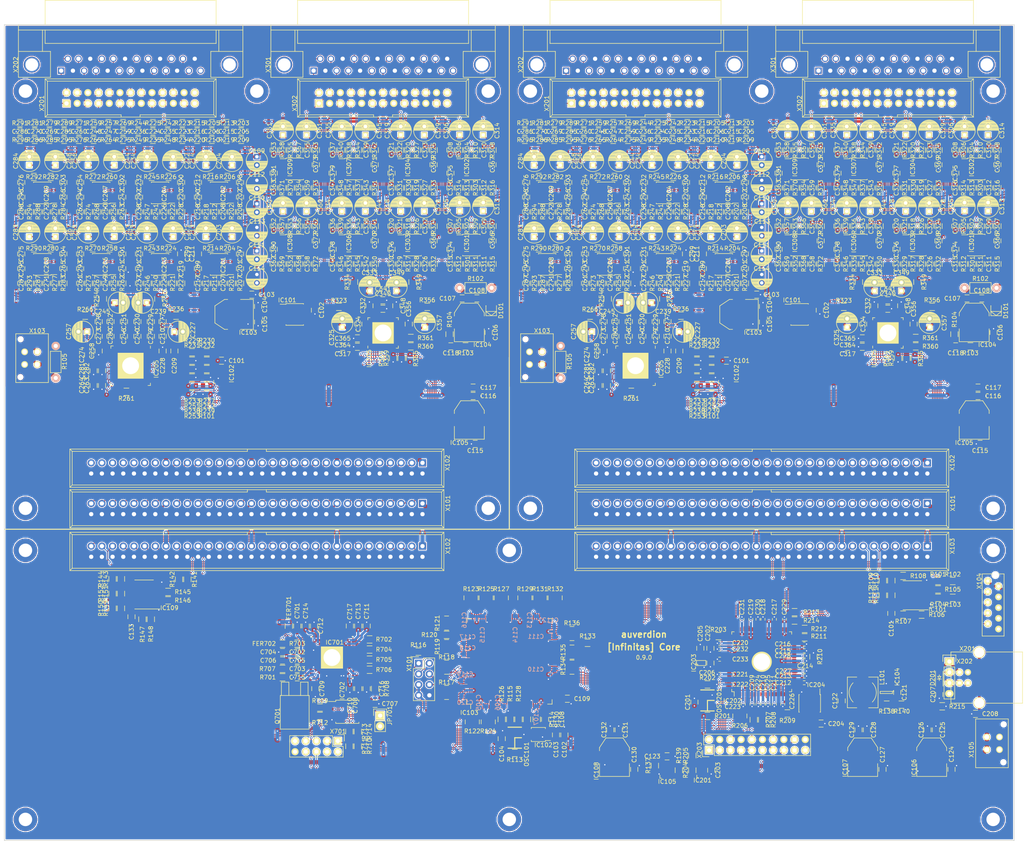
<source format=kicad_pcb>
(kicad_pcb (version 4) (host pcbnew 4.0.7)
  (layers (0 F.Cu signal) (31 B.Cu signal) (34 B.Paste user) (35 F.Paste user) (36 B.SilkS user) (37 F.SilkS user) (38 B.Mask user) (39 F.Mask user) (44 Edge.Cuts user))
  (net 0 "")
  (net 1 GND)
  (net 2 +3V3)
  (net 3 /MDI:2)
  (net 4 /MDI:4)
  (net 5 /MDI:6)
  (net 6 /MDI:3)
  (net 7 /MDI:5)
  (net 8 /MDI:7)
  (net 9 /TMS)
  (net 10 /TCK)
  (net 11 /TDI)
  (net 12 /TDO)
  (net 13 /LRCK:7)
  (net 14 /MCLK:7)
  (net 15 /BCLK:7)
  (net 16 /MDO:7)
  (net 17 /LRCK:5)
  (net 18 /MCLK:5)
  (net 19 /BCLK:5)
  (net 20 /MDO:5)
  (net 21 /LRCK:3)
  (net 22 /MCLK:3)
  (net 23 /BCLK:3)
  (net 24 /MDO:3)
  (net 25 /LRCK:6)
  (net 26 /MCLK:6)
  (net 27 /BCLK:6)
  (net 28 /MDO:6)
  (net 29 /LRCK:4)
  (net 30 /MCLK:4)
  (net 31 /BCLK:4)
  (net 32 /MDO:4)
  (net 33 /LRCK:2)
  (net 34 /MCLK:2)
  (net 35 /BCLK:2)
  (net 36 /MDO:2)
  (net 37 +12V)
  (net 38 /WCLKIN)
  (net 39 /WCLKOUT)
  (net 40 +5V)
  (net 41 /SDA)
  (net 42 /SCL)
  (net 43 /~RST)
  (net 44 +1V0)
  (net 45 +2V5)
  (net 46 /XMCLK)
  (net 47 /XTDMIN1)
  (net 48 /XTDMIN2)
  (net 49 /XTDMIN3)
  (net 50 /XTDMIN4)
  (net 51 /XTDMOUT4)
  (net 52 /XTDMOUT3)
  (net 53 /XTDMOUT2)
  (net 54 /XTDMOUT1)
  (net 55 /XBCLK)
  (net 56 /XLRCK)
  (net 57 VDD)
  (net 58 "/UAC2 Interface/VBUS")
  (net 59 "/UAC2 Interface/TDO")
  (net 60 "/UAC2 Interface/TDI")
  (net 61 "/UAC2 Interface/XL_DN1")
  (net 62 "/UAC2 Interface/XL_DN0")
  (net 63 "/UAC2 Interface/SPI_CS")
  (net 64 "/UAC2 Interface/SPI_CLK")
  (net 65 "/UAC2 Interface/QSPI_D0")
  (net 66 "/UAC2 Interface/QSPI_D1")
  (net 67 "/UAC2 Interface/QSPI_D2")
  (net 68 "/UAC2 Interface/QSPI_D3")
  (net 69 "/UAC2 Interface/USBD_P")
  (net 70 "/UAC2 Interface/USBD_N")
  (net 71 "/UAC2 Interface/RST_N")
  (net 72 "/UAC2 Interface/24M")
  (net 73 "/UAC2 Interface/TMS")
  (net 74 "/UAC2 Interface/TCK")
  (net 75 "/UAC2 Interface/XSYS_RST_N")
  (net 76 "/UAC2 Interface/XL_UP0")
  (net 77 "/UAC2 Interface/XL_UP1")
  (net 78 /OSC)
  (net 79 /PLLLOCKED)
  (net 80 /PLLCLK)
  (net 81 /WCLKREF)
  (net 82 /CLKREF)
  (net 83 /SDA:2)
  (net 84 /SCL:2)
  (net 85 /SDA:4)
  (net 86 /SCL:4)
  (net 87 /SDA:6)
  (net 88 /SCL:6)
  (net 89 /SDA:8)
  (net 90 /SCL:8)
  (net 91 VPP)
  (net 92 "Net-(IC102-Pad3)")
  (net 93 /TDMOUT3)
  (net 94 /BCLKOUT3)
  (net 95 /LRCKOUT3)
  (net 96 /TDMOUT2)
  (net 97 /BCLKOUT2)
  (net 98 /LRCKOUT2)
  (net 99 /TDMOUT1)
  (net 100 /BCLKOUT1)
  (net 101 /LRCKOUT1)
  (net 102 /TDMOUT0)
  (net 103 /BCLKOUT0)
  (net 104 /LRCKOUT0)
  (net 105 /LRCKIN0)
  (net 106 /TDMIN0)
  (net 107 /LRCKIN1)
  (net 108 /TDMIN1)
  (net 109 /LRCKIN2)
  (net 110 /TDMIN2)
  (net 111 /LRCKIN3)
  (net 112 /TDMIN3)
  (net 113 /BCLKIN0)
  (net 114 /BCLKIN1)
  (net 115 /BCLKIN2)
  (net 116 /BCLKIN3)
  (net 117 /SPDIFIN)
  (net 118 /SPDIFOUT)
  (net 119 /MCLK)
  (net 120 "Net-(C202-Pad2)")
  (net 121 "Net-(C208-Pad1)")
  (net 122 "Net-(C701-Pad1)")
  (net 123 "Net-(C703-Pad1)")
  (net 124 "Net-(C703-Pad2)")
  (net 125 "Net-(C706-Pad2)")
  (net 126 "Net-(D201-Pad2)")
  (net 127 "Net-(IC101-Pad4)")
  (net 128 "Net-(IC101-Pad7)")
  (net 129 "Net-(IC101-Pad11)")
  (net 130 "Net-(IC101-Pad14)")
  (net 131 "Net-(IC103-Pad1)")
  (net 132 "Net-(IC103-Pad2)")
  (net 133 "Net-(IC103-Pad3)")
  (net 134 "Net-(IC103-Pad4)")
  (net 135 "Net-(IC103-Pad5)")
  (net 136 "Net-(IC103-Pad6)")
  (net 137 "Net-(IC103-Pad9)")
  (net 138 "Net-(IC103-Pad10)")
  (net 139 "Net-(IC103-Pad13)")
  (net 140 "Net-(IC103-Pad20)")
  (net 141 "Net-(IC103-Pad32)")
  (net 142 "Net-(IC103-Pad50)")
  (net 143 "Net-(IC103-Pad52)")
  (net 144 "Net-(IC103-Pad54)")
  (net 145 "Net-(IC103-Pad55)")
  (net 146 "Net-(IC103-Pad56)")
  (net 147 "Net-(IC103-Pad57)")
  (net 148 "Net-(IC103-Pad58)")
  (net 149 "Net-(IC103-Pad60)")
  (net 150 "Net-(IC103-Pad62)")
  (net 151 "Net-(IC103-Pad65)")
  (net 152 "Net-(IC103-Pad67)")
  (net 153 "Net-(IC103-Pad68)")
  (net 154 "Net-(IC103-Pad70)")
  (net 155 "Net-(IC103-Pad71)")
  (net 156 "Net-(IC103-Pad73)")
  (net 157 "Net-(IC103-Pad74)")
  (net 158 "Net-(IC103-Pad76)")
  (net 159 "Net-(IC103-Pad77)")
  (net 160 "Net-(IC103-Pad78)")
  (net 161 "Net-(IC103-Pad81)")
  (net 162 "Net-(IC103-Pad83)")
  (net 163 "Net-(IC103-Pad84)")
  (net 164 "Net-(IC103-Pad85)")
  (net 165 "Net-(IC103-Pad86)")
  (net 166 "Net-(IC103-Pad92)")
  (net 167 "Net-(IC103-Pad93)")
  (net 168 "Net-(IC103-Pad94)")
  (net 169 "Net-(IC103-Pad95)")
  (net 170 "Net-(IC103-Pad97)")
  (net 171 "Net-(IC103-Pad98)")
  (net 172 "Net-(IC103-Pad99)")
  (net 173 "Net-(IC103-Pad100)")
  (net 174 "Net-(IC103-Pad105)")
  (net 175 "Net-(IC103-Pad106)")
  (net 176 "Net-(IC103-Pad107)")
  (net 177 "Net-(IC103-Pad109)")
  (net 178 "Net-(IC103-Pad111)")
  (net 179 "Net-(IC103-Pad112)")
  (net 180 "Net-(IC103-Pad113)")
  (net 181 "Net-(IC103-Pad114)")
  (net 182 "Net-(IC103-Pad117)")
  (net 183 "Net-(IC103-Pad119)")
  (net 184 "Net-(IC103-Pad120)")
  (net 185 "Net-(IC103-Pad121)")
  (net 186 "Net-(IC103-Pad122)")
  (net 187 "Net-(IC103-Pad127)")
  (net 188 "Net-(IC103-Pad128)")
  (net 189 "Net-(IC103-Pad132)")
  (net 190 "Net-(IC103-Pad133)")
  (net 191 "Net-(IC103-Pad138)")
  (net 192 "Net-(IC103-Pad139)")
  (net 193 "Net-(IC103-Pad140)")
  (net 194 "Net-(IC103-Pad141)")
  (net 195 "Net-(IC104-Pad3)")
  (net 196 "Net-(IC104-Pad5)")
  (net 197 "Net-(IC105-Pad3)")
  (net 198 "Net-(IC202-Pad3)")
  (net 199 "Net-(IC202-Pad4)")
  (net 200 "Net-(IC202-Pad5)")
  (net 201 "Net-(IC202-Pad7)")
  (net 202 "Net-(IC202-Pad10)")
  (net 203 "Net-(IC202-Pad12)")
  (net 204 "Net-(IC202-Pad48)")
  (net 205 "Net-(IC202-Pad63)")
  (net 206 "Net-(IC202-Pad64)")
  (net 207 "Net-(IC701-Pad3)")
  (net 208 "Net-(IC701-Pad5)")
  (net 209 "Net-(IC701-Pad26)")
  (net 210 "Net-(IC701-Pad27)")
  (net 211 "Net-(IC701-Pad28)")
  (net 212 "Net-(IC701-Pad29)")
  (net 213 "Net-(IC701-Pad34)")
  (net 214 "Net-(IC701-Pad41)")
  (net 215 "Net-(IC701-Pad44)")
  (net 216 "Net-(IC701-Pad49)")
  (net 217 "Net-(IC701-Pad52)")
  (net 218 "Net-(IC702-Pad3)")
  (net 219 "Net-(OSC101-Pad1)")
  (net 220 "Net-(OSC101-Pad3)")
  (net 221 "Net-(OSC201-Pad1)")
  (net 222 "Net-(OSC201-Pad3)")
  (net 223 "Net-(R710-Pad2)")
  (net 224 "Net-(R711-Pad2)")
  (net 225 /MDI:1)
  (net 226 /LRCK:1)
  (net 227 /MCLK:1)
  (net 228 /BCLK:1)
  (net 229 /MDO:1)
  (net 230 /SDA:1)
  (net 231 /SCL:1)
  (net 232 /SDA:3)
  (net 233 /SCL:3)
  (net 234 /SDA:5)
  (net 235 /SCL:5)
  (net 236 /SDA:7)
  (net 237 /SCL:7)
  (net 238 "Net-(IC109-Pad4)")
  (net 239 "Net-(IC109-Pad7)")
  (net 240 "Net-(IC109-Pad11)")
  (net 241 "Net-(IC109-Pad14)")
  (net 242 /MDI:8)
  (net 243 /dspSPDIFOUT)
  (net 244 /dspSPDIFIN)
  (net 245 /LRCK:8)
  (net 246 /MCLK:8)
  (net 247 /BCLK:8)
  (net 248 /MDO:8)
  (net 249 /~USBRST)
  (net 250 "Net-(IC103-Pad49)")
  (net 251 +5VA)
  (net 252 /VGROUND)
  (net 253 -VA)
  (net 254 +VA)
  (net 255 /ADC-1/IN1+)
  (net 256 /ADC-1/IN2+)
  (net 257 /ADC-1/ADC1-)
  (net 258 /ADC-1/ADC2-)
  (net 259 /ADC-1/ADC1+)
  (net 260 /ADC-1/ADC2+)
  (net 261 /ADC-1/IN1-)
  (net 262 /ADC-1/IN2-)
  (net 263 /ADC-1/IN3+)
  (net 264 /ADC-1/IN4+)
  (net 265 /ADC-1/ADC3-)
  (net 266 /ADC-1/ADC4-)
  (net 267 /ADC-1/ADC3+)
  (net 268 /ADC-1/ADC4+)
  (net 269 /ADC-1/IN3-)
  (net 270 /ADC-1/IN4-)
  (net 271 /ADC-1/IN5+)
  (net 272 /ADC-1/IN6+)
  (net 273 /ADC-1/ADC5-)
  (net 274 /ADC-1/ADC6-)
  (net 275 /ADC-1/ADC5+)
  (net 276 /ADC-1/ADC6+)
  (net 277 /ADC-1/IN5-)
  (net 278 /ADC-1/IN6-)
  (net 279 /ADC-1/IN7+)
  (net 280 /ADC-1/IN8+)
  (net 281 /ADC-1/ADC7-)
  (net 282 /ADC-1/ADC8-)
  (net 283 /ADC-1/ADC7+)
  (net 284 /ADC-1/ADC8+)
  (net 285 /ADC-1/IN7-)
  (net 286 /ADC-1/IN8-)
  (net 287 /DAC-1/AOUT1+)
  (net 288 /DAC-1/AOUT2+)
  (net 289 /DAC-1/AOUT1-)
  (net 290 /DAC-1/AOUT2-)
  (net 291 /DAC-1/AOUT3+)
  (net 292 /DAC-1/AOUT4+)
  (net 293 /DAC-1/AOUT3-)
  (net 294 /DAC-1/AOUT4-)
  (net 295 /DAC-1/AOUT5+)
  (net 296 /DAC-1/AOUT6+)
  (net 297 /DAC-1/AOUT5-)
  (net 298 /DAC-1/AOUT6-)
  (net 299 /DAC-1/AOUT7+)
  (net 300 /DAC-1/AOUT8+)
  (net 301 /DAC-1/AOUT7-)
  (net 302 /DAC-1/AOUT8-)
  (net 303 /DAC-1/DAC1+)
  (net 304 /DAC-1/DAC1-)
  (net 305 /DAC-1/DAC2-)
  (net 306 /DAC-1/DAC2+)
  (net 307 /DAC-1/DAC3+)
  (net 308 /DAC-1/DAC3-)
  (net 309 /DAC-1/DAC4-)
  (net 310 /DAC-1/DAC4+)
  (net 311 /DAC-1/DAC5+)
  (net 312 /DAC-1/DAC5-)
  (net 313 /DAC-1/DAC6-)
  (net 314 /DAC-1/DAC6+)
  (net 315 /DAC-1/DAC7+)
  (net 316 /DAC-1/DAC7-)
  (net 317 /DAC-1/DAC8-)
  (net 318 /DAC-1/DAC8+)
  (net 319 /ADC-1/AIN1+)
  (net 320 /ADC-1/AIN2+)
  (net 321 /ADC-1/AIN1-)
  (net 322 /ADC-1/AIN2-)
  (net 323 /ADC-1/AIN3+)
  (net 324 /ADC-1/AIN4+)
  (net 325 /ADC-1/AIN3-)
  (net 326 /ADC-1/AIN4-)
  (net 327 /ADC-1/AIN5+)
  (net 328 /ADC-1/AIN6+)
  (net 329 /ADC-1/AIN5-)
  (net 330 /ADC-1/AIN6-)
  (net 331 /ADC-1/AIN7+)
  (net 332 /ADC-1/AIN8+)
  (net 333 /ADC-1/AIN7-)
  (net 334 /ADC-1/AIN8-)
  (net 335 "Net-(C102-Pad1)")
  (net 336 "Net-(C118-Pad1)")
  (net 337 "Net-(C201-Pad1)")
  (net 338 "Net-(C201-Pad2)")
  (net 339 "Net-(C202-Pad1)")
  (net 340 "Net-(C203-Pad1)")
  (net 341 "Net-(C204-Pad1)")
  (net 342 "Net-(C211-Pad1)")
  (net 343 "Net-(C211-Pad2)")
  (net 344 "Net-(C212-Pad1)")
  (net 345 "Net-(C212-Pad2)")
  (net 346 "Net-(C213-Pad1)")
  (net 347 "Net-(C214-Pad1)")
  (net 348 "Net-(C219-Pad1)")
  (net 349 "Net-(C219-Pad2)")
  (net 350 "Net-(C220-Pad1)")
  (net 351 "Net-(C220-Pad2)")
  (net 352 "Net-(C221-Pad1)")
  (net 353 "Net-(C222-Pad1)")
  (net 354 "Net-(C227-Pad1)")
  (net 355 "Net-(C231-Pad1)")
  (net 356 "Net-(C231-Pad2)")
  (net 357 "Net-(C232-Pad1)")
  (net 358 "Net-(C232-Pad2)")
  (net 359 "Net-(C233-Pad1)")
  (net 360 "Net-(C234-Pad1)")
  (net 361 "Net-(C239-Pad1)")
  (net 362 "Net-(C241-Pad1)")
  (net 363 "Net-(C241-Pad2)")
  (net 364 "Net-(C242-Pad1)")
  (net 365 "Net-(C242-Pad2)")
  (net 366 "Net-(C243-Pad1)")
  (net 367 "Net-(C244-Pad1)")
  (net 368 "Net-(C245-Pad1)")
  (net 369 "Net-(C253-Pad1)")
  (net 370 "Net-(C253-Pad2)")
  (net 371 "Net-(C254-Pad1)")
  (net 372 "Net-(C254-Pad2)")
  (net 373 "Net-(C255-Pad1)")
  (net 374 "Net-(C256-Pad1)")
  (net 375 "Net-(C257-Pad1)")
  (net 376 "Net-(C263-Pad1)")
  (net 377 "Net-(C265-Pad1)")
  (net 378 "Net-(C265-Pad2)")
  (net 379 "Net-(C266-Pad1)")
  (net 380 "Net-(C266-Pad2)")
  (net 381 "Net-(C267-Pad1)")
  (net 382 "Net-(C268-Pad1)")
  (net 383 "Net-(C275-Pad1)")
  (net 384 "Net-(C275-Pad2)")
  (net 385 "Net-(C276-Pad1)")
  (net 386 "Net-(C276-Pad2)")
  (net 387 "Net-(C283-Pad1)")
  (net 388 "Net-(C284-Pad1)")
  (net 389 "Net-(C305-Pad1)")
  (net 390 "Net-(C306-Pad1)")
  (net 391 "Net-(C307-Pad2)")
  (net 392 "Net-(C308-Pad2)")
  (net 393 "Net-(C309-Pad1)")
  (net 394 "Net-(C309-Pad2)")
  (net 395 "Net-(C310-Pad1)")
  (net 396 "Net-(C310-Pad2)")
  (net 397 "Net-(C311-Pad1)")
  (net 398 "Net-(C311-Pad2)")
  (net 399 "Net-(C312-Pad1)")
  (net 400 "Net-(C312-Pad2)")
  (net 401 "Net-(C315-Pad1)")
  (net 402 "Net-(C316-Pad1)")
  (net 403 "Net-(C317-Pad1)")
  (net 404 "Net-(C318-Pad1)")
  (net 405 "Net-(C319-Pad1)")
  (net 406 "Net-(C320-Pad2)")
  (net 407 "Net-(C321-Pad2)")
  (net 408 "Net-(C322-Pad1)")
  (net 409 "Net-(C322-Pad2)")
  (net 410 "Net-(C323-Pad1)")
  (net 411 "Net-(C323-Pad2)")
  (net 412 "Net-(C324-Pad1)")
  (net 413 "Net-(C326-Pad1)")
  (net 414 "Net-(C326-Pad2)")
  (net 415 "Net-(C327-Pad1)")
  (net 416 "Net-(C327-Pad2)")
  (net 417 "Net-(C330-Pad1)")
  (net 418 "Net-(C331-Pad1)")
  (net 419 "Net-(C332-Pad1)")
  (net 420 "Net-(C334-Pad1)")
  (net 421 "Net-(C335-Pad1)")
  (net 422 "Net-(C336-Pad2)")
  (net 423 "Net-(C337-Pad2)")
  (net 424 "Net-(C338-Pad1)")
  (net 425 "Net-(C338-Pad2)")
  (net 426 "Net-(C339-Pad1)")
  (net 427 "Net-(C339-Pad2)")
  (net 428 "Net-(C342-Pad1)")
  (net 429 "Net-(C342-Pad2)")
  (net 430 "Net-(C343-Pad1)")
  (net 431 "Net-(C343-Pad2)")
  (net 432 "Net-(C346-Pad1)")
  (net 433 "Net-(C347-Pad1)")
  (net 434 "Net-(C348-Pad1)")
  (net 435 "Net-(C350-Pad1)")
  (net 436 "Net-(C351-Pad1)")
  (net 437 "Net-(C352-Pad2)")
  (net 438 "Net-(C353-Pad2)")
  (net 439 "Net-(C354-Pad1)")
  (net 440 "Net-(C354-Pad2)")
  (net 441 "Net-(C355-Pad1)")
  (net 442 "Net-(C355-Pad2)")
  (net 443 "Net-(C356-Pad1)")
  (net 444 "Net-(C358-Pad1)")
  (net 445 "Net-(C358-Pad2)")
  (net 446 "Net-(C359-Pad1)")
  (net 447 "Net-(C359-Pad2)")
  (net 448 "Net-(C362-Pad1)")
  (net 449 "Net-(C363-Pad1)")
  (net 450 "Net-(IC205-Pad36)")
  (net 451 "Net-(IC205-Pad44)")
  (net 452 "Net-(IC205-Pad46)")
  (net 453 "Net-(IC205-Pad47)")
  (net 454 "Net-(IC205-Pad48)")
  (net 455 "Net-(IC205-Pad49)")
  (net 456 "Net-(IC205-Pad50)")
  (net 457 "Net-(IC205-Pad51)")
  (net 458 "Net-(IC205-Pad52)")
  (net 459 "Net-(IC205-Pad56)")
  (net 460 "Net-(IC305-Pad15)")
  (net 461 "Net-(IC305-Pad16)")
  (net 462 "Net-(IC305-Pad17)")
  (net 463 +9V)
  (module Housings_SSOP:TSSOP-20_4.4x6.5mm_Pitch0.65mm (layer F.Cu) (at 245.8 165.7 180)
    (fp_text reference IC101 (at -6 -3.4 360) (layer F.SilkS))
    (fp_text value PCA9545APW)
    (pad 1 smd rect (at -2.95 -2.925 180) (size 1.45 0.45) (layers F.Cu F.Paste F.Mask) (net 1 GND))
    (pad 2 smd rect (at -2.95 -2.275 180) (size 1.45 0.45) (layers F.Cu F.Paste F.Mask) (net 1 GND))
    (pad 3 smd rect (at -2.95 -1.625 180) (size 1.45 0.45) (layers F.Cu F.Paste F.Mask))
    (pad 4 smd rect (at -2.95 -0.975 180) (size 1.45 0.45) (layers F.Cu F.Paste F.Mask) (net 127 "Net-(IC101-Pad4)"))
    (pad 5 smd rect (at -2.95 -0.325 180) (size 1.45 0.45) (layers F.Cu F.Paste F.Mask) (net 87 /SDA:6))
    (pad 6 smd rect (at -2.95 0.325 180) (size 1.45 0.45) (layers F.Cu F.Paste F.Mask) (net 88 /SCL:6))
    (pad 7 smd rect (at -2.95 0.975 180) (size 1.45 0.45) (layers F.Cu F.Paste F.Mask) (net 128 "Net-(IC101-Pad7)"))
    (pad 8 smd rect (at -2.95 1.625 180) (size 1.45 0.45) (layers F.Cu F.Paste F.Mask) (net 89 /SDA:8))
    (pad 9 smd rect (at -2.95 2.275 180) (size 1.45 0.45) (layers F.Cu F.Paste F.Mask) (net 90 /SCL:8))
    (pad 10 smd rect (at -2.95 2.925 180) (size 1.45 0.45) (layers F.Cu F.Paste F.Mask) (net 1 GND))
    (pad 11 smd rect (at 2.95 2.925 180) (size 1.45 0.45) (layers F.Cu F.Paste F.Mask) (net 129 "Net-(IC101-Pad11)"))
    (pad 12 smd rect (at 2.95 2.275 180) (size 1.45 0.45) (layers F.Cu F.Paste F.Mask) (net 83 /SDA:2))
    (pad 13 smd rect (at 2.95 1.625 180) (size 1.45 0.45) (layers F.Cu F.Paste F.Mask) (net 84 /SCL:2))
    (pad 14 smd rect (at 2.95 0.975 180) (size 1.45 0.45) (layers F.Cu F.Paste F.Mask) (net 130 "Net-(IC101-Pad14)"))
    (pad 15 smd rect (at 2.95 0.325 180) (size 1.45 0.45) (layers F.Cu F.Paste F.Mask) (net 85 /SDA:4))
    (pad 16 smd rect (at 2.95 -0.325 180) (size 1.45 0.45) (layers F.Cu F.Paste F.Mask) (net 86 /SCL:4))
    (pad 17 smd rect (at 2.95 -0.975 180) (size 1.45 0.45) (layers F.Cu F.Paste F.Mask))
    (pad 18 smd rect (at 2.95 -1.625 180) (size 1.45 0.45) (layers F.Cu F.Paste F.Mask) (net 42 /SCL))
    (pad 19 smd rect (at 2.95 -2.275 180) (size 1.45 0.45) (layers F.Cu F.Paste F.Mask) (net 41 /SDA))
    (pad 20 smd rect (at 2.95 -2.925 180) (size 1.45 0.45) (layers F.Cu F.Paste F.Mask) (net 57 VDD))
  )
  (module Connect:IDC_Header_Straight_64pins (layer F.Cu) (at 249.37 154 180)
    (fp_text reference X103 (at -5.93 0 270) (layer F.SilkS))
    (fp_text value IDC_02x32)
    (pad 1 thru_hole rect (at 0 0 180) (size 1.7272 1.7272) (drill 1.016) (layers *.Cu *.Mask) (net 37 +12V))
    (pad 2 thru_hole oval (at 0 -2.54 180) (size 1.7272 1.7272) (drill 1.016) (layers *.Cu *.Mask) (net 1 GND))
    (pad 3 thru_hole oval (at 2.54 0 180) (size 1.7272 1.7272) (drill 1.016) (layers *.Cu *.Mask) (net 3 /MDI:2))
    (pad 4 thru_hole oval (at 2.54 -2.54 180) (size 1.7272 1.7272) (drill 1.016) (layers *.Cu *.Mask) (net 1 GND))
    (pad 5 thru_hole oval (at 5.08 0 180) (size 1.7272 1.7272) (drill 1.016) (layers *.Cu *.Mask) (net 36 /MDO:2))
    (pad 6 thru_hole oval (at 5.08 -2.54 180) (size 1.7272 1.7272) (drill 1.016) (layers *.Cu *.Mask) (net 1 GND))
    (pad 7 thru_hole oval (at 7.62 0 180) (size 1.7272 1.7272) (drill 1.016) (layers *.Cu *.Mask) (net 35 /BCLK:2))
    (pad 8 thru_hole oval (at 7.62 -2.54 180) (size 1.7272 1.7272) (drill 1.016) (layers *.Cu *.Mask) (net 1 GND))
    (pad 9 thru_hole oval (at 10.16 0 180) (size 1.7272 1.7272) (drill 1.016) (layers *.Cu *.Mask) (net 33 /LRCK:2))
    (pad 10 thru_hole oval (at 10.16 -2.54 180) (size 1.7272 1.7272) (drill 1.016) (layers *.Cu *.Mask) (net 1 GND))
    (pad 11 thru_hole oval (at 12.7 0 180) (size 1.7272 1.7272) (drill 1.016) (layers *.Cu *.Mask) (net 83 /SDA:2))
    (pad 12 thru_hole oval (at 12.7 -2.54 180) (size 1.7272 1.7272) (drill 1.016) (layers *.Cu *.Mask) (net 1 GND))
    (pad 13 thru_hole oval (at 15.24 0 180) (size 1.7272 1.7272) (drill 1.016) (layers *.Cu *.Mask) (net 84 /SCL:2))
    (pad 14 thru_hole oval (at 15.24 -2.54 180) (size 1.7272 1.7272) (drill 1.016) (layers *.Cu *.Mask) (net 1 GND))
    (pad 15 thru_hole oval (at 17.78 0 180) (size 1.7272 1.7272) (drill 1.016) (layers *.Cu *.Mask) (net 34 /MCLK:2))
    (pad 16 thru_hole oval (at 17.78 -2.54 180) (size 1.7272 1.7272) (drill 1.016) (layers *.Cu *.Mask) (net 1 GND))
    (pad 17 thru_hole oval (at 20.32 0 180) (size 1.7272 1.7272) (drill 1.016) (layers *.Cu *.Mask) (net 37 +12V))
    (pad 18 thru_hole oval (at 20.32 -2.54 180) (size 1.7272 1.7272) (drill 1.016) (layers *.Cu *.Mask) (net 1 GND))
    (pad 19 thru_hole oval (at 22.86 0 180) (size 1.7272 1.7272) (drill 1.016) (layers *.Cu *.Mask) (net 4 /MDI:4))
    (pad 20 thru_hole oval (at 22.86 -2.54 180) (size 1.7272 1.7272) (drill 1.016) (layers *.Cu *.Mask) (net 1 GND))
    (pad 21 thru_hole oval (at 25.4 0 180) (size 1.7272 1.7272) (drill 1.016) (layers *.Cu *.Mask) (net 32 /MDO:4))
    (pad 22 thru_hole oval (at 25.4 -2.54 180) (size 1.7272 1.7272) (drill 1.016) (layers *.Cu *.Mask) (net 1 GND))
    (pad 23 thru_hole oval (at 27.94 0 180) (size 1.7272 1.7272) (drill 1.016) (layers *.Cu *.Mask) (net 31 /BCLK:4))
    (pad 24 thru_hole oval (at 27.94 -2.54 180) (size 1.7272 1.7272) (drill 1.016) (layers *.Cu *.Mask) (net 1 GND))
    (pad 25 thru_hole oval (at 30.48 0 180) (size 1.7272 1.7272) (drill 1.016) (layers *.Cu *.Mask) (net 29 /LRCK:4))
    (pad 26 thru_hole oval (at 30.48 -2.54 180) (size 1.7272 1.7272) (drill 1.016) (layers *.Cu *.Mask) (net 1 GND))
    (pad 27 thru_hole oval (at 33.02 0 180) (size 1.7272 1.7272) (drill 1.016) (layers *.Cu *.Mask) (net 85 /SDA:4))
    (pad 28 thru_hole oval (at 33.02 -2.54 180) (size 1.7272 1.7272) (drill 1.016) (layers *.Cu *.Mask) (net 1 GND))
    (pad 29 thru_hole oval (at 35.56 0 180) (size 1.7272 1.7272) (drill 1.016) (layers *.Cu *.Mask) (net 86 /SCL:4))
    (pad 30 thru_hole oval (at 35.56 -2.54 180) (size 1.7272 1.7272) (drill 1.016) (layers *.Cu *.Mask) (net 1 GND))
    (pad 31 thru_hole oval (at 38.1 0 180) (size 1.7272 1.7272) (drill 1.016) (layers *.Cu *.Mask) (net 30 /MCLK:4))
    (pad 32 thru_hole oval (at 38.1 -2.54 180) (size 1.7272 1.7272) (drill 1.016) (layers *.Cu *.Mask) (net 1 GND))
    (pad 33 thru_hole oval (at 40.64 0 180) (size 1.7272 1.7272) (drill 1.016) (layers *.Cu *.Mask) (net 37 +12V))
    (pad 34 thru_hole oval (at 40.64 -2.54 180) (size 1.7272 1.7272) (drill 1.016) (layers *.Cu *.Mask) (net 1 GND))
    (pad 35 thru_hole oval (at 43.18 0 180) (size 1.7272 1.7272) (drill 1.016) (layers *.Cu *.Mask) (net 5 /MDI:6))
    (pad 36 thru_hole oval (at 43.18 -2.54 180) (size 1.7272 1.7272) (drill 1.016) (layers *.Cu *.Mask) (net 1 GND))
    (pad 37 thru_hole oval (at 45.72 0 180) (size 1.7272 1.7272) (drill 1.016) (layers *.Cu *.Mask) (net 28 /MDO:6))
    (pad 38 thru_hole oval (at 45.72 -2.54 180) (size 1.7272 1.7272) (drill 1.016) (layers *.Cu *.Mask) (net 1 GND))
    (pad 39 thru_hole oval (at 48.26 0 180) (size 1.7272 1.7272) (drill 1.016) (layers *.Cu *.Mask) (net 27 /BCLK:6))
    (pad 40 thru_hole oval (at 48.26 -2.54 180) (size 1.7272 1.7272) (drill 1.016) (layers *.Cu *.Mask) (net 1 GND))
    (pad 41 thru_hole oval (at 50.8 0 180) (size 1.7272 1.7272) (drill 1.016) (layers *.Cu *.Mask) (net 25 /LRCK:6))
    (pad 42 thru_hole oval (at 50.8 -2.54 180) (size 1.7272 1.7272) (drill 1.016) (layers *.Cu *.Mask) (net 1 GND))
    (pad 43 thru_hole oval (at 53.34 0 180) (size 1.7272 1.7272) (drill 1.016) (layers *.Cu *.Mask) (net 87 /SDA:6))
    (pad 44 thru_hole oval (at 53.34 -2.54 180) (size 1.7272 1.7272) (drill 1.016) (layers *.Cu *.Mask) (net 1 GND))
    (pad 45 thru_hole oval (at 55.88 0 180) (size 1.7272 1.7272) (drill 1.016) (layers *.Cu *.Mask) (net 88 /SCL:6))
    (pad 46 thru_hole oval (at 55.88 -2.54 180) (size 1.7272 1.7272) (drill 1.016) (layers *.Cu *.Mask) (net 1 GND))
    (pad 47 thru_hole oval (at 58.42 0 180) (size 1.7272 1.7272) (drill 1.016) (layers *.Cu *.Mask) (net 26 /MCLK:6))
    (pad 48 thru_hole oval (at 58.42 -2.54 180) (size 1.7272 1.7272) (drill 1.016) (layers *.Cu *.Mask) (net 1 GND))
    (pad 49 thru_hole oval (at 60.96 0 180) (size 1.7272 1.7272) (drill 1.016) (layers *.Cu *.Mask) (net 37 +12V))
    (pad 50 thru_hole oval (at 60.96 -2.54 180) (size 1.7272 1.7272) (drill 1.016) (layers *.Cu *.Mask) (net 1 GND))
    (pad 51 thru_hole oval (at 63.5 0 180) (size 1.7272 1.7272) (drill 1.016) (layers *.Cu *.Mask) (net 242 /MDI:8))
    (pad 52 thru_hole oval (at 63.5 -2.54 180) (size 1.7272 1.7272) (drill 1.016) (layers *.Cu *.Mask) (net 1 GND))
    (pad 53 thru_hole oval (at 66.04 0 180) (size 1.7272 1.7272) (drill 1.016) (layers *.Cu *.Mask) (net 248 /MDO:8))
    (pad 54 thru_hole oval (at 66.04 -2.54 180) (size 1.7272 1.7272) (drill 1.016) (layers *.Cu *.Mask) (net 1 GND))
    (pad 55 thru_hole oval (at 68.58 0 180) (size 1.7272 1.7272) (drill 1.016) (layers *.Cu *.Mask) (net 247 /BCLK:8))
    (pad 56 thru_hole oval (at 68.58 -2.54 180) (size 1.7272 1.7272) (drill 1.016) (layers *.Cu *.Mask) (net 1 GND))
    (pad 57 thru_hole oval (at 71.12 0 180) (size 1.7272 1.7272) (drill 1.016) (layers *.Cu *.Mask) (net 245 /LRCK:8))
    (pad 58 thru_hole oval (at 71.12 -2.54 180) (size 1.7272 1.7272) (drill 1.016) (layers *.Cu *.Mask) (net 1 GND))
    (pad 59 thru_hole oval (at 73.66 0 180) (size 1.7272 1.7272) (drill 1.016) (layers *.Cu *.Mask) (net 89 /SDA:8))
    (pad 60 thru_hole oval (at 73.66 -2.54 180) (size 1.7272 1.7272) (drill 1.016) (layers *.Cu *.Mask) (net 1 GND))
    (pad 61 thru_hole oval (at 76.2 0 180) (size 1.7272 1.7272) (drill 1.016) (layers *.Cu *.Mask) (net 90 /SCL:8))
    (pad 62 thru_hole oval (at 76.2 -2.54 180) (size 1.7272 1.7272) (drill 1.016) (layers *.Cu *.Mask) (net 1 GND))
    (pad 63 thru_hole oval (at 78.74 0 180) (size 1.7272 1.7272) (drill 1.016) (layers *.Cu *.Mask) (net 246 /MCLK:8))
    (pad 64 thru_hole oval (at 78.74 -2.54 180) (size 1.7272 1.7272) (drill 1.016) (layers *.Cu *.Mask) (net 1 GND))
  )
  (module rklib:MountingHole_3.2mm_M3_DIN965_Pad (layer F.Cu) (at 35 155)
    (fp_text reference B101 hide)
    (fp_text value TEST_1P)
    (pad 1 thru_hole circle (at 0 0) (size 5.6 5.6) (drill 3.2) (layers *.Cu *.Mask))
  )
  (module rklib:MountingHole_3.2mm_M3_DIN965_Pad (layer F.Cu) (at 150 155)
    (fp_text reference B102 hide)
    (fp_text value TEST_1P)
    (pad 1 thru_hole circle (at 0 0) (size 5.6 5.6) (drill 3.2) (layers *.Cu *.Mask))
  )
  (module rklib:MountingHole_3.2mm_M3_DIN965_Pad (layer F.Cu) (at 265 155)
    (fp_text reference B104 hide)
    (fp_text value TEST_1P)
    (pad 1 thru_hole circle (at 0 0) (size 5.6 5.6) (drill 3.2) (layers *.Cu *.Mask))
  )
  (module rklib:MountingHole_3.2mm_M3_DIN965_Pad (layer F.Cu) (at 35 219)
    (fp_text reference B105 hide)
    (fp_text value TEST_1P)
    (pad 1 thru_hole circle (at 0 0) (size 5.6 5.6) (drill 3.2) (layers *.Cu *.Mask))
  )
  (module rklib:MountingHole_3.2mm_M3_DIN965_Pad (layer F.Cu) (at 150 219)
    (fp_text reference B106 hide)
    (fp_text value TEST_1P)
    (pad 1 thru_hole circle (at 0 0) (size 5.6 5.6) (drill 3.2) (layers *.Cu *.Mask))
  )
  (module rklib:MountingHole_3.2mm_M3_DIN965_Pad (layer F.Cu) (at 265 219)
    (fp_text reference B108 hide)
    (fp_text value TEST_1P)
    (pad 1 thru_hole circle (at 0 0) (size 5.6 5.6) (drill 3.2) (layers *.Cu *.Mask))
  )
  (module rklib:C0805-X7R (layer B.Cu) (at 144.4 191.2 270)
    (fp_text reference C105 (at 0 1.7 270) (layer B.SilkS) (effects (justify mirror)))
    (fp_text value CAP_100n_50V_X7R_0805)
    (pad 1 smd rect (at -0.9 0 270) (size 1 1.3) (layers B.Cu B.Paste B.Mask) (net 1 GND))
    (pad 2 smd rect (at 0.9 0 270) (size 1 1.3) (layers B.Cu B.Paste B.Mask) (net 2 +3V3))
  )
  (module rklib:C0805-X7R (layer B.Cu) (at 148.7 191.2 270)
    (fp_text reference C106 (at 0 1.5 270) (layer B.SilkS) (effects (justify mirror)))
    (fp_text value CAP_100n_50V_X7R_0805)
    (pad 1 smd rect (at -0.9 0 270) (size 1 1.3) (layers B.Cu B.Paste B.Mask) (net 1 GND))
    (pad 2 smd rect (at 0.9 0 270) (size 1 1.3) (layers B.Cu B.Paste B.Mask) (net 2 +3V3))
  )
  (module rklib:C0805-X7R (layer B.Cu) (at 156.4 191.2 270)
    (fp_text reference C107 (at 3.5 0 270) (layer B.SilkS) (effects (justify mirror)))
    (fp_text value CAP_100n_50V_X7R_0805)
    (pad 1 smd rect (at -0.9 0 270) (size 1 1.3) (layers B.Cu B.Paste B.Mask) (net 1 GND))
    (pad 2 smd rect (at 0.9 0 270) (size 1 1.3) (layers B.Cu B.Paste B.Mask) (net 2 +3V3))
  )
  (module rklib:C0805-X7R (layer F.Cu) (at 158.5 195.2 90)
    (fp_text reference C108 (at 0 4 90) (layer F.SilkS))
    (fp_text value CAP_100n_50V_X7R_0805)
    (pad 1 smd rect (at -0.9 0 90) (size 1 1.3) (layers F.Cu F.Paste F.Mask) (net 1 GND))
    (pad 2 smd rect (at 0.9 0 90) (size 1 1.3) (layers F.Cu F.Paste F.Mask) (net 2 +3V3))
  )
  (module rklib:C0805-X7R (layer F.Cu) (at 163.8 190.3 180)
    (fp_text reference C109 (at -3.5 0 180) (layer F.SilkS))
    (fp_text value CAP_100n_50V_X7R_0805)
    (pad 1 smd rect (at -0.9 0 180) (size 1 1.3) (layers F.Cu F.Paste F.Mask) (net 1 GND))
    (pad 2 smd rect (at 0.9 0 180) (size 1 1.3) (layers F.Cu F.Paste F.Mask) (net 2 +3V3))
  )
  (module rklib:C0805-X7R (layer B.Cu) (at 159.8 183.3)
    (fp_text reference C110 (at -3.5 0) (layer B.SilkS) (effects (justify mirror)))
    (fp_text value CAP_100n_50V_X7R_0805)
    (pad 1 smd rect (at -0.9 0) (size 1 1.3) (layers B.Cu B.Paste B.Mask) (net 1 GND))
    (pad 2 smd rect (at 0.9 0) (size 1 1.3) (layers B.Cu B.Paste B.Mask) (net 2 +3V3))
  )
  (module rklib:C0805-X7R (layer B.Cu) (at 159.8 175.5)
    (fp_text reference C111 (at -3.5 0) (layer B.SilkS) (effects (justify mirror)))
    (fp_text value CAP_100n_50V_X7R_0805)
    (pad 1 smd rect (at -0.9 0) (size 1 1.3) (layers B.Cu B.Paste B.Mask) (net 1 GND))
    (pad 2 smd rect (at 0.9 0) (size 1 1.3) (layers B.Cu B.Paste B.Mask) (net 2 +3V3))
  )
  (module rklib:C0805-X7R (layer B.Cu) (at 159.8 173.1)
    (fp_text reference C112 (at 0 -1.5) (layer B.SilkS) (effects (justify mirror)))
    (fp_text value CAP_100n_50V_X7R_0805)
    (pad 1 smd rect (at -0.9 0) (size 1 1.3) (layers B.Cu B.Paste B.Mask) (net 1 GND))
    (pad 2 smd rect (at 0.9 0) (size 1 1.3) (layers B.Cu B.Paste B.Mask) (net 2 +3V3))
  )
  (module rklib:C0805-X7R (layer B.Cu) (at 156.4 171.6 90)
    (fp_text reference C113 (at 0 -1.6 90) (layer B.SilkS) (effects (justify mirror)))
    (fp_text value CAP_100n_50V_X7R_0805)
    (pad 1 smd rect (at -0.9 0 90) (size 1 1.3) (layers B.Cu B.Paste B.Mask) (net 1 GND))
    (pad 2 smd rect (at 0.9 0 90) (size 1 1.3) (layers B.Cu B.Paste B.Mask) (net 2 +3V3))
  )
  (module rklib:C0805-X7R (layer B.Cu) (at 151.4 171.6 90)
    (fp_text reference C114 (at -3.5 0 90) (layer B.SilkS) (effects (justify mirror)))
    (fp_text value CAP_100n_50V_X7R_0805)
    (pad 1 smd rect (at -0.9 0 90) (size 1 1.3) (layers B.Cu B.Paste B.Mask) (net 1 GND))
    (pad 2 smd rect (at 0.9 0 90) (size 1 1.3) (layers B.Cu B.Paste B.Mask) (net 2 +3V3))
  )
  (module rklib:C0805-X7R (layer B.Cu) (at 143.6 171.6 90)
    (fp_text reference C115 (at -3.5 0 90) (layer B.SilkS) (effects (justify mirror)))
    (fp_text value CAP_100n_50V_X7R_0805)
    (pad 1 smd rect (at -0.9 0 90) (size 1 1.3) (layers B.Cu B.Paste B.Mask) (net 1 GND))
    (pad 2 smd rect (at 0.9 0 90) (size 1 1.3) (layers B.Cu B.Paste B.Mask) (net 2 +3V3))
  )
  (module rklib:C0805-X7R (layer B.Cu) (at 140.9 171.6 90)
    (fp_text reference C116 (at 0 -1.6 90) (layer B.SilkS) (effects (justify mirror)))
    (fp_text value CAP_100n_50V_X7R_0805)
    (pad 1 smd rect (at -0.9 0 90) (size 1 1.3) (layers B.Cu B.Paste B.Mask) (net 1 GND))
    (pad 2 smd rect (at 0.9 0 90) (size 1 1.3) (layers B.Cu B.Paste B.Mask) (net 2 +3V3))
  )
  (module rklib:C0805-X7R (layer B.Cu) (at 140.1 177.1 180)
    (fp_text reference C117 (at 0 1.5 180) (layer B.SilkS) (effects (justify mirror)))
    (fp_text value CAP_100n_50V_X7R_0805)
    (pad 1 smd rect (at -0.9 0 180) (size 1 1.3) (layers B.Cu B.Paste B.Mask) (net 1 GND))
    (pad 2 smd rect (at 0.9 0 180) (size 1 1.3) (layers B.Cu B.Paste B.Mask) (net 2 +3V3))
  )
  (module rklib:C0805-X7R (layer B.Cu) (at 140.1 179.7 180)
    (fp_text reference C118 (at 0 1.5 180) (layer B.SilkS) (effects (justify mirror)))
    (fp_text value CAP_100n_50V_X7R_0805)
    (pad 1 smd rect (at -0.9 0 180) (size 1 1.3) (layers B.Cu B.Paste B.Mask) (net 1 GND))
    (pad 2 smd rect (at 0.9 0 180) (size 1 1.3) (layers B.Cu B.Paste B.Mask) (net 2 +3V3))
  )
  (module rklib:C0805-X7R (layer B.Cu) (at 139.5 186 180)
    (fp_text reference C119 (at 0 1.6 180) (layer B.SilkS) (effects (justify mirror)))
    (fp_text value CAP_100n_50V_X7R_0805)
    (pad 1 smd rect (at -0.9 0 180) (size 1 1.3) (layers B.Cu B.Paste B.Mask) (net 1 GND))
    (pad 2 smd rect (at 0.9 0 180) (size 1 1.3) (layers B.Cu B.Paste B.Mask) (net 2 +3V3))
  )
  (module rklib:C0805-X7R (layer B.Cu) (at 139.5 189.6 180)
    (fp_text reference C120 (at 0 -1.6 180) (layer B.SilkS) (effects (justify mirror)))
    (fp_text value CAP_100n_50V_X7R_0805)
    (pad 1 smd rect (at -0.9 0 180) (size 1 1.3) (layers B.Cu B.Paste B.Mask) (net 1 GND))
    (pad 2 smd rect (at 0.9 0 180) (size 1 1.3) (layers B.Cu B.Paste B.Mask) (net 2 +3V3))
  )
  (module Housings_QFP:TQFP-144_20x20mm_Pitch0.5mm (layer F.Cu) (at 150 181.4 90)
    (fp_text reference IC103 (at -12.2 -9.5 180) (layer F.SilkS))
    (fp_text value LCMXO2-1200HC)
    (pad 1 smd rect (at -10.55 -8.75 90) (size 1.45 0.25) (layers F.Cu F.Paste F.Mask) (net 131 "Net-(IC103-Pad1)"))
    (pad 2 smd rect (at -10.55 -8.25 90) (size 1.45 0.25) (layers F.Cu F.Paste F.Mask) (net 132 "Net-(IC103-Pad2)"))
    (pad 3 smd rect (at -10.55 -7.75 90) (size 1.45 0.25) (layers F.Cu F.Paste F.Mask) (net 133 "Net-(IC103-Pad3)"))
    (pad 4 smd rect (at -10.55 -7.25 90) (size 1.45 0.25) (layers F.Cu F.Paste F.Mask) (net 134 "Net-(IC103-Pad4)"))
    (pad 5 smd rect (at -10.55 -6.75 90) (size 1.45 0.25) (layers F.Cu F.Paste F.Mask) (net 135 "Net-(IC103-Pad5)"))
    (pad 6 smd rect (at -10.55 -6.25 90) (size 1.45 0.25) (layers F.Cu F.Paste F.Mask) (net 136 "Net-(IC103-Pad6)"))
    (pad 7 smd rect (at -10.55 -5.75 90) (size 1.45 0.25) (layers F.Cu F.Paste F.Mask) (net 2 +3V3))
    (pad 8 smd rect (at -10.55 -5.25 90) (size 1.45 0.25) (layers F.Cu F.Paste F.Mask) (net 1 GND))
    (pad 9 smd rect (at -10.55 -4.75 90) (size 1.45 0.25) (layers F.Cu F.Paste F.Mask) (net 137 "Net-(IC103-Pad9)"))
    (pad 10 smd rect (at -10.55 -4.25 90) (size 1.45 0.25) (layers F.Cu F.Paste F.Mask) (net 138 "Net-(IC103-Pad10)"))
    (pad 11 smd rect (at -10.55 -3.75 90) (size 1.45 0.25) (layers F.Cu F.Paste F.Mask) (net 99 /TDMOUT1))
    (pad 12 smd rect (at -10.55 -3.25 90) (size 1.45 0.25) (layers F.Cu F.Paste F.Mask) (net 102 /TDMOUT0))
    (pad 13 smd rect (at -10.55 -2.75 90) (size 1.45 0.25) (layers F.Cu F.Paste F.Mask) (net 139 "Net-(IC103-Pad13)"))
    (pad 14 smd rect (at -10.55 -2.25 90) (size 1.45 0.25) (layers F.Cu F.Paste F.Mask))
    (pad 15 smd rect (at -10.55 -1.75 90) (size 1.45 0.25) (layers F.Cu F.Paste F.Mask))
    (pad 16 smd rect (at -10.55 -1.25 90) (size 1.45 0.25) (layers F.Cu F.Paste F.Mask) (net 2 +3V3))
    (pad 17 smd rect (at -10.55 -0.75 90) (size 1.45 0.25) (layers F.Cu F.Paste F.Mask))
    (pad 18 smd rect (at -10.55 -0.25 90) (size 1.45 0.25) (layers F.Cu F.Paste F.Mask) (net 1 GND))
    (pad 19 smd rect (at -10.55 0.25 90) (size 1.45 0.25) (layers F.Cu F.Paste F.Mask) (net 78 /OSC))
    (pad 20 smd rect (at -10.55 0.75 90) (size 1.45 0.25) (layers F.Cu F.Paste F.Mask) (net 140 "Net-(IC103-Pad20)"))
    (pad 21 smd rect (at -10.55 1.25 90) (size 1.45 0.25) (layers F.Cu F.Paste F.Mask))
    (pad 22 smd rect (at -10.55 1.75 90) (size 1.45 0.25) (layers F.Cu F.Paste F.Mask))
    (pad 23 smd rect (at -10.55 2.25 90) (size 1.45 0.25) (layers F.Cu F.Paste F.Mask))
    (pad 24 smd rect (at -10.55 2.75 90) (size 1.45 0.25) (layers F.Cu F.Paste F.Mask))
    (pad 25 smd rect (at -10.55 3.25 90) (size 1.45 0.25) (layers F.Cu F.Paste F.Mask))
    (pad 26 smd rect (at -10.55 3.75 90) (size 1.45 0.25) (layers F.Cu F.Paste F.Mask))
    (pad 27 smd rect (at -10.55 4.25 90) (size 1.45 0.25) (layers F.Cu F.Paste F.Mask) (net 80 /PLLCLK))
    (pad 28 smd rect (at -10.55 4.75 90) (size 1.45 0.25) (layers F.Cu F.Paste F.Mask) (net 79 /PLLLOCKED))
    (pad 29 smd rect (at -10.55 5.25 90) (size 1.45 0.25) (layers F.Cu F.Paste F.Mask) (net 1 GND))
    (pad 30 smd rect (at -10.55 5.75 90) (size 1.45 0.25) (layers F.Cu F.Paste F.Mask) (net 2 +3V3))
    (pad 31 smd rect (at -10.55 6.25 90) (size 1.45 0.25) (layers F.Cu F.Paste F.Mask))
    (pad 32 smd rect (at -10.55 6.75 90) (size 1.45 0.25) (layers F.Cu F.Paste F.Mask) (net 141 "Net-(IC103-Pad32)"))
    (pad 33 smd rect (at -10.55 7.25 90) (size 1.45 0.25) (layers F.Cu F.Paste F.Mask))
    (pad 34 smd rect (at -10.55 7.75 90) (size 1.45 0.25) (layers F.Cu F.Paste F.Mask))
    (pad 35 smd rect (at -10.55 8.25 90) (size 1.45 0.25) (layers F.Cu F.Paste F.Mask))
    (pad 36 smd rect (at -10.55 8.75 90) (size 1.45 0.25) (layers F.Cu F.Paste F.Mask) (net 2 +3V3))
    (pad 37 smd rect (at -8.75 10.55 180) (size 1.45 0.25) (layers F.Cu F.Paste F.Mask) (net 2 +3V3))
    (pad 38 smd rect (at -8.25 10.55 180) (size 1.45 0.25) (layers F.Cu F.Paste F.Mask))
    (pad 39 smd rect (at -7.75 10.55 180) (size 1.45 0.25) (layers F.Cu F.Paste F.Mask))
    (pad 40 smd rect (at -7.25 10.55 180) (size 1.45 0.25) (layers F.Cu F.Paste F.Mask))
    (pad 41 smd rect (at -6.75 10.55 180) (size 1.45 0.25) (layers F.Cu F.Paste F.Mask))
    (pad 42 smd rect (at -6.25 10.55 180) (size 1.45 0.25) (layers F.Cu F.Paste F.Mask))
    (pad 43 smd rect (at -5.75 10.55 180) (size 1.45 0.25) (layers F.Cu F.Paste F.Mask) (net 54 /XTDMOUT1))
    (pad 44 smd rect (at -5.25 10.55 180) (size 1.45 0.25) (layers F.Cu F.Paste F.Mask) (net 53 /XTDMOUT2))
    (pad 45 smd rect (at -4.75 10.55 180) (size 1.45 0.25) (layers F.Cu F.Paste F.Mask) (net 52 /XTDMOUT3))
    (pad 46 smd rect (at -4.25 10.55 180) (size 1.45 0.25) (layers F.Cu F.Paste F.Mask) (net 1 GND))
    (pad 47 smd rect (at -3.75 10.55 180) (size 1.45 0.25) (layers F.Cu F.Paste F.Mask) (net 51 /XTDMOUT4))
    (pad 48 smd rect (at -3.25 10.55 180) (size 1.45 0.25) (layers F.Cu F.Paste F.Mask) (net 117 /SPDIFIN))
    (pad 49 smd rect (at -2.75 10.55 180) (size 1.45 0.25) (layers F.Cu F.Paste F.Mask) (net 250 "Net-(IC103-Pad49)"))
    (pad 50 smd rect (at -2.25 10.55 180) (size 1.45 0.25) (layers F.Cu F.Paste F.Mask) (net 142 "Net-(IC103-Pad50)"))
    (pad 51 smd rect (at -1.75 10.55 180) (size 1.45 0.25) (layers F.Cu F.Paste F.Mask) (net 2 +3V3))
    (pad 52 smd rect (at -1.25 10.55 180) (size 1.45 0.25) (layers F.Cu F.Paste F.Mask) (net 143 "Net-(IC103-Pad52)"))
    (pad 53 smd rect (at -0.75 10.55 180) (size 1.45 0.25) (layers F.Cu F.Paste F.Mask) (net 1 GND))
    (pad 54 smd rect (at -0.25 10.55 180) (size 1.45 0.25) (layers F.Cu F.Paste F.Mask) (net 144 "Net-(IC103-Pad54)"))
    (pad 55 smd rect (at 0.25 10.55 180) (size 1.45 0.25) (layers F.Cu F.Paste F.Mask) (net 145 "Net-(IC103-Pad55)"))
    (pad 56 smd rect (at 0.75 10.55 180) (size 1.45 0.25) (layers F.Cu F.Paste F.Mask) (net 146 "Net-(IC103-Pad56)"))
    (pad 57 smd rect (at 1.25 10.55 180) (size 1.45 0.25) (layers F.Cu F.Paste F.Mask) (net 147 "Net-(IC103-Pad57)"))
    (pad 58 smd rect (at 1.75 10.55 180) (size 1.45 0.25) (layers F.Cu F.Paste F.Mask) (net 148 "Net-(IC103-Pad58)"))
    (pad 59 smd rect (at 2.25 10.55 180) (size 1.45 0.25) (layers F.Cu F.Paste F.Mask) (net 38 /WCLKIN))
    (pad 60 smd rect (at 2.75 10.55 180) (size 1.45 0.25) (layers F.Cu F.Paste F.Mask) (net 149 "Net-(IC103-Pad60)"))
    (pad 61 smd rect (at 3.25 10.55 180) (size 1.45 0.25) (layers F.Cu F.Paste F.Mask) (net 3 /MDI:2))
    (pad 62 smd rect (at 3.75 10.55 180) (size 1.45 0.25) (layers F.Cu F.Paste F.Mask) (net 150 "Net-(IC103-Pad62)"))
    (pad 63 smd rect (at 4.25 10.55 180) (size 1.45 0.25) (layers F.Cu F.Paste F.Mask))
    (pad 64 smd rect (at 4.75 10.55 180) (size 1.45 0.25) (layers F.Cu F.Paste F.Mask) (net 1 GND))
    (pad 65 smd rect (at 5.25 10.55 180) (size 1.45 0.25) (layers F.Cu F.Paste F.Mask) (net 151 "Net-(IC103-Pad65)"))
    (pad 66 smd rect (at 5.75 10.55 180) (size 1.45 0.25) (layers F.Cu F.Paste F.Mask) (net 2 +3V3))
    (pad 67 smd rect (at 6.25 10.55 180) (size 1.45 0.25) (layers F.Cu F.Paste F.Mask) (net 152 "Net-(IC103-Pad67)"))
    (pad 68 smd rect (at 6.75 10.55 180) (size 1.45 0.25) (layers F.Cu F.Paste F.Mask) (net 153 "Net-(IC103-Pad68)"))
    (pad 69 smd rect (at 7.25 10.55 180) (size 1.45 0.25) (layers F.Cu F.Paste F.Mask) (net 4 /MDI:4))
    (pad 70 smd rect (at 7.75 10.55 180) (size 1.45 0.25) (layers F.Cu F.Paste F.Mask) (net 154 "Net-(IC103-Pad70)"))
    (pad 71 smd rect (at 8.25 10.55 180) (size 1.45 0.25) (layers F.Cu F.Paste F.Mask) (net 155 "Net-(IC103-Pad71)"))
    (pad 72 smd rect (at 8.75 10.55 180) (size 1.45 0.25) (layers F.Cu F.Paste F.Mask) (net 2 +3V3))
    (pad 73 smd rect (at 10.55 8.75 90) (size 1.45 0.25) (layers F.Cu F.Paste F.Mask) (net 156 "Net-(IC103-Pad73)"))
    (pad 74 smd rect (at 10.55 8.25 90) (size 1.45 0.25) (layers F.Cu F.Paste F.Mask) (net 157 "Net-(IC103-Pad74)"))
    (pad 75 smd rect (at 10.55 7.75 90) (size 1.45 0.25) (layers F.Cu F.Paste F.Mask) (net 5 /MDI:6))
    (pad 76 smd rect (at 10.55 7.25 90) (size 1.45 0.25) (layers F.Cu F.Paste F.Mask) (net 158 "Net-(IC103-Pad76)"))
    (pad 77 smd rect (at 10.55 6.75 90) (size 1.45 0.25) (layers F.Cu F.Paste F.Mask) (net 159 "Net-(IC103-Pad77)"))
    (pad 78 smd rect (at 10.55 6.25 90) (size 1.45 0.25) (layers F.Cu F.Paste F.Mask) (net 160 "Net-(IC103-Pad78)"))
    (pad 79 smd rect (at 10.55 5.75 90) (size 1.45 0.25) (layers F.Cu F.Paste F.Mask) (net 2 +3V3))
    (pad 80 smd rect (at 10.55 5.25 90) (size 1.45 0.25) (layers F.Cu F.Paste F.Mask) (net 1 GND))
    (pad 81 smd rect (at 10.55 4.75 90) (size 1.45 0.25) (layers F.Cu F.Paste F.Mask) (net 161 "Net-(IC103-Pad81)"))
    (pad 82 smd rect (at 10.55 4.25 90) (size 1.45 0.25) (layers F.Cu F.Paste F.Mask) (net 242 /MDI:8))
    (pad 83 smd rect (at 10.55 3.75 90) (size 1.45 0.25) (layers F.Cu F.Paste F.Mask) (net 162 "Net-(IC103-Pad83)"))
    (pad 84 smd rect (at 10.55 3.25 90) (size 1.45 0.25) (layers F.Cu F.Paste F.Mask) (net 163 "Net-(IC103-Pad84)"))
    (pad 85 smd rect (at 10.55 2.75 90) (size 1.45 0.25) (layers F.Cu F.Paste F.Mask) (net 164 "Net-(IC103-Pad85)"))
    (pad 86 smd rect (at 10.55 2.25 90) (size 1.45 0.25) (layers F.Cu F.Paste F.Mask) (net 165 "Net-(IC103-Pad86)"))
    (pad 87 smd rect (at 10.55 1.75 90) (size 1.45 0.25) (layers F.Cu F.Paste F.Mask))
    (pad 88 smd rect (at 10.55 1.25 90) (size 1.45 0.25) (layers F.Cu F.Paste F.Mask) (net 2 +3V3))
    (pad 89 smd rect (at 10.55 0.75 90) (size 1.45 0.25) (layers F.Cu F.Paste F.Mask))
    (pad 90 smd rect (at 10.55 0.25 90) (size 1.45 0.25) (layers F.Cu F.Paste F.Mask) (net 1 GND))
    (pad 91 smd rect (at 10.55 -0.25 90) (size 1.45 0.25) (layers F.Cu F.Paste F.Mask) (net 225 /MDI:1))
    (pad 92 smd rect (at 10.55 -0.75 90) (size 1.45 0.25) (layers F.Cu F.Paste F.Mask) (net 166 "Net-(IC103-Pad92)"))
    (pad 93 smd rect (at 10.55 -1.25 90) (size 1.45 0.25) (layers F.Cu F.Paste F.Mask) (net 167 "Net-(IC103-Pad93)"))
    (pad 94 smd rect (at 10.55 -1.75 90) (size 1.45 0.25) (layers F.Cu F.Paste F.Mask) (net 168 "Net-(IC103-Pad94)"))
    (pad 95 smd rect (at 10.55 -2.25 90) (size 1.45 0.25) (layers F.Cu F.Paste F.Mask) (net 169 "Net-(IC103-Pad95)"))
    (pad 96 smd rect (at 10.55 -2.75 90) (size 1.45 0.25) (layers F.Cu F.Paste F.Mask) (net 6 /MDI:3))
    (pad 97 smd rect (at 10.55 -3.25 90) (size 1.45 0.25) (layers F.Cu F.Paste F.Mask) (net 170 "Net-(IC103-Pad97)"))
    (pad 98 smd rect (at 10.55 -3.75 90) (size 1.45 0.25) (layers F.Cu F.Paste F.Mask) (net 171 "Net-(IC103-Pad98)"))
    (pad 99 smd rect (at 10.55 -4.25 90) (size 1.45 0.25) (layers F.Cu F.Paste F.Mask) (net 172 "Net-(IC103-Pad99)"))
    (pad 100 smd rect (at 10.55 -4.75 90) (size 1.45 0.25) (layers F.Cu F.Paste F.Mask) (net 173 "Net-(IC103-Pad100)"))
    (pad 101 smd rect (at 10.55 -5.25 90) (size 1.45 0.25) (layers F.Cu F.Paste F.Mask) (net 1 GND))
    (pad 102 smd rect (at 10.55 -5.75 90) (size 1.45 0.25) (layers F.Cu F.Paste F.Mask) (net 2 +3V3))
    (pad 103 smd rect (at 10.55 -6.25 90) (size 1.45 0.25) (layers F.Cu F.Paste F.Mask))
    (pad 104 smd rect (at 10.55 -6.75 90) (size 1.45 0.25) (layers F.Cu F.Paste F.Mask) (net 7 /MDI:5))
    (pad 105 smd rect (at 10.55 -7.25 90) (size 1.45 0.25) (layers F.Cu F.Paste F.Mask) (net 174 "Net-(IC103-Pad105)"))
    (pad 106 smd rect (at 10.55 -7.75 90) (size 1.45 0.25) (layers F.Cu F.Paste F.Mask) (net 175 "Net-(IC103-Pad106)"))
    (pad 107 smd rect (at 10.55 -8.25 90) (size 1.45 0.25) (layers F.Cu F.Paste F.Mask) (net 176 "Net-(IC103-Pad107)"))
    (pad 108 smd rect (at 10.55 -8.75 90) (size 1.45 0.25) (layers F.Cu F.Paste F.Mask) (net 2 +3V3))
    (pad 109 smd rect (at 8.75 -10.55 180) (size 1.45 0.25) (layers F.Cu F.Paste F.Mask) (net 177 "Net-(IC103-Pad109)"))
    (pad 110 smd rect (at 8.25 -10.55 180) (size 1.45 0.25) (layers F.Cu F.Paste F.Mask) (net 8 /MDI:7))
    (pad 111 smd rect (at 7.75 -10.55 180) (size 1.45 0.25) (layers F.Cu F.Paste F.Mask) (net 178 "Net-(IC103-Pad111)"))
    (pad 112 smd rect (at 7.25 -10.55 180) (size 1.45 0.25) (layers F.Cu F.Paste F.Mask) (net 179 "Net-(IC103-Pad112)"))
    (pad 113 smd rect (at 6.75 -10.55 180) (size 1.45 0.25) (layers F.Cu F.Paste F.Mask) (net 180 "Net-(IC103-Pad113)"))
    (pad 114 smd rect (at 6.25 -10.55 180) (size 1.45 0.25) (layers F.Cu F.Paste F.Mask) (net 181 "Net-(IC103-Pad114)"))
    (pad 115 smd rect (at 5.75 -10.55 180) (size 1.45 0.25) (layers F.Cu F.Paste F.Mask) (net 243 /dspSPDIFOUT))
    (pad 116 smd rect (at 5.25 -10.55 180) (size 1.45 0.25) (layers F.Cu F.Paste F.Mask) (net 1 GND))
    (pad 117 smd rect (at 4.75 -10.55 180) (size 1.45 0.25) (layers F.Cu F.Paste F.Mask) (net 182 "Net-(IC103-Pad117)"))
    (pad 118 smd rect (at 4.25 -10.55 180) (size 1.45 0.25) (layers F.Cu F.Paste F.Mask) (net 2 +3V3))
    (pad 119 smd rect (at 3.75 -10.55 180) (size 1.45 0.25) (layers F.Cu F.Paste F.Mask) (net 183 "Net-(IC103-Pad119)"))
    (pad 120 smd rect (at 3.25 -10.55 180) (size 1.45 0.25) (layers F.Cu F.Paste F.Mask) (net 184 "Net-(IC103-Pad120)"))
    (pad 121 smd rect (at 2.75 -10.55 180) (size 1.45 0.25) (layers F.Cu F.Paste F.Mask) (net 185 "Net-(IC103-Pad121)"))
    (pad 122 smd rect (at 2.25 -10.55 180) (size 1.45 0.25) (layers F.Cu F.Paste F.Mask) (net 186 "Net-(IC103-Pad122)"))
    (pad 123 smd rect (at 1.75 -10.55 180) (size 1.45 0.25) (layers F.Cu F.Paste F.Mask) (net 2 +3V3))
    (pad 124 smd rect (at 1.25 -10.55 180) (size 1.45 0.25) (layers F.Cu F.Paste F.Mask) (net 1 GND))
    (pad 125 smd rect (at 0.75 -10.55 180) (size 1.45 0.25) (layers F.Cu F.Paste F.Mask) (net 41 /SDA))
    (pad 126 smd rect (at 0.25 -10.55 180) (size 1.45 0.25) (layers F.Cu F.Paste F.Mask) (net 42 /SCL))
    (pad 127 smd rect (at -0.25 -10.55 180) (size 1.45 0.25) (layers F.Cu F.Paste F.Mask) (net 187 "Net-(IC103-Pad127)"))
    (pad 128 smd rect (at -0.75 -10.55 180) (size 1.45 0.25) (layers F.Cu F.Paste F.Mask) (net 188 "Net-(IC103-Pad128)"))
    (pad 129 smd rect (at -1.25 -10.55 180) (size 1.45 0.25) (layers F.Cu F.Paste F.Mask))
    (pad 130 smd rect (at -1.75 -10.55 180) (size 1.45 0.25) (layers F.Cu F.Paste F.Mask) (net 9 /TMS))
    (pad 131 smd rect (at -2.25 -10.55 180) (size 1.45 0.25) (layers F.Cu F.Paste F.Mask) (net 10 /TCK))
    (pad 132 smd rect (at -2.75 -10.55 180) (size 1.45 0.25) (layers F.Cu F.Paste F.Mask) (net 189 "Net-(IC103-Pad132)"))
    (pad 133 smd rect (at -3.25 -10.55 180) (size 1.45 0.25) (layers F.Cu F.Paste F.Mask) (net 190 "Net-(IC103-Pad133)"))
    (pad 134 smd rect (at -3.75 -10.55 180) (size 1.45 0.25) (layers F.Cu F.Paste F.Mask) (net 1 GND))
    (pad 135 smd rect (at -4.25 -10.55 180) (size 1.45 0.25) (layers F.Cu F.Paste F.Mask) (net 2 +3V3))
    (pad 136 smd rect (at -4.75 -10.55 180) (size 1.45 0.25) (layers F.Cu F.Paste F.Mask) (net 11 /TDI))
    (pad 137 smd rect (at -5.25 -10.55 180) (size 1.45 0.25) (layers F.Cu F.Paste F.Mask) (net 12 /TDO))
    (pad 138 smd rect (at -5.75 -10.55 180) (size 1.45 0.25) (layers F.Cu F.Paste F.Mask) (net 191 "Net-(IC103-Pad138)"))
    (pad 139 smd rect (at -6.25 -10.55 180) (size 1.45 0.25) (layers F.Cu F.Paste F.Mask) (net 192 "Net-(IC103-Pad139)"))
    (pad 140 smd rect (at -6.75 -10.55 180) (size 1.45 0.25) (layers F.Cu F.Paste F.Mask) (net 193 "Net-(IC103-Pad140)"))
    (pad 141 smd rect (at -7.25 -10.55 180) (size 1.45 0.25) (layers F.Cu F.Paste F.Mask) (net 194 "Net-(IC103-Pad141)"))
    (pad 142 smd rect (at -7.75 -10.55 180) (size 1.45 0.25) (layers F.Cu F.Paste F.Mask) (net 93 /TDMOUT3))
    (pad 143 smd rect (at -8.25 -10.55 180) (size 1.45 0.25) (layers F.Cu F.Paste F.Mask) (net 96 /TDMOUT2))
    (pad 144 smd rect (at -8.75 -10.55 180) (size 1.45 0.25) (layers F.Cu F.Paste F.Mask) (net 2 +3V3))
  )
  (module rklib:C0805-RES (layer F.Cu) (at 128.4 179.1)
    (fp_text reference R116 (at 0 -1.6) (layer F.SilkS))
    (fp_text value RES_4K70_1%_0.125W_Thick_0805)
    (pad 1 smd rect (at -0.9 0) (size 1 1.3) (layers F.Cu F.Paste F.Mask) (net 1 GND))
    (pad 2 smd rect (at 0.9 0) (size 1 1.3) (layers F.Cu F.Paste F.Mask) (net 10 /TCK))
  )
  (module Resistors_SMD:R_Array_Convex_4x0603 (layer F.Cu) (at 135.1 172.3 180)
    (fp_text reference R121 (at 2.2 0 270) (layer F.SilkS))
    (fp_text value 51R0)
    (pad 1 smd rect (at -0.9 -1.2 180) (size 0.8 0.5) (layers F.Cu F.Paste F.Mask) (net 181 "Net-(IC103-Pad114)"))
    (pad 3 smd rect (at -0.9 0.4 180) (size 0.8 0.4) (layers F.Cu F.Paste F.Mask) (net 179 "Net-(IC103-Pad112)"))
    (pad 2 smd rect (at -0.9 -0.4 180) (size 0.8 0.4) (layers F.Cu F.Paste F.Mask) (net 180 "Net-(IC103-Pad113)"))
    (pad 4 smd rect (at -0.9 1.2 180) (size 0.8 0.5) (layers F.Cu F.Paste F.Mask) (net 178 "Net-(IC103-Pad111)"))
    (pad 7 smd rect (at 0.9 -0.4 180) (size 0.8 0.4) (layers F.Cu F.Paste F.Mask) (net 13 /LRCK:7))
    (pad 8 smd rect (at 0.9 -1.2 180) (size 0.8 0.5) (layers F.Cu F.Paste F.Mask) (net 14 /MCLK:7))
    (pad 6 smd rect (at 0.9 0.4 180) (size 0.8 0.4) (layers F.Cu F.Paste F.Mask) (net 15 /BCLK:7))
    (pad 5 smd rect (at 0.9 1.2 180) (size 0.8 0.5) (layers F.Cu F.Paste F.Mask) (net 16 /MDO:7))
  )
  (module Resistors_SMD:R_Array_Convex_4x0603 (layer F.Cu) (at 140.9 166.3 90)
    (fp_text reference R123 (at 2.1 0 180) (layer F.SilkS))
    (fp_text value 51R0)
    (pad 1 smd rect (at -0.9 -1.2 90) (size 0.8 0.5) (layers F.Cu F.Paste F.Mask) (net 177 "Net-(IC103-Pad109)"))
    (pad 3 smd rect (at -0.9 0.4 90) (size 0.8 0.4) (layers F.Cu F.Paste F.Mask) (net 175 "Net-(IC103-Pad106)"))
    (pad 2 smd rect (at -0.9 -0.4 90) (size 0.8 0.4) (layers F.Cu F.Paste F.Mask) (net 176 "Net-(IC103-Pad107)"))
    (pad 4 smd rect (at -0.9 1.2 90) (size 0.8 0.5) (layers F.Cu F.Paste F.Mask) (net 174 "Net-(IC103-Pad105)"))
    (pad 7 smd rect (at 0.9 -0.4 90) (size 0.8 0.4) (layers F.Cu F.Paste F.Mask) (net 17 /LRCK:5))
    (pad 8 smd rect (at 0.9 -1.2 90) (size 0.8 0.5) (layers F.Cu F.Paste F.Mask) (net 18 /MCLK:5))
    (pad 6 smd rect (at 0.9 0.4 90) (size 0.8 0.4) (layers F.Cu F.Paste F.Mask) (net 19 /BCLK:5))
    (pad 5 smd rect (at 0.9 1.2 90) (size 0.8 0.5) (layers F.Cu F.Paste F.Mask) (net 20 /MDO:5))
  )
  (module Resistors_SMD:R_Array_Convex_4x0603 (layer F.Cu) (at 144.5 166.3 90)
    (fp_text reference R125 (at 2.1 0 180) (layer F.SilkS))
    (fp_text value 51R0)
    (pad 1 smd rect (at -0.9 -1.2 90) (size 0.8 0.5) (layers F.Cu F.Paste F.Mask) (net 173 "Net-(IC103-Pad100)"))
    (pad 3 smd rect (at -0.9 0.4 90) (size 0.8 0.4) (layers F.Cu F.Paste F.Mask) (net 171 "Net-(IC103-Pad98)"))
    (pad 2 smd rect (at -0.9 -0.4 90) (size 0.8 0.4) (layers F.Cu F.Paste F.Mask) (net 172 "Net-(IC103-Pad99)"))
    (pad 4 smd rect (at -0.9 1.2 90) (size 0.8 0.5) (layers F.Cu F.Paste F.Mask) (net 170 "Net-(IC103-Pad97)"))
    (pad 7 smd rect (at 0.9 -0.4 90) (size 0.8 0.4) (layers F.Cu F.Paste F.Mask) (net 21 /LRCK:3))
    (pad 8 smd rect (at 0.9 -1.2 90) (size 0.8 0.5) (layers F.Cu F.Paste F.Mask) (net 22 /MCLK:3))
    (pad 6 smd rect (at 0.9 0.4 90) (size 0.8 0.4) (layers F.Cu F.Paste F.Mask) (net 23 /BCLK:3))
    (pad 5 smd rect (at 0.9 1.2 90) (size 0.8 0.5) (layers F.Cu F.Paste F.Mask) (net 24 /MDO:3))
  )
  (module Resistors_SMD:R_Array_Convex_4x0603 (layer F.Cu) (at 148.1 166.3 90)
    (fp_text reference R127 (at 2.1 0 180) (layer F.SilkS))
    (fp_text value 51R0)
    (pad 1 smd rect (at -0.9 -1.2 90) (size 0.8 0.5) (layers F.Cu F.Paste F.Mask) (net 169 "Net-(IC103-Pad95)"))
    (pad 3 smd rect (at -0.9 0.4 90) (size 0.8 0.4) (layers F.Cu F.Paste F.Mask) (net 167 "Net-(IC103-Pad93)"))
    (pad 2 smd rect (at -0.9 -0.4 90) (size 0.8 0.4) (layers F.Cu F.Paste F.Mask) (net 168 "Net-(IC103-Pad94)"))
    (pad 4 smd rect (at -0.9 1.2 90) (size 0.8 0.5) (layers F.Cu F.Paste F.Mask) (net 166 "Net-(IC103-Pad92)"))
    (pad 7 smd rect (at 0.9 -0.4 90) (size 0.8 0.4) (layers F.Cu F.Paste F.Mask) (net 226 /LRCK:1))
    (pad 8 smd rect (at 0.9 -1.2 90) (size 0.8 0.5) (layers F.Cu F.Paste F.Mask) (net 227 /MCLK:1))
    (pad 6 smd rect (at 0.9 0.4 90) (size 0.8 0.4) (layers F.Cu F.Paste F.Mask) (net 228 /BCLK:1))
    (pad 5 smd rect (at 0.9 1.2 90) (size 0.8 0.5) (layers F.Cu F.Paste F.Mask) (net 229 /MDO:1))
  )
  (module Resistors_SMD:R_Array_Convex_4x0603 (layer F.Cu) (at 153.7 166.3 90)
    (fp_text reference R129 (at 2.1 0 180) (layer F.SilkS))
    (fp_text value 51R0)
    (pad 1 smd rect (at -0.9 -1.2 90) (size 0.8 0.5) (layers F.Cu F.Paste F.Mask) (net 165 "Net-(IC103-Pad86)"))
    (pad 3 smd rect (at -0.9 0.4 90) (size 0.8 0.4) (layers F.Cu F.Paste F.Mask) (net 163 "Net-(IC103-Pad84)"))
    (pad 2 smd rect (at -0.9 -0.4 90) (size 0.8 0.4) (layers F.Cu F.Paste F.Mask) (net 164 "Net-(IC103-Pad85)"))
    (pad 4 smd rect (at -0.9 1.2 90) (size 0.8 0.5) (layers F.Cu F.Paste F.Mask) (net 162 "Net-(IC103-Pad83)"))
    (pad 7 smd rect (at 0.9 -0.4 90) (size 0.8 0.4) (layers F.Cu F.Paste F.Mask) (net 245 /LRCK:8))
    (pad 8 smd rect (at 0.9 -1.2 90) (size 0.8 0.5) (layers F.Cu F.Paste F.Mask) (net 246 /MCLK:8))
    (pad 6 smd rect (at 0.9 0.4 90) (size 0.8 0.4) (layers F.Cu F.Paste F.Mask) (net 247 /BCLK:8))
    (pad 5 smd rect (at 0.9 1.2 90) (size 0.8 0.5) (layers F.Cu F.Paste F.Mask) (net 248 /MDO:8))
  )
  (module Resistors_SMD:R_Array_Convex_4x0603 (layer F.Cu) (at 157.3 166.3 90)
    (fp_text reference R131 (at 2.1 0 360) (layer F.SilkS))
    (fp_text value 51R0)
    (pad 1 smd rect (at -0.9 -1.2 90) (size 0.8 0.5) (layers F.Cu F.Paste F.Mask) (net 161 "Net-(IC103-Pad81)"))
    (pad 3 smd rect (at -0.9 0.4 90) (size 0.8 0.4) (layers F.Cu F.Paste F.Mask) (net 159 "Net-(IC103-Pad77)"))
    (pad 2 smd rect (at -0.9 -0.4 90) (size 0.8 0.4) (layers F.Cu F.Paste F.Mask) (net 160 "Net-(IC103-Pad78)"))
    (pad 4 smd rect (at -0.9 1.2 90) (size 0.8 0.5) (layers F.Cu F.Paste F.Mask) (net 158 "Net-(IC103-Pad76)"))
    (pad 7 smd rect (at 0.9 -0.4 90) (size 0.8 0.4) (layers F.Cu F.Paste F.Mask) (net 25 /LRCK:6))
    (pad 8 smd rect (at 0.9 -1.2 90) (size 0.8 0.5) (layers F.Cu F.Paste F.Mask) (net 26 /MCLK:6))
    (pad 6 smd rect (at 0.9 0.4 90) (size 0.8 0.4) (layers F.Cu F.Paste F.Mask) (net 27 /BCLK:6))
    (pad 5 smd rect (at 0.9 1.2 90) (size 0.8 0.5) (layers F.Cu F.Paste F.Mask) (net 28 /MDO:6))
  )
  (module Resistors_SMD:R_Array_Convex_4x0603 (layer F.Cu) (at 160.9 166.3 90)
    (fp_text reference R132 (at 2.1 0 180) (layer F.SilkS))
    (fp_text value 51R0)
    (pad 1 smd rect (at -0.9 -1.2 90) (size 0.8 0.5) (layers F.Cu F.Paste F.Mask) (net 157 "Net-(IC103-Pad74)"))
    (pad 3 smd rect (at -0.9 0.4 90) (size 0.8 0.4) (layers F.Cu F.Paste F.Mask) (net 155 "Net-(IC103-Pad71)"))
    (pad 2 smd rect (at -0.9 -0.4 90) (size 0.8 0.4) (layers F.Cu F.Paste F.Mask) (net 156 "Net-(IC103-Pad73)"))
    (pad 4 smd rect (at -0.9 1.2 90) (size 0.8 0.5) (layers F.Cu F.Paste F.Mask) (net 154 "Net-(IC103-Pad70)"))
    (pad 7 smd rect (at 0.9 -0.4 90) (size 0.8 0.4) (layers F.Cu F.Paste F.Mask) (net 29 /LRCK:4))
    (pad 8 smd rect (at 0.9 -1.2 90) (size 0.8 0.5) (layers F.Cu F.Paste F.Mask) (net 30 /MCLK:4))
    (pad 6 smd rect (at 0.9 0.4 90) (size 0.8 0.4) (layers F.Cu F.Paste F.Mask) (net 31 /BCLK:4))
    (pad 5 smd rect (at 0.9 1.2 90) (size 0.8 0.5) (layers F.Cu F.Paste F.Mask) (net 32 /MDO:4))
  )
  (module Resistors_SMD:R_Array_Convex_4x0603 (layer F.Cu) (at 164.9 174.8)
    (fp_text reference R136 (at 0 -2.5 180) (layer F.SilkS))
    (fp_text value 51R0)
    (pad 1 smd rect (at -0.9 -1.2) (size 0.8 0.5) (layers F.Cu F.Paste F.Mask) (net 153 "Net-(IC103-Pad68)"))
    (pad 3 smd rect (at -0.9 0.4) (size 0.8 0.4) (layers F.Cu F.Paste F.Mask) (net 151 "Net-(IC103-Pad65)"))
    (pad 2 smd rect (at -0.9 -0.4) (size 0.8 0.4) (layers F.Cu F.Paste F.Mask) (net 152 "Net-(IC103-Pad67)"))
    (pad 4 smd rect (at -0.9 1.2) (size 0.8 0.5) (layers F.Cu F.Paste F.Mask) (net 150 "Net-(IC103-Pad62)"))
    (pad 7 smd rect (at 0.9 -0.4) (size 0.8 0.4) (layers F.Cu F.Paste F.Mask) (net 33 /LRCK:2))
    (pad 8 smd rect (at 0.9 -1.2) (size 0.8 0.5) (layers F.Cu F.Paste F.Mask) (net 34 /MCLK:2))
    (pad 6 smd rect (at 0.9 0.4) (size 0.8 0.4) (layers F.Cu F.Paste F.Mask) (net 35 /BCLK:2))
    (pad 5 smd rect (at 0.9 1.2) (size 0.8 0.5) (layers F.Cu F.Paste F.Mask) (net 36 /MDO:2))
  )
  (module Pin_Headers:Pin_Header_Straight_2x04 (layer F.Cu) (at 128.46 181.86)
    (fp_text reference X101 (at -2.26 0.04 90) (layer F.SilkS))
    (fp_text value HDR_02x04)
    (pad 1 thru_hole rect (at 0 0) (size 1.7272 1.7272) (drill 1.016) (layers *.Cu *.Mask) (net 11 /TDI))
    (pad 2 thru_hole oval (at 2.54 0) (size 1.7272 1.7272) (drill 1.016) (layers *.Cu *.Mask))
    (pad 3 thru_hole oval (at 0 2.54) (size 1.7272 1.7272) (drill 1.016) (layers *.Cu *.Mask) (net 10 /TCK))
    (pad 4 thru_hole oval (at 2.54 2.54) (size 1.7272 1.7272) (drill 1.016) (layers *.Cu *.Mask) (net 9 /TMS))
    (pad 5 thru_hole oval (at 0 5.08) (size 1.7272 1.7272) (drill 1.016) (layers *.Cu *.Mask) (net 2 +3V3))
    (pad 6 thru_hole oval (at 2.54 5.08) (size 1.7272 1.7272) (drill 1.016) (layers *.Cu *.Mask) (net 12 /TDO))
    (pad 7 thru_hole oval (at 0 7.62) (size 1.7272 1.7272) (drill 1.016) (layers *.Cu *.Mask) (net 2 +3V3))
    (pad 8 thru_hole oval (at 2.54 7.62) (size 1.7272 1.7272) (drill 1.016) (layers *.Cu *.Mask) (net 1 GND))
  )
  (module Connect:IDC_Header_Straight_64pins (layer F.Cu) (at 129.37 154 180)
    (fp_text reference X102 (at -6.03 0 270) (layer F.SilkS))
    (fp_text value IDC_02x32)
    (pad 1 thru_hole rect (at 0 0 180) (size 1.7272 1.7272) (drill 1.016) (layers *.Cu *.Mask) (net 37 +12V))
    (pad 2 thru_hole oval (at 0 -2.54 180) (size 1.7272 1.7272) (drill 1.016) (layers *.Cu *.Mask) (net 1 GND))
    (pad 3 thru_hole oval (at 2.54 0 180) (size 1.7272 1.7272) (drill 1.016) (layers *.Cu *.Mask) (net 225 /MDI:1))
    (pad 4 thru_hole oval (at 2.54 -2.54 180) (size 1.7272 1.7272) (drill 1.016) (layers *.Cu *.Mask) (net 1 GND))
    (pad 5 thru_hole oval (at 5.08 0 180) (size 1.7272 1.7272) (drill 1.016) (layers *.Cu *.Mask) (net 229 /MDO:1))
    (pad 6 thru_hole oval (at 5.08 -2.54 180) (size 1.7272 1.7272) (drill 1.016) (layers *.Cu *.Mask) (net 1 GND))
    (pad 7 thru_hole oval (at 7.62 0 180) (size 1.7272 1.7272) (drill 1.016) (layers *.Cu *.Mask) (net 228 /BCLK:1))
    (pad 8 thru_hole oval (at 7.62 -2.54 180) (size 1.7272 1.7272) (drill 1.016) (layers *.Cu *.Mask) (net 1 GND))
    (pad 9 thru_hole oval (at 10.16 0 180) (size 1.7272 1.7272) (drill 1.016) (layers *.Cu *.Mask) (net 226 /LRCK:1))
    (pad 10 thru_hole oval (at 10.16 -2.54 180) (size 1.7272 1.7272) (drill 1.016) (layers *.Cu *.Mask) (net 1 GND))
    (pad 11 thru_hole oval (at 12.7 0 180) (size 1.7272 1.7272) (drill 1.016) (layers *.Cu *.Mask) (net 230 /SDA:1))
    (pad 12 thru_hole oval (at 12.7 -2.54 180) (size 1.7272 1.7272) (drill 1.016) (layers *.Cu *.Mask) (net 1 GND))
    (pad 13 thru_hole oval (at 15.24 0 180) (size 1.7272 1.7272) (drill 1.016) (layers *.Cu *.Mask) (net 231 /SCL:1))
    (pad 14 thru_hole oval (at 15.24 -2.54 180) (size 1.7272 1.7272) (drill 1.016) (layers *.Cu *.Mask) (net 1 GND))
    (pad 15 thru_hole oval (at 17.78 0 180) (size 1.7272 1.7272) (drill 1.016) (layers *.Cu *.Mask) (net 227 /MCLK:1))
    (pad 16 thru_hole oval (at 17.78 -2.54 180) (size 1.7272 1.7272) (drill 1.016) (layers *.Cu *.Mask) (net 1 GND))
    (pad 17 thru_hole oval (at 20.32 0 180) (size 1.7272 1.7272) (drill 1.016) (layers *.Cu *.Mask) (net 37 +12V))
    (pad 18 thru_hole oval (at 20.32 -2.54 180) (size 1.7272 1.7272) (drill 1.016) (layers *.Cu *.Mask) (net 1 GND))
    (pad 19 thru_hole oval (at 22.86 0 180) (size 1.7272 1.7272) (drill 1.016) (layers *.Cu *.Mask) (net 6 /MDI:3))
    (pad 20 thru_hole oval (at 22.86 -2.54 180) (size 1.7272 1.7272) (drill 1.016) (layers *.Cu *.Mask) (net 1 GND))
    (pad 21 thru_hole oval (at 25.4 0 180) (size 1.7272 1.7272) (drill 1.016) (layers *.Cu *.Mask) (net 24 /MDO:3))
    (pad 22 thru_hole oval (at 25.4 -2.54 180) (size 1.7272 1.7272) (drill 1.016) (layers *.Cu *.Mask) (net 1 GND))
    (pad 23 thru_hole oval (at 27.94 0 180) (size 1.7272 1.7272) (drill 1.016) (layers *.Cu *.Mask) (net 23 /BCLK:3))
    (pad 24 thru_hole oval (at 27.94 -2.54 180) (size 1.7272 1.7272) (drill 1.016) (layers *.Cu *.Mask) (net 1 GND))
    (pad 25 thru_hole oval (at 30.48 0 180) (size 1.7272 1.7272) (drill 1.016) (layers *.Cu *.Mask) (net 21 /LRCK:3))
    (pad 26 thru_hole oval (at 30.48 -2.54 180) (size 1.7272 1.7272) (drill 1.016) (layers *.Cu *.Mask) (net 1 GND))
    (pad 27 thru_hole oval (at 33.02 0 180) (size 1.7272 1.7272) (drill 1.016) (layers *.Cu *.Mask) (net 232 /SDA:3))
    (pad 28 thru_hole oval (at 33.02 -2.54 180) (size 1.7272 1.7272) (drill 1.016) (layers *.Cu *.Mask) (net 1 GND))
    (pad 29 thru_hole oval (at 35.56 0 180) (size 1.7272 1.7272) (drill 1.016) (layers *.Cu *.Mask) (net 233 /SCL:3))
    (pad 30 thru_hole oval (at 35.56 -2.54 180) (size 1.7272 1.7272) (drill 1.016) (layers *.Cu *.Mask) (net 1 GND))
    (pad 31 thru_hole oval (at 38.1 0 180) (size 1.7272 1.7272) (drill 1.016) (layers *.Cu *.Mask) (net 22 /MCLK:3))
    (pad 32 thru_hole oval (at 38.1 -2.54 180) (size 1.7272 1.7272) (drill 1.016) (layers *.Cu *.Mask) (net 1 GND))
    (pad 33 thru_hole oval (at 40.64 0 180) (size 1.7272 1.7272) (drill 1.016) (layers *.Cu *.Mask) (net 37 +12V))
    (pad 34 thru_hole oval (at 40.64 -2.54 180) (size 1.7272 1.7272) (drill 1.016) (layers *.Cu *.Mask) (net 1 GND))
    (pad 35 thru_hole oval (at 43.18 0 180) (size 1.7272 1.7272) (drill 1.016) (layers *.Cu *.Mask) (net 7 /MDI:5))
    (pad 36 thru_hole oval (at 43.18 -2.54 180) (size 1.7272 1.7272) (drill 1.016) (layers *.Cu *.Mask) (net 1 GND))
    (pad 37 thru_hole oval (at 45.72 0 180) (size 1.7272 1.7272) (drill 1.016) (layers *.Cu *.Mask) (net 20 /MDO:5))
    (pad 38 thru_hole oval (at 45.72 -2.54 180) (size 1.7272 1.7272) (drill 1.016) (layers *.Cu *.Mask) (net 1 GND))
    (pad 39 thru_hole oval (at 48.26 0 180) (size 1.7272 1.7272) (drill 1.016) (layers *.Cu *.Mask) (net 19 /BCLK:5))
    (pad 40 thru_hole oval (at 48.26 -2.54 180) (size 1.7272 1.7272) (drill 1.016) (layers *.Cu *.Mask) (net 1 GND))
    (pad 41 thru_hole oval (at 50.8 0 180) (size 1.7272 1.7272) (drill 1.016) (layers *.Cu *.Mask) (net 17 /LRCK:5))
    (pad 42 thru_hole oval (at 50.8 -2.54 180) (size 1.7272 1.7272) (drill 1.016) (layers *.Cu *.Mask) (net 1 GND))
    (pad 43 thru_hole oval (at 53.34 0 180) (size 1.7272 1.7272) (drill 1.016) (layers *.Cu *.Mask) (net 234 /SDA:5))
    (pad 44 thru_hole oval (at 53.34 -2.54 180) (size 1.7272 1.7272) (drill 1.016) (layers *.Cu *.Mask) (net 1 GND))
    (pad 45 thru_hole oval (at 55.88 0 180) (size 1.7272 1.7272) (drill 1.016) (layers *.Cu *.Mask) (net 235 /SCL:5))
    (pad 46 thru_hole oval (at 55.88 -2.54 180) (size 1.7272 1.7272) (drill 1.016) (layers *.Cu *.Mask) (net 1 GND))
    (pad 47 thru_hole oval (at 58.42 0 180) (size 1.7272 1.7272) (drill 1.016) (layers *.Cu *.Mask) (net 18 /MCLK:5))
    (pad 48 thru_hole oval (at 58.42 -2.54 180) (size 1.7272 1.7272) (drill 1.016) (layers *.Cu *.Mask) (net 1 GND))
    (pad 49 thru_hole oval (at 60.96 0 180) (size 1.7272 1.7272) (drill 1.016) (layers *.Cu *.Mask) (net 37 +12V))
    (pad 50 thru_hole oval (at 60.96 -2.54 180) (size 1.7272 1.7272) (drill 1.016) (layers *.Cu *.Mask) (net 1 GND))
    (pad 51 thru_hole oval (at 63.5 0 180) (size 1.7272 1.7272) (drill 1.016) (layers *.Cu *.Mask) (net 8 /MDI:7))
    (pad 52 thru_hole oval (at 63.5 -2.54 180) (size 1.7272 1.7272) (drill 1.016) (layers *.Cu *.Mask) (net 1 GND))
    (pad 53 thru_hole oval (at 66.04 0 180) (size 1.7272 1.7272) (drill 1.016) (layers *.Cu *.Mask) (net 16 /MDO:7))
    (pad 54 thru_hole oval (at 66.04 -2.54 180) (size 1.7272 1.7272) (drill 1.016) (layers *.Cu *.Mask) (net 1 GND))
    (pad 55 thru_hole oval (at 68.58 0 180) (size 1.7272 1.7272) (drill 1.016) (layers *.Cu *.Mask) (net 15 /BCLK:7))
    (pad 56 thru_hole oval (at 68.58 -2.54 180) (size 1.7272 1.7272) (drill 1.016) (layers *.Cu *.Mask) (net 1 GND))
    (pad 57 thru_hole oval (at 71.12 0 180) (size 1.7272 1.7272) (drill 1.016) (layers *.Cu *.Mask) (net 13 /LRCK:7))
    (pad 58 thru_hole oval (at 71.12 -2.54 180) (size 1.7272 1.7272) (drill 1.016) (layers *.Cu *.Mask) (net 1 GND))
    (pad 59 thru_hole oval (at 73.66 0 180) (size 1.7272 1.7272) (drill 1.016) (layers *.Cu *.Mask) (net 236 /SDA:7))
    (pad 60 thru_hole oval (at 73.66 -2.54 180) (size 1.7272 1.7272) (drill 1.016) (layers *.Cu *.Mask) (net 1 GND))
    (pad 61 thru_hole oval (at 76.2 0 180) (size 1.7272 1.7272) (drill 1.016) (layers *.Cu *.Mask) (net 237 /SCL:7))
    (pad 62 thru_hole oval (at 76.2 -2.54 180) (size 1.7272 1.7272) (drill 1.016) (layers *.Cu *.Mask) (net 1 GND))
    (pad 63 thru_hole oval (at 78.74 0 180) (size 1.7272 1.7272) (drill 1.016) (layers *.Cu *.Mask) (net 14 /MCLK:7))
    (pad 64 thru_hole oval (at 78.74 -2.54 180) (size 1.7272 1.7272) (drill 1.016) (layers *.Cu *.Mask) (net 1 GND))
  )
  (module rklib:C0805-RES (layer F.Cu) (at 168.6 177 180)
    (fp_text reference R133 (at 0 1.6 180) (layer F.SilkS))
    (fp_text value RES_51R0_1%_0.125W_Thick_0805)
    (pad 1 smd rect (at -0.9 0 180) (size 1 1.3) (layers F.Cu F.Paste F.Mask) (net 39 /WCLKOUT))
    (pad 2 smd rect (at 0.9 0 180) (size 1 1.3) (layers F.Cu F.Paste F.Mask) (net 149 "Net-(IC103-Pad60)"))
  )
  (module Pin_Headers:Pin_Header_Straight_2x10 (layer F.Cu) (at 197.48 202.54 90)
    (fp_text reference X203 (at 0 -2.28 90) (layer F.SilkS))
    (fp_text value HDR_02x10)
    (pad 1 thru_hole rect (at 0 0 90) (size 1.7272 1.7272) (drill 1.016) (layers *.Cu *.Mask F.SilkS))
    (pad 2 thru_hole oval (at 2.54 0 90) (size 1.7272 1.7272) (drill 1.016) (layers *.Cu *.Mask F.SilkS))
    (pad 3 thru_hole oval (at 0 2.54 90) (size 1.7272 1.7272) (drill 1.016) (layers *.Cu *.Mask F.SilkS))
    (pad 4 thru_hole oval (at 2.54 2.54 90) (size 1.7272 1.7272) (drill 1.016) (layers *.Cu *.Mask F.SilkS) (net 1 GND))
    (pad 5 thru_hole oval (at 0 5.08 90) (size 1.7272 1.7272) (drill 1.016) (layers *.Cu *.Mask F.SilkS) (net 60 "/UAC2 Interface/TDI"))
    (pad 6 thru_hole oval (at 2.54 5.08 90) (size 1.7272 1.7272) (drill 1.016) (layers *.Cu *.Mask F.SilkS) (net 77 "/UAC2 Interface/XL_UP1"))
    (pad 7 thru_hole oval (at 0 7.62 90) (size 1.7272 1.7272) (drill 1.016) (layers *.Cu *.Mask F.SilkS) (net 73 "/UAC2 Interface/TMS"))
    (pad 8 thru_hole oval (at 2.54 7.62 90) (size 1.7272 1.7272) (drill 1.016) (layers *.Cu *.Mask F.SilkS) (net 1 GND))
    (pad 9 thru_hole oval (at 0 10.16 90) (size 1.7272 1.7272) (drill 1.016) (layers *.Cu *.Mask F.SilkS) (net 74 "/UAC2 Interface/TCK"))
    (pad 10 thru_hole oval (at 2.54 10.16 90) (size 1.7272 1.7272) (drill 1.016) (layers *.Cu *.Mask F.SilkS) (net 76 "/UAC2 Interface/XL_UP0"))
    (pad 11 thru_hole oval (at 0 12.7 90) (size 1.7272 1.7272) (drill 1.016) (layers *.Cu *.Mask F.SilkS))
    (pad 12 thru_hole oval (at 2.54 12.7 90) (size 1.7272 1.7272) (drill 1.016) (layers *.Cu *.Mask F.SilkS) (net 1 GND))
    (pad 13 thru_hole oval (at 0 15.24 90) (size 1.7272 1.7272) (drill 1.016) (layers *.Cu *.Mask F.SilkS) (net 59 "/UAC2 Interface/TDO"))
    (pad 14 thru_hole oval (at 2.54 15.24 90) (size 1.7272 1.7272) (drill 1.016) (layers *.Cu *.Mask F.SilkS) (net 62 "/UAC2 Interface/XL_DN0"))
    (pad 15 thru_hole oval (at 0 17.78 90) (size 1.7272 1.7272) (drill 1.016) (layers *.Cu *.Mask F.SilkS) (net 75 "/UAC2 Interface/XSYS_RST_N"))
    (pad 16 thru_hole oval (at 2.54 17.78 90) (size 1.7272 1.7272) (drill 1.016) (layers *.Cu *.Mask F.SilkS) (net 1 GND))
    (pad 17 thru_hole oval (at 0 20.32 90) (size 1.7272 1.7272) (drill 1.016) (layers *.Cu *.Mask F.SilkS))
    (pad 18 thru_hole oval (at 2.54 20.32 90) (size 1.7272 1.7272) (drill 1.016) (layers *.Cu *.Mask F.SilkS) (net 61 "/UAC2 Interface/XL_DN1"))
    (pad 19 thru_hole oval (at 0 22.86 90) (size 1.7272 1.7272) (drill 1.016) (layers *.Cu *.Mask F.SilkS))
    (pad 20 thru_hole oval (at 2.54 22.86 90) (size 1.7272 1.7272) (drill 1.016) (layers *.Cu *.Mask F.SilkS) (net 1 GND))
  )
  (module Pin_Headers:Pin_Header_Straight_1x04 (layer F.Cu) (at 254.6 181.46)
    (fp_text reference X202 (at 3.6 -0.06 180) (layer F.SilkS))
    (fp_text value CONN_01X04)
    (pad 1 thru_hole rect (at 0 0) (size 2.032 1.7272) (drill 1.016) (layers *.Cu *.Mask F.SilkS) (net 126 "Net-(D201-Pad2)"))
    (pad 2 thru_hole oval (at 0 2.54) (size 2.032 1.7272) (drill 1.016) (layers *.Cu *.Mask F.SilkS) (net 70 "/UAC2 Interface/USBD_N"))
    (pad 3 thru_hole oval (at 0 5.08) (size 2.032 1.7272) (drill 1.016) (layers *.Cu *.Mask F.SilkS) (net 69 "/UAC2 Interface/USBD_P"))
    (pad 4 thru_hole oval (at 0 7.62) (size 2.032 1.7272) (drill 1.016) (layers *.Cu *.Mask F.SilkS) (net 1 GND))
  )
  (module rklib:C0805-X7R (layer F.Cu) (at 197.8 178.3 90)
    (fp_text reference C202 (at 3.6 -0.6 270) (layer F.SilkS))
    (fp_text value 100n)
    (pad 1 smd rect (at -0.9 0 90) (size 1 1.3) (layers F.Cu F.Paste F.Mask) (net 1 GND))
    (pad 2 smd rect (at 0.9 0 90) (size 1 1.3) (layers F.Cu F.Paste F.Mask) (net 120 "Net-(C202-Pad2)"))
  )
  (module Capacitors_SMD:C_0402 (layer F.Cu) (at 209.1 191.6 270)
    (fp_text reference C224 (at -5.1 0 270) (layer F.SilkS))
    (fp_text value 100n)
    (pad 1 smd rect (at -0.55 0 270) (size 0.6 0.5) (layers F.Cu F.Paste F.Mask) (net 57 VDD))
    (pad 2 smd rect (at 0.55 0 270) (size 0.6 0.5) (layers F.Cu F.Paste F.Mask) (net 1 GND))
  )
  (module rklib:C0805-X7R (layer F.Cu) (at 252.2 189.3 270)
    (fp_text reference C207 (at 0 1.5 270) (layer F.SilkS))
    (fp_text value 100n)
    (pad 1 smd rect (at -0.9 0 270) (size 1 1.3) (layers F.Cu F.Paste F.Mask) (net 58 "/UAC2 Interface/VBUS"))
    (pad 2 smd rect (at 0.9 0 270) (size 1 1.3) (layers F.Cu F.Paste F.Mask) (net 1 GND))
  )
  (module rklib:C0805-X7R (layer F.Cu) (at 260.8 193.9 180)
    (fp_text reference C208 (at -3.5 0 180) (layer F.SilkS))
    (fp_text value 1n00)
    (pad 1 smd rect (at -0.9 0 180) (size 1 1.3) (layers F.Cu F.Paste F.Mask) (net 121 "Net-(C208-Pad1)"))
    (pad 2 smd rect (at 0.9 0 180) (size 1 1.3) (layers F.Cu F.Paste F.Mask) (net 1 GND))
  )
  (module rklib:C0805-X7R (layer F.Cu) (at 224.1 196.2)
    (fp_text reference C204 (at 3.6 0.05) (layer F.SilkS))
    (fp_text value 100n)
    (pad 1 smd rect (at -0.9 0) (size 1 1.3) (layers F.Cu F.Paste F.Mask) (net 57 VDD))
    (pad 2 smd rect (at 0.9 0) (size 1 1.3) (layers F.Cu F.Paste F.Mask) (net 1 GND))
  )
  (module Capacitors_SMD:C_0402 (layer F.Cu) (at 207.7 191.6 270)
    (fp_text reference C209 (at -5.1 0 270) (layer F.SilkS))
    (fp_text value 100n)
    (pad 1 smd rect (at -0.55 0 270) (size 0.6 0.5) (layers F.Cu F.Paste F.Mask) (net 44 +1V0))
    (pad 2 smd rect (at 0.55 0 270) (size 0.6 0.5) (layers F.Cu F.Paste F.Mask) (net 1 GND))
  )
  (module Capacitors_SMD:C_0402 (layer F.Cu) (at 210.3 191.6 270)
    (fp_text reference C210 (at -5.1 0 270) (layer F.SilkS))
    (fp_text value 100n)
    (pad 1 smd rect (at -0.55 0 270) (size 0.6 0.5) (layers F.Cu F.Paste F.Mask) (net 44 +1V0))
    (pad 2 smd rect (at 0.55 0 270) (size 0.6 0.5) (layers F.Cu F.Paste F.Mask) (net 1 GND))
  )
  (module Capacitors_SMD:C_0402 (layer F.Cu) (at 213 191.6 270)
    (fp_text reference C211 (at -5.1 0.2 270) (layer F.SilkS))
    (fp_text value 100n)
    (pad 1 smd rect (at -0.55 0 270) (size 0.6 0.5) (layers F.Cu F.Paste F.Mask) (net 44 +1V0))
    (pad 2 smd rect (at 0.55 0 270) (size 0.6 0.5) (layers F.Cu F.Paste F.Mask) (net 1 GND))
  )
  (module Capacitors_SMD:C_0402 (layer F.Cu) (at 220.1 186.5)
    (fp_text reference C212 (at -5 0) (layer F.SilkS))
    (fp_text value 100n)
    (pad 1 smd rect (at -0.55 0) (size 0.6 0.5) (layers F.Cu F.Paste F.Mask) (net 44 +1V0))
    (pad 2 smd rect (at 0.55 0) (size 0.6 0.5) (layers F.Cu F.Paste F.Mask) (net 1 GND))
  )
  (module Capacitors_SMD:C_0402 (layer F.Cu) (at 220.1 184.9)
    (fp_text reference C213 (at -5 0) (layer F.SilkS))
    (fp_text value 100n)
    (pad 1 smd rect (at -0.55 0) (size 0.6 0.5) (layers F.Cu F.Paste F.Mask) (net 44 +1V0))
    (pad 2 smd rect (at 0.55 0) (size 0.6 0.5) (layers F.Cu F.Paste F.Mask) (net 1 GND))
  )
  (module Capacitors_SMD:C_0402 (layer F.Cu) (at 220.1 181.3)
    (fp_text reference C214 (at 0.2 1.2) (layer F.SilkS))
    (fp_text value 100n)
    (pad 1 smd rect (at -0.55 0) (size 0.6 0.5) (layers F.Cu F.Paste F.Mask) (net 44 +1V0))
    (pad 2 smd rect (at 0.55 0) (size 0.6 0.5) (layers F.Cu F.Paste F.Mask) (net 1 GND))
  )
  (module Capacitors_SMD:C_0402 (layer F.Cu) (at 220.1 178.9)
    (fp_text reference C215 (at -5.1 0) (layer F.SilkS))
    (fp_text value 100n)
    (pad 1 smd rect (at -0.55 0) (size 0.6 0.5) (layers F.Cu F.Paste F.Mask) (net 44 +1V0))
    (pad 2 smd rect (at 0.55 0) (size 0.6 0.5) (layers F.Cu F.Paste F.Mask) (net 1 GND))
  )
  (module Capacitors_SMD:C_0402 (layer F.Cu) (at 220.1 177.3)
    (fp_text reference C216 (at -5.1 0) (layer F.SilkS))
    (fp_text value 100n)
    (pad 1 smd rect (at -0.55 0) (size 0.6 0.5) (layers F.Cu F.Paste F.Mask) (net 44 +1V0))
    (pad 2 smd rect (at 0.55 0) (size 0.6 0.5) (layers F.Cu F.Paste F.Mask) (net 1 GND))
  )
  (module Capacitors_SMD:C_0402 (layer F.Cu) (at 213 171.4 90)
    (fp_text reference C217 (at 2.9 0 90) (layer F.SilkS))
    (fp_text value 100n)
    (pad 1 smd rect (at -0.55 0 90) (size 0.6 0.5) (layers F.Cu F.Paste F.Mask) (net 44 +1V0))
    (pad 2 smd rect (at 0.55 0 90) (size 0.6 0.5) (layers F.Cu F.Paste F.Mask) (net 1 GND))
  )
  (module Capacitors_SMD:C_0402 (layer F.Cu) (at 210.3 171.4 90)
    (fp_text reference C218 (at 2.9 0 90) (layer F.SilkS))
    (fp_text value 100n)
    (pad 1 smd rect (at -0.55 0 90) (size 0.6 0.5) (layers F.Cu F.Paste F.Mask) (net 44 +1V0))
    (pad 2 smd rect (at 0.55 0 90) (size 0.6 0.5) (layers F.Cu F.Paste F.Mask) (net 1 GND))
  )
  (module Capacitors_SMD:C_0402 (layer F.Cu) (at 207.4 171.4 90)
    (fp_text reference C219 (at 2.9 0 90) (layer F.SilkS))
    (fp_text value 100n)
    (pad 1 smd rect (at -0.55 0 90) (size 0.6 0.5) (layers F.Cu F.Paste F.Mask) (net 44 +1V0))
    (pad 2 smd rect (at 0.55 0 90) (size 0.6 0.5) (layers F.Cu F.Paste F.Mask) (net 1 GND))
  )
  (module Capacitors_SMD:C_0402 (layer F.Cu) (at 200 177.1 180)
    (fp_text reference C220 (at -4.9 0.1 360) (layer F.SilkS))
    (fp_text value 100n)
    (pad 1 smd rect (at -0.55 0 180) (size 0.6 0.5) (layers F.Cu F.Paste F.Mask) (net 44 +1V0))
    (pad 2 smd rect (at 0.55 0 180) (size 0.6 0.5) (layers F.Cu F.Paste F.Mask) (net 1 GND))
  )
  (module Capacitors_SMD:C_0402 (layer F.Cu) (at 200 184.5 180)
    (fp_text reference C221 (at -4.9 0 180) (layer F.SilkS))
    (fp_text value 100n)
    (pad 1 smd rect (at -0.55 0 180) (size 0.6 0.5) (layers F.Cu F.Paste F.Mask) (net 44 +1V0))
    (pad 2 smd rect (at 0.55 0 180) (size 0.6 0.5) (layers F.Cu F.Paste F.Mask) (net 1 GND))
  )
  (module Capacitors_SMD:C_0402 (layer F.Cu) (at 205.6 191.6 270)
    (fp_text reference C223 (at 0.6 2.5 360) (layer F.SilkS))
    (fp_text value 100n)
    (pad 1 smd rect (at -0.55 0 270) (size 0.6 0.5) (layers F.Cu F.Paste F.Mask) (net 57 VDD))
    (pad 2 smd rect (at 0.55 0 270) (size 0.6 0.5) (layers F.Cu F.Paste F.Mask) (net 1 GND))
  )
  (module Capacitors_SMD:C_0402 (layer F.Cu) (at 211.5 191.6 270)
    (fp_text reference C225 (at -5.1 0 270) (layer F.SilkS))
    (fp_text value 100n)
    (pad 1 smd rect (at -0.55 0 270) (size 0.6 0.5) (layers F.Cu F.Paste F.Mask) (net 57 VDD))
    (pad 2 smd rect (at 0.55 0 270) (size 0.6 0.5) (layers F.Cu F.Paste F.Mask) (net 1 GND))
  )
  (module Capacitors_SMD:C_0402 (layer F.Cu) (at 215 191.6 270)
    (fp_text reference C226 (at -0.7 -2.2 270) (layer F.SilkS))
    (fp_text value 100n)
    (pad 1 smd rect (at -0.55 0 270) (size 0.6 0.5) (layers F.Cu F.Paste F.Mask) (net 57 VDD))
    (pad 2 smd rect (at 0.55 0 270) (size 0.6 0.5) (layers F.Cu F.Paste F.Mask) (net 1 GND))
  )
  (module Capacitors_SMD:C_0402 (layer F.Cu) (at 220.1 183.7)
    (fp_text reference C227 (at -5 0) (layer F.SilkS))
    (fp_text value 100n)
    (pad 1 smd rect (at -0.55 0) (size 0.6 0.5) (layers F.Cu F.Paste F.Mask) (net 57 VDD))
    (pad 2 smd rect (at 0.55 0) (size 0.6 0.5) (layers F.Cu F.Paste F.Mask) (net 1 GND))
  )
  (module Capacitors_SMD:C_0402 (layer F.Cu) (at 220.1 180.1)
    (fp_text reference C228 (at -5.1 0) (layer F.SilkS))
    (fp_text value 100n)
    (pad 1 smd rect (at -0.55 0) (size 0.6 0.5) (layers F.Cu F.Paste F.Mask) (net 57 VDD))
    (pad 2 smd rect (at 0.55 0) (size 0.6 0.5) (layers F.Cu F.Paste F.Mask) (net 1 GND))
  )
  (module Capacitors_SMD:C_0402 (layer F.Cu) (at 215.4 171.4 90)
    (fp_text reference C229 (at 2.9 0 270) (layer F.SilkS))
    (fp_text value 100n)
    (pad 1 smd rect (at -0.55 0 90) (size 0.6 0.5) (layers F.Cu F.Paste F.Mask) (net 57 VDD))
    (pad 2 smd rect (at 0.55 0 90) (size 0.6 0.5) (layers F.Cu F.Paste F.Mask) (net 1 GND))
  )
  (module Capacitors_SMD:C_0402 (layer F.Cu) (at 209.1 171.4 90)
    (fp_text reference C230 (at 2.9 0 90) (layer F.SilkS))
    (fp_text value 100n)
    (pad 1 smd rect (at -0.55 0 90) (size 0.6 0.5) (layers F.Cu F.Paste F.Mask) (net 57 VDD))
    (pad 2 smd rect (at 0.55 0 90) (size 0.6 0.5) (layers F.Cu F.Paste F.Mask) (net 1 GND))
  )
  (module Capacitors_SMD:C_0402 (layer F.Cu) (at 205.3 171.4 90)
    (fp_text reference C231 (at 2.9 0 90) (layer F.SilkS))
    (fp_text value 100n)
    (pad 1 smd rect (at -0.55 0 90) (size 0.6 0.5) (layers F.Cu F.Paste F.Mask) (net 57 VDD))
    (pad 2 smd rect (at 0.55 0 90) (size 0.6 0.5) (layers F.Cu F.Paste F.Mask) (net 1 GND))
  )
  (module Capacitors_SMD:C_0402 (layer F.Cu) (at 200 178.5 180)
    (fp_text reference C232 (at -4.9 0 180) (layer F.SilkS))
    (fp_text value 100n)
    (pad 1 smd rect (at -0.55 0 180) (size 0.6 0.5) (layers F.Cu F.Paste F.Mask) (net 57 VDD))
    (pad 2 smd rect (at 0.55 0 180) (size 0.6 0.5) (layers F.Cu F.Paste F.Mask) (net 1 GND))
  )
  (module Capacitors_SMD:C_0402 (layer F.Cu) (at 200 180.9 180)
    (fp_text reference C233 (at -4.9 0 180) (layer F.SilkS))
    (fp_text value 100n)
    (pad 1 smd rect (at -0.55 0 180) (size 0.6 0.5) (layers F.Cu F.Paste F.Mask) (net 45 +2V5))
    (pad 2 smd rect (at 0.55 0 180) (size 0.6 0.5) (layers F.Cu F.Paste F.Mask) (net 1 GND))
  )
  (module Diodes_SMD:SOD-123 (layer F.Cu) (at 252.2 185.3 90)
    (fp_text reference D201 (at 0 -1.6 90) (layer F.SilkS))
    (fp_text value MBR120VLSFT)
    (pad 1 smd rect (at -1.635 0 90) (size 0.91 1.22) (layers F.Cu F.Paste F.Mask) (net 58 "/UAC2 Interface/VBUS"))
    (pad 2 smd rect (at 1.635 0 90) (size 0.91 1.22) (layers F.Cu F.Paste F.Mask) (net 126 "Net-(D201-Pad2)"))
  )
  (module rklib:TQFP-128_14x14mm_Pitch0.4mm_EP_Handsoldering (layer F.Cu) (at 210 181.5 90)
    (fp_text reference IC202 (at -9.3 -7 180) (layer F.SilkS))
    (fp_text value XE216-512-TQ128)
    (pad 1 smd rect (at -7.7 -6.2 90) (size 1 0.23) (layers F.Cu F.Paste F.Mask) (net 59 "/UAC2 Interface/TDO"))
    (pad 2 smd rect (at -7.7 -5.8 90) (size 1 0.23) (layers F.Cu F.Paste F.Mask) (net 60 "/UAC2 Interface/TDI"))
    (pad 3 smd rect (at -7.7 -5.4 90) (size 1 0.23) (layers F.Cu F.Paste F.Mask) (net 198 "Net-(IC202-Pad3)"))
    (pad 4 smd rect (at -7.7 -5 90) (size 1 0.23) (layers F.Cu F.Paste F.Mask) (net 199 "Net-(IC202-Pad4)"))
    (pad 5 smd rect (at -7.7 -4.6 90) (size 1 0.23) (layers F.Cu F.Paste F.Mask) (net 200 "Net-(IC202-Pad5)"))
    (pad 6 smd rect (at -7.7 -4.2 90) (size 1 0.23) (layers F.Cu F.Paste F.Mask) (net 57 VDD))
    (pad 7 smd rect (at -7.7 -3.8 90) (size 1 0.23) (layers F.Cu F.Paste F.Mask) (net 201 "Net-(IC202-Pad7)"))
    (pad 8 smd rect (at -7.7 -3.4 90) (size 1 0.23) (layers F.Cu F.Paste F.Mask) (net 61 "/UAC2 Interface/XL_DN1"))
    (pad 9 smd rect (at -7.7 -3 90) (size 1 0.23) (layers F.Cu F.Paste F.Mask) (net 62 "/UAC2 Interface/XL_DN0"))
    (pad 10 smd rect (at -7.7 -2.6 90) (size 1 0.23) (layers F.Cu F.Paste F.Mask) (net 202 "Net-(IC202-Pad10)"))
    (pad 11 smd rect (at -7.7 -2.2 90) (size 1 0.23) (layers F.Cu F.Paste F.Mask) (net 44 +1V0))
    (pad 12 smd rect (at -7.7 -1.8 90) (size 1 0.23) (layers F.Cu F.Paste F.Mask) (net 203 "Net-(IC202-Pad12)"))
    (pad 13 smd rect (at -7.7 -1.4 90) (size 1 0.23) (layers F.Cu F.Paste F.Mask) (net 46 /XMCLK))
    (pad 14 smd rect (at -7.7 -1 90) (size 1 0.23) (layers F.Cu F.Paste F.Mask) (net 57 VDD))
    (pad 15 smd rect (at -7.7 -0.6 90) (size 1 0.23) (layers F.Cu F.Paste F.Mask))
    (pad 16 smd rect (at -7.7 -0.2 90) (size 1 0.23) (layers F.Cu F.Paste F.Mask) (net 44 +1V0))
    (pad 17 smd rect (at -7.7 0.2 90) (size 1 0.23) (layers F.Cu F.Paste F.Mask) (net 44 +1V0))
    (pad 18 smd rect (at -7.7 0.6 90) (size 1 0.23) (layers F.Cu F.Paste F.Mask))
    (pad 19 smd rect (at -7.7 1 90) (size 1 0.23) (layers F.Cu F.Paste F.Mask) (net 57 VDD))
    (pad 20 smd rect (at -7.7 1.4 90) (size 1 0.23) (layers F.Cu F.Paste F.Mask))
    (pad 21 smd rect (at -7.7 1.8 90) (size 1 0.23) (layers F.Cu F.Paste F.Mask))
    (pad 22 smd rect (at -7.7 2.2 90) (size 1 0.23) (layers F.Cu F.Paste F.Mask))
    (pad 23 smd rect (at -7.7 2.6 90) (size 1 0.23) (layers F.Cu F.Paste F.Mask))
    (pad 24 smd rect (at -7.7 3 90) (size 1 0.23) (layers F.Cu F.Paste F.Mask) (net 44 +1V0))
    (pad 25 smd rect (at -7.7 3.4 90) (size 1 0.23) (layers F.Cu F.Paste F.Mask))
    (pad 26 smd rect (at -7.7 3.8 90) (size 1 0.23) (layers F.Cu F.Paste F.Mask))
    (pad 27 smd rect (at -7.7 4.2 90) (size 1 0.23) (layers F.Cu F.Paste F.Mask) (net 63 "/UAC2 Interface/SPI_CS"))
    (pad 28 smd rect (at -7.7 4.6 90) (size 1 0.23) (layers F.Cu F.Paste F.Mask) (net 64 "/UAC2 Interface/SPI_CLK"))
    (pad 29 smd rect (at -7.7 5 90) (size 1 0.23) (layers F.Cu F.Paste F.Mask) (net 57 VDD))
    (pad 30 smd rect (at -7.7 5.4 90) (size 1 0.23) (layers F.Cu F.Paste F.Mask))
    (pad 31 smd rect (at -7.7 5.8 90) (size 1 0.23) (layers F.Cu F.Paste F.Mask) (net 65 "/UAC2 Interface/QSPI_D0"))
    (pad 32 smd rect (at -7.7 6.2 90) (size 1 0.23) (layers F.Cu F.Paste F.Mask))
    (pad 33 smd rect (at -6.2 7.7 180) (size 1 0.23) (layers F.Cu F.Paste F.Mask) (net 66 "/UAC2 Interface/QSPI_D1"))
    (pad 34 smd rect (at -5.8 7.7 180) (size 1 0.23) (layers F.Cu F.Paste F.Mask) (net 67 "/UAC2 Interface/QSPI_D2"))
    (pad 35 smd rect (at -5.4 7.7 180) (size 1 0.23) (layers F.Cu F.Paste F.Mask) (net 68 "/UAC2 Interface/QSPI_D3"))
    (pad 36 smd rect (at -5 7.7 180) (size 1 0.23) (layers F.Cu F.Paste F.Mask) (net 44 +1V0))
    (pad 37 smd rect (at -4.6 7.7 180) (size 1 0.23) (layers F.Cu F.Paste F.Mask) (net 42 /SCL))
    (pad 38 smd rect (at -4.2 7.7 180) (size 1 0.23) (layers F.Cu F.Paste F.Mask) (net 41 /SDA))
    (pad 39 smd rect (at -3.8 7.7 180) (size 1 0.23) (layers F.Cu F.Paste F.Mask))
    (pad 40 smd rect (at -3.4 7.7 180) (size 1 0.23) (layers F.Cu F.Paste F.Mask))
    (pad 41 smd rect (at -3 7.7 180) (size 1 0.23) (layers F.Cu F.Paste F.Mask) (net 44 +1V0))
    (pad 42 smd rect (at -2.6 7.7 180) (size 1 0.23) (layers F.Cu F.Paste F.Mask) (net 57 VDD))
    (pad 43 smd rect (at -2.2 7.7 180) (size 1 0.23) (layers F.Cu F.Paste F.Mask))
    (pad 44 smd rect (at -1.8 7.7 180) (size 1 0.23) (layers F.Cu F.Paste F.Mask) (net 57 VDD))
    (pad 45 smd rect (at -1.4 7.7 180) (size 1 0.23) (layers F.Cu F.Paste F.Mask) (net 58 "/UAC2 Interface/VBUS"))
    (pad 46 smd rect (at -1 7.7 180) (size 1 0.23) (layers F.Cu F.Paste F.Mask) (net 69 "/UAC2 Interface/USBD_P"))
    (pad 47 smd rect (at -0.6 7.7 180) (size 1 0.23) (layers F.Cu F.Paste F.Mask) (net 70 "/UAC2 Interface/USBD_N"))
    (pad 48 smd rect (at -0.2 7.7 180) (size 1 0.23) (layers F.Cu F.Paste F.Mask) (net 204 "Net-(IC202-Pad48)"))
    (pad 49 smd rect (at 0.2 7.7 180) (size 1 0.23) (layers F.Cu F.Paste F.Mask) (net 44 +1V0))
    (pad 50 smd rect (at 0.6 7.7 180) (size 1 0.23) (layers F.Cu F.Paste F.Mask))
    (pad 51 smd rect (at 1 7.7 180) (size 1 0.23) (layers F.Cu F.Paste F.Mask))
    (pad 52 smd rect (at 1.4 7.7 180) (size 1 0.23) (layers F.Cu F.Paste F.Mask) (net 57 VDD))
    (pad 53 smd rect (at 1.8 7.7 180) (size 1 0.23) (layers F.Cu F.Paste F.Mask))
    (pad 54 smd rect (at 2.2 7.7 180) (size 1 0.23) (layers F.Cu F.Paste F.Mask))
    (pad 55 smd rect (at 2.6 7.7 180) (size 1 0.23) (layers F.Cu F.Paste F.Mask))
    (pad 56 smd rect (at 3 7.7 180) (size 1 0.23) (layers F.Cu F.Paste F.Mask) (net 44 +1V0))
    (pad 57 smd rect (at 3.4 7.7 180) (size 1 0.23) (layers F.Cu F.Paste F.Mask))
    (pad 58 smd rect (at 3.8 7.7 180) (size 1 0.23) (layers F.Cu F.Paste F.Mask))
    (pad 59 smd rect (at 4.2 7.7 180) (size 1 0.23) (layers F.Cu F.Paste F.Mask))
    (pad 60 smd rect (at 4.6 7.7 180) (size 1 0.23) (layers F.Cu F.Paste F.Mask) (net 44 +1V0))
    (pad 61 smd rect (at 5 7.7 180) (size 1 0.23) (layers F.Cu F.Paste F.Mask))
    (pad 62 smd rect (at 5.4 7.7 180) (size 1 0.23) (layers F.Cu F.Paste F.Mask))
    (pad 63 smd rect (at 5.8 7.7 180) (size 1 0.23) (layers F.Cu F.Paste F.Mask) (net 205 "Net-(IC202-Pad63)"))
    (pad 64 smd rect (at 6.2 7.7 180) (size 1 0.23) (layers F.Cu F.Paste F.Mask) (net 206 "Net-(IC202-Pad64)"))
    (pad 65 smd rect (at 7.7 6.2 90) (size 1 0.23) (layers F.Cu F.Paste F.Mask))
    (pad 66 smd rect (at 7.7 5.8 90) (size 1 0.23) (layers F.Cu F.Paste F.Mask) (net 46 /XMCLK))
    (pad 67 smd rect (at 7.7 5.4 90) (size 1 0.23) (layers F.Cu F.Paste F.Mask) (net 57 VDD))
    (pad 68 smd rect (at 7.7 5 90) (size 1 0.23) (layers F.Cu F.Paste F.Mask))
    (pad 69 smd rect (at 7.7 4.6 90) (size 1 0.23) (layers F.Cu F.Paste F.Mask))
    (pad 70 smd rect (at 7.7 4.2 90) (size 1 0.23) (layers F.Cu F.Paste F.Mask))
    (pad 71 smd rect (at 7.7 3.8 90) (size 1 0.23) (layers F.Cu F.Paste F.Mask))
    (pad 72 smd rect (at 7.7 3.4 90) (size 1 0.23) (layers F.Cu F.Paste F.Mask))
    (pad 73 smd rect (at 7.7 3 90) (size 1 0.23) (layers F.Cu F.Paste F.Mask) (net 44 +1V0))
    (pad 74 smd rect (at 7.7 2.6 90) (size 1 0.23) (layers F.Cu F.Paste F.Mask))
    (pad 75 smd rect (at 7.7 2.2 90) (size 1 0.23) (layers F.Cu F.Paste F.Mask))
    (pad 76 smd rect (at 7.7 1.8 90) (size 1 0.23) (layers F.Cu F.Paste F.Mask))
    (pad 77 smd rect (at 7.7 1.4 90) (size 1 0.23) (layers F.Cu F.Paste F.Mask))
    (pad 78 smd rect (at 7.7 1 90) (size 1 0.23) (layers F.Cu F.Paste F.Mask))
    (pad 79 smd rect (at 7.7 0.6 90) (size 1 0.23) (layers F.Cu F.Paste F.Mask))
    (pad 80 smd rect (at 7.7 0.2 90) (size 1 0.23) (layers F.Cu F.Paste F.Mask) (net 44 +1V0))
    (pad 81 smd rect (at 7.7 -0.2 90) (size 1 0.23) (layers F.Cu F.Paste F.Mask) (net 44 +1V0))
    (pad 82 smd rect (at 7.7 -0.6 90) (size 1 0.23) (layers F.Cu F.Paste F.Mask))
    (pad 83 smd rect (at 7.7 -1 90) (size 1 0.23) (layers F.Cu F.Paste F.Mask) (net 57 VDD))
    (pad 84 smd rect (at 7.7 -1.4 90) (size 1 0.23) (layers F.Cu F.Paste F.Mask))
    (pad 85 smd rect (at 7.7 -1.8 90) (size 1 0.23) (layers F.Cu F.Paste F.Mask))
    (pad 86 smd rect (at 7.7 -2.2 90) (size 1 0.23) (layers F.Cu F.Paste F.Mask))
    (pad 87 smd rect (at 7.7 -2.6 90) (size 1 0.23) (layers F.Cu F.Paste F.Mask) (net 44 +1V0))
    (pad 88 smd rect (at 7.7 -3 90) (size 1 0.23) (layers F.Cu F.Paste F.Mask) (net 47 /XTDMIN1))
    (pad 89 smd rect (at 7.7 -3.4 90) (size 1 0.23) (layers F.Cu F.Paste F.Mask) (net 48 /XTDMIN2))
    (pad 90 smd rect (at 7.7 -3.8 90) (size 1 0.23) (layers F.Cu F.Paste F.Mask) (net 49 /XTDMIN3))
    (pad 91 smd rect (at 7.7 -4.2 90) (size 1 0.23) (layers F.Cu F.Paste F.Mask) (net 50 /XTDMIN4))
    (pad 92 smd rect (at 7.7 -4.6 90) (size 1 0.23) (layers F.Cu F.Paste F.Mask) (net 57 VDD))
    (pad 93 smd rect (at 7.7 -5 90) (size 1 0.23) (layers F.Cu F.Paste F.Mask))
    (pad 94 smd rect (at 7.7 -5.4 90) (size 1 0.23) (layers F.Cu F.Paste F.Mask))
    (pad 95 smd rect (at 7.7 -5.8 90) (size 1 0.23) (layers F.Cu F.Paste F.Mask))
    (pad 96 smd rect (at 7.7 -6.2 90) (size 1 0.23) (layers F.Cu F.Paste F.Mask))
    (pad 97 smd rect (at 6.2 -7.7 180) (size 1 0.23) (layers F.Cu F.Paste F.Mask))
    (pad 98 smd rect (at 5.8 -7.7 180) (size 1 0.23) (layers F.Cu F.Paste F.Mask))
    (pad 99 smd rect (at 5.4 -7.7 180) (size 1 0.23) (layers F.Cu F.Paste F.Mask))
    (pad 100 smd rect (at 5 -7.7 180) (size 1 0.23) (layers F.Cu F.Paste F.Mask))
    (pad 101 smd rect (at 4.6 -7.7 180) (size 1 0.23) (layers F.Cu F.Paste F.Mask) (net 44 +1V0))
    (pad 102 smd rect (at 4.2 -7.7 180) (size 1 0.23) (layers F.Cu F.Paste F.Mask) (net 44 +1V0))
    (pad 103 smd rect (at 3.8 -7.7 180) (size 1 0.23) (layers F.Cu F.Paste F.Mask) (net 120 "Net-(C202-Pad2)"))
    (pad 104 smd rect (at 3.4 -7.7 180) (size 1 0.23) (layers F.Cu F.Paste F.Mask) (net 1 GND))
    (pad 105 smd rect (at 3 -7.7 180) (size 1 0.23) (layers F.Cu F.Paste F.Mask) (net 57 VDD))
    (pad 106 smd rect (at 2.6 -7.7 180) (size 1 0.23) (layers F.Cu F.Paste F.Mask))
    (pad 107 smd rect (at 2.2 -7.7 180) (size 1 0.23) (layers F.Cu F.Paste F.Mask))
    (pad 108 smd rect (at 1.8 -7.7 180) (size 1 0.23) (layers F.Cu F.Paste F.Mask))
    (pad 109 smd rect (at 1.4 -7.7 180) (size 1 0.23) (layers F.Cu F.Paste F.Mask))
    (pad 110 smd rect (at 1 -7.7 180) (size 1 0.23) (layers F.Cu F.Paste F.Mask) (net 45 +2V5))
    (pad 111 smd rect (at 0.6 -7.7 180) (size 1 0.23) (layers F.Cu F.Paste F.Mask) (net 45 +2V5))
    (pad 112 smd rect (at 0.2 -7.7 180) (size 1 0.23) (layers F.Cu F.Paste F.Mask))
    (pad 113 smd rect (at -0.2 -7.7 180) (size 1 0.23) (layers F.Cu F.Paste F.Mask))
    (pad 114 smd rect (at -0.6 -7.7 180) (size 1 0.23) (layers F.Cu F.Paste F.Mask))
    (pad 115 smd rect (at -1 -7.7 180) (size 1 0.23) (layers F.Cu F.Paste F.Mask))
    (pad 116 smd rect (at -1.4 -7.7 180) (size 1 0.23) (layers F.Cu F.Paste F.Mask))
    (pad 117 smd rect (at -1.8 -7.7 180) (size 1 0.23) (layers F.Cu F.Paste F.Mask))
    (pad 118 smd rect (at -2.2 -7.7 180) (size 1 0.23) (layers F.Cu F.Paste F.Mask))
    (pad 119 smd rect (at -2.6 -7.7 180) (size 1 0.23) (layers F.Cu F.Paste F.Mask))
    (pad 120 smd rect (at -3 -7.7 180) (size 1 0.23) (layers F.Cu F.Paste F.Mask) (net 44 +1V0))
    (pad 121 smd rect (at -3.4 -7.7 180) (size 1 0.23) (layers F.Cu F.Paste F.Mask))
    (pad 122 smd rect (at -3.8 -7.7 180) (size 1 0.23) (layers F.Cu F.Paste F.Mask))
    (pad 123 smd rect (at -4.2 -7.7 180) (size 1 0.23) (layers F.Cu F.Paste F.Mask) (net 71 "/UAC2 Interface/RST_N"))
    (pad 124 smd rect (at -4.6 -7.7 180) (size 1 0.23) (layers F.Cu F.Paste F.Mask) (net 71 "/UAC2 Interface/RST_N"))
    (pad 125 smd rect (at -5 -7.7 180) (size 1 0.23) (layers F.Cu F.Paste F.Mask) (net 72 "/UAC2 Interface/24M"))
    (pad 126 smd rect (at -5.4 -7.7 180) (size 1 0.23) (layers F.Cu F.Paste F.Mask) (net 44 +1V0))
    (pad 127 smd rect (at -5.8 -7.7 180) (size 1 0.23) (layers F.Cu F.Paste F.Mask) (net 73 "/UAC2 Interface/TMS"))
    (pad 128 smd rect (at -6.2 -7.7 180) (size 1 0.23) (layers F.Cu F.Paste F.Mask) (net 74 "/UAC2 Interface/TCK"))
    (pad 129 smd rect (at 0 0 90) (size 4.8 4.8) (layers F.Cu F.Paste F.Mask) (net 1 GND))
    (pad 129 thru_hole oval (at 0 0 90) (size 4.8 4.8) (drill 4) (layers *.Cu *.Mask F.SilkS) (net 1 GND))
  )
  (module Housings_SOIC:SOIC-8_3.9x4.9mm_Pitch1.27mm (layer F.Cu) (at 221.4 191.4 270)
    (fp_text reference IC204 (at -4.4 -1.5 360) (layer F.SilkS))
    (fp_text value IS25LP080D)
    (pad 1 smd rect (at -2.7 -1.905 270) (size 1.55 0.6) (layers F.Cu F.Paste F.Mask) (net 63 "/UAC2 Interface/SPI_CS"))
    (pad 2 smd rect (at -2.7 -0.635 270) (size 1.55 0.6) (layers F.Cu F.Paste F.Mask) (net 66 "/UAC2 Interface/QSPI_D1"))
    (pad 3 smd rect (at -2.7 0.635 270) (size 1.55 0.6) (layers F.Cu F.Paste F.Mask) (net 67 "/UAC2 Interface/QSPI_D2"))
    (pad 4 smd rect (at -2.7 1.905 270) (size 1.55 0.6) (layers F.Cu F.Paste F.Mask) (net 1 GND))
    (pad 5 smd rect (at 2.7 1.905 270) (size 1.55 0.6) (layers F.Cu F.Paste F.Mask) (net 65 "/UAC2 Interface/QSPI_D0"))
    (pad 6 smd rect (at 2.7 0.635 270) (size 1.55 0.6) (layers F.Cu F.Paste F.Mask) (net 64 "/UAC2 Interface/SPI_CLK"))
    (pad 7 smd rect (at 2.7 -0.635 270) (size 1.55 0.6) (layers F.Cu F.Paste F.Mask) (net 68 "/UAC2 Interface/QSPI_D3"))
    (pad 8 smd rect (at 2.7 -1.905 270) (size 1.55 0.6) (layers F.Cu F.Paste F.Mask) (net 57 VDD))
  )
  (module rklib:C0805-RES (layer F.Cu) (at 197.1 194.4)
    (fp_text reference R201 (at 3.6 0) (layer F.SilkS))
    (fp_text value 10K0)
    (pad 1 smd rect (at -0.9 0) (size 1 1.3) (layers F.Cu F.Paste F.Mask) (net 57 VDD))
    (pad 2 smd rect (at 0.9 0) (size 1 1.3) (layers F.Cu F.Paste F.Mask) (net 221 "Net-(OSC201-Pad1)"))
  )
  (module rklib:C0805-RES (layer F.Cu) (at 197.1 186.9 180)
    (fp_text reference R202 (at 0 1.6 360) (layer F.SilkS))
    (fp_text value 33R0)
    (pad 1 smd rect (at -0.9 0 180) (size 1 1.3) (layers F.Cu F.Paste F.Mask) (net 72 "/UAC2 Interface/24M"))
    (pad 2 smd rect (at 0.9 0 180) (size 1 1.3) (layers F.Cu F.Paste F.Mask) (net 222 "Net-(OSC201-Pad3)"))
  )
  (module rklib:C0805-RES (layer F.Cu) (at 199.7 175.4)
    (fp_text reference R203 (at 0 -1.55) (layer F.SilkS))
    (fp_text value 4R70)
    (pad 1 smd rect (at -0.9 0) (size 1 1.3) (layers F.Cu F.Paste F.Mask) (net 120 "Net-(C202-Pad2)"))
    (pad 2 smd rect (at 0.9 0) (size 1 1.3) (layers F.Cu F.Paste F.Mask) (net 44 +1V0))
  )
  (module rklib:C0805-RES (layer F.Cu) (at 208.1 195.3 270)
    (fp_text reference R207 (at 0 -3.5 270) (layer F.SilkS))
    (fp_text value 33R0)
    (pad 1 smd rect (at -0.9 0 270) (size 1 1.3) (layers F.Cu F.Paste F.Mask) (net 202 "Net-(IC202-Pad10)"))
    (pad 2 smd rect (at 0.9 0 270) (size 1 1.3) (layers F.Cu F.Paste F.Mask) (net 76 "/UAC2 Interface/XL_UP0"))
  )
  (module rklib:C0805-RES (layer F.Cu) (at 210.1 195.3 270)
    (fp_text reference R208 (at 0 -2.7 270) (layer F.SilkS))
    (fp_text value 33R0)
    (pad 1 smd rect (at -0.9 0 270) (size 1 1.3) (layers F.Cu F.Paste F.Mask) (net 203 "Net-(IC202-Pad12)"))
    (pad 2 smd rect (at 0.9 0 270) (size 1 1.3) (layers F.Cu F.Paste F.Mask) (net 77 "/UAC2 Interface/XL_UP1"))
  )
  (module rklib:C0805-RES (layer F.Cu) (at 216.1 193.8 180)
    (fp_text reference R209 (at 0 -1.7 180) (layer F.SilkS))
    (fp_text value 1K00)
    (pad 1 smd rect (at -0.9 0 180) (size 1 1.3) (layers F.Cu F.Paste F.Mask) (net 57 VDD))
    (pad 2 smd rect (at 0.9 0 180) (size 1 1.3) (layers F.Cu F.Paste F.Mask) (net 63 "/UAC2 Interface/SPI_CS"))
  )
  (module rklib:C0805-RES (layer F.Cu) (at 222.3 180.3 90)
    (fp_text reference R210 (at 0 1.55 270) (layer F.SilkS))
    (fp_text value 43R2)
    (pad 1 smd rect (at -0.9 0 90) (size 1 1.3) (layers F.Cu F.Paste F.Mask) (net 204 "Net-(IC202-Pad48)"))
    (pad 2 smd rect (at 0.9 0 90) (size 1 1.3) (layers F.Cu F.Paste F.Mask) (net 1 GND))
  )
  (module rklib:C0805-RES (layer F.Cu) (at 252.9 192.1)
    (fp_text reference R215 (at 3.55 0.05) (layer F.SilkS))
    (fp_text value 100K)
    (pad 1 smd rect (at -0.9 0) (size 1 1.3) (layers F.Cu F.Paste F.Mask) (net 58 "/UAC2 Interface/VBUS"))
    (pad 2 smd rect (at 0.9 0) (size 1 1.3) (layers F.Cu F.Paste F.Mask) (net 1 GND))
  )
  (module Connect:USB_B (layer F.Cu) (at 257 184)
    (fp_text reference X201 (at 1.9 -5.6 180) (layer F.SilkS))
    (fp_text value USB_B)
    (pad 2 thru_hole circle (at 0 2.54 270) (size 1.524 1.524) (drill 0.8128) (layers *.Cu *.Mask F.SilkS) (net 70 "/UAC2 Interface/USBD_N"))
    (pad 1 thru_hole circle (at 0 0 270) (size 1.524 1.524) (drill 0.8128) (layers *.Cu *.Mask F.SilkS) (net 126 "Net-(D201-Pad2)"))
    (pad 4 thru_hole circle (at 1.99898 0 270) (size 1.524 1.524) (drill 0.8128) (layers *.Cu *.Mask F.SilkS) (net 1 GND))
    (pad 3 thru_hole circle (at 1.99898 2.54 270) (size 1.524 1.524) (drill 0.8128) (layers *.Cu *.Mask F.SilkS) (net 69 "/UAC2 Interface/USBD_P"))
    (pad 5 thru_hole circle (at 4.699 7.26948 270) (size 2.70002 2.70002) (drill 2.30124) (layers *.Cu *.Mask F.SilkS) (net 121 "Net-(C208-Pad1)"))
    (pad 5 thru_hole circle (at 4.699 -4.72948 270) (size 2.70002 2.70002) (drill 2.30124) (layers *.Cu *.Mask F.SilkS) (net 121 "Net-(C208-Pad1)"))
  )
  (module Capacitors_SMD:C_0402 (layer F.Cu) (at 200 186.9 180)
    (fp_text reference C222 (at -4.9 0 360) (layer F.SilkS))
    (fp_text value 100n)
    (pad 1 smd rect (at -0.55 0 180) (size 0.6 0.5) (layers F.Cu F.Paste F.Mask) (net 44 +1V0))
    (pad 2 smd rect (at 0.55 0 180) (size 0.6 0.5) (layers F.Cu F.Paste F.Mask) (net 1 GND))
  )
  (module rklib:C0805-X7R (layer F.Cu) (at 194 191.1 90)
    (fp_text reference C201 (at 0 -1.6 90) (layer F.SilkS))
    (fp_text value 10n0)
    (pad 1 smd rect (at -0.9 0 90) (size 1 1.3) (layers F.Cu F.Paste F.Mask) (net 57 VDD))
    (pad 2 smd rect (at 0.9 0 90) (size 1 1.3) (layers F.Cu F.Paste F.Mask) (net 1 GND))
  )
  (module Resistors_SMD:R_Array_Convex_4x0603 (layer F.Cu) (at 204.8 194.4 90)
    (fp_text reference R206 (at -2.3 0 180) (layer F.SilkS))
    (fp_text value 51R0)
    (pad 1 smd rect (at -0.9 -1.2 90) (size 0.8 0.5) (layers F.Cu F.Paste F.Mask) (net 51 /XTDMOUT4))
    (pad 3 smd rect (at -0.9 0.4 90) (size 0.8 0.4) (layers F.Cu F.Paste F.Mask) (net 53 /XTDMOUT2))
    (pad 2 smd rect (at -0.9 -0.4 90) (size 0.8 0.4) (layers F.Cu F.Paste F.Mask) (net 52 /XTDMOUT3))
    (pad 4 smd rect (at -0.9 1.2 90) (size 0.8 0.5) (layers F.Cu F.Paste F.Mask) (net 54 /XTDMOUT1))
    (pad 7 smd rect (at 0.9 -0.4 90) (size 0.8 0.4) (layers F.Cu F.Paste F.Mask) (net 199 "Net-(IC202-Pad4)"))
    (pad 8 smd rect (at 0.9 -1.2 90) (size 0.8 0.5) (layers F.Cu F.Paste F.Mask) (net 198 "Net-(IC202-Pad3)"))
    (pad 6 smd rect (at 0.9 0.4 90) (size 0.8 0.4) (layers F.Cu F.Paste F.Mask) (net 200 "Net-(IC202-Pad5)"))
    (pad 5 smd rect (at 0.9 1.2 90) (size 0.8 0.5) (layers F.Cu F.Paste F.Mask) (net 201 "Net-(IC202-Pad7)"))
  )
  (module rklib:C0805-RES (layer F.Cu) (at 220.2 175.7)
    (fp_text reference R211 (at 3.4 -0.25) (layer F.SilkS))
    (fp_text value 33R0)
    (pad 1 smd rect (at -0.9 0) (size 1 1.3) (layers F.Cu F.Paste F.Mask) (net 205 "Net-(IC202-Pad63)"))
    (pad 2 smd rect (at 0.9 0) (size 1 1.3) (layers F.Cu F.Paste F.Mask) (net 55 /XBCLK))
  )
  (module rklib:C0805-RES (layer F.Cu) (at 220.2 173.7)
    (fp_text reference R212 (at 3.4 0) (layer F.SilkS))
    (fp_text value 33R0)
    (pad 1 smd rect (at -0.9 0) (size 1 1.3) (layers F.Cu F.Paste F.Mask) (net 206 "Net-(IC202-Pad64)"))
    (pad 2 smd rect (at 0.9 0) (size 1 1.3) (layers F.Cu F.Paste F.Mask) (net 56 /XLRCK))
  )
  (module rklib:C0805-X7R (layer F.Cu) (at 195.4 178.3 90)
    (fp_text reference C205 (at 3.5 0 90) (layer F.SilkS))
    (fp_text value 10u0)
    (pad 1 smd rect (at -0.9 0 90) (size 1 1.3) (layers F.Cu F.Paste F.Mask) (net 40 +5V))
    (pad 2 smd rect (at 0.9 0 90) (size 1 1.3) (layers F.Cu F.Paste F.Mask) (net 1 GND))
  )
  (module rklib:C0805-X7R (layer F.Cu) (at 197.8 181.8 270)
    (fp_text reference C206 (at 2.3 0.8 360) (layer F.SilkS))
    (fp_text value 10u0)
    (pad 1 smd rect (at -0.9 0 270) (size 1 1.3) (layers F.Cu F.Paste F.Mask) (net 45 +2V5))
    (pad 2 smd rect (at 0.9 0 270) (size 1 1.3) (layers F.Cu F.Paste F.Mask) (net 1 GND))
  )
  (module TO_SOT_Packages_SMD:SC-70-5 (layer F.Cu) (at 195.6 181.8)
    (fp_text reference IC203 (at -1.75 0 90) (layer F.SilkS))
    (fp_text value NCP4681DSQ25T1G)
    (pad 1 smd rect (at -0.6604 1.016) (size 0.4064 0.6604) (layers F.Cu F.Paste F.Mask) (net 40 +5V))
    (pad 3 smd rect (at 0.6604 1.016) (size 0.4064 0.6604) (layers F.Cu F.Paste F.Mask) (net 1 GND))
    (pad 2 smd rect (at 0 1.016) (size 0.4064 0.6604) (layers F.Cu F.Paste F.Mask))
    (pad 4 smd rect (at 0.6604 -1.016) (size 0.4064 0.6604) (layers F.Cu F.Paste F.Mask) (net 45 +2V5))
    (pad 5 smd rect (at -0.6604 -1.016) (size 0.4064 0.6604) (layers F.Cu F.Paste F.Mask) (net 40 +5V))
  )
  (module rklib:ASFL1 (layer F.Cu) (at 197.1 190.7 90)
    (fp_text reference OSC201 (at 0 2.8 90) (layer F.SilkS))
    (fp_text value 24M0)
    (pad 1 smd rect (at -1.27 1.1 90) (size 1.7 1.5) (layers F.Cu F.Paste F.Mask) (net 221 "Net-(OSC201-Pad1)"))
    (pad 2 smd rect (at 1.27 1.1 90) (size 1.7 1.5) (layers F.Cu F.Paste F.Mask) (net 1 GND))
    (pad 3 smd rect (at 1.27 -1.1 90) (size 1.7 1.5) (layers F.Cu F.Paste F.Mask) (net 222 "Net-(OSC201-Pad3)"))
    (pad 4 smd rect (at -1.27 -1.1 90) (size 1.7 1.5) (layers F.Cu F.Paste F.Mask) (net 57 VDD))
  )
  (module TO_SOT_Packages_SMD:SC-70-6 (layer F.Cu) (at 195.9 207.3)
    (fp_text reference IC201 (at 0 2.4 180) (layer F.SilkS))
    (fp_text value NC7WZ07)
    (pad 1 smd rect (at -0.65024 0.94996) (size 0.39878 0.7493) (layers F.Cu F.Paste F.Mask) (net 43 /~RST))
    (pad 2 smd rect (at 0 0.94996) (size 0.39878 0.7493) (layers F.Cu F.Paste F.Mask))
    (pad 3 smd rect (at 0.65024 0.94996) (size 0.39878 0.7493) (layers F.Cu F.Paste F.Mask) (net 75 "/UAC2 Interface/XSYS_RST_N"))
    (pad 4 smd rect (at 0.65024 -0.94996) (size 0.39878 0.7493) (layers F.Cu F.Paste F.Mask) (net 71 "/UAC2 Interface/RST_N"))
    (pad 5 smd rect (at 0 -0.94996) (size 0.39878 0.7493) (layers F.Cu F.Paste F.Mask) (net 57 VDD))
    (pad 6 smd rect (at -0.65024 -0.94996) (size 0.39878 0.7493) (layers F.Cu F.Paste F.Mask) (net 71 "/UAC2 Interface/RST_N"))
  )
  (module rklib:C0805-RES (layer F.Cu) (at 193.5 207.3 270)
    (fp_text reference R204 (at 0 1.6 270) (layer F.SilkS))
    (fp_text value 10K0)
    (pad 1 smd rect (at -0.9 0 270) (size 1 1.3) (layers F.Cu F.Paste F.Mask) (net 57 VDD))
    (pad 2 smd rect (at 0.9 0 270) (size 1 1.3) (layers F.Cu F.Paste F.Mask) (net 43 /~RST))
  )
  (module rklib:C0805-RES (layer F.Cu) (at 193.5 203.8 90)
    (fp_text reference R205 (at 0 -1.6 90) (layer F.SilkS))
    (fp_text value 10K0)
    (pad 1 smd rect (at -0.9 0 90) (size 1 1.3) (layers F.Cu F.Paste F.Mask) (net 57 VDD))
    (pad 2 smd rect (at 0.9 0 90) (size 1 1.3) (layers F.Cu F.Paste F.Mask) (net 71 "/UAC2 Interface/RST_N"))
  )
  (module rklib:C0805-X7R (layer F.Cu) (at 198 207.3 270)
    (fp_text reference C203 (at 0 -1.6 270) (layer F.SilkS))
    (fp_text value 100n)
    (pad 1 smd rect (at -0.9 0 270) (size 1 1.3) (layers F.Cu F.Paste F.Mask) (net 57 VDD))
    (pad 2 smd rect (at 0.9 0 270) (size 1 1.3) (layers F.Cu F.Paste F.Mask) (net 1 GND))
  )
  (module Resistors_SMD:R_Array_Convex_4x0603 (layer F.Cu) (at 164.9 182.8)
    (fp_text reference R134 (at -2.1 0 90) (layer F.SilkS))
    (fp_text value 51R0)
    (pad 1 smd rect (at -0.9 -1.2) (size 0.8 0.5) (layers F.Cu F.Paste F.Mask) (net 144 "Net-(IC103-Pad54)"))
    (pad 3 smd rect (at -0.9 0.4) (size 0.8 0.4) (layers F.Cu F.Paste F.Mask) (net 142 "Net-(IC103-Pad50)"))
    (pad 2 smd rect (at -0.9 -0.4) (size 0.8 0.4) (layers F.Cu F.Paste F.Mask) (net 143 "Net-(IC103-Pad52)"))
    (pad 4 smd rect (at -0.9 1.2) (size 0.8 0.5) (layers F.Cu F.Paste F.Mask) (net 250 "Net-(IC103-Pad49)"))
    (pad 7 smd rect (at 0.9 -0.4) (size 0.8 0.4) (layers F.Cu F.Paste F.Mask) (net 50 /XTDMIN4))
    (pad 8 smd rect (at 0.9 -1.2) (size 0.8 0.5) (layers F.Cu F.Paste F.Mask) (net 49 /XTDMIN3))
    (pad 6 smd rect (at 0.9 0.4) (size 0.8 0.4) (layers F.Cu F.Paste F.Mask) (net 46 /XMCLK))
    (pad 5 smd rect (at 0.9 1.2) (size 0.8 0.5) (layers F.Cu F.Paste F.Mask) (net 118 /SPDIFOUT))
  )
  (module Resistors_SMD:R_Array_Convex_4x0603 (layer F.Cu) (at 164.9 179.2)
    (fp_text reference R135 (at -2.1 0 90) (layer F.SilkS))
    (fp_text value 51R0)
    (pad 1 smd rect (at -0.9 -1.2) (size 0.8 0.5) (layers F.Cu F.Paste F.Mask) (net 148 "Net-(IC103-Pad58)"))
    (pad 3 smd rect (at -0.9 0.4) (size 0.8 0.4) (layers F.Cu F.Paste F.Mask) (net 146 "Net-(IC103-Pad56)"))
    (pad 2 smd rect (at -0.9 -0.4) (size 0.8 0.4) (layers F.Cu F.Paste F.Mask) (net 147 "Net-(IC103-Pad57)"))
    (pad 4 smd rect (at -0.9 1.2) (size 0.8 0.5) (layers F.Cu F.Paste F.Mask) (net 145 "Net-(IC103-Pad55)"))
    (pad 7 smd rect (at 0.9 -0.4) (size 0.8 0.4) (layers F.Cu F.Paste F.Mask) (net 55 /XBCLK))
    (pad 8 smd rect (at 0.9 -1.2) (size 0.8 0.5) (layers F.Cu F.Paste F.Mask) (net 56 /XLRCK))
    (pad 6 smd rect (at 0.9 0.4) (size 0.8 0.4) (layers F.Cu F.Paste F.Mask) (net 47 /XTDMIN1))
    (pad 5 smd rect (at 0.9 1.2) (size 0.8 0.5) (layers F.Cu F.Paste F.Mask) (net 48 /XTDMIN2))
  )
  (module rklib:C0805-X7R (layer F.Cu) (at 163.1 198.9 270)
    (fp_text reference C102 (at 3.5 0 270) (layer F.SilkS))
    (fp_text value CAP_10u0_25V_X5R_0805)
    (pad 1 smd rect (at -0.9 0 270) (size 1 1.3) (layers F.Cu F.Paste F.Mask) (net 1 GND))
    (pad 2 smd rect (at 0.9 0 270) (size 1 1.3) (layers F.Cu F.Paste F.Mask) (net 2 +3V3))
  )
  (module rklib:C0805-X7R (layer F.Cu) (at 161.1 198.9 270)
    (fp_text reference C103 (at 3.5 0 270) (layer F.SilkS))
    (fp_text value CAP_100n_50V_X7R_0805)
    (pad 1 smd rect (at -0.9 0 270) (size 1 1.3) (layers F.Cu F.Paste F.Mask) (net 1 GND))
    (pad 2 smd rect (at 0.9 0 270) (size 1 1.3) (layers F.Cu F.Paste F.Mask) (net 2 +3V3))
  )
  (module rklib:C0805-X7R (layer F.Cu) (at 148.2 199.8 270)
    (fp_text reference C104 (at 3.6 0 270) (layer F.SilkS))
    (fp_text value CAP_100n_50V_X7R_0805)
    (pad 1 smd rect (at -0.9 0 270) (size 1 1.3) (layers F.Cu F.Paste F.Mask) (net 1 GND))
    (pad 2 smd rect (at 0.9 0 270) (size 1 1.3) (layers F.Cu F.Paste F.Mask) (net 2 +3V3))
  )
  (module Housings_SSOP:MSOP-10_3x3mm_Pitch0.5mm (layer F.Cu) (at 156.9 198.8 180)
    (fp_text reference IC102 (at -1.2 -2.5 360) (layer F.SilkS))
    (fp_text value CS2100CP)
    (pad 1 smd rect (at -2.2 -1 180) (size 1.4 0.3) (layers F.Cu F.Paste F.Mask) (net 2 +3V3))
    (pad 2 smd rect (at -2.2 -0.5 180) (size 1.4 0.3) (layers F.Cu F.Paste F.Mask) (net 1 GND))
    (pad 3 smd rect (at -2.2 0 180) (size 1.4 0.3) (layers F.Cu F.Paste F.Mask) (net 92 "Net-(IC102-Pad3)"))
    (pad 4 smd rect (at -2.2 0.5 180) (size 1.4 0.3) (layers F.Cu F.Paste F.Mask) (net 79 /PLLLOCKED))
    (pad 5 smd rect (at -2.2 1 180) (size 1.4 0.3) (layers F.Cu F.Paste F.Mask) (net 81 /WCLKREF))
    (pad 6 smd rect (at 2.2 1 180) (size 1.4 0.3) (layers F.Cu F.Paste F.Mask))
    (pad 7 smd rect (at 2.2 0.5 180) (size 1.4 0.3) (layers F.Cu F.Paste F.Mask) (net 82 /CLKREF))
    (pad 8 smd rect (at 2.2 0 180) (size 1.4 0.3) (layers F.Cu F.Paste F.Mask) (net 1 GND))
    (pad 9 smd rect (at 2.2 -0.5 180) (size 1.4 0.3) (layers F.Cu F.Paste F.Mask) (net 42 /SCL))
    (pad 10 smd rect (at 2.2 -1 180) (size 1.4 0.3) (layers F.Cu F.Paste F.Mask) (net 41 /SDA))
  )
  (module rklib:ASFL1 (layer F.Cu) (at 151.3 199.57 90)
    (fp_text reference OSC101 (at -3.93 2.8 90) (layer F.SilkS))
    (fp_text value 24MHz576)
    (pad 1 smd rect (at -1.27 1.1 90) (size 1.7 1.5) (layers F.Cu F.Paste F.Mask) (net 219 "Net-(OSC101-Pad1)"))
    (pad 2 smd rect (at 1.27 1.1 90) (size 1.7 1.5) (layers F.Cu F.Paste F.Mask) (net 1 GND))
    (pad 3 smd rect (at 1.27 -1.1 90) (size 1.7 1.5) (layers F.Cu F.Paste F.Mask) (net 220 "Net-(OSC101-Pad3)"))
    (pad 4 smd rect (at -1.27 -1.1 90) (size 1.7 1.5) (layers F.Cu F.Paste F.Mask) (net 2 +3V3))
  )
  (module rklib:C0805-RES (layer F.Cu) (at 151.3 203.2 180)
    (fp_text reference R113 (at 0 -1.6 180) (layer F.SilkS))
    (fp_text value RES_10K0_1%_0.125W_Thick_0805)
    (pad 1 smd rect (at -0.9 0 180) (size 1 1.3) (layers F.Cu F.Paste F.Mask) (net 219 "Net-(OSC101-Pad1)"))
    (pad 2 smd rect (at 0.9 0 180) (size 1 1.3) (layers F.Cu F.Paste F.Mask) (net 2 +3V3))
  )
  (module rklib:C0805-RES (layer F.Cu) (at 154.2 195.2 270)
    (fp_text reference R114 (at 0 -5.9 270) (layer F.SilkS))
    (fp_text value RES_51R0_1%_0.125W_Thick_0805)
    (pad 1 smd rect (at -0.9 0 270) (size 1 1.3) (layers F.Cu F.Paste F.Mask) (net 80 /PLLCLK))
    (pad 2 smd rect (at 0.9 0 270) (size 1 1.3) (layers F.Cu F.Paste F.Mask) (net 92 "Net-(IC102-Pad3)"))
  )
  (module rklib:C0805-RES (layer F.Cu) (at 150.2 195.2 90)
    (fp_text reference R115 (at 6.1 0 90) (layer F.SilkS))
    (fp_text value RES_51R0_1%_0.125W_Thick_0805)
    (pad 1 smd rect (at -0.9 0 90) (size 1 1.3) (layers F.Cu F.Paste F.Mask) (net 220 "Net-(OSC101-Pad3)"))
    (pad 2 smd rect (at 0.9 0 90) (size 1 1.3) (layers F.Cu F.Paste F.Mask) (net 78 /OSC))
  )
  (module rklib:C0805-RES (layer F.Cu) (at 152.2 195.2 90)
    (fp_text reference R128 (at 6.1 0 90) (layer F.SilkS))
    (fp_text value RES_51R0_1%_0.125W_Thick_0805)
    (pad 1 smd rect (at -0.9 0 90) (size 1 1.3) (layers F.Cu F.Paste F.Mask) (net 82 /CLKREF))
    (pad 2 smd rect (at 0.9 0 90) (size 1 1.3) (layers F.Cu F.Paste F.Mask) (net 140 "Net-(IC103-Pad20)"))
  )
  (module rklib:C0805-RES (layer F.Cu) (at 156.5 195.2 90)
    (fp_text reference R130 (at 0 4.8 90) (layer F.SilkS))
    (fp_text value RES_51R0_1%_0.125W_Thick_0805)
    (pad 1 smd rect (at -0.9 0 90) (size 1 1.3) (layers F.Cu F.Paste F.Mask) (net 81 /WCLKREF))
    (pad 2 smd rect (at 0.9 0 90) (size 1 1.3) (layers F.Cu F.Paste F.Mask) (net 141 "Net-(IC103-Pad32)"))
  )
  (module rklib:C0805-X7R (layer F.Cu) (at 240.8 170 90)
    (fp_text reference C101 (at -3.6 0 90) (layer F.SilkS))
    (fp_text value CAP_100n_50V_X7R_0805)
    (pad 1 smd rect (at -0.9 0 90) (size 1 1.3) (layers F.Cu F.Paste F.Mask) (net 1 GND))
    (pad 2 smd rect (at 0.9 0 90) (size 1 1.3) (layers F.Cu F.Paste F.Mask) (net 57 VDD))
  )
  (module rklib:C0805-RES (layer F.Cu) (at 251.9 162.3)
    (fp_text reference R101 (at 0 -1.6) (layer F.SilkS))
    (fp_text value RES_2K00_1%_0.125W_Thick_0805)
    (pad 1 smd rect (at -0.9 0) (size 1 1.3) (layers F.Cu F.Paste F.Mask) (net 90 /SCL:8))
    (pad 2 smd rect (at 0.9 0) (size 1 1.3) (layers F.Cu F.Paste F.Mask) (net 57 VDD))
  )
  (module rklib:C0805-RES (layer F.Cu) (at 255.4 162.3)
    (fp_text reference R102 (at 0 -1.6) (layer F.SilkS))
    (fp_text value RES_2K00_1%_0.125W_Thick_0805)
    (pad 1 smd rect (at -0.9 0) (size 1 1.3) (layers F.Cu F.Paste F.Mask) (net 89 /SDA:8))
    (pad 2 smd rect (at 0.9 0) (size 1 1.3) (layers F.Cu F.Paste F.Mask) (net 57 VDD))
  )
  (module rklib:C0805-RES (layer F.Cu) (at 255.4 166.3)
    (fp_text reference R103 (at 0 1.6) (layer F.SilkS))
    (fp_text value RES_2K00_1%_0.125W_Thick_0805)
    (pad 1 smd rect (at -0.9 0) (size 1 1.3) (layers F.Cu F.Paste F.Mask) (net 88 /SCL:6))
    (pad 2 smd rect (at 0.9 0) (size 1 1.3) (layers F.Cu F.Paste F.Mask) (net 57 VDD))
  )
  (module rklib:C0805-RES (layer F.Cu) (at 251.9 166.3)
    (fp_text reference R104 (at 0 1.6) (layer F.SilkS))
    (fp_text value RES_2K00_1%_0.125W_Thick_0805)
    (pad 1 smd rect (at -0.9 0) (size 1 1.3) (layers F.Cu F.Paste F.Mask) (net 87 /SDA:6))
    (pad 2 smd rect (at 0.9 0) (size 1 1.3) (layers F.Cu F.Paste F.Mask) (net 57 VDD))
  )
  (module rklib:C0805-RES (layer F.Cu) (at 251.9 164.3)
    (fp_text reference R105 (at 3.5 0) (layer F.SilkS))
    (fp_text value RES_47K0_1%_0.125W_Thick_0805)
    (pad 1 smd rect (at -0.9 0) (size 1 1.3) (layers F.Cu F.Paste F.Mask) (net 128 "Net-(IC101-Pad7)"))
    (pad 2 smd rect (at 0.9 0) (size 1 1.3) (layers F.Cu F.Paste F.Mask) (net 57 VDD))
  )
  (module rklib:C0805-RES (layer F.Cu) (at 248 170.3)
    (fp_text reference R106 (at 3.6 0) (layer F.SilkS))
    (fp_text value RES_47K0_1%_0.125W_Thick_0805)
    (pad 1 smd rect (at -0.9 0) (size 1 1.3) (layers F.Cu F.Paste F.Mask) (net 127 "Net-(IC101-Pad4)"))
    (pad 2 smd rect (at 0.9 0) (size 1 1.3) (layers F.Cu F.Paste F.Mask) (net 57 VDD))
  )
  (module rklib:C0805-RES (layer F.Cu) (at 243.6 170.3 180)
    (fp_text reference R107 (at 0 -1.6 180) (layer F.SilkS))
    (fp_text value RES_47K0_1%_0.125W_Thick_0805)
    (pad 1 smd rect (at -0.9 0 180) (size 1 1.3) (layers F.Cu F.Paste F.Mask) (net 130 "Net-(IC101-Pad14)"))
    (pad 2 smd rect (at 0.9 0 180) (size 1 1.3) (layers F.Cu F.Paste F.Mask) (net 57 VDD))
  )
  (module rklib:C0805-RES (layer F.Cu) (at 243.6 161.1)
    (fp_text reference R108 (at 3.6 0) (layer F.SilkS))
    (fp_text value RES_47K0_1%_0.125W_Thick_0805)
    (pad 1 smd rect (at -0.9 0) (size 1 1.3) (layers F.Cu F.Paste F.Mask) (net 129 "Net-(IC101-Pad11)"))
    (pad 2 smd rect (at 0.9 0) (size 1 1.3) (layers F.Cu F.Paste F.Mask) (net 57 VDD))
  )
  (module rklib:C0805-RES (layer F.Cu) (at 238.8 162.2 90)
    (fp_text reference R109 (at 0 -2.8 90) (layer F.SilkS))
    (fp_text value RES_2K00_1%_0.125W_Thick_0805)
    (pad 1 smd rect (at -0.9 0 90) (size 1 1.3) (layers F.Cu F.Paste F.Mask) (net 84 /SCL:2))
    (pad 2 smd rect (at 0.9 0 90) (size 1 1.3) (layers F.Cu F.Paste F.Mask) (net 57 VDD))
  )
  (module rklib:C0805-RES (layer F.Cu) (at 240.8 162.2 90)
    (fp_text reference R110 (at 0 -3.6 90) (layer F.SilkS))
    (fp_text value RES_2K00_1%_0.125W_Thick_0805)
    (pad 1 smd rect (at -0.9 0 90) (size 1 1.3) (layers F.Cu F.Paste F.Mask) (net 83 /SDA:2))
    (pad 2 smd rect (at 0.9 0 90) (size 1 1.3) (layers F.Cu F.Paste F.Mask) (net 57 VDD))
  )
  (module rklib:C0805-RES (layer F.Cu) (at 240.8 165.7 90)
    (fp_text reference R111 (at 0 -3.6 270) (layer F.SilkS))
    (fp_text value RES_2K00_1%_0.125W_Thick_0805)
    (pad 1 smd rect (at -0.9 0 90) (size 1 1.3) (layers F.Cu F.Paste F.Mask) (net 86 /SCL:4))
    (pad 2 smd rect (at 0.9 0 90) (size 1 1.3) (layers F.Cu F.Paste F.Mask) (net 57 VDD))
  )
  (module rklib:C0805-RES (layer F.Cu) (at 238.8 165.7 90)
    (fp_text reference R112 (at 0 -2.8 90) (layer F.SilkS))
    (fp_text value RES_2K00_1%_0.125W_Thick_0805)
    (pad 1 smd rect (at -0.9 0 90) (size 1 1.3) (layers F.Cu F.Paste F.Mask) (net 85 /SDA:4))
    (pad 2 smd rect (at 0.9 0 90) (size 1 1.3) (layers F.Cu F.Paste F.Mask) (net 57 VDD))
  )
  (module rklib:C0805-X7R (layer F.Cu) (at 255.1 207.1 90)
    (fp_text reference C124 (at 3.6 0 90) (layer F.SilkS))
    (fp_text value 10u0)
    (pad 1 smd rect (at -0.9 0 90) (size 1 1.3) (layers F.Cu F.Paste F.Mask) (net 37 +12V))
    (pad 2 smd rect (at 0.9 0 90) (size 1 1.3) (layers F.Cu F.Paste F.Mask) (net 1 GND))
  )
  (module rklib:C0805-X7R (layer F.Cu) (at 251.4 197.7 90)
    (fp_text reference C125 (at 0 1.6 270) (layer F.SilkS))
    (fp_text value 100n)
    (pad 1 smd rect (at -0.9 0 90) (size 1 1.3) (layers F.Cu F.Paste F.Mask) (net 40 +5V))
    (pad 2 smd rect (at 0.9 0 90) (size 1 1.3) (layers F.Cu F.Paste F.Mask) (net 1 GND))
  )
  (module rklib:C0805-X7R (layer F.Cu) (at 235 197.7 90)
    (fp_text reference C128 (at 0 1.6 270) (layer F.SilkS))
    (fp_text value 100n)
    (pad 1 smd rect (at -0.9 0 90) (size 1 1.3) (layers F.Cu F.Paste F.Mask) (net 57 VDD))
    (pad 2 smd rect (at 0.9 0 90) (size 1 1.3) (layers F.Cu F.Paste F.Mask) (net 1 GND))
  )
  (module TO_SOT_Packages_SMD:SOT-223 (layer F.Cu) (at 250.4 204.2)
    (fp_text reference IC106 (at -4.2 2.6 90) (layer F.SilkS))
    (fp_text value LM1117-5.0)
    (pad 4 smd rect (at 0 -3.302) (size 3.6576 2.032) (layers F.Cu F.Paste F.Mask) (net 40 +5V))
    (pad 2 smd rect (at 0 3.302) (size 1.016 2.032) (layers F.Cu F.Paste F.Mask) (net 40 +5V))
    (pad 3 smd rect (at 2.286 3.302) (size 1.016 2.032) (layers F.Cu F.Paste F.Mask) (net 37 +12V))
    (pad 1 smd rect (at -2.286 3.302) (size 1.016 2.032) (layers F.Cu F.Paste F.Mask) (net 1 GND))
  )
  (module TO_SOT_Packages_SMD:SOT-223 (layer F.Cu) (at 234 204.2)
    (fp_text reference IC107 (at -4.2 2.6 90) (layer F.SilkS))
    (fp_text value NCP1117LPST33)
    (pad 4 smd rect (at 0 -3.302) (size 3.6576 2.032) (layers F.Cu F.Paste F.Mask) (net 57 VDD))
    (pad 2 smd rect (at 0 3.302) (size 1.016 2.032) (layers F.Cu F.Paste F.Mask) (net 57 VDD))
    (pad 3 smd rect (at 2.286 3.302) (size 1.016 2.032) (layers F.Cu F.Paste F.Mask) (net 37 +12V))
    (pad 1 smd rect (at -2.286 3.302) (size 1.016 2.032) (layers F.Cu F.Paste F.Mask) (net 1 GND))
  )
  (module rklib:C0805-X7R (layer F.Cu) (at 238.7 207.1 90)
    (fp_text reference C127 (at 3.5 0 270) (layer F.SilkS))
    (fp_text value 10u0)
    (pad 1 smd rect (at -0.9 0 90) (size 1 1.3) (layers F.Cu F.Paste F.Mask) (net 37 +12V))
    (pad 2 smd rect (at 0.9 0 90) (size 1 1.3) (layers F.Cu F.Paste F.Mask) (net 1 GND))
  )
  (module rklib:C0805-X7R (layer F.Cu) (at 233 197.7 90)
    (fp_text reference C129 (at 0 -1.6 90) (layer F.SilkS))
    (fp_text value 10u0)
    (pad 1 smd rect (at -0.9 0 90) (size 1 1.3) (layers F.Cu F.Paste F.Mask) (net 57 VDD))
    (pad 2 smd rect (at 0.9 0 90) (size 1 1.3) (layers F.Cu F.Paste F.Mask) (net 1 GND))
  )
  (module rklib:C0805-X7R (layer F.Cu) (at 249.4 197.7 90)
    (fp_text reference C126 (at 0 -1.5 270) (layer F.SilkS))
    (fp_text value 10u0)
    (pad 1 smd rect (at -0.9 0 90) (size 1 1.3) (layers F.Cu F.Paste F.Mask) (net 40 +5V))
    (pad 2 smd rect (at 0.9 0 90) (size 1 1.3) (layers F.Cu F.Paste F.Mask) (net 1 GND))
  )
  (module rklib:C0805-X7R (layer F.Cu) (at 242.2 188.8 90)
    (fp_text reference C121 (at 0 1.7 90) (layer F.SilkS))
    (fp_text value 10u0)
    (pad 1 smd rect (at -0.9 0 90) (size 1 1.3) (layers F.Cu F.Paste F.Mask) (net 40 +5V))
    (pad 2 smd rect (at 0.9 0 90) (size 1 1.3) (layers F.Cu F.Paste F.Mask) (net 1 GND))
  )
  (module rklib:C0805-X7R (layer F.Cu) (at 229 190.8 90)
    (fp_text reference C122 (at 0 -1.6 90) (layer F.SilkS))
    (fp_text value 22u0)
    (pad 1 smd rect (at -0.9 0 90) (size 1 1.3) (layers F.Cu F.Paste F.Mask) (net 44 +1V0))
    (pad 2 smd rect (at 0.9 0 90) (size 1 1.3) (layers F.Cu F.Paste F.Mask) (net 1 GND))
  )
  (module TO_SOT_Packages_SMD:SOT-23-5 (layer F.Cu) (at 239.6 188.8 270)
    (fp_text reference IC104 (at -3.7 -2.6 270) (layer F.SilkS))
    (fp_text value TLV62565)
    (pad 1 smd rect (at -1.1 -0.95 270) (size 1.06 0.65) (layers F.Cu F.Paste F.Mask) (net 40 +5V))
    (pad 2 smd rect (at -1.1 0 270) (size 1.06 0.65) (layers F.Cu F.Paste F.Mask) (net 1 GND))
    (pad 3 smd rect (at -1.1 0.95 270) (size 1.06 0.65) (layers F.Cu F.Paste F.Mask) (net 195 "Net-(IC104-Pad3)"))
    (pad 4 smd rect (at 1.1 0.95 270) (size 1.06 0.65) (layers F.Cu F.Paste F.Mask) (net 40 +5V))
    (pad 5 smd rect (at 1.1 -0.95 270) (size 1.06 0.65) (layers F.Cu F.Paste F.Mask) (net 196 "Net-(IC104-Pad5)"))
  )
  (module rklib:MCSDRH73B (layer F.Cu) (at 234 188.8 270)
    (fp_text reference L101 (at -3.6 -4.6 270) (layer F.SilkS))
    (fp_text value 2u20)
    (pad 1 smd rect (at -2.9 0 270) (size 2.2 2.2) (layers F.Cu F.Paste F.Mask) (net 195 "Net-(IC104-Pad3)"))
    (pad 2 smd rect (at 2.9 0 270) (size 2.2 2.2) (layers F.Cu F.Paste F.Mask) (net 44 +1V0))
  )
  (module rklib:C0805-RES (layer F.Cu) (at 239.7 191.7)
    (fp_text reference R138 (at 0 1.6) (layer F.SilkS))
    (fp_text value 80K6)
    (pad 1 smd rect (at -0.9 0) (size 1 1.3) (layers F.Cu F.Paste F.Mask) (net 44 +1V0))
    (pad 2 smd rect (at 0.9 0) (size 1 1.3) (layers F.Cu F.Paste F.Mask) (net 196 "Net-(IC104-Pad5)"))
  )
  (module rklib:C0805-RES (layer F.Cu) (at 243.2 191.7)
    (fp_text reference R140 (at 0.1 1.6) (layer F.SilkS))
    (fp_text value 120K)
    (pad 1 smd rect (at -0.9 0) (size 1 1.3) (layers F.Cu F.Paste F.Mask) (net 196 "Net-(IC104-Pad5)"))
    (pad 2 smd rect (at 0.9 0) (size 1 1.3) (layers F.Cu F.Paste F.Mask) (net 1 GND))
  )
  (module rklib:C0805-X7R (layer F.Cu) (at 179.7 207.1 90)
    (fp_text reference C130 (at 3.5 0 90) (layer F.SilkS))
    (fp_text value 10u0)
    (pad 1 smd rect (at -0.9 0 90) (size 1 1.3) (layers F.Cu F.Paste F.Mask) (net 37 +12V))
    (pad 2 smd rect (at 0.9 0 90) (size 1 1.3) (layers F.Cu F.Paste F.Mask) (net 1 GND))
  )
  (module rklib:C0805-X7R (layer F.Cu) (at 176 197.7 90)
    (fp_text reference C131 (at 0 1.6 90) (layer F.SilkS))
    (fp_text value 100n)
    (pad 1 smd rect (at -0.9 0 90) (size 1 1.3) (layers F.Cu F.Paste F.Mask) (net 2 +3V3))
    (pad 2 smd rect (at 0.9 0 90) (size 1 1.3) (layers F.Cu F.Paste F.Mask) (net 1 GND))
  )
  (module rklib:C0805-X7R (layer F.Cu) (at 174 197.7 90)
    (fp_text reference C132 (at 0 -1.5 90) (layer F.SilkS))
    (fp_text value 10u0)
    (pad 1 smd rect (at -0.9 0 90) (size 1 1.3) (layers F.Cu F.Paste F.Mask) (net 2 +3V3))
    (pad 2 smd rect (at 0.9 0 90) (size 1 1.3) (layers F.Cu F.Paste F.Mask) (net 1 GND))
  )
  (module TO_SOT_Packages_SMD:SOT-223 (layer F.Cu) (at 175 204.2)
    (fp_text reference IC108 (at -4.3 3.3 90) (layer F.SilkS))
    (fp_text value NCP1117LPST33)
    (pad 4 smd rect (at 0 -3.302) (size 3.6576 2.032) (layers F.Cu F.Paste F.Mask) (net 2 +3V3))
    (pad 2 smd rect (at 0 3.302) (size 1.016 2.032) (layers F.Cu F.Paste F.Mask) (net 2 +3V3))
    (pad 3 smd rect (at 2.286 3.302) (size 1.016 2.032) (layers F.Cu F.Paste F.Mask) (net 37 +12V))
    (pad 1 smd rect (at -2.286 3.302) (size 1.016 2.032) (layers F.Cu F.Paste F.Mask) (net 1 GND))
  )
  (module Connectors_Molex:Connector_Microfit3_Header_02x02_Straight_43045-0428 (layer F.Cu) (at 263.5 202.4 270)
    (fp_text reference X105 (at 0 3.66 270) (layer F.SilkS))
    (fp_text value CONN_02X02)
    (pad "" np_thru_hole circle (at -6 -4 270) (size 1.1 1.1) (drill 1.1) (layers *.Cu *.Mask F.SilkS))
    (pad 1 thru_hole circle (at 0 0 270) (size 1.6 1.6) (drill 1.1) (layers *.Cu *.Mask F.SilkS) (net 37 +12V))
    (pad 2 thru_hole circle (at -3 0 270) (size 1.6 1.6) (drill 1.1) (layers *.Cu *.Mask F.SilkS) (net 37 +12V))
    (pad 3 thru_hole circle (at 0 -3 270) (size 1.6 1.6) (drill 1.1) (layers *.Cu *.Mask F.SilkS) (net 1 GND))
    (pad 4 thru_hole circle (at -3 -3 270) (size 1.6 1.6) (drill 1.1) (layers *.Cu *.Mask F.SilkS) (net 1 GND))
    (pad "" np_thru_hole circle (at 3 -3.94 270) (size 1.1 1.1) (drill 1.1) (layers *.Cu *.Mask F.SilkS))
  )
  (module rklib:C0805-X7R (layer F.Cu) (at 187.5 204)
    (fp_text reference C123 (at -3.5 0) (layer F.SilkS))
    (fp_text value 100n)
    (pad 1 smd rect (at -0.9 0) (size 1 1.3) (layers F.Cu F.Paste F.Mask) (net 57 VDD))
    (pad 2 smd rect (at 0.9 0) (size 1 1.3) (layers F.Cu F.Paste F.Mask) (net 1 GND))
  )
  (module TO_SOT_Packages_SMD:SOT-143 (layer F.Cu) (at 187.5 207.1)
    (fp_text reference IC105 (at 0 2.9) (layer F.SilkS))
    (fp_text value ADM811TARTZ)
    (pad 1 smd rect (at -0.76962 1.09982) (size 1.19888 1.39954) (layers F.Cu F.Paste F.Mask) (net 1 GND))
    (pad 2 smd rect (at 0.94996 1.09982) (size 1.00076 1.39954) (layers F.Cu F.Paste F.Mask) (net 43 /~RST))
    (pad 3 smd rect (at 0.94996 -1.09982) (size 1.00076 1.39954) (layers F.Cu F.Paste F.Mask) (net 197 "Net-(IC105-Pad3)"))
    (pad 4 smd rect (at -0.94996 -1.09982) (size 1.00076 1.39954) (layers F.Cu F.Paste F.Mask) (net 57 VDD))
  )
  (module rklib:C0805-RES (layer F.Cu) (at 184.6 206.2 270)
    (fp_text reference R137 (at 0 1.6 270) (layer F.SilkS))
    (fp_text value 1K00)
    (pad 1 smd rect (at -0.9 0 270) (size 1 1.3) (layers F.Cu F.Paste F.Mask) (net 249 /~USBRST))
    (pad 2 smd rect (at 0.9 0 270) (size 1 1.3) (layers F.Cu F.Paste F.Mask) (net 197 "Net-(IC105-Pad3)"))
  )
  (module rklib:C0805-RES (layer F.Cu) (at 190.3 207.3 90)
    (fp_text reference R139 (at 3.5 0 90) (layer F.SilkS))
    (fp_text value 100K)
    (pad 1 smd rect (at -0.9 0 90) (size 1 1.3) (layers F.Cu F.Paste F.Mask) (net 43 /~RST))
    (pad 2 smd rect (at 0.9 0 90) (size 1 1.3) (layers F.Cu F.Paste F.Mask) (net 1 GND))
  )
  (module rklib:C0805-RES (layer F.Cu) (at 217.8 169.7 180)
    (fp_text reference R213 (at -4 0 180) (layer F.SilkS))
    (fp_text value RES_2K00_1%_0.125W_Thick_0805)
    (pad 1 smd rect (at -0.9 0 180) (size 1 1.3) (layers F.Cu F.Paste F.Mask) (net 42 /SCL))
    (pad 2 smd rect (at 0.9 0 180) (size 1 1.3) (layers F.Cu F.Paste F.Mask) (net 57 VDD))
  )
  (module rklib:C0805-RES (layer F.Cu) (at 217.8 171.7 180)
    (fp_text reference R214 (at -4 0 180) (layer F.SilkS))
    (fp_text value RES_2K00_1%_0.125W_Thick_0805)
    (pad 1 smd rect (at -0.9 0 180) (size 1 1.3) (layers F.Cu F.Paste F.Mask) (net 41 /SDA))
    (pad 2 smd rect (at 0.9 0 180) (size 1 1.3) (layers F.Cu F.Paste F.Mask) (net 57 VDD))
  )
  (module rklib:C0805-X7R (layer F.Cu) (at 99.594668 179.2 180)
    (fp_text reference C702 (at 0 0 180) (layer F.SilkS))
    (fp_text value 100n)
    (pad 1 smd rect (at -0.9 0 180) (size 1 1.3) (layers F.Cu F.Paste F.Mask) (net 122 "Net-(C701-Pad1)"))
    (pad 2 smd rect (at 0.9 0 180) (size 1 1.3) (layers F.Cu F.Paste F.Mask) (net 1 GND))
  )
  (module rklib:C0805-X7R (layer F.Cu) (at 99.6 183.2 180)
    (fp_text reference C703 (at 0 0 180) (layer F.SilkS))
    (fp_text value 5n60)
    (pad 1 smd rect (at -0.9 0 180) (size 1 1.3) (layers F.Cu F.Paste F.Mask) (net 123 "Net-(C703-Pad1)"))
    (pad 2 smd rect (at 0.9 0 180) (size 1 1.3) (layers F.Cu F.Paste F.Mask) (net 124 "Net-(C703-Pad2)"))
  )
  (module rklib:C0805-X7R (layer F.Cu) (at 99.6 181.2 180)
    (fp_text reference C705 (at 0 0 180) (layer F.SilkS))
    (fp_text value 100n)
    (pad 1 smd rect (at -0.9 0 180) (size 1 1.3) (layers F.Cu F.Paste F.Mask) (net 123 "Net-(C703-Pad1)"))
    (pad 2 smd rect (at 0.9 0 180) (size 1 1.3) (layers F.Cu F.Paste F.Mask) (net 1 GND))
  )
  (module rklib:C0805-X7R (layer F.Cu) (at 96.1 181.2 180)
    (fp_text reference C706 (at 3.4 0 180) (layer F.SilkS))
    (fp_text value 150p)
    (pad 1 smd rect (at -0.9 0 180) (size 1 1.3) (layers F.Cu F.Paste F.Mask) (net 123 "Net-(C703-Pad1)"))
    (pad 2 smd rect (at 0.9 0 180) (size 1 1.3) (layers F.Cu F.Paste F.Mask) (net 125 "Net-(C706-Pad2)"))
  )
  (module rklib:C0805-X7R (layer F.Cu) (at 118.1 191.5)
    (fp_text reference C707 (at 3.5 0) (layer F.SilkS))
    (fp_text value 100n)
    (pad 1 smd rect (at -0.9 0) (size 1 1.3) (layers F.Cu F.Paste F.Mask) (net 2 +3V3))
    (pad 2 smd rect (at 0.9 0) (size 1 1.3) (layers F.Cu F.Paste F.Mask) (net 1 GND))
  )
  (module rklib:C0805-X7R (layer F.Cu) (at 103.9 187.9 270)
    (fp_text reference C709 (at 0 -1.6 270) (layer F.SilkS))
    (fp_text value 100n)
    (pad 1 smd rect (at -0.9 0 270) (size 1 1.3) (layers F.Cu F.Paste F.Mask) (net 91 VPP))
    (pad 2 smd rect (at 0.9 0 270) (size 1 1.3) (layers F.Cu F.Paste F.Mask) (net 1 GND))
  )
  (module rklib:C0805-X7R (layer F.Cu) (at 112.1 187.9 270)
    (fp_text reference C710 (at 4 0 450) (layer F.SilkS))
    (fp_text value 100n)
    (pad 1 smd rect (at -0.9 0 270) (size 1 1.3) (layers F.Cu F.Paste F.Mask) (net 91 VPP))
    (pad 2 smd rect (at 0.9 0 270) (size 1 1.3) (layers F.Cu F.Paste F.Mask) (net 1 GND))
  )
  (module rklib:C0805-X7R (layer F.Cu) (at 116.1 173 90)
    (fp_text reference C711 (at 3.5 0 90) (layer F.SilkS))
    (fp_text value 100n)
    (pad 1 smd rect (at -0.9 0 90) (size 1 1.3) (layers F.Cu F.Paste F.Mask) (net 91 VPP))
    (pad 2 smd rect (at 0.9 0 90) (size 1 1.3) (layers F.Cu F.Paste F.Mask) (net 1 GND))
  )
  (module rklib:C0805-X7R (layer F.Cu) (at 103.6 173 90)
    (fp_text reference C712 (at 0 1.594668 270) (layer F.SilkS))
    (fp_text value 100n)
    (pad 1 smd rect (at -0.9 0 90) (size 1 1.3) (layers F.Cu F.Paste F.Mask) (net 91 VPP))
    (pad 2 smd rect (at 0.9 0 90) (size 1 1.3) (layers F.Cu F.Paste F.Mask) (net 1 GND))
  )
  (module rklib:C0805-X7R (layer F.Cu) (at 101.6 173 90)
    (fp_text reference C714 (at 3.6 0 90) (layer F.SilkS))
    (fp_text value 100n)
    (pad 1 smd rect (at -0.9 0 90) (size 1 1.3) (layers F.Cu F.Paste F.Mask) (net 2 +3V3))
    (pad 2 smd rect (at 0.9 0 90) (size 1 1.3) (layers F.Cu F.Paste F.Mask) (net 1 GND))
  )
  (module rklib:C0805-X7R (layer F.Cu) (at 99.6 185.2 180)
    (fp_text reference C715 (at 0 0 180) (layer F.SilkS))
    (fp_text value 100n)
    (pad 1 smd rect (at -0.9 0 180) (size 1 1.3) (layers F.Cu F.Paste F.Mask) (net 2 +3V3))
    (pad 2 smd rect (at 0.9 0 180) (size 1 1.3) (layers F.Cu F.Paste F.Mask) (net 1 GND))
  )
  (module rklib:C0805-X7R (layer F.Cu) (at 116.1 187.9 270)
    (fp_text reference C716 (at 0 -3.6 270) (layer F.SilkS))
    (fp_text value 100n)
    (pad 1 smd rect (at -0.9 0 270) (size 1 1.3) (layers F.Cu F.Paste F.Mask) (net 2 +3V3))
    (pad 2 smd rect (at 0.9 0 270) (size 1 1.3) (layers F.Cu F.Paste F.Mask) (net 1 GND))
  )
  (module rklib:C0805-X7R (layer F.Cu) (at 112.1 173 90)
    (fp_text reference C717 (at 3.4 0 90) (layer F.SilkS))
    (fp_text value 100n)
    (pad 1 smd rect (at -0.9 0 90) (size 1 1.3) (layers F.Cu F.Paste F.Mask) (net 2 +3V3))
    (pad 2 smd rect (at 0.9 0 90) (size 1 1.3) (layers F.Cu F.Paste F.Mask) (net 1 GND))
  )
  (module rklib:C0805-RES (layer F.Cu) (at 97.6 173 270)
    (fp_text reference FER701 (at -4.3 0 270) (layer F.SilkS))
    (fp_text value 600R./100MHz)
    (pad 1 smd rect (at -0.9 0 270) (size 1 1.3) (layers F.Cu F.Paste F.Mask) (net 2 +3V3))
    (pad 2 smd rect (at 0.9 0 270) (size 1 1.3) (layers F.Cu F.Paste F.Mask) (net 122 "Net-(C701-Pad1)"))
  )
  (module rklib:C0805-RES (layer F.Cu) (at 96.1 177.2)
    (fp_text reference FER702 (at -4.4 0) (layer F.SilkS))
    (fp_text value 600R./100MHz)
    (pad 1 smd rect (at -0.9 0) (size 1 1.3) (layers F.Cu F.Paste F.Mask) (net 2 +3V3))
    (pad 2 smd rect (at 0.9 0) (size 1 1.3) (layers F.Cu F.Paste F.Mask) (net 123 "Net-(C703-Pad1)"))
  )
  (module rklib:QFP72_10x10_EP_Handsoldering (layer F.Cu) (at 107.85 180.5)
    (fp_text reference IC701 (at 0.65 -3.6) (layer F.SilkS))
    (fp_text value ADAU1452 hide)
    (pad 73 thru_hole rect (at 0 0) (size 5.25 5.25) (drill 4) (layers *.Cu *.Mask F.SilkS) (net 1 GND))
    (pad 1 smd rect (at -5 -4.25) (size 0.55 0.3) (layers F.Cu F.Paste F.Mask) (net 1 GND))
    (pad 2 smd rect (at -5 -3.75) (size 0.55 0.3) (layers F.Cu F.Paste F.Mask) (net 2 +3V3))
    (pad 3 smd rect (at -5 -3.25) (size 0.55 0.3) (layers F.Cu F.Paste F.Mask) (net 207 "Net-(IC701-Pad3)"))
    (pad 4 smd rect (at -5 -2.75) (size 0.55 0.3) (layers F.Cu F.Paste F.Mask) (net 244 /dspSPDIFIN))
    (pad 5 smd rect (at -5 -2.25) (size 0.55 0.3) (layers F.Cu F.Paste F.Mask) (net 208 "Net-(IC701-Pad5)"))
    (pad 6 smd rect (at -5 -1.75) (size 0.55 0.3) (layers F.Cu F.Paste F.Mask) (net 1 GND))
    (pad 7 smd rect (at -5 -1.25) (size 0.55 0.3) (layers F.Cu F.Paste F.Mask) (net 122 "Net-(C701-Pad1)"))
    (pad 8 smd rect (at -5 -0.75) (size 0.55 0.3) (layers F.Cu F.Paste F.Mask))
    (pad 9 smd rect (at -5 -0.25) (size 0.55 0.3) (layers F.Cu F.Paste F.Mask))
    (pad 10 smd rect (at -5 0.25) (size 0.55 0.3) (layers F.Cu F.Paste F.Mask))
    (pad 11 smd rect (at -5 0.75) (size 0.55 0.3) (layers F.Cu F.Paste F.Mask))
    (pad 12 smd rect (at -5 1.25) (size 0.55 0.3) (layers F.Cu F.Paste F.Mask))
    (pad 13 smd rect (at -5 1.75) (size 0.55 0.3) (layers F.Cu F.Paste F.Mask))
    (pad 14 smd rect (at -5 2.25) (size 0.55 0.3) (layers F.Cu F.Paste F.Mask) (net 1 GND))
    (pad 15 smd rect (at -5 2.75) (size 0.55 0.3) (layers F.Cu F.Paste F.Mask) (net 123 "Net-(C703-Pad1)"))
    (pad 16 smd rect (at -5 3.25) (size 0.55 0.3) (layers F.Cu F.Paste F.Mask) (net 125 "Net-(C706-Pad2)"))
    (pad 17 smd rect (at -5 3.75) (size 0.55 0.3) (layers F.Cu F.Paste F.Mask) (net 1 GND))
    (pad 18 smd rect (at -5 4.25) (size 0.55 0.3) (layers F.Cu F.Paste F.Mask) (net 2 +3V3))
    (pad 19 smd rect (at -4.25 5) (size 0.3 0.55) (layers F.Cu F.Paste F.Mask) (net 1 GND))
    (pad 20 smd rect (at -3.75 5) (size 0.3 0.55) (layers F.Cu F.Paste F.Mask) (net 91 VPP))
    (pad 21 smd rect (at -3.25 5) (size 0.3 0.55) (layers F.Cu F.Paste F.Mask) (net 119 /MCLK))
    (pad 22 smd rect (at -2.75 5) (size 0.3 0.55) (layers F.Cu F.Paste F.Mask))
    (pad 23 smd rect (at -2.25 5) (size 0.3 0.55) (layers F.Cu F.Paste F.Mask))
    (pad 24 smd rect (at -1.75 5) (size 0.3 0.55) (layers F.Cu F.Paste F.Mask) (net 43 /~RST))
    (pad 25 smd rect (at -1.25 5) (size 0.3 0.55) (layers F.Cu F.Paste F.Mask) (net 1 GND))
    (pad 26 smd rect (at -0.75 5) (size 0.3 0.55) (layers F.Cu F.Paste F.Mask) (net 209 "Net-(IC701-Pad26)"))
    (pad 27 smd rect (at -0.25 5) (size 0.3 0.55) (layers F.Cu F.Paste F.Mask) (net 210 "Net-(IC701-Pad27)"))
    (pad 28 smd rect (at 0.25 5) (size 0.3 0.55) (layers F.Cu F.Paste F.Mask) (net 211 "Net-(IC701-Pad28)"))
    (pad 29 smd rect (at 0.75 5) (size 0.3 0.55) (layers F.Cu F.Paste F.Mask) (net 212 "Net-(IC701-Pad29)"))
    (pad 30 smd rect (at 1.25 5) (size 0.3 0.55) (layers F.Cu F.Paste F.Mask) (net 41 /SDA))
    (pad 31 smd rect (at 1.75 5) (size 0.3 0.55) (layers F.Cu F.Paste F.Mask) (net 42 /SCL))
    (pad 32 smd rect (at 2.25 5) (size 0.3 0.55) (layers F.Cu F.Paste F.Mask) (net 1 GND))
    (pad 33 smd rect (at 2.75 5) (size 0.3 0.55) (layers F.Cu F.Paste F.Mask) (net 1 GND))
    (pad 34 smd rect (at 3.25 5) (size 0.3 0.55) (layers F.Cu F.Paste F.Mask) (net 213 "Net-(IC701-Pad34)"))
    (pad 35 smd rect (at 3.75 5) (size 0.3 0.55) (layers F.Cu F.Paste F.Mask) (net 91 VPP))
    (pad 36 smd rect (at 4.25 5) (size 0.3 0.55) (layers F.Cu F.Paste F.Mask) (net 1 GND))
    (pad 37 smd rect (at 5 4.25) (size 0.55 0.3) (layers F.Cu F.Paste F.Mask) (net 1 GND))
    (pad 38 smd rect (at 5 3.75) (size 0.55 0.3) (layers F.Cu F.Paste F.Mask) (net 2 +3V3))
    (pad 39 smd rect (at 5 3.25) (size 0.55 0.3) (layers F.Cu F.Paste F.Mask) (net 104 /LRCKOUT0))
    (pad 40 smd rect (at 5 2.75) (size 0.55 0.3) (layers F.Cu F.Paste F.Mask) (net 103 /BCLKOUT0))
    (pad 41 smd rect (at 5 2.25) (size 0.55 0.3) (layers F.Cu F.Paste F.Mask) (net 214 "Net-(IC701-Pad41)"))
    (pad 42 smd rect (at 5 1.75) (size 0.55 0.3) (layers F.Cu F.Paste F.Mask) (net 101 /LRCKOUT1))
    (pad 43 smd rect (at 5 1.25) (size 0.55 0.3) (layers F.Cu F.Paste F.Mask) (net 100 /BCLKOUT1))
    (pad 44 smd rect (at 5 0.75) (size 0.55 0.3) (layers F.Cu F.Paste F.Mask) (net 215 "Net-(IC701-Pad44)"))
    (pad 45 smd rect (at 5 0.25) (size 0.55 0.3) (layers F.Cu F.Paste F.Mask))
    (pad 46 smd rect (at 5 -0.25) (size 0.55 0.3) (layers F.Cu F.Paste F.Mask))
    (pad 47 smd rect (at 5 -0.75) (size 0.55 0.3) (layers F.Cu F.Paste F.Mask) (net 98 /LRCKOUT2))
    (pad 48 smd rect (at 5 -1.25) (size 0.55 0.3) (layers F.Cu F.Paste F.Mask) (net 97 /BCLKOUT2))
    (pad 49 smd rect (at 5 -1.75) (size 0.55 0.3) (layers F.Cu F.Paste F.Mask) (net 216 "Net-(IC701-Pad49)"))
    (pad 50 smd rect (at 5 -2.25) (size 0.55 0.3) (layers F.Cu F.Paste F.Mask) (net 95 /LRCKOUT3))
    (pad 51 smd rect (at 5 -2.75) (size 0.55 0.3) (layers F.Cu F.Paste F.Mask) (net 94 /BCLKOUT3))
    (pad 52 smd rect (at 5 -3.25) (size 0.55 0.3) (layers F.Cu F.Paste F.Mask) (net 217 "Net-(IC701-Pad52)"))
    (pad 53 smd rect (at 5 -3.75) (size 0.55 0.3) (layers F.Cu F.Paste F.Mask) (net 91 VPP))
    (pad 54 smd rect (at 5 -4.25) (size 0.55 0.3) (layers F.Cu F.Paste F.Mask) (net 1 GND))
    (pad 55 smd rect (at 4.25 -5) (size 0.3 0.55) (layers F.Cu F.Paste F.Mask) (net 1 GND))
    (pad 56 smd rect (at 3.75 -5) (size 0.3 0.55) (layers F.Cu F.Paste F.Mask) (net 2 +3V3))
    (pad 57 smd rect (at 3.25 -5) (size 0.3 0.55) (layers F.Cu F.Paste F.Mask) (net 113 /BCLKIN0))
    (pad 58 smd rect (at 2.75 -5) (size 0.3 0.55) (layers F.Cu F.Paste F.Mask) (net 105 /LRCKIN0))
    (pad 59 smd rect (at 2.25 -5) (size 0.3 0.55) (layers F.Cu F.Paste F.Mask) (net 106 /TDMIN0))
    (pad 60 smd rect (at 1.75 -5) (size 0.3 0.55) (layers F.Cu F.Paste F.Mask) (net 114 /BCLKIN1))
    (pad 61 smd rect (at 1.25 -5) (size 0.3 0.55) (layers F.Cu F.Paste F.Mask) (net 107 /LRCKIN1))
    (pad 62 smd rect (at 0.75 -5) (size 0.3 0.55) (layers F.Cu F.Paste F.Mask) (net 108 /TDMIN1))
    (pad 63 smd rect (at 0.25 -5) (size 0.3 0.55) (layers F.Cu F.Paste F.Mask))
    (pad 64 smd rect (at -0.25 -5) (size 0.3 0.55) (layers F.Cu F.Paste F.Mask))
    (pad 65 smd rect (at -0.75 -5) (size 0.3 0.55) (layers F.Cu F.Paste F.Mask) (net 115 /BCLKIN2))
    (pad 66 smd rect (at -1.25 -5) (size 0.3 0.55) (layers F.Cu F.Paste F.Mask) (net 109 /LRCKIN2))
    (pad 67 smd rect (at -1.75 -5) (size 0.3 0.55) (layers F.Cu F.Paste F.Mask) (net 110 /TDMIN2))
    (pad 68 smd rect (at -2.25 -5) (size 0.3 0.55) (layers F.Cu F.Paste F.Mask) (net 116 /BCLKIN3))
    (pad 69 smd rect (at -2.75 -5) (size 0.3 0.55) (layers F.Cu F.Paste F.Mask) (net 111 /LRCKIN3))
    (pad 70 smd rect (at -3.25 -5) (size 0.3 0.55) (layers F.Cu F.Paste F.Mask) (net 112 /TDMIN3))
    (pad 71 smd rect (at -3.75 -5) (size 0.3 0.55) (layers F.Cu F.Paste F.Mask) (net 91 VPP))
    (pad 72 smd rect (at -4.25 -5) (size 0.3 0.55) (layers F.Cu F.Paste F.Mask) (net 1 GND))
  )
  (module Housings_SOIC:SOIJ-8_5.3x5.3mm_Pitch1.27mm (layer F.Cu) (at 111.5 193.4)
    (fp_text reference IC702 (at -1.2 -5 90) (layer F.SilkS))
    (fp_text value 25AA1024)
    (pad 1 smd rect (at -3.65 -1.905) (size 1.7 0.65) (layers F.Cu F.Paste F.Mask) (net 209 "Net-(IC701-Pad26)"))
    (pad 2 smd rect (at -3.65 -0.635) (size 1.7 0.65) (layers F.Cu F.Paste F.Mask) (net 212 "Net-(IC701-Pad29)"))
    (pad 3 smd rect (at -3.65 0.635) (size 1.7 0.65) (layers F.Cu F.Paste F.Mask) (net 218 "Net-(IC702-Pad3)"))
    (pad 4 smd rect (at -3.65 1.905) (size 1.7 0.65) (layers F.Cu F.Paste F.Mask) (net 1 GND))
    (pad 5 smd rect (at 3.65 1.905) (size 1.7 0.65) (layers F.Cu F.Paste F.Mask) (net 210 "Net-(IC701-Pad27)"))
    (pad 6 smd rect (at 3.65 0.635) (size 1.7 0.65) (layers F.Cu F.Paste F.Mask) (net 211 "Net-(IC701-Pad28)"))
    (pad 7 smd rect (at 3.65 -0.635) (size 1.7 0.65) (layers F.Cu F.Paste F.Mask) (net 2 +3V3))
    (pad 8 smd rect (at 3.65 -1.905) (size 1.7 0.65) (layers F.Cu F.Paste F.Mask) (net 2 +3V3))
  )
  (module Pin_Headers:Pin_Header_Straight_1x02 (layer F.Cu) (at 119.3 194.3)
    (fp_text reference JP701 (at 2.3 0 270) (layer F.SilkS))
    (fp_text value Jumper)
    (pad 1 thru_hole rect (at 0 0) (size 2.032 2.032) (drill 1.016) (layers *.Cu *.Mask F.SilkS) (net 213 "Net-(IC701-Pad34)"))
    (pad 2 thru_hole oval (at 0 2.54) (size 2.032 2.032) (drill 1.016) (layers *.Cu *.Mask F.SilkS) (net 1 GND))
  )
  (module TO_SOT_Packages_SMD:TO-252-2Lead (layer F.Cu) (at 99 188 180)
    (fp_text reference Q701 (at 4.1 -6.4 270) (layer F.SilkS))
    (fp_text value STD2805)
    (pad 1 smd rect (at -2.286 0 180) (size 1.651 3.048) (layers F.Cu F.Paste F.Mask) (net 207 "Net-(IC701-Pad3)"))
    (pad 2 smd rect (at 0 -6.35 180) (size 6.096 6.096) (layers F.Cu F.Paste F.Mask) (net 91 VPP))
    (pad 3 smd rect (at 2.286 0 180) (size 1.651 3.048) (layers F.Cu F.Paste F.Mask) (net 2 +3V3))
  )
  (module rklib:C0805-RES (layer F.Cu) (at 96.1 185.2)
    (fp_text reference R701 (at -3.5 0) (layer F.SilkS))
    (fp_text value 1K00)
    (pad 1 smd rect (at -0.9 0) (size 1 1.3) (layers F.Cu F.Paste F.Mask) (net 2 +3V3))
    (pad 2 smd rect (at 0.9 0) (size 1 1.3) (layers F.Cu F.Paste F.Mask) (net 207 "Net-(IC701-Pad3)"))
  )
  (module rklib:C0805-RES (layer F.Cu) (at 96.1 183.2 180)
    (fp_text reference R707 (at 3.6 0 180) (layer F.SilkS))
    (fp_text value 4K32)
    (pad 1 smd rect (at -0.9 0 180) (size 1 1.3) (layers F.Cu F.Paste F.Mask) (net 124 "Net-(C703-Pad2)"))
    (pad 2 smd rect (at 0.9 0 180) (size 1 1.3) (layers F.Cu F.Paste F.Mask) (net 125 "Net-(C706-Pad2)"))
  )
  (module rklib:C0805-RES (layer F.Cu) (at 118.1 187.9 270)
    (fp_text reference R708 (at 0 -2.8 270) (layer F.SilkS))
    (fp_text value 10K0)
    (pad 1 smd rect (at -0.9 0 270) (size 1 1.3) (layers F.Cu F.Paste F.Mask) (net 2 +3V3))
    (pad 2 smd rect (at 0.9 0 270) (size 1 1.3) (layers F.Cu F.Paste F.Mask) (net 213 "Net-(IC701-Pad34)"))
  )
  (module rklib:C0805-RES (layer F.Cu) (at 112 198.1 90)
    (fp_text reference R713 (at 0 3.6 90) (layer F.SilkS))
    (fp_text value 0R00)
    (pad 1 smd rect (at -0.9 0 90) (size 1 1.3) (layers F.Cu F.Paste F.Mask) (net 224 "Net-(R711-Pad2)"))
    (pad 2 smd rect (at 0.9 0 90) (size 1 1.3) (layers F.Cu F.Paste F.Mask) (net 42 /SCL))
  )
  (module rklib:C0805-RES (layer F.Cu) (at 114 198.1 90)
    (fp_text reference R714 (at 0 2.8 90) (layer F.SilkS))
    (fp_text value 0R00)
    (pad 1 smd rect (at -0.9 0 90) (size 1 1.3) (layers F.Cu F.Paste F.Mask) (net 223 "Net-(R710-Pad2)"))
    (pad 2 smd rect (at 0.9 0 90) (size 1 1.3) (layers F.Cu F.Paste F.Mask) (net 41 /SDA))
  )
  (module rklib:C0805-RES (layer F.Cu) (at 105 192.4 180)
    (fp_text reference R709 (at 0 1.6 180) (layer F.SilkS))
    (fp_text value 10K0)
    (pad 1 smd rect (at -0.9 0 180) (size 1 1.3) (layers F.Cu F.Paste F.Mask) (net 209 "Net-(IC701-Pad26)"))
    (pad 2 smd rect (at 0.9 0 180) (size 1 1.3) (layers F.Cu F.Paste F.Mask) (net 2 +3V3))
  )
  (module rklib:C0805-RES (layer F.Cu) (at 105 194.4 180)
    (fp_text reference R712 (at 0 -1.6 180) (layer F.SilkS))
    (fp_text value 10K0)
    (pad 1 smd rect (at -0.9 0 180) (size 1 1.3) (layers F.Cu F.Paste F.Mask) (net 218 "Net-(IC702-Pad3)"))
    (pad 2 smd rect (at 0.9 0 180) (size 1 1.3) (layers F.Cu F.Paste F.Mask) (net 2 +3V3))
  )
  (module rklib:C0805-X7R (layer F.Cu) (at 99.6 173 90)
    (fp_text reference C701 (at 3.6 0 90) (layer F.SilkS))
    (fp_text value 10u0)
    (pad 1 smd rect (at -0.9 0 90) (size 1 1.3) (layers F.Cu F.Paste F.Mask) (net 122 "Net-(C701-Pad1)"))
    (pad 2 smd rect (at 0.9 0 90) (size 1 1.3) (layers F.Cu F.Paste F.Mask) (net 1 GND))
  )
  (module rklib:C0805-X7R (layer F.Cu) (at 96.094668 179.2 180)
    (fp_text reference C704 (at 3.4 0 180) (layer F.SilkS))
    (fp_text value 10u0)
    (pad 1 smd rect (at -0.9 0 180) (size 1 1.3) (layers F.Cu F.Paste F.Mask) (net 123 "Net-(C703-Pad1)"))
    (pad 2 smd rect (at 0.9 0 180) (size 1 1.3) (layers F.Cu F.Paste F.Mask) (net 1 GND))
  )
  (module rklib:C0805-X7R (layer F.Cu) (at 114.1 187.9 270)
    (fp_text reference C708 (at 4 0.7 270) (layer F.SilkS))
    (fp_text value 10u0)
    (pad 1 smd rect (at -0.9 0 270) (size 1 1.3) (layers F.Cu F.Paste F.Mask) (net 91 VPP))
    (pad 2 smd rect (at 0.9 0 270) (size 1 1.3) (layers F.Cu F.Paste F.Mask) (net 1 GND))
  )
  (module rklib:C0805-X7R (layer F.Cu) (at 114.1 173 90)
    (fp_text reference C713 (at 3.5 0 90) (layer F.SilkS))
    (fp_text value 10u0)
    (pad 1 smd rect (at -0.9 0 90) (size 1 1.3) (layers F.Cu F.Paste F.Mask) (net 2 +3V3))
    (pad 2 smd rect (at 0.9 0 90) (size 1 1.3) (layers F.Cu F.Paste F.Mask) (net 1 GND))
  )
  (module Pin_Headers:Pin_Header_Straight_2x05 (layer F.Cu) (at 109.24 200.36 270)
    (fp_text reference X701 (at -2.3 -0.04 360) (layer F.SilkS))
    (fp_text value HEADER_02X05)
    (pad 1 thru_hole rect (at 0 0 270) (size 1.7272 1.7272) (drill 1.016) (layers *.Cu *.Mask F.SilkS) (net 224 "Net-(R711-Pad2)"))
    (pad 2 thru_hole oval (at 2.54 0 270) (size 1.7272 1.7272) (drill 1.016) (layers *.Cu *.Mask F.SilkS))
    (pad 3 thru_hole oval (at 0 2.54 270) (size 1.7272 1.7272) (drill 1.016) (layers *.Cu *.Mask F.SilkS) (net 223 "Net-(R710-Pad2)"))
    (pad 4 thru_hole oval (at 2.54 2.54 270) (size 1.7272 1.7272) (drill 1.016) (layers *.Cu *.Mask F.SilkS))
    (pad 5 thru_hole oval (at 0 5.08 270) (size 1.7272 1.7272) (drill 1.016) (layers *.Cu *.Mask F.SilkS))
    (pad 6 thru_hole oval (at 2.54 5.08 270) (size 1.7272 1.7272) (drill 1.016) (layers *.Cu *.Mask F.SilkS) (net 249 /~USBRST))
    (pad 7 thru_hole oval (at 0 7.62 270) (size 1.7272 1.7272) (drill 1.016) (layers *.Cu *.Mask F.SilkS))
    (pad 8 thru_hole oval (at 2.54 7.62 270) (size 1.7272 1.7272) (drill 1.016) (layers *.Cu *.Mask F.SilkS))
    (pad 9 thru_hole oval (at 0 10.16 270) (size 1.7272 1.7272) (drill 1.016) (layers *.Cu *.Mask F.SilkS))
    (pad 10 thru_hole oval (at 2.54 10.16 270) (size 1.7272 1.7272) (drill 1.016) (layers *.Cu *.Mask F.SilkS) (net 1 GND))
  )
  (module rklib:C0805-RES (layer F.Cu) (at 114 201.6 90)
    (fp_text reference R710 (at 0 2.8 270) (layer F.SilkS))
    (fp_text value DNP)
    (pad 1 smd rect (at -0.9 0 90) (size 1 1.3) (layers F.Cu F.Paste F.Mask) (net 2 +3V3))
    (pad 2 smd rect (at 0.9 0 90) (size 1 1.3) (layers F.Cu F.Paste F.Mask) (net 223 "Net-(R710-Pad2)"))
  )
  (module rklib:C0805-RES (layer F.Cu) (at 112 201.6 90)
    (fp_text reference R711 (at 0 3.6 270) (layer F.SilkS))
    (fp_text value DNP)
    (pad 1 smd rect (at -0.9 0 90) (size 1 1.3) (layers F.Cu F.Paste F.Mask) (net 2 +3V3))
    (pad 2 smd rect (at 0.9 0 90) (size 1 1.3) (layers F.Cu F.Paste F.Mask) (net 224 "Net-(R711-Pad2)"))
  )
  (module Resistors_SMD:R_Array_Convex_4x0603 (layer F.Cu) (at 135.1 188.8)
    (fp_text reference R117 (at 0 -2.4) (layer F.SilkS))
    (fp_text value 51R0)
    (pad 1 smd rect (at -0.9 -1.2) (size 0.8 0.5) (layers F.Cu F.Paste F.Mask) (net 114 /BCLKIN1))
    (pad 3 smd rect (at -0.9 0.4) (size 0.8 0.4) (layers F.Cu F.Paste F.Mask) (net 105 /LRCKIN0))
    (pad 2 smd rect (at -0.9 -0.4) (size 0.8 0.4) (layers F.Cu F.Paste F.Mask) (net 106 /TDMIN0))
    (pad 4 smd rect (at -0.9 1.2) (size 0.8 0.5) (layers F.Cu F.Paste F.Mask) (net 113 /BCLKIN0))
    (pad 7 smd rect (at 0.9 -0.4) (size 0.8 0.4) (layers F.Cu F.Paste F.Mask) (net 192 "Net-(IC103-Pad139)"))
    (pad 8 smd rect (at 0.9 -1.2) (size 0.8 0.5) (layers F.Cu F.Paste F.Mask) (net 191 "Net-(IC103-Pad138)"))
    (pad 6 smd rect (at 0.9 0.4) (size 0.8 0.4) (layers F.Cu F.Paste F.Mask) (net 193 "Net-(IC103-Pad140)"))
    (pad 5 smd rect (at 0.9 1.2) (size 0.8 0.5) (layers F.Cu F.Paste F.Mask) (net 194 "Net-(IC103-Pad141)"))
  )
  (module Resistors_SMD:R_Array_Convex_4x0603 (layer F.Cu) (at 135.1 182.8)
    (fp_text reference R118 (at 0 -2.4) (layer F.SilkS))
    (fp_text value 51R0)
    (pad 1 smd rect (at -0.9 -1.2) (size 0.8 0.5) (layers F.Cu F.Paste F.Mask) (net 109 /LRCKIN2))
    (pad 3 smd rect (at -0.9 0.4) (size 0.8 0.4) (layers F.Cu F.Paste F.Mask) (net 108 /TDMIN1))
    (pad 2 smd rect (at -0.9 -0.4) (size 0.8 0.4) (layers F.Cu F.Paste F.Mask) (net 115 /BCLKIN2))
    (pad 4 smd rect (at -0.9 1.2) (size 0.8 0.5) (layers F.Cu F.Paste F.Mask) (net 107 /LRCKIN1))
    (pad 7 smd rect (at 0.9 -0.4) (size 0.8 0.4) (layers F.Cu F.Paste F.Mask) (net 188 "Net-(IC103-Pad128)"))
    (pad 8 smd rect (at 0.9 -1.2) (size 0.8 0.5) (layers F.Cu F.Paste F.Mask) (net 187 "Net-(IC103-Pad127)"))
    (pad 6 smd rect (at 0.9 0.4) (size 0.8 0.4) (layers F.Cu F.Paste F.Mask) (net 189 "Net-(IC103-Pad132)"))
    (pad 5 smd rect (at 0.9 1.2) (size 0.8 0.5) (layers F.Cu F.Paste F.Mask) (net 190 "Net-(IC103-Pad133)"))
  )
  (module Resistors_SMD:R_Array_Convex_4x0603 (layer F.Cu) (at 135.1 177.9)
    (fp_text reference R119 (at -2.2 0 90) (layer F.SilkS))
    (fp_text value 51R0)
    (pad 1 smd rect (at -0.9 -1.2) (size 0.8 0.5) (layers F.Cu F.Paste F.Mask) (net 112 /TDMIN3))
    (pad 3 smd rect (at -0.9 0.4) (size 0.8 0.4) (layers F.Cu F.Paste F.Mask) (net 116 /BCLKIN3))
    (pad 2 smd rect (at -0.9 -0.4) (size 0.8 0.4) (layers F.Cu F.Paste F.Mask) (net 111 /LRCKIN3))
    (pad 4 smd rect (at -0.9 1.2) (size 0.8 0.5) (layers F.Cu F.Paste F.Mask) (net 110 /TDMIN2))
    (pad 7 smd rect (at 0.9 -0.4) (size 0.8 0.4) (layers F.Cu F.Paste F.Mask) (net 184 "Net-(IC103-Pad120)"))
    (pad 8 smd rect (at 0.9 -1.2) (size 0.8 0.5) (layers F.Cu F.Paste F.Mask) (net 183 "Net-(IC103-Pad119)"))
    (pad 6 smd rect (at 0.9 0.4) (size 0.8 0.4) (layers F.Cu F.Paste F.Mask) (net 185 "Net-(IC103-Pad121)"))
    (pad 5 smd rect (at 0.9 1.2) (size 0.8 0.5) (layers F.Cu F.Paste F.Mask) (net 186 "Net-(IC103-Pad122)"))
  )
  (module Resistors_SMD:R_Array_Convex_4x0603 (layer F.Cu) (at 141.2 195.8 270)
    (fp_text reference R122 (at 2.2 0 360) (layer F.SilkS))
    (fp_text value 51R0)
    (pad 1 smd rect (at -0.9 -1.2 270) (size 0.8 0.5) (layers F.Cu F.Paste F.Mask) (net 134 "Net-(IC103-Pad4)"))
    (pad 3 smd rect (at -0.9 0.4 270) (size 0.8 0.4) (layers F.Cu F.Paste F.Mask) (net 132 "Net-(IC103-Pad2)"))
    (pad 2 smd rect (at -0.9 -0.4 270) (size 0.8 0.4) (layers F.Cu F.Paste F.Mask) (net 133 "Net-(IC103-Pad3)"))
    (pad 4 smd rect (at -0.9 1.2 270) (size 0.8 0.5) (layers F.Cu F.Paste F.Mask) (net 131 "Net-(IC103-Pad1)"))
    (pad 7 smd rect (at 0.9 -0.4 270) (size 0.8 0.4) (layers F.Cu F.Paste F.Mask) (net 97 /BCLKOUT2))
    (pad 8 smd rect (at 0.9 -1.2 270) (size 0.8 0.5) (layers F.Cu F.Paste F.Mask) (net 98 /LRCKOUT2))
    (pad 6 smd rect (at 0.9 0.4 270) (size 0.8 0.4) (layers F.Cu F.Paste F.Mask) (net 95 /LRCKOUT3))
    (pad 5 smd rect (at 0.9 1.2 270) (size 0.8 0.5) (layers F.Cu F.Paste F.Mask) (net 94 /BCLKOUT3))
  )
  (module Resistors_SMD:R_Array_Convex_4x0603 (layer F.Cu) (at 145 195.8 270)
    (fp_text reference R124 (at 2.2 0 360) (layer F.SilkS))
    (fp_text value 51R0)
    (pad 1 smd rect (at -0.9 -1.2 270) (size 0.8 0.5) (layers F.Cu F.Paste F.Mask) (net 138 "Net-(IC103-Pad10)"))
    (pad 3 smd rect (at -0.9 0.4 270) (size 0.8 0.4) (layers F.Cu F.Paste F.Mask) (net 136 "Net-(IC103-Pad6)"))
    (pad 2 smd rect (at -0.9 -0.4 270) (size 0.8 0.4) (layers F.Cu F.Paste F.Mask) (net 137 "Net-(IC103-Pad9)"))
    (pad 4 smd rect (at -0.9 1.2 270) (size 0.8 0.5) (layers F.Cu F.Paste F.Mask) (net 135 "Net-(IC103-Pad5)"))
    (pad 7 smd rect (at 0.9 -0.4 270) (size 0.8 0.4) (layers F.Cu F.Paste F.Mask) (net 103 /BCLKOUT0))
    (pad 8 smd rect (at 0.9 -1.2 270) (size 0.8 0.5) (layers F.Cu F.Paste F.Mask) (net 104 /LRCKOUT0))
    (pad 6 smd rect (at 0.9 0.4 270) (size 0.8 0.4) (layers F.Cu F.Paste F.Mask) (net 101 /LRCKOUT1))
    (pad 5 smd rect (at 0.9 1.2 270) (size 0.8 0.5) (layers F.Cu F.Paste F.Mask) (net 100 /BCLKOUT1))
  )
  (module rklib:C0805-RES (layer F.Cu) (at 135.1 175.1)
    (fp_text reference R120 (at -4.1 0) (layer F.SilkS))
    (fp_text value 51R0)
    (pad 1 smd rect (at -0.9 0) (size 1 1.3) (layers F.Cu F.Paste F.Mask) (net 244 /dspSPDIFIN))
    (pad 2 smd rect (at 0.9 0) (size 1 1.3) (layers F.Cu F.Paste F.Mask) (net 182 "Net-(IC103-Pad117)"))
  )
  (module rklib:C0805-RES (layer F.Cu) (at 99.6 177.2 180)
    (fp_text reference R703 (at 0 0 180) (layer F.SilkS))
    (fp_text value 51R0)
    (pad 1 smd rect (at -0.9 0 180) (size 1 1.3) (layers F.Cu F.Paste F.Mask) (net 208 "Net-(IC701-Pad5)"))
    (pad 2 smd rect (at 0.9 0 180) (size 1 1.3) (layers F.Cu F.Paste F.Mask) (net 243 /dspSPDIFOUT))
  )
  (module rklib:C0805-RES (layer F.Cu) (at 116.8 176.2 180)
    (fp_text reference R702 (at -3.4 0 180) (layer F.SilkS))
    (fp_text value 51R0)
    (pad 1 smd rect (at -0.9 0 180) (size 1 1.3) (layers F.Cu F.Paste F.Mask) (net 93 /TDMOUT3))
    (pad 2 smd rect (at 0.9 0 180) (size 1 1.3) (layers F.Cu F.Paste F.Mask) (net 217 "Net-(IC701-Pad52)"))
  )
  (module rklib:C0805-RES (layer F.Cu) (at 116.8 181 180)
    (fp_text reference R705 (at -3.4 0 180) (layer F.SilkS))
    (fp_text value 51R0)
    (pad 1 smd rect (at -0.9 0 180) (size 1 1.3) (layers F.Cu F.Paste F.Mask) (net 99 /TDMOUT1))
    (pad 2 smd rect (at 0.9 0 180) (size 1 1.3) (layers F.Cu F.Paste F.Mask) (net 215 "Net-(IC701-Pad44)"))
  )
  (module rklib:C0805-RES (layer F.Cu) (at 116.8 183.4 180)
    (fp_text reference R706 (at -3.4 0 180) (layer F.SilkS))
    (fp_text value 51R0)
    (pad 1 smd rect (at -0.9 0 180) (size 1 1.3) (layers F.Cu F.Paste F.Mask) (net 102 /TDMOUT0))
    (pad 2 smd rect (at 0.9 0 180) (size 1 1.3) (layers F.Cu F.Paste F.Mask) (net 214 "Net-(IC701-Pad41)"))
  )
  (module rklib:C0805-RES (layer F.Cu) (at 116.8 178.6 180)
    (fp_text reference R704 (at -3.4 0 180) (layer F.SilkS))
    (fp_text value 51R0)
    (pad 1 smd rect (at -0.9 0 180) (size 1 1.3) (layers F.Cu F.Paste F.Mask) (net 96 /TDMOUT2))
    (pad 2 smd rect (at 0.9 0 180) (size 1 1.3) (layers F.Cu F.Paste F.Mask) (net 216 "Net-(IC701-Pad49)"))
  )
  (module rklib:C0805-RES (layer F.Cu) (at 148.2 195.2 90)
    (fp_text reference R126 (at 6.1 0 90) (layer F.SilkS))
    (fp_text value RES_51R0_1%_0.125W_Thick_0805)
    (pad 1 smd rect (at -0.9 0 90) (size 1 1.3) (layers F.Cu F.Paste F.Mask) (net 119 /MCLK))
    (pad 2 smd rect (at 0.9 0 90) (size 1 1.3) (layers F.Cu F.Paste F.Mask) (net 139 "Net-(IC103-Pad13)"))
  )
  (module rklib:C0805-X7R (layer F.Cu) (at 60.2 170.8 90)
    (fp_text reference C133 (at -3.6 0 90) (layer F.SilkS))
    (fp_text value CAP_100n_50V_X7R_0805)
    (pad 1 smd rect (at -0.9 0 90) (size 1 1.3) (layers F.Cu F.Paste F.Mask) (net 1 GND))
    (pad 2 smd rect (at 0.9 0 90) (size 1 1.3) (layers F.Cu F.Paste F.Mask) (net 2 +3V3))
  )
  (module Housings_SSOP:TSSOP-20_4.4x6.5mm_Pitch0.65mm (layer F.Cu) (at 63.2 165.5 180)
    (fp_text reference IC109 (at -6 -3.2 180) (layer F.SilkS))
    (fp_text value PCA9545APW)
    (pad 1 smd rect (at -2.95 -2.925 180) (size 1.45 0.45) (layers F.Cu F.Paste F.Mask) (net 1 GND))
    (pad 2 smd rect (at -2.95 -2.275 180) (size 1.45 0.45) (layers F.Cu F.Paste F.Mask) (net 2 +3V3))
    (pad 3 smd rect (at -2.95 -1.625 180) (size 1.45 0.45) (layers F.Cu F.Paste F.Mask))
    (pad 4 smd rect (at -2.95 -0.975 180) (size 1.45 0.45) (layers F.Cu F.Paste F.Mask) (net 238 "Net-(IC109-Pad4)"))
    (pad 5 smd rect (at -2.95 -0.325 180) (size 1.45 0.45) (layers F.Cu F.Paste F.Mask) (net 236 /SDA:7))
    (pad 6 smd rect (at -2.95 0.325 180) (size 1.45 0.45) (layers F.Cu F.Paste F.Mask) (net 237 /SCL:7))
    (pad 7 smd rect (at -2.95 0.975 180) (size 1.45 0.45) (layers F.Cu F.Paste F.Mask) (net 239 "Net-(IC109-Pad7)"))
    (pad 8 smd rect (at -2.95 1.625 180) (size 1.45 0.45) (layers F.Cu F.Paste F.Mask) (net 234 /SDA:5))
    (pad 9 smd rect (at -2.95 2.275 180) (size 1.45 0.45) (layers F.Cu F.Paste F.Mask) (net 235 /SCL:5))
    (pad 10 smd rect (at -2.95 2.925 180) (size 1.45 0.45) (layers F.Cu F.Paste F.Mask) (net 1 GND))
    (pad 11 smd rect (at 2.95 2.925 180) (size 1.45 0.45) (layers F.Cu F.Paste F.Mask) (net 240 "Net-(IC109-Pad11)"))
    (pad 12 smd rect (at 2.95 2.275 180) (size 1.45 0.45) (layers F.Cu F.Paste F.Mask) (net 232 /SDA:3))
    (pad 13 smd rect (at 2.95 1.625 180) (size 1.45 0.45) (layers F.Cu F.Paste F.Mask) (net 233 /SCL:3))
    (pad 14 smd rect (at 2.95 0.975 180) (size 1.45 0.45) (layers F.Cu F.Paste F.Mask) (net 241 "Net-(IC109-Pad14)"))
    (pad 15 smd rect (at 2.95 0.325 180) (size 1.45 0.45) (layers F.Cu F.Paste F.Mask) (net 230 /SDA:1))
    (pad 16 smd rect (at 2.95 -0.325 180) (size 1.45 0.45) (layers F.Cu F.Paste F.Mask) (net 231 /SCL:1))
    (pad 17 smd rect (at 2.95 -0.975 180) (size 1.45 0.45) (layers F.Cu F.Paste F.Mask))
    (pad 18 smd rect (at 2.95 -1.625 180) (size 1.45 0.45) (layers F.Cu F.Paste F.Mask) (net 42 /SCL))
    (pad 19 smd rect (at 2.95 -2.275 180) (size 1.45 0.45) (layers F.Cu F.Paste F.Mask) (net 41 /SDA))
    (pad 20 smd rect (at 2.95 -2.925 180) (size 1.45 0.45) (layers F.Cu F.Paste F.Mask) (net 2 +3V3))
  )
  (module rklib:C0805-RES (layer F.Cu) (at 73.5 161.9 270)
    (fp_text reference R141 (at 0 -1.7 270) (layer F.SilkS))
    (fp_text value RES_2K00_1%_0.125W_Thick_0805)
    (pad 1 smd rect (at -0.9 0 270) (size 1 1.3) (layers F.Cu F.Paste F.Mask) (net 235 /SCL:5))
    (pad 2 smd rect (at 0.9 0 270) (size 1 1.3) (layers F.Cu F.Paste F.Mask) (net 2 +3V3))
  )
  (module rklib:C0805-RES (layer F.Cu) (at 71.5 161.9 270)
    (fp_text reference R142 (at 0 1.6 270) (layer F.SilkS))
    (fp_text value RES_2K00_1%_0.125W_Thick_0805)
    (pad 1 smd rect (at -0.9 0 270) (size 1 1.3) (layers F.Cu F.Paste F.Mask) (net 234 /SDA:5))
    (pad 2 smd rect (at 0.9 0 270) (size 1 1.3) (layers F.Cu F.Paste F.Mask) (net 2 +3V3))
  )
  (module rklib:C0805-RES (layer F.Cu) (at 57.7 161.8 270)
    (fp_text reference R143 (at 0 3.6 270) (layer F.SilkS))
    (fp_text value RES_2K00_1%_0.125W_Thick_0805)
    (pad 1 smd rect (at -0.9 0 270) (size 1 1.3) (layers F.Cu F.Paste F.Mask) (net 237 /SCL:7))
    (pad 2 smd rect (at 0.9 0 270) (size 1 1.3) (layers F.Cu F.Paste F.Mask) (net 2 +3V3))
  )
  (module rklib:C0805-RES (layer F.Cu) (at 55.7 161.8 270)
    (fp_text reference R144 (at 0 2.8 270) (layer F.SilkS))
    (fp_text value RES_2K00_1%_0.125W_Thick_0805)
    (pad 1 smd rect (at -0.9 0 270) (size 1 1.3) (layers F.Cu F.Paste F.Mask) (net 236 /SDA:7))
    (pad 2 smd rect (at 0.9 0 270) (size 1 1.3) (layers F.Cu F.Paste F.Mask) (net 2 +3V3))
  )
  (module rklib:C0805-RES (layer F.Cu) (at 68.9 164.9)
    (fp_text reference R145 (at 3.5 0) (layer F.SilkS))
    (fp_text value RES_47K0_1%_0.125W_Thick_0805)
    (pad 1 smd rect (at -0.9 0) (size 1 1.3) (layers F.Cu F.Paste F.Mask) (net 239 "Net-(IC109-Pad7)"))
    (pad 2 smd rect (at 0.9 0) (size 1 1.3) (layers F.Cu F.Paste F.Mask) (net 2 +3V3))
  )
  (module rklib:C0805-RES (layer F.Cu) (at 68.9 166.9)
    (fp_text reference R146 (at 3.5 0) (layer F.SilkS))
    (fp_text value RES_47K0_1%_0.125W_Thick_0805)
    (pad 1 smd rect (at -0.9 0) (size 1 1.3) (layers F.Cu F.Paste F.Mask) (net 238 "Net-(IC109-Pad4)"))
    (pad 2 smd rect (at 0.9 0) (size 1 1.3) (layers F.Cu F.Paste F.Mask) (net 2 +3V3))
  )
  (module rklib:C0805-RES (layer F.Cu) (at 62.8 171.4 270)
    (fp_text reference R147 (at 3.6 0 270) (layer F.SilkS))
    (fp_text value RES_47K0_1%_0.125W_Thick_0805)
    (pad 1 smd rect (at -0.9 0 270) (size 1 1.3) (layers F.Cu F.Paste F.Mask) (net 241 "Net-(IC109-Pad14)"))
    (pad 2 smd rect (at 0.9 0 270) (size 1 1.3) (layers F.Cu F.Paste F.Mask) (net 2 +3V3))
  )
  (module rklib:C0805-RES (layer F.Cu) (at 64.8 171.4 270)
    (fp_text reference R148 (at 3.5 0 270) (layer F.SilkS))
    (fp_text value RES_47K0_1%_0.125W_Thick_0805)
    (pad 1 smd rect (at -0.9 0 270) (size 1 1.3) (layers F.Cu F.Paste F.Mask) (net 240 "Net-(IC109-Pad11)"))
    (pad 2 smd rect (at 0.9 0 270) (size 1 1.3) (layers F.Cu F.Paste F.Mask) (net 2 +3V3))
  )
  (module rklib:C0805-RES (layer F.Cu) (at 57.7 168.8 270)
    (fp_text reference R149 (at 0 3.6 270) (layer F.SilkS))
    (fp_text value RES_2K00_1%_0.125W_Thick_0805)
    (pad 1 smd rect (at -0.9 0 270) (size 1 1.3) (layers F.Cu F.Paste F.Mask) (net 231 /SCL:1))
    (pad 2 smd rect (at 0.9 0 270) (size 1 1.3) (layers F.Cu F.Paste F.Mask) (net 2 +3V3))
  )
  (module rklib:C0805-RES (layer F.Cu) (at 55.7 168.8 270)
    (fp_text reference R150 (at 0 2.8 270) (layer F.SilkS))
    (fp_text value RES_2K00_1%_0.125W_Thick_0805)
    (pad 1 smd rect (at -0.9 0 270) (size 1 1.3) (layers F.Cu F.Paste F.Mask) (net 230 /SDA:1))
    (pad 2 smd rect (at 0.9 0 270) (size 1 1.3) (layers F.Cu F.Paste F.Mask) (net 2 +3V3))
  )
  (module rklib:C0805-RES (layer F.Cu) (at 57.7 165.3 270)
    (fp_text reference R151 (at 0 3.6 270) (layer F.SilkS))
    (fp_text value RES_2K00_1%_0.125W_Thick_0805)
    (pad 1 smd rect (at -0.9 0 270) (size 1 1.3) (layers F.Cu F.Paste F.Mask) (net 233 /SCL:3))
    (pad 2 smd rect (at 0.9 0 270) (size 1 1.3) (layers F.Cu F.Paste F.Mask) (net 2 +3V3))
  )
  (module rklib:C0805-RES (layer F.Cu) (at 55.7 165.3 270)
    (fp_text reference R152 (at 0 2.8 270) (layer F.SilkS))
    (fp_text value RES_2K00_1%_0.125W_Thick_0805)
    (pad 1 smd rect (at -0.9 0 270) (size 1 1.3) (layers F.Cu F.Paste F.Mask) (net 232 /SDA:3))
    (pad 2 smd rect (at 0.9 0 270) (size 1 1.3) (layers F.Cu F.Paste F.Mask) (net 2 +3V3))
  )
  (module rklib:MM-10G (layer F.Cu) (at 265 168 90)
    (fp_text reference X104 (at 5.7 -3.3 90) (layer F.SilkS))
    (fp_text value MM-10G)
    (pad 1 thru_hole circle (at 5.715 -1.27 90) (size 1.6 1.6) (drill 0.8) (layers *.Cu *.Mask F.SilkS) (net 40 +5V))
    (pad 2 thru_hole circle (at 4.445 1.27 90) (size 1.6 1.6) (drill 0.8) (layers *.Cu *.Mask F.SilkS) (net 40 +5V))
    (pad 3 thru_hole circle (at 3.175 -1.27 90) (size 1.6 1.6) (drill 0.8) (layers *.Cu *.Mask F.SilkS) (net 39 /WCLKOUT))
    (pad 4 thru_hole circle (at 1.905 1.27 90) (size 1.6 1.6) (drill 0.8) (layers *.Cu *.Mask F.SilkS) (net 1 GND))
    (pad 5 thru_hole circle (at 0.635 -1.27 90) (size 1.6 1.6) (drill 0.8) (layers *.Cu *.Mask F.SilkS) (net 38 /WCLKIN))
    (pad 6 thru_hole circle (at -0.635 1.27 90) (size 1.6 1.6) (drill 0.8) (layers *.Cu *.Mask F.SilkS) (net 1 GND))
    (pad 7 thru_hole circle (at -1.905 -1.27 90) (size 1.6 1.6) (drill 0.8) (layers *.Cu *.Mask F.SilkS) (net 118 /SPDIFOUT))
    (pad 8 thru_hole circle (at -3.175 1.27 90) (size 1.6 1.6) (drill 0.8) (layers *.Cu *.Mask F.SilkS) (net 1 GND))
    (pad 9 thru_hole circle (at -4.445 -1.27 90) (size 1.6 1.6) (drill 0.8) (layers *.Cu *.Mask F.SilkS) (net 117 /SPDIFIN))
    (pad 10 thru_hole circle (at -5.715 1.27 90) (size 1.6 1.6) (drill 0.8) (layers *.Cu *.Mask F.SilkS) (net 1 GND))
    (pad 17 thru_hole circle (at 7.115 0.53 90) (size 1.5 1.5) (drill 1.5) (layers *.Cu *.Mask F.SilkS))
  )
  (module Capacitors_ThroughHole:C_Radial_D5_L11_P2 (layer F.Cu) (at 77.9 63.4 90)
    (fp_text reference C214 (at 1 -3.2 90) (layer F.SilkS))
    (fp_text value 100u)
    (pad 1 thru_hole rect (at 0 0 90) (size 1.3 1.3) (drill 0.8) (layers *.Cu *.Mask F.SilkS) (net 347 "Net-(C214-Pad1)"))
    (pad 2 thru_hole circle (at 2 0 90) (size 1.3 1.3) (drill 0.8) (layers *.Cu *.Mask F.SilkS) (net 262 /ADC-1/IN2-))
  )
  (module rklib:C0805-X7R (layer F.Cu) (at 136 68.8 90)
    (fp_text reference C316 (at 0 0 90) (layer F.SilkS))
    (fp_text value 470p)
    (pad 1 smd rect (at -0.9 0 90) (size 1 1.3) (layers F.Cu F.Paste F.Mask) (net 402 "Net-(C316-Pad1)"))
    (pad 2 smd rect (at 0.9 0 90) (size 1 1.3) (layers F.Cu F.Paste F.Mask) (net 252 /VGROUND))
  )
  (module rklib:C0805-RES (layer F.Cu) (at 138 68.8 270)
    (fp_text reference R314 (at 0 0 270) (layer F.SilkS))
    (fp_text value 150R)
    (pad 1 smd rect (at -0.9 0 270) (size 1 1.3) (layers F.Cu F.Paste F.Mask) (net 402 "Net-(C316-Pad1)"))
    (pad 2 smd rect (at 0.9 0 270) (size 1 1.3) (layers F.Cu F.Paste F.Mask) (net 400 "Net-(C312-Pad2)"))
  )
  (module Housings_SOIC:SOIC-8_3.9x4.9mm_Pitch1.27mm (layer F.Cu) (at 81 87 180)
    (fp_text reference IC201 (at -1 -0.4 270) (layer F.SilkS))
    (fp_text value OPA1652AID)
    (pad 1 smd rect (at -2.7 -1.905 180) (size 1.55 0.6) (layers F.Cu F.Paste F.Mask) (net 338 "Net-(C201-Pad2)"))
    (pad 2 smd rect (at -2.7 -0.635 180) (size 1.55 0.6) (layers F.Cu F.Paste F.Mask) (net 337 "Net-(C201-Pad1)"))
    (pad 3 smd rect (at -2.7 0.635 180) (size 1.55 0.6) (layers F.Cu F.Paste F.Mask) (net 252 /VGROUND))
    (pad 4 smd rect (at -2.7 1.905 180) (size 1.55 0.6) (layers F.Cu F.Paste F.Mask) (net 253 -VA))
    (pad 5 smd rect (at 2.7 1.905 180) (size 1.55 0.6) (layers F.Cu F.Paste F.Mask) (net 252 /VGROUND))
    (pad 6 smd rect (at 2.7 0.635 180) (size 1.55 0.6) (layers F.Cu F.Paste F.Mask) (net 342 "Net-(C211-Pad1)"))
    (pad 7 smd rect (at 2.7 -0.635 180) (size 1.55 0.6) (layers F.Cu F.Paste F.Mask) (net 343 "Net-(C211-Pad2)"))
    (pad 8 smd rect (at 2.7 -1.905 180) (size 1.55 0.6) (layers F.Cu F.Paste F.Mask) (net 254 +VA))
  )
  (module rklib:C0805-X7R (layer F.Cu) (at 58 88 270)
    (fp_text reference C241 (at 0 0 270) (layer F.SilkS))
    (fp_text value 1n00)
    (pad 1 smd rect (at -0.9 0 270) (size 1 1.3) (layers F.Cu F.Paste F.Mask) (net 362 "Net-(C241-Pad1)"))
    (pad 2 smd rect (at 0.9 0 270) (size 1 1.3) (layers F.Cu F.Paste F.Mask) (net 363 "Net-(C241-Pad2)"))
  )
  (module Capacitors_ThroughHole:C_Radial_D5_L11_P2 (layer F.Cu) (at 63.9 63.4 90)
    (fp_text reference C234 (at 1 -3.2 90) (layer F.SilkS))
    (fp_text value 100u)
    (pad 1 thru_hole rect (at 0 0 90) (size 1.3 1.3) (drill 0.8) (layers *.Cu *.Mask F.SilkS) (net 360 "Net-(C234-Pad1)"))
    (pad 2 thru_hole circle (at 2 0 90) (size 1.3 1.3) (drill 0.8) (layers *.Cu *.Mask F.SilkS) (net 270 /ADC-1/IN4-))
  )
  (module Housings_SOIC:SOIC-8_3.9x4.9mm_Pitch1.27mm (layer F.Cu) (at 99 64.3)
    (fp_text reference IC309 (at -1.1 -0.3 90) (layer F.SilkS))
    (fp_text value OPA1652AID)
    (pad 1 smd rect (at -2.7 -1.905) (size 1.55 0.6) (layers F.Cu F.Paste F.Mask) (net 436 "Net-(C351-Pad1)"))
    (pad 2 smd rect (at -2.7 -0.635) (size 1.55 0.6) (layers F.Cu F.Paste F.Mask) (net 438 "Net-(C353-Pad2)"))
    (pad 3 smd rect (at -2.7 0.635) (size 1.55 0.6) (layers F.Cu F.Paste F.Mask) (net 449 "Net-(C363-Pad1)"))
    (pad 4 smd rect (at -2.7 1.905) (size 1.55 0.6) (layers F.Cu F.Paste F.Mask) (net 253 -VA))
    (pad 5 smd rect (at 2.7 1.905) (size 1.55 0.6) (layers F.Cu F.Paste F.Mask) (net 252 /VGROUND))
    (pad 6 smd rect (at 2.7 0.635) (size 1.55 0.6) (layers F.Cu F.Paste F.Mask) (net 442 "Net-(C355-Pad2)"))
    (pad 7 smd rect (at 2.7 -0.635) (size 1.55 0.6) (layers F.Cu F.Paste F.Mask) (net 441 "Net-(C355-Pad1)"))
    (pad 8 smd rect (at 2.7 -1.905) (size 1.55 0.6) (layers F.Cu F.Paste F.Mask) (net 254 +VA))
  )
  (module rklib:MountingHole_3.2mm_M3_DIN965_Pad (layer F.Cu) (at 35 45.8)
    (fp_text reference B101 hide)
    (fp_text value TEST_1P)
    (pad 1 thru_hole circle (at 0 0) (size 5.6 5.6) (drill 3.2) (layers *.Cu *.Mask))
  )
  (module rklib:MountingHole_3.2mm_M3_DIN965_Pad (layer F.Cu) (at 145 45.8)
    (fp_text reference B102 hide)
    (fp_text value TEST_1P)
    (pad 1 thru_hole circle (at 0 0) (size 5.6 5.6) (drill 3.2) (layers *.Cu *.Mask))
  )
  (module rklib:MountingHole_3.2mm_M3_DIN965_Pad (layer F.Cu) (at 145 145)
    (fp_text reference B103 hide)
    (fp_text value TEST_1P)
    (pad 1 thru_hole circle (at 0 0) (size 5.6 5.6) (drill 3.2) (layers *.Cu *.Mask))
  )
  (module rklib:MountingHole_3.2mm_M3_DIN965_Pad (layer F.Cu) (at 35 145)
    (fp_text reference B104 hide)
    (fp_text value TEST_1P)
    (pad 1 thru_hole circle (at 0 0) (size 5.6 5.6) (drill 3.2) (layers *.Cu *.Mask))
  )
  (module rklib:C0805-X7R (layer F.Cu) (at 86 88 270)
    (fp_text reference C201 (at 0 0 270) (layer F.SilkS))
    (fp_text value 1n00)
    (pad 1 smd rect (at -0.9 0 270) (size 1 1.3) (layers F.Cu F.Paste F.Mask) (net 337 "Net-(C201-Pad1)"))
    (pad 2 smd rect (at 0.9 0 270) (size 1 1.3) (layers F.Cu F.Paste F.Mask) (net 338 "Net-(C201-Pad2)"))
  )
  (module rklib:C0805-X7R (layer F.Cu) (at 86 71 270)
    (fp_text reference C202 (at 0 0 270) (layer F.SilkS))
    (fp_text value 1n00)
    (pad 1 smd rect (at -0.9 0 270) (size 1 1.3) (layers F.Cu F.Paste F.Mask) (net 339 "Net-(C202-Pad1)"))
    (pad 2 smd rect (at 0.9 0 270) (size 1 1.3) (layers F.Cu F.Paste F.Mask) (net 120 "Net-(C202-Pad2)"))
  )
  (module rklib:C0805-X7R (layer F.Cu) (at 82 91.5 90)
    (fp_text reference C207 (at 0 0 90) (layer F.SilkS))
    (fp_text value 100p)
    (pad 1 smd rect (at -0.9 0 90) (size 1 1.3) (layers F.Cu F.Paste F.Mask) (net 257 /ADC-1/ADC1-))
    (pad 2 smd rect (at 0.9 0 90) (size 1 1.3) (layers F.Cu F.Paste F.Mask) (net 1 GND))
  )
  (module rklib:C0805-X7R (layer F.Cu) (at 82 74.5 90)
    (fp_text reference C208 (at 0 0 90) (layer F.SilkS))
    (fp_text value 100p)
    (pad 1 smd rect (at -0.9 0 90) (size 1 1.3) (layers F.Cu F.Paste F.Mask) (net 258 /ADC-1/ADC2-))
    (pad 2 smd rect (at 0.9 0 90) (size 1 1.3) (layers F.Cu F.Paste F.Mask) (net 1 GND))
  )
  (module rklib:C0805-X7R (layer F.Cu) (at 70.4 107.6 270)
    (fp_text reference C209 (at 3.5 0 270) (layer F.SilkS))
    (fp_text value 5n60)
    (pad 1 smd rect (at -0.9 0 270) (size 1 1.3) (layers F.Cu F.Paste F.Mask) (net 257 /ADC-1/ADC1-))
    (pad 2 smd rect (at 0.9 0 270) (size 1 1.3) (layers F.Cu F.Paste F.Mask) (net 259 /ADC-1/ADC1+))
  )
  (module rklib:C0805-X7R (layer F.Cu) (at 67.6 104.1 90)
    (fp_text reference C210 (at 0 0 270) (layer F.SilkS))
    (fp_text value 5n60)
    (pad 1 smd rect (at -0.9 0 90) (size 1 1.3) (layers F.Cu F.Paste F.Mask) (net 258 /ADC-1/ADC2-))
    (pad 2 smd rect (at 0.9 0 90) (size 1 1.3) (layers F.Cu F.Paste F.Mask) (net 260 /ADC-1/ADC2+))
  )
  (module rklib:C0805-X7R (layer F.Cu) (at 76 84.5 270)
    (fp_text reference C211 (at 0 1.4 270) (layer F.SilkS))
    (fp_text value 1n00)
    (pad 1 smd rect (at -0.9 0 270) (size 1 1.3) (layers F.Cu F.Paste F.Mask) (net 342 "Net-(C211-Pad1)"))
    (pad 2 smd rect (at 0.9 0 270) (size 1 1.3) (layers F.Cu F.Paste F.Mask) (net 343 "Net-(C211-Pad2)"))
  )
  (module rklib:C0805-X7R (layer F.Cu) (at 76 67.5 270)
    (fp_text reference C212 (at 0 0 270) (layer F.SilkS))
    (fp_text value 1n00)
    (pad 1 smd rect (at -0.9 0 270) (size 1 1.3) (layers F.Cu F.Paste F.Mask) (net 344 "Net-(C212-Pad1)"))
    (pad 2 smd rect (at 0.9 0 270) (size 1 1.3) (layers F.Cu F.Paste F.Mask) (net 345 "Net-(C212-Pad2)"))
  )
  (module rklib:C0805-X7R (layer F.Cu) (at 76 91.5 90)
    (fp_text reference C217 (at 0 0 90) (layer F.SilkS))
    (fp_text value 100p)
    (pad 1 smd rect (at -0.9 0 90) (size 1 1.3) (layers F.Cu F.Paste F.Mask) (net 259 /ADC-1/ADC1+))
    (pad 2 smd rect (at 0.9 0 90) (size 1 1.3) (layers F.Cu F.Paste F.Mask) (net 1 GND))
  )
  (module rklib:C0805-X7R (layer F.Cu) (at 76 74.5 90)
    (fp_text reference C218 (at 0 0 90) (layer F.SilkS))
    (fp_text value 100p)
    (pad 1 smd rect (at -0.9 0 90) (size 1 1.3) (layers F.Cu F.Paste F.Mask) (net 260 /ADC-1/ADC2+))
    (pad 2 smd rect (at 0.9 0 90) (size 1 1.3) (layers F.Cu F.Paste F.Mask) (net 1 GND))
  )
  (module rklib:C0805-X7R (layer F.Cu) (at 72 88 270)
    (fp_text reference C219 (at 0 0 270) (layer F.SilkS))
    (fp_text value 1n00)
    (pad 1 smd rect (at -0.9 0 270) (size 1 1.3) (layers F.Cu F.Paste F.Mask) (net 348 "Net-(C219-Pad1)"))
    (pad 2 smd rect (at 0.9 0 270) (size 1 1.3) (layers F.Cu F.Paste F.Mask) (net 349 "Net-(C219-Pad2)"))
  )
  (module rklib:C0805-X7R (layer F.Cu) (at 72 71 270)
    (fp_text reference C220 (at 0 0 270) (layer F.SilkS))
    (fp_text value 1n00)
    (pad 1 smd rect (at -0.9 0 270) (size 1 1.3) (layers F.Cu F.Paste F.Mask) (net 350 "Net-(C220-Pad1)"))
    (pad 2 smd rect (at 0.9 0 270) (size 1 1.3) (layers F.Cu F.Paste F.Mask) (net 351 "Net-(C220-Pad2)"))
  )
  (module rklib:C0805-X7R (layer F.Cu) (at 67.6 107.6 90)
    (fp_text reference C228 (at -3.5 0 90) (layer F.SilkS))
    (fp_text value 100n)
    (pad 1 smd rect (at -0.9 0 90) (size 1 1.3) (layers F.Cu F.Paste F.Mask) (net 354 "Net-(C227-Pad1)"))
    (pad 2 smd rect (at 0.9 0 90) (size 1 1.3) (layers F.Cu F.Paste F.Mask) (net 1 GND))
  )
  (module rklib:C0805-X7R (layer F.Cu) (at 68 91.5 90)
    (fp_text reference C225 (at 0 0 90) (layer F.SilkS))
    (fp_text value 100p)
    (pad 1 smd rect (at -0.9 0 90) (size 1 1.3) (layers F.Cu F.Paste F.Mask) (net 265 /ADC-1/ADC3-))
    (pad 2 smd rect (at 0.9 0 90) (size 1 1.3) (layers F.Cu F.Paste F.Mask) (net 1 GND))
  )
  (module rklib:C0805-X7R (layer F.Cu) (at 68 74.5 90)
    (fp_text reference C226 (at 0 0 90) (layer F.SilkS))
    (fp_text value 100p)
    (pad 1 smd rect (at -0.9 0 90) (size 1 1.3) (layers F.Cu F.Paste F.Mask) (net 266 /ADC-1/ADC4-))
    (pad 2 smd rect (at 0.9 0 90) (size 1 1.3) (layers F.Cu F.Paste F.Mask) (net 1 GND))
  )
  (module rklib:C0805-X7R (layer F.Cu) (at 64.8 100.6 270)
    (fp_text reference C229 (at 0.1 0 270) (layer F.SilkS))
    (fp_text value 5n60)
    (pad 1 smd rect (at -0.9 0 270) (size 1 1.3) (layers F.Cu F.Paste F.Mask) (net 265 /ADC-1/ADC3-))
    (pad 2 smd rect (at 0.9 0 270) (size 1 1.3) (layers F.Cu F.Paste F.Mask) (net 267 /ADC-1/ADC3+))
  )
  (module rklib:C0805-X7R (layer F.Cu) (at 61.6 100.6 90)
    (fp_text reference C230 (at 0 0 90) (layer F.SilkS))
    (fp_text value 5n60)
    (pad 1 smd rect (at -0.9 0 90) (size 1 1.3) (layers F.Cu F.Paste F.Mask) (net 266 /ADC-1/ADC4-))
    (pad 2 smd rect (at 0.9 0 90) (size 1 1.3) (layers F.Cu F.Paste F.Mask) (net 268 /ADC-1/ADC4+))
  )
  (module rklib:C0805-X7R (layer F.Cu) (at 62 84.5 270)
    (fp_text reference C231 (at 0 0 270) (layer F.SilkS))
    (fp_text value 1n00)
    (pad 1 smd rect (at -0.9 0 270) (size 1 1.3) (layers F.Cu F.Paste F.Mask) (net 355 "Net-(C231-Pad1)"))
    (pad 2 smd rect (at 0.9 0 270) (size 1 1.3) (layers F.Cu F.Paste F.Mask) (net 356 "Net-(C231-Pad2)"))
  )
  (module rklib:C0805-X7R (layer F.Cu) (at 62 67.5 270)
    (fp_text reference C232 (at 0 0 270) (layer F.SilkS))
    (fp_text value 1n00)
    (pad 1 smd rect (at -0.9 0 270) (size 1 1.3) (layers F.Cu F.Paste F.Mask) (net 357 "Net-(C232-Pad1)"))
    (pad 2 smd rect (at 0.9 0 270) (size 1 1.3) (layers F.Cu F.Paste F.Mask) (net 358 "Net-(C232-Pad2)"))
  )
  (module rklib:C0805-X7R (layer F.Cu) (at 61.6 104.1 90)
    (fp_text reference C240 (at 0 0 90) (layer F.SilkS))
    (fp_text value 100n)
    (pad 1 smd rect (at -0.9 0 90) (size 1 1.3) (layers F.Cu F.Paste F.Mask) (net 361 "Net-(C239-Pad1)"))
    (pad 2 smd rect (at 0.9 0 90) (size 1 1.3) (layers F.Cu F.Paste F.Mask) (net 1 GND))
  )
  (module rklib:C0805-X7R (layer F.Cu) (at 62 91.5 90)
    (fp_text reference C237 (at 0 0 90) (layer F.SilkS))
    (fp_text value 100p)
    (pad 1 smd rect (at -0.9 0 90) (size 1 1.3) (layers F.Cu F.Paste F.Mask) (net 267 /ADC-1/ADC3+))
    (pad 2 smd rect (at 0.9 0 90) (size 1 1.3) (layers F.Cu F.Paste F.Mask) (net 1 GND))
  )
  (module rklib:C0805-X7R (layer F.Cu) (at 62 74.5 90)
    (fp_text reference C238 (at 0 0 90) (layer F.SilkS))
    (fp_text value 100p)
    (pad 1 smd rect (at -0.9 0 90) (size 1 1.3) (layers F.Cu F.Paste F.Mask) (net 268 /ADC-1/ADC4+))
    (pad 2 smd rect (at 0.9 0 90) (size 1 1.3) (layers F.Cu F.Paste F.Mask) (net 1 GND))
  )
  (module rklib:C0805-X7R (layer F.Cu) (at 58.4 104.1 90)
    (fp_text reference C246 (at 0 0 90) (layer F.SilkS))
    (fp_text value 100n)
    (pad 1 smd rect (at -0.9 0 90) (size 1 1.3) (layers F.Cu F.Paste F.Mask) (net 368 "Net-(C245-Pad1)"))
    (pad 2 smd rect (at 0.9 0 90) (size 1 1.3) (layers F.Cu F.Paste F.Mask) (net 1 GND))
  )
  (module rklib:C0805-X7R (layer F.Cu) (at 58 71 270)
    (fp_text reference C242 (at 0 0 270) (layer F.SilkS))
    (fp_text value 1n00)
    (pad 1 smd rect (at -0.9 0 270) (size 1 1.3) (layers F.Cu F.Paste F.Mask) (net 364 "Net-(C242-Pad1)"))
    (pad 2 smd rect (at 0.9 0 270) (size 1 1.3) (layers F.Cu F.Paste F.Mask) (net 365 "Net-(C242-Pad2)"))
  )
  (module rklib:C0805-X7R (layer F.Cu) (at 54 91.5 90)
    (fp_text reference C249 (at 0 0 90) (layer F.SilkS))
    (fp_text value 100p)
    (pad 1 smd rect (at -0.9 0 90) (size 1 1.3) (layers F.Cu F.Paste F.Mask) (net 273 /ADC-1/ADC5-))
    (pad 2 smd rect (at 0.9 0 90) (size 1 1.3) (layers F.Cu F.Paste F.Mask) (net 1 GND))
  )
  (module rklib:C0805-X7R (layer F.Cu) (at 54 74.5 90)
    (fp_text reference C250 (at 0 0 90) (layer F.SilkS))
    (fp_text value 100p)
    (pad 1 smd rect (at -0.9 0 90) (size 1 1.3) (layers F.Cu F.Paste F.Mask) (net 274 /ADC-1/ADC6-))
    (pad 2 smd rect (at 0.9 0 90) (size 1 1.3) (layers F.Cu F.Paste F.Mask) (net 1 GND))
  )
  (module rklib:C0805-X7R (layer F.Cu) (at 52.4 107.6 270)
    (fp_text reference C258 (at 0 1.6 270) (layer F.SilkS))
    (fp_text value 100n)
    (pad 1 smd rect (at -0.9 0 270) (size 1 1.3) (layers F.Cu F.Paste F.Mask) (net 375 "Net-(C257-Pad1)"))
    (pad 2 smd rect (at 0.9 0 270) (size 1 1.3) (layers F.Cu F.Paste F.Mask) (net 1 GND))
  )
  (module rklib:C0805-X7R (layer F.Cu) (at 58.4 100.6 90)
    (fp_text reference C251 (at 0 0 90) (layer F.SilkS))
    (fp_text value 5n60)
    (pad 1 smd rect (at -0.9 0 90) (size 1 1.3) (layers F.Cu F.Paste F.Mask) (net 273 /ADC-1/ADC5-))
    (pad 2 smd rect (at 0.9 0 90) (size 1 1.3) (layers F.Cu F.Paste F.Mask) (net 275 /ADC-1/ADC5+))
  )
  (module rklib:C0805-X7R (layer F.Cu) (at 55.2 100.6 270)
    (fp_text reference C252 (at 0 0 270) (layer F.SilkS))
    (fp_text value 5n60)
    (pad 1 smd rect (at -0.9 0 270) (size 1 1.3) (layers F.Cu F.Paste F.Mask) (net 274 /ADC-1/ADC6-))
    (pad 2 smd rect (at 0.9 0 270) (size 1 1.3) (layers F.Cu F.Paste F.Mask) (net 276 /ADC-1/ADC6+))
  )
  (module rklib:C0805-X7R (layer F.Cu) (at 48 84.5 270)
    (fp_text reference C253 (at 0 0 270) (layer F.SilkS))
    (fp_text value 1n00)
    (pad 1 smd rect (at -0.9 0 270) (size 1 1.3) (layers F.Cu F.Paste F.Mask) (net 369 "Net-(C253-Pad1)"))
    (pad 2 smd rect (at 0.9 0 270) (size 1 1.3) (layers F.Cu F.Paste F.Mask) (net 370 "Net-(C253-Pad2)"))
  )
  (module rklib:C0805-X7R (layer F.Cu) (at 48 67.5 270)
    (fp_text reference C254 (at 0 0 270) (layer F.SilkS))
    (fp_text value 1n00)
    (pad 1 smd rect (at -0.9 0 270) (size 1 1.3) (layers F.Cu F.Paste F.Mask) (net 371 "Net-(C254-Pad1)"))
    (pad 2 smd rect (at 0.9 0 270) (size 1 1.3) (layers F.Cu F.Paste F.Mask) (net 372 "Net-(C254-Pad2)"))
  )
  (module rklib:C0805-X7R (layer F.Cu) (at 53.2 115.8 270)
    (fp_text reference C263 (at 0 3.6 270) (layer F.SilkS))
    (fp_text value 100n)
    (pad 1 smd rect (at -0.9 0 270) (size 1 1.3) (layers F.Cu F.Paste F.Mask) (net 376 "Net-(C263-Pad1)"))
    (pad 2 smd rect (at 0.9 0 270) (size 1 1.3) (layers F.Cu F.Paste F.Mask) (net 1 GND))
  )
  (module rklib:C0805-X7R (layer F.Cu) (at 51.2 115.8 270)
    (fp_text reference C264 (at 0 2.8 270) (layer F.SilkS))
    (fp_text value 4u70)
    (pad 1 smd rect (at -0.9 0 270) (size 1 1.3) (layers F.Cu F.Paste F.Mask) (net 376 "Net-(C263-Pad1)"))
    (pad 2 smd rect (at 0.9 0 270) (size 1 1.3) (layers F.Cu F.Paste F.Mask) (net 1 GND))
  )
  (module rklib:C0805-X7R (layer F.Cu) (at 48 91.5 90)
    (fp_text reference C261 (at 0 0 90) (layer F.SilkS))
    (fp_text value 100p)
    (pad 1 smd rect (at -0.9 0 90) (size 1 1.3) (layers F.Cu F.Paste F.Mask) (net 275 /ADC-1/ADC5+))
    (pad 2 smd rect (at 0.9 0 90) (size 1 1.3) (layers F.Cu F.Paste F.Mask) (net 1 GND))
  )
  (module rklib:C0805-X7R (layer F.Cu) (at 48 74.5 90)
    (fp_text reference C262 (at 0 0 90) (layer F.SilkS))
    (fp_text value 100p)
    (pad 1 smd rect (at -0.9 0 90) (size 1 1.3) (layers F.Cu F.Paste F.Mask) (net 276 /ADC-1/ADC6+))
    (pad 2 smd rect (at 0.9 0 90) (size 1 1.3) (layers F.Cu F.Paste F.Mask) (net 1 GND))
  )
  (module rklib:C0805-X7R (layer F.Cu) (at 44 88 270)
    (fp_text reference C265 (at 0 0 270) (layer F.SilkS))
    (fp_text value 1n00)
    (pad 1 smd rect (at -0.9 0 270) (size 1 1.3) (layers F.Cu F.Paste F.Mask) (net 377 "Net-(C265-Pad1)"))
    (pad 2 smd rect (at 0.9 0 270) (size 1 1.3) (layers F.Cu F.Paste F.Mask) (net 378 "Net-(C265-Pad2)"))
  )
  (module rklib:C0805-X7R (layer F.Cu) (at 44 71 270)
    (fp_text reference C266 (at 0 0 270) (layer F.SilkS))
    (fp_text value 1n00)
    (pad 1 smd rect (at -0.9 0 270) (size 1 1.3) (layers F.Cu F.Paste F.Mask) (net 379 "Net-(C266-Pad1)"))
    (pad 2 smd rect (at 0.9 0 270) (size 1 1.3) (layers F.Cu F.Paste F.Mask) (net 380 "Net-(C266-Pad2)"))
  )
  (module rklib:C0805-X7R (layer F.Cu) (at 40 91.5 90)
    (fp_text reference C271 (at 0 0 90) (layer F.SilkS))
    (fp_text value 100p)
    (pad 1 smd rect (at -0.9 0 90) (size 1 1.3) (layers F.Cu F.Paste F.Mask) (net 281 /ADC-1/ADC7-))
    (pad 2 smd rect (at 0.9 0 90) (size 1 1.3) (layers F.Cu F.Paste F.Mask) (net 1 GND))
  )
  (module rklib:C0805-X7R (layer F.Cu) (at 40 74.5 90)
    (fp_text reference C272 (at 0 0 90) (layer F.SilkS))
    (fp_text value 100p)
    (pad 1 smd rect (at -0.9 0 90) (size 1 1.3) (layers F.Cu F.Paste F.Mask) (net 282 /ADC-1/ADC8-))
    (pad 2 smd rect (at 0.9 0 90) (size 1 1.3) (layers F.Cu F.Paste F.Mask) (net 1 GND))
  )
  (module rklib:C0805-X7R (layer F.Cu) (at 64.8 104.1 90)
    (fp_text reference C279 (at 0 0 90) (layer F.SilkS))
    (fp_text value 100n)
    (pad 1 smd rect (at -0.9 0 90) (size 1 1.3) (layers F.Cu F.Paste F.Mask) (net 251 +5VA))
    (pad 2 smd rect (at 0.9 0 90) (size 1 1.3) (layers F.Cu F.Paste F.Mask) (net 1 GND))
  )
  (module rklib:C0805-X7R (layer F.Cu) (at 55.2 104.1 90)
    (fp_text reference C280 (at 0 0 90) (layer F.SilkS))
    (fp_text value 100n)
    (pad 1 smd rect (at -0.9 0 90) (size 1 1.3) (layers F.Cu F.Paste F.Mask) (net 251 +5VA))
    (pad 2 smd rect (at 0.9 0 90) (size 1 1.3) (layers F.Cu F.Paste F.Mask) (net 1 GND))
  )
  (module rklib:C0805-X7R (layer F.Cu) (at 53.2 112.3 270)
    (fp_text reference C282 (at 0 3.6 270) (layer F.SilkS))
    (fp_text value 100n)
    (pad 1 smd rect (at -0.9 0 270) (size 1 1.3) (layers F.Cu F.Paste F.Mask) (net 2 +3V3))
    (pad 2 smd rect (at 0.9 0 270) (size 1 1.3) (layers F.Cu F.Paste F.Mask) (net 1 GND))
  )
  (module rklib:C0805-X7R (layer F.Cu) (at 52.4 104.1 90)
    (fp_text reference C273 (at 0 0 90) (layer F.SilkS))
    (fp_text value 5n60)
    (pad 1 smd rect (at -0.9 0 90) (size 1 1.3) (layers F.Cu F.Paste F.Mask) (net 281 /ADC-1/ADC7-))
    (pad 2 smd rect (at 0.9 0 90) (size 1 1.3) (layers F.Cu F.Paste F.Mask) (net 283 /ADC-1/ADC7+))
  )
  (module rklib:C0805-X7R (layer F.Cu) (at 49.9 108.5 270)
    (fp_text reference C274 (at 0 1.5 270) (layer F.SilkS))
    (fp_text value 5n60)
    (pad 1 smd rect (at -0.9 0 270) (size 1 1.3) (layers F.Cu F.Paste F.Mask) (net 282 /ADC-1/ADC8-))
    (pad 2 smd rect (at 0.9 0 270) (size 1 1.3) (layers F.Cu F.Paste F.Mask) (net 284 /ADC-1/ADC8+))
  )
  (module rklib:C0805-X7R (layer F.Cu) (at 34 84.5 270)
    (fp_text reference C275 (at 0 0 270) (layer F.SilkS))
    (fp_text value 1n00)
    (pad 1 smd rect (at -0.9 0 270) (size 1 1.3) (layers F.Cu F.Paste F.Mask) (net 383 "Net-(C275-Pad1)"))
    (pad 2 smd rect (at 0.9 0 270) (size 1 1.3) (layers F.Cu F.Paste F.Mask) (net 384 "Net-(C275-Pad2)"))
  )
  (module rklib:C0805-X7R (layer F.Cu) (at 34 67.5 270)
    (fp_text reference C276 (at 0 0 270) (layer F.SilkS))
    (fp_text value 1n00)
    (pad 1 smd rect (at -0.9 0 270) (size 1 1.3) (layers F.Cu F.Paste F.Mask) (net 385 "Net-(C276-Pad1)"))
    (pad 2 smd rect (at 0.9 0 270) (size 1 1.3) (layers F.Cu F.Paste F.Mask) (net 386 "Net-(C276-Pad2)"))
  )
  (module rklib:C0805-X7R (layer F.Cu) (at 34 91.5 90)
    (fp_text reference C287 (at 0 0 90) (layer F.SilkS))
    (fp_text value 100p)
    (pad 1 smd rect (at -0.9 0 90) (size 1 1.3) (layers F.Cu F.Paste F.Mask) (net 283 /ADC-1/ADC7+))
    (pad 2 smd rect (at 0.9 0 90) (size 1 1.3) (layers F.Cu F.Paste F.Mask) (net 1 GND))
  )
  (module rklib:C0805-X7R (layer F.Cu) (at 34 74.5 90)
    (fp_text reference C288 (at 0 0 90) (layer F.SilkS))
    (fp_text value 100p)
    (pad 1 smd rect (at -0.9 0 90) (size 1 1.3) (layers F.Cu F.Paste F.Mask) (net 284 /ADC-1/ADC8+))
    (pad 2 smd rect (at 0.9 0 90) (size 1 1.3) (layers F.Cu F.Paste F.Mask) (net 1 GND))
  )
  (module rklib:C0805-X7R (layer F.Cu) (at 76 88 90)
    (fp_text reference C289 (at 0 0 90) (layer F.SilkS))
    (fp_text value 100n)
    (pad 1 smd rect (at -0.9 0 90) (size 1 1.3) (layers F.Cu F.Paste F.Mask) (net 254 +VA))
    (pad 2 smd rect (at 0.9 0 90) (size 1 1.3) (layers F.Cu F.Paste F.Mask) (net 1 GND))
  )
  (module rklib:C0805-X7R (layer F.Cu) (at 76 71 90)
    (fp_text reference C290 (at 0 0 90) (layer F.SilkS))
    (fp_text value 100n)
    (pad 1 smd rect (at -0.9 0 90) (size 1 1.3) (layers F.Cu F.Paste F.Mask) (net 254 +VA))
    (pad 2 smd rect (at 0.9 0 90) (size 1 1.3) (layers F.Cu F.Paste F.Mask) (net 1 GND))
  )
  (module rklib:C0805-X7R (layer F.Cu) (at 62 88 90)
    (fp_text reference C291 (at 0 0 90) (layer F.SilkS))
    (fp_text value 100n)
    (pad 1 smd rect (at -0.9 0 90) (size 1 1.3) (layers F.Cu F.Paste F.Mask) (net 254 +VA))
    (pad 2 smd rect (at 0.9 0 90) (size 1 1.3) (layers F.Cu F.Paste F.Mask) (net 1 GND))
  )
  (module rklib:C0805-X7R (layer F.Cu) (at 62 71 90)
    (fp_text reference C292 (at 0 0 90) (layer F.SilkS))
    (fp_text value 100n)
    (pad 1 smd rect (at -0.9 0 90) (size 1 1.3) (layers F.Cu F.Paste F.Mask) (net 254 +VA))
    (pad 2 smd rect (at 0.9 0 90) (size 1 1.3) (layers F.Cu F.Paste F.Mask) (net 1 GND))
  )
  (module rklib:C0805-X7R (layer F.Cu) (at 48 88 90)
    (fp_text reference C293 (at 0 0 90) (layer F.SilkS))
    (fp_text value 100n)
    (pad 1 smd rect (at -0.9 0 90) (size 1 1.3) (layers F.Cu F.Paste F.Mask) (net 254 +VA))
    (pad 2 smd rect (at 0.9 0 90) (size 1 1.3) (layers F.Cu F.Paste F.Mask) (net 1 GND))
  )
  (module rklib:C0805-X7R (layer F.Cu) (at 48 71 90)
    (fp_text reference C294 (at 0 0 90) (layer F.SilkS))
    (fp_text value 100n)
    (pad 1 smd rect (at -0.9 0 90) (size 1 1.3) (layers F.Cu F.Paste F.Mask) (net 254 +VA))
    (pad 2 smd rect (at 0.9 0 90) (size 1 1.3) (layers F.Cu F.Paste F.Mask) (net 1 GND))
  )
  (module rklib:C0805-X7R (layer F.Cu) (at 34 88 90)
    (fp_text reference C295 (at 0 0 90) (layer F.SilkS))
    (fp_text value 100n)
    (pad 1 smd rect (at -0.9 0 90) (size 1 1.3) (layers F.Cu F.Paste F.Mask) (net 254 +VA))
    (pad 2 smd rect (at 0.9 0 90) (size 1 1.3) (layers F.Cu F.Paste F.Mask) (net 1 GND))
  )
  (module rklib:C0805-X7R (layer F.Cu) (at 34 71 90)
    (fp_text reference C296 (at 0 0 90) (layer F.SilkS))
    (fp_text value 100n)
    (pad 1 smd rect (at -0.9 0 90) (size 1 1.3) (layers F.Cu F.Paste F.Mask) (net 254 +VA))
    (pad 2 smd rect (at 0.9 0 90) (size 1 1.3) (layers F.Cu F.Paste F.Mask) (net 1 GND))
  )
  (module Housings_SOIC:SOIC-8_3.9x4.9mm_Pitch1.27mm (layer F.Cu) (at 81 70 180)
    (fp_text reference IC202 (at -1 -0.4 270) (layer F.SilkS))
    (fp_text value OPA1652AID)
    (pad 1 smd rect (at -2.7 -1.905 180) (size 1.55 0.6) (layers F.Cu F.Paste F.Mask) (net 120 "Net-(C202-Pad2)"))
    (pad 2 smd rect (at -2.7 -0.635 180) (size 1.55 0.6) (layers F.Cu F.Paste F.Mask) (net 339 "Net-(C202-Pad1)"))
    (pad 3 smd rect (at -2.7 0.635 180) (size 1.55 0.6) (layers F.Cu F.Paste F.Mask) (net 252 /VGROUND))
    (pad 4 smd rect (at -2.7 1.905 180) (size 1.55 0.6) (layers F.Cu F.Paste F.Mask) (net 253 -VA))
    (pad 5 smd rect (at 2.7 1.905 180) (size 1.55 0.6) (layers F.Cu F.Paste F.Mask) (net 252 /VGROUND))
    (pad 6 smd rect (at 2.7 0.635 180) (size 1.55 0.6) (layers F.Cu F.Paste F.Mask) (net 344 "Net-(C212-Pad1)"))
    (pad 7 smd rect (at 2.7 -0.635 180) (size 1.55 0.6) (layers F.Cu F.Paste F.Mask) (net 345 "Net-(C212-Pad2)"))
    (pad 8 smd rect (at 2.7 -1.905 180) (size 1.55 0.6) (layers F.Cu F.Paste F.Mask) (net 254 +VA))
  )
  (module Housings_SOIC:SOIC-8_3.9x4.9mm_Pitch1.27mm (layer F.Cu) (at 67 87 180)
    (fp_text reference IC203 (at -1 -0.4 270) (layer F.SilkS))
    (fp_text value OPA1652AID)
    (pad 1 smd rect (at -2.7 -1.905 180) (size 1.55 0.6) (layers F.Cu F.Paste F.Mask) (net 349 "Net-(C219-Pad2)"))
    (pad 2 smd rect (at -2.7 -0.635 180) (size 1.55 0.6) (layers F.Cu F.Paste F.Mask) (net 348 "Net-(C219-Pad1)"))
    (pad 3 smd rect (at -2.7 0.635 180) (size 1.55 0.6) (layers F.Cu F.Paste F.Mask) (net 252 /VGROUND))
    (pad 4 smd rect (at -2.7 1.905 180) (size 1.55 0.6) (layers F.Cu F.Paste F.Mask) (net 253 -VA))
    (pad 5 smd rect (at 2.7 1.905 180) (size 1.55 0.6) (layers F.Cu F.Paste F.Mask) (net 252 /VGROUND))
    (pad 6 smd rect (at 2.7 0.635 180) (size 1.55 0.6) (layers F.Cu F.Paste F.Mask) (net 355 "Net-(C231-Pad1)"))
    (pad 7 smd rect (at 2.7 -0.635 180) (size 1.55 0.6) (layers F.Cu F.Paste F.Mask) (net 356 "Net-(C231-Pad2)"))
    (pad 8 smd rect (at 2.7 -1.905 180) (size 1.55 0.6) (layers F.Cu F.Paste F.Mask) (net 254 +VA))
  )
  (module Housings_SOIC:SOIC-8_3.9x4.9mm_Pitch1.27mm (layer F.Cu) (at 67 70 180)
    (fp_text reference IC204 (at -1 -0.4 270) (layer F.SilkS))
    (fp_text value OPA1652AID)
    (pad 1 smd rect (at -2.7 -1.905 180) (size 1.55 0.6) (layers F.Cu F.Paste F.Mask) (net 351 "Net-(C220-Pad2)"))
    (pad 2 smd rect (at -2.7 -0.635 180) (size 1.55 0.6) (layers F.Cu F.Paste F.Mask) (net 350 "Net-(C220-Pad1)"))
    (pad 3 smd rect (at -2.7 0.635 180) (size 1.55 0.6) (layers F.Cu F.Paste F.Mask) (net 252 /VGROUND))
    (pad 4 smd rect (at -2.7 1.905 180) (size 1.55 0.6) (layers F.Cu F.Paste F.Mask) (net 253 -VA))
    (pad 5 smd rect (at 2.7 1.905 180) (size 1.55 0.6) (layers F.Cu F.Paste F.Mask) (net 252 /VGROUND))
    (pad 6 smd rect (at 2.7 0.635 180) (size 1.55 0.6) (layers F.Cu F.Paste F.Mask) (net 357 "Net-(C232-Pad1)"))
    (pad 7 smd rect (at 2.7 -0.635 180) (size 1.55 0.6) (layers F.Cu F.Paste F.Mask) (net 358 "Net-(C232-Pad2)"))
    (pad 8 smd rect (at 2.7 -1.905 180) (size 1.55 0.6) (layers F.Cu F.Paste F.Mask) (net 254 +VA))
  )
  (module Housings_SOIC:SOIC-8_3.9x4.9mm_Pitch1.27mm (layer F.Cu) (at 53 87 180)
    (fp_text reference IC206 (at -1 -0.4 270) (layer F.SilkS))
    (fp_text value OPA1652AID)
    (pad 1 smd rect (at -2.7 -1.905 180) (size 1.55 0.6) (layers F.Cu F.Paste F.Mask) (net 363 "Net-(C241-Pad2)"))
    (pad 2 smd rect (at -2.7 -0.635 180) (size 1.55 0.6) (layers F.Cu F.Paste F.Mask) (net 362 "Net-(C241-Pad1)"))
    (pad 3 smd rect (at -2.7 0.635 180) (size 1.55 0.6) (layers F.Cu F.Paste F.Mask) (net 252 /VGROUND))
    (pad 4 smd rect (at -2.7 1.905 180) (size 1.55 0.6) (layers F.Cu F.Paste F.Mask) (net 253 -VA))
    (pad 5 smd rect (at 2.7 1.905 180) (size 1.55 0.6) (layers F.Cu F.Paste F.Mask) (net 252 /VGROUND))
    (pad 6 smd rect (at 2.7 0.635 180) (size 1.55 0.6) (layers F.Cu F.Paste F.Mask) (net 369 "Net-(C253-Pad1)"))
    (pad 7 smd rect (at 2.7 -0.635 180) (size 1.55 0.6) (layers F.Cu F.Paste F.Mask) (net 370 "Net-(C253-Pad2)"))
    (pad 8 smd rect (at 2.7 -1.905 180) (size 1.55 0.6) (layers F.Cu F.Paste F.Mask) (net 254 +VA))
  )
  (module Housings_SOIC:SOIC-8_3.9x4.9mm_Pitch1.27mm (layer F.Cu) (at 53 70 180)
    (fp_text reference IC207 (at -1 -0.4 270) (layer F.SilkS))
    (fp_text value OPA1652AID)
    (pad 1 smd rect (at -2.7 -1.905 180) (size 1.55 0.6) (layers F.Cu F.Paste F.Mask) (net 365 "Net-(C242-Pad2)"))
    (pad 2 smd rect (at -2.7 -0.635 180) (size 1.55 0.6) (layers F.Cu F.Paste F.Mask) (net 364 "Net-(C242-Pad1)"))
    (pad 3 smd rect (at -2.7 0.635 180) (size 1.55 0.6) (layers F.Cu F.Paste F.Mask) (net 252 /VGROUND))
    (pad 4 smd rect (at -2.7 1.905 180) (size 1.55 0.6) (layers F.Cu F.Paste F.Mask) (net 253 -VA))
    (pad 5 smd rect (at 2.7 1.905 180) (size 1.55 0.6) (layers F.Cu F.Paste F.Mask) (net 252 /VGROUND))
    (pad 6 smd rect (at 2.7 0.635 180) (size 1.55 0.6) (layers F.Cu F.Paste F.Mask) (net 371 "Net-(C254-Pad1)"))
    (pad 7 smd rect (at 2.7 -0.635 180) (size 1.55 0.6) (layers F.Cu F.Paste F.Mask) (net 372 "Net-(C254-Pad2)"))
    (pad 8 smd rect (at 2.7 -1.905 180) (size 1.55 0.6) (layers F.Cu F.Paste F.Mask) (net 254 +VA))
  )
  (module Housings_SOIC:SOIC-8_3.9x4.9mm_Pitch1.27mm (layer F.Cu) (at 39 87 180)
    (fp_text reference IC208 (at -1 -0.4 270) (layer F.SilkS))
    (fp_text value OPA1652AID)
    (pad 1 smd rect (at -2.7 -1.905 180) (size 1.55 0.6) (layers F.Cu F.Paste F.Mask) (net 378 "Net-(C265-Pad2)"))
    (pad 2 smd rect (at -2.7 -0.635 180) (size 1.55 0.6) (layers F.Cu F.Paste F.Mask) (net 377 "Net-(C265-Pad1)"))
    (pad 3 smd rect (at -2.7 0.635 180) (size 1.55 0.6) (layers F.Cu F.Paste F.Mask) (net 252 /VGROUND))
    (pad 4 smd rect (at -2.7 1.905 180) (size 1.55 0.6) (layers F.Cu F.Paste F.Mask) (net 253 -VA))
    (pad 5 smd rect (at 2.7 1.905 180) (size 1.55 0.6) (layers F.Cu F.Paste F.Mask) (net 252 /VGROUND))
    (pad 6 smd rect (at 2.7 0.635 180) (size 1.55 0.6) (layers F.Cu F.Paste F.Mask) (net 383 "Net-(C275-Pad1)"))
    (pad 7 smd rect (at 2.7 -0.635 180) (size 1.55 0.6) (layers F.Cu F.Paste F.Mask) (net 384 "Net-(C275-Pad2)"))
    (pad 8 smd rect (at 2.7 -1.905 180) (size 1.55 0.6) (layers F.Cu F.Paste F.Mask) (net 254 +VA))
  )
  (module Housings_SOIC:SOIC-8_3.9x4.9mm_Pitch1.27mm (layer F.Cu) (at 39 70 180)
    (fp_text reference IC209 (at -1 -0.4 270) (layer F.SilkS))
    (fp_text value OPA1652AID)
    (pad 1 smd rect (at -2.7 -1.905 180) (size 1.55 0.6) (layers F.Cu F.Paste F.Mask) (net 380 "Net-(C266-Pad2)"))
    (pad 2 smd rect (at -2.7 -0.635 180) (size 1.55 0.6) (layers F.Cu F.Paste F.Mask) (net 379 "Net-(C266-Pad1)"))
    (pad 3 smd rect (at -2.7 0.635 180) (size 1.55 0.6) (layers F.Cu F.Paste F.Mask) (net 252 /VGROUND))
    (pad 4 smd rect (at -2.7 1.905 180) (size 1.55 0.6) (layers F.Cu F.Paste F.Mask) (net 253 -VA))
    (pad 5 smd rect (at 2.7 1.905 180) (size 1.55 0.6) (layers F.Cu F.Paste F.Mask) (net 252 /VGROUND))
    (pad 6 smd rect (at 2.7 0.635 180) (size 1.55 0.6) (layers F.Cu F.Paste F.Mask) (net 385 "Net-(C276-Pad1)"))
    (pad 7 smd rect (at 2.7 -0.635 180) (size 1.55 0.6) (layers F.Cu F.Paste F.Mask) (net 386 "Net-(C276-Pad2)"))
    (pad 8 smd rect (at 2.7 -1.905 180) (size 1.55 0.6) (layers F.Cu F.Paste F.Mask) (net 254 +VA))
  )
  (module rklib:C0805-RES (layer F.Cu) (at 84 91.5 270)
    (fp_text reference R201 (at 0 0 270) (layer F.SilkS))
    (fp_text value 620R)
    (pad 1 smd rect (at -0.9 0 270) (size 1 1.3) (layers F.Cu F.Paste F.Mask) (net 337 "Net-(C201-Pad1)"))
    (pad 2 smd rect (at 0.9 0 270) (size 1 1.3) (layers F.Cu F.Paste F.Mask) (net 257 /ADC-1/ADC1-))
  )
  (module rklib:C0805-RES (layer F.Cu) (at 84 74.5 270)
    (fp_text reference R202 (at 0 0 270) (layer F.SilkS))
    (fp_text value 620R)
    (pad 1 smd rect (at -0.9 0 270) (size 1 1.3) (layers F.Cu F.Paste F.Mask) (net 339 "Net-(C202-Pad1)"))
    (pad 2 smd rect (at 0.9 0 270) (size 1 1.3) (layers F.Cu F.Paste F.Mask) (net 258 /ADC-1/ADC2-))
  )
  (module rklib:C0805-RES (layer F.Cu) (at 83 83.2 180)
    (fp_text reference R204 (at 0 0 180) (layer F.SilkS))
    (fp_text value 976R)
    (pad 1 smd rect (at -0.9 0 180) (size 1 1.3) (layers F.Cu F.Paste F.Mask) (net 337 "Net-(C201-Pad1)"))
    (pad 2 smd rect (at 0.9 0 180) (size 1 1.3) (layers F.Cu F.Paste F.Mask) (net 340 "Net-(C203-Pad1)"))
  )
  (module rklib:C0805-RES (layer F.Cu) (at 83 66.2 180)
    (fp_text reference R206 (at 0 0 180) (layer F.SilkS))
    (fp_text value 976R)
    (pad 1 smd rect (at -0.9 0 180) (size 1 1.3) (layers F.Cu F.Paste F.Mask) (net 339 "Net-(C202-Pad1)"))
    (pad 2 smd rect (at 0.9 0 180) (size 1 1.3) (layers F.Cu F.Paste F.Mask) (net 341 "Net-(C204-Pad1)"))
  )
  (module rklib:C0805-RES (layer F.Cu) (at 86 91.5 90)
    (fp_text reference R207 (at 0 0 90) (layer F.SilkS))
    (fp_text value 10R0)
    (pad 1 smd rect (at -0.9 0 90) (size 1 1.3) (layers F.Cu F.Paste F.Mask) (net 257 /ADC-1/ADC1-))
    (pad 2 smd rect (at 0.9 0 90) (size 1 1.3) (layers F.Cu F.Paste F.Mask) (net 338 "Net-(C201-Pad2)"))
  )
  (module rklib:C0805-RES (layer F.Cu) (at 86 74.5 90)
    (fp_text reference R208 (at 0 0 90) (layer F.SilkS))
    (fp_text value 10R0)
    (pad 1 smd rect (at -0.9 0 90) (size 1 1.3) (layers F.Cu F.Paste F.Mask) (net 258 /ADC-1/ADC2-))
    (pad 2 smd rect (at 0.9 0 90) (size 1 1.3) (layers F.Cu F.Paste F.Mask) (net 120 "Net-(C202-Pad2)"))
  )
  (module rklib:C0805-RES (layer F.Cu) (at 80 91.5 270)
    (fp_text reference R211 (at 0 0 270) (layer F.SilkS))
    (fp_text value 620R)
    (pad 1 smd rect (at -0.9 0 270) (size 1 1.3) (layers F.Cu F.Paste F.Mask) (net 342 "Net-(C211-Pad1)"))
    (pad 2 smd rect (at 0.9 0 270) (size 1 1.3) (layers F.Cu F.Paste F.Mask) (net 259 /ADC-1/ADC1+))
  )
  (module rklib:C0805-RES (layer F.Cu) (at 80 74.5 270)
    (fp_text reference R212 (at 0 0 270) (layer F.SilkS))
    (fp_text value 620R)
    (pad 1 smd rect (at -0.9 0 270) (size 1 1.3) (layers F.Cu F.Paste F.Mask) (net 344 "Net-(C212-Pad1)"))
    (pad 2 smd rect (at 0.9 0 270) (size 1 1.3) (layers F.Cu F.Paste F.Mask) (net 260 /ADC-1/ADC2+))
  )
  (module rklib:C0805-RES (layer F.Cu) (at 79 83.2)
    (fp_text reference R214 (at 0 0) (layer F.SilkS))
    (fp_text value 976R)
    (pad 1 smd rect (at -0.9 0) (size 1 1.3) (layers F.Cu F.Paste F.Mask) (net 342 "Net-(C211-Pad1)"))
    (pad 2 smd rect (at 0.9 0) (size 1 1.3) (layers F.Cu F.Paste F.Mask) (net 346 "Net-(C213-Pad1)"))
  )
  (module rklib:C0805-RES (layer F.Cu) (at 79 66.2)
    (fp_text reference R216 (at 0 0) (layer F.SilkS))
    (fp_text value 976R)
    (pad 1 smd rect (at -0.9 0) (size 1 1.3) (layers F.Cu F.Paste F.Mask) (net 344 "Net-(C212-Pad1)"))
    (pad 2 smd rect (at 0.9 0) (size 1 1.3) (layers F.Cu F.Paste F.Mask) (net 347 "Net-(C214-Pad1)"))
  )
  (module rklib:C0805-RES (layer F.Cu) (at 78 91.5 90)
    (fp_text reference R217 (at 0 0 90) (layer F.SilkS))
    (fp_text value 10R0)
    (pad 1 smd rect (at -0.9 0 90) (size 1 1.3) (layers F.Cu F.Paste F.Mask) (net 259 /ADC-1/ADC1+))
    (pad 2 smd rect (at 0.9 0 90) (size 1 1.3) (layers F.Cu F.Paste F.Mask) (net 343 "Net-(C211-Pad2)"))
  )
  (module rklib:C0805-RES (layer F.Cu) (at 78 74.5 90)
    (fp_text reference R218 (at 0 0 90) (layer F.SilkS))
    (fp_text value 10R0)
    (pad 1 smd rect (at -0.9 0 90) (size 1 1.3) (layers F.Cu F.Paste F.Mask) (net 260 /ADC-1/ADC2+))
    (pad 2 smd rect (at 0.9 0 90) (size 1 1.3) (layers F.Cu F.Paste F.Mask) (net 345 "Net-(C212-Pad2)"))
  )
  (module rklib:C0805-RES (layer F.Cu) (at 74.6 107.9 180)
    (fp_text reference R229 (at 0 2.8 180) (layer F.SilkS))
    (fp_text value 0R00)
    (pad 1 smd rect (at -0.9 0 180) (size 1 1.3) (layers F.Cu F.Paste F.Mask) (net 2 +3V3))
    (pad 2 smd rect (at 0.9 0 180) (size 1 1.3) (layers F.Cu F.Paste F.Mask) (net 459 "Net-(IC205-Pad56)"))
  )
  (module rklib:C0805-RES (layer F.Cu) (at 78.1 107.9 180)
    (fp_text reference R230 (at 0 2.8 180) (layer F.SilkS))
    (fp_text value 0R00)
    (pad 1 smd rect (at -0.9 0 180) (size 1 1.3) (layers F.Cu F.Paste F.Mask) (net 2 +3V3))
    (pad 2 smd rect (at 0.9 0 180) (size 1 1.3) (layers F.Cu F.Paste F.Mask) (net 458 "Net-(IC205-Pad52)"))
  )
  (module rklib:C0805-RES (layer F.Cu) (at 74.6 109.9 180)
    (fp_text reference R231 (at 0 3.6 180) (layer F.SilkS))
    (fp_text value 0R00)
    (pad 1 smd rect (at -0.9 0 180) (size 1 1.3) (layers F.Cu F.Paste F.Mask) (net 1 GND))
    (pad 2 smd rect (at 0.9 0 180) (size 1 1.3) (layers F.Cu F.Paste F.Mask) (net 457 "Net-(IC205-Pad51)"))
  )
  (module rklib:C0805-RES (layer F.Cu) (at 78.1 109.9 180)
    (fp_text reference R232 (at 0 3.6 180) (layer F.SilkS))
    (fp_text value 0R00)
    (pad 1 smd rect (at -0.9 0 180) (size 1 1.3) (layers F.Cu F.Paste F.Mask) (net 2 +3V3))
    (pad 2 smd rect (at 0.9 0 180) (size 1 1.3) (layers F.Cu F.Paste F.Mask) (net 456 "Net-(IC205-Pad50)"))
  )
  (module rklib:C0805-RES (layer F.Cu) (at 74.6 111.9 180)
    (fp_text reference R233 (at 0 -7.6 180) (layer F.SilkS))
    (fp_text value 0R00)
    (pad 1 smd rect (at -0.9 0 180) (size 1 1.3) (layers F.Cu F.Paste F.Mask) (net 1 GND))
    (pad 2 smd rect (at 0.9 0 180) (size 1 1.3) (layers F.Cu F.Paste F.Mask) (net 455 "Net-(IC205-Pad49)"))
  )
  (module rklib:C0805-RES (layer F.Cu) (at 70.8 99.2 180)
    (fp_text reference R236 (at 0 1.6 180) (layer F.SilkS))
    (fp_text value 20R0)
    (pad 1 smd rect (at -0.9 0 180) (size 1 1.3) (layers F.Cu F.Paste F.Mask) (net 354 "Net-(C227-Pad1)"))
    (pad 2 smd rect (at 0.9 0 180) (size 1 1.3) (layers F.Cu F.Paste F.Mask) (net 251 +5VA))
  )
  (module rklib:C0805-RES (layer F.Cu) (at 70 91.5 270)
    (fp_text reference R221 (at 0 0 270) (layer F.SilkS))
    (fp_text value 620R)
    (pad 1 smd rect (at -0.9 0 270) (size 1 1.3) (layers F.Cu F.Paste F.Mask) (net 348 "Net-(C219-Pad1)"))
    (pad 2 smd rect (at 0.9 0 270) (size 1 1.3) (layers F.Cu F.Paste F.Mask) (net 265 /ADC-1/ADC3-))
  )
  (module rklib:C0805-RES (layer F.Cu) (at 70 74.5 270)
    (fp_text reference R222 (at 0 0 270) (layer F.SilkS))
    (fp_text value 620R)
    (pad 1 smd rect (at -0.9 0 270) (size 1 1.3) (layers F.Cu F.Paste F.Mask) (net 350 "Net-(C220-Pad1)"))
    (pad 2 smd rect (at 0.9 0 270) (size 1 1.3) (layers F.Cu F.Paste F.Mask) (net 266 /ADC-1/ADC4-))
  )
  (module rklib:C0805-RES (layer F.Cu) (at 69 83.2 180)
    (fp_text reference R224 (at 0 0 180) (layer F.SilkS))
    (fp_text value 976R)
    (pad 1 smd rect (at -0.9 0 180) (size 1 1.3) (layers F.Cu F.Paste F.Mask) (net 348 "Net-(C219-Pad1)"))
    (pad 2 smd rect (at 0.9 0 180) (size 1 1.3) (layers F.Cu F.Paste F.Mask) (net 352 "Net-(C221-Pad1)"))
  )
  (module rklib:C0805-RES (layer F.Cu) (at 69 66.2 180)
    (fp_text reference R226 (at 0 0 180) (layer F.SilkS))
    (fp_text value 976R)
    (pad 1 smd rect (at -0.9 0 180) (size 1 1.3) (layers F.Cu F.Paste F.Mask) (net 350 "Net-(C220-Pad1)"))
    (pad 2 smd rect (at 0.9 0 180) (size 1 1.3) (layers F.Cu F.Paste F.Mask) (net 353 "Net-(C222-Pad1)"))
  )
  (module rklib:C0805-RES (layer F.Cu) (at 72 91.5 90)
    (fp_text reference R227 (at 0 0 90) (layer F.SilkS))
    (fp_text value 10R0)
    (pad 1 smd rect (at -0.9 0 90) (size 1 1.3) (layers F.Cu F.Paste F.Mask) (net 265 /ADC-1/ADC3-))
    (pad 2 smd rect (at 0.9 0 90) (size 1 1.3) (layers F.Cu F.Paste F.Mask) (net 349 "Net-(C219-Pad2)"))
  )
  (module rklib:C0805-RES (layer F.Cu) (at 72 74.5 90)
    (fp_text reference R228 (at 0 0 90) (layer F.SilkS))
    (fp_text value 10R0)
    (pad 1 smd rect (at -0.9 0 90) (size 1 1.3) (layers F.Cu F.Paste F.Mask) (net 266 /ADC-1/ADC4-))
    (pad 2 smd rect (at 0.9 0 90) (size 1 1.3) (layers F.Cu F.Paste F.Mask) (net 351 "Net-(C220-Pad2)"))
  )
  (module rklib:C0805-RES (layer F.Cu) (at 78.1 111.9 180)
    (fp_text reference R237 (at 0 -7.6 180) (layer F.SilkS))
    (fp_text value 47K0)
    (pad 1 smd rect (at -0.9 0 180) (size 1 1.3) (layers F.Cu F.Paste F.Mask) (net 2 +3V3))
    (pad 2 smd rect (at 0.9 0 180) (size 1 1.3) (layers F.Cu F.Paste F.Mask) (net 454 "Net-(IC205-Pad48)"))
  )
  (module rklib:C0805-RES (layer F.Cu) (at 74.6 115.9 180)
    (fp_text reference R238 (at 0 -6 180) (layer F.SilkS))
    (fp_text value 47K0)
    (pad 1 smd rect (at -0.9 0 180) (size 1 1.3) (layers F.Cu F.Paste F.Mask) (net 2 +3V3))
    (pad 2 smd rect (at 0.9 0 180) (size 1 1.3) (layers F.Cu F.Paste F.Mask) (net 231 /SCL:1))
  )
  (module rklib:C0805-RES (layer F.Cu) (at 78.1 115.9 180)
    (fp_text reference R239 (at 0 -6 180) (layer F.SilkS))
    (fp_text value 47K0)
    (pad 1 smd rect (at -0.9 0 180) (size 1 1.3) (layers F.Cu F.Paste F.Mask) (net 2 +3V3))
    (pad 2 smd rect (at 0.9 0 180) (size 1 1.3) (layers F.Cu F.Paste F.Mask) (net 451 "Net-(IC205-Pad44)"))
  )
  (module rklib:C0805-RES (layer F.Cu) (at 66.6 95.2 90)
    (fp_text reference R250 (at 0 1.6 90) (layer F.SilkS))
    (fp_text value 20R0)
    (pad 1 smd rect (at -0.9 0 90) (size 1 1.3) (layers F.Cu F.Paste F.Mask) (net 361 "Net-(C239-Pad1)"))
    (pad 2 smd rect (at 0.9 0 90) (size 1 1.3) (layers F.Cu F.Paste F.Mask) (net 251 +5VA))
  )
  (module rklib:C0805-RES (layer F.Cu) (at 66 91.5 270)
    (fp_text reference R240 (at 0 0 270) (layer F.SilkS))
    (fp_text value 620R)
    (pad 1 smd rect (at -0.9 0 270) (size 1 1.3) (layers F.Cu F.Paste F.Mask) (net 355 "Net-(C231-Pad1)"))
    (pad 2 smd rect (at 0.9 0 270) (size 1 1.3) (layers F.Cu F.Paste F.Mask) (net 267 /ADC-1/ADC3+))
  )
  (module rklib:C0805-RES (layer F.Cu) (at 66 74.5 270)
    (fp_text reference R241 (at 0 0 270) (layer F.SilkS))
    (fp_text value 620R)
    (pad 1 smd rect (at -0.9 0 270) (size 1 1.3) (layers F.Cu F.Paste F.Mask) (net 357 "Net-(C232-Pad1)"))
    (pad 2 smd rect (at 0.9 0 270) (size 1 1.3) (layers F.Cu F.Paste F.Mask) (net 268 /ADC-1/ADC4+))
  )
  (module rklib:C0805-RES (layer F.Cu) (at 65 83.2)
    (fp_text reference R243 (at 0 0) (layer F.SilkS))
    (fp_text value 976R)
    (pad 1 smd rect (at -0.9 0) (size 1 1.3) (layers F.Cu F.Paste F.Mask) (net 355 "Net-(C231-Pad1)"))
    (pad 2 smd rect (at 0.9 0) (size 1 1.3) (layers F.Cu F.Paste F.Mask) (net 359 "Net-(C233-Pad1)"))
  )
  (module rklib:C0805-RES (layer F.Cu) (at 65 66.2)
    (fp_text reference R245 (at 0 0) (layer F.SilkS))
    (fp_text value 976R)
    (pad 1 smd rect (at -0.9 0) (size 1 1.3) (layers F.Cu F.Paste F.Mask) (net 357 "Net-(C232-Pad1)"))
    (pad 2 smd rect (at 0.9 0) (size 1 1.3) (layers F.Cu F.Paste F.Mask) (net 360 "Net-(C234-Pad1)"))
  )
  (module rklib:C0805-RES (layer F.Cu) (at 64 91.5 90)
    (fp_text reference R246 (at 0 0 90) (layer F.SilkS))
    (fp_text value 10R0)
    (pad 1 smd rect (at -0.9 0 90) (size 1 1.3) (layers F.Cu F.Paste F.Mask) (net 267 /ADC-1/ADC3+))
    (pad 2 smd rect (at 0.9 0 90) (size 1 1.3) (layers F.Cu F.Paste F.Mask) (net 356 "Net-(C231-Pad2)"))
  )
  (module rklib:C0805-RES (layer F.Cu) (at 64 74.5 90)
    (fp_text reference R247 (at 0 0 90) (layer F.SilkS))
    (fp_text value 10R0)
    (pad 1 smd rect (at -0.9 0 90) (size 1 1.3) (layers F.Cu F.Paste F.Mask) (net 268 /ADC-1/ADC4+))
    (pad 2 smd rect (at 0.9 0 90) (size 1 1.3) (layers F.Cu F.Paste F.Mask) (net 358 "Net-(C232-Pad2)"))
  )
  (module rklib:C0805-RES (layer F.Cu) (at 74.6 113.9)
    (fp_text reference R251 (at 0 6.8) (layer F.SilkS))
    (fp_text value 0R00)
    (pad 1 smd rect (at -0.9 0) (size 1 1.3) (layers F.Cu F.Paste F.Mask) (net 453 "Net-(IC205-Pad47)"))
    (pad 2 smd rect (at 0.9 0) (size 1 1.3) (layers F.Cu F.Paste F.Mask) (net 1 GND))
  )
  (module rklib:C0805-RES (layer F.Cu) (at 78.1 113.9)
    (fp_text reference R252 (at 0 6.8) (layer F.SilkS))
    (fp_text value 0R00)
    (pad 1 smd rect (at -0.9 0) (size 1 1.3) (layers F.Cu F.Paste F.Mask) (net 452 "Net-(IC205-Pad46)"))
    (pad 2 smd rect (at 0.9 0) (size 1 1.3) (layers F.Cu F.Paste F.Mask) (net 1 GND))
  )
  (module rklib:C0805-RES (layer F.Cu) (at 74.6 117.9)
    (fp_text reference R253 (at 0 5.2) (layer F.SilkS))
    (fp_text value 0R00)
    (pad 1 smd rect (at -0.9 0) (size 1 1.3) (layers F.Cu F.Paste F.Mask) (net 230 /SDA:1))
    (pad 2 smd rect (at 0.9 0) (size 1 1.3) (layers F.Cu F.Paste F.Mask) (net 1 GND))
  )
  (module rklib:C0805-RES (layer F.Cu) (at 53.4 95.2 90)
    (fp_text reference R254 (at 0 -1.5 90) (layer F.SilkS))
    (fp_text value 20R0)
    (pad 1 smd rect (at -0.9 0 90) (size 1 1.3) (layers F.Cu F.Paste F.Mask) (net 368 "Net-(C245-Pad1)"))
    (pad 2 smd rect (at 0.9 0 90) (size 1 1.3) (layers F.Cu F.Paste F.Mask) (net 251 +5VA))
  )
  (module rklib:C0805-RES (layer F.Cu) (at 59 117.3 180)
    (fp_text reference R261 (at 0 -1.6 180) (layer F.SilkS))
    (fp_text value 33R0)
    (pad 1 smd rect (at -0.9 0 180) (size 1 1.3) (layers F.Cu F.Paste F.Mask) (net 225 /MDI:1))
    (pad 2 smd rect (at 0.9 0 180) (size 1 1.3) (layers F.Cu F.Paste F.Mask) (net 450 "Net-(IC205-Pad36)"))
  )
  (module rklib:C0805-RES (layer F.Cu) (at 56 91.5 270)
    (fp_text reference R255 (at 0 0 270) (layer F.SilkS))
    (fp_text value 620R)
    (pad 1 smd rect (at -0.9 0 270) (size 1 1.3) (layers F.Cu F.Paste F.Mask) (net 362 "Net-(C241-Pad1)"))
    (pad 2 smd rect (at 0.9 0 270) (size 1 1.3) (layers F.Cu F.Paste F.Mask) (net 273 /ADC-1/ADC5-))
  )
  (module rklib:C0805-RES (layer F.Cu) (at 56 74.5 270)
    (fp_text reference R256 (at 0 0 270) (layer F.SilkS))
    (fp_text value 620R)
    (pad 1 smd rect (at -0.9 0 270) (size 1 1.3) (layers F.Cu F.Paste F.Mask) (net 364 "Net-(C242-Pad1)"))
    (pad 2 smd rect (at 0.9 0 270) (size 1 1.3) (layers F.Cu F.Paste F.Mask) (net 274 /ADC-1/ADC6-))
  )
  (module rklib:C0805-RES (layer F.Cu) (at 55 83.2 180)
    (fp_text reference R258 (at 0 0 180) (layer F.SilkS))
    (fp_text value 976R)
    (pad 1 smd rect (at -0.9 0 180) (size 1 1.3) (layers F.Cu F.Paste F.Mask) (net 362 "Net-(C241-Pad1)"))
    (pad 2 smd rect (at 0.9 0 180) (size 1 1.3) (layers F.Cu F.Paste F.Mask) (net 366 "Net-(C243-Pad1)"))
  )
  (module rklib:C0805-RES (layer F.Cu) (at 55 66.2 180)
    (fp_text reference R260 (at 0 0 180) (layer F.SilkS))
    (fp_text value 976R)
    (pad 1 smd rect (at -0.9 0 180) (size 1 1.3) (layers F.Cu F.Paste F.Mask) (net 364 "Net-(C242-Pad1)"))
    (pad 2 smd rect (at 0.9 0 180) (size 1 1.3) (layers F.Cu F.Paste F.Mask) (net 367 "Net-(C244-Pad1)"))
  )
  (module rklib:C0805-RES (layer F.Cu) (at 58 91.5 90)
    (fp_text reference R262 (at 0 0 90) (layer F.SilkS))
    (fp_text value 10R0)
    (pad 1 smd rect (at -0.9 0 90) (size 1 1.3) (layers F.Cu F.Paste F.Mask) (net 273 /ADC-1/ADC5-))
    (pad 2 smd rect (at 0.9 0 90) (size 1 1.3) (layers F.Cu F.Paste F.Mask) (net 363 "Net-(C241-Pad2)"))
  )
  (module rklib:C0805-RES (layer F.Cu) (at 58 74.5 90)
    (fp_text reference R263 (at 0 0 90) (layer F.SilkS))
    (fp_text value 10R0)
    (pad 1 smd rect (at -0.9 0 90) (size 1 1.3) (layers F.Cu F.Paste F.Mask) (net 274 /ADC-1/ADC6-))
    (pad 2 smd rect (at 0.9 0 90) (size 1 1.3) (layers F.Cu F.Paste F.Mask) (net 365 "Net-(C242-Pad2)"))
  )
  (module rklib:C0805-RES (layer F.Cu) (at 49.2 99.2)
    (fp_text reference R266 (at 0 -1.5) (layer F.SilkS))
    (fp_text value 20R0)
    (pad 1 smd rect (at -0.9 0) (size 1 1.3) (layers F.Cu F.Paste F.Mask) (net 375 "Net-(C257-Pad1)"))
    (pad 2 smd rect (at 0.9 0) (size 1 1.3) (layers F.Cu F.Paste F.Mask) (net 251 +5VA))
  )
  (module rklib:C0805-RES (layer F.Cu) (at 52 91.5 270)
    (fp_text reference R267 (at 0 0 270) (layer F.SilkS))
    (fp_text value 620R)
    (pad 1 smd rect (at -0.9 0 270) (size 1 1.3) (layers F.Cu F.Paste F.Mask) (net 369 "Net-(C253-Pad1)"))
    (pad 2 smd rect (at 0.9 0 270) (size 1 1.3) (layers F.Cu F.Paste F.Mask) (net 275 /ADC-1/ADC5+))
  )
  (module rklib:C0805-RES (layer F.Cu) (at 52 74.5 270)
    (fp_text reference R268 (at 0 0 270) (layer F.SilkS))
    (fp_text value 620R)
    (pad 1 smd rect (at -0.9 0 270) (size 1 1.3) (layers F.Cu F.Paste F.Mask) (net 371 "Net-(C254-Pad1)"))
    (pad 2 smd rect (at 0.9 0 270) (size 1 1.3) (layers F.Cu F.Paste F.Mask) (net 276 /ADC-1/ADC6+))
  )
  (module rklib:C0805-RES (layer F.Cu) (at 51 83.2)
    (fp_text reference R270 (at 0 0) (layer F.SilkS))
    (fp_text value 976R)
    (pad 1 smd rect (at -0.9 0) (size 1 1.3) (layers F.Cu F.Paste F.Mask) (net 369 "Net-(C253-Pad1)"))
    (pad 2 smd rect (at 0.9 0) (size 1 1.3) (layers F.Cu F.Paste F.Mask) (net 373 "Net-(C255-Pad1)"))
  )
  (module rklib:C0805-RES (layer F.Cu) (at 51 66.2)
    (fp_text reference R272 (at 0 0) (layer F.SilkS))
    (fp_text value 976R)
    (pad 1 smd rect (at -0.9 0) (size 1 1.3) (layers F.Cu F.Paste F.Mask) (net 371 "Net-(C254-Pad1)"))
    (pad 2 smd rect (at 0.9 0) (size 1 1.3) (layers F.Cu F.Paste F.Mask) (net 374 "Net-(C256-Pad1)"))
  )
  (module rklib:C0805-RES (layer F.Cu) (at 50 91.5 90)
    (fp_text reference R273 (at 0 0 90) (layer F.SilkS))
    (fp_text value 10R0)
    (pad 1 smd rect (at -0.9 0 90) (size 1 1.3) (layers F.Cu F.Paste F.Mask) (net 275 /ADC-1/ADC5+))
    (pad 2 smd rect (at 0.9 0 90) (size 1 1.3) (layers F.Cu F.Paste F.Mask) (net 370 "Net-(C253-Pad2)"))
  )
  (module rklib:C0805-RES (layer F.Cu) (at 50 74.5 90)
    (fp_text reference R274 (at 0 0 90) (layer F.SilkS))
    (fp_text value 10R0)
    (pad 1 smd rect (at -0.9 0 90) (size 1 1.3) (layers F.Cu F.Paste F.Mask) (net 276 /ADC-1/ADC6+))
    (pad 2 smd rect (at 0.9 0 90) (size 1 1.3) (layers F.Cu F.Paste F.Mask) (net 372 "Net-(C254-Pad2)"))
  )
  (module rklib:C0805-RES (layer F.Cu) (at 42 91.5 270)
    (fp_text reference R277 (at 0 0 270) (layer F.SilkS))
    (fp_text value 620R)
    (pad 1 smd rect (at -0.9 0 270) (size 1 1.3) (layers F.Cu F.Paste F.Mask) (net 377 "Net-(C265-Pad1)"))
    (pad 2 smd rect (at 0.9 0 270) (size 1 1.3) (layers F.Cu F.Paste F.Mask) (net 281 /ADC-1/ADC7-))
  )
  (module rklib:C0805-RES (layer F.Cu) (at 42 74.5 270)
    (fp_text reference R278 (at 0 0 270) (layer F.SilkS))
    (fp_text value 620R)
    (pad 1 smd rect (at -0.9 0 270) (size 1 1.3) (layers F.Cu F.Paste F.Mask) (net 379 "Net-(C266-Pad1)"))
    (pad 2 smd rect (at 0.9 0 270) (size 1 1.3) (layers F.Cu F.Paste F.Mask) (net 282 /ADC-1/ADC8-))
  )
  (module rklib:C0805-RES (layer F.Cu) (at 41 83.2 180)
    (fp_text reference R280 (at 0 0 180) (layer F.SilkS))
    (fp_text value 976R)
    (pad 1 smd rect (at -0.9 0 180) (size 1 1.3) (layers F.Cu F.Paste F.Mask) (net 377 "Net-(C265-Pad1)"))
    (pad 2 smd rect (at 0.9 0 180) (size 1 1.3) (layers F.Cu F.Paste F.Mask) (net 381 "Net-(C267-Pad1)"))
  )
  (module rklib:C0805-RES (layer F.Cu) (at 41 66.2 180)
    (fp_text reference R282 (at 0 0 180) (layer F.SilkS))
    (fp_text value 976R)
    (pad 1 smd rect (at -0.9 0 180) (size 1 1.3) (layers F.Cu F.Paste F.Mask) (net 379 "Net-(C266-Pad1)"))
    (pad 2 smd rect (at 0.9 0 180) (size 1 1.3) (layers F.Cu F.Paste F.Mask) (net 382 "Net-(C268-Pad1)"))
  )
  (module rklib:C0805-RES (layer F.Cu) (at 44 91.5 90)
    (fp_text reference R283 (at 0 0 90) (layer F.SilkS))
    (fp_text value 10R0)
    (pad 1 smd rect (at -0.9 0 90) (size 1 1.3) (layers F.Cu F.Paste F.Mask) (net 281 /ADC-1/ADC7-))
    (pad 2 smd rect (at 0.9 0 90) (size 1 1.3) (layers F.Cu F.Paste F.Mask) (net 378 "Net-(C265-Pad2)"))
  )
  (module rklib:C0805-RES (layer F.Cu) (at 44 74.5 90)
    (fp_text reference R284 (at 0 0 90) (layer F.SilkS))
    (fp_text value 10R0)
    (pad 1 smd rect (at -0.9 0 90) (size 1 1.3) (layers F.Cu F.Paste F.Mask) (net 282 /ADC-1/ADC8-))
    (pad 2 smd rect (at 0.9 0 90) (size 1 1.3) (layers F.Cu F.Paste F.Mask) (net 380 "Net-(C266-Pad2)"))
  )
  (module rklib:C0805-RES (layer F.Cu) (at 38 91.5 270)
    (fp_text reference R287 (at 0 0 270) (layer F.SilkS))
    (fp_text value 620R)
    (pad 1 smd rect (at -0.9 0 270) (size 1 1.3) (layers F.Cu F.Paste F.Mask) (net 383 "Net-(C275-Pad1)"))
    (pad 2 smd rect (at 0.9 0 270) (size 1 1.3) (layers F.Cu F.Paste F.Mask) (net 283 /ADC-1/ADC7+))
  )
  (module rklib:C0805-RES (layer F.Cu) (at 38 74.5 270)
    (fp_text reference R288 (at 0 0 270) (layer F.SilkS))
    (fp_text value 620R)
    (pad 1 smd rect (at -0.9 0 270) (size 1 1.3) (layers F.Cu F.Paste F.Mask) (net 385 "Net-(C276-Pad1)"))
    (pad 2 smd rect (at 0.9 0 270) (size 1 1.3) (layers F.Cu F.Paste F.Mask) (net 284 /ADC-1/ADC8+))
  )
  (module rklib:C0805-RES (layer F.Cu) (at 37 83.2)
    (fp_text reference R290 (at 0 0) (layer F.SilkS))
    (fp_text value 976R)
    (pad 1 smd rect (at -0.9 0) (size 1 1.3) (layers F.Cu F.Paste F.Mask) (net 383 "Net-(C275-Pad1)"))
    (pad 2 smd rect (at 0.9 0) (size 1 1.3) (layers F.Cu F.Paste F.Mask) (net 387 "Net-(C283-Pad1)"))
  )
  (module rklib:C0805-RES (layer F.Cu) (at 37 66.2)
    (fp_text reference R292 (at 0 0) (layer F.SilkS))
    (fp_text value 976R)
    (pad 1 smd rect (at -0.9 0) (size 1 1.3) (layers F.Cu F.Paste F.Mask) (net 385 "Net-(C276-Pad1)"))
    (pad 2 smd rect (at 0.9 0) (size 1 1.3) (layers F.Cu F.Paste F.Mask) (net 388 "Net-(C284-Pad1)"))
  )
  (module rklib:C0805-RES (layer F.Cu) (at 36 91.5 90)
    (fp_text reference R293 (at 0 0 90) (layer F.SilkS))
    (fp_text value 10R0)
    (pad 1 smd rect (at -0.9 0 90) (size 1 1.3) (layers F.Cu F.Paste F.Mask) (net 283 /ADC-1/ADC7+))
    (pad 2 smd rect (at 0.9 0 90) (size 1 1.3) (layers F.Cu F.Paste F.Mask) (net 384 "Net-(C275-Pad2)"))
  )
  (module rklib:C0805-RES (layer F.Cu) (at 36 74.5 90)
    (fp_text reference R294 (at 0 0 90) (layer F.SilkS))
    (fp_text value 10R0)
    (pad 1 smd rect (at -0.9 0 90) (size 1 1.3) (layers F.Cu F.Paste F.Mask) (net 284 /ADC-1/ADC8+))
    (pad 2 smd rect (at 0.9 0 90) (size 1 1.3) (layers F.Cu F.Paste F.Mask) (net 386 "Net-(C276-Pad2)"))
  )
  (module Capacitors_ThroughHole:C_Radial_D5_L11_P2 (layer F.Cu) (at 70.4 103)
    (fp_text reference C227 (at 4.4 -0.4 90) (layer F.SilkS))
    (fp_text value 100u)
    (pad 1 thru_hole rect (at 0 0) (size 1.3 1.3) (drill 0.8) (layers *.Cu *.Mask F.SilkS) (net 354 "Net-(C227-Pad1)"))
    (pad 2 thru_hole circle (at 2 0) (size 1.3 1.3) (drill 0.8) (layers *.Cu *.Mask F.SilkS) (net 1 GND))
  )
  (module Capacitors_ThroughHole:C_Radial_D5_L11_P2 (layer F.Cu) (at 56.2 96.1)
    (fp_text reference C245 (at -3 2.1) (layer F.SilkS))
    (fp_text value 100u)
    (pad 1 thru_hole rect (at 0 0) (size 1.3 1.3) (drill 0.8) (layers *.Cu *.Mask F.SilkS) (net 368 "Net-(C245-Pad1)"))
    (pad 2 thru_hole circle (at 2 0) (size 1.3 1.3) (drill 0.8) (layers *.Cu *.Mask F.SilkS) (net 1 GND))
  )
  (module Capacitors_ThroughHole:C_Radial_D5_L11_P2 (layer F.Cu) (at 49.6 103 180)
    (fp_text reference C257 (at 4.3 0 270) (layer F.SilkS))
    (fp_text value 100u)
    (pad 1 thru_hole rect (at 0 0 180) (size 1.3 1.3) (drill 0.8) (layers *.Cu *.Mask F.SilkS) (net 375 "Net-(C257-Pad1)"))
    (pad 2 thru_hole circle (at 2 0 180) (size 1.3 1.3) (drill 0.8) (layers *.Cu *.Mask F.SilkS) (net 1 GND))
  )
  (module Capacitors_ThroughHole:C_Radial_D5_L11_P2 (layer F.Cu) (at 63.8 96.1 180)
    (fp_text reference C239 (at -2.8 -2.1 180) (layer F.SilkS))
    (fp_text value 100u)
    (pad 1 thru_hole rect (at 0 0 180) (size 1.3 1.3) (drill 0.8) (layers *.Cu *.Mask F.SilkS) (net 361 "Net-(C239-Pad1)"))
    (pad 2 thru_hole circle (at 2 0 180) (size 1.3 1.3) (drill 0.8) (layers *.Cu *.Mask F.SilkS) (net 1 GND))
  )
  (module rklib:C0805-X7R (layer F.Cu) (at 136 77.9 270)
    (fp_text reference C307 (at 0 0 270) (layer F.SilkS))
    (fp_text value 470p)
    (pad 1 smd rect (at -0.9 0 270) (size 1 1.3) (layers F.Cu F.Paste F.Mask) (net 389 "Net-(C305-Pad1)"))
    (pad 2 smd rect (at 0.9 0 270) (size 1 1.3) (layers F.Cu F.Paste F.Mask) (net 391 "Net-(C307-Pad2)"))
  )
  (module rklib:C0805-X7R (layer F.Cu) (at 136 59.8 270)
    (fp_text reference C308 (at 0 0 270) (layer F.SilkS))
    (fp_text value 470p)
    (pad 1 smd rect (at -0.9 0 270) (size 1 1.3) (layers F.Cu F.Paste F.Mask) (net 390 "Net-(C306-Pad1)"))
    (pad 2 smd rect (at 0.9 0 270) (size 1 1.3) (layers F.Cu F.Paste F.Mask) (net 392 "Net-(C308-Pad2)"))
  )
  (module rklib:C0805-X7R (layer F.Cu) (at 144 77.9 90)
    (fp_text reference C309 (at 0 0 90) (layer F.SilkS))
    (fp_text value 27p0)
    (pad 1 smd rect (at -0.9 0 90) (size 1 1.3) (layers F.Cu F.Paste F.Mask) (net 393 "Net-(C309-Pad1)"))
    (pad 2 smd rect (at 0.9 0 90) (size 1 1.3) (layers F.Cu F.Paste F.Mask) (net 394 "Net-(C309-Pad2)"))
  )
  (module rklib:C0805-X7R (layer F.Cu) (at 144 59.8 90)
    (fp_text reference C310 (at 0 0 90) (layer F.SilkS))
    (fp_text value 27p0)
    (pad 1 smd rect (at -0.9 0 90) (size 1 1.3) (layers F.Cu F.Paste F.Mask) (net 395 "Net-(C310-Pad1)"))
    (pad 2 smd rect (at 0.9 0 90) (size 1 1.3) (layers F.Cu F.Paste F.Mask) (net 396 "Net-(C310-Pad2)"))
  )
  (module rklib:C0805-X7R (layer F.Cu) (at 144 86.9 270)
    (fp_text reference C311 (at 0 0 270) (layer F.SilkS))
    (fp_text value 3n90)
    (pad 1 smd rect (at -0.9 0 270) (size 1 1.3) (layers F.Cu F.Paste F.Mask) (net 397 "Net-(C311-Pad1)"))
    (pad 2 smd rect (at 0.9 0 270) (size 1 1.3) (layers F.Cu F.Paste F.Mask) (net 398 "Net-(C311-Pad2)"))
  )
  (module rklib:C0805-X7R (layer F.Cu) (at 144 68.8 270)
    (fp_text reference C312 (at 0 0 270) (layer F.SilkS))
    (fp_text value 3n90)
    (pad 1 smd rect (at -0.9 0 270) (size 1 1.3) (layers F.Cu F.Paste F.Mask) (net 399 "Net-(C312-Pad1)"))
    (pad 2 smd rect (at 0.9 0 270) (size 1 1.3) (layers F.Cu F.Paste F.Mask) (net 400 "Net-(C312-Pad2)"))
  )
  (module rklib:C0805-X7R (layer F.Cu) (at 136 86.9 90)
    (fp_text reference C315 (at 0 0 90) (layer F.SilkS))
    (fp_text value 470p)
    (pad 1 smd rect (at -0.9 0 90) (size 1 1.3) (layers F.Cu F.Paste F.Mask) (net 401 "Net-(C315-Pad1)"))
    (pad 2 smd rect (at 0.9 0 90) (size 1 1.3) (layers F.Cu F.Paste F.Mask) (net 252 /VGROUND))
  )
  (module rklib:C0805-X7R (layer F.Cu) (at 110.4 106.6 180)
    (fp_text reference C317 (at 0 -1.7 180) (layer F.SilkS))
    (fp_text value 1u00)
    (pad 1 smd rect (at -0.9 0 180) (size 1 1.3) (layers F.Cu F.Paste F.Mask) (net 403 "Net-(C317-Pad1)"))
    (pad 2 smd rect (at 0.9 0 180) (size 1 1.3) (layers F.Cu F.Paste F.Mask) (net 1 GND))
  )
  (module rklib:C0805-X7R (layer F.Cu) (at 122 77.9 270)
    (fp_text reference C320 (at 0 0 270) (layer F.SilkS))
    (fp_text value 470p)
    (pad 1 smd rect (at -0.9 0 270) (size 1 1.3) (layers F.Cu F.Paste F.Mask) (net 404 "Net-(C318-Pad1)"))
    (pad 2 smd rect (at 0.9 0 270) (size 1 1.3) (layers F.Cu F.Paste F.Mask) (net 406 "Net-(C320-Pad2)"))
  )
  (module rklib:C0805-X7R (layer F.Cu) (at 122 59.8 270)
    (fp_text reference C321 (at 0 0 270) (layer F.SilkS))
    (fp_text value 470p)
    (pad 1 smd rect (at -0.9 0 270) (size 1 1.3) (layers F.Cu F.Paste F.Mask) (net 405 "Net-(C319-Pad1)"))
    (pad 2 smd rect (at 0.9 0 270) (size 1 1.3) (layers F.Cu F.Paste F.Mask) (net 407 "Net-(C321-Pad2)"))
  )
  (module rklib:C0805-X7R (layer F.Cu) (at 130 77.9 90)
    (fp_text reference C322 (at 0 0 90) (layer F.SilkS))
    (fp_text value 27p0)
    (pad 1 smd rect (at -0.9 0 90) (size 1 1.3) (layers F.Cu F.Paste F.Mask) (net 408 "Net-(C322-Pad1)"))
    (pad 2 smd rect (at 0.9 0 90) (size 1 1.3) (layers F.Cu F.Paste F.Mask) (net 409 "Net-(C322-Pad2)"))
  )
  (module rklib:C0805-X7R (layer F.Cu) (at 130 59.8 90)
    (fp_text reference C323 (at 0 0 90) (layer F.SilkS))
    (fp_text value 27p0)
    (pad 1 smd rect (at -0.9 0 90) (size 1 1.3) (layers F.Cu F.Paste F.Mask) (net 410 "Net-(C323-Pad1)"))
    (pad 2 smd rect (at 0.9 0 90) (size 1 1.3) (layers F.Cu F.Paste F.Mask) (net 411 "Net-(C323-Pad2)"))
  )
  (module rklib:C0805-X7R (layer F.Cu) (at 114.1 101.2 90)
    (fp_text reference C324 (at 0 0 90) (layer F.SilkS))
    (fp_text value 100n)
    (pad 1 smd rect (at -0.9 0 90) (size 1 1.3) (layers F.Cu F.Paste F.Mask) (net 412 "Net-(C324-Pad1)"))
    (pad 2 smd rect (at 0.9 0 90) (size 1 1.3) (layers F.Cu F.Paste F.Mask) (net 1 GND))
  )
  (module rklib:C0805-X7R (layer F.Cu) (at 130 86.9 270)
    (fp_text reference C326 (at 0 0 270) (layer F.SilkS))
    (fp_text value 3n90)
    (pad 1 smd rect (at -0.9 0 270) (size 1 1.3) (layers F.Cu F.Paste F.Mask) (net 413 "Net-(C326-Pad1)"))
    (pad 2 smd rect (at 0.9 0 270) (size 1 1.3) (layers F.Cu F.Paste F.Mask) (net 414 "Net-(C326-Pad2)"))
  )
  (module rklib:C0805-X7R (layer F.Cu) (at 130 68.8 270)
    (fp_text reference C327 (at 0 0 270) (layer F.SilkS))
    (fp_text value 3n90)
    (pad 1 smd rect (at -0.9 0 270) (size 1 1.3) (layers F.Cu F.Paste F.Mask) (net 415 "Net-(C327-Pad1)"))
    (pad 2 smd rect (at 0.9 0 270) (size 1 1.3) (layers F.Cu F.Paste F.Mask) (net 416 "Net-(C327-Pad2)"))
  )
  (module rklib:C0805-X7R (layer F.Cu) (at 122 86.9 90)
    (fp_text reference C330 (at 0 0 90) (layer F.SilkS))
    (fp_text value 470p)
    (pad 1 smd rect (at -0.9 0 90) (size 1 1.3) (layers F.Cu F.Paste F.Mask) (net 417 "Net-(C330-Pad1)"))
    (pad 2 smd rect (at 0.9 0 90) (size 1 1.3) (layers F.Cu F.Paste F.Mask) (net 252 /VGROUND))
  )
  (module rklib:C0805-X7R (layer F.Cu) (at 122 68.8 90)
    (fp_text reference C331 (at 0 0 90) (layer F.SilkS))
    (fp_text value 470p)
    (pad 1 smd rect (at -0.9 0 90) (size 1 1.3) (layers F.Cu F.Paste F.Mask) (net 418 "Net-(C331-Pad1)"))
    (pad 2 smd rect (at 0.9 0 90) (size 1 1.3) (layers F.Cu F.Paste F.Mask) (net 252 /VGROUND))
  )
  (module rklib:C0805-X7R (layer F.Cu) (at 116.75625 96.84375 90)
    (fp_text reference C332 (at 0 -1.55625 90) (layer F.SilkS))
    (fp_text value 100n)
    (pad 1 smd rect (at -0.9 0 90) (size 1 1.3) (layers F.Cu F.Paste F.Mask) (net 419 "Net-(C332-Pad1)"))
    (pad 2 smd rect (at 0.9 0 90) (size 1 1.3) (layers F.Cu F.Paste F.Mask) (net 1 GND))
  )
  (module rklib:C0805-X7R (layer F.Cu) (at 108 77.9 270)
    (fp_text reference C336 (at 0 0 270) (layer F.SilkS))
    (fp_text value 470p)
    (pad 1 smd rect (at -0.9 0 270) (size 1 1.3) (layers F.Cu F.Paste F.Mask) (net 420 "Net-(C334-Pad1)"))
    (pad 2 smd rect (at 0.9 0 270) (size 1 1.3) (layers F.Cu F.Paste F.Mask) (net 422 "Net-(C336-Pad2)"))
  )
  (module rklib:C0805-X7R (layer F.Cu) (at 108 59.8 270)
    (fp_text reference C337 (at 0 0 270) (layer F.SilkS))
    (fp_text value 470p)
    (pad 1 smd rect (at -0.9 0 270) (size 1 1.3) (layers F.Cu F.Paste F.Mask) (net 421 "Net-(C335-Pad1)"))
    (pad 2 smd rect (at 0.9 0 270) (size 1 1.3) (layers F.Cu F.Paste F.Mask) (net 423 "Net-(C337-Pad2)"))
  )
  (module rklib:C0805-X7R (layer F.Cu) (at 116 77.9 90)
    (fp_text reference C338 (at 0 0 90) (layer F.SilkS))
    (fp_text value 27p0)
    (pad 1 smd rect (at -0.9 0 90) (size 1 1.3) (layers F.Cu F.Paste F.Mask) (net 424 "Net-(C338-Pad1)"))
    (pad 2 smd rect (at 0.9 0 90) (size 1 1.3) (layers F.Cu F.Paste F.Mask) (net 425 "Net-(C338-Pad2)"))
  )
  (module rklib:C0805-X7R (layer F.Cu) (at 116 59.8 90)
    (fp_text reference C339 (at 0 0 90) (layer F.SilkS))
    (fp_text value 27p0)
    (pad 1 smd rect (at -0.9 0 90) (size 1 1.3) (layers F.Cu F.Paste F.Mask) (net 426 "Net-(C339-Pad1)"))
    (pad 2 smd rect (at 0.9 0 90) (size 1 1.3) (layers F.Cu F.Paste F.Mask) (net 427 "Net-(C339-Pad2)"))
  )
  (module rklib:C0805-X7R (layer F.Cu) (at 119.95625 97.54375)
    (fp_text reference C340 (at 0 -3.54375) (layer F.SilkS))
    (fp_text value 100n)
    (pad 1 smd rect (at -0.9 0) (size 1 1.3) (layers F.Cu F.Paste F.Mask) (net 251 +5VA))
    (pad 2 smd rect (at 0.9 0) (size 1 1.3) (layers F.Cu F.Paste F.Mask) (net 1 GND))
  )
  (module rklib:C0805-X7R (layer F.Cu) (at 116 86.9 270)
    (fp_text reference C342 (at 0 0 270) (layer F.SilkS))
    (fp_text value 3n90)
    (pad 1 smd rect (at -0.9 0 270) (size 1 1.3) (layers F.Cu F.Paste F.Mask) (net 428 "Net-(C342-Pad1)"))
    (pad 2 smd rect (at 0.9 0 270) (size 1 1.3) (layers F.Cu F.Paste F.Mask) (net 429 "Net-(C342-Pad2)"))
  )
  (module rklib:C0805-X7R (layer F.Cu) (at 116 68.8 270)
    (fp_text reference C343 (at 0 0 270) (layer F.SilkS))
    (fp_text value 3n90)
    (pad 1 smd rect (at -0.9 0 270) (size 1 1.3) (layers F.Cu F.Paste F.Mask) (net 430 "Net-(C343-Pad1)"))
    (pad 2 smd rect (at 0.9 0 270) (size 1 1.3) (layers F.Cu F.Paste F.Mask) (net 431 "Net-(C343-Pad2)"))
  )
  (module rklib:C0805-X7R (layer F.Cu) (at 108 86.9 90)
    (fp_text reference C346 (at 0 0 90) (layer F.SilkS))
    (fp_text value 470p)
    (pad 1 smd rect (at -0.9 0 90) (size 1 1.3) (layers F.Cu F.Paste F.Mask) (net 432 "Net-(C346-Pad1)"))
    (pad 2 smd rect (at 0.9 0 90) (size 1 1.3) (layers F.Cu F.Paste F.Mask) (net 252 /VGROUND))
  )
  (module rklib:C0805-X7R (layer F.Cu) (at 108 68.8 90)
    (fp_text reference C347 (at 0 0 90) (layer F.SilkS))
    (fp_text value 470p)
    (pad 1 smd rect (at -0.9 0 90) (size 1 1.3) (layers F.Cu F.Paste F.Mask) (net 433 "Net-(C347-Pad1)"))
    (pad 2 smd rect (at 0.9 0 90) (size 1 1.3) (layers F.Cu F.Paste F.Mask) (net 252 /VGROUND))
  )
  (module rklib:C0805-X7R (layer F.Cu) (at 123.15625 96.84375 90)
    (fp_text reference C348 (at 0 1.64375 90) (layer F.SilkS))
    (fp_text value 100n)
    (pad 1 smd rect (at -0.9 0 90) (size 1 1.3) (layers F.Cu F.Paste F.Mask) (net 434 "Net-(C348-Pad1)"))
    (pad 2 smd rect (at 0.9 0 90) (size 1 1.3) (layers F.Cu F.Paste F.Mask) (net 1 GND))
  )
  (module rklib:C0805-X7R (layer F.Cu) (at 94 77.9 270)
    (fp_text reference C352 (at 0 0 270) (layer F.SilkS))
    (fp_text value 470p)
    (pad 1 smd rect (at -0.9 0 270) (size 1 1.3) (layers F.Cu F.Paste F.Mask) (net 435 "Net-(C350-Pad1)"))
    (pad 2 smd rect (at 0.9 0 270) (size 1 1.3) (layers F.Cu F.Paste F.Mask) (net 437 "Net-(C352-Pad2)"))
  )
  (module rklib:C0805-X7R (layer F.Cu) (at 94 59.8 270)
    (fp_text reference C353 (at 0 0 270) (layer F.SilkS))
    (fp_text value 470p)
    (pad 1 smd rect (at -0.9 0 270) (size 1 1.3) (layers F.Cu F.Paste F.Mask) (net 436 "Net-(C351-Pad1)"))
    (pad 2 smd rect (at 0.9 0 270) (size 1 1.3) (layers F.Cu F.Paste F.Mask) (net 438 "Net-(C353-Pad2)"))
  )
  (module rklib:C0805-X7R (layer F.Cu) (at 102 77.9 90)
    (fp_text reference C354 (at 0 0 90) (layer F.SilkS))
    (fp_text value 27p0)
    (pad 1 smd rect (at -0.9 0 90) (size 1 1.3) (layers F.Cu F.Paste F.Mask) (net 439 "Net-(C354-Pad1)"))
    (pad 2 smd rect (at 0.9 0 90) (size 1 1.3) (layers F.Cu F.Paste F.Mask) (net 440 "Net-(C354-Pad2)"))
  )
  (module rklib:C0805-X7R (layer F.Cu) (at 102 59.8 90)
    (fp_text reference C355 (at 0 0 90) (layer F.SilkS))
    (fp_text value 27p0)
    (pad 1 smd rect (at -0.9 0 90) (size 1 1.3) (layers F.Cu F.Paste F.Mask) (net 441 "Net-(C355-Pad1)"))
    (pad 2 smd rect (at 0.9 0 90) (size 1 1.3) (layers F.Cu F.Paste F.Mask) (net 442 "Net-(C355-Pad2)"))
  )
  (module rklib:C0805-X7R (layer F.Cu) (at 126.1 101.2 90)
    (fp_text reference C356 (at 3.6 0 90) (layer F.SilkS))
    (fp_text value 100n)
    (pad 1 smd rect (at -0.9 0 90) (size 1 1.3) (layers F.Cu F.Paste F.Mask) (net 443 "Net-(C356-Pad1)"))
    (pad 2 smd rect (at 0.9 0 90) (size 1 1.3) (layers F.Cu F.Paste F.Mask) (net 1 GND))
  )
  (module rklib:C0805-X7R (layer F.Cu) (at 102 86.9 270)
    (fp_text reference C358 (at 0 0 270) (layer F.SilkS))
    (fp_text value 3n90)
    (pad 1 smd rect (at -0.9 0 270) (size 1 1.3) (layers F.Cu F.Paste F.Mask) (net 444 "Net-(C358-Pad1)"))
    (pad 2 smd rect (at 0.9 0 270) (size 1 1.3) (layers F.Cu F.Paste F.Mask) (net 445 "Net-(C358-Pad2)"))
  )
  (module rklib:C0805-X7R (layer F.Cu) (at 102 68.8 270)
    (fp_text reference C359 (at 0 0 270) (layer F.SilkS))
    (fp_text value 3n90)
    (pad 1 smd rect (at -0.9 0 270) (size 1 1.3) (layers F.Cu F.Paste F.Mask) (net 446 "Net-(C359-Pad1)"))
    (pad 2 smd rect (at 0.9 0 270) (size 1 1.3) (layers F.Cu F.Paste F.Mask) (net 447 "Net-(C359-Pad2)"))
  )
  (module rklib:C0805-X7R (layer F.Cu) (at 94 86.9 90)
    (fp_text reference C362 (at 0 0 90) (layer F.SilkS))
    (fp_text value 470p)
    (pad 1 smd rect (at -0.9 0 90) (size 1 1.3) (layers F.Cu F.Paste F.Mask) (net 448 "Net-(C362-Pad1)"))
    (pad 2 smd rect (at 0.9 0 90) (size 1 1.3) (layers F.Cu F.Paste F.Mask) (net 252 /VGROUND))
  )
  (module rklib:C0805-X7R (layer F.Cu) (at 94 68.8 270)
    (fp_text reference C363 (at 0 0 270) (layer F.SilkS))
    (fp_text value 470p)
    (pad 1 smd rect (at -0.9 0 270) (size 1 1.3) (layers F.Cu F.Paste F.Mask) (net 449 "Net-(C363-Pad1)"))
    (pad 2 smd rect (at 0.9 0 270) (size 1 1.3) (layers F.Cu F.Paste F.Mask) (net 252 /VGROUND))
  )
  (module rklib:C0805-X7R (layer F.Cu) (at 113.9 104.6 180)
    (fp_text reference C365 (at 3.5 0 180) (layer F.SilkS))
    (fp_text value 100n)
    (pad 1 smd rect (at -0.9 0 180) (size 1 1.3) (layers F.Cu F.Paste F.Mask) (net 2 +3V3))
    (pad 2 smd rect (at 0.9 0 180) (size 1 1.3) (layers F.Cu F.Paste F.Mask) (net 1 GND))
  )
  (module rklib:C0805-X7R (layer F.Cu) (at 146 81.4 270)
    (fp_text reference C366 (at 0 0 270) (layer F.SilkS))
    (fp_text value 100n)
    (pad 1 smd rect (at -0.9 0 270) (size 1 1.3) (layers F.Cu F.Paste F.Mask) (net 254 +VA))
    (pad 2 smd rect (at 0.9 0 270) (size 1 1.3) (layers F.Cu F.Paste F.Mask) (net 1 GND))
  )
  (module rklib:C0805-X7R (layer F.Cu) (at 146 63.3 270)
    (fp_text reference C367 (at 0 0 270) (layer F.SilkS))
    (fp_text value 100n)
    (pad 1 smd rect (at -0.9 0 270) (size 1 1.3) (layers F.Cu F.Paste F.Mask) (net 254 +VA))
    (pad 2 smd rect (at 0.9 0 270) (size 1 1.3) (layers F.Cu F.Paste F.Mask) (net 1 GND))
  )
  (module rklib:C0805-X7R (layer F.Cu) (at 132 81.4 270)
    (fp_text reference C368 (at 0 0 270) (layer F.SilkS))
    (fp_text value 100n)
    (pad 1 smd rect (at -0.9 0 270) (size 1 1.3) (layers F.Cu F.Paste F.Mask) (net 254 +VA))
    (pad 2 smd rect (at 0.9 0 270) (size 1 1.3) (layers F.Cu F.Paste F.Mask) (net 1 GND))
  )
  (module rklib:C0805-X7R (layer F.Cu) (at 132 63.3 270)
    (fp_text reference C369 (at 0 0 270) (layer F.SilkS))
    (fp_text value 100n)
    (pad 1 smd rect (at -0.9 0 270) (size 1 1.3) (layers F.Cu F.Paste F.Mask) (net 254 +VA))
    (pad 2 smd rect (at 0.9 0 270) (size 1 1.3) (layers F.Cu F.Paste F.Mask) (net 1 GND))
  )
  (module rklib:C0805-X7R (layer F.Cu) (at 118 81.4 270)
    (fp_text reference C370 (at 0 0 270) (layer F.SilkS))
    (fp_text value 100n)
    (pad 1 smd rect (at -0.9 0 270) (size 1 1.3) (layers F.Cu F.Paste F.Mask) (net 254 +VA))
    (pad 2 smd rect (at 0.9 0 270) (size 1 1.3) (layers F.Cu F.Paste F.Mask) (net 1 GND))
  )
  (module rklib:C0805-X7R (layer F.Cu) (at 118 63.3 270)
    (fp_text reference C371 (at 0 0 270) (layer F.SilkS))
    (fp_text value 100n)
    (pad 1 smd rect (at -0.9 0 270) (size 1 1.3) (layers F.Cu F.Paste F.Mask) (net 254 +VA))
    (pad 2 smd rect (at 0.9 0 270) (size 1 1.3) (layers F.Cu F.Paste F.Mask) (net 1 GND))
  )
  (module rklib:C0805-X7R (layer F.Cu) (at 104 81.4 270)
    (fp_text reference C372 (at 0 0 270) (layer F.SilkS))
    (fp_text value 100n)
    (pad 1 smd rect (at -0.9 0 270) (size 1 1.3) (layers F.Cu F.Paste F.Mask) (net 254 +VA))
    (pad 2 smd rect (at 0.9 0 270) (size 1 1.3) (layers F.Cu F.Paste F.Mask) (net 1 GND))
  )
  (module rklib:C0805-X7R (layer F.Cu) (at 104 63.3 270)
    (fp_text reference C373 (at 0 0 270) (layer F.SilkS))
    (fp_text value 100n)
    (pad 1 smd rect (at -0.9 0 270) (size 1 1.3) (layers F.Cu F.Paste F.Mask) (net 254 +VA))
    (pad 2 smd rect (at 0.9 0 270) (size 1 1.3) (layers F.Cu F.Paste F.Mask) (net 1 GND))
  )
  (module Housings_SOIC:SOIC-8_3.9x4.9mm_Pitch1.27mm (layer F.Cu) (at 141 82.4)
    (fp_text reference IC301 (at -1.1 -0.4 90) (layer F.SilkS))
    (fp_text value OPA1652AID)
    (pad 1 smd rect (at -2.7 -1.905) (size 1.55 0.6) (layers F.Cu F.Paste F.Mask) (net 389 "Net-(C305-Pad1)"))
    (pad 2 smd rect (at -2.7 -0.635) (size 1.55 0.6) (layers F.Cu F.Paste F.Mask) (net 391 "Net-(C307-Pad2)"))
    (pad 3 smd rect (at -2.7 0.635) (size 1.55 0.6) (layers F.Cu F.Paste F.Mask) (net 401 "Net-(C315-Pad1)"))
    (pad 4 smd rect (at -2.7 1.905) (size 1.55 0.6) (layers F.Cu F.Paste F.Mask) (net 253 -VA))
    (pad 5 smd rect (at 2.7 1.905) (size 1.55 0.6) (layers F.Cu F.Paste F.Mask) (net 252 /VGROUND))
    (pad 6 smd rect (at 2.7 0.635) (size 1.55 0.6) (layers F.Cu F.Paste F.Mask) (net 394 "Net-(C309-Pad2)"))
    (pad 7 smd rect (at 2.7 -0.635) (size 1.55 0.6) (layers F.Cu F.Paste F.Mask) (net 393 "Net-(C309-Pad1)"))
    (pad 8 smd rect (at 2.7 -1.905) (size 1.55 0.6) (layers F.Cu F.Paste F.Mask) (net 254 +VA))
  )
  (module Housings_SOIC:SOIC-8_3.9x4.9mm_Pitch1.27mm (layer F.Cu) (at 141 64.3)
    (fp_text reference IC302 (at -1.1 -0.3 90) (layer F.SilkS))
    (fp_text value OPA1652AID)
    (pad 1 smd rect (at -2.7 -1.905) (size 1.55 0.6) (layers F.Cu F.Paste F.Mask) (net 390 "Net-(C306-Pad1)"))
    (pad 2 smd rect (at -2.7 -0.635) (size 1.55 0.6) (layers F.Cu F.Paste F.Mask) (net 392 "Net-(C308-Pad2)"))
    (pad 3 smd rect (at -2.7 0.635) (size 1.55 0.6) (layers F.Cu F.Paste F.Mask) (net 402 "Net-(C316-Pad1)"))
    (pad 4 smd rect (at -2.7 1.905) (size 1.55 0.6) (layers F.Cu F.Paste F.Mask) (net 253 -VA))
    (pad 5 smd rect (at 2.7 1.905) (size 1.55 0.6) (layers F.Cu F.Paste F.Mask) (net 252 /VGROUND))
    (pad 6 smd rect (at 2.7 0.635) (size 1.55 0.6) (layers F.Cu F.Paste F.Mask) (net 396 "Net-(C310-Pad2)"))
    (pad 7 smd rect (at 2.7 -0.635) (size 1.55 0.6) (layers F.Cu F.Paste F.Mask) (net 395 "Net-(C310-Pad1)"))
    (pad 8 smd rect (at 2.7 -1.905) (size 1.55 0.6) (layers F.Cu F.Paste F.Mask) (net 254 +VA))
  )
  (module Housings_SOIC:SOIC-8_3.9x4.9mm_Pitch1.27mm (layer F.Cu) (at 127 82.4)
    (fp_text reference IC303 (at -1.1 -0.4 90) (layer F.SilkS))
    (fp_text value OPA1652AID)
    (pad 1 smd rect (at -2.7 -1.905) (size 1.55 0.6) (layers F.Cu F.Paste F.Mask) (net 404 "Net-(C318-Pad1)"))
    (pad 2 smd rect (at -2.7 -0.635) (size 1.55 0.6) (layers F.Cu F.Paste F.Mask) (net 406 "Net-(C320-Pad2)"))
    (pad 3 smd rect (at -2.7 0.635) (size 1.55 0.6) (layers F.Cu F.Paste F.Mask) (net 417 "Net-(C330-Pad1)"))
    (pad 4 smd rect (at -2.7 1.905) (size 1.55 0.6) (layers F.Cu F.Paste F.Mask) (net 253 -VA))
    (pad 5 smd rect (at 2.7 1.905) (size 1.55 0.6) (layers F.Cu F.Paste F.Mask) (net 252 /VGROUND))
    (pad 6 smd rect (at 2.7 0.635) (size 1.55 0.6) (layers F.Cu F.Paste F.Mask) (net 409 "Net-(C322-Pad2)"))
    (pad 7 smd rect (at 2.7 -0.635) (size 1.55 0.6) (layers F.Cu F.Paste F.Mask) (net 408 "Net-(C322-Pad1)"))
    (pad 8 smd rect (at 2.7 -1.905) (size 1.55 0.6) (layers F.Cu F.Paste F.Mask) (net 254 +VA))
  )
  (module Housings_SOIC:SOIC-8_3.9x4.9mm_Pitch1.27mm (layer F.Cu) (at 127 64.3)
    (fp_text reference IC304 (at -1.1 -0.3 90) (layer F.SilkS))
    (fp_text value OPA1652AID)
    (pad 1 smd rect (at -2.7 -1.905) (size 1.55 0.6) (layers F.Cu F.Paste F.Mask) (net 405 "Net-(C319-Pad1)"))
    (pad 2 smd rect (at -2.7 -0.635) (size 1.55 0.6) (layers F.Cu F.Paste F.Mask) (net 407 "Net-(C321-Pad2)"))
    (pad 3 smd rect (at -2.7 0.635) (size 1.55 0.6) (layers F.Cu F.Paste F.Mask) (net 418 "Net-(C331-Pad1)"))
    (pad 4 smd rect (at -2.7 1.905) (size 1.55 0.6) (layers F.Cu F.Paste F.Mask) (net 253 -VA))
    (pad 5 smd rect (at 2.7 1.905) (size 1.55 0.6) (layers F.Cu F.Paste F.Mask) (net 252 /VGROUND))
    (pad 6 smd rect (at 2.7 0.635) (size 1.55 0.6) (layers F.Cu F.Paste F.Mask) (net 411 "Net-(C323-Pad2)"))
    (pad 7 smd rect (at 2.7 -0.635) (size 1.55 0.6) (layers F.Cu F.Paste F.Mask) (net 410 "Net-(C323-Pad1)"))
    (pad 8 smd rect (at 2.7 -1.905) (size 1.55 0.6) (layers F.Cu F.Paste F.Mask) (net 254 +VA))
  )
  (module Housings_SOIC:SOIC-8_3.9x4.9mm_Pitch1.27mm (layer F.Cu) (at 113 82.4)
    (fp_text reference IC306 (at -1.1 -0.3 90) (layer F.SilkS))
    (fp_text value OPA1652AID)
    (pad 1 smd rect (at -2.7 -1.905) (size 1.55 0.6) (layers F.Cu F.Paste F.Mask) (net 420 "Net-(C334-Pad1)"))
    (pad 2 smd rect (at -2.7 -0.635) (size 1.55 0.6) (layers F.Cu F.Paste F.Mask) (net 422 "Net-(C336-Pad2)"))
    (pad 3 smd rect (at -2.7 0.635) (size 1.55 0.6) (layers F.Cu F.Paste F.Mask) (net 432 "Net-(C346-Pad1)"))
    (pad 4 smd rect (at -2.7 1.905) (size 1.55 0.6) (layers F.Cu F.Paste F.Mask) (net 253 -VA))
    (pad 5 smd rect (at 2.7 1.905) (size 1.55 0.6) (layers F.Cu F.Paste F.Mask) (net 252 /VGROUND))
    (pad 6 smd rect (at 2.7 0.635) (size 1.55 0.6) (layers F.Cu F.Paste F.Mask) (net 425 "Net-(C338-Pad2)"))
    (pad 7 smd rect (at 2.7 -0.635) (size 1.55 0.6) (layers F.Cu F.Paste F.Mask) (net 424 "Net-(C338-Pad1)"))
    (pad 8 smd rect (at 2.7 -1.905) (size 1.55 0.6) (layers F.Cu F.Paste F.Mask) (net 254 +VA))
  )
  (module Housings_SOIC:SOIC-8_3.9x4.9mm_Pitch1.27mm (layer F.Cu) (at 113 64.3)
    (fp_text reference IC307 (at -1.1 -0.4 90) (layer F.SilkS))
    (fp_text value OPA1652AID)
    (pad 1 smd rect (at -2.7 -1.905) (size 1.55 0.6) (layers F.Cu F.Paste F.Mask) (net 421 "Net-(C335-Pad1)"))
    (pad 2 smd rect (at -2.7 -0.635) (size 1.55 0.6) (layers F.Cu F.Paste F.Mask) (net 423 "Net-(C337-Pad2)"))
    (pad 3 smd rect (at -2.7 0.635) (size 1.55 0.6) (layers F.Cu F.Paste F.Mask) (net 433 "Net-(C347-Pad1)"))
    (pad 4 smd rect (at -2.7 1.905) (size 1.55 0.6) (layers F.Cu F.Paste F.Mask) (net 253 -VA))
    (pad 5 smd rect (at 2.7 1.905) (size 1.55 0.6) (layers F.Cu F.Paste F.Mask) (net 252 /VGROUND))
    (pad 6 smd rect (at 2.7 0.635) (size 1.55 0.6) (layers F.Cu F.Paste F.Mask) (net 427 "Net-(C339-Pad2)"))
    (pad 7 smd rect (at 2.7 -0.635) (size 1.55 0.6) (layers F.Cu F.Paste F.Mask) (net 426 "Net-(C339-Pad1)"))
    (pad 8 smd rect (at 2.7 -1.905) (size 1.55 0.6) (layers F.Cu F.Paste F.Mask) (net 254 +VA))
  )
  (module Housings_SOIC:SOIC-8_3.9x4.9mm_Pitch1.27mm (layer F.Cu) (at 99 82.4)
    (fp_text reference IC308 (at -1.1 -0.4 90) (layer F.SilkS))
    (fp_text value OPA1652AID)
    (pad 1 smd rect (at -2.7 -1.905) (size 1.55 0.6) (layers F.Cu F.Paste F.Mask) (net 435 "Net-(C350-Pad1)"))
    (pad 2 smd rect (at -2.7 -0.635) (size 1.55 0.6) (layers F.Cu F.Paste F.Mask) (net 437 "Net-(C352-Pad2)"))
    (pad 3 smd rect (at -2.7 0.635) (size 1.55 0.6) (layers F.Cu F.Paste F.Mask) (net 448 "Net-(C362-Pad1)"))
    (pad 4 smd rect (at -2.7 1.905) (size 1.55 0.6) (layers F.Cu F.Paste F.Mask) (net 253 -VA))
    (pad 5 smd rect (at 2.7 1.905) (size 1.55 0.6) (layers F.Cu F.Paste F.Mask) (net 252 /VGROUND))
    (pad 6 smd rect (at 2.7 0.635) (size 1.55 0.6) (layers F.Cu F.Paste F.Mask) (net 440 "Net-(C354-Pad2)"))
    (pad 7 smd rect (at 2.7 -0.635) (size 1.55 0.6) (layers F.Cu F.Paste F.Mask) (net 439 "Net-(C354-Pad1)"))
    (pad 8 smd rect (at 2.7 -1.905) (size 1.55 0.6) (layers F.Cu F.Paste F.Mask) (net 254 +VA))
  )
  (module rklib:C0805-RES (layer F.Cu) (at 140 86.9 270)
    (fp_text reference R301 (at 0 -0.1 270) (layer F.SilkS))
    (fp_text value 4K42)
    (pad 1 smd rect (at -0.9 0 270) (size 1 1.3) (layers F.Cu F.Paste F.Mask) (net 397 "Net-(C311-Pad1)"))
    (pad 2 smd rect (at 0.9 0 270) (size 1 1.3) (layers F.Cu F.Paste F.Mask) (net 304 /DAC-1/DAC1-))
  )
  (module rklib:C0805-RES (layer F.Cu) (at 140 77.9 270)
    (fp_text reference R302 (at 0 0 270) (layer F.SilkS))
    (fp_text value 3K44)
    (pad 1 smd rect (at -0.9 0 270) (size 1 1.3) (layers F.Cu F.Paste F.Mask) (net 389 "Net-(C305-Pad1)"))
    (pad 2 smd rect (at 0.9 0 270) (size 1 1.3) (layers F.Cu F.Paste F.Mask) (net 397 "Net-(C311-Pad1)"))
  )
  (module rklib:C0805-RES (layer F.Cu) (at 142 68.8 270)
    (fp_text reference R303 (at 0 0 270) (layer F.SilkS))
    (fp_text value 4K42)
    (pad 1 smd rect (at -0.9 0 270) (size 1 1.3) (layers F.Cu F.Paste F.Mask) (net 399 "Net-(C312-Pad1)"))
    (pad 2 smd rect (at 0.9 0 270) (size 1 1.3) (layers F.Cu F.Paste F.Mask) (net 305 /DAC-1/DAC2-))
  )
  (module rklib:C0805-RES (layer F.Cu) (at 140 59.8 270)
    (fp_text reference R304 (at 0 0 270) (layer F.SilkS))
    (fp_text value 3K44)
    (pad 1 smd rect (at -0.9 0 270) (size 1 1.3) (layers F.Cu F.Paste F.Mask) (net 390 "Net-(C306-Pad1)"))
    (pad 2 smd rect (at 0.9 0 270) (size 1 1.3) (layers F.Cu F.Paste F.Mask) (net 399 "Net-(C312-Pad1)"))
  )
  (module rklib:C0805-RES (layer F.Cu) (at 138 77.9 90)
    (fp_text reference R305 (at 0 0 90) (layer F.SilkS))
    (fp_text value 150R)
    (pad 1 smd rect (at -0.9 0 90) (size 1 1.3) (layers F.Cu F.Paste F.Mask) (net 391 "Net-(C307-Pad2)"))
    (pad 2 smd rect (at 0.9 0 90) (size 1 1.3) (layers F.Cu F.Paste F.Mask) (net 397 "Net-(C311-Pad1)"))
  )
  (module rklib:C0805-RES (layer F.Cu) (at 138 59.8 90)
    (fp_text reference R306 (at 0 0 90) (layer F.SilkS))
    (fp_text value 150R)
    (pad 1 smd rect (at -0.9 0 90) (size 1 1.3) (layers F.Cu F.Paste F.Mask) (net 392 "Net-(C308-Pad2)"))
    (pad 2 smd rect (at 0.9 0 90) (size 1 1.3) (layers F.Cu F.Paste F.Mask) (net 399 "Net-(C312-Pad1)"))
  )
  (module rklib:C0805-RES (layer F.Cu) (at 146 77.9 90)
    (fp_text reference R307 (at 0 0 90) (layer F.SilkS))
    (fp_text value 4K70)
    (pad 1 smd rect (at -0.9 0 90) (size 1 1.3) (layers F.Cu F.Paste F.Mask) (net 393 "Net-(C309-Pad1)"))
    (pad 2 smd rect (at 0.9 0 90) (size 1 1.3) (layers F.Cu F.Paste F.Mask) (net 394 "Net-(C309-Pad2)"))
  )
  (module rklib:C0805-RES (layer F.Cu) (at 146 59.8 90)
    (fp_text reference R308 (at 0 0 90) (layer F.SilkS))
    (fp_text value 4K70)
    (pad 1 smd rect (at -0.9 0 90) (size 1 1.3) (layers F.Cu F.Paste F.Mask) (net 395 "Net-(C310-Pad1)"))
    (pad 2 smd rect (at 0.9 0 90) (size 1 1.3) (layers F.Cu F.Paste F.Mask) (net 396 "Net-(C310-Pad2)"))
  )
  (module rklib:C0805-RES (layer F.Cu) (at 142 77.9 90)
    (fp_text reference R309 (at 0 0 90) (layer F.SilkS))
    (fp_text value 4K70)
    (pad 1 smd rect (at -0.9 0 90) (size 1 1.3) (layers F.Cu F.Paste F.Mask) (net 394 "Net-(C309-Pad2)"))
    (pad 2 smd rect (at 0.9 0 90) (size 1 1.3) (layers F.Cu F.Paste F.Mask) (net 389 "Net-(C305-Pad1)"))
  )
  (module rklib:C0805-RES (layer F.Cu) (at 142 59.8 90)
    (fp_text reference R310 (at 0 0 90) (layer F.SilkS))
    (fp_text value 4K70)
    (pad 1 smd rect (at -0.9 0 90) (size 1 1.3) (layers F.Cu F.Paste F.Mask) (net 396 "Net-(C310-Pad2)"))
    (pad 2 smd rect (at 0.9 0 90) (size 1 1.3) (layers F.Cu F.Paste F.Mask) (net 390 "Net-(C306-Pad1)"))
  )
  (module rklib:C0805-RES (layer F.Cu) (at 142 86.9 270)
    (fp_text reference R311 (at 0 0 270) (layer F.SilkS))
    (fp_text value 4K42)
    (pad 1 smd rect (at -0.9 0 270) (size 1 1.3) (layers F.Cu F.Paste F.Mask) (net 398 "Net-(C311-Pad2)"))
    (pad 2 smd rect (at 0.9 0 270) (size 1 1.3) (layers F.Cu F.Paste F.Mask) (net 303 /DAC-1/DAC1+))
  )
  (module rklib:C0805-RES (layer F.Cu) (at 138 86.9 270)
    (fp_text reference R312 (at 0 0 270) (layer F.SilkS))
    (fp_text value 150R)
    (pad 1 smd rect (at -0.9 0 270) (size 1 1.3) (layers F.Cu F.Paste F.Mask) (net 401 "Net-(C315-Pad1)"))
    (pad 2 smd rect (at 0.9 0 270) (size 1 1.3) (layers F.Cu F.Paste F.Mask) (net 398 "Net-(C311-Pad2)"))
  )
  (module rklib:C0805-RES (layer F.Cu) (at 140 68.8 270)
    (fp_text reference R313 (at 0 0 270) (layer F.SilkS))
    (fp_text value 4K42)
    (pad 1 smd rect (at -0.9 0 270) (size 1 1.3) (layers F.Cu F.Paste F.Mask) (net 400 "Net-(C312-Pad2)"))
    (pad 2 smd rect (at 0.9 0 270) (size 1 1.3) (layers F.Cu F.Paste F.Mask) (net 306 /DAC-1/DAC2+))
  )
  (module rklib:C0805-RES (layer F.Cu) (at 146 86.9 90)
    (fp_text reference R315 (at 0 0 90) (layer F.SilkS))
    (fp_text value 3K44)
    (pad 1 smd rect (at -0.9 0 90) (size 1 1.3) (layers F.Cu F.Paste F.Mask) (net 398 "Net-(C311-Pad2)"))
    (pad 2 smd rect (at 0.9 0 90) (size 1 1.3) (layers F.Cu F.Paste F.Mask) (net 252 /VGROUND))
  )
  (module rklib:C0805-RES (layer F.Cu) (at 146 68.8 90)
    (fp_text reference R316 (at 0 0 90) (layer F.SilkS))
    (fp_text value 3K44)
    (pad 1 smd rect (at -0.9 0 90) (size 1 1.3) (layers F.Cu F.Paste F.Mask) (net 400 "Net-(C312-Pad2)"))
    (pad 2 smd rect (at 0.9 0 90) (size 1 1.3) (layers F.Cu F.Paste F.Mask) (net 252 /VGROUND))
  )
  (module rklib:C0805-RES (layer F.Cu) (at 126 86.9 270)
    (fp_text reference R317 (at 0 0 270) (layer F.SilkS))
    (fp_text value 4K42)
    (pad 1 smd rect (at -0.9 0 270) (size 1 1.3) (layers F.Cu F.Paste F.Mask) (net 413 "Net-(C326-Pad1)"))
    (pad 2 smd rect (at 0.9 0 270) (size 1 1.3) (layers F.Cu F.Paste F.Mask) (net 308 /DAC-1/DAC3-))
  )
  (module rklib:C0805-RES (layer F.Cu) (at 126 77.9 270)
    (fp_text reference R318 (at 0 0 270) (layer F.SilkS))
    (fp_text value 3K44)
    (pad 1 smd rect (at -0.9 0 270) (size 1 1.3) (layers F.Cu F.Paste F.Mask) (net 404 "Net-(C318-Pad1)"))
    (pad 2 smd rect (at 0.9 0 270) (size 1 1.3) (layers F.Cu F.Paste F.Mask) (net 413 "Net-(C326-Pad1)"))
  )
  (module rklib:C0805-RES (layer F.Cu) (at 128 68.8 270)
    (fp_text reference R319 (at 0 0 270) (layer F.SilkS))
    (fp_text value 4K42)
    (pad 1 smd rect (at -0.9 0 270) (size 1 1.3) (layers F.Cu F.Paste F.Mask) (net 415 "Net-(C327-Pad1)"))
    (pad 2 smd rect (at 0.9 0 270) (size 1 1.3) (layers F.Cu F.Paste F.Mask) (net 309 /DAC-1/DAC4-))
  )
  (module rklib:C0805-RES (layer F.Cu) (at 126 59.8 270)
    (fp_text reference R320 (at 0 0 270) (layer F.SilkS))
    (fp_text value 3K44)
    (pad 1 smd rect (at -0.9 0 270) (size 1 1.3) (layers F.Cu F.Paste F.Mask) (net 405 "Net-(C319-Pad1)"))
    (pad 2 smd rect (at 0.9 0 270) (size 1 1.3) (layers F.Cu F.Paste F.Mask) (net 415 "Net-(C327-Pad1)"))
  )
  (module rklib:C0805-RES (layer F.Cu) (at 124 77.9 90)
    (fp_text reference R321 (at 0 0 90) (layer F.SilkS))
    (fp_text value 150R)
    (pad 1 smd rect (at -0.9 0 90) (size 1 1.3) (layers F.Cu F.Paste F.Mask) (net 406 "Net-(C320-Pad2)"))
    (pad 2 smd rect (at 0.9 0 90) (size 1 1.3) (layers F.Cu F.Paste F.Mask) (net 413 "Net-(C326-Pad1)"))
  )
  (module rklib:C0805-RES (layer F.Cu) (at 124 59.8 90)
    (fp_text reference R322 (at 0 0 90) (layer F.SilkS))
    (fp_text value 150R)
    (pad 1 smd rect (at -0.9 0 90) (size 1 1.3) (layers F.Cu F.Paste F.Mask) (net 407 "Net-(C321-Pad2)"))
    (pad 2 smd rect (at 0.9 0 90) (size 1 1.3) (layers F.Cu F.Paste F.Mask) (net 415 "Net-(C327-Pad1)"))
  )
  (module rklib:C0805-RES (layer F.Cu) (at 109.5 97.1 180)
    (fp_text reference R323 (at 0 1.5 180) (layer F.SilkS))
    (fp_text value 20R0)
    (pad 1 smd rect (at -0.9 0 180) (size 1 1.3) (layers F.Cu F.Paste F.Mask) (net 251 +5VA))
    (pad 2 smd rect (at 0.9 0 180) (size 1 1.3) (layers F.Cu F.Paste F.Mask) (net 412 "Net-(C324-Pad1)"))
  )
  (module rklib:C0805-RES (layer F.Cu) (at 132 77.9 90)
    (fp_text reference R324 (at 0 0 90) (layer F.SilkS))
    (fp_text value 4K70)
    (pad 1 smd rect (at -0.9 0 90) (size 1 1.3) (layers F.Cu F.Paste F.Mask) (net 408 "Net-(C322-Pad1)"))
    (pad 2 smd rect (at 0.9 0 90) (size 1 1.3) (layers F.Cu F.Paste F.Mask) (net 409 "Net-(C322-Pad2)"))
  )
  (module rklib:C0805-RES (layer F.Cu) (at 132 59.8 90)
    (fp_text reference R325 (at -0.1 0 90) (layer F.SilkS))
    (fp_text value 4K70)
    (pad 1 smd rect (at -0.9 0 90) (size 1 1.3) (layers F.Cu F.Paste F.Mask) (net 410 "Net-(C323-Pad1)"))
    (pad 2 smd rect (at 0.9 0 90) (size 1 1.3) (layers F.Cu F.Paste F.Mask) (net 411 "Net-(C323-Pad2)"))
  )
  (module rklib:C0805-RES (layer F.Cu) (at 128 77.9 90)
    (fp_text reference R326 (at 0 0 90) (layer F.SilkS))
    (fp_text value 4K70)
    (pad 1 smd rect (at -0.9 0 90) (size 1 1.3) (layers F.Cu F.Paste F.Mask) (net 409 "Net-(C322-Pad2)"))
    (pad 2 smd rect (at 0.9 0 90) (size 1 1.3) (layers F.Cu F.Paste F.Mask) (net 404 "Net-(C318-Pad1)"))
  )
  (module rklib:C0805-RES (layer F.Cu) (at 128 59.8 90)
    (fp_text reference R327 (at 0 0 90) (layer F.SilkS))
    (fp_text value 4K70)
    (pad 1 smd rect (at -0.9 0 90) (size 1 1.3) (layers F.Cu F.Paste F.Mask) (net 411 "Net-(C323-Pad2)"))
    (pad 2 smd rect (at 0.9 0 90) (size 1 1.3) (layers F.Cu F.Paste F.Mask) (net 405 "Net-(C319-Pad1)"))
  )
  (module rklib:C0805-RES (layer F.Cu) (at 128 86.9 270)
    (fp_text reference R328 (at 0 0 270) (layer F.SilkS))
    (fp_text value 4K42)
    (pad 1 smd rect (at -0.9 0 270) (size 1 1.3) (layers F.Cu F.Paste F.Mask) (net 414 "Net-(C326-Pad2)"))
    (pad 2 smd rect (at 0.9 0 270) (size 1 1.3) (layers F.Cu F.Paste F.Mask) (net 307 /DAC-1/DAC3+))
  )
  (module rklib:C0805-RES (layer F.Cu) (at 124 86.9 270)
    (fp_text reference R329 (at 0 0 270) (layer F.SilkS))
    (fp_text value 150R)
    (pad 1 smd rect (at -0.9 0 270) (size 1 1.3) (layers F.Cu F.Paste F.Mask) (net 417 "Net-(C330-Pad1)"))
    (pad 2 smd rect (at 0.9 0 270) (size 1 1.3) (layers F.Cu F.Paste F.Mask) (net 414 "Net-(C326-Pad2)"))
  )
  (module rklib:C0805-RES (layer F.Cu) (at 126 68.8 270)
    (fp_text reference R330 (at 0 -0.1 270) (layer F.SilkS))
    (fp_text value 4K42)
    (pad 1 smd rect (at -0.9 0 270) (size 1 1.3) (layers F.Cu F.Paste F.Mask) (net 416 "Net-(C327-Pad2)"))
    (pad 2 smd rect (at 0.9 0 270) (size 1 1.3) (layers F.Cu F.Paste F.Mask) (net 310 /DAC-1/DAC4+))
  )
  (module rklib:C0805-RES (layer F.Cu) (at 124 68.8 270)
    (fp_text reference R331 (at 0 0 270) (layer F.SilkS))
    (fp_text value 150R)
    (pad 1 smd rect (at -0.9 0 270) (size 1 1.3) (layers F.Cu F.Paste F.Mask) (net 418 "Net-(C331-Pad1)"))
    (pad 2 smd rect (at 0.9 0 270) (size 1 1.3) (layers F.Cu F.Paste F.Mask) (net 416 "Net-(C327-Pad2)"))
  )
  (module rklib:C0805-RES (layer F.Cu) (at 132 86.9 90)
    (fp_text reference R332 (at 0 0 90) (layer F.SilkS))
    (fp_text value 3K44)
    (pad 1 smd rect (at -0.9 0 90) (size 1 1.3) (layers F.Cu F.Paste F.Mask) (net 414 "Net-(C326-Pad2)"))
    (pad 2 smd rect (at 0.9 0 90) (size 1 1.3) (layers F.Cu F.Paste F.Mask) (net 252 /VGROUND))
  )
  (module rklib:C0805-RES (layer F.Cu) (at 132 68.8 90)
    (fp_text reference R333 (at 0 0 90) (layer F.SilkS))
    (fp_text value 3K44)
    (pad 1 smd rect (at -0.9 0 90) (size 1 1.3) (layers F.Cu F.Paste F.Mask) (net 416 "Net-(C327-Pad2)"))
    (pad 2 smd rect (at 0.9 0 90) (size 1 1.3) (layers F.Cu F.Paste F.Mask) (net 252 /VGROUND))
  )
  (module rklib:C0805-RES (layer F.Cu) (at 113.1 91.2 270)
    (fp_text reference R334 (at 0 1.6 270) (layer F.SilkS))
    (fp_text value 20R0)
    (pad 1 smd rect (at -0.9 0 270) (size 1 1.3) (layers F.Cu F.Paste F.Mask) (net 251 +5VA))
    (pad 2 smd rect (at 0.9 0 270) (size 1 1.3) (layers F.Cu F.Paste F.Mask) (net 419 "Net-(C332-Pad1)"))
  )
  (module rklib:C0805-RES (layer F.Cu) (at 112 86.9 270)
    (fp_text reference R335 (at 0 0 270) (layer F.SilkS))
    (fp_text value 4K42)
    (pad 1 smd rect (at -0.9 0 270) (size 1 1.3) (layers F.Cu F.Paste F.Mask) (net 428 "Net-(C342-Pad1)"))
    (pad 2 smd rect (at 0.9 0 270) (size 1 1.3) (layers F.Cu F.Paste F.Mask) (net 312 /DAC-1/DAC5-))
  )
  (module rklib:C0805-RES (layer F.Cu) (at 112 77.9 270)
    (fp_text reference R336 (at 0 0 270) (layer F.SilkS))
    (fp_text value 3K44)
    (pad 1 smd rect (at -0.9 0 270) (size 1 1.3) (layers F.Cu F.Paste F.Mask) (net 420 "Net-(C334-Pad1)"))
    (pad 2 smd rect (at 0.9 0 270) (size 1 1.3) (layers F.Cu F.Paste F.Mask) (net 428 "Net-(C342-Pad1)"))
  )
  (module rklib:C0805-RES (layer F.Cu) (at 114 68.8 270)
    (fp_text reference R337 (at 0 0 270) (layer F.SilkS))
    (fp_text value 4K42)
    (pad 1 smd rect (at -0.9 0 270) (size 1 1.3) (layers F.Cu F.Paste F.Mask) (net 430 "Net-(C343-Pad1)"))
    (pad 2 smd rect (at 0.9 0 270) (size 1 1.3) (layers F.Cu F.Paste F.Mask) (net 313 /DAC-1/DAC6-))
  )
  (module rklib:C0805-RES (layer F.Cu) (at 112 59.8 270)
    (fp_text reference R338 (at 0 0 270) (layer F.SilkS))
    (fp_text value 3K44)
    (pad 1 smd rect (at -0.9 0 270) (size 1 1.3) (layers F.Cu F.Paste F.Mask) (net 421 "Net-(C335-Pad1)"))
    (pad 2 smd rect (at 0.9 0 270) (size 1 1.3) (layers F.Cu F.Paste F.Mask) (net 430 "Net-(C343-Pad1)"))
  )
  (module rklib:C0805-RES (layer F.Cu) (at 110 77.9 90)
    (fp_text reference R339 (at 0 0 90) (layer F.SilkS))
    (fp_text value 150R)
    (pad 1 smd rect (at -0.9 0 90) (size 1 1.3) (layers F.Cu F.Paste F.Mask) (net 422 "Net-(C336-Pad2)"))
    (pad 2 smd rect (at 0.9 0 90) (size 1 1.3) (layers F.Cu F.Paste F.Mask) (net 428 "Net-(C342-Pad1)"))
  )
  (module rklib:C0805-RES (layer F.Cu) (at 110 59.8 90)
    (fp_text reference R340 (at 0 0 90) (layer F.SilkS))
    (fp_text value 150R)
    (pad 1 smd rect (at -0.9 0 90) (size 1 1.3) (layers F.Cu F.Paste F.Mask) (net 423 "Net-(C337-Pad2)"))
    (pad 2 smd rect (at 0.9 0 90) (size 1 1.3) (layers F.Cu F.Paste F.Mask) (net 430 "Net-(C343-Pad1)"))
  )
  (module rklib:C0805-RES (layer F.Cu) (at 118 77.9 90)
    (fp_text reference R341 (at 0 0 90) (layer F.SilkS))
    (fp_text value 4K70)
    (pad 1 smd rect (at -0.9 0 90) (size 1 1.3) (layers F.Cu F.Paste F.Mask) (net 424 "Net-(C338-Pad1)"))
    (pad 2 smd rect (at 0.9 0 90) (size 1 1.3) (layers F.Cu F.Paste F.Mask) (net 425 "Net-(C338-Pad2)"))
  )
  (module rklib:C0805-RES (layer F.Cu) (at 118 59.8 90)
    (fp_text reference R342 (at 0 0 90) (layer F.SilkS))
    (fp_text value 4K70)
    (pad 1 smd rect (at -0.9 0 90) (size 1 1.3) (layers F.Cu F.Paste F.Mask) (net 426 "Net-(C339-Pad1)"))
    (pad 2 smd rect (at 0.9 0 90) (size 1 1.3) (layers F.Cu F.Paste F.Mask) (net 427 "Net-(C339-Pad2)"))
  )
  (module rklib:C0805-RES (layer F.Cu) (at 114 77.9 90)
    (fp_text reference R343 (at 0 0 90) (layer F.SilkS))
    (fp_text value 4K70)
    (pad 1 smd rect (at -0.9 0 90) (size 1 1.3) (layers F.Cu F.Paste F.Mask) (net 425 "Net-(C338-Pad2)"))
    (pad 2 smd rect (at 0.9 0 90) (size 1 1.3) (layers F.Cu F.Paste F.Mask) (net 420 "Net-(C334-Pad1)"))
  )
  (module rklib:C0805-RES (layer F.Cu) (at 114 59.8 90)
    (fp_text reference R344 (at 0 0 90) (layer F.SilkS))
    (fp_text value 4K70)
    (pad 1 smd rect (at -0.9 0 90) (size 1 1.3) (layers F.Cu F.Paste F.Mask) (net 427 "Net-(C339-Pad2)"))
    (pad 2 smd rect (at 0.9 0 90) (size 1 1.3) (layers F.Cu F.Paste F.Mask) (net 421 "Net-(C335-Pad1)"))
  )
  (module rklib:C0805-RES (layer F.Cu) (at 114 86.9 270)
    (fp_text reference R345 (at 0 0 270) (layer F.SilkS))
    (fp_text value 4K42)
    (pad 1 smd rect (at -0.9 0 270) (size 1 1.3) (layers F.Cu F.Paste F.Mask) (net 429 "Net-(C342-Pad2)"))
    (pad 2 smd rect (at 0.9 0 270) (size 1 1.3) (layers F.Cu F.Paste F.Mask) (net 311 /DAC-1/DAC5+))
  )
  (module rklib:C0805-RES (layer F.Cu) (at 110 86.9 270)
    (fp_text reference R346 (at 0 0 270) (layer F.SilkS))
    (fp_text value 150R)
    (pad 1 smd rect (at -0.9 0 270) (size 1 1.3) (layers F.Cu F.Paste F.Mask) (net 432 "Net-(C346-Pad1)"))
    (pad 2 smd rect (at 0.9 0 270) (size 1 1.3) (layers F.Cu F.Paste F.Mask) (net 429 "Net-(C342-Pad2)"))
  )
  (module rklib:C0805-RES (layer F.Cu) (at 112 68.8 270)
    (fp_text reference R347 (at 0 0 270) (layer F.SilkS))
    (fp_text value 4K42)
    (pad 1 smd rect (at -0.9 0 270) (size 1 1.3) (layers F.Cu F.Paste F.Mask) (net 431 "Net-(C343-Pad2)"))
    (pad 2 smd rect (at 0.9 0 270) (size 1 1.3) (layers F.Cu F.Paste F.Mask) (net 314 /DAC-1/DAC6+))
  )
  (module rklib:C0805-RES (layer F.Cu) (at 110 68.8 270)
    (fp_text reference R348 (at 0 0 270) (layer F.SilkS))
    (fp_text value 150R)
    (pad 1 smd rect (at -0.9 0 270) (size 1 1.3) (layers F.Cu F.Paste F.Mask) (net 433 "Net-(C347-Pad1)"))
    (pad 2 smd rect (at 0.9 0 270) (size 1 1.3) (layers F.Cu F.Paste F.Mask) (net 431 "Net-(C343-Pad2)"))
  )
  (module rklib:C0805-RES (layer F.Cu) (at 127 91.2 270)
    (fp_text reference R349 (at 0 -1.6 270) (layer F.SilkS))
    (fp_text value 20R0)
    (pad 1 smd rect (at -0.9 0 270) (size 1 1.3) (layers F.Cu F.Paste F.Mask) (net 251 +5VA))
    (pad 2 smd rect (at 0.9 0 270) (size 1 1.3) (layers F.Cu F.Paste F.Mask) (net 434 "Net-(C348-Pad1)"))
  )
  (module rklib:C0805-RES (layer F.Cu) (at 118 86.9 90)
    (fp_text reference R350 (at 0 0 90) (layer F.SilkS))
    (fp_text value 3K44)
    (pad 1 smd rect (at -0.9 0 90) (size 1 1.3) (layers F.Cu F.Paste F.Mask) (net 429 "Net-(C342-Pad2)"))
    (pad 2 smd rect (at 0.9 0 90) (size 1 1.3) (layers F.Cu F.Paste F.Mask) (net 252 /VGROUND))
  )
  (module rklib:C0805-RES (layer F.Cu) (at 118 68.8 90)
    (fp_text reference R351 (at 0 0 90) (layer F.SilkS))
    (fp_text value 3K44)
    (pad 1 smd rect (at -0.9 0 90) (size 1 1.3) (layers F.Cu F.Paste F.Mask) (net 431 "Net-(C343-Pad2)"))
    (pad 2 smd rect (at 0.9 0 90) (size 1 1.3) (layers F.Cu F.Paste F.Mask) (net 252 /VGROUND))
  )
  (module rklib:C0805-RES (layer F.Cu) (at 98 86.9 270)
    (fp_text reference R352 (at 0 0 270) (layer F.SilkS))
    (fp_text value 4K42)
    (pad 1 smd rect (at -0.9 0 270) (size 1 1.3) (layers F.Cu F.Paste F.Mask) (net 444 "Net-(C358-Pad1)"))
    (pad 2 smd rect (at 0.9 0 270) (size 1 1.3) (layers F.Cu F.Paste F.Mask) (net 316 /DAC-1/DAC7-))
  )
  (module rklib:C0805-RES (layer F.Cu) (at 98 77.9 270)
    (fp_text reference R353 (at 0 0 270) (layer F.SilkS))
    (fp_text value 3K44)
    (pad 1 smd rect (at -0.9 0 270) (size 1 1.3) (layers F.Cu F.Paste F.Mask) (net 435 "Net-(C350-Pad1)"))
    (pad 2 smd rect (at 0.9 0 270) (size 1 1.3) (layers F.Cu F.Paste F.Mask) (net 444 "Net-(C358-Pad1)"))
  )
  (module rklib:C0805-RES (layer F.Cu) (at 100 68.8 270)
    (fp_text reference R354 (at 0 0 270) (layer F.SilkS))
    (fp_text value 4K42)
    (pad 1 smd rect (at -0.9 0 270) (size 1 1.3) (layers F.Cu F.Paste F.Mask) (net 446 "Net-(C359-Pad1)"))
    (pad 2 smd rect (at 0.9 0 270) (size 1 1.3) (layers F.Cu F.Paste F.Mask) (net 317 /DAC-1/DAC8-))
  )
  (module rklib:C0805-RES (layer F.Cu) (at 130.5 97.1)
    (fp_text reference R356 (at 0 -1.6) (layer F.SilkS))
    (fp_text value 20R0)
    (pad 1 smd rect (at -0.9 0) (size 1 1.3) (layers F.Cu F.Paste F.Mask) (net 251 +5VA))
    (pad 2 smd rect (at 0.9 0) (size 1 1.3) (layers F.Cu F.Paste F.Mask) (net 443 "Net-(C356-Pad1)"))
  )
  (module rklib:C0805-RES (layer F.Cu) (at 96 77.9 90)
    (fp_text reference R357 (at 0 0 90) (layer F.SilkS))
    (fp_text value 150R)
    (pad 1 smd rect (at -0.9 0 90) (size 1 1.3) (layers F.Cu F.Paste F.Mask) (net 437 "Net-(C352-Pad2)"))
    (pad 2 smd rect (at 0.9 0 90) (size 1 1.3) (layers F.Cu F.Paste F.Mask) (net 444 "Net-(C358-Pad1)"))
  )
  (module rklib:C0805-RES (layer F.Cu) (at 96 59.8 90)
    (fp_text reference R358 (at 0 0 90) (layer F.SilkS))
    (fp_text value 150R)
    (pad 1 smd rect (at -0.9 0 90) (size 1 1.3) (layers F.Cu F.Paste F.Mask) (net 438 "Net-(C353-Pad2)"))
    (pad 2 smd rect (at 0.9 0 90) (size 1 1.3) (layers F.Cu F.Paste F.Mask) (net 446 "Net-(C359-Pad1)"))
  )
  (module rklib:C0805-RES (layer F.Cu) (at 122.4 109.3 270)
    (fp_text reference R364 (at 0.1 2.8 270) (layer F.SilkS))
    (fp_text value 0R00)
    (pad 1 smd rect (at -0.9 0 270) (size 1 1.3) (layers F.Cu F.Paste F.Mask) (net 230 /SDA:1))
    (pad 2 smd rect (at 0.9 0 270) (size 1 1.3) (layers F.Cu F.Paste F.Mask) (net 1 GND))
  )
  (module rklib:C0805-RES (layer F.Cu) (at 126.4 109.3 270)
    (fp_text reference R365 (at 0.1 -1.4 270) (layer F.SilkS))
    (fp_text value 0R00)
    (pad 1 smd rect (at -0.9 0 270) (size 1 1.3) (layers F.Cu F.Paste F.Mask) (net 231 /SCL:1))
    (pad 2 smd rect (at 0.9 0 270) (size 1 1.3) (layers F.Cu F.Paste F.Mask) (net 2 +3V3))
  )
  (module rklib:C0805-RES (layer F.Cu) (at 124.4 109.3 270)
    (fp_text reference R359 (at 0 3.6 270) (layer F.SilkS))
    (fp_text value 0R00)
    (pad 1 smd rect (at -0.9 0 270) (size 1 1.3) (layers F.Cu F.Paste F.Mask) (net 460 "Net-(IC305-Pad15)"))
    (pad 2 smd rect (at 0.9 0 270) (size 1 1.3) (layers F.Cu F.Paste F.Mask) (net 1 GND))
  )
  (module rklib:C0805-RES (layer F.Cu) (at 126.6 106.5)
    (fp_text reference R360 (at 3.5 0 180) (layer F.SilkS))
    (fp_text value 0R00)
    (pad 1 smd rect (at -0.9 0) (size 1 1.3) (layers F.Cu F.Paste F.Mask) (net 461 "Net-(IC305-Pad16)"))
    (pad 2 smd rect (at 0.9 0) (size 1 1.3) (layers F.Cu F.Paste F.Mask) (net 2 +3V3))
  )
  (module rklib:C0805-RES (layer F.Cu) (at 126.6 104.5)
    (fp_text reference R361 (at 3.5 0 180) (layer F.SilkS))
    (fp_text value 0R00)
    (pad 1 smd rect (at -0.9 0) (size 1 1.3) (layers F.Cu F.Paste F.Mask) (net 462 "Net-(IC305-Pad17)"))
    (pad 2 smd rect (at 0.9 0) (size 1 1.3) (layers F.Cu F.Paste F.Mask) (net 2 +3V3))
  )
  (module rklib:C0805-RES (layer F.Cu) (at 104 77.9 90)
    (fp_text reference R362 (at 0 0 90) (layer F.SilkS))
    (fp_text value 4K70)
    (pad 1 smd rect (at -0.9 0 90) (size 1 1.3) (layers F.Cu F.Paste F.Mask) (net 439 "Net-(C354-Pad1)"))
    (pad 2 smd rect (at 0.9 0 90) (size 1 1.3) (layers F.Cu F.Paste F.Mask) (net 440 "Net-(C354-Pad2)"))
  )
  (module rklib:C0805-RES (layer F.Cu) (at 104 59.8 90)
    (fp_text reference R363 (at 0 0 90) (layer F.SilkS))
    (fp_text value 4K70)
    (pad 1 smd rect (at -0.9 0 90) (size 1 1.3) (layers F.Cu F.Paste F.Mask) (net 441 "Net-(C355-Pad1)"))
    (pad 2 smd rect (at 0.9 0 90) (size 1 1.3) (layers F.Cu F.Paste F.Mask) (net 442 "Net-(C355-Pad2)"))
  )
  (module rklib:C0805-RES (layer F.Cu) (at 100 77.9 90)
    (fp_text reference R366 (at 0 0 90) (layer F.SilkS))
    (fp_text value 4K70)
    (pad 1 smd rect (at -0.9 0 90) (size 1 1.3) (layers F.Cu F.Paste F.Mask) (net 440 "Net-(C354-Pad2)"))
    (pad 2 smd rect (at 0.9 0 90) (size 1 1.3) (layers F.Cu F.Paste F.Mask) (net 435 "Net-(C350-Pad1)"))
  )
  (module rklib:C0805-RES (layer F.Cu) (at 100 59.8 90)
    (fp_text reference R367 (at 0 0 90) (layer F.SilkS))
    (fp_text value 4K70)
    (pad 1 smd rect (at -0.9 0 90) (size 1 1.3) (layers F.Cu F.Paste F.Mask) (net 442 "Net-(C355-Pad2)"))
    (pad 2 smd rect (at 0.9 0 90) (size 1 1.3) (layers F.Cu F.Paste F.Mask) (net 436 "Net-(C351-Pad1)"))
  )
  (module rklib:C0805-RES (layer F.Cu) (at 100 86.9 270)
    (fp_text reference R368 (at 0 0 270) (layer F.SilkS))
    (fp_text value 4K42)
    (pad 1 smd rect (at -0.9 0 270) (size 1 1.3) (layers F.Cu F.Paste F.Mask) (net 445 "Net-(C358-Pad2)"))
    (pad 2 smd rect (at 0.9 0 270) (size 1 1.3) (layers F.Cu F.Paste F.Mask) (net 315 /DAC-1/DAC7+))
  )
  (module rklib:C0805-RES (layer F.Cu) (at 96 86.9 270)
    (fp_text reference R369 (at 0 0 270) (layer F.SilkS))
    (fp_text value 150R)
    (pad 1 smd rect (at -0.9 0 270) (size 1 1.3) (layers F.Cu F.Paste F.Mask) (net 448 "Net-(C362-Pad1)"))
    (pad 2 smd rect (at 0.9 0 270) (size 1 1.3) (layers F.Cu F.Paste F.Mask) (net 445 "Net-(C358-Pad2)"))
  )
  (module rklib:C0805-RES (layer F.Cu) (at 98 68.8 270)
    (fp_text reference R370 (at 0 0 270) (layer F.SilkS))
    (fp_text value 4K42)
    (pad 1 smd rect (at -0.9 0 270) (size 1 1.3) (layers F.Cu F.Paste F.Mask) (net 447 "Net-(C359-Pad2)"))
    (pad 2 smd rect (at 0.9 0 270) (size 1 1.3) (layers F.Cu F.Paste F.Mask) (net 318 /DAC-1/DAC8+))
  )
  (module rklib:C0805-RES (layer F.Cu) (at 96 68.8 270)
    (fp_text reference R371 (at 0 0 270) (layer F.SilkS))
    (fp_text value 150R)
    (pad 1 smd rect (at -0.9 0 270) (size 1 1.3) (layers F.Cu F.Paste F.Mask) (net 449 "Net-(C363-Pad1)"))
    (pad 2 smd rect (at 0.9 0 270) (size 1 1.3) (layers F.Cu F.Paste F.Mask) (net 447 "Net-(C359-Pad2)"))
  )
  (module rklib:C0805-RES (layer F.Cu) (at 104 86.9 90)
    (fp_text reference R372 (at 0 0 90) (layer F.SilkS))
    (fp_text value 3K44)
    (pad 1 smd rect (at -0.9 0 90) (size 1 1.3) (layers F.Cu F.Paste F.Mask) (net 445 "Net-(C358-Pad2)"))
    (pad 2 smd rect (at 0.9 0 90) (size 1 1.3) (layers F.Cu F.Paste F.Mask) (net 252 /VGROUND))
  )
  (module rklib:C0805-RES (layer F.Cu) (at 104 68.8 90)
    (fp_text reference R373 (at 0 0 90) (layer F.SilkS))
    (fp_text value 3K44)
    (pad 1 smd rect (at -0.9 0 90) (size 1 1.3) (layers F.Cu F.Paste F.Mask) (net 447 "Net-(C359-Pad2)"))
    (pad 2 smd rect (at 0.9 0 90) (size 1 1.3) (layers F.Cu F.Paste F.Mask) (net 252 /VGROUND))
  )
  (module rklib:C0805-X7R (layer F.Cu) (at 141.4 118.3)
    (fp_text reference C116 (at 3.6 0 180) (layer F.SilkS))
    (fp_text value 100n)
    (pad 1 smd rect (at -0.9 0) (size 1 1.3) (layers F.Cu F.Paste F.Mask) (net 2 +3V3))
    (pad 2 smd rect (at 0.9 0) (size 1 1.3) (layers F.Cu F.Paste F.Mask) (net 1 GND))
  )
  (module rklib:C0805-X7R (layer F.Cu) (at 145.1 103.2 90)
    (fp_text reference C106 (at 0 1.6 270) (layer F.SilkS))
    (fp_text value 10u0)
    (pad 1 smd rect (at -0.9 0 90) (size 1 1.3) (layers F.Cu F.Paste F.Mask) (net 37 +12V))
    (pad 2 smd rect (at 0.9 0 90) (size 1 1.3) (layers F.Cu F.Paste F.Mask) (net 1 GND))
  )
  (module rklib:C0805-X7R (layer F.Cu) (at 138.8 95.1 180)
    (fp_text reference C107 (at 3.5 0 180) (layer F.SilkS))
    (fp_text value 100n)
    (pad 1 smd rect (at -0.9 0 180) (size 1 1.3) (layers F.Cu F.Paste F.Mask) (net 463 +9V))
    (pad 2 smd rect (at 0.9 0 180) (size 1 1.3) (layers F.Cu F.Paste F.Mask) (net 1 GND))
  )
  (module TO_SOT_Packages_SMD:SOT-223 (layer F.Cu) (at 140.5 124)
    (fp_text reference IC105 (at -2.4 5.4) (layer F.SilkS))
    (fp_text value NCP1117LPST33)
    (pad 4 smd rect (at 0 -3.302) (size 3.6576 2.032) (layers F.Cu F.Paste F.Mask) (net 2 +3V3))
    (pad 2 smd rect (at 0 3.302) (size 1.016 2.032) (layers F.Cu F.Paste F.Mask) (net 2 +3V3))
    (pad 3 smd rect (at 2.286 3.302) (size 1.016 2.032) (layers F.Cu F.Paste F.Mask) (net 37 +12V))
    (pad 1 smd rect (at -2.286 3.302) (size 1.016 2.032) (layers F.Cu F.Paste F.Mask) (net 1 GND))
  )
  (module TO_SOT_Packages_SMD:SOT-223 (layer F.Cu) (at 140.5 100.8)
    (fp_text reference IC104 (at 3.1 5.3) (layer F.SilkS))
    (fp_text value LM1117-ADJ)
    (pad 4 smd rect (at 0 -3.302) (size 3.6576 2.032) (layers F.Cu F.Paste F.Mask) (net 463 +9V))
    (pad 2 smd rect (at 0 3.302) (size 1.016 2.032) (layers F.Cu F.Paste F.Mask) (net 463 +9V))
    (pad 3 smd rect (at 2.286 3.302) (size 1.016 2.032) (layers F.Cu F.Paste F.Mask) (net 37 +12V))
    (pad 1 smd rect (at -2.286 3.302) (size 1.016 2.032) (layers F.Cu F.Paste F.Mask) (net 336 "Net-(C118-Pad1)"))
  )
  (module rklib:C0805-X7R (layer F.Cu) (at 81.6 109.9)
    (fp_text reference C101 (at 3.6 0) (layer F.SilkS))
    (fp_text value 100n)
    (pad 1 smd rect (at -0.9 0) (size 1 1.3) (layers F.Cu F.Paste F.Mask) (net 2 +3V3))
    (pad 2 smd rect (at 0.9 0) (size 1 1.3) (layers F.Cu F.Paste F.Mask) (net 1 GND))
  )
  (module TO_SOT_Packages_SMD:SOT-143 (layer F.Cu) (at 81.6 113)
    (fp_text reference IC102 (at 2.4 0 270) (layer F.SilkS))
    (fp_text value ADM811TARTZ)
    (pad 1 smd rect (at -0.76962 1.09982) (size 1.19888 1.39954) (layers F.Cu F.Paste F.Mask) (net 1 GND))
    (pad 2 smd rect (at 0.94996 1.09982) (size 1.00076 1.39954) (layers F.Cu F.Paste F.Mask) (net 43 /~RST))
    (pad 3 smd rect (at 0.94996 -1.09982) (size 1.00076 1.39954) (layers F.Cu F.Paste F.Mask))
    (pad 4 smd rect (at -0.94996 -1.09982) (size 1.00076 1.39954) (layers F.Cu F.Paste F.Mask) (net 2 +3V3))
  )
  (module rklib:C0805-RES (layer F.Cu) (at 78.1 117.9 180)
    (fp_text reference R101 (at 0 -5.2 180) (layer F.SilkS))
    (fp_text value 100K)
    (pad 1 smd rect (at -0.9 0 180) (size 1 1.3) (layers F.Cu F.Paste F.Mask) (net 43 /~RST))
    (pad 2 smd rect (at 0.9 0 180) (size 1 1.3) (layers F.Cu F.Paste F.Mask) (net 1 GND))
  )
  (module rklib:C0805-X7R (layer F.Cu) (at 119.95625 95.54375)
    (fp_text reference C341 (at 0 -2.74375) (layer F.SilkS))
    (fp_text value 10u0)
    (pad 1 smd rect (at -0.9 0) (size 1 1.3) (layers F.Cu F.Paste F.Mask) (net 251 +5VA))
    (pad 2 smd rect (at 0.9 0) (size 1 1.3) (layers F.Cu F.Paste F.Mask) (net 1 GND))
  )
  (module rklib:C0805-X7R (layer F.Cu) (at 113.9 106.6 180)
    (fp_text reference C364 (at 3.5 0.4 180) (layer F.SilkS))
    (fp_text value 10u0)
    (pad 1 smd rect (at -0.9 0 180) (size 1 1.3) (layers F.Cu F.Paste F.Mask) (net 2 +3V3))
    (pad 2 smd rect (at 0.9 0 180) (size 1 1.3) (layers F.Cu F.Paste F.Mask) (net 1 GND))
  )
  (module Capacitors_ThroughHole:C_Radial_D5_L11_P2 (layer F.Cu) (at 138.2 74.3 90)
    (fp_text reference C305 (at 1 -3.2 270) (layer F.SilkS))
    (fp_text value 100u)
    (pad 1 thru_hole rect (at 0 0 90) (size 1.3 1.3) (drill 0.8) (layers *.Cu *.Mask F.SilkS) (net 389 "Net-(C305-Pad1)"))
    (pad 2 thru_hole circle (at 2 0 90) (size 1.3 1.3) (drill 0.8) (layers *.Cu *.Mask F.SilkS) (net 287 /DAC-1/AOUT1+))
  )
  (module Capacitors_ThroughHole:C_Radial_D5_L11_P2 (layer F.Cu) (at 138.2 56.2 90)
    (fp_text reference C306 (at 1 -3.2 270) (layer F.SilkS))
    (fp_text value 100u)
    (pad 1 thru_hole rect (at 0 0 90) (size 1.3 1.3) (drill 0.8) (layers *.Cu *.Mask F.SilkS) (net 390 "Net-(C306-Pad1)"))
    (pad 2 thru_hole circle (at 2 0 90) (size 1.3 1.3) (drill 0.8) (layers *.Cu *.Mask F.SilkS) (net 288 /DAC-1/AOUT2+))
  )
  (module Capacitors_ThroughHole:C_Radial_D5_L11_P2 (layer F.Cu) (at 143.8 74.3 90)
    (fp_text reference C313 (at 1 3.3 270) (layer F.SilkS))
    (fp_text value 100u)
    (pad 1 thru_hole rect (at 0 0 90) (size 1.3 1.3) (drill 0.8) (layers *.Cu *.Mask F.SilkS) (net 393 "Net-(C309-Pad1)"))
    (pad 2 thru_hole circle (at 2 0 90) (size 1.3 1.3) (drill 0.8) (layers *.Cu *.Mask F.SilkS) (net 289 /DAC-1/AOUT1-))
  )
  (module Capacitors_ThroughHole:C_Radial_D5_L11_P2 (layer F.Cu) (at 143.8 56.2 90)
    (fp_text reference C314 (at 1 3.3 270) (layer F.SilkS))
    (fp_text value 100u)
    (pad 1 thru_hole rect (at 0 0 90) (size 1.3 1.3) (drill 0.8) (layers *.Cu *.Mask F.SilkS) (net 395 "Net-(C310-Pad1)"))
    (pad 2 thru_hole circle (at 2 0 90) (size 1.3 1.3) (drill 0.8) (layers *.Cu *.Mask F.SilkS) (net 290 /DAC-1/AOUT2-))
  )
  (module Capacitors_ThroughHole:C_Radial_D5_L11_P2 (layer F.Cu) (at 124.2 74.4 90)
    (fp_text reference C318 (at 1 -3.2 90) (layer F.SilkS))
    (fp_text value 100u)
    (pad 1 thru_hole rect (at 0 0 90) (size 1.3 1.3) (drill 0.8) (layers *.Cu *.Mask F.SilkS) (net 404 "Net-(C318-Pad1)"))
    (pad 2 thru_hole circle (at 2 0 90) (size 1.3 1.3) (drill 0.8) (layers *.Cu *.Mask F.SilkS) (net 291 /DAC-1/AOUT3+))
  )
  (module Capacitors_ThroughHole:C_Radial_D5_L11_P2 (layer F.Cu) (at 124.2 56.2 90)
    (fp_text reference C319 (at 1 -3.2 90) (layer F.SilkS))
    (fp_text value 100u)
    (pad 1 thru_hole rect (at 0 0 90) (size 1.3 1.3) (drill 0.8) (layers *.Cu *.Mask F.SilkS) (net 405 "Net-(C319-Pad1)"))
    (pad 2 thru_hole circle (at 2 0 90) (size 1.3 1.3) (drill 0.8) (layers *.Cu *.Mask F.SilkS) (net 292 /DAC-1/AOUT4+))
  )
  (module Capacitors_ThroughHole:C_Radial_D5_L11_P2 (layer F.Cu) (at 129.8 56.2 90)
    (fp_text reference C329 (at 1 3.3 90) (layer F.SilkS))
    (fp_text value 100u)
    (pad 1 thru_hole rect (at 0 0 90) (size 1.3 1.3) (drill 0.8) (layers *.Cu *.Mask F.SilkS) (net 410 "Net-(C323-Pad1)"))
    (pad 2 thru_hole circle (at 2 0 90) (size 1.3 1.3) (drill 0.8) (layers *.Cu *.Mask F.SilkS) (net 294 /DAC-1/AOUT4-))
  )
  (module Capacitors_ThroughHole:C_Radial_D5_L11_P2 (layer F.Cu) (at 110.2 74.4 90)
    (fp_text reference C334 (at 1 -3.2 270) (layer F.SilkS))
    (fp_text value 100u)
    (pad 1 thru_hole rect (at 0 0 90) (size 1.3 1.3) (drill 0.8) (layers *.Cu *.Mask F.SilkS) (net 420 "Net-(C334-Pad1)"))
    (pad 2 thru_hole circle (at 2 0 90) (size 1.3 1.3) (drill 0.8) (layers *.Cu *.Mask F.SilkS) (net 295 /DAC-1/AOUT5+))
  )
  (module Capacitors_ThroughHole:C_Radial_D5_L11_P2 (layer F.Cu) (at 110.2 56.2 90)
    (fp_text reference C335 (at 1.1 -3.2 90) (layer F.SilkS))
    (fp_text value 100u)
    (pad 1 thru_hole rect (at 0 0 90) (size 1.3 1.3) (drill 0.8) (layers *.Cu *.Mask F.SilkS) (net 421 "Net-(C335-Pad1)"))
    (pad 2 thru_hole circle (at 2 0 90) (size 1.3 1.3) (drill 0.8) (layers *.Cu *.Mask F.SilkS) (net 296 /DAC-1/AOUT6+))
  )
  (module Capacitors_ThroughHole:C_Radial_D5_L11_P2 (layer F.Cu) (at 115.8 74.4 90)
    (fp_text reference C344 (at 1 3.3 270) (layer F.SilkS))
    (fp_text value 100u)
    (pad 1 thru_hole rect (at 0 0 90) (size 1.3 1.3) (drill 0.8) (layers *.Cu *.Mask F.SilkS) (net 424 "Net-(C338-Pad1)"))
    (pad 2 thru_hole circle (at 2 0 90) (size 1.3 1.3) (drill 0.8) (layers *.Cu *.Mask F.SilkS) (net 297 /DAC-1/AOUT5-))
  )
  (module Capacitors_ThroughHole:C_Radial_D5_L11_P2 (layer F.Cu) (at 115.8 56.2 90)
    (fp_text reference C345 (at 1 3.3 90) (layer F.SilkS))
    (fp_text value 100u)
    (pad 1 thru_hole rect (at 0 0 90) (size 1.3 1.3) (drill 0.8) (layers *.Cu *.Mask F.SilkS) (net 426 "Net-(C339-Pad1)"))
    (pad 2 thru_hole circle (at 2 0 90) (size 1.3 1.3) (drill 0.8) (layers *.Cu *.Mask F.SilkS) (net 298 /DAC-1/AOUT6-))
  )
  (module Capacitors_ThroughHole:C_Radial_D5_L11_P2 (layer F.Cu) (at 96.2 74.4 90)
    (fp_text reference C350 (at 1 -3.1 270) (layer F.SilkS))
    (fp_text value 100u)
    (pad 1 thru_hole rect (at 0 0 90) (size 1.3 1.3) (drill 0.8) (layers *.Cu *.Mask F.SilkS) (net 435 "Net-(C350-Pad1)"))
    (pad 2 thru_hole circle (at 2 0 90) (size 1.3 1.3) (drill 0.8) (layers *.Cu *.Mask F.SilkS) (net 299 /DAC-1/AOUT7+))
  )
  (module Capacitors_ThroughHole:C_Radial_D5_L11_P2 (layer F.Cu) (at 96.2 56.2 90)
    (fp_text reference C351 (at 1 -3.2 90) (layer F.SilkS))
    (fp_text value 100u)
    (pad 1 thru_hole rect (at 0 0 90) (size 1.3 1.3) (drill 0.8) (layers *.Cu *.Mask F.SilkS) (net 436 "Net-(C351-Pad1)"))
    (pad 2 thru_hole circle (at 2 0 90) (size 1.3 1.3) (drill 0.8) (layers *.Cu *.Mask F.SilkS) (net 300 /DAC-1/AOUT8+))
  )
  (module Capacitors_ThroughHole:C_Radial_D5_L11_P2 (layer F.Cu) (at 101.8 74.4 90)
    (fp_text reference C360 (at 1 3.3 270) (layer F.SilkS))
    (fp_text value 100u)
    (pad 1 thru_hole rect (at 0 0 90) (size 1.3 1.3) (drill 0.8) (layers *.Cu *.Mask F.SilkS) (net 439 "Net-(C354-Pad1)"))
    (pad 2 thru_hole circle (at 2 0 90) (size 1.3 1.3) (drill 0.8) (layers *.Cu *.Mask F.SilkS) (net 301 /DAC-1/AOUT7-))
  )
  (module Capacitors_ThroughHole:C_Radial_D5_L11_P2 (layer F.Cu) (at 101.8 56.2 90)
    (fp_text reference C361 (at 1 3.1 90) (layer F.SilkS))
    (fp_text value 100u)
    (pad 1 thru_hole rect (at 0 0 90) (size 1.3 1.3) (drill 0.8) (layers *.Cu *.Mask F.SilkS) (net 441 "Net-(C355-Pad1)"))
    (pad 2 thru_hole circle (at 2 0 90) (size 1.3 1.3) (drill 0.8) (layers *.Cu *.Mask F.SilkS) (net 302 /DAC-1/AOUT8-))
  )
  (module Capacitors_ThroughHole:C_Radial_D5_L11_P2 (layer F.Cu) (at 84.1 80.4 90)
    (fp_text reference C203 (at 1 -3.1 90) (layer F.SilkS))
    (fp_text value 100u)
    (pad 1 thru_hole rect (at 0 0 90) (size 1.3 1.3) (drill 0.8) (layers *.Cu *.Mask F.SilkS) (net 340 "Net-(C203-Pad1)"))
    (pad 2 thru_hole circle (at 2 0 90) (size 1.3 1.3) (drill 0.8) (layers *.Cu *.Mask F.SilkS) (net 255 /ADC-1/IN1+))
  )
  (module Capacitors_ThroughHole:C_Radial_D5_L11_P2 (layer F.Cu) (at 84.1 63.4 90)
    (fp_text reference C204 (at 1 -3.1 90) (layer F.SilkS))
    (fp_text value 100u)
    (pad 1 thru_hole rect (at 0 0 90) (size 1.3 1.3) (drill 0.8) (layers *.Cu *.Mask F.SilkS) (net 341 "Net-(C204-Pad1)"))
    (pad 2 thru_hole circle (at 2 0 90) (size 1.3 1.3) (drill 0.8) (layers *.Cu *.Mask F.SilkS) (net 256 /ADC-1/IN2+))
  )
  (module Capacitors_ThroughHole:C_Radial_D5_L11_P2 (layer F.Cu) (at 77.9 80.4 90)
    (fp_text reference C213 (at 1 -3.2 90) (layer F.SilkS))
    (fp_text value 100u)
    (pad 1 thru_hole rect (at 0 0 90) (size 1.3 1.3) (drill 0.8) (layers *.Cu *.Mask F.SilkS) (net 346 "Net-(C213-Pad1)"))
    (pad 2 thru_hole circle (at 2 0 90) (size 1.3 1.3) (drill 0.8) (layers *.Cu *.Mask F.SilkS) (net 261 /ADC-1/IN1-))
  )
  (module Capacitors_ThroughHole:C_Radial_D5_L11_P2 (layer F.Cu) (at 70.1 80.4 90)
    (fp_text reference C221 (at 1 3.3 90) (layer F.SilkS))
    (fp_text value 100u)
    (pad 1 thru_hole rect (at 0 0 90) (size 1.3 1.3) (drill 0.8) (layers *.Cu *.Mask F.SilkS) (net 352 "Net-(C221-Pad1)"))
    (pad 2 thru_hole circle (at 2 0 90) (size 1.3 1.3) (drill 0.8) (layers *.Cu *.Mask F.SilkS) (net 263 /ADC-1/IN3+))
  )
  (module Capacitors_ThroughHole:C_Radial_D5_L11_P2 (layer F.Cu) (at 70.1 63.4 90)
    (fp_text reference C222 (at 1 3.3 90) (layer F.SilkS))
    (fp_text value 100u)
    (pad 1 thru_hole rect (at 0 0 90) (size 1.3 1.3) (drill 0.8) (layers *.Cu *.Mask F.SilkS) (net 353 "Net-(C222-Pad1)"))
    (pad 2 thru_hole circle (at 2 0 90) (size 1.3 1.3) (drill 0.8) (layers *.Cu *.Mask F.SilkS) (net 264 /ADC-1/IN4+))
  )
  (module Capacitors_ThroughHole:C_Radial_D5_L11_P2 (layer F.Cu) (at 63.9 80.4 90)
    (fp_text reference C233 (at 1 -3.2 90) (layer F.SilkS))
    (fp_text value 100u)
    (pad 1 thru_hole rect (at 0 0 90) (size 1.3 1.3) (drill 0.8) (layers *.Cu *.Mask F.SilkS) (net 359 "Net-(C233-Pad1)"))
    (pad 2 thru_hole circle (at 2 0 90) (size 1.3 1.3) (drill 0.8) (layers *.Cu *.Mask F.SilkS) (net 269 /ADC-1/IN3-))
  )
  (module Capacitors_ThroughHole:C_Radial_D5_L11_P2 (layer F.Cu) (at 56.1 80.4 90)
    (fp_text reference C243 (at 1 3.4 90) (layer F.SilkS))
    (fp_text value 100u)
    (pad 1 thru_hole rect (at 0 0 90) (size 1.3 1.3) (drill 0.8) (layers *.Cu *.Mask F.SilkS) (net 366 "Net-(C243-Pad1)"))
    (pad 2 thru_hole circle (at 2 0 90) (size 1.3 1.3) (drill 0.8) (layers *.Cu *.Mask F.SilkS) (net 271 /ADC-1/IN5+))
  )
  (module Capacitors_ThroughHole:C_Radial_D5_L11_P2 (layer F.Cu) (at 56.1 63.4 90)
    (fp_text reference C244 (at 1 3.2 90) (layer F.SilkS))
    (fp_text value 100u)
    (pad 1 thru_hole rect (at 0 0 90) (size 1.3 1.3) (drill 0.8) (layers *.Cu *.Mask F.SilkS) (net 367 "Net-(C244-Pad1)"))
    (pad 2 thru_hole circle (at 2 0 90) (size 1.3 1.3) (drill 0.8) (layers *.Cu *.Mask F.SilkS) (net 272 /ADC-1/IN6+))
  )
  (module Capacitors_ThroughHole:C_Radial_D5_L11_P2 (layer F.Cu) (at 49.9 80.4 90)
    (fp_text reference C255 (at 1 -3.2 90) (layer F.SilkS))
    (fp_text value 100u)
    (pad 1 thru_hole rect (at 0 0 90) (size 1.3 1.3) (drill 0.8) (layers *.Cu *.Mask F.SilkS) (net 373 "Net-(C255-Pad1)"))
    (pad 2 thru_hole circle (at 2 0 90) (size 1.3 1.3) (drill 0.8) (layers *.Cu *.Mask F.SilkS) (net 277 /ADC-1/IN5-))
  )
  (module Capacitors_ThroughHole:C_Radial_D5_L11_P2 (layer F.Cu) (at 49.9 63.4 90)
    (fp_text reference C256 (at 1 -3.2 90) (layer F.SilkS))
    (fp_text value 100u)
    (pad 1 thru_hole rect (at 0 0 90) (size 1.3 1.3) (drill 0.8) (layers *.Cu *.Mask F.SilkS) (net 374 "Net-(C256-Pad1)"))
    (pad 2 thru_hole circle (at 2 0 90) (size 1.3 1.3) (drill 0.8) (layers *.Cu *.Mask F.SilkS) (net 278 /ADC-1/IN6-))
  )
  (module Capacitors_ThroughHole:C_Radial_D5_L11_P2 (layer F.Cu) (at 42.1 80.4 90)
    (fp_text reference C267 (at 1 3.3 270) (layer F.SilkS))
    (fp_text value 100u)
    (pad 1 thru_hole rect (at 0 0 90) (size 1.3 1.3) (drill 0.8) (layers *.Cu *.Mask F.SilkS) (net 381 "Net-(C267-Pad1)"))
    (pad 2 thru_hole circle (at 2 0 90) (size 1.3 1.3) (drill 0.8) (layers *.Cu *.Mask F.SilkS) (net 279 /ADC-1/IN7+))
  )
  (module Capacitors_ThroughHole:C_Radial_D5_L11_P2 (layer F.Cu) (at 42.1 63.4 90)
    (fp_text reference C268 (at 1 3.3 270) (layer F.SilkS))
    (fp_text value 100u)
    (pad 1 thru_hole rect (at 0 0 90) (size 1.3 1.3) (drill 0.8) (layers *.Cu *.Mask F.SilkS) (net 382 "Net-(C268-Pad1)"))
    (pad 2 thru_hole circle (at 2 0 90) (size 1.3 1.3) (drill 0.8) (layers *.Cu *.Mask F.SilkS) (net 280 /ADC-1/IN8+))
  )
  (module rklib:C0805-X7R (layer F.Cu) (at 67.6 100.6 90)
    (fp_text reference C277 (at 0 0 90) (layer F.SilkS))
    (fp_text value 10u0)
    (pad 1 smd rect (at -0.9 0 90) (size 1 1.3) (layers F.Cu F.Paste F.Mask) (net 251 +5VA))
    (pad 2 smd rect (at 0.9 0 90) (size 1 1.3) (layers F.Cu F.Paste F.Mask) (net 1 GND))
  )
  (module rklib:C0805-X7R (layer F.Cu) (at 52.4 100.6 90)
    (fp_text reference C278 (at 0 0 90) (layer F.SilkS))
    (fp_text value 10u0)
    (pad 1 smd rect (at -0.9 0 90) (size 1 1.3) (layers F.Cu F.Paste F.Mask) (net 251 +5VA))
    (pad 2 smd rect (at 0.9 0 90) (size 1 1.3) (layers F.Cu F.Paste F.Mask) (net 1 GND))
  )
  (module rklib:C0805-X7R (layer F.Cu) (at 51.2 112.3 270)
    (fp_text reference C281 (at 0 2.8 270) (layer F.SilkS))
    (fp_text value 10n0)
    (pad 1 smd rect (at -0.9 0 270) (size 1 1.3) (layers F.Cu F.Paste F.Mask) (net 2 +3V3))
    (pad 2 smd rect (at 0.9 0 270) (size 1 1.3) (layers F.Cu F.Paste F.Mask) (net 1 GND))
  )
  (module Capacitors_ThroughHole:C_Radial_D5_L11_P2 (layer F.Cu) (at 35.9 80.4 90)
    (fp_text reference C283 (at 1 -3.2 270) (layer F.SilkS))
    (fp_text value 100u)
    (pad 1 thru_hole rect (at 0 0 90) (size 1.3 1.3) (drill 0.8) (layers *.Cu *.Mask F.SilkS) (net 387 "Net-(C283-Pad1)"))
    (pad 2 thru_hole circle (at 2 0 90) (size 1.3 1.3) (drill 0.8) (layers *.Cu *.Mask F.SilkS) (net 285 /ADC-1/IN7-))
  )
  (module Capacitors_ThroughHole:C_Radial_D5_L11_P2 (layer F.Cu) (at 35.9 63.4 90)
    (fp_text reference C284 (at 1 -3.2 270) (layer F.SilkS))
    (fp_text value 100u)
    (pad 1 thru_hole rect (at 0 0 90) (size 1.3 1.3) (drill 0.8) (layers *.Cu *.Mask F.SilkS) (net 388 "Net-(C284-Pad1)"))
    (pad 2 thru_hole circle (at 2 0 90) (size 1.3 1.3) (drill 0.8) (layers *.Cu *.Mask F.SilkS) (net 286 /ADC-1/IN8-))
  )
  (module rklib:C0805-X7R (layer F.Cu) (at 141.9 129.7 180)
    (fp_text reference C115 (at 0 -1.6 360) (layer F.SilkS))
    (fp_text value 10u0)
    (pad 1 smd rect (at -0.9 0 180) (size 1 1.3) (layers F.Cu F.Paste F.Mask) (net 37 +12V))
    (pad 2 smd rect (at 0.9 0 180) (size 1 1.3) (layers F.Cu F.Paste F.Mask) (net 1 GND))
  )
  (module rklib:C0805-X7R (layer F.Cu) (at 141.4 116.3)
    (fp_text reference C117 (at 3.6 0) (layer F.SilkS))
    (fp_text value 10u0)
    (pad 1 smd rect (at -0.9 0) (size 1 1.3) (layers F.Cu F.Paste F.Mask) (net 2 +3V3))
    (pad 2 smd rect (at 0.9 0) (size 1 1.3) (layers F.Cu F.Paste F.Mask) (net 1 GND))
  )
  (module rklib:C0805-X7R (layer F.Cu) (at 142.3 95.1)
    (fp_text reference C108 (at 0 -1.9) (layer F.SilkS))
    (fp_text value 10u0)
    (pad 1 smd rect (at -0.9 0) (size 1 1.3) (layers F.Cu F.Paste F.Mask) (net 463 +9V))
    (pad 2 smd rect (at 0.9 0) (size 1 1.3) (layers F.Cu F.Paste F.Mask) (net 1 GND))
  )
  (module Capacitors_ThroughHole:C_Radial_D5_L11_P2 (layer F.Cu) (at 110.3 101.9 90)
    (fp_text reference C325 (at -2.5 -2.5 90) (layer F.SilkS))
    (fp_text value 100u)
    (pad 1 thru_hole rect (at 0 0 90) (size 1.3 1.3) (drill 0.8) (layers *.Cu *.Mask F.SilkS) (net 412 "Net-(C324-Pad1)"))
    (pad 2 thru_hole circle (at 2 0 90) (size 1.3 1.3) (drill 0.8) (layers *.Cu *.Mask F.SilkS) (net 1 GND))
  )
  (module Capacitors_ThroughHole:C_Radial_D5_L11_P2 (layer F.Cu) (at 116.8 93.3 90)
    (fp_text reference C333 (at 4.3 0 180) (layer F.SilkS))
    (fp_text value 100u)
    (pad 1 thru_hole rect (at 0 0 90) (size 1.3 1.3) (drill 0.8) (layers *.Cu *.Mask F.SilkS) (net 419 "Net-(C332-Pad1)"))
    (pad 2 thru_hole circle (at 2 0 90) (size 1.3 1.3) (drill 0.8) (layers *.Cu *.Mask F.SilkS) (net 1 GND))
  )
  (module Capacitors_ThroughHole:C_Radial_D5_L11_P2 (layer F.Cu) (at 123.2 93.3 90)
    (fp_text reference C349 (at 4.3 0 180) (layer F.SilkS))
    (fp_text value 100u)
    (pad 1 thru_hole rect (at 0 0 90) (size 1.3 1.3) (drill 0.8) (layers *.Cu *.Mask F.SilkS) (net 434 "Net-(C348-Pad1)"))
    (pad 2 thru_hole circle (at 2 0 90) (size 1.3 1.3) (drill 0.8) (layers *.Cu *.Mask F.SilkS) (net 1 GND))
  )
  (module Capacitors_ThroughHole:C_Radial_D5_L11_P2 (layer F.Cu) (at 129.9 101.9 90)
    (fp_text reference C357 (at 1 3.5 270) (layer F.SilkS))
    (fp_text value 100u)
    (pad 1 thru_hole rect (at 0 0 90) (size 1.3 1.3) (drill 0.8) (layers *.Cu *.Mask F.SilkS) (net 443 "Net-(C356-Pad1)"))
    (pad 2 thru_hole circle (at 2 0 90) (size 1.3 1.3) (drill 0.8) (layers *.Cu *.Mask F.SilkS) (net 1 GND))
  )
  (module Capacitors_ThroughHole:C_Radial_D5_L11_P2 (layer F.Cu) (at 129.8 74.4 90)
    (fp_text reference C328 (at 1 3.3 90) (layer F.SilkS))
    (fp_text value 100u)
    (pad 1 thru_hole rect (at 0 0 90) (size 1.3 1.3) (drill 0.8) (layers *.Cu *.Mask F.SilkS) (net 408 "Net-(C322-Pad1)"))
    (pad 2 thru_hole circle (at 2 0 90) (size 1.3 1.3) (drill 0.8) (layers *.Cu *.Mask F.SilkS) (net 293 /DAC-1/AOUT3-))
  )
  (module rklib:C0805-X7R (layer F.Cu) (at 103.8 97.9 270)
    (fp_text reference C102 (at 0 -1.6 270) (layer F.SilkS))
    (fp_text value 10u0)
    (pad 1 smd rect (at -0.9 0 270) (size 1 1.3) (layers F.Cu F.Paste F.Mask) (net 335 "Net-(C102-Pad1)"))
    (pad 2 smd rect (at 0.9 0 270) (size 1 1.3) (layers F.Cu F.Paste F.Mask) (net 1 GND))
  )
  (module Housings_SOIC:SOIC-8_3.9x4.9mm_Pitch1.27mm (layer F.Cu) (at 99 98.9)
    (fp_text reference IC101 (at -1.8 -3.4 180) (layer F.SilkS))
    (fp_text value TLE2426ID)
    (pad 1 smd rect (at -2.7 -1.905) (size 1.55 0.6) (layers F.Cu F.Paste F.Mask) (net 252 /VGROUND))
    (pad 2 smd rect (at -2.7 -0.635) (size 1.55 0.6) (layers F.Cu F.Paste F.Mask) (net 1 GND))
    (pad 3 smd rect (at -2.7 0.635) (size 1.55 0.6) (layers F.Cu F.Paste F.Mask) (net 251 +5VA))
    (pad 4 smd rect (at -2.7 1.905) (size 1.55 0.6) (layers F.Cu F.Paste F.Mask))
    (pad 5 smd rect (at 2.7 1.905) (size 1.55 0.6) (layers F.Cu F.Paste F.Mask))
    (pad 6 smd rect (at 2.7 0.635) (size 1.55 0.6) (layers F.Cu F.Paste F.Mask))
    (pad 7 smd rect (at 2.7 -0.635) (size 1.55 0.6) (layers F.Cu F.Paste F.Mask))
    (pad 8 smd rect (at 2.7 -1.905) (size 1.55 0.6) (layers F.Cu F.Paste F.Mask) (net 335 "Net-(C102-Pad1)"))
  )
  (module rklib:QFN48_7x7mm_Pitch0.5mm_EP_Handsoldering (layer F.Cu) (at 120 103.3 90)
    (fp_text reference IC305 (at -6.1 -3.3 90) (layer F.SilkS))
    (fp_text value AK4458)
    (pad 1 smd rect (at -3.425 -2.75 90) (size 0.65 0.25) (layers F.Cu F.Paste F.Mask) (net 227 /MCLK:1))
    (pad 2 smd rect (at -3.4 -2.25 90) (size 0.7 0.25) (layers F.Cu F.Paste F.Mask) (net 228 /BCLK:1))
    (pad 3 smd rect (at -3.4 -1.75 90) (size 0.7 0.25) (layers F.Cu F.Paste F.Mask) (net 226 /LRCK:1))
    (pad 4 smd rect (at -3.4 -1.25 90) (size 0.7 0.25) (layers F.Cu F.Paste F.Mask) (net 229 /MDO:1))
    (pad 5 smd rect (at -3.4 -0.75 90) (size 0.7 0.25) (layers F.Cu F.Paste F.Mask) (net 1 GND))
    (pad 6 smd rect (at -3.4 -0.25 90) (size 0.7 0.25) (layers F.Cu F.Paste F.Mask) (net 1 GND))
    (pad 7 smd rect (at -3.4 0.25 90) (size 0.7 0.25) (layers F.Cu F.Paste F.Mask) (net 1 GND))
    (pad 8 smd rect (at -3.4 0.75 90) (size 0.7 0.25) (layers F.Cu F.Paste F.Mask) (net 1 GND))
    (pad 9 smd rect (at -3.4 1.25 90) (size 0.7 0.25) (layers F.Cu F.Paste F.Mask) (net 1 GND))
    (pad 10 smd rect (at -3.4 1.75 90) (size 0.7 0.25) (layers F.Cu F.Paste F.Mask) (net 1 GND))
    (pad 11 smd rect (at -3.4 2.25 90) (size 0.7 0.25) (layers F.Cu F.Paste F.Mask) (net 1 GND))
    (pad 12 smd rect (at -3.425 2.75 90) (size 0.65 0.25) (layers F.Cu F.Paste F.Mask) (net 1 GND))
    (pad 13 smd rect (at -2.75 3.425 180) (size 0.65 0.25) (layers F.Cu F.Paste F.Mask) (net 230 /SDA:1))
    (pad 14 smd rect (at -2.25 3.4 180) (size 0.7 0.25) (layers F.Cu F.Paste F.Mask) (net 231 /SCL:1))
    (pad 15 smd rect (at -1.75 3.4 180) (size 0.7 0.25) (layers F.Cu F.Paste F.Mask) (net 460 "Net-(IC305-Pad15)"))
    (pad 16 smd rect (at -1.25 3.4 180) (size 0.7 0.25) (layers F.Cu F.Paste F.Mask) (net 461 "Net-(IC305-Pad16)"))
    (pad 17 smd rect (at -0.75 3.4 180) (size 0.7 0.25) (layers F.Cu F.Paste F.Mask) (net 462 "Net-(IC305-Pad17)"))
    (pad 18 smd rect (at -0.25 3.4 180) (size 0.7 0.25) (layers F.Cu F.Paste F.Mask) (net 303 /DAC-1/DAC1+))
    (pad 19 smd rect (at 0.25 3.4 180) (size 0.7 0.25) (layers F.Cu F.Paste F.Mask) (net 304 /DAC-1/DAC1-))
    (pad 20 smd rect (at 0.75 3.4 180) (size 0.7 0.25) (layers F.Cu F.Paste F.Mask) (net 1 GND))
    (pad 21 smd rect (at 1.25 3.4 180) (size 0.7 0.25) (layers F.Cu F.Paste F.Mask) (net 443 "Net-(C356-Pad1)"))
    (pad 22 smd rect (at 1.75 3.4 180) (size 0.7 0.25) (layers F.Cu F.Paste F.Mask) (net 305 /DAC-1/DAC2-))
    (pad 23 smd rect (at 2.25 3.4 180) (size 0.7 0.25) (layers F.Cu F.Paste F.Mask) (net 306 /DAC-1/DAC2+))
    (pad 24 smd rect (at 2.775 3.425 180) (size 0.65 0.25) (layers F.Cu F.Paste F.Mask) (net 307 /DAC-1/DAC3+))
    (pad 25 smd rect (at 3.425 2.75 90) (size 0.65 0.25) (layers F.Cu F.Paste F.Mask) (net 308 /DAC-1/DAC3-))
    (pad 26 smd rect (at 3.4 2.25 90) (size 0.7 0.25) (layers F.Cu F.Paste F.Mask) (net 1 GND))
    (pad 27 smd rect (at 3.4 1.75 90) (size 0.7 0.25) (layers F.Cu F.Paste F.Mask) (net 434 "Net-(C348-Pad1)"))
    (pad 28 smd rect (at 3.4 1.25 90) (size 0.7 0.25) (layers F.Cu F.Paste F.Mask) (net 309 /DAC-1/DAC4-))
    (pad 29 smd rect (at 3.4 0.75 90) (size 0.7 0.25) (layers F.Cu F.Paste F.Mask) (net 310 /DAC-1/DAC4+))
    (pad 30 smd rect (at 3.4 0.25 90) (size 0.7 0.25) (layers F.Cu F.Paste F.Mask) (net 1 GND))
    (pad 31 smd rect (at 3.4 -0.25 90) (size 0.7 0.25) (layers F.Cu F.Paste F.Mask) (net 251 +5VA))
    (pad 32 smd rect (at 3.4 -0.75 90) (size 0.7 0.25) (layers F.Cu F.Paste F.Mask) (net 311 /DAC-1/DAC5+))
    (pad 33 smd rect (at 3.4 -1.25 90) (size 0.7 0.25) (layers F.Cu F.Paste F.Mask) (net 312 /DAC-1/DAC5-))
    (pad 34 smd rect (at 3.4 -1.75 90) (size 0.7 0.25) (layers F.Cu F.Paste F.Mask) (net 419 "Net-(C332-Pad1)"))
    (pad 35 smd rect (at 3.4 -2.25 90) (size 0.7 0.25) (layers F.Cu F.Paste F.Mask) (net 1 GND))
    (pad 36 smd rect (at 3.425 -2.75 90) (size 0.65 0.25) (layers F.Cu F.Paste F.Mask) (net 313 /DAC-1/DAC6-))
    (pad 37 smd rect (at 2.75 -3.425 180) (size 0.65 0.25) (layers F.Cu F.Paste F.Mask) (net 314 /DAC-1/DAC6+))
    (pad 38 smd rect (at 2.25 -3.4 180) (size 0.7 0.25) (layers F.Cu F.Paste F.Mask) (net 315 /DAC-1/DAC7+))
    (pad 39 smd rect (at 1.75 -3.4 180) (size 0.7 0.25) (layers F.Cu F.Paste F.Mask) (net 316 /DAC-1/DAC7-))
    (pad 40 smd rect (at 1.25 -3.4 180) (size 0.7 0.25) (layers F.Cu F.Paste F.Mask) (net 412 "Net-(C324-Pad1)"))
    (pad 41 smd rect (at 0.75 -3.4 180) (size 0.7 0.25) (layers F.Cu F.Paste F.Mask) (net 1 GND))
    (pad 42 smd rect (at 0.25 -3.4 180) (size 0.7 0.25) (layers F.Cu F.Paste F.Mask) (net 317 /DAC-1/DAC8-))
    (pad 43 smd rect (at -0.25 -3.4 180) (size 0.7 0.25) (layers F.Cu F.Paste F.Mask) (net 318 /DAC-1/DAC8+))
    (pad 44 smd rect (at -0.75 -3.4 180) (size 0.7 0.25) (layers F.Cu F.Paste F.Mask) (net 2 +3V3))
    (pad 45 smd rect (at -1.25 -3.4 180) (size 0.7 0.25) (layers F.Cu F.Paste F.Mask) (net 2 +3V3))
    (pad 46 smd rect (at -1.75 -3.4 180) (size 0.7 0.25) (layers F.Cu F.Paste F.Mask) (net 1 GND))
    (pad 47 smd rect (at -2.25 -3.4 180) (size 0.7 0.25) (layers F.Cu F.Paste F.Mask) (net 403 "Net-(C317-Pad1)"))
    (pad 48 smd rect (at -2.75 -3.425 180) (size 0.65 0.25) (layers F.Cu F.Paste F.Mask) (net 43 /~RST))
    (pad 49 thru_hole rect (at 0 0 90) (size 5.1 5.1) (drill 4) (layers *.Cu *.Mask F.SilkS) (net 1 GND))
  )
  (module rklib:QFN64_9x9mm_Pitch0.5mm_EP_Handsoldering (layer F.Cu) (at 60 111.1 270)
    (fp_text reference IC205 (at 0.8 -6.1 270) (layer F.SilkS))
    (fp_text value AK5558)
    (pad 1 smd rect (at -4.5 -3.75 270) (size 0.75 0.3) (layers F.Cu F.Paste F.Mask) (net 1 GND))
    (pad 2 smd rect (at -4.45 -3.25 270) (size 0.85 0.3) (layers F.Cu F.Paste F.Mask) (net 251 +5VA))
    (pad 3 smd rect (at -4.45 -2.75 270) (size 0.85 0.3) (layers F.Cu F.Paste F.Mask) (net 267 /ADC-1/ADC3+))
    (pad 4 smd rect (at -4.45 -2.25 270) (size 0.85 0.3) (layers F.Cu F.Paste F.Mask) (net 265 /ADC-1/ADC3-))
    (pad 5 smd rect (at -4.45 -1.75 270) (size 0.85 0.3) (layers F.Cu F.Paste F.Mask) (net 1 GND))
    (pad 6 smd rect (at -4.45 -1.25 270) (size 0.85 0.3) (layers F.Cu F.Paste F.Mask) (net 361 "Net-(C239-Pad1)"))
    (pad 7 smd rect (at -4.45 -0.75 270) (size 0.85 0.3) (layers F.Cu F.Paste F.Mask) (net 266 /ADC-1/ADC4-))
    (pad 8 smd rect (at -4.45 -0.25 270) (size 0.85 0.3) (layers F.Cu F.Paste F.Mask) (net 268 /ADC-1/ADC4+))
    (pad 9 smd rect (at -4.45 0.25 270) (size 0.85 0.3) (layers F.Cu F.Paste F.Mask) (net 275 /ADC-1/ADC5+))
    (pad 10 smd rect (at -4.45 0.75 270) (size 0.85 0.3) (layers F.Cu F.Paste F.Mask) (net 273 /ADC-1/ADC5-))
    (pad 11 smd rect (at -4.45 1.25 270) (size 0.85 0.3) (layers F.Cu F.Paste F.Mask) (net 368 "Net-(C245-Pad1)"))
    (pad 12 smd rect (at -4.45 1.75 270) (size 0.85 0.3) (layers F.Cu F.Paste F.Mask) (net 1 GND))
    (pad 13 smd rect (at -4.45 2.25 270) (size 0.85 0.3) (layers F.Cu F.Paste F.Mask) (net 274 /ADC-1/ADC6-))
    (pad 14 smd rect (at -4.45 2.75 270) (size 0.85 0.3) (layers F.Cu F.Paste F.Mask) (net 276 /ADC-1/ADC6+))
    (pad 15 smd rect (at -4.45 3.25 270) (size 0.85 0.3) (layers F.Cu F.Paste F.Mask) (net 251 +5VA))
    (pad 16 smd rect (at -4.5 3.75 270) (size 0.75 0.3) (layers F.Cu F.Paste F.Mask) (net 1 GND))
    (pad 17 smd rect (at -3.75 4.5) (size 0.75 0.3) (layers F.Cu F.Paste F.Mask) (net 283 /ADC-1/ADC7+))
    (pad 18 smd rect (at -3.25 4.45) (size 0.85 0.3) (layers F.Cu F.Paste F.Mask) (net 281 /ADC-1/ADC7-))
    (pad 19 smd rect (at -2.75 4.45) (size 0.85 0.3) (layers F.Cu F.Paste F.Mask) (net 375 "Net-(C257-Pad1)"))
    (pad 20 smd rect (at -2.25 4.45) (size 0.85 0.3) (layers F.Cu F.Paste F.Mask) (net 1 GND))
    (pad 21 smd rect (at -1.75 4.45) (size 0.85 0.3) (layers F.Cu F.Paste F.Mask) (net 282 /ADC-1/ADC8-))
    (pad 22 smd rect (at -1.25 4.45) (size 0.85 0.3) (layers F.Cu F.Paste F.Mask) (net 284 /ADC-1/ADC8+))
    (pad 23 smd rect (at -0.75 4.45) (size 0.85 0.3) (layers F.Cu F.Paste F.Mask) (net 1 GND))
    (pad 24 smd rect (at -0.25 4.45) (size 0.85 0.3) (layers F.Cu F.Paste F.Mask) (net 227 /MCLK:1))
    (pad 25 smd rect (at 0.25 4.45) (size 0.85 0.3) (layers F.Cu F.Paste F.Mask) (net 2 +3V3))
    (pad 26 smd rect (at 0.75 4.45) (size 0.85 0.3) (layers F.Cu F.Paste F.Mask) (net 1 GND))
    (pad 27 smd rect (at 1.25 4.45) (size 0.85 0.3) (layers F.Cu F.Paste F.Mask) (net 376 "Net-(C263-Pad1)"))
    (pad 28 smd rect (at 1.75 4.45) (size 0.85 0.3) (layers F.Cu F.Paste F.Mask) (net 43 /~RST))
    (pad 29 smd rect (at 2.25 4.45) (size 0.85 0.3) (layers F.Cu F.Paste F.Mask) (net 2 +3V3))
    (pad 30 smd rect (at 2.75 4.45) (size 0.85 0.3) (layers F.Cu F.Paste F.Mask) (net 2 +3V3))
    (pad 31 smd rect (at 3.25 4.45) (size 0.85 0.3) (layers F.Cu F.Paste F.Mask) (net 2 +3V3))
    (pad 32 smd rect (at 3.75 4.5) (size 0.75 0.3) (layers F.Cu F.Paste F.Mask) (net 1 GND))
    (pad 33 smd rect (at 4.5 3.75 270) (size 0.75 0.3) (layers F.Cu F.Paste F.Mask) (net 228 /BCLK:1))
    (pad 34 smd rect (at 4.45 3.25 270) (size 0.85 0.3) (layers F.Cu F.Paste F.Mask) (net 226 /LRCK:1))
    (pad 35 smd rect (at 4.45 2.75 270) (size 0.85 0.3) (layers F.Cu F.Paste F.Mask) (net 1 GND))
    (pad 36 smd rect (at 4.45 2.25 270) (size 0.85 0.3) (layers F.Cu F.Paste F.Mask) (net 450 "Net-(IC205-Pad36)"))
    (pad 37 smd rect (at 4.45 1.75 270) (size 0.85 0.3) (layers F.Cu F.Paste F.Mask))
    (pad 38 smd rect (at 4.45 1.25 270) (size 0.85 0.3) (layers F.Cu F.Paste F.Mask))
    (pad 39 smd rect (at 4.45 0.75 270) (size 0.85 0.3) (layers F.Cu F.Paste F.Mask))
    (pad 40 smd rect (at 4.45 0.25 270) (size 0.85 0.3) (layers F.Cu F.Paste F.Mask))
    (pad 41 smd rect (at 4.45 -0.25 270) (size 0.85 0.3) (layers F.Cu F.Paste F.Mask))
    (pad 42 smd rect (at 4.45 -0.75 270) (size 0.85 0.3) (layers F.Cu F.Paste F.Mask))
    (pad 43 smd rect (at 4.45 -1.25 270) (size 0.85 0.3) (layers F.Cu F.Paste F.Mask) (net 230 /SDA:1))
    (pad 44 smd rect (at 4.45 -1.75 270) (size 0.85 0.3) (layers F.Cu F.Paste F.Mask) (net 451 "Net-(IC205-Pad44)"))
    (pad 45 smd rect (at 4.45 -2.25 270) (size 0.85 0.3) (layers F.Cu F.Paste F.Mask) (net 231 /SCL:1))
    (pad 46 smd rect (at 4.45 -2.75 270) (size 0.85 0.3) (layers F.Cu F.Paste F.Mask) (net 452 "Net-(IC205-Pad46)"))
    (pad 47 smd rect (at 4.45 -3.25 270) (size 0.85 0.3) (layers F.Cu F.Paste F.Mask) (net 453 "Net-(IC205-Pad47)"))
    (pad 48 smd rect (at 4.5 -3.75 270) (size 0.75 0.3) (layers F.Cu F.Paste F.Mask) (net 454 "Net-(IC205-Pad48)"))
    (pad 49 smd rect (at 3.75 -4.5) (size 0.75 0.3) (layers F.Cu F.Paste F.Mask) (net 455 "Net-(IC205-Pad49)"))
    (pad 50 smd rect (at 3.25 -4.45) (size 0.85 0.3) (layers F.Cu F.Paste F.Mask) (net 456 "Net-(IC205-Pad50)"))
    (pad 51 smd rect (at 2.75 -4.45) (size 0.85 0.3) (layers F.Cu F.Paste F.Mask) (net 457 "Net-(IC205-Pad51)"))
    (pad 52 smd rect (at 2.25 -4.45) (size 0.85 0.3) (layers F.Cu F.Paste F.Mask) (net 458 "Net-(IC205-Pad52)"))
    (pad 53 smd rect (at 1.75 -4.45) (size 0.85 0.3) (layers F.Cu F.Paste F.Mask) (net 2 +3V3))
    (pad 54 smd rect (at 1.25 -4.45) (size 0.85 0.3) (layers F.Cu F.Paste F.Mask) (net 2 +3V3))
    (pad 55 smd rect (at 0.75 -4.45) (size 0.85 0.3) (layers F.Cu F.Paste F.Mask) (net 1 GND))
    (pad 56 smd rect (at 0.25 -4.45) (size 0.85 0.3) (layers F.Cu F.Paste F.Mask) (net 459 "Net-(IC205-Pad56)"))
    (pad 57 smd rect (at -0.25 -4.45) (size 0.85 0.3) (layers F.Cu F.Paste F.Mask) (net 2 +3V3))
    (pad 58 smd rect (at -0.75 -4.45) (size 0.85 0.3) (layers F.Cu F.Paste F.Mask) (net 1 GND))
    (pad 59 smd rect (at -1.25 -4.45) (size 0.85 0.3) (layers F.Cu F.Paste F.Mask) (net 259 /ADC-1/ADC1+))
    (pad 60 smd rect (at -1.75 -4.45) (size 0.85 0.3) (layers F.Cu F.Paste F.Mask) (net 257 /ADC-1/ADC1-))
    (pad 61 smd rect (at -2.25 -4.45) (size 0.85 0.3) (layers F.Cu F.Paste F.Mask) (net 1 GND))
    (pad 62 smd rect (at -2.75 -4.45) (size 0.85 0.3) (layers F.Cu F.Paste F.Mask) (net 354 "Net-(C227-Pad1)"))
    (pad 63 smd rect (at -3.25 -4.45) (size 0.85 0.3) (layers F.Cu F.Paste F.Mask) (net 258 /ADC-1/ADC2-))
    (pad 64 smd rect (at -3.75 -4.5) (size 0.75 0.3) (layers F.Cu F.Paste F.Mask) (net 260 /ADC-1/ADC2+))
    (pad 65 thru_hole rect (at 0 0 270) (size 6.15 6.15) (drill 4) (layers *.Cu *.Mask F.SilkS) (net 1 GND))
  )
  (module rklib:C0805-X7R (layer F.Cu) (at 136.1 106.5 180)
    (fp_text reference C118 (at 0 -1.6 180) (layer F.SilkS))
    (fp_text value 10u0)
    (pad 1 smd rect (at -0.9 0 180) (size 1 1.3) (layers F.Cu F.Paste F.Mask) (net 336 "Net-(C118-Pad1)"))
    (pad 2 smd rect (at 0.9 0 180) (size 1 1.3) (layers F.Cu F.Paste F.Mask) (net 1 GND))
  )
  (module rklib:C0805-RES (layer F.Cu) (at 139.6 106.5 180)
    (fp_text reference R103 (at 0 -1.6 180) (layer F.SilkS))
    (fp_text value 150R)
    (pad 1 smd rect (at -0.9 0 180) (size 1 1.3) (layers F.Cu F.Paste F.Mask) (net 463 +9V))
    (pad 2 smd rect (at 0.9 0 180) (size 1 1.3) (layers F.Cu F.Paste F.Mask) (net 336 "Net-(C118-Pad1)"))
  )
  (module rklib:C0805-RES (layer F.Cu) (at 135.8 103.6 90)
    (fp_text reference R104 (at 3.5 0 90) (layer F.SilkS))
    (fp_text value 931R)
    (pad 1 smd rect (at -0.9 0 90) (size 1 1.3) (layers F.Cu F.Paste F.Mask) (net 336 "Net-(C118-Pad1)"))
    (pad 2 smd rect (at 0.9 0 90) (size 1 1.3) (layers F.Cu F.Paste F.Mask) (net 1 GND))
  )
  (module rklib:C0805-X7R (layer F.Cu) (at 86.3 55.4)
    (fp_text reference C205 (at 0 0) (layer F.SilkS))
    (fp_text value 1n00)
    (pad 1 smd rect (at -0.9 0) (size 1 1.3) (layers F.Cu F.Paste F.Mask) (net 255 /ADC-1/IN1+))
    (pad 2 smd rect (at 0.9 0) (size 1 1.3) (layers F.Cu F.Paste F.Mask) (net 1 GND))
  )
  (module rklib:C0805-X7R (layer F.Cu) (at 79.3 55.4)
    (fp_text reference C206 (at 0 0) (layer F.SilkS))
    (fp_text value 1n00)
    (pad 1 smd rect (at -0.9 0) (size 1 1.3) (layers F.Cu F.Paste F.Mask) (net 256 /ADC-1/IN2+))
    (pad 2 smd rect (at 0.9 0) (size 1 1.3) (layers F.Cu F.Paste F.Mask) (net 1 GND))
  )
  (module rklib:C0805-X7R (layer F.Cu) (at 82.8 55.4 180)
    (fp_text reference C215 (at 0 0 180) (layer F.SilkS))
    (fp_text value 1n00)
    (pad 1 smd rect (at -0.9 0 180) (size 1 1.3) (layers F.Cu F.Paste F.Mask) (net 261 /ADC-1/IN1-))
    (pad 2 smd rect (at 0.9 0 180) (size 1 1.3) (layers F.Cu F.Paste F.Mask) (net 1 GND))
  )
  (module rklib:C0805-X7R (layer F.Cu) (at 75.8 55.4 180)
    (fp_text reference C216 (at 0 0 180) (layer F.SilkS))
    (fp_text value 1n00)
    (pad 1 smd rect (at -0.9 0 180) (size 1 1.3) (layers F.Cu F.Paste F.Mask) (net 262 /ADC-1/IN2-))
    (pad 2 smd rect (at 0.9 0 180) (size 1 1.3) (layers F.Cu F.Paste F.Mask) (net 1 GND))
  )
  (module rklib:C0805-X7R (layer F.Cu) (at 72.3 55.4)
    (fp_text reference C223 (at 0 0) (layer F.SilkS))
    (fp_text value 1n00)
    (pad 1 smd rect (at -0.9 0) (size 1 1.3) (layers F.Cu F.Paste F.Mask) (net 263 /ADC-1/IN3+))
    (pad 2 smd rect (at 0.9 0) (size 1 1.3) (layers F.Cu F.Paste F.Mask) (net 1 GND))
  )
  (module rklib:C0805-X7R (layer F.Cu) (at 65.3 55.4)
    (fp_text reference C224 (at 0 0) (layer F.SilkS))
    (fp_text value 1n00)
    (pad 1 smd rect (at -0.9 0) (size 1 1.3) (layers F.Cu F.Paste F.Mask) (net 264 /ADC-1/IN4+))
    (pad 2 smd rect (at 0.9 0) (size 1 1.3) (layers F.Cu F.Paste F.Mask) (net 1 GND))
  )
  (module rklib:C0805-X7R (layer F.Cu) (at 68.8 55.4 180)
    (fp_text reference C235 (at 0 0 180) (layer F.SilkS))
    (fp_text value 1n00)
    (pad 1 smd rect (at -0.9 0 180) (size 1 1.3) (layers F.Cu F.Paste F.Mask) (net 269 /ADC-1/IN3-))
    (pad 2 smd rect (at 0.9 0 180) (size 1 1.3) (layers F.Cu F.Paste F.Mask) (net 1 GND))
  )
  (module rklib:C0805-X7R (layer F.Cu) (at 61.8 55.4 180)
    (fp_text reference C236 (at 0 0 180) (layer F.SilkS))
    (fp_text value 1n00)
    (pad 1 smd rect (at -0.9 0 180) (size 1 1.3) (layers F.Cu F.Paste F.Mask) (net 270 /ADC-1/IN4-))
    (pad 2 smd rect (at 0.9 0 180) (size 1 1.3) (layers F.Cu F.Paste F.Mask) (net 1 GND))
  )
  (module rklib:C0805-X7R (layer F.Cu) (at 54.7 55.4 180)
    (fp_text reference C247 (at 0 0 180) (layer F.SilkS))
    (fp_text value 1n00)
    (pad 1 smd rect (at -0.9 0 180) (size 1 1.3) (layers F.Cu F.Paste F.Mask) (net 271 /ADC-1/IN5+))
    (pad 2 smd rect (at 0.9 0 180) (size 1 1.3) (layers F.Cu F.Paste F.Mask) (net 1 GND))
  )
  (module rklib:C0805-X7R (layer F.Cu) (at 51.2 55.4)
    (fp_text reference C248 (at 0 0) (layer F.SilkS))
    (fp_text value 1n00)
    (pad 1 smd rect (at -0.9 0) (size 1 1.3) (layers F.Cu F.Paste F.Mask) (net 272 /ADC-1/IN6+))
    (pad 2 smd rect (at 0.9 0) (size 1 1.3) (layers F.Cu F.Paste F.Mask) (net 1 GND))
  )
  (module rklib:C0805-X7R (layer F.Cu) (at 58.2 55.4)
    (fp_text reference C259 (at 0 0) (layer F.SilkS))
    (fp_text value 1n00)
    (pad 1 smd rect (at -0.9 0) (size 1 1.3) (layers F.Cu F.Paste F.Mask) (net 277 /ADC-1/IN5-))
    (pad 2 smd rect (at 0.9 0) (size 1 1.3) (layers F.Cu F.Paste F.Mask) (net 1 GND))
  )
  (module rklib:C0805-X7R (layer F.Cu) (at 47.7 55.4 180)
    (fp_text reference C260 (at 0 0 180) (layer F.SilkS))
    (fp_text value 1n00)
    (pad 1 smd rect (at -0.9 0 180) (size 1 1.3) (layers F.Cu F.Paste F.Mask) (net 278 /ADC-1/IN6-))
    (pad 2 smd rect (at 0.9 0 180) (size 1 1.3) (layers F.Cu F.Paste F.Mask) (net 1 GND))
  )
  (module rklib:C0805-X7R (layer F.Cu) (at 40.7 55.4 180)
    (fp_text reference C269 (at 0 0 180) (layer F.SilkS))
    (fp_text value 1n00)
    (pad 1 smd rect (at -0.9 0 180) (size 1 1.3) (layers F.Cu F.Paste F.Mask) (net 279 /ADC-1/IN7+))
    (pad 2 smd rect (at 0.9 0 180) (size 1 1.3) (layers F.Cu F.Paste F.Mask) (net 1 GND))
  )
  (module rklib:C0805-X7R (layer F.Cu) (at 37.2 55.4)
    (fp_text reference C270 (at 0 0) (layer F.SilkS))
    (fp_text value 1n00)
    (pad 1 smd rect (at -0.9 0) (size 1 1.3) (layers F.Cu F.Paste F.Mask) (net 280 /ADC-1/IN8+))
    (pad 2 smd rect (at 0.9 0) (size 1 1.3) (layers F.Cu F.Paste F.Mask) (net 1 GND))
  )
  (module rklib:C0805-X7R (layer F.Cu) (at 44.2 55.4)
    (fp_text reference C285 (at 0 0) (layer F.SilkS))
    (fp_text value 1n00)
    (pad 1 smd rect (at -0.9 0) (size 1 1.3) (layers F.Cu F.Paste F.Mask) (net 285 /ADC-1/IN7-))
    (pad 2 smd rect (at 0.9 0) (size 1 1.3) (layers F.Cu F.Paste F.Mask) (net 1 GND))
  )
  (module rklib:C0805-X7R (layer F.Cu) (at 33.7 55.4 180)
    (fp_text reference C286 (at 0 0 180) (layer F.SilkS))
    (fp_text value 1n00)
    (pad 1 smd rect (at -0.9 0 180) (size 1 1.3) (layers F.Cu F.Paste F.Mask) (net 286 /ADC-1/IN8-))
    (pad 2 smd rect (at 0.9 0 180) (size 1 1.3) (layers F.Cu F.Paste F.Mask) (net 1 GND))
  )
  (module rklib:C0805-RES (layer F.Cu) (at 86.3 53.4)
    (fp_text reference R203 (at 0 0) (layer F.SilkS))
    (fp_text value 100R)
    (pad 1 smd rect (at -0.9 0) (size 1 1.3) (layers F.Cu F.Paste F.Mask) (net 255 /ADC-1/IN1+))
    (pad 2 smd rect (at 0.9 0) (size 1 1.3) (layers F.Cu F.Paste F.Mask) (net 319 /ADC-1/AIN1+))
  )
  (module rklib:C0805-RES (layer F.Cu) (at 79.3 53.4)
    (fp_text reference R205 (at 0 0) (layer F.SilkS))
    (fp_text value 100R)
    (pad 1 smd rect (at -0.9 0) (size 1 1.3) (layers F.Cu F.Paste F.Mask) (net 256 /ADC-1/IN2+))
    (pad 2 smd rect (at 0.9 0) (size 1 1.3) (layers F.Cu F.Paste F.Mask) (net 320 /ADC-1/AIN2+))
  )
  (module rklib:C0805-RES (layer F.Cu) (at 86.3 57.4)
    (fp_text reference R209 (at 0 0) (layer F.SilkS))
    (fp_text value 100K)
    (pad 1 smd rect (at -0.9 0) (size 1 1.3) (layers F.Cu F.Paste F.Mask) (net 255 /ADC-1/IN1+))
    (pad 2 smd rect (at 0.9 0) (size 1 1.3) (layers F.Cu F.Paste F.Mask) (net 1 GND))
  )
  (module rklib:C0805-RES (layer F.Cu) (at 79.3 57.4)
    (fp_text reference R210 (at 0 0) (layer F.SilkS))
    (fp_text value 100K)
    (pad 1 smd rect (at -0.9 0) (size 1 1.3) (layers F.Cu F.Paste F.Mask) (net 256 /ADC-1/IN2+))
    (pad 2 smd rect (at 0.9 0) (size 1 1.3) (layers F.Cu F.Paste F.Mask) (net 1 GND))
  )
  (module rklib:C0805-RES (layer F.Cu) (at 82.8 53.4 180)
    (fp_text reference R213 (at 0 0 180) (layer F.SilkS))
    (fp_text value 100R)
    (pad 1 smd rect (at -0.9 0 180) (size 1 1.3) (layers F.Cu F.Paste F.Mask) (net 261 /ADC-1/IN1-))
    (pad 2 smd rect (at 0.9 0 180) (size 1 1.3) (layers F.Cu F.Paste F.Mask) (net 321 /ADC-1/AIN1-))
  )
  (module rklib:C0805-RES (layer F.Cu) (at 75.8 53.4 180)
    (fp_text reference R215 (at 0 0 180) (layer F.SilkS))
    (fp_text value 100R)
    (pad 1 smd rect (at -0.9 0 180) (size 1 1.3) (layers F.Cu F.Paste F.Mask) (net 262 /ADC-1/IN2-))
    (pad 2 smd rect (at 0.9 0 180) (size 1 1.3) (layers F.Cu F.Paste F.Mask) (net 322 /ADC-1/AIN2-))
  )
  (module rklib:C0805-RES (layer F.Cu) (at 82.8 57.4 180)
    (fp_text reference R219 (at 0 0 180) (layer F.SilkS))
    (fp_text value 100K)
    (pad 1 smd rect (at -0.9 0 180) (size 1 1.3) (layers F.Cu F.Paste F.Mask) (net 261 /ADC-1/IN1-))
    (pad 2 smd rect (at 0.9 0 180) (size 1 1.3) (layers F.Cu F.Paste F.Mask) (net 1 GND))
  )
  (module rklib:C0805-RES (layer F.Cu) (at 75.8 57.4 180)
    (fp_text reference R220 (at 0 0 180) (layer F.SilkS))
    (fp_text value 100K)
    (pad 1 smd rect (at -0.9 0 180) (size 1 1.3) (layers F.Cu F.Paste F.Mask) (net 262 /ADC-1/IN2-))
    (pad 2 smd rect (at 0.9 0 180) (size 1 1.3) (layers F.Cu F.Paste F.Mask) (net 1 GND))
  )
  (module rklib:C0805-RES (layer F.Cu) (at 72.3 53.4)
    (fp_text reference R223 (at 0 0) (layer F.SilkS))
    (fp_text value 100R)
    (pad 1 smd rect (at -0.9 0) (size 1 1.3) (layers F.Cu F.Paste F.Mask) (net 263 /ADC-1/IN3+))
    (pad 2 smd rect (at 0.9 0) (size 1 1.3) (layers F.Cu F.Paste F.Mask) (net 323 /ADC-1/AIN3+))
  )
  (module rklib:C0805-RES (layer F.Cu) (at 65.3 53.4)
    (fp_text reference R225 (at 0 0) (layer F.SilkS))
    (fp_text value 100R)
    (pad 1 smd rect (at -0.9 0) (size 1 1.3) (layers F.Cu F.Paste F.Mask) (net 264 /ADC-1/IN4+))
    (pad 2 smd rect (at 0.9 0) (size 1 1.3) (layers F.Cu F.Paste F.Mask) (net 324 /ADC-1/AIN4+))
  )
  (module rklib:C0805-RES (layer F.Cu) (at 72.3 57.4)
    (fp_text reference R234 (at 0 0) (layer F.SilkS))
    (fp_text value 100K)
    (pad 1 smd rect (at -0.9 0) (size 1 1.3) (layers F.Cu F.Paste F.Mask) (net 263 /ADC-1/IN3+))
    (pad 2 smd rect (at 0.9 0) (size 1 1.3) (layers F.Cu F.Paste F.Mask) (net 1 GND))
  )
  (module rklib:C0805-RES (layer F.Cu) (at 65.3 57.4)
    (fp_text reference R235 (at 0 0) (layer F.SilkS))
    (fp_text value 100K)
    (pad 1 smd rect (at -0.9 0) (size 1 1.3) (layers F.Cu F.Paste F.Mask) (net 264 /ADC-1/IN4+))
    (pad 2 smd rect (at 0.9 0) (size 1 1.3) (layers F.Cu F.Paste F.Mask) (net 1 GND))
  )
  (module rklib:C0805-RES (layer F.Cu) (at 68.8 53.4 180)
    (fp_text reference R242 (at 0 0 180) (layer F.SilkS))
    (fp_text value 100R)
    (pad 1 smd rect (at -0.9 0 180) (size 1 1.3) (layers F.Cu F.Paste F.Mask) (net 269 /ADC-1/IN3-))
    (pad 2 smd rect (at 0.9 0 180) (size 1 1.3) (layers F.Cu F.Paste F.Mask) (net 325 /ADC-1/AIN3-))
  )
  (module rklib:C0805-RES (layer F.Cu) (at 61.8 53.4 180)
    (fp_text reference R244 (at 0 0 180) (layer F.SilkS))
    (fp_text value 100R)
    (pad 1 smd rect (at -0.9 0 180) (size 1 1.3) (layers F.Cu F.Paste F.Mask) (net 270 /ADC-1/IN4-))
    (pad 2 smd rect (at 0.9 0 180) (size 1 1.3) (layers F.Cu F.Paste F.Mask) (net 326 /ADC-1/AIN4-))
  )
  (module rklib:C0805-RES (layer F.Cu) (at 68.8 57.4 180)
    (fp_text reference R248 (at 0 0 180) (layer F.SilkS))
    (fp_text value 100K)
    (pad 1 smd rect (at -0.9 0 180) (size 1 1.3) (layers F.Cu F.Paste F.Mask) (net 269 /ADC-1/IN3-))
    (pad 2 smd rect (at 0.9 0 180) (size 1 1.3) (layers F.Cu F.Paste F.Mask) (net 1 GND))
  )
  (module rklib:C0805-RES (layer F.Cu) (at 61.8 57.4 180)
    (fp_text reference R249 (at 0 0 180) (layer F.SilkS))
    (fp_text value 100K)
    (pad 1 smd rect (at -0.9 0 180) (size 1 1.3) (layers F.Cu F.Paste F.Mask) (net 270 /ADC-1/IN4-))
    (pad 2 smd rect (at 0.9 0 180) (size 1 1.3) (layers F.Cu F.Paste F.Mask) (net 1 GND))
  )
  (module rklib:C0805-RES (layer F.Cu) (at 54.7 53.4 180)
    (fp_text reference R257 (at 0 0 180) (layer F.SilkS))
    (fp_text value 100R)
    (pad 1 smd rect (at -0.9 0 180) (size 1 1.3) (layers F.Cu F.Paste F.Mask) (net 271 /ADC-1/IN5+))
    (pad 2 smd rect (at 0.9 0 180) (size 1 1.3) (layers F.Cu F.Paste F.Mask) (net 327 /ADC-1/AIN5+))
  )
  (module rklib:C0805-RES (layer F.Cu) (at 51.2 53.4)
    (fp_text reference R259 (at 0 0) (layer F.SilkS))
    (fp_text value 100R)
    (pad 1 smd rect (at -0.9 0) (size 1 1.3) (layers F.Cu F.Paste F.Mask) (net 272 /ADC-1/IN6+))
    (pad 2 smd rect (at 0.9 0) (size 1 1.3) (layers F.Cu F.Paste F.Mask) (net 328 /ADC-1/AIN6+))
  )
  (module rklib:C0805-RES (layer F.Cu) (at 54.7 57.4 180)
    (fp_text reference R264 (at 0 0 180) (layer F.SilkS))
    (fp_text value 100K)
    (pad 1 smd rect (at -0.9 0 180) (size 1 1.3) (layers F.Cu F.Paste F.Mask) (net 271 /ADC-1/IN5+))
    (pad 2 smd rect (at 0.9 0 180) (size 1 1.3) (layers F.Cu F.Paste F.Mask) (net 1 GND))
  )
  (module rklib:C0805-RES (layer F.Cu) (at 51.2 57.4)
    (fp_text reference R265 (at -0.1 0) (layer F.SilkS))
    (fp_text value 100K)
    (pad 1 smd rect (at -0.9 0) (size 1 1.3) (layers F.Cu F.Paste F.Mask) (net 272 /ADC-1/IN6+))
    (pad 2 smd rect (at 0.9 0) (size 1 1.3) (layers F.Cu F.Paste F.Mask) (net 1 GND))
  )
  (module rklib:C0805-RES (layer F.Cu) (at 58.2 53.4)
    (fp_text reference R269 (at 0 0) (layer F.SilkS))
    (fp_text value 100R)
    (pad 1 smd rect (at -0.9 0) (size 1 1.3) (layers F.Cu F.Paste F.Mask) (net 277 /ADC-1/IN5-))
    (pad 2 smd rect (at 0.9 0) (size 1 1.3) (layers F.Cu F.Paste F.Mask) (net 329 /ADC-1/AIN5-))
  )
  (module rklib:C0805-RES (layer F.Cu) (at 47.7 53.4 180)
    (fp_text reference R271 (at 0 0 180) (layer F.SilkS))
    (fp_text value 100R)
    (pad 1 smd rect (at -0.9 0 180) (size 1 1.3) (layers F.Cu F.Paste F.Mask) (net 278 /ADC-1/IN6-))
    (pad 2 smd rect (at 0.9 0 180) (size 1 1.3) (layers F.Cu F.Paste F.Mask) (net 330 /ADC-1/AIN6-))
  )
  (module rklib:C0805-RES (layer F.Cu) (at 58.2 57.4)
    (fp_text reference R275 (at 0 0) (layer F.SilkS))
    (fp_text value 100K)
    (pad 1 smd rect (at -0.9 0) (size 1 1.3) (layers F.Cu F.Paste F.Mask) (net 277 /ADC-1/IN5-))
    (pad 2 smd rect (at 0.9 0) (size 1 1.3) (layers F.Cu F.Paste F.Mask) (net 1 GND))
  )
  (module rklib:C0805-RES (layer F.Cu) (at 47.7 57.4 180)
    (fp_text reference R276 (at 0 0 180) (layer F.SilkS))
    (fp_text value 100K)
    (pad 1 smd rect (at -0.9 0 180) (size 1 1.3) (layers F.Cu F.Paste F.Mask) (net 278 /ADC-1/IN6-))
    (pad 2 smd rect (at 0.9 0 180) (size 1 1.3) (layers F.Cu F.Paste F.Mask) (net 1 GND))
  )
  (module rklib:C0805-RES (layer F.Cu) (at 40.7 53.4 180)
    (fp_text reference R279 (at 0 0 180) (layer F.SilkS))
    (fp_text value 100R)
    (pad 1 smd rect (at -0.9 0 180) (size 1 1.3) (layers F.Cu F.Paste F.Mask) (net 279 /ADC-1/IN7+))
    (pad 2 smd rect (at 0.9 0 180) (size 1 1.3) (layers F.Cu F.Paste F.Mask) (net 331 /ADC-1/AIN7+))
  )
  (module rklib:C0805-RES (layer F.Cu) (at 37.2 53.4)
    (fp_text reference R281 (at 0 0) (layer F.SilkS))
    (fp_text value 100R)
    (pad 1 smd rect (at -0.9 0) (size 1 1.3) (layers F.Cu F.Paste F.Mask) (net 280 /ADC-1/IN8+))
    (pad 2 smd rect (at 0.9 0) (size 1 1.3) (layers F.Cu F.Paste F.Mask) (net 332 /ADC-1/AIN8+))
  )
  (module rklib:C0805-RES (layer F.Cu) (at 40.7 57.4 180)
    (fp_text reference R285 (at 0 0 180) (layer F.SilkS))
    (fp_text value 100K)
    (pad 1 smd rect (at -0.9 0 180) (size 1 1.3) (layers F.Cu F.Paste F.Mask) (net 279 /ADC-1/IN7+))
    (pad 2 smd rect (at 0.9 0 180) (size 1 1.3) (layers F.Cu F.Paste F.Mask) (net 1 GND))
  )
  (module rklib:C0805-RES (layer F.Cu) (at 37.2 57.4)
    (fp_text reference R286 (at 0 0) (layer F.SilkS))
    (fp_text value 100K)
    (pad 1 smd rect (at -0.9 0) (size 1 1.3) (layers F.Cu F.Paste F.Mask) (net 280 /ADC-1/IN8+))
    (pad 2 smd rect (at 0.9 0) (size 1 1.3) (layers F.Cu F.Paste F.Mask) (net 1 GND))
  )
  (module rklib:C0805-RES (layer F.Cu) (at 44.2 53.4)
    (fp_text reference R289 (at 0 0) (layer F.SilkS))
    (fp_text value 100R)
    (pad 1 smd rect (at -0.9 0) (size 1 1.3) (layers F.Cu F.Paste F.Mask) (net 285 /ADC-1/IN7-))
    (pad 2 smd rect (at 0.9 0) (size 1 1.3) (layers F.Cu F.Paste F.Mask) (net 333 /ADC-1/AIN7-))
  )
  (module rklib:C0805-RES (layer F.Cu) (at 33.7 53.4 180)
    (fp_text reference R291 (at 0 0 180) (layer F.SilkS))
    (fp_text value 100R)
    (pad 1 smd rect (at -0.9 0 180) (size 1 1.3) (layers F.Cu F.Paste F.Mask) (net 286 /ADC-1/IN8-))
    (pad 2 smd rect (at 0.9 0 180) (size 1 1.3) (layers F.Cu F.Paste F.Mask) (net 334 /ADC-1/AIN8-))
  )
  (module rklib:C0805-RES (layer F.Cu) (at 44.2 57.4)
    (fp_text reference R295 (at 0 0) (layer F.SilkS))
    (fp_text value 100K)
    (pad 1 smd rect (at -0.9 0) (size 1 1.3) (layers F.Cu F.Paste F.Mask) (net 285 /ADC-1/IN7-))
    (pad 2 smd rect (at 0.9 0) (size 1 1.3) (layers F.Cu F.Paste F.Mask) (net 1 GND))
  )
  (module rklib:C0805-RES (layer F.Cu) (at 33.7 57.4 180)
    (fp_text reference R296 (at 0 0 180) (layer F.SilkS))
    (fp_text value 100K)
    (pad 1 smd rect (at -0.9 0 180) (size 1 1.3) (layers F.Cu F.Paste F.Mask) (net 286 /ADC-1/IN8-))
    (pad 2 smd rect (at 0.9 0 180) (size 1 1.3) (layers F.Cu F.Paste F.Mask) (net 1 GND))
  )
  (module Connect:IDC_Header_Straight_26pins (layer F.Cu) (at 44.76 48.7)
    (fp_text reference X201 (at -5.86 0 90) (layer F.SilkS))
    (fp_text value IDC26)
    (pad 1 thru_hole rect (at 0 0) (size 1.7272 1.7272) (drill 1.016) (layers *.Cu *.Mask F.SilkS) (net 332 /ADC-1/AIN8+))
    (pad 2 thru_hole oval (at 0 -2.54) (size 1.7272 1.7272) (drill 1.016) (layers *.Cu *.Mask F.SilkS) (net 334 /ADC-1/AIN8-))
    (pad 3 thru_hole oval (at 2.54 0) (size 1.7272 1.7272) (drill 1.016) (layers *.Cu *.Mask F.SilkS) (net 1 GND))
    (pad 4 thru_hole oval (at 2.54 -2.54) (size 1.7272 1.7272) (drill 1.016) (layers *.Cu *.Mask F.SilkS) (net 331 /ADC-1/AIN7+))
    (pad 5 thru_hole oval (at 5.08 0) (size 1.7272 1.7272) (drill 1.016) (layers *.Cu *.Mask F.SilkS) (net 333 /ADC-1/AIN7-))
    (pad 6 thru_hole oval (at 5.08 -2.54) (size 1.7272 1.7272) (drill 1.016) (layers *.Cu *.Mask F.SilkS) (net 1 GND))
    (pad 7 thru_hole oval (at 7.62 0) (size 1.7272 1.7272) (drill 1.016) (layers *.Cu *.Mask F.SilkS) (net 328 /ADC-1/AIN6+))
    (pad 8 thru_hole oval (at 7.62 -2.54) (size 1.7272 1.7272) (drill 1.016) (layers *.Cu *.Mask F.SilkS) (net 330 /ADC-1/AIN6-))
    (pad 9 thru_hole oval (at 10.16 0) (size 1.7272 1.7272) (drill 1.016) (layers *.Cu *.Mask F.SilkS) (net 1 GND))
    (pad 10 thru_hole oval (at 10.16 -2.54) (size 1.7272 1.7272) (drill 1.016) (layers *.Cu *.Mask F.SilkS) (net 327 /ADC-1/AIN5+))
    (pad 11 thru_hole oval (at 12.7 0) (size 1.7272 1.7272) (drill 1.016) (layers *.Cu *.Mask F.SilkS) (net 329 /ADC-1/AIN5-))
    (pad 12 thru_hole oval (at 12.7 -2.54) (size 1.7272 1.7272) (drill 1.016) (layers *.Cu *.Mask F.SilkS) (net 1 GND))
    (pad 13 thru_hole oval (at 15.24 0) (size 1.7272 1.7272) (drill 1.016) (layers *.Cu *.Mask F.SilkS) (net 324 /ADC-1/AIN4+))
    (pad 14 thru_hole oval (at 15.24 -2.54) (size 1.7272 1.7272) (drill 1.016) (layers *.Cu *.Mask F.SilkS) (net 326 /ADC-1/AIN4-))
    (pad 15 thru_hole oval (at 17.78 0) (size 1.7272 1.7272) (drill 1.016) (layers *.Cu *.Mask F.SilkS) (net 1 GND))
    (pad 16 thru_hole oval (at 17.78 -2.54) (size 1.7272 1.7272) (drill 1.016) (layers *.Cu *.Mask F.SilkS) (net 323 /ADC-1/AIN3+))
    (pad 17 thru_hole oval (at 20.32 0) (size 1.7272 1.7272) (drill 1.016) (layers *.Cu *.Mask F.SilkS) (net 325 /ADC-1/AIN3-))
    (pad 18 thru_hole oval (at 20.32 -2.54) (size 1.7272 1.7272) (drill 1.016) (layers *.Cu *.Mask F.SilkS) (net 1 GND))
    (pad 19 thru_hole oval (at 22.86 0) (size 1.7272 1.7272) (drill 1.016) (layers *.Cu *.Mask F.SilkS) (net 320 /ADC-1/AIN2+))
    (pad 20 thru_hole oval (at 22.86 -2.54) (size 1.7272 1.7272) (drill 1.016) (layers *.Cu *.Mask F.SilkS) (net 322 /ADC-1/AIN2-))
    (pad 21 thru_hole oval (at 25.4 0) (size 1.7272 1.7272) (drill 1.016) (layers *.Cu *.Mask F.SilkS) (net 1 GND))
    (pad 22 thru_hole oval (at 25.4 -2.54) (size 1.7272 1.7272) (drill 1.016) (layers *.Cu *.Mask F.SilkS) (net 319 /ADC-1/AIN1+))
    (pad 23 thru_hole oval (at 27.94 0) (size 1.7272 1.7272) (drill 1.016) (layers *.Cu *.Mask F.SilkS) (net 321 /ADC-1/AIN1-))
    (pad 24 thru_hole oval (at 27.94 -2.54) (size 1.7272 1.7272) (drill 1.016) (layers *.Cu *.Mask F.SilkS) (net 1 GND))
    (pad 25 thru_hole oval (at 30.48 0) (size 1.7272 1.7272) (drill 1.016) (layers *.Cu *.Mask F.SilkS))
    (pad 26 thru_hole oval (at 30.48 -2.54) (size 1.7272 1.7272) (drill 1.016) (layers *.Cu *.Mask F.SilkS))
  )
  (module rklib:C0805-X7R (layer F.Cu) (at 86 84.5 90)
    (fp_text reference C297 (at 0 0 90) (layer F.SilkS))
    (fp_text value 100n)
    (pad 1 smd rect (at -0.9 0 90) (size 1 1.3) (layers F.Cu F.Paste F.Mask) (net 253 -VA))
    (pad 2 smd rect (at 0.9 0 90) (size 1 1.3) (layers F.Cu F.Paste F.Mask) (net 1 GND))
  )
  (module rklib:C0805-X7R (layer F.Cu) (at 86 67.5 90)
    (fp_text reference C298 (at 0 0 90) (layer F.SilkS))
    (fp_text value 100n)
    (pad 1 smd rect (at -0.9 0 90) (size 1 1.3) (layers F.Cu F.Paste F.Mask) (net 253 -VA))
    (pad 2 smd rect (at 0.9 0 90) (size 1 1.3) (layers F.Cu F.Paste F.Mask) (net 1 GND))
  )
  (module rklib:C0805-X7R (layer F.Cu) (at 72 84.5 90)
    (fp_text reference C299 (at 0 1.5 90) (layer F.SilkS))
    (fp_text value 100n)
    (pad 1 smd rect (at -0.9 0 90) (size 1 1.3) (layers F.Cu F.Paste F.Mask) (net 253 -VA))
    (pad 2 smd rect (at 0.9 0 90) (size 1 1.3) (layers F.Cu F.Paste F.Mask) (net 1 GND))
  )
  (module rklib:C0805-X7R (layer F.Cu) (at 72 67.5 90)
    (fp_text reference C300 (at 0 0 90) (layer F.SilkS))
    (fp_text value 100n)
    (pad 1 smd rect (at -0.9 0 90) (size 1 1.3) (layers F.Cu F.Paste F.Mask) (net 253 -VA))
    (pad 2 smd rect (at 0.9 0 90) (size 1 1.3) (layers F.Cu F.Paste F.Mask) (net 1 GND))
  )
  (module rklib:C0805-X7R (layer F.Cu) (at 58 84.5 90)
    (fp_text reference C301 (at 0 0 90) (layer F.SilkS))
    (fp_text value 100n)
    (pad 1 smd rect (at -0.9 0 90) (size 1 1.3) (layers F.Cu F.Paste F.Mask) (net 253 -VA))
    (pad 2 smd rect (at 0.9 0 90) (size 1 1.3) (layers F.Cu F.Paste F.Mask) (net 1 GND))
  )
  (module rklib:C0805-X7R (layer F.Cu) (at 58 67.5 90)
    (fp_text reference C302 (at 0 0 90) (layer F.SilkS))
    (fp_text value 100n)
    (pad 1 smd rect (at -0.9 0 90) (size 1 1.3) (layers F.Cu F.Paste F.Mask) (net 253 -VA))
    (pad 2 smd rect (at 0.9 0 90) (size 1 1.3) (layers F.Cu F.Paste F.Mask) (net 1 GND))
  )
  (module rklib:C0805-X7R (layer F.Cu) (at 44 67.5 90)
    (fp_text reference C303 (at 0 0 90) (layer F.SilkS))
    (fp_text value 100n)
    (pad 1 smd rect (at -0.9 0 90) (size 1 1.3) (layers F.Cu F.Paste F.Mask) (net 253 -VA))
    (pad 2 smd rect (at 0.9 0 90) (size 1 1.3) (layers F.Cu F.Paste F.Mask) (net 1 GND))
  )
  (module rklib:C0805-X7R (layer F.Cu) (at 44 84.5 90)
    (fp_text reference C304 (at 0 0 90) (layer F.SilkS))
    (fp_text value 100n)
    (pad 1 smd rect (at -0.9 0 90) (size 1 1.3) (layers F.Cu F.Paste F.Mask) (net 253 -VA))
    (pad 2 smd rect (at 0.9 0 90) (size 1 1.3) (layers F.Cu F.Paste F.Mask) (net 1 GND))
  )
  (module rklib:C0805-X7R (layer F.Cu) (at 136 83.4 90)
    (fp_text reference C374 (at 0 0 90) (layer F.SilkS))
    (fp_text value 100n)
    (pad 1 smd rect (at -0.9 0 90) (size 1 1.3) (layers F.Cu F.Paste F.Mask) (net 253 -VA))
    (pad 2 smd rect (at 0.9 0 90) (size 1 1.3) (layers F.Cu F.Paste F.Mask) (net 1 GND))
  )
  (module rklib:C0805-X7R (layer F.Cu) (at 136 65.3 90)
    (fp_text reference C375 (at 0 0 90) (layer F.SilkS))
    (fp_text value 100n)
    (pad 1 smd rect (at -0.9 0 90) (size 1 1.3) (layers F.Cu F.Paste F.Mask) (net 253 -VA))
    (pad 2 smd rect (at 0.9 0 90) (size 1 1.3) (layers F.Cu F.Paste F.Mask) (net 1 GND))
  )
  (module rklib:C0805-X7R (layer F.Cu) (at 122 83.4 90)
    (fp_text reference C376 (at 0 0 90) (layer F.SilkS))
    (fp_text value 100n)
    (pad 1 smd rect (at -0.9 0 90) (size 1 1.3) (layers F.Cu F.Paste F.Mask) (net 253 -VA))
    (pad 2 smd rect (at 0.9 0 90) (size 1 1.3) (layers F.Cu F.Paste F.Mask) (net 1 GND))
  )
  (module rklib:C0805-X7R (layer F.Cu) (at 122 65.3 90)
    (fp_text reference C377 (at 0 0 90) (layer F.SilkS))
    (fp_text value 100n)
    (pad 1 smd rect (at -0.9 0 90) (size 1 1.3) (layers F.Cu F.Paste F.Mask) (net 253 -VA))
    (pad 2 smd rect (at 0.9 0 90) (size 1 1.3) (layers F.Cu F.Paste F.Mask) (net 1 GND))
  )
  (module rklib:C0805-X7R (layer F.Cu) (at 108 83.4 90)
    (fp_text reference C378 (at 0 0 90) (layer F.SilkS))
    (fp_text value 100n)
    (pad 1 smd rect (at -0.9 0 90) (size 1 1.3) (layers F.Cu F.Paste F.Mask) (net 253 -VA))
    (pad 2 smd rect (at 0.9 0 90) (size 1 1.3) (layers F.Cu F.Paste F.Mask) (net 1 GND))
  )
  (module rklib:C0805-X7R (layer F.Cu) (at 108 65.3 90)
    (fp_text reference C379 (at 0 0 90) (layer F.SilkS))
    (fp_text value 100n)
    (pad 1 smd rect (at -0.9 0 90) (size 1 1.3) (layers F.Cu F.Paste F.Mask) (net 253 -VA))
    (pad 2 smd rect (at 0.9 0 90) (size 1 1.3) (layers F.Cu F.Paste F.Mask) (net 1 GND))
  )
  (module rklib:C0805-X7R (layer F.Cu) (at 94 83.4 90)
    (fp_text reference C380 (at 0 0 90) (layer F.SilkS))
    (fp_text value 100n)
    (pad 1 smd rect (at -0.9 0 90) (size 1 1.3) (layers F.Cu F.Paste F.Mask) (net 253 -VA))
    (pad 2 smd rect (at 0.9 0 90) (size 1 1.3) (layers F.Cu F.Paste F.Mask) (net 1 GND))
  )
  (module rklib:C0805-X7R (layer F.Cu) (at 94 65.3 90)
    (fp_text reference C381 (at 0 0 90) (layer F.SilkS))
    (fp_text value 100n)
    (pad 1 smd rect (at -0.9 0 90) (size 1 1.3) (layers F.Cu F.Paste F.Mask) (net 253 -VA))
    (pad 2 smd rect (at 0.9 0 90) (size 1 1.3) (layers F.Cu F.Paste F.Mask) (net 1 GND))
  )
  (module Connect:IDC_Header_Straight_26pins (layer F.Cu) (at 104.76 48.7)
    (fp_text reference X302 (at -5.76 0 90) (layer F.SilkS))
    (fp_text value IDC26)
    (pad 1 thru_hole rect (at 0 0) (size 1.7272 1.7272) (drill 1.016) (layers *.Cu *.Mask F.SilkS) (net 300 /DAC-1/AOUT8+))
    (pad 2 thru_hole oval (at 0 -2.54) (size 1.7272 1.7272) (drill 1.016) (layers *.Cu *.Mask F.SilkS) (net 302 /DAC-1/AOUT8-))
    (pad 3 thru_hole oval (at 2.54 0) (size 1.7272 1.7272) (drill 1.016) (layers *.Cu *.Mask F.SilkS) (net 1 GND))
    (pad 4 thru_hole oval (at 2.54 -2.54) (size 1.7272 1.7272) (drill 1.016) (layers *.Cu *.Mask F.SilkS) (net 299 /DAC-1/AOUT7+))
    (pad 5 thru_hole oval (at 5.08 0) (size 1.7272 1.7272) (drill 1.016) (layers *.Cu *.Mask F.SilkS) (net 301 /DAC-1/AOUT7-))
    (pad 6 thru_hole oval (at 5.08 -2.54) (size 1.7272 1.7272) (drill 1.016) (layers *.Cu *.Mask F.SilkS) (net 1 GND))
    (pad 7 thru_hole oval (at 7.62 0) (size 1.7272 1.7272) (drill 1.016) (layers *.Cu *.Mask F.SilkS) (net 296 /DAC-1/AOUT6+))
    (pad 8 thru_hole oval (at 7.62 -2.54) (size 1.7272 1.7272) (drill 1.016) (layers *.Cu *.Mask F.SilkS) (net 298 /DAC-1/AOUT6-))
    (pad 9 thru_hole oval (at 10.16 0) (size 1.7272 1.7272) (drill 1.016) (layers *.Cu *.Mask F.SilkS) (net 1 GND))
    (pad 10 thru_hole oval (at 10.16 -2.54) (size 1.7272 1.7272) (drill 1.016) (layers *.Cu *.Mask F.SilkS) (net 295 /DAC-1/AOUT5+))
    (pad 11 thru_hole oval (at 12.7 0) (size 1.7272 1.7272) (drill 1.016) (layers *.Cu *.Mask F.SilkS) (net 297 /DAC-1/AOUT5-))
    (pad 12 thru_hole oval (at 12.7 -2.54) (size 1.7272 1.7272) (drill 1.016) (layers *.Cu *.Mask F.SilkS) (net 1 GND))
    (pad 13 thru_hole oval (at 15.24 0) (size 1.7272 1.7272) (drill 1.016) (layers *.Cu *.Mask F.SilkS) (net 292 /DAC-1/AOUT4+))
    (pad 14 thru_hole oval (at 15.24 -2.54) (size 1.7272 1.7272) (drill 1.016) (layers *.Cu *.Mask F.SilkS) (net 294 /DAC-1/AOUT4-))
    (pad 15 thru_hole oval (at 17.78 0) (size 1.7272 1.7272) (drill 1.016) (layers *.Cu *.Mask F.SilkS) (net 1 GND))
    (pad 16 thru_hole oval (at 17.78 -2.54) (size 1.7272 1.7272) (drill 1.016) (layers *.Cu *.Mask F.SilkS) (net 291 /DAC-1/AOUT3+))
    (pad 17 thru_hole oval (at 20.32 0) (size 1.7272 1.7272) (drill 1.016) (layers *.Cu *.Mask F.SilkS) (net 293 /DAC-1/AOUT3-))
    (pad 18 thru_hole oval (at 20.32 -2.54) (size 1.7272 1.7272) (drill 1.016) (layers *.Cu *.Mask F.SilkS) (net 1 GND))
    (pad 19 thru_hole oval (at 22.86 0) (size 1.7272 1.7272) (drill 1.016) (layers *.Cu *.Mask F.SilkS) (net 288 /DAC-1/AOUT2+))
    (pad 20 thru_hole oval (at 22.86 -2.54) (size 1.7272 1.7272) (drill 1.016) (layers *.Cu *.Mask F.SilkS) (net 290 /DAC-1/AOUT2-))
    (pad 21 thru_hole oval (at 25.4 0) (size 1.7272 1.7272) (drill 1.016) (layers *.Cu *.Mask F.SilkS) (net 1 GND))
    (pad 22 thru_hole oval (at 25.4 -2.54) (size 1.7272 1.7272) (drill 1.016) (layers *.Cu *.Mask F.SilkS) (net 287 /DAC-1/AOUT1+))
    (pad 23 thru_hole oval (at 27.94 0) (size 1.7272 1.7272) (drill 1.016) (layers *.Cu *.Mask F.SilkS) (net 289 /DAC-1/AOUT1-))
    (pad 24 thru_hole oval (at 27.94 -2.54) (size 1.7272 1.7272) (drill 1.016) (layers *.Cu *.Mask F.SilkS) (net 1 GND))
    (pad 25 thru_hole oval (at 30.48 0) (size 1.7272 1.7272) (drill 1.016) (layers *.Cu *.Mask F.SilkS))
    (pad 26 thru_hole oval (at 30.48 -2.54) (size 1.7272 1.7272) (drill 1.016) (layers *.Cu *.Mask F.SilkS))
  )
  (module rklib:C0805-RES (layer F.Cu) (at 98 59.8 270)
    (fp_text reference R355 (at 0 0 270) (layer F.SilkS))
    (fp_text value 3K44)
    (pad 1 smd rect (at -0.9 0 270) (size 1 1.3) (layers F.Cu F.Paste F.Mask) (net 436 "Net-(C351-Pad1)"))
    (pad 2 smd rect (at 0.9 0 270) (size 1 1.3) (layers F.Cu F.Paste F.Mask) (net 446 "Net-(C359-Pad1)"))
  )
  (module rklib:C0805-X7R (layer F.Cu) (at 88.8 94.2)
    (fp_text reference C103 (at 3.5 0) (layer F.SilkS))
    (fp_text value 10u0)
    (pad 1 smd rect (at -0.9 0) (size 1 1.3) (layers F.Cu F.Paste F.Mask) (net 254 +VA))
    (pad 2 smd rect (at 0.9 0) (size 1 1.3) (layers F.Cu F.Paste F.Mask) (net 1 GND))
  )
  (module rklib:C0805-X7R (layer F.Cu) (at 90.3 97 90)
    (fp_text reference C104 (at 0.4 1.6 90) (layer F.SilkS))
    (fp_text value 100n)
    (pad 1 smd rect (at -0.9 0 90) (size 1 1.3) (layers F.Cu F.Paste F.Mask) (net 251 +5VA))
    (pad 2 smd rect (at 0.9 0 90) (size 1 1.3) (layers F.Cu F.Paste F.Mask) (net 1 GND))
  )
  (module rklib:C0805-X7R (layer F.Cu) (at 90.3 100.7 270)
    (fp_text reference C105 (at 0.5 -1.6 270) (layer F.SilkS))
    (fp_text value 10u0)
    (pad 1 smd rect (at -0.9 0 270) (size 1 1.3) (layers F.Cu F.Paste F.Mask) (net 251 +5VA))
    (pad 2 smd rect (at 0.9 0 270) (size 1 1.3) (layers F.Cu F.Paste F.Mask) (net 1 GND))
  )
  (module TO_SOT_Packages_SMD:SOT-223 (layer F.Cu) (at 84.6 98.9 90)
    (fp_text reference IC103 (at -4.3 3.3 180) (layer F.SilkS))
    (fp_text value LM1117-5.0)
    (pad 4 smd rect (at 0 -3.302 90) (size 3.6576 2.032) (layers F.Cu F.Paste F.Mask) (net 251 +5VA))
    (pad 2 smd rect (at 0 3.302 90) (size 1.016 2.032) (layers F.Cu F.Paste F.Mask) (net 251 +5VA))
    (pad 3 smd rect (at 2.286 3.302 90) (size 1.016 2.032) (layers F.Cu F.Paste F.Mask) (net 254 +VA))
    (pad 1 smd rect (at -2.286 3.302 90) (size 1.016 2.032) (layers F.Cu F.Paste F.Mask) (net 1 GND))
  )
  (module Resistors_ThroughHole:Resistor_Horizontal_RM7mm (layer F.Cu) (at 145.8 92.6 180)
    (fp_text reference R102 (at 3.82 2.2 180) (layer F.SilkS))
    (fp_text value 0R00)
    (pad 1 thru_hole circle (at 0 0 180) (size 1.99898 1.99898) (drill 1.00076) (layers *.Cu *.SilkS *.Mask) (net 254 +VA))
    (pad 2 thru_hole circle (at 7.62 0 180) (size 1.99898 1.99898) (drill 1.00076) (layers *.Cu *.SilkS *.Mask) (net 463 +9V))
  )
  (module rklib:MountingHole_3.2mm_M3_DIN965_Pad (layer F.Cu) (at 90 45.8)
    (fp_text reference B105 hide)
    (fp_text value TEST_1P)
    (pad 1 thru_hole circle (at 0 0) (size 5.6 5.6) (drill 3.2) (layers *.Cu *.Mask))
  )
  (module Connectors_Molex:Connector_Microfit3_Header_02x02_Straight_43045-0428 (layer F.Cu) (at 37.8 107.8 90)
    (fp_text reference X103 (at 5 0 180) (layer F.SilkS))
    (fp_text value CONN_02X02)
    (pad "" np_thru_hole circle (at -6 -4 90) (size 1.1 1.1) (drill 1.1) (layers *.Cu *.Mask F.SilkS))
    (pad 1 thru_hole circle (at 0 0 90) (size 1.6 1.6) (drill 1.1) (layers *.Cu *.Mask F.SilkS) (net 254 +VA))
    (pad 2 thru_hole circle (at -3 0 90) (size 1.6 1.6) (drill 1.1) (layers *.Cu *.Mask F.SilkS) (net 253 -VA))
    (pad 3 thru_hole circle (at 0 -3 90) (size 1.6 1.6) (drill 1.1) (layers *.Cu *.Mask F.SilkS) (net 1 GND))
    (pad 4 thru_hole circle (at -3 -3 90) (size 1.6 1.6) (drill 1.1) (layers *.Cu *.Mask F.SilkS) (net 1 GND))
    (pad "" np_thru_hole circle (at 3 -3.94 90) (size 1.1 1.1) (drill 1.1) (layers *.Cu *.Mask F.SilkS))
  )
  (module Diodes_SMD:MELF_Standard (layer F.Cu) (at 145.7 98 90)
    (fp_text reference D101 (at 0 2.3 90) (layer F.SilkS))
    (fp_text value 1N4002)
    (pad 1 smd rect (at -2.4003 0 90) (size 1.50114 2.70002) (layers F.Cu F.Paste F.Mask) (net 37 +12V))
    (pad 2 smd rect (at 2.4003 0 90) (size 1.50114 2.70002) (layers F.Cu F.Paste F.Mask) (net 463 +9V))
  )
  (module Resistors_ThroughHole:Resistor_Horizontal_RM7mm (layer F.Cu) (at 42.2 114.02 90)
    (fp_text reference R105 (at 3.92 2.1 90) (layer F.SilkS))
    (fp_text value DNP)
    (pad 1 thru_hole circle (at 0 0 90) (size 1.99898 1.99898) (drill 1.00076) (layers *.Cu *.SilkS *.Mask) (net 253 -VA))
    (pad 2 thru_hole circle (at 7.62 0 90) (size 1.99898 1.99898) (drill 1.00076) (layers *.Cu *.SilkS *.Mask) (net 1 GND))
  )
  (module rklib:DSUB25FC (layer F.Cu) (at 60 30)
    (fp_text reference X202 (at -27.3 9.5 90) (layer F.SilkS))
    (fp_text value CON_DSUB25F)
    (pad "" thru_hole circle (at 23.495 9.5) (size 3.81 3.81) (drill 3.048) (layers *.Cu *.Mask))
    (pad "" thru_hole circle (at -23.495 9.5) (size 3.81 3.81) (drill 3.048) (layers *.Cu *.Mask))
    (pad 1 thru_hole rect (at -16.51 10.94) (size 1.524 1.524) (drill 1.016) (layers *.Cu *.Mask) (net 332 /ADC-1/AIN8+))
    (pad 2 thru_hole circle (at -13.716 10.94) (size 1.524 1.524) (drill 1.016) (layers *.Cu *.Mask) (net 1 GND))
    (pad 3 thru_hole circle (at -11.049 10.94) (size 1.524 1.524) (drill 1.016) (layers *.Cu *.Mask) (net 333 /ADC-1/AIN7-))
    (pad 4 thru_hole circle (at -8.255 10.94) (size 1.524 1.524) (drill 1.016) (layers *.Cu *.Mask) (net 328 /ADC-1/AIN6+))
    (pad 5 thru_hole circle (at -5.461 10.94) (size 1.524 1.524) (drill 1.016) (layers *.Cu *.Mask) (net 1 GND))
    (pad 6 thru_hole circle (at -2.667 10.94) (size 1.524 1.524) (drill 1.016) (layers *.Cu *.Mask) (net 329 /ADC-1/AIN5-))
    (pad 7 thru_hole circle (at 0 10.94) (size 1.524 1.524) (drill 1.016) (layers *.Cu *.Mask) (net 324 /ADC-1/AIN4+))
    (pad 8 thru_hole circle (at 2.794 10.94) (size 1.524 1.524) (drill 1.016) (layers *.Cu *.Mask) (net 1 GND))
    (pad 9 thru_hole circle (at 5.588 10.94) (size 1.524 1.524) (drill 1.016) (layers *.Cu *.Mask) (net 325 /ADC-1/AIN3-))
    (pad 10 thru_hole circle (at 8.382 10.94) (size 1.524 1.524) (drill 1.016) (layers *.Cu *.Mask) (net 320 /ADC-1/AIN2+))
    (pad 11 thru_hole circle (at 11.049 10.94) (size 1.524 1.524) (drill 1.016) (layers *.Cu *.Mask) (net 1 GND))
    (pad 12 thru_hole circle (at 13.843 10.94) (size 1.524 1.524) (drill 1.016) (layers *.Cu *.Mask) (net 321 /ADC-1/AIN1-))
    (pad 13 thru_hole circle (at 16.637 10.94) (size 1.524 1.524) (drill 1.016) (layers *.Cu *.Mask))
    (pad 14 thru_hole circle (at -14.9352 8.1) (size 1.524 1.524) (drill 1.016) (layers *.Cu *.Mask) (net 334 /ADC-1/AIN8-))
    (pad 15 thru_hole circle (at -12.3952 8.1) (size 1.524 1.524) (drill 1.016) (layers *.Cu *.Mask) (net 331 /ADC-1/AIN7+))
    (pad 16 thru_hole circle (at -9.6012 8.1) (size 1.524 1.524) (drill 1.016) (layers *.Cu *.Mask) (net 1 GND))
    (pad 17 thru_hole circle (at -6.858 8.1) (size 1.524 1.524) (drill 1.016) (layers *.Cu *.Mask) (net 330 /ADC-1/AIN6-))
    (pad 18 thru_hole circle (at -4.1148 8.1) (size 1.524 1.524) (drill 1.016) (layers *.Cu *.Mask) (net 327 /ADC-1/AIN5+))
    (pad 19 thru_hole circle (at -1.3208 8.1) (size 1.524 1.524) (drill 1.016) (layers *.Cu *.Mask) (net 1 GND))
    (pad 20 thru_hole circle (at 1.4224 8.1) (size 1.524 1.524) (drill 1.016) (layers *.Cu *.Mask) (net 326 /ADC-1/AIN4-))
    (pad 21 thru_hole circle (at 4.1656 8.1) (size 1.524 1.524) (drill 1.016) (layers *.Cu *.Mask) (net 323 /ADC-1/AIN3+))
    (pad 22 thru_hole circle (at 7.0104 8.1) (size 1.524 1.524) (drill 1.016) (layers *.Cu *.Mask) (net 1 GND))
    (pad 23 thru_hole circle (at 9.7028 8.1) (size 1.524 1.524) (drill 1.016) (layers *.Cu *.Mask) (net 322 /ADC-1/AIN2-))
    (pad 24 thru_hole circle (at 12.446 8.1) (size 1.524 1.524) (drill 1.016) (layers *.Cu *.Mask) (net 319 /ADC-1/AIN1+))
    (pad 25 thru_hole circle (at 15.24 8.1) (size 1.524 1.524) (drill 1.016) (layers *.Cu *.Mask) (net 1 GND))
  )
  (module rklib:DSUB25FC (layer F.Cu) (at 120 30)
    (fp_text reference X301 (at -27.3 9.5 90) (layer F.SilkS))
    (fp_text value CON_DSUB25F)
    (pad "" thru_hole circle (at 23.495 9.5) (size 3.81 3.81) (drill 3.048) (layers *.Cu *.Mask))
    (pad "" thru_hole circle (at -23.495 9.5) (size 3.81 3.81) (drill 3.048) (layers *.Cu *.Mask))
    (pad 1 thru_hole rect (at -16.51 10.94) (size 1.524 1.524) (drill 1.016) (layers *.Cu *.Mask) (net 300 /DAC-1/AOUT8+))
    (pad 2 thru_hole circle (at -13.716 10.94) (size 1.524 1.524) (drill 1.016) (layers *.Cu *.Mask) (net 1 GND))
    (pad 3 thru_hole circle (at -11.049 10.94) (size 1.524 1.524) (drill 1.016) (layers *.Cu *.Mask) (net 301 /DAC-1/AOUT7-))
    (pad 4 thru_hole circle (at -8.255 10.94) (size 1.524 1.524) (drill 1.016) (layers *.Cu *.Mask) (net 296 /DAC-1/AOUT6+))
    (pad 5 thru_hole circle (at -5.461 10.94) (size 1.524 1.524) (drill 1.016) (layers *.Cu *.Mask) (net 1 GND))
    (pad 6 thru_hole circle (at -2.667 10.94) (size 1.524 1.524) (drill 1.016) (layers *.Cu *.Mask) (net 297 /DAC-1/AOUT5-))
    (pad 7 thru_hole circle (at 0 10.94) (size 1.524 1.524) (drill 1.016) (layers *.Cu *.Mask) (net 292 /DAC-1/AOUT4+))
    (pad 8 thru_hole circle (at 2.794 10.94) (size 1.524 1.524) (drill 1.016) (layers *.Cu *.Mask) (net 1 GND))
    (pad 9 thru_hole circle (at 5.588 10.94) (size 1.524 1.524) (drill 1.016) (layers *.Cu *.Mask) (net 293 /DAC-1/AOUT3-))
    (pad 10 thru_hole circle (at 8.382 10.94) (size 1.524 1.524) (drill 1.016) (layers *.Cu *.Mask) (net 288 /DAC-1/AOUT2+))
    (pad 11 thru_hole circle (at 11.049 10.94) (size 1.524 1.524) (drill 1.016) (layers *.Cu *.Mask) (net 1 GND))
    (pad 12 thru_hole circle (at 13.843 10.94) (size 1.524 1.524) (drill 1.016) (layers *.Cu *.Mask) (net 289 /DAC-1/AOUT1-))
    (pad 13 thru_hole circle (at 16.637 10.94) (size 1.524 1.524) (drill 1.016) (layers *.Cu *.Mask))
    (pad 14 thru_hole circle (at -14.9352 8.1) (size 1.524 1.524) (drill 1.016) (layers *.Cu *.Mask) (net 302 /DAC-1/AOUT8-))
    (pad 15 thru_hole circle (at -12.3952 8.1) (size 1.524 1.524) (drill 1.016) (layers *.Cu *.Mask) (net 299 /DAC-1/AOUT7+))
    (pad 16 thru_hole circle (at -9.6012 8.1) (size 1.524 1.524) (drill 1.016) (layers *.Cu *.Mask) (net 1 GND))
    (pad 17 thru_hole circle (at -6.858 8.1) (size 1.524 1.524) (drill 1.016) (layers *.Cu *.Mask) (net 298 /DAC-1/AOUT6-))
    (pad 18 thru_hole circle (at -4.1148 8.1) (size 1.524 1.524) (drill 1.016) (layers *.Cu *.Mask) (net 295 /DAC-1/AOUT5+))
    (pad 19 thru_hole circle (at -1.3208 8.1) (size 1.524 1.524) (drill 1.016) (layers *.Cu *.Mask) (net 1 GND))
    (pad 20 thru_hole circle (at 1.4224 8.1) (size 1.524 1.524) (drill 1.016) (layers *.Cu *.Mask) (net 294 /DAC-1/AOUT4-))
    (pad 21 thru_hole circle (at 4.1656 8.1) (size 1.524 1.524) (drill 1.016) (layers *.Cu *.Mask) (net 291 /DAC-1/AOUT3+))
    (pad 22 thru_hole circle (at 7.0104 8.1) (size 1.524 1.524) (drill 1.016) (layers *.Cu *.Mask) (net 1 GND))
    (pad 23 thru_hole circle (at 9.7028 8.1) (size 1.524 1.524) (drill 1.016) (layers *.Cu *.Mask) (net 290 /DAC-1/AOUT2-))
    (pad 24 thru_hole circle (at 12.446 8.1) (size 1.524 1.524) (drill 1.016) (layers *.Cu *.Mask) (net 287 /DAC-1/AOUT1+))
    (pad 25 thru_hole circle (at 15.24 8.1) (size 1.524 1.524) (drill 1.016) (layers *.Cu *.Mask) (net 1 GND))
  )
  (module Capacitors_ThroughHole:C_Radial_D5_L11_P2 (layer F.Cu) (at 90 61.4 270)
    (fp_text reference C109 (at -1.4 0 360) (layer F.SilkS))
    (fp_text value 100u)
    (pad 1 thru_hole rect (at 0 0 270) (size 1.3 1.3) (drill 0.8) (layers *.Cu *.Mask) (net 254 +VA))
    (pad 2 thru_hole circle (at 2 0 270) (size 1.3 1.3) (drill 0.8) (layers *.Cu *.Mask) (net 1 GND))
  )
  (module Capacitors_ThroughHole:C_Radial_D5_L11_P2 (layer F.Cu) (at 90 72.6 270)
    (fp_text reference C110 (at -1.4 0 360) (layer F.SilkS))
    (fp_text value 100u)
    (pad 1 thru_hole rect (at 0 0 270) (size 1.3 1.3) (drill 0.8) (layers *.Cu *.Mask) (net 254 +VA))
    (pad 2 thru_hole circle (at 2 0 270) (size 1.3 1.3) (drill 0.8) (layers *.Cu *.Mask) (net 1 GND))
  )
  (module Capacitors_ThroughHole:C_Radial_D5_L11_P2 (layer F.Cu) (at 90 67 270)
    (fp_text reference C112 (at -1.4 0 360) (layer F.SilkS))
    (fp_text value 100u)
    (pad 1 thru_hole rect (at 0 0 270) (size 1.3 1.3) (drill 0.8) (layers *.Cu *.Mask) (net 1 GND))
    (pad 2 thru_hole circle (at 2 0 270) (size 1.3 1.3) (drill 0.8) (layers *.Cu *.Mask) (net 253 -VA))
  )
  (module Capacitors_ThroughHole:C_Radial_D5_L11_P2 (layer F.Cu) (at 90 78.2 270)
    (fp_text reference C113 (at -1.4 -0.1 360) (layer F.SilkS))
    (fp_text value 100u)
    (pad 1 thru_hole rect (at 0 0 270) (size 1.3 1.3) (drill 0.8) (layers *.Cu *.Mask) (net 1 GND))
    (pad 2 thru_hole circle (at 2 0 270) (size 1.3 1.3) (drill 0.8) (layers *.Cu *.Mask) (net 253 -VA))
  )
  (module Capacitors_ThroughHole:C_Radial_D5_L11_P2 (layer F.Cu) (at 90 83.8 270)
    (fp_text reference C111 (at -1.4 0 360) (layer F.SilkS))
    (fp_text value 100u)
    (pad 1 thru_hole rect (at 0 0 270) (size 1.3 1.3) (drill 0.8) (layers *.Cu *.Mask) (net 254 +VA))
    (pad 2 thru_hole circle (at 2 0 270) (size 1.3 1.3) (drill 0.8) (layers *.Cu *.Mask) (net 1 GND))
  )
  (module Capacitors_ThroughHole:C_Radial_D5_L11_P2 (layer F.Cu) (at 90 89.4 270)
    (fp_text reference C114 (at -1.4 0 360) (layer F.SilkS))
    (fp_text value 100u)
    (pad 1 thru_hole rect (at 0 0 270) (size 1.3 1.3) (drill 0.8) (layers *.Cu *.Mask) (net 1 GND))
    (pad 2 thru_hole circle (at 2 0 270) (size 1.3 1.3) (drill 0.8) (layers *.Cu *.Mask) (net 253 -VA))
  )
  (module Connect:IDC_Header_Straight_64pins (layer F.Cu) (at 129.37 143.86 180)
    (fp_text reference X101 (at -6.03 0.06 270) (layer F.SilkS))
    (fp_text value Conn_02x32_Odd_Even)
    (pad 1 thru_hole rect (at 0 0 180) (size 1.7272 1.7272) (drill 1.016) (layers *.Cu *.Mask) (net 37 +12V))
    (pad 2 thru_hole oval (at 0 -2.54 180) (size 1.7272 1.7272) (drill 1.016) (layers *.Cu *.Mask) (net 1 GND))
    (pad 3 thru_hole oval (at 2.54 0 180) (size 1.7272 1.7272) (drill 1.016) (layers *.Cu *.Mask) (net 225 /MDI:1))
    (pad 4 thru_hole oval (at 2.54 -2.54 180) (size 1.7272 1.7272) (drill 1.016) (layers *.Cu *.Mask) (net 1 GND))
    (pad 5 thru_hole oval (at 5.08 0 180) (size 1.7272 1.7272) (drill 1.016) (layers *.Cu *.Mask) (net 229 /MDO:1))
    (pad 6 thru_hole oval (at 5.08 -2.54 180) (size 1.7272 1.7272) (drill 1.016) (layers *.Cu *.Mask) (net 1 GND))
    (pad 7 thru_hole oval (at 7.62 0 180) (size 1.7272 1.7272) (drill 1.016) (layers *.Cu *.Mask) (net 228 /BCLK:1))
    (pad 8 thru_hole oval (at 7.62 -2.54 180) (size 1.7272 1.7272) (drill 1.016) (layers *.Cu *.Mask) (net 1 GND))
    (pad 9 thru_hole oval (at 10.16 0 180) (size 1.7272 1.7272) (drill 1.016) (layers *.Cu *.Mask) (net 226 /LRCK:1))
    (pad 10 thru_hole oval (at 10.16 -2.54 180) (size 1.7272 1.7272) (drill 1.016) (layers *.Cu *.Mask) (net 1 GND))
    (pad 11 thru_hole oval (at 12.7 0 180) (size 1.7272 1.7272) (drill 1.016) (layers *.Cu *.Mask) (net 230 /SDA:1))
    (pad 12 thru_hole oval (at 12.7 -2.54 180) (size 1.7272 1.7272) (drill 1.016) (layers *.Cu *.Mask) (net 1 GND))
    (pad 13 thru_hole oval (at 15.24 0 180) (size 1.7272 1.7272) (drill 1.016) (layers *.Cu *.Mask) (net 231 /SCL:1))
    (pad 14 thru_hole oval (at 15.24 -2.54 180) (size 1.7272 1.7272) (drill 1.016) (layers *.Cu *.Mask) (net 1 GND))
    (pad 15 thru_hole oval (at 17.78 0 180) (size 1.7272 1.7272) (drill 1.016) (layers *.Cu *.Mask) (net 227 /MCLK:1))
    (pad 16 thru_hole oval (at 17.78 -2.54 180) (size 1.7272 1.7272) (drill 1.016) (layers *.Cu *.Mask) (net 1 GND))
    (pad 17 thru_hole oval (at 20.32 0 180) (size 1.7272 1.7272) (drill 1.016) (layers *.Cu *.Mask) (net 37 +12V))
    (pad 18 thru_hole oval (at 20.32 -2.54 180) (size 1.7272 1.7272) (drill 1.016) (layers *.Cu *.Mask) (net 1 GND))
    (pad 19 thru_hole oval (at 22.86 0 180) (size 1.7272 1.7272) (drill 1.016) (layers *.Cu *.Mask) (net 3 /MDI:2))
    (pad 20 thru_hole oval (at 22.86 -2.54 180) (size 1.7272 1.7272) (drill 1.016) (layers *.Cu *.Mask) (net 1 GND))
    (pad 21 thru_hole oval (at 25.4 0 180) (size 1.7272 1.7272) (drill 1.016) (layers *.Cu *.Mask) (net 36 /MDO:2))
    (pad 22 thru_hole oval (at 25.4 -2.54 180) (size 1.7272 1.7272) (drill 1.016) (layers *.Cu *.Mask) (net 1 GND))
    (pad 23 thru_hole oval (at 27.94 0 180) (size 1.7272 1.7272) (drill 1.016) (layers *.Cu *.Mask) (net 35 /BCLK:2))
    (pad 24 thru_hole oval (at 27.94 -2.54 180) (size 1.7272 1.7272) (drill 1.016) (layers *.Cu *.Mask) (net 1 GND))
    (pad 25 thru_hole oval (at 30.48 0 180) (size 1.7272 1.7272) (drill 1.016) (layers *.Cu *.Mask) (net 33 /LRCK:2))
    (pad 26 thru_hole oval (at 30.48 -2.54 180) (size 1.7272 1.7272) (drill 1.016) (layers *.Cu *.Mask) (net 1 GND))
    (pad 27 thru_hole oval (at 33.02 0 180) (size 1.7272 1.7272) (drill 1.016) (layers *.Cu *.Mask) (net 83 /SDA:2))
    (pad 28 thru_hole oval (at 33.02 -2.54 180) (size 1.7272 1.7272) (drill 1.016) (layers *.Cu *.Mask) (net 1 GND))
    (pad 29 thru_hole oval (at 35.56 0 180) (size 1.7272 1.7272) (drill 1.016) (layers *.Cu *.Mask) (net 84 /SCL:2))
    (pad 30 thru_hole oval (at 35.56 -2.54 180) (size 1.7272 1.7272) (drill 1.016) (layers *.Cu *.Mask) (net 1 GND))
    (pad 31 thru_hole oval (at 38.1 0 180) (size 1.7272 1.7272) (drill 1.016) (layers *.Cu *.Mask) (net 34 /MCLK:2))
    (pad 32 thru_hole oval (at 38.1 -2.54 180) (size 1.7272 1.7272) (drill 1.016) (layers *.Cu *.Mask) (net 1 GND))
    (pad 33 thru_hole oval (at 40.64 0 180) (size 1.7272 1.7272) (drill 1.016) (layers *.Cu *.Mask) (net 37 +12V))
    (pad 34 thru_hole oval (at 40.64 -2.54 180) (size 1.7272 1.7272) (drill 1.016) (layers *.Cu *.Mask) (net 1 GND))
    (pad 35 thru_hole oval (at 43.18 0 180) (size 1.7272 1.7272) (drill 1.016) (layers *.Cu *.Mask) (net 6 /MDI:3))
    (pad 36 thru_hole oval (at 43.18 -2.54 180) (size 1.7272 1.7272) (drill 1.016) (layers *.Cu *.Mask) (net 1 GND))
    (pad 37 thru_hole oval (at 45.72 0 180) (size 1.7272 1.7272) (drill 1.016) (layers *.Cu *.Mask) (net 24 /MDO:3))
    (pad 38 thru_hole oval (at 45.72 -2.54 180) (size 1.7272 1.7272) (drill 1.016) (layers *.Cu *.Mask) (net 1 GND))
    (pad 39 thru_hole oval (at 48.26 0 180) (size 1.7272 1.7272) (drill 1.016) (layers *.Cu *.Mask) (net 23 /BCLK:3))
    (pad 40 thru_hole oval (at 48.26 -2.54 180) (size 1.7272 1.7272) (drill 1.016) (layers *.Cu *.Mask) (net 1 GND))
    (pad 41 thru_hole oval (at 50.8 0 180) (size 1.7272 1.7272) (drill 1.016) (layers *.Cu *.Mask) (net 21 /LRCK:3))
    (pad 42 thru_hole oval (at 50.8 -2.54 180) (size 1.7272 1.7272) (drill 1.016) (layers *.Cu *.Mask) (net 1 GND))
    (pad 43 thru_hole oval (at 53.34 0 180) (size 1.7272 1.7272) (drill 1.016) (layers *.Cu *.Mask) (net 232 /SDA:3))
    (pad 44 thru_hole oval (at 53.34 -2.54 180) (size 1.7272 1.7272) (drill 1.016) (layers *.Cu *.Mask) (net 1 GND))
    (pad 45 thru_hole oval (at 55.88 0 180) (size 1.7272 1.7272) (drill 1.016) (layers *.Cu *.Mask) (net 233 /SCL:3))
    (pad 46 thru_hole oval (at 55.88 -2.54 180) (size 1.7272 1.7272) (drill 1.016) (layers *.Cu *.Mask) (net 1 GND))
    (pad 47 thru_hole oval (at 58.42 0 180) (size 1.7272 1.7272) (drill 1.016) (layers *.Cu *.Mask) (net 22 /MCLK:3))
    (pad 48 thru_hole oval (at 58.42 -2.54 180) (size 1.7272 1.7272) (drill 1.016) (layers *.Cu *.Mask) (net 1 GND))
    (pad 49 thru_hole oval (at 60.96 0 180) (size 1.7272 1.7272) (drill 1.016) (layers *.Cu *.Mask) (net 37 +12V))
    (pad 50 thru_hole oval (at 60.96 -2.54 180) (size 1.7272 1.7272) (drill 1.016) (layers *.Cu *.Mask) (net 1 GND))
    (pad 51 thru_hole oval (at 63.5 0 180) (size 1.7272 1.7272) (drill 1.016) (layers *.Cu *.Mask) (net 4 /MDI:4))
    (pad 52 thru_hole oval (at 63.5 -2.54 180) (size 1.7272 1.7272) (drill 1.016) (layers *.Cu *.Mask) (net 1 GND))
    (pad 53 thru_hole oval (at 66.04 0 180) (size 1.7272 1.7272) (drill 1.016) (layers *.Cu *.Mask) (net 32 /MDO:4))
    (pad 54 thru_hole oval (at 66.04 -2.54 180) (size 1.7272 1.7272) (drill 1.016) (layers *.Cu *.Mask) (net 1 GND))
    (pad 55 thru_hole oval (at 68.58 0 180) (size 1.7272 1.7272) (drill 1.016) (layers *.Cu *.Mask) (net 31 /BCLK:4))
    (pad 56 thru_hole oval (at 68.58 -2.54 180) (size 1.7272 1.7272) (drill 1.016) (layers *.Cu *.Mask) (net 1 GND))
    (pad 57 thru_hole oval (at 71.12 0 180) (size 1.7272 1.7272) (drill 1.016) (layers *.Cu *.Mask) (net 29 /LRCK:4))
    (pad 58 thru_hole oval (at 71.12 -2.54 180) (size 1.7272 1.7272) (drill 1.016) (layers *.Cu *.Mask) (net 1 GND))
    (pad 59 thru_hole oval (at 73.66 0 180) (size 1.7272 1.7272) (drill 1.016) (layers *.Cu *.Mask) (net 85 /SDA:4))
    (pad 60 thru_hole oval (at 73.66 -2.54 180) (size 1.7272 1.7272) (drill 1.016) (layers *.Cu *.Mask) (net 1 GND))
    (pad 61 thru_hole oval (at 76.2 0 180) (size 1.7272 1.7272) (drill 1.016) (layers *.Cu *.Mask) (net 86 /SCL:4))
    (pad 62 thru_hole oval (at 76.2 -2.54 180) (size 1.7272 1.7272) (drill 1.016) (layers *.Cu *.Mask) (net 1 GND))
    (pad 63 thru_hole oval (at 78.74 0 180) (size 1.7272 1.7272) (drill 1.016) (layers *.Cu *.Mask) (net 30 /MCLK:4))
    (pad 64 thru_hole oval (at 78.74 -2.54 180) (size 1.7272 1.7272) (drill 1.016) (layers *.Cu *.Mask) (net 1 GND))
  )
  (module Connect:IDC_Header_Straight_64pins (layer F.Cu) (at 129.37 134.2 180)
    (fp_text reference X102 (at -5.93 0 270) (layer F.SilkS))
    (fp_text value Conn_02x32_Odd_Even)
    (pad 1 thru_hole rect (at 0 0 180) (size 1.7272 1.7272) (drill 1.016) (layers *.Cu *.Mask) (net 37 +12V))
    (pad 2 thru_hole oval (at 0 -2.54 180) (size 1.7272 1.7272) (drill 1.016) (layers *.Cu *.Mask) (net 1 GND))
    (pad 3 thru_hole oval (at 2.54 0 180) (size 1.7272 1.7272) (drill 1.016) (layers *.Cu *.Mask) (net 3 /MDI:2))
    (pad 4 thru_hole oval (at 2.54 -2.54 180) (size 1.7272 1.7272) (drill 1.016) (layers *.Cu *.Mask) (net 1 GND))
    (pad 5 thru_hole oval (at 5.08 0 180) (size 1.7272 1.7272) (drill 1.016) (layers *.Cu *.Mask) (net 36 /MDO:2))
    (pad 6 thru_hole oval (at 5.08 -2.54 180) (size 1.7272 1.7272) (drill 1.016) (layers *.Cu *.Mask) (net 1 GND))
    (pad 7 thru_hole oval (at 7.62 0 180) (size 1.7272 1.7272) (drill 1.016) (layers *.Cu *.Mask) (net 35 /BCLK:2))
    (pad 8 thru_hole oval (at 7.62 -2.54 180) (size 1.7272 1.7272) (drill 1.016) (layers *.Cu *.Mask) (net 1 GND))
    (pad 9 thru_hole oval (at 10.16 0 180) (size 1.7272 1.7272) (drill 1.016) (layers *.Cu *.Mask) (net 33 /LRCK:2))
    (pad 10 thru_hole oval (at 10.16 -2.54 180) (size 1.7272 1.7272) (drill 1.016) (layers *.Cu *.Mask) (net 1 GND))
    (pad 11 thru_hole oval (at 12.7 0 180) (size 1.7272 1.7272) (drill 1.016) (layers *.Cu *.Mask) (net 83 /SDA:2))
    (pad 12 thru_hole oval (at 12.7 -2.54 180) (size 1.7272 1.7272) (drill 1.016) (layers *.Cu *.Mask) (net 1 GND))
    (pad 13 thru_hole oval (at 15.24 0 180) (size 1.7272 1.7272) (drill 1.016) (layers *.Cu *.Mask) (net 84 /SCL:2))
    (pad 14 thru_hole oval (at 15.24 -2.54 180) (size 1.7272 1.7272) (drill 1.016) (layers *.Cu *.Mask) (net 1 GND))
    (pad 15 thru_hole oval (at 17.78 0 180) (size 1.7272 1.7272) (drill 1.016) (layers *.Cu *.Mask) (net 34 /MCLK:2))
    (pad 16 thru_hole oval (at 17.78 -2.54 180) (size 1.7272 1.7272) (drill 1.016) (layers *.Cu *.Mask) (net 1 GND))
    (pad 17 thru_hole oval (at 20.32 0 180) (size 1.7272 1.7272) (drill 1.016) (layers *.Cu *.Mask) (net 37 +12V))
    (pad 18 thru_hole oval (at 20.32 -2.54 180) (size 1.7272 1.7272) (drill 1.016) (layers *.Cu *.Mask) (net 1 GND))
    (pad 19 thru_hole oval (at 22.86 0 180) (size 1.7272 1.7272) (drill 1.016) (layers *.Cu *.Mask) (net 6 /MDI:3))
    (pad 20 thru_hole oval (at 22.86 -2.54 180) (size 1.7272 1.7272) (drill 1.016) (layers *.Cu *.Mask) (net 1 GND))
    (pad 21 thru_hole oval (at 25.4 0 180) (size 1.7272 1.7272) (drill 1.016) (layers *.Cu *.Mask) (net 24 /MDO:3))
    (pad 22 thru_hole oval (at 25.4 -2.54 180) (size 1.7272 1.7272) (drill 1.016) (layers *.Cu *.Mask) (net 1 GND))
    (pad 23 thru_hole oval (at 27.94 0 180) (size 1.7272 1.7272) (drill 1.016) (layers *.Cu *.Mask) (net 23 /BCLK:3))
    (pad 24 thru_hole oval (at 27.94 -2.54 180) (size 1.7272 1.7272) (drill 1.016) (layers *.Cu *.Mask) (net 1 GND))
    (pad 25 thru_hole oval (at 30.48 0 180) (size 1.7272 1.7272) (drill 1.016) (layers *.Cu *.Mask) (net 21 /LRCK:3))
    (pad 26 thru_hole oval (at 30.48 -2.54 180) (size 1.7272 1.7272) (drill 1.016) (layers *.Cu *.Mask) (net 1 GND))
    (pad 27 thru_hole oval (at 33.02 0 180) (size 1.7272 1.7272) (drill 1.016) (layers *.Cu *.Mask) (net 232 /SDA:3))
    (pad 28 thru_hole oval (at 33.02 -2.54 180) (size 1.7272 1.7272) (drill 1.016) (layers *.Cu *.Mask) (net 1 GND))
    (pad 29 thru_hole oval (at 35.56 0 180) (size 1.7272 1.7272) (drill 1.016) (layers *.Cu *.Mask) (net 233 /SCL:3))
    (pad 30 thru_hole oval (at 35.56 -2.54 180) (size 1.7272 1.7272) (drill 1.016) (layers *.Cu *.Mask) (net 1 GND))
    (pad 31 thru_hole oval (at 38.1 0 180) (size 1.7272 1.7272) (drill 1.016) (layers *.Cu *.Mask) (net 22 /MCLK:3))
    (pad 32 thru_hole oval (at 38.1 -2.54 180) (size 1.7272 1.7272) (drill 1.016) (layers *.Cu *.Mask) (net 1 GND))
    (pad 33 thru_hole oval (at 40.64 0 180) (size 1.7272 1.7272) (drill 1.016) (layers *.Cu *.Mask) (net 37 +12V))
    (pad 34 thru_hole oval (at 40.64 -2.54 180) (size 1.7272 1.7272) (drill 1.016) (layers *.Cu *.Mask) (net 1 GND))
    (pad 35 thru_hole oval (at 43.18 0 180) (size 1.7272 1.7272) (drill 1.016) (layers *.Cu *.Mask) (net 4 /MDI:4))
    (pad 36 thru_hole oval (at 43.18 -2.54 180) (size 1.7272 1.7272) (drill 1.016) (layers *.Cu *.Mask) (net 1 GND))
    (pad 37 thru_hole oval (at 45.72 0 180) (size 1.7272 1.7272) (drill 1.016) (layers *.Cu *.Mask) (net 32 /MDO:4))
    (pad 38 thru_hole oval (at 45.72 -2.54 180) (size 1.7272 1.7272) (drill 1.016) (layers *.Cu *.Mask) (net 1 GND))
    (pad 39 thru_hole oval (at 48.26 0 180) (size 1.7272 1.7272) (drill 1.016) (layers *.Cu *.Mask) (net 31 /BCLK:4))
    (pad 40 thru_hole oval (at 48.26 -2.54 180) (size 1.7272 1.7272) (drill 1.016) (layers *.Cu *.Mask) (net 1 GND))
    (pad 41 thru_hole oval (at 50.8 0 180) (size 1.7272 1.7272) (drill 1.016) (layers *.Cu *.Mask) (net 29 /LRCK:4))
    (pad 42 thru_hole oval (at 50.8 -2.54 180) (size 1.7272 1.7272) (drill 1.016) (layers *.Cu *.Mask) (net 1 GND))
    (pad 43 thru_hole oval (at 53.34 0 180) (size 1.7272 1.7272) (drill 1.016) (layers *.Cu *.Mask) (net 85 /SDA:4))
    (pad 44 thru_hole oval (at 53.34 -2.54 180) (size 1.7272 1.7272) (drill 1.016) (layers *.Cu *.Mask) (net 1 GND))
    (pad 45 thru_hole oval (at 55.88 0 180) (size 1.7272 1.7272) (drill 1.016) (layers *.Cu *.Mask) (net 86 /SCL:4))
    (pad 46 thru_hole oval (at 55.88 -2.54 180) (size 1.7272 1.7272) (drill 1.016) (layers *.Cu *.Mask) (net 1 GND))
    (pad 47 thru_hole oval (at 58.42 0 180) (size 1.7272 1.7272) (drill 1.016) (layers *.Cu *.Mask) (net 30 /MCLK:4))
    (pad 48 thru_hole oval (at 58.42 -2.54 180) (size 1.7272 1.7272) (drill 1.016) (layers *.Cu *.Mask) (net 1 GND))
    (pad 49 thru_hole oval (at 60.96 0 180) (size 1.7272 1.7272) (drill 1.016) (layers *.Cu *.Mask) (net 37 +12V))
    (pad 50 thru_hole oval (at 60.96 -2.54 180) (size 1.7272 1.7272) (drill 1.016) (layers *.Cu *.Mask) (net 1 GND))
    (pad 51 thru_hole oval (at 63.5 0 180) (size 1.7272 1.7272) (drill 1.016) (layers *.Cu *.Mask))
    (pad 52 thru_hole oval (at 63.5 -2.54 180) (size 1.7272 1.7272) (drill 1.016) (layers *.Cu *.Mask) (net 1 GND))
    (pad 53 thru_hole oval (at 66.04 0 180) (size 1.7272 1.7272) (drill 1.016) (layers *.Cu *.Mask))
    (pad 54 thru_hole oval (at 66.04 -2.54 180) (size 1.7272 1.7272) (drill 1.016) (layers *.Cu *.Mask) (net 1 GND))
    (pad 55 thru_hole oval (at 68.58 0 180) (size 1.7272 1.7272) (drill 1.016) (layers *.Cu *.Mask))
    (pad 56 thru_hole oval (at 68.58 -2.54 180) (size 1.7272 1.7272) (drill 1.016) (layers *.Cu *.Mask) (net 1 GND))
    (pad 57 thru_hole oval (at 71.12 0 180) (size 1.7272 1.7272) (drill 1.016) (layers *.Cu *.Mask))
    (pad 58 thru_hole oval (at 71.12 -2.54 180) (size 1.7272 1.7272) (drill 1.016) (layers *.Cu *.Mask) (net 1 GND))
    (pad 59 thru_hole oval (at 73.66 0 180) (size 1.7272 1.7272) (drill 1.016) (layers *.Cu *.Mask))
    (pad 60 thru_hole oval (at 73.66 -2.54 180) (size 1.7272 1.7272) (drill 1.016) (layers *.Cu *.Mask) (net 1 GND))
    (pad 61 thru_hole oval (at 76.2 0 180) (size 1.7272 1.7272) (drill 1.016) (layers *.Cu *.Mask))
    (pad 62 thru_hole oval (at 76.2 -2.54 180) (size 1.7272 1.7272) (drill 1.016) (layers *.Cu *.Mask) (net 1 GND))
    (pad 63 thru_hole oval (at 78.74 0 180) (size 1.7272 1.7272) (drill 1.016) (layers *.Cu *.Mask))
    (pad 64 thru_hole oval (at 78.74 -2.54 180) (size 1.7272 1.7272) (drill 1.016) (layers *.Cu *.Mask) (net 1 GND))
  )
  (module Capacitors_ThroughHole:C_Radial_D5_L11_P2 (layer F.Cu) (at 197.9 63.4 90)
    (fp_text reference C214 (at 1 -3.2 90) (layer F.SilkS))
    (fp_text value 100u)
    (pad 1 thru_hole rect (at 0 0 90) (size 1.3 1.3) (drill 0.8) (layers *.Cu *.Mask F.SilkS) (net 347 "Net-(C214-Pad1)"))
    (pad 2 thru_hole circle (at 2 0 90) (size 1.3 1.3) (drill 0.8) (layers *.Cu *.Mask F.SilkS) (net 262 /ADC-1/IN2-))
  )
  (module rklib:C0805-X7R (layer F.Cu) (at 256 68.8 90)
    (fp_text reference C316 (at 0 0 90) (layer F.SilkS))
    (fp_text value 470p)
    (pad 1 smd rect (at -0.9 0 90) (size 1 1.3) (layers F.Cu F.Paste F.Mask) (net 402 "Net-(C316-Pad1)"))
    (pad 2 smd rect (at 0.9 0 90) (size 1 1.3) (layers F.Cu F.Paste F.Mask) (net 252 /VGROUND))
  )
  (module rklib:C0805-RES (layer F.Cu) (at 258 68.8 270)
    (fp_text reference R314 (at 0 0 270) (layer F.SilkS))
    (fp_text value 150R)
    (pad 1 smd rect (at -0.9 0 270) (size 1 1.3) (layers F.Cu F.Paste F.Mask) (net 402 "Net-(C316-Pad1)"))
    (pad 2 smd rect (at 0.9 0 270) (size 1 1.3) (layers F.Cu F.Paste F.Mask) (net 400 "Net-(C312-Pad2)"))
  )
  (module Housings_SOIC:SOIC-8_3.9x4.9mm_Pitch1.27mm (layer F.Cu) (at 201 87 180)
    (fp_text reference IC201 (at -1 -0.4 270) (layer F.SilkS))
    (fp_text value OPA1652AID)
    (pad 1 smd rect (at -2.7 -1.905 180) (size 1.55 0.6) (layers F.Cu F.Paste F.Mask) (net 338 "Net-(C201-Pad2)"))
    (pad 2 smd rect (at -2.7 -0.635 180) (size 1.55 0.6) (layers F.Cu F.Paste F.Mask) (net 337 "Net-(C201-Pad1)"))
    (pad 3 smd rect (at -2.7 0.635 180) (size 1.55 0.6) (layers F.Cu F.Paste F.Mask) (net 252 /VGROUND))
    (pad 4 smd rect (at -2.7 1.905 180) (size 1.55 0.6) (layers F.Cu F.Paste F.Mask) (net 253 -VA))
    (pad 5 smd rect (at 2.7 1.905 180) (size 1.55 0.6) (layers F.Cu F.Paste F.Mask) (net 252 /VGROUND))
    (pad 6 smd rect (at 2.7 0.635 180) (size 1.55 0.6) (layers F.Cu F.Paste F.Mask) (net 342 "Net-(C211-Pad1)"))
    (pad 7 smd rect (at 2.7 -0.635 180) (size 1.55 0.6) (layers F.Cu F.Paste F.Mask) (net 343 "Net-(C211-Pad2)"))
    (pad 8 smd rect (at 2.7 -1.905 180) (size 1.55 0.6) (layers F.Cu F.Paste F.Mask) (net 254 +VA))
  )
  (module rklib:C0805-X7R (layer F.Cu) (at 178 88 270)
    (fp_text reference C241 (at 0 0 270) (layer F.SilkS))
    (fp_text value 1n00)
    (pad 1 smd rect (at -0.9 0 270) (size 1 1.3) (layers F.Cu F.Paste F.Mask) (net 362 "Net-(C241-Pad1)"))
    (pad 2 smd rect (at 0.9 0 270) (size 1 1.3) (layers F.Cu F.Paste F.Mask) (net 363 "Net-(C241-Pad2)"))
  )
  (module Capacitors_ThroughHole:C_Radial_D5_L11_P2 (layer F.Cu) (at 183.9 63.4 90)
    (fp_text reference C234 (at 1 -3.2 90) (layer F.SilkS))
    (fp_text value 100u)
    (pad 1 thru_hole rect (at 0 0 90) (size 1.3 1.3) (drill 0.8) (layers *.Cu *.Mask F.SilkS) (net 360 "Net-(C234-Pad1)"))
    (pad 2 thru_hole circle (at 2 0 90) (size 1.3 1.3) (drill 0.8) (layers *.Cu *.Mask F.SilkS) (net 270 /ADC-1/IN4-))
  )
  (module Housings_SOIC:SOIC-8_3.9x4.9mm_Pitch1.27mm (layer F.Cu) (at 219 64.3)
    (fp_text reference IC309 (at -1.1 -0.3 90) (layer F.SilkS))
    (fp_text value OPA1652AID)
    (pad 1 smd rect (at -2.7 -1.905) (size 1.55 0.6) (layers F.Cu F.Paste F.Mask) (net 436 "Net-(C351-Pad1)"))
    (pad 2 smd rect (at -2.7 -0.635) (size 1.55 0.6) (layers F.Cu F.Paste F.Mask) (net 438 "Net-(C353-Pad2)"))
    (pad 3 smd rect (at -2.7 0.635) (size 1.55 0.6) (layers F.Cu F.Paste F.Mask) (net 449 "Net-(C363-Pad1)"))
    (pad 4 smd rect (at -2.7 1.905) (size 1.55 0.6) (layers F.Cu F.Paste F.Mask) (net 253 -VA))
    (pad 5 smd rect (at 2.7 1.905) (size 1.55 0.6) (layers F.Cu F.Paste F.Mask) (net 252 /VGROUND))
    (pad 6 smd rect (at 2.7 0.635) (size 1.55 0.6) (layers F.Cu F.Paste F.Mask) (net 442 "Net-(C355-Pad2)"))
    (pad 7 smd rect (at 2.7 -0.635) (size 1.55 0.6) (layers F.Cu F.Paste F.Mask) (net 441 "Net-(C355-Pad1)"))
    (pad 8 smd rect (at 2.7 -1.905) (size 1.55 0.6) (layers F.Cu F.Paste F.Mask) (net 254 +VA))
  )
  (module rklib:MountingHole_3.2mm_M3_DIN965_Pad (layer F.Cu) (at 155 45.8)
    (fp_text reference B101 hide)
    (fp_text value TEST_1P)
    (pad 1 thru_hole circle (at 0 0) (size 5.6 5.6) (drill 3.2) (layers *.Cu *.Mask))
  )
  (module rklib:MountingHole_3.2mm_M3_DIN965_Pad (layer F.Cu) (at 265 45.8)
    (fp_text reference B102 hide)
    (fp_text value TEST_1P)
    (pad 1 thru_hole circle (at 0 0) (size 5.6 5.6) (drill 3.2) (layers *.Cu *.Mask))
  )
  (module rklib:MountingHole_3.2mm_M3_DIN965_Pad (layer F.Cu) (at 265 145)
    (fp_text reference B103 hide)
    (fp_text value TEST_1P)
    (pad 1 thru_hole circle (at 0 0) (size 5.6 5.6) (drill 3.2) (layers *.Cu *.Mask))
  )
  (module rklib:MountingHole_3.2mm_M3_DIN965_Pad (layer F.Cu) (at 155 145)
    (fp_text reference B104 hide)
    (fp_text value TEST_1P)
    (pad 1 thru_hole circle (at 0 0) (size 5.6 5.6) (drill 3.2) (layers *.Cu *.Mask))
  )
  (module rklib:C0805-X7R (layer F.Cu) (at 206 88 270)
    (fp_text reference C201 (at 0 0 270) (layer F.SilkS))
    (fp_text value 1n00)
    (pad 1 smd rect (at -0.9 0 270) (size 1 1.3) (layers F.Cu F.Paste F.Mask) (net 337 "Net-(C201-Pad1)"))
    (pad 2 smd rect (at 0.9 0 270) (size 1 1.3) (layers F.Cu F.Paste F.Mask) (net 338 "Net-(C201-Pad2)"))
  )
  (module rklib:C0805-X7R (layer F.Cu) (at 206 71 270)
    (fp_text reference C202 (at 0 0 270) (layer F.SilkS))
    (fp_text value 1n00)
    (pad 1 smd rect (at -0.9 0 270) (size 1 1.3) (layers F.Cu F.Paste F.Mask) (net 339 "Net-(C202-Pad1)"))
    (pad 2 smd rect (at 0.9 0 270) (size 1 1.3) (layers F.Cu F.Paste F.Mask) (net 120 "Net-(C202-Pad2)"))
  )
  (module rklib:C0805-X7R (layer F.Cu) (at 202 91.5 90)
    (fp_text reference C207 (at 0 0 90) (layer F.SilkS))
    (fp_text value 100p)
    (pad 1 smd rect (at -0.9 0 90) (size 1 1.3) (layers F.Cu F.Paste F.Mask) (net 257 /ADC-1/ADC1-))
    (pad 2 smd rect (at 0.9 0 90) (size 1 1.3) (layers F.Cu F.Paste F.Mask) (net 1 GND))
  )
  (module rklib:C0805-X7R (layer F.Cu) (at 202 74.5 90)
    (fp_text reference C208 (at 0 0 90) (layer F.SilkS))
    (fp_text value 100p)
    (pad 1 smd rect (at -0.9 0 90) (size 1 1.3) (layers F.Cu F.Paste F.Mask) (net 258 /ADC-1/ADC2-))
    (pad 2 smd rect (at 0.9 0 90) (size 1 1.3) (layers F.Cu F.Paste F.Mask) (net 1 GND))
  )
  (module rklib:C0805-X7R (layer F.Cu) (at 190.4 107.6 270)
    (fp_text reference C209 (at 3.5 0 270) (layer F.SilkS))
    (fp_text value 5n60)
    (pad 1 smd rect (at -0.9 0 270) (size 1 1.3) (layers F.Cu F.Paste F.Mask) (net 257 /ADC-1/ADC1-))
    (pad 2 smd rect (at 0.9 0 270) (size 1 1.3) (layers F.Cu F.Paste F.Mask) (net 259 /ADC-1/ADC1+))
  )
  (module rklib:C0805-X7R (layer F.Cu) (at 187.6 104.1 90)
    (fp_text reference C210 (at 0 0 270) (layer F.SilkS))
    (fp_text value 5n60)
    (pad 1 smd rect (at -0.9 0 90) (size 1 1.3) (layers F.Cu F.Paste F.Mask) (net 258 /ADC-1/ADC2-))
    (pad 2 smd rect (at 0.9 0 90) (size 1 1.3) (layers F.Cu F.Paste F.Mask) (net 260 /ADC-1/ADC2+))
  )
  (module rklib:C0805-X7R (layer F.Cu) (at 196 84.5 270)
    (fp_text reference C211 (at 0 1.4 270) (layer F.SilkS))
    (fp_text value 1n00)
    (pad 1 smd rect (at -0.9 0 270) (size 1 1.3) (layers F.Cu F.Paste F.Mask) (net 342 "Net-(C211-Pad1)"))
    (pad 2 smd rect (at 0.9 0 270) (size 1 1.3) (layers F.Cu F.Paste F.Mask) (net 343 "Net-(C211-Pad2)"))
  )
  (module rklib:C0805-X7R (layer F.Cu) (at 196 67.5 270)
    (fp_text reference C212 (at 0 0 270) (layer F.SilkS))
    (fp_text value 1n00)
    (pad 1 smd rect (at -0.9 0 270) (size 1 1.3) (layers F.Cu F.Paste F.Mask) (net 344 "Net-(C212-Pad1)"))
    (pad 2 smd rect (at 0.9 0 270) (size 1 1.3) (layers F.Cu F.Paste F.Mask) (net 345 "Net-(C212-Pad2)"))
  )
  (module rklib:C0805-X7R (layer F.Cu) (at 196 91.5 90)
    (fp_text reference C217 (at 0 0 90) (layer F.SilkS))
    (fp_text value 100p)
    (pad 1 smd rect (at -0.9 0 90) (size 1 1.3) (layers F.Cu F.Paste F.Mask) (net 259 /ADC-1/ADC1+))
    (pad 2 smd rect (at 0.9 0 90) (size 1 1.3) (layers F.Cu F.Paste F.Mask) (net 1 GND))
  )
  (module rklib:C0805-X7R (layer F.Cu) (at 196 74.5 90)
    (fp_text reference C218 (at 0 0 90) (layer F.SilkS))
    (fp_text value 100p)
    (pad 1 smd rect (at -0.9 0 90) (size 1 1.3) (layers F.Cu F.Paste F.Mask) (net 260 /ADC-1/ADC2+))
    (pad 2 smd rect (at 0.9 0 90) (size 1 1.3) (layers F.Cu F.Paste F.Mask) (net 1 GND))
  )
  (module rklib:C0805-X7R (layer F.Cu) (at 192 88 270)
    (fp_text reference C219 (at 0 0 270) (layer F.SilkS))
    (fp_text value 1n00)
    (pad 1 smd rect (at -0.9 0 270) (size 1 1.3) (layers F.Cu F.Paste F.Mask) (net 348 "Net-(C219-Pad1)"))
    (pad 2 smd rect (at 0.9 0 270) (size 1 1.3) (layers F.Cu F.Paste F.Mask) (net 349 "Net-(C219-Pad2)"))
  )
  (module rklib:C0805-X7R (layer F.Cu) (at 192 71 270)
    (fp_text reference C220 (at 0 0 270) (layer F.SilkS))
    (fp_text value 1n00)
    (pad 1 smd rect (at -0.9 0 270) (size 1 1.3) (layers F.Cu F.Paste F.Mask) (net 350 "Net-(C220-Pad1)"))
    (pad 2 smd rect (at 0.9 0 270) (size 1 1.3) (layers F.Cu F.Paste F.Mask) (net 351 "Net-(C220-Pad2)"))
  )
  (module rklib:C0805-X7R (layer F.Cu) (at 187.6 107.6 90)
    (fp_text reference C228 (at -3.5 0 90) (layer F.SilkS))
    (fp_text value 100n)
    (pad 1 smd rect (at -0.9 0 90) (size 1 1.3) (layers F.Cu F.Paste F.Mask) (net 354 "Net-(C227-Pad1)"))
    (pad 2 smd rect (at 0.9 0 90) (size 1 1.3) (layers F.Cu F.Paste F.Mask) (net 1 GND))
  )
  (module rklib:C0805-X7R (layer F.Cu) (at 188 91.5 90)
    (fp_text reference C225 (at 0 0 90) (layer F.SilkS))
    (fp_text value 100p)
    (pad 1 smd rect (at -0.9 0 90) (size 1 1.3) (layers F.Cu F.Paste F.Mask) (net 265 /ADC-1/ADC3-))
    (pad 2 smd rect (at 0.9 0 90) (size 1 1.3) (layers F.Cu F.Paste F.Mask) (net 1 GND))
  )
  (module rklib:C0805-X7R (layer F.Cu) (at 188 74.5 90)
    (fp_text reference C226 (at 0 0 90) (layer F.SilkS))
    (fp_text value 100p)
    (pad 1 smd rect (at -0.9 0 90) (size 1 1.3) (layers F.Cu F.Paste F.Mask) (net 266 /ADC-1/ADC4-))
    (pad 2 smd rect (at 0.9 0 90) (size 1 1.3) (layers F.Cu F.Paste F.Mask) (net 1 GND))
  )
  (module rklib:C0805-X7R (layer F.Cu) (at 184.8 100.6 270)
    (fp_text reference C229 (at 0.1 0 270) (layer F.SilkS))
    (fp_text value 5n60)
    (pad 1 smd rect (at -0.9 0 270) (size 1 1.3) (layers F.Cu F.Paste F.Mask) (net 265 /ADC-1/ADC3-))
    (pad 2 smd rect (at 0.9 0 270) (size 1 1.3) (layers F.Cu F.Paste F.Mask) (net 267 /ADC-1/ADC3+))
  )
  (module rklib:C0805-X7R (layer F.Cu) (at 181.6 100.6 90)
    (fp_text reference C230 (at 0 0 90) (layer F.SilkS))
    (fp_text value 5n60)
    (pad 1 smd rect (at -0.9 0 90) (size 1 1.3) (layers F.Cu F.Paste F.Mask) (net 266 /ADC-1/ADC4-))
    (pad 2 smd rect (at 0.9 0 90) (size 1 1.3) (layers F.Cu F.Paste F.Mask) (net 268 /ADC-1/ADC4+))
  )
  (module rklib:C0805-X7R (layer F.Cu) (at 182 84.5 270)
    (fp_text reference C231 (at 0 0 270) (layer F.SilkS))
    (fp_text value 1n00)
    (pad 1 smd rect (at -0.9 0 270) (size 1 1.3) (layers F.Cu F.Paste F.Mask) (net 355 "Net-(C231-Pad1)"))
    (pad 2 smd rect (at 0.9 0 270) (size 1 1.3) (layers F.Cu F.Paste F.Mask) (net 356 "Net-(C231-Pad2)"))
  )
  (module rklib:C0805-X7R (layer F.Cu) (at 182 67.5 270)
    (fp_text reference C232 (at 0 0 270) (layer F.SilkS))
    (fp_text value 1n00)
    (pad 1 smd rect (at -0.9 0 270) (size 1 1.3) (layers F.Cu F.Paste F.Mask) (net 357 "Net-(C232-Pad1)"))
    (pad 2 smd rect (at 0.9 0 270) (size 1 1.3) (layers F.Cu F.Paste F.Mask) (net 358 "Net-(C232-Pad2)"))
  )
  (module rklib:C0805-X7R (layer F.Cu) (at 181.6 104.1 90)
    (fp_text reference C240 (at 0 0 90) (layer F.SilkS))
    (fp_text value 100n)
    (pad 1 smd rect (at -0.9 0 90) (size 1 1.3) (layers F.Cu F.Paste F.Mask) (net 361 "Net-(C239-Pad1)"))
    (pad 2 smd rect (at 0.9 0 90) (size 1 1.3) (layers F.Cu F.Paste F.Mask) (net 1 GND))
  )
  (module rklib:C0805-X7R (layer F.Cu) (at 182 91.5 90)
    (fp_text reference C237 (at 0 0 90) (layer F.SilkS))
    (fp_text value 100p)
    (pad 1 smd rect (at -0.9 0 90) (size 1 1.3) (layers F.Cu F.Paste F.Mask) (net 267 /ADC-1/ADC3+))
    (pad 2 smd rect (at 0.9 0 90) (size 1 1.3) (layers F.Cu F.Paste F.Mask) (net 1 GND))
  )
  (module rklib:C0805-X7R (layer F.Cu) (at 182 74.5 90)
    (fp_text reference C238 (at 0 0 90) (layer F.SilkS))
    (fp_text value 100p)
    (pad 1 smd rect (at -0.9 0 90) (size 1 1.3) (layers F.Cu F.Paste F.Mask) (net 268 /ADC-1/ADC4+))
    (pad 2 smd rect (at 0.9 0 90) (size 1 1.3) (layers F.Cu F.Paste F.Mask) (net 1 GND))
  )
  (module rklib:C0805-X7R (layer F.Cu) (at 178.4 104.1 90)
    (fp_text reference C246 (at 0 0 90) (layer F.SilkS))
    (fp_text value 100n)
    (pad 1 smd rect (at -0.9 0 90) (size 1 1.3) (layers F.Cu F.Paste F.Mask) (net 368 "Net-(C245-Pad1)"))
    (pad 2 smd rect (at 0.9 0 90) (size 1 1.3) (layers F.Cu F.Paste F.Mask) (net 1 GND))
  )
  (module rklib:C0805-X7R (layer F.Cu) (at 178 71 270)
    (fp_text reference C242 (at 0 0 270) (layer F.SilkS))
    (fp_text value 1n00)
    (pad 1 smd rect (at -0.9 0 270) (size 1 1.3) (layers F.Cu F.Paste F.Mask) (net 364 "Net-(C242-Pad1)"))
    (pad 2 smd rect (at 0.9 0 270) (size 1 1.3) (layers F.Cu F.Paste F.Mask) (net 365 "Net-(C242-Pad2)"))
  )
  (module rklib:C0805-X7R (layer F.Cu) (at 174 91.5 90)
    (fp_text reference C249 (at 0 0 90) (layer F.SilkS))
    (fp_text value 100p)
    (pad 1 smd rect (at -0.9 0 90) (size 1 1.3) (layers F.Cu F.Paste F.Mask) (net 273 /ADC-1/ADC5-))
    (pad 2 smd rect (at 0.9 0 90) (size 1 1.3) (layers F.Cu F.Paste F.Mask) (net 1 GND))
  )
  (module rklib:C0805-X7R (layer F.Cu) (at 174 74.5 90)
    (fp_text reference C250 (at 0 0 90) (layer F.SilkS))
    (fp_text value 100p)
    (pad 1 smd rect (at -0.9 0 90) (size 1 1.3) (layers F.Cu F.Paste F.Mask) (net 274 /ADC-1/ADC6-))
    (pad 2 smd rect (at 0.9 0 90) (size 1 1.3) (layers F.Cu F.Paste F.Mask) (net 1 GND))
  )
  (module rklib:C0805-X7R (layer F.Cu) (at 172.4 107.6 270)
    (fp_text reference C258 (at 0 1.6 270) (layer F.SilkS))
    (fp_text value 100n)
    (pad 1 smd rect (at -0.9 0 270) (size 1 1.3) (layers F.Cu F.Paste F.Mask) (net 375 "Net-(C257-Pad1)"))
    (pad 2 smd rect (at 0.9 0 270) (size 1 1.3) (layers F.Cu F.Paste F.Mask) (net 1 GND))
  )
  (module rklib:C0805-X7R (layer F.Cu) (at 178.4 100.6 90)
    (fp_text reference C251 (at 0 0 90) (layer F.SilkS))
    (fp_text value 5n60)
    (pad 1 smd rect (at -0.9 0 90) (size 1 1.3) (layers F.Cu F.Paste F.Mask) (net 273 /ADC-1/ADC5-))
    (pad 2 smd rect (at 0.9 0 90) (size 1 1.3) (layers F.Cu F.Paste F.Mask) (net 275 /ADC-1/ADC5+))
  )
  (module rklib:C0805-X7R (layer F.Cu) (at 175.2 100.6 270)
    (fp_text reference C252 (at 0 0 270) (layer F.SilkS))
    (fp_text value 5n60)
    (pad 1 smd rect (at -0.9 0 270) (size 1 1.3) (layers F.Cu F.Paste F.Mask) (net 274 /ADC-1/ADC6-))
    (pad 2 smd rect (at 0.9 0 270) (size 1 1.3) (layers F.Cu F.Paste F.Mask) (net 276 /ADC-1/ADC6+))
  )
  (module rklib:C0805-X7R (layer F.Cu) (at 168 84.5 270)
    (fp_text reference C253 (at 0 0 270) (layer F.SilkS))
    (fp_text value 1n00)
    (pad 1 smd rect (at -0.9 0 270) (size 1 1.3) (layers F.Cu F.Paste F.Mask) (net 369 "Net-(C253-Pad1)"))
    (pad 2 smd rect (at 0.9 0 270) (size 1 1.3) (layers F.Cu F.Paste F.Mask) (net 370 "Net-(C253-Pad2)"))
  )
  (module rklib:C0805-X7R (layer F.Cu) (at 168 67.5 270)
    (fp_text reference C254 (at 0 0 270) (layer F.SilkS))
    (fp_text value 1n00)
    (pad 1 smd rect (at -0.9 0 270) (size 1 1.3) (layers F.Cu F.Paste F.Mask) (net 371 "Net-(C254-Pad1)"))
    (pad 2 smd rect (at 0.9 0 270) (size 1 1.3) (layers F.Cu F.Paste F.Mask) (net 372 "Net-(C254-Pad2)"))
  )
  (module rklib:C0805-X7R (layer F.Cu) (at 173.2 115.8 270)
    (fp_text reference C263 (at 0 3.6 270) (layer F.SilkS))
    (fp_text value 100n)
    (pad 1 smd rect (at -0.9 0 270) (size 1 1.3) (layers F.Cu F.Paste F.Mask) (net 376 "Net-(C263-Pad1)"))
    (pad 2 smd rect (at 0.9 0 270) (size 1 1.3) (layers F.Cu F.Paste F.Mask) (net 1 GND))
  )
  (module rklib:C0805-X7R (layer F.Cu) (at 171.2 115.8 270)
    (fp_text reference C264 (at 0 2.8 270) (layer F.SilkS))
    (fp_text value 4u70)
    (pad 1 smd rect (at -0.9 0 270) (size 1 1.3) (layers F.Cu F.Paste F.Mask) (net 376 "Net-(C263-Pad1)"))
    (pad 2 smd rect (at 0.9 0 270) (size 1 1.3) (layers F.Cu F.Paste F.Mask) (net 1 GND))
  )
  (module rklib:C0805-X7R (layer F.Cu) (at 168 91.5 90)
    (fp_text reference C261 (at 0 0 90) (layer F.SilkS))
    (fp_text value 100p)
    (pad 1 smd rect (at -0.9 0 90) (size 1 1.3) (layers F.Cu F.Paste F.Mask) (net 275 /ADC-1/ADC5+))
    (pad 2 smd rect (at 0.9 0 90) (size 1 1.3) (layers F.Cu F.Paste F.Mask) (net 1 GND))
  )
  (module rklib:C0805-X7R (layer F.Cu) (at 168 74.5 90)
    (fp_text reference C262 (at 0 0 90) (layer F.SilkS))
    (fp_text value 100p)
    (pad 1 smd rect (at -0.9 0 90) (size 1 1.3) (layers F.Cu F.Paste F.Mask) (net 276 /ADC-1/ADC6+))
    (pad 2 smd rect (at 0.9 0 90) (size 1 1.3) (layers F.Cu F.Paste F.Mask) (net 1 GND))
  )
  (module rklib:C0805-X7R (layer F.Cu) (at 164 88 270)
    (fp_text reference C265 (at 0 0 270) (layer F.SilkS))
    (fp_text value 1n00)
    (pad 1 smd rect (at -0.9 0 270) (size 1 1.3) (layers F.Cu F.Paste F.Mask) (net 377 "Net-(C265-Pad1)"))
    (pad 2 smd rect (at 0.9 0 270) (size 1 1.3) (layers F.Cu F.Paste F.Mask) (net 378 "Net-(C265-Pad2)"))
  )
  (module rklib:C0805-X7R (layer F.Cu) (at 164 71 270)
    (fp_text reference C266 (at 0 0 270) (layer F.SilkS))
    (fp_text value 1n00)
    (pad 1 smd rect (at -0.9 0 270) (size 1 1.3) (layers F.Cu F.Paste F.Mask) (net 379 "Net-(C266-Pad1)"))
    (pad 2 smd rect (at 0.9 0 270) (size 1 1.3) (layers F.Cu F.Paste F.Mask) (net 380 "Net-(C266-Pad2)"))
  )
  (module rklib:C0805-X7R (layer F.Cu) (at 160 91.5 90)
    (fp_text reference C271 (at 0 0 90) (layer F.SilkS))
    (fp_text value 100p)
    (pad 1 smd rect (at -0.9 0 90) (size 1 1.3) (layers F.Cu F.Paste F.Mask) (net 281 /ADC-1/ADC7-))
    (pad 2 smd rect (at 0.9 0 90) (size 1 1.3) (layers F.Cu F.Paste F.Mask) (net 1 GND))
  )
  (module rklib:C0805-X7R (layer F.Cu) (at 160 74.5 90)
    (fp_text reference C272 (at 0 0 90) (layer F.SilkS))
    (fp_text value 100p)
    (pad 1 smd rect (at -0.9 0 90) (size 1 1.3) (layers F.Cu F.Paste F.Mask) (net 282 /ADC-1/ADC8-))
    (pad 2 smd rect (at 0.9 0 90) (size 1 1.3) (layers F.Cu F.Paste F.Mask) (net 1 GND))
  )
  (module rklib:C0805-X7R (layer F.Cu) (at 184.8 104.1 90)
    (fp_text reference C279 (at 0 0 90) (layer F.SilkS))
    (fp_text value 100n)
    (pad 1 smd rect (at -0.9 0 90) (size 1 1.3) (layers F.Cu F.Paste F.Mask) (net 251 +5VA))
    (pad 2 smd rect (at 0.9 0 90) (size 1 1.3) (layers F.Cu F.Paste F.Mask) (net 1 GND))
  )
  (module rklib:C0805-X7R (layer F.Cu) (at 175.2 104.1 90)
    (fp_text reference C280 (at 0 0 90) (layer F.SilkS))
    (fp_text value 100n)
    (pad 1 smd rect (at -0.9 0 90) (size 1 1.3) (layers F.Cu F.Paste F.Mask) (net 251 +5VA))
    (pad 2 smd rect (at 0.9 0 90) (size 1 1.3) (layers F.Cu F.Paste F.Mask) (net 1 GND))
  )
  (module rklib:C0805-X7R (layer F.Cu) (at 173.2 112.3 270)
    (fp_text reference C282 (at 0 3.6 270) (layer F.SilkS))
    (fp_text value 100n)
    (pad 1 smd rect (at -0.9 0 270) (size 1 1.3) (layers F.Cu F.Paste F.Mask) (net 2 +3V3))
    (pad 2 smd rect (at 0.9 0 270) (size 1 1.3) (layers F.Cu F.Paste F.Mask) (net 1 GND))
  )
  (module rklib:C0805-X7R (layer F.Cu) (at 172.4 104.1 90)
    (fp_text reference C273 (at 0 0 90) (layer F.SilkS))
    (fp_text value 5n60)
    (pad 1 smd rect (at -0.9 0 90) (size 1 1.3) (layers F.Cu F.Paste F.Mask) (net 281 /ADC-1/ADC7-))
    (pad 2 smd rect (at 0.9 0 90) (size 1 1.3) (layers F.Cu F.Paste F.Mask) (net 283 /ADC-1/ADC7+))
  )
  (module rklib:C0805-X7R (layer F.Cu) (at 169.9 108.5 270)
    (fp_text reference C274 (at 0 1.5 270) (layer F.SilkS))
    (fp_text value 5n60)
    (pad 1 smd rect (at -0.9 0 270) (size 1 1.3) (layers F.Cu F.Paste F.Mask) (net 282 /ADC-1/ADC8-))
    (pad 2 smd rect (at 0.9 0 270) (size 1 1.3) (layers F.Cu F.Paste F.Mask) (net 284 /ADC-1/ADC8+))
  )
  (module rklib:C0805-X7R (layer F.Cu) (at 154 84.5 270)
    (fp_text reference C275 (at 0 0 270) (layer F.SilkS))
    (fp_text value 1n00)
    (pad 1 smd rect (at -0.9 0 270) (size 1 1.3) (layers F.Cu F.Paste F.Mask) (net 383 "Net-(C275-Pad1)"))
    (pad 2 smd rect (at 0.9 0 270) (size 1 1.3) (layers F.Cu F.Paste F.Mask) (net 384 "Net-(C275-Pad2)"))
  )
  (module rklib:C0805-X7R (layer F.Cu) (at 154 67.5 270)
    (fp_text reference C276 (at 0 0 270) (layer F.SilkS))
    (fp_text value 1n00)
    (pad 1 smd rect (at -0.9 0 270) (size 1 1.3) (layers F.Cu F.Paste F.Mask) (net 385 "Net-(C276-Pad1)"))
    (pad 2 smd rect (at 0.9 0 270) (size 1 1.3) (layers F.Cu F.Paste F.Mask) (net 386 "Net-(C276-Pad2)"))
  )
  (module rklib:C0805-X7R (layer F.Cu) (at 154 91.5 90)
    (fp_text reference C287 (at 0 0 90) (layer F.SilkS))
    (fp_text value 100p)
    (pad 1 smd rect (at -0.9 0 90) (size 1 1.3) (layers F.Cu F.Paste F.Mask) (net 283 /ADC-1/ADC7+))
    (pad 2 smd rect (at 0.9 0 90) (size 1 1.3) (layers F.Cu F.Paste F.Mask) (net 1 GND))
  )
  (module rklib:C0805-X7R (layer F.Cu) (at 154 74.5 90)
    (fp_text reference C288 (at 0 0 90) (layer F.SilkS))
    (fp_text value 100p)
    (pad 1 smd rect (at -0.9 0 90) (size 1 1.3) (layers F.Cu F.Paste F.Mask) (net 284 /ADC-1/ADC8+))
    (pad 2 smd rect (at 0.9 0 90) (size 1 1.3) (layers F.Cu F.Paste F.Mask) (net 1 GND))
  )
  (module rklib:C0805-X7R (layer F.Cu) (at 196 88 90)
    (fp_text reference C289 (at 0 0 90) (layer F.SilkS))
    (fp_text value 100n)
    (pad 1 smd rect (at -0.9 0 90) (size 1 1.3) (layers F.Cu F.Paste F.Mask) (net 254 +VA))
    (pad 2 smd rect (at 0.9 0 90) (size 1 1.3) (layers F.Cu F.Paste F.Mask) (net 1 GND))
  )
  (module rklib:C0805-X7R (layer F.Cu) (at 196 71 90)
    (fp_text reference C290 (at 0 0 90) (layer F.SilkS))
    (fp_text value 100n)
    (pad 1 smd rect (at -0.9 0 90) (size 1 1.3) (layers F.Cu F.Paste F.Mask) (net 254 +VA))
    (pad 2 smd rect (at 0.9 0 90) (size 1 1.3) (layers F.Cu F.Paste F.Mask) (net 1 GND))
  )
  (module rklib:C0805-X7R (layer F.Cu) (at 182 88 90)
    (fp_text reference C291 (at 0 0 90) (layer F.SilkS))
    (fp_text value 100n)
    (pad 1 smd rect (at -0.9 0 90) (size 1 1.3) (layers F.Cu F.Paste F.Mask) (net 254 +VA))
    (pad 2 smd rect (at 0.9 0 90) (size 1 1.3) (layers F.Cu F.Paste F.Mask) (net 1 GND))
  )
  (module rklib:C0805-X7R (layer F.Cu) (at 182 71 90)
    (fp_text reference C292 (at 0 0 90) (layer F.SilkS))
    (fp_text value 100n)
    (pad 1 smd rect (at -0.9 0 90) (size 1 1.3) (layers F.Cu F.Paste F.Mask) (net 254 +VA))
    (pad 2 smd rect (at 0.9 0 90) (size 1 1.3) (layers F.Cu F.Paste F.Mask) (net 1 GND))
  )
  (module rklib:C0805-X7R (layer F.Cu) (at 168 88 90)
    (fp_text reference C293 (at 0 0 90) (layer F.SilkS))
    (fp_text value 100n)
    (pad 1 smd rect (at -0.9 0 90) (size 1 1.3) (layers F.Cu F.Paste F.Mask) (net 254 +VA))
    (pad 2 smd rect (at 0.9 0 90) (size 1 1.3) (layers F.Cu F.Paste F.Mask) (net 1 GND))
  )
  (module rklib:C0805-X7R (layer F.Cu) (at 168 71 90)
    (fp_text reference C294 (at 0 0 90) (layer F.SilkS))
    (fp_text value 100n)
    (pad 1 smd rect (at -0.9 0 90) (size 1 1.3) (layers F.Cu F.Paste F.Mask) (net 254 +VA))
    (pad 2 smd rect (at 0.9 0 90) (size 1 1.3) (layers F.Cu F.Paste F.Mask) (net 1 GND))
  )
  (module rklib:C0805-X7R (layer F.Cu) (at 154 88 90)
    (fp_text reference C295 (at 0 0 90) (layer F.SilkS))
    (fp_text value 100n)
    (pad 1 smd rect (at -0.9 0 90) (size 1 1.3) (layers F.Cu F.Paste F.Mask) (net 254 +VA))
    (pad 2 smd rect (at 0.9 0 90) (size 1 1.3) (layers F.Cu F.Paste F.Mask) (net 1 GND))
  )
  (module rklib:C0805-X7R (layer F.Cu) (at 154 71 90)
    (fp_text reference C296 (at 0 0 90) (layer F.SilkS))
    (fp_text value 100n)
    (pad 1 smd rect (at -0.9 0 90) (size 1 1.3) (layers F.Cu F.Paste F.Mask) (net 254 +VA))
    (pad 2 smd rect (at 0.9 0 90) (size 1 1.3) (layers F.Cu F.Paste F.Mask) (net 1 GND))
  )
  (module Housings_SOIC:SOIC-8_3.9x4.9mm_Pitch1.27mm (layer F.Cu) (at 201 70 180)
    (fp_text reference IC202 (at -1 -0.4 270) (layer F.SilkS))
    (fp_text value OPA1652AID)
    (pad 1 smd rect (at -2.7 -1.905 180) (size 1.55 0.6) (layers F.Cu F.Paste F.Mask) (net 120 "Net-(C202-Pad2)"))
    (pad 2 smd rect (at -2.7 -0.635 180) (size 1.55 0.6) (layers F.Cu F.Paste F.Mask) (net 339 "Net-(C202-Pad1)"))
    (pad 3 smd rect (at -2.7 0.635 180) (size 1.55 0.6) (layers F.Cu F.Paste F.Mask) (net 252 /VGROUND))
    (pad 4 smd rect (at -2.7 1.905 180) (size 1.55 0.6) (layers F.Cu F.Paste F.Mask) (net 253 -VA))
    (pad 5 smd rect (at 2.7 1.905 180) (size 1.55 0.6) (layers F.Cu F.Paste F.Mask) (net 252 /VGROUND))
    (pad 6 smd rect (at 2.7 0.635 180) (size 1.55 0.6) (layers F.Cu F.Paste F.Mask) (net 344 "Net-(C212-Pad1)"))
    (pad 7 smd rect (at 2.7 -0.635 180) (size 1.55 0.6) (layers F.Cu F.Paste F.Mask) (net 345 "Net-(C212-Pad2)"))
    (pad 8 smd rect (at 2.7 -1.905 180) (size 1.55 0.6) (layers F.Cu F.Paste F.Mask) (net 254 +VA))
  )
  (module Housings_SOIC:SOIC-8_3.9x4.9mm_Pitch1.27mm (layer F.Cu) (at 187 87 180)
    (fp_text reference IC203 (at -1 -0.4 270) (layer F.SilkS))
    (fp_text value OPA1652AID)
    (pad 1 smd rect (at -2.7 -1.905 180) (size 1.55 0.6) (layers F.Cu F.Paste F.Mask) (net 349 "Net-(C219-Pad2)"))
    (pad 2 smd rect (at -2.7 -0.635 180) (size 1.55 0.6) (layers F.Cu F.Paste F.Mask) (net 348 "Net-(C219-Pad1)"))
    (pad 3 smd rect (at -2.7 0.635 180) (size 1.55 0.6) (layers F.Cu F.Paste F.Mask) (net 252 /VGROUND))
    (pad 4 smd rect (at -2.7 1.905 180) (size 1.55 0.6) (layers F.Cu F.Paste F.Mask) (net 253 -VA))
    (pad 5 smd rect (at 2.7 1.905 180) (size 1.55 0.6) (layers F.Cu F.Paste F.Mask) (net 252 /VGROUND))
    (pad 6 smd rect (at 2.7 0.635 180) (size 1.55 0.6) (layers F.Cu F.Paste F.Mask) (net 355 "Net-(C231-Pad1)"))
    (pad 7 smd rect (at 2.7 -0.635 180) (size 1.55 0.6) (layers F.Cu F.Paste F.Mask) (net 356 "Net-(C231-Pad2)"))
    (pad 8 smd rect (at 2.7 -1.905 180) (size 1.55 0.6) (layers F.Cu F.Paste F.Mask) (net 254 +VA))
  )
  (module Housings_SOIC:SOIC-8_3.9x4.9mm_Pitch1.27mm (layer F.Cu) (at 187 70 180)
    (fp_text reference IC204 (at -1 -0.4 270) (layer F.SilkS))
    (fp_text value OPA1652AID)
    (pad 1 smd rect (at -2.7 -1.905 180) (size 1.55 0.6) (layers F.Cu F.Paste F.Mask) (net 351 "Net-(C220-Pad2)"))
    (pad 2 smd rect (at -2.7 -0.635 180) (size 1.55 0.6) (layers F.Cu F.Paste F.Mask) (net 350 "Net-(C220-Pad1)"))
    (pad 3 smd rect (at -2.7 0.635 180) (size 1.55 0.6) (layers F.Cu F.Paste F.Mask) (net 252 /VGROUND))
    (pad 4 smd rect (at -2.7 1.905 180) (size 1.55 0.6) (layers F.Cu F.Paste F.Mask) (net 253 -VA))
    (pad 5 smd rect (at 2.7 1.905 180) (size 1.55 0.6) (layers F.Cu F.Paste F.Mask) (net 252 /VGROUND))
    (pad 6 smd rect (at 2.7 0.635 180) (size 1.55 0.6) (layers F.Cu F.Paste F.Mask) (net 357 "Net-(C232-Pad1)"))
    (pad 7 smd rect (at 2.7 -0.635 180) (size 1.55 0.6) (layers F.Cu F.Paste F.Mask) (net 358 "Net-(C232-Pad2)"))
    (pad 8 smd rect (at 2.7 -1.905 180) (size 1.55 0.6) (layers F.Cu F.Paste F.Mask) (net 254 +VA))
  )
  (module Housings_SOIC:SOIC-8_3.9x4.9mm_Pitch1.27mm (layer F.Cu) (at 173 87 180)
    (fp_text reference IC206 (at -1 -0.4 270) (layer F.SilkS))
    (fp_text value OPA1652AID)
    (pad 1 smd rect (at -2.7 -1.905 180) (size 1.55 0.6) (layers F.Cu F.Paste F.Mask) (net 363 "Net-(C241-Pad2)"))
    (pad 2 smd rect (at -2.7 -0.635 180) (size 1.55 0.6) (layers F.Cu F.Paste F.Mask) (net 362 "Net-(C241-Pad1)"))
    (pad 3 smd rect (at -2.7 0.635 180) (size 1.55 0.6) (layers F.Cu F.Paste F.Mask) (net 252 /VGROUND))
    (pad 4 smd rect (at -2.7 1.905 180) (size 1.55 0.6) (layers F.Cu F.Paste F.Mask) (net 253 -VA))
    (pad 5 smd rect (at 2.7 1.905 180) (size 1.55 0.6) (layers F.Cu F.Paste F.Mask) (net 252 /VGROUND))
    (pad 6 smd rect (at 2.7 0.635 180) (size 1.55 0.6) (layers F.Cu F.Paste F.Mask) (net 369 "Net-(C253-Pad1)"))
    (pad 7 smd rect (at 2.7 -0.635 180) (size 1.55 0.6) (layers F.Cu F.Paste F.Mask) (net 370 "Net-(C253-Pad2)"))
    (pad 8 smd rect (at 2.7 -1.905 180) (size 1.55 0.6) (layers F.Cu F.Paste F.Mask) (net 254 +VA))
  )
  (module Housings_SOIC:SOIC-8_3.9x4.9mm_Pitch1.27mm (layer F.Cu) (at 173 70 180)
    (fp_text reference IC207 (at -1 -0.4 270) (layer F.SilkS))
    (fp_text value OPA1652AID)
    (pad 1 smd rect (at -2.7 -1.905 180) (size 1.55 0.6) (layers F.Cu F.Paste F.Mask) (net 365 "Net-(C242-Pad2)"))
    (pad 2 smd rect (at -2.7 -0.635 180) (size 1.55 0.6) (layers F.Cu F.Paste F.Mask) (net 364 "Net-(C242-Pad1)"))
    (pad 3 smd rect (at -2.7 0.635 180) (size 1.55 0.6) (layers F.Cu F.Paste F.Mask) (net 252 /VGROUND))
    (pad 4 smd rect (at -2.7 1.905 180) (size 1.55 0.6) (layers F.Cu F.Paste F.Mask) (net 253 -VA))
    (pad 5 smd rect (at 2.7 1.905 180) (size 1.55 0.6) (layers F.Cu F.Paste F.Mask) (net 252 /VGROUND))
    (pad 6 smd rect (at 2.7 0.635 180) (size 1.55 0.6) (layers F.Cu F.Paste F.Mask) (net 371 "Net-(C254-Pad1)"))
    (pad 7 smd rect (at 2.7 -0.635 180) (size 1.55 0.6) (layers F.Cu F.Paste F.Mask) (net 372 "Net-(C254-Pad2)"))
    (pad 8 smd rect (at 2.7 -1.905 180) (size 1.55 0.6) (layers F.Cu F.Paste F.Mask) (net 254 +VA))
  )
  (module Housings_SOIC:SOIC-8_3.9x4.9mm_Pitch1.27mm (layer F.Cu) (at 159 87 180)
    (fp_text reference IC208 (at -1 -0.4 270) (layer F.SilkS))
    (fp_text value OPA1652AID)
    (pad 1 smd rect (at -2.7 -1.905 180) (size 1.55 0.6) (layers F.Cu F.Paste F.Mask) (net 378 "Net-(C265-Pad2)"))
    (pad 2 smd rect (at -2.7 -0.635 180) (size 1.55 0.6) (layers F.Cu F.Paste F.Mask) (net 377 "Net-(C265-Pad1)"))
    (pad 3 smd rect (at -2.7 0.635 180) (size 1.55 0.6) (layers F.Cu F.Paste F.Mask) (net 252 /VGROUND))
    (pad 4 smd rect (at -2.7 1.905 180) (size 1.55 0.6) (layers F.Cu F.Paste F.Mask) (net 253 -VA))
    (pad 5 smd rect (at 2.7 1.905 180) (size 1.55 0.6) (layers F.Cu F.Paste F.Mask) (net 252 /VGROUND))
    (pad 6 smd rect (at 2.7 0.635 180) (size 1.55 0.6) (layers F.Cu F.Paste F.Mask) (net 383 "Net-(C275-Pad1)"))
    (pad 7 smd rect (at 2.7 -0.635 180) (size 1.55 0.6) (layers F.Cu F.Paste F.Mask) (net 384 "Net-(C275-Pad2)"))
    (pad 8 smd rect (at 2.7 -1.905 180) (size 1.55 0.6) (layers F.Cu F.Paste F.Mask) (net 254 +VA))
  )
  (module Housings_SOIC:SOIC-8_3.9x4.9mm_Pitch1.27mm (layer F.Cu) (at 159 70 180)
    (fp_text reference IC209 (at -1 -0.4 270) (layer F.SilkS))
    (fp_text value OPA1652AID)
    (pad 1 smd rect (at -2.7 -1.905 180) (size 1.55 0.6) (layers F.Cu F.Paste F.Mask) (net 380 "Net-(C266-Pad2)"))
    (pad 2 smd rect (at -2.7 -0.635 180) (size 1.55 0.6) (layers F.Cu F.Paste F.Mask) (net 379 "Net-(C266-Pad1)"))
    (pad 3 smd rect (at -2.7 0.635 180) (size 1.55 0.6) (layers F.Cu F.Paste F.Mask) (net 252 /VGROUND))
    (pad 4 smd rect (at -2.7 1.905 180) (size 1.55 0.6) (layers F.Cu F.Paste F.Mask) (net 253 -VA))
    (pad 5 smd rect (at 2.7 1.905 180) (size 1.55 0.6) (layers F.Cu F.Paste F.Mask) (net 252 /VGROUND))
    (pad 6 smd rect (at 2.7 0.635 180) (size 1.55 0.6) (layers F.Cu F.Paste F.Mask) (net 385 "Net-(C276-Pad1)"))
    (pad 7 smd rect (at 2.7 -0.635 180) (size 1.55 0.6) (layers F.Cu F.Paste F.Mask) (net 386 "Net-(C276-Pad2)"))
    (pad 8 smd rect (at 2.7 -1.905 180) (size 1.55 0.6) (layers F.Cu F.Paste F.Mask) (net 254 +VA))
  )
  (module rklib:C0805-RES (layer F.Cu) (at 204 91.5 270)
    (fp_text reference R201 (at 0 0 270) (layer F.SilkS))
    (fp_text value 620R)
    (pad 1 smd rect (at -0.9 0 270) (size 1 1.3) (layers F.Cu F.Paste F.Mask) (net 337 "Net-(C201-Pad1)"))
    (pad 2 smd rect (at 0.9 0 270) (size 1 1.3) (layers F.Cu F.Paste F.Mask) (net 257 /ADC-1/ADC1-))
  )
  (module rklib:C0805-RES (layer F.Cu) (at 204 74.5 270)
    (fp_text reference R202 (at 0 0 270) (layer F.SilkS))
    (fp_text value 620R)
    (pad 1 smd rect (at -0.9 0 270) (size 1 1.3) (layers F.Cu F.Paste F.Mask) (net 339 "Net-(C202-Pad1)"))
    (pad 2 smd rect (at 0.9 0 270) (size 1 1.3) (layers F.Cu F.Paste F.Mask) (net 258 /ADC-1/ADC2-))
  )
  (module rklib:C0805-RES (layer F.Cu) (at 203 83.2 180)
    (fp_text reference R204 (at 0 0 180) (layer F.SilkS))
    (fp_text value 976R)
    (pad 1 smd rect (at -0.9 0 180) (size 1 1.3) (layers F.Cu F.Paste F.Mask) (net 337 "Net-(C201-Pad1)"))
    (pad 2 smd rect (at 0.9 0 180) (size 1 1.3) (layers F.Cu F.Paste F.Mask) (net 340 "Net-(C203-Pad1)"))
  )
  (module rklib:C0805-RES (layer F.Cu) (at 203 66.2 180)
    (fp_text reference R206 (at 0 0 180) (layer F.SilkS))
    (fp_text value 976R)
    (pad 1 smd rect (at -0.9 0 180) (size 1 1.3) (layers F.Cu F.Paste F.Mask) (net 339 "Net-(C202-Pad1)"))
    (pad 2 smd rect (at 0.9 0 180) (size 1 1.3) (layers F.Cu F.Paste F.Mask) (net 341 "Net-(C204-Pad1)"))
  )
  (module rklib:C0805-RES (layer F.Cu) (at 206 91.5 90)
    (fp_text reference R207 (at 0 0 90) (layer F.SilkS))
    (fp_text value 10R0)
    (pad 1 smd rect (at -0.9 0 90) (size 1 1.3) (layers F.Cu F.Paste F.Mask) (net 257 /ADC-1/ADC1-))
    (pad 2 smd rect (at 0.9 0 90) (size 1 1.3) (layers F.Cu F.Paste F.Mask) (net 338 "Net-(C201-Pad2)"))
  )
  (module rklib:C0805-RES (layer F.Cu) (at 206 74.5 90)
    (fp_text reference R208 (at 0 0 90) (layer F.SilkS))
    (fp_text value 10R0)
    (pad 1 smd rect (at -0.9 0 90) (size 1 1.3) (layers F.Cu F.Paste F.Mask) (net 258 /ADC-1/ADC2-))
    (pad 2 smd rect (at 0.9 0 90) (size 1 1.3) (layers F.Cu F.Paste F.Mask) (net 120 "Net-(C202-Pad2)"))
  )
  (module rklib:C0805-RES (layer F.Cu) (at 200 91.5 270)
    (fp_text reference R211 (at 0 0 270) (layer F.SilkS))
    (fp_text value 620R)
    (pad 1 smd rect (at -0.9 0 270) (size 1 1.3) (layers F.Cu F.Paste F.Mask) (net 342 "Net-(C211-Pad1)"))
    (pad 2 smd rect (at 0.9 0 270) (size 1 1.3) (layers F.Cu F.Paste F.Mask) (net 259 /ADC-1/ADC1+))
  )
  (module rklib:C0805-RES (layer F.Cu) (at 200 74.5 270)
    (fp_text reference R212 (at 0 0 270) (layer F.SilkS))
    (fp_text value 620R)
    (pad 1 smd rect (at -0.9 0 270) (size 1 1.3) (layers F.Cu F.Paste F.Mask) (net 344 "Net-(C212-Pad1)"))
    (pad 2 smd rect (at 0.9 0 270) (size 1 1.3) (layers F.Cu F.Paste F.Mask) (net 260 /ADC-1/ADC2+))
  )
  (module rklib:C0805-RES (layer F.Cu) (at 199 83.2)
    (fp_text reference R214 (at 0 0) (layer F.SilkS))
    (fp_text value 976R)
    (pad 1 smd rect (at -0.9 0) (size 1 1.3) (layers F.Cu F.Paste F.Mask) (net 342 "Net-(C211-Pad1)"))
    (pad 2 smd rect (at 0.9 0) (size 1 1.3) (layers F.Cu F.Paste F.Mask) (net 346 "Net-(C213-Pad1)"))
  )
  (module rklib:C0805-RES (layer F.Cu) (at 199 66.2)
    (fp_text reference R216 (at 0 0) (layer F.SilkS))
    (fp_text value 976R)
    (pad 1 smd rect (at -0.9 0) (size 1 1.3) (layers F.Cu F.Paste F.Mask) (net 344 "Net-(C212-Pad1)"))
    (pad 2 smd rect (at 0.9 0) (size 1 1.3) (layers F.Cu F.Paste F.Mask) (net 347 "Net-(C214-Pad1)"))
  )
  (module rklib:C0805-RES (layer F.Cu) (at 198 91.5 90)
    (fp_text reference R217 (at 0 0 90) (layer F.SilkS))
    (fp_text value 10R0)
    (pad 1 smd rect (at -0.9 0 90) (size 1 1.3) (layers F.Cu F.Paste F.Mask) (net 259 /ADC-1/ADC1+))
    (pad 2 smd rect (at 0.9 0 90) (size 1 1.3) (layers F.Cu F.Paste F.Mask) (net 343 "Net-(C211-Pad2)"))
  )
  (module rklib:C0805-RES (layer F.Cu) (at 198 74.5 90)
    (fp_text reference R218 (at 0 0 90) (layer F.SilkS))
    (fp_text value 10R0)
    (pad 1 smd rect (at -0.9 0 90) (size 1 1.3) (layers F.Cu F.Paste F.Mask) (net 260 /ADC-1/ADC2+))
    (pad 2 smd rect (at 0.9 0 90) (size 1 1.3) (layers F.Cu F.Paste F.Mask) (net 345 "Net-(C212-Pad2)"))
  )
  (module rklib:C0805-RES (layer F.Cu) (at 194.6 107.9 180)
    (fp_text reference R229 (at 0 2.8 180) (layer F.SilkS))
    (fp_text value 0R00)
    (pad 1 smd rect (at -0.9 0 180) (size 1 1.3) (layers F.Cu F.Paste F.Mask) (net 2 +3V3))
    (pad 2 smd rect (at 0.9 0 180) (size 1 1.3) (layers F.Cu F.Paste F.Mask) (net 459 "Net-(IC205-Pad56)"))
  )
  (module rklib:C0805-RES (layer F.Cu) (at 198.1 107.9 180)
    (fp_text reference R230 (at 0 2.8 180) (layer F.SilkS))
    (fp_text value 0R00)
    (pad 1 smd rect (at -0.9 0 180) (size 1 1.3) (layers F.Cu F.Paste F.Mask) (net 2 +3V3))
    (pad 2 smd rect (at 0.9 0 180) (size 1 1.3) (layers F.Cu F.Paste F.Mask) (net 458 "Net-(IC205-Pad52)"))
  )
  (module rklib:C0805-RES (layer F.Cu) (at 194.6 109.9 180)
    (fp_text reference R231 (at 0 3.6 180) (layer F.SilkS))
    (fp_text value 0R00)
    (pad 1 smd rect (at -0.9 0 180) (size 1 1.3) (layers F.Cu F.Paste F.Mask) (net 1 GND))
    (pad 2 smd rect (at 0.9 0 180) (size 1 1.3) (layers F.Cu F.Paste F.Mask) (net 457 "Net-(IC205-Pad51)"))
  )
  (module rklib:C0805-RES (layer F.Cu) (at 198.1 109.9 180)
    (fp_text reference R232 (at 0 3.6 180) (layer F.SilkS))
    (fp_text value 0R00)
    (pad 1 smd rect (at -0.9 0 180) (size 1 1.3) (layers F.Cu F.Paste F.Mask) (net 2 +3V3))
    (pad 2 smd rect (at 0.9 0 180) (size 1 1.3) (layers F.Cu F.Paste F.Mask) (net 456 "Net-(IC205-Pad50)"))
  )
  (module rklib:C0805-RES (layer F.Cu) (at 194.6 111.9 180)
    (fp_text reference R233 (at 0 -7.6 180) (layer F.SilkS))
    (fp_text value 0R00)
    (pad 1 smd rect (at -0.9 0 180) (size 1 1.3) (layers F.Cu F.Paste F.Mask) (net 1 GND))
    (pad 2 smd rect (at 0.9 0 180) (size 1 1.3) (layers F.Cu F.Paste F.Mask) (net 455 "Net-(IC205-Pad49)"))
  )
  (module rklib:C0805-RES (layer F.Cu) (at 190.8 99.2 180)
    (fp_text reference R236 (at 0 1.6 180) (layer F.SilkS))
    (fp_text value 20R0)
    (pad 1 smd rect (at -0.9 0 180) (size 1 1.3) (layers F.Cu F.Paste F.Mask) (net 354 "Net-(C227-Pad1)"))
    (pad 2 smd rect (at 0.9 0 180) (size 1 1.3) (layers F.Cu F.Paste F.Mask) (net 251 +5VA))
  )
  (module rklib:C0805-RES (layer F.Cu) (at 190 91.5 270)
    (fp_text reference R221 (at 0 0 270) (layer F.SilkS))
    (fp_text value 620R)
    (pad 1 smd rect (at -0.9 0 270) (size 1 1.3) (layers F.Cu F.Paste F.Mask) (net 348 "Net-(C219-Pad1)"))
    (pad 2 smd rect (at 0.9 0 270) (size 1 1.3) (layers F.Cu F.Paste F.Mask) (net 265 /ADC-1/ADC3-))
  )
  (module rklib:C0805-RES (layer F.Cu) (at 190 74.5 270)
    (fp_text reference R222 (at 0 0 270) (layer F.SilkS))
    (fp_text value 620R)
    (pad 1 smd rect (at -0.9 0 270) (size 1 1.3) (layers F.Cu F.Paste F.Mask) (net 350 "Net-(C220-Pad1)"))
    (pad 2 smd rect (at 0.9 0 270) (size 1 1.3) (layers F.Cu F.Paste F.Mask) (net 266 /ADC-1/ADC4-))
  )
  (module rklib:C0805-RES (layer F.Cu) (at 189 83.2 180)
    (fp_text reference R224 (at 0 0 180) (layer F.SilkS))
    (fp_text value 976R)
    (pad 1 smd rect (at -0.9 0 180) (size 1 1.3) (layers F.Cu F.Paste F.Mask) (net 348 "Net-(C219-Pad1)"))
    (pad 2 smd rect (at 0.9 0 180) (size 1 1.3) (layers F.Cu F.Paste F.Mask) (net 352 "Net-(C221-Pad1)"))
  )
  (module rklib:C0805-RES (layer F.Cu) (at 189 66.2 180)
    (fp_text reference R226 (at 0 0 180) (layer F.SilkS))
    (fp_text value 976R)
    (pad 1 smd rect (at -0.9 0 180) (size 1 1.3) (layers F.Cu F.Paste F.Mask) (net 350 "Net-(C220-Pad1)"))
    (pad 2 smd rect (at 0.9 0 180) (size 1 1.3) (layers F.Cu F.Paste F.Mask) (net 353 "Net-(C222-Pad1)"))
  )
  (module rklib:C0805-RES (layer F.Cu) (at 192 91.5 90)
    (fp_text reference R227 (at 0 0 90) (layer F.SilkS))
    (fp_text value 10R0)
    (pad 1 smd rect (at -0.9 0 90) (size 1 1.3) (layers F.Cu F.Paste F.Mask) (net 265 /ADC-1/ADC3-))
    (pad 2 smd rect (at 0.9 0 90) (size 1 1.3) (layers F.Cu F.Paste F.Mask) (net 349 "Net-(C219-Pad2)"))
  )
  (module rklib:C0805-RES (layer F.Cu) (at 192 74.5 90)
    (fp_text reference R228 (at 0 0 90) (layer F.SilkS))
    (fp_text value 10R0)
    (pad 1 smd rect (at -0.9 0 90) (size 1 1.3) (layers F.Cu F.Paste F.Mask) (net 266 /ADC-1/ADC4-))
    (pad 2 smd rect (at 0.9 0 90) (size 1 1.3) (layers F.Cu F.Paste F.Mask) (net 351 "Net-(C220-Pad2)"))
  )
  (module rklib:C0805-RES (layer F.Cu) (at 198.1 111.9 180)
    (fp_text reference R237 (at 0 -7.6 180) (layer F.SilkS))
    (fp_text value 47K0)
    (pad 1 smd rect (at -0.9 0 180) (size 1 1.3) (layers F.Cu F.Paste F.Mask) (net 2 +3V3))
    (pad 2 smd rect (at 0.9 0 180) (size 1 1.3) (layers F.Cu F.Paste F.Mask) (net 454 "Net-(IC205-Pad48)"))
  )
  (module rklib:C0805-RES (layer F.Cu) (at 194.6 115.9 180)
    (fp_text reference R238 (at 0 -6 180) (layer F.SilkS))
    (fp_text value 47K0)
    (pad 1 smd rect (at -0.9 0 180) (size 1 1.3) (layers F.Cu F.Paste F.Mask) (net 2 +3V3))
    (pad 2 smd rect (at 0.9 0 180) (size 1 1.3) (layers F.Cu F.Paste F.Mask) (net 231 /SCL:1))
  )
  (module rklib:C0805-RES (layer F.Cu) (at 198.1 115.9 180)
    (fp_text reference R239 (at 0 -6 180) (layer F.SilkS))
    (fp_text value 47K0)
    (pad 1 smd rect (at -0.9 0 180) (size 1 1.3) (layers F.Cu F.Paste F.Mask) (net 2 +3V3))
    (pad 2 smd rect (at 0.9 0 180) (size 1 1.3) (layers F.Cu F.Paste F.Mask) (net 451 "Net-(IC205-Pad44)"))
  )
  (module rklib:C0805-RES (layer F.Cu) (at 186.6 95.2 90)
    (fp_text reference R250 (at 0 1.6 90) (layer F.SilkS))
    (fp_text value 20R0)
    (pad 1 smd rect (at -0.9 0 90) (size 1 1.3) (layers F.Cu F.Paste F.Mask) (net 361 "Net-(C239-Pad1)"))
    (pad 2 smd rect (at 0.9 0 90) (size 1 1.3) (layers F.Cu F.Paste F.Mask) (net 251 +5VA))
  )
  (module rklib:C0805-RES (layer F.Cu) (at 186 91.5 270)
    (fp_text reference R240 (at 0 0 270) (layer F.SilkS))
    (fp_text value 620R)
    (pad 1 smd rect (at -0.9 0 270) (size 1 1.3) (layers F.Cu F.Paste F.Mask) (net 355 "Net-(C231-Pad1)"))
    (pad 2 smd rect (at 0.9 0 270) (size 1 1.3) (layers F.Cu F.Paste F.Mask) (net 267 /ADC-1/ADC3+))
  )
  (module rklib:C0805-RES (layer F.Cu) (at 186 74.5 270)
    (fp_text reference R241 (at 0 0 270) (layer F.SilkS))
    (fp_text value 620R)
    (pad 1 smd rect (at -0.9 0 270) (size 1 1.3) (layers F.Cu F.Paste F.Mask) (net 357 "Net-(C232-Pad1)"))
    (pad 2 smd rect (at 0.9 0 270) (size 1 1.3) (layers F.Cu F.Paste F.Mask) (net 268 /ADC-1/ADC4+))
  )
  (module rklib:C0805-RES (layer F.Cu) (at 185 83.2)
    (fp_text reference R243 (at 0 0) (layer F.SilkS))
    (fp_text value 976R)
    (pad 1 smd rect (at -0.9 0) (size 1 1.3) (layers F.Cu F.Paste F.Mask) (net 355 "Net-(C231-Pad1)"))
    (pad 2 smd rect (at 0.9 0) (size 1 1.3) (layers F.Cu F.Paste F.Mask) (net 359 "Net-(C233-Pad1)"))
  )
  (module rklib:C0805-RES (layer F.Cu) (at 185 66.2)
    (fp_text reference R245 (at 0 0) (layer F.SilkS))
    (fp_text value 976R)
    (pad 1 smd rect (at -0.9 0) (size 1 1.3) (layers F.Cu F.Paste F.Mask) (net 357 "Net-(C232-Pad1)"))
    (pad 2 smd rect (at 0.9 0) (size 1 1.3) (layers F.Cu F.Paste F.Mask) (net 360 "Net-(C234-Pad1)"))
  )
  (module rklib:C0805-RES (layer F.Cu) (at 184 91.5 90)
    (fp_text reference R246 (at 0 0 90) (layer F.SilkS))
    (fp_text value 10R0)
    (pad 1 smd rect (at -0.9 0 90) (size 1 1.3) (layers F.Cu F.Paste F.Mask) (net 267 /ADC-1/ADC3+))
    (pad 2 smd rect (at 0.9 0 90) (size 1 1.3) (layers F.Cu F.Paste F.Mask) (net 356 "Net-(C231-Pad2)"))
  )
  (module rklib:C0805-RES (layer F.Cu) (at 184 74.5 90)
    (fp_text reference R247 (at 0 0 90) (layer F.SilkS))
    (fp_text value 10R0)
    (pad 1 smd rect (at -0.9 0 90) (size 1 1.3) (layers F.Cu F.Paste F.Mask) (net 268 /ADC-1/ADC4+))
    (pad 2 smd rect (at 0.9 0 90) (size 1 1.3) (layers F.Cu F.Paste F.Mask) (net 358 "Net-(C232-Pad2)"))
  )
  (module rklib:C0805-RES (layer F.Cu) (at 194.6 113.9)
    (fp_text reference R251 (at 0 6.8) (layer F.SilkS))
    (fp_text value 0R00)
    (pad 1 smd rect (at -0.9 0) (size 1 1.3) (layers F.Cu F.Paste F.Mask) (net 453 "Net-(IC205-Pad47)"))
    (pad 2 smd rect (at 0.9 0) (size 1 1.3) (layers F.Cu F.Paste F.Mask) (net 1 GND))
  )
  (module rklib:C0805-RES (layer F.Cu) (at 198.1 113.9)
    (fp_text reference R252 (at 0 6.8) (layer F.SilkS))
    (fp_text value 0R00)
    (pad 1 smd rect (at -0.9 0) (size 1 1.3) (layers F.Cu F.Paste F.Mask) (net 452 "Net-(IC205-Pad46)"))
    (pad 2 smd rect (at 0.9 0) (size 1 1.3) (layers F.Cu F.Paste F.Mask) (net 1 GND))
  )
  (module rklib:C0805-RES (layer F.Cu) (at 194.6 117.9)
    (fp_text reference R253 (at 0 5.2) (layer F.SilkS))
    (fp_text value 0R00)
    (pad 1 smd rect (at -0.9 0) (size 1 1.3) (layers F.Cu F.Paste F.Mask) (net 230 /SDA:1))
    (pad 2 smd rect (at 0.9 0) (size 1 1.3) (layers F.Cu F.Paste F.Mask) (net 1 GND))
  )
  (module rklib:C0805-RES (layer F.Cu) (at 173.4 95.2 90)
    (fp_text reference R254 (at 0 -1.5 90) (layer F.SilkS))
    (fp_text value 20R0)
    (pad 1 smd rect (at -0.9 0 90) (size 1 1.3) (layers F.Cu F.Paste F.Mask) (net 368 "Net-(C245-Pad1)"))
    (pad 2 smd rect (at 0.9 0 90) (size 1 1.3) (layers F.Cu F.Paste F.Mask) (net 251 +5VA))
  )
  (module rklib:C0805-RES (layer F.Cu) (at 179 117.3 180)
    (fp_text reference R261 (at 0 -1.6 180) (layer F.SilkS))
    (fp_text value 33R0)
    (pad 1 smd rect (at -0.9 0 180) (size 1 1.3) (layers F.Cu F.Paste F.Mask) (net 225 /MDI:1))
    (pad 2 smd rect (at 0.9 0 180) (size 1 1.3) (layers F.Cu F.Paste F.Mask) (net 450 "Net-(IC205-Pad36)"))
  )
  (module rklib:C0805-RES (layer F.Cu) (at 176 91.5 270)
    (fp_text reference R255 (at 0 0 270) (layer F.SilkS))
    (fp_text value 620R)
    (pad 1 smd rect (at -0.9 0 270) (size 1 1.3) (layers F.Cu F.Paste F.Mask) (net 362 "Net-(C241-Pad1)"))
    (pad 2 smd rect (at 0.9 0 270) (size 1 1.3) (layers F.Cu F.Paste F.Mask) (net 273 /ADC-1/ADC5-))
  )
  (module rklib:C0805-RES (layer F.Cu) (at 176 74.5 270)
    (fp_text reference R256 (at 0 0 270) (layer F.SilkS))
    (fp_text value 620R)
    (pad 1 smd rect (at -0.9 0 270) (size 1 1.3) (layers F.Cu F.Paste F.Mask) (net 364 "Net-(C242-Pad1)"))
    (pad 2 smd rect (at 0.9 0 270) (size 1 1.3) (layers F.Cu F.Paste F.Mask) (net 274 /ADC-1/ADC6-))
  )
  (module rklib:C0805-RES (layer F.Cu) (at 175 83.2 180)
    (fp_text reference R258 (at 0 0 180) (layer F.SilkS))
    (fp_text value 976R)
    (pad 1 smd rect (at -0.9 0 180) (size 1 1.3) (layers F.Cu F.Paste F.Mask) (net 362 "Net-(C241-Pad1)"))
    (pad 2 smd rect (at 0.9 0 180) (size 1 1.3) (layers F.Cu F.Paste F.Mask) (net 366 "Net-(C243-Pad1)"))
  )
  (module rklib:C0805-RES (layer F.Cu) (at 175 66.2 180)
    (fp_text reference R260 (at 0 0 180) (layer F.SilkS))
    (fp_text value 976R)
    (pad 1 smd rect (at -0.9 0 180) (size 1 1.3) (layers F.Cu F.Paste F.Mask) (net 364 "Net-(C242-Pad1)"))
    (pad 2 smd rect (at 0.9 0 180) (size 1 1.3) (layers F.Cu F.Paste F.Mask) (net 367 "Net-(C244-Pad1)"))
  )
  (module rklib:C0805-RES (layer F.Cu) (at 178 91.5 90)
    (fp_text reference R262 (at 0 0 90) (layer F.SilkS))
    (fp_text value 10R0)
    (pad 1 smd rect (at -0.9 0 90) (size 1 1.3) (layers F.Cu F.Paste F.Mask) (net 273 /ADC-1/ADC5-))
    (pad 2 smd rect (at 0.9 0 90) (size 1 1.3) (layers F.Cu F.Paste F.Mask) (net 363 "Net-(C241-Pad2)"))
  )
  (module rklib:C0805-RES (layer F.Cu) (at 178 74.5 90)
    (fp_text reference R263 (at 0 0 90) (layer F.SilkS))
    (fp_text value 10R0)
    (pad 1 smd rect (at -0.9 0 90) (size 1 1.3) (layers F.Cu F.Paste F.Mask) (net 274 /ADC-1/ADC6-))
    (pad 2 smd rect (at 0.9 0 90) (size 1 1.3) (layers F.Cu F.Paste F.Mask) (net 365 "Net-(C242-Pad2)"))
  )
  (module rklib:C0805-RES (layer F.Cu) (at 169.2 99.2)
    (fp_text reference R266 (at 0 -1.5) (layer F.SilkS))
    (fp_text value 20R0)
    (pad 1 smd rect (at -0.9 0) (size 1 1.3) (layers F.Cu F.Paste F.Mask) (net 375 "Net-(C257-Pad1)"))
    (pad 2 smd rect (at 0.9 0) (size 1 1.3) (layers F.Cu F.Paste F.Mask) (net 251 +5VA))
  )
  (module rklib:C0805-RES (layer F.Cu) (at 172 91.5 270)
    (fp_text reference R267 (at 0 0 270) (layer F.SilkS))
    (fp_text value 620R)
    (pad 1 smd rect (at -0.9 0 270) (size 1 1.3) (layers F.Cu F.Paste F.Mask) (net 369 "Net-(C253-Pad1)"))
    (pad 2 smd rect (at 0.9 0 270) (size 1 1.3) (layers F.Cu F.Paste F.Mask) (net 275 /ADC-1/ADC5+))
  )
  (module rklib:C0805-RES (layer F.Cu) (at 172 74.5 270)
    (fp_text reference R268 (at 0 0 270) (layer F.SilkS))
    (fp_text value 620R)
    (pad 1 smd rect (at -0.9 0 270) (size 1 1.3) (layers F.Cu F.Paste F.Mask) (net 371 "Net-(C254-Pad1)"))
    (pad 2 smd rect (at 0.9 0 270) (size 1 1.3) (layers F.Cu F.Paste F.Mask) (net 276 /ADC-1/ADC6+))
  )
  (module rklib:C0805-RES (layer F.Cu) (at 171 83.2)
    (fp_text reference R270 (at 0 0) (layer F.SilkS))
    (fp_text value 976R)
    (pad 1 smd rect (at -0.9 0) (size 1 1.3) (layers F.Cu F.Paste F.Mask) (net 369 "Net-(C253-Pad1)"))
    (pad 2 smd rect (at 0.9 0) (size 1 1.3) (layers F.Cu F.Paste F.Mask) (net 373 "Net-(C255-Pad1)"))
  )
  (module rklib:C0805-RES (layer F.Cu) (at 171 66.2)
    (fp_text reference R272 (at 0 0) (layer F.SilkS))
    (fp_text value 976R)
    (pad 1 smd rect (at -0.9 0) (size 1 1.3) (layers F.Cu F.Paste F.Mask) (net 371 "Net-(C254-Pad1)"))
    (pad 2 smd rect (at 0.9 0) (size 1 1.3) (layers F.Cu F.Paste F.Mask) (net 374 "Net-(C256-Pad1)"))
  )
  (module rklib:C0805-RES (layer F.Cu) (at 170 91.5 90)
    (fp_text reference R273 (at 0 0 90) (layer F.SilkS))
    (fp_text value 10R0)
    (pad 1 smd rect (at -0.9 0 90) (size 1 1.3) (layers F.Cu F.Paste F.Mask) (net 275 /ADC-1/ADC5+))
    (pad 2 smd rect (at 0.9 0 90) (size 1 1.3) (layers F.Cu F.Paste F.Mask) (net 370 "Net-(C253-Pad2)"))
  )
  (module rklib:C0805-RES (layer F.Cu) (at 170 74.5 90)
    (fp_text reference R274 (at 0 0 90) (layer F.SilkS))
    (fp_text value 10R0)
    (pad 1 smd rect (at -0.9 0 90) (size 1 1.3) (layers F.Cu F.Paste F.Mask) (net 276 /ADC-1/ADC6+))
    (pad 2 smd rect (at 0.9 0 90) (size 1 1.3) (layers F.Cu F.Paste F.Mask) (net 372 "Net-(C254-Pad2)"))
  )
  (module rklib:C0805-RES (layer F.Cu) (at 162 91.5 270)
    (fp_text reference R277 (at 0 0 270) (layer F.SilkS))
    (fp_text value 620R)
    (pad 1 smd rect (at -0.9 0 270) (size 1 1.3) (layers F.Cu F.Paste F.Mask) (net 377 "Net-(C265-Pad1)"))
    (pad 2 smd rect (at 0.9 0 270) (size 1 1.3) (layers F.Cu F.Paste F.Mask) (net 281 /ADC-1/ADC7-))
  )
  (module rklib:C0805-RES (layer F.Cu) (at 162 74.5 270)
    (fp_text reference R278 (at 0 0 270) (layer F.SilkS))
    (fp_text value 620R)
    (pad 1 smd rect (at -0.9 0 270) (size 1 1.3) (layers F.Cu F.Paste F.Mask) (net 379 "Net-(C266-Pad1)"))
    (pad 2 smd rect (at 0.9 0 270) (size 1 1.3) (layers F.Cu F.Paste F.Mask) (net 282 /ADC-1/ADC8-))
  )
  (module rklib:C0805-RES (layer F.Cu) (at 161 83.2 180)
    (fp_text reference R280 (at 0 0 180) (layer F.SilkS))
    (fp_text value 976R)
    (pad 1 smd rect (at -0.9 0 180) (size 1 1.3) (layers F.Cu F.Paste F.Mask) (net 377 "Net-(C265-Pad1)"))
    (pad 2 smd rect (at 0.9 0 180) (size 1 1.3) (layers F.Cu F.Paste F.Mask) (net 381 "Net-(C267-Pad1)"))
  )
  (module rklib:C0805-RES (layer F.Cu) (at 161 66.2 180)
    (fp_text reference R282 (at 0 0 180) (layer F.SilkS))
    (fp_text value 976R)
    (pad 1 smd rect (at -0.9 0 180) (size 1 1.3) (layers F.Cu F.Paste F.Mask) (net 379 "Net-(C266-Pad1)"))
    (pad 2 smd rect (at 0.9 0 180) (size 1 1.3) (layers F.Cu F.Paste F.Mask) (net 382 "Net-(C268-Pad1)"))
  )
  (module rklib:C0805-RES (layer F.Cu) (at 164 91.5 90)
    (fp_text reference R283 (at 0 0 90) (layer F.SilkS))
    (fp_text value 10R0)
    (pad 1 smd rect (at -0.9 0 90) (size 1 1.3) (layers F.Cu F.Paste F.Mask) (net 281 /ADC-1/ADC7-))
    (pad 2 smd rect (at 0.9 0 90) (size 1 1.3) (layers F.Cu F.Paste F.Mask) (net 378 "Net-(C265-Pad2)"))
  )
  (module rklib:C0805-RES (layer F.Cu) (at 164 74.5 90)
    (fp_text reference R284 (at 0 0 90) (layer F.SilkS))
    (fp_text value 10R0)
    (pad 1 smd rect (at -0.9 0 90) (size 1 1.3) (layers F.Cu F.Paste F.Mask) (net 282 /ADC-1/ADC8-))
    (pad 2 smd rect (at 0.9 0 90) (size 1 1.3) (layers F.Cu F.Paste F.Mask) (net 380 "Net-(C266-Pad2)"))
  )
  (module rklib:C0805-RES (layer F.Cu) (at 158 91.5 270)
    (fp_text reference R287 (at 0 0 270) (layer F.SilkS))
    (fp_text value 620R)
    (pad 1 smd rect (at -0.9 0 270) (size 1 1.3) (layers F.Cu F.Paste F.Mask) (net 383 "Net-(C275-Pad1)"))
    (pad 2 smd rect (at 0.9 0 270) (size 1 1.3) (layers F.Cu F.Paste F.Mask) (net 283 /ADC-1/ADC7+))
  )
  (module rklib:C0805-RES (layer F.Cu) (at 158 74.5 270)
    (fp_text reference R288 (at 0 0 270) (layer F.SilkS))
    (fp_text value 620R)
    (pad 1 smd rect (at -0.9 0 270) (size 1 1.3) (layers F.Cu F.Paste F.Mask) (net 385 "Net-(C276-Pad1)"))
    (pad 2 smd rect (at 0.9 0 270) (size 1 1.3) (layers F.Cu F.Paste F.Mask) (net 284 /ADC-1/ADC8+))
  )
  (module rklib:C0805-RES (layer F.Cu) (at 157 83.2)
    (fp_text reference R290 (at 0 0) (layer F.SilkS))
    (fp_text value 976R)
    (pad 1 smd rect (at -0.9 0) (size 1 1.3) (layers F.Cu F.Paste F.Mask) (net 383 "Net-(C275-Pad1)"))
    (pad 2 smd rect (at 0.9 0) (size 1 1.3) (layers F.Cu F.Paste F.Mask) (net 387 "Net-(C283-Pad1)"))
  )
  (module rklib:C0805-RES (layer F.Cu) (at 157 66.2)
    (fp_text reference R292 (at 0 0) (layer F.SilkS))
    (fp_text value 976R)
    (pad 1 smd rect (at -0.9 0) (size 1 1.3) (layers F.Cu F.Paste F.Mask) (net 385 "Net-(C276-Pad1)"))
    (pad 2 smd rect (at 0.9 0) (size 1 1.3) (layers F.Cu F.Paste F.Mask) (net 388 "Net-(C284-Pad1)"))
  )
  (module rklib:C0805-RES (layer F.Cu) (at 156 91.5 90)
    (fp_text reference R293 (at 0 0 90) (layer F.SilkS))
    (fp_text value 10R0)
    (pad 1 smd rect (at -0.9 0 90) (size 1 1.3) (layers F.Cu F.Paste F.Mask) (net 283 /ADC-1/ADC7+))
    (pad 2 smd rect (at 0.9 0 90) (size 1 1.3) (layers F.Cu F.Paste F.Mask) (net 384 "Net-(C275-Pad2)"))
  )
  (module rklib:C0805-RES (layer F.Cu) (at 156 74.5 90)
    (fp_text reference R294 (at 0 0 90) (layer F.SilkS))
    (fp_text value 10R0)
    (pad 1 smd rect (at -0.9 0 90) (size 1 1.3) (layers F.Cu F.Paste F.Mask) (net 284 /ADC-1/ADC8+))
    (pad 2 smd rect (at 0.9 0 90) (size 1 1.3) (layers F.Cu F.Paste F.Mask) (net 386 "Net-(C276-Pad2)"))
  )
  (module Capacitors_ThroughHole:C_Radial_D5_L11_P2 (layer F.Cu) (at 190.4 103)
    (fp_text reference C227 (at 4.4 -0.4 90) (layer F.SilkS))
    (fp_text value 100u)
    (pad 1 thru_hole rect (at 0 0) (size 1.3 1.3) (drill 0.8) (layers *.Cu *.Mask F.SilkS) (net 354 "Net-(C227-Pad1)"))
    (pad 2 thru_hole circle (at 2 0) (size 1.3 1.3) (drill 0.8) (layers *.Cu *.Mask F.SilkS) (net 1 GND))
  )
  (module Capacitors_ThroughHole:C_Radial_D5_L11_P2 (layer F.Cu) (at 176.2 96.1)
    (fp_text reference C245 (at -3 2.1) (layer F.SilkS))
    (fp_text value 100u)
    (pad 1 thru_hole rect (at 0 0) (size 1.3 1.3) (drill 0.8) (layers *.Cu *.Mask F.SilkS) (net 368 "Net-(C245-Pad1)"))
    (pad 2 thru_hole circle (at 2 0) (size 1.3 1.3) (drill 0.8) (layers *.Cu *.Mask F.SilkS) (net 1 GND))
  )
  (module Capacitors_ThroughHole:C_Radial_D5_L11_P2 (layer F.Cu) (at 169.6 103 180)
    (fp_text reference C257 (at 4.3 0 270) (layer F.SilkS))
    (fp_text value 100u)
    (pad 1 thru_hole rect (at 0 0 180) (size 1.3 1.3) (drill 0.8) (layers *.Cu *.Mask F.SilkS) (net 375 "Net-(C257-Pad1)"))
    (pad 2 thru_hole circle (at 2 0 180) (size 1.3 1.3) (drill 0.8) (layers *.Cu *.Mask F.SilkS) (net 1 GND))
  )
  (module Capacitors_ThroughHole:C_Radial_D5_L11_P2 (layer F.Cu) (at 183.8 96.1 180)
    (fp_text reference C239 (at -2.8 -2.1 180) (layer F.SilkS))
    (fp_text value 100u)
    (pad 1 thru_hole rect (at 0 0 180) (size 1.3 1.3) (drill 0.8) (layers *.Cu *.Mask F.SilkS) (net 361 "Net-(C239-Pad1)"))
    (pad 2 thru_hole circle (at 2 0 180) (size 1.3 1.3) (drill 0.8) (layers *.Cu *.Mask F.SilkS) (net 1 GND))
  )
  (module rklib:C0805-X7R (layer F.Cu) (at 256 77.9 270)
    (fp_text reference C307 (at 0 0 270) (layer F.SilkS))
    (fp_text value 470p)
    (pad 1 smd rect (at -0.9 0 270) (size 1 1.3) (layers F.Cu F.Paste F.Mask) (net 389 "Net-(C305-Pad1)"))
    (pad 2 smd rect (at 0.9 0 270) (size 1 1.3) (layers F.Cu F.Paste F.Mask) (net 391 "Net-(C307-Pad2)"))
  )
  (module rklib:C0805-X7R (layer F.Cu) (at 256 59.8 270)
    (fp_text reference C308 (at 0 0 270) (layer F.SilkS))
    (fp_text value 470p)
    (pad 1 smd rect (at -0.9 0 270) (size 1 1.3) (layers F.Cu F.Paste F.Mask) (net 390 "Net-(C306-Pad1)"))
    (pad 2 smd rect (at 0.9 0 270) (size 1 1.3) (layers F.Cu F.Paste F.Mask) (net 392 "Net-(C308-Pad2)"))
  )
  (module rklib:C0805-X7R (layer F.Cu) (at 264 77.9 90)
    (fp_text reference C309 (at 0 0 90) (layer F.SilkS))
    (fp_text value 27p0)
    (pad 1 smd rect (at -0.9 0 90) (size 1 1.3) (layers F.Cu F.Paste F.Mask) (net 393 "Net-(C309-Pad1)"))
    (pad 2 smd rect (at 0.9 0 90) (size 1 1.3) (layers F.Cu F.Paste F.Mask) (net 394 "Net-(C309-Pad2)"))
  )
  (module rklib:C0805-X7R (layer F.Cu) (at 264 59.8 90)
    (fp_text reference C310 (at 0 0 90) (layer F.SilkS))
    (fp_text value 27p0)
    (pad 1 smd rect (at -0.9 0 90) (size 1 1.3) (layers F.Cu F.Paste F.Mask) (net 395 "Net-(C310-Pad1)"))
    (pad 2 smd rect (at 0.9 0 90) (size 1 1.3) (layers F.Cu F.Paste F.Mask) (net 396 "Net-(C310-Pad2)"))
  )
  (module rklib:C0805-X7R (layer F.Cu) (at 264 86.9 270)
    (fp_text reference C311 (at 0 0 270) (layer F.SilkS))
    (fp_text value 3n90)
    (pad 1 smd rect (at -0.9 0 270) (size 1 1.3) (layers F.Cu F.Paste F.Mask) (net 397 "Net-(C311-Pad1)"))
    (pad 2 smd rect (at 0.9 0 270) (size 1 1.3) (layers F.Cu F.Paste F.Mask) (net 398 "Net-(C311-Pad2)"))
  )
  (module rklib:C0805-X7R (layer F.Cu) (at 264 68.8 270)
    (fp_text reference C312 (at 0 0 270) (layer F.SilkS))
    (fp_text value 3n90)
    (pad 1 smd rect (at -0.9 0 270) (size 1 1.3) (layers F.Cu F.Paste F.Mask) (net 399 "Net-(C312-Pad1)"))
    (pad 2 smd rect (at 0.9 0 270) (size 1 1.3) (layers F.Cu F.Paste F.Mask) (net 400 "Net-(C312-Pad2)"))
  )
  (module rklib:C0805-X7R (layer F.Cu) (at 256 86.9 90)
    (fp_text reference C315 (at 0 0 90) (layer F.SilkS))
    (fp_text value 470p)
    (pad 1 smd rect (at -0.9 0 90) (size 1 1.3) (layers F.Cu F.Paste F.Mask) (net 401 "Net-(C315-Pad1)"))
    (pad 2 smd rect (at 0.9 0 90) (size 1 1.3) (layers F.Cu F.Paste F.Mask) (net 252 /VGROUND))
  )
  (module rklib:C0805-X7R (layer F.Cu) (at 230.4 106.6 180)
    (fp_text reference C317 (at 0 -1.7 180) (layer F.SilkS))
    (fp_text value 1u00)
    (pad 1 smd rect (at -0.9 0 180) (size 1 1.3) (layers F.Cu F.Paste F.Mask) (net 403 "Net-(C317-Pad1)"))
    (pad 2 smd rect (at 0.9 0 180) (size 1 1.3) (layers F.Cu F.Paste F.Mask) (net 1 GND))
  )
  (module rklib:C0805-X7R (layer F.Cu) (at 242 77.9 270)
    (fp_text reference C320 (at 0 0 270) (layer F.SilkS))
    (fp_text value 470p)
    (pad 1 smd rect (at -0.9 0 270) (size 1 1.3) (layers F.Cu F.Paste F.Mask) (net 404 "Net-(C318-Pad1)"))
    (pad 2 smd rect (at 0.9 0 270) (size 1 1.3) (layers F.Cu F.Paste F.Mask) (net 406 "Net-(C320-Pad2)"))
  )
  (module rklib:C0805-X7R (layer F.Cu) (at 242 59.8 270)
    (fp_text reference C321 (at 0 0 270) (layer F.SilkS))
    (fp_text value 470p)
    (pad 1 smd rect (at -0.9 0 270) (size 1 1.3) (layers F.Cu F.Paste F.Mask) (net 405 "Net-(C319-Pad1)"))
    (pad 2 smd rect (at 0.9 0 270) (size 1 1.3) (layers F.Cu F.Paste F.Mask) (net 407 "Net-(C321-Pad2)"))
  )
  (module rklib:C0805-X7R (layer F.Cu) (at 250 77.9 90)
    (fp_text reference C322 (at 0 0 90) (layer F.SilkS))
    (fp_text value 27p0)
    (pad 1 smd rect (at -0.9 0 90) (size 1 1.3) (layers F.Cu F.Paste F.Mask) (net 408 "Net-(C322-Pad1)"))
    (pad 2 smd rect (at 0.9 0 90) (size 1 1.3) (layers F.Cu F.Paste F.Mask) (net 409 "Net-(C322-Pad2)"))
  )
  (module rklib:C0805-X7R (layer F.Cu) (at 250 59.8 90)
    (fp_text reference C323 (at 0 0 90) (layer F.SilkS))
    (fp_text value 27p0)
    (pad 1 smd rect (at -0.9 0 90) (size 1 1.3) (layers F.Cu F.Paste F.Mask) (net 410 "Net-(C323-Pad1)"))
    (pad 2 smd rect (at 0.9 0 90) (size 1 1.3) (layers F.Cu F.Paste F.Mask) (net 411 "Net-(C323-Pad2)"))
  )
  (module rklib:C0805-X7R (layer F.Cu) (at 234.1 101.2 90)
    (fp_text reference C324 (at 0 0 90) (layer F.SilkS))
    (fp_text value 100n)
    (pad 1 smd rect (at -0.9 0 90) (size 1 1.3) (layers F.Cu F.Paste F.Mask) (net 412 "Net-(C324-Pad1)"))
    (pad 2 smd rect (at 0.9 0 90) (size 1 1.3) (layers F.Cu F.Paste F.Mask) (net 1 GND))
  )
  (module rklib:C0805-X7R (layer F.Cu) (at 250 86.9 270)
    (fp_text reference C326 (at 0 0 270) (layer F.SilkS))
    (fp_text value 3n90)
    (pad 1 smd rect (at -0.9 0 270) (size 1 1.3) (layers F.Cu F.Paste F.Mask) (net 413 "Net-(C326-Pad1)"))
    (pad 2 smd rect (at 0.9 0 270) (size 1 1.3) (layers F.Cu F.Paste F.Mask) (net 414 "Net-(C326-Pad2)"))
  )
  (module rklib:C0805-X7R (layer F.Cu) (at 250 68.8 270)
    (fp_text reference C327 (at 0 0 270) (layer F.SilkS))
    (fp_text value 3n90)
    (pad 1 smd rect (at -0.9 0 270) (size 1 1.3) (layers F.Cu F.Paste F.Mask) (net 415 "Net-(C327-Pad1)"))
    (pad 2 smd rect (at 0.9 0 270) (size 1 1.3) (layers F.Cu F.Paste F.Mask) (net 416 "Net-(C327-Pad2)"))
  )
  (module rklib:C0805-X7R (layer F.Cu) (at 242 86.9 90)
    (fp_text reference C330 (at 0 0 90) (layer F.SilkS))
    (fp_text value 470p)
    (pad 1 smd rect (at -0.9 0 90) (size 1 1.3) (layers F.Cu F.Paste F.Mask) (net 417 "Net-(C330-Pad1)"))
    (pad 2 smd rect (at 0.9 0 90) (size 1 1.3) (layers F.Cu F.Paste F.Mask) (net 252 /VGROUND))
  )
  (module rklib:C0805-X7R (layer F.Cu) (at 242 68.8 90)
    (fp_text reference C331 (at 0 0 90) (layer F.SilkS))
    (fp_text value 470p)
    (pad 1 smd rect (at -0.9 0 90) (size 1 1.3) (layers F.Cu F.Paste F.Mask) (net 418 "Net-(C331-Pad1)"))
    (pad 2 smd rect (at 0.9 0 90) (size 1 1.3) (layers F.Cu F.Paste F.Mask) (net 252 /VGROUND))
  )
  (module rklib:C0805-X7R (layer F.Cu) (at 236.75625 96.84375 90)
    (fp_text reference C332 (at 0 -1.55625 90) (layer F.SilkS))
    (fp_text value 100n)
    (pad 1 smd rect (at -0.9 0 90) (size 1 1.3) (layers F.Cu F.Paste F.Mask) (net 419 "Net-(C332-Pad1)"))
    (pad 2 smd rect (at 0.9 0 90) (size 1 1.3) (layers F.Cu F.Paste F.Mask) (net 1 GND))
  )
  (module rklib:C0805-X7R (layer F.Cu) (at 228 77.9 270)
    (fp_text reference C336 (at 0 0 270) (layer F.SilkS))
    (fp_text value 470p)
    (pad 1 smd rect (at -0.9 0 270) (size 1 1.3) (layers F.Cu F.Paste F.Mask) (net 420 "Net-(C334-Pad1)"))
    (pad 2 smd rect (at 0.9 0 270) (size 1 1.3) (layers F.Cu F.Paste F.Mask) (net 422 "Net-(C336-Pad2)"))
  )
  (module rklib:C0805-X7R (layer F.Cu) (at 228 59.8 270)
    (fp_text reference C337 (at 0 0 270) (layer F.SilkS))
    (fp_text value 470p)
    (pad 1 smd rect (at -0.9 0 270) (size 1 1.3) (layers F.Cu F.Paste F.Mask) (net 421 "Net-(C335-Pad1)"))
    (pad 2 smd rect (at 0.9 0 270) (size 1 1.3) (layers F.Cu F.Paste F.Mask) (net 423 "Net-(C337-Pad2)"))
  )
  (module rklib:C0805-X7R (layer F.Cu) (at 236 77.9 90)
    (fp_text reference C338 (at 0 0 90) (layer F.SilkS))
    (fp_text value 27p0)
    (pad 1 smd rect (at -0.9 0 90) (size 1 1.3) (layers F.Cu F.Paste F.Mask) (net 424 "Net-(C338-Pad1)"))
    (pad 2 smd rect (at 0.9 0 90) (size 1 1.3) (layers F.Cu F.Paste F.Mask) (net 425 "Net-(C338-Pad2)"))
  )
  (module rklib:C0805-X7R (layer F.Cu) (at 236 59.8 90)
    (fp_text reference C339 (at 0 0 90) (layer F.SilkS))
    (fp_text value 27p0)
    (pad 1 smd rect (at -0.9 0 90) (size 1 1.3) (layers F.Cu F.Paste F.Mask) (net 426 "Net-(C339-Pad1)"))
    (pad 2 smd rect (at 0.9 0 90) (size 1 1.3) (layers F.Cu F.Paste F.Mask) (net 427 "Net-(C339-Pad2)"))
  )
  (module rklib:C0805-X7R (layer F.Cu) (at 239.95625 97.54375)
    (fp_text reference C340 (at 0 -3.54375) (layer F.SilkS))
    (fp_text value 100n)
    (pad 1 smd rect (at -0.9 0) (size 1 1.3) (layers F.Cu F.Paste F.Mask) (net 251 +5VA))
    (pad 2 smd rect (at 0.9 0) (size 1 1.3) (layers F.Cu F.Paste F.Mask) (net 1 GND))
  )
  (module rklib:C0805-X7R (layer F.Cu) (at 236 86.9 270)
    (fp_text reference C342 (at 0 0 270) (layer F.SilkS))
    (fp_text value 3n90)
    (pad 1 smd rect (at -0.9 0 270) (size 1 1.3) (layers F.Cu F.Paste F.Mask) (net 428 "Net-(C342-Pad1)"))
    (pad 2 smd rect (at 0.9 0 270) (size 1 1.3) (layers F.Cu F.Paste F.Mask) (net 429 "Net-(C342-Pad2)"))
  )
  (module rklib:C0805-X7R (layer F.Cu) (at 236 68.8 270)
    (fp_text reference C343 (at 0 0 270) (layer F.SilkS))
    (fp_text value 3n90)
    (pad 1 smd rect (at -0.9 0 270) (size 1 1.3) (layers F.Cu F.Paste F.Mask) (net 430 "Net-(C343-Pad1)"))
    (pad 2 smd rect (at 0.9 0 270) (size 1 1.3) (layers F.Cu F.Paste F.Mask) (net 431 "Net-(C343-Pad2)"))
  )
  (module rklib:C0805-X7R (layer F.Cu) (at 228 86.9 90)
    (fp_text reference C346 (at 0 0 90) (layer F.SilkS))
    (fp_text value 470p)
    (pad 1 smd rect (at -0.9 0 90) (size 1 1.3) (layers F.Cu F.Paste F.Mask) (net 432 "Net-(C346-Pad1)"))
    (pad 2 smd rect (at 0.9 0 90) (size 1 1.3) (layers F.Cu F.Paste F.Mask) (net 252 /VGROUND))
  )
  (module rklib:C0805-X7R (layer F.Cu) (at 228 68.8 90)
    (fp_text reference C347 (at 0 0 90) (layer F.SilkS))
    (fp_text value 470p)
    (pad 1 smd rect (at -0.9 0 90) (size 1 1.3) (layers F.Cu F.Paste F.Mask) (net 433 "Net-(C347-Pad1)"))
    (pad 2 smd rect (at 0.9 0 90) (size 1 1.3) (layers F.Cu F.Paste F.Mask) (net 252 /VGROUND))
  )
  (module rklib:C0805-X7R (layer F.Cu) (at 243.15625 96.84375 90)
    (fp_text reference C348 (at 0 1.64375 90) (layer F.SilkS))
    (fp_text value 100n)
    (pad 1 smd rect (at -0.9 0 90) (size 1 1.3) (layers F.Cu F.Paste F.Mask) (net 434 "Net-(C348-Pad1)"))
    (pad 2 smd rect (at 0.9 0 90) (size 1 1.3) (layers F.Cu F.Paste F.Mask) (net 1 GND))
  )
  (module rklib:C0805-X7R (layer F.Cu) (at 214 77.9 270)
    (fp_text reference C352 (at 0 0 270) (layer F.SilkS))
    (fp_text value 470p)
    (pad 1 smd rect (at -0.9 0 270) (size 1 1.3) (layers F.Cu F.Paste F.Mask) (net 435 "Net-(C350-Pad1)"))
    (pad 2 smd rect (at 0.9 0 270) (size 1 1.3) (layers F.Cu F.Paste F.Mask) (net 437 "Net-(C352-Pad2)"))
  )
  (module rklib:C0805-X7R (layer F.Cu) (at 214 59.8 270)
    (fp_text reference C353 (at 0 0 270) (layer F.SilkS))
    (fp_text value 470p)
    (pad 1 smd rect (at -0.9 0 270) (size 1 1.3) (layers F.Cu F.Paste F.Mask) (net 436 "Net-(C351-Pad1)"))
    (pad 2 smd rect (at 0.9 0 270) (size 1 1.3) (layers F.Cu F.Paste F.Mask) (net 438 "Net-(C353-Pad2)"))
  )
  (module rklib:C0805-X7R (layer F.Cu) (at 222 77.9 90)
    (fp_text reference C354 (at 0 0 90) (layer F.SilkS))
    (fp_text value 27p0)
    (pad 1 smd rect (at -0.9 0 90) (size 1 1.3) (layers F.Cu F.Paste F.Mask) (net 439 "Net-(C354-Pad1)"))
    (pad 2 smd rect (at 0.9 0 90) (size 1 1.3) (layers F.Cu F.Paste F.Mask) (net 440 "Net-(C354-Pad2)"))
  )
  (module rklib:C0805-X7R (layer F.Cu) (at 222 59.8 90)
    (fp_text reference C355 (at 0 0 90) (layer F.SilkS))
    (fp_text value 27p0)
    (pad 1 smd rect (at -0.9 0 90) (size 1 1.3) (layers F.Cu F.Paste F.Mask) (net 441 "Net-(C355-Pad1)"))
    (pad 2 smd rect (at 0.9 0 90) (size 1 1.3) (layers F.Cu F.Paste F.Mask) (net 442 "Net-(C355-Pad2)"))
  )
  (module rklib:C0805-X7R (layer F.Cu) (at 246.1 101.2 90)
    (fp_text reference C356 (at 3.6 0 90) (layer F.SilkS))
    (fp_text value 100n)
    (pad 1 smd rect (at -0.9 0 90) (size 1 1.3) (layers F.Cu F.Paste F.Mask) (net 443 "Net-(C356-Pad1)"))
    (pad 2 smd rect (at 0.9 0 90) (size 1 1.3) (layers F.Cu F.Paste F.Mask) (net 1 GND))
  )
  (module rklib:C0805-X7R (layer F.Cu) (at 222 86.9 270)
    (fp_text reference C358 (at 0 0 270) (layer F.SilkS))
    (fp_text value 3n90)
    (pad 1 smd rect (at -0.9 0 270) (size 1 1.3) (layers F.Cu F.Paste F.Mask) (net 444 "Net-(C358-Pad1)"))
    (pad 2 smd rect (at 0.9 0 270) (size 1 1.3) (layers F.Cu F.Paste F.Mask) (net 445 "Net-(C358-Pad2)"))
  )
  (module rklib:C0805-X7R (layer F.Cu) (at 222 68.8 270)
    (fp_text reference C359 (at 0 0 270) (layer F.SilkS))
    (fp_text value 3n90)
    (pad 1 smd rect (at -0.9 0 270) (size 1 1.3) (layers F.Cu F.Paste F.Mask) (net 446 "Net-(C359-Pad1)"))
    (pad 2 smd rect (at 0.9 0 270) (size 1 1.3) (layers F.Cu F.Paste F.Mask) (net 447 "Net-(C359-Pad2)"))
  )
  (module rklib:C0805-X7R (layer F.Cu) (at 214 86.9 90)
    (fp_text reference C362 (at 0 0 90) (layer F.SilkS))
    (fp_text value 470p)
    (pad 1 smd rect (at -0.9 0 90) (size 1 1.3) (layers F.Cu F.Paste F.Mask) (net 448 "Net-(C362-Pad1)"))
    (pad 2 smd rect (at 0.9 0 90) (size 1 1.3) (layers F.Cu F.Paste F.Mask) (net 252 /VGROUND))
  )
  (module rklib:C0805-X7R (layer F.Cu) (at 214 68.8 270)
    (fp_text reference C363 (at 0 0 270) (layer F.SilkS))
    (fp_text value 470p)
    (pad 1 smd rect (at -0.9 0 270) (size 1 1.3) (layers F.Cu F.Paste F.Mask) (net 449 "Net-(C363-Pad1)"))
    (pad 2 smd rect (at 0.9 0 270) (size 1 1.3) (layers F.Cu F.Paste F.Mask) (net 252 /VGROUND))
  )
  (module rklib:C0805-X7R (layer F.Cu) (at 233.9 104.6 180)
    (fp_text reference C365 (at 3.5 0 180) (layer F.SilkS))
    (fp_text value 100n)
    (pad 1 smd rect (at -0.9 0 180) (size 1 1.3) (layers F.Cu F.Paste F.Mask) (net 2 +3V3))
    (pad 2 smd rect (at 0.9 0 180) (size 1 1.3) (layers F.Cu F.Paste F.Mask) (net 1 GND))
  )
  (module rklib:C0805-X7R (layer F.Cu) (at 266 81.4 270)
    (fp_text reference C366 (at 0 0 270) (layer F.SilkS))
    (fp_text value 100n)
    (pad 1 smd rect (at -0.9 0 270) (size 1 1.3) (layers F.Cu F.Paste F.Mask) (net 254 +VA))
    (pad 2 smd rect (at 0.9 0 270) (size 1 1.3) (layers F.Cu F.Paste F.Mask) (net 1 GND))
  )
  (module rklib:C0805-X7R (layer F.Cu) (at 266 63.3 270)
    (fp_text reference C367 (at 0 0 270) (layer F.SilkS))
    (fp_text value 100n)
    (pad 1 smd rect (at -0.9 0 270) (size 1 1.3) (layers F.Cu F.Paste F.Mask) (net 254 +VA))
    (pad 2 smd rect (at 0.9 0 270) (size 1 1.3) (layers F.Cu F.Paste F.Mask) (net 1 GND))
  )
  (module rklib:C0805-X7R (layer F.Cu) (at 252 81.4 270)
    (fp_text reference C368 (at 0 0 270) (layer F.SilkS))
    (fp_text value 100n)
    (pad 1 smd rect (at -0.9 0 270) (size 1 1.3) (layers F.Cu F.Paste F.Mask) (net 254 +VA))
    (pad 2 smd rect (at 0.9 0 270) (size 1 1.3) (layers F.Cu F.Paste F.Mask) (net 1 GND))
  )
  (module rklib:C0805-X7R (layer F.Cu) (at 252 63.3 270)
    (fp_text reference C369 (at 0 0 270) (layer F.SilkS))
    (fp_text value 100n)
    (pad 1 smd rect (at -0.9 0 270) (size 1 1.3) (layers F.Cu F.Paste F.Mask) (net 254 +VA))
    (pad 2 smd rect (at 0.9 0 270) (size 1 1.3) (layers F.Cu F.Paste F.Mask) (net 1 GND))
  )
  (module rklib:C0805-X7R (layer F.Cu) (at 238 81.4 270)
    (fp_text reference C370 (at 0 0 270) (layer F.SilkS))
    (fp_text value 100n)
    (pad 1 smd rect (at -0.9 0 270) (size 1 1.3) (layers F.Cu F.Paste F.Mask) (net 254 +VA))
    (pad 2 smd rect (at 0.9 0 270) (size 1 1.3) (layers F.Cu F.Paste F.Mask) (net 1 GND))
  )
  (module rklib:C0805-X7R (layer F.Cu) (at 238 63.3 270)
    (fp_text reference C371 (at 0 0 270) (layer F.SilkS))
    (fp_text value 100n)
    (pad 1 smd rect (at -0.9 0 270) (size 1 1.3) (layers F.Cu F.Paste F.Mask) (net 254 +VA))
    (pad 2 smd rect (at 0.9 0 270) (size 1 1.3) (layers F.Cu F.Paste F.Mask) (net 1 GND))
  )
  (module rklib:C0805-X7R (layer F.Cu) (at 224 81.4 270)
    (fp_text reference C372 (at 0 0 270) (layer F.SilkS))
    (fp_text value 100n)
    (pad 1 smd rect (at -0.9 0 270) (size 1 1.3) (layers F.Cu F.Paste F.Mask) (net 254 +VA))
    (pad 2 smd rect (at 0.9 0 270) (size 1 1.3) (layers F.Cu F.Paste F.Mask) (net 1 GND))
  )
  (module rklib:C0805-X7R (layer F.Cu) (at 224 63.3 270)
    (fp_text reference C373 (at 0 0 270) (layer F.SilkS))
    (fp_text value 100n)
    (pad 1 smd rect (at -0.9 0 270) (size 1 1.3) (layers F.Cu F.Paste F.Mask) (net 254 +VA))
    (pad 2 smd rect (at 0.9 0 270) (size 1 1.3) (layers F.Cu F.Paste F.Mask) (net 1 GND))
  )
  (module Housings_SOIC:SOIC-8_3.9x4.9mm_Pitch1.27mm (layer F.Cu) (at 261 82.4)
    (fp_text reference IC301 (at -1.1 -0.4 90) (layer F.SilkS))
    (fp_text value OPA1652AID)
    (pad 1 smd rect (at -2.7 -1.905) (size 1.55 0.6) (layers F.Cu F.Paste F.Mask) (net 389 "Net-(C305-Pad1)"))
    (pad 2 smd rect (at -2.7 -0.635) (size 1.55 0.6) (layers F.Cu F.Paste F.Mask) (net 391 "Net-(C307-Pad2)"))
    (pad 3 smd rect (at -2.7 0.635) (size 1.55 0.6) (layers F.Cu F.Paste F.Mask) (net 401 "Net-(C315-Pad1)"))
    (pad 4 smd rect (at -2.7 1.905) (size 1.55 0.6) (layers F.Cu F.Paste F.Mask) (net 253 -VA))
    (pad 5 smd rect (at 2.7 1.905) (size 1.55 0.6) (layers F.Cu F.Paste F.Mask) (net 252 /VGROUND))
    (pad 6 smd rect (at 2.7 0.635) (size 1.55 0.6) (layers F.Cu F.Paste F.Mask) (net 394 "Net-(C309-Pad2)"))
    (pad 7 smd rect (at 2.7 -0.635) (size 1.55 0.6) (layers F.Cu F.Paste F.Mask) (net 393 "Net-(C309-Pad1)"))
    (pad 8 smd rect (at 2.7 -1.905) (size 1.55 0.6) (layers F.Cu F.Paste F.Mask) (net 254 +VA))
  )
  (module Housings_SOIC:SOIC-8_3.9x4.9mm_Pitch1.27mm (layer F.Cu) (at 261 64.3)
    (fp_text reference IC302 (at -1.1 -0.3 90) (layer F.SilkS))
    (fp_text value OPA1652AID)
    (pad 1 smd rect (at -2.7 -1.905) (size 1.55 0.6) (layers F.Cu F.Paste F.Mask) (net 390 "Net-(C306-Pad1)"))
    (pad 2 smd rect (at -2.7 -0.635) (size 1.55 0.6) (layers F.Cu F.Paste F.Mask) (net 392 "Net-(C308-Pad2)"))
    (pad 3 smd rect (at -2.7 0.635) (size 1.55 0.6) (layers F.Cu F.Paste F.Mask) (net 402 "Net-(C316-Pad1)"))
    (pad 4 smd rect (at -2.7 1.905) (size 1.55 0.6) (layers F.Cu F.Paste F.Mask) (net 253 -VA))
    (pad 5 smd rect (at 2.7 1.905) (size 1.55 0.6) (layers F.Cu F.Paste F.Mask) (net 252 /VGROUND))
    (pad 6 smd rect (at 2.7 0.635) (size 1.55 0.6) (layers F.Cu F.Paste F.Mask) (net 396 "Net-(C310-Pad2)"))
    (pad 7 smd rect (at 2.7 -0.635) (size 1.55 0.6) (layers F.Cu F.Paste F.Mask) (net 395 "Net-(C310-Pad1)"))
    (pad 8 smd rect (at 2.7 -1.905) (size 1.55 0.6) (layers F.Cu F.Paste F.Mask) (net 254 +VA))
  )
  (module Housings_SOIC:SOIC-8_3.9x4.9mm_Pitch1.27mm (layer F.Cu) (at 247 82.4)
    (fp_text reference IC303 (at -1.1 -0.4 90) (layer F.SilkS))
    (fp_text value OPA1652AID)
    (pad 1 smd rect (at -2.7 -1.905) (size 1.55 0.6) (layers F.Cu F.Paste F.Mask) (net 404 "Net-(C318-Pad1)"))
    (pad 2 smd rect (at -2.7 -0.635) (size 1.55 0.6) (layers F.Cu F.Paste F.Mask) (net 406 "Net-(C320-Pad2)"))
    (pad 3 smd rect (at -2.7 0.635) (size 1.55 0.6) (layers F.Cu F.Paste F.Mask) (net 417 "Net-(C330-Pad1)"))
    (pad 4 smd rect (at -2.7 1.905) (size 1.55 0.6) (layers F.Cu F.Paste F.Mask) (net 253 -VA))
    (pad 5 smd rect (at 2.7 1.905) (size 1.55 0.6) (layers F.Cu F.Paste F.Mask) (net 252 /VGROUND))
    (pad 6 smd rect (at 2.7 0.635) (size 1.55 0.6) (layers F.Cu F.Paste F.Mask) (net 409 "Net-(C322-Pad2)"))
    (pad 7 smd rect (at 2.7 -0.635) (size 1.55 0.6) (layers F.Cu F.Paste F.Mask) (net 408 "Net-(C322-Pad1)"))
    (pad 8 smd rect (at 2.7 -1.905) (size 1.55 0.6) (layers F.Cu F.Paste F.Mask) (net 254 +VA))
  )
  (module Housings_SOIC:SOIC-8_3.9x4.9mm_Pitch1.27mm (layer F.Cu) (at 247 64.3)
    (fp_text reference IC304 (at -1.1 -0.3 90) (layer F.SilkS))
    (fp_text value OPA1652AID)
    (pad 1 smd rect (at -2.7 -1.905) (size 1.55 0.6) (layers F.Cu F.Paste F.Mask) (net 405 "Net-(C319-Pad1)"))
    (pad 2 smd rect (at -2.7 -0.635) (size 1.55 0.6) (layers F.Cu F.Paste F.Mask) (net 407 "Net-(C321-Pad2)"))
    (pad 3 smd rect (at -2.7 0.635) (size 1.55 0.6) (layers F.Cu F.Paste F.Mask) (net 418 "Net-(C331-Pad1)"))
    (pad 4 smd rect (at -2.7 1.905) (size 1.55 0.6) (layers F.Cu F.Paste F.Mask) (net 253 -VA))
    (pad 5 smd rect (at 2.7 1.905) (size 1.55 0.6) (layers F.Cu F.Paste F.Mask) (net 252 /VGROUND))
    (pad 6 smd rect (at 2.7 0.635) (size 1.55 0.6) (layers F.Cu F.Paste F.Mask) (net 411 "Net-(C323-Pad2)"))
    (pad 7 smd rect (at 2.7 -0.635) (size 1.55 0.6) (layers F.Cu F.Paste F.Mask) (net 410 "Net-(C323-Pad1)"))
    (pad 8 smd rect (at 2.7 -1.905) (size 1.55 0.6) (layers F.Cu F.Paste F.Mask) (net 254 +VA))
  )
  (module Housings_SOIC:SOIC-8_3.9x4.9mm_Pitch1.27mm (layer F.Cu) (at 233 82.4)
    (fp_text reference IC306 (at -1.1 -0.3 90) (layer F.SilkS))
    (fp_text value OPA1652AID)
    (pad 1 smd rect (at -2.7 -1.905) (size 1.55 0.6) (layers F.Cu F.Paste F.Mask) (net 420 "Net-(C334-Pad1)"))
    (pad 2 smd rect (at -2.7 -0.635) (size 1.55 0.6) (layers F.Cu F.Paste F.Mask) (net 422 "Net-(C336-Pad2)"))
    (pad 3 smd rect (at -2.7 0.635) (size 1.55 0.6) (layers F.Cu F.Paste F.Mask) (net 432 "Net-(C346-Pad1)"))
    (pad 4 smd rect (at -2.7 1.905) (size 1.55 0.6) (layers F.Cu F.Paste F.Mask) (net 253 -VA))
    (pad 5 smd rect (at 2.7 1.905) (size 1.55 0.6) (layers F.Cu F.Paste F.Mask) (net 252 /VGROUND))
    (pad 6 smd rect (at 2.7 0.635) (size 1.55 0.6) (layers F.Cu F.Paste F.Mask) (net 425 "Net-(C338-Pad2)"))
    (pad 7 smd rect (at 2.7 -0.635) (size 1.55 0.6) (layers F.Cu F.Paste F.Mask) (net 424 "Net-(C338-Pad1)"))
    (pad 8 smd rect (at 2.7 -1.905) (size 1.55 0.6) (layers F.Cu F.Paste F.Mask) (net 254 +VA))
  )
  (module Housings_SOIC:SOIC-8_3.9x4.9mm_Pitch1.27mm (layer F.Cu) (at 233 64.3)
    (fp_text reference IC307 (at -1.1 -0.4 90) (layer F.SilkS))
    (fp_text value OPA1652AID)
    (pad 1 smd rect (at -2.7 -1.905) (size 1.55 0.6) (layers F.Cu F.Paste F.Mask) (net 421 "Net-(C335-Pad1)"))
    (pad 2 smd rect (at -2.7 -0.635) (size 1.55 0.6) (layers F.Cu F.Paste F.Mask) (net 423 "Net-(C337-Pad2)"))
    (pad 3 smd rect (at -2.7 0.635) (size 1.55 0.6) (layers F.Cu F.Paste F.Mask) (net 433 "Net-(C347-Pad1)"))
    (pad 4 smd rect (at -2.7 1.905) (size 1.55 0.6) (layers F.Cu F.Paste F.Mask) (net 253 -VA))
    (pad 5 smd rect (at 2.7 1.905) (size 1.55 0.6) (layers F.Cu F.Paste F.Mask) (net 252 /VGROUND))
    (pad 6 smd rect (at 2.7 0.635) (size 1.55 0.6) (layers F.Cu F.Paste F.Mask) (net 427 "Net-(C339-Pad2)"))
    (pad 7 smd rect (at 2.7 -0.635) (size 1.55 0.6) (layers F.Cu F.Paste F.Mask) (net 426 "Net-(C339-Pad1)"))
    (pad 8 smd rect (at 2.7 -1.905) (size 1.55 0.6) (layers F.Cu F.Paste F.Mask) (net 254 +VA))
  )
  (module Housings_SOIC:SOIC-8_3.9x4.9mm_Pitch1.27mm (layer F.Cu) (at 219 82.4)
    (fp_text reference IC308 (at -1.1 -0.4 90) (layer F.SilkS))
    (fp_text value OPA1652AID)
    (pad 1 smd rect (at -2.7 -1.905) (size 1.55 0.6) (layers F.Cu F.Paste F.Mask) (net 435 "Net-(C350-Pad1)"))
    (pad 2 smd rect (at -2.7 -0.635) (size 1.55 0.6) (layers F.Cu F.Paste F.Mask) (net 437 "Net-(C352-Pad2)"))
    (pad 3 smd rect (at -2.7 0.635) (size 1.55 0.6) (layers F.Cu F.Paste F.Mask) (net 448 "Net-(C362-Pad1)"))
    (pad 4 smd rect (at -2.7 1.905) (size 1.55 0.6) (layers F.Cu F.Paste F.Mask) (net 253 -VA))
    (pad 5 smd rect (at 2.7 1.905) (size 1.55 0.6) (layers F.Cu F.Paste F.Mask) (net 252 /VGROUND))
    (pad 6 smd rect (at 2.7 0.635) (size 1.55 0.6) (layers F.Cu F.Paste F.Mask) (net 440 "Net-(C354-Pad2)"))
    (pad 7 smd rect (at 2.7 -0.635) (size 1.55 0.6) (layers F.Cu F.Paste F.Mask) (net 439 "Net-(C354-Pad1)"))
    (pad 8 smd rect (at 2.7 -1.905) (size 1.55 0.6) (layers F.Cu F.Paste F.Mask) (net 254 +VA))
  )
  (module rklib:C0805-RES (layer F.Cu) (at 260 86.9 270)
    (fp_text reference R301 (at 0 -0.1 270) (layer F.SilkS))
    (fp_text value 4K42)
    (pad 1 smd rect (at -0.9 0 270) (size 1 1.3) (layers F.Cu F.Paste F.Mask) (net 397 "Net-(C311-Pad1)"))
    (pad 2 smd rect (at 0.9 0 270) (size 1 1.3) (layers F.Cu F.Paste F.Mask) (net 304 /DAC-1/DAC1-))
  )
  (module rklib:C0805-RES (layer F.Cu) (at 260 77.9 270)
    (fp_text reference R302 (at 0 0 270) (layer F.SilkS))
    (fp_text value 3K44)
    (pad 1 smd rect (at -0.9 0 270) (size 1 1.3) (layers F.Cu F.Paste F.Mask) (net 389 "Net-(C305-Pad1)"))
    (pad 2 smd rect (at 0.9 0 270) (size 1 1.3) (layers F.Cu F.Paste F.Mask) (net 397 "Net-(C311-Pad1)"))
  )
  (module rklib:C0805-RES (layer F.Cu) (at 262 68.8 270)
    (fp_text reference R303 (at 0 0 270) (layer F.SilkS))
    (fp_text value 4K42)
    (pad 1 smd rect (at -0.9 0 270) (size 1 1.3) (layers F.Cu F.Paste F.Mask) (net 399 "Net-(C312-Pad1)"))
    (pad 2 smd rect (at 0.9 0 270) (size 1 1.3) (layers F.Cu F.Paste F.Mask) (net 305 /DAC-1/DAC2-))
  )
  (module rklib:C0805-RES (layer F.Cu) (at 260 59.8 270)
    (fp_text reference R304 (at 0 0 270) (layer F.SilkS))
    (fp_text value 3K44)
    (pad 1 smd rect (at -0.9 0 270) (size 1 1.3) (layers F.Cu F.Paste F.Mask) (net 390 "Net-(C306-Pad1)"))
    (pad 2 smd rect (at 0.9 0 270) (size 1 1.3) (layers F.Cu F.Paste F.Mask) (net 399 "Net-(C312-Pad1)"))
  )
  (module rklib:C0805-RES (layer F.Cu) (at 258 77.9 90)
    (fp_text reference R305 (at 0 0 90) (layer F.SilkS))
    (fp_text value 150R)
    (pad 1 smd rect (at -0.9 0 90) (size 1 1.3) (layers F.Cu F.Paste F.Mask) (net 391 "Net-(C307-Pad2)"))
    (pad 2 smd rect (at 0.9 0 90) (size 1 1.3) (layers F.Cu F.Paste F.Mask) (net 397 "Net-(C311-Pad1)"))
  )
  (module rklib:C0805-RES (layer F.Cu) (at 258 59.8 90)
    (fp_text reference R306 (at 0 0 90) (layer F.SilkS))
    (fp_text value 150R)
    (pad 1 smd rect (at -0.9 0 90) (size 1 1.3) (layers F.Cu F.Paste F.Mask) (net 392 "Net-(C308-Pad2)"))
    (pad 2 smd rect (at 0.9 0 90) (size 1 1.3) (layers F.Cu F.Paste F.Mask) (net 399 "Net-(C312-Pad1)"))
  )
  (module rklib:C0805-RES (layer F.Cu) (at 266 77.9 90)
    (fp_text reference R307 (at 0 0 90) (layer F.SilkS))
    (fp_text value 4K70)
    (pad 1 smd rect (at -0.9 0 90) (size 1 1.3) (layers F.Cu F.Paste F.Mask) (net 393 "Net-(C309-Pad1)"))
    (pad 2 smd rect (at 0.9 0 90) (size 1 1.3) (layers F.Cu F.Paste F.Mask) (net 394 "Net-(C309-Pad2)"))
  )
  (module rklib:C0805-RES (layer F.Cu) (at 266 59.8 90)
    (fp_text reference R308 (at 0 0 90) (layer F.SilkS))
    (fp_text value 4K70)
    (pad 1 smd rect (at -0.9 0 90) (size 1 1.3) (layers F.Cu F.Paste F.Mask) (net 395 "Net-(C310-Pad1)"))
    (pad 2 smd rect (at 0.9 0 90) (size 1 1.3) (layers F.Cu F.Paste F.Mask) (net 396 "Net-(C310-Pad2)"))
  )
  (module rklib:C0805-RES (layer F.Cu) (at 262 77.9 90)
    (fp_text reference R309 (at 0 0 90) (layer F.SilkS))
    (fp_text value 4K70)
    (pad 1 smd rect (at -0.9 0 90) (size 1 1.3) (layers F.Cu F.Paste F.Mask) (net 394 "Net-(C309-Pad2)"))
    (pad 2 smd rect (at 0.9 0 90) (size 1 1.3) (layers F.Cu F.Paste F.Mask) (net 389 "Net-(C305-Pad1)"))
  )
  (module rklib:C0805-RES (layer F.Cu) (at 262 59.8 90)
    (fp_text reference R310 (at 0 0 90) (layer F.SilkS))
    (fp_text value 4K70)
    (pad 1 smd rect (at -0.9 0 90) (size 1 1.3) (layers F.Cu F.Paste F.Mask) (net 396 "Net-(C310-Pad2)"))
    (pad 2 smd rect (at 0.9 0 90) (size 1 1.3) (layers F.Cu F.Paste F.Mask) (net 390 "Net-(C306-Pad1)"))
  )
  (module rklib:C0805-RES (layer F.Cu) (at 262 86.9 270)
    (fp_text reference R311 (at 0 0 270) (layer F.SilkS))
    (fp_text value 4K42)
    (pad 1 smd rect (at -0.9 0 270) (size 1 1.3) (layers F.Cu F.Paste F.Mask) (net 398 "Net-(C311-Pad2)"))
    (pad 2 smd rect (at 0.9 0 270) (size 1 1.3) (layers F.Cu F.Paste F.Mask) (net 303 /DAC-1/DAC1+))
  )
  (module rklib:C0805-RES (layer F.Cu) (at 258 86.9 270)
    (fp_text reference R312 (at 0 0 270) (layer F.SilkS))
    (fp_text value 150R)
    (pad 1 smd rect (at -0.9 0 270) (size 1 1.3) (layers F.Cu F.Paste F.Mask) (net 401 "Net-(C315-Pad1)"))
    (pad 2 smd rect (at 0.9 0 270) (size 1 1.3) (layers F.Cu F.Paste F.Mask) (net 398 "Net-(C311-Pad2)"))
  )
  (module rklib:C0805-RES (layer F.Cu) (at 260 68.8 270)
    (fp_text reference R313 (at 0 0 270) (layer F.SilkS))
    (fp_text value 4K42)
    (pad 1 smd rect (at -0.9 0 270) (size 1 1.3) (layers F.Cu F.Paste F.Mask) (net 400 "Net-(C312-Pad2)"))
    (pad 2 smd rect (at 0.9 0 270) (size 1 1.3) (layers F.Cu F.Paste F.Mask) (net 306 /DAC-1/DAC2+))
  )
  (module rklib:C0805-RES (layer F.Cu) (at 266 86.9 90)
    (fp_text reference R315 (at 0 0 90) (layer F.SilkS))
    (fp_text value 3K44)
    (pad 1 smd rect (at -0.9 0 90) (size 1 1.3) (layers F.Cu F.Paste F.Mask) (net 398 "Net-(C311-Pad2)"))
    (pad 2 smd rect (at 0.9 0 90) (size 1 1.3) (layers F.Cu F.Paste F.Mask) (net 252 /VGROUND))
  )
  (module rklib:C0805-RES (layer F.Cu) (at 266 68.8 90)
    (fp_text reference R316 (at 0 0 90) (layer F.SilkS))
    (fp_text value 3K44)
    (pad 1 smd rect (at -0.9 0 90) (size 1 1.3) (layers F.Cu F.Paste F.Mask) (net 400 "Net-(C312-Pad2)"))
    (pad 2 smd rect (at 0.9 0 90) (size 1 1.3) (layers F.Cu F.Paste F.Mask) (net 252 /VGROUND))
  )
  (module rklib:C0805-RES (layer F.Cu) (at 246 86.9 270)
    (fp_text reference R317 (at 0 0 270) (layer F.SilkS))
    (fp_text value 4K42)
    (pad 1 smd rect (at -0.9 0 270) (size 1 1.3) (layers F.Cu F.Paste F.Mask) (net 413 "Net-(C326-Pad1)"))
    (pad 2 smd rect (at 0.9 0 270) (size 1 1.3) (layers F.Cu F.Paste F.Mask) (net 308 /DAC-1/DAC3-))
  )
  (module rklib:C0805-RES (layer F.Cu) (at 246 77.9 270)
    (fp_text reference R318 (at 0 0 270) (layer F.SilkS))
    (fp_text value 3K44)
    (pad 1 smd rect (at -0.9 0 270) (size 1 1.3) (layers F.Cu F.Paste F.Mask) (net 404 "Net-(C318-Pad1)"))
    (pad 2 smd rect (at 0.9 0 270) (size 1 1.3) (layers F.Cu F.Paste F.Mask) (net 413 "Net-(C326-Pad1)"))
  )
  (module rklib:C0805-RES (layer F.Cu) (at 248 68.8 270)
    (fp_text reference R319 (at 0 0 270) (layer F.SilkS))
    (fp_text value 4K42)
    (pad 1 smd rect (at -0.9 0 270) (size 1 1.3) (layers F.Cu F.Paste F.Mask) (net 415 "Net-(C327-Pad1)"))
    (pad 2 smd rect (at 0.9 0 270) (size 1 1.3) (layers F.Cu F.Paste F.Mask) (net 309 /DAC-1/DAC4-))
  )
  (module rklib:C0805-RES (layer F.Cu) (at 246 59.8 270)
    (fp_text reference R320 (at 0 0 270) (layer F.SilkS))
    (fp_text value 3K44)
    (pad 1 smd rect (at -0.9 0 270) (size 1 1.3) (layers F.Cu F.Paste F.Mask) (net 405 "Net-(C319-Pad1)"))
    (pad 2 smd rect (at 0.9 0 270) (size 1 1.3) (layers F.Cu F.Paste F.Mask) (net 415 "Net-(C327-Pad1)"))
  )
  (module rklib:C0805-RES (layer F.Cu) (at 244 77.9 90)
    (fp_text reference R321 (at 0 0 90) (layer F.SilkS))
    (fp_text value 150R)
    (pad 1 smd rect (at -0.9 0 90) (size 1 1.3) (layers F.Cu F.Paste F.Mask) (net 406 "Net-(C320-Pad2)"))
    (pad 2 smd rect (at 0.9 0 90) (size 1 1.3) (layers F.Cu F.Paste F.Mask) (net 413 "Net-(C326-Pad1)"))
  )
  (module rklib:C0805-RES (layer F.Cu) (at 244 59.8 90)
    (fp_text reference R322 (at 0 0 90) (layer F.SilkS))
    (fp_text value 150R)
    (pad 1 smd rect (at -0.9 0 90) (size 1 1.3) (layers F.Cu F.Paste F.Mask) (net 407 "Net-(C321-Pad2)"))
    (pad 2 smd rect (at 0.9 0 90) (size 1 1.3) (layers F.Cu F.Paste F.Mask) (net 415 "Net-(C327-Pad1)"))
  )
  (module rklib:C0805-RES (layer F.Cu) (at 229.5 97.1 180)
    (fp_text reference R323 (at 0 1.5 180) (layer F.SilkS))
    (fp_text value 20R0)
    (pad 1 smd rect (at -0.9 0 180) (size 1 1.3) (layers F.Cu F.Paste F.Mask) (net 251 +5VA))
    (pad 2 smd rect (at 0.9 0 180) (size 1 1.3) (layers F.Cu F.Paste F.Mask) (net 412 "Net-(C324-Pad1)"))
  )
  (module rklib:C0805-RES (layer F.Cu) (at 252 77.9 90)
    (fp_text reference R324 (at 0 0 90) (layer F.SilkS))
    (fp_text value 4K70)
    (pad 1 smd rect (at -0.9 0 90) (size 1 1.3) (layers F.Cu F.Paste F.Mask) (net 408 "Net-(C322-Pad1)"))
    (pad 2 smd rect (at 0.9 0 90) (size 1 1.3) (layers F.Cu F.Paste F.Mask) (net 409 "Net-(C322-Pad2)"))
  )
  (module rklib:C0805-RES (layer F.Cu) (at 252 59.8 90)
    (fp_text reference R325 (at -0.1 0 90) (layer F.SilkS))
    (fp_text value 4K70)
    (pad 1 smd rect (at -0.9 0 90) (size 1 1.3) (layers F.Cu F.Paste F.Mask) (net 410 "Net-(C323-Pad1)"))
    (pad 2 smd rect (at 0.9 0 90) (size 1 1.3) (layers F.Cu F.Paste F.Mask) (net 411 "Net-(C323-Pad2)"))
  )
  (module rklib:C0805-RES (layer F.Cu) (at 248 77.9 90)
    (fp_text reference R326 (at 0 0 90) (layer F.SilkS))
    (fp_text value 4K70)
    (pad 1 smd rect (at -0.9 0 90) (size 1 1.3) (layers F.Cu F.Paste F.Mask) (net 409 "Net-(C322-Pad2)"))
    (pad 2 smd rect (at 0.9 0 90) (size 1 1.3) (layers F.Cu F.Paste F.Mask) (net 404 "Net-(C318-Pad1)"))
  )
  (module rklib:C0805-RES (layer F.Cu) (at 248 59.8 90)
    (fp_text reference R327 (at 0 0 90) (layer F.SilkS))
    (fp_text value 4K70)
    (pad 1 smd rect (at -0.9 0 90) (size 1 1.3) (layers F.Cu F.Paste F.Mask) (net 411 "Net-(C323-Pad2)"))
    (pad 2 smd rect (at 0.9 0 90) (size 1 1.3) (layers F.Cu F.Paste F.Mask) (net 405 "Net-(C319-Pad1)"))
  )
  (module rklib:C0805-RES (layer F.Cu) (at 248 86.9 270)
    (fp_text reference R328 (at 0 0 270) (layer F.SilkS))
    (fp_text value 4K42)
    (pad 1 smd rect (at -0.9 0 270) (size 1 1.3) (layers F.Cu F.Paste F.Mask) (net 414 "Net-(C326-Pad2)"))
    (pad 2 smd rect (at 0.9 0 270) (size 1 1.3) (layers F.Cu F.Paste F.Mask) (net 307 /DAC-1/DAC3+))
  )
  (module rklib:C0805-RES (layer F.Cu) (at 244 86.9 270)
    (fp_text reference R329 (at 0 0 270) (layer F.SilkS))
    (fp_text value 150R)
    (pad 1 smd rect (at -0.9 0 270) (size 1 1.3) (layers F.Cu F.Paste F.Mask) (net 417 "Net-(C330-Pad1)"))
    (pad 2 smd rect (at 0.9 0 270) (size 1 1.3) (layers F.Cu F.Paste F.Mask) (net 414 "Net-(C326-Pad2)"))
  )
  (module rklib:C0805-RES (layer F.Cu) (at 246 68.8 270)
    (fp_text reference R330 (at 0 -0.1 270) (layer F.SilkS))
    (fp_text value 4K42)
    (pad 1 smd rect (at -0.9 0 270) (size 1 1.3) (layers F.Cu F.Paste F.Mask) (net 416 "Net-(C327-Pad2)"))
    (pad 2 smd rect (at 0.9 0 270) (size 1 1.3) (layers F.Cu F.Paste F.Mask) (net 310 /DAC-1/DAC4+))
  )
  (module rklib:C0805-RES (layer F.Cu) (at 244 68.8 270)
    (fp_text reference R331 (at 0 0 270) (layer F.SilkS))
    (fp_text value 150R)
    (pad 1 smd rect (at -0.9 0 270) (size 1 1.3) (layers F.Cu F.Paste F.Mask) (net 418 "Net-(C331-Pad1)"))
    (pad 2 smd rect (at 0.9 0 270) (size 1 1.3) (layers F.Cu F.Paste F.Mask) (net 416 "Net-(C327-Pad2)"))
  )
  (module rklib:C0805-RES (layer F.Cu) (at 252 86.9 90)
    (fp_text reference R332 (at 0 0 90) (layer F.SilkS))
    (fp_text value 3K44)
    (pad 1 smd rect (at -0.9 0 90) (size 1 1.3) (layers F.Cu F.Paste F.Mask) (net 414 "Net-(C326-Pad2)"))
    (pad 2 smd rect (at 0.9 0 90) (size 1 1.3) (layers F.Cu F.Paste F.Mask) (net 252 /VGROUND))
  )
  (module rklib:C0805-RES (layer F.Cu) (at 252 68.8 90)
    (fp_text reference R333 (at 0 0 90) (layer F.SilkS))
    (fp_text value 3K44)
    (pad 1 smd rect (at -0.9 0 90) (size 1 1.3) (layers F.Cu F.Paste F.Mask) (net 416 "Net-(C327-Pad2)"))
    (pad 2 smd rect (at 0.9 0 90) (size 1 1.3) (layers F.Cu F.Paste F.Mask) (net 252 /VGROUND))
  )
  (module rklib:C0805-RES (layer F.Cu) (at 233.1 91.2 270)
    (fp_text reference R334 (at 0 1.6 270) (layer F.SilkS))
    (fp_text value 20R0)
    (pad 1 smd rect (at -0.9 0 270) (size 1 1.3) (layers F.Cu F.Paste F.Mask) (net 251 +5VA))
    (pad 2 smd rect (at 0.9 0 270) (size 1 1.3) (layers F.Cu F.Paste F.Mask) (net 419 "Net-(C332-Pad1)"))
  )
  (module rklib:C0805-RES (layer F.Cu) (at 232 86.9 270)
    (fp_text reference R335 (at 0 0 270) (layer F.SilkS))
    (fp_text value 4K42)
    (pad 1 smd rect (at -0.9 0 270) (size 1 1.3) (layers F.Cu F.Paste F.Mask) (net 428 "Net-(C342-Pad1)"))
    (pad 2 smd rect (at 0.9 0 270) (size 1 1.3) (layers F.Cu F.Paste F.Mask) (net 312 /DAC-1/DAC5-))
  )
  (module rklib:C0805-RES (layer F.Cu) (at 232 77.9 270)
    (fp_text reference R336 (at 0 0 270) (layer F.SilkS))
    (fp_text value 3K44)
    (pad 1 smd rect (at -0.9 0 270) (size 1 1.3) (layers F.Cu F.Paste F.Mask) (net 420 "Net-(C334-Pad1)"))
    (pad 2 smd rect (at 0.9 0 270) (size 1 1.3) (layers F.Cu F.Paste F.Mask) (net 428 "Net-(C342-Pad1)"))
  )
  (module rklib:C0805-RES (layer F.Cu) (at 234 68.8 270)
    (fp_text reference R337 (at 0 0 270) (layer F.SilkS))
    (fp_text value 4K42)
    (pad 1 smd rect (at -0.9 0 270) (size 1 1.3) (layers F.Cu F.Paste F.Mask) (net 430 "Net-(C343-Pad1)"))
    (pad 2 smd rect (at 0.9 0 270) (size 1 1.3) (layers F.Cu F.Paste F.Mask) (net 313 /DAC-1/DAC6-))
  )
  (module rklib:C0805-RES (layer F.Cu) (at 232 59.8 270)
    (fp_text reference R338 (at 0 0 270) (layer F.SilkS))
    (fp_text value 3K44)
    (pad 1 smd rect (at -0.9 0 270) (size 1 1.3) (layers F.Cu F.Paste F.Mask) (net 421 "Net-(C335-Pad1)"))
    (pad 2 smd rect (at 0.9 0 270) (size 1 1.3) (layers F.Cu F.Paste F.Mask) (net 430 "Net-(C343-Pad1)"))
  )
  (module rklib:C0805-RES (layer F.Cu) (at 230 77.9 90)
    (fp_text reference R339 (at 0 0 90) (layer F.SilkS))
    (fp_text value 150R)
    (pad 1 smd rect (at -0.9 0 90) (size 1 1.3) (layers F.Cu F.Paste F.Mask) (net 422 "Net-(C336-Pad2)"))
    (pad 2 smd rect (at 0.9 0 90) (size 1 1.3) (layers F.Cu F.Paste F.Mask) (net 428 "Net-(C342-Pad1)"))
  )
  (module rklib:C0805-RES (layer F.Cu) (at 230 59.8 90)
    (fp_text reference R340 (at 0 0 90) (layer F.SilkS))
    (fp_text value 150R)
    (pad 1 smd rect (at -0.9 0 90) (size 1 1.3) (layers F.Cu F.Paste F.Mask) (net 423 "Net-(C337-Pad2)"))
    (pad 2 smd rect (at 0.9 0 90) (size 1 1.3) (layers F.Cu F.Paste F.Mask) (net 430 "Net-(C343-Pad1)"))
  )
  (module rklib:C0805-RES (layer F.Cu) (at 238 77.9 90)
    (fp_text reference R341 (at 0 0 90) (layer F.SilkS))
    (fp_text value 4K70)
    (pad 1 smd rect (at -0.9 0 90) (size 1 1.3) (layers F.Cu F.Paste F.Mask) (net 424 "Net-(C338-Pad1)"))
    (pad 2 smd rect (at 0.9 0 90) (size 1 1.3) (layers F.Cu F.Paste F.Mask) (net 425 "Net-(C338-Pad2)"))
  )
  (module rklib:C0805-RES (layer F.Cu) (at 238 59.8 90)
    (fp_text reference R342 (at 0 0 90) (layer F.SilkS))
    (fp_text value 4K70)
    (pad 1 smd rect (at -0.9 0 90) (size 1 1.3) (layers F.Cu F.Paste F.Mask) (net 426 "Net-(C339-Pad1)"))
    (pad 2 smd rect (at 0.9 0 90) (size 1 1.3) (layers F.Cu F.Paste F.Mask) (net 427 "Net-(C339-Pad2)"))
  )
  (module rklib:C0805-RES (layer F.Cu) (at 234 77.9 90)
    (fp_text reference R343 (at 0 0 90) (layer F.SilkS))
    (fp_text value 4K70)
    (pad 1 smd rect (at -0.9 0 90) (size 1 1.3) (layers F.Cu F.Paste F.Mask) (net 425 "Net-(C338-Pad2)"))
    (pad 2 smd rect (at 0.9 0 90) (size 1 1.3) (layers F.Cu F.Paste F.Mask) (net 420 "Net-(C334-Pad1)"))
  )
  (module rklib:C0805-RES (layer F.Cu) (at 234 59.8 90)
    (fp_text reference R344 (at 0 0 90) (layer F.SilkS))
    (fp_text value 4K70)
    (pad 1 smd rect (at -0.9 0 90) (size 1 1.3) (layers F.Cu F.Paste F.Mask) (net 427 "Net-(C339-Pad2)"))
    (pad 2 smd rect (at 0.9 0 90) (size 1 1.3) (layers F.Cu F.Paste F.Mask) (net 421 "Net-(C335-Pad1)"))
  )
  (module rklib:C0805-RES (layer F.Cu) (at 234 86.9 270)
    (fp_text reference R345 (at 0 0 270) (layer F.SilkS))
    (fp_text value 4K42)
    (pad 1 smd rect (at -0.9 0 270) (size 1 1.3) (layers F.Cu F.Paste F.Mask) (net 429 "Net-(C342-Pad2)"))
    (pad 2 smd rect (at 0.9 0 270) (size 1 1.3) (layers F.Cu F.Paste F.Mask) (net 311 /DAC-1/DAC5+))
  )
  (module rklib:C0805-RES (layer F.Cu) (at 230 86.9 270)
    (fp_text reference R346 (at 0 0 270) (layer F.SilkS))
    (fp_text value 150R)
    (pad 1 smd rect (at -0.9 0 270) (size 1 1.3) (layers F.Cu F.Paste F.Mask) (net 432 "Net-(C346-Pad1)"))
    (pad 2 smd rect (at 0.9 0 270) (size 1 1.3) (layers F.Cu F.Paste F.Mask) (net 429 "Net-(C342-Pad2)"))
  )
  (module rklib:C0805-RES (layer F.Cu) (at 232 68.8 270)
    (fp_text reference R347 (at 0 0 270) (layer F.SilkS))
    (fp_text value 4K42)
    (pad 1 smd rect (at -0.9 0 270) (size 1 1.3) (layers F.Cu F.Paste F.Mask) (net 431 "Net-(C343-Pad2)"))
    (pad 2 smd rect (at 0.9 0 270) (size 1 1.3) (layers F.Cu F.Paste F.Mask) (net 314 /DAC-1/DAC6+))
  )
  (module rklib:C0805-RES (layer F.Cu) (at 230 68.8 270)
    (fp_text reference R348 (at 0 0 270) (layer F.SilkS))
    (fp_text value 150R)
    (pad 1 smd rect (at -0.9 0 270) (size 1 1.3) (layers F.Cu F.Paste F.Mask) (net 433 "Net-(C347-Pad1)"))
    (pad 2 smd rect (at 0.9 0 270) (size 1 1.3) (layers F.Cu F.Paste F.Mask) (net 431 "Net-(C343-Pad2)"))
  )
  (module rklib:C0805-RES (layer F.Cu) (at 247 91.2 270)
    (fp_text reference R349 (at 0 -1.6 270) (layer F.SilkS))
    (fp_text value 20R0)
    (pad 1 smd rect (at -0.9 0 270) (size 1 1.3) (layers F.Cu F.Paste F.Mask) (net 251 +5VA))
    (pad 2 smd rect (at 0.9 0 270) (size 1 1.3) (layers F.Cu F.Paste F.Mask) (net 434 "Net-(C348-Pad1)"))
  )
  (module rklib:C0805-RES (layer F.Cu) (at 238 86.9 90)
    (fp_text reference R350 (at 0 0 90) (layer F.SilkS))
    (fp_text value 3K44)
    (pad 1 smd rect (at -0.9 0 90) (size 1 1.3) (layers F.Cu F.Paste F.Mask) (net 429 "Net-(C342-Pad2)"))
    (pad 2 smd rect (at 0.9 0 90) (size 1 1.3) (layers F.Cu F.Paste F.Mask) (net 252 /VGROUND))
  )
  (module rklib:C0805-RES (layer F.Cu) (at 238 68.8 90)
    (fp_text reference R351 (at 0 0 90) (layer F.SilkS))
    (fp_text value 3K44)
    (pad 1 smd rect (at -0.9 0 90) (size 1 1.3) (layers F.Cu F.Paste F.Mask) (net 431 "Net-(C343-Pad2)"))
    (pad 2 smd rect (at 0.9 0 90) (size 1 1.3) (layers F.Cu F.Paste F.Mask) (net 252 /VGROUND))
  )
  (module rklib:C0805-RES (layer F.Cu) (at 218 86.9 270)
    (fp_text reference R352 (at 0 0 270) (layer F.SilkS))
    (fp_text value 4K42)
    (pad 1 smd rect (at -0.9 0 270) (size 1 1.3) (layers F.Cu F.Paste F.Mask) (net 444 "Net-(C358-Pad1)"))
    (pad 2 smd rect (at 0.9 0 270) (size 1 1.3) (layers F.Cu F.Paste F.Mask) (net 316 /DAC-1/DAC7-))
  )
  (module rklib:C0805-RES (layer F.Cu) (at 218 77.9 270)
    (fp_text reference R353 (at 0 0 270) (layer F.SilkS))
    (fp_text value 3K44)
    (pad 1 smd rect (at -0.9 0 270) (size 1 1.3) (layers F.Cu F.Paste F.Mask) (net 435 "Net-(C350-Pad1)"))
    (pad 2 smd rect (at 0.9 0 270) (size 1 1.3) (layers F.Cu F.Paste F.Mask) (net 444 "Net-(C358-Pad1)"))
  )
  (module rklib:C0805-RES (layer F.Cu) (at 220 68.8 270)
    (fp_text reference R354 (at 0 0 270) (layer F.SilkS))
    (fp_text value 4K42)
    (pad 1 smd rect (at -0.9 0 270) (size 1 1.3) (layers F.Cu F.Paste F.Mask) (net 446 "Net-(C359-Pad1)"))
    (pad 2 smd rect (at 0.9 0 270) (size 1 1.3) (layers F.Cu F.Paste F.Mask) (net 317 /DAC-1/DAC8-))
  )
  (module rklib:C0805-RES (layer F.Cu) (at 250.5 97.1)
    (fp_text reference R356 (at 0 -1.6) (layer F.SilkS))
    (fp_text value 20R0)
    (pad 1 smd rect (at -0.9 0) (size 1 1.3) (layers F.Cu F.Paste F.Mask) (net 251 +5VA))
    (pad 2 smd rect (at 0.9 0) (size 1 1.3) (layers F.Cu F.Paste F.Mask) (net 443 "Net-(C356-Pad1)"))
  )
  (module rklib:C0805-RES (layer F.Cu) (at 216 77.9 90)
    (fp_text reference R357 (at 0 0 90) (layer F.SilkS))
    (fp_text value 150R)
    (pad 1 smd rect (at -0.9 0 90) (size 1 1.3) (layers F.Cu F.Paste F.Mask) (net 437 "Net-(C352-Pad2)"))
    (pad 2 smd rect (at 0.9 0 90) (size 1 1.3) (layers F.Cu F.Paste F.Mask) (net 444 "Net-(C358-Pad1)"))
  )
  (module rklib:C0805-RES (layer F.Cu) (at 216 59.8 90)
    (fp_text reference R358 (at 0 0 90) (layer F.SilkS))
    (fp_text value 150R)
    (pad 1 smd rect (at -0.9 0 90) (size 1 1.3) (layers F.Cu F.Paste F.Mask) (net 438 "Net-(C353-Pad2)"))
    (pad 2 smd rect (at 0.9 0 90) (size 1 1.3) (layers F.Cu F.Paste F.Mask) (net 446 "Net-(C359-Pad1)"))
  )
  (module rklib:C0805-RES (layer F.Cu) (at 242.4 109.3 270)
    (fp_text reference R364 (at 0.1 2.8 270) (layer F.SilkS))
    (fp_text value 0R00)
    (pad 1 smd rect (at -0.9 0 270) (size 1 1.3) (layers F.Cu F.Paste F.Mask) (net 230 /SDA:1))
    (pad 2 smd rect (at 0.9 0 270) (size 1 1.3) (layers F.Cu F.Paste F.Mask) (net 1 GND))
  )
  (module rklib:C0805-RES (layer F.Cu) (at 246.4 109.3 270)
    (fp_text reference R365 (at 0.1 -1.4 270) (layer F.SilkS))
    (fp_text value 0R00)
    (pad 1 smd rect (at -0.9 0 270) (size 1 1.3) (layers F.Cu F.Paste F.Mask) (net 231 /SCL:1))
    (pad 2 smd rect (at 0.9 0 270) (size 1 1.3) (layers F.Cu F.Paste F.Mask) (net 2 +3V3))
  )
  (module rklib:C0805-RES (layer F.Cu) (at 244.4 109.3 270)
    (fp_text reference R359 (at 0 3.6 270) (layer F.SilkS))
    (fp_text value 0R00)
    (pad 1 smd rect (at -0.9 0 270) (size 1 1.3) (layers F.Cu F.Paste F.Mask) (net 460 "Net-(IC305-Pad15)"))
    (pad 2 smd rect (at 0.9 0 270) (size 1 1.3) (layers F.Cu F.Paste F.Mask) (net 1 GND))
  )
  (module rklib:C0805-RES (layer F.Cu) (at 246.6 106.5)
    (fp_text reference R360 (at 3.5 0 180) (layer F.SilkS))
    (fp_text value 0R00)
    (pad 1 smd rect (at -0.9 0) (size 1 1.3) (layers F.Cu F.Paste F.Mask) (net 461 "Net-(IC305-Pad16)"))
    (pad 2 smd rect (at 0.9 0) (size 1 1.3) (layers F.Cu F.Paste F.Mask) (net 2 +3V3))
  )
  (module rklib:C0805-RES (layer F.Cu) (at 246.6 104.5)
    (fp_text reference R361 (at 3.5 0 180) (layer F.SilkS))
    (fp_text value 0R00)
    (pad 1 smd rect (at -0.9 0) (size 1 1.3) (layers F.Cu F.Paste F.Mask) (net 462 "Net-(IC305-Pad17)"))
    (pad 2 smd rect (at 0.9 0) (size 1 1.3) (layers F.Cu F.Paste F.Mask) (net 2 +3V3))
  )
  (module rklib:C0805-RES (layer F.Cu) (at 224 77.9 90)
    (fp_text reference R362 (at 0 0 90) (layer F.SilkS))
    (fp_text value 4K70)
    (pad 1 smd rect (at -0.9 0 90) (size 1 1.3) (layers F.Cu F.Paste F.Mask) (net 439 "Net-(C354-Pad1)"))
    (pad 2 smd rect (at 0.9 0 90) (size 1 1.3) (layers F.Cu F.Paste F.Mask) (net 440 "Net-(C354-Pad2)"))
  )
  (module rklib:C0805-RES (layer F.Cu) (at 224 59.8 90)
    (fp_text reference R363 (at 0 0 90) (layer F.SilkS))
    (fp_text value 4K70)
    (pad 1 smd rect (at -0.9 0 90) (size 1 1.3) (layers F.Cu F.Paste F.Mask) (net 441 "Net-(C355-Pad1)"))
    (pad 2 smd rect (at 0.9 0 90) (size 1 1.3) (layers F.Cu F.Paste F.Mask) (net 442 "Net-(C355-Pad2)"))
  )
  (module rklib:C0805-RES (layer F.Cu) (at 220 77.9 90)
    (fp_text reference R366 (at 0 0 90) (layer F.SilkS))
    (fp_text value 4K70)
    (pad 1 smd rect (at -0.9 0 90) (size 1 1.3) (layers F.Cu F.Paste F.Mask) (net 440 "Net-(C354-Pad2)"))
    (pad 2 smd rect (at 0.9 0 90) (size 1 1.3) (layers F.Cu F.Paste F.Mask) (net 435 "Net-(C350-Pad1)"))
  )
  (module rklib:C0805-RES (layer F.Cu) (at 220 59.8 90)
    (fp_text reference R367 (at 0 0 90) (layer F.SilkS))
    (fp_text value 4K70)
    (pad 1 smd rect (at -0.9 0 90) (size 1 1.3) (layers F.Cu F.Paste F.Mask) (net 442 "Net-(C355-Pad2)"))
    (pad 2 smd rect (at 0.9 0 90) (size 1 1.3) (layers F.Cu F.Paste F.Mask) (net 436 "Net-(C351-Pad1)"))
  )
  (module rklib:C0805-RES (layer F.Cu) (at 220 86.9 270)
    (fp_text reference R368 (at 0 0 270) (layer F.SilkS))
    (fp_text value 4K42)
    (pad 1 smd rect (at -0.9 0 270) (size 1 1.3) (layers F.Cu F.Paste F.Mask) (net 445 "Net-(C358-Pad2)"))
    (pad 2 smd rect (at 0.9 0 270) (size 1 1.3) (layers F.Cu F.Paste F.Mask) (net 315 /DAC-1/DAC7+))
  )
  (module rklib:C0805-RES (layer F.Cu) (at 216 86.9 270)
    (fp_text reference R369 (at 0 0 270) (layer F.SilkS))
    (fp_text value 150R)
    (pad 1 smd rect (at -0.9 0 270) (size 1 1.3) (layers F.Cu F.Paste F.Mask) (net 448 "Net-(C362-Pad1)"))
    (pad 2 smd rect (at 0.9 0 270) (size 1 1.3) (layers F.Cu F.Paste F.Mask) (net 445 "Net-(C358-Pad2)"))
  )
  (module rklib:C0805-RES (layer F.Cu) (at 218 68.8 270)
    (fp_text reference R370 (at 0 0 270) (layer F.SilkS))
    (fp_text value 4K42)
    (pad 1 smd rect (at -0.9 0 270) (size 1 1.3) (layers F.Cu F.Paste F.Mask) (net 447 "Net-(C359-Pad2)"))
    (pad 2 smd rect (at 0.9 0 270) (size 1 1.3) (layers F.Cu F.Paste F.Mask) (net 318 /DAC-1/DAC8+))
  )
  (module rklib:C0805-RES (layer F.Cu) (at 216 68.8 270)
    (fp_text reference R371 (at 0 0 270) (layer F.SilkS))
    (fp_text value 150R)
    (pad 1 smd rect (at -0.9 0 270) (size 1 1.3) (layers F.Cu F.Paste F.Mask) (net 449 "Net-(C363-Pad1)"))
    (pad 2 smd rect (at 0.9 0 270) (size 1 1.3) (layers F.Cu F.Paste F.Mask) (net 447 "Net-(C359-Pad2)"))
  )
  (module rklib:C0805-RES (layer F.Cu) (at 224 86.9 90)
    (fp_text reference R372 (at 0 0 90) (layer F.SilkS))
    (fp_text value 3K44)
    (pad 1 smd rect (at -0.9 0 90) (size 1 1.3) (layers F.Cu F.Paste F.Mask) (net 445 "Net-(C358-Pad2)"))
    (pad 2 smd rect (at 0.9 0 90) (size 1 1.3) (layers F.Cu F.Paste F.Mask) (net 252 /VGROUND))
  )
  (module rklib:C0805-RES (layer F.Cu) (at 224 68.8 90)
    (fp_text reference R373 (at 0 0 90) (layer F.SilkS))
    (fp_text value 3K44)
    (pad 1 smd rect (at -0.9 0 90) (size 1 1.3) (layers F.Cu F.Paste F.Mask) (net 447 "Net-(C359-Pad2)"))
    (pad 2 smd rect (at 0.9 0 90) (size 1 1.3) (layers F.Cu F.Paste F.Mask) (net 252 /VGROUND))
  )
  (module rklib:C0805-X7R (layer F.Cu) (at 261.4 118.3)
    (fp_text reference C116 (at 3.6 0 180) (layer F.SilkS))
    (fp_text value 100n)
    (pad 1 smd rect (at -0.9 0) (size 1 1.3) (layers F.Cu F.Paste F.Mask) (net 2 +3V3))
    (pad 2 smd rect (at 0.9 0) (size 1 1.3) (layers F.Cu F.Paste F.Mask) (net 1 GND))
  )
  (module rklib:C0805-X7R (layer F.Cu) (at 265.1 103.2 90)
    (fp_text reference C106 (at 0 1.6 270) (layer F.SilkS))
    (fp_text value 10u0)
    (pad 1 smd rect (at -0.9 0 90) (size 1 1.3) (layers F.Cu F.Paste F.Mask) (net 37 +12V))
    (pad 2 smd rect (at 0.9 0 90) (size 1 1.3) (layers F.Cu F.Paste F.Mask) (net 1 GND))
  )
  (module rklib:C0805-X7R (layer F.Cu) (at 258.8 95.1 180)
    (fp_text reference C107 (at 3.5 0 180) (layer F.SilkS))
    (fp_text value 100n)
    (pad 1 smd rect (at -0.9 0 180) (size 1 1.3) (layers F.Cu F.Paste F.Mask) (net 463 +9V))
    (pad 2 smd rect (at 0.9 0 180) (size 1 1.3) (layers F.Cu F.Paste F.Mask) (net 1 GND))
  )
  (module TO_SOT_Packages_SMD:SOT-223 (layer F.Cu) (at 260.5 124)
    (fp_text reference IC105 (at -2.4 5.4) (layer F.SilkS))
    (fp_text value NCP1117LPST33)
    (pad 4 smd rect (at 0 -3.302) (size 3.6576 2.032) (layers F.Cu F.Paste F.Mask) (net 2 +3V3))
    (pad 2 smd rect (at 0 3.302) (size 1.016 2.032) (layers F.Cu F.Paste F.Mask) (net 2 +3V3))
    (pad 3 smd rect (at 2.286 3.302) (size 1.016 2.032) (layers F.Cu F.Paste F.Mask) (net 37 +12V))
    (pad 1 smd rect (at -2.286 3.302) (size 1.016 2.032) (layers F.Cu F.Paste F.Mask) (net 1 GND))
  )
  (module TO_SOT_Packages_SMD:SOT-223 (layer F.Cu) (at 260.5 100.8)
    (fp_text reference IC104 (at 3.1 5.3) (layer F.SilkS))
    (fp_text value LM1117-ADJ)
    (pad 4 smd rect (at 0 -3.302) (size 3.6576 2.032) (layers F.Cu F.Paste F.Mask) (net 463 +9V))
    (pad 2 smd rect (at 0 3.302) (size 1.016 2.032) (layers F.Cu F.Paste F.Mask) (net 463 +9V))
    (pad 3 smd rect (at 2.286 3.302) (size 1.016 2.032) (layers F.Cu F.Paste F.Mask) (net 37 +12V))
    (pad 1 smd rect (at -2.286 3.302) (size 1.016 2.032) (layers F.Cu F.Paste F.Mask) (net 336 "Net-(C118-Pad1)"))
  )
  (module rklib:C0805-X7R (layer F.Cu) (at 201.6 109.9)
    (fp_text reference C101 (at 3.6 0) (layer F.SilkS))
    (fp_text value 100n)
    (pad 1 smd rect (at -0.9 0) (size 1 1.3) (layers F.Cu F.Paste F.Mask) (net 2 +3V3))
    (pad 2 smd rect (at 0.9 0) (size 1 1.3) (layers F.Cu F.Paste F.Mask) (net 1 GND))
  )
  (module TO_SOT_Packages_SMD:SOT-143 (layer F.Cu) (at 201.6 113)
    (fp_text reference IC102 (at 2.4 0 270) (layer F.SilkS))
    (fp_text value ADM811TARTZ)
    (pad 1 smd rect (at -0.76962 1.09982) (size 1.19888 1.39954) (layers F.Cu F.Paste F.Mask) (net 1 GND))
    (pad 2 smd rect (at 0.94996 1.09982) (size 1.00076 1.39954) (layers F.Cu F.Paste F.Mask) (net 43 /~RST))
    (pad 3 smd rect (at 0.94996 -1.09982) (size 1.00076 1.39954) (layers F.Cu F.Paste F.Mask))
    (pad 4 smd rect (at -0.94996 -1.09982) (size 1.00076 1.39954) (layers F.Cu F.Paste F.Mask) (net 2 +3V3))
  )
  (module rklib:C0805-RES (layer F.Cu) (at 198.1 117.9 180)
    (fp_text reference R101 (at 0 -5.2 180) (layer F.SilkS))
    (fp_text value 100K)
    (pad 1 smd rect (at -0.9 0 180) (size 1 1.3) (layers F.Cu F.Paste F.Mask) (net 43 /~RST))
    (pad 2 smd rect (at 0.9 0 180) (size 1 1.3) (layers F.Cu F.Paste F.Mask) (net 1 GND))
  )
  (module rklib:C0805-X7R (layer F.Cu) (at 239.95625 95.54375)
    (fp_text reference C341 (at 0 -2.74375) (layer F.SilkS))
    (fp_text value 10u0)
    (pad 1 smd rect (at -0.9 0) (size 1 1.3) (layers F.Cu F.Paste F.Mask) (net 251 +5VA))
    (pad 2 smd rect (at 0.9 0) (size 1 1.3) (layers F.Cu F.Paste F.Mask) (net 1 GND))
  )
  (module rklib:C0805-X7R (layer F.Cu) (at 233.9 106.6 180)
    (fp_text reference C364 (at 3.5 0.4 180) (layer F.SilkS))
    (fp_text value 10u0)
    (pad 1 smd rect (at -0.9 0 180) (size 1 1.3) (layers F.Cu F.Paste F.Mask) (net 2 +3V3))
    (pad 2 smd rect (at 0.9 0 180) (size 1 1.3) (layers F.Cu F.Paste F.Mask) (net 1 GND))
  )
  (module Capacitors_ThroughHole:C_Radial_D5_L11_P2 (layer F.Cu) (at 258.2 74.3 90)
    (fp_text reference C305 (at 1 -3.2 270) (layer F.SilkS))
    (fp_text value 100u)
    (pad 1 thru_hole rect (at 0 0 90) (size 1.3 1.3) (drill 0.8) (layers *.Cu *.Mask F.SilkS) (net 389 "Net-(C305-Pad1)"))
    (pad 2 thru_hole circle (at 2 0 90) (size 1.3 1.3) (drill 0.8) (layers *.Cu *.Mask F.SilkS) (net 287 /DAC-1/AOUT1+))
  )
  (module Capacitors_ThroughHole:C_Radial_D5_L11_P2 (layer F.Cu) (at 258.2 56.2 90)
    (fp_text reference C306 (at 1 -3.2 270) (layer F.SilkS))
    (fp_text value 100u)
    (pad 1 thru_hole rect (at 0 0 90) (size 1.3 1.3) (drill 0.8) (layers *.Cu *.Mask F.SilkS) (net 390 "Net-(C306-Pad1)"))
    (pad 2 thru_hole circle (at 2 0 90) (size 1.3 1.3) (drill 0.8) (layers *.Cu *.Mask F.SilkS) (net 288 /DAC-1/AOUT2+))
  )
  (module Capacitors_ThroughHole:C_Radial_D5_L11_P2 (layer F.Cu) (at 263.8 74.3 90)
    (fp_text reference C313 (at 1 3.3 270) (layer F.SilkS))
    (fp_text value 100u)
    (pad 1 thru_hole rect (at 0 0 90) (size 1.3 1.3) (drill 0.8) (layers *.Cu *.Mask F.SilkS) (net 393 "Net-(C309-Pad1)"))
    (pad 2 thru_hole circle (at 2 0 90) (size 1.3 1.3) (drill 0.8) (layers *.Cu *.Mask F.SilkS) (net 289 /DAC-1/AOUT1-))
  )
  (module Capacitors_ThroughHole:C_Radial_D5_L11_P2 (layer F.Cu) (at 263.8 56.2 90)
    (fp_text reference C314 (at 1 3.3 270) (layer F.SilkS))
    (fp_text value 100u)
    (pad 1 thru_hole rect (at 0 0 90) (size 1.3 1.3) (drill 0.8) (layers *.Cu *.Mask F.SilkS) (net 395 "Net-(C310-Pad1)"))
    (pad 2 thru_hole circle (at 2 0 90) (size 1.3 1.3) (drill 0.8) (layers *.Cu *.Mask F.SilkS) (net 290 /DAC-1/AOUT2-))
  )
  (module Capacitors_ThroughHole:C_Radial_D5_L11_P2 (layer F.Cu) (at 244.2 74.4 90)
    (fp_text reference C318 (at 1 -3.2 90) (layer F.SilkS))
    (fp_text value 100u)
    (pad 1 thru_hole rect (at 0 0 90) (size 1.3 1.3) (drill 0.8) (layers *.Cu *.Mask F.SilkS) (net 404 "Net-(C318-Pad1)"))
    (pad 2 thru_hole circle (at 2 0 90) (size 1.3 1.3) (drill 0.8) (layers *.Cu *.Mask F.SilkS) (net 291 /DAC-1/AOUT3+))
  )
  (module Capacitors_ThroughHole:C_Radial_D5_L11_P2 (layer F.Cu) (at 244.2 56.2 90)
    (fp_text reference C319 (at 1 -3.2 90) (layer F.SilkS))
    (fp_text value 100u)
    (pad 1 thru_hole rect (at 0 0 90) (size 1.3 1.3) (drill 0.8) (layers *.Cu *.Mask F.SilkS) (net 405 "Net-(C319-Pad1)"))
    (pad 2 thru_hole circle (at 2 0 90) (size 1.3 1.3) (drill 0.8) (layers *.Cu *.Mask F.SilkS) (net 292 /DAC-1/AOUT4+))
  )
  (module Capacitors_ThroughHole:C_Radial_D5_L11_P2 (layer F.Cu) (at 249.8 56.2 90)
    (fp_text reference C329 (at 1 3.3 90) (layer F.SilkS))
    (fp_text value 100u)
    (pad 1 thru_hole rect (at 0 0 90) (size 1.3 1.3) (drill 0.8) (layers *.Cu *.Mask F.SilkS) (net 410 "Net-(C323-Pad1)"))
    (pad 2 thru_hole circle (at 2 0 90) (size 1.3 1.3) (drill 0.8) (layers *.Cu *.Mask F.SilkS) (net 294 /DAC-1/AOUT4-))
  )
  (module Capacitors_ThroughHole:C_Radial_D5_L11_P2 (layer F.Cu) (at 230.2 74.4 90)
    (fp_text reference C334 (at 1 -3.2 270) (layer F.SilkS))
    (fp_text value 100u)
    (pad 1 thru_hole rect (at 0 0 90) (size 1.3 1.3) (drill 0.8) (layers *.Cu *.Mask F.SilkS) (net 420 "Net-(C334-Pad1)"))
    (pad 2 thru_hole circle (at 2 0 90) (size 1.3 1.3) (drill 0.8) (layers *.Cu *.Mask F.SilkS) (net 295 /DAC-1/AOUT5+))
  )
  (module Capacitors_ThroughHole:C_Radial_D5_L11_P2 (layer F.Cu) (at 230.2 56.2 90)
    (fp_text reference C335 (at 1.1 -3.2 90) (layer F.SilkS))
    (fp_text value 100u)
    (pad 1 thru_hole rect (at 0 0 90) (size 1.3 1.3) (drill 0.8) (layers *.Cu *.Mask F.SilkS) (net 421 "Net-(C335-Pad1)"))
    (pad 2 thru_hole circle (at 2 0 90) (size 1.3 1.3) (drill 0.8) (layers *.Cu *.Mask F.SilkS) (net 296 /DAC-1/AOUT6+))
  )
  (module Capacitors_ThroughHole:C_Radial_D5_L11_P2 (layer F.Cu) (at 235.8 74.4 90)
    (fp_text reference C344 (at 1 3.3 270) (layer F.SilkS))
    (fp_text value 100u)
    (pad 1 thru_hole rect (at 0 0 90) (size 1.3 1.3) (drill 0.8) (layers *.Cu *.Mask F.SilkS) (net 424 "Net-(C338-Pad1)"))
    (pad 2 thru_hole circle (at 2 0 90) (size 1.3 1.3) (drill 0.8) (layers *.Cu *.Mask F.SilkS) (net 297 /DAC-1/AOUT5-))
  )
  (module Capacitors_ThroughHole:C_Radial_D5_L11_P2 (layer F.Cu) (at 235.8 56.2 90)
    (fp_text reference C345 (at 1 3.3 90) (layer F.SilkS))
    (fp_text value 100u)
    (pad 1 thru_hole rect (at 0 0 90) (size 1.3 1.3) (drill 0.8) (layers *.Cu *.Mask F.SilkS) (net 426 "Net-(C339-Pad1)"))
    (pad 2 thru_hole circle (at 2 0 90) (size 1.3 1.3) (drill 0.8) (layers *.Cu *.Mask F.SilkS) (net 298 /DAC-1/AOUT6-))
  )
  (module Capacitors_ThroughHole:C_Radial_D5_L11_P2 (layer F.Cu) (at 216.2 74.4 90)
    (fp_text reference C350 (at 1 -3.1 270) (layer F.SilkS))
    (fp_text value 100u)
    (pad 1 thru_hole rect (at 0 0 90) (size 1.3 1.3) (drill 0.8) (layers *.Cu *.Mask F.SilkS) (net 435 "Net-(C350-Pad1)"))
    (pad 2 thru_hole circle (at 2 0 90) (size 1.3 1.3) (drill 0.8) (layers *.Cu *.Mask F.SilkS) (net 299 /DAC-1/AOUT7+))
  )
  (module Capacitors_ThroughHole:C_Radial_D5_L11_P2 (layer F.Cu) (at 216.2 56.2 90)
    (fp_text reference C351 (at 1 -3.2 90) (layer F.SilkS))
    (fp_text value 100u)
    (pad 1 thru_hole rect (at 0 0 90) (size 1.3 1.3) (drill 0.8) (layers *.Cu *.Mask F.SilkS) (net 436 "Net-(C351-Pad1)"))
    (pad 2 thru_hole circle (at 2 0 90) (size 1.3 1.3) (drill 0.8) (layers *.Cu *.Mask F.SilkS) (net 300 /DAC-1/AOUT8+))
  )
  (module Capacitors_ThroughHole:C_Radial_D5_L11_P2 (layer F.Cu) (at 221.8 74.4 90)
    (fp_text reference C360 (at 1 3.3 270) (layer F.SilkS))
    (fp_text value 100u)
    (pad 1 thru_hole rect (at 0 0 90) (size 1.3 1.3) (drill 0.8) (layers *.Cu *.Mask F.SilkS) (net 439 "Net-(C354-Pad1)"))
    (pad 2 thru_hole circle (at 2 0 90) (size 1.3 1.3) (drill 0.8) (layers *.Cu *.Mask F.SilkS) (net 301 /DAC-1/AOUT7-))
  )
  (module Capacitors_ThroughHole:C_Radial_D5_L11_P2 (layer F.Cu) (at 221.8 56.2 90)
    (fp_text reference C361 (at 1 3.1 90) (layer F.SilkS))
    (fp_text value 100u)
    (pad 1 thru_hole rect (at 0 0 90) (size 1.3 1.3) (drill 0.8) (layers *.Cu *.Mask F.SilkS) (net 441 "Net-(C355-Pad1)"))
    (pad 2 thru_hole circle (at 2 0 90) (size 1.3 1.3) (drill 0.8) (layers *.Cu *.Mask F.SilkS) (net 302 /DAC-1/AOUT8-))
  )
  (module Capacitors_ThroughHole:C_Radial_D5_L11_P2 (layer F.Cu) (at 204.1 80.4 90)
    (fp_text reference C203 (at 1 -3.1 90) (layer F.SilkS))
    (fp_text value 100u)
    (pad 1 thru_hole rect (at 0 0 90) (size 1.3 1.3) (drill 0.8) (layers *.Cu *.Mask F.SilkS) (net 340 "Net-(C203-Pad1)"))
    (pad 2 thru_hole circle (at 2 0 90) (size 1.3 1.3) (drill 0.8) (layers *.Cu *.Mask F.SilkS) (net 255 /ADC-1/IN1+))
  )
  (module Capacitors_ThroughHole:C_Radial_D5_L11_P2 (layer F.Cu) (at 204.1 63.4 90)
    (fp_text reference C204 (at 1 -3.1 90) (layer F.SilkS))
    (fp_text value 100u)
    (pad 1 thru_hole rect (at 0 0 90) (size 1.3 1.3) (drill 0.8) (layers *.Cu *.Mask F.SilkS) (net 341 "Net-(C204-Pad1)"))
    (pad 2 thru_hole circle (at 2 0 90) (size 1.3 1.3) (drill 0.8) (layers *.Cu *.Mask F.SilkS) (net 256 /ADC-1/IN2+))
  )
  (module Capacitors_ThroughHole:C_Radial_D5_L11_P2 (layer F.Cu) (at 197.9 80.4 90)
    (fp_text reference C213 (at 1 -3.2 90) (layer F.SilkS))
    (fp_text value 100u)
    (pad 1 thru_hole rect (at 0 0 90) (size 1.3 1.3) (drill 0.8) (layers *.Cu *.Mask F.SilkS) (net 346 "Net-(C213-Pad1)"))
    (pad 2 thru_hole circle (at 2 0 90) (size 1.3 1.3) (drill 0.8) (layers *.Cu *.Mask F.SilkS) (net 261 /ADC-1/IN1-))
  )
  (module Capacitors_ThroughHole:C_Radial_D5_L11_P2 (layer F.Cu) (at 190.1 80.4 90)
    (fp_text reference C221 (at 1 3.3 90) (layer F.SilkS))
    (fp_text value 100u)
    (pad 1 thru_hole rect (at 0 0 90) (size 1.3 1.3) (drill 0.8) (layers *.Cu *.Mask F.SilkS) (net 352 "Net-(C221-Pad1)"))
    (pad 2 thru_hole circle (at 2 0 90) (size 1.3 1.3) (drill 0.8) (layers *.Cu *.Mask F.SilkS) (net 263 /ADC-1/IN3+))
  )
  (module Capacitors_ThroughHole:C_Radial_D5_L11_P2 (layer F.Cu) (at 190.1 63.4 90)
    (fp_text reference C222 (at 1 3.3 90) (layer F.SilkS))
    (fp_text value 100u)
    (pad 1 thru_hole rect (at 0 0 90) (size 1.3 1.3) (drill 0.8) (layers *.Cu *.Mask F.SilkS) (net 353 "Net-(C222-Pad1)"))
    (pad 2 thru_hole circle (at 2 0 90) (size 1.3 1.3) (drill 0.8) (layers *.Cu *.Mask F.SilkS) (net 264 /ADC-1/IN4+))
  )
  (module Capacitors_ThroughHole:C_Radial_D5_L11_P2 (layer F.Cu) (at 183.9 80.4 90)
    (fp_text reference C233 (at 1 -3.2 90) (layer F.SilkS))
    (fp_text value 100u)
    (pad 1 thru_hole rect (at 0 0 90) (size 1.3 1.3) (drill 0.8) (layers *.Cu *.Mask F.SilkS) (net 359 "Net-(C233-Pad1)"))
    (pad 2 thru_hole circle (at 2 0 90) (size 1.3 1.3) (drill 0.8) (layers *.Cu *.Mask F.SilkS) (net 269 /ADC-1/IN3-))
  )
  (module Capacitors_ThroughHole:C_Radial_D5_L11_P2 (layer F.Cu) (at 176.1 80.4 90)
    (fp_text reference C243 (at 1 3.4 90) (layer F.SilkS))
    (fp_text value 100u)
    (pad 1 thru_hole rect (at 0 0 90) (size 1.3 1.3) (drill 0.8) (layers *.Cu *.Mask F.SilkS) (net 366 "Net-(C243-Pad1)"))
    (pad 2 thru_hole circle (at 2 0 90) (size 1.3 1.3) (drill 0.8) (layers *.Cu *.Mask F.SilkS) (net 271 /ADC-1/IN5+))
  )
  (module Capacitors_ThroughHole:C_Radial_D5_L11_P2 (layer F.Cu) (at 176.1 63.4 90)
    (fp_text reference C244 (at 1 3.2 90) (layer F.SilkS))
    (fp_text value 100u)
    (pad 1 thru_hole rect (at 0 0 90) (size 1.3 1.3) (drill 0.8) (layers *.Cu *.Mask F.SilkS) (net 367 "Net-(C244-Pad1)"))
    (pad 2 thru_hole circle (at 2 0 90) (size 1.3 1.3) (drill 0.8) (layers *.Cu *.Mask F.SilkS) (net 272 /ADC-1/IN6+))
  )
  (module Capacitors_ThroughHole:C_Radial_D5_L11_P2 (layer F.Cu) (at 169.9 80.4 90)
    (fp_text reference C255 (at 1 -3.2 90) (layer F.SilkS))
    (fp_text value 100u)
    (pad 1 thru_hole rect (at 0 0 90) (size 1.3 1.3) (drill 0.8) (layers *.Cu *.Mask F.SilkS) (net 373 "Net-(C255-Pad1)"))
    (pad 2 thru_hole circle (at 2 0 90) (size 1.3 1.3) (drill 0.8) (layers *.Cu *.Mask F.SilkS) (net 277 /ADC-1/IN5-))
  )
  (module Capacitors_ThroughHole:C_Radial_D5_L11_P2 (layer F.Cu) (at 169.9 63.4 90)
    (fp_text reference C256 (at 1 -3.2 90) (layer F.SilkS))
    (fp_text value 100u)
    (pad 1 thru_hole rect (at 0 0 90) (size 1.3 1.3) (drill 0.8) (layers *.Cu *.Mask F.SilkS) (net 374 "Net-(C256-Pad1)"))
    (pad 2 thru_hole circle (at 2 0 90) (size 1.3 1.3) (drill 0.8) (layers *.Cu *.Mask F.SilkS) (net 278 /ADC-1/IN6-))
  )
  (module Capacitors_ThroughHole:C_Radial_D5_L11_P2 (layer F.Cu) (at 162.1 80.4 90)
    (fp_text reference C267 (at 1 3.3 270) (layer F.SilkS))
    (fp_text value 100u)
    (pad 1 thru_hole rect (at 0 0 90) (size 1.3 1.3) (drill 0.8) (layers *.Cu *.Mask F.SilkS) (net 381 "Net-(C267-Pad1)"))
    (pad 2 thru_hole circle (at 2 0 90) (size 1.3 1.3) (drill 0.8) (layers *.Cu *.Mask F.SilkS) (net 279 /ADC-1/IN7+))
  )
  (module Capacitors_ThroughHole:C_Radial_D5_L11_P2 (layer F.Cu) (at 162.1 63.4 90)
    (fp_text reference C268 (at 1 3.3 270) (layer F.SilkS))
    (fp_text value 100u)
    (pad 1 thru_hole rect (at 0 0 90) (size 1.3 1.3) (drill 0.8) (layers *.Cu *.Mask F.SilkS) (net 382 "Net-(C268-Pad1)"))
    (pad 2 thru_hole circle (at 2 0 90) (size 1.3 1.3) (drill 0.8) (layers *.Cu *.Mask F.SilkS) (net 280 /ADC-1/IN8+))
  )
  (module rklib:C0805-X7R (layer F.Cu) (at 187.6 100.6 90)
    (fp_text reference C277 (at 0 0 90) (layer F.SilkS))
    (fp_text value 10u0)
    (pad 1 smd rect (at -0.9 0 90) (size 1 1.3) (layers F.Cu F.Paste F.Mask) (net 251 +5VA))
    (pad 2 smd rect (at 0.9 0 90) (size 1 1.3) (layers F.Cu F.Paste F.Mask) (net 1 GND))
  )
  (module rklib:C0805-X7R (layer F.Cu) (at 172.4 100.6 90)
    (fp_text reference C278 (at 0 0 90) (layer F.SilkS))
    (fp_text value 10u0)
    (pad 1 smd rect (at -0.9 0 90) (size 1 1.3) (layers F.Cu F.Paste F.Mask) (net 251 +5VA))
    (pad 2 smd rect (at 0.9 0 90) (size 1 1.3) (layers F.Cu F.Paste F.Mask) (net 1 GND))
  )
  (module rklib:C0805-X7R (layer F.Cu) (at 171.2 112.3 270)
    (fp_text reference C281 (at 0 2.8 270) (layer F.SilkS))
    (fp_text value 10n0)
    (pad 1 smd rect (at -0.9 0 270) (size 1 1.3) (layers F.Cu F.Paste F.Mask) (net 2 +3V3))
    (pad 2 smd rect (at 0.9 0 270) (size 1 1.3) (layers F.Cu F.Paste F.Mask) (net 1 GND))
  )
  (module Capacitors_ThroughHole:C_Radial_D5_L11_P2 (layer F.Cu) (at 155.9 80.4 90)
    (fp_text reference C283 (at 1 -3.2 270) (layer F.SilkS))
    (fp_text value 100u)
    (pad 1 thru_hole rect (at 0 0 90) (size 1.3 1.3) (drill 0.8) (layers *.Cu *.Mask F.SilkS) (net 387 "Net-(C283-Pad1)"))
    (pad 2 thru_hole circle (at 2 0 90) (size 1.3 1.3) (drill 0.8) (layers *.Cu *.Mask F.SilkS) (net 285 /ADC-1/IN7-))
  )
  (module Capacitors_ThroughHole:C_Radial_D5_L11_P2 (layer F.Cu) (at 155.9 63.4 90)
    (fp_text reference C284 (at 1 -3.2 270) (layer F.SilkS))
    (fp_text value 100u)
    (pad 1 thru_hole rect (at 0 0 90) (size 1.3 1.3) (drill 0.8) (layers *.Cu *.Mask F.SilkS) (net 388 "Net-(C284-Pad1)"))
    (pad 2 thru_hole circle (at 2 0 90) (size 1.3 1.3) (drill 0.8) (layers *.Cu *.Mask F.SilkS) (net 286 /ADC-1/IN8-))
  )
  (module rklib:C0805-X7R (layer F.Cu) (at 261.9 129.7 180)
    (fp_text reference C115 (at 0 -1.6 360) (layer F.SilkS))
    (fp_text value 10u0)
    (pad 1 smd rect (at -0.9 0 180) (size 1 1.3) (layers F.Cu F.Paste F.Mask) (net 37 +12V))
    (pad 2 smd rect (at 0.9 0 180) (size 1 1.3) (layers F.Cu F.Paste F.Mask) (net 1 GND))
  )
  (module rklib:C0805-X7R (layer F.Cu) (at 261.4 116.3)
    (fp_text reference C117 (at 3.6 0) (layer F.SilkS))
    (fp_text value 10u0)
    (pad 1 smd rect (at -0.9 0) (size 1 1.3) (layers F.Cu F.Paste F.Mask) (net 2 +3V3))
    (pad 2 smd rect (at 0.9 0) (size 1 1.3) (layers F.Cu F.Paste F.Mask) (net 1 GND))
  )
  (module rklib:C0805-X7R (layer F.Cu) (at 262.3 95.1)
    (fp_text reference C108 (at 0 -1.9) (layer F.SilkS))
    (fp_text value 10u0)
    (pad 1 smd rect (at -0.9 0) (size 1 1.3) (layers F.Cu F.Paste F.Mask) (net 463 +9V))
    (pad 2 smd rect (at 0.9 0) (size 1 1.3) (layers F.Cu F.Paste F.Mask) (net 1 GND))
  )
  (module Capacitors_ThroughHole:C_Radial_D5_L11_P2 (layer F.Cu) (at 230.3 101.9 90)
    (fp_text reference C325 (at -2.5 -2.5 90) (layer F.SilkS))
    (fp_text value 100u)
    (pad 1 thru_hole rect (at 0 0 90) (size 1.3 1.3) (drill 0.8) (layers *.Cu *.Mask F.SilkS) (net 412 "Net-(C324-Pad1)"))
    (pad 2 thru_hole circle (at 2 0 90) (size 1.3 1.3) (drill 0.8) (layers *.Cu *.Mask F.SilkS) (net 1 GND))
  )
  (module Capacitors_ThroughHole:C_Radial_D5_L11_P2 (layer F.Cu) (at 236.8 93.3 90)
    (fp_text reference C333 (at 4.3 0 180) (layer F.SilkS))
    (fp_text value 100u)
    (pad 1 thru_hole rect (at 0 0 90) (size 1.3 1.3) (drill 0.8) (layers *.Cu *.Mask F.SilkS) (net 419 "Net-(C332-Pad1)"))
    (pad 2 thru_hole circle (at 2 0 90) (size 1.3 1.3) (drill 0.8) (layers *.Cu *.Mask F.SilkS) (net 1 GND))
  )
  (module Capacitors_ThroughHole:C_Radial_D5_L11_P2 (layer F.Cu) (at 243.2 93.3 90)
    (fp_text reference C349 (at 4.3 0 180) (layer F.SilkS))
    (fp_text value 100u)
    (pad 1 thru_hole rect (at 0 0 90) (size 1.3 1.3) (drill 0.8) (layers *.Cu *.Mask F.SilkS) (net 434 "Net-(C348-Pad1)"))
    (pad 2 thru_hole circle (at 2 0 90) (size 1.3 1.3) (drill 0.8) (layers *.Cu *.Mask F.SilkS) (net 1 GND))
  )
  (module Capacitors_ThroughHole:C_Radial_D5_L11_P2 (layer F.Cu) (at 249.9 101.9 90)
    (fp_text reference C357 (at 1 3.5 270) (layer F.SilkS))
    (fp_text value 100u)
    (pad 1 thru_hole rect (at 0 0 90) (size 1.3 1.3) (drill 0.8) (layers *.Cu *.Mask F.SilkS) (net 443 "Net-(C356-Pad1)"))
    (pad 2 thru_hole circle (at 2 0 90) (size 1.3 1.3) (drill 0.8) (layers *.Cu *.Mask F.SilkS) (net 1 GND))
  )
  (module Capacitors_ThroughHole:C_Radial_D5_L11_P2 (layer F.Cu) (at 249.8 74.4 90)
    (fp_text reference C328 (at 1 3.3 90) (layer F.SilkS))
    (fp_text value 100u)
    (pad 1 thru_hole rect (at 0 0 90) (size 1.3 1.3) (drill 0.8) (layers *.Cu *.Mask F.SilkS) (net 408 "Net-(C322-Pad1)"))
    (pad 2 thru_hole circle (at 2 0 90) (size 1.3 1.3) (drill 0.8) (layers *.Cu *.Mask F.SilkS) (net 293 /DAC-1/AOUT3-))
  )
  (module rklib:C0805-X7R (layer F.Cu) (at 223.8 97.9 270)
    (fp_text reference C102 (at 0 -1.6 270) (layer F.SilkS))
    (fp_text value 10u0)
    (pad 1 smd rect (at -0.9 0 270) (size 1 1.3) (layers F.Cu F.Paste F.Mask) (net 335 "Net-(C102-Pad1)"))
    (pad 2 smd rect (at 0.9 0 270) (size 1 1.3) (layers F.Cu F.Paste F.Mask) (net 1 GND))
  )
  (module Housings_SOIC:SOIC-8_3.9x4.9mm_Pitch1.27mm (layer F.Cu) (at 219 98.9)
    (fp_text reference IC101 (at -1.8 -3.4 180) (layer F.SilkS))
    (fp_text value TLE2426ID)
    (pad 1 smd rect (at -2.7 -1.905) (size 1.55 0.6) (layers F.Cu F.Paste F.Mask) (net 252 /VGROUND))
    (pad 2 smd rect (at -2.7 -0.635) (size 1.55 0.6) (layers F.Cu F.Paste F.Mask) (net 1 GND))
    (pad 3 smd rect (at -2.7 0.635) (size 1.55 0.6) (layers F.Cu F.Paste F.Mask) (net 251 +5VA))
    (pad 4 smd rect (at -2.7 1.905) (size 1.55 0.6) (layers F.Cu F.Paste F.Mask))
    (pad 5 smd rect (at 2.7 1.905) (size 1.55 0.6) (layers F.Cu F.Paste F.Mask))
    (pad 6 smd rect (at 2.7 0.635) (size 1.55 0.6) (layers F.Cu F.Paste F.Mask))
    (pad 7 smd rect (at 2.7 -0.635) (size 1.55 0.6) (layers F.Cu F.Paste F.Mask))
    (pad 8 smd rect (at 2.7 -1.905) (size 1.55 0.6) (layers F.Cu F.Paste F.Mask) (net 335 "Net-(C102-Pad1)"))
  )
  (module rklib:QFN48_7x7mm_Pitch0.5mm_EP_Handsoldering (layer F.Cu) (at 240 103.3 90)
    (fp_text reference IC305 (at -6.1 -3.3 90) (layer F.SilkS))
    (fp_text value AK4458)
    (pad 1 smd rect (at -3.425 -2.75 90) (size 0.65 0.25) (layers F.Cu F.Paste F.Mask) (net 227 /MCLK:1))
    (pad 2 smd rect (at -3.4 -2.25 90) (size 0.7 0.25) (layers F.Cu F.Paste F.Mask) (net 228 /BCLK:1))
    (pad 3 smd rect (at -3.4 -1.75 90) (size 0.7 0.25) (layers F.Cu F.Paste F.Mask) (net 226 /LRCK:1))
    (pad 4 smd rect (at -3.4 -1.25 90) (size 0.7 0.25) (layers F.Cu F.Paste F.Mask) (net 229 /MDO:1))
    (pad 5 smd rect (at -3.4 -0.75 90) (size 0.7 0.25) (layers F.Cu F.Paste F.Mask) (net 1 GND))
    (pad 6 smd rect (at -3.4 -0.25 90) (size 0.7 0.25) (layers F.Cu F.Paste F.Mask) (net 1 GND))
    (pad 7 smd rect (at -3.4 0.25 90) (size 0.7 0.25) (layers F.Cu F.Paste F.Mask) (net 1 GND))
    (pad 8 smd rect (at -3.4 0.75 90) (size 0.7 0.25) (layers F.Cu F.Paste F.Mask) (net 1 GND))
    (pad 9 smd rect (at -3.4 1.25 90) (size 0.7 0.25) (layers F.Cu F.Paste F.Mask) (net 1 GND))
    (pad 10 smd rect (at -3.4 1.75 90) (size 0.7 0.25) (layers F.Cu F.Paste F.Mask) (net 1 GND))
    (pad 11 smd rect (at -3.4 2.25 90) (size 0.7 0.25) (layers F.Cu F.Paste F.Mask) (net 1 GND))
    (pad 12 smd rect (at -3.425 2.75 90) (size 0.65 0.25) (layers F.Cu F.Paste F.Mask) (net 1 GND))
    (pad 13 smd rect (at -2.75 3.425 180) (size 0.65 0.25) (layers F.Cu F.Paste F.Mask) (net 230 /SDA:1))
    (pad 14 smd rect (at -2.25 3.4 180) (size 0.7 0.25) (layers F.Cu F.Paste F.Mask) (net 231 /SCL:1))
    (pad 15 smd rect (at -1.75 3.4 180) (size 0.7 0.25) (layers F.Cu F.Paste F.Mask) (net 460 "Net-(IC305-Pad15)"))
    (pad 16 smd rect (at -1.25 3.4 180) (size 0.7 0.25) (layers F.Cu F.Paste F.Mask) (net 461 "Net-(IC305-Pad16)"))
    (pad 17 smd rect (at -0.75 3.4 180) (size 0.7 0.25) (layers F.Cu F.Paste F.Mask) (net 462 "Net-(IC305-Pad17)"))
    (pad 18 smd rect (at -0.25 3.4 180) (size 0.7 0.25) (layers F.Cu F.Paste F.Mask) (net 303 /DAC-1/DAC1+))
    (pad 19 smd rect (at 0.25 3.4 180) (size 0.7 0.25) (layers F.Cu F.Paste F.Mask) (net 304 /DAC-1/DAC1-))
    (pad 20 smd rect (at 0.75 3.4 180) (size 0.7 0.25) (layers F.Cu F.Paste F.Mask) (net 1 GND))
    (pad 21 smd rect (at 1.25 3.4 180) (size 0.7 0.25) (layers F.Cu F.Paste F.Mask) (net 443 "Net-(C356-Pad1)"))
    (pad 22 smd rect (at 1.75 3.4 180) (size 0.7 0.25) (layers F.Cu F.Paste F.Mask) (net 305 /DAC-1/DAC2-))
    (pad 23 smd rect (at 2.25 3.4 180) (size 0.7 0.25) (layers F.Cu F.Paste F.Mask) (net 306 /DAC-1/DAC2+))
    (pad 24 smd rect (at 2.775 3.425 180) (size 0.65 0.25) (layers F.Cu F.Paste F.Mask) (net 307 /DAC-1/DAC3+))
    (pad 25 smd rect (at 3.425 2.75 90) (size 0.65 0.25) (layers F.Cu F.Paste F.Mask) (net 308 /DAC-1/DAC3-))
    (pad 26 smd rect (at 3.4 2.25 90) (size 0.7 0.25) (layers F.Cu F.Paste F.Mask) (net 1 GND))
    (pad 27 smd rect (at 3.4 1.75 90) (size 0.7 0.25) (layers F.Cu F.Paste F.Mask) (net 434 "Net-(C348-Pad1)"))
    (pad 28 smd rect (at 3.4 1.25 90) (size 0.7 0.25) (layers F.Cu F.Paste F.Mask) (net 309 /DAC-1/DAC4-))
    (pad 29 smd rect (at 3.4 0.75 90) (size 0.7 0.25) (layers F.Cu F.Paste F.Mask) (net 310 /DAC-1/DAC4+))
    (pad 30 smd rect (at 3.4 0.25 90) (size 0.7 0.25) (layers F.Cu F.Paste F.Mask) (net 1 GND))
    (pad 31 smd rect (at 3.4 -0.25 90) (size 0.7 0.25) (layers F.Cu F.Paste F.Mask) (net 251 +5VA))
    (pad 32 smd rect (at 3.4 -0.75 90) (size 0.7 0.25) (layers F.Cu F.Paste F.Mask) (net 311 /DAC-1/DAC5+))
    (pad 33 smd rect (at 3.4 -1.25 90) (size 0.7 0.25) (layers F.Cu F.Paste F.Mask) (net 312 /DAC-1/DAC5-))
    (pad 34 smd rect (at 3.4 -1.75 90) (size 0.7 0.25) (layers F.Cu F.Paste F.Mask) (net 419 "Net-(C332-Pad1)"))
    (pad 35 smd rect (at 3.4 -2.25 90) (size 0.7 0.25) (layers F.Cu F.Paste F.Mask) (net 1 GND))
    (pad 36 smd rect (at 3.425 -2.75 90) (size 0.65 0.25) (layers F.Cu F.Paste F.Mask) (net 313 /DAC-1/DAC6-))
    (pad 37 smd rect (at 2.75 -3.425 180) (size 0.65 0.25) (layers F.Cu F.Paste F.Mask) (net 314 /DAC-1/DAC6+))
    (pad 38 smd rect (at 2.25 -3.4 180) (size 0.7 0.25) (layers F.Cu F.Paste F.Mask) (net 315 /DAC-1/DAC7+))
    (pad 39 smd rect (at 1.75 -3.4 180) (size 0.7 0.25) (layers F.Cu F.Paste F.Mask) (net 316 /DAC-1/DAC7-))
    (pad 40 smd rect (at 1.25 -3.4 180) (size 0.7 0.25) (layers F.Cu F.Paste F.Mask) (net 412 "Net-(C324-Pad1)"))
    (pad 41 smd rect (at 0.75 -3.4 180) (size 0.7 0.25) (layers F.Cu F.Paste F.Mask) (net 1 GND))
    (pad 42 smd rect (at 0.25 -3.4 180) (size 0.7 0.25) (layers F.Cu F.Paste F.Mask) (net 317 /DAC-1/DAC8-))
    (pad 43 smd rect (at -0.25 -3.4 180) (size 0.7 0.25) (layers F.Cu F.Paste F.Mask) (net 318 /DAC-1/DAC8+))
    (pad 44 smd rect (at -0.75 -3.4 180) (size 0.7 0.25) (layers F.Cu F.Paste F.Mask) (net 2 +3V3))
    (pad 45 smd rect (at -1.25 -3.4 180) (size 0.7 0.25) (layers F.Cu F.Paste F.Mask) (net 2 +3V3))
    (pad 46 smd rect (at -1.75 -3.4 180) (size 0.7 0.25) (layers F.Cu F.Paste F.Mask) (net 1 GND))
    (pad 47 smd rect (at -2.25 -3.4 180) (size 0.7 0.25) (layers F.Cu F.Paste F.Mask) (net 403 "Net-(C317-Pad1)"))
    (pad 48 smd rect (at -2.75 -3.425 180) (size 0.65 0.25) (layers F.Cu F.Paste F.Mask) (net 43 /~RST))
    (pad 49 thru_hole rect (at 0 0 90) (size 5.1 5.1) (drill 4) (layers *.Cu *.Mask F.SilkS) (net 1 GND))
  )
  (module rklib:QFN64_9x9mm_Pitch0.5mm_EP_Handsoldering (layer F.Cu) (at 180 111.1 270)
    (fp_text reference IC205 (at 0.8 -6.1 270) (layer F.SilkS))
    (fp_text value AK5558)
    (pad 1 smd rect (at -4.5 -3.75 270) (size 0.75 0.3) (layers F.Cu F.Paste F.Mask) (net 1 GND))
    (pad 2 smd rect (at -4.45 -3.25 270) (size 0.85 0.3) (layers F.Cu F.Paste F.Mask) (net 251 +5VA))
    (pad 3 smd rect (at -4.45 -2.75 270) (size 0.85 0.3) (layers F.Cu F.Paste F.Mask) (net 267 /ADC-1/ADC3+))
    (pad 4 smd rect (at -4.45 -2.25 270) (size 0.85 0.3) (layers F.Cu F.Paste F.Mask) (net 265 /ADC-1/ADC3-))
    (pad 5 smd rect (at -4.45 -1.75 270) (size 0.85 0.3) (layers F.Cu F.Paste F.Mask) (net 1 GND))
    (pad 6 smd rect (at -4.45 -1.25 270) (size 0.85 0.3) (layers F.Cu F.Paste F.Mask) (net 361 "Net-(C239-Pad1)"))
    (pad 7 smd rect (at -4.45 -0.75 270) (size 0.85 0.3) (layers F.Cu F.Paste F.Mask) (net 266 /ADC-1/ADC4-))
    (pad 8 smd rect (at -4.45 -0.25 270) (size 0.85 0.3) (layers F.Cu F.Paste F.Mask) (net 268 /ADC-1/ADC4+))
    (pad 9 smd rect (at -4.45 0.25 270) (size 0.85 0.3) (layers F.Cu F.Paste F.Mask) (net 275 /ADC-1/ADC5+))
    (pad 10 smd rect (at -4.45 0.75 270) (size 0.85 0.3) (layers F.Cu F.Paste F.Mask) (net 273 /ADC-1/ADC5-))
    (pad 11 smd rect (at -4.45 1.25 270) (size 0.85 0.3) (layers F.Cu F.Paste F.Mask) (net 368 "Net-(C245-Pad1)"))
    (pad 12 smd rect (at -4.45 1.75 270) (size 0.85 0.3) (layers F.Cu F.Paste F.Mask) (net 1 GND))
    (pad 13 smd rect (at -4.45 2.25 270) (size 0.85 0.3) (layers F.Cu F.Paste F.Mask) (net 274 /ADC-1/ADC6-))
    (pad 14 smd rect (at -4.45 2.75 270) (size 0.85 0.3) (layers F.Cu F.Paste F.Mask) (net 276 /ADC-1/ADC6+))
    (pad 15 smd rect (at -4.45 3.25 270) (size 0.85 0.3) (layers F.Cu F.Paste F.Mask) (net 251 +5VA))
    (pad 16 smd rect (at -4.5 3.75 270) (size 0.75 0.3) (layers F.Cu F.Paste F.Mask) (net 1 GND))
    (pad 17 smd rect (at -3.75 4.5) (size 0.75 0.3) (layers F.Cu F.Paste F.Mask) (net 283 /ADC-1/ADC7+))
    (pad 18 smd rect (at -3.25 4.45) (size 0.85 0.3) (layers F.Cu F.Paste F.Mask) (net 281 /ADC-1/ADC7-))
    (pad 19 smd rect (at -2.75 4.45) (size 0.85 0.3) (layers F.Cu F.Paste F.Mask) (net 375 "Net-(C257-Pad1)"))
    (pad 20 smd rect (at -2.25 4.45) (size 0.85 0.3) (layers F.Cu F.Paste F.Mask) (net 1 GND))
    (pad 21 smd rect (at -1.75 4.45) (size 0.85 0.3) (layers F.Cu F.Paste F.Mask) (net 282 /ADC-1/ADC8-))
    (pad 22 smd rect (at -1.25 4.45) (size 0.85 0.3) (layers F.Cu F.Paste F.Mask) (net 284 /ADC-1/ADC8+))
    (pad 23 smd rect (at -0.75 4.45) (size 0.85 0.3) (layers F.Cu F.Paste F.Mask) (net 1 GND))
    (pad 24 smd rect (at -0.25 4.45) (size 0.85 0.3) (layers F.Cu F.Paste F.Mask) (net 227 /MCLK:1))
    (pad 25 smd rect (at 0.25 4.45) (size 0.85 0.3) (layers F.Cu F.Paste F.Mask) (net 2 +3V3))
    (pad 26 smd rect (at 0.75 4.45) (size 0.85 0.3) (layers F.Cu F.Paste F.Mask) (net 1 GND))
    (pad 27 smd rect (at 1.25 4.45) (size 0.85 0.3) (layers F.Cu F.Paste F.Mask) (net 376 "Net-(C263-Pad1)"))
    (pad 28 smd rect (at 1.75 4.45) (size 0.85 0.3) (layers F.Cu F.Paste F.Mask) (net 43 /~RST))
    (pad 29 smd rect (at 2.25 4.45) (size 0.85 0.3) (layers F.Cu F.Paste F.Mask) (net 2 +3V3))
    (pad 30 smd rect (at 2.75 4.45) (size 0.85 0.3) (layers F.Cu F.Paste F.Mask) (net 2 +3V3))
    (pad 31 smd rect (at 3.25 4.45) (size 0.85 0.3) (layers F.Cu F.Paste F.Mask) (net 2 +3V3))
    (pad 32 smd rect (at 3.75 4.5) (size 0.75 0.3) (layers F.Cu F.Paste F.Mask) (net 1 GND))
    (pad 33 smd rect (at 4.5 3.75 270) (size 0.75 0.3) (layers F.Cu F.Paste F.Mask) (net 228 /BCLK:1))
    (pad 34 smd rect (at 4.45 3.25 270) (size 0.85 0.3) (layers F.Cu F.Paste F.Mask) (net 226 /LRCK:1))
    (pad 35 smd rect (at 4.45 2.75 270) (size 0.85 0.3) (layers F.Cu F.Paste F.Mask) (net 1 GND))
    (pad 36 smd rect (at 4.45 2.25 270) (size 0.85 0.3) (layers F.Cu F.Paste F.Mask) (net 450 "Net-(IC205-Pad36)"))
    (pad 37 smd rect (at 4.45 1.75 270) (size 0.85 0.3) (layers F.Cu F.Paste F.Mask))
    (pad 38 smd rect (at 4.45 1.25 270) (size 0.85 0.3) (layers F.Cu F.Paste F.Mask))
    (pad 39 smd rect (at 4.45 0.75 270) (size 0.85 0.3) (layers F.Cu F.Paste F.Mask))
    (pad 40 smd rect (at 4.45 0.25 270) (size 0.85 0.3) (layers F.Cu F.Paste F.Mask))
    (pad 41 smd rect (at 4.45 -0.25 270) (size 0.85 0.3) (layers F.Cu F.Paste F.Mask))
    (pad 42 smd rect (at 4.45 -0.75 270) (size 0.85 0.3) (layers F.Cu F.Paste F.Mask))
    (pad 43 smd rect (at 4.45 -1.25 270) (size 0.85 0.3) (layers F.Cu F.Paste F.Mask) (net 230 /SDA:1))
    (pad 44 smd rect (at 4.45 -1.75 270) (size 0.85 0.3) (layers F.Cu F.Paste F.Mask) (net 451 "Net-(IC205-Pad44)"))
    (pad 45 smd rect (at 4.45 -2.25 270) (size 0.85 0.3) (layers F.Cu F.Paste F.Mask) (net 231 /SCL:1))
    (pad 46 smd rect (at 4.45 -2.75 270) (size 0.85 0.3) (layers F.Cu F.Paste F.Mask) (net 452 "Net-(IC205-Pad46)"))
    (pad 47 smd rect (at 4.45 -3.25 270) (size 0.85 0.3) (layers F.Cu F.Paste F.Mask) (net 453 "Net-(IC205-Pad47)"))
    (pad 48 smd rect (at 4.5 -3.75 270) (size 0.75 0.3) (layers F.Cu F.Paste F.Mask) (net 454 "Net-(IC205-Pad48)"))
    (pad 49 smd rect (at 3.75 -4.5) (size 0.75 0.3) (layers F.Cu F.Paste F.Mask) (net 455 "Net-(IC205-Pad49)"))
    (pad 50 smd rect (at 3.25 -4.45) (size 0.85 0.3) (layers F.Cu F.Paste F.Mask) (net 456 "Net-(IC205-Pad50)"))
    (pad 51 smd rect (at 2.75 -4.45) (size 0.85 0.3) (layers F.Cu F.Paste F.Mask) (net 457 "Net-(IC205-Pad51)"))
    (pad 52 smd rect (at 2.25 -4.45) (size 0.85 0.3) (layers F.Cu F.Paste F.Mask) (net 458 "Net-(IC205-Pad52)"))
    (pad 53 smd rect (at 1.75 -4.45) (size 0.85 0.3) (layers F.Cu F.Paste F.Mask) (net 2 +3V3))
    (pad 54 smd rect (at 1.25 -4.45) (size 0.85 0.3) (layers F.Cu F.Paste F.Mask) (net 2 +3V3))
    (pad 55 smd rect (at 0.75 -4.45) (size 0.85 0.3) (layers F.Cu F.Paste F.Mask) (net 1 GND))
    (pad 56 smd rect (at 0.25 -4.45) (size 0.85 0.3) (layers F.Cu F.Paste F.Mask) (net 459 "Net-(IC205-Pad56)"))
    (pad 57 smd rect (at -0.25 -4.45) (size 0.85 0.3) (layers F.Cu F.Paste F.Mask) (net 2 +3V3))
    (pad 58 smd rect (at -0.75 -4.45) (size 0.85 0.3) (layers F.Cu F.Paste F.Mask) (net 1 GND))
    (pad 59 smd rect (at -1.25 -4.45) (size 0.85 0.3) (layers F.Cu F.Paste F.Mask) (net 259 /ADC-1/ADC1+))
    (pad 60 smd rect (at -1.75 -4.45) (size 0.85 0.3) (layers F.Cu F.Paste F.Mask) (net 257 /ADC-1/ADC1-))
    (pad 61 smd rect (at -2.25 -4.45) (size 0.85 0.3) (layers F.Cu F.Paste F.Mask) (net 1 GND))
    (pad 62 smd rect (at -2.75 -4.45) (size 0.85 0.3) (layers F.Cu F.Paste F.Mask) (net 354 "Net-(C227-Pad1)"))
    (pad 63 smd rect (at -3.25 -4.45) (size 0.85 0.3) (layers F.Cu F.Paste F.Mask) (net 258 /ADC-1/ADC2-))
    (pad 64 smd rect (at -3.75 -4.5) (size 0.75 0.3) (layers F.Cu F.Paste F.Mask) (net 260 /ADC-1/ADC2+))
    (pad 65 thru_hole rect (at 0 0 270) (size 6.15 6.15) (drill 4) (layers *.Cu *.Mask F.SilkS) (net 1 GND))
  )
  (module rklib:C0805-X7R (layer F.Cu) (at 256.1 106.5 180)
    (fp_text reference C118 (at 0 -1.6 180) (layer F.SilkS))
    (fp_text value 10u0)
    (pad 1 smd rect (at -0.9 0 180) (size 1 1.3) (layers F.Cu F.Paste F.Mask) (net 336 "Net-(C118-Pad1)"))
    (pad 2 smd rect (at 0.9 0 180) (size 1 1.3) (layers F.Cu F.Paste F.Mask) (net 1 GND))
  )
  (module rklib:C0805-RES (layer F.Cu) (at 259.6 106.5 180)
    (fp_text reference R103 (at 0 -1.6 180) (layer F.SilkS))
    (fp_text value 150R)
    (pad 1 smd rect (at -0.9 0 180) (size 1 1.3) (layers F.Cu F.Paste F.Mask) (net 463 +9V))
    (pad 2 smd rect (at 0.9 0 180) (size 1 1.3) (layers F.Cu F.Paste F.Mask) (net 336 "Net-(C118-Pad1)"))
  )
  (module rklib:C0805-RES (layer F.Cu) (at 255.8 103.6 90)
    (fp_text reference R104 (at 3.5 0 90) (layer F.SilkS))
    (fp_text value 931R)
    (pad 1 smd rect (at -0.9 0 90) (size 1 1.3) (layers F.Cu F.Paste F.Mask) (net 336 "Net-(C118-Pad1)"))
    (pad 2 smd rect (at 0.9 0 90) (size 1 1.3) (layers F.Cu F.Paste F.Mask) (net 1 GND))
  )
  (module rklib:C0805-X7R (layer F.Cu) (at 206.3 55.4)
    (fp_text reference C205 (at 0 0) (layer F.SilkS))
    (fp_text value 1n00)
    (pad 1 smd rect (at -0.9 0) (size 1 1.3) (layers F.Cu F.Paste F.Mask) (net 255 /ADC-1/IN1+))
    (pad 2 smd rect (at 0.9 0) (size 1 1.3) (layers F.Cu F.Paste F.Mask) (net 1 GND))
  )
  (module rklib:C0805-X7R (layer F.Cu) (at 199.3 55.4)
    (fp_text reference C206 (at 0 0) (layer F.SilkS))
    (fp_text value 1n00)
    (pad 1 smd rect (at -0.9 0) (size 1 1.3) (layers F.Cu F.Paste F.Mask) (net 256 /ADC-1/IN2+))
    (pad 2 smd rect (at 0.9 0) (size 1 1.3) (layers F.Cu F.Paste F.Mask) (net 1 GND))
  )
  (module rklib:C0805-X7R (layer F.Cu) (at 202.8 55.4 180)
    (fp_text reference C215 (at 0 0 180) (layer F.SilkS))
    (fp_text value 1n00)
    (pad 1 smd rect (at -0.9 0 180) (size 1 1.3) (layers F.Cu F.Paste F.Mask) (net 261 /ADC-1/IN1-))
    (pad 2 smd rect (at 0.9 0 180) (size 1 1.3) (layers F.Cu F.Paste F.Mask) (net 1 GND))
  )
  (module rklib:C0805-X7R (layer F.Cu) (at 195.8 55.4 180)
    (fp_text reference C216 (at 0 0 180) (layer F.SilkS))
    (fp_text value 1n00)
    (pad 1 smd rect (at -0.9 0 180) (size 1 1.3) (layers F.Cu F.Paste F.Mask) (net 262 /ADC-1/IN2-))
    (pad 2 smd rect (at 0.9 0 180) (size 1 1.3) (layers F.Cu F.Paste F.Mask) (net 1 GND))
  )
  (module rklib:C0805-X7R (layer F.Cu) (at 192.3 55.4)
    (fp_text reference C223 (at 0 0) (layer F.SilkS))
    (fp_text value 1n00)
    (pad 1 smd rect (at -0.9 0) (size 1 1.3) (layers F.Cu F.Paste F.Mask) (net 263 /ADC-1/IN3+))
    (pad 2 smd rect (at 0.9 0) (size 1 1.3) (layers F.Cu F.Paste F.Mask) (net 1 GND))
  )
  (module rklib:C0805-X7R (layer F.Cu) (at 185.3 55.4)
    (fp_text reference C224 (at 0 0) (layer F.SilkS))
    (fp_text value 1n00)
    (pad 1 smd rect (at -0.9 0) (size 1 1.3) (layers F.Cu F.Paste F.Mask) (net 264 /ADC-1/IN4+))
    (pad 2 smd rect (at 0.9 0) (size 1 1.3) (layers F.Cu F.Paste F.Mask) (net 1 GND))
  )
  (module rklib:C0805-X7R (layer F.Cu) (at 188.8 55.4 180)
    (fp_text reference C235 (at 0 0 180) (layer F.SilkS))
    (fp_text value 1n00)
    (pad 1 smd rect (at -0.9 0 180) (size 1 1.3) (layers F.Cu F.Paste F.Mask) (net 269 /ADC-1/IN3-))
    (pad 2 smd rect (at 0.9 0 180) (size 1 1.3) (layers F.Cu F.Paste F.Mask) (net 1 GND))
  )
  (module rklib:C0805-X7R (layer F.Cu) (at 181.8 55.4 180)
    (fp_text reference C236 (at 0 0 180) (layer F.SilkS))
    (fp_text value 1n00)
    (pad 1 smd rect (at -0.9 0 180) (size 1 1.3) (layers F.Cu F.Paste F.Mask) (net 270 /ADC-1/IN4-))
    (pad 2 smd rect (at 0.9 0 180) (size 1 1.3) (layers F.Cu F.Paste F.Mask) (net 1 GND))
  )
  (module rklib:C0805-X7R (layer F.Cu) (at 174.7 55.4 180)
    (fp_text reference C247 (at 0 0 180) (layer F.SilkS))
    (fp_text value 1n00)
    (pad 1 smd rect (at -0.9 0 180) (size 1 1.3) (layers F.Cu F.Paste F.Mask) (net 271 /ADC-1/IN5+))
    (pad 2 smd rect (at 0.9 0 180) (size 1 1.3) (layers F.Cu F.Paste F.Mask) (net 1 GND))
  )
  (module rklib:C0805-X7R (layer F.Cu) (at 171.2 55.4)
    (fp_text reference C248 (at 0 0) (layer F.SilkS))
    (fp_text value 1n00)
    (pad 1 smd rect (at -0.9 0) (size 1 1.3) (layers F.Cu F.Paste F.Mask) (net 272 /ADC-1/IN6+))
    (pad 2 smd rect (at 0.9 0) (size 1 1.3) (layers F.Cu F.Paste F.Mask) (net 1 GND))
  )
  (module rklib:C0805-X7R (layer F.Cu) (at 178.2 55.4)
    (fp_text reference C259 (at 0 0) (layer F.SilkS))
    (fp_text value 1n00)
    (pad 1 smd rect (at -0.9 0) (size 1 1.3) (layers F.Cu F.Paste F.Mask) (net 277 /ADC-1/IN5-))
    (pad 2 smd rect (at 0.9 0) (size 1 1.3) (layers F.Cu F.Paste F.Mask) (net 1 GND))
  )
  (module rklib:C0805-X7R (layer F.Cu) (at 167.7 55.4 180)
    (fp_text reference C260 (at 0 0 180) (layer F.SilkS))
    (fp_text value 1n00)
    (pad 1 smd rect (at -0.9 0 180) (size 1 1.3) (layers F.Cu F.Paste F.Mask) (net 278 /ADC-1/IN6-))
    (pad 2 smd rect (at 0.9 0 180) (size 1 1.3) (layers F.Cu F.Paste F.Mask) (net 1 GND))
  )
  (module rklib:C0805-X7R (layer F.Cu) (at 160.7 55.4 180)
    (fp_text reference C269 (at 0 0 180) (layer F.SilkS))
    (fp_text value 1n00)
    (pad 1 smd rect (at -0.9 0 180) (size 1 1.3) (layers F.Cu F.Paste F.Mask) (net 279 /ADC-1/IN7+))
    (pad 2 smd rect (at 0.9 0 180) (size 1 1.3) (layers F.Cu F.Paste F.Mask) (net 1 GND))
  )
  (module rklib:C0805-X7R (layer F.Cu) (at 157.2 55.4)
    (fp_text reference C270 (at 0 0) (layer F.SilkS))
    (fp_text value 1n00)
    (pad 1 smd rect (at -0.9 0) (size 1 1.3) (layers F.Cu F.Paste F.Mask) (net 280 /ADC-1/IN8+))
    (pad 2 smd rect (at 0.9 0) (size 1 1.3) (layers F.Cu F.Paste F.Mask) (net 1 GND))
  )
  (module rklib:C0805-X7R (layer F.Cu) (at 164.2 55.4)
    (fp_text reference C285 (at 0 0) (layer F.SilkS))
    (fp_text value 1n00)
    (pad 1 smd rect (at -0.9 0) (size 1 1.3) (layers F.Cu F.Paste F.Mask) (net 285 /ADC-1/IN7-))
    (pad 2 smd rect (at 0.9 0) (size 1 1.3) (layers F.Cu F.Paste F.Mask) (net 1 GND))
  )
  (module rklib:C0805-X7R (layer F.Cu) (at 153.7 55.4 180)
    (fp_text reference C286 (at 0 0 180) (layer F.SilkS))
    (fp_text value 1n00)
    (pad 1 smd rect (at -0.9 0 180) (size 1 1.3) (layers F.Cu F.Paste F.Mask) (net 286 /ADC-1/IN8-))
    (pad 2 smd rect (at 0.9 0 180) (size 1 1.3) (layers F.Cu F.Paste F.Mask) (net 1 GND))
  )
  (module rklib:C0805-RES (layer F.Cu) (at 206.3 53.4)
    (fp_text reference R203 (at 0 0) (layer F.SilkS))
    (fp_text value 100R)
    (pad 1 smd rect (at -0.9 0) (size 1 1.3) (layers F.Cu F.Paste F.Mask) (net 255 /ADC-1/IN1+))
    (pad 2 smd rect (at 0.9 0) (size 1 1.3) (layers F.Cu F.Paste F.Mask) (net 319 /ADC-1/AIN1+))
  )
  (module rklib:C0805-RES (layer F.Cu) (at 199.3 53.4)
    (fp_text reference R205 (at 0 0) (layer F.SilkS))
    (fp_text value 100R)
    (pad 1 smd rect (at -0.9 0) (size 1 1.3) (layers F.Cu F.Paste F.Mask) (net 256 /ADC-1/IN2+))
    (pad 2 smd rect (at 0.9 0) (size 1 1.3) (layers F.Cu F.Paste F.Mask) (net 320 /ADC-1/AIN2+))
  )
  (module rklib:C0805-RES (layer F.Cu) (at 206.3 57.4)
    (fp_text reference R209 (at 0 0) (layer F.SilkS))
    (fp_text value 100K)
    (pad 1 smd rect (at -0.9 0) (size 1 1.3) (layers F.Cu F.Paste F.Mask) (net 255 /ADC-1/IN1+))
    (pad 2 smd rect (at 0.9 0) (size 1 1.3) (layers F.Cu F.Paste F.Mask) (net 1 GND))
  )
  (module rklib:C0805-RES (layer F.Cu) (at 199.3 57.4)
    (fp_text reference R210 (at 0 0) (layer F.SilkS))
    (fp_text value 100K)
    (pad 1 smd rect (at -0.9 0) (size 1 1.3) (layers F.Cu F.Paste F.Mask) (net 256 /ADC-1/IN2+))
    (pad 2 smd rect (at 0.9 0) (size 1 1.3) (layers F.Cu F.Paste F.Mask) (net 1 GND))
  )
  (module rklib:C0805-RES (layer F.Cu) (at 202.8 53.4 180)
    (fp_text reference R213 (at 0 0 180) (layer F.SilkS))
    (fp_text value 100R)
    (pad 1 smd rect (at -0.9 0 180) (size 1 1.3) (layers F.Cu F.Paste F.Mask) (net 261 /ADC-1/IN1-))
    (pad 2 smd rect (at 0.9 0 180) (size 1 1.3) (layers F.Cu F.Paste F.Mask) (net 321 /ADC-1/AIN1-))
  )
  (module rklib:C0805-RES (layer F.Cu) (at 195.8 53.4 180)
    (fp_text reference R215 (at 0 0 180) (layer F.SilkS))
    (fp_text value 100R)
    (pad 1 smd rect (at -0.9 0 180) (size 1 1.3) (layers F.Cu F.Paste F.Mask) (net 262 /ADC-1/IN2-))
    (pad 2 smd rect (at 0.9 0 180) (size 1 1.3) (layers F.Cu F.Paste F.Mask) (net 322 /ADC-1/AIN2-))
  )
  (module rklib:C0805-RES (layer F.Cu) (at 202.8 57.4 180)
    (fp_text reference R219 (at 0 0 180) (layer F.SilkS))
    (fp_text value 100K)
    (pad 1 smd rect (at -0.9 0 180) (size 1 1.3) (layers F.Cu F.Paste F.Mask) (net 261 /ADC-1/IN1-))
    (pad 2 smd rect (at 0.9 0 180) (size 1 1.3) (layers F.Cu F.Paste F.Mask) (net 1 GND))
  )
  (module rklib:C0805-RES (layer F.Cu) (at 195.8 57.4 180)
    (fp_text reference R220 (at 0 0 180) (layer F.SilkS))
    (fp_text value 100K)
    (pad 1 smd rect (at -0.9 0 180) (size 1 1.3) (layers F.Cu F.Paste F.Mask) (net 262 /ADC-1/IN2-))
    (pad 2 smd rect (at 0.9 0 180) (size 1 1.3) (layers F.Cu F.Paste F.Mask) (net 1 GND))
  )
  (module rklib:C0805-RES (layer F.Cu) (at 192.3 53.4)
    (fp_text reference R223 (at 0 0) (layer F.SilkS))
    (fp_text value 100R)
    (pad 1 smd rect (at -0.9 0) (size 1 1.3) (layers F.Cu F.Paste F.Mask) (net 263 /ADC-1/IN3+))
    (pad 2 smd rect (at 0.9 0) (size 1 1.3) (layers F.Cu F.Paste F.Mask) (net 323 /ADC-1/AIN3+))
  )
  (module rklib:C0805-RES (layer F.Cu) (at 185.3 53.4)
    (fp_text reference R225 (at 0 0) (layer F.SilkS))
    (fp_text value 100R)
    (pad 1 smd rect (at -0.9 0) (size 1 1.3) (layers F.Cu F.Paste F.Mask) (net 264 /ADC-1/IN4+))
    (pad 2 smd rect (at 0.9 0) (size 1 1.3) (layers F.Cu F.Paste F.Mask) (net 324 /ADC-1/AIN4+))
  )
  (module rklib:C0805-RES (layer F.Cu) (at 192.3 57.4)
    (fp_text reference R234 (at 0 0) (layer F.SilkS))
    (fp_text value 100K)
    (pad 1 smd rect (at -0.9 0) (size 1 1.3) (layers F.Cu F.Paste F.Mask) (net 263 /ADC-1/IN3+))
    (pad 2 smd rect (at 0.9 0) (size 1 1.3) (layers F.Cu F.Paste F.Mask) (net 1 GND))
  )
  (module rklib:C0805-RES (layer F.Cu) (at 185.3 57.4)
    (fp_text reference R235 (at 0 0) (layer F.SilkS))
    (fp_text value 100K)
    (pad 1 smd rect (at -0.9 0) (size 1 1.3) (layers F.Cu F.Paste F.Mask) (net 264 /ADC-1/IN4+))
    (pad 2 smd rect (at 0.9 0) (size 1 1.3) (layers F.Cu F.Paste F.Mask) (net 1 GND))
  )
  (module rklib:C0805-RES (layer F.Cu) (at 188.8 53.4 180)
    (fp_text reference R242 (at 0 0 180) (layer F.SilkS))
    (fp_text value 100R)
    (pad 1 smd rect (at -0.9 0 180) (size 1 1.3) (layers F.Cu F.Paste F.Mask) (net 269 /ADC-1/IN3-))
    (pad 2 smd rect (at 0.9 0 180) (size 1 1.3) (layers F.Cu F.Paste F.Mask) (net 325 /ADC-1/AIN3-))
  )
  (module rklib:C0805-RES (layer F.Cu) (at 181.8 53.4 180)
    (fp_text reference R244 (at 0 0 180) (layer F.SilkS))
    (fp_text value 100R)
    (pad 1 smd rect (at -0.9 0 180) (size 1 1.3) (layers F.Cu F.Paste F.Mask) (net 270 /ADC-1/IN4-))
    (pad 2 smd rect (at 0.9 0 180) (size 1 1.3) (layers F.Cu F.Paste F.Mask) (net 326 /ADC-1/AIN4-))
  )
  (module rklib:C0805-RES (layer F.Cu) (at 188.8 57.4 180)
    (fp_text reference R248 (at 0 0 180) (layer F.SilkS))
    (fp_text value 100K)
    (pad 1 smd rect (at -0.9 0 180) (size 1 1.3) (layers F.Cu F.Paste F.Mask) (net 269 /ADC-1/IN3-))
    (pad 2 smd rect (at 0.9 0 180) (size 1 1.3) (layers F.Cu F.Paste F.Mask) (net 1 GND))
  )
  (module rklib:C0805-RES (layer F.Cu) (at 181.8 57.4 180)
    (fp_text reference R249 (at 0 0 180) (layer F.SilkS))
    (fp_text value 100K)
    (pad 1 smd rect (at -0.9 0 180) (size 1 1.3) (layers F.Cu F.Paste F.Mask) (net 270 /ADC-1/IN4-))
    (pad 2 smd rect (at 0.9 0 180) (size 1 1.3) (layers F.Cu F.Paste F.Mask) (net 1 GND))
  )
  (module rklib:C0805-RES (layer F.Cu) (at 174.7 53.4 180)
    (fp_text reference R257 (at 0 0 180) (layer F.SilkS))
    (fp_text value 100R)
    (pad 1 smd rect (at -0.9 0 180) (size 1 1.3) (layers F.Cu F.Paste F.Mask) (net 271 /ADC-1/IN5+))
    (pad 2 smd rect (at 0.9 0 180) (size 1 1.3) (layers F.Cu F.Paste F.Mask) (net 327 /ADC-1/AIN5+))
  )
  (module rklib:C0805-RES (layer F.Cu) (at 171.2 53.4)
    (fp_text reference R259 (at 0 0) (layer F.SilkS))
    (fp_text value 100R)
    (pad 1 smd rect (at -0.9 0) (size 1 1.3) (layers F.Cu F.Paste F.Mask) (net 272 /ADC-1/IN6+))
    (pad 2 smd rect (at 0.9 0) (size 1 1.3) (layers F.Cu F.Paste F.Mask) (net 328 /ADC-1/AIN6+))
  )
  (module rklib:C0805-RES (layer F.Cu) (at 174.7 57.4 180)
    (fp_text reference R264 (at 0 0 180) (layer F.SilkS))
    (fp_text value 100K)
    (pad 1 smd rect (at -0.9 0 180) (size 1 1.3) (layers F.Cu F.Paste F.Mask) (net 271 /ADC-1/IN5+))
    (pad 2 smd rect (at 0.9 0 180) (size 1 1.3) (layers F.Cu F.Paste F.Mask) (net 1 GND))
  )
  (module rklib:C0805-RES (layer F.Cu) (at 171.2 57.4)
    (fp_text reference R265 (at -0.1 0) (layer F.SilkS))
    (fp_text value 100K)
    (pad 1 smd rect (at -0.9 0) (size 1 1.3) (layers F.Cu F.Paste F.Mask) (net 272 /ADC-1/IN6+))
    (pad 2 smd rect (at 0.9 0) (size 1 1.3) (layers F.Cu F.Paste F.Mask) (net 1 GND))
  )
  (module rklib:C0805-RES (layer F.Cu) (at 178.2 53.4)
    (fp_text reference R269 (at 0 0) (layer F.SilkS))
    (fp_text value 100R)
    (pad 1 smd rect (at -0.9 0) (size 1 1.3) (layers F.Cu F.Paste F.Mask) (net 277 /ADC-1/IN5-))
    (pad 2 smd rect (at 0.9 0) (size 1 1.3) (layers F.Cu F.Paste F.Mask) (net 329 /ADC-1/AIN5-))
  )
  (module rklib:C0805-RES (layer F.Cu) (at 167.7 53.4 180)
    (fp_text reference R271 (at 0 0 180) (layer F.SilkS))
    (fp_text value 100R)
    (pad 1 smd rect (at -0.9 0 180) (size 1 1.3) (layers F.Cu F.Paste F.Mask) (net 278 /ADC-1/IN6-))
    (pad 2 smd rect (at 0.9 0 180) (size 1 1.3) (layers F.Cu F.Paste F.Mask) (net 330 /ADC-1/AIN6-))
  )
  (module rklib:C0805-RES (layer F.Cu) (at 178.2 57.4)
    (fp_text reference R275 (at 0 0) (layer F.SilkS))
    (fp_text value 100K)
    (pad 1 smd rect (at -0.9 0) (size 1 1.3) (layers F.Cu F.Paste F.Mask) (net 277 /ADC-1/IN5-))
    (pad 2 smd rect (at 0.9 0) (size 1 1.3) (layers F.Cu F.Paste F.Mask) (net 1 GND))
  )
  (module rklib:C0805-RES (layer F.Cu) (at 167.7 57.4 180)
    (fp_text reference R276 (at 0 0 180) (layer F.SilkS))
    (fp_text value 100K)
    (pad 1 smd rect (at -0.9 0 180) (size 1 1.3) (layers F.Cu F.Paste F.Mask) (net 278 /ADC-1/IN6-))
    (pad 2 smd rect (at 0.9 0 180) (size 1 1.3) (layers F.Cu F.Paste F.Mask) (net 1 GND))
  )
  (module rklib:C0805-RES (layer F.Cu) (at 160.7 53.4 180)
    (fp_text reference R279 (at 0 0 180) (layer F.SilkS))
    (fp_text value 100R)
    (pad 1 smd rect (at -0.9 0 180) (size 1 1.3) (layers F.Cu F.Paste F.Mask) (net 279 /ADC-1/IN7+))
    (pad 2 smd rect (at 0.9 0 180) (size 1 1.3) (layers F.Cu F.Paste F.Mask) (net 331 /ADC-1/AIN7+))
  )
  (module rklib:C0805-RES (layer F.Cu) (at 157.2 53.4)
    (fp_text reference R281 (at 0 0) (layer F.SilkS))
    (fp_text value 100R)
    (pad 1 smd rect (at -0.9 0) (size 1 1.3) (layers F.Cu F.Paste F.Mask) (net 280 /ADC-1/IN8+))
    (pad 2 smd rect (at 0.9 0) (size 1 1.3) (layers F.Cu F.Paste F.Mask) (net 332 /ADC-1/AIN8+))
  )
  (module rklib:C0805-RES (layer F.Cu) (at 160.7 57.4 180)
    (fp_text reference R285 (at 0 0 180) (layer F.SilkS))
    (fp_text value 100K)
    (pad 1 smd rect (at -0.9 0 180) (size 1 1.3) (layers F.Cu F.Paste F.Mask) (net 279 /ADC-1/IN7+))
    (pad 2 smd rect (at 0.9 0 180) (size 1 1.3) (layers F.Cu F.Paste F.Mask) (net 1 GND))
  )
  (module rklib:C0805-RES (layer F.Cu) (at 157.2 57.4)
    (fp_text reference R286 (at 0 0) (layer F.SilkS))
    (fp_text value 100K)
    (pad 1 smd rect (at -0.9 0) (size 1 1.3) (layers F.Cu F.Paste F.Mask) (net 280 /ADC-1/IN8+))
    (pad 2 smd rect (at 0.9 0) (size 1 1.3) (layers F.Cu F.Paste F.Mask) (net 1 GND))
  )
  (module rklib:C0805-RES (layer F.Cu) (at 164.2 53.4)
    (fp_text reference R289 (at 0 0) (layer F.SilkS))
    (fp_text value 100R)
    (pad 1 smd rect (at -0.9 0) (size 1 1.3) (layers F.Cu F.Paste F.Mask) (net 285 /ADC-1/IN7-))
    (pad 2 smd rect (at 0.9 0) (size 1 1.3) (layers F.Cu F.Paste F.Mask) (net 333 /ADC-1/AIN7-))
  )
  (module rklib:C0805-RES (layer F.Cu) (at 153.7 53.4 180)
    (fp_text reference R291 (at 0 0 180) (layer F.SilkS))
    (fp_text value 100R)
    (pad 1 smd rect (at -0.9 0 180) (size 1 1.3) (layers F.Cu F.Paste F.Mask) (net 286 /ADC-1/IN8-))
    (pad 2 smd rect (at 0.9 0 180) (size 1 1.3) (layers F.Cu F.Paste F.Mask) (net 334 /ADC-1/AIN8-))
  )
  (module rklib:C0805-RES (layer F.Cu) (at 164.2 57.4)
    (fp_text reference R295 (at 0 0) (layer F.SilkS))
    (fp_text value 100K)
    (pad 1 smd rect (at -0.9 0) (size 1 1.3) (layers F.Cu F.Paste F.Mask) (net 285 /ADC-1/IN7-))
    (pad 2 smd rect (at 0.9 0) (size 1 1.3) (layers F.Cu F.Paste F.Mask) (net 1 GND))
  )
  (module rklib:C0805-RES (layer F.Cu) (at 153.7 57.4 180)
    (fp_text reference R296 (at 0 0 180) (layer F.SilkS))
    (fp_text value 100K)
    (pad 1 smd rect (at -0.9 0 180) (size 1 1.3) (layers F.Cu F.Paste F.Mask) (net 286 /ADC-1/IN8-))
    (pad 2 smd rect (at 0.9 0 180) (size 1 1.3) (layers F.Cu F.Paste F.Mask) (net 1 GND))
  )
  (module Connect:IDC_Header_Straight_26pins (layer F.Cu) (at 164.76 48.7)
    (fp_text reference X201 (at -5.86 0 90) (layer F.SilkS))
    (fp_text value IDC26)
    (pad 1 thru_hole rect (at 0 0) (size 1.7272 1.7272) (drill 1.016) (layers *.Cu *.Mask F.SilkS) (net 332 /ADC-1/AIN8+))
    (pad 2 thru_hole oval (at 0 -2.54) (size 1.7272 1.7272) (drill 1.016) (layers *.Cu *.Mask F.SilkS) (net 334 /ADC-1/AIN8-))
    (pad 3 thru_hole oval (at 2.54 0) (size 1.7272 1.7272) (drill 1.016) (layers *.Cu *.Mask F.SilkS) (net 1 GND))
    (pad 4 thru_hole oval (at 2.54 -2.54) (size 1.7272 1.7272) (drill 1.016) (layers *.Cu *.Mask F.SilkS) (net 331 /ADC-1/AIN7+))
    (pad 5 thru_hole oval (at 5.08 0) (size 1.7272 1.7272) (drill 1.016) (layers *.Cu *.Mask F.SilkS) (net 333 /ADC-1/AIN7-))
    (pad 6 thru_hole oval (at 5.08 -2.54) (size 1.7272 1.7272) (drill 1.016) (layers *.Cu *.Mask F.SilkS) (net 1 GND))
    (pad 7 thru_hole oval (at 7.62 0) (size 1.7272 1.7272) (drill 1.016) (layers *.Cu *.Mask F.SilkS) (net 328 /ADC-1/AIN6+))
    (pad 8 thru_hole oval (at 7.62 -2.54) (size 1.7272 1.7272) (drill 1.016) (layers *.Cu *.Mask F.SilkS) (net 330 /ADC-1/AIN6-))
    (pad 9 thru_hole oval (at 10.16 0) (size 1.7272 1.7272) (drill 1.016) (layers *.Cu *.Mask F.SilkS) (net 1 GND))
    (pad 10 thru_hole oval (at 10.16 -2.54) (size 1.7272 1.7272) (drill 1.016) (layers *.Cu *.Mask F.SilkS) (net 327 /ADC-1/AIN5+))
    (pad 11 thru_hole oval (at 12.7 0) (size 1.7272 1.7272) (drill 1.016) (layers *.Cu *.Mask F.SilkS) (net 329 /ADC-1/AIN5-))
    (pad 12 thru_hole oval (at 12.7 -2.54) (size 1.7272 1.7272) (drill 1.016) (layers *.Cu *.Mask F.SilkS) (net 1 GND))
    (pad 13 thru_hole oval (at 15.24 0) (size 1.7272 1.7272) (drill 1.016) (layers *.Cu *.Mask F.SilkS) (net 324 /ADC-1/AIN4+))
    (pad 14 thru_hole oval (at 15.24 -2.54) (size 1.7272 1.7272) (drill 1.016) (layers *.Cu *.Mask F.SilkS) (net 326 /ADC-1/AIN4-))
    (pad 15 thru_hole oval (at 17.78 0) (size 1.7272 1.7272) (drill 1.016) (layers *.Cu *.Mask F.SilkS) (net 1 GND))
    (pad 16 thru_hole oval (at 17.78 -2.54) (size 1.7272 1.7272) (drill 1.016) (layers *.Cu *.Mask F.SilkS) (net 323 /ADC-1/AIN3+))
    (pad 17 thru_hole oval (at 20.32 0) (size 1.7272 1.7272) (drill 1.016) (layers *.Cu *.Mask F.SilkS) (net 325 /ADC-1/AIN3-))
    (pad 18 thru_hole oval (at 20.32 -2.54) (size 1.7272 1.7272) (drill 1.016) (layers *.Cu *.Mask F.SilkS) (net 1 GND))
    (pad 19 thru_hole oval (at 22.86 0) (size 1.7272 1.7272) (drill 1.016) (layers *.Cu *.Mask F.SilkS) (net 320 /ADC-1/AIN2+))
    (pad 20 thru_hole oval (at 22.86 -2.54) (size 1.7272 1.7272) (drill 1.016) (layers *.Cu *.Mask F.SilkS) (net 322 /ADC-1/AIN2-))
    (pad 21 thru_hole oval (at 25.4 0) (size 1.7272 1.7272) (drill 1.016) (layers *.Cu *.Mask F.SilkS) (net 1 GND))
    (pad 22 thru_hole oval (at 25.4 -2.54) (size 1.7272 1.7272) (drill 1.016) (layers *.Cu *.Mask F.SilkS) (net 319 /ADC-1/AIN1+))
    (pad 23 thru_hole oval (at 27.94 0) (size 1.7272 1.7272) (drill 1.016) (layers *.Cu *.Mask F.SilkS) (net 321 /ADC-1/AIN1-))
    (pad 24 thru_hole oval (at 27.94 -2.54) (size 1.7272 1.7272) (drill 1.016) (layers *.Cu *.Mask F.SilkS) (net 1 GND))
    (pad 25 thru_hole oval (at 30.48 0) (size 1.7272 1.7272) (drill 1.016) (layers *.Cu *.Mask F.SilkS))
    (pad 26 thru_hole oval (at 30.48 -2.54) (size 1.7272 1.7272) (drill 1.016) (layers *.Cu *.Mask F.SilkS))
  )
  (module rklib:C0805-X7R (layer F.Cu) (at 206 84.5 90)
    (fp_text reference C297 (at 0 0 90) (layer F.SilkS))
    (fp_text value 100n)
    (pad 1 smd rect (at -0.9 0 90) (size 1 1.3) (layers F.Cu F.Paste F.Mask) (net 253 -VA))
    (pad 2 smd rect (at 0.9 0 90) (size 1 1.3) (layers F.Cu F.Paste F.Mask) (net 1 GND))
  )
  (module rklib:C0805-X7R (layer F.Cu) (at 206 67.5 90)
    (fp_text reference C298 (at 0 0 90) (layer F.SilkS))
    (fp_text value 100n)
    (pad 1 smd rect (at -0.9 0 90) (size 1 1.3) (layers F.Cu F.Paste F.Mask) (net 253 -VA))
    (pad 2 smd rect (at 0.9 0 90) (size 1 1.3) (layers F.Cu F.Paste F.Mask) (net 1 GND))
  )
  (module rklib:C0805-X7R (layer F.Cu) (at 192 84.5 90)
    (fp_text reference C299 (at 0 1.5 90) (layer F.SilkS))
    (fp_text value 100n)
    (pad 1 smd rect (at -0.9 0 90) (size 1 1.3) (layers F.Cu F.Paste F.Mask) (net 253 -VA))
    (pad 2 smd rect (at 0.9 0 90) (size 1 1.3) (layers F.Cu F.Paste F.Mask) (net 1 GND))
  )
  (module rklib:C0805-X7R (layer F.Cu) (at 192 67.5 90)
    (fp_text reference C300 (at 0 0 90) (layer F.SilkS))
    (fp_text value 100n)
    (pad 1 smd rect (at -0.9 0 90) (size 1 1.3) (layers F.Cu F.Paste F.Mask) (net 253 -VA))
    (pad 2 smd rect (at 0.9 0 90) (size 1 1.3) (layers F.Cu F.Paste F.Mask) (net 1 GND))
  )
  (module rklib:C0805-X7R (layer F.Cu) (at 178 84.5 90)
    (fp_text reference C301 (at 0 0 90) (layer F.SilkS))
    (fp_text value 100n)
    (pad 1 smd rect (at -0.9 0 90) (size 1 1.3) (layers F.Cu F.Paste F.Mask) (net 253 -VA))
    (pad 2 smd rect (at 0.9 0 90) (size 1 1.3) (layers F.Cu F.Paste F.Mask) (net 1 GND))
  )
  (module rklib:C0805-X7R (layer F.Cu) (at 178 67.5 90)
    (fp_text reference C302 (at 0 0 90) (layer F.SilkS))
    (fp_text value 100n)
    (pad 1 smd rect (at -0.9 0 90) (size 1 1.3) (layers F.Cu F.Paste F.Mask) (net 253 -VA))
    (pad 2 smd rect (at 0.9 0 90) (size 1 1.3) (layers F.Cu F.Paste F.Mask) (net 1 GND))
  )
  (module rklib:C0805-X7R (layer F.Cu) (at 164 67.5 90)
    (fp_text reference C303 (at 0 0 90) (layer F.SilkS))
    (fp_text value 100n)
    (pad 1 smd rect (at -0.9 0 90) (size 1 1.3) (layers F.Cu F.Paste F.Mask) (net 253 -VA))
    (pad 2 smd rect (at 0.9 0 90) (size 1 1.3) (layers F.Cu F.Paste F.Mask) (net 1 GND))
  )
  (module rklib:C0805-X7R (layer F.Cu) (at 164 84.5 90)
    (fp_text reference C304 (at 0 0 90) (layer F.SilkS))
    (fp_text value 100n)
    (pad 1 smd rect (at -0.9 0 90) (size 1 1.3) (layers F.Cu F.Paste F.Mask) (net 253 -VA))
    (pad 2 smd rect (at 0.9 0 90) (size 1 1.3) (layers F.Cu F.Paste F.Mask) (net 1 GND))
  )
  (module rklib:C0805-X7R (layer F.Cu) (at 256 83.4 90)
    (fp_text reference C374 (at 0 0 90) (layer F.SilkS))
    (fp_text value 100n)
    (pad 1 smd rect (at -0.9 0 90) (size 1 1.3) (layers F.Cu F.Paste F.Mask) (net 253 -VA))
    (pad 2 smd rect (at 0.9 0 90) (size 1 1.3) (layers F.Cu F.Paste F.Mask) (net 1 GND))
  )
  (module rklib:C0805-X7R (layer F.Cu) (at 256 65.3 90)
    (fp_text reference C375 (at 0 0 90) (layer F.SilkS))
    (fp_text value 100n)
    (pad 1 smd rect (at -0.9 0 90) (size 1 1.3) (layers F.Cu F.Paste F.Mask) (net 253 -VA))
    (pad 2 smd rect (at 0.9 0 90) (size 1 1.3) (layers F.Cu F.Paste F.Mask) (net 1 GND))
  )
  (module rklib:C0805-X7R (layer F.Cu) (at 242 83.4 90)
    (fp_text reference C376 (at 0 0 90) (layer F.SilkS))
    (fp_text value 100n)
    (pad 1 smd rect (at -0.9 0 90) (size 1 1.3) (layers F.Cu F.Paste F.Mask) (net 253 -VA))
    (pad 2 smd rect (at 0.9 0 90) (size 1 1.3) (layers F.Cu F.Paste F.Mask) (net 1 GND))
  )
  (module rklib:C0805-X7R (layer F.Cu) (at 242 65.3 90)
    (fp_text reference C377 (at 0 0 90) (layer F.SilkS))
    (fp_text value 100n)
    (pad 1 smd rect (at -0.9 0 90) (size 1 1.3) (layers F.Cu F.Paste F.Mask) (net 253 -VA))
    (pad 2 smd rect (at 0.9 0 90) (size 1 1.3) (layers F.Cu F.Paste F.Mask) (net 1 GND))
  )
  (module rklib:C0805-X7R (layer F.Cu) (at 228 83.4 90)
    (fp_text reference C378 (at 0 0 90) (layer F.SilkS))
    (fp_text value 100n)
    (pad 1 smd rect (at -0.9 0 90) (size 1 1.3) (layers F.Cu F.Paste F.Mask) (net 253 -VA))
    (pad 2 smd rect (at 0.9 0 90) (size 1 1.3) (layers F.Cu F.Paste F.Mask) (net 1 GND))
  )
  (module rklib:C0805-X7R (layer F.Cu) (at 228 65.3 90)
    (fp_text reference C379 (at 0 0 90) (layer F.SilkS))
    (fp_text value 100n)
    (pad 1 smd rect (at -0.9 0 90) (size 1 1.3) (layers F.Cu F.Paste F.Mask) (net 253 -VA))
    (pad 2 smd rect (at 0.9 0 90) (size 1 1.3) (layers F.Cu F.Paste F.Mask) (net 1 GND))
  )
  (module rklib:C0805-X7R (layer F.Cu) (at 214 83.4 90)
    (fp_text reference C380 (at 0 0 90) (layer F.SilkS))
    (fp_text value 100n)
    (pad 1 smd rect (at -0.9 0 90) (size 1 1.3) (layers F.Cu F.Paste F.Mask) (net 253 -VA))
    (pad 2 smd rect (at 0.9 0 90) (size 1 1.3) (layers F.Cu F.Paste F.Mask) (net 1 GND))
  )
  (module rklib:C0805-X7R (layer F.Cu) (at 214 65.3 90)
    (fp_text reference C381 (at 0 0 90) (layer F.SilkS))
    (fp_text value 100n)
    (pad 1 smd rect (at -0.9 0 90) (size 1 1.3) (layers F.Cu F.Paste F.Mask) (net 253 -VA))
    (pad 2 smd rect (at 0.9 0 90) (size 1 1.3) (layers F.Cu F.Paste F.Mask) (net 1 GND))
  )
  (module Connect:IDC_Header_Straight_26pins (layer F.Cu) (at 224.76 48.7)
    (fp_text reference X302 (at -5.76 0 90) (layer F.SilkS))
    (fp_text value IDC26)
    (pad 1 thru_hole rect (at 0 0) (size 1.7272 1.7272) (drill 1.016) (layers *.Cu *.Mask F.SilkS) (net 300 /DAC-1/AOUT8+))
    (pad 2 thru_hole oval (at 0 -2.54) (size 1.7272 1.7272) (drill 1.016) (layers *.Cu *.Mask F.SilkS) (net 302 /DAC-1/AOUT8-))
    (pad 3 thru_hole oval (at 2.54 0) (size 1.7272 1.7272) (drill 1.016) (layers *.Cu *.Mask F.SilkS) (net 1 GND))
    (pad 4 thru_hole oval (at 2.54 -2.54) (size 1.7272 1.7272) (drill 1.016) (layers *.Cu *.Mask F.SilkS) (net 299 /DAC-1/AOUT7+))
    (pad 5 thru_hole oval (at 5.08 0) (size 1.7272 1.7272) (drill 1.016) (layers *.Cu *.Mask F.SilkS) (net 301 /DAC-1/AOUT7-))
    (pad 6 thru_hole oval (at 5.08 -2.54) (size 1.7272 1.7272) (drill 1.016) (layers *.Cu *.Mask F.SilkS) (net 1 GND))
    (pad 7 thru_hole oval (at 7.62 0) (size 1.7272 1.7272) (drill 1.016) (layers *.Cu *.Mask F.SilkS) (net 296 /DAC-1/AOUT6+))
    (pad 8 thru_hole oval (at 7.62 -2.54) (size 1.7272 1.7272) (drill 1.016) (layers *.Cu *.Mask F.SilkS) (net 298 /DAC-1/AOUT6-))
    (pad 9 thru_hole oval (at 10.16 0) (size 1.7272 1.7272) (drill 1.016) (layers *.Cu *.Mask F.SilkS) (net 1 GND))
    (pad 10 thru_hole oval (at 10.16 -2.54) (size 1.7272 1.7272) (drill 1.016) (layers *.Cu *.Mask F.SilkS) (net 295 /DAC-1/AOUT5+))
    (pad 11 thru_hole oval (at 12.7 0) (size 1.7272 1.7272) (drill 1.016) (layers *.Cu *.Mask F.SilkS) (net 297 /DAC-1/AOUT5-))
    (pad 12 thru_hole oval (at 12.7 -2.54) (size 1.7272 1.7272) (drill 1.016) (layers *.Cu *.Mask F.SilkS) (net 1 GND))
    (pad 13 thru_hole oval (at 15.24 0) (size 1.7272 1.7272) (drill 1.016) (layers *.Cu *.Mask F.SilkS) (net 292 /DAC-1/AOUT4+))
    (pad 14 thru_hole oval (at 15.24 -2.54) (size 1.7272 1.7272) (drill 1.016) (layers *.Cu *.Mask F.SilkS) (net 294 /DAC-1/AOUT4-))
    (pad 15 thru_hole oval (at 17.78 0) (size 1.7272 1.7272) (drill 1.016) (layers *.Cu *.Mask F.SilkS) (net 1 GND))
    (pad 16 thru_hole oval (at 17.78 -2.54) (size 1.7272 1.7272) (drill 1.016) (layers *.Cu *.Mask F.SilkS) (net 291 /DAC-1/AOUT3+))
    (pad 17 thru_hole oval (at 20.32 0) (size 1.7272 1.7272) (drill 1.016) (layers *.Cu *.Mask F.SilkS) (net 293 /DAC-1/AOUT3-))
    (pad 18 thru_hole oval (at 20.32 -2.54) (size 1.7272 1.7272) (drill 1.016) (layers *.Cu *.Mask F.SilkS) (net 1 GND))
    (pad 19 thru_hole oval (at 22.86 0) (size 1.7272 1.7272) (drill 1.016) (layers *.Cu *.Mask F.SilkS) (net 288 /DAC-1/AOUT2+))
    (pad 20 thru_hole oval (at 22.86 -2.54) (size 1.7272 1.7272) (drill 1.016) (layers *.Cu *.Mask F.SilkS) (net 290 /DAC-1/AOUT2-))
    (pad 21 thru_hole oval (at 25.4 0) (size 1.7272 1.7272) (drill 1.016) (layers *.Cu *.Mask F.SilkS) (net 1 GND))
    (pad 22 thru_hole oval (at 25.4 -2.54) (size 1.7272 1.7272) (drill 1.016) (layers *.Cu *.Mask F.SilkS) (net 287 /DAC-1/AOUT1+))
    (pad 23 thru_hole oval (at 27.94 0) (size 1.7272 1.7272) (drill 1.016) (layers *.Cu *.Mask F.SilkS) (net 289 /DAC-1/AOUT1-))
    (pad 24 thru_hole oval (at 27.94 -2.54) (size 1.7272 1.7272) (drill 1.016) (layers *.Cu *.Mask F.SilkS) (net 1 GND))
    (pad 25 thru_hole oval (at 30.48 0) (size 1.7272 1.7272) (drill 1.016) (layers *.Cu *.Mask F.SilkS))
    (pad 26 thru_hole oval (at 30.48 -2.54) (size 1.7272 1.7272) (drill 1.016) (layers *.Cu *.Mask F.SilkS))
  )
  (module rklib:C0805-RES (layer F.Cu) (at 218 59.8 270)
    (fp_text reference R355 (at 0 0 270) (layer F.SilkS))
    (fp_text value 3K44)
    (pad 1 smd rect (at -0.9 0 270) (size 1 1.3) (layers F.Cu F.Paste F.Mask) (net 436 "Net-(C351-Pad1)"))
    (pad 2 smd rect (at 0.9 0 270) (size 1 1.3) (layers F.Cu F.Paste F.Mask) (net 446 "Net-(C359-Pad1)"))
  )
  (module rklib:C0805-X7R (layer F.Cu) (at 208.8 94.2)
    (fp_text reference C103 (at 3.5 0) (layer F.SilkS))
    (fp_text value 10u0)
    (pad 1 smd rect (at -0.9 0) (size 1 1.3) (layers F.Cu F.Paste F.Mask) (net 254 +VA))
    (pad 2 smd rect (at 0.9 0) (size 1 1.3) (layers F.Cu F.Paste F.Mask) (net 1 GND))
  )
  (module rklib:C0805-X7R (layer F.Cu) (at 210.3 97 90)
    (fp_text reference C104 (at 0.4 1.6 90) (layer F.SilkS))
    (fp_text value 100n)
    (pad 1 smd rect (at -0.9 0 90) (size 1 1.3) (layers F.Cu F.Paste F.Mask) (net 251 +5VA))
    (pad 2 smd rect (at 0.9 0 90) (size 1 1.3) (layers F.Cu F.Paste F.Mask) (net 1 GND))
  )
  (module rklib:C0805-X7R (layer F.Cu) (at 210.3 100.7 270)
    (fp_text reference C105 (at 0.5 -1.6 270) (layer F.SilkS))
    (fp_text value 10u0)
    (pad 1 smd rect (at -0.9 0 270) (size 1 1.3) (layers F.Cu F.Paste F.Mask) (net 251 +5VA))
    (pad 2 smd rect (at 0.9 0 270) (size 1 1.3) (layers F.Cu F.Paste F.Mask) (net 1 GND))
  )
  (module TO_SOT_Packages_SMD:SOT-223 (layer F.Cu) (at 204.6 98.9 90)
    (fp_text reference IC103 (at -4.3 3.3 180) (layer F.SilkS))
    (fp_text value LM1117-5.0)
    (pad 4 smd rect (at 0 -3.302 90) (size 3.6576 2.032) (layers F.Cu F.Paste F.Mask) (net 251 +5VA))
    (pad 2 smd rect (at 0 3.302 90) (size 1.016 2.032) (layers F.Cu F.Paste F.Mask) (net 251 +5VA))
    (pad 3 smd rect (at 2.286 3.302 90) (size 1.016 2.032) (layers F.Cu F.Paste F.Mask) (net 254 +VA))
    (pad 1 smd rect (at -2.286 3.302 90) (size 1.016 2.032) (layers F.Cu F.Paste F.Mask) (net 1 GND))
  )
  (module Resistors_ThroughHole:Resistor_Horizontal_RM7mm (layer F.Cu) (at 265.8 92.6 180)
    (fp_text reference R102 (at 3.82 2.2 180) (layer F.SilkS))
    (fp_text value 0R00)
    (pad 1 thru_hole circle (at 0 0 180) (size 1.99898 1.99898) (drill 1.00076) (layers *.Cu *.SilkS *.Mask) (net 254 +VA))
    (pad 2 thru_hole circle (at 7.62 0 180) (size 1.99898 1.99898) (drill 1.00076) (layers *.Cu *.SilkS *.Mask) (net 463 +9V))
  )
  (module rklib:MountingHole_3.2mm_M3_DIN965_Pad (layer F.Cu) (at 210 45.8)
    (fp_text reference B105 hide)
    (fp_text value TEST_1P)
    (pad 1 thru_hole circle (at 0 0) (size 5.6 5.6) (drill 3.2) (layers *.Cu *.Mask))
  )
  (module Connectors_Molex:Connector_Microfit3_Header_02x02_Straight_43045-0428 (layer F.Cu) (at 157.8 107.8 90)
    (fp_text reference X103 (at 5 0 180) (layer F.SilkS))
    (fp_text value CONN_02X02)
    (pad "" np_thru_hole circle (at -6 -4 90) (size 1.1 1.1) (drill 1.1) (layers *.Cu *.Mask F.SilkS))
    (pad 1 thru_hole circle (at 0 0 90) (size 1.6 1.6) (drill 1.1) (layers *.Cu *.Mask F.SilkS) (net 254 +VA))
    (pad 2 thru_hole circle (at -3 0 90) (size 1.6 1.6) (drill 1.1) (layers *.Cu *.Mask F.SilkS) (net 253 -VA))
    (pad 3 thru_hole circle (at 0 -3 90) (size 1.6 1.6) (drill 1.1) (layers *.Cu *.Mask F.SilkS) (net 1 GND))
    (pad 4 thru_hole circle (at -3 -3 90) (size 1.6 1.6) (drill 1.1) (layers *.Cu *.Mask F.SilkS) (net 1 GND))
    (pad "" np_thru_hole circle (at 3 -3.94 90) (size 1.1 1.1) (drill 1.1) (layers *.Cu *.Mask F.SilkS))
  )
  (module Diodes_SMD:MELF_Standard (layer F.Cu) (at 265.7 98 90)
    (fp_text reference D101 (at 0 2.3 90) (layer F.SilkS))
    (fp_text value 1N4002)
    (pad 1 smd rect (at -2.4003 0 90) (size 1.50114 2.70002) (layers F.Cu F.Paste F.Mask) (net 37 +12V))
    (pad 2 smd rect (at 2.4003 0 90) (size 1.50114 2.70002) (layers F.Cu F.Paste F.Mask) (net 463 +9V))
  )
  (module Resistors_ThroughHole:Resistor_Horizontal_RM7mm (layer F.Cu) (at 162.2 114.02 90)
    (fp_text reference R105 (at 3.92 2.1 90) (layer F.SilkS))
    (fp_text value DNP)
    (pad 1 thru_hole circle (at 0 0 90) (size 1.99898 1.99898) (drill 1.00076) (layers *.Cu *.SilkS *.Mask) (net 253 -VA))
    (pad 2 thru_hole circle (at 7.62 0 90) (size 1.99898 1.99898) (drill 1.00076) (layers *.Cu *.SilkS *.Mask) (net 1 GND))
  )
  (module rklib:DSUB25FC (layer F.Cu) (at 180 30)
    (fp_text reference X202 (at -27.3 9.5 90) (layer F.SilkS))
    (fp_text value CON_DSUB25F)
    (pad "" thru_hole circle (at 23.495 9.5) (size 3.81 3.81) (drill 3.048) (layers *.Cu *.Mask))
    (pad "" thru_hole circle (at -23.495 9.5) (size 3.81 3.81) (drill 3.048) (layers *.Cu *.Mask))
    (pad 1 thru_hole rect (at -16.51 10.94) (size 1.524 1.524) (drill 1.016) (layers *.Cu *.Mask) (net 332 /ADC-1/AIN8+))
    (pad 2 thru_hole circle (at -13.716 10.94) (size 1.524 1.524) (drill 1.016) (layers *.Cu *.Mask) (net 1 GND))
    (pad 3 thru_hole circle (at -11.049 10.94) (size 1.524 1.524) (drill 1.016) (layers *.Cu *.Mask) (net 333 /ADC-1/AIN7-))
    (pad 4 thru_hole circle (at -8.255 10.94) (size 1.524 1.524) (drill 1.016) (layers *.Cu *.Mask) (net 328 /ADC-1/AIN6+))
    (pad 5 thru_hole circle (at -5.461 10.94) (size 1.524 1.524) (drill 1.016) (layers *.Cu *.Mask) (net 1 GND))
    (pad 6 thru_hole circle (at -2.667 10.94) (size 1.524 1.524) (drill 1.016) (layers *.Cu *.Mask) (net 329 /ADC-1/AIN5-))
    (pad 7 thru_hole circle (at 0 10.94) (size 1.524 1.524) (drill 1.016) (layers *.Cu *.Mask) (net 324 /ADC-1/AIN4+))
    (pad 8 thru_hole circle (at 2.794 10.94) (size 1.524 1.524) (drill 1.016) (layers *.Cu *.Mask) (net 1 GND))
    (pad 9 thru_hole circle (at 5.588 10.94) (size 1.524 1.524) (drill 1.016) (layers *.Cu *.Mask) (net 325 /ADC-1/AIN3-))
    (pad 10 thru_hole circle (at 8.382 10.94) (size 1.524 1.524) (drill 1.016) (layers *.Cu *.Mask) (net 320 /ADC-1/AIN2+))
    (pad 11 thru_hole circle (at 11.049 10.94) (size 1.524 1.524) (drill 1.016) (layers *.Cu *.Mask) (net 1 GND))
    (pad 12 thru_hole circle (at 13.843 10.94) (size 1.524 1.524) (drill 1.016) (layers *.Cu *.Mask) (net 321 /ADC-1/AIN1-))
    (pad 13 thru_hole circle (at 16.637 10.94) (size 1.524 1.524) (drill 1.016) (layers *.Cu *.Mask))
    (pad 14 thru_hole circle (at -14.9352 8.1) (size 1.524 1.524) (drill 1.016) (layers *.Cu *.Mask) (net 334 /ADC-1/AIN8-))
    (pad 15 thru_hole circle (at -12.3952 8.1) (size 1.524 1.524) (drill 1.016) (layers *.Cu *.Mask) (net 331 /ADC-1/AIN7+))
    (pad 16 thru_hole circle (at -9.6012 8.1) (size 1.524 1.524) (drill 1.016) (layers *.Cu *.Mask) (net 1 GND))
    (pad 17 thru_hole circle (at -6.858 8.1) (size 1.524 1.524) (drill 1.016) (layers *.Cu *.Mask) (net 330 /ADC-1/AIN6-))
    (pad 18 thru_hole circle (at -4.1148 8.1) (size 1.524 1.524) (drill 1.016) (layers *.Cu *.Mask) (net 327 /ADC-1/AIN5+))
    (pad 19 thru_hole circle (at -1.3208 8.1) (size 1.524 1.524) (drill 1.016) (layers *.Cu *.Mask) (net 1 GND))
    (pad 20 thru_hole circle (at 1.4224 8.1) (size 1.524 1.524) (drill 1.016) (layers *.Cu *.Mask) (net 326 /ADC-1/AIN4-))
    (pad 21 thru_hole circle (at 4.1656 8.1) (size 1.524 1.524) (drill 1.016) (layers *.Cu *.Mask) (net 323 /ADC-1/AIN3+))
    (pad 22 thru_hole circle (at 7.0104 8.1) (size 1.524 1.524) (drill 1.016) (layers *.Cu *.Mask) (net 1 GND))
    (pad 23 thru_hole circle (at 9.7028 8.1) (size 1.524 1.524) (drill 1.016) (layers *.Cu *.Mask) (net 322 /ADC-1/AIN2-))
    (pad 24 thru_hole circle (at 12.446 8.1) (size 1.524 1.524) (drill 1.016) (layers *.Cu *.Mask) (net 319 /ADC-1/AIN1+))
    (pad 25 thru_hole circle (at 15.24 8.1) (size 1.524 1.524) (drill 1.016) (layers *.Cu *.Mask) (net 1 GND))
  )
  (module rklib:DSUB25FC (layer F.Cu) (at 240 30)
    (fp_text reference X301 (at -27.3 9.5 90) (layer F.SilkS))
    (fp_text value CON_DSUB25F)
    (pad "" thru_hole circle (at 23.495 9.5) (size 3.81 3.81) (drill 3.048) (layers *.Cu *.Mask))
    (pad "" thru_hole circle (at -23.495 9.5) (size 3.81 3.81) (drill 3.048) (layers *.Cu *.Mask))
    (pad 1 thru_hole rect (at -16.51 10.94) (size 1.524 1.524) (drill 1.016) (layers *.Cu *.Mask) (net 300 /DAC-1/AOUT8+))
    (pad 2 thru_hole circle (at -13.716 10.94) (size 1.524 1.524) (drill 1.016) (layers *.Cu *.Mask) (net 1 GND))
    (pad 3 thru_hole circle (at -11.049 10.94) (size 1.524 1.524) (drill 1.016) (layers *.Cu *.Mask) (net 301 /DAC-1/AOUT7-))
    (pad 4 thru_hole circle (at -8.255 10.94) (size 1.524 1.524) (drill 1.016) (layers *.Cu *.Mask) (net 296 /DAC-1/AOUT6+))
    (pad 5 thru_hole circle (at -5.461 10.94) (size 1.524 1.524) (drill 1.016) (layers *.Cu *.Mask) (net 1 GND))
    (pad 6 thru_hole circle (at -2.667 10.94) (size 1.524 1.524) (drill 1.016) (layers *.Cu *.Mask) (net 297 /DAC-1/AOUT5-))
    (pad 7 thru_hole circle (at 0 10.94) (size 1.524 1.524) (drill 1.016) (layers *.Cu *.Mask) (net 292 /DAC-1/AOUT4+))
    (pad 8 thru_hole circle (at 2.794 10.94) (size 1.524 1.524) (drill 1.016) (layers *.Cu *.Mask) (net 1 GND))
    (pad 9 thru_hole circle (at 5.588 10.94) (size 1.524 1.524) (drill 1.016) (layers *.Cu *.Mask) (net 293 /DAC-1/AOUT3-))
    (pad 10 thru_hole circle (at 8.382 10.94) (size 1.524 1.524) (drill 1.016) (layers *.Cu *.Mask) (net 288 /DAC-1/AOUT2+))
    (pad 11 thru_hole circle (at 11.049 10.94) (size 1.524 1.524) (drill 1.016) (layers *.Cu *.Mask) (net 1 GND))
    (pad 12 thru_hole circle (at 13.843 10.94) (size 1.524 1.524) (drill 1.016) (layers *.Cu *.Mask) (net 289 /DAC-1/AOUT1-))
    (pad 13 thru_hole circle (at 16.637 10.94) (size 1.524 1.524) (drill 1.016) (layers *.Cu *.Mask))
    (pad 14 thru_hole circle (at -14.9352 8.1) (size 1.524 1.524) (drill 1.016) (layers *.Cu *.Mask) (net 302 /DAC-1/AOUT8-))
    (pad 15 thru_hole circle (at -12.3952 8.1) (size 1.524 1.524) (drill 1.016) (layers *.Cu *.Mask) (net 299 /DAC-1/AOUT7+))
    (pad 16 thru_hole circle (at -9.6012 8.1) (size 1.524 1.524) (drill 1.016) (layers *.Cu *.Mask) (net 1 GND))
    (pad 17 thru_hole circle (at -6.858 8.1) (size 1.524 1.524) (drill 1.016) (layers *.Cu *.Mask) (net 298 /DAC-1/AOUT6-))
    (pad 18 thru_hole circle (at -4.1148 8.1) (size 1.524 1.524) (drill 1.016) (layers *.Cu *.Mask) (net 295 /DAC-1/AOUT5+))
    (pad 19 thru_hole circle (at -1.3208 8.1) (size 1.524 1.524) (drill 1.016) (layers *.Cu *.Mask) (net 1 GND))
    (pad 20 thru_hole circle (at 1.4224 8.1) (size 1.524 1.524) (drill 1.016) (layers *.Cu *.Mask) (net 294 /DAC-1/AOUT4-))
    (pad 21 thru_hole circle (at 4.1656 8.1) (size 1.524 1.524) (drill 1.016) (layers *.Cu *.Mask) (net 291 /DAC-1/AOUT3+))
    (pad 22 thru_hole circle (at 7.0104 8.1) (size 1.524 1.524) (drill 1.016) (layers *.Cu *.Mask) (net 1 GND))
    (pad 23 thru_hole circle (at 9.7028 8.1) (size 1.524 1.524) (drill 1.016) (layers *.Cu *.Mask) (net 290 /DAC-1/AOUT2-))
    (pad 24 thru_hole circle (at 12.446 8.1) (size 1.524 1.524) (drill 1.016) (layers *.Cu *.Mask) (net 287 /DAC-1/AOUT1+))
    (pad 25 thru_hole circle (at 15.24 8.1) (size 1.524 1.524) (drill 1.016) (layers *.Cu *.Mask) (net 1 GND))
  )
  (module Capacitors_ThroughHole:C_Radial_D5_L11_P2 (layer F.Cu) (at 210 61.4 270)
    (fp_text reference C109 (at -1.4 0 360) (layer F.SilkS))
    (fp_text value 100u)
    (pad 1 thru_hole rect (at 0 0 270) (size 1.3 1.3) (drill 0.8) (layers *.Cu *.Mask) (net 254 +VA))
    (pad 2 thru_hole circle (at 2 0 270) (size 1.3 1.3) (drill 0.8) (layers *.Cu *.Mask) (net 1 GND))
  )
  (module Capacitors_ThroughHole:C_Radial_D5_L11_P2 (layer F.Cu) (at 210 72.6 270)
    (fp_text reference C110 (at -1.4 0 360) (layer F.SilkS))
    (fp_text value 100u)
    (pad 1 thru_hole rect (at 0 0 270) (size 1.3 1.3) (drill 0.8) (layers *.Cu *.Mask) (net 254 +VA))
    (pad 2 thru_hole circle (at 2 0 270) (size 1.3 1.3) (drill 0.8) (layers *.Cu *.Mask) (net 1 GND))
  )
  (module Capacitors_ThroughHole:C_Radial_D5_L11_P2 (layer F.Cu) (at 210 67 270)
    (fp_text reference C112 (at -1.4 0 360) (layer F.SilkS))
    (fp_text value 100u)
    (pad 1 thru_hole rect (at 0 0 270) (size 1.3 1.3) (drill 0.8) (layers *.Cu *.Mask) (net 1 GND))
    (pad 2 thru_hole circle (at 2 0 270) (size 1.3 1.3) (drill 0.8) (layers *.Cu *.Mask) (net 253 -VA))
  )
  (module Capacitors_ThroughHole:C_Radial_D5_L11_P2 (layer F.Cu) (at 210 78.2 270)
    (fp_text reference C113 (at -1.4 -0.1 360) (layer F.SilkS))
    (fp_text value 100u)
    (pad 1 thru_hole rect (at 0 0 270) (size 1.3 1.3) (drill 0.8) (layers *.Cu *.Mask) (net 1 GND))
    (pad 2 thru_hole circle (at 2 0 270) (size 1.3 1.3) (drill 0.8) (layers *.Cu *.Mask) (net 253 -VA))
  )
  (module Capacitors_ThroughHole:C_Radial_D5_L11_P2 (layer F.Cu) (at 210 83.8 270)
    (fp_text reference C111 (at -1.4 0 360) (layer F.SilkS))
    (fp_text value 100u)
    (pad 1 thru_hole rect (at 0 0 270) (size 1.3 1.3) (drill 0.8) (layers *.Cu *.Mask) (net 254 +VA))
    (pad 2 thru_hole circle (at 2 0 270) (size 1.3 1.3) (drill 0.8) (layers *.Cu *.Mask) (net 1 GND))
  )
  (module Capacitors_ThroughHole:C_Radial_D5_L11_P2 (layer F.Cu) (at 210 89.4 270)
    (fp_text reference C114 (at -1.4 0 360) (layer F.SilkS))
    (fp_text value 100u)
    (pad 1 thru_hole rect (at 0 0 270) (size 1.3 1.3) (drill 0.8) (layers *.Cu *.Mask) (net 1 GND))
    (pad 2 thru_hole circle (at 2 0 270) (size 1.3 1.3) (drill 0.8) (layers *.Cu *.Mask) (net 253 -VA))
  )
  (module Connect:IDC_Header_Straight_64pins (layer F.Cu) (at 249.37 143.86 180)
    (fp_text reference X101 (at -6.03 0.06 270) (layer F.SilkS))
    (fp_text value Conn_02x32_Odd_Even)
    (pad 1 thru_hole rect (at 0 0 180) (size 1.7272 1.7272) (drill 1.016) (layers *.Cu *.Mask) (net 37 +12V))
    (pad 2 thru_hole oval (at 0 -2.54 180) (size 1.7272 1.7272) (drill 1.016) (layers *.Cu *.Mask) (net 1 GND))
    (pad 3 thru_hole oval (at 2.54 0 180) (size 1.7272 1.7272) (drill 1.016) (layers *.Cu *.Mask) (net 225 /MDI:1))
    (pad 4 thru_hole oval (at 2.54 -2.54 180) (size 1.7272 1.7272) (drill 1.016) (layers *.Cu *.Mask) (net 1 GND))
    (pad 5 thru_hole oval (at 5.08 0 180) (size 1.7272 1.7272) (drill 1.016) (layers *.Cu *.Mask) (net 229 /MDO:1))
    (pad 6 thru_hole oval (at 5.08 -2.54 180) (size 1.7272 1.7272) (drill 1.016) (layers *.Cu *.Mask) (net 1 GND))
    (pad 7 thru_hole oval (at 7.62 0 180) (size 1.7272 1.7272) (drill 1.016) (layers *.Cu *.Mask) (net 228 /BCLK:1))
    (pad 8 thru_hole oval (at 7.62 -2.54 180) (size 1.7272 1.7272) (drill 1.016) (layers *.Cu *.Mask) (net 1 GND))
    (pad 9 thru_hole oval (at 10.16 0 180) (size 1.7272 1.7272) (drill 1.016) (layers *.Cu *.Mask) (net 226 /LRCK:1))
    (pad 10 thru_hole oval (at 10.16 -2.54 180) (size 1.7272 1.7272) (drill 1.016) (layers *.Cu *.Mask) (net 1 GND))
    (pad 11 thru_hole oval (at 12.7 0 180) (size 1.7272 1.7272) (drill 1.016) (layers *.Cu *.Mask) (net 230 /SDA:1))
    (pad 12 thru_hole oval (at 12.7 -2.54 180) (size 1.7272 1.7272) (drill 1.016) (layers *.Cu *.Mask) (net 1 GND))
    (pad 13 thru_hole oval (at 15.24 0 180) (size 1.7272 1.7272) (drill 1.016) (layers *.Cu *.Mask) (net 231 /SCL:1))
    (pad 14 thru_hole oval (at 15.24 -2.54 180) (size 1.7272 1.7272) (drill 1.016) (layers *.Cu *.Mask) (net 1 GND))
    (pad 15 thru_hole oval (at 17.78 0 180) (size 1.7272 1.7272) (drill 1.016) (layers *.Cu *.Mask) (net 227 /MCLK:1))
    (pad 16 thru_hole oval (at 17.78 -2.54 180) (size 1.7272 1.7272) (drill 1.016) (layers *.Cu *.Mask) (net 1 GND))
    (pad 17 thru_hole oval (at 20.32 0 180) (size 1.7272 1.7272) (drill 1.016) (layers *.Cu *.Mask) (net 37 +12V))
    (pad 18 thru_hole oval (at 20.32 -2.54 180) (size 1.7272 1.7272) (drill 1.016) (layers *.Cu *.Mask) (net 1 GND))
    (pad 19 thru_hole oval (at 22.86 0 180) (size 1.7272 1.7272) (drill 1.016) (layers *.Cu *.Mask) (net 3 /MDI:2))
    (pad 20 thru_hole oval (at 22.86 -2.54 180) (size 1.7272 1.7272) (drill 1.016) (layers *.Cu *.Mask) (net 1 GND))
    (pad 21 thru_hole oval (at 25.4 0 180) (size 1.7272 1.7272) (drill 1.016) (layers *.Cu *.Mask) (net 36 /MDO:2))
    (pad 22 thru_hole oval (at 25.4 -2.54 180) (size 1.7272 1.7272) (drill 1.016) (layers *.Cu *.Mask) (net 1 GND))
    (pad 23 thru_hole oval (at 27.94 0 180) (size 1.7272 1.7272) (drill 1.016) (layers *.Cu *.Mask) (net 35 /BCLK:2))
    (pad 24 thru_hole oval (at 27.94 -2.54 180) (size 1.7272 1.7272) (drill 1.016) (layers *.Cu *.Mask) (net 1 GND))
    (pad 25 thru_hole oval (at 30.48 0 180) (size 1.7272 1.7272) (drill 1.016) (layers *.Cu *.Mask) (net 33 /LRCK:2))
    (pad 26 thru_hole oval (at 30.48 -2.54 180) (size 1.7272 1.7272) (drill 1.016) (layers *.Cu *.Mask) (net 1 GND))
    (pad 27 thru_hole oval (at 33.02 0 180) (size 1.7272 1.7272) (drill 1.016) (layers *.Cu *.Mask) (net 83 /SDA:2))
    (pad 28 thru_hole oval (at 33.02 -2.54 180) (size 1.7272 1.7272) (drill 1.016) (layers *.Cu *.Mask) (net 1 GND))
    (pad 29 thru_hole oval (at 35.56 0 180) (size 1.7272 1.7272) (drill 1.016) (layers *.Cu *.Mask) (net 84 /SCL:2))
    (pad 30 thru_hole oval (at 35.56 -2.54 180) (size 1.7272 1.7272) (drill 1.016) (layers *.Cu *.Mask) (net 1 GND))
    (pad 31 thru_hole oval (at 38.1 0 180) (size 1.7272 1.7272) (drill 1.016) (layers *.Cu *.Mask) (net 34 /MCLK:2))
    (pad 32 thru_hole oval (at 38.1 -2.54 180) (size 1.7272 1.7272) (drill 1.016) (layers *.Cu *.Mask) (net 1 GND))
    (pad 33 thru_hole oval (at 40.64 0 180) (size 1.7272 1.7272) (drill 1.016) (layers *.Cu *.Mask) (net 37 +12V))
    (pad 34 thru_hole oval (at 40.64 -2.54 180) (size 1.7272 1.7272) (drill 1.016) (layers *.Cu *.Mask) (net 1 GND))
    (pad 35 thru_hole oval (at 43.18 0 180) (size 1.7272 1.7272) (drill 1.016) (layers *.Cu *.Mask) (net 6 /MDI:3))
    (pad 36 thru_hole oval (at 43.18 -2.54 180) (size 1.7272 1.7272) (drill 1.016) (layers *.Cu *.Mask) (net 1 GND))
    (pad 37 thru_hole oval (at 45.72 0 180) (size 1.7272 1.7272) (drill 1.016) (layers *.Cu *.Mask) (net 24 /MDO:3))
    (pad 38 thru_hole oval (at 45.72 -2.54 180) (size 1.7272 1.7272) (drill 1.016) (layers *.Cu *.Mask) (net 1 GND))
    (pad 39 thru_hole oval (at 48.26 0 180) (size 1.7272 1.7272) (drill 1.016) (layers *.Cu *.Mask) (net 23 /BCLK:3))
    (pad 40 thru_hole oval (at 48.26 -2.54 180) (size 1.7272 1.7272) (drill 1.016) (layers *.Cu *.Mask) (net 1 GND))
    (pad 41 thru_hole oval (at 50.8 0 180) (size 1.7272 1.7272) (drill 1.016) (layers *.Cu *.Mask) (net 21 /LRCK:3))
    (pad 42 thru_hole oval (at 50.8 -2.54 180) (size 1.7272 1.7272) (drill 1.016) (layers *.Cu *.Mask) (net 1 GND))
    (pad 43 thru_hole oval (at 53.34 0 180) (size 1.7272 1.7272) (drill 1.016) (layers *.Cu *.Mask) (net 232 /SDA:3))
    (pad 44 thru_hole oval (at 53.34 -2.54 180) (size 1.7272 1.7272) (drill 1.016) (layers *.Cu *.Mask) (net 1 GND))
    (pad 45 thru_hole oval (at 55.88 0 180) (size 1.7272 1.7272) (drill 1.016) (layers *.Cu *.Mask) (net 233 /SCL:3))
    (pad 46 thru_hole oval (at 55.88 -2.54 180) (size 1.7272 1.7272) (drill 1.016) (layers *.Cu *.Mask) (net 1 GND))
    (pad 47 thru_hole oval (at 58.42 0 180) (size 1.7272 1.7272) (drill 1.016) (layers *.Cu *.Mask) (net 22 /MCLK:3))
    (pad 48 thru_hole oval (at 58.42 -2.54 180) (size 1.7272 1.7272) (drill 1.016) (layers *.Cu *.Mask) (net 1 GND))
    (pad 49 thru_hole oval (at 60.96 0 180) (size 1.7272 1.7272) (drill 1.016) (layers *.Cu *.Mask) (net 37 +12V))
    (pad 50 thru_hole oval (at 60.96 -2.54 180) (size 1.7272 1.7272) (drill 1.016) (layers *.Cu *.Mask) (net 1 GND))
    (pad 51 thru_hole oval (at 63.5 0 180) (size 1.7272 1.7272) (drill 1.016) (layers *.Cu *.Mask) (net 4 /MDI:4))
    (pad 52 thru_hole oval (at 63.5 -2.54 180) (size 1.7272 1.7272) (drill 1.016) (layers *.Cu *.Mask) (net 1 GND))
    (pad 53 thru_hole oval (at 66.04 0 180) (size 1.7272 1.7272) (drill 1.016) (layers *.Cu *.Mask) (net 32 /MDO:4))
    (pad 54 thru_hole oval (at 66.04 -2.54 180) (size 1.7272 1.7272) (drill 1.016) (layers *.Cu *.Mask) (net 1 GND))
    (pad 55 thru_hole oval (at 68.58 0 180) (size 1.7272 1.7272) (drill 1.016) (layers *.Cu *.Mask) (net 31 /BCLK:4))
    (pad 56 thru_hole oval (at 68.58 -2.54 180) (size 1.7272 1.7272) (drill 1.016) (layers *.Cu *.Mask) (net 1 GND))
    (pad 57 thru_hole oval (at 71.12 0 180) (size 1.7272 1.7272) (drill 1.016) (layers *.Cu *.Mask) (net 29 /LRCK:4))
    (pad 58 thru_hole oval (at 71.12 -2.54 180) (size 1.7272 1.7272) (drill 1.016) (layers *.Cu *.Mask) (net 1 GND))
    (pad 59 thru_hole oval (at 73.66 0 180) (size 1.7272 1.7272) (drill 1.016) (layers *.Cu *.Mask) (net 85 /SDA:4))
    (pad 60 thru_hole oval (at 73.66 -2.54 180) (size 1.7272 1.7272) (drill 1.016) (layers *.Cu *.Mask) (net 1 GND))
    (pad 61 thru_hole oval (at 76.2 0 180) (size 1.7272 1.7272) (drill 1.016) (layers *.Cu *.Mask) (net 86 /SCL:4))
    (pad 62 thru_hole oval (at 76.2 -2.54 180) (size 1.7272 1.7272) (drill 1.016) (layers *.Cu *.Mask) (net 1 GND))
    (pad 63 thru_hole oval (at 78.74 0 180) (size 1.7272 1.7272) (drill 1.016) (layers *.Cu *.Mask) (net 30 /MCLK:4))
    (pad 64 thru_hole oval (at 78.74 -2.54 180) (size 1.7272 1.7272) (drill 1.016) (layers *.Cu *.Mask) (net 1 GND))
  )
  (module Connect:IDC_Header_Straight_64pins (layer F.Cu) (at 249.37 134.2 180)
    (fp_text reference X102 (at -5.93 0 270) (layer F.SilkS))
    (fp_text value Conn_02x32_Odd_Even)
    (pad 1 thru_hole rect (at 0 0 180) (size 1.7272 1.7272) (drill 1.016) (layers *.Cu *.Mask) (net 37 +12V))
    (pad 2 thru_hole oval (at 0 -2.54 180) (size 1.7272 1.7272) (drill 1.016) (layers *.Cu *.Mask) (net 1 GND))
    (pad 3 thru_hole oval (at 2.54 0 180) (size 1.7272 1.7272) (drill 1.016) (layers *.Cu *.Mask) (net 3 /MDI:2))
    (pad 4 thru_hole oval (at 2.54 -2.54 180) (size 1.7272 1.7272) (drill 1.016) (layers *.Cu *.Mask) (net 1 GND))
    (pad 5 thru_hole oval (at 5.08 0 180) (size 1.7272 1.7272) (drill 1.016) (layers *.Cu *.Mask) (net 36 /MDO:2))
    (pad 6 thru_hole oval (at 5.08 -2.54 180) (size 1.7272 1.7272) (drill 1.016) (layers *.Cu *.Mask) (net 1 GND))
    (pad 7 thru_hole oval (at 7.62 0 180) (size 1.7272 1.7272) (drill 1.016) (layers *.Cu *.Mask) (net 35 /BCLK:2))
    (pad 8 thru_hole oval (at 7.62 -2.54 180) (size 1.7272 1.7272) (drill 1.016) (layers *.Cu *.Mask) (net 1 GND))
    (pad 9 thru_hole oval (at 10.16 0 180) (size 1.7272 1.7272) (drill 1.016) (layers *.Cu *.Mask) (net 33 /LRCK:2))
    (pad 10 thru_hole oval (at 10.16 -2.54 180) (size 1.7272 1.7272) (drill 1.016) (layers *.Cu *.Mask) (net 1 GND))
    (pad 11 thru_hole oval (at 12.7 0 180) (size 1.7272 1.7272) (drill 1.016) (layers *.Cu *.Mask) (net 83 /SDA:2))
    (pad 12 thru_hole oval (at 12.7 -2.54 180) (size 1.7272 1.7272) (drill 1.016) (layers *.Cu *.Mask) (net 1 GND))
    (pad 13 thru_hole oval (at 15.24 0 180) (size 1.7272 1.7272) (drill 1.016) (layers *.Cu *.Mask) (net 84 /SCL:2))
    (pad 14 thru_hole oval (at 15.24 -2.54 180) (size 1.7272 1.7272) (drill 1.016) (layers *.Cu *.Mask) (net 1 GND))
    (pad 15 thru_hole oval (at 17.78 0 180) (size 1.7272 1.7272) (drill 1.016) (layers *.Cu *.Mask) (net 34 /MCLK:2))
    (pad 16 thru_hole oval (at 17.78 -2.54 180) (size 1.7272 1.7272) (drill 1.016) (layers *.Cu *.Mask) (net 1 GND))
    (pad 17 thru_hole oval (at 20.32 0 180) (size 1.7272 1.7272) (drill 1.016) (layers *.Cu *.Mask) (net 37 +12V))
    (pad 18 thru_hole oval (at 20.32 -2.54 180) (size 1.7272 1.7272) (drill 1.016) (layers *.Cu *.Mask) (net 1 GND))
    (pad 19 thru_hole oval (at 22.86 0 180) (size 1.7272 1.7272) (drill 1.016) (layers *.Cu *.Mask) (net 6 /MDI:3))
    (pad 20 thru_hole oval (at 22.86 -2.54 180) (size 1.7272 1.7272) (drill 1.016) (layers *.Cu *.Mask) (net 1 GND))
    (pad 21 thru_hole oval (at 25.4 0 180) (size 1.7272 1.7272) (drill 1.016) (layers *.Cu *.Mask) (net 24 /MDO:3))
    (pad 22 thru_hole oval (at 25.4 -2.54 180) (size 1.7272 1.7272) (drill 1.016) (layers *.Cu *.Mask) (net 1 GND))
    (pad 23 thru_hole oval (at 27.94 0 180) (size 1.7272 1.7272) (drill 1.016) (layers *.Cu *.Mask) (net 23 /BCLK:3))
    (pad 24 thru_hole oval (at 27.94 -2.54 180) (size 1.7272 1.7272) (drill 1.016) (layers *.Cu *.Mask) (net 1 GND))
    (pad 25 thru_hole oval (at 30.48 0 180) (size 1.7272 1.7272) (drill 1.016) (layers *.Cu *.Mask) (net 21 /LRCK:3))
    (pad 26 thru_hole oval (at 30.48 -2.54 180) (size 1.7272 1.7272) (drill 1.016) (layers *.Cu *.Mask) (net 1 GND))
    (pad 27 thru_hole oval (at 33.02 0 180) (size 1.7272 1.7272) (drill 1.016) (layers *.Cu *.Mask) (net 232 /SDA:3))
    (pad 28 thru_hole oval (at 33.02 -2.54 180) (size 1.7272 1.7272) (drill 1.016) (layers *.Cu *.Mask) (net 1 GND))
    (pad 29 thru_hole oval (at 35.56 0 180) (size 1.7272 1.7272) (drill 1.016) (layers *.Cu *.Mask) (net 233 /SCL:3))
    (pad 30 thru_hole oval (at 35.56 -2.54 180) (size 1.7272 1.7272) (drill 1.016) (layers *.Cu *.Mask) (net 1 GND))
    (pad 31 thru_hole oval (at 38.1 0 180) (size 1.7272 1.7272) (drill 1.016) (layers *.Cu *.Mask) (net 22 /MCLK:3))
    (pad 32 thru_hole oval (at 38.1 -2.54 180) (size 1.7272 1.7272) (drill 1.016) (layers *.Cu *.Mask) (net 1 GND))
    (pad 33 thru_hole oval (at 40.64 0 180) (size 1.7272 1.7272) (drill 1.016) (layers *.Cu *.Mask) (net 37 +12V))
    (pad 34 thru_hole oval (at 40.64 -2.54 180) (size 1.7272 1.7272) (drill 1.016) (layers *.Cu *.Mask) (net 1 GND))
    (pad 35 thru_hole oval (at 43.18 0 180) (size 1.7272 1.7272) (drill 1.016) (layers *.Cu *.Mask) (net 4 /MDI:4))
    (pad 36 thru_hole oval (at 43.18 -2.54 180) (size 1.7272 1.7272) (drill 1.016) (layers *.Cu *.Mask) (net 1 GND))
    (pad 37 thru_hole oval (at 45.72 0 180) (size 1.7272 1.7272) (drill 1.016) (layers *.Cu *.Mask) (net 32 /MDO:4))
    (pad 38 thru_hole oval (at 45.72 -2.54 180) (size 1.7272 1.7272) (drill 1.016) (layers *.Cu *.Mask) (net 1 GND))
    (pad 39 thru_hole oval (at 48.26 0 180) (size 1.7272 1.7272) (drill 1.016) (layers *.Cu *.Mask) (net 31 /BCLK:4))
    (pad 40 thru_hole oval (at 48.26 -2.54 180) (size 1.7272 1.7272) (drill 1.016) (layers *.Cu *.Mask) (net 1 GND))
    (pad 41 thru_hole oval (at 50.8 0 180) (size 1.7272 1.7272) (drill 1.016) (layers *.Cu *.Mask) (net 29 /LRCK:4))
    (pad 42 thru_hole oval (at 50.8 -2.54 180) (size 1.7272 1.7272) (drill 1.016) (layers *.Cu *.Mask) (net 1 GND))
    (pad 43 thru_hole oval (at 53.34 0 180) (size 1.7272 1.7272) (drill 1.016) (layers *.Cu *.Mask) (net 85 /SDA:4))
    (pad 44 thru_hole oval (at 53.34 -2.54 180) (size 1.7272 1.7272) (drill 1.016) (layers *.Cu *.Mask) (net 1 GND))
    (pad 45 thru_hole oval (at 55.88 0 180) (size 1.7272 1.7272) (drill 1.016) (layers *.Cu *.Mask) (net 86 /SCL:4))
    (pad 46 thru_hole oval (at 55.88 -2.54 180) (size 1.7272 1.7272) (drill 1.016) (layers *.Cu *.Mask) (net 1 GND))
    (pad 47 thru_hole oval (at 58.42 0 180) (size 1.7272 1.7272) (drill 1.016) (layers *.Cu *.Mask) (net 30 /MCLK:4))
    (pad 48 thru_hole oval (at 58.42 -2.54 180) (size 1.7272 1.7272) (drill 1.016) (layers *.Cu *.Mask) (net 1 GND))
    (pad 49 thru_hole oval (at 60.96 0 180) (size 1.7272 1.7272) (drill 1.016) (layers *.Cu *.Mask) (net 37 +12V))
    (pad 50 thru_hole oval (at 60.96 -2.54 180) (size 1.7272 1.7272) (drill 1.016) (layers *.Cu *.Mask) (net 1 GND))
    (pad 51 thru_hole oval (at 63.5 0 180) (size 1.7272 1.7272) (drill 1.016) (layers *.Cu *.Mask))
    (pad 52 thru_hole oval (at 63.5 -2.54 180) (size 1.7272 1.7272) (drill 1.016) (layers *.Cu *.Mask) (net 1 GND))
    (pad 53 thru_hole oval (at 66.04 0 180) (size 1.7272 1.7272) (drill 1.016) (layers *.Cu *.Mask))
    (pad 54 thru_hole oval (at 66.04 -2.54 180) (size 1.7272 1.7272) (drill 1.016) (layers *.Cu *.Mask) (net 1 GND))
    (pad 55 thru_hole oval (at 68.58 0 180) (size 1.7272 1.7272) (drill 1.016) (layers *.Cu *.Mask))
    (pad 56 thru_hole oval (at 68.58 -2.54 180) (size 1.7272 1.7272) (drill 1.016) (layers *.Cu *.Mask) (net 1 GND))
    (pad 57 thru_hole oval (at 71.12 0 180) (size 1.7272 1.7272) (drill 1.016) (layers *.Cu *.Mask))
    (pad 58 thru_hole oval (at 71.12 -2.54 180) (size 1.7272 1.7272) (drill 1.016) (layers *.Cu *.Mask) (net 1 GND))
    (pad 59 thru_hole oval (at 73.66 0 180) (size 1.7272 1.7272) (drill 1.016) (layers *.Cu *.Mask))
    (pad 60 thru_hole oval (at 73.66 -2.54 180) (size 1.7272 1.7272) (drill 1.016) (layers *.Cu *.Mask) (net 1 GND))
    (pad 61 thru_hole oval (at 76.2 0 180) (size 1.7272 1.7272) (drill 1.016) (layers *.Cu *.Mask))
    (pad 62 thru_hole oval (at 76.2 -2.54 180) (size 1.7272 1.7272) (drill 1.016) (layers *.Cu *.Mask) (net 1 GND))
    (pad 63 thru_hole oval (at 78.74 0 180) (size 1.7272 1.7272) (drill 1.016) (layers *.Cu *.Mask))
    (pad 64 thru_hole oval (at 78.74 -2.54 180) (size 1.7272 1.7272) (drill 1.016) (layers *.Cu *.Mask) (net 1 GND))
  )
  (gr_line (start 30 150) (end 270 150) (layer F.SilkS) (width 0.2))
  (gr_line (start 150 150) (end 150 30) (layer F.SilkS) (width 0.2))
  (gr_text auverdion (at 182 175) (layer F.SilkS) (effects (font (size 1.5 1.5) (thickness 0.3))))
  (gr_text "[Infinitas] Core" (at 182 178) (layer F.SilkS) (effects (font (size 1.5 1.5) (thickness 0.3))))
  (gr_text 0.9.0 (at 182 180.5) (layer F.SilkS) (effects (font (size 1 1))))
  (gr_line (start 30 224) (end 30 150) (layer Edge.Cuts) (width 0.15))
  (gr_line (start 270 224) (end 30 224) (layer Edge.Cuts) (width 0.15))
  (gr_line (start 270 150) (end 270 224) (layer Edge.Cuts) (width 0.15))
  (gr_line (start 30 150) (end 30 30) (layer Edge.Cuts) (width 0.15))
  (gr_line (start 30 30) (end 150 30) (layer Edge.Cuts) (width 0.15))
  (gr_line (start 270 30) (end 270 150) (layer Edge.Cuts) (width 0.15))
  (gr_line (start 150 30) (end 270 30) (layer Edge.Cuts) (width 0.15))
  (segment (start 76 88.9) (end 75.85 88.9) (width 0.6) (layer B.Cu) (net 0))
  (segment (start 196 88.9) (end 195.85 88.9) (width 0.6) (layer B.Cu) (net 0))
  (segment (start 188.4 204) (end 189.4 204) (width 0.6) (layer F.Cu) (net 1))
  (via (at 189.4 204) (size 0.6) (drill 0.3) (layers F.Cu B.Cu) (net 1))
  (segment (start 185.6 208.2) (end 186.7302 208.2) (width 0.6) (layer F.Cu) (net 1))
  (segment (start 186.7302 208.2) (end 186.73038 208.19982) (width 0.6) (layer F.Cu) (net 1))
  (segment (start 240.8 170.9) (end 240.8 171.9) (width 0.6) (layer F.Cu) (net 1))
  (via (at 240.8 171.9) (size 0.6) (drill 0.3) (layers F.Cu B.Cu) (net 1))
  (segment (start 66.7 168.8) (end 66.7 168.5) (width 0.2) (layer F.Cu) (net 1))
  (segment (start 66.7 169) (end 66.7 168.8) (width 0.2) (layer F.Cu) (net 1))
  (segment (start 66.7 168.8) (end 66.7 169.2) (width 0.2) (layer F.Cu) (net 1))
  (via (at 66.7 169.2) (size 0.6) (drill 0.3) (layers F.Cu B.Cu) (net 1))
  (segment (start 60.2 171.7) (end 60.2 172.7) (width 0.6) (layer F.Cu) (net 1))
  (via (at 60.2 172.7) (size 0.6) (drill 0.3) (layers F.Cu B.Cu) (net 1))
  (segment (start 66.15 162.575) (end 67.4 162.575) (width 0.2) (layer F.Cu) (net 1))
  (via (at 67.4 162.575) (size 0.6) (drill 0.3) (layers F.Cu B.Cu) (net 1))
  (via (at 185.6 208.2) (size 0.6) (drill 0.3) (layers F.Cu B.Cu) (net 1))
  (segment (start 179.7 206.2) (end 180.9 206.2) (width 1) (layer F.Cu) (net 1))
  (via (at 180.9 206.2) (size 0.6) (drill 0.3) (layers F.Cu B.Cu) (net 1))
  (segment (start 172.714 207.502) (end 172.714 206.014) (width 1) (layer F.Cu) (net 1))
  (segment (start 172.714 206.014) (end 172.7 206) (width 1) (layer F.Cu) (net 1))
  (via (at 172.7 206) (size 0.6) (drill 0.3) (layers F.Cu B.Cu) (net 1))
  (segment (start 144.75 191.95) (end 144.75 191.025) (width 0.2) (layer F.Cu) (net 1))
  (segment (start 144.75 191.025) (end 145.075 190.7) (width 0.2) (layer F.Cu) (net 1))
  (segment (start 145.075 190.7) (end 145.6 190.7) (width 0.2) (layer F.Cu) (net 1))
  (via (at 145.6 190.7) (size 0.6) (drill 0.3) (layers F.Cu B.Cu) (net 1))
  (segment (start 139.45 180.15) (end 138.588002 180.15) (width 0.2) (layer F.Cu) (net 1))
  (segment (start 138.588002 180.15) (end 138.336165 180.401837) (width 0.2) (layer F.Cu) (net 1))
  (segment (start 138.336165 180.401837) (end 137.926605 180.401837) (width 0.2) (layer F.Cu) (net 1))
  (via (at 137.926605 180.401837) (size 0.6) (drill 0.3) (layers F.Cu B.Cu) (net 1))
  (segment (start 139.45 185.15) (end 137.371079 185.15) (width 0.2) (layer F.Cu) (net 1))
  (segment (start 137.371079 185.15) (end 137.363829 185.15725) (width 0.2) (layer F.Cu) (net 1))
  (via (at 137.363829 185.15725) (size 0.6) (drill 0.3) (layers F.Cu B.Cu) (net 1))
  (segment (start 139.45 176.15) (end 140.45 176.15) (width 0.2) (layer F.Cu) (net 1))
  (segment (start 140.45 176.15) (end 140.7 175.9) (width 0.2) (layer F.Cu) (net 1))
  (via (at 140.7 175.9) (size 0.6) (drill 0.3) (layers F.Cu B.Cu) (net 1))
  (via (at 99.6 172.1) (size 0.6) (drill 0.3) (layers F.Cu B.Cu) (net 1))
  (via (at 101.6 172.1) (size 0.6) (drill 0.3) (layers F.Cu B.Cu) (net 1))
  (via (at 95.194668 179.2) (size 0.6) (drill 0.3) (layers F.Cu B.Cu) (net 1))
  (via (at 98.694668 179.2) (size 0.6) (drill 0.3) (layers F.Cu B.Cu) (net 1))
  (segment (start 103.9 188.8) (end 103.9 189.8) (width 0.6) (layer F.Cu) (net 1))
  (via (at 103.9 189.8) (size 0.6) (drill 0.3) (layers F.Cu B.Cu) (net 1))
  (segment (start 153.473389 198.796685) (end 152.896685 198.796685) (width 0.6) (layer F.Cu) (net 1))
  (segment (start 152.896685 198.796685) (end 152.4 198.3) (width 0.6) (layer F.Cu) (net 1))
  (segment (start 154.7 198.8) (end 153.476704 198.8) (width 0.2) (layer F.Cu) (net 1))
  (segment (start 153.476704 198.8) (end 153.473389 198.796685) (width 0.2) (layer F.Cu) (net 1))
  (via (at 153.473389 198.796685) (size 0.6) (drill 0.3) (layers F.Cu B.Cu) (net 1))
  (via (at 148.4 197.9) (size 0.6) (drill 0.3) (layers F.Cu B.Cu) (net 1))
  (segment (start 127.5 179.1) (end 127.5 177.9) (width 0.6) (layer F.Cu) (net 1))
  (via (at 127.5 177.9) (size 0.6) (drill 0.3) (layers F.Cu B.Cu) (net 1))
  (segment (start 159.1 199.3) (end 158 199.3) (width 0.2) (layer F.Cu) (net 1))
  (segment (start 158 199.3) (end 157.9 199.4) (width 0.2) (layer F.Cu) (net 1))
  (via (at 157.9 199.4) (size 0.6) (drill 0.3) (layers F.Cu B.Cu) (net 1))
  (segment (start 186.7 208.2302) (end 186.73038 208.19982) (width 0.6) (layer F.Cu) (net 1))
  (segment (start 190.3 206.4) (end 190.3 205.4) (width 0.6) (layer F.Cu) (net 1))
  (via (at 190.3 205.4) (size 0.6) (drill 0.3) (layers F.Cu B.Cu) (net 1))
  (segment (start 231.714 207.502) (end 230.702 207.502) (width 0.6) (layer F.Cu) (net 1))
  (segment (start 230.702 207.502) (end 230.7 207.5) (width 0.6) (layer F.Cu) (net 1))
  (via (at 230.7 207.5) (size 0.6) (drill 0.3) (layers F.Cu B.Cu) (net 1))
  (segment (start 248.114 207.502) (end 247.102 207.502) (width 0.6) (layer F.Cu) (net 1))
  (segment (start 247.102 207.502) (end 247.1 207.5) (width 0.6) (layer F.Cu) (net 1))
  (via (at 247.1 207.5) (size 0.6) (drill 0.3) (layers F.Cu B.Cu) (net 1))
  (segment (start 255.1 206.2) (end 256.3 206.2) (width 0.6) (layer F.Cu) (net 1))
  (via (at 256.3 206.2) (size 0.6) (drill 0.3) (layers F.Cu B.Cu) (net 1))
  (segment (start 238.7 206.2) (end 239.9 206.2) (width 0.6) (layer F.Cu) (net 1))
  (via (at 239.9 206.2) (size 0.6) (drill 0.3) (layers F.Cu B.Cu) (net 1))
  (segment (start 229 189.9) (end 229 188.9) (width 0.6) (layer F.Cu) (net 1))
  (via (at 229 188.9) (size 0.6) (drill 0.3) (layers F.Cu B.Cu) (net 1))
  (segment (start 239.6 187.7) (end 239.6 186.7) (width 0.6) (layer F.Cu) (net 1))
  (via (at 239.6 186.7) (size 0.6) (drill 0.3) (layers F.Cu B.Cu) (net 1))
  (segment (start 244.1 191.7) (end 244.1 192.9) (width 0.6) (layer F.Cu) (net 1))
  (via (at 244.1 192.9) (size 0.6) (drill 0.3) (layers F.Cu B.Cu) (net 1))
  (segment (start 242.2 187.9) (end 242.2 186.9) (width 0.6) (layer F.Cu) (net 1))
  (via (at 242.2 186.9) (size 0.6) (drill 0.3) (layers F.Cu B.Cu) (net 1))
  (segment (start 249.2 162.4) (end 249.2 162.7) (width 0.2) (layer F.Cu) (net 1))
  (segment (start 249.2 162.3) (end 249.2 162.4) (width 0.2) (layer F.Cu) (net 1))
  (segment (start 249.2 162.4) (end 249.2 162.1) (width 0.2) (layer F.Cu) (net 1))
  (via (at 249.2 162.1) (size 0.6) (drill 0.3) (layers F.Cu B.Cu) (net 1))
  (segment (start 248.75 168.625) (end 249.6 168.625) (width 0.2) (layer F.Cu) (net 1))
  (segment (start 250.1 168.7) (end 249.675 168.7) (width 0.2) (layer F.Cu) (net 1))
  (segment (start 249.675 168.7) (end 249.6 168.625) (width 0.2) (layer F.Cu) (net 1))
  (via (at 250.1 168.7) (size 0.6) (drill 0.3) (layers F.Cu B.Cu) (net 1))
  (segment (start 248.75 167.975) (end 249.925 167.975) (width 0.2) (layer F.Cu) (net 1))
  (segment (start 249.925 167.975) (end 250.1 167.8) (width 0.2) (layer F.Cu) (net 1))
  (via (at 250.1 167.8) (size 0.6) (drill 0.3) (layers F.Cu B.Cu) (net 1))
  (segment (start 164.7 190.3) (end 164.7 191.5) (width 0.6) (layer F.Cu) (net 1))
  (via (at 164.7 191.5) (size 0.6) (drill 0.3) (layers F.Cu B.Cu) (net 1))
  (segment (start 158.5 196.1) (end 159.7 196.1) (width 0.6) (layer F.Cu) (net 1))
  (via (at 159.7 196.1) (size 0.6) (drill 0.3) (layers F.Cu B.Cu) (net 1))
  (segment (start 161.1 198) (end 161.1 197) (width 0.6) (layer F.Cu) (net 1))
  (via (at 161.1 197) (size 0.6) (drill 0.3) (layers F.Cu B.Cu) (net 1))
  (segment (start 155.25 191.95) (end 155.25 190.7) (width 0.2) (layer F.Cu) (net 1))
  (via (at 155.25 190.7) (size 0.6) (drill 0.3) (layers F.Cu B.Cu) (net 1))
  (segment (start 163.1 198) (end 163.1 197) (width 0.6) (layer F.Cu) (net 1))
  (via (at 163.1 197) (size 0.6) (drill 0.3) (layers F.Cu B.Cu) (net 1))
  (segment (start 148.4 198.9) (end 148.4 197.9) (width 0.6) (layer F.Cu) (net 1))
  (segment (start 160.55 185.65) (end 159.3 185.65) (width 0.2) (layer F.Cu) (net 1))
  (via (at 159.3 185.65) (size 0.6) (drill 0.3) (layers F.Cu B.Cu) (net 1))
  (segment (start 160.55 176.65) (end 159.3 176.65) (width 0.2) (layer F.Cu) (net 1))
  (via (at 159.3 176.65) (size 0.6) (drill 0.3) (layers F.Cu B.Cu) (net 1))
  (via (at 159.3 182.15) (size 0.6) (drill 0.3) (layers F.Cu B.Cu) (net 1))
  (segment (start 160.55 182.15) (end 159.3 182.15) (width 0.2) (layer F.Cu) (net 1))
  (segment (start 155.25 170.85) (end 155.25 172.1) (width 0.2) (layer F.Cu) (net 1))
  (via (at 155.25 172.1) (size 0.6) (drill 0.3) (layers F.Cu B.Cu) (net 1))
  (segment (start 150.25 170.85) (end 150.25 172.1) (width 0.2) (layer F.Cu) (net 1))
  (via (at 150.25 172.1) (size 0.6) (drill 0.3) (layers F.Cu B.Cu) (net 1))
  (segment (start 144.75 170.85) (end 144.75 172.1) (width 0.2) (layer F.Cu) (net 1))
  (via (at 144.75 172.1) (size 0.6) (drill 0.3) (layers F.Cu B.Cu) (net 1))
  (via (at 198 208.2) (size 0.6) (drill 0.3) (layers F.Cu B.Cu) (net 1))
  (segment (start 202.3 178.1) (end 203.149376 178.1) (width 0.1524) (layer F.Cu) (net 1))
  (segment (start 203.149376 178.1) (end 203.15873 178.109354) (width 0.1524) (layer F.Cu) (net 1))
  (via (at 203.15873 178.109354) (size 0.6) (drill 0.3) (layers F.Cu B.Cu) (net 1))
  (via (at 253.8 192.1) (size 0.6) (drill 0.3) (layers F.Cu B.Cu) (net 1))
  (via (at 252.2 190.2) (size 0.6) (drill 0.3) (layers F.Cu B.Cu) (net 1))
  (via (at 259.9 193.9) (size 0.6) (drill 0.3) (layers F.Cu B.Cu) (net 1))
  (via (at 197.8 179.2) (size 0.6) (drill 0.3) (layers F.Cu B.Cu) (net 1))
  (via (at 205.6 192.15) (size 0.6) (drill 0.3) (layers F.Cu B.Cu) (net 1))
  (via (at 197.8 182.7) (size 0.6) (drill 0.3) (layers F.Cu B.Cu) (net 1))
  (via (at 195.4 177.4) (size 0.6) (drill 0.3) (layers F.Cu B.Cu) (net 1))
  (segment (start 196.2604 182.816) (end 196.303202 182.816) (width 0.2) (layer F.Cu) (net 1))
  (via (at 196.303202 182.816) (size 0.6) (drill 0.3) (layers F.Cu B.Cu) (net 1))
  (via (at 199.45 178.5) (size 0.6) (drill 0.3) (layers F.Cu B.Cu) (net 1))
  (via (at 199.45 177.1) (size 0.6) (drill 0.3) (layers F.Cu B.Cu) (net 1))
  (via (at 215.4 170.85) (size 0.6) (drill 0.3) (layers F.Cu B.Cu) (net 1))
  (via (at 213 170.85) (size 0.6) (drill 0.3) (layers F.Cu B.Cu) (net 1))
  (via (at 210.3 170.85) (size 0.6) (drill 0.3) (layers F.Cu B.Cu) (net 1))
  (via (at 209.1 170.85) (size 0.6) (drill 0.3) (layers F.Cu B.Cu) (net 1))
  (via (at 207.4 170.85) (size 0.6) (drill 0.3) (layers F.Cu B.Cu) (net 1))
  (via (at 205.3 170.85) (size 0.6) (drill 0.3) (layers F.Cu B.Cu) (net 1))
  (via (at 199.45 180.9) (size 0.6) (drill 0.3) (layers F.Cu B.Cu) (net 1))
  (via (at 199.45 184.5) (size 0.6) (drill 0.3) (layers F.Cu B.Cu) (net 1))
  (via (at 199.3 186.9) (size 0.6) (drill 0.3) (layers F.Cu B.Cu) (net 1))
  (via (at 198.225 189.43) (size 0.6) (drill 0.3) (layers F.Cu B.Cu) (net 1))
  (via (at 194 190.2) (size 0.6) (drill 0.3) (layers F.Cu B.Cu) (net 1))
  (via (at 213 192.15) (size 0.6) (drill 0.3) (layers F.Cu B.Cu) (net 1))
  (via (at 211.5 192.15) (size 0.6) (drill 0.3) (layers F.Cu B.Cu) (net 1))
  (via (at 210.3 192.15) (size 0.6) (drill 0.3) (layers F.Cu B.Cu) (net 1))
  (via (at 207.7 192.15) (size 0.6) (drill 0.3) (layers F.Cu B.Cu) (net 1))
  (via (at 209.2 192.15) (size 0.6) (drill 0.3) (layers F.Cu B.Cu) (net 1))
  (via (at 220.65 181.3) (size 0.6) (drill 0.3) (layers F.Cu B.Cu) (net 1))
  (via (at 220.65 180.1) (size 0.6) (drill 0.3) (layers F.Cu B.Cu) (net 1))
  (via (at 220.65 178.9) (size 0.6) (drill 0.3) (layers F.Cu B.Cu) (net 1))
  (via (at 220.65 177.3) (size 0.6) (drill 0.3) (layers F.Cu B.Cu) (net 1))
  (via (at 225 196.2) (size 0.6) (drill 0.3) (layers F.Cu B.Cu) (net 1))
  (via (at 215 192.15) (size 0.6) (drill 0.3) (layers F.Cu B.Cu) (net 1))
  (via (at 219.495 188.7) (size 0.6) (drill 0.3) (layers F.Cu B.Cu) (net 1))
  (via (at 220.65 183.7) (size 0.6) (drill 0.3) (layers F.Cu B.Cu) (net 1))
  (via (at 220.65 184.9) (size 0.6) (drill 0.3) (layers F.Cu B.Cu) (net 1))
  (via (at 220.65 186.5) (size 0.6) (drill 0.3) (layers F.Cu B.Cu) (net 1))
  (via (at 222.3 179.4) (size 0.6) (drill 0.3) (layers F.Cu B.Cu) (net 1))
  (via (at 174 196.8) (size 0.6) (drill 0.3) (layers F.Cu B.Cu) (net 1))
  (via (at 176 196.8) (size 0.6) (drill 0.3) (layers F.Cu B.Cu) (net 1))
  (via (at 233 196.8) (size 0.6) (drill 0.3) (layers F.Cu B.Cu) (net 1))
  (via (at 249.4 196.8) (size 0.6) (drill 0.3) (layers F.Cu B.Cu) (net 1))
  (via (at 251.4 196.8) (size 0.6) (drill 0.3) (layers F.Cu B.Cu) (net 1))
  (via (at 235 196.8) (size 0.6) (drill 0.3) (layers F.Cu B.Cu) (net 1))
  (segment (start 103.6 184.525) (end 103.6 184.6) (width 0.2) (layer F.Cu) (net 1))
  (segment (start 103.6 184.6) (end 103.7 184.7) (width 0.2) (layer F.Cu) (net 1))
  (via (at 103.7 184.7) (size 0.6) (drill 0.3) (layers F.Cu B.Cu) (net 1))
  (segment (start 102.85 184.25) (end 103.325 184.25) (width 0.2) (layer F.Cu) (net 1))
  (segment (start 103.6 185.025) (end 103.6 185.5) (width 0.2) (layer F.Cu) (net 1))
  (segment (start 103.325 184.25) (end 103.6 184.525) (width 0.2) (layer F.Cu) (net 1))
  (segment (start 103.6 184.525) (end 103.6 185.025) (width 0.2) (layer F.Cu) (net 1))
  (segment (start 102.85 178.75) (end 103.482073 178.75) (width 0.2) (layer F.Cu) (net 1))
  (segment (start 103.482073 178.75) (end 103.482076 178.749997) (width 0.2) (layer F.Cu) (net 1))
  (via (at 103.482076 178.749997) (size 0.6) (drill 0.3) (layers F.Cu B.Cu) (net 1))
  (via (at 119 191.5) (size 0.6) (drill 0.3) (layers F.Cu B.Cu) (net 1))
  (via (at 116.094668 188.7) (size 0.6) (drill 0.3) (layers F.Cu B.Cu) (net 1))
  (via (at 114.1 188.8) (size 0.6) (drill 0.3) (layers F.Cu B.Cu) (net 1))
  (segment (start 110.1 185.5) (end 110.1 184.868867) (width 0.2) (layer F.Cu) (net 1))
  (segment (start 110.1 184.868867) (end 110.071649 184.840516) (width 0.2) (layer F.Cu) (net 1))
  (segment (start 110.6 185.5) (end 110.6 184.868375) (width 0.2) (layer F.Cu) (net 1))
  (segment (start 110.6 184.868375) (end 110.633602 184.834773) (width 0.2) (layer F.Cu) (net 1))
  (segment (start 112.45 175.5) (end 112.85 175.5) (width 0.2) (layer F.Cu) (net 1))
  (segment (start 112.85 176.25) (end 112.85 175.5) (width 0.2) (layer F.Cu) (net 1))
  (via (at 112.85 175.5) (size 0.6) (drill 0.3) (layers F.Cu B.Cu) (net 1))
  (segment (start 112.1 175.5) (end 112.45 175.5) (width 0.2) (layer F.Cu) (net 1))
  (segment (start 103.6 175.5) (end 102.85 175.5) (width 0.2) (layer F.Cu) (net 1))
  (segment (start 102.85 176.25) (end 102.85 175.55) (width 0.2) (layer F.Cu) (net 1))
  (via (at 102.85 175.5) (size 0.6) (drill 0.3) (layers F.Cu B.Cu) (net 1))
  (via (at 114.1 172.1) (size 0.6) (drill 0.3) (layers F.Cu B.Cu) (net 1))
  (segment (start 112.4 185.5) (end 112.8 185.5) (width 0.2) (layer F.Cu) (net 1))
  (segment (start 112.1 185.5) (end 112.4 185.5) (width 0.2) (layer F.Cu) (net 1))
  (segment (start 112.4 185.5) (end 112.85 185.5) (width 0.2) (layer F.Cu) (net 1))
  (segment (start 112.85 185.05) (end 112.85 185.5) (width 0.2) (layer F.Cu) (net 1))
  (segment (start 112.85 184.75) (end 112.85 185.05) (width 0.2) (layer F.Cu) (net 1))
  (via (at 112.85 185.5) (size 0.6) (drill 0.3) (layers F.Cu B.Cu) (net 1))
  (segment (start 110.6 185.5) (end 110.6 184.901171) (width 0.2) (layer F.Cu) (net 1))
  (segment (start 110.6 184.901171) (end 110.583602 184.884773) (width 0.2) (layer F.Cu) (net 1))
  (via (at 110.633602 184.834773) (size 0.6) (drill 0.3) (layers F.Cu B.Cu) (net 1))
  (segment (start 110.1 185.5) (end 110.1 184.912165) (width 0.2) (layer F.Cu) (net 1))
  (segment (start 110.1 184.912165) (end 110.121649 184.890516) (width 0.2) (layer F.Cu) (net 1))
  (via (at 110.071649 184.840516) (size 0.6) (drill 0.3) (layers F.Cu B.Cu) (net 1))
  (segment (start 106.6 185.5) (end 106.6 184.867927) (width 0.2) (layer F.Cu) (net 1))
  (segment (start 106.6 184.867927) (end 106.599934 184.867861) (width 0.2) (layer F.Cu) (net 1))
  (via (at 106.599934 184.867861) (size 0.6) (drill 0.3) (layers F.Cu B.Cu) (net 1))
  (segment (start 102.85 182.75) (end 103.482073 182.75) (width 0.2) (layer F.Cu) (net 1))
  (via (at 103.482097 182.750024) (size 0.6) (drill 0.3) (layers F.Cu B.Cu) (net 1))
  (segment (start 103.482073 182.75) (end 103.482097 182.750024) (width 0.2) (layer F.Cu) (net 1))
  (via (at 103.6 172.1) (size 0.6) (drill 0.3) (layers F.Cu B.Cu) (net 1))
  (via (at 112.1 172.1) (size 0.6) (drill 0.3) (layers F.Cu B.Cu) (net 1))
  (via (at 116.1 172.1) (size 0.6) (drill 0.3) (layers F.Cu B.Cu) (net 1))
  (via (at 98.7 185.2) (size 0.6) (drill 0.3) (layers F.Cu B.Cu) (net 1))
  (via (at 98.7 181.2) (size 0.6) (drill 0.3) (layers F.Cu B.Cu) (net 1))
  (via (at 107.85 195.305) (size 0.6) (drill 0.3) (layers F.Cu B.Cu) (net 1))
  (via (at 112.1 188.8) (size 0.6) (drill 0.3) (layers F.Cu B.Cu) (net 1))
  (segment (start 98.7 181.25) (end 98.7 181.2) (width 0.2) (layer F.Cu) (net 1))
  (via (at 149.75 193.2) (size 0.6) (drill 0.3) (layers F.Cu B.Cu) (net 1))
  (segment (start 149.75 191.95) (end 149.75 193.2) (width 0.2) (layer F.Cu) (net 1))
  (segment (start 109.5 106.6) (end 109.5 107.8) (width 0.6) (layer F.Cu) (net 1))
  (via (at 109.5 107.8) (size 0.6) (drill 0.3) (layers F.Cu B.Cu) (net 1))
  (segment (start 142.3 118.3) (end 143.3 118.3) (width 1) (layer F.Cu) (net 1))
  (via (at 143.3 118.3) (size 0.6) (drill 0.3) (layers F.Cu B.Cu) (net 1))
  (segment (start 142.3 116.3) (end 143.3 116.3) (width 1) (layer F.Cu) (net 1))
  (via (at 143.3 116.3) (size 0.6) (drill 0.3) (layers F.Cu B.Cu) (net 1))
  (segment (start 138.214 128.9) (end 138.214 127.302) (width 1) (layer F.Cu) (net 1))
  (via (at 138.214 128.9) (size 0.6) (drill 0.3) (layers F.Cu B.Cu) (net 1))
  (via (at 141 129.7) (size 0.6) (drill 0.3) (layers F.Cu B.Cu) (net 1))
  (via (at 103.8 98.8) (size 0.6) (drill 0.3) (layers F.Cu B.Cu) (net 1))
  (via (at 68 90.6) (size 0.6) (drill 0.3) (layers F.Cu B.Cu) (net 1))
  (via (at 87.2 57.4) (size 0.6) (drill 0.3) (layers F.Cu B.Cu) (net 1))
  (via (at 87.2 55.4) (size 0.6) (drill 0.3) (layers F.Cu B.Cu) (net 1))
  (via (at 81.9 57.4) (size 0.6) (drill 0.3) (layers F.Cu B.Cu) (net 1))
  (via (at 80.2 57.4) (size 0.6) (drill 0.3) (layers F.Cu B.Cu) (net 1))
  (via (at 81.9 55.4) (size 0.6) (drill 0.3) (layers F.Cu B.Cu) (net 1))
  (via (at 80.2 55.4) (size 0.6) (drill 0.3) (layers F.Cu B.Cu) (net 1))
  (via (at 67.9 57.4) (size 0.6) (drill 0.3) (layers F.Cu B.Cu) (net 1))
  (via (at 67.9 55.4) (size 0.6) (drill 0.3) (layers F.Cu B.Cu) (net 1))
  (via (at 74.9 57.4) (size 0.6) (drill 0.3) (layers F.Cu B.Cu) (net 1))
  (via (at 74.9 55.4) (size 0.6) (drill 0.3) (layers F.Cu B.Cu) (net 1))
  (via (at 73.2 55.4) (size 0.6) (drill 0.3) (layers F.Cu B.Cu) (net 1))
  (via (at 73.2 57.4) (size 0.6) (drill 0.3) (layers F.Cu B.Cu) (net 1))
  (via (at 38.1 57.4) (size 0.6) (drill 0.3) (layers F.Cu B.Cu) (net 1))
  (via (at 39.8 57.4) (size 0.6) (drill 0.3) (layers F.Cu B.Cu) (net 1))
  (via (at 39.8 55.4) (size 0.6) (drill 0.3) (layers F.Cu B.Cu) (net 1))
  (via (at 38.1 55.4) (size 0.6) (drill 0.3) (layers F.Cu B.Cu) (net 1))
  (via (at 32.8 55.4) (size 0.6) (drill 0.3) (layers F.Cu B.Cu) (net 1))
  (via (at 32.8 57.4) (size 0.6) (drill 0.3) (layers F.Cu B.Cu) (net 1))
  (via (at 59.1 57.4) (size 0.6) (drill 0.3) (layers F.Cu B.Cu) (net 1))
  (via (at 59.1 55.4) (size 0.6) (drill 0.3) (layers F.Cu B.Cu) (net 1))
  (via (at 53.8 55.4) (size 0.6) (drill 0.3) (layers F.Cu B.Cu) (net 1))
  (via (at 53.8 57.4) (size 0.6) (drill 0.3) (layers F.Cu B.Cu) (net 1))
  (via (at 52.1 57.4) (size 0.6) (drill 0.3) (layers F.Cu B.Cu) (net 1))
  (via (at 52.1 55.4) (size 0.6) (drill 0.3) (layers F.Cu B.Cu) (net 1))
  (via (at 45.1 55.4) (size 0.6) (drill 0.3) (layers F.Cu B.Cu) (net 1))
  (via (at 46.8 55.4) (size 0.6) (drill 0.3) (layers F.Cu B.Cu) (net 1))
  (via (at 46.8 57.4) (size 0.6) (drill 0.3) (layers F.Cu B.Cu) (net 1))
  (via (at 45.1 57.4) (size 0.6) (drill 0.3) (layers F.Cu B.Cu) (net 1))
  (via (at 60.9 55.4) (size 0.6) (drill 0.3) (layers F.Cu B.Cu) (net 1))
  (via (at 60.9 57.4) (size 0.6) (drill 0.3) (layers F.Cu B.Cu) (net 1))
  (via (at 66.2 55.4) (size 0.6) (drill 0.3) (layers F.Cu B.Cu) (net 1))
  (via (at 66.2 57.4) (size 0.6) (drill 0.3) (layers F.Cu B.Cu) (net 1))
  (segment (start 59.849989 92.1) (end 59.849989 89.264217) (width 0.2) (layer F.Cu) (net 1))
  (segment (start 59.849989 89.264217) (end 59.442886 88.857114) (width 0.2) (layer F.Cu) (net 1))
  (via (at 59.442886 88.857114) (size 0.6) (drill 0.3) (layers F.Cu B.Cu) (net 1))
  (segment (start 62 90.6) (end 61.85 90.6) (width 0.2) (layer B.Cu) (net 1))
  (segment (start 61.85 90.6) (end 60.35 92.1) (width 0.2) (layer B.Cu) (net 1))
  (via (at 59.849989 92.1) (size 0.6) (drill 0.3) (layers F.Cu B.Cu) (net 1))
  (segment (start 60.35 92.1) (end 59.849989 92.1) (width 0.2) (layer B.Cu) (net 1))
  (via (at 113 104.6) (size 0.6) (drill 0.3) (layers F.Cu B.Cu) (net 1))
  (via (at 113 106.6) (size 0.6) (drill 0.3) (layers F.Cu B.Cu) (net 1))
  (via (at 80.83038 114.09982) (size 0.6) (drill 0.3) (layers F.Cu B.Cu) (net 1))
  (via (at 77.2 117.9) (size 0.6) (drill 0.3) (layers F.Cu B.Cu) (net 1))
  (via (at 82.5 109.9) (size 0.6) (drill 0.3) (layers F.Cu B.Cu) (net 1))
  (via (at 75.5 109.9) (size 0.6) (drill 0.3) (layers F.Cu B.Cu) (net 1))
  (via (at 75.5 111.9) (size 0.6) (drill 0.3) (layers F.Cu B.Cu) (net 1))
  (via (at 79 113.9) (size 0.6) (drill 0.3) (layers F.Cu B.Cu) (net 1))
  (via (at 75.5 113.9) (size 0.6) (drill 0.3) (layers F.Cu B.Cu) (net 1))
  (via (at 75.5 117.9) (size 0.6) (drill 0.3) (layers F.Cu B.Cu) (net 1))
  (segment (start 120.25 106.7) (end 120.25 103.55) (width 0.2) (layer F.Cu) (net 1))
  (segment (start 120.25 103.55) (end 120 103.3) (width 0.2) (layer F.Cu) (net 1))
  (segment (start 119.75 106.7) (end 119.75 103.55) (width 0.2) (layer F.Cu) (net 1))
  (segment (start 119.75 103.55) (end 120 103.3) (width 0.2) (layer F.Cu) (net 1))
  (segment (start 57.25 115.55) (end 57.25 113.85) (width 0.2) (layer F.Cu) (net 1))
  (segment (start 57.25 113.85) (end 60 111.1) (width 0.2) (layer F.Cu) (net 1))
  (via (at 145.1 102.3) (size 0.6) (drill 0.3) (layers F.Cu B.Cu) (net 1))
  (via (at 90.3 96.1) (size 0.6) (drill 0.3) (layers F.Cu B.Cu) (net 1))
  (via (at 90.3 101.6) (size 0.6) (drill 0.3) (layers F.Cu B.Cu) (net 1))
  (via (at 87.902 101.186) (size 0.6) (drill 0.3) (layers F.Cu B.Cu) (net 1))
  (via (at 89.7 94.2) (size 0.6) (drill 0.3) (layers F.Cu B.Cu) (net 1))
  (via (at 124.4 110.2) (size 0.6) (drill 0.3) (layers F.Cu B.Cu) (net 1))
  (via (at 122.4 110.2) (size 0.6) (drill 0.3) (layers F.Cu B.Cu) (net 1))
  (via (at 94 82.5) (size 0.6) (drill 0.3) (layers F.Cu B.Cu) (net 1))
  (via (at 104 82.3) (size 0.6) (drill 0.3) (layers F.Cu B.Cu) (net 1))
  (via (at 118 82.3) (size 0.6) (drill 0.3) (layers F.Cu B.Cu) (net 1))
  (via (at 108 82.5) (size 0.6) (drill 0.3) (layers F.Cu B.Cu) (net 1))
  (via (at 122 82.5) (size 0.6) (drill 0.3) (layers F.Cu B.Cu) (net 1))
  (via (at 132 82.3) (size 0.6) (drill 0.3) (layers F.Cu B.Cu) (net 1))
  (via (at 136 82.5) (size 0.6) (drill 0.3) (layers F.Cu B.Cu) (net 1))
  (via (at 146 82.3) (size 0.6) (drill 0.3) (layers F.Cu B.Cu) (net 1))
  (via (at 94 64.4) (size 0.6) (drill 0.3) (layers F.Cu B.Cu) (net 1))
  (via (at 104 64.2) (size 0.6) (drill 0.3) (layers F.Cu B.Cu) (net 1))
  (via (at 108 64.4) (size 0.6) (drill 0.3) (layers F.Cu B.Cu) (net 1))
  (via (at 118 64.2) (size 0.6) (drill 0.3) (layers F.Cu B.Cu) (net 1))
  (via (at 136 64.4) (size 0.6) (drill 0.3) (layers F.Cu B.Cu) (net 1))
  (via (at 122 64.4) (size 0.6) (drill 0.3) (layers F.Cu B.Cu) (net 1))
  (via (at 132 64.2) (size 0.6) (drill 0.3) (layers F.Cu B.Cu) (net 1))
  (via (at 146 64.2) (size 0.6) (drill 0.3) (layers F.Cu B.Cu) (net 1))
  (via (at 52.4 99.7) (size 0.6) (drill 0.3) (layers F.Cu B.Cu) (net 1))
  (via (at 67.6 99.7) (size 0.6) (drill 0.3) (layers F.Cu B.Cu) (net 1))
  (via (at 67.6 106.7) (size 0.6) (drill 0.3) (layers F.Cu B.Cu) (net 1))
  (via (at 44 83.6) (size 0.6) (drill 0.3) (layers F.Cu B.Cu) (net 1))
  (via (at 44 66.6) (size 0.6) (drill 0.3) (layers F.Cu B.Cu) (net 1))
  (via (at 58 66.6) (size 0.6) (drill 0.3) (layers F.Cu B.Cu) (net 1))
  (via (at 58 83.6) (size 0.6) (drill 0.3) (layers F.Cu B.Cu) (net 1))
  (via (at 86 66.6) (size 0.6) (drill 0.3) (layers F.Cu B.Cu) (net 1))
  (via (at 86 83.6) (size 0.6) (drill 0.3) (layers F.Cu B.Cu) (net 1))
  (via (at 72 66.6) (size 0.6) (drill 0.3) (layers F.Cu B.Cu) (net 1))
  (via (at 72 83.6) (size 0.6) (drill 0.3) (layers F.Cu B.Cu) (net 1))
  (via (at 53.2 113.2) (size 0.6) (drill 0.3) (layers F.Cu B.Cu) (net 1))
  (segment (start 63.724999 107.375001) (end 63.5 107.6) (width 0.2) (layer F.Cu) (net 1))
  (segment (start 63.5 107.6) (end 60 111.1) (width 0.2) (layer F.Cu) (net 1))
  (segment (start 63.75 106.6) (end 63.75 107.35) (width 0.2) (layer F.Cu) (net 1))
  (segment (start 63.75 107.35) (end 63.5 107.6) (width 0.2) (layer F.Cu) (net 1))
  (segment (start 55.55 114.85) (end 55.599999 114.800001) (width 0.2) (layer F.Cu) (net 1))
  (segment (start 55.599999 114.800001) (end 56.299999 114.800001) (width 0.2) (layer F.Cu) (net 1))
  (segment (start 56.299999 114.800001) (end 60 111.1) (width 0.2) (layer F.Cu) (net 1))
  (segment (start 56.25 106.65) (end 56.299999 106.699999) (width 0.2) (layer F.Cu) (net 1))
  (segment (start 56.299999 106.699999) (end 56.299999 107.399999) (width 0.2) (layer F.Cu) (net 1))
  (segment (start 56.299999 107.399999) (end 60 111.1) (width 0.2) (layer F.Cu) (net 1))
  (segment (start 55.55 111.85) (end 59.25 111.85) (width 0.2) (layer F.Cu) (net 1))
  (segment (start 59.25 111.85) (end 60 111.1) (width 0.2) (layer F.Cu) (net 1))
  (segment (start 55.55 110.35) (end 59.25 110.35) (width 0.2) (layer F.Cu) (net 1))
  (segment (start 59.25 110.35) (end 60 111.1) (width 0.2) (layer F.Cu) (net 1))
  (segment (start 55.55 108.85) (end 57.75 108.85) (width 0.2) (layer F.Cu) (net 1))
  (segment (start 57.75 108.85) (end 60 111.1) (width 0.2) (layer F.Cu) (net 1))
  (segment (start 58.25 106.65) (end 58.25 109.35) (width 0.2) (layer F.Cu) (net 1))
  (segment (start 58.25 109.35) (end 60 111.1) (width 0.2) (layer F.Cu) (net 1))
  (segment (start 64.45 111.85) (end 60.75 111.85) (width 0.2) (layer F.Cu) (net 1))
  (segment (start 60.75 111.85) (end 60 111.1) (width 0.2) (layer F.Cu) (net 1))
  (segment (start 64.45 110.35) (end 60.75 110.35) (width 0.2) (layer F.Cu) (net 1))
  (segment (start 60.75 110.35) (end 60 111.1) (width 0.2) (layer F.Cu) (net 1))
  (segment (start 64.45 108.85) (end 62.25 108.85) (width 0.2) (layer F.Cu) (net 1))
  (segment (start 62.25 108.85) (end 60 111.1) (width 0.2) (layer F.Cu) (net 1))
  (segment (start 61.75 106.65) (end 61.75 109.35) (width 0.2) (layer F.Cu) (net 1))
  (segment (start 61.75 109.35) (end 60 111.1) (width 0.2) (layer F.Cu) (net 1))
  (via (at 51.2 116.7) (size 0.6) (drill 0.3) (layers F.Cu B.Cu) (net 1))
  (via (at 53.2 116.7) (size 0.6) (drill 0.3) (layers F.Cu B.Cu) (net 1))
  (via (at 51.2 113.2) (size 0.6) (drill 0.3) (layers F.Cu B.Cu) (net 1))
  (via (at 64.8 103.2) (size 0.6) (drill 0.3) (layers F.Cu B.Cu) (net 1))
  (via (at 61.6 103.2) (size 0.6) (drill 0.3) (layers F.Cu B.Cu) (net 1))
  (via (at 58.4 103.2) (size 0.6) (drill 0.3) (layers F.Cu B.Cu) (net 1))
  (via (at 55.2 103.2) (size 0.6) (drill 0.3) (layers F.Cu B.Cu) (net 1))
  (via (at 52.4 108.5) (size 0.6) (drill 0.3) (layers F.Cu B.Cu) (net 1))
  (via (at 34 73.6) (size 0.6) (drill 0.3) (layers F.Cu B.Cu) (net 1))
  (via (at 34 90.6) (size 0.6) (drill 0.3) (layers F.Cu B.Cu) (net 1))
  (via (at 40 73.6) (size 0.6) (drill 0.3) (layers F.Cu B.Cu) (net 1))
  (via (at 40 90.6) (size 0.6) (drill 0.3) (layers F.Cu B.Cu) (net 1))
  (via (at 34 87.1) (size 0.6) (drill 0.3) (layers F.Cu B.Cu) (net 1))
  (via (at 34 70.1) (size 0.6) (drill 0.3) (layers F.Cu B.Cu) (net 1))
  (via (at 48 73.6) (size 0.6) (drill 0.3) (layers F.Cu B.Cu) (net 1))
  (via (at 54 73.6) (size 0.6) (drill 0.3) (layers F.Cu B.Cu) (net 1))
  (via (at 48 90.6) (size 0.6) (drill 0.3) (layers F.Cu B.Cu) (net 1))
  (via (at 54 90.6) (size 0.6) (drill 0.3) (layers F.Cu B.Cu) (net 1))
  (via (at 48 87.1) (size 0.6) (drill 0.3) (layers F.Cu B.Cu) (net 1))
  (via (at 48 70.1) (size 0.6) (drill 0.3) (layers F.Cu B.Cu) (net 1))
  (via (at 62 73.6) (size 0.6) (drill 0.3) (layers F.Cu B.Cu) (net 1))
  (via (at 68 73.6) (size 0.6) (drill 0.3) (layers F.Cu B.Cu) (net 1))
  (via (at 62 70.1) (size 0.6) (drill 0.3) (layers F.Cu B.Cu) (net 1))
  (via (at 62 90.6) (size 0.6) (drill 0.3) (layers F.Cu B.Cu) (net 1))
  (via (at 62 87.1) (size 0.6) (drill 0.3) (layers F.Cu B.Cu) (net 1))
  (via (at 76 73.6) (size 0.6) (drill 0.3) (layers F.Cu B.Cu) (net 1))
  (via (at 76 70.1) (size 0.6) (drill 0.3) (layers F.Cu B.Cu) (net 1))
  (via (at 82 73.6) (size 0.6) (drill 0.3) (layers F.Cu B.Cu) (net 1))
  (via (at 76 87.1) (size 0.6) (drill 0.3) (layers F.Cu B.Cu) (net 1))
  (via (at 82 90.6) (size 0.6) (drill 0.3) (layers F.Cu B.Cu) (net 1))
  (via (at 76 90.6) (size 0.6) (drill 0.3) (layers F.Cu B.Cu) (net 1))
  (segment (start 122.75 106.7) (end 122.75 106.05) (width 0.2) (layer F.Cu) (net 1))
  (segment (start 122.75 106.05) (end 120 103.3) (width 0.2) (layer F.Cu) (net 1))
  (segment (start 122.25 106.7) (end 122.25 105.55) (width 0.2) (layer F.Cu) (net 1))
  (segment (start 122.25 105.55) (end 120 103.3) (width 0.2) (layer F.Cu) (net 1))
  (segment (start 121.75 106.7) (end 121.75 105.05) (width 0.2) (layer F.Cu) (net 1))
  (segment (start 121.75 105.05) (end 120 103.3) (width 0.2) (layer F.Cu) (net 1))
  (segment (start 121.25 106.7) (end 121.25 104.55) (width 0.2) (layer F.Cu) (net 1))
  (segment (start 121.25 104.55) (end 120 103.3) (width 0.2) (layer F.Cu) (net 1))
  (segment (start 120.75 106.7) (end 120.75 104.05) (width 0.2) (layer F.Cu) (net 1))
  (segment (start 120.75 104.05) (end 120 103.3) (width 0.2) (layer F.Cu) (net 1))
  (segment (start 119.25 106.7) (end 119.25 104.05) (width 0.2) (layer F.Cu) (net 1))
  (segment (start 119.25 104.05) (end 120 103.3) (width 0.2) (layer F.Cu) (net 1))
  (via (at 125.95625 100.34375) (size 0.6) (drill 0.3) (layers F.Cu B.Cu) (net 1))
  (via (at 120.85625 95.54375) (size 0.6) (drill 0.3) (layers F.Cu B.Cu) (net 1))
  (via (at 114.15625 100.24375) (size 0.6) (drill 0.3) (layers F.Cu B.Cu) (net 1))
  (segment (start 116.6 102.55) (end 117.9625 102.55) (width 0.2) (layer F.Cu) (net 1))
  (segment (start 117.9625 102.55) (end 118.06875 102.65625) (width 0.2) (layer F.Cu) (net 1))
  (segment (start 123.4 102.55) (end 122.0375 102.55) (width 0.2) (layer F.Cu) (net 1))
  (segment (start 122.0375 102.55) (end 121.93125 102.65625) (width 0.2) (layer F.Cu) (net 1))
  (via (at 123.15625 95.94375) (size 0.6) (drill 0.3) (layers F.Cu B.Cu) (net 1))
  (via (at 116.75625 95.94375) (size 0.6) (drill 0.3) (layers F.Cu B.Cu) (net 1))
  (segment (start 117.75 99.9) (end 117.75 101.05) (width 0.2) (layer F.Cu) (net 1))
  (segment (start 117.75 101.05) (end 118.06875 101.36875) (width 0.2) (layer F.Cu) (net 1))
  (via (at 120.85625 97.54375) (size 0.6) (drill 0.3) (layers F.Cu B.Cu) (net 1))
  (segment (start 120.25 99.9) (end 120.25 100.975) (width 0.2) (layer F.Cu) (net 1))
  (segment (start 120.25 100.975) (end 120.64375 101.36875) (width 0.2) (layer F.Cu) (net 1))
  (segment (start 122.25 99.9) (end 122.25 101.05) (width 0.2) (layer F.Cu) (net 1))
  (segment (start 122.25 101.05) (end 121.93125 101.36875) (width 0.2) (layer F.Cu) (net 1))
  (segment (start 116.6 105.05) (end 117.8875 105.05) (width 0.2) (layer F.Cu) (net 1))
  (segment (start 117.8875 105.05) (end 118.06875 105.23125) (width 0.2) (layer F.Cu) (net 1))
  (segment (start 229.5 106.6) (end 229.5 107.8) (width 0.6) (layer F.Cu) (net 1))
  (via (at 229.5 107.8) (size 0.6) (drill 0.3) (layers F.Cu B.Cu) (net 1))
  (segment (start 262.3 118.3) (end 263.3 118.3) (width 1) (layer F.Cu) (net 1))
  (via (at 263.3 118.3) (size 0.6) (drill 0.3) (layers F.Cu B.Cu) (net 1))
  (segment (start 262.3 116.3) (end 263.3 116.3) (width 1) (layer F.Cu) (net 1))
  (via (at 263.3 116.3) (size 0.6) (drill 0.3) (layers F.Cu B.Cu) (net 1))
  (segment (start 258.214 128.9) (end 258.214 127.302) (width 1) (layer F.Cu) (net 1))
  (via (at 258.214 128.9) (size 0.6) (drill 0.3) (layers F.Cu B.Cu) (net 1))
  (via (at 261 129.7) (size 0.6) (drill 0.3) (layers F.Cu B.Cu) (net 1))
  (via (at 223.8 98.8) (size 0.6) (drill 0.3) (layers F.Cu B.Cu) (net 1))
  (via (at 188 90.6) (size 0.6) (drill 0.3) (layers F.Cu B.Cu) (net 1))
  (via (at 207.2 57.4) (size 0.6) (drill 0.3) (layers F.Cu B.Cu) (net 1))
  (via (at 207.2 55.4) (size 0.6) (drill 0.3) (layers F.Cu B.Cu) (net 1))
  (via (at 201.9 57.4) (size 0.6) (drill 0.3) (layers F.Cu B.Cu) (net 1))
  (via (at 200.2 57.4) (size 0.6) (drill 0.3) (layers F.Cu B.Cu) (net 1))
  (via (at 201.9 55.4) (size 0.6) (drill 0.3) (layers F.Cu B.Cu) (net 1))
  (via (at 200.2 55.4) (size 0.6) (drill 0.3) (layers F.Cu B.Cu) (net 1))
  (via (at 187.9 57.4) (size 0.6) (drill 0.3) (layers F.Cu B.Cu) (net 1))
  (via (at 187.9 55.4) (size 0.6) (drill 0.3) (layers F.Cu B.Cu) (net 1))
  (via (at 194.9 57.4) (size 0.6) (drill 0.3) (layers F.Cu B.Cu) (net 1))
  (via (at 194.9 55.4) (size 0.6) (drill 0.3) (layers F.Cu B.Cu) (net 1))
  (via (at 193.2 55.4) (size 0.6) (drill 0.3) (layers F.Cu B.Cu) (net 1))
  (via (at 193.2 57.4) (size 0.6) (drill 0.3) (layers F.Cu B.Cu) (net 1))
  (via (at 158.1 57.4) (size 0.6) (drill 0.3) (layers F.Cu B.Cu) (net 1))
  (via (at 159.8 57.4) (size 0.6) (drill 0.3) (layers F.Cu B.Cu) (net 1))
  (via (at 159.8 55.4) (size 0.6) (drill 0.3) (layers F.Cu B.Cu) (net 1))
  (via (at 158.1 55.4) (size 0.6) (drill 0.3) (layers F.Cu B.Cu) (net 1))
  (via (at 152.8 55.4) (size 0.6) (drill 0.3) (layers F.Cu B.Cu) (net 1))
  (via (at 152.8 57.4) (size 0.6) (drill 0.3) (layers F.Cu B.Cu) (net 1))
  (via (at 179.1 57.4) (size 0.6) (drill 0.3) (layers F.Cu B.Cu) (net 1))
  (via (at 179.1 55.4) (size 0.6) (drill 0.3) (layers F.Cu B.Cu) (net 1))
  (via (at 173.8 55.4) (size 0.6) (drill 0.3) (layers F.Cu B.Cu) (net 1))
  (via (at 173.8 57.4) (size 0.6) (drill 0.3) (layers F.Cu B.Cu) (net 1))
  (via (at 172.1 57.4) (size 0.6) (drill 0.3) (layers F.Cu B.Cu) (net 1))
  (via (at 172.1 55.4) (size 0.6) (drill 0.3) (layers F.Cu B.Cu) (net 1))
  (via (at 165.1 55.4) (size 0.6) (drill 0.3) (layers F.Cu B.Cu) (net 1))
  (via (at 166.8 55.4) (size 0.6) (drill 0.3) (layers F.Cu B.Cu) (net 1))
  (via (at 166.8 57.4) (size 0.6) (drill 0.3) (layers F.Cu B.Cu) (net 1))
  (via (at 165.1 57.4) (size 0.6) (drill 0.3) (layers F.Cu B.Cu) (net 1))
  (via (at 180.9 55.4) (size 0.6) (drill 0.3) (layers F.Cu B.Cu) (net 1))
  (via (at 180.9 57.4) (size 0.6) (drill 0.3) (layers F.Cu B.Cu) (net 1))
  (via (at 186.2 55.4) (size 0.6) (drill 0.3) (layers F.Cu B.Cu) (net 1))
  (via (at 186.2 57.4) (size 0.6) (drill 0.3) (layers F.Cu B.Cu) (net 1))
  (segment (start 179.849989 92.1) (end 179.849989 89.264217) (width 0.2) (layer F.Cu) (net 1))
  (segment (start 179.849989 89.264217) (end 179.442886 88.857114) (width 0.2) (layer F.Cu) (net 1))
  (via (at 179.442886 88.857114) (size 0.6) (drill 0.3) (layers F.Cu B.Cu) (net 1))
  (segment (start 182 90.6) (end 181.85 90.6) (width 0.2) (layer B.Cu) (net 1))
  (segment (start 181.85 90.6) (end 180.35 92.1) (width 0.2) (layer B.Cu) (net 1))
  (via (at 179.849989 92.1) (size 0.6) (drill 0.3) (layers F.Cu B.Cu) (net 1))
  (segment (start 180.35 92.1) (end 179.849989 92.1) (width 0.2) (layer B.Cu) (net 1))
  (via (at 233 104.6) (size 0.6) (drill 0.3) (layers F.Cu B.Cu) (net 1))
  (via (at 233 106.6) (size 0.6) (drill 0.3) (layers F.Cu B.Cu) (net 1))
  (via (at 200.83038 114.09982) (size 0.6) (drill 0.3) (layers F.Cu B.Cu) (net 1))
  (via (at 197.2 117.9) (size 0.6) (drill 0.3) (layers F.Cu B.Cu) (net 1))
  (via (at 202.5 109.9) (size 0.6) (drill 0.3) (layers F.Cu B.Cu) (net 1))
  (via (at 195.5 109.9) (size 0.6) (drill 0.3) (layers F.Cu B.Cu) (net 1))
  (via (at 195.5 111.9) (size 0.6) (drill 0.3) (layers F.Cu B.Cu) (net 1))
  (via (at 199 113.9) (size 0.6) (drill 0.3) (layers F.Cu B.Cu) (net 1))
  (via (at 195.5 113.9) (size 0.6) (drill 0.3) (layers F.Cu B.Cu) (net 1))
  (via (at 195.5 117.9) (size 0.6) (drill 0.3) (layers F.Cu B.Cu) (net 1))
  (segment (start 240.25 106.7) (end 240.25 103.55) (width 0.2) (layer F.Cu) (net 1))
  (segment (start 240.25 103.55) (end 240 103.3) (width 0.2) (layer F.Cu) (net 1))
  (segment (start 239.75 106.7) (end 239.75 103.55) (width 0.2) (layer F.Cu) (net 1))
  (segment (start 239.75 103.55) (end 240 103.3) (width 0.2) (layer F.Cu) (net 1))
  (segment (start 177.25 115.55) (end 177.25 113.85) (width 0.2) (layer F.Cu) (net 1))
  (segment (start 177.25 113.85) (end 180 111.1) (width 0.2) (layer F.Cu) (net 1))
  (via (at 265.1 102.3) (size 0.6) (drill 0.3) (layers F.Cu B.Cu) (net 1))
  (via (at 210.3 96.1) (size 0.6) (drill 0.3) (layers F.Cu B.Cu) (net 1))
  (via (at 210.3 101.6) (size 0.6) (drill 0.3) (layers F.Cu B.Cu) (net 1))
  (via (at 207.902 101.186) (size 0.6) (drill 0.3) (layers F.Cu B.Cu) (net 1))
  (via (at 209.7 94.2) (size 0.6) (drill 0.3) (layers F.Cu B.Cu) (net 1))
  (via (at 244.4 110.2) (size 0.6) (drill 0.3) (layers F.Cu B.Cu) (net 1))
  (via (at 242.4 110.2) (size 0.6) (drill 0.3) (layers F.Cu B.Cu) (net 1))
  (via (at 214 82.5) (size 0.6) (drill 0.3) (layers F.Cu B.Cu) (net 1))
  (via (at 224 82.3) (size 0.6) (drill 0.3) (layers F.Cu B.Cu) (net 1))
  (via (at 238 82.3) (size 0.6) (drill 0.3) (layers F.Cu B.Cu) (net 1))
  (via (at 228 82.5) (size 0.6) (drill 0.3) (layers F.Cu B.Cu) (net 1))
  (via (at 242 82.5) (size 0.6) (drill 0.3) (layers F.Cu B.Cu) (net 1))
  (via (at 252 82.3) (size 0.6) (drill 0.3) (layers F.Cu B.Cu) (net 1))
  (via (at 256 82.5) (size 0.6) (drill 0.3) (layers F.Cu B.Cu) (net 1))
  (via (at 266 82.3) (size 0.6) (drill 0.3) (layers F.Cu B.Cu) (net 1))
  (via (at 214 64.4) (size 0.6) (drill 0.3) (layers F.Cu B.Cu) (net 1))
  (via (at 224 64.2) (size 0.6) (drill 0.3) (layers F.Cu B.Cu) (net 1))
  (via (at 228 64.4) (size 0.6) (drill 0.3) (layers F.Cu B.Cu) (net 1))
  (via (at 238 64.2) (size 0.6) (drill 0.3) (layers F.Cu B.Cu) (net 1))
  (via (at 256 64.4) (size 0.6) (drill 0.3) (layers F.Cu B.Cu) (net 1))
  (via (at 242 64.4) (size 0.6) (drill 0.3) (layers F.Cu B.Cu) (net 1))
  (via (at 252 64.2) (size 0.6) (drill 0.3) (layers F.Cu B.Cu) (net 1))
  (via (at 266 64.2) (size 0.6) (drill 0.3) (layers F.Cu B.Cu) (net 1))
  (via (at 172.4 99.7) (size 0.6) (drill 0.3) (layers F.Cu B.Cu) (net 1))
  (via (at 187.6 99.7) (size 0.6) (drill 0.3) (layers F.Cu B.Cu) (net 1))
  (via (at 187.6 106.7) (size 0.6) (drill 0.3) (layers F.Cu B.Cu) (net 1))
  (via (at 164 83.6) (size 0.6) (drill 0.3) (layers F.Cu B.Cu) (net 1))
  (via (at 164 66.6) (size 0.6) (drill 0.3) (layers F.Cu B.Cu) (net 1))
  (via (at 178 66.6) (size 0.6) (drill 0.3) (layers F.Cu B.Cu) (net 1))
  (via (at 178 83.6) (size 0.6) (drill 0.3) (layers F.Cu B.Cu) (net 1))
  (via (at 206 66.6) (size 0.6) (drill 0.3) (layers F.Cu B.Cu) (net 1))
  (via (at 206 83.6) (size 0.6) (drill 0.3) (layers F.Cu B.Cu) (net 1))
  (via (at 192 66.6) (size 0.6) (drill 0.3) (layers F.Cu B.Cu) (net 1))
  (via (at 192 83.6) (size 0.6) (drill 0.3) (layers F.Cu B.Cu) (net 1))
  (via (at 173.2 113.2) (size 0.6) (drill 0.3) (layers F.Cu B.Cu) (net 1))
  (segment (start 183.724999 107.375001) (end 183.5 107.6) (width 0.2) (layer F.Cu) (net 1))
  (segment (start 183.5 107.6) (end 180 111.1) (width 0.2) (layer F.Cu) (net 1))
  (segment (start 183.75 106.6) (end 183.75 107.35) (width 0.2) (layer F.Cu) (net 1))
  (segment (start 183.75 107.35) (end 183.5 107.6) (width 0.2) (layer F.Cu) (net 1))
  (segment (start 175.55 114.85) (end 175.599999 114.800001) (width 0.2) (layer F.Cu) (net 1))
  (segment (start 175.599999 114.800001) (end 176.299999 114.800001) (width 0.2) (layer F.Cu) (net 1))
  (segment (start 176.299999 114.800001) (end 180 111.1) (width 0.2) (layer F.Cu) (net 1))
  (segment (start 176.25 106.65) (end 176.299999 106.699999) (width 0.2) (layer F.Cu) (net 1))
  (segment (start 176.299999 106.699999) (end 176.299999 107.399999) (width 0.2) (layer F.Cu) (net 1))
  (segment (start 176.299999 107.399999) (end 180 111.1) (width 0.2) (layer F.Cu) (net 1))
  (segment (start 175.55 111.85) (end 179.25 111.85) (width 0.2) (layer F.Cu) (net 1))
  (segment (start 179.25 111.85) (end 180 111.1) (width 0.2) (layer F.Cu) (net 1))
  (segment (start 175.55 110.35) (end 179.25 110.35) (width 0.2) (layer F.Cu) (net 1))
  (segment (start 179.25 110.35) (end 180 111.1) (width 0.2) (layer F.Cu) (net 1))
  (segment (start 175.55 108.85) (end 177.75 108.85) (width 0.2) (layer F.Cu) (net 1))
  (segment (start 177.75 108.85) (end 180 111.1) (width 0.2) (layer F.Cu) (net 1))
  (segment (start 178.25 106.65) (end 178.25 109.35) (width 0.2) (layer F.Cu) (net 1))
  (segment (start 178.25 109.35) (end 180 111.1) (width 0.2) (layer F.Cu) (net 1))
  (segment (start 184.45 111.85) (end 180.75 111.85) (width 0.2) (layer F.Cu) (net 1))
  (segment (start 180.75 111.85) (end 180 111.1) (width 0.2) (layer F.Cu) (net 1))
  (segment (start 184.45 110.35) (end 180.75 110.35) (width 0.2) (layer F.Cu) (net 1))
  (segment (start 180.75 110.35) (end 180 111.1) (width 0.2) (layer F.Cu) (net 1))
  (segment (start 184.45 108.85) (end 182.25 108.85) (width 0.2) (layer F.Cu) (net 1))
  (segment (start 182.25 108.85) (end 180 111.1) (width 0.2) (layer F.Cu) (net 1))
  (segment (start 181.75 106.65) (end 181.75 109.35) (width 0.2) (layer F.Cu) (net 1))
  (segment (start 181.75 109.35) (end 180 111.1) (width 0.2) (layer F.Cu) (net 1))
  (via (at 171.2 116.7) (size 0.6) (drill 0.3) (layers F.Cu B.Cu) (net 1))
  (via (at 173.2 116.7) (size 0.6) (drill 0.3) (layers F.Cu B.Cu) (net 1))
  (via (at 171.2 113.2) (size 0.6) (drill 0.3) (layers F.Cu B.Cu) (net 1))
  (via (at 184.8 103.2) (size 0.6) (drill 0.3) (layers F.Cu B.Cu) (net 1))
  (via (at 181.6 103.2) (size 0.6) (drill 0.3) (layers F.Cu B.Cu) (net 1))
  (via (at 178.4 103.2) (size 0.6) (drill 0.3) (layers F.Cu B.Cu) (net 1))
  (via (at 175.2 103.2) (size 0.6) (drill 0.3) (layers F.Cu B.Cu) (net 1))
  (via (at 172.4 108.5) (size 0.6) (drill 0.3) (layers F.Cu B.Cu) (net 1))
  (via (at 154 73.6) (size 0.6) (drill 0.3) (layers F.Cu B.Cu) (net 1))
  (via (at 154 90.6) (size 0.6) (drill 0.3) (layers F.Cu B.Cu) (net 1))
  (via (at 160 73.6) (size 0.6) (drill 0.3) (layers F.Cu B.Cu) (net 1))
  (via (at 160 90.6) (size 0.6) (drill 0.3) (layers F.Cu B.Cu) (net 1))
  (via (at 154 87.1) (size 0.6) (drill 0.3) (layers F.Cu B.Cu) (net 1))
  (via (at 154 70.1) (size 0.6) (drill 0.3) (layers F.Cu B.Cu) (net 1))
  (via (at 168 73.6) (size 0.6) (drill 0.3) (layers F.Cu B.Cu) (net 1))
  (via (at 174 73.6) (size 0.6) (drill 0.3) (layers F.Cu B.Cu) (net 1))
  (via (at 168 90.6) (size 0.6) (drill 0.3) (layers F.Cu B.Cu) (net 1))
  (via (at 174 90.6) (size 0.6) (drill 0.3) (layers F.Cu B.Cu) (net 1))
  (via (at 168 87.1) (size 0.6) (drill 0.3) (layers F.Cu B.Cu) (net 1))
  (via (at 168 70.1) (size 0.6) (drill 0.3) (layers F.Cu B.Cu) (net 1))
  (via (at 182 73.6) (size 0.6) (drill 0.3) (layers F.Cu B.Cu) (net 1))
  (via (at 188 73.6) (size 0.6) (drill 0.3) (layers F.Cu B.Cu) (net 1))
  (via (at 182 70.1) (size 0.6) (drill 0.3) (layers F.Cu B.Cu) (net 1))
  (via (at 182 90.6) (size 0.6) (drill 0.3) (layers F.Cu B.Cu) (net 1))
  (via (at 182 87.1) (size 0.6) (drill 0.3) (layers F.Cu B.Cu) (net 1))
  (via (at 196 73.6) (size 0.6) (drill 0.3) (layers F.Cu B.Cu) (net 1))
  (via (at 196 70.1) (size 0.6) (drill 0.3) (layers F.Cu B.Cu) (net 1))
  (via (at 202 73.6) (size 0.6) (drill 0.3) (layers F.Cu B.Cu) (net 1))
  (via (at 196 87.1) (size 0.6) (drill 0.3) (layers F.Cu B.Cu) (net 1))
  (via (at 202 90.6) (size 0.6) (drill 0.3) (layers F.Cu B.Cu) (net 1))
  (via (at 196 90.6) (size 0.6) (drill 0.3) (layers F.Cu B.Cu) (net 1))
  (segment (start 242.75 106.7) (end 242.75 106.05) (width 0.2) (layer F.Cu) (net 1))
  (segment (start 242.75 106.05) (end 240 103.3) (width 0.2) (layer F.Cu) (net 1))
  (segment (start 242.25 106.7) (end 242.25 105.55) (width 0.2) (layer F.Cu) (net 1))
  (segment (start 242.25 105.55) (end 240 103.3) (width 0.2) (layer F.Cu) (net 1))
  (segment (start 241.75 106.7) (end 241.75 105.05) (width 0.2) (layer F.Cu) (net 1))
  (segment (start 241.75 105.05) (end 240 103.3) (width 0.2) (layer F.Cu) (net 1))
  (segment (start 241.25 106.7) (end 241.25 104.55) (width 0.2) (layer F.Cu) (net 1))
  (segment (start 241.25 104.55) (end 240 103.3) (width 0.2) (layer F.Cu) (net 1))
  (segment (start 240.75 106.7) (end 240.75 104.05) (width 0.2) (layer F.Cu) (net 1))
  (segment (start 240.75 104.05) (end 240 103.3) (width 0.2) (layer F.Cu) (net 1))
  (segment (start 239.25 106.7) (end 239.25 104.05) (width 0.2) (layer F.Cu) (net 1))
  (segment (start 239.25 104.05) (end 240 103.3) (width 0.2) (layer F.Cu) (net 1))
  (via (at 245.95625 100.34375) (size 0.6) (drill 0.3) (layers F.Cu B.Cu) (net 1))
  (via (at 240.85625 95.54375) (size 0.6) (drill 0.3) (layers F.Cu B.Cu) (net 1))
  (via (at 234.15625 100.24375) (size 0.6) (drill 0.3) (layers F.Cu B.Cu) (net 1))
  (segment (start 236.6 102.55) (end 237.9625 102.55) (width 0.2) (layer F.Cu) (net 1))
  (segment (start 237.9625 102.55) (end 238.06875 102.65625) (width 0.2) (layer F.Cu) (net 1))
  (segment (start 243.4 102.55) (end 242.0375 102.55) (width 0.2) (layer F.Cu) (net 1))
  (segment (start 242.0375 102.55) (end 241.93125 102.65625) (width 0.2) (layer F.Cu) (net 1))
  (via (at 243.15625 95.94375) (size 0.6) (drill 0.3) (layers F.Cu B.Cu) (net 1))
  (via (at 236.75625 95.94375) (size 0.6) (drill 0.3) (layers F.Cu B.Cu) (net 1))
  (segment (start 237.75 99.9) (end 237.75 101.05) (width 0.2) (layer F.Cu) (net 1))
  (segment (start 237.75 101.05) (end 238.06875 101.36875) (width 0.2) (layer F.Cu) (net 1))
  (via (at 240.85625 97.54375) (size 0.6) (drill 0.3) (layers F.Cu B.Cu) (net 1))
  (segment (start 240.25 99.9) (end 240.25 100.975) (width 0.2) (layer F.Cu) (net 1))
  (segment (start 240.25 100.975) (end 240.64375 101.36875) (width 0.2) (layer F.Cu) (net 1))
  (segment (start 242.25 99.9) (end 242.25 101.05) (width 0.2) (layer F.Cu) (net 1))
  (segment (start 242.25 101.05) (end 241.93125 101.36875) (width 0.2) (layer F.Cu) (net 1))
  (segment (start 236.6 105.05) (end 237.8875 105.05) (width 0.2) (layer F.Cu) (net 1))
  (segment (start 237.8875 105.05) (end 238.06875 105.23125) (width 0.2) (layer F.Cu) (net 1))
  (segment (start 148.75 193.2) (end 148.75 192.15) (width 0.6) (layer B.Cu) (net 2))
  (segment (start 148.75 192.15) (end 148.7 192.1) (width 0.6) (layer B.Cu) (net 2))
  (segment (start 161.805721 175.649999) (end 160.849999 175.649999) (width 0.6) (layer B.Cu) (net 2))
  (segment (start 160.849999 175.649999) (end 160.7 175.5) (width 0.6) (layer B.Cu) (net 2))
  (segment (start 112.9 184.3) (end 112 183.4) (width 0.6) (layer B.Cu) (net 2))
  (segment (start 113.7 184.35) (end 112.95 184.35) (width 0.6) (layer B.Cu) (net 2))
  (segment (start 112.95 184.35) (end 112.9 184.3) (width 0.6) (layer B.Cu) (net 2))
  (segment (start 160.7 175.5) (end 160.7 174.3) (width 0.6) (layer B.Cu) (net 2))
  (segment (start 160.7 174.3) (end 160.7 173.1) (width 0.6) (layer B.Cu) (net 2))
  (segment (start 159.65 174.3) (end 160.7 174.3) (width 0.6) (layer B.Cu) (net 2))
  (segment (start 139.2 179.7) (end 139.2 178.5) (width 0.6) (layer B.Cu) (net 2))
  (segment (start 139.2 178.5) (end 139.2 177.1) (width 0.6) (layer B.Cu) (net 2))
  (segment (start 140.7 178.4) (end 139.3 178.4) (width 0.6) (layer B.Cu) (net 2))
  (segment (start 139.3 178.4) (end 139.2 178.5) (width 0.6) (layer B.Cu) (net 2))
  (segment (start 143.6 170.7) (end 142.2 170.7) (width 0.6) (layer B.Cu) (net 2))
  (segment (start 142.2 170.7) (end 140.9 170.7) (width 0.6) (layer B.Cu) (net 2))
  (segment (start 142.250002 172.1) (end 142.250002 170.750002) (width 0.6) (layer B.Cu) (net 2))
  (segment (start 142.250002 170.750002) (end 142.2 170.7) (width 0.6) (layer B.Cu) (net 2))
  (segment (start 143.6 170.7) (end 143.45 170.7) (width 0.6) (layer B.Cu) (net 2))
  (segment (start 141.05 170.7) (end 140.9 170.7) (width 0.6) (layer B.Cu) (net 2))
  (segment (start 143.6 170.7) (end 143.450002 170.7) (width 0.6) (layer B.Cu) (net 2))
  (segment (start 144.249999 169.594279) (end 144.249999 170.050001) (width 0.6) (layer B.Cu) (net 2))
  (segment (start 144.249999 170.050001) (end 143.6 170.7) (width 0.6) (layer B.Cu) (net 2))
  (segment (start 144.25 170.85) (end 144.25 169.59428) (width 0.2) (layer F.Cu) (net 2))
  (segment (start 144.25 169.59428) (end 144.249999 169.594279) (width 0.2) (layer F.Cu) (net 2))
  (segment (start 94.9 200.424264) (end 94.9 200) (width 1) (layer F.Cu) (net 2))
  (segment (start 94.9 201.03413) (end 94.9 200.424264) (width 1) (layer F.Cu) (net 2))
  (segment (start 99.26589 205.40002) (end 94.9 201.03413) (width 1) (layer F.Cu) (net 2))
  (segment (start 103.719976 205.40002) (end 99.26589 205.40002) (width 1) (layer F.Cu) (net 2))
  (segment (start 103.719998 205.399998) (end 103.719976 205.40002) (width 1) (layer F.Cu) (net 2))
  (segment (start 113.999978 205.399998) (end 103.719998 205.399998) (width 1) (layer F.Cu) (net 2))
  (segment (start 114 205.40002) (end 113.999978 205.399998) (width 1) (layer F.Cu) (net 2))
  (via (at 142.250002 172.1) (size 0.6) (drill 0.3) (layers F.Cu B.Cu) (net 2))
  (segment (start 140.588235 169.611765) (end 140.588235 170.288235) (width 0.6) (layer B.Cu) (net 2))
  (segment (start 140.588235 170.288235) (end 141 170.7) (width 0.6) (layer B.Cu) (net 2))
  (segment (start 141.25 170.85) (end 141.25 170.27353) (width 0.2) (layer F.Cu) (net 2))
  (segment (start 141.25 170.27353) (end 140.588235 169.611765) (width 0.2) (layer F.Cu) (net 2))
  (via (at 140.588235 169.611765) (size 0.6) (drill 0.3) (layers F.Cu B.Cu) (net 2))
  (via (at 144.249999 169.594279) (size 0.6) (drill 0.3) (layers F.Cu B.Cu) (net 2))
  (segment (start 160.7 172) (end 160.7 172.624999) (width 0.2) (layer F.Cu) (net 2))
  (segment (start 160.7 173.1) (end 160.7 172) (width 0.6) (layer B.Cu) (net 2))
  (via (at 160.7 172) (size 0.6) (drill 0.3) (layers F.Cu B.Cu) (net 2))
  (segment (start 159.3 174.3) (end 159.724264 174.3) (width 0.6) (layer B.Cu) (net 2))
  (segment (start 160.7 173.324264) (end 160.7 173.1) (width 0.6) (layer B.Cu) (net 2))
  (segment (start 156.4 170.7) (end 156.55 170.7) (width 0.6) (layer B.Cu) (net 2))
  (segment (start 156.55 170.7) (end 157.550002 171.700002) (width 0.6) (layer B.Cu) (net 2))
  (segment (start 157.550002 171.700002) (end 157.550002 172.1) (width 0.6) (layer B.Cu) (net 2))
  (via (at 157.550002 172.1) (size 0.6) (drill 0.3) (layers F.Cu B.Cu) (net 2))
  (segment (start 155.749999 169.594279) (end 155.749999 170.049999) (width 0.6) (layer B.Cu) (net 2))
  (segment (start 155.749999 170.049999) (end 156.4 170.7) (width 0.6) (layer B.Cu) (net 2))
  (segment (start 151.4 170.7) (end 151.55 170.7) (width 0.6) (layer B.Cu) (net 2))
  (segment (start 151.55 170.7) (end 152.550002 171.700002) (width 0.6) (layer B.Cu) (net 2))
  (segment (start 152.550002 171.700002) (end 152.550002 172.1) (width 0.6) (layer B.Cu) (net 2))
  (via (at 152.550002 172.1) (size 0.6) (drill 0.3) (layers F.Cu B.Cu) (net 2))
  (segment (start 151.249999 169.594279) (end 151.249999 170.549999) (width 0.6) (layer B.Cu) (net 2))
  (segment (start 151.249999 170.549999) (end 151.4 170.7) (width 0.6) (layer B.Cu) (net 2))
  (via (at 151.249999 169.594279) (size 0.6) (drill 0.3) (layers F.Cu B.Cu) (net 2))
  (segment (start 151.25 170.85) (end 151.25 169.59428) (width 0.25) (layer F.Cu) (net 2))
  (via (at 155.749999 169.594279) (size 0.6) (drill 0.3) (layers F.Cu B.Cu) (net 2))
  (segment (start 155.75 170.85) (end 155.75 169.59428) (width 0.25) (layer F.Cu) (net 2))
  (segment (start 57.7 162.7) (end 55.7 162.7) (width 0.6) (layer F.Cu) (net 2))
  (segment (start 95.39999 172.1) (end 95.39999 169.59999) (width 1) (layer F.Cu) (net 2))
  (segment (start 95.39999 169.59999) (end 92.2 166.4) (width 1) (layer F.Cu) (net 2))
  (segment (start 81.122298 162.8) (end 73.5 162.8) (width 1) (layer F.Cu) (net 2))
  (segment (start 92.2 166.4) (end 84.722298 166.4) (width 1) (layer F.Cu) (net 2))
  (segment (start 84.722298 166.4) (end 81.122298 162.8) (width 1) (layer F.Cu) (net 2))
  (segment (start 94.9 200) (end 86.085773 200) (width 1) (layer F.Cu) (net 2))
  (segment (start 86.085773 200) (end 57.7 171.614227) (width 1) (layer F.Cu) (net 2))
  (segment (start 57.7 171.614227) (end 57.7 171.2) (width 1) (layer F.Cu) (net 2))
  (segment (start 57.7 171.2) (end 57.7 169.7) (width 1) (layer F.Cu) (net 2))
  (segment (start 94.9 200) (end 94.9 197.996399) (width 1) (layer B.Cu) (net 2))
  (via (at 94.9 200) (size 0.6) (drill 0.3) (layers F.Cu B.Cu) (net 2))
  (segment (start 96 197.996399) (end 94.9 197.996399) (width 0.6) (layer F.Cu) (net 2))
  (via (at 94.9 197.996399) (size 0.6) (drill 0.3) (layers F.Cu B.Cu) (net 2))
  (segment (start 94.8885 188) (end 94.8885 197.984899) (width 1) (layer F.Cu) (net 2))
  (segment (start 94.8885 197.984899) (end 94.9 197.996399) (width 1) (layer F.Cu) (net 2))
  (segment (start 99.1 197.996399) (end 96 197.996399) (width 0.6) (layer F.Cu) (net 2))
  (segment (start 64.8 167.7) (end 64.8 166.48354) (width 0.6) (layer F.Cu) (net 2))
  (segment (start 64.8 166.48354) (end 63.53068 165.21422) (width 0.6) (layer F.Cu) (net 2))
  (segment (start 63.53068 165.21422) (end 63.53068 163.8) (width 0.6) (layer F.Cu) (net 2))
  (segment (start 63.53068 163.8) (end 61.53068 161.8) (width 0.6) (layer F.Cu) (net 2))
  (segment (start 61.53068 161.8) (end 59.348542 161.8) (width 0.6) (layer F.Cu) (net 2))
  (segment (start 59.348542 161.8) (end 58.648542 162.5) (width 0.6) (layer F.Cu) (net 2))
  (segment (start 58.648542 162.5) (end 57.851458 162.5) (width 0.6) (layer F.Cu) (net 2))
  (segment (start 67.2 172.3) (end 66 172.3) (width 0.6) (layer F.Cu) (net 2))
  (segment (start 66 172.3) (end 64.8 172.3) (width 0.6) (layer F.Cu) (net 2))
  (segment (start 66 171.7) (end 66 172.3) (width 0.6) (layer F.Cu) (net 2))
  (segment (start 69.8 166.9) (end 69.8 169.7) (width 0.6) (layer F.Cu) (net 2))
  (segment (start 69.8 169.7) (end 67.2 172.3) (width 0.6) (layer F.Cu) (net 2))
  (segment (start 64.8 172.3) (end 62.8 172.3) (width 0.6) (layer F.Cu) (net 2))
  (segment (start 64.8 168.925002) (end 64.8 167.7) (width 0.6) (layer F.Cu) (net 2))
  (segment (start 66.15 167.775) (end 64.875 167.775) (width 0.2) (layer F.Cu) (net 2))
  (segment (start 64.875 167.775) (end 64.8 167.7) (width 0.2) (layer F.Cu) (net 2))
  (segment (start 66 171.7) (end 66 169.7) (width 0.6) (layer F.Cu) (net 2))
  (segment (start 66 169.7) (end 65.5 169.2) (width 0.6) (layer F.Cu) (net 2))
  (segment (start 65.5 169.2) (end 65.074998 169.2) (width 0.6) (layer F.Cu) (net 2))
  (segment (start 65.074998 169.2) (end 64.8 168.925002) (width 0.6) (layer F.Cu) (net 2))
  (segment (start 54.312113 166.787887) (end 55.112113 166.787887) (width 0.6) (layer F.Cu) (net 2))
  (segment (start 55.112113 166.787887) (end 55.7 166.2) (width 0.6) (layer F.Cu) (net 2))
  (segment (start 54.315968 169.054499) (end 54.315968 166.791742) (width 0.6) (layer B.Cu) (net 2))
  (segment (start 54.315968 166.791742) (end 54.312113 166.787887) (width 0.6) (layer B.Cu) (net 2))
  (via (at 54.312113 166.787887) (size 0.6) (drill 0.3) (layers F.Cu B.Cu) (net 2))
  (segment (start 55.7 169.7) (end 54.961469 169.7) (width 0.6) (layer F.Cu) (net 2))
  (segment (start 54.961469 169.7) (end 54.315968 169.054499) (width 0.6) (layer F.Cu) (net 2))
  (via (at 54.315968 169.054499) (size 0.6) (drill 0.3) (layers F.Cu B.Cu) (net 2))
  (segment (start 57.7 166.2) (end 55.7 166.2) (width 0.6) (layer F.Cu) (net 2))
  (segment (start 57.7 169.7) (end 55.7 169.7) (width 0.6) (layer F.Cu) (net 2))
  (segment (start 60.2 169.9) (end 60.2 168.550001) (width 0.6) (layer F.Cu) (net 2))
  (segment (start 60.2 168.550001) (end 60.25 168.500001) (width 0.6) (layer F.Cu) (net 2))
  (segment (start 59.2 169.9) (end 59 169.7) (width 0.6) (layer F.Cu) (net 2))
  (segment (start 59 169.7) (end 57.7 169.7) (width 0.6) (layer F.Cu) (net 2))
  (segment (start 60.2 169.9) (end 59.2 169.9) (width 0.6) (layer F.Cu) (net 2))
  (segment (start 69.8 167.05) (end 69.8 166.9) (width 0.2) (layer F.Cu) (net 2))
  (segment (start 69.8 164.9) (end 69.8 163.6) (width 0.6) (layer F.Cu) (net 2))
  (segment (start 69.8 163.6) (end 70.6 162.8) (width 0.6) (layer F.Cu) (net 2))
  (segment (start 70.6 162.8) (end 71.5 162.8) (width 0.6) (layer F.Cu) (net 2))
  (segment (start 69.8 166.9) (end 69.8 164.9) (width 0.6) (layer F.Cu) (net 2))
  (segment (start 73.5 162.8) (end 71.5 162.8) (width 0.6) (layer F.Cu) (net 2))
  (segment (start 150.2 205.40002) (end 146.2 205.40002) (width 1) (layer F.Cu) (net 2))
  (segment (start 146.2 205.40002) (end 120.2 205.40002) (width 1) (layer F.Cu) (net 2))
  (segment (start 146.1 203.2) (end 146.1 205.30002) (width 1) (layer F.Cu) (net 2))
  (segment (start 146.1 205.30002) (end 146.2 205.40002) (width 1) (layer F.Cu) (net 2))
  (segment (start 120.1 203.6) (end 120.1 205.30002) (width 1) (layer F.Cu) (net 2))
  (segment (start 120.1 205.30002) (end 120.2 205.40002) (width 1) (layer F.Cu) (net 2))
  (via (at 120.1 203.6) (size 0.6) (drill 0.3) (layers F.Cu B.Cu) (net 2))
  (segment (start 120.1 201.1) (end 120.1 203.5) (width 1) (layer B.Cu) (net 2))
  (segment (start 120.2 205.40002) (end 114 205.40002) (width 1) (layer F.Cu) (net 2))
  (segment (start 114 202.5) (end 114 205.40002) (width 1) (layer F.Cu) (net 2))
  (segment (start 150.2 205.40002) (end 151.9 205.40002) (width 1) (layer F.Cu) (net 2))
  (segment (start 149.212935 205.40002) (end 150.2 205.40002) (width 1) (layer F.Cu) (net 2))
  (segment (start 159.9 191.3) (end 158.6 190) (width 1) (layer F.Cu) (net 2))
  (segment (start 159.9 194.1) (end 159.9 191.3) (width 1) (layer F.Cu) (net 2))
  (segment (start 164.6 199.8) (end 164.6 197.085773) (width 1) (layer F.Cu) (net 2))
  (segment (start 164.6 197.085773) (end 161.614227 194.1) (width 1) (layer F.Cu) (net 2))
  (segment (start 161.614227 194.1) (end 159.9 194.1) (width 1) (layer F.Cu) (net 2))
  (segment (start 156.887065 201.90002) (end 164.6 201.90002) (width 1) (layer F.Cu) (net 2))
  (segment (start 164.6 201.90002) (end 167.59998 201.90002) (width 1) (layer F.Cu) (net 2))
  (segment (start 164.6 199.8) (end 164.6 201.90002) (width 1) (layer B.Cu) (net 2))
  (via (at 164.6 201.90002) (size 0.6) (drill 0.3) (layers F.Cu B.Cu) (net 2))
  (segment (start 153.387065 205.40002) (end 156.887065 201.90002) (width 1) (layer F.Cu) (net 2))
  (segment (start 167.59998 201.90002) (end 169.3 200.2) (width 1) (layer F.Cu) (net 2))
  (segment (start 163.1 199.8) (end 164.6 199.8) (width 0.6) (layer F.Cu) (net 2))
  (via (at 164.6 199.8) (size 0.6) (drill 0.3) (layers F.Cu B.Cu) (net 2))
  (segment (start 169.3 200.2) (end 170.9 198.6) (width 1) (layer F.Cu) (net 2))
  (segment (start 168.9 200.6) (end 169.3 200.2) (width 1) (layer F.Cu) (net 2))
  (segment (start 151.9 205.40002) (end 153.387065 205.40002) (width 1) (layer F.Cu) (net 2))
  (segment (start 153.387065 205.40002) (end 153.387085 205.4) (width 1) (layer F.Cu) (net 2))
  (segment (start 170.9 198.6) (end 174 198.6) (width 1) (layer F.Cu) (net 2))
  (segment (start 148.2 200.7) (end 146.70008 200.7) (width 0.6) (layer F.Cu) (net 2))
  (segment (start 146.70008 200.7) (end 146.1 201.30008) (width 0.6) (layer F.Cu) (net 2))
  (segment (start 146.1 201.30008) (end 146.1 203.2) (width 0.6) (layer B.Cu) (net 2))
  (via (at 146.1 203.2) (size 0.6) (drill 0.3) (layers F.Cu B.Cu) (net 2))
  (via (at 146.1 201.30008) (size 0.6) (drill 0.3) (layers F.Cu B.Cu) (net 2))
  (segment (start 144.25 192.1) (end 143.249998 191.099998) (width 0.6) (layer B.Cu) (net 2))
  (segment (start 143.249998 191.099998) (end 143.249998 190.7) (width 0.6) (layer B.Cu) (net 2))
  (via (at 143.249998 190.7) (size 0.6) (drill 0.3) (layers F.Cu B.Cu) (net 2))
  (segment (start 148.55 192.1) (end 147.549998 191.099998) (width 0.6) (layer B.Cu) (net 2))
  (segment (start 147.549998 191.099998) (end 147.549998 190.7) (width 0.6) (layer B.Cu) (net 2))
  (via (at 147.549998 190.7) (size 0.6) (drill 0.3) (layers F.Cu B.Cu) (net 2))
  (segment (start 148.7 192.1) (end 148.55 192.1) (width 0.6) (layer B.Cu) (net 2))
  (via (at 148.75 193.2) (size 0.6) (drill 0.3) (layers F.Cu B.Cu) (net 2))
  (segment (start 148.75 191.95) (end 148.75 193.2) (width 0.2) (layer F.Cu) (net 2))
  (segment (start 144.4 192.1) (end 144.25 192.1) (width 0.6) (layer B.Cu) (net 2))
  (segment (start 144.424265 193.275735) (end 144.424265 192.124265) (width 0.6) (layer B.Cu) (net 2))
  (segment (start 144.424265 192.124265) (end 144.4 192.1) (width 0.6) (layer B.Cu) (net 2))
  (segment (start 144.25 191.95) (end 144.25 193.10147) (width 0.2) (layer F.Cu) (net 2))
  (segment (start 144.25 193.10147) (end 144.424265 193.275735) (width 0.2) (layer F.Cu) (net 2))
  (via (at 144.424265 193.275735) (size 0.6) (drill 0.3) (layers F.Cu B.Cu) (net 2))
  (segment (start 129.8 193.043631) (end 136.111295 193.043631) (width 0.6) (layer F.Cu) (net 2))
  (segment (start 136.111295 193.043631) (end 138.377463 190.777463) (width 0.6) (layer F.Cu) (net 2))
  (segment (start 128.46 189.48) (end 129.8 190.82) (width 0.6) (layer B.Cu) (net 2))
  (segment (start 129.8 190.82) (end 129.8 193.043631) (width 0.6) (layer B.Cu) (net 2))
  (via (at 129.8 193.043631) (size 0.6) (drill 0.3) (layers F.Cu B.Cu) (net 2))
  (segment (start 138.6 189.6) (end 138.6 189.45) (width 0.6) (layer B.Cu) (net 2))
  (segment (start 138.6 189.45) (end 139.75 188.3) (width 0.6) (layer B.Cu) (net 2))
  (segment (start 139.75 188.3) (end 141.52501 188.3) (width 0.6) (layer B.Cu) (net 2))
  (via (at 141.52501 188.3) (size 0.6) (drill 0.3) (layers F.Cu B.Cu) (net 2))
  (segment (start 138.377463 190.777463) (end 138.377463 189.822537) (width 0.6) (layer B.Cu) (net 2))
  (segment (start 138.377463 189.822537) (end 138.6 189.6) (width 0.6) (layer B.Cu) (net 2))
  (segment (start 138.85 190.15) (end 138.377463 190.622537) (width 0.2) (layer F.Cu) (net 2))
  (segment (start 138.377463 190.622537) (end 138.377463 190.777463) (width 0.2) (layer F.Cu) (net 2))
  (via (at 138.377463 190.777463) (size 0.6) (drill 0.3) (layers F.Cu B.Cu) (net 2))
  (segment (start 139.45 190.15) (end 138.85 190.15) (width 0.2) (layer F.Cu) (net 2))
  (segment (start 139.45 190.15) (end 139.004926 190.15) (width 0.2) (layer F.Cu) (net 2))
  (segment (start 138.6 186) (end 138.6 185.85) (width 0.6) (layer B.Cu) (net 2))
  (via (at 141.52501 184.7) (size 0.6) (drill 0.3) (layers F.Cu B.Cu) (net 2))
  (segment (start 138.6 185.85) (end 139.75 184.7) (width 0.6) (layer B.Cu) (net 2))
  (segment (start 139.75 184.7) (end 141.52501 184.7) (width 0.6) (layer B.Cu) (net 2))
  (segment (start 137.54899 185.93999) (end 138.53999 185.93999) (width 0.6) (layer B.Cu) (net 2))
  (segment (start 138.53999 185.93999) (end 138.6 186) (width 0.6) (layer B.Cu) (net 2))
  (segment (start 139.45 185.65) (end 137.85 185.65) (width 0.2) (layer F.Cu) (net 2))
  (segment (start 137.85 185.65) (end 137.6 185.9) (width 0.2) (layer F.Cu) (net 2))
  (via (at 137.54899 185.93999) (size 0.6) (drill 0.3) (layers F.Cu B.Cu) (net 2))
  (segment (start 139.2 177.1) (end 139.2 177.350002) (width 0.6) (layer B.Cu) (net 2))
  (segment (start 140.249998 178.4) (end 140.275736 178.4) (width 0.6) (layer B.Cu) (net 2))
  (segment (start 140.275736 178.4) (end 140.7 178.4) (width 0.6) (layer B.Cu) (net 2))
  (segment (start 139.2 177.1) (end 139.2 176.95) (width 0.6) (layer B.Cu) (net 2))
  (segment (start 138.2 177.15) (end 139.15 177.15) (width 0.6) (layer B.Cu) (net 2))
  (segment (start 139.15 177.15) (end 139.2 177.1) (width 0.6) (layer B.Cu) (net 2))
  (segment (start 139.45 177.15) (end 138.2 177.15) (width 0.2) (layer F.Cu) (net 2))
  (via (at 138.2 177.15) (size 0.6) (drill 0.3) (layers F.Cu B.Cu) (net 2))
  (segment (start 139.2 179.7) (end 139.2 179.55) (width 0.6) (layer B.Cu) (net 2))
  (via (at 140.7 178.4) (size 0.6) (drill 0.3) (layers F.Cu B.Cu) (net 2))
  (segment (start 138.2 179.65) (end 139.15 179.65) (width 0.6) (layer B.Cu) (net 2))
  (segment (start 139.15 179.65) (end 139.2 179.7) (width 0.6) (layer B.Cu) (net 2))
  (via (at 138.2 179.65) (size 0.6) (drill 0.3) (layers F.Cu B.Cu) (net 2))
  (segment (start 139.45 179.65) (end 138.2 179.65) (width 0.2) (layer F.Cu) (net 2))
  (segment (start 95.2 177.2) (end 94.373282 177.2) (width 1) (layer F.Cu) (net 2))
  (segment (start 94.373282 177.2) (end 93.49999 178.073292) (width 1) (layer F.Cu) (net 2))
  (segment (start 93.49999 178.073292) (end 93.49999 184.321376) (width 1) (layer F.Cu) (net 2))
  (segment (start 93.49999 184.321376) (end 94.8885 185.709886) (width 1) (layer F.Cu) (net 2))
  (segment (start 94.8885 185.709886) (end 94.8885 188) (width 1) (layer F.Cu) (net 2))
  (segment (start 97.6 172.1) (end 95.39999 172.1) (width 1) (layer B.Cu) (net 2))
  (segment (start 95.39999 175.10001) (end 95.099999 175.400001) (width 1) (layer F.Cu) (net 2))
  (segment (start 95.099999 175.400001) (end 95.099999 177.099999) (width 1) (layer F.Cu) (net 2))
  (segment (start 95.099999 177.099999) (end 95.2 177.2) (width 1) (layer F.Cu) (net 2))
  (segment (start 95.39999 172.1) (end 95.39999 175.10001) (width 1) (layer F.Cu) (net 2))
  (via (at 95.39999 172.1) (size 0.6) (drill 0.3) (layers F.Cu B.Cu) (net 2))
  (segment (start 95.2 177.2) (end 95.2 177.05) (width 1) (layer F.Cu) (net 2))
  (via (at 97.6 172.1) (size 0.6) (drill 0.3) (layers F.Cu B.Cu) (net 2))
  (segment (start 101.2 185.2) (end 100.5 185.2) (width 0.6) (layer B.Cu) (net 2))
  (segment (start 102.85 184.75) (end 100.95 184.75) (width 0.2) (layer F.Cu) (net 2))
  (segment (start 100.95 184.75) (end 100.5 185.2) (width 0.2) (layer F.Cu) (net 2))
  (segment (start 94.8885 188) (end 96.714 188) (width 1) (layer F.Cu) (net 2))
  (segment (start 96.714 187.3015) (end 96.714 188) (width 0.6) (layer F.Cu) (net 2))
  (segment (start 103.234002 174.7) (end 102.4 174.7) (width 0.6) (layer B.Cu) (net 2))
  (segment (start 102.4 174.7) (end 101.6 173.9) (width 0.6) (layer B.Cu) (net 2))
  (segment (start 102.200011 175.800011) (end 102.16571 175.800011) (width 0.2) (layer F.Cu) (net 2))
  (segment (start 102.16571 175.800011) (end 101.6 175.234301) (width 0.2) (layer F.Cu) (net 2))
  (segment (start 101.6 175.234301) (end 101.6 174.6) (width 0.2) (layer F.Cu) (net 2))
  (segment (start 101.6 174.6) (end 101.6 173.9) (width 0.2) (layer F.Cu) (net 2))
  (via (at 101.6 173.9) (size 0.6) (drill 0.3) (layers F.Cu B.Cu) (net 2))
  (segment (start 102.200011 175.800011) (end 102.200011 176.509312) (width 0.2) (layer F.Cu) (net 2))
  (segment (start 102.200011 176.509312) (end 102.440699 176.75) (width 0.2) (layer F.Cu) (net 2))
  (segment (start 102.440699 176.75) (end 102.85 176.75) (width 0.2) (layer F.Cu) (net 2))
  (segment (start 96.2 187.486) (end 96.714 188) (width 0.6) (layer F.Cu) (net 2))
  (segment (start 95.2 185.2) (end 95.2 185.5) (width 0.6) (layer F.Cu) (net 2))
  (segment (start 99.1 197.996399) (end 98.503601 197.996399) (width 0.6) (layer F.Cu) (net 2))
  (segment (start 102.449603 197.996399) (end 99.1 197.996399) (width 0.6) (layer F.Cu) (net 2))
  (segment (start 96.714 188.6985) (end 96.714 188) (width 1) (layer F.Cu) (net 2))
  (segment (start 101.2 185.2) (end 102.7 183.7) (width 0.6) (layer B.Cu) (net 2))
  (segment (start 102.7 183.7) (end 103.7 183.7) (width 0.6) (layer B.Cu) (net 2))
  (segment (start 103.7 176.4) (end 103.7 177.783919) (width 0.6) (layer F.Cu) (net 2))
  (segment (start 103.7 177.783919) (end 104.282098 178.366017) (width 0.6) (layer F.Cu) (net 2))
  (segment (start 104.282098 178.366017) (end 104.282098 183.117902) (width 0.6) (layer F.Cu) (net 2))
  (segment (start 104.282098 183.117902) (end 103.7 183.7) (width 0.6) (layer F.Cu) (net 2))
  (via (at 103.7 183.7) (size 0.6) (drill 0.3) (layers F.Cu B.Cu) (net 2))
  (segment (start 117.2 190.4) (end 117.2 191.5) (width 0.6) (layer F.Cu) (net 2))
  (segment (start 117.5 190.1) (end 117.2 190.4) (width 0.6) (layer F.Cu) (net 2))
  (segment (start 118.7 190.1) (end 117.5 190.1) (width 0.6) (layer B.Cu) (net 2))
  (via (at 117.5 190.1) (size 0.6) (drill 0.3) (layers F.Cu B.Cu) (net 2))
  (segment (start 119.4 189.8) (end 119.1 190.1) (width 0.6) (layer F.Cu) (net 2))
  (segment (start 119.1 190.1) (end 118.7 190.1) (width 0.6) (layer F.Cu) (net 2))
  (via (at 118.7 190.1) (size 0.6) (drill 0.3) (layers F.Cu B.Cu) (net 2))
  (segment (start 118.25 186.9) (end 119.4 188.05) (width 0.6) (layer F.Cu) (net 2))
  (segment (start 119.4 188.05) (end 119.4 189.8) (width 0.6) (layer F.Cu) (net 2))
  (segment (start 120.1 201.1) (end 117.2 198.2) (width 1) (layer F.Cu) (net 2))
  (segment (start 117.2 198.2) (end 117.2 191.5) (width 1) (layer F.Cu) (net 2))
  (via (at 120.1 201.1) (size 0.6) (drill 0.3) (layers F.Cu B.Cu) (net 2))
  (segment (start 114 202.5) (end 112 202.5) (width 1) (layer F.Cu) (net 2))
  (segment (start 104.1 194.4) (end 104.1 196.346002) (width 0.6) (layer F.Cu) (net 2))
  (segment (start 104.1 196.346002) (end 102.449603 197.996399) (width 0.6) (layer F.Cu) (net 2))
  (segment (start 104.1 194.4) (end 104.1 192.4) (width 0.6) (layer F.Cu) (net 2))
  (segment (start 103.7 176.4) (end 103.7 175.165998) (width 0.6) (layer B.Cu) (net 2))
  (segment (start 103.7 175.165998) (end 103.234002 174.7) (width 0.6) (layer B.Cu) (net 2))
  (segment (start 112 176.4) (end 113.134002 176.4) (width 0.6) (layer B.Cu) (net 2))
  (segment (start 113.134002 176.4) (end 114.1 175.434002) (width 0.6) (layer B.Cu) (net 2))
  (segment (start 114.1 175.434002) (end 114.1 175) (width 0.6) (layer B.Cu) (net 2))
  (segment (start 114.1 175) (end 114.1 173.9) (width 0.6) (layer B.Cu) (net 2))
  (via (at 112 176.4) (size 0.6) (drill 0.3) (layers F.Cu B.Cu) (net 2))
  (via (at 103.7 176.4) (size 0.6) (drill 0.3) (layers F.Cu B.Cu) (net 2))
  (segment (start 105.90001 176.4) (end 103.7 176.4) (width 0.6) (layer F.Cu) (net 2))
  (segment (start 112 176.4) (end 105.90001 176.4) (width 0.6) (layer F.Cu) (net 2))
  (segment (start 112 177.2) (end 112 176.4) (width 0.6) (layer F.Cu) (net 2))
  (segment (start 114.1 173.9) (end 112.1 173.9) (width 0.6) (layer F.Cu) (net 2))
  (via (at 114.1 173.9) (size 0.6) (drill 0.3) (layers F.Cu B.Cu) (net 2))
  (segment (start 113.7 184.35) (end 113.7 185.5) (width 0.6) (layer F.Cu) (net 2))
  (segment (start 113.7 185.5) (end 114 185.8) (width 0.6) (layer F.Cu) (net 2))
  (segment (start 114 185.8) (end 114.9 185.8) (width 0.6) (layer F.Cu) (net 2))
  (segment (start 114.9 185.8) (end 116.1 187) (width 0.6) (layer F.Cu) (net 2))
  (segment (start 112.85 184.25) (end 113.6 184.25) (width 0.2) (layer F.Cu) (net 2))
  (segment (start 113.6 184.25) (end 113.7 184.35) (width 0.2) (layer F.Cu) (net 2))
  (via (at 113.7 184.35) (size 0.6) (drill 0.3) (layers F.Cu B.Cu) (net 2))
  (segment (start 128.464331 189.484331) (end 128.46 189.48) (width 0.6) (layer B.Cu) (net 2))
  (segment (start 128.46 189.48) (end 128.46 186.94) (width 0.6) (layer B.Cu) (net 2))
  (segment (start 118.1 186.9) (end 118.25 186.9) (width 0.6) (layer F.Cu) (net 2))
  (segment (start 118.1 186.9) (end 116.1 186.9) (width 0.6) (layer F.Cu) (net 2))
  (segment (start 163.1 199.8) (end 163.25 199.8) (width 0.6) (layer F.Cu) (net 2))
  (segment (start 159.1 199.8) (end 161.1 199.8) (width 0.25) (layer F.Cu) (net 2))
  (segment (start 159.9 191.7) (end 162.4 191.7) (width 0.6) (layer F.Cu) (net 2))
  (segment (start 162.4 191.7) (end 162.9 191.2) (width 0.6) (layer F.Cu) (net 2))
  (segment (start 162.9 191.2) (end 162.9 190.3) (width 0.6) (layer F.Cu) (net 2))
  (segment (start 159.9 191.7) (end 159.9 193.2) (width 0.6) (layer F.Cu) (net 2))
  (segment (start 159.9 191.3) (end 159.9 191.7) (width 0.6) (layer F.Cu) (net 2))
  (segment (start 160.55 190.15) (end 162.75 190.15) (width 0.25) (layer F.Cu) (net 2))
  (segment (start 162.75 190.15) (end 162.9 190.3) (width 0.25) (layer F.Cu) (net 2))
  (segment (start 159.9 194.1) (end 159.9 193.2) (width 0.6) (layer F.Cu) (net 2))
  (segment (start 159.5 194.1) (end 159.9 194.1) (width 0.6) (layer F.Cu) (net 2))
  (segment (start 159.9 193.2) (end 159.9 193.7) (width 0.6) (layer F.Cu) (net 2))
  (segment (start 157.550002 190.7) (end 159.3 190.7) (width 0.6) (layer F.Cu) (net 2))
  (segment (start 159.3 190.7) (end 159.9 191.3) (width 0.6) (layer F.Cu) (net 2))
  (segment (start 159.5 194.1) (end 158.7 194.1) (width 0.6) (layer F.Cu) (net 2))
  (segment (start 158.7 194.1) (end 158.5 194.3) (width 0.6) (layer F.Cu) (net 2))
  (segment (start 158.75 191.95) (end 158.75 194.05) (width 0.25) (layer F.Cu) (net 2))
  (segment (start 158.75 194.05) (end 158.5 194.3) (width 0.25) (layer F.Cu) (net 2))
  (segment (start 157.550002 190.7) (end 157.550002 191.124264) (width 0.6) (layer B.Cu) (net 2))
  (segment (start 157.550002 191.124264) (end 156.574266 192.1) (width 0.6) (layer B.Cu) (net 2))
  (segment (start 156.574266 192.1) (end 156.4 192.1) (width 0.6) (layer B.Cu) (net 2))
  (via (at 157.550002 190.7) (size 0.6) (drill 0.3) (layers F.Cu B.Cu) (net 2))
  (segment (start 155.75 193.2) (end 155.75 192.75) (width 0.6) (layer B.Cu) (net 2))
  (segment (start 155.75 192.75) (end 156.4 192.1) (width 0.6) (layer B.Cu) (net 2))
  (segment (start 155.75 191.95) (end 155.75 193.2) (width 0.2) (layer F.Cu) (net 2))
  (via (at 155.75 193.2) (size 0.6) (drill 0.3) (layers F.Cu B.Cu) (net 2))
  (segment (start 161.1 199.8) (end 163.1 199.8) (width 0.6) (layer F.Cu) (net 2))
  (segment (start 148.2 200.9) (end 150.14 200.9) (width 0.6) (layer F.Cu) (net 2))
  (segment (start 150.14 200.9) (end 150.2 200.84) (width 0.6) (layer F.Cu) (net 2))
  (segment (start 150.4 203.2) (end 150.4 201.04) (width 0.6) (layer F.Cu) (net 2))
  (segment (start 150.4 201.04) (end 150.2 200.84) (width 0.6) (layer F.Cu) (net 2))
  (segment (start 160.7 175.5) (end 160.7 175.35) (width 0.6) (layer B.Cu) (net 2))
  (segment (start 159.65 174.3) (end 159.3 174.3) (width 0.6) (layer B.Cu) (net 2))
  (via (at 159.3 174.3) (size 0.6) (drill 0.3) (layers F.Cu B.Cu) (net 2))
  (segment (start 160.55 175.65) (end 161.80572 175.65) (width 0.25) (layer F.Cu) (net 2))
  (via (at 161.805721 175.649999) (size 0.6) (drill 0.3) (layers F.Cu B.Cu) (net 2))
  (segment (start 160.55 183.15) (end 161.80572 183.15) (width 0.25) (layer F.Cu) (net 2))
  (segment (start 161.80572 183.15) (end 161.805721 183.149999) (width 0.25) (layer F.Cu) (net 2))
  (segment (start 161.805721 183.149999) (end 160.850001 183.149999) (width 0.6) (layer B.Cu) (net 2))
  (segment (start 160.850001 183.149999) (end 160.7 183.3) (width 0.6) (layer B.Cu) (net 2))
  (segment (start 160.7 183.3) (end 160.7 183.45) (width 0.6) (layer B.Cu) (net 2))
  (segment (start 160.7 183.45) (end 159.65 184.5) (width 0.6) (layer B.Cu) (net 2))
  (segment (start 159.65 184.5) (end 159.3 184.5) (width 0.6) (layer B.Cu) (net 2))
  (via (at 159.3 184.5) (size 0.6) (drill 0.3) (layers F.Cu B.Cu) (net 2))
  (via (at 161.805721 183.149999) (size 0.6) (drill 0.3) (layers F.Cu B.Cu) (net 2))
  (segment (start 155.75 170.85) (end 155.75 169.56115) (width 0.25) (layer F.Cu) (net 2))
  (segment (start 175 198.6) (end 174 198.6) (width 1) (layer F.Cu) (net 2))
  (segment (start 176 198.6) (end 175 198.6) (width 1) (layer F.Cu) (net 2))
  (segment (start 175 198.6) (end 175 200.898) (width 1) (layer F.Cu) (net 2))
  (segment (start 175 207.502) (end 175 200.898) (width 1) (layer F.Cu) (net 2))
  (segment (start 112.1 173.9) (end 112.229998 173.9) (width 0.4) (layer F.Cu) (net 2))
  (segment (start 111.6 175.025) (end 111.6 174.4) (width 0.2) (layer F.Cu) (net 2))
  (segment (start 96.814 188) (end 96.814 186.786) (width 0.6) (layer F.Cu) (net 2))
  (segment (start 112 177.2) (end 112 183.4) (width 0.6) (layer F.Cu) (net 2))
  (segment (start 115.155332 191.427062) (end 117.127062 191.427062) (width 0.6) (layer F.Cu) (net 2))
  (segment (start 117.127062 191.427062) (end 117.2 191.5) (width 0.6) (layer F.Cu) (net 2))
  (segment (start 116.094668 186.967938) (end 115.944668 186.967938) (width 0.2) (layer F.Cu) (net 2))
  (via (at 100.5 185.2) (size 0.6) (drill 0.3) (layers F.Cu B.Cu) (net 2))
  (segment (start 111.6 175.5) (end 111.6 175.025) (width 0.2) (layer F.Cu) (net 2))
  (segment (start 102.85 184.75) (end 101.25 184.75) (width 0.2) (layer F.Cu) (net 2))
  (segment (start 100.55 184.75) (end 100.5 184.8) (width 0.3) (layer F.Cu) (net 2))
  (via (at 112 183.4) (size 0.6) (drill 0.3) (layers F.Cu B.Cu) (net 2))
  (segment (start 115.15 192.765) (end 115.15 191.495) (width 0.3) (layer F.Cu) (net 2))
  (segment (start 107.1 107.9) (end 107.1 106.162954) (width 1) (layer F.Cu) (net 2))
  (segment (start 107.1 106.162954) (end 108.162953 105.100001) (width 1) (layer F.Cu) (net 2))
  (segment (start 108.162953 105.100001) (end 111.499999 105.100001) (width 1) (layer F.Cu) (net 2))
  (segment (start 81.8 107.9) (end 107.1 107.9) (width 1) (layer F.Cu) (net 2))
  (segment (start 107.1 107.9) (end 107.1 116.1) (width 1) (layer F.Cu) (net 2))
  (segment (start 81.8 107.9) (end 82.910002 107.9) (width 1) (layer F.Cu) (net 2))
  (segment (start 79 107.9) (end 81.8 107.9) (width 1) (layer F.Cu) (net 2))
  (segment (start 107.1 120.200049) (end 107.1 116.1) (width 1) (layer B.Cu) (net 2))
  (via (at 107.1 116.1) (size 0.6) (drill 0.3) (layers F.Cu B.Cu) (net 2))
  (via (at 107.1 120.200049) (size 0.6) (drill 0.3) (layers F.Cu B.Cu) (net 2))
  (segment (start 54.281517 118) (end 54.281517 116.968484) (width 0.2) (layer B.Cu) (net 2))
  (segment (start 54.281517 116.968484) (end 54.755716 116.494285) (width 0.2) (layer B.Cu) (net 2))
  (via (at 54.281517 118) (size 0.6) (drill 0.3) (layers F.Cu B.Cu) (net 2))
  (segment (start 60.6 121.40005) (end 57.681567 121.40005) (width 1) (layer F.Cu) (net 2))
  (segment (start 57.681567 121.40005) (end 54.281517 118) (width 1) (layer F.Cu) (net 2))
  (segment (start 54.281517 118) (end 50.089998 118) (width 1) (layer F.Cu) (net 2))
  (segment (start 50.089998 118) (end 49.7 117.610002) (width 1) (layer F.Cu) (net 2))
  (segment (start 49.7 117.610002) (end 49.7 112.289998) (width 1) (layer F.Cu) (net 2))
  (segment (start 49.7 112.289998) (end 50.589998 111.4) (width 1) (layer F.Cu) (net 2))
  (segment (start 50.589998 111.4) (end 51.2 111.4) (width 1) (layer F.Cu) (net 2))
  (segment (start 71.10005 121.40005) (end 60.6 121.40005) (width 1) (layer F.Cu) (net 2))
  (segment (start 107.1 120.200049) (end 83.9 120.200049) (width 1) (layer F.Cu) (net 2))
  (segment (start 83.9 120.200049) (end 82.831335 120.200049) (width 1) (layer F.Cu) (net 2))
  (segment (start 76.9 106.6) (end 77.3 106.6) (width 0.6) (layer F.Cu) (net 2))
  (segment (start 79 107.9) (end 79 107.649998) (width 0.6) (layer F.Cu) (net 2))
  (segment (start 79 107.649998) (end 77.950002 106.6) (width 0.6) (layer F.Cu) (net 2))
  (segment (start 77.950002 106.6) (end 77.3 106.6) (width 0.6) (layer F.Cu) (net 2))
  (segment (start 111.499999 105.099999) (end 111.499999 105.100001) (width 0.3) (layer F.Cu) (net 2))
  (segment (start 111.499999 105.100001) (end 111.999999 105.600001) (width 0.3) (layer F.Cu) (net 2))
  (segment (start 108.962734 120.200049) (end 107.1 120.200049) (width 1) (layer F.Cu) (net 2))
  (segment (start 128.2 116.9) (end 124.800048 113.500048) (width 1) (layer F.Cu) (net 2))
  (segment (start 129.200001 117.900001) (end 128.2 116.9) (width 1) (layer F.Cu) (net 2))
  (segment (start 133.9 118.2) (end 129.5 118.2) (width 1) (layer B.Cu) (net 2))
  (via (at 129.5 118.2) (size 0.6) (drill 0.3) (layers F.Cu B.Cu) (net 2))
  (segment (start 128.2 116.9) (end 129.5 118.2) (width 1) (layer F.Cu) (net 2))
  (segment (start 82.831335 120.200049) (end 80.831343 122.200041) (width 1) (layer F.Cu) (net 2))
  (segment (start 80.831343 122.200041) (end 71.900041 122.200041) (width 1) (layer F.Cu) (net 2))
  (segment (start 71.900041 122.200041) (end 71.10005 121.40005) (width 1) (layer F.Cu) (net 2))
  (segment (start 115.662733 113.500048) (end 108.962734 120.200049) (width 1) (layer F.Cu) (net 2))
  (segment (start 124.800048 113.500048) (end 115.662733 113.500048) (width 1) (layer F.Cu) (net 2))
  (segment (start 135.2 116.3) (end 135.2 116.9) (width 1) (layer F.Cu) (net 2))
  (via (at 133.9 118.2) (size 0.6) (drill 0.3) (layers F.Cu B.Cu) (net 2))
  (segment (start 135.2 116.9) (end 133.9 118.2) (width 1) (layer F.Cu) (net 2))
  (segment (start 135.2 116.3) (end 140.5 116.3) (width 1) (layer F.Cu) (net 2))
  (segment (start 135.2 112.7) (end 135.2 116.3) (width 1) (layer F.Cu) (net 2))
  (segment (start 127.5 106.5) (end 129 106.5) (width 1) (layer F.Cu) (net 2))
  (segment (start 129 106.5) (end 135.2 112.7) (width 1) (layer F.Cu) (net 2))
  (segment (start 140.5 118.3) (end 140.5 116.3) (width 1) (layer F.Cu) (net 2))
  (segment (start 140.5 120.698) (end 140.5 118.3) (width 1) (layer F.Cu) (net 2))
  (segment (start 140.5 127.302) (end 140.5 120.698) (width 1) (layer F.Cu) (net 2))
  (via (at 126.4 110.2) (size 0.6) (drill 0.3) (layers F.Cu B.Cu) (net 2))
  (segment (start 54.750001 116.0895) (end 54.750001 116.48857) (width 0.2) (layer F.Cu) (net 2))
  (segment (start 54.750001 116.48857) (end 54.755716 116.494285) (width 0.2) (layer F.Cu) (net 2))
  (via (at 54.755716 116.494285) (size 0.6) (drill 0.3) (layers F.Cu B.Cu) (net 2))
  (segment (start 78.1 114.85) (end 78.1 112.95) (width 0.2) (layer F.Cu) (net 2))
  (segment (start 78.1 112.95) (end 79 112.05) (width 0.2) (layer F.Cu) (net 2))
  (segment (start 79 112.05) (end 79 111.9) (width 0.2) (layer F.Cu) (net 2))
  (segment (start 79 115.9) (end 79 115.75) (width 0.2) (layer F.Cu) (net 2))
  (segment (start 79 115.75) (end 78.1 114.85) (width 0.2) (layer F.Cu) (net 2))
  (via (at 80.7 109.9) (size 0.6) (drill 0.3) (layers F.Cu B.Cu) (net 2))
  (segment (start 80.65004 111.90018) (end 80.65004 109.94996) (width 0.6) (layer F.Cu) (net 2))
  (segment (start 80.65004 109.94996) (end 80.7 109.9) (width 0.6) (layer F.Cu) (net 2))
  (segment (start 80.7 109.9) (end 79 109.9) (width 0.6) (layer F.Cu) (net 2))
  (segment (start 80.7 109.85022) (end 80.65004 109.90018) (width 0.6) (layer F.Cu) (net 2))
  (segment (start 114.8 105.6) (end 111.999999 105.600001) (width 0.3) (layer F.Cu) (net 2))
  (segment (start 114.8 105.6) (end 114.8 104.6) (width 0.6) (layer F.Cu) (net 2))
  (segment (start 114.8 106.6) (end 114.8 105.6) (width 0.6) (layer F.Cu) (net 2))
  (segment (start 75.5 115.9) (end 79 115.9) (width 0.2) (layer B.Cu) (net 2))
  (via (at 79 115.9) (size 0.6) (drill 0.3) (layers F.Cu B.Cu) (net 2))
  (via (at 75.5 115.9) (size 0.6) (drill 0.3) (layers F.Cu B.Cu) (net 2))
  (segment (start 76.9 106.6) (end 77.85 106.6) (width 0.6) (layer F.Cu) (net 2))
  (segment (start 76.449998 106.6) (end 76.9 106.6) (width 0.6) (layer F.Cu) (net 2))
  (segment (start 79 115.9) (end 79.050002 115.9) (width 0.6) (layer F.Cu) (net 2))
  (segment (start 79 111.9) (end 79 109.9) (width 0.6) (layer F.Cu) (net 2))
  (segment (start 79 107.9) (end 79 109.9) (width 0.6) (layer F.Cu) (net 2))
  (segment (start 79 107.75) (end 79 107.9) (width 0.6) (layer F.Cu) (net 2))
  (segment (start 75.5 107.9) (end 75.5 107.549998) (width 0.6) (layer F.Cu) (net 2))
  (segment (start 75.5 107.549998) (end 76.449998 106.6) (width 0.6) (layer F.Cu) (net 2))
  (segment (start 50.949998 111.4) (end 51.2 111.4) (width 0.6) (layer F.Cu) (net 2))
  (segment (start 55.55 114.35) (end 54.949999 114.35) (width 0.2) (layer F.Cu) (net 2))
  (segment (start 54.949999 114.35) (end 54.750001 114.549998) (width 0.2) (layer F.Cu) (net 2))
  (segment (start 54.750001 114.549998) (end 54.750001 116.0895) (width 0.2) (layer F.Cu) (net 2))
  (segment (start 55.55 111.35) (end 55.05 111.35) (width 0.2) (layer F.Cu) (net 2))
  (segment (start 55.05 111.35) (end 54.9 111.5) (width 0.2) (layer F.Cu) (net 2))
  (segment (start 54.9 111.5) (end 53.3 111.5) (width 0.2) (layer F.Cu) (net 2))
  (segment (start 53.3 111.5) (end 53.2 111.4) (width 0.2) (layer F.Cu) (net 2))
  (segment (start 116.6 104.55) (end 115.05 104.55) (width 0.2) (layer F.Cu) (net 2))
  (segment (start 115.05 104.75) (end 115 104.8) (width 0.2) (layer F.Cu) (net 2))
  (segment (start 72.7 108.078601) (end 71.478601 109.3) (width 0.2) (layer F.Cu) (net 2))
  (segment (start 71.478601 109.3) (end 70.9 109.878602) (width 0.2) (layer F.Cu) (net 2))
  (segment (start 65.332076 110.850001) (end 69.9286 110.850001) (width 0.2) (layer F.Cu) (net 2))
  (segment (start 69.9286 110.850001) (end 71.478601 109.3) (width 0.2) (layer F.Cu) (net 2))
  (segment (start 72.7 107.209998) (end 72.7 108.078601) (width 0.2) (layer F.Cu) (net 2))
  (segment (start 75.5 107.9) (end 75.5 107.75) (width 0.2) (layer F.Cu) (net 2))
  (segment (start 75.5 107.75) (end 74.699999 106.949999) (width 0.2) (layer F.Cu) (net 2))
  (segment (start 74.699999 106.949999) (end 72.959999 106.949999) (width 0.2) (layer F.Cu) (net 2))
  (segment (start 72.959999 106.949999) (end 72.7 107.209998) (width 0.2) (layer F.Cu) (net 2))
  (segment (start 64.45 112.85) (end 64.45 112.35) (width 0.2) (layer F.Cu) (net 2))
  (segment (start 51.2 111.4) (end 53.2 111.4) (width 0.6) (layer F.Cu) (net 2))
  (segment (start 53.35 111.35) (end 53.1 111.6) (width 0.2) (layer F.Cu) (net 2))
  (segment (start 65.332076 110.850001) (end 65.332076 111.274265) (width 0.2) (layer B.Cu) (net 2))
  (segment (start 65.332076 111.274265) (end 65.242403 111.363938) (width 0.2) (layer B.Cu) (net 2))
  (segment (start 65.242403 111.363938) (end 65.242403 111.4) (width 0.2) (layer B.Cu) (net 2))
  (segment (start 65.242403 112.339141) (end 65.242403 111.4) (width 0.2) (layer B.Cu) (net 2))
  (segment (start 65.242403 110.939674) (end 65.332076 110.850001) (width 0.2) (layer B.Cu) (net 2))
  (segment (start 55.55 113.85) (end 55.55 114.35) (width 0.2) (layer F.Cu) (net 2))
  (segment (start 55.55 113.35) (end 55.55 113.85) (width 0.2) (layer F.Cu) (net 2))
  (segment (start 64.45 110.85) (end 65.232075 110.85) (width 0.2) (layer F.Cu) (net 2))
  (segment (start 65.232075 110.85) (end 65.232076 110.850001) (width 0.2) (layer F.Cu) (net 2))
  (via (at 65.332076 110.850001) (size 0.6) (drill 0.3) (layers F.Cu B.Cu) (net 2))
  (segment (start 64.45 112.35) (end 65.231544 112.35) (width 0.2) (layer F.Cu) (net 2))
  (segment (start 65.231544 112.35) (end 65.242403 112.339141) (width 0.2) (layer F.Cu) (net 2))
  (via (at 65.242403 112.339141) (size 0.6) (drill 0.3) (layers F.Cu B.Cu) (net 2))
  (segment (start 127.45625 106.54375) (end 127.45625 104.54375) (width 0.6) (layer F.Cu) (net 2))
  (segment (start 126.45625 110.24375) (end 126.706252 110.24375) (width 0.6) (layer F.Cu) (net 2))
  (segment (start 126.706252 110.24375) (end 127.65625 109.293752) (width 0.6) (layer F.Cu) (net 2))
  (segment (start 127.65625 109.293752) (end 127.65625 106.74375) (width 0.6) (layer F.Cu) (net 2))
  (segment (start 127.65625 106.74375) (end 127.45625 106.54375) (width 0.6) (layer F.Cu) (net 2))
  (segment (start 116.6 104.05) (end 116.6 104.55) (width 0.2) (layer F.Cu) (net 2))
  (segment (start 115.15 104.75) (end 115.05625 104.84375) (width 0.3) (layer F.Cu) (net 2))
  (segment (start 227.1 107.9) (end 227.1 106.162954) (width 1) (layer F.Cu) (net 2))
  (segment (start 227.1 106.162954) (end 228.162953 105.100001) (width 1) (layer F.Cu) (net 2))
  (segment (start 228.162953 105.100001) (end 231.499999 105.100001) (width 1) (layer F.Cu) (net 2))
  (segment (start 201.8 107.9) (end 227.1 107.9) (width 1) (layer F.Cu) (net 2))
  (segment (start 227.1 107.9) (end 227.1 116.1) (width 1) (layer F.Cu) (net 2))
  (segment (start 201.8 107.9) (end 202.910002 107.9) (width 1) (layer F.Cu) (net 2))
  (segment (start 199 107.9) (end 201.8 107.9) (width 1) (layer F.Cu) (net 2))
  (segment (start 227.1 120.200049) (end 227.1 116.1) (width 1) (layer B.Cu) (net 2))
  (via (at 227.1 116.1) (size 0.6) (drill 0.3) (layers F.Cu B.Cu) (net 2))
  (via (at 227.1 120.200049) (size 0.6) (drill 0.3) (layers F.Cu B.Cu) (net 2))
  (segment (start 174.281517 118) (end 174.281517 116.968484) (width 0.2) (layer B.Cu) (net 2))
  (segment (start 174.281517 116.968484) (end 174.755716 116.494285) (width 0.2) (layer B.Cu) (net 2))
  (via (at 174.281517 118) (size 0.6) (drill 0.3) (layers F.Cu B.Cu) (net 2))
  (segment (start 180.6 121.40005) (end 177.681567 121.40005) (width 1) (layer F.Cu) (net 2))
  (segment (start 177.681567 121.40005) (end 174.281517 118) (width 1) (layer F.Cu) (net 2))
  (segment (start 174.281517 118) (end 170.089998 118) (width 1) (layer F.Cu) (net 2))
  (segment (start 170.089998 118) (end 169.7 117.610002) (width 1) (layer F.Cu) (net 2))
  (segment (start 169.7 117.610002) (end 169.7 112.289998) (width 1) (layer F.Cu) (net 2))
  (segment (start 169.7 112.289998) (end 170.589998 111.4) (width 1) (layer F.Cu) (net 2))
  (segment (start 170.589998 111.4) (end 171.2 111.4) (width 1) (layer F.Cu) (net 2))
  (segment (start 191.10005 121.40005) (end 180.6 121.40005) (width 1) (layer F.Cu) (net 2))
  (segment (start 227.1 120.200049) (end 203.9 120.200049) (width 1) (layer F.Cu) (net 2))
  (segment (start 203.9 120.200049) (end 202.831335 120.200049) (width 1) (layer F.Cu) (net 2))
  (segment (start 196.9 106.6) (end 197.3 106.6) (width 0.6) (layer F.Cu) (net 2))
  (segment (start 199 107.9) (end 199 107.649998) (width 0.6) (layer F.Cu) (net 2))
  (segment (start 199 107.649998) (end 197.950002 106.6) (width 0.6) (layer F.Cu) (net 2))
  (segment (start 197.950002 106.6) (end 197.3 106.6) (width 0.6) (layer F.Cu) (net 2))
  (segment (start 231.499999 105.099999) (end 231.499999 105.100001) (width 0.3) (layer F.Cu) (net 2))
  (segment (start 231.499999 105.100001) (end 231.999999 105.600001) (width 0.3) (layer F.Cu) (net 2))
  (segment (start 228.962734 120.200049) (end 227.1 120.200049) (width 1) (layer F.Cu) (net 2))
  (segment (start 248.2 116.9) (end 244.800048 113.500048) (width 1) (layer F.Cu) (net 2))
  (segment (start 249.200001 117.900001) (end 248.2 116.9) (width 1) (layer F.Cu) (net 2))
  (segment (start 253.9 118.2) (end 249.5 118.2) (width 1) (layer B.Cu) (net 2))
  (via (at 249.5 118.2) (size 0.6) (drill 0.3) (layers F.Cu B.Cu) (net 2))
  (segment (start 248.2 116.9) (end 249.5 118.2) (width 1) (layer F.Cu) (net 2))
  (segment (start 202.831335 120.200049) (end 200.831343 122.200041) (width 1) (layer F.Cu) (net 2))
  (segment (start 200.831343 122.200041) (end 191.900041 122.200041) (width 1) (layer F.Cu) (net 2))
  (segment (start 191.900041 122.200041) (end 191.10005 121.40005) (width 1) (layer F.Cu) (net 2))
  (segment (start 235.662733 113.500048) (end 228.962734 120.200049) (width 1) (layer F.Cu) (net 2))
  (segment (start 244.800048 113.500048) (end 235.662733 113.500048) (width 1) (layer F.Cu) (net 2))
  (segment (start 255.2 116.3) (end 255.2 116.9) (width 1) (layer F.Cu) (net 2))
  (via (at 253.9 118.2) (size 0.6) (drill 0.3) (layers F.Cu B.Cu) (net 2))
  (segment (start 255.2 116.9) (end 253.9 118.2) (width 1) (layer F.Cu) (net 2))
  (segment (start 255.2 116.3) (end 260.5 116.3) (width 1) (layer F.Cu) (net 2))
  (segment (start 255.2 112.7) (end 255.2 116.3) (width 1) (layer F.Cu) (net 2))
  (segment (start 247.5 106.5) (end 249 106.5) (width 1) (layer F.Cu) (net 2))
  (segment (start 249 106.5) (end 255.2 112.7) (width 1) (layer F.Cu) (net 2))
  (segment (start 260.5 118.3) (end 260.5 116.3) (width 1) (layer F.Cu) (net 2))
  (segment (start 260.5 120.698) (end 260.5 118.3) (width 1) (layer F.Cu) (net 2))
  (segment (start 260.5 127.302) (end 260.5 120.698) (width 1) (layer F.Cu) (net 2))
  (via (at 246.4 110.2) (size 0.6) (drill 0.3) (layers F.Cu B.Cu) (net 2))
  (segment (start 174.750001 116.0895) (end 174.750001 116.48857) (width 0.2) (layer F.Cu) (net 2))
  (segment (start 174.750001 116.48857) (end 174.755716 116.494285) (width 0.2) (layer F.Cu) (net 2))
  (via (at 174.755716 116.494285) (size 0.6) (drill 0.3) (layers F.Cu B.Cu) (net 2))
  (segment (start 198.1 114.85) (end 198.1 112.95) (width 0.2) (layer F.Cu) (net 2))
  (segment (start 198.1 112.95) (end 199 112.05) (width 0.2) (layer F.Cu) (net 2))
  (segment (start 199 112.05) (end 199 111.9) (width 0.2) (layer F.Cu) (net 2))
  (segment (start 199 115.9) (end 199 115.75) (width 0.2) (layer F.Cu) (net 2))
  (segment (start 199 115.75) (end 198.1 114.85) (width 0.2) (layer F.Cu) (net 2))
  (via (at 200.7 109.9) (size 0.6) (drill 0.3) (layers F.Cu B.Cu) (net 2))
  (segment (start 200.65004 111.90018) (end 200.65004 109.94996) (width 0.6) (layer F.Cu) (net 2))
  (segment (start 200.65004 109.94996) (end 200.7 109.9) (width 0.6) (layer F.Cu) (net 2))
  (segment (start 200.7 109.9) (end 199 109.9) (width 0.6) (layer F.Cu) (net 2))
  (segment (start 200.7 109.85022) (end 200.65004 109.90018) (width 0.6) (layer F.Cu) (net 2))
  (segment (start 234.8 105.6) (end 231.999999 105.600001) (width 0.3) (layer F.Cu) (net 2))
  (segment (start 234.8 105.6) (end 234.8 104.6) (width 0.6) (layer F.Cu) (net 2))
  (segment (start 234.8 106.6) (end 234.8 105.6) (width 0.6) (layer F.Cu) (net 2))
  (segment (start 195.5 115.9) (end 199 115.9) (width 0.2) (layer B.Cu) (net 2))
  (via (at 199 115.9) (size 0.6) (drill 0.3) (layers F.Cu B.Cu) (net 2))
  (via (at 195.5 115.9) (size 0.6) (drill 0.3) (layers F.Cu B.Cu) (net 2))
  (segment (start 196.9 106.6) (end 197.85 106.6) (width 0.6) (layer F.Cu) (net 2))
  (segment (start 196.449998 106.6) (end 196.9 106.6) (width 0.6) (layer F.Cu) (net 2))
  (segment (start 199 115.9) (end 199.050002 115.9) (width 0.6) (layer F.Cu) (net 2))
  (segment (start 199 111.9) (end 199 109.9) (width 0.6) (layer F.Cu) (net 2))
  (segment (start 199 107.9) (end 199 109.9) (width 0.6) (layer F.Cu) (net 2))
  (segment (start 199 107.75) (end 199 107.9) (width 0.6) (layer F.Cu) (net 2))
  (segment (start 195.5 107.9) (end 195.5 107.549998) (width 0.6) (layer F.Cu) (net 2))
  (segment (start 195.5 107.549998) (end 196.449998 106.6) (width 0.6) (layer F.Cu) (net 2))
  (segment (start 170.949998 111.4) (end 171.2 111.4) (width 0.6) (layer F.Cu) (net 2))
  (segment (start 175.55 114.35) (end 174.949999 114.35) (width 0.2) (layer F.Cu) (net 2))
  (segment (start 174.949999 114.35) (end 174.750001 114.549998) (width 0.2) (layer F.Cu) (net 2))
  (segment (start 174.750001 114.549998) (end 174.750001 116.0895) (width 0.2) (layer F.Cu) (net 2))
  (segment (start 175.55 111.35) (end 175.05 111.35) (width 0.2) (layer F.Cu) (net 2))
  (segment (start 175.05 111.35) (end 174.9 111.5) (width 0.2) (layer F.Cu) (net 2))
  (segment (start 174.9 111.5) (end 173.3 111.5) (width 0.2) (layer F.Cu) (net 2))
  (segment (start 173.3 111.5) (end 173.2 111.4) (width 0.2) (layer F.Cu) (net 2))
  (segment (start 236.6 104.55) (end 235.05 104.55) (width 0.2) (layer F.Cu) (net 2))
  (segment (start 235.05 104.75) (end 235 104.8) (width 0.2) (layer F.Cu) (net 2))
  (segment (start 192.7 108.078601) (end 191.478601 109.3) (width 0.2) (layer F.Cu) (net 2))
  (segment (start 191.478601 109.3) (end 190.9 109.878602) (width 0.2) (layer F.Cu) (net 2))
  (segment (start 185.332076 110.850001) (end 189.9286 110.850001) (width 0.2) (layer F.Cu) (net 2))
  (segment (start 189.9286 110.850001) (end 191.478601 109.3) (width 0.2) (layer F.Cu) (net 2))
  (segment (start 192.7 107.209998) (end 192.7 108.078601) (width 0.2) (layer F.Cu) (net 2))
  (segment (start 195.5 107.9) (end 195.5 107.75) (width 0.2) (layer F.Cu) (net 2))
  (segment (start 195.5 107.75) (end 194.699999 106.949999) (width 0.2) (layer F.Cu) (net 2))
  (segment (start 194.699999 106.949999) (end 192.959999 106.949999) (width 0.2) (layer F.Cu) (net 2))
  (segment (start 192.959999 106.949999) (end 192.7 107.209998) (width 0.2) (layer F.Cu) (net 2))
  (segment (start 184.45 112.85) (end 184.45 112.35) (width 0.2) (layer F.Cu) (net 2))
  (segment (start 171.2 111.4) (end 173.2 111.4) (width 0.6) (layer F.Cu) (net 2))
  (segment (start 173.35 111.35) (end 173.1 111.6) (width 0.2) (layer F.Cu) (net 2))
  (segment (start 185.332076 110.850001) (end 185.332076 111.274265) (width 0.2) (layer B.Cu) (net 2))
  (segment (start 185.332076 111.274265) (end 185.242403 111.363938) (width 0.2) (layer B.Cu) (net 2))
  (segment (start 185.242403 111.363938) (end 185.242403 111.4) (width 0.2) (layer B.Cu) (net 2))
  (segment (start 185.242403 112.339141) (end 185.242403 111.4) (width 0.2) (layer B.Cu) (net 2))
  (segment (start 185.242403 110.939674) (end 185.332076 110.850001) (width 0.2) (layer B.Cu) (net 2))
  (segment (start 175.55 113.85) (end 175.55 114.35) (width 0.2) (layer F.Cu) (net 2))
  (segment (start 175.55 113.35) (end 175.55 113.85) (width 0.2) (layer F.Cu) (net 2))
  (segment (start 184.45 110.85) (end 185.232075 110.85) (width 0.2) (layer F.Cu) (net 2))
  (segment (start 185.232075 110.85) (end 185.232076 110.850001) (width 0.2) (layer F.Cu) (net 2))
  (via (at 185.332076 110.850001) (size 0.6) (drill 0.3) (layers F.Cu B.Cu) (net 2))
  (segment (start 184.45 112.35) (end 185.231544 112.35) (width 0.2) (layer F.Cu) (net 2))
  (segment (start 185.231544 112.35) (end 185.242403 112.339141) (width 0.2) (layer F.Cu) (net 2))
  (via (at 185.242403 112.339141) (size 0.6) (drill 0.3) (layers F.Cu B.Cu) (net 2))
  (segment (start 247.45625 106.54375) (end 247.45625 104.54375) (width 0.6) (layer F.Cu) (net 2))
  (segment (start 246.45625 110.24375) (end 246.706252 110.24375) (width 0.6) (layer F.Cu) (net 2))
  (segment (start 246.706252 110.24375) (end 247.65625 109.293752) (width 0.6) (layer F.Cu) (net 2))
  (segment (start 247.65625 109.293752) (end 247.65625 106.74375) (width 0.6) (layer F.Cu) (net 2))
  (segment (start 247.65625 106.74375) (end 247.45625 106.54375) (width 0.6) (layer F.Cu) (net 2))
  (segment (start 236.6 104.05) (end 236.6 104.55) (width 0.2) (layer F.Cu) (net 2))
  (segment (start 235.15 104.75) (end 235.05625 104.84375) (width 0.3) (layer F.Cu) (net 2))
  (segment (start 160.55 178.15) (end 161.528602 178.149999) (width 0.2) (layer F.Cu) (net 3))
  (segment (start 161.528602 178.149999) (end 163.07862 176.59998) (width 0.2) (layer F.Cu) (net 3))
  (segment (start 166.390022 176.59998) (end 167.299999 175.690003) (width 0.2) (layer F.Cu) (net 3))
  (segment (start 230.671294 158.903631) (end 243.648499 158.903631) (width 0.2) (layer F.Cu) (net 3))
  (segment (start 163.07862 176.59998) (end 166.390022 176.59998) (width 0.2) (layer F.Cu) (net 3))
  (segment (start 167.299999 175.690003) (end 171.478598 175.690003) (width 0.2) (layer F.Cu) (net 3))
  (segment (start 171.478598 175.690003) (end 183.168534 164.000069) (width 0.2) (layer F.Cu) (net 3))
  (segment (start 183.168534 164.000069) (end 205.543346 164.000068) (width 0.2) (layer F.Cu) (net 3))
  (segment (start 205.543346 164.000068) (end 208.639733 160.903681) (width 0.2) (layer F.Cu) (net 3))
  (segment (start 208.639733 160.903681) (end 228.671244 160.903681) (width 0.2) (layer F.Cu) (net 3))
  (segment (start 243.648499 158.903631) (end 245.6 156.95213) (width 0.2) (layer F.Cu) (net 3))
  (segment (start 245.6 156.95213) (end 245.6 155.23) (width 0.2) (layer F.Cu) (net 3))
  (segment (start 245.6 155.23) (end 245.966401 154.863599) (width 0.2) (layer F.Cu) (net 3))
  (segment (start 228.671244 160.903681) (end 230.671294 158.903631) (width 0.2) (layer F.Cu) (net 3))
  (segment (start 245.966401 154.863599) (end 246.83 154) (width 0.2) (layer F.Cu) (net 3))
  (segment (start 125.666399 137.115108) (end 125.666399 135.4) (width 0.2) (layer F.Cu) (net 3))
  (segment (start 125.666399 135.4) (end 125.666399 135.363601) (width 0.2) (layer F.Cu) (net 3))
  (segment (start 125.666399 135.363601) (end 126.83 134.2) (width 0.2) (layer F.Cu) (net 3))
  (segment (start 122.181517 140.59999) (end 125.666399 137.115108) (width 0.2) (layer F.Cu) (net 3))
  (segment (start 106.51 143.86) (end 109.77001 140.59999) (width 0.2) (layer F.Cu) (net 3))
  (segment (start 109.77001 140.59999) (end 122.181517 140.59999) (width 0.2) (layer F.Cu) (net 3))
  (segment (start 245.666399 137.115108) (end 245.666399 135.4) (width 0.2) (layer F.Cu) (net 3))
  (segment (start 245.666399 135.4) (end 245.666399 135.363601) (width 0.2) (layer F.Cu) (net 3))
  (segment (start 245.666399 135.363601) (end 246.83 134.2) (width 0.2) (layer F.Cu) (net 3))
  (segment (start 242.181517 140.59999) (end 245.666399 137.115108) (width 0.2) (layer F.Cu) (net 3))
  (segment (start 226.51 143.86) (end 229.77001 140.59999) (width 0.2) (layer F.Cu) (net 3))
  (segment (start 229.77001 140.59999) (end 242.181517 140.59999) (width 0.2) (layer F.Cu) (net 3))
  (segment (start 160.55 174.15) (end 162.018604 174.15) (width 0.2) (layer F.Cu) (net 4))
  (segment (start 171.340101 173) (end 182.340089 162.000014) (width 0.2) (layer F.Cu) (net 4))
  (segment (start 207.811292 158.903631) (end 223.328499 158.903631) (width 0.2) (layer F.Cu) (net 4))
  (segment (start 162.018604 174.15) (end 163.168604 173) (width 0.2) (layer F.Cu) (net 4))
  (segment (start 163.168604 173) (end 171.340101 173) (width 0.2) (layer F.Cu) (net 4))
  (segment (start 204.714909 162.000014) (end 207.811292 158.903631) (width 0.2) (layer F.Cu) (net 4))
  (segment (start 182.340089 162.000014) (end 204.714909 162.000014) (width 0.2) (layer F.Cu) (net 4))
  (segment (start 223.328499 158.903631) (end 225.2 157.03213) (width 0.2) (layer F.Cu) (net 4))
  (segment (start 225.2 155.31) (end 225.646401 154.863599) (width 0.2) (layer F.Cu) (net 4))
  (segment (start 225.2 157.03213) (end 225.2 155.31) (width 0.2) (layer F.Cu) (net 4))
  (segment (start 225.646401 154.863599) (end 226.51 154) (width 0.2) (layer F.Cu) (net 4))
  (segment (start 84.9 135.9) (end 84.9 135.49) (width 0.2) (layer F.Cu) (net 4))
  (segment (start 84.9 135.49) (end 86.19 134.2) (width 0.2) (layer F.Cu) (net 4))
  (segment (start 65.87 143.86) (end 69.033651 140.696349) (width 0.2) (layer F.Cu) (net 4))
  (segment (start 69.033651 140.696349) (end 81.415781 140.696349) (width 0.2) (layer F.Cu) (net 4))
  (segment (start 81.415781 140.696349) (end 84.9 137.21213) (width 0.2) (layer F.Cu) (net 4))
  (segment (start 84.9 137.21213) (end 84.9 135.9) (width 0.2) (layer F.Cu) (net 4))
  (segment (start 204.9 135.9) (end 204.9 135.49) (width 0.2) (layer F.Cu) (net 4))
  (segment (start 204.9 135.49) (end 206.19 134.2) (width 0.2) (layer F.Cu) (net 4))
  (segment (start 185.87 143.86) (end 189.033651 140.696349) (width 0.2) (layer F.Cu) (net 4))
  (segment (start 189.033651 140.696349) (end 201.415781 140.696349) (width 0.2) (layer F.Cu) (net 4))
  (segment (start 201.415781 140.696349) (end 204.9 137.21213) (width 0.2) (layer F.Cu) (net 4))
  (segment (start 204.9 137.21213) (end 204.9 135.9) (width 0.2) (layer F.Cu) (net 4))
  (segment (start 157.75 169.8593) (end 157.75 170.85) (width 0.2) (layer F.Cu) (net 5))
  (segment (start 159.1 168.5093) (end 157.75 169.8593) (width 0.2) (layer F.Cu) (net 5))
  (segment (start 159.1 164.834301) (end 159.1 168.5093) (width 0.2) (layer F.Cu) (net 5))
  (segment (start 202.111641 159.999959) (end 181.511644 159.999959) (width 0.2) (layer F.Cu) (net 5))
  (segment (start 204.9 157.2116) (end 202.111641 159.999959) (width 0.2) (layer F.Cu) (net 5))
  (segment (start 204.9 155.29) (end 204.9 157.2116) (width 0.2) (layer F.Cu) (net 5))
  (segment (start 181.511644 159.999959) (end 179.611629 161.899973) (width 0.2) (layer F.Cu) (net 5))
  (segment (start 206.19 154) (end 204.9 155.29) (width 0.2) (layer F.Cu) (net 5))
  (segment (start 162.034327 161.899973) (end 159.1 164.834301) (width 0.2) (layer F.Cu) (net 5))
  (segment (start 179.611629 161.899973) (end 162.034327 161.899973) (width 0.2) (layer F.Cu) (net 5))
  (segment (start 141.1 159.89992) (end 110.68779 159.89992) (width 0.2) (layer F.Cu) (net 6))
  (segment (start 146.3 164.834301) (end 141.365619 159.89992) (width 0.2) (layer F.Cu) (net 6))
  (segment (start 141.365619 159.89992) (end 141.1 159.89992) (width 0.2) (layer F.Cu) (net 6))
  (segment (start 147.25 170.85) (end 147.25 168.740002) (width 0.2) (layer F.Cu) (net 6))
  (segment (start 147.25 168.740002) (end 146.3 167.790002) (width 0.2) (layer F.Cu) (net 6))
  (segment (start 146.3 167.790002) (end 146.3 164.834301) (width 0.2) (layer F.Cu) (net 6))
  (segment (start 107.8 157.01213) (end 107.8 155.29) (width 0.2) (layer F.Cu) (net 6))
  (segment (start 107.8 155.29) (end 106.51 154) (width 0.2) (layer F.Cu) (net 6))
  (segment (start 110.68779 159.89992) (end 107.8 157.01213) (width 0.2) (layer F.Cu) (net 6))
  (segment (start 105.2 136.3) (end 105.2 139.068603) (width 0.2) (layer F.Cu) (net 6))
  (segment (start 105.2 136.3) (end 105.2 135.51) (width 0.2) (layer F.Cu) (net 6))
  (segment (start 105.2 135.51) (end 106.51 134.2) (width 0.2) (layer F.Cu) (net 6))
  (segment (start 105.2 139.068603) (end 103.572254 140.696349) (width 0.2) (layer F.Cu) (net 6))
  (segment (start 103.572254 140.696349) (end 93.867952 140.696349) (width 0.2) (layer F.Cu) (net 6))
  (segment (start 93.867952 140.696349) (end 91.867902 142.696399) (width 0.2) (layer F.Cu) (net 6))
  (segment (start 91.867902 142.696399) (end 87.353601 142.696399) (width 0.2) (layer F.Cu) (net 6))
  (segment (start 87.353601 142.696399) (end 86.19 143.86) (width 0.2) (layer F.Cu) (net 6))
  (segment (start 225.2 136.3) (end 225.2 139.068603) (width 0.2) (layer F.Cu) (net 6))
  (segment (start 225.2 136.3) (end 225.2 135.51) (width 0.2) (layer F.Cu) (net 6))
  (segment (start 225.2 135.51) (end 226.51 134.2) (width 0.2) (layer F.Cu) (net 6))
  (segment (start 225.2 139.068603) (end 223.572254 140.696349) (width 0.2) (layer F.Cu) (net 6))
  (segment (start 223.572254 140.696349) (end 213.867952 140.696349) (width 0.2) (layer F.Cu) (net 6))
  (segment (start 213.867952 140.696349) (end 211.867902 142.696399) (width 0.2) (layer F.Cu) (net 6))
  (segment (start 211.867902 142.696399) (end 207.353601 142.696399) (width 0.2) (layer F.Cu) (net 6))
  (segment (start 207.353601 142.696399) (end 206.19 143.86) (width 0.2) (layer F.Cu) (net 6))
  (segment (start 139.265669 161.89997) (end 139 161.89997) (width 0.2) (layer F.Cu) (net 7))
  (segment (start 139 161.89997) (end 92.36784 161.89997) (width 0.2) (layer F.Cu) (net 7))
  (segment (start 142.7 164.8) (end 139.79997 161.89997) (width 0.2) (layer F.Cu) (net 7))
  (segment (start 142.7 167.6) (end 142.7 164.8) (width 0.2) (layer F.Cu) (net 7))
  (segment (start 139.79997 161.89997) (end 139 161.89997) (width 0.2) (layer F.Cu) (net 7))
  (segment (start 142.7 168.01) (end 142.7 167.6) (width 0.2) (layer F.Cu) (net 7))
  (segment (start 142.7 167.6) (end 142.7 169.177905) (width 0.2) (layer F.Cu) (net 7))
  (segment (start 142.7 169.177905) (end 143.25 169.727905) (width 0.2) (layer F.Cu) (net 7))
  (segment (start 143.25 169.727905) (end 143.25 170.1) (width 0.2) (layer F.Cu) (net 7))
  (segment (start 143.25 170.1) (end 143.25 169.727904) (width 0.2) (layer F.Cu) (net 7))
  (segment (start 143.25 170.85) (end 143.25 170.1) (width 0.2) (layer F.Cu) (net 7))
  (segment (start 87.5 157.03213) (end 87.5 155.31) (width 0.2) (layer F.Cu) (net 7))
  (segment (start 92.36784 161.89997) (end 87.5 157.03213) (width 0.2) (layer F.Cu) (net 7))
  (segment (start 87.5 155.31) (end 86.19 154) (width 0.2) (layer F.Cu) (net 7))
  (segment (start 65.87 154) (end 67.1 155.23) (width 0.2) (layer F.Cu) (net 8))
  (segment (start 67.1 155.23) (end 67.1 156.95213) (width 0.2) (layer F.Cu) (net 8))
  (segment (start 79.820085 158.103611) (end 85.616494 163.90002) (width 0.2) (layer F.Cu) (net 8))
  (segment (start 67.1 156.95213) (end 68.251481 158.103611) (width 0.2) (layer F.Cu) (net 8))
  (segment (start 68.251481 158.103611) (end 79.820085 158.103611) (width 0.2) (layer F.Cu) (net 8))
  (segment (start 131.362792 170.5) (end 136.565699 170.5) (width 0.2) (layer F.Cu) (net 8))
  (segment (start 138.590698 173.15) (end 139.45 173.15) (width 0.2) (layer F.Cu) (net 8))
  (segment (start 85.616494 163.90002) (end 124.762812 163.90002) (width 0.2) (layer F.Cu) (net 8))
  (segment (start 124.762812 163.90002) (end 131.362792 170.5) (width 0.2) (layer F.Cu) (net 8))
  (segment (start 138.121832 172.681134) (end 138.590698 173.15) (width 0.2) (layer F.Cu) (net 8))
  (segment (start 136.565699 170.5) (end 138.121832 172.056133) (width 0.2) (layer F.Cu) (net 8))
  (segment (start 138.121832 172.056133) (end 138.121832 172.681134) (width 0.2) (layer F.Cu) (net 8))
  (segment (start 136.085421 185.3) (end 131.9 185.3) (width 0.2) (layer F.Cu) (net 9))
  (segment (start 131.9 185.3) (end 131 184.4) (width 0.2) (layer F.Cu) (net 9))
  (segment (start 138.1 182.8) (end 137.675736 182.8) (width 0.2) (layer B.Cu) (net 9))
  (segment (start 137.675736 182.8) (end 136.085421 184.390315) (width 0.2) (layer B.Cu) (net 9))
  (segment (start 136.085421 184.390315) (end 136.085421 185.3) (width 0.2) (layer B.Cu) (net 9))
  (via (at 136.085421 185.3) (size 0.6) (drill 0.3) (layers F.Cu B.Cu) (net 9))
  (segment (start 139.45 183.15) (end 138.45 183.15) (width 0.2) (layer F.Cu) (net 9))
  (segment (start 138.45 183.15) (end 138.1 182.8) (width 0.2) (layer F.Cu) (net 9))
  (via (at 138.1 182.8) (size 0.6) (drill 0.3) (layers F.Cu B.Cu) (net 9))
  (segment (start 136.7 184.7) (end 133.02213 184.7) (width 0.2) (layer F.Cu) (net 10))
  (segment (start 133.02213 184.7) (end 131.558529 183.236399) (width 0.2) (layer F.Cu) (net 10))
  (segment (start 129.323599 183.536401) (end 128.46 184.4) (width 0.2) (layer F.Cu) (net 10))
  (segment (start 131.558529 183.236399) (end 129.623601 183.236399) (width 0.2) (layer F.Cu) (net 10))
  (segment (start 129.623601 183.236399) (end 129.323599 183.536401) (width 0.2) (layer F.Cu) (net 10))
  (segment (start 136.7 184.7) (end 137.749999 183.650001) (width 0.2) (layer B.Cu) (net 10))
  (segment (start 137.749999 183.650001) (end 138.1 183.650001) (width 0.2) (layer B.Cu) (net 10))
  (via (at 136.7 184.7) (size 0.6) (drill 0.3) (layers F.Cu B.Cu) (net 10))
  (segment (start 139.45 183.65) (end 138.100001 183.65) (width 0.2) (layer F.Cu) (net 10))
  (segment (start 138.100001 183.65) (end 138.1 183.650001) (width 0.2) (layer F.Cu) (net 10))
  (via (at 138.1 183.650001) (size 0.6) (drill 0.3) (layers F.Cu B.Cu) (net 10))
  (segment (start 129.823602 180.523602) (end 129.3 180) (width 0.2) (layer F.Cu) (net 10))
  (segment (start 129.3 180) (end 129.3 179.1) (width 0.2) (layer F.Cu) (net 10))
  (segment (start 129.823602 181) (end 129.823602 180.523602) (width 0.2) (layer F.Cu) (net 10))
  (segment (start 128.46 184.4) (end 129.823602 183.036398) (width 0.2) (layer B.Cu) (net 10))
  (segment (start 129.823602 183.036398) (end 129.823602 181) (width 0.2) (layer B.Cu) (net 10))
  (via (at 129.823602 181) (size 0.6) (drill 0.3) (layers F.Cu B.Cu) (net 10))
  (segment (start 128.46 181.86) (end 128.44 181.86) (width 0.2) (layer F.Cu) (net 11))
  (segment (start 128.44 181.86) (end 127.296399 183.003601) (width 0.2) (layer F.Cu) (net 11))
  (segment (start 127.296399 183.003601) (end 127.296399 184.958529) (width 0.2) (layer F.Cu) (net 11))
  (segment (start 127.296399 184.958529) (end 127.901471 185.563601) (width 0.2) (layer F.Cu) (net 11))
  (segment (start 131.345731 185.563601) (end 132.32212 186.53999) (width 0.2) (layer F.Cu) (net 11))
  (segment (start 127.901471 185.563601) (end 131.345731 185.563601) (width 0.2) (layer F.Cu) (net 11))
  (segment (start 132.32212 186.53999) (end 137.80652 186.53999) (width 0.2) (layer F.Cu) (net 11))
  (segment (start 137.80652 186.53999) (end 138.196509 186.15) (width 0.2) (layer F.Cu) (net 11))
  (segment (start 138.196509 186.15) (end 139.45 186.15) (width 0.2) (layer F.Cu) (net 11))
  (segment (start 139.45 186.65) (end 138.262208 186.65) (width 0.2) (layer F.Cu) (net 12))
  (segment (start 137.4 186.94) (end 131 186.94) (width 0.2) (layer F.Cu) (net 12))
  (segment (start 138.262208 186.65) (end 137.972208 186.94) (width 0.2) (layer F.Cu) (net 12))
  (segment (start 137.972208 186.94) (end 137.4 186.94) (width 0.2) (layer F.Cu) (net 12))
  (segment (start 134.2 172.7) (end 131.865695 172.7) (width 0.2) (layer F.Cu) (net 13))
  (segment (start 131.865695 172.7) (end 131.065698 171.900003) (width 0.2) (layer F.Cu) (net 13))
  (segment (start 131.065698 171.900003) (end 131.065698 171.9) (width 0.2) (layer F.Cu) (net 13))
  (segment (start 131.065698 171.9) (end 124.265748 165.10005) (width 0.2) (layer F.Cu) (net 13))
  (segment (start 85.11943 165.10005) (end 79.323021 159.303641) (width 0.2) (layer F.Cu) (net 13))
  (segment (start 79.323021 159.303641) (end 61.831511 159.303641) (width 0.2) (layer F.Cu) (net 13))
  (segment (start 124.265748 165.10005) (end 85.11943 165.10005) (width 0.2) (layer F.Cu) (net 13))
  (segment (start 61.831511 159.303641) (end 59.5 156.97213) (width 0.2) (layer F.Cu) (net 13))
  (segment (start 59.5 156.97213) (end 59.5 155.25) (width 0.2) (layer F.Cu) (net 13))
  (segment (start 59.5 155.25) (end 58.25 154) (width 0.2) (layer F.Cu) (net 13))
  (segment (start 134.2 173.5) (end 132.1 173.5) (width 0.2) (layer F.Cu) (net 14))
  (segment (start 59.691521 159.703651) (end 57 157.01213) (width 0.2) (layer F.Cu) (net 14))
  (segment (start 132.1 173.5) (end 124.10006 165.50006) (width 0.2) (layer F.Cu) (net 14))
  (segment (start 57 153.355072) (end 56.481327 152.836399) (width 0.2) (layer F.Cu) (net 14))
  (segment (start 124.10006 165.50006) (end 84.953742 165.50006) (width 0.2) (layer F.Cu) (net 14))
  (segment (start 84.953742 165.50006) (end 79.157333 159.703651) (width 0.2) (layer F.Cu) (net 14))
  (segment (start 79.157333 159.703651) (end 59.691521 159.703651) (width 0.2) (layer F.Cu) (net 14))
  (segment (start 51.793601 152.836399) (end 50.63 154) (width 0.2) (layer F.Cu) (net 14))
  (segment (start 57 157.01213) (end 57 153.355072) (width 0.2) (layer F.Cu) (net 14))
  (segment (start 56.481327 152.836399) (end 51.793601 152.836399) (width 0.2) (layer F.Cu) (net 14))
  (segment (start 60.79 154) (end 62.1 155.31) (width 0.2) (layer F.Cu) (net 15))
  (segment (start 62.1 155.31) (end 62.1 157.03213) (width 0.2) (layer F.Cu) (net 15))
  (segment (start 62.1 157.03213) (end 63.971501 158.903631) (width 0.2) (layer F.Cu) (net 15))
  (segment (start 63.971501 158.903631) (end 79.488709 158.903631) (width 0.2) (layer F.Cu) (net 15))
  (segment (start 79.488709 158.903631) (end 85.285118 164.70004) (width 0.2) (layer F.Cu) (net 15))
  (segment (start 85.285118 164.70004) (end 124.431436 164.70004) (width 0.2) (layer F.Cu) (net 15))
  (segment (start 124.431436 164.70004) (end 131.631394 171.9) (width 0.2) (layer F.Cu) (net 15))
  (segment (start 131.631394 171.9) (end 134.2 171.9) (width 0.2) (layer F.Cu) (net 15))
  (segment (start 134.2 171.1) (end 131.397093 171.1) (width 0.2) (layer F.Cu) (net 16))
  (segment (start 131.397093 171.1) (end 124.597124 164.30003) (width 0.2) (layer F.Cu) (net 16))
  (segment (start 64.6 156.99213) (end 64.6 155.27) (width 0.2) (layer F.Cu) (net 16))
  (segment (start 124.597124 164.30003) (end 85.450806 164.30003) (width 0.2) (layer F.Cu) (net 16))
  (segment (start 85.450806 164.30003) (end 79.654397 158.503621) (width 0.2) (layer F.Cu) (net 16))
  (segment (start 66.111491 158.503621) (end 64.6 156.99213) (width 0.2) (layer F.Cu) (net 16))
  (segment (start 79.654397 158.503621) (end 66.111491 158.503621) (width 0.2) (layer F.Cu) (net 16))
  (segment (start 64.6 155.27) (end 63.33 154) (width 0.2) (layer F.Cu) (net 16))
  (segment (start 140.5 165.4) (end 140.5 164.8) (width 0.2) (layer F.Cu) (net 17))
  (segment (start 140.5 164.8) (end 138.8 163.1) (width 0.2) (layer F.Cu) (net 17))
  (segment (start 138.8 163.1) (end 85.94787 163.1) (width 0.2) (layer F.Cu) (net 17))
  (segment (start 85.94787 163.1) (end 79.9 157.05213) (width 0.2) (layer F.Cu) (net 17))
  (segment (start 79.9 157.05213) (end 79.9 155.33) (width 0.2) (layer F.Cu) (net 17))
  (segment (start 79.9 155.33) (end 78.57 154) (width 0.2) (layer F.Cu) (net 17))
  (segment (start 139.7 165.4) (end 139.7 164.8) (width 0.2) (layer F.Cu) (net 18))
  (segment (start 139.7 164.8) (end 138.40001 163.50001) (width 0.2) (layer F.Cu) (net 18))
  (segment (start 85.782181 163.50001) (end 79.985773 157.703601) (width 0.2) (layer F.Cu) (net 18))
  (segment (start 138.40001 163.50001) (end 85.782181 163.50001) (width 0.2) (layer F.Cu) (net 18))
  (segment (start 79.985773 157.703601) (end 72.931471 157.703601) (width 0.2) (layer F.Cu) (net 18))
  (segment (start 72.931471 157.703601) (end 72.2 156.97213) (width 0.2) (layer F.Cu) (net 18))
  (segment (start 72.2 156.97213) (end 72.2 155.25) (width 0.2) (layer F.Cu) (net 18))
  (segment (start 72.2 155.25) (end 70.95 154) (width 0.2) (layer F.Cu) (net 18))
  (segment (start 141.3 165.4) (end 141.3 164.531396) (width 0.2) (layer F.Cu) (net 19))
  (segment (start 82.4 157.01213) (end 82.4 155.29) (width 0.2) (layer F.Cu) (net 19))
  (segment (start 141.3 164.531396) (end 139.468594 162.69999) (width 0.2) (layer F.Cu) (net 19))
  (segment (start 88.08786 162.69999) (end 82.4 157.01213) (width 0.2) (layer F.Cu) (net 19))
  (segment (start 139.468594 162.69999) (end 88.08786 162.69999) (width 0.2) (layer F.Cu) (net 19))
  (segment (start 82.4 155.29) (end 81.11 154) (width 0.2) (layer F.Cu) (net 19))
  (segment (start 142.1 165.4) (end 142.1 164.765698) (width 0.2) (layer F.Cu) (net 20))
  (segment (start 142.1 164.765698) (end 139.634282 162.29998) (width 0.2) (layer F.Cu) (net 20))
  (segment (start 139.634282 162.29998) (end 90.015052 162.29998) (width 0.2) (layer F.Cu) (net 20))
  (segment (start 90.015052 162.29998) (end 84.9 157.184928) (width 0.2) (layer F.Cu) (net 20))
  (segment (start 84.9 157.184928) (end 84.9 155.25) (width 0.2) (layer F.Cu) (net 20))
  (segment (start 84.9 155.25) (end 83.65 154) (width 0.2) (layer F.Cu) (net 20))
  (segment (start 140.465648 161.09995) (end 139.5 161.09995) (width 0.2) (layer F.Cu) (net 21))
  (segment (start 139.5 161.09995) (end 104.29995 161.09995) (width 0.2) (layer F.Cu) (net 21))
  (segment (start 144.1 164.734302) (end 140.465648 161.09995) (width 0.2) (layer F.Cu) (net 21))
  (segment (start 144.1 165.4) (end 144.1 164.734302) (width 0.2) (layer F.Cu) (net 21))
  (segment (start 104.29995 161.09995) (end 100.2 157) (width 0.2) (layer F.Cu) (net 21))
  (segment (start 100.2 157) (end 100.2 155.31) (width 0.2) (layer F.Cu) (net 21))
  (segment (start 100.2 155.31) (end 98.89 154) (width 0.2) (layer F.Cu) (net 21))
  (segment (start 78.57 143.86) (end 80.133611 142.296389) (width 0.2) (layer F.Cu) (net 21))
  (segment (start 84.882233 141.496369) (end 91.370836 141.496369) (width 0.2) (layer F.Cu) (net 21))
  (segment (start 80.133611 142.296389) (end 84.082214 142.296389) (width 0.2) (layer F.Cu) (net 21))
  (segment (start 84.082214 142.296389) (end 84.882233 141.496369) (width 0.2) (layer F.Cu) (net 21))
  (segment (start 91.370836 141.496369) (end 93.370885 139.496319) (width 0.2) (layer F.Cu) (net 21))
  (segment (start 93.370885 139.496319) (end 95.315811 139.496319) (width 0.2) (layer F.Cu) (net 21))
  (segment (start 95.315811 139.496319) (end 97.513601 137.298529) (width 0.2) (layer F.Cu) (net 21))
  (segment (start 97.513601 135.576399) (end 98.89 134.2) (width 0.2) (layer F.Cu) (net 21))
  (segment (start 97.513601 137.298529) (end 97.513601 135.576399) (width 0.2) (layer F.Cu) (net 21))
  (segment (start 198.57 143.86) (end 200.133611 142.296389) (width 0.2) (layer F.Cu) (net 21))
  (segment (start 204.882233 141.496369) (end 211.370836 141.496369) (width 0.2) (layer F.Cu) (net 21))
  (segment (start 200.133611 142.296389) (end 204.082214 142.296389) (width 0.2) (layer F.Cu) (net 21))
  (segment (start 204.082214 142.296389) (end 204.882233 141.496369) (width 0.2) (layer F.Cu) (net 21))
  (segment (start 211.370836 141.496369) (end 213.370885 139.496319) (width 0.2) (layer F.Cu) (net 21))
  (segment (start 213.370885 139.496319) (end 215.315811 139.496319) (width 0.2) (layer F.Cu) (net 21))
  (segment (start 215.315811 139.496319) (end 217.513601 137.298529) (width 0.2) (layer F.Cu) (net 21))
  (segment (start 217.513601 135.576399) (end 218.89 134.2) (width 0.2) (layer F.Cu) (net 21))
  (segment (start 217.513601 137.298529) (end 217.513601 135.576399) (width 0.2) (layer F.Cu) (net 21))
  (segment (start 139.7 161.49996) (end 97.04783 161.49996) (width 0.2) (layer F.Cu) (net 22))
  (segment (start 143.3 165.4) (end 143.3 164.5) (width 0.2) (layer F.Cu) (net 22))
  (segment (start 143.3 164.5) (end 140.29996 161.49996) (width 0.2) (layer F.Cu) (net 22))
  (segment (start 140.29996 161.49996) (end 139.7 161.49996) (width 0.2) (layer F.Cu) (net 22))
  (segment (start 97.04783 161.49996) (end 92.5 156.95213) (width 0.2) (layer F.Cu) (net 22))
  (segment (start 92.5 156.95213) (end 92.5 155.23) (width 0.2) (layer F.Cu) (net 22))
  (segment (start 92.5 155.23) (end 91.27 154) (width 0.2) (layer F.Cu) (net 22))
  (segment (start 84.385166 140.296339) (end 85.2 140.296339) (width 0.2) (layer F.Cu) (net 22))
  (segment (start 85.2 140.296339) (end 86.6 140.296339) (width 0.2) (layer F.Cu) (net 22))
  (segment (start 91.27 134.2) (end 89.893601 135.576399) (width 0.2) (layer F.Cu) (net 22))
  (segment (start 89.893601 135.576399) (end 89.893601 137.298529) (width 0.2) (layer F.Cu) (net 22))
  (segment (start 89.893601 137.298529) (end 86.895791 140.296339) (width 0.2) (layer F.Cu) (net 22))
  (segment (start 86.895791 140.296339) (end 85.2 140.296339) (width 0.2) (layer F.Cu) (net 22))
  (segment (start 75.687942 141.096359) (end 83.585147 141.096359) (width 0.2) (layer F.Cu) (net 22))
  (segment (start 83.585147 141.096359) (end 84.385166 140.296339) (width 0.2) (layer F.Cu) (net 22))
  (segment (start 70.95 143.86) (end 73.713641 141.096359) (width 0.2) (layer F.Cu) (net 22))
  (segment (start 73.713641 141.096359) (end 75.687942 141.096359) (width 0.2) (layer F.Cu) (net 22))
  (segment (start 204.385166 140.296339) (end 205.2 140.296339) (width 0.2) (layer F.Cu) (net 22))
  (segment (start 205.2 140.296339) (end 206.6 140.296339) (width 0.2) (layer F.Cu) (net 22))
  (segment (start 211.27 134.2) (end 209.893601 135.576399) (width 0.2) (layer F.Cu) (net 22))
  (segment (start 209.893601 135.576399) (end 209.893601 137.298529) (width 0.2) (layer F.Cu) (net 22))
  (segment (start 209.893601 137.298529) (end 206.895791 140.296339) (width 0.2) (layer F.Cu) (net 22))
  (segment (start 206.895791 140.296339) (end 205.2 140.296339) (width 0.2) (layer F.Cu) (net 22))
  (segment (start 195.687942 141.096359) (end 203.585147 141.096359) (width 0.2) (layer F.Cu) (net 22))
  (segment (start 203.585147 141.096359) (end 204.385166 140.296339) (width 0.2) (layer F.Cu) (net 22))
  (segment (start 190.95 143.86) (end 193.713641 141.096359) (width 0.2) (layer F.Cu) (net 22))
  (segment (start 193.713641 141.096359) (end 195.687942 141.096359) (width 0.2) (layer F.Cu) (net 22))
  (segment (start 140 160.69994) (end 106.40781 160.69994) (width 0.2) (layer F.Cu) (net 23))
  (segment (start 144.9 165.4) (end 144.9 164.968604) (width 0.2) (layer F.Cu) (net 23))
  (segment (start 144.9 164.968604) (end 140.631336 160.69994) (width 0.2) (layer F.Cu) (net 23))
  (segment (start 140.631336 160.69994) (end 140 160.69994) (width 0.2) (layer F.Cu) (net 23))
  (segment (start 144.9 165.4) (end 144.9 165.034301) (width 0.2) (layer F.Cu) (net 23))
  (segment (start 106.40781 160.69994) (end 102.7 156.99213) (width 0.2) (layer F.Cu) (net 23))
  (segment (start 102.7 156.99213) (end 102.7 155.27) (width 0.2) (layer F.Cu) (net 23))
  (segment (start 102.7 155.27) (end 101.43 154) (width 0.2) (layer F.Cu) (net 23))
  (segment (start 96.1 139.896329) (end 93.536574 139.896329) (width 0.2) (layer F.Cu) (net 23))
  (segment (start 101.43 134.2) (end 100.053601 135.576399) (width 0.2) (layer F.Cu) (net 23))
  (segment (start 100.053601 135.576399) (end 100.053601 137.298529) (width 0.2) (layer F.Cu) (net 23))
  (segment (start 100.053601 137.298529) (end 97.455801 139.896329) (width 0.2) (layer F.Cu) (net 23))
  (segment (start 97.455801 139.896329) (end 96.1 139.896329) (width 0.2) (layer F.Cu) (net 23))
  (segment (start 93.536574 139.896329) (end 91.536525 141.896379) (width 0.2) (layer F.Cu) (net 23))
  (segment (start 85.047922 141.896379) (end 84.247902 142.696399) (width 0.2) (layer F.Cu) (net 23))
  (segment (start 84.247902 142.696399) (end 82.273601 142.696399) (width 0.2) (layer F.Cu) (net 23))
  (segment (start 91.536525 141.896379) (end 85.047922 141.896379) (width 0.2) (layer F.Cu) (net 23))
  (segment (start 82.273601 142.696399) (end 81.97 143) (width 0.2) (layer F.Cu) (net 23))
  (segment (start 81.97 143) (end 81.11 143.86) (width 0.2) (layer F.Cu) (net 23))
  (segment (start 216.1 139.896329) (end 213.536574 139.896329) (width 0.2) (layer F.Cu) (net 23))
  (segment (start 221.43 134.2) (end 220.053601 135.576399) (width 0.2) (layer F.Cu) (net 23))
  (segment (start 220.053601 135.576399) (end 220.053601 137.298529) (width 0.2) (layer F.Cu) (net 23))
  (segment (start 220.053601 137.298529) (end 217.455801 139.896329) (width 0.2) (layer F.Cu) (net 23))
  (segment (start 217.455801 139.896329) (end 216.1 139.896329) (width 0.2) (layer F.Cu) (net 23))
  (segment (start 213.536574 139.896329) (end 211.536525 141.896379) (width 0.2) (layer F.Cu) (net 23))
  (segment (start 205.047922 141.896379) (end 204.247902 142.696399) (width 0.2) (layer F.Cu) (net 23))
  (segment (start 204.247902 142.696399) (end 202.273601 142.696399) (width 0.2) (layer F.Cu) (net 23))
  (segment (start 211.536525 141.896379) (end 205.047922 141.896379) (width 0.2) (layer F.Cu) (net 23))
  (segment (start 202.273601 142.696399) (end 201.97 143) (width 0.2) (layer F.Cu) (net 23))
  (segment (start 201.97 143) (end 201.11 143.86) (width 0.2) (layer F.Cu) (net 23))
  (segment (start 140.4 160.29993) (end 108.5478 160.29993) (width 0.2) (layer F.Cu) (net 24))
  (segment (start 145.7 164.8) (end 141.19993 160.29993) (width 0.2) (layer F.Cu) (net 24))
  (segment (start 141.19993 160.29993) (end 140.4 160.29993) (width 0.2) (layer F.Cu) (net 24))
  (segment (start 145.7 165.4) (end 145.7 164.8) (width 0.2) (layer F.Cu) (net 24))
  (segment (start 108.5478 160.29993) (end 105.2 156.95213) (width 0.2) (layer F.Cu) (net 24))
  (segment (start 104.833599 154.863599) (end 103.97 154) (width 0.2) (layer F.Cu) (net 24))
  (segment (start 105.2 156.95213) (end 105.2 155.23) (width 0.2) (layer F.Cu) (net 24))
  (segment (start 105.2 155.23) (end 104.833599 154.863599) (width 0.2) (layer F.Cu) (net 24))
  (segment (start 102.7 136.8) (end 102.7 139.1) (width 0.2) (layer F.Cu) (net 24))
  (segment (start 102.7 135.47) (end 103.97 134.2) (width 0.2) (layer F.Cu) (net 24))
  (segment (start 102.7 136.8) (end 102.7 135.47) (width 0.2) (layer F.Cu) (net 24))
  (segment (start 102.7 139.1) (end 101.503661 140.296339) (width 0.2) (layer F.Cu) (net 24))
  (segment (start 101.503661 140.296339) (end 93.702263 140.296339) (width 0.2) (layer F.Cu) (net 24))
  (segment (start 93.702263 140.296339) (end 91.702213 142.296389) (width 0.2) (layer F.Cu) (net 24))
  (segment (start 91.702213 142.296389) (end 85.213611 142.296389) (width 0.2) (layer F.Cu) (net 24))
  (segment (start 85.213611 142.296389) (end 83.65 143.86) (width 0.2) (layer F.Cu) (net 24))
  (segment (start 222.7 136.8) (end 222.7 139.1) (width 0.2) (layer F.Cu) (net 24))
  (segment (start 222.7 135.47) (end 223.97 134.2) (width 0.2) (layer F.Cu) (net 24))
  (segment (start 222.7 136.8) (end 222.7 135.47) (width 0.2) (layer F.Cu) (net 24))
  (segment (start 222.7 139.1) (end 221.503661 140.296339) (width 0.2) (layer F.Cu) (net 24))
  (segment (start 221.503661 140.296339) (end 213.702263 140.296339) (width 0.2) (layer F.Cu) (net 24))
  (segment (start 213.702263 140.296339) (end 211.702213 142.296389) (width 0.2) (layer F.Cu) (net 24))
  (segment (start 211.702213 142.296389) (end 205.213611 142.296389) (width 0.2) (layer F.Cu) (net 24))
  (segment (start 205.213611 142.296389) (end 203.65 143.86) (width 0.2) (layer F.Cu) (net 24))
  (segment (start 179.114562 160.69994) (end 161.00006 160.69994) (width 0.2) (layer F.Cu) (net 25))
  (segment (start 181.014577 158.799926) (end 179.114562 160.69994) (width 0.2) (layer F.Cu) (net 25))
  (segment (start 197.3 156.99213) (end 195.492204 158.799926) (width 0.2) (layer F.Cu) (net 25))
  (segment (start 161.00006 160.69994) (end 156.9 164.8) (width 0.2) (layer F.Cu) (net 25))
  (segment (start 197.3 155.27) (end 197.3 156.99213) (width 0.2) (layer F.Cu) (net 25))
  (segment (start 198.57 154) (end 197.3 155.27) (width 0.2) (layer F.Cu) (net 25))
  (segment (start 195.492204 158.799926) (end 181.014577 158.799926) (width 0.2) (layer F.Cu) (net 25))
  (segment (start 156.9 164.8) (end 156.9 165.4) (width 0.2) (layer F.Cu) (net 25))
  (segment (start 180.848889 158.399915) (end 178.948874 160.29993) (width 0.2) (layer F.Cu) (net 26))
  (segment (start 160.60007 160.29993) (end 156.1 164.8) (width 0.2) (layer F.Cu) (net 26))
  (segment (start 188.248885 158.399915) (end 180.848889 158.399915) (width 0.2) (layer F.Cu) (net 26))
  (segment (start 189.7 156.9488) (end 188.248885 158.399915) (width 0.2) (layer F.Cu) (net 26))
  (segment (start 156.1 164.8) (end 156.1 165.4) (width 0.2) (layer F.Cu) (net 26))
  (segment (start 189.7 155.25) (end 189.7 156.9488) (width 0.2) (layer F.Cu) (net 26))
  (segment (start 178.948874 160.29993) (end 160.60007 160.29993) (width 0.2) (layer F.Cu) (net 26))
  (segment (start 190.95 154) (end 189.7 155.25) (width 0.2) (layer F.Cu) (net 26))
  (segment (start 157.7 164.8) (end 157.7 165.4) (width 0.2) (layer F.Cu) (net 27))
  (segment (start 161.400049 161.099951) (end 157.7 164.8) (width 0.2) (layer F.Cu) (net 27))
  (segment (start 201.11 154) (end 199.8 155.31) (width 0.2) (layer F.Cu) (net 27))
  (segment (start 199.8 155.31) (end 199.8 157.03213) (width 0.2) (layer F.Cu) (net 27))
  (segment (start 199.8 157.03213) (end 197.632192 159.199937) (width 0.2) (layer F.Cu) (net 27))
  (segment (start 197.632192 159.199937) (end 181.180266 159.199937) (width 0.2) (layer F.Cu) (net 27))
  (segment (start 181.180266 159.199937) (end 179.280251 161.099951) (width 0.2) (layer F.Cu) (net 27))
  (segment (start 179.280251 161.099951) (end 161.400049 161.099951) (width 0.2) (layer F.Cu) (net 27))
  (segment (start 161.800038 161.499962) (end 158.5 164.8) (width 0.2) (layer F.Cu) (net 28))
  (segment (start 179.44594 161.499962) (end 161.800038 161.499962) (width 0.2) (layer F.Cu) (net 28))
  (segment (start 181.345955 159.599948) (end 179.44594 161.499962) (width 0.2) (layer F.Cu) (net 28))
  (segment (start 202.4 156.97213) (end 199.772182 159.599948) (width 0.2) (layer F.Cu) (net 28))
  (segment (start 199.772182 159.599948) (end 181.345955 159.599948) (width 0.2) (layer F.Cu) (net 28))
  (segment (start 202.4 155.25) (end 202.4 156.97213) (width 0.2) (layer F.Cu) (net 28))
  (segment (start 203.65 154) (end 202.4 155.25) (width 0.2) (layer F.Cu) (net 28))
  (segment (start 158.5 164.8) (end 158.5 165.4) (width 0.2) (layer F.Cu) (net 28))
  (segment (start 160.5 165.4) (end 160.5 164.8) (width 0.2) (layer F.Cu) (net 29))
  (segment (start 160.5 164.8) (end 162.600005 162.699995) (width 0.2) (layer F.Cu) (net 29))
  (segment (start 181.843022 160.799981) (end 204.217849 160.79998) (width 0.2) (layer F.Cu) (net 29))
  (segment (start 162.600005 162.699995) (end 179.943007 162.699995) (width 0.2) (layer F.Cu) (net 29))
  (segment (start 216.908529 157.703601) (end 217.6 157.01213) (width 0.2) (layer F.Cu) (net 29))
  (segment (start 217.6 157.01213) (end 217.6 155.29) (width 0.2) (layer F.Cu) (net 29))
  (segment (start 179.943007 162.699995) (end 181.843022 160.799981) (width 0.2) (layer F.Cu) (net 29))
  (segment (start 204.217849 160.79998) (end 207.314227 157.703601) (width 0.2) (layer F.Cu) (net 29))
  (segment (start 207.314227 157.703601) (end 216.908529 157.703601) (width 0.2) (layer F.Cu) (net 29))
  (segment (start 217.6 155.29) (end 218.89 154) (width 0.2) (layer F.Cu) (net 29))
  (segment (start 77.3 136.4) (end 77.3 135.8) (width 0.2) (layer F.Cu) (net 29))
  (segment (start 77.3 135.8) (end 77.3 135.47) (width 0.2) (layer F.Cu) (net 29))
  (segment (start 77.3 135.47) (end 78.57 134.2) (width 0.2) (layer F.Cu) (net 29))
  (segment (start 58.25 143.86) (end 62.613681 139.496319) (width 0.2) (layer F.Cu) (net 29))
  (segment (start 62.613681 139.496319) (end 74.995811 139.496319) (width 0.2) (layer F.Cu) (net 29))
  (segment (start 74.995811 139.496319) (end 77.3 137.19213) (width 0.2) (layer F.Cu) (net 29))
  (segment (start 77.3 137.19213) (end 77.3 136.4) (width 0.2) (layer F.Cu) (net 29))
  (segment (start 197.3 136.4) (end 197.3 135.8) (width 0.2) (layer F.Cu) (net 29))
  (segment (start 197.3 135.8) (end 197.3 135.47) (width 0.2) (layer F.Cu) (net 29))
  (segment (start 197.3 135.47) (end 198.57 134.2) (width 0.2) (layer F.Cu) (net 29))
  (segment (start 178.25 143.86) (end 182.613681 139.496319) (width 0.2) (layer F.Cu) (net 29))
  (segment (start 182.613681 139.496319) (end 194.995811 139.496319) (width 0.2) (layer F.Cu) (net 29))
  (segment (start 194.995811 139.496319) (end 197.3 137.19213) (width 0.2) (layer F.Cu) (net 29))
  (segment (start 197.3 137.19213) (end 197.3 136.4) (width 0.2) (layer F.Cu) (net 29))
  (segment (start 211.27 154) (end 210 155.27) (width 0.2) (layer F.Cu) (net 30))
  (segment (start 210 155.27) (end 208.27787 155.27) (width 0.2) (layer F.Cu) (net 30))
  (segment (start 208.27787 155.27) (end 207.4 156.14787) (width 0.2) (layer F.Cu) (net 30))
  (segment (start 207.4 156.14787) (end 207.4 157.05213) (width 0.2) (layer F.Cu) (net 30))
  (segment (start 204.05216 160.39997) (end 181.677333 160.39997) (width 0.2) (layer F.Cu) (net 30))
  (segment (start 207.4 157.05213) (end 204.05216 160.39997) (width 0.2) (layer F.Cu) (net 30))
  (segment (start 181.677333 160.39997) (end 179.777318 162.299984) (width 0.2) (layer F.Cu) (net 30))
  (segment (start 179.777318 162.299984) (end 162.200015 162.299984) (width 0.2) (layer F.Cu) (net 30))
  (segment (start 162.200015 162.299984) (end 159.7 164.8) (width 0.2) (layer F.Cu) (net 30))
  (segment (start 159.7 164.8) (end 159.7 165.4) (width 0.2) (layer F.Cu) (net 30))
  (segment (start 69.7 136.8) (end 69.7 136) (width 0.2) (layer F.Cu) (net 30))
  (segment (start 69.7 136) (end 69.7 135.45) (width 0.2) (layer F.Cu) (net 30))
  (segment (start 69.7 135.45) (end 70.95 134.2) (width 0.2) (layer F.Cu) (net 30))
  (segment (start 50.63 143.86) (end 56.193711 138.296289) (width 0.2) (layer F.Cu) (net 30))
  (segment (start 56.193711 138.296289) (end 68.575841 138.296289) (width 0.2) (layer F.Cu) (net 30))
  (segment (start 68.575841 138.296289) (end 69.7 137.17213) (width 0.2) (layer F.Cu) (net 30))
  (segment (start 69.7 137.17213) (end 69.7 136.8) (width 0.2) (layer F.Cu) (net 30))
  (segment (start 189.7 136.8) (end 189.7 136) (width 0.2) (layer F.Cu) (net 30))
  (segment (start 189.7 136) (end 189.7 135.45) (width 0.2) (layer F.Cu) (net 30))
  (segment (start 189.7 135.45) (end 190.95 134.2) (width 0.2) (layer F.Cu) (net 30))
  (segment (start 170.63 143.86) (end 176.193711 138.296289) (width 0.2) (layer F.Cu) (net 30))
  (segment (start 176.193711 138.296289) (end 188.575841 138.296289) (width 0.2) (layer F.Cu) (net 30))
  (segment (start 188.575841 138.296289) (end 189.7 137.17213) (width 0.2) (layer F.Cu) (net 30))
  (segment (start 189.7 137.17213) (end 189.7 136.8) (width 0.2) (layer F.Cu) (net 30))
  (segment (start 161.3 165.4) (end 161.3 164.8) (width 0.2) (layer F.Cu) (net 31))
  (segment (start 182.008711 161.199992) (end 204.383534 161.199992) (width 0.2) (layer F.Cu) (net 31))
  (segment (start 161.3 164.8) (end 162.999994 163.100006) (width 0.2) (layer F.Cu) (net 31))
  (segment (start 162.999994 163.100006) (end 180.108696 163.100006) (width 0.2) (layer F.Cu) (net 31))
  (segment (start 180.108696 163.100006) (end 182.008711 161.199992) (width 0.2) (layer F.Cu) (net 31))
  (segment (start 204.383534 161.199992) (end 207.479915 158.103611) (width 0.2) (layer F.Cu) (net 31))
  (segment (start 207.479915 158.103611) (end 219.048519 158.103611) (width 0.2) (layer F.Cu) (net 31))
  (segment (start 219.048519 158.103611) (end 220.1 157.05213) (width 0.2) (layer F.Cu) (net 31))
  (segment (start 220.1 155.33) (end 221.43 154) (width 0.2) (layer F.Cu) (net 31))
  (segment (start 220.1 157.05213) (end 220.1 155.33) (width 0.2) (layer F.Cu) (net 31))
  (segment (start 79.8 136.8) (end 79.8 136.6) (width 0.2) (layer F.Cu) (net 31))
  (segment (start 79.91 135.4) (end 80.21 135.1) (width 0.2) (layer F.Cu) (net 31))
  (segment (start 80.21 135.1) (end 81.11 134.2) (width 0.2) (layer F.Cu) (net 31))
  (segment (start 79.8 136.6) (end 79.8 135.51) (width 0.2) (layer F.Cu) (net 31))
  (segment (start 79.8 135.51) (end 80.21 135.1) (width 0.2) (layer F.Cu) (net 31))
  (segment (start 66.727972 139.896329) (end 76.3 139.896329) (width 0.2) (layer F.Cu) (net 31))
  (segment (start 76.3 139.896329) (end 77.135801 139.896329) (width 0.2) (layer F.Cu) (net 31))
  (segment (start 77.135801 139.896329) (end 79.8 137.23213) (width 0.2) (layer F.Cu) (net 31))
  (segment (start 79.8 137.23213) (end 79.8 136.8) (width 0.2) (layer F.Cu) (net 31))
  (segment (start 60.79 143.86) (end 64.753671 139.896329) (width 0.2) (layer F.Cu) (net 31))
  (segment (start 64.753671 139.896329) (end 66.727972 139.896329) (width 0.2) (layer F.Cu) (net 31))
  (segment (start 199.8 136.8) (end 199.8 136.6) (width 0.2) (layer F.Cu) (net 31))
  (segment (start 199.91 135.4) (end 200.21 135.1) (width 0.2) (layer F.Cu) (net 31))
  (segment (start 200.21 135.1) (end 201.11 134.2) (width 0.2) (layer F.Cu) (net 31))
  (segment (start 199.8 136.6) (end 199.8 135.51) (width 0.2) (layer F.Cu) (net 31))
  (segment (start 199.8 135.51) (end 200.21 135.1) (width 0.2) (layer F.Cu) (net 31))
  (segment (start 186.727972 139.896329) (end 196.3 139.896329) (width 0.2) (layer F.Cu) (net 31))
  (segment (start 196.3 139.896329) (end 197.135801 139.896329) (width 0.2) (layer F.Cu) (net 31))
  (segment (start 197.135801 139.896329) (end 199.8 137.23213) (width 0.2) (layer F.Cu) (net 31))
  (segment (start 199.8 137.23213) (end 199.8 136.8) (width 0.2) (layer F.Cu) (net 31))
  (segment (start 180.79 143.86) (end 184.753671 139.896329) (width 0.2) (layer F.Cu) (net 31))
  (segment (start 184.753671 139.896329) (end 186.727972 139.896329) (width 0.2) (layer F.Cu) (net 31))
  (segment (start 162.1 165.4) (end 162.1 164.8) (width 0.2) (layer F.Cu) (net 32))
  (segment (start 162.1 164.8) (end 163.399984 163.500016) (width 0.2) (layer F.Cu) (net 32))
  (segment (start 180.274385 163.500016) (end 182.1744 161.600003) (width 0.2) (layer F.Cu) (net 32))
  (segment (start 207.645604 158.503621) (end 221.188509 158.503621) (width 0.2) (layer F.Cu) (net 32))
  (segment (start 163.399984 163.500016) (end 180.274385 163.500016) (width 0.2) (layer F.Cu) (net 32))
  (segment (start 222.7 156.99213) (end 222.7 155.27) (width 0.2) (layer F.Cu) (net 32))
  (segment (start 182.1744 161.600003) (end 204.549223 161.600002) (width 0.2) (layer F.Cu) (net 32))
  (segment (start 204.549223 161.600002) (end 207.645604 158.503621) (width 0.2) (layer F.Cu) (net 32))
  (segment (start 222.7 155.27) (end 223.97 154) (width 0.2) (layer F.Cu) (net 32))
  (segment (start 221.188509 158.503621) (end 222.7 156.99213) (width 0.2) (layer F.Cu) (net 32))
  (segment (start 82.4 136.2) (end 82.4 136) (width 0.2) (layer F.Cu) (net 32))
  (segment (start 82.4 137.17213) (end 82.4 136.2) (width 0.2) (layer F.Cu) (net 32))
  (segment (start 82.4 136.2) (end 82.4 135.45) (width 0.2) (layer F.Cu) (net 32))
  (segment (start 82.4 135.45) (end 83.65 134.2) (width 0.2) (layer F.Cu) (net 32))
  (segment (start 63.33 143.86) (end 66.893661 140.296339) (width 0.2) (layer F.Cu) (net 32))
  (segment (start 66.893661 140.296339) (end 79.275791 140.296339) (width 0.2) (layer F.Cu) (net 32))
  (segment (start 79.275791 140.296339) (end 82.4 137.17213) (width 0.2) (layer F.Cu) (net 32))
  (segment (start 202.4 136.2) (end 202.4 136) (width 0.2) (layer F.Cu) (net 32))
  (segment (start 202.4 137.17213) (end 202.4 136.2) (width 0.2) (layer F.Cu) (net 32))
  (segment (start 202.4 136.2) (end 202.4 135.45) (width 0.2) (layer F.Cu) (net 32))
  (segment (start 202.4 135.45) (end 203.65 134.2) (width 0.2) (layer F.Cu) (net 32))
  (segment (start 183.33 143.86) (end 186.893661 140.296339) (width 0.2) (layer F.Cu) (net 32))
  (segment (start 186.893661 140.296339) (end 199.275791 140.296339) (width 0.2) (layer F.Cu) (net 32))
  (segment (start 199.275791 140.296339) (end 202.4 137.17213) (width 0.2) (layer F.Cu) (net 32))
  (segment (start 165.8 174.4) (end 171.071501 174.4) (width 0.2) (layer F.Cu) (net 33))
  (segment (start 182.671467 162.800036) (end 205.046283 162.800036) (width 0.2) (layer F.Cu) (net 33))
  (segment (start 171.071501 174.4) (end 182.671467 162.800036) (width 0.2) (layer F.Cu) (net 33))
  (segment (start 205.046283 162.800036) (end 208.142668 159.703651) (width 0.2) (layer F.Cu) (net 33))
  (segment (start 208.142668 159.703651) (end 228.174178 159.703651) (width 0.2) (layer F.Cu) (net 33))
  (segment (start 228.174178 159.703651) (end 229.577825 158.300004) (width 0.2) (layer F.Cu) (net 33))
  (segment (start 230.174224 157.703601) (end 237.228529 157.703601) (width 0.2) (layer F.Cu) (net 33))
  (segment (start 237.9 155.31) (end 238.346401 154.863599) (width 0.2) (layer F.Cu) (net 33))
  (segment (start 229.577825 158.300004) (end 229.577825 158.3) (width 0.2) (layer F.Cu) (net 33))
  (segment (start 237.228529 157.703601) (end 237.9 157.03213) (width 0.2) (layer F.Cu) (net 33))
  (segment (start 229.577825 158.3) (end 230.174224 157.703601) (width 0.2) (layer F.Cu) (net 33))
  (segment (start 237.9 157.03213) (end 237.9 155.31) (width 0.2) (layer F.Cu) (net 33))
  (segment (start 238.346401 154.863599) (end 239.21 154) (width 0.2) (layer F.Cu) (net 33))
  (segment (start 112.8 139.39996) (end 112.3 139.39996) (width 0.2) (layer F.Cu) (net 33))
  (segment (start 112.3 139.39996) (end 109.272944 139.39996) (width 0.2) (layer F.Cu) (net 33))
  (segment (start 117.9 135.51) (end 117.9 137.23213) (width 0.2) (layer F.Cu) (net 33))
  (segment (start 117.9 137.23213) (end 115.73217 139.39996) (width 0.2) (layer F.Cu) (net 33))
  (segment (start 115.73217 139.39996) (end 112.3 139.39996) (width 0.2) (layer F.Cu) (net 33))
  (segment (start 119.21 134.2) (end 117.9 135.51) (width 0.2) (layer F.Cu) (net 33))
  (segment (start 109.272944 139.39996) (end 106.972925 141.69998) (width 0.2) (layer F.Cu) (net 33))
  (segment (start 104.303611 142.296389) (end 100.453611 142.296389) (width 0.2) (layer F.Cu) (net 33))
  (segment (start 106.972925 141.69998) (end 104.90002 141.69998) (width 0.2) (layer F.Cu) (net 33))
  (segment (start 104.90002 141.69998) (end 104.303611 142.296389) (width 0.2) (layer F.Cu) (net 33))
  (segment (start 100.453611 142.296389) (end 99.65 143.1) (width 0.2) (layer F.Cu) (net 33))
  (segment (start 99.65 143.1) (end 98.89 143.86) (width 0.2) (layer F.Cu) (net 33))
  (segment (start 232.8 139.39996) (end 232.3 139.39996) (width 0.2) (layer F.Cu) (net 33))
  (segment (start 232.3 139.39996) (end 229.272944 139.39996) (width 0.2) (layer F.Cu) (net 33))
  (segment (start 237.9 135.51) (end 237.9 137.23213) (width 0.2) (layer F.Cu) (net 33))
  (segment (start 237.9 137.23213) (end 235.73217 139.39996) (width 0.2) (layer F.Cu) (net 33))
  (segment (start 235.73217 139.39996) (end 232.3 139.39996) (width 0.2) (layer F.Cu) (net 33))
  (segment (start 239.21 134.2) (end 237.9 135.51) (width 0.2) (layer F.Cu) (net 33))
  (segment (start 229.272944 139.39996) (end 226.972925 141.69998) (width 0.2) (layer F.Cu) (net 33))
  (segment (start 224.303611 142.296389) (end 220.453611 142.296389) (width 0.2) (layer F.Cu) (net 33))
  (segment (start 226.972925 141.69998) (end 224.90002 141.69998) (width 0.2) (layer F.Cu) (net 33))
  (segment (start 224.90002 141.69998) (end 224.303611 142.296389) (width 0.2) (layer F.Cu) (net 33))
  (segment (start 220.453611 142.296389) (end 219.65 143.1) (width 0.2) (layer F.Cu) (net 33))
  (segment (start 219.65 143.1) (end 218.89 143.86) (width 0.2) (layer F.Cu) (net 33))
  (segment (start 165.8 173.6) (end 171.305801 173.6) (width 0.2) (layer F.Cu) (net 34))
  (segment (start 207.976981 159.303641) (end 228.008489 159.303641) (width 0.2) (layer F.Cu) (net 34))
  (segment (start 171.305801 173.6) (end 182.505778 162.400025) (width 0.2) (layer F.Cu) (net 34))
  (segment (start 182.505778 162.400025) (end 204.880598 162.400024) (width 0.2) (layer F.Cu) (net 34))
  (segment (start 204.880598 162.400024) (end 207.976981 159.303641) (width 0.2) (layer F.Cu) (net 34))
  (segment (start 230.4 156.91213) (end 230.4 155.19) (width 0.2) (layer F.Cu) (net 34))
  (segment (start 228.008489 159.303641) (end 230.4 156.91213) (width 0.2) (layer F.Cu) (net 34))
  (segment (start 230.4 155.19) (end 230.726401 154.863599) (width 0.2) (layer F.Cu) (net 34))
  (segment (start 230.726401 154.863599) (end 231.59 154) (width 0.2) (layer F.Cu) (net 34))
  (segment (start 109 138.19993) (end 108.775877 138.19993) (width 0.2) (layer F.Cu) (net 34))
  (segment (start 110.3 135.49) (end 110.3 137.21213) (width 0.2) (layer F.Cu) (net 34))
  (segment (start 110.3 137.21213) (end 109.3122 138.19993) (width 0.2) (layer F.Cu) (net 34))
  (segment (start 109.3122 138.19993) (end 109 138.19993) (width 0.2) (layer F.Cu) (net 34))
  (segment (start 111.59 134.2) (end 110.3 135.49) (width 0.2) (layer F.Cu) (net 34))
  (segment (start 106.475858 140.49995) (end 104.334351 140.49995) (width 0.2) (layer F.Cu) (net 34))
  (segment (start 104.334351 140.49995) (end 103.737942 141.096359) (width 0.2) (layer F.Cu) (net 34))
  (segment (start 94.033641 141.096359) (end 93.3 141.83) (width 0.2) (layer F.Cu) (net 34))
  (segment (start 108.775877 138.19993) (end 106.475858 140.49995) (width 0.2) (layer F.Cu) (net 34))
  (segment (start 103.737942 141.096359) (end 94.033641 141.096359) (width 0.2) (layer F.Cu) (net 34))
  (segment (start 93.3 141.83) (end 91.27 143.86) (width 0.2) (layer F.Cu) (net 34))
  (segment (start 229 138.19993) (end 228.775877 138.19993) (width 0.2) (layer F.Cu) (net 34))
  (segment (start 230.3 135.49) (end 230.3 137.21213) (width 0.2) (layer F.Cu) (net 34))
  (segment (start 230.3 137.21213) (end 229.3122 138.19993) (width 0.2) (layer F.Cu) (net 34))
  (segment (start 229.3122 138.19993) (end 229 138.19993) (width 0.2) (layer F.Cu) (net 34))
  (segment (start 231.59 134.2) (end 230.3 135.49) (width 0.2) (layer F.Cu) (net 34))
  (segment (start 226.475858 140.49995) (end 224.334351 140.49995) (width 0.2) (layer F.Cu) (net 34))
  (segment (start 224.334351 140.49995) (end 223.737942 141.096359) (width 0.2) (layer F.Cu) (net 34))
  (segment (start 214.033641 141.096359) (end 213.3 141.83) (width 0.2) (layer F.Cu) (net 34))
  (segment (start 228.775877 138.19993) (end 226.475858 140.49995) (width 0.2) (layer F.Cu) (net 34))
  (segment (start 223.737942 141.096359) (end 214.033641 141.096359) (width 0.2) (layer F.Cu) (net 34))
  (segment (start 213.3 141.83) (end 211.27 143.86) (width 0.2) (layer F.Cu) (net 34))
  (segment (start 165.8 175.2) (end 166.4 175.2) (width 0.2) (layer F.Cu) (net 35))
  (segment (start 166.4 175.2) (end 166.710019 174.889981) (width 0.2) (layer F.Cu) (net 35))
  (segment (start 166.710019 174.889981) (end 171.14722 174.889981) (width 0.2) (layer F.Cu) (net 35))
  (segment (start 240.5 155.25) (end 240.886401 154.863599) (width 0.2) (layer F.Cu) (net 35))
  (segment (start 171.14722 174.889981) (end 182.837156 163.200047) (width 0.2) (layer F.Cu) (net 35))
  (segment (start 182.837156 163.200047) (end 205.211972 163.200046) (width 0.2) (layer F.Cu) (net 35))
  (segment (start 205.211972 163.200046) (end 208.308357 160.103661) (width 0.2) (layer F.Cu) (net 35))
  (segment (start 208.308357 160.103661) (end 228.339864 160.103661) (width 0.2) (layer F.Cu) (net 35))
  (segment (start 228.339864 160.103661) (end 230.339916 158.103609) (width 0.2) (layer F.Cu) (net 35))
  (segment (start 230.339916 158.103609) (end 239.368521 158.103609) (width 0.2) (layer F.Cu) (net 35))
  (segment (start 239.368521 158.103609) (end 240.5 156.97213) (width 0.2) (layer F.Cu) (net 35))
  (segment (start 240.5 156.97213) (end 240.5 155.25) (width 0.2) (layer F.Cu) (net 35))
  (segment (start 240.886401 154.863599) (end 241.75 154) (width 0.2) (layer F.Cu) (net 35))
  (segment (start 113.3 139.79997) (end 117.87216 139.79997) (width 0.2) (layer F.Cu) (net 35))
  (segment (start 121.1 134.85) (end 121.75 134.2) (width 0.2) (layer F.Cu) (net 35))
  (segment (start 117.87216 139.79997) (end 120.5 137.17213) (width 0.2) (layer F.Cu) (net 35))
  (segment (start 120.5 137.17213) (end 120.5 135.45) (width 0.2) (layer F.Cu) (net 35))
  (segment (start 120.5 135.45) (end 121.1 134.85) (width 0.2) (layer F.Cu) (net 35))
  (segment (start 113.7 139.79997) (end 113.3 139.79997) (width 0.2) (layer F.Cu) (net 35))
  (segment (start 113.3 139.79997) (end 109.438633 139.79997) (width 0.2) (layer F.Cu) (net 35))
  (segment (start 102.4 142.89) (end 101.43 143.86) (width 0.2) (layer F.Cu) (net 35))
  (segment (start 109.438633 139.79997) (end 107.138614 142.09999) (width 0.2) (layer F.Cu) (net 35))
  (segment (start 107.138614 142.09999) (end 105.164311 142.09999) (width 0.2) (layer F.Cu) (net 35))
  (segment (start 105.164311 142.09999) (end 104.567903 142.696399) (width 0.2) (layer F.Cu) (net 35))
  (segment (start 104.567903 142.696399) (end 102.593601 142.696399) (width 0.2) (layer F.Cu) (net 35))
  (segment (start 102.593601 142.696399) (end 102.4 142.89) (width 0.2) (layer F.Cu) (net 35))
  (segment (start 233.3 139.79997) (end 237.87216 139.79997) (width 0.2) (layer F.Cu) (net 35))
  (segment (start 241.1 134.85) (end 241.75 134.2) (width 0.2) (layer F.Cu) (net 35))
  (segment (start 237.87216 139.79997) (end 240.5 137.17213) (width 0.2) (layer F.Cu) (net 35))
  (segment (start 240.5 137.17213) (end 240.5 135.45) (width 0.2) (layer F.Cu) (net 35))
  (segment (start 240.5 135.45) (end 241.1 134.85) (width 0.2) (layer F.Cu) (net 35))
  (segment (start 233.7 139.79997) (end 233.3 139.79997) (width 0.2) (layer F.Cu) (net 35))
  (segment (start 233.3 139.79997) (end 229.438633 139.79997) (width 0.2) (layer F.Cu) (net 35))
  (segment (start 222.4 142.89) (end 221.43 143.86) (width 0.2) (layer F.Cu) (net 35))
  (segment (start 229.438633 139.79997) (end 227.138614 142.09999) (width 0.2) (layer F.Cu) (net 35))
  (segment (start 227.138614 142.09999) (end 225.164311 142.09999) (width 0.2) (layer F.Cu) (net 35))
  (segment (start 225.164311 142.09999) (end 224.567903 142.696399) (width 0.2) (layer F.Cu) (net 35))
  (segment (start 224.567903 142.696399) (end 222.593601 142.696399) (width 0.2) (layer F.Cu) (net 35))
  (segment (start 222.593601 142.696399) (end 222.4 142.89) (width 0.2) (layer F.Cu) (net 35))
  (segment (start 165.8 176) (end 166.4 176) (width 0.2) (layer F.Cu) (net 36))
  (segment (start 166.4 176) (end 167.110008 175.289992) (width 0.2) (layer F.Cu) (net 36))
  (segment (start 205.377657 163.600058) (end 208.474044 160.503671) (width 0.2) (layer F.Cu) (net 36))
  (segment (start 167.110008 175.289992) (end 171.312909 175.289992) (width 0.2) (layer F.Cu) (net 36))
  (segment (start 171.312909 175.289992) (end 183.002845 163.600058) (width 0.2) (layer F.Cu) (net 36))
  (segment (start 208.474044 160.503671) (end 228.505553 160.503671) (width 0.2) (layer F.Cu) (net 36))
  (segment (start 183.002845 163.600058) (end 205.377657 163.600058) (width 0.2) (layer F.Cu) (net 36))
  (segment (start 228.505553 160.503671) (end 230.505605 158.50362) (width 0.2) (layer F.Cu) (net 36))
  (segment (start 243 155.29) (end 243.426401 154.863599) (width 0.2) (layer F.Cu) (net 36))
  (segment (start 230.505605 158.50362) (end 241.50851 158.50362) (width 0.2) (layer F.Cu) (net 36))
  (segment (start 241.50851 158.50362) (end 243 157.01213) (width 0.2) (layer F.Cu) (net 36))
  (segment (start 243.426401 154.863599) (end 244.29 154) (width 0.2) (layer F.Cu) (net 36))
  (segment (start 243 157.01213) (end 243 155.29) (width 0.2) (layer F.Cu) (net 36))
  (segment (start 114.5 140.19998) (end 120.01215 140.19998) (width 0.2) (layer F.Cu) (net 36))
  (segment (start 120.01215 140.19998) (end 123 137.21213) (width 0.2) (layer F.Cu) (net 36))
  (segment (start 123.69 134.8) (end 124.29 134.2) (width 0.2) (layer F.Cu) (net 36))
  (segment (start 123 137.21213) (end 123 135.49) (width 0.2) (layer F.Cu) (net 36))
  (segment (start 123 135.49) (end 123.69 134.8) (width 0.2) (layer F.Cu) (net 36))
  (segment (start 111 140.19998) (end 114.5 140.19998) (width 0.2) (layer F.Cu) (net 36))
  (segment (start 114.5 140.19998) (end 114.7 140.19998) (width 0.2) (layer F.Cu) (net 36))
  (segment (start 107.304302 142.5) (end 109.604322 140.19998) (width 0.2) (layer F.Cu) (net 36))
  (segment (start 109.604322 140.19998) (end 111 140.19998) (width 0.2) (layer F.Cu) (net 36))
  (segment (start 103.97 143.86) (end 105.33 142.5) (width 0.2) (layer F.Cu) (net 36))
  (segment (start 105.33 142.5) (end 107.304302 142.5) (width 0.2) (layer F.Cu) (net 36))
  (segment (start 234.5 140.19998) (end 240.01215 140.19998) (width 0.2) (layer F.Cu) (net 36))
  (segment (start 240.01215 140.19998) (end 243 137.21213) (width 0.2) (layer F.Cu) (net 36))
  (segment (start 243.69 134.8) (end 244.29 134.2) (width 0.2) (layer F.Cu) (net 36))
  (segment (start 243 137.21213) (end 243 135.49) (width 0.2) (layer F.Cu) (net 36))
  (segment (start 243 135.49) (end 243.69 134.8) (width 0.2) (layer F.Cu) (net 36))
  (segment (start 231 140.19998) (end 234.5 140.19998) (width 0.2) (layer F.Cu) (net 36))
  (segment (start 234.5 140.19998) (end 234.7 140.19998) (width 0.2) (layer F.Cu) (net 36))
  (segment (start 227.304302 142.5) (end 229.604322 140.19998) (width 0.2) (layer F.Cu) (net 36))
  (segment (start 229.604322 140.19998) (end 231 140.19998) (width 0.2) (layer F.Cu) (net 36))
  (segment (start 223.97 143.86) (end 225.33 142.5) (width 0.2) (layer F.Cu) (net 36))
  (segment (start 225.33 142.5) (end 227.304302 142.5) (width 0.2) (layer F.Cu) (net 36))
  (segment (start 263.5 199.4) (end 263.5 198.26863) (width 1) (layer F.Cu) (net 37))
  (segment (start 263.5 198.26863) (end 269.2 192.56863) (width 1) (layer F.Cu) (net 37))
  (segment (start 269.2 154.019998) (end 265.980002 150.8) (width 1) (layer F.Cu) (net 37))
  (segment (start 269.2 192.56863) (end 269.2 154.019998) (width 1) (layer F.Cu) (net 37))
  (segment (start 265.980002 150.8) (end 249.37 150.8) (width 1) (layer F.Cu) (net 37))
  (segment (start 188.41 150.8) (end 196.3 150.8) (width 1) (layer F.Cu) (net 37))
  (segment (start 188.41 154) (end 188.41 150.8) (width 1) (layer B.Cu) (net 37))
  (segment (start 129.37 150.8) (end 188.41 150.8) (width 1) (layer F.Cu) (net 37))
  (via (at 188.41 150.8) (size 0.6) (drill 0.3) (layers F.Cu B.Cu) (net 37))
  (segment (start 129.37 154) (end 129.37 150.8) (width 1) (layer B.Cu) (net 37))
  (segment (start 109.05 150.8) (end 129.37 150.8) (width 1) (layer F.Cu) (net 37))
  (via (at 129.37 150.8) (size 0.6) (drill 0.3) (layers F.Cu B.Cu) (net 37))
  (segment (start 88.73 150.8) (end 68.41 150.8) (width 1) (layer F.Cu) (net 37))
  (segment (start 109.05 150.8) (end 88.73 150.8) (width 1) (layer F.Cu) (net 37))
  (segment (start 88.73 154) (end 88.73 150.8) (width 1) (layer B.Cu) (net 37))
  (segment (start 68.41 154) (end 68.41 150.8) (width 1) (layer B.Cu) (net 37))
  (segment (start 109.05 154) (end 109.05 150.8) (width 1) (layer B.Cu) (net 37))
  (via (at 109.05 150.8) (size 0.6) (drill 0.3) (layers F.Cu B.Cu) (net 37))
  (via (at 88.73 150.8) (size 0.6) (drill 0.3) (layers F.Cu B.Cu) (net 37))
  (via (at 68.41 150.8) (size 0.6) (drill 0.3) (layers F.Cu B.Cu) (net 37))
  (segment (start 196.3 150.8) (end 208.73 150.8) (width 1) (layer F.Cu) (net 37))
  (segment (start 179.7 208) (end 179.85 208) (width 1) (layer F.Cu) (net 37))
  (segment (start 179.85 208) (end 182.050011 210.200011) (width 1) (layer F.Cu) (net 37))
  (segment (start 237.899989 210.200011) (end 238.7 209.4) (width 1) (layer F.Cu) (net 37))
  (segment (start 182.050011 210.200011) (end 237.899989 210.200011) (width 1) (layer F.Cu) (net 37))
  (segment (start 179.7 208) (end 177.784 208) (width 1) (layer F.Cu) (net 37))
  (segment (start 177.784 208) (end 177.286 207.502) (width 1) (layer F.Cu) (net 37))
  (segment (start 249.37 150.8) (end 249.37 154) (width 1) (layer B.Cu) (net 37))
  (segment (start 229.05 150.8) (end 249.37 150.8) (width 1) (layer F.Cu) (net 37))
  (segment (start 229.05 150.8) (end 229.05 154) (width 1) (layer B.Cu) (net 37))
  (segment (start 208.73 150.8) (end 229.05 150.8) (width 1) (layer F.Cu) (net 37))
  (segment (start 208.73 150.8) (end 208.73 154) (width 1) (layer B.Cu) (net 37))
  (segment (start 255.1 209.4) (end 256.5 209.4) (width 1) (layer F.Cu) (net 37))
  (segment (start 256.5 209.4) (end 257.9 208) (width 1) (layer F.Cu) (net 37))
  (segment (start 238.7 208) (end 238.7 209.4) (width 1) (layer F.Cu) (net 37))
  (segment (start 238.7 209.4) (end 255.1 209.4) (width 1) (layer F.Cu) (net 37))
  (segment (start 255.1 209.4) (end 255.1 208) (width 1) (layer F.Cu) (net 37))
  (segment (start 255.1 208) (end 252.686002 208) (width 1) (layer F.Cu) (net 37))
  (segment (start 263.5 202.4) (end 257.9 208) (width 1) (layer F.Cu) (net 37))
  (segment (start 263.5 199.4) (end 263.5 202.4) (width 1) (layer F.Cu) (net 37))
  (segment (start 238.7 208) (end 236.3 208) (width 1) (layer F.Cu) (net 37))
  (via (at 208.73 150.8) (size 0.6) (drill 0.3) (layers F.Cu B.Cu) (net 37))
  (via (at 249.37 150.8) (size 0.6) (drill 0.3) (layers F.Cu B.Cu) (net 37))
  (via (at 229.05 150.8) (size 0.6) (drill 0.3) (layers F.Cu B.Cu) (net 37))
  (segment (start 109.2 132.6) (end 88.7 132.6) (width 1) (layer F.Cu) (net 37))
  (segment (start 88.7 132.6) (end 68.4 132.6) (width 1) (layer F.Cu) (net 37))
  (segment (start 88.73 134.2) (end 88.73 132.63) (width 1) (layer F.Cu) (net 37))
  (segment (start 88.73 132.63) (end 88.7 132.6) (width 1) (layer F.Cu) (net 37))
  (segment (start 68.4 132.6) (end 49.91587 132.6) (width 1) (layer F.Cu) (net 37))
  (segment (start 68.4 132.6) (end 68.41 132.61) (width 1) (layer F.Cu) (net 37))
  (segment (start 68.41 132.61) (end 68.41 134.2) (width 1) (layer F.Cu) (net 37))
  (segment (start 49.91587 132.6) (end 49.066399 133.449471) (width 1) (layer F.Cu) (net 37))
  (segment (start 49.066399 133.449471) (end 49.066399 147.150529) (width 1) (layer F.Cu) (net 37))
  (segment (start 49.879471 147.963601) (end 67.1 147.963601) (width 1) (layer F.Cu) (net 37))
  (segment (start 49.066399 147.150529) (end 49.879471 147.963601) (width 1) (layer F.Cu) (net 37))
  (segment (start 145.1 104.1) (end 142.788 104.1) (width 1) (layer F.Cu) (net 37))
  (segment (start 142.788 104.1) (end 142.786 104.102) (width 1) (layer F.Cu) (net 37))
  (segment (start 142.786 127.302) (end 142.786 125.286) (width 1) (layer F.Cu) (net 37))
  (segment (start 142.786 125.286) (end 145.1 122.972) (width 1) (layer F.Cu) (net 37))
  (segment (start 145.1 122.972) (end 145.1 105.6) (width 1) (layer F.Cu) (net 37))
  (segment (start 145.1 105.6) (end 145.1 104.1) (width 1) (layer F.Cu) (net 37))
  (segment (start 129.37 143.87) (end 131.78413 146.28413) (width 1) (layer F.Cu) (net 37))
  (segment (start 131.78413 146.28413) (end 131.8 146.28413) (width 1) (layer F.Cu) (net 37))
  (segment (start 129.37 143.86) (end 129.37 143.87) (width 1) (layer F.Cu) (net 37))
  (segment (start 130.120529 147.963601) (end 131.8 146.28413) (width 1) (layer F.Cu) (net 37))
  (segment (start 131.8 146.28413) (end 142.8 135.28413) (width 1) (layer F.Cu) (net 37))
  (segment (start 129.3 147.963601) (end 107.8 147.963601) (width 1) (layer F.Cu) (net 37))
  (segment (start 129.3 147.963601) (end 130.120529 147.963601) (width 1) (layer F.Cu) (net 37))
  (segment (start 142.8 135.28413) (end 142.8 131.35) (width 1) (layer F.Cu) (net 37))
  (segment (start 142.8 131.35) (end 142.8 129.7) (width 1) (layer F.Cu) (net 37))
  (segment (start 142.8 129.7) (end 142.8 127.316) (width 1) (layer F.Cu) (net 37))
  (segment (start 142.8 127.316) (end 142.786 127.302) (width 1) (layer F.Cu) (net 37))
  (segment (start 107.8 147.963601) (end 87.4 147.963601) (width 1) (layer F.Cu) (net 37))
  (segment (start 107.773601 147.937202) (end 107.8 147.963601) (width 0.4) (layer F.Cu) (net 37))
  (segment (start 109.05 143.86) (end 107.773601 145.136399) (width 0.4) (layer F.Cu) (net 37))
  (segment (start 107.773601 145.136399) (end 107.773601 147.937202) (width 0.4) (layer F.Cu) (net 37))
  (segment (start 87.4 147.963601) (end 67.1 147.963601) (width 1) (layer F.Cu) (net 37))
  (segment (start 88.73 143.86) (end 87.453601 145.136399) (width 0.4) (layer F.Cu) (net 37))
  (segment (start 87.453601 147.91) (end 87.4 147.963601) (width 0.4) (layer F.Cu) (net 37))
  (segment (start 87.453601 145.136399) (end 87.453601 147.91) (width 0.4) (layer F.Cu) (net 37))
  (segment (start 68.41 143.86) (end 67.146399 145.123601) (width 0.4) (layer F.Cu) (net 37))
  (segment (start 67.146399 145.123601) (end 67.146399 147.917202) (width 0.4) (layer F.Cu) (net 37))
  (segment (start 67.146399 147.917202) (end 67.1 147.963601) (width 0.4) (layer F.Cu) (net 37))
  (segment (start 113.6 132.6) (end 109.2 132.6) (width 1) (layer F.Cu) (net 37))
  (segment (start 109.05 132.75) (end 109.2 132.6) (width 1) (layer F.Cu) (net 37))
  (segment (start 109.05 134.2) (end 109.05 132.75) (width 1) (layer F.Cu) (net 37))
  (segment (start 113.6 132.6) (end 110.65 132.6) (width 1) (layer F.Cu) (net 37))
  (segment (start 127.77 132.6) (end 113.6 132.6) (width 1) (layer F.Cu) (net 37))
  (segment (start 130.933601 147.150529) (end 130.120529 147.963601) (width 1) (layer F.Cu) (net 37))
  (segment (start 129.37 134.2) (end 127.77 132.6) (width 1) (layer F.Cu) (net 37))
  (segment (start 146.55 102.8) (end 146.2 103.15) (width 0.6) (layer F.Cu) (net 37))
  (segment (start 146.2 103.15) (end 145.25 104.1) (width 0.6) (layer F.Cu) (net 37))
  (segment (start 146.6 100.9) (end 146.6 102.75) (width 0.6) (layer F.Cu) (net 37))
  (segment (start 146.6 102.75) (end 146.2 103.15) (width 0.6) (layer F.Cu) (net 37))
  (segment (start 145.25 104.1) (end 145.1 104.1) (width 0.6) (layer F.Cu) (net 37))
  (segment (start 145.350002 104.1) (end 145.1 104.1) (width 0.6) (layer F.Cu) (net 37))
  (segment (start 145.098 104.102) (end 145.1 104.1) (width 0.6) (layer F.Cu) (net 37))
  (segment (start 229.2 132.6) (end 208.7 132.6) (width 1) (layer F.Cu) (net 37))
  (segment (start 208.7 132.6) (end 188.4 132.6) (width 1) (layer F.Cu) (net 37))
  (segment (start 208.73 134.2) (end 208.73 132.63) (width 1) (layer F.Cu) (net 37))
  (segment (start 208.73 132.63) (end 208.7 132.6) (width 1) (layer F.Cu) (net 37))
  (segment (start 188.4 132.6) (end 169.91587 132.6) (width 1) (layer F.Cu) (net 37))
  (segment (start 188.4 132.6) (end 188.41 132.61) (width 1) (layer F.Cu) (net 37))
  (segment (start 188.41 132.61) (end 188.41 134.2) (width 1) (layer F.Cu) (net 37))
  (segment (start 169.91587 132.6) (end 169.066399 133.449471) (width 1) (layer F.Cu) (net 37))
  (segment (start 169.066399 133.449471) (end 169.066399 147.150529) (width 1) (layer F.Cu) (net 37))
  (segment (start 169.879471 147.963601) (end 187.1 147.963601) (width 1) (layer F.Cu) (net 37))
  (segment (start 169.066399 147.150529) (end 169.879471 147.963601) (width 1) (layer F.Cu) (net 37))
  (segment (start 265.1 104.1) (end 262.788 104.1) (width 1) (layer F.Cu) (net 37))
  (segment (start 262.788 104.1) (end 262.786 104.102) (width 1) (layer F.Cu) (net 37))
  (segment (start 262.786 127.302) (end 262.786 125.286) (width 1) (layer F.Cu) (net 37))
  (segment (start 262.786 125.286) (end 265.1 122.972) (width 1) (layer F.Cu) (net 37))
  (segment (start 265.1 122.972) (end 265.1 105.6) (width 1) (layer F.Cu) (net 37))
  (segment (start 265.1 105.6) (end 265.1 104.1) (width 1) (layer F.Cu) (net 37))
  (segment (start 249.37 143.87) (end 251.78413 146.28413) (width 1) (layer F.Cu) (net 37))
  (segment (start 251.78413 146.28413) (end 251.8 146.28413) (width 1) (layer F.Cu) (net 37))
  (segment (start 249.37 143.86) (end 249.37 143.87) (width 1) (layer F.Cu) (net 37))
  (segment (start 250.120529 147.963601) (end 251.8 146.28413) (width 1) (layer F.Cu) (net 37))
  (segment (start 251.8 146.28413) (end 262.8 135.28413) (width 1) (layer F.Cu) (net 37))
  (segment (start 249.3 147.963601) (end 227.8 147.963601) (width 1) (layer F.Cu) (net 37))
  (segment (start 249.3 147.963601) (end 250.120529 147.963601) (width 1) (layer F.Cu) (net 37))
  (segment (start 262.8 135.28413) (end 262.8 131.35) (width 1) (layer F.Cu) (net 37))
  (segment (start 262.8 131.35) (end 262.8 129.7) (width 1) (layer F.Cu) (net 37))
  (segment (start 262.8 129.7) (end 262.8 127.316) (width 1) (layer F.Cu) (net 37))
  (segment (start 262.8 127.316) (end 262.786 127.302) (width 1) (layer F.Cu) (net 37))
  (segment (start 227.8 147.963601) (end 207.4 147.963601) (width 1) (layer F.Cu) (net 37))
  (segment (start 227.773601 147.937202) (end 227.8 147.963601) (width 0.4) (layer F.Cu) (net 37))
  (segment (start 229.05 143.86) (end 227.773601 145.136399) (width 0.4) (layer F.Cu) (net 37))
  (segment (start 227.773601 145.136399) (end 227.773601 147.937202) (width 0.4) (layer F.Cu) (net 37))
  (segment (start 207.4 147.963601) (end 187.1 147.963601) (width 1) (layer F.Cu) (net 37))
  (segment (start 208.73 143.86) (end 207.453601 145.136399) (width 0.4) (layer F.Cu) (net 37))
  (segment (start 207.453601 147.91) (end 207.4 147.963601) (width 0.4) (layer F.Cu) (net 37))
  (segment (start 207.453601 145.136399) (end 207.453601 147.91) (width 0.4) (layer F.Cu) (net 37))
  (segment (start 188.41 143.86) (end 187.146399 145.123601) (width 0.4) (layer F.Cu) (net 37))
  (segment (start 187.146399 145.123601) (end 187.146399 147.917202) (width 0.4) (layer F.Cu) (net 37))
  (segment (start 187.146399 147.917202) (end 187.1 147.963601) (width 0.4) (layer F.Cu) (net 37))
  (segment (start 233.6 132.6) (end 229.2 132.6) (width 1) (layer F.Cu) (net 37))
  (segment (start 229.05 132.75) (end 229.2 132.6) (width 1) (layer F.Cu) (net 37))
  (segment (start 229.05 134.2) (end 229.05 132.75) (width 1) (layer F.Cu) (net 37))
  (segment (start 233.6 132.6) (end 230.65 132.6) (width 1) (layer F.Cu) (net 37))
  (segment (start 247.77 132.6) (end 233.6 132.6) (width 1) (layer F.Cu) (net 37))
  (segment (start 250.933601 147.150529) (end 250.120529 147.963601) (width 1) (layer F.Cu) (net 37))
  (segment (start 249.37 134.2) (end 247.77 132.6) (width 1) (layer F.Cu) (net 37))
  (segment (start 266.55 102.8) (end 266.2 103.15) (width 0.6) (layer F.Cu) (net 37))
  (segment (start 266.2 103.15) (end 265.25 104.1) (width 0.6) (layer F.Cu) (net 37))
  (segment (start 266.6 100.9) (end 266.6 102.75) (width 0.6) (layer F.Cu) (net 37))
  (segment (start 266.6 102.75) (end 266.2 103.15) (width 0.6) (layer F.Cu) (net 37))
  (segment (start 265.25 104.1) (end 265.1 104.1) (width 0.6) (layer F.Cu) (net 37))
  (segment (start 265.350002 104.1) (end 265.1 104.1) (width 0.6) (layer F.Cu) (net 37))
  (segment (start 265.098 104.102) (end 265.1 104.1) (width 0.6) (layer F.Cu) (net 37))
  (segment (start 241.6 173.30001) (end 257.3 173.30001) (width 0.2) (layer F.Cu) (net 38))
  (segment (start 262.595 170.474302) (end 259.769292 173.30001) (width 0.2) (layer F.Cu) (net 38))
  (segment (start 259.769292 173.30001) (end 257.3 173.30001) (width 0.2) (layer F.Cu) (net 38))
  (segment (start 262.595 168.5) (end 263.73 167.365) (width 0.2) (layer F.Cu) (net 38))
  (segment (start 262.595 168.5) (end 262.595 170.474302) (width 0.2) (layer F.Cu) (net 38))
  (segment (start 241.6 173.30001) (end 227.246361 173.30001) (width 0.2) (layer F.Cu) (net 38))
  (segment (start 227.246361 173.30001) (end 224.100042 170.153691) (width 0.2) (layer F.Cu) (net 38))
  (segment (start 224.100042 170.153691) (end 224.100042 168.686462) (width 0.2) (layer F.Cu) (net 38))
  (segment (start 224.100042 168.686462) (end 220.713472 165.299892) (width 0.2) (layer F.Cu) (net 38))
  (segment (start 220.713472 165.299892) (end 183.000108 165.299892) (width 0.2) (layer F.Cu) (net 38))
  (segment (start 183.000108 165.299892) (end 170.3 178) (width 0.2) (layer F.Cu) (net 38))
  (segment (start 170.3 178) (end 167 178) (width 0.2) (layer F.Cu) (net 38))
  (segment (start 161.659998 179.15) (end 160.55 179.15) (width 0.2) (layer F.Cu) (net 38))
  (segment (start 167 178) (end 166.4 177.4) (width 0.2) (layer F.Cu) (net 38))
  (segment (start 166.4 177.4) (end 163.409998 177.4) (width 0.2) (layer F.Cu) (net 38))
  (segment (start 163.409998 177.4) (end 161.659998 179.15) (width 0.2) (layer F.Cu) (net 38))
  (segment (start 241.396142 173.30001) (end 241.6 173.30001) (width 0.2) (layer F.Cu) (net 38))
  (segment (start 241.8 172.9) (end 259.603604 172.9) (width 0.2) (layer F.Cu) (net 39))
  (segment (start 259.603604 172.9) (end 262.19499 170.308614) (width 0.2) (layer F.Cu) (net 39))
  (segment (start 262.19499 170.308614) (end 262.19499 166.36001) (width 0.2) (layer F.Cu) (net 39))
  (segment (start 262.19499 166.36001) (end 263.155 165.4) (width 0.2) (layer F.Cu) (net 39))
  (segment (start 263.155 165.4) (end 263.73 164.825) (width 0.2) (layer F.Cu) (net 39))
  (segment (start 241.8 172.9) (end 227.41205 172.9) (width 0.2) (layer F.Cu) (net 39))
  (segment (start 227.41205 172.9) (end 224.500052 169.988002) (width 0.2) (layer F.Cu) (net 39))
  (segment (start 224.500052 169.988002) (end 224.500052 168.520773) (width 0.2) (layer F.Cu) (net 39))
  (segment (start 224.500052 168.520773) (end 220.879161 164.899882) (width 0.2) (layer F.Cu) (net 39))
  (segment (start 220.879161 164.899882) (end 182.834419 164.899882) (width 0.2) (layer F.Cu) (net 39))
  (segment (start 182.834419 164.899882) (end 170.734302 177) (width 0.2) (layer F.Cu) (net 39))
  (segment (start 170.734302 177) (end 169.5 177) (width 0.2) (layer F.Cu) (net 39))
  (segment (start 241.56183 172.9) (end 241.8 172.9) (width 0.2) (layer F.Cu) (net 39))
  (segment (start 221.300021 168.997778) (end 221.300021 170.4) (width 0.6) (layer F.Cu) (net 40))
  (segment (start 259.60004 174.70004) (end 225.116059 174.70004) (width 0.6) (layer F.Cu) (net 40))
  (segment (start 225.116059 174.70004) (end 221.300021 170.884002) (width 0.6) (layer F.Cu) (net 40))
  (segment (start 221.300021 170.884002) (end 221.300021 170.4) (width 0.6) (layer F.Cu) (net 40))
  (segment (start 263.5 176.8) (end 261.7 176.8) (width 0.6) (layer F.Cu) (net 40))
  (segment (start 261.7 176.8) (end 259.60004 174.70004) (width 0.6) (layer F.Cu) (net 40))
  (segment (start 266.27 163.555) (end 265 163.555) (width 0.6) (layer F.Cu) (net 40))
  (segment (start 265 163.555) (end 263.73 162.285) (width 0.6) (layer F.Cu) (net 40))
  (segment (start 268 175.7) (end 268 165.285) (width 0.6) (layer F.Cu) (net 40))
  (segment (start 268 165.285) (end 266.27 163.555) (width 0.6) (layer F.Cu) (net 40))
  (segment (start 263.5 176.8) (end 266.9 176.8) (width 0.6) (layer F.Cu) (net 40))
  (segment (start 266.9 176.8) (end 268 175.7) (width 0.6) (layer F.Cu) (net 40))
  (segment (start 263.501411 194.062911) (end 263.501411 178.7) (width 0.6) (layer F.Cu) (net 40))
  (segment (start 263.501411 178.7) (end 263.501411 178.405362) (width 0.6) (layer F.Cu) (net 40))
  (segment (start 263.5 176.8) (end 263.5 178.698589) (width 0.6) (layer F.Cu) (net 40))
  (segment (start 263.5 178.698589) (end 263.501411 178.7) (width 0.6) (layer F.Cu) (net 40))
  (segment (start 204.3 167.49995) (end 215.3 167.49995) (width 0.6) (layer F.Cu) (net 40))
  (segment (start 215.3 167.49995) (end 215.300009 167.499941) (width 0.6) (layer F.Cu) (net 40))
  (segment (start 219.802184 167.499941) (end 221.300021 168.997778) (width 0.6) (layer F.Cu) (net 40))
  (segment (start 215.300009 167.499941) (end 219.802184 167.499941) (width 0.6) (layer F.Cu) (net 40))
  (segment (start 242.2 189.7) (end 244.424322 189.7) (width 1) (layer F.Cu) (net 40))
  (segment (start 244.424322 189.7) (end 247.9 193.175678) (width 1) (layer F.Cu) (net 40))
  (segment (start 247.9 193.175678) (end 247.9 197.624322) (width 1) (layer F.Cu) (net 40))
  (segment (start 247.9 197.624322) (end 248.875678 198.6) (width 1) (layer F.Cu) (net 40))
  (segment (start 248.875678 198.6) (end 249.4 198.6) (width 1) (layer F.Cu) (net 40))
  (segment (start 251.4 198.6) (end 258.964322 198.6) (width 0.6) (layer F.Cu) (net 40))
  (segment (start 258.964322 198.6) (end 263.501411 194.062911) (width 0.6) (layer F.Cu) (net 40))
  (via (at 204.3 167.49995) (size 0.6) (drill 0.3) (layers F.Cu B.Cu) (net 40))
  (segment (start 204.3 170.7) (end 204.3 167.49995) (width 0.6) (layer B.Cu) (net 40))
  (segment (start 194 174.948592) (end 198.248592 170.7) (width 0.6) (layer F.Cu) (net 40))
  (segment (start 198.248592 170.7) (end 204.3 170.7) (width 0.6) (layer F.Cu) (net 40))
  (via (at 204.3 170.7) (size 0.6) (drill 0.3) (layers F.Cu B.Cu) (net 40))
  (segment (start 194 177.95) (end 194 174.948592) (width 0.6) (layer F.Cu) (net 40))
  (segment (start 195.4 179.2) (end 195.25 179.2) (width 0.6) (layer F.Cu) (net 40))
  (segment (start 195.25 179.2) (end 194 177.95) (width 0.6) (layer F.Cu) (net 40))
  (segment (start 194.9396 180.784) (end 194.9396 179.6604) (width 0.6) (layer F.Cu) (net 40))
  (segment (start 194.9396 179.6604) (end 195.4 179.2) (width 0.6) (layer F.Cu) (net 40))
  (segment (start 194.9396 182.816) (end 194.9396 180.784) (width 0.2) (layer F.Cu) (net 40))
  (segment (start 241.12 188.77) (end 240.6 188.77) (width 0.6) (layer F.Cu) (net 40))
  (segment (start 240.6 188.77) (end 239.575 188.77) (width 0.6) (layer F.Cu) (net 40))
  (segment (start 240.55 187.7) (end 240.55 188.72) (width 0.6) (layer F.Cu) (net 40))
  (segment (start 240.55 188.72) (end 240.6 188.77) (width 0.6) (layer F.Cu) (net 40))
  (segment (start 242.2 189.7) (end 242.05 189.7) (width 0.6) (layer F.Cu) (net 40))
  (segment (start 242.05 189.7) (end 241.12 188.77) (width 0.6) (layer F.Cu) (net 40))
  (segment (start 239.575 188.77) (end 238.65 189.695) (width 0.6) (layer F.Cu) (net 40))
  (segment (start 238.65 189.695) (end 238.65 189.9) (width 0.6) (layer F.Cu) (net 40))
  (segment (start 250.4 198.6) (end 249.4 198.6) (width 1) (layer F.Cu) (net 40))
  (segment (start 251.4 198.6) (end 250.4 198.6) (width 1) (layer F.Cu) (net 40))
  (segment (start 250.4 198.6) (end 250.4 200.898) (width 1) (layer F.Cu) (net 40))
  (segment (start 250.4 207.502) (end 250.4 200.898) (width 1) (layer F.Cu) (net 40))
  (segment (start 242.85 167.975) (end 240.406398 167.975) (width 0.2) (layer F.Cu) (net 41))
  (segment (start 240.406398 167.975) (end 240.181378 168.20002) (width 0.2) (layer F.Cu) (net 41))
  (segment (start 240.181378 168.20002) (end 227.16573 168.20002) (width 0.2) (layer F.Cu) (net 41))
  (segment (start 227.16573 168.20002) (end 225.700053 169.665697) (width 0.2) (layer F.Cu) (net 41))
  (segment (start 225.700053 169.665697) (end 225.700053 170.299947) (width 0.2) (layer F.Cu) (net 41))
  (segment (start 225.700053 170.299947) (end 225.7 170.3) (width 0.2) (layer F.Cu) (net 41))
  (segment (start 224.875715 170.324285) (end 225.675715 170.324285) (width 0.2) (layer B.Cu) (net 41))
  (segment (start 225.675715 170.324285) (end 225.7 170.3) (width 0.2) (layer B.Cu) (net 41))
  (via (at 225.7 170.3) (size 0.6) (drill 0.3) (layers F.Cu B.Cu) (net 41))
  (segment (start 185.9 171.300001) (end 184.910037 171.300001) (width 0.2) (layer F.Cu) (net 41))
  (segment (start 184.910037 171.300001) (end 184.510056 170.90002) (width 0.2) (layer F.Cu) (net 41))
  (segment (start 184.510056 170.90002) (end 181.925565 170.90002) (width 0.2) (layer F.Cu) (net 41))
  (segment (start 169.065676 183.20001) (end 168.5 183.765686) (width 0.2) (layer F.Cu) (net 41))
  (segment (start 181.925565 170.90002) (end 169.625576 183.20001) (width 0.2) (layer F.Cu) (net 41))
  (segment (start 169.625576 183.20001) (end 169.065676 183.20001) (width 0.2) (layer F.Cu) (net 41))
  (segment (start 166.10001 191.3) (end 166.10001 199.997073) (width 0.2) (layer F.Cu) (net 41))
  (segment (start 168.5 187.9) (end 166.10001 190.29999) (width 0.2) (layer F.Cu) (net 41))
  (segment (start 166.10001 190.29999) (end 166.10001 191.3) (width 0.2) (layer F.Cu) (net 41))
  (segment (start 168.5 183.765686) (end 168.5 186.6) (width 0.2) (layer B.Cu) (net 41))
  (segment (start 168.5 186.6) (end 168.5 187.9) (width 0.2) (layer B.Cu) (net 41))
  (via (at 168.5 187.9) (size 0.6) (drill 0.3) (layers F.Cu B.Cu) (net 41))
  (via (at 168.5 183.765686) (size 0.6) (drill 0.3) (layers F.Cu B.Cu) (net 41))
  (segment (start 222.100021 170.5) (end 222.524285 170.5) (width 0.2) (layer B.Cu) (net 41))
  (segment (start 222.524285 170.5) (end 222.7 170.324285) (width 0.2) (layer B.Cu) (net 41))
  (segment (start 222.7 170.324285) (end 224.875715 170.324285) (width 0.2) (layer B.Cu) (net 41))
  (segment (start 111.4 195.63501) (end 109.830688 195.63501) (width 0.2) (layer F.Cu) (net 41))
  (segment (start 109.830688 195.63501) (end 108.865688 196.600011) (width 0.2) (layer F.Cu) (net 41))
  (segment (start 61.3 174.082843) (end 61.3 172.7) (width 0.2) (layer F.Cu) (net 41))
  (segment (start 108.865688 196.600011) (end 105.260231 196.600011) (width 0.2) (layer F.Cu) (net 41))
  (segment (start 105.260231 196.600011) (end 102.863824 198.996419) (width 0.2) (layer F.Cu) (net 41))
  (segment (start 102.863824 198.996419) (end 95.597063 198.996419) (width 0.2) (layer F.Cu) (net 41))
  (segment (start 95.597063 198.996419) (end 95.397065 199.196417) (width 0.2) (layer F.Cu) (net 41))
  (segment (start 95.397065 199.196417) (end 86.413574 199.196417) (width 0.2) (layer F.Cu) (net 41))
  (segment (start 86.413574 199.196417) (end 61.3 174.082843) (width 0.2) (layer F.Cu) (net 41))
  (segment (start 61.3 167.9) (end 61.3 172.7) (width 0.2) (layer F.Cu) (net 41))
  (segment (start 61.3 172.7) (end 61.3 173.1) (width 0.2) (layer F.Cu) (net 41))
  (segment (start 112.7 195.63501) (end 111.4 195.63501) (width 0.2) (layer B.Cu) (net 41))
  (via (at 111.4 195.63501) (size 0.6) (drill 0.3) (layers F.Cu B.Cu) (net 41))
  (segment (start 60.25 167.775) (end 61.175 167.775) (width 0.2) (layer F.Cu) (net 41))
  (segment (start 61.175 167.775) (end 61.3 167.9) (width 0.2) (layer F.Cu) (net 41))
  (segment (start 154.7 199.8) (end 154.2 199.8) (width 0.2) (layer F.Cu) (net 41))
  (segment (start 145.9 202.30009) (end 138.3 202.30009) (width 0.2) (layer F.Cu) (net 41))
  (segment (start 154.2 199.8) (end 154.00001 199.99999) (width 0.2) (layer F.Cu) (net 41))
  (segment (start 154.00001 199.99999) (end 154.00001 203.655691) (width 0.2) (layer F.Cu) (net 41))
  (segment (start 154.00001 203.655691) (end 153.055691 204.60001) (width 0.2) (layer F.Cu) (net 41))
  (segment (start 146.331474 202.30009) (end 145.9 202.30009) (width 0.2) (layer F.Cu) (net 41))
  (segment (start 153.055691 204.60001) (end 148.631394 204.60001) (width 0.2) (layer F.Cu) (net 41))
  (segment (start 148.631394 204.60001) (end 146.331474 202.30009) (width 0.2) (layer F.Cu) (net 41))
  (segment (start 156.034302 199.8) (end 154.7 199.8) (width 0.2) (layer F.Cu) (net 41))
  (segment (start 166.10001 199.997073) (end 164.997073 201.10001) (width 0.2) (layer F.Cu) (net 41))
  (segment (start 164.997073 201.10001) (end 157.334311 201.10001) (width 0.2) (layer F.Cu) (net 41))
  (segment (start 157.334311 201.10001) (end 156.034302 199.8) (width 0.2) (layer F.Cu) (net 41))
  (segment (start 139.45 180.65) (end 140.440699 180.65) (width 0.2) (layer F.Cu) (net 41))
  (segment (start 140.440699 180.65) (end 140.92501 181.134311) (width 0.2) (layer F.Cu) (net 41))
  (segment (start 140.92501 181.134311) (end 140.92501 190.736988) (width 0.2) (layer F.Cu) (net 41))
  (segment (start 140.92501 190.736988) (end 140.261998 191.4) (width 0.2) (layer F.Cu) (net 41))
  (segment (start 119.55579 202.30009) (end 118.9557 201.7) (width 0.2) (layer F.Cu) (net 41))
  (segment (start 118.9557 201.7) (end 114.8557 197.6) (width 0.2) (layer F.Cu) (net 41))
  (segment (start 138.3 202.30009) (end 119.55579 202.30009) (width 0.2) (layer F.Cu) (net 41))
  (segment (start 138.3 202.30008) (end 138.3 202.30009) (width 0.2) (layer B.Cu) (net 41))
  (via (at 138.3 202.30009) (size 0.6) (drill 0.3) (layers F.Cu B.Cu) (net 41))
  (segment (start 138.3 195.534313) (end 138.3 193.361998) (width 0.2) (layer F.Cu) (net 41))
  (segment (start 140.261998 191.4) (end 139.999999 191.661999) (width 0.2) (layer F.Cu) (net 41))
  (segment (start 138.3 193.361998) (end 140.261998 191.4) (width 0.2) (layer F.Cu) (net 41))
  (segment (start 114.8557 197.6) (end 114.4 197.6) (width 0.2) (layer F.Cu) (net 41))
  (segment (start 114.4 197.6) (end 114 197.2) (width 0.2) (layer F.Cu) (net 41))
  (segment (start 112.709364 196.059364) (end 112.95 196.3) (width 0.2) (layer F.Cu) (net 41))
  (segment (start 112.95 196.3) (end 113.85 197.2) (width 0.2) (layer F.Cu) (net 41))
  (segment (start 112.940726 196.3) (end 112.95 196.3) (width 0.2) (layer F.Cu) (net 41))
  (segment (start 112.7 195.63501) (end 112.7 196.059274) (width 0.2) (layer F.Cu) (net 41))
  (segment (start 112.7 196.059274) (end 112.940726 196.3) (width 0.2) (layer F.Cu) (net 41))
  (segment (start 112.7 193.435) (end 112.7 195.63501) (width 0.2) (layer B.Cu) (net 41))
  (via (at 112.7 195.63501) (size 0.6) (drill 0.3) (layers F.Cu B.Cu) (net 41))
  (segment (start 113.85 197.2) (end 114 197.2) (width 0.2) (layer F.Cu) (net 41))
  (segment (start 110.29998 187.240679) (end 109.1 186.0407) (width 0.2) (layer F.Cu) (net 41))
  (segment (start 110.29998 191.875018) (end 110.29998 187.240679) (width 0.2) (layer F.Cu) (net 41))
  (segment (start 109.1 186.0407) (end 109.1 185.5) (width 0.2) (layer F.Cu) (net 41))
  (segment (start 112.7 193.435) (end 111.535 193.435) (width 0.2) (layer F.Cu) (net 41))
  (segment (start 110.800001 192.375039) (end 110.29998 191.875018) (width 0.2) (layer F.Cu) (net 41))
  (segment (start 111.535 193.435) (end 110.800001 192.700001) (width 0.2) (layer F.Cu) (net 41))
  (segment (start 110.800001 192.700001) (end 110.800001 192.375039) (width 0.2) (layer F.Cu) (net 41))
  (via (at 112.7 193.435) (size 0.6) (drill 0.3) (layers F.Cu B.Cu) (net 41))
  (segment (start 138.3 195.534313) (end 138.3 202.30008) (width 0.2) (layer B.Cu) (net 41))
  (via (at 138.3 195.534313) (size 0.6) (drill 0.3) (layers F.Cu B.Cu) (net 41))
  (segment (start 185.9 167.49995) (end 185.9 171.300001) (width 0.2) (layer B.Cu) (net 41))
  (via (at 185.9 171.300001) (size 0.6) (drill 0.3) (layers F.Cu B.Cu) (net 41))
  (segment (start 203.900068 166.899932) (end 203.8 167) (width 0.2) (layer F.Cu) (net 41))
  (segment (start 186.800041 167.299959) (end 203.500041 167.299959) (width 0.2) (layer F.Cu) (net 41))
  (segment (start 203.500041 167.299959) (end 203.8 167) (width 0.2) (layer F.Cu) (net 41))
  (segment (start 186.59995 167.49995) (end 186.60005 167.49995) (width 0.2) (layer F.Cu) (net 41))
  (segment (start 186.60005 167.49995) (end 186.800041 167.299959) (width 0.2) (layer F.Cu) (net 41))
  (segment (start 186.59995 167.49995) (end 185.9 167.49995) (width 0.2) (layer F.Cu) (net 41))
  (via (at 185.9 167.49995) (size 0.6) (drill 0.3) (layers F.Cu B.Cu) (net 41))
  (segment (start 214.299932 166.899932) (end 203.900068 166.899932) (width 0.2) (layer F.Cu) (net 41))
  (segment (start 220.775392 167.624607) (end 220.050717 166.899932) (width 0.2) (layer F.Cu) (net 41))
  (segment (start 220.050717 166.899932) (end 214.299932 166.899932) (width 0.2) (layer F.Cu) (net 41))
  (segment (start 221.90003 168.749245) (end 220.775392 167.624607) (width 0.2) (layer F.Cu) (net 41))
  (segment (start 222.100021 168.949236) (end 221.90003 168.749245) (width 0.2) (layer F.Cu) (net 41))
  (segment (start 222.100021 170.5) (end 222.100021 168.949236) (width 0.2) (layer F.Cu) (net 41))
  (segment (start 219.7 170.500003) (end 222.100018 170.500003) (width 0.2) (layer B.Cu) (net 41))
  (segment (start 222.100018 170.500003) (end 222.100021 170.5) (width 0.2) (layer B.Cu) (net 41))
  (via (at 222.100021 170.5) (size 0.6) (drill 0.3) (layers F.Cu B.Cu) (net 41))
  (segment (start 218.7 171.7) (end 218.7 171.500003) (width 0.2) (layer F.Cu) (net 41))
  (segment (start 218.7 171.500003) (end 219.7 170.500003) (width 0.2) (layer F.Cu) (net 41))
  (via (at 219.7 170.500003) (size 0.6) (drill 0.3) (layers F.Cu B.Cu) (net 41))
  (segment (start 218.4 172.15) (end 218.4 173.47621) (width 0.2) (layer F.Cu) (net 41))
  (segment (start 218.4 173.47621) (end 217.17621 174.7) (width 0.2) (layer F.Cu) (net 41))
  (segment (start 218.7 171.7) (end 218.7 171.85) (width 0.2) (layer F.Cu) (net 41))
  (segment (start 218.7 171.85) (end 218.4 172.15) (width 0.2) (layer F.Cu) (net 41))
  (segment (start 216.9 175.3) (end 216.9 175) (width 0.1524) (layer F.Cu) (net 41))
  (segment (start 216.9 185.5524) (end 216.9 175.3) (width 0.1524) (layer F.Cu) (net 41))
  (segment (start 216.9 175.3) (end 216.9 174.97621) (width 0.1524) (layer F.Cu) (net 41))
  (segment (start 216.9 174.97621) (end 217.17621 174.7) (width 0.1524) (layer F.Cu) (net 41))
  (segment (start 217.7 185.7) (end 217.0476 185.7) (width 0.1524) (layer F.Cu) (net 41))
  (segment (start 217.0476 185.7) (end 216.9 185.5524) (width 0.1524) (layer F.Cu) (net 41))
  (segment (start 225.100052 169.7) (end 227.000042 167.80001) (width 0.2) (layer F.Cu) (net 42))
  (segment (start 227.000042 167.80001) (end 240.015689 167.80001) (width 0.2) (layer F.Cu) (net 42))
  (segment (start 240.015689 167.80001) (end 240.415699 167.4) (width 0.2) (layer F.Cu) (net 42))
  (segment (start 240.415699 167.4) (end 241.85 167.4) (width 0.2) (layer F.Cu) (net 42))
  (segment (start 241.85 167.4) (end 241.925 167.325) (width 0.2) (layer F.Cu) (net 42))
  (segment (start 241.925 167.325) (end 242.85 167.325) (width 0.2) (layer F.Cu) (net 42))
  (segment (start 224.300032 169.7) (end 225.100052 169.7) (width 0.2) (layer B.Cu) (net 42))
  (via (at 225.100052 169.7) (size 0.6) (drill 0.3) (layers F.Cu B.Cu) (net 42))
  (segment (start 175 177.259887) (end 181.759877 170.50001) (width 0.2) (layer F.Cu) (net 42))
  (segment (start 181.759877 170.50001) (end 184.675745 170.50001) (width 0.2) (layer F.Cu) (net 42))
  (segment (start 184.675745 170.50001) (end 184.875735 170.7) (width 0.2) (layer F.Cu) (net 42))
  (segment (start 184.875735 170.7) (end 185.299999 170.7) (width 0.2) (layer F.Cu) (net 42))
  (segment (start 165.7 190.3) (end 165.7 199.831384) (width 0.2) (layer F.Cu) (net 42))
  (segment (start 167.9 187.934302) (end 165.7 190.134302) (width 0.2) (layer F.Cu) (net 42))
  (segment (start 165.7 190.134302) (end 165.7 190.3) (width 0.2) (layer F.Cu) (net 42))
  (segment (start 167.9 187.365747) (end 167.9 187.934302) (width 0.2) (layer F.Cu) (net 42))
  (segment (start 167.9 186.6) (end 167.9 186.7) (width 0.2) (layer B.Cu) (net 42))
  (segment (start 167.9 183.2) (end 167.9 186.6) (width 0.2) (layer B.Cu) (net 42))
  (segment (start 167.9 186.6) (end 167.9 187.365747) (width 0.2) (layer B.Cu) (net 42))
  (via (at 167.9 187.365747) (size 0.6) (drill 0.3) (layers F.Cu B.Cu) (net 42))
  (segment (start 169.459887 182.8) (end 175 177.259887) (width 0.2) (layer F.Cu) (net 42))
  (segment (start 169.459887 182.8) (end 168.300003 182.8) (width 0.2) (layer F.Cu) (net 42))
  (segment (start 168.300003 182.8) (end 167.900003 183.2) (width 0.2) (layer F.Cu) (net 42))
  (via (at 167.9 183.2) (size 0.6) (drill 0.3) (layers F.Cu B.Cu) (net 42))
  (segment (start 222.700021 169.7) (end 224.300032 169.7) (width 0.2) (layer B.Cu) (net 42))
  (segment (start 112 195.03501) (end 109.86499 195.03501) (width 0.2) (layer F.Cu) (net 42))
  (segment (start 109.86499 195.03501) (end 108.699999 196.200001) (width 0.2) (layer F.Cu) (net 42))
  (segment (start 102.698135 198.596409) (end 95.431374 198.596409) (width 0.2) (layer F.Cu) (net 42))
  (segment (start 108.699999 196.200001) (end 105.094543 196.200001) (width 0.2) (layer F.Cu) (net 42))
  (segment (start 61.70001 167.734311) (end 61.090699 167.125) (width 0.2) (layer F.Cu) (net 42))
  (segment (start 105.094543 196.200001) (end 102.698135 198.596409) (width 0.2) (layer F.Cu) (net 42))
  (segment (start 95.431374 198.596409) (end 95.231376 198.796407) (width 0.2) (layer F.Cu) (net 42))
  (segment (start 95.231376 198.796407) (end 86.579262 198.796407) (width 0.2) (layer F.Cu) (net 42))
  (segment (start 86.579262 198.796407) (end 61.70001 173.917155) (width 0.2) (layer F.Cu) (net 42))
  (segment (start 61.70001 173.917155) (end 61.70001 167.734311) (width 0.2) (layer F.Cu) (net 42))
  (segment (start 61.090699 167.125) (end 60.25 167.125) (width 0.2) (layer F.Cu) (net 42))
  (segment (start 150.6 204.2) (end 149.709998 204.2) (width 0.2) (layer F.Cu) (net 42))
  (segment (start 152.890002 204.2) (end 150.6 204.2) (width 0.2) (layer F.Cu) (net 42))
  (segment (start 138.80008 201.90008) (end 145.9 201.90008) (width 0.2) (layer F.Cu) (net 42))
  (segment (start 150.6 204.2) (end 148.797082 204.2) (width 0.2) (layer F.Cu) (net 42))
  (segment (start 148.797082 204.2) (end 146.497162 201.90008) (width 0.2) (layer F.Cu) (net 42))
  (segment (start 146.497162 201.90008) (end 145.9 201.90008) (width 0.2) (layer F.Cu) (net 42))
  (segment (start 165.7 199.831384) (end 164.831384 200.7) (width 0.2) (layer F.Cu) (net 42))
  (segment (start 164.831384 200.7) (end 157.5 200.7) (width 0.2) (layer F.Cu) (net 42))
  (segment (start 157.5 200.7) (end 156.1 199.3) (width 0.2) (layer F.Cu) (net 42))
  (segment (start 156.1 199.3) (end 154.7 199.3) (width 0.2) (layer F.Cu) (net 42))
  (segment (start 175 177.259887) (end 174.69999 177.559897) (width 0.2) (layer F.Cu) (net 42))
  (segment (start 139.45 181.15) (end 140.375 181.15) (width 0.2) (layer F.Cu) (net 42))
  (segment (start 140.375 181.15) (end 140.525 181.3) (width 0.2) (layer F.Cu) (net 42))
  (segment (start 140.525 181.3) (end 140.525 190.5713) (width 0.2) (layer F.Cu) (net 42))
  (segment (start 140.525 190.5713) (end 137.7 193.3963) (width 0.2) (layer F.Cu) (net 42))
  (segment (start 137.7 193.3963) (end 137.7 196.1) (width 0.2) (layer F.Cu) (net 42))
  (segment (start 137.7 201.70009) (end 138.60009 201.70009) (width 0.2) (layer F.Cu) (net 42))
  (segment (start 138.60009 201.70009) (end 138.80008 201.90008) (width 0.2) (layer F.Cu) (net 42))
  (segment (start 119.721398 201.9) (end 118.921398 201.1) (width 0.2) (layer F.Cu) (net 42))
  (segment (start 137.187992 201.70009) (end 136.988001 201.900081) (width 0.2) (layer F.Cu) (net 42))
  (segment (start 118.921398 201.1) (end 115.2 197.378602) (width 0.2) (layer F.Cu) (net 42))
  (segment (start 137.7 201.70009) (end 137.187992 201.70009) (width 0.2) (layer F.Cu) (net 42))
  (segment (start 136.988001 201.900081) (end 119.721479 201.900081) (width 0.2) (layer F.Cu) (net 42))
  (segment (start 119.721479 201.900081) (end 118.921398 201.1) (width 0.2) (layer F.Cu) (net 42))
  (segment (start 137.7 196.1) (end 137.7 201.70009) (width 0.2) (layer B.Cu) (net 42))
  (segment (start 137.7 201.70009) (end 137.7 201.5) (width 0.2) (layer B.Cu) (net 42))
  (via (at 137.7 201.70009) (size 0.6) (drill 0.3) (layers F.Cu B.Cu) (net 42))
  (segment (start 154.7 199.3) (end 153.8 199.3) (width 0.2) (layer F.Cu) (net 42))
  (segment (start 153.8 199.3) (end 153.6 199.5) (width 0.2) (layer F.Cu) (net 42))
  (segment (start 153.6 199.5) (end 153.6 203.490002) (width 0.2) (layer F.Cu) (net 42))
  (segment (start 153.6 203.490002) (end 152.890002 204.2) (width 0.2) (layer F.Cu) (net 42))
  (segment (start 115.2 197.378602) (end 115.2 196.7) (width 0.2) (layer F.Cu) (net 42))
  (segment (start 115.2 196.7) (end 114.8 196.3) (width 0.2) (layer F.Cu) (net 42))
  (segment (start 114.8 196.3) (end 114.252992 196.3) (width 0.2) (layer F.Cu) (net 42))
  (segment (start 112.988002 195.03501) (end 112.424264 195.03501) (width 0.2) (layer F.Cu) (net 42))
  (segment (start 114.252992 196.3) (end 112.988002 195.03501) (width 0.2) (layer F.Cu) (net 42))
  (segment (start 112.424264 195.03501) (end 112 195.03501) (width 0.2) (layer F.Cu) (net 42))
  (segment (start 112 195.03501) (end 112 197.2) (width 0.2) (layer F.Cu) (net 42))
  (segment (start 112 192.835) (end 112 195.03501) (width 0.2) (layer B.Cu) (net 42))
  (via (at 112 195.03501) (size 0.6) (drill 0.3) (layers F.Cu B.Cu) (net 42))
  (segment (start 109.6 185.5) (end 109.6 185.975) (width 0.2) (layer F.Cu) (net 42))
  (segment (start 109.6 185.975) (end 110.69999 187.07499) (width 0.2) (layer F.Cu) (net 42))
  (segment (start 110.69999 187.07499) (end 110.69999 191.53499) (width 0.2) (layer F.Cu) (net 42))
  (segment (start 110.69999 191.53499) (end 111.1 191.935) (width 0.2) (layer F.Cu) (net 42))
  (segment (start 111.1 191.935) (end 112 192.835) (width 0.2) (layer F.Cu) (net 42))
  (via (at 112 192.835) (size 0.6) (drill 0.3) (layers F.Cu B.Cu) (net 42))
  (segment (start 137.7 201.5) (end 137.7 201.70008) (width 0.2) (layer B.Cu) (net 42))
  (via (at 137.7 196.1) (size 0.6) (drill 0.3) (layers F.Cu B.Cu) (net 42))
  (segment (start 185.299999 166.9) (end 185.299999 170.7) (width 0.2) (layer B.Cu) (net 42))
  (via (at 185.299999 170.7) (size 0.6) (drill 0.3) (layers F.Cu B.Cu) (net 42))
  (segment (start 198.4 166.899949) (end 186 166.899949) (width 0.2) (layer F.Cu) (net 42))
  (segment (start 198.4 166.899949) (end 203.334353 166.899949) (width 0.2) (layer F.Cu) (net 42))
  (segment (start 203.334353 166.899949) (end 203.73438 166.499922) (width 0.2) (layer F.Cu) (net 42))
  (segment (start 186 166.899949) (end 185.402382 166.899949) (width 0.2) (layer F.Cu) (net 42))
  (segment (start 185.30005 166.899949) (end 185.299999 166.9) (width 0.2) (layer F.Cu) (net 42))
  (segment (start 186 166.899949) (end 185.30005 166.899949) (width 0.2) (layer F.Cu) (net 42))
  (via (at 185.299999 166.9) (size 0.6) (drill 0.3) (layers F.Cu B.Cu) (net 42))
  (segment (start 220.941082 167.224599) (end 220.216405 166.499922) (width 0.2) (layer F.Cu) (net 42))
  (segment (start 220.216405 166.499922) (end 203.73438 166.499922) (width 0.2) (layer F.Cu) (net 42))
  (segment (start 222.300038 168.583555) (end 220.941082 167.224599) (width 0.2) (layer F.Cu) (net 42))
  (segment (start 222.700021 169.7) (end 222.700021 168.983538) (width 0.2) (layer F.Cu) (net 42))
  (segment (start 222.700021 168.983538) (end 222.300038 168.583555) (width 0.2) (layer F.Cu) (net 42))
  (segment (start 219.7 169.7) (end 222.700021 169.7) (width 0.2) (layer B.Cu) (net 42))
  (via (at 222.700021 169.7) (size 0.6) (drill 0.3) (layers F.Cu B.Cu) (net 42))
  (segment (start 218.7 169.7) (end 219.7 169.7) (width 0.2) (layer F.Cu) (net 42))
  (via (at 219.7 169.7) (size 0.6) (drill 0.3) (layers F.Cu B.Cu) (net 42))
  (segment (start 217.8 170.75) (end 217.8 173.510512) (width 0.2) (layer F.Cu) (net 42))
  (segment (start 217.8 173.510512) (end 216.810512 174.5) (width 0.2) (layer F.Cu) (net 42))
  (segment (start 216.810512 174.5) (end 216.7762 174.5) (width 0.2) (layer F.Cu) (net 42))
  (segment (start 218.7 169.7) (end 218.7 169.85) (width 0.2) (layer F.Cu) (net 42))
  (segment (start 218.7 169.85) (end 217.8 170.75) (width 0.2) (layer F.Cu) (net 42))
  (segment (start 216.58249 174.868484) (end 216.58249 174.69371) (width 0.1524) (layer F.Cu) (net 42))
  (segment (start 216.58249 174.69371) (end 216.7762 174.5) (width 0.1524) (layer F.Cu) (net 42))
  (segment (start 216.58249 185.683916) (end 216.58249 174.868484) (width 0.1524) (layer F.Cu) (net 42))
  (segment (start 216.58249 174.868484) (end 216.582492 174.868482) (width 0.1524) (layer F.Cu) (net 42))
  (segment (start 217.7 186.1) (end 216.998574 186.1) (width 0.1524) (layer F.Cu) (net 42))
  (segment (start 216.998574 186.1) (end 216.58249 185.683916) (width 0.1524) (layer F.Cu) (net 42))
  (segment (start 188.44996 208.19982) (end 188.44996 208.39921) (width 0.2) (layer F.Cu) (net 43))
  (segment (start 177.909998 206.1) (end 176.623998 206.1) (width 0.2) (layer F.Cu) (net 43))
  (segment (start 188.44996 208.39921) (end 187.449169 209.400001) (width 0.2) (layer F.Cu) (net 43))
  (segment (start 183.000001 209.400001) (end 180.7 207.1) (width 0.2) (layer F.Cu) (net 43))
  (segment (start 180.7 207.1) (end 178.909998 207.1) (width 0.2) (layer F.Cu) (net 43))
  (segment (start 176.623998 206.1) (end 176.323998 206.4) (width 0.2) (layer F.Cu) (net 43))
  (segment (start 187.449169 209.400001) (end 183.000001 209.400001) (width 0.2) (layer F.Cu) (net 43))
  (segment (start 178.909998 207.1) (end 177.909998 206.1) (width 0.2) (layer F.Cu) (net 43))
  (segment (start 176.323998 206.4) (end 176.323998 208.807704) (width 0.2) (layer F.Cu) (net 43))
  (segment (start 176.323998 208.807704) (end 175.731691 209.400011) (width 0.2) (layer F.Cu) (net 43))
  (segment (start 175.731691 209.400011) (end 105.899991 209.400011) (width 0.2) (layer F.Cu) (net 43))
  (segment (start 105.899991 209.400011) (end 103.79998 207.3) (width 0.2) (layer F.Cu) (net 43))
  (segment (start 102.9 204.40002) (end 102.9 199.611415) (width 0.2) (layer F.Cu) (net 43))
  (segment (start 102.9 199.611415) (end 102.917391 199.594024) (width 0.2) (layer F.Cu) (net 43))
  (segment (start 102.906513 198.653083) (end 102.906513 199.583146) (width 0.2) (layer B.Cu) (net 43))
  (segment (start 102.906513 199.583146) (end 102.917391 199.594024) (width 0.2) (layer B.Cu) (net 43))
  (via (at 102.917391 199.594024) (size 0.6) (drill 0.3) (layers F.Cu B.Cu) (net 43))
  (segment (start 104.8 208.30002) (end 103.79998 207.3) (width 0.2) (layer F.Cu) (net 43))
  (segment (start 103.79998 207.3) (end 102.9 206.40002) (width 0.2) (layer F.Cu) (net 43))
  (segment (start 102.9 204.40002) (end 102.9 206.40002) (width 0.2) (layer B.Cu) (net 43))
  (via (at 102.9 206.40002) (size 0.6) (drill 0.3) (layers F.Cu B.Cu) (net 43))
  (via (at 102.9 204.40002) (size 0.6) (drill 0.3) (layers F.Cu B.Cu) (net 43))
  (segment (start 102.906513 204.393507) (end 102.9 204.40002) (width 0.2) (layer F.Cu) (net 43))
  (segment (start 102.9 191.909998) (end 103.1 191.709998) (width 0.2) (layer F.Cu) (net 43))
  (segment (start 103.1 191.709998) (end 103.359999 191.449999) (width 0.2) (layer F.Cu) (net 43))
  (segment (start 104.381374 191.2) (end 103.609998 191.2) (width 0.2) (layer F.Cu) (net 43))
  (segment (start 103.609998 191.2) (end 103.1 191.709998) (width 0.2) (layer F.Cu) (net 43))
  (segment (start 104.790687 190.790687) (end 104.381374 191.2) (width 0.2) (layer F.Cu) (net 43))
  (segment (start 102.9 196.4) (end 102.9 191.909998) (width 0.2) (layer F.Cu) (net 43))
  (segment (start 102.906513 198.653083) (end 102.906513 196.406513) (width 0.2) (layer B.Cu) (net 43))
  (segment (start 102.906513 196.406513) (end 102.9 196.4) (width 0.2) (layer B.Cu) (net 43))
  (via (at 102.9 196.4) (size 0.6) (drill 0.3) (layers F.Cu B.Cu) (net 43))
  (segment (start 103.359999 191.449999) (end 103.3 191.509998) (width 0.2) (layer F.Cu) (net 43))
  (segment (start 106.1 185.5) (end 106.1 186.300004) (width 0.2) (layer F.Cu) (net 43))
  (segment (start 106.1 186.300004) (end 106.00001 186.399994) (width 0.2) (layer F.Cu) (net 43))
  (segment (start 106.00001 190.8) (end 106.00001 186.399994) (width 0.2) (layer F.Cu) (net 43))
  (segment (start 104.790687 190.790687) (end 105.990697 190.790687) (width 0.2) (layer B.Cu) (net 43))
  (segment (start 105.990697 190.790687) (end 106.00001 190.8) (width 0.2) (layer B.Cu) (net 43))
  (via (at 106.00001 190.8) (size 0.6) (drill 0.3) (layers F.Cu B.Cu) (net 43))
  (via (at 104.790687 190.790687) (size 0.6) (drill 0.3) (layers F.Cu B.Cu) (net 43))
  (segment (start 190.3 208.2) (end 193.5 208.2) (width 0.2) (layer F.Cu) (net 43))
  (segment (start 188.44996 208.19982) (end 190.29982 208.19982) (width 0.2) (layer F.Cu) (net 43))
  (segment (start 190.29982 208.19982) (end 190.3 208.2) (width 0.2) (layer F.Cu) (net 43))
  (segment (start 195.24976 208.24996) (end 193.54996 208.24996) (width 0.2) (layer F.Cu) (net 43))
  (segment (start 193.54996 208.24996) (end 193.5 208.2) (width 0.2) (layer F.Cu) (net 43))
  (segment (start 79.8 117.6) (end 79.800001 115.699999) (width 0.2) (layer F.Cu) (net 43))
  (segment (start 79.800001 115.699999) (end 80.4 115.1) (width 0.2) (layer F.Cu) (net 43))
  (segment (start 80.4 115.1) (end 81.74917 115.1) (width 0.2) (layer F.Cu) (net 43))
  (segment (start 81.74917 115.1) (end 82.54996 114.29921) (width 0.2) (layer F.Cu) (net 43))
  (segment (start 82.54996 114.29921) (end 82.54996 114.09982) (width 0.2) (layer F.Cu) (net 43))
  (segment (start 79.8 117.6) (end 79.3 117.6) (width 0.2) (layer F.Cu) (net 43))
  (segment (start 79.9 117.6) (end 79.8 117.6) (width 0.2) (layer F.Cu) (net 43))
  (segment (start 116.575 108.53287) (end 115.1 110.00787) (width 0.2) (layer F.Cu) (net 43))
  (segment (start 115.1 110.00787) (end 114.849999 110.257871) (width 0.2) (layer F.Cu) (net 43))
  (segment (start 114.7 111.068604) (end 114.7 110.40787) (width 0.2) (layer F.Cu) (net 43))
  (segment (start 114.7 110.40787) (end 115.1 110.00787) (width 0.2) (layer F.Cu) (net 43))
  (segment (start 80.599999 117.799999) (end 82.6 117.799999) (width 0.2) (layer F.Cu) (net 43))
  (segment (start 82.6 117.799999) (end 107.968605 117.799999) (width 0.2) (layer F.Cu) (net 43))
  (segment (start 114.7 111.068604) (end 108.568604 117.2) (width 0.2) (layer F.Cu) (net 43))
  (segment (start 108.568604 117.2) (end 108.246435 117.522169) (width 0.2) (layer F.Cu) (net 43))
  (segment (start 79.9 117.6) (end 80.4 117.6) (width 0.2) (layer F.Cu) (net 43))
  (segment (start 80.4 117.6) (end 80.599999 117.799999) (width 0.2) (layer F.Cu) (net 43))
  (segment (start 107.968605 117.799999) (end 108.568604 117.2) (width 0.2) (layer F.Cu) (net 43))
  (segment (start 80.184775 117.6) (end 79.9 117.6) (width 0.2) (layer F.Cu) (net 43))
  (segment (start 116.575 106.05) (end 116.575 108.53287) (width 0.2) (layer F.Cu) (net 43))
  (segment (start 79.3 117.6) (end 79 117.9) (width 0.2) (layer F.Cu) (net 43))
  (segment (start 114.7 110.784301) (end 114.7 111.068604) (width 0.2) (layer F.Cu) (net 43))
  (segment (start 82.54996 113.90043) (end 82.54996 114.09982) (width 0.2) (layer F.Cu) (net 43))
  (segment (start 82.9 113.6) (end 82.9 114.510038) (width 0.2) (layer F.Cu) (net 43))
  (segment (start 79.4 117.5) (end 79 117.9) (width 0.2) (layer F.Cu) (net 43))
  (segment (start 78.7 120.8) (end 78.7 118.2) (width 0.2) (layer B.Cu) (net 43))
  (segment (start 78.7 118.2) (end 79 117.9) (width 0.2) (layer B.Cu) (net 43))
  (segment (start 76.075746 120.60004) (end 75.6 120.60004) (width 0.2) (layer F.Cu) (net 43))
  (segment (start 75.6 120.60004) (end 58.012941 120.60004) (width 0.2) (layer F.Cu) (net 43))
  (segment (start 78.075776 120.60004) (end 75.6 120.60004) (width 0.2) (layer F.Cu) (net 43))
  (segment (start 78.7 120.8) (end 78.275736 120.8) (width 0.2) (layer F.Cu) (net 43))
  (segment (start 78.275736 120.8) (end 78.075776 120.60004) (width 0.2) (layer F.Cu) (net 43))
  (via (at 78.7 120.8) (size 0.6) (drill 0.3) (layers F.Cu B.Cu) (net 43))
  (via (at 79 117.9) (size 0.6) (drill 0.3) (layers F.Cu B.Cu) (net 43))
  (segment (start 54.150001 116.7371) (end 54.150001 115.7) (width 0.2) (layer F.Cu) (net 43))
  (segment (start 54.150001 115.4) (end 54.150001 115.7) (width 0.2) (layer F.Cu) (net 43))
  (segment (start 58.012941 120.60004) (end 54.150001 116.7371) (width 0.2) (layer F.Cu) (net 43))
  (segment (start 54.150001 115.049999) (end 54.150001 115.4) (width 0.2) (layer F.Cu) (net 43))
  (segment (start 54.150001 115.4) (end 54.150001 114.584299) (width 0.2) (layer F.Cu) (net 43))
  (segment (start 54.150001 114.584299) (end 54.60001 114.13429) (width 0.2) (layer F.Cu) (net 43))
  (segment (start 54.60001 114.13429) (end 54.60001 113.24999) (width 0.2) (layer F.Cu) (net 43))
  (segment (start 54.60001 113.9) (end 54.60001 114.134291) (width 0.2) (layer F.Cu) (net 43))
  (segment (start 54.60001 113.8) (end 54.60001 113.9) (width 0.2) (layer F.Cu) (net 43))
  (segment (start 54.60001 113.8) (end 54.60001 113.6) (width 0.2) (layer F.Cu) (net 43))
  (segment (start 54.60001 113.6) (end 54.60001 113.24999) (width 0.2) (layer F.Cu) (net 43))
  (segment (start 54.60001 114.134291) (end 54.60001 113.6) (width 0.2) (layer F.Cu) (net 43))
  (segment (start 54.60001 113.24999) (end 55 112.85) (width 0.2) (layer F.Cu) (net 43))
  (segment (start 55 112.85) (end 55.55 112.85) (width 0.2) (layer F.Cu) (net 43))
  (segment (start 199.8 117.6) (end 199.800001 115.699999) (width 0.2) (layer F.Cu) (net 43))
  (segment (start 199.800001 115.699999) (end 200.4 115.1) (width 0.2) (layer F.Cu) (net 43))
  (segment (start 200.4 115.1) (end 201.74917 115.1) (width 0.2) (layer F.Cu) (net 43))
  (segment (start 201.74917 115.1) (end 202.54996 114.29921) (width 0.2) (layer F.Cu) (net 43))
  (segment (start 202.54996 114.29921) (end 202.54996 114.09982) (width 0.2) (layer F.Cu) (net 43))
  (segment (start 199.8 117.6) (end 199.3 117.6) (width 0.2) (layer F.Cu) (net 43))
  (segment (start 199.9 117.6) (end 199.8 117.6) (width 0.2) (layer F.Cu) (net 43))
  (segment (start 236.575 108.53287) (end 235.1 110.00787) (width 0.2) (layer F.Cu) (net 43))
  (segment (start 235.1 110.00787) (end 234.849999 110.257871) (width 0.2) (layer F.Cu) (net 43))
  (segment (start 234.7 111.068604) (end 234.7 110.40787) (width 0.2) (layer F.Cu) (net 43))
  (segment (start 234.7 110.40787) (end 235.1 110.00787) (width 0.2) (layer F.Cu) (net 43))
  (segment (start 200.599999 117.799999) (end 202.6 117.799999) (width 0.2) (layer F.Cu) (net 43))
  (segment (start 202.6 117.799999) (end 227.968605 117.799999) (width 0.2) (layer F.Cu) (net 43))
  (segment (start 234.7 111.068604) (end 228.568604 117.2) (width 0.2) (layer F.Cu) (net 43))
  (segment (start 228.568604 117.2) (end 228.246435 117.522169) (width 0.2) (layer F.Cu) (net 43))
  (segment (start 199.9 117.6) (end 200.4 117.6) (width 0.2) (layer F.Cu) (net 43))
  (segment (start 200.4 117.6) (end 200.599999 117.799999) (width 0.2) (layer F.Cu) (net 43))
  (segment (start 227.968605 117.799999) (end 228.568604 117.2) (width 0.2) (layer F.Cu) (net 43))
  (segment (start 200.184775 117.6) (end 199.9 117.6) (width 0.2) (layer F.Cu) (net 43))
  (segment (start 236.575 106.05) (end 236.575 108.53287) (width 0.2) (layer F.Cu) (net 43))
  (segment (start 199.3 117.6) (end 199 117.9) (width 0.2) (layer F.Cu) (net 43))
  (segment (start 234.7 110.784301) (end 234.7 111.068604) (width 0.2) (layer F.Cu) (net 43))
  (segment (start 202.54996 113.90043) (end 202.54996 114.09982) (width 0.2) (layer F.Cu) (net 43))
  (segment (start 202.9 113.6) (end 202.9 114.510038) (width 0.2) (layer F.Cu) (net 43))
  (segment (start 199.4 117.5) (end 199 117.9) (width 0.2) (layer F.Cu) (net 43))
  (segment (start 198.7 120.8) (end 198.7 118.2) (width 0.2) (layer B.Cu) (net 43))
  (segment (start 198.7 118.2) (end 199 117.9) (width 0.2) (layer B.Cu) (net 43))
  (segment (start 196.075746 120.60004) (end 195.6 120.60004) (width 0.2) (layer F.Cu) (net 43))
  (segment (start 195.6 120.60004) (end 178.012941 120.60004) (width 0.2) (layer F.Cu) (net 43))
  (segment (start 198.075776 120.60004) (end 195.6 120.60004) (width 0.2) (layer F.Cu) (net 43))
  (segment (start 198.7 120.8) (end 198.275736 120.8) (width 0.2) (layer F.Cu) (net 43))
  (segment (start 198.275736 120.8) (end 198.075776 120.60004) (width 0.2) (layer F.Cu) (net 43))
  (via (at 198.7 120.8) (size 0.6) (drill 0.3) (layers F.Cu B.Cu) (net 43))
  (via (at 199 117.9) (size 0.6) (drill 0.3) (layers F.Cu B.Cu) (net 43))
  (segment (start 174.150001 116.7371) (end 174.150001 115.7) (width 0.2) (layer F.Cu) (net 43))
  (segment (start 174.150001 115.4) (end 174.150001 115.7) (width 0.2) (layer F.Cu) (net 43))
  (segment (start 178.012941 120.60004) (end 174.150001 116.7371) (width 0.2) (layer F.Cu) (net 43))
  (segment (start 174.150001 115.049999) (end 174.150001 115.4) (width 0.2) (layer F.Cu) (net 43))
  (segment (start 174.150001 115.4) (end 174.150001 114.584299) (width 0.2) (layer F.Cu) (net 43))
  (segment (start 174.150001 114.584299) (end 174.60001 114.13429) (width 0.2) (layer F.Cu) (net 43))
  (segment (start 174.60001 114.13429) (end 174.60001 113.24999) (width 0.2) (layer F.Cu) (net 43))
  (segment (start 174.60001 113.9) (end 174.60001 114.134291) (width 0.2) (layer F.Cu) (net 43))
  (segment (start 174.60001 113.8) (end 174.60001 113.9) (width 0.2) (layer F.Cu) (net 43))
  (segment (start 174.60001 113.8) (end 174.60001 113.6) (width 0.2) (layer F.Cu) (net 43))
  (segment (start 174.60001 113.6) (end 174.60001 113.24999) (width 0.2) (layer F.Cu) (net 43))
  (segment (start 174.60001 114.134291) (end 174.60001 113.6) (width 0.2) (layer F.Cu) (net 43))
  (segment (start 174.60001 113.24999) (end 175 112.85) (width 0.2) (layer F.Cu) (net 43))
  (segment (start 175 112.85) (end 175.55 112.85) (width 0.2) (layer F.Cu) (net 43))
  (segment (start 219.55 185.7) (end 219.55 186.5) (width 0.6) (layer F.Cu) (net 44))
  (segment (start 219.55 184.9) (end 219.55 185.7) (width 0.6) (layer F.Cu) (net 44))
  (segment (start 219.55 185.7) (end 221.7 185.7) (width 0.6) (layer F.Cu) (net 44))
  (segment (start 223.197726 185.7) (end 221.7 185.7) (width 1) (layer F.Cu) (net 44))
  (segment (start 229 191.7) (end 228.389998 191.7) (width 1) (layer F.Cu) (net 44))
  (segment (start 228.389998 191.7) (end 224.77621 188.086212) (width 1) (layer F.Cu) (net 44))
  (segment (start 224.77621 188.086212) (end 224.776209 187.278483) (width 1) (layer F.Cu) (net 44))
  (segment (start 224.776209 187.278483) (end 223.197726 185.7) (width 1) (layer F.Cu) (net 44))
  (segment (start 234 191.7) (end 229 191.7) (width 1) (layer F.Cu) (net 44))
  (segment (start 213 191.05) (end 213 186.9) (width 0.6) (layer B.Cu) (net 44))
  (via (at 213 186.9) (size 0.6) (drill 0.3) (layers F.Cu B.Cu) (net 44))
  (segment (start 210.3 191.05) (end 210.3 186.9) (width 0.6) (layer B.Cu) (net 44))
  (via (at 210.3 186.9) (size 0.6) (drill 0.3) (layers F.Cu B.Cu) (net 44))
  (segment (start 219.55 184.9) (end 214.8 184.9) (width 0.6) (layer B.Cu) (net 44))
  (via (at 214.8 184.9) (size 0.6) (drill 0.3) (layers F.Cu B.Cu) (net 44))
  (segment (start 214.8 178.1) (end 219.55 178.1) (width 0.6) (layer B.Cu) (net 44))
  (via (at 214.8 178.1) (size 0.6) (drill 0.3) (layers F.Cu B.Cu) (net 44))
  (segment (start 215.903271 181.3) (end 214.8 181.3) (width 0.6) (layer B.Cu) (net 44))
  (via (at 214.8 181.3) (size 0.6) (drill 0.3) (layers F.Cu B.Cu) (net 44))
  (segment (start 219.55 181.3) (end 215.903271 181.3) (width 0.6) (layer B.Cu) (net 44))
  (segment (start 200.55 177.1) (end 200.55 175.45) (width 0.2) (layer F.Cu) (net 44))
  (segment (start 200.55 175.45) (end 200.6 175.4) (width 0.2) (layer F.Cu) (net 44))
  (segment (start 207.7 191.05) (end 207.7 186.89999) (width 0.6) (layer B.Cu) (net 44))
  (via (at 207.7 186.89999) (size 0.6) (drill 0.3) (layers F.Cu B.Cu) (net 44))
  (segment (start 219.55 178.1) (end 219.55 178.6) (width 0.1524) (layer F.Cu) (net 44))
  (segment (start 219.55 178.2) (end 219.55 178.6) (width 0.6) (layer F.Cu) (net 44))
  (segment (start 219.55 178.6) (end 219.55 178.9) (width 0.6) (layer F.Cu) (net 44))
  (segment (start 218.7 178.5) (end 218.7 178.5024) (width 0.1524) (layer F.Cu) (net 44))
  (segment (start 218.7 178.5024) (end 218.7976 178.6) (width 0.1524) (layer F.Cu) (net 44))
  (segment (start 218.7976 178.6) (end 219.55 178.6) (width 0.1524) (layer F.Cu) (net 44))
  (segment (start 217.7 178.5) (end 218.7 178.5) (width 0.1524) (layer F.Cu) (net 44))
  (segment (start 217.7 176.9) (end 219.15 176.9) (width 0.1524) (layer F.Cu) (net 44))
  (segment (start 219.15 176.9) (end 219.55 177.3) (width 0.1524) (layer F.Cu) (net 44))
  (segment (start 217.7 186.5) (end 219.55 186.5) (width 0.1524) (layer F.Cu) (net 44))
  (segment (start 202.3 186.9) (end 201.6476 186.9) (width 0.1524) (layer F.Cu) (net 44))
  (segment (start 201.6476 186.9) (end 200.55 186.9) (width 0.1524) (layer F.Cu) (net 44))
  (segment (start 202.3 177.3) (end 201.5 177.3) (width 0.1524) (layer F.Cu) (net 44))
  (segment (start 201.5 177.3) (end 201.3 177.1) (width 0.1524) (layer F.Cu) (net 44))
  (segment (start 201.3 177.1) (end 200.55 177.1) (width 0.1524) (layer F.Cu) (net 44))
  (segment (start 202.3 176.9) (end 202.3 177.3) (width 0.1524) (layer F.Cu) (net 44))
  (segment (start 202.3 184.5) (end 200.55 184.5) (width 0.1524) (layer F.Cu) (net 44))
  (segment (start 213 173.8) (end 213 171.95) (width 0.1524) (layer F.Cu) (net 44))
  (segment (start 210.2 173.8) (end 209.8 173.8) (width 0.1524) (layer F.Cu) (net 44))
  (segment (start 210.2 173.8) (end 210.2 172.05) (width 0.1524) (layer F.Cu) (net 44))
  (segment (start 210.2 172.05) (end 210.3 171.95) (width 0.1524) (layer F.Cu) (net 44))
  (segment (start 207.4 173.8) (end 207.4 173.3) (width 0.1524) (layer F.Cu) (net 44))
  (segment (start 207.4 173.3) (end 207.4 171.95) (width 0.1524) (layer F.Cu) (net 44))
  (segment (start 209.8 189.2) (end 210.2 189.2) (width 0.1524) (layer F.Cu) (net 44))
  (segment (start 210.2 189.2) (end 210.2 190.95) (width 0.1524) (layer F.Cu) (net 44))
  (segment (start 210.2 190.95) (end 210.3 191.05) (width 0.1524) (layer F.Cu) (net 44))
  (segment (start 213 189.2) (end 213 191.05) (width 0.1524) (layer F.Cu) (net 44))
  (segment (start 207.8 189.2) (end 207.8 190.95) (width 0.1524) (layer F.Cu) (net 44))
  (segment (start 207.8 190.95) (end 207.7 191.05) (width 0.1524) (layer F.Cu) (net 44))
  (segment (start 217.7 184.5) (end 219.15 184.5) (width 0.1524) (layer F.Cu) (net 44))
  (segment (start 219.15 184.5) (end 219.55 184.9) (width 0.1524) (layer F.Cu) (net 44))
  (via (at 219.55 178.1) (size 0.6) (drill 0.3) (layers F.Cu B.Cu) (net 44))
  (segment (start 219.55 177.3) (end 219.55 178.2) (width 0.6) (layer F.Cu) (net 44))
  (via (at 203.4 184.5) (size 0.6) (drill 0.3) (layers F.Cu B.Cu) (net 44))
  (segment (start 200.55 184.5) (end 203.4 184.5) (width 0.6) (layer B.Cu) (net 44))
  (via (at 200.55 184.5) (size 0.6) (drill 0.3) (layers F.Cu B.Cu) (net 44))
  (segment (start 200.55 186.9) (end 203.4 186.9) (width 0.6) (layer B.Cu) (net 44))
  (via (at 203.4 186.9) (size 0.6) (drill 0.3) (layers F.Cu B.Cu) (net 44))
  (via (at 200.55 186.9) (size 0.6) (drill 0.3) (layers F.Cu B.Cu) (net 44))
  (segment (start 200.55 186.9) (end 200.55 186.949999) (width 0.2) (layer F.Cu) (net 44))
  (via (at 207.7 191.05) (size 0.6) (drill 0.3) (layers F.Cu B.Cu) (net 44))
  (via (at 210.3 191.05) (size 0.6) (drill 0.3) (layers F.Cu B.Cu) (net 44))
  (via (at 213 191.05) (size 0.6) (drill 0.3) (layers F.Cu B.Cu) (net 44))
  (via (at 219.55 184.9) (size 0.6) (drill 0.3) (layers F.Cu B.Cu) (net 44))
  (via (at 219.55 181.3) (size 0.6) (drill 0.3) (layers F.Cu B.Cu) (net 44))
  (segment (start 200.55 177.1) (end 204.5 177.1) (width 0.6) (layer B.Cu) (net 44))
  (via (at 204.5 177.1) (size 0.6) (drill 0.3) (layers F.Cu B.Cu) (net 44))
  (via (at 200.55 177.1) (size 0.6) (drill 0.3) (layers F.Cu B.Cu) (net 44))
  (via (at 207.4 175.7) (size 0.6) (drill 0.3) (layers F.Cu B.Cu) (net 44))
  (segment (start 207.4 171.95) (end 207.4 175.7) (width 0.6) (layer B.Cu) (net 44))
  (via (at 207.4 171.95) (size 0.6) (drill 0.3) (layers F.Cu B.Cu) (net 44))
  (segment (start 211.7 171.95) (end 211.7 175.7) (width 0.6) (layer B.Cu) (net 44))
  (via (at 211.7 175.7) (size 0.6) (drill 0.3) (layers F.Cu B.Cu) (net 44))
  (segment (start 211.7 171.95) (end 213 171.95) (width 0.6) (layer F.Cu) (net 44))
  (segment (start 210.3 171.95) (end 211.7 171.95) (width 0.6) (layer F.Cu) (net 44))
  (via (at 211.7 171.95) (size 0.6) (drill 0.3) (layers F.Cu B.Cu) (net 44))
  (segment (start 200.55 177.1) (end 200.5 177.1) (width 0.3) (layer F.Cu) (net 44))
  (segment (start 217.7 181.3) (end 219.55 181.3) (width 0.1524) (layer F.Cu) (net 44))
  (segment (start 238.8 191.7) (end 234 191.7) (width 1) (layer F.Cu) (net 44))
  (segment (start 233.966214 191.733786) (end 234 191.7) (width 1) (layer F.Cu) (net 44))
  (segment (start 202.3 180.5) (end 202.3 180.9) (width 0.1524) (layer F.Cu) (net 45))
  (segment (start 202.3 180.9) (end 200.55 180.9) (width 0.1524) (layer F.Cu) (net 45))
  (segment (start 197.8 180.9) (end 197.999998 180.9) (width 0.6) (layer F.Cu) (net 45))
  (segment (start 198.799999 180.099999) (end 200.100001 180.099999) (width 0.6) (layer F.Cu) (net 45))
  (segment (start 197.999998 180.9) (end 198.799999 180.099999) (width 0.6) (layer F.Cu) (net 45))
  (segment (start 200.100001 180.099999) (end 200.55 180.549998) (width 0.6) (layer F.Cu) (net 45))
  (segment (start 200.55 180.549998) (end 200.55 180.9) (width 0.6) (layer F.Cu) (net 45))
  (segment (start 196.4 180.784) (end 197.8236 180.784) (width 0.6) (layer F.Cu) (net 45))
  (segment (start 197.684 180.784) (end 197.8 180.9) (width 0.6) (layer F.Cu) (net 45))
  (segment (start 167.134263 186.965737) (end 167.334253 186.765747) (width 0.2) (layer F.Cu) (net 46))
  (segment (start 167.1 186.965737) (end 167.134263 186.965737) (width 0.2) (layer F.Cu) (net 46))
  (segment (start 167.334253 186.765747) (end 168 186.765747) (width 0.2) (layer F.Cu) (net 46))
  (segment (start 168 186.765747) (end 179.6 186.765747) (width 0.2) (layer F.Cu) (net 46))
  (segment (start 179.6 186.765747) (end 181.03135 186.765747) (width 0.2) (layer F.Cu) (net 46))
  (segment (start 185.547206 187.7) (end 193.847206 196) (width 0.2) (layer F.Cu) (net 46))
  (segment (start 179.6 186.765747) (end 184.612953 186.765747) (width 0.2) (layer F.Cu) (net 46))
  (segment (start 184.612953 186.765747) (end 185.547206 187.7) (width 0.2) (layer F.Cu) (net 46))
  (segment (start 167.1 184.8) (end 167.1 186.965737) (width 0.2) (layer B.Cu) (net 46))
  (segment (start 167.1 186.75) (end 167.1 186.965737) (width 0.2) (layer B.Cu) (net 46))
  (via (at 167.1 186.965737) (size 0.6) (drill 0.3) (layers F.Cu B.Cu) (net 46))
  (segment (start 167.1 184.34997) (end 167.1 184.8) (width 0.2) (layer B.Cu) (net 46))
  (segment (start 167.1 183.2) (end 167.1 184.8) (width 0.2) (layer B.Cu) (net 46))
  (segment (start 166.4 183.2) (end 167.1 183.2) (width 0.2) (layer F.Cu) (net 46))
  (via (at 167.1 183.2) (size 0.6) (drill 0.3) (layers F.Cu B.Cu) (net 46))
  (segment (start 166.4 183.2) (end 165.8 183.2) (width 0.2) (layer F.Cu) (net 46))
  (segment (start 195.6 197.10004) (end 197.310078 197.10004) (width 0.2) (layer F.Cu) (net 46))
  (segment (start 193.847206 196) (end 194.273604 196.426398) (width 0.2) (layer F.Cu) (net 46))
  (segment (start 195.6 197.10004) (end 194.947244 197.10004) (width 0.2) (layer F.Cu) (net 46))
  (segment (start 194.947244 197.10004) (end 193.847206 196.000002) (width 0.2) (layer F.Cu) (net 46))
  (segment (start 193.847206 196.000002) (end 193.847206 196) (width 0.2) (layer F.Cu) (net 46))
  (segment (start 214.422236 187.72628) (end 213.748516 188.4) (width 0.16) (layer F.Cu) (net 46))
  (segment (start 215.1 187.72628) (end 214.422236 187.72628) (width 0.16) (layer F.Cu) (net 46))
  (segment (start 215.8 174.46) (end 216.22628 174.88628) (width 0.16) (layer F.Cu) (net 46))
  (segment (start 213.748516 188.4) (end 208.6 188.4) (width 0.16) (layer F.Cu) (net 46))
  (segment (start 215.8 173.8) (end 215.8 174.46) (width 0.16) (layer F.Cu) (net 46))
  (segment (start 216.22628 186.6) (end 215.1 187.72628) (width 0.16) (layer F.Cu) (net 46))
  (segment (start 216.22628 174.88628) (end 216.22628 186.6) (width 0.16) (layer F.Cu) (net 46))
  (segment (start 201.4 191.2) (end 201.4 190.4) (width 0.2) (layer F.Cu) (net 46))
  (segment (start 201.4 190.4) (end 203.5 188.3) (width 0.2) (layer F.Cu) (net 46))
  (segment (start 203.5 188.3) (end 208.5 188.3) (width 0.2) (layer F.Cu) (net 46))
  (segment (start 208.5 188.3) (end 208.6 188.4) (width 0.2) (layer F.Cu) (net 46))
  (segment (start 208.6 189.2) (end 208.6 188.7) (width 0.1524) (layer F.Cu) (net 46))
  (segment (start 208.6 188.7) (end 208.6 188.5476) (width 0.1524) (layer F.Cu) (net 46))
  (segment (start 208.6 188.4) (end 208.6 188.7) (width 0.16) (layer F.Cu) (net 46))
  (segment (start 199.526359 191.2) (end 199.526359 191.70001) (width 0.2) (layer F.Cu) (net 46))
  (segment (start 199.526359 191.70001) (end 199.726349 191.9) (width 0.2) (layer F.Cu) (net 46))
  (segment (start 199.726349 191.9) (end 199.726349 197.111633) (width 0.2) (layer F.Cu) (net 46))
  (segment (start 199.726349 197.111633) (end 198.937981 197.900001) (width 0.2) (layer F.Cu) (net 46))
  (segment (start 198.937981 197.900001) (end 198.110039 197.900001) (width 0.2) (layer F.Cu) (net 46))
  (segment (start 198.110039 197.900001) (end 197.310078 197.10004) (width 0.2) (layer F.Cu) (net 46))
  (segment (start 200.4 191.2) (end 199.9 191.2) (width 0.2) (layer B.Cu) (net 46))
  (via (at 199.526359 191.2) (size 0.6) (drill 0.3) (layers F.Cu B.Cu) (net 46))
  (segment (start 201.4 191.2) (end 200.4 191.2) (width 0.2) (layer B.Cu) (net 46))
  (segment (start 200.4 191.2) (end 199.526359 191.2) (width 0.2) (layer B.Cu) (net 46))
  (via (at 201.4 191.2) (size 0.6) (drill 0.3) (layers F.Cu B.Cu) (net 46))
  (segment (start 165.8 179.6) (end 170.397095 179.6) (width 0.2) (layer F.Cu) (net 47))
  (segment (start 170.397095 179.6) (end 181.097125 168.89997) (width 0.2) (layer F.Cu) (net 47))
  (segment (start 181.097125 168.89997) (end 197.502983 168.89997) (width 0.2) (layer F.Cu) (net 47))
  (segment (start 197.502983 168.89997) (end 204.8 168.89997) (width 0.2) (layer F.Cu) (net 47))
  (segment (start 204.8 168.89997) (end 205.1 168.89997) (width 0.2) (layer F.Cu) (net 47))
  (segment (start 204.8 168.89997) (end 205.68139 168.89997) (width 0.2) (layer F.Cu) (net 47))
  (segment (start 207 173.8) (end 207 173.101632) (width 0.1524) (layer F.Cu) (net 47))
  (segment (start 207 173.101632) (end 206.85253 172.954162) (width 0.1524) (layer F.Cu) (net 47))
  (segment (start 206.85253 172.954162) (end 206.85253 170.07111) (width 0.1524) (layer F.Cu) (net 47))
  (segment (start 206.85253 170.07111) (end 205.68139 168.89997) (width 0.1524) (layer F.Cu) (net 47))
  (segment (start 205.68139 168.89997) (end 205.1 168.89997) (width 0.1524) (layer F.Cu) (net 47))
  (segment (start 205.1 168.89997) (end 205.3 168.89997) (width 0.2) (layer F.Cu) (net 47))
  (segment (start 205.1 169.29998) (end 181.262813 169.29998) (width 0.2) (layer F.Cu) (net 48))
  (segment (start 181.262813 169.29998) (end 170.162793 180.4) (width 0.2) (layer F.Cu) (net 48))
  (segment (start 170.162793 180.4) (end 165.8 180.4) (width 0.2) (layer F.Cu) (net 48))
  (segment (start 205.1 169.29998) (end 205.2 169.29998) (width 0.2) (layer F.Cu) (net 48))
  (segment (start 205.632374 169.29998) (end 205.57316 169.32378) (width 0.1524) (layer F.Cu) (net 48))
  (segment (start 205.57316 169.32378) (end 205.2 169.29998) (width 0.1524) (layer F.Cu) (net 48))
  (segment (start 205.1 169.29998) (end 205.54936 169.29998) (width 0.2) (layer F.Cu) (net 48))
  (segment (start 205.2 169.29998) (end 205.3 169.29998) (width 0.2) (layer F.Cu) (net 48))
  (segment (start 206.6 173.8) (end 206.6 173.150658) (width 0.1524) (layer F.Cu) (net 48))
  (segment (start 206.6 173.150658) (end 206.53502 173.085678) (width 0.1524) (layer F.Cu) (net 48))
  (segment (start 206.53502 173.085678) (end 206.53502 170.202626) (width 0.1524) (layer F.Cu) (net 48))
  (segment (start 206.53502 170.202626) (end 205.632374 169.29998) (width 0.1524) (layer F.Cu) (net 48))
  (segment (start 181.428501 169.69999) (end 197.834361 169.69999) (width 0.2) (layer F.Cu) (net 49))
  (segment (start 165.8 181.6) (end 169.528491 181.6) (width 0.2) (layer F.Cu) (net 49))
  (segment (start 169.528491 181.6) (end 181.428501 169.69999) (width 0.2) (layer F.Cu) (net 49))
  (segment (start 197.834361 169.69999) (end 205 169.69999) (width 0.2) (layer F.Cu) (net 49))
  (segment (start 205 169.69999) (end 205.2 169.69999) (width 0.2) (layer F.Cu) (net 49))
  (segment (start 205.583358 169.69999) (end 205.5 169.69999) (width 0.1524) (layer F.Cu) (net 49))
  (segment (start 205.5 169.69999) (end 205.2 169.69999) (width 0.1524) (layer F.Cu) (net 49))
  (segment (start 205 169.69999) (end 205.5 169.69999) (width 0.2) (layer F.Cu) (net 49))
  (segment (start 206.2 173.8) (end 206.2 173.196626) (width 0.1524) (layer F.Cu) (net 49))
  (segment (start 206.2 173.196626) (end 206.21751 173.179116) (width 0.1524) (layer F.Cu) (net 49))
  (segment (start 206.21751 173.179116) (end 206.21751 170.334142) (width 0.1524) (layer F.Cu) (net 49))
  (segment (start 206.21751 170.334142) (end 205.583358 169.69999) (width 0.1524) (layer F.Cu) (net 49))
  (segment (start 205.2 169.69999) (end 205.29999 169.69999) (width 0.2) (layer F.Cu) (net 49))
  (segment (start 170.6 181.094189) (end 181.594189 170.1) (width 0.2) (layer F.Cu) (net 50))
  (segment (start 181.594189 170.1) (end 198.00005 170.1) (width 0.2) (layer F.Cu) (net 50))
  (segment (start 165.8 182.4) (end 169.29419 182.4) (width 0.2) (layer F.Cu) (net 50))
  (segment (start 169.29419 182.4) (end 170.6 181.094189) (width 0.2) (layer F.Cu) (net 50))
  (segment (start 198.00005 170.1) (end 198.7 170.1) (width 0.2) (layer F.Cu) (net 50))
  (segment (start 198.7 170.1) (end 205.1 170.1) (width 0.2) (layer F.Cu) (net 50))
  (segment (start 198.50005 170.1) (end 198.7 170.1) (width 0.2) (layer F.Cu) (net 50))
  (segment (start 205.1 170.1) (end 205.2 170.1) (width 0.2) (layer F.Cu) (net 50))
  (segment (start 205.534342 170.1) (end 205.4 170.1) (width 0.1524) (layer F.Cu) (net 50))
  (segment (start 205.4 170.1) (end 205.3 170.1) (width 0.1524) (layer F.Cu) (net 50))
  (segment (start 205.1 170.1) (end 205.4 170.1) (width 0.2) (layer F.Cu) (net 50))
  (segment (start 205.9 173.0476) (end 205.9 170.465658) (width 0.1524) (layer F.Cu) (net 50))
  (segment (start 205.9 170.465658) (end 205.534342 170.1) (width 0.1524) (layer F.Cu) (net 50))
  (segment (start 205.8 173.8) (end 205.8 173.1476) (width 0.1524) (layer F.Cu) (net 50))
  (segment (start 205.8 173.1476) (end 205.9 173.0476) (width 0.1524) (layer F.Cu) (net 50))
  (segment (start 205.2 170.1) (end 205.3 170.1) (width 0.2) (layer F.Cu) (net 50))
  (segment (start 160.55 185.15) (end 161.475 185.15) (width 0.2) (layer F.Cu) (net 51))
  (segment (start 161.475 185.15) (end 161.490707 185.165707) (width 0.2) (layer F.Cu) (net 51))
  (segment (start 161.490707 185.165707) (end 185.275705 185.165707) (width 0.2) (layer F.Cu) (net 51))
  (segment (start 185.275705 185.165707) (end 195.609998 195.5) (width 0.2) (layer F.Cu) (net 51))
  (segment (start 195.609998 195.5) (end 199.1 195.5) (width 0.2) (layer F.Cu) (net 51))
  (segment (start 199.9 195.5) (end 199.1 195.5) (width 0.2) (layer B.Cu) (net 51))
  (segment (start 202.8 195.5) (end 199.9 195.5) (width 0.2) (layer B.Cu) (net 51))
  (via (at 199.1 195.5) (size 0.6) (drill 0.3) (layers F.Cu B.Cu) (net 51))
  (segment (start 202.8 195.5) (end 203.4 195.5) (width 0.2) (layer F.Cu) (net 51))
  (segment (start 203.4 195.5) (end 203.6 195.3) (width 0.2) (layer F.Cu) (net 51))
  (via (at 202.8 195.5) (size 0.6) (drill 0.3) (layers F.Cu B.Cu) (net 51))
  (segment (start 160.55 186.15) (end 161.475 186.15) (width 0.2) (layer F.Cu) (net 52))
  (segment (start 161.475 186.15) (end 162.059283 185.565717) (width 0.2) (layer F.Cu) (net 52))
  (segment (start 162.059283 185.565717) (end 185.110018 185.565717) (width 0.2) (layer F.Cu) (net 52))
  (segment (start 185.110018 185.565717) (end 195.44431 195.90001) (width 0.2) (layer F.Cu) (net 52))
  (segment (start 195.44431 195.90001) (end 196.4 195.90001) (width 0.2) (layer F.Cu) (net 52))
  (segment (start 196.3 195.90001) (end 196.4 195.90001) (width 0.2) (layer F.Cu) (net 52))
  (segment (start 196.4 195.90001) (end 197.875746 195.90001) (width 0.2) (layer F.Cu) (net 52))
  (segment (start 202.1 196.1) (end 198.9 196.1) (width 0.2) (layer B.Cu) (net 52))
  (segment (start 198.9 196.1) (end 198.5 196.1) (width 0.2) (layer B.Cu) (net 52))
  (segment (start 198.5 196.1) (end 198.075736 196.1) (width 0.2) (layer F.Cu) (net 52))
  (segment (start 198.075736 196.1) (end 197.875746 195.90001) (width 0.2) (layer F.Cu) (net 52))
  (via (at 198.5 196.1) (size 0.6) (drill 0.3) (layers F.Cu B.Cu) (net 52))
  (segment (start 204.4 195.3) (end 204.4 195.690002) (width 0.2) (layer F.Cu) (net 52))
  (segment (start 204.4 195.690002) (end 203.990002 196.1) (width 0.2) (layer F.Cu) (net 52))
  (segment (start 203.990002 196.1) (end 202.524264 196.1) (width 0.2) (layer F.Cu) (net 52))
  (segment (start 202.524264 196.1) (end 202.1 196.1) (width 0.2) (layer F.Cu) (net 52))
  (via (at 202.1 196.1) (size 0.6) (drill 0.3) (layers F.Cu B.Cu) (net 52))
  (segment (start 160.55 186.65) (end 161.540698 186.65) (width 0.2) (layer F.Cu) (net 53))
  (segment (start 161.540698 186.65) (end 162.224971 185.965727) (width 0.2) (layer F.Cu) (net 53))
  (segment (start 162.224971 185.965727) (end 184.944329 185.965727) (width 0.2) (layer F.Cu) (net 53))
  (segment (start 184.944329 185.965727) (end 195.278622 196.30002) (width 0.2) (layer F.Cu) (net 53))
  (segment (start 195.278622 196.30002) (end 196.1 196.30002) (width 0.2) (layer F.Cu) (net 53))
  (segment (start 202.747607 196.7) (end 199.5 196.7) (width 0.2) (layer B.Cu) (net 53))
  (segment (start 199.5 196.7) (end 199.1 196.7) (width 0.2) (layer B.Cu) (net 53))
  (segment (start 196.3 196.30002) (end 196.1 196.30002) (width 0.2) (layer F.Cu) (net 53))
  (segment (start 198.4 196.70002) (end 198.041454 196.70002) (width 0.2) (layer F.Cu) (net 53))
  (segment (start 198.041454 196.70002) (end 197.641454 196.30002) (width 0.2) (layer F.Cu) (net 53))
  (segment (start 197.641454 196.30002) (end 196.1 196.30002) (width 0.2) (layer F.Cu) (net 53))
  (segment (start 198.665679 196.70002) (end 198.4 196.70002) (width 0.2) (layer F.Cu) (net 53))
  (segment (start 199.1 196.7) (end 198.40002 196.7) (width 0.2) (layer F.Cu) (net 53))
  (segment (start 198.40002 196.7) (end 198.4 196.70002) (width 0.2) (layer F.Cu) (net 53))
  (segment (start 198.665699 196.7) (end 198.665679 196.70002) (width 0.2) (layer F.Cu) (net 53))
  (via (at 199.1 196.7) (size 0.6) (drill 0.3) (layers F.Cu B.Cu) (net 53))
  (segment (start 205.2 195.3) (end 205.2 195.9) (width 0.2) (layer F.Cu) (net 53))
  (segment (start 205.2 195.9) (end 204.4 196.7) (width 0.2) (layer F.Cu) (net 53))
  (segment (start 204.4 196.7) (end 202.747607 196.7) (width 0.2) (layer F.Cu) (net 53))
  (via (at 202.747607 196.7) (size 0.6) (drill 0.3) (layers F.Cu B.Cu) (net 53))
  (segment (start 160.55 187.15) (end 161.606396 187.15) (width 0.2) (layer F.Cu) (net 54))
  (segment (start 197.475766 196.70003) (end 198.075736 197.3) (width 0.2) (layer F.Cu) (net 54))
  (segment (start 161.606396 187.15) (end 162.390659 186.365737) (width 0.2) (layer F.Cu) (net 54))
  (segment (start 162.390659 186.365737) (end 184.778641 186.365737) (width 0.2) (layer F.Cu) (net 54))
  (segment (start 184.778641 186.365737) (end 195.112933 196.70003) (width 0.2) (layer F.Cu) (net 54))
  (segment (start 195.112933 196.70003) (end 197.475766 196.70003) (width 0.2) (layer F.Cu) (net 54))
  (segment (start 199.6 197.3) (end 198.5 197.3) (width 0.2) (layer B.Cu) (net 54))
  (segment (start 202.1 197.3) (end 199.6 197.3) (width 0.2) (layer B.Cu) (net 54))
  (segment (start 198.075736 197.3) (end 198.5 197.3) (width 0.2) (layer F.Cu) (net 54))
  (segment (start 198.075736 197.3) (end 197.875766 197.10003) (width 0.2) (layer F.Cu) (net 54))
  (via (at 198.5 197.3) (size 0.6) (drill 0.3) (layers F.Cu B.Cu) (net 54))
  (segment (start 206 195.3) (end 206 195.9) (width 0.2) (layer F.Cu) (net 54))
  (segment (start 206 195.9) (end 204.6 197.3) (width 0.2) (layer F.Cu) (net 54))
  (segment (start 204.6 197.3) (end 202.1 197.3) (width 0.2) (layer F.Cu) (net 54))
  (via (at 202.1 197.3) (size 0.6) (drill 0.3) (layers F.Cu B.Cu) (net 54))
  (segment (start 205.2 168.49996) (end 219.387962 168.49996) (width 0.2) (layer F.Cu) (net 55))
  (segment (start 219.387962 168.49996) (end 220.300001 169.411999) (width 0.2) (layer F.Cu) (net 55))
  (segment (start 220.299999 170.700002) (end 220.299999 174.749999) (width 0.2) (layer F.Cu) (net 55))
  (segment (start 220.300001 169.411999) (end 220.300001 170.7) (width 0.2) (layer F.Cu) (net 55))
  (segment (start 220.300001 170.7) (end 220.299999 170.700002) (width 0.2) (layer F.Cu) (net 55))
  (segment (start 220.299999 174.749999) (end 220.35 174.8) (width 0.2) (layer F.Cu) (net 55))
  (segment (start 220.35 174.8) (end 221.1 175.55) (width 0.2) (layer F.Cu) (net 55))
  (segment (start 170.631377 178.80002) (end 180.931437 168.49996) (width 0.2) (layer F.Cu) (net 55))
  (segment (start 180.931437 168.49996) (end 197.337294 168.49996) (width 0.2) (layer F.Cu) (net 55))
  (segment (start 165.8 178.8) (end 166.668602 178.8) (width 0.2) (layer F.Cu) (net 55))
  (segment (start 166.668602 178.8) (end 166.668622 178.80002) (width 0.2) (layer F.Cu) (net 55))
  (segment (start 166.668622 178.80002) (end 170.631377 178.80002) (width 0.2) (layer F.Cu) (net 55))
  (segment (start 205.2 168.49996) (end 197.337294 168.49996) (width 0.2) (layer F.Cu) (net 55))
  (segment (start 205.2 168.49996) (end 205.3 168.49996) (width 0.2) (layer F.Cu) (net 55))
  (segment (start 220.700011 171.665688) (end 220.700011 169.24631) (width 0.2) (layer F.Cu) (net 56))
  (segment (start 220.700011 169.24631) (end 219.553651 168.09995) (width 0.2) (layer F.Cu) (net 56))
  (segment (start 219.553651 168.09995) (end 218.79995 168.09995) (width 0.2) (layer F.Cu) (net 56))
  (segment (start 221.1 173.7) (end 221.1 172.85) (width 0.2) (layer F.Cu) (net 56))
  (segment (start 221.1 172.85) (end 220.700001 172.450001) (width 0.2) (layer F.Cu) (net 56))
  (segment (start 220.700001 172.450001) (end 220.700001 171.665698) (width 0.2) (layer F.Cu) (net 56))
  (segment (start 220.700001 171.665698) (end 220.700011 171.665688) (width 0.2) (layer F.Cu) (net 56))
  (segment (start 215 168.09995) (end 197.3 168.09995) (width 0.2) (layer F.Cu) (net 56))
  (segment (start 197.3 168.09995) (end 197.171605 168.09995) (width 0.2) (layer F.Cu) (net 56))
  (segment (start 166.834311 178.40001) (end 170.465689 178.40001) (width 0.2) (layer F.Cu) (net 56))
  (segment (start 170.465689 178.40001) (end 180.765749 168.09995) (width 0.2) (layer F.Cu) (net 56))
  (segment (start 180.765749 168.09995) (end 197.3 168.09995) (width 0.2) (layer F.Cu) (net 56))
  (segment (start 165.8 178) (end 166.434302 178) (width 0.2) (layer F.Cu) (net 56))
  (segment (start 166.434302 178) (end 166.834311 178.40001) (width 0.2) (layer F.Cu) (net 56))
  (segment (start 215.955651 168.09995) (end 215 168.09995) (width 0.2) (layer F.Cu) (net 56))
  (segment (start 221.1 173.7) (end 220.7 173.3) (width 0.2) (layer F.Cu) (net 56))
  (segment (start 218.79995 168.09995) (end 215 168.09995) (width 0.2) (layer F.Cu) (net 56))
  (segment (start 190.55 202.8) (end 188.2 202.8) (width 0.4) (layer F.Cu) (net 57))
  (segment (start 186.6 203.9) (end 187.7 202.8) (width 0.4) (layer F.Cu) (net 57))
  (segment (start 187.7 202.8) (end 188.2 202.8) (width 0.4) (layer F.Cu) (net 57))
  (segment (start 186.6 204) (end 186.6 203.9) (width 0.4) (layer F.Cu) (net 57))
  (segment (start 186.55004 206.00018) (end 186.55004 204.04996) (width 0.4) (layer F.Cu) (net 57))
  (segment (start 186.55004 204.04996) (end 186.6 204) (width 0.4) (layer F.Cu) (net 57))
  (segment (start 236.8 165.175716) (end 236.8 164.6) (width 0.6) (layer F.Cu) (net 57))
  (segment (start 236.8 164.6) (end 236.8 164.05) (width 0.6) (layer F.Cu) (net 57))
  (segment (start 238.8 164.8) (end 237 164.8) (width 0.6) (layer F.Cu) (net 57))
  (segment (start 237 164.8) (end 236.8 164.6) (width 0.6) (layer F.Cu) (net 57))
  (segment (start 236.8 164.05) (end 235.99998 163.24998) (width 0.6) (layer F.Cu) (net 57))
  (segment (start 236.8 165.59998) (end 236.8 165.175716) (width 0.6) (layer F.Cu) (net 57))
  (segment (start 236.8 167.19999) (end 236.8 165.59998) (width 0.6) (layer B.Cu) (net 57))
  (via (at 236.8 165.59998) (size 0.6) (drill 0.3) (layers F.Cu B.Cu) (net 57))
  (segment (start 233.5 167.2) (end 236.79999 167.2) (width 0.6) (layer F.Cu) (net 57))
  (segment (start 236.79999 167.2) (end 236.8 167.19999) (width 0.6) (layer F.Cu) (net 57))
  (via (at 236.8 167.19999) (size 0.6) (drill 0.3) (layers F.Cu B.Cu) (net 57))
  (segment (start 226.75151 167.2) (end 233.5 167.2) (width 0.6) (layer F.Cu) (net 57))
  (segment (start 221.127703 164.299882) (end 224.027821 167.2) (width 0.6) (layer F.Cu) (net 57))
  (segment (start 224.027821 167.2) (end 226.75151 167.2) (width 0.6) (layer F.Cu) (net 57))
  (segment (start 215.9 164.299882) (end 221.127703 164.299882) (width 0.6) (layer F.Cu) (net 57))
  (segment (start 215.9 169.1) (end 215.9 164.299882) (width 0.6) (layer B.Cu) (net 57))
  (via (at 215.9 164.299882) (size 0.6) (drill 0.3) (layers F.Cu B.Cu) (net 57))
  (segment (start 216.9 169.7) (end 216.5 169.7) (width 0.6) (layer F.Cu) (net 57))
  (segment (start 216.5 169.7) (end 215.9 169.1) (width 0.6) (layer F.Cu) (net 57))
  (via (at 215.9 169.1) (size 0.6) (drill 0.3) (layers F.Cu B.Cu) (net 57))
  (segment (start 240.8 169.1) (end 240.65 169.1) (width 0.6) (layer F.Cu) (net 57))
  (segment (start 252.8 164.3) (end 252.8 162.3) (width 0.6) (layer F.Cu) (net 57))
  (segment (start 245.9 171.5) (end 243.5 171.5) (width 0.6) (layer F.Cu) (net 57))
  (segment (start 247.950002 171.5) (end 245.9 171.5) (width 0.6) (layer F.Cu) (net 57))
  (segment (start 245.9 171.5) (end 245.9 163.75) (width 0.6) (layer F.Cu) (net 57))
  (segment (start 245.9 163.75) (end 244.5 162.35) (width 0.6) (layer F.Cu) (net 57))
  (segment (start 244.5 162.35) (end 244.5 161.1) (width 0.6) (layer F.Cu) (net 57))
  (segment (start 237.6 161.3) (end 235.99998 161.3) (width 0.6) (layer B.Cu) (net 57))
  (segment (start 235.99998 163.24998) (end 235.99998 161.3) (width 0.6) (layer F.Cu) (net 57))
  (via (at 235.99998 161.3) (size 0.6) (drill 0.3) (layers F.Cu B.Cu) (net 57))
  (segment (start 238.8 161.3) (end 237.6 161.3) (width 0.6) (layer F.Cu) (net 57))
  (via (at 237.6 161.3) (size 0.6) (drill 0.3) (layers F.Cu B.Cu) (net 57))
  (segment (start 243.4 159.85) (end 244.5 160.95) (width 0.6) (layer F.Cu) (net 57))
  (segment (start 241.15 159.85) (end 243.4 159.85) (width 0.6) (layer F.Cu) (net 57))
  (segment (start 240.8 161.3) (end 240.8 160.2) (width 0.6) (layer F.Cu) (net 57))
  (segment (start 240.8 160.2) (end 241.15 159.85) (width 0.6) (layer F.Cu) (net 57))
  (segment (start 242.85 168.625) (end 241.275 168.625) (width 0.4) (layer F.Cu) (net 57))
  (segment (start 241.275 168.625) (end 240.8 169.1) (width 0.4) (layer F.Cu) (net 57))
  (segment (start 242.7 170.3) (end 242.1 169.7) (width 0.6) (layer F.Cu) (net 57))
  (segment (start 242.1 169.7) (end 241.4 169.7) (width 0.6) (layer F.Cu) (net 57))
  (segment (start 241.4 169.7) (end 240.8 169.1) (width 0.6) (layer F.Cu) (net 57))
  (segment (start 240.8 164.8) (end 238.8 164.8) (width 0.6) (layer F.Cu) (net 57))
  (segment (start 244.5 160.95) (end 244.5 161.1) (width 0.6) (layer F.Cu) (net 57))
  (segment (start 238.8 161.3) (end 240.8 161.3) (width 0.6) (layer F.Cu) (net 57))
  (segment (start 242.7 170.3) (end 242.7 170.7) (width 0.6) (layer F.Cu) (net 57))
  (segment (start 242.7 170.7) (end 243.5 171.5) (width 0.6) (layer F.Cu) (net 57))
  (segment (start 248.9 170.3) (end 248.9 170.550002) (width 0.6) (layer F.Cu) (net 57))
  (segment (start 248.9 170.550002) (end 247.950002 171.5) (width 0.6) (layer F.Cu) (net 57))
  (segment (start 252.8 168.05) (end 250.55 170.3) (width 0.6) (layer F.Cu) (net 57))
  (segment (start 250.55 170.3) (end 248.9 170.3) (width 0.6) (layer F.Cu) (net 57))
  (segment (start 256.3 162.3) (end 256.3 162.15) (width 0.6) (layer F.Cu) (net 57))
  (segment (start 256.3 164.3) (end 256.3 162.3) (width 0.6) (layer F.Cu) (net 57))
  (segment (start 256.3 166.3) (end 256.3 164.3) (width 0.6) (layer F.Cu) (net 57))
  (segment (start 256.3 164.3) (end 252.8 164.3) (width 0.6) (layer F.Cu) (net 57))
  (segment (start 252.8 167.5) (end 252.8 166.3) (width 0.6) (layer F.Cu) (net 57))
  (segment (start 252.8 168.05) (end 252.8 167.5) (width 0.6) (layer F.Cu) (net 57))
  (segment (start 252.8 167.5) (end 252.85 167.55) (width 0.6) (layer F.Cu) (net 57))
  (segment (start 255.2 167.55) (end 256.3 166.45) (width 0.6) (layer F.Cu) (net 57))
  (segment (start 252.85 167.55) (end 255.2 167.55) (width 0.6) (layer F.Cu) (net 57))
  (segment (start 256.3 166.45) (end 256.3 166.3) (width 0.6) (layer F.Cu) (net 57))
  (segment (start 215.4 171.95) (end 216.65 171.95) (width 0.6) (layer F.Cu) (net 57))
  (segment (start 216.65 171.95) (end 216.9 171.7) (width 0.6) (layer F.Cu) (net 57))
  (segment (start 216.9 169.7) (end 216.9 171.7) (width 0.6) (layer F.Cu) (net 57))
  (segment (start 186.54986 206) (end 186.55004 206.00018) (width 0.4) (layer F.Cu) (net 57))
  (segment (start 193.5 204.7) (end 192.45 204.7) (width 0.4) (layer F.Cu) (net 57))
  (segment (start 192.45 204.7) (end 190.55 202.8) (width 0.4) (layer F.Cu) (net 57))
  (segment (start 197.9 205.056131) (end 199.356131 205.056131) (width 1) (layer F.Cu) (net 57))
  (segment (start 199.356131 205.056131) (end 200.599992 206.299992) (width 1) (layer F.Cu) (net 57))
  (segment (start 200.599992 206.299992) (end 208.299986 206.299992) (width 1) (layer F.Cu) (net 57))
  (segment (start 208.299986 206.299992) (end 208.299989 206.299989) (width 1) (layer F.Cu) (net 57))
  (segment (start 208.299989 206.299989) (end 221.497081 206.299989) (width 1) (layer F.Cu) (net 57))
  (segment (start 221.497081 206.299989) (end 223.2 204.59707) (width 1) (layer F.Cu) (net 57))
  (segment (start 223.2 204.59707) (end 223.2 198.6) (width 1) (layer F.Cu) (net 57))
  (segment (start 223.2 198.6) (end 232.389998 198.6) (width 1) (layer F.Cu) (net 57))
  (segment (start 223.2 196.2) (end 223.2 198.6) (width 1) (layer F.Cu) (net 57))
  (segment (start 209.2 187.7) (end 205.6 187.7) (width 0.6) (layer F.Cu) (net 57))
  (segment (start 211.5 187.7) (end 209.2 187.7) (width 0.6) (layer F.Cu) (net 57))
  (segment (start 213.628258 187.7) (end 211.5 187.7) (width 0.6) (layer F.Cu) (net 57))
  (segment (start 211.5 191.05) (end 211.5 187.7) (width 0.6) (layer B.Cu) (net 57))
  (via (at 211.5 187.7) (size 0.6) (drill 0.3) (layers F.Cu B.Cu) (net 57))
  (segment (start 209.2 191.05) (end 209.2 187.7) (width 0.6) (layer B.Cu) (net 57))
  (via (at 209.2 187.7) (size 0.6) (drill 0.3) (layers F.Cu B.Cu) (net 57))
  (segment (start 213.628258 187.7) (end 214.275248 187.05301) (width 0.6) (layer F.Cu) (net 57))
  (segment (start 214.275248 187.05301) (end 214.528746 187.05301) (width 0.6) (layer F.Cu) (net 57))
  (segment (start 214.528746 187.05301) (end 214.95301 187.05301) (width 0.6) (layer F.Cu) (net 57))
  (segment (start 215.253009 186.753011) (end 214.95301 187.05301) (width 0.6) (layer F.Cu) (net 57))
  (segment (start 215.64627 186.35975) (end 215.253009 186.753011) (width 0.6) (layer F.Cu) (net 57))
  (segment (start 215 191.05) (end 215 187.1) (width 0.6) (layer B.Cu) (net 57))
  (segment (start 215.64627 183.7) (end 215.64627 186.35975) (width 0.6) (layer F.Cu) (net 57))
  (segment (start 215 187.1) (end 214.95301 187.05301) (width 0.6) (layer B.Cu) (net 57))
  (via (at 214.95301 187.05301) (size 0.6) (drill 0.3) (layers F.Cu B.Cu) (net 57))
  (segment (start 215.64627 183.7) (end 215.64627 180.1) (width 0.6) (layer F.Cu) (net 57))
  (via (at 215.64627 183.7) (size 0.6) (drill 0.3) (layers F.Cu B.Cu) (net 57))
  (segment (start 219.6 183.7) (end 215.965313 183.7) (width 0.6) (layer B.Cu) (net 57))
  (segment (start 215.965313 183.7) (end 215.64627 183.7) (width 0.6) (layer B.Cu) (net 57))
  (segment (start 215.64627 180.1) (end 215.64627 176.2) (width 0.6) (layer F.Cu) (net 57))
  (via (at 215.64627 180.1) (size 0.6) (drill 0.3) (layers F.Cu B.Cu) (net 57))
  (segment (start 216.701801 180.1) (end 216.701799 180.099998) (width 0.6) (layer B.Cu) (net 57))
  (segment (start 216.701799 180.099998) (end 215.646272 180.099998) (width 0.6) (layer B.Cu) (net 57))
  (segment (start 215.646272 180.099998) (end 215.64627 180.1) (width 0.6) (layer B.Cu) (net 57))
  (segment (start 215.64627 176.2) (end 215.64627 175.8) (width 0.6) (layer F.Cu) (net 57))
  (segment (start 215.419742 174.9) (end 215.64627 175.126528) (width 0.6) (layer F.Cu) (net 57))
  (segment (start 215.64627 175.126528) (end 215.64627 176.2) (width 0.6) (layer F.Cu) (net 57))
  (segment (start 215.4 174.9) (end 215.419742 174.9) (width 0.6) (layer F.Cu) (net 57))
  (segment (start 215 174.9) (end 214.7 174.9) (width 0.6) (layer F.Cu) (net 57))
  (segment (start 214.7 174.9) (end 209.1 174.9) (width 0.6) (layer F.Cu) (net 57))
  (segment (start 197.008929 205.056131) (end 197.9 205.056131) (width 1) (layer F.Cu) (net 57))
  (segment (start 198 206.4) (end 198 205.156131) (width 1) (layer F.Cu) (net 57))
  (segment (start 198 205.156131) (end 197.9 205.056131) (width 1) (layer F.Cu) (net 57))
  (segment (start 193.5 204.7) (end 193.5 206.4) (width 0.4) (layer F.Cu) (net 57))
  (segment (start 195.6 199) (end 195.6 202.5) (width 1) (layer F.Cu) (net 57))
  (segment (start 195.6 202.5) (end 195.6 203.647202) (width 1) (layer F.Cu) (net 57))
  (segment (start 195.6 203.647202) (end 197.008929 205.056131) (width 1) (layer F.Cu) (net 57))
  (segment (start 196.07531 207.3) (end 195.9 207.3) (width 0.4) (layer F.Cu) (net 57))
  (segment (start 195.9 207.3) (end 194.55 207.3) (width 0.4) (layer F.Cu) (net 57))
  (segment (start 195.9 206.35004) (end 195.9 207.12469) (width 0.4) (layer F.Cu) (net 57))
  (segment (start 195.9 207.12469) (end 195.9 207.3) (width 0.4) (layer F.Cu) (net 57))
  (segment (start 194.55 207.3) (end 193.65 206.4) (width 0.4) (layer F.Cu) (net 57))
  (segment (start 193.65 206.4) (end 193.5 206.4) (width 0.4) (layer F.Cu) (net 57))
  (segment (start 196.95 207.3) (end 196.07531 207.3) (width 0.4) (layer F.Cu) (net 57))
  (segment (start 198 206.4) (end 197.85 206.4) (width 0.4) (layer F.Cu) (net 57))
  (segment (start 197.85 206.4) (end 196.95 207.3) (width 0.4) (layer F.Cu) (net 57))
  (segment (start 196.2 198.4) (end 195.6 199) (width 1) (layer F.Cu) (net 57))
  (segment (start 196.2 198) (end 196.2 197.7) (width 0.6) (layer B.Cu) (net 57))
  (segment (start 196.2 197.7) (end 196.2 194.4) (width 0.6) (layer B.Cu) (net 57))
  (segment (start 196.2 198.4) (end 196.2 197.7) (width 0.6) (layer B.Cu) (net 57))
  (via (at 196.2 198.4) (size 0.6) (drill 0.3) (layers F.Cu B.Cu) (net 57))
  (segment (start 205.6 191.05) (end 205.6 187.7) (width 0.6) (layer B.Cu) (net 57))
  (via (at 205.6 187.7) (size 0.6) (drill 0.3) (layers F.Cu B.Cu) (net 57))
  (segment (start 202.3 178.5) (end 200.55 178.5) (width 0.1524) (layer F.Cu) (net 57))
  (segment (start 215 189.2) (end 215 191.05) (width 0.1524) (layer F.Cu) (net 57))
  (via (at 196.2 194.4) (size 0.6) (drill 0.3) (layers F.Cu B.Cu) (net 57))
  (segment (start 203.4 174.9) (end 203.4 176.7) (width 0.6) (layer F.Cu) (net 57))
  (segment (start 203.4 176.7) (end 203.4 177.168616) (width 0.6) (layer F.Cu) (net 57))
  (segment (start 203.951887 178.5) (end 203.951887 177.770161) (width 0.6) (layer F.Cu) (net 57))
  (segment (start 203.951887 177.770161) (end 203.4 177.218274) (width 0.6) (layer F.Cu) (net 57))
  (segment (start 203.4 177.218274) (end 203.4 176.7) (width 0.6) (layer F.Cu) (net 57))
  (segment (start 215.4 173.8) (end 215.4 171.95) (width 0.1524) (layer F.Cu) (net 57))
  (segment (start 209 173.8) (end 209 172.05) (width 0.1524) (layer F.Cu) (net 57))
  (segment (start 209 172.05) (end 209.1 171.95) (width 0.1524) (layer F.Cu) (net 57))
  (segment (start 205.4 173.8) (end 205.4 172.05) (width 0.1524) (layer F.Cu) (net 57))
  (segment (start 205.4 172.05) (end 205.3 171.95) (width 0.1524) (layer F.Cu) (net 57))
  (segment (start 209 189.2) (end 209 190.95) (width 0.1524) (layer F.Cu) (net 57))
  (segment (start 209 190.95) (end 209.1 191.05) (width 0.1524) (layer F.Cu) (net 57))
  (segment (start 211 189.9) (end 211.5 190.4) (width 0.1524) (layer F.Cu) (net 57))
  (segment (start 211.5 190.4) (end 211.5 191.05) (width 0.1524) (layer F.Cu) (net 57))
  (segment (start 211 189.2) (end 211 189.9) (width 0.1524) (layer F.Cu) (net 57))
  (segment (start 205.8 189.2) (end 205.8 190.95) (width 0.1524) (layer F.Cu) (net 57))
  (segment (start 205.8 190.95) (end 205.7 191.05) (width 0.1524) (layer F.Cu) (net 57))
  (segment (start 217.7 184.1) (end 218.3524 184.1) (width 0.1524) (layer F.Cu) (net 57))
  (segment (start 218.3524 184.1) (end 218.7524 183.7) (width 0.1524) (layer F.Cu) (net 57))
  (segment (start 217.7 183.3) (end 218.3524 183.3) (width 0.1524) (layer F.Cu) (net 57))
  (segment (start 218.3524 183.3) (end 218.7524 183.7) (width 0.1524) (layer F.Cu) (net 57))
  (segment (start 218.7524 183.7) (end 219.175736 183.7) (width 0.1524) (layer F.Cu) (net 57))
  (segment (start 219.175736 183.7) (end 219.6 183.7) (width 0.1524) (layer F.Cu) (net 57))
  (segment (start 223.305 194.1) (end 223.3 194.105) (width 0.6) (layer F.Cu) (net 57))
  (segment (start 223.3 194.105) (end 223.3 196.2) (width 0.6) (layer F.Cu) (net 57))
  (via (at 194 192) (size 0.6) (drill 0.3) (layers F.Cu B.Cu) (net 57))
  (via (at 209.2 191.05) (size 0.6) (drill 0.3) (layers F.Cu B.Cu) (net 57))
  (via (at 211.5 191.05) (size 0.6) (drill 0.3) (layers F.Cu B.Cu) (net 57))
  (segment (start 209.1 171.95) (end 208.749998 171.95) (width 0.6) (layer F.Cu) (net 57))
  (segment (start 215.4 171.95) (end 214.9 171.95) (width 0.6) (layer F.Cu) (net 57))
  (segment (start 214.9 171.95) (end 214.3 171.35) (width 0.6) (layer F.Cu) (net 57))
  (segment (start 213.650001 170.049999) (end 208.449999 170.049999) (width 0.6) (layer F.Cu) (net 57))
  (segment (start 214.3 171.35) (end 214.3 170.699998) (width 0.6) (layer F.Cu) (net 57))
  (segment (start 214.3 170.699998) (end 213.650001 170.049999) (width 0.6) (layer F.Cu) (net 57))
  (segment (start 208.449999 170.049999) (end 208.299999 170.199999) (width 0.6) (layer F.Cu) (net 57))
  (segment (start 208.299999 170.199999) (end 208.299999 171.500001) (width 0.6) (layer F.Cu) (net 57))
  (segment (start 208.299999 171.500001) (end 208.749998 171.95) (width 0.6) (layer F.Cu) (net 57))
  (segment (start 204.1 174.9) (end 203.4 174.9) (width 0.6) (layer F.Cu) (net 57))
  (segment (start 203.6 174.9) (end 204.1 174.9) (width 0.6) (layer F.Cu) (net 57))
  (segment (start 202.767885 178.904505) (end 202.36338 178.5) (width 0.6) (layer B.Cu) (net 57))
  (segment (start 202.36338 178.5) (end 200.55 178.5) (width 0.6) (layer B.Cu) (net 57))
  (via (at 200.55 178.5) (size 0.6) (drill 0.3) (layers F.Cu B.Cu) (net 57))
  (segment (start 203.951887 178.5) (end 203.547382 178.904505) (width 0.6) (layer B.Cu) (net 57))
  (segment (start 203.547382 178.904505) (end 202.767885 178.904505) (width 0.6) (layer B.Cu) (net 57))
  (via (at 203.951887 178.5) (size 0.6) (drill 0.3) (layers F.Cu B.Cu) (net 57))
  (segment (start 204.1 174.9) (end 204 174.9) (width 0.6) (layer F.Cu) (net 57))
  (segment (start 205.4 174.9) (end 204.1 174.9) (width 0.6) (layer F.Cu) (net 57))
  (segment (start 217.5 180.1) (end 216.789733 180.1) (width 0.6) (layer B.Cu) (net 57))
  (segment (start 219.55 180.1) (end 217.5 180.1) (width 0.6) (layer B.Cu) (net 57))
  (segment (start 217.5 180.1) (end 217.498199 180.098199) (width 0.6) (layer B.Cu) (net 57))
  (segment (start 217.498199 180.098199) (end 216.6 180.098199) (width 0.6) (layer B.Cu) (net 57))
  (segment (start 215.4 174.9) (end 215 174.9) (width 0.6) (layer F.Cu) (net 57))
  (segment (start 215.4 171.95) (end 215.4 174.9) (width 0.6) (layer B.Cu) (net 57))
  (via (at 215.4 174.9) (size 0.6) (drill 0.3) (layers F.Cu B.Cu) (net 57))
  (via (at 215.4 171.95) (size 0.6) (drill 0.3) (layers F.Cu B.Cu) (net 57))
  (segment (start 209.1 174.9) (end 205.4 174.9) (width 0.6) (layer F.Cu) (net 57))
  (segment (start 205.3 174.9) (end 205.3 171.95) (width 0.6) (layer B.Cu) (net 57))
  (via (at 205.3 171.95) (size 0.6) (drill 0.3) (layers F.Cu B.Cu) (net 57))
  (via (at 205.3 174.9) (size 0.6) (drill 0.3) (layers F.Cu B.Cu) (net 57))
  (via (at 205.6 191.05) (size 0.6) (drill 0.3) (layers F.Cu B.Cu) (net 57))
  (via (at 215 191.05) (size 0.6) (drill 0.3) (layers F.Cu B.Cu) (net 57))
  (via (at 219.6 183.7) (size 0.6) (drill 0.3) (layers F.Cu B.Cu) (net 57))
  (segment (start 217.7 180.1) (end 216.701801 180.1) (width 0.6) (layer B.Cu) (net 57))
  (segment (start 216.701801 180.1) (end 216.7 180.098199) (width 0.6) (layer B.Cu) (net 57))
  (segment (start 216.789733 180.1) (end 216.787932 180.098199) (width 0.6) (layer B.Cu) (net 57))
  (via (at 219.55 180.1) (size 0.6) (drill 0.3) (layers F.Cu B.Cu) (net 57))
  (segment (start 194 192) (end 195.945 192) (width 0.6) (layer F.Cu) (net 57))
  (segment (start 195.945 192) (end 195.975 191.97) (width 0.6) (layer F.Cu) (net 57))
  (segment (start 196.2 194.4) (end 196.2 192.195) (width 0.6) (layer F.Cu) (net 57))
  (segment (start 196.2 192.195) (end 195.975 191.97) (width 0.6) (layer F.Cu) (net 57))
  (segment (start 217 193.95) (end 218.8 195.75) (width 0.6) (layer F.Cu) (net 57))
  (segment (start 219.05 196) (end 218.8 195.75) (width 0.6) (layer F.Cu) (net 57))
  (segment (start 223.2 196) (end 219.05 196) (width 0.6) (layer F.Cu) (net 57))
  (segment (start 215 191.05) (end 215.5 191.05) (width 0.6) (layer F.Cu) (net 57))
  (segment (start 215.5 191.05) (end 217 192.55) (width 0.6) (layer F.Cu) (net 57))
  (segment (start 217 192.55) (end 217 193.8) (width 0.6) (layer F.Cu) (net 57))
  (segment (start 217 193.8) (end 217 193.95) (width 0.6) (layer F.Cu) (net 57))
  (segment (start 217.7 180.1) (end 219.55 180.1) (width 0.1524) (layer F.Cu) (net 57))
  (segment (start 233 198.6) (end 232.389998 198.6) (width 1) (layer F.Cu) (net 57))
  (segment (start 234 198.6) (end 233 198.6) (width 0.6) (layer F.Cu) (net 57))
  (segment (start 235 198.6) (end 234 198.6) (width 0.6) (layer F.Cu) (net 57))
  (segment (start 234 198.6) (end 234 200.898) (width 0.6) (layer F.Cu) (net 57))
  (segment (start 234 207.502) (end 234 200.898) (width 1) (layer F.Cu) (net 57))
  (segment (start 223.379213 183.22503) (end 246.5 183.22503) (width 0.6) (layer F.Cu) (net 58))
  (segment (start 248.21079 183.31079) (end 248.8 183.9) (width 0.6) (layer F.Cu) (net 58))
  (segment (start 248.8 183.9) (end 251.835 186.935) (width 0.6) (layer F.Cu) (net 58))
  (segment (start 246.5 183.22503) (end 248.12503 183.22503) (width 0.6) (layer F.Cu) (net 58))
  (segment (start 248.12503 183.22503) (end 248.8 183.9) (width 0.6) (layer F.Cu) (net 58))
  (segment (start 251.835 186.935) (end 252.2 186.935) (width 0.6) (layer F.Cu) (net 58))
  (segment (start 251 189) (end 251.6 188.4) (width 0.6) (layer F.Cu) (net 58))
  (segment (start 251.6 188.4) (end 252.2 188.4) (width 0.6) (layer F.Cu) (net 58))
  (segment (start 251 189.45) (end 251 189) (width 0.6) (layer F.Cu) (net 58))
  (segment (start 252.2 188.4) (end 252.05 188.4) (width 0.6) (layer F.Cu) (net 58))
  (segment (start 223.379213 183.22503) (end 222.2 183.22503) (width 0.6) (layer F.Cu) (net 58))
  (segment (start 221.5 183.22503) (end 221.700824 183.22503) (width 0.1524) (layer F.Cu) (net 58))
  (segment (start 221.2 183) (end 221.27497 183) (width 0.1524) (layer F.Cu) (net 58))
  (segment (start 221.27497 183) (end 221.5 183.22503) (width 0.1524) (layer F.Cu) (net 58))
  (segment (start 221.2 183) (end 221.475794 183) (width 0.1524) (layer F.Cu) (net 58))
  (segment (start 221 183) (end 221.2 183) (width 0.1524) (layer F.Cu) (net 58))
  (segment (start 218.852922 183) (end 221 183) (width 0.1524) (layer F.Cu) (net 58))
  (segment (start 221.97497 183) (end 222.2 183.22503) (width 0.1524) (layer F.Cu) (net 58))
  (segment (start 222.2 183.22503) (end 221.700824 183.22503) (width 0.6) (layer F.Cu) (net 58))
  (segment (start 221 183) (end 221.97497 183) (width 0.1524) (layer F.Cu) (net 58))
  (segment (start 251 191.1) (end 251 191.8) (width 0.6) (layer F.Cu) (net 58))
  (segment (start 251 189.45) (end 251 191.1) (width 0.6) (layer F.Cu) (net 58))
  (segment (start 217.7 182.9) (end 218.752922 182.9) (width 0.1524) (layer F.Cu) (net 58))
  (segment (start 218.752922 182.9) (end 218.852922 183) (width 0.1524) (layer F.Cu) (net 58))
  (segment (start 252.2 186.935) (end 252.2 188.4) (width 0.6) (layer F.Cu) (net 58))
  (segment (start 252 192.1) (end 251.3 192.1) (width 0.6) (layer F.Cu) (net 58))
  (segment (start 251.3 192.1) (end 251 191.8) (width 0.6) (layer F.Cu) (net 58))
  (segment (start 203.8 189.2) (end 203.8 189.8524) (width 0.1524) (layer F.Cu) (net 59))
  (segment (start 203.8 189.8524) (end 201.137589 192.514811) (width 0.1524) (layer F.Cu) (net 59))
  (segment (start 206.079379 201.435099) (end 211.615099 201.435099) (width 0.1524) (layer F.Cu) (net 59))
  (segment (start 211.615099 201.435099) (end 212.1 201.92) (width 0.1524) (layer F.Cu) (net 59))
  (segment (start 201.137589 192.514811) (end 201.137589 202.752843) (width 0.1524) (layer F.Cu) (net 59))
  (segment (start 201.137589 202.752843) (end 202.029647 203.644901) (width 0.1524) (layer F.Cu) (net 59))
  (segment (start 203.090353 203.644901) (end 203.664901 203.070353) (width 0.1524) (layer F.Cu) (net 59))
  (segment (start 202.029647 203.644901) (end 203.090353 203.644901) (width 0.1524) (layer F.Cu) (net 59))
  (segment (start 203.664901 203.070353) (end 203.664901 201.686073) (width 0.1524) (layer F.Cu) (net 59))
  (segment (start 203.664901 201.686073) (end 204.246073 201.104901) (width 0.1524) (layer F.Cu) (net 59))
  (segment (start 212.1 201.92) (end 212.72 202.54) (width 0.1524) (layer F.Cu) (net 59))
  (segment (start 204.246073 201.104901) (end 205.749181 201.104901) (width 0.1524) (layer F.Cu) (net 59))
  (segment (start 205.749181 201.104901) (end 206.079379 201.435099) (width 0.1524) (layer F.Cu) (net 59))
  (segment (start 202.56 202.54) (end 201.455099 201.435099) (width 0.1524) (layer F.Cu) (net 60))
  (segment (start 201.455099 201.435099) (end 201.455099 192.646327) (width 0.1524) (layer F.Cu) (net 60))
  (segment (start 201.455099 192.646327) (end 204.2 189.901426) (width 0.1524) (layer F.Cu) (net 60))
  (segment (start 204.2 189.901426) (end 204.2 189.8524) (width 0.1524) (layer F.Cu) (net 60))
  (segment (start 204.2 189.8524) (end 204.2 189.2) (width 0.1524) (layer F.Cu) (net 60))
  (segment (start 206.5 196.6) (end 206.5 196.5) (width 0.1524) (layer F.Cu) (net 61))
  (segment (start 206.5 196.5) (end 206.5 190.049026) (width 0.1524) (layer F.Cu) (net 61))
  (segment (start 217.8 200) (end 216.695099 201.104901) (width 0.1524) (layer F.Cu) (net 61))
  (segment (start 216.695099 201.104901) (end 207.109647 201.104901) (width 0.1524) (layer F.Cu) (net 61))
  (segment (start 207.109647 201.104901) (end 206.5 200.495254) (width 0.1524) (layer F.Cu) (net 61))
  (segment (start 206.5 200.495254) (end 206.5 196.5) (width 0.1524) (layer F.Cu) (net 61))
  (segment (start 206.5 190.049026) (end 206.6 189.949026) (width 0.1524) (layer F.Cu) (net 61))
  (segment (start 206.6 189.949026) (end 206.6 189.2) (width 0.1524) (layer F.Cu) (net 61))
  (segment (start 211.1 195.515658) (end 211.4 195.815658) (width 0.1524) (layer F.Cu) (net 62))
  (segment (start 211.4 195.815658) (end 212.72 197.135658) (width 0.1524) (layer F.Cu) (net 62))
  (segment (start 206.81751 194.701852) (end 207.415658 195.3) (width 0.1524) (layer F.Cu) (net 62))
  (segment (start 210.884342 195.3) (end 211.4 195.815658) (width 0.1524) (layer F.Cu) (net 62))
  (segment (start 207 189.2) (end 207 189.998052) (width 0.1524) (layer F.Cu) (net 62))
  (segment (start 207 189.998052) (end 206.81751 190.180542) (width 0.1524) (layer F.Cu) (net 62))
  (segment (start 206.81751 190.180542) (end 206.81751 194.701852) (width 0.1524) (layer F.Cu) (net 62))
  (segment (start 207.415658 195.3) (end 210.884342 195.3) (width 0.1524) (layer F.Cu) (net 62))
  (segment (start 212.72 197.135658) (end 212.72 198.778686) (width 0.1524) (layer F.Cu) (net 62))
  (segment (start 212.72 198.778686) (end 212.72 200) (width 0.1524) (layer F.Cu) (net 62))
  (segment (start 214.2 189.2) (end 214.2 192.65) (width 0.1524) (layer F.Cu) (net 63))
  (segment (start 214.2 192.65) (end 215.2 193.65) (width 0.1524) (layer F.Cu) (net 63))
  (segment (start 215.2 193.65) (end 215.2 193.8) (width 0.1524) (layer F.Cu) (net 63))
  (segment (start 214.2 189.2) (end 214.2 188.501632) (width 0.1524) (layer F.Cu) (net 63))
  (segment (start 214.2 188.501632) (end 214.619142 188.08249) (width 0.1524) (layer F.Cu) (net 63))
  (segment (start 214.619142 188.08249) (end 216.580858 188.08249) (width 0.1524) (layer F.Cu) (net 63))
  (segment (start 216.580858 188.08249) (end 218.615878 190.11751) (width 0.1524) (layer F.Cu) (net 63))
  (segment (start 222.36249 190.11751) (end 223.305 189.175) (width 0.1524) (layer F.Cu) (net 63))
  (segment (start 218.615878 190.11751) (end 222.36249 190.11751) (width 0.1524) (layer F.Cu) (net 63))
  (segment (start 223.305 189.175) (end 223.305 188.7) (width 0.1524) (layer F.Cu) (net 63))
  (segment (start 214.750658 188.4) (end 216.449342 188.4) (width 0.1524) (layer F.Cu) (net 64))
  (segment (start 216.449342 188.4) (end 220.765 192.715658) (width 0.1524) (layer F.Cu) (net 64))
  (segment (start 220.765 192.715658) (end 220.765 193.1726) (width 0.1524) (layer F.Cu) (net 64))
  (segment (start 220.765 193.1726) (end 220.765 194.1) (width 0.1524) (layer F.Cu) (net 64))
  (segment (start 214.6 189.2) (end 214.6 188.550658) (width 0.1524) (layer F.Cu) (net 64))
  (segment (start 214.6 188.550658) (end 214.750658 188.4) (width 0.1524) (layer F.Cu) (net 64))
  (segment (start 215.8 189.2) (end 215.8 189.93) (width 0.1524) (layer F.Cu) (net 65))
  (segment (start 215.8 189.93) (end 219.495 193.625) (width 0.1524) (layer F.Cu) (net 65))
  (segment (start 219.495 193.625) (end 219.495 194.1) (width 0.1524) (layer F.Cu) (net 65))
  (segment (start 218.747394 189.8) (end 217.7 188.752606) (width 0.1524) (layer F.Cu) (net 66))
  (segment (start 217.7 188.752606) (end 217.7 187.7) (width 0.1524) (layer F.Cu) (net 66))
  (segment (start 221.8624 189.8) (end 218.747394 189.8) (width 0.1524) (layer F.Cu) (net 66))
  (segment (start 222.035 188.7) (end 222.035 189.6274) (width 0.1524) (layer F.Cu) (net 66))
  (segment (start 222.035 189.6274) (end 221.8624 189.8) (width 0.1524) (layer F.Cu) (net 66))
  (segment (start 218.5524 187.5) (end 220.04 187.5) (width 0.1524) (layer F.Cu) (net 67))
  (segment (start 220.04 187.5) (end 220.765 188.225) (width 0.1524) (layer F.Cu) (net 67))
  (segment (start 220.765 188.225) (end 220.765 188.7) (width 0.1524) (layer F.Cu) (net 67))
  (segment (start 217.7 187.3) (end 218.3524 187.3) (width 0.1524) (layer F.Cu) (net 67))
  (segment (start 218.3524 187.3) (end 218.5524 187.5) (width 0.1524) (layer F.Cu) (net 67))
  (segment (start 217.7 186.9) (end 218.401426 186.9) (width 0.1524) (layer F.Cu) (net 68))
  (segment (start 218.401426 186.9) (end 218.683916 187.18249) (width 0.1524) (layer F.Cu) (net 68))
  (segment (start 218.683916 187.18249) (end 223.58249 187.18249) (width 0.1524) (layer F.Cu) (net 68))
  (segment (start 223.58249 187.18249) (end 224 187.6) (width 0.1524) (layer F.Cu) (net 68))
  (segment (start 224 187.6) (end 224 191.66) (width 0.1524) (layer F.Cu) (net 68))
  (segment (start 224 191.66) (end 222.035 193.625) (width 0.1524) (layer F.Cu) (net 68))
  (segment (start 222.035 193.625) (end 222.035 194.1) (width 0.1524) (layer F.Cu) (net 68))
  (segment (start 222.1 182.62502) (end 248.459322 182.62502) (width 0.2) (layer F.Cu) (net 69))
  (segment (start 248.459322 182.62502) (end 250.834311 185.00001) (width 0.2) (layer F.Cu) (net 69))
  (segment (start 250.834311 185.00001) (end 252.90761 185.00001) (width 0.2) (layer F.Cu) (net 69))
  (segment (start 252.90761 185.00001) (end 254.4476 186.54) (width 0.2) (layer F.Cu) (net 69))
  (segment (start 254.4476 186.54) (end 254.6 186.54) (width 0.2) (layer F.Cu) (net 69))
  (segment (start 253.8 185.8) (end 254.54 186.54) (width 0.2) (layer F.Cu) (net 69))
  (segment (start 254.54 186.54) (end 254.6 186.54) (width 0.2) (layer F.Cu) (net 69))
  (segment (start 217.7 182.5) (end 218.801948 182.5) (width 0.1524) (layer F.Cu) (net 69))
  (segment (start 218.926968 182.62502) (end 222.1 182.62502) (width 0.1524) (layer F.Cu) (net 69))
  (segment (start 222.1 182.62502) (end 221.9 182.62502) (width 0.2) (layer F.Cu) (net 69))
  (segment (start 218.801948 182.5) (end 218.926968 182.62502) (width 0.1524) (layer F.Cu) (net 69))
  (segment (start 254.7524 186.54) (end 254.6 186.54) (width 0.2) (layer F.Cu) (net 69))
  (segment (start 255.816 187.6036) (end 254.7524 186.54) (width 0.2) (layer F.Cu) (net 69))
  (segment (start 257.93538 187.6036) (end 255.816 187.6036) (width 0.2) (layer F.Cu) (net 69))
  (segment (start 258.99898 186.54) (end 257.93538 187.6036) (width 0.2) (layer F.Cu) (net 69))
  (segment (start 251 184.6) (end 252.784 184.6) (width 0.2) (layer F.Cu) (net 70))
  (segment (start 252.784 184.6) (end 253.384 184) (width 0.2) (layer F.Cu) (net 70))
  (segment (start 253.384 184) (end 254.6 184) (width 0.2) (layer F.Cu) (net 70))
  (segment (start 248.62501 182.22501) (end 251 184.6) (width 0.2) (layer F.Cu) (net 70))
  (segment (start 222.964992 182.22501) (end 248.62501 182.22501) (width 0.2) (layer F.Cu) (net 70))
  (segment (start 257 186.54) (end 254.6 184.14) (width 0.2) (layer F.Cu) (net 70))
  (segment (start 221.92501 182.22501) (end 222.964992 182.22501) (width 0.2) (layer F.Cu) (net 70))
  (segment (start 217.7 182.1) (end 218.850974 182.1) (width 0.1524) (layer F.Cu) (net 70))
  (segment (start 218.850974 182.1) (end 218.975984 182.22501) (width 0.1524) (layer F.Cu) (net 70))
  (segment (start 218.975984 182.22501) (end 221.92501 182.22501) (width 0.1524) (layer F.Cu) (net 70))
  (segment (start 254.6 184.14) (end 254.6 184) (width 0.2) (layer F.Cu) (net 70))
  (segment (start 195.24976 206.35004) (end 195.24976 205.7) (width 0.2) (layer F.Cu) (net 71))
  (segment (start 195.24976 205.7) (end 195.24976 205.5) (width 0.2) (layer F.Cu) (net 71))
  (segment (start 193.5 202.9) (end 193.65 202.9) (width 0.2) (layer F.Cu) (net 71))
  (segment (start 193.65 202.9) (end 195.24976 204.49976) (width 0.2) (layer F.Cu) (net 71))
  (segment (start 195.24976 204.49976) (end 195.24976 205.7) (width 0.2) (layer F.Cu) (net 71))
  (segment (start 194.8 201.8) (end 194.75 201.8) (width 0.2) (layer F.Cu) (net 71))
  (segment (start 194.75 201.8) (end 193.65 202.9) (width 0.2) (layer F.Cu) (net 71))
  (segment (start 194.8 200.1) (end 194.8 201.8) (width 0.2) (layer F.Cu) (net 71))
  (segment (start 196.55024 206.35004) (end 196.55024 205.77539) (width 0.2) (layer F.Cu) (net 71))
  (segment (start 196.55024 205.77539) (end 196.27485 205.5) (width 0.2) (layer F.Cu) (net 71))
  (segment (start 196.27485 205.5) (end 195.24976 205.5) (width 0.2) (layer F.Cu) (net 71))
  (segment (start 194.8 200.1) (end 194.799992 200.100008) (width 0.2) (layer F.Cu) (net 71))
  (segment (start 194.8 198.668616) (end 194.8 200.1) (width 0.2) (layer F.Cu) (net 71))
  (segment (start 195.968566 197.50005) (end 194.8 198.668616) (width 0.2) (layer F.Cu) (net 71))
  (segment (start 197.14439 197.50005) (end 196.3 197.50005) (width 0.2) (layer F.Cu) (net 71))
  (segment (start 196.3 197.50005) (end 195.968566 197.50005) (width 0.2) (layer F.Cu) (net 71))
  (segment (start 197.944349 198.300009) (end 197.14439 197.50005) (width 0.2) (layer F.Cu) (net 71))
  (segment (start 199.65184 197.75184) (end 199.103671 198.300009) (width 0.2) (layer F.Cu) (net 71))
  (segment (start 199.103671 198.300009) (end 197.944349 198.300009) (width 0.2) (layer F.Cu) (net 71))
  (segment (start 200.126359 197.277321) (end 199.65184 197.75184) (width 0.2) (layer F.Cu) (net 71))
  (segment (start 200.126359 188.250623) (end 200.126359 197.277321) (width 0.2) (layer F.Cu) (net 71))
  (segment (start 200 187.7) (end 200 188.124264) (width 0.2) (layer F.Cu) (net 71))
  (segment (start 200 188.124264) (end 200.126359 188.250623) (width 0.2) (layer F.Cu) (net 71))
  (segment (start 202.3 185.9) (end 201.1 185.9) (width 0.2) (layer F.Cu) (net 71))
  (segment (start 200.9238 185.7238) (end 200 185.7238) (width 0.2) (layer F.Cu) (net 71))
  (segment (start 201.1 185.9) (end 200.9238 185.7238) (width 0.2) (layer F.Cu) (net 71))
  (segment (start 200 185.7238) (end 200 186.148064) (width 0.2) (layer B.Cu) (net 71))
  (via (at 200 187.7) (size 0.6) (drill 0.3) (layers F.Cu B.Cu) (net 71))
  (segment (start 200 186.148064) (end 199.94999 186.198074) (width 0.2) (layer B.Cu) (net 71))
  (segment (start 199.94999 186.198074) (end 199.94999 187.64999) (width 0.2) (layer B.Cu) (net 71))
  (segment (start 199.94999 187.64999) (end 200 187.7) (width 0.2) (layer B.Cu) (net 71))
  (segment (start 202.3 185.9) (end 202.3 186.1) (width 0.1524) (layer F.Cu) (net 71))
  (segment (start 202.3 185.7) (end 202.3 185.9) (width 0.1524) (layer F.Cu) (net 71))
  (via (at 200 185.7238) (size 0.6) (drill 0.3) (layers F.Cu B.Cu) (net 71))
  (segment (start 198.6 186.4) (end 198.5 186.4) (width 0.1524) (layer F.Cu) (net 72))
  (segment (start 198.7 186.3) (end 198.6 186.4) (width 0.1524) (layer F.Cu) (net 72))
  (segment (start 201.2 186.3) (end 198.7 186.3) (width 0.1524) (layer F.Cu) (net 72))
  (segment (start 201.4 186.5) (end 201.2 186.3) (width 0.1524) (layer F.Cu) (net 72))
  (segment (start 202.3 186.5) (end 201.4 186.5) (width 0.1524) (layer F.Cu) (net 72))
  (segment (start 199.675641 204.279921) (end 202.4 204.279921) (width 0.1524) (layer F.Cu) (net 73))
  (segment (start 205.1 202.54) (end 203.360079 204.279921) (width 0.1524) (layer F.Cu) (net 73))
  (segment (start 203.360079 204.279921) (end 202.4 204.279921) (width 0.1524) (layer F.Cu) (net 73))
  (segment (start 200.502569 192.561974) (end 200.502569 197.433151) (width 0.1524) (layer F.Cu) (net 73))
  (segment (start 200.502569 197.433151) (end 198.597589 199.338131) (width 0.1524) (layer F.Cu) (net 73))
  (segment (start 198.597589 199.338131) (end 198.597589 203.201869) (width 0.1524) (layer F.Cu) (net 73))
  (segment (start 198.597589 203.201869) (end 199.675641 204.279921) (width 0.1524) (layer F.Cu) (net 73))
  (segment (start 202.3 187.3) (end 201.6476 187.3) (width 0.1524) (layer F.Cu) (net 73))
  (segment (start 201.6476 187.3) (end 200.502569 188.445031) (width 0.1524) (layer F.Cu) (net 73))
  (segment (start 200.502569 188.445031) (end 200.502569 192.561974) (width 0.1524) (layer F.Cu) (net 73))
  (segment (start 207.64 202.54) (end 206.735254 202.54) (width 0.1524) (layer F.Cu) (net 74))
  (segment (start 198.915099 199.469647) (end 200.820079 197.564667) (width 0.1524) (layer F.Cu) (net 74))
  (segment (start 206.735254 202.54) (end 205.617665 201.422411) (width 0.1524) (layer F.Cu) (net 74))
  (segment (start 205.617665 201.422411) (end 204.377589 201.422411) (width 0.1524) (layer F.Cu) (net 74))
  (segment (start 204.377589 201.422411) (end 203.982411 201.817589) (width 0.1524) (layer F.Cu) (net 74))
  (segment (start 203.982411 201.817589) (end 203.982411 203.201869) (width 0.1524) (layer F.Cu) (net 74))
  (segment (start 203.982411 203.201869) (end 203.221869 203.962411) (width 0.1524) (layer F.Cu) (net 74))
  (segment (start 203.221869 203.962411) (end 199.807157 203.962411) (width 0.1524) (layer F.Cu) (net 74))
  (segment (start 200.820079 188.579921) (end 201.7 187.7) (width 0.1524) (layer F.Cu) (net 74))
  (segment (start 199.807157 203.962411) (end 198.915099 203.070353) (width 0.1524) (layer F.Cu) (net 74))
  (segment (start 198.915099 203.070353) (end 198.915099 199.469647) (width 0.1524) (layer F.Cu) (net 74))
  (segment (start 200.820079 197.564667) (end 200.820079 188.579921) (width 0.1524) (layer F.Cu) (net 74))
  (segment (start 201.7 187.7) (end 202.3 187.7) (width 0.1524) (layer F.Cu) (net 74))
  (segment (start 209.9 207.29999) (end 200.60001 207.29999) (width 0.2) (layer F.Cu) (net 75))
  (segment (start 200.60001 207.29999) (end 198.9 209) (width 0.2) (layer F.Cu) (net 75))
  (segment (start 196.55024 208.42522) (end 196.55024 208.24996) (width 0.2) (layer F.Cu) (net 75))
  (segment (start 198.9 209) (end 197.12502 209) (width 0.2) (layer F.Cu) (net 75))
  (segment (start 197.12502 209) (end 196.55024 208.42522) (width 0.2) (layer F.Cu) (net 75))
  (segment (start 209.9 205.299989) (end 212.500011 205.299989) (width 0.2) (layer F.Cu) (net 75))
  (segment (start 212.500011 205.299989) (end 215.26 202.54) (width 0.2) (layer F.Cu) (net 75))
  (segment (start 209.9 207.29999) (end 209.9 205.299989) (width 0.2) (layer B.Cu) (net 75))
  (via (at 209.9 205.299989) (size 0.6) (drill 0.3) (layers F.Cu B.Cu) (net 75))
  (via (at 209.9 207.29999) (size 0.6) (drill 0.3) (layers F.Cu B.Cu) (net 75))
  (segment (start 207.1 198.1) (end 207.64 198.64) (width 0.1524) (layer F.Cu) (net 76))
  (segment (start 207.64 198.64) (end 207.64 200) (width 0.1524) (layer F.Cu) (net 76))
  (segment (start 207.1 197) (end 207.1 198.1) (width 0.1524) (layer F.Cu) (net 76))
  (segment (start 207.9 196.2) (end 207.1 197) (width 0.1524) (layer F.Cu) (net 76))
  (segment (start 208.1 196.2) (end 207.9 196.2) (width 0.1524) (layer F.Cu) (net 76))
  (segment (start 207.64 196.66) (end 208.1 196.2) (width 0.1524) (layer F.Cu) (net 76))
  (segment (start 207.6413 197.6) (end 208.55 197.6) (width 0.1524) (layer F.Cu) (net 77))
  (segment (start 208.55 197.6) (end 209.95 196.2) (width 0.1524) (layer F.Cu) (net 77))
  (segment (start 209.95 196.2) (end 210.1 196.2) (width 0.1524) (layer F.Cu) (net 77))
  (segment (start 205.950001 197.6) (end 207.6413 197.6) (width 0.1524) (layer B.Cu) (net 77))
  (via (at 207.6413 197.6) (size 0.6) (drill 0.3) (layers F.Cu B.Cu) (net 77))
  (segment (start 205.350001 198.2) (end 204.36 198.2) (width 0.2) (layer F.Cu) (net 77))
  (segment (start 204.36 198.2) (end 202.56 200) (width 0.2) (layer F.Cu) (net 77))
  (segment (start 205.950001 197.6) (end 205.350001 198.2) (width 0.2) (layer F.Cu) (net 77))
  (via (at 205.950001 197.6) (size 0.6) (drill 0.3) (layers F.Cu B.Cu) (net 77))
  (segment (start 150.25 191.95) (end 150.25 192.811998) (width 0.2) (layer F.Cu) (net 78))
  (segment (start 150.25 192.811998) (end 150.350001 192.911999) (width 0.2) (layer F.Cu) (net 78))
  (segment (start 150.350001 192.911999) (end 150.350001 193.449999) (width 0.2) (layer F.Cu) (net 78))
  (segment (start 150.350001 193.449999) (end 150.2 193.6) (width 0.2) (layer F.Cu) (net 78))
  (segment (start 150.2 193.6) (end 150.2 194.3) (width 0.2) (layer F.Cu) (net 78))
  (segment (start 150.25 194.25) (end 150.2 194.3) (width 0.2) (layer F.Cu) (net 78))
  (segment (start 159.1 198.3) (end 157.115698 198.3) (width 0.2) (layer F.Cu) (net 79))
  (segment (start 157.115698 198.3) (end 155.4 196.584302) (width 0.2) (layer F.Cu) (net 79))
  (segment (start 155.4 196.584302) (end 155.4 193.75) (width 0.2) (layer F.Cu) (net 79))
  (segment (start 155.4 193.75) (end 154.75 193.1) (width 0.2) (layer F.Cu) (net 79))
  (segment (start 154.75 193.1) (end 154.75 191.95) (width 0.2) (layer F.Cu) (net 79))
  (segment (start 154.25 191.95) (end 154.25 194.25) (width 0.2) (layer F.Cu) (net 80))
  (segment (start 154.25 194.25) (end 154.2 194.3) (width 0.2) (layer F.Cu) (net 80))
  (segment (start 154.2 194.3) (end 154.05 194.3) (width 0.2) (layer F.Cu) (net 80))
  (segment (start 157.181396 197.8) (end 156.5 197.118604) (width 0.2) (layer F.Cu) (net 81))
  (segment (start 156.5 197.118604) (end 156.5 196.1) (width 0.2) (layer F.Cu) (net 81))
  (segment (start 159.1 197.8) (end 157.181396 197.8) (width 0.2) (layer F.Cu) (net 81))
  (segment (start 153.5 197.990002) (end 153.5 197.25) (width 0.2) (layer F.Cu) (net 82))
  (segment (start 153.5 197.25) (end 152.35 196.1) (width 0.2) (layer F.Cu) (net 82))
  (segment (start 152.35 196.1) (end 152.2 196.1) (width 0.2) (layer F.Cu) (net 82))
  (segment (start 154.7 198.3) (end 153.809998 198.3) (width 0.2) (layer F.Cu) (net 82))
  (segment (start 153.809998 198.3) (end 153.5 197.990002) (width 0.2) (layer F.Cu) (net 82))
  (segment (start 240.8 163.1) (end 240.65 163.1) (width 0.2) (layer F.Cu) (net 83))
  (segment (start 240.65 163.1) (end 239.75 162.2) (width 0.2) (layer F.Cu) (net 83))
  (segment (start 239.75 162.2) (end 237.651458 162.2) (width 0.2) (layer F.Cu) (net 83))
  (segment (start 237.651458 162.2) (end 236.99999 161.548532) (width 0.2) (layer F.Cu) (net 83))
  (segment (start 236.99999 161.548532) (end 236.99999 160.403641) (width 0.2) (layer F.Cu) (net 83))
  (segment (start 236.99999 160.403641) (end 237.9 159.503631) (width 0.2) (layer F.Cu) (net 83))
  (via (at 237.9 159.503631) (size 0.6) (drill 0.3) (layers F.Cu B.Cu) (net 83))
  (segment (start 242.85 163.425) (end 241.125 163.425) (width 0.2) (layer F.Cu) (net 83))
  (segment (start 241.125 163.425) (end 240.8 163.1) (width 0.2) (layer F.Cu) (net 83))
  (segment (start 236.67 154) (end 237.37 154.7) (width 0.2) (layer B.Cu) (net 83))
  (segment (start 237.9 159.503631) (end 237.9 155.23) (width 0.2) (layer B.Cu) (net 83))
  (segment (start 237.9 155.23) (end 237.37 154.7) (width 0.2) (layer B.Cu) (net 83))
  (segment (start 110.502933 138.99995) (end 111.2 138.99995) (width 0.2) (layer F.Cu) (net 83))
  (segment (start 111.2 138.99995) (end 111.9 138.99995) (width 0.2) (layer F.Cu) (net 83))
  (segment (start 115.4 135.47) (end 115.4 137.19213) (width 0.2) (layer F.Cu) (net 83))
  (segment (start 113.59218 138.99995) (end 111.2 138.99995) (width 0.2) (layer F.Cu) (net 83))
  (segment (start 115.4 137.19213) (end 113.59218 138.99995) (width 0.2) (layer F.Cu) (net 83))
  (segment (start 116.67 134.2) (end 115.4 135.47) (width 0.2) (layer F.Cu) (net 83))
  (segment (start 96.35 143.86) (end 97.51 142.7) (width 0.2) (layer F.Cu) (net 83))
  (segment (start 97.51 142.7) (end 98.01 142.2) (width 0.2) (layer F.Cu) (net 83))
  (segment (start 106 141.29997) (end 104.734331 141.29997) (width 0.2) (layer F.Cu) (net 83))
  (segment (start 98.313621 141.896379) (end 97.51 142.7) (width 0.2) (layer F.Cu) (net 83))
  (segment (start 104.734331 141.29997) (end 104.137923 141.896379) (width 0.2) (layer F.Cu) (net 83))
  (segment (start 104.137923 141.896379) (end 98.313621 141.896379) (width 0.2) (layer F.Cu) (net 83))
  (segment (start 106 141.29997) (end 106.807236 141.29997) (width 0.2) (layer F.Cu) (net 83))
  (segment (start 106.807236 141.29997) (end 109.107255 138.99995) (width 0.2) (layer F.Cu) (net 83))
  (segment (start 109.107255 138.99995) (end 110.502933 138.99995) (width 0.2) (layer F.Cu) (net 83))
  (segment (start 230.502933 138.99995) (end 231.2 138.99995) (width 0.2) (layer F.Cu) (net 83))
  (segment (start 231.2 138.99995) (end 231.9 138.99995) (width 0.2) (layer F.Cu) (net 83))
  (segment (start 235.4 135.47) (end 235.4 137.19213) (width 0.2) (layer F.Cu) (net 83))
  (segment (start 233.59218 138.99995) (end 231.2 138.99995) (width 0.2) (layer F.Cu) (net 83))
  (segment (start 235.4 137.19213) (end 233.59218 138.99995) (width 0.2) (layer F.Cu) (net 83))
  (segment (start 236.67 134.2) (end 235.4 135.47) (width 0.2) (layer F.Cu) (net 83))
  (segment (start 216.35 143.86) (end 217.51 142.7) (width 0.2) (layer F.Cu) (net 83))
  (segment (start 217.51 142.7) (end 218.01 142.2) (width 0.2) (layer F.Cu) (net 83))
  (segment (start 226 141.29997) (end 224.734331 141.29997) (width 0.2) (layer F.Cu) (net 83))
  (segment (start 218.313621 141.896379) (end 217.51 142.7) (width 0.2) (layer F.Cu) (net 83))
  (segment (start 224.734331 141.29997) (end 224.137923 141.896379) (width 0.2) (layer F.Cu) (net 83))
  (segment (start 224.137923 141.896379) (end 218.313621 141.896379) (width 0.2) (layer F.Cu) (net 83))
  (segment (start 226 141.29997) (end 226.807236 141.29997) (width 0.2) (layer F.Cu) (net 83))
  (segment (start 226.807236 141.29997) (end 229.107255 138.99995) (width 0.2) (layer F.Cu) (net 83))
  (segment (start 229.107255 138.99995) (end 230.502933 138.99995) (width 0.2) (layer F.Cu) (net 83))
  (via (at 235.4 159.503631) (size 0.6) (drill 0.3) (layers F.Cu B.Cu) (net 84))
  (segment (start 238.1 162.7) (end 237.585759 162.7) (width 0.2) (layer F.Cu) (net 84))
  (segment (start 237.585759 162.7) (end 236.59998 161.714221) (width 0.2) (layer F.Cu) (net 84))
  (segment (start 236.59998 161.714221) (end 236.59998 160.703611) (width 0.2) (layer F.Cu) (net 84))
  (segment (start 236.59998 160.703611) (end 235.4 159.503631) (width 0.2) (layer F.Cu) (net 84))
  (segment (start 239 163.1) (end 239.800001 163.900001) (width 0.2) (layer F.Cu) (net 84))
  (segment (start 239.800001 163.900001) (end 241.750001 163.900001) (width 0.2) (layer F.Cu) (net 84))
  (segment (start 241.750001 163.900001) (end 241.925 164.075) (width 0.2) (layer F.Cu) (net 84))
  (segment (start 241.925 164.075) (end 242.85 164.075) (width 0.2) (layer F.Cu) (net 84))
  (segment (start 238.8 163.1) (end 239 163.1) (width 0.2) (layer F.Cu) (net 84))
  (segment (start 238.95 163.1) (end 238.8 163.1) (width 0.2) (layer F.Cu) (net 84))
  (segment (start 235.4 155.27) (end 235.4 159.503631) (width 0.2) (layer B.Cu) (net 84))
  (segment (start 234.13 154) (end 235.4 155.27) (width 0.2) (layer B.Cu) (net 84))
  (segment (start 238.1 162.7) (end 238 162.7) (width 0.2) (layer F.Cu) (net 84))
  (segment (start 238.5557 162.7) (end 238.1 162.7) (width 0.2) (layer F.Cu) (net 84))
  (segment (start 238.8 163.1) (end 238.8 163) (width 0.2) (layer F.Cu) (net 84))
  (segment (start 109.8 138.59994) (end 109.4 138.59994) (width 0.2) (layer F.Cu) (net 84))
  (segment (start 109.4 138.59994) (end 108.941566 138.59994) (width 0.2) (layer F.Cu) (net 84))
  (segment (start 112.9 135.43) (end 112.9 137.15213) (width 0.2) (layer F.Cu) (net 84))
  (segment (start 109.400002 138.599938) (end 109.4 138.59994) (width 0.2) (layer F.Cu) (net 84))
  (segment (start 112.9 137.15213) (end 111.452192 138.599938) (width 0.2) (layer F.Cu) (net 84))
  (segment (start 111.452192 138.599938) (end 109.400002 138.599938) (width 0.2) (layer F.Cu) (net 84))
  (segment (start 114.13 134.2) (end 112.9 135.43) (width 0.2) (layer F.Cu) (net 84))
  (segment (start 106.4 140.89996) (end 104.50004 140.89996) (width 0.2) (layer F.Cu) (net 84))
  (segment (start 104.50004 140.89996) (end 103.903631 141.496369) (width 0.2) (layer F.Cu) (net 84))
  (segment (start 103.903631 141.496369) (end 96.173631 141.496369) (width 0.2) (layer F.Cu) (net 84))
  (segment (start 96.173631 141.496369) (end 94.6 143.07) (width 0.2) (layer F.Cu) (net 84))
  (segment (start 94.6 143.07) (end 93.81 143.86) (width 0.2) (layer F.Cu) (net 84))
  (segment (start 106.641547 140.89996) (end 106.4 140.89996) (width 0.2) (layer F.Cu) (net 84))
  (segment (start 108.941566 138.59994) (end 106.641547 140.89996) (width 0.2) (layer F.Cu) (net 84))
  (segment (start 229.8 138.59994) (end 229.4 138.59994) (width 0.2) (layer F.Cu) (net 84))
  (segment (start 229.4 138.59994) (end 228.941566 138.59994) (width 0.2) (layer F.Cu) (net 84))
  (segment (start 232.9 135.43) (end 232.9 137.15213) (width 0.2) (layer F.Cu) (net 84))
  (segment (start 229.400002 138.599938) (end 229.4 138.59994) (width 0.2) (layer F.Cu) (net 84))
  (segment (start 232.9 137.15213) (end 231.452192 138.599938) (width 0.2) (layer F.Cu) (net 84))
  (segment (start 231.452192 138.599938) (end 229.400002 138.599938) (width 0.2) (layer F.Cu) (net 84))
  (segment (start 234.13 134.2) (end 232.9 135.43) (width 0.2) (layer F.Cu) (net 84))
  (segment (start 226.4 140.89996) (end 224.50004 140.89996) (width 0.2) (layer F.Cu) (net 84))
  (segment (start 224.50004 140.89996) (end 223.903631 141.496369) (width 0.2) (layer F.Cu) (net 84))
  (segment (start 223.903631 141.496369) (end 216.173631 141.496369) (width 0.2) (layer F.Cu) (net 84))
  (segment (start 216.173631 141.496369) (end 214.6 143.07) (width 0.2) (layer F.Cu) (net 84))
  (segment (start 214.6 143.07) (end 213.81 143.86) (width 0.2) (layer F.Cu) (net 84))
  (segment (start 226.641547 140.89996) (end 226.4 140.89996) (width 0.2) (layer F.Cu) (net 84))
  (segment (start 228.941566 138.59994) (end 226.641547 140.89996) (width 0.2) (layer F.Cu) (net 84))
  (segment (start 238.8 166.6) (end 237.675696 166.6) (width 0.2) (layer F.Cu) (net 85))
  (segment (start 237.675696 166.6) (end 237.275677 166.19998) (width 0.2) (layer F.Cu) (net 85))
  (segment (start 237.275677 166.19998) (end 224.442041 166.19998) (width 0.2) (layer F.Cu) (net 85))
  (segment (start 224.442041 166.19998) (end 221.042051 162.79999) (width 0.2) (layer F.Cu) (net 85))
  (segment (start 221.042051 162.79999) (end 216.396309 162.79999) (width 0.2) (layer F.Cu) (net 85))
  (segment (start 216.396309 162.79999) (end 215.1 161.503681) (width 0.2) (layer F.Cu) (net 85))
  (segment (start 238.8 166.6) (end 238.5 166.6) (width 0.2) (layer F.Cu) (net 85))
  (segment (start 239.85 165.7) (end 241.6 165.7) (width 0.2) (layer F.Cu) (net 85))
  (segment (start 241.6 165.7) (end 241.925 165.375) (width 0.2) (layer F.Cu) (net 85))
  (segment (start 241.925 165.375) (end 242.85 165.375) (width 0.2) (layer F.Cu) (net 85))
  (segment (start 238.8 166.6) (end 238.95 166.6) (width 0.2) (layer F.Cu) (net 85))
  (segment (start 238.95 166.6) (end 239.85 165.7) (width 0.2) (layer F.Cu) (net 85))
  (segment (start 215.696319 162.1) (end 215.1 161.503681) (width 0.2) (layer F.Cu) (net 85))
  (segment (start 215.1 157.103601) (end 215.1 161.503681) (width 0.2) (layer B.Cu) (net 85))
  (via (at 215.1 161.503681) (size 0.6) (drill 0.3) (layers F.Cu B.Cu) (net 85))
  (via (at 215.1 157.103601) (size 0.6) (drill 0.3) (layers F.Cu B.Cu) (net 85))
  (segment (start 215.1 155.25) (end 215.1 157.103601) (width 0.2) (layer F.Cu) (net 85))
  (segment (start 216.35 154) (end 215.1 155.25) (width 0.2) (layer F.Cu) (net 85))
  (segment (start 74.8 136.6) (end 74.8 135.7) (width 0.2) (layer F.Cu) (net 85))
  (segment (start 74.8 135.7) (end 74.8 135.43) (width 0.2) (layer F.Cu) (net 85))
  (segment (start 74.8 135.43) (end 76.03 134.2) (width 0.2) (layer F.Cu) (net 85))
  (segment (start 55.71 143.86) (end 60.473691 139.096309) (width 0.2) (layer F.Cu) (net 85))
  (segment (start 60.473691 139.096309) (end 72.855821 139.096309) (width 0.2) (layer F.Cu) (net 85))
  (segment (start 72.855821 139.096309) (end 74.8 137.15213) (width 0.2) (layer F.Cu) (net 85))
  (segment (start 74.8 137.15213) (end 74.8 136.6) (width 0.2) (layer F.Cu) (net 85))
  (segment (start 194.8 136.6) (end 194.8 135.7) (width 0.2) (layer F.Cu) (net 85))
  (segment (start 194.8 135.7) (end 194.8 135.43) (width 0.2) (layer F.Cu) (net 85))
  (segment (start 194.8 135.43) (end 196.03 134.2) (width 0.2) (layer F.Cu) (net 85))
  (segment (start 175.71 143.86) (end 180.473691 139.096309) (width 0.2) (layer F.Cu) (net 85))
  (segment (start 180.473691 139.096309) (end 192.855821 139.096309) (width 0.2) (layer F.Cu) (net 85))
  (segment (start 192.855821 139.096309) (end 194.8 137.15213) (width 0.2) (layer F.Cu) (net 85))
  (segment (start 194.8 137.15213) (end 194.8 136.6) (width 0.2) (layer F.Cu) (net 85))
  (segment (start 240.8 166.6) (end 240.65 166.6) (width 0.2) (layer F.Cu) (net 86))
  (segment (start 237.909999 167.400001) (end 237.109988 166.59999) (width 0.2) (layer F.Cu) (net 86))
  (segment (start 220.876363 163.2) (end 214.296319 163.2) (width 0.2) (layer F.Cu) (net 86))
  (segment (start 240.65 166.6) (end 239.85 167.4) (width 0.2) (layer F.Cu) (net 86))
  (segment (start 239.85 167.4) (end 237.909999 167.400001) (width 0.2) (layer F.Cu) (net 86))
  (segment (start 237.109988 166.59999) (end 224.276353 166.59999) (width 0.2) (layer F.Cu) (net 86))
  (segment (start 224.276353 166.59999) (end 220.876363 163.2) (width 0.2) (layer F.Cu) (net 86))
  (segment (start 214.296319 163.2) (end 212.6 161.503681) (width 0.2) (layer F.Cu) (net 86))
  (segment (start 242.85 166.025) (end 241.925 166.025) (width 0.2) (layer F.Cu) (net 86))
  (segment (start 241.925 166.025) (end 241.75 166.2) (width 0.2) (layer F.Cu) (net 86))
  (segment (start 241.75 166.2) (end 241.2 166.2) (width 0.2) (layer F.Cu) (net 86))
  (segment (start 241.2 166.2) (end 240.8 166.6) (width 0.2) (layer F.Cu) (net 86))
  (segment (start 212.568323 157.103601) (end 212.568323 161.472004) (width 0.2) (layer B.Cu) (net 86))
  (via (at 212.6 161.503681) (size 0.6) (drill 0.3) (layers F.Cu B.Cu) (net 86))
  (segment (start 212.568323 161.472004) (end 212.6 161.503681) (width 0.2) (layer B.Cu) (net 86))
  (via (at 212.568323 157.103601) (size 0.6) (drill 0.3) (layers F.Cu B.Cu) (net 86))
  (segment (start 212.568323 155.241677) (end 212.568323 157.103601) (width 0.2) (layer F.Cu) (net 86))
  (segment (start 213.81 154) (end 212.568323 155.241677) (width 0.2) (layer F.Cu) (net 86))
  (segment (start 72.2 135.9) (end 72.2 136.8) (width 0.2) (layer F.Cu) (net 86))
  (segment (start 72.2 135.9) (end 72.2 135.49) (width 0.2) (layer F.Cu) (net 86))
  (segment (start 72.2 135.49) (end 73.49 134.2) (width 0.2) (layer F.Cu) (net 86))
  (segment (start 70.2 138.696299) (end 58.333701 138.696299) (width 0.2) (layer F.Cu) (net 86))
  (segment (start 70.303701 138.696299) (end 70.2 138.696299) (width 0.2) (layer F.Cu) (net 86))
  (segment (start 70.2 138.696299) (end 70.715831 138.696299) (width 0.2) (layer F.Cu) (net 86))
  (segment (start 72.2 137.21213) (end 72.2 136.8) (width 0.2) (layer F.Cu) (net 86))
  (segment (start 70.715831 138.696299) (end 72.2 137.21213) (width 0.2) (layer F.Cu) (net 86))
  (segment (start 58.333701 138.696299) (end 53.17 143.86) (width 0.2) (layer F.Cu) (net 86))
  (segment (start 192.2 135.9) (end 192.2 136.8) (width 0.2) (layer F.Cu) (net 86))
  (segment (start 192.2 135.9) (end 192.2 135.49) (width 0.2) (layer F.Cu) (net 86))
  (segment (start 192.2 135.49) (end 193.49 134.2) (width 0.2) (layer F.Cu) (net 86))
  (segment (start 190.2 138.696299) (end 178.333701 138.696299) (width 0.2) (layer F.Cu) (net 86))
  (segment (start 190.303701 138.696299) (end 190.2 138.696299) (width 0.2) (layer F.Cu) (net 86))
  (segment (start 190.2 138.696299) (end 190.715831 138.696299) (width 0.2) (layer F.Cu) (net 86))
  (segment (start 192.2 137.21213) (end 192.2 136.8) (width 0.2) (layer F.Cu) (net 86))
  (segment (start 190.715831 138.696299) (end 192.2 137.21213) (width 0.2) (layer F.Cu) (net 86))
  (segment (start 178.333701 138.696299) (end 173.17 143.86) (width 0.2) (layer F.Cu) (net 86))
  (segment (start 250.6 152.962798) (end 250.6 156.5) (width 0.2) (layer F.Cu) (net 87))
  (segment (start 247.19999 165.39999) (end 247.19999 162.269309) (width 0.2) (layer F.Cu) (net 87))
  (segment (start 248.75 166.025) (end 247.825 166.025) (width 0.2) (layer F.Cu) (net 87))
  (segment (start 250.6 158.869299) (end 250.6 156.5) (width 0.2) (layer F.Cu) (net 87))
  (segment (start 247.825 166.025) (end 247.19999 165.39999) (width 0.2) (layer F.Cu) (net 87))
  (segment (start 247.19999 162.269309) (end 250.6 158.869299) (width 0.2) (layer F.Cu) (net 87))
  (segment (start 196.03 154) (end 197.193601 152.836399) (width 0.2) (layer F.Cu) (net 87))
  (segment (start 197.193601 152.836399) (end 250.473601 152.836399) (width 0.2) (layer F.Cu) (net 87))
  (segment (start 250.473601 152.836399) (end 250.6 152.962798) (width 0.2) (layer F.Cu) (net 87))
  (segment (start 248.75 166.025) (end 250.725 166.025) (width 0.2) (layer F.Cu) (net 87))
  (segment (start 250.725 166.025) (end 251 166.3) (width 0.2) (layer F.Cu) (net 87))
  (segment (start 193.49 154) (end 195.053611 152.436389) (width 0.2) (layer F.Cu) (net 88))
  (segment (start 195.053611 152.436389) (end 250.63929 152.436389) (width 0.2) (layer F.Cu) (net 88))
  (segment (start 250.63929 152.436389) (end 251.00001 152.797109) (width 0.2) (layer F.Cu) (net 88))
  (segment (start 251.00001 152.797109) (end 251.00001 159.034988) (width 0.2) (layer F.Cu) (net 88))
  (segment (start 251.00001 159.034988) (end 247.6 162.434998) (width 0.2) (layer F.Cu) (net 88))
  (segment (start 247.6 162.434998) (end 247.6 165.065002) (width 0.2) (layer F.Cu) (net 88))
  (segment (start 247.6 165.065002) (end 247.909998 165.375) (width 0.2) (layer F.Cu) (net 88))
  (segment (start 247.909998 165.375) (end 248.75 165.375) (width 0.2) (layer F.Cu) (net 88))
  (segment (start 249.675 165.375) (end 248.75 165.375) (width 0.2) (layer F.Cu) (net 88))
  (segment (start 253.65 165.3) (end 249.75 165.3) (width 0.2) (layer F.Cu) (net 88))
  (segment (start 249.75 165.3) (end 249.675 165.375) (width 0.2) (layer F.Cu) (net 88))
  (segment (start 254.5 166.3) (end 254.5 166.15) (width 0.2) (layer F.Cu) (net 88))
  (segment (start 254.5 166.15) (end 253.65 165.3) (width 0.2) (layer F.Cu) (net 88))
  (segment (start 175.71 154) (end 177.673621 152.036379) (width 0.2) (layer F.Cu) (net 89))
  (segment (start 251.40002 152.63142) (end 251.40002 159.975716) (width 0.2) (layer F.Cu) (net 89))
  (segment (start 177.673621 152.036379) (end 250.804979 152.036379) (width 0.2) (layer F.Cu) (net 89))
  (segment (start 250.804979 152.036379) (end 251.40002 152.63142) (width 0.2) (layer F.Cu) (net 89))
  (segment (start 251.40002 159.975716) (end 250.7 160.675736) (width 0.2) (layer F.Cu) (net 89))
  (segment (start 250.7 160.675736) (end 250.7 161.1) (width 0.2) (layer F.Cu) (net 89))
  (segment (start 251.9 161.1) (end 253.45 161.1) (width 0.2) (layer F.Cu) (net 89))
  (segment (start 253.45 161.1) (end 253.55 161.2) (width 0.2) (layer F.Cu) (net 89))
  (segment (start 251.9 161.7) (end 251.9 161.509998) (width 0.2) (layer F.Cu) (net 89))
  (segment (start 251.9 163.1) (end 251.9 161.7) (width 0.2) (layer F.Cu) (net 89))
  (segment (start 251.9 161.7) (end 251.9 161.1) (width 0.2) (layer F.Cu) (net 89))
  (via (at 251.9 161.1) (size 0.6) (drill 0.3) (layers F.Cu B.Cu) (net 89))
  (segment (start 250.7 161.1) (end 251.9 161.1) (width 0.2) (layer B.Cu) (net 89))
  (via (at 250.7 161.1) (size 0.6) (drill 0.3) (layers F.Cu B.Cu) (net 89))
  (segment (start 248.75 164.075) (end 249.534998 164.075) (width 0.2) (layer F.Cu) (net 89))
  (segment (start 250.309998 163.3) (end 251.7 163.3) (width 0.2) (layer F.Cu) (net 89))
  (segment (start 251.7 163.3) (end 251.9 163.1) (width 0.2) (layer F.Cu) (net 89))
  (segment (start 249.534998 164.075) (end 250.309998 163.3) (width 0.2) (layer F.Cu) (net 89))
  (segment (start 253.65 161.3) (end 253.95 161.6) (width 0.2) (layer F.Cu) (net 89))
  (segment (start 253.95 161.6) (end 254.5 162.15) (width 0.2) (layer F.Cu) (net 89))
  (segment (start 253.55 161.2) (end 253.95 161.6) (width 0.2) (layer F.Cu) (net 89))
  (segment (start 254.5 162.15) (end 254.5 162.3) (width 0.2) (layer F.Cu) (net 89))
  (segment (start 251.80003 152.465731) (end 251.80003 160.3) (width 0.2) (layer F.Cu) (net 90))
  (segment (start 251.3 162) (end 251.3 160.80003) (width 0.2) (layer F.Cu) (net 90))
  (segment (start 251 162.3) (end 251.3 162) (width 0.2) (layer F.Cu) (net 90))
  (segment (start 251.3 160.80003) (end 251.80003 160.3) (width 0.2) (layer F.Cu) (net 90))
  (segment (start 173.17 154) (end 175.533631 151.636369) (width 0.2) (layer F.Cu) (net 90))
  (segment (start 250.970668 151.636369) (end 251.80003 152.465731) (width 0.2) (layer F.Cu) (net 90))
  (segment (start 175.533631 151.636369) (end 250.970668 151.636369) (width 0.2) (layer F.Cu) (net 90))
  (segment (start 248.75 163.425) (end 249.6193 163.425) (width 0.2) (layer F.Cu) (net 90))
  (segment (start 249.6193 163.425) (end 250.2443 162.8) (width 0.2) (layer F.Cu) (net 90))
  (segment (start 250.2443 162.8) (end 250.5 162.8) (width 0.2) (layer F.Cu) (net 90))
  (segment (start 251 162.45) (end 251 162.3) (width 0.2) (layer F.Cu) (net 90))
  (segment (start 104.5 174.8) (end 103.6 173.9) (width 0.6) (layer B.Cu) (net 91))
  (segment (start 102.649999 185.799999) (end 102.649999 187) (width 0.6) (layer F.Cu) (net 91))
  (segment (start 102.649999 187) (end 102.649999 190.850001) (width 0.6) (layer F.Cu) (net 91))
  (segment (start 103.9 187) (end 102.649999 187) (width 0.6) (layer F.Cu) (net 91))
  (segment (start 102.949998 185.5) (end 102.649999 185.799999) (width 0.6) (layer F.Cu) (net 91))
  (segment (start 102.649999 190.850001) (end 99.15 194.35) (width 0.6) (layer F.Cu) (net 91))
  (segment (start 99.15 194.35) (end 99.1 194.35) (width 0.6) (layer F.Cu) (net 91))
  (segment (start 102.949999 185.500001) (end 102.949998 185.5) (width 0.6) (layer F.Cu) (net 91))
  (segment (start 104.5 184.3) (end 104.5 185.084002) (width 0.6) (layer B.Cu) (net 91))
  (segment (start 104.5 185.084002) (end 104.084002 185.5) (width 0.6) (layer B.Cu) (net 91))
  (via (at 102.949998 185.5) (size 0.6) (drill 0.3) (layers F.Cu B.Cu) (net 91))
  (segment (start 104.084002 185.5) (end 102.949998 185.5) (width 0.6) (layer B.Cu) (net 91))
  (segment (start 103.649998 187) (end 103.9 187) (width 0.6) (layer F.Cu) (net 91))
  (segment (start 110.265228 184.034772) (end 111.365228 184.034772) (width 0.6) (layer F.Cu) (net 91))
  (segment (start 111.365228 184.034772) (end 111.4 184) (width 0.6) (layer F.Cu) (net 91))
  (segment (start 110.259485 184.040515) (end 104.759485 184.040515) (width 0.6) (layer F.Cu) (net 91))
  (via (at 104.5 184.3) (size 0.6) (drill 0.3) (layers F.Cu B.Cu) (net 91))
  (segment (start 104.759485 184.040515) (end 104.5 184.3) (width 0.6) (layer F.Cu) (net 91))
  (segment (start 111.2 183.8) (end 111.2 183.852375) (width 0.6) (layer F.Cu) (net 91))
  (segment (start 111.2 183.852375) (end 111.017603 184.034772) (width 0.6) (layer F.Cu) (net 91))
  (segment (start 111.017603 184.034772) (end 110.265228 184.034772) (width 0.6) (layer F.Cu) (net 91))
  (segment (start 110.265228 184.034772) (end 110.259485 184.040515) (width 0.6) (layer F.Cu) (net 91))
  (segment (start 111.2 177.2) (end 111.2 183.8) (width 0.6) (layer F.Cu) (net 91))
  (segment (start 111.2 183.8) (end 111.4 184) (width 0.6) (layer F.Cu) (net 91))
  (segment (start 111.4 184) (end 112 184.6) (width 0.6) (layer F.Cu) (net 91))
  (segment (start 104.5 177.2) (end 104.5 174.8) (width 0.6) (layer B.Cu) (net 91))
  (segment (start 104.5 177.2) (end 111.2 177.2) (width 0.6) (layer F.Cu) (net 91))
  (via (at 104.5 177.2) (size 0.6) (drill 0.3) (layers F.Cu B.Cu) (net 91))
  (segment (start 114.90001 175.765376) (end 114.90001 175.09999) (width 0.6) (layer B.Cu) (net 91))
  (segment (start 114.90001 175.09999) (end 116.1 173.9) (width 0.6) (layer B.Cu) (net 91))
  (via (at 116.1 173.9) (size 0.6) (drill 0.3) (layers F.Cu B.Cu) (net 91))
  (segment (start 113.465386 177.2) (end 114.90001 175.765376) (width 0.6) (layer B.Cu) (net 91))
  (segment (start 111.2 177.2) (end 113.465386 177.2) (width 0.6) (layer B.Cu) (net 91))
  (segment (start 111.19999 177.20001) (end 111.2 177.2) (width 0.6) (layer F.Cu) (net 91))
  (via (at 111.2 177.2) (size 0.6) (drill 0.3) (layers F.Cu B.Cu) (net 91))
  (segment (start 113.7 176.375) (end 113.7 176.15) (width 0.2) (layer F.Cu) (net 91))
  (segment (start 113.7 176.15) (end 115.95 173.9) (width 0.2) (layer F.Cu) (net 91))
  (segment (start 115.95 173.9) (end 116.1 173.9) (width 0.2) (layer F.Cu) (net 91))
  (segment (start 113.7 176.375) (end 113.325 176.75) (width 0.2) (layer F.Cu) (net 91))
  (segment (start 113.325 176.75) (end 112.85 176.75) (width 0.2) (layer F.Cu) (net 91))
  (segment (start 103.8 187.2) (end 103.6 187) (width 0.6) (layer F.Cu) (net 91))
  (segment (start 103.6 187) (end 103.850002 187) (width 0.6) (layer F.Cu) (net 91))
  (segment (start 104.1 186.2) (end 104.1 186.7) (width 0.2) (layer F.Cu) (net 91))
  (segment (start 104.1 185.8) (end 104.1 186.2) (width 0.2) (layer F.Cu) (net 91))
  (segment (start 104.1 186.2) (end 104.1 185.5) (width 0.2) (layer F.Cu) (net 91))
  (segment (start 112.1 187) (end 112.1 186.167938) (width 0.6) (layer B.Cu) (net 91))
  (segment (start 112.1 186.167938) (end 112 186.067938) (width 0.6) (layer B.Cu) (net 91))
  (segment (start 112 184.6) (end 112 186.067938) (width 0.6) (layer B.Cu) (net 91))
  (via (at 112.1 187) (size 0.6) (drill 0.3) (layers F.Cu B.Cu) (net 91))
  (segment (start 114.1 187) (end 112.1 187) (width 0.6) (layer F.Cu) (net 91))
  (segment (start 103.8 174.725) (end 103.8 174.4) (width 0.2) (layer F.Cu) (net 91))
  (segment (start 104.1 175.5) (end 104.1 175.025) (width 0.2) (layer F.Cu) (net 91))
  (segment (start 104.1 175.025) (end 103.8 174.725) (width 0.2) (layer F.Cu) (net 91))
  (via (at 112 184.6) (size 0.6) (drill 0.3) (layers F.Cu B.Cu) (net 91))
  (via (at 103.6 173.9) (size 0.6) (drill 0.3) (layers F.Cu B.Cu) (net 91))
  (segment (start 97.7 194.3) (end 97.7 194.35) (width 0.6) (layer F.Cu) (net 91))
  (segment (start 111.6 185.5) (end 111.6 187.2) (width 0.2) (layer F.Cu) (net 91))
  (segment (start 159.1 198.8) (end 157.05 198.8) (width 0.2) (layer F.Cu) (net 92))
  (segment (start 157.05 198.8) (end 154.35 196.1) (width 0.2) (layer F.Cu) (net 92))
  (segment (start 154.35 196.1) (end 154.2 196.1) (width 0.2) (layer F.Cu) (net 92))
  (segment (start 118.1 176.7) (end 118.621398 176.7) (width 0.2) (layer F.Cu) (net 93))
  (segment (start 118.621398 176.7) (end 125.000121 183.078722) (width 0.2) (layer F.Cu) (net 93))
  (segment (start 125.000121 189.439347) (end 127.404405 191.843631) (width 0.2) (layer F.Cu) (net 93))
  (segment (start 125.000121 183.078722) (end 125.000121 189.439347) (width 0.2) (layer F.Cu) (net 93))
  (segment (start 127.404405 191.843631) (end 135.897067 191.843631) (width 0.2) (layer F.Cu) (net 93))
  (segment (start 135.897067 191.843631) (end 138.590698 189.15) (width 0.2) (layer F.Cu) (net 93))
  (segment (start 138.590698 189.15) (end 139.45 189.15) (width 0.2) (layer F.Cu) (net 93))
  (segment (start 140 196.7) (end 132.510058 196.7) (width 0.2) (layer F.Cu) (net 94))
  (segment (start 132.510058 196.7) (end 128.85369 193.043632) (width 0.2) (layer F.Cu) (net 94))
  (segment (start 128.85369 193.043632) (end 128.038707 193.043632) (width 0.2) (layer F.Cu) (net 94))
  (segment (start 128.038707 193.043632) (end 124.600111 189.605036) (width 0.2) (layer F.Cu) (net 94))
  (segment (start 124.600111 189.605036) (end 124.600111 183.244411) (width 0.2) (layer F.Cu) (net 94))
  (segment (start 124.600111 183.244411) (end 118.555691 177.19999) (width 0.2) (layer F.Cu) (net 94))
  (segment (start 118.555691 177.19999) (end 117 177.19999) (width 0.2) (layer F.Cu) (net 94))
  (segment (start 116.29999 177.19999) (end 117 177.19999) (width 0.2) (layer F.Cu) (net 94))
  (segment (start 113.456397 177.75) (end 113.706397 177.5) (width 0.2) (layer F.Cu) (net 94))
  (segment (start 117 177.19999) (end 114.006406 177.19999) (width 0.2) (layer F.Cu) (net 94))
  (segment (start 114.006406 177.19999) (end 113.706397 177.499999) (width 0.2) (layer F.Cu) (net 94))
  (segment (start 113.706397 177.499999) (end 113.706397 177.5) (width 0.2) (layer F.Cu) (net 94))
  (segment (start 113.325 177.75) (end 113.456397 177.75) (width 0.2) (layer F.Cu) (net 94))
  (segment (start 113.325 177.75) (end 112.85 177.75) (width 0.2) (layer F.Cu) (net 94))
  (segment (start 140 197.5) (end 140.6 197.5) (width 0.2) (layer F.Cu) (net 95))
  (segment (start 139.7 197.5) (end 140 197.5) (width 0.2) (layer F.Cu) (net 95))
  (segment (start 132.74436 197.5) (end 131.6 196.35564) (width 0.2) (layer F.Cu) (net 95))
  (segment (start 132.34436 197.1) (end 131.6 196.35564) (width 0.2) (layer F.Cu) (net 95))
  (segment (start 131.6 196.35564) (end 128.688002 193.443642) (width 0.2) (layer F.Cu) (net 95))
  (segment (start 140 197.5) (end 132.74436 197.5) (width 0.2) (layer F.Cu) (net 95))
  (segment (start 127.873018 193.443642) (end 128.3 193.443642) (width 0.2) (layer F.Cu) (net 95))
  (segment (start 128.688002 193.443642) (end 128.3 193.443642) (width 0.2) (layer F.Cu) (net 95))
  (segment (start 124.200101 189.770725) (end 127.129376 192.7) (width 0.2) (layer F.Cu) (net 95))
  (segment (start 127.129377 192.7) (end 127.873018 193.443642) (width 0.2) (layer F.Cu) (net 95))
  (segment (start 127.129376 192.7) (end 127.129377 192.7) (width 0.2) (layer F.Cu) (net 95))
  (segment (start 139.6 197.5) (end 139.7 197.5) (width 0.2) (layer F.Cu) (net 95))
  (segment (start 124.200101 184.9) (end 124.200101 189.770725) (width 0.2) (layer F.Cu) (net 95))
  (segment (start 114.172095 177.6) (end 118.390002 177.6) (width 0.2) (layer F.Cu) (net 95))
  (segment (start 118.390002 177.6) (end 124.200101 183.410099) (width 0.2) (layer F.Cu) (net 95))
  (segment (start 124.200101 183.410099) (end 124.200101 184.9) (width 0.2) (layer F.Cu) (net 95))
  (segment (start 113.522095 178.25) (end 114.1 177.672095) (width 0.2) (layer F.Cu) (net 95))
  (segment (start 114.1 177.672095) (end 114.172095 177.6) (width 0.2) (layer F.Cu) (net 95))
  (segment (start 113.325 178.25) (end 113.522095 178.25) (width 0.2) (layer F.Cu) (net 95))
  (segment (start 113.325 178.25) (end 112.85 178.25) (width 0.2) (layer F.Cu) (net 95))
  (segment (start 140.090002 197.5) (end 139.7 197.5) (width 0.2) (layer F.Cu) (net 95))
  (segment (start 140.6 197.5) (end 140.8 197.3) (width 0.2) (layer F.Cu) (net 95))
  (segment (start 140.8 197.3) (end 140.8 196.7) (width 0.2) (layer F.Cu) (net 95))
  (segment (start 128.4 192.443631) (end 135.862765 192.443631) (width 0.2) (layer F.Cu) (net 96))
  (segment (start 135.862765 192.443631) (end 138.656396 189.65) (width 0.2) (layer F.Cu) (net 96))
  (segment (start 138.656396 189.65) (end 139.45 189.65) (width 0.2) (layer F.Cu) (net 96))
  (segment (start 128.4 194.043642) (end 128.4 192.443631) (width 0.2) (layer B.Cu) (net 96))
  (segment (start 127.3 193.436323) (end 123.800091 189.936414) (width 0.2) (layer F.Cu) (net 96))
  (segment (start 127.3 193.436323) (end 127.907319 194.043642) (width 0.2) (layer F.Cu) (net 96))
  (segment (start 127.907319 194.043642) (end 128.4 194.043642) (width 0.2) (layer F.Cu) (net 96))
  (via (at 128.4 194.043642) (size 0.6) (drill 0.3) (layers F.Cu B.Cu) (net 96))
  (via (at 128.4 192.443631) (size 0.6) (drill 0.3) (layers F.Cu B.Cu) (net 96))
  (segment (start 118 179.1) (end 118.621398 179.1) (width 0.2) (layer F.Cu) (net 96))
  (segment (start 118.621398 179.1) (end 123.800091 184.278693) (width 0.2) (layer F.Cu) (net 96))
  (segment (start 123.800091 184.278693) (end 123.800091 186.3) (width 0.2) (layer F.Cu) (net 96))
  (segment (start 117.7 178.6) (end 118.121398 178.6) (width 0.2) (layer F.Cu) (net 96))
  (segment (start 123.800091 189.936414) (end 123.800091 186.3) (width 0.2) (layer F.Cu) (net 96))
  (segment (start 123.800091 186.3) (end 123.800091 186.4) (width 0.2) (layer F.Cu) (net 96))
  (segment (start 123.800091 185.805897) (end 123.800091 186.3) (width 0.2) (layer F.Cu) (net 96))
  (segment (start 112.85 179.25) (end 113.65 179.25) (width 0.2) (layer F.Cu) (net 97))
  (segment (start 113.65 179.25) (end 113.99999 179.59999) (width 0.2) (layer F.Cu) (net 97))
  (segment (start 131.197988 197.90001) (end 140.99999 197.90001) (width 0.2) (layer F.Cu) (net 97))
  (segment (start 113.99999 179.59999) (end 118.555691 179.59999) (width 0.2) (layer F.Cu) (net 97))
  (segment (start 118.555691 179.59999) (end 123.400081 184.444381) (width 0.2) (layer F.Cu) (net 97))
  (segment (start 123.400081 184.444381) (end 123.400081 190.102103) (width 0.2) (layer F.Cu) (net 97))
  (segment (start 123.400081 190.102103) (end 131.197988 197.90001) (width 0.2) (layer F.Cu) (net 97))
  (segment (start 140.99999 197.90001) (end 141.4 197.5) (width 0.2) (layer F.Cu) (net 97))
  (segment (start 141.6 197.3) (end 141.4 197.5) (width 0.2) (layer F.Cu) (net 97))
  (segment (start 141.6 196.7) (end 141.6 197.3) (width 0.2) (layer F.Cu) (net 97))
  (segment (start 123.000071 190.267792) (end 130.6 197.867721) (width 0.2) (layer F.Cu) (net 98))
  (segment (start 142.4 197.3) (end 141.9 197.8) (width 0.2) (layer F.Cu) (net 98))
  (segment (start 130.600001 197.867721) (end 131.032299 198.30002) (width 0.2) (layer F.Cu) (net 98))
  (segment (start 130.6 197.867721) (end 130.600001 197.867721) (width 0.2) (layer F.Cu) (net 98))
  (segment (start 131.032299 198.30002) (end 141.39998 198.30002) (width 0.2) (layer F.Cu) (net 98))
  (segment (start 141.39998 198.30002) (end 141.9 197.8) (width 0.2) (layer F.Cu) (net 98))
  (segment (start 123.000071 184.9) (end 123.000071 184.610069) (width 0.2) (layer F.Cu) (net 98))
  (segment (start 123.000071 184.610069) (end 118.390002 180) (width 0.2) (layer F.Cu) (net 98))
  (segment (start 113.75 180) (end 113.5 179.75) (width 0.2) (layer F.Cu) (net 98))
  (segment (start 118.390002 180) (end 113.75 180) (width 0.2) (layer F.Cu) (net 98))
  (segment (start 113.5 179.75) (end 112.85 179.75) (width 0.2) (layer F.Cu) (net 98))
  (segment (start 123.000071 184.800071) (end 123.000071 184.9) (width 0.2) (layer F.Cu) (net 98))
  (segment (start 123.000071 184.9) (end 123.000071 190.267792) (width 0.2) (layer F.Cu) (net 98))
  (segment (start 112.85 179.75) (end 113.325 179.75) (width 0.2) (layer F.Cu) (net 98))
  (segment (start 142.4 196.7) (end 142.4 197.3) (width 0.2) (layer F.Cu) (net 98))
  (segment (start 118.2 181.5) (end 118.9 181.5) (width 0.2) (layer F.Cu) (net 99))
  (segment (start 118.9 181.5) (end 122.600061 185.200061) (width 0.2) (layer F.Cu) (net 99))
  (segment (start 122.600061 190.433481) (end 130.86661 198.70003) (width 0.2) (layer F.Cu) (net 99))
  (segment (start 122.600061 185.200061) (end 122.600061 190.433481) (width 0.2) (layer F.Cu) (net 99))
  (segment (start 130.86661 198.70003) (end 141.59997 198.70003) (width 0.2) (layer F.Cu) (net 99))
  (segment (start 143.2 197.1) (end 143.2 196.109998) (width 0.2) (layer F.Cu) (net 99))
  (segment (start 143.2 196.109998) (end 143.509998 195.8) (width 0.2) (layer F.Cu) (net 99))
  (segment (start 143.509998 195.8) (end 146.490002 195.8) (width 0.2) (layer F.Cu) (net 99))
  (segment (start 141.59997 198.70003) (end 143.2 197.1) (width 0.2) (layer F.Cu) (net 99))
  (segment (start 146.490002 195.8) (end 146.8 195.490002) (width 0.2) (layer F.Cu) (net 99))
  (segment (start 146.8 195.490002) (end 146.8 194.234302) (width 0.2) (layer F.Cu) (net 99))
  (segment (start 146.8 194.234302) (end 146.25 193.684302) (width 0.2) (layer F.Cu) (net 99))
  (segment (start 146.25 193.684302) (end 146.25 192.875) (width 0.2) (layer F.Cu) (net 99))
  (segment (start 146.25 193.15) (end 146.25 192.875) (width 0.2) (layer F.Cu) (net 99))
  (segment (start 146.25 191.95) (end 146.25 192.875) (width 0.2) (layer F.Cu) (net 99))
  (segment (start 122.200051 189.3) (end 122.200051 190.59917) (width 0.2) (layer F.Cu) (net 100))
  (segment (start 143.8 197.3) (end 143.8 196.7) (width 0.2) (layer F.Cu) (net 100))
  (segment (start 122.200051 190.59917) (end 130.700921 199.10004) (width 0.2) (layer F.Cu) (net 100))
  (segment (start 130.700921 199.10004) (end 141.99996 199.10004) (width 0.2) (layer F.Cu) (net 100))
  (segment (start 141.99996 199.10004) (end 143.8 197.3) (width 0.2) (layer F.Cu) (net 100))
  (segment (start 122.200051 186.468653) (end 122.200051 187.2) (width 0.2) (layer F.Cu) (net 100))
  (segment (start 122.200051 187.2) (end 122.200051 189.3) (width 0.2) (layer F.Cu) (net 100))
  (segment (start 112.85 181.75) (end 114.315699 181.75) (width 0.2) (layer F.Cu) (net 100))
  (segment (start 114.565699 182) (end 114.565707 181.999992) (width 0.2) (layer F.Cu) (net 100))
  (segment (start 114.315699 181.75) (end 114.565699 182) (width 0.2) (layer F.Cu) (net 100))
  (segment (start 114.565707 181.999992) (end 118.56569 181.999992) (width 0.2) (layer F.Cu) (net 100))
  (segment (start 122.200051 185.634353) (end 122.200051 187.2) (width 0.2) (layer F.Cu) (net 100))
  (segment (start 118.56569 181.999992) (end 122.200051 185.634353) (width 0.2) (layer F.Cu) (net 100))
  (segment (start 122.200051 189.3) (end 122.200051 189.5) (width 0.2) (layer F.Cu) (net 100))
  (segment (start 121.800041 186.8) (end 121.800041 190.764859) (width 0.2) (layer F.Cu) (net 101))
  (segment (start 142.39995 199.50005) (end 144.6 197.3) (width 0.2) (layer F.Cu) (net 101))
  (segment (start 121.800041 190.764859) (end 130.535232 199.50005) (width 0.2) (layer F.Cu) (net 101))
  (segment (start 130.535232 199.50005) (end 142.39995 199.50005) (width 0.2) (layer F.Cu) (net 101))
  (segment (start 144.6 197.3) (end 144.6 196.7) (width 0.2) (layer F.Cu) (net 101))
  (segment (start 121.800041 186.400041) (end 121.800041 186.8) (width 0.2) (layer F.Cu) (net 101))
  (segment (start 118.4 182.4) (end 121.800041 185.800041) (width 0.2) (layer F.Cu) (net 101))
  (segment (start 121.800041 185.800041) (end 121.800041 186.8) (width 0.2) (layer F.Cu) (net 101))
  (segment (start 112.85 182.25) (end 114.25 182.25) (width 0.2) (layer F.Cu) (net 101))
  (segment (start 114.25 182.25) (end 114.4 182.4) (width 0.2) (layer F.Cu) (net 101))
  (segment (start 114.4 182.4) (end 118.4 182.4) (width 0.2) (layer F.Cu) (net 101))
  (segment (start 117.7 183.4) (end 117.7 183.55) (width 0.2) (layer F.Cu) (net 102))
  (segment (start 117.7 183.55) (end 121.400031 187.250031) (width 0.2) (layer F.Cu) (net 102))
  (segment (start 143.9 199.1) (end 144.8 198.2) (width 0.2) (layer F.Cu) (net 102))
  (segment (start 121.400031 187.250031) (end 121.400031 190.930548) (width 0.2) (layer F.Cu) (net 102))
  (segment (start 121.400031 190.930548) (end 130.369543 199.90006) (width 0.2) (layer F.Cu) (net 102))
  (segment (start 130.369543 199.90006) (end 143.09994 199.90006) (width 0.2) (layer F.Cu) (net 102))
  (segment (start 143.09994 199.90006) (end 143.9 199.1) (width 0.2) (layer F.Cu) (net 102))
  (segment (start 146.75 191.95) (end 146.75 193.618604) (width 0.2) (layer F.Cu) (net 102))
  (segment (start 146.75 193.618604) (end 147.2 194.068604) (width 0.2) (layer F.Cu) (net 102))
  (segment (start 147.2 194.068604) (end 147.2 197.4) (width 0.2) (layer F.Cu) (net 102))
  (segment (start 147.2 197.4) (end 146.4 198.2) (width 0.2) (layer F.Cu) (net 102))
  (via (at 144.8 198.2) (size 0.6) (drill 0.3) (layers F.Cu B.Cu) (net 102))
  (segment (start 144.8 198.2) (end 146.40001 198.2) (width 0.2) (layer B.Cu) (net 102))
  (via (at 146.4 198.2) (size 0.6) (drill 0.3) (layers F.Cu B.Cu) (net 102))
  (segment (start 113.7 183.25) (end 114.015698 183.25) (width 0.2) (layer F.Cu) (net 103))
  (segment (start 114.015698 183.25) (end 116.265688 185.49999) (width 0.2) (layer F.Cu) (net 103))
  (segment (start 116.265688 185.49999) (end 119.065689 185.49999) (width 0.2) (layer F.Cu) (net 103))
  (segment (start 119.065689 185.49999) (end 121.000021 187.434322) (width 0.2) (layer F.Cu) (net 103))
  (segment (start 121.000021 187.434322) (end 121.000021 191.096237) (width 0.2) (layer F.Cu) (net 103))
  (segment (start 121.000021 191.096237) (end 130.203854 200.30007) (width 0.2) (layer F.Cu) (net 103))
  (segment (start 130.203854 200.30007) (end 143.587932 200.30007) (width 0.2) (layer F.Cu) (net 103))
  (segment (start 143.587932 200.30007) (end 145.4 198.488002) (width 0.2) (layer F.Cu) (net 103))
  (segment (start 145.4 198.488002) (end 145.4 196.7) (width 0.2) (layer F.Cu) (net 103))
  (segment (start 113.7 183.25) (end 113.97673 183.25) (width 0.2) (layer F.Cu) (net 103))
  (segment (start 112.85 183.25) (end 113.7 183.25) (width 0.2) (layer F.Cu) (net 103))
  (segment (start 112.85 183.75) (end 113.95 183.75) (width 0.2) (layer F.Cu) (net 104))
  (segment (start 113.95 183.75) (end 116.1 185.9) (width 0.2) (layer F.Cu) (net 104))
  (segment (start 116.1 185.9) (end 118.9 185.9) (width 0.2) (layer F.Cu) (net 104))
  (segment (start 118.9 185.9) (end 120.600011 187.600011) (width 0.2) (layer F.Cu) (net 104))
  (segment (start 130.038165 200.70008) (end 143.753621 200.70008) (width 0.2) (layer F.Cu) (net 104))
  (segment (start 120.600011 187.600011) (end 120.600011 191.261926) (width 0.2) (layer F.Cu) (net 104))
  (segment (start 120.600011 191.261926) (end 130.038165 200.70008) (width 0.2) (layer F.Cu) (net 104))
  (segment (start 143.753621 200.70008) (end 145.80001 198.653691) (width 0.2) (layer F.Cu) (net 104))
  (segment (start 145.80001 198.653691) (end 145.80001 197.79999) (width 0.2) (layer F.Cu) (net 104))
  (segment (start 145.80001 197.79999) (end 146.2 197.4) (width 0.2) (layer F.Cu) (net 104))
  (segment (start 146.2 197.4) (end 146.2 196.7) (width 0.2) (layer F.Cu) (net 104))
  (segment (start 121.240304 170.70019) (end 111.9 170.70019) (width 0.2) (layer F.Cu) (net 105))
  (segment (start 110.6 171.434302) (end 111.334112 170.70019) (width 0.2) (layer F.Cu) (net 105))
  (segment (start 111.334112 170.70019) (end 111.9 170.70019) (width 0.2) (layer F.Cu) (net 105))
  (segment (start 110.6 175.5) (end 110.6 171.434302) (width 0.2) (layer F.Cu) (net 105))
  (segment (start 125.89998 175.359866) (end 121.240304 170.70019) (width 0.2) (layer F.Cu) (net 105))
  (segment (start 125.89998 189.207809) (end 125.89998 175.359866) (width 0.2) (layer F.Cu) (net 105))
  (segment (start 127.735782 191.043611) (end 125.89998 189.207809) (width 0.2) (layer F.Cu) (net 105))
  (segment (start 131.782086 191.043611) (end 128.1 191.043611) (width 0.2) (layer F.Cu) (net 105))
  (segment (start 134.2 189.2) (end 133.625696 189.2) (width 0.2) (layer F.Cu) (net 105))
  (segment (start 133.625696 189.2) (end 131.782086 191.043611) (width 0.2) (layer F.Cu) (net 105))
  (segment (start 128.1 191.043611) (end 127.735782 191.043611) (width 0.2) (layer F.Cu) (net 105))
  (segment (start 121.405993 170.30018) (end 111.7 170.30018) (width 0.2) (layer F.Cu) (net 106))
  (segment (start 110.1 175.5) (end 110.1 171.368603) (width 0.2) (layer F.Cu) (net 106))
  (segment (start 110.1 171.368603) (end 111.168423 170.30018) (width 0.2) (layer F.Cu) (net 106))
  (segment (start 111.168423 170.30018) (end 111.7 170.30018) (width 0.2) (layer F.Cu) (net 106))
  (segment (start 126.29999 175.194178) (end 126.29999 175.194177) (width 0.2) (layer F.Cu) (net 106))
  (segment (start 126.29999 175.194177) (end 121.405993 170.30018) (width 0.2) (layer F.Cu) (net 106))
  (segment (start 127.901471 190.643601) (end 126.29999 189.04212) (width 0.2) (layer F.Cu) (net 106))
  (segment (start 131.616397 190.643601) (end 127.901471 190.643601) (width 0.2) (layer F.Cu) (net 106))
  (segment (start 133.859998 188.4) (end 131.616397 190.643601) (width 0.2) (layer F.Cu) (net 106))
  (segment (start 134.2 188.4) (end 133.859998 188.4) (width 0.2) (layer F.Cu) (net 106))
  (segment (start 126.29999 189.04212) (end 126.29999 175.194178) (width 0.2) (layer F.Cu) (net 106))
  (segment (start 132.59998 182.3) (end 132.59998 182) (width 0.2) (layer F.Cu) (net 107))
  (segment (start 132.59998 182) (end 132.59998 180.362772) (width 0.2) (layer F.Cu) (net 107))
  (segment (start 134.2 184) (end 133.6 184) (width 0.2) (layer F.Cu) (net 107))
  (segment (start 133.6 184) (end 132.59998 182.99998) (width 0.2) (layer F.Cu) (net 107))
  (segment (start 132.59998 182.99998) (end 132.59998 182) (width 0.2) (layer F.Cu) (net 107))
  (segment (start 121.737368 169.50016) (end 112 169.50016) (width 0.2) (layer F.Cu) (net 107))
  (segment (start 109.1 175.5) (end 109.1 171.237207) (width 0.2) (layer F.Cu) (net 107))
  (segment (start 110.837047 169.50016) (end 112 169.50016) (width 0.2) (layer F.Cu) (net 107))
  (segment (start 109.1 171.237207) (end 110.837047 169.50016) (width 0.2) (layer F.Cu) (net 107))
  (segment (start 129.5 177.262792) (end 121.737368 169.50016) (width 0.2) (layer F.Cu) (net 107))
  (segment (start 132.59998 180.362772) (end 129.5 177.262792) (width 0.2) (layer F.Cu) (net 107))
  (segment (start 132.99999 182.1) (end 132.99999 181.7) (width 0.2) (layer F.Cu) (net 108))
  (segment (start 132.99999 181.7) (end 132.99999 180.197084) (width 0.2) (layer F.Cu) (net 108))
  (segment (start 134.2 183.2) (end 133.6 183.2) (width 0.2) (layer F.Cu) (net 108))
  (segment (start 133.6 183.2) (end 132.99999 182.59999) (width 0.2) (layer F.Cu) (net 108))
  (segment (start 132.99999 182.59999) (end 132.99999 181.7) (width 0.2) (layer F.Cu) (net 108))
  (segment (start 121.903056 169.10015) (end 111.1 169.10015) (width 0.2) (layer F.Cu) (net 108))
  (segment (start 108.6 175.5) (end 108.6 171.171508) (width 0.2) (layer F.Cu) (net 108))
  (segment (start 110.671358 169.10015) (end 111.1 169.10015) (width 0.2) (layer F.Cu) (net 108))
  (segment (start 108.6 171.171508) (end 110.671358 169.10015) (width 0.2) (layer F.Cu) (net 108))
  (segment (start 132.99999 180.197084) (end 121.903056 169.10015) (width 0.2) (layer F.Cu) (net 108))
  (segment (start 132.99999 182.1) (end 132.99999 181.9) (width 0.2) (layer F.Cu) (net 108))
  (segment (start 134.2 181.6) (end 134.2 180.265698) (width 0.2) (layer F.Cu) (net 109))
  (segment (start 134.2 180.265698) (end 122.234432 168.30013) (width 0.2) (layer F.Cu) (net 109))
  (segment (start 122.234432 168.30013) (end 110.339981 168.30013) (width 0.2) (layer F.Cu) (net 109))
  (segment (start 110.339981 168.30013) (end 106.6 172.040111) (width 0.2) (layer F.Cu) (net 109))
  (segment (start 106.6 172.040111) (end 106.6 175.5) (width 0.2) (layer F.Cu) (net 109))
  (segment (start 111 167.90012) (end 122.40012 167.90012) (width 0.2) (layer F.Cu) (net 110))
  (segment (start 106.1 175.5) (end 106.1 171.974413) (width 0.2) (layer F.Cu) (net 110))
  (segment (start 106.1 171.974413) (end 110.174293 167.90012) (width 0.2) (layer F.Cu) (net 110))
  (segment (start 110.174293 167.90012) (end 111 167.90012) (width 0.2) (layer F.Cu) (net 110))
  (segment (start 122.40012 167.90012) (end 133.6 179.1) (width 0.2) (layer F.Cu) (net 110))
  (segment (start 133.6 179.1) (end 134.2 179.1) (width 0.2) (layer F.Cu) (net 110))
  (segment (start 122.731496 167.1001) (end 110.9 167.1001) (width 0.2) (layer F.Cu) (net 111))
  (segment (start 105.1 175.5) (end 105.1 171.843016) (width 0.2) (layer F.Cu) (net 111))
  (segment (start 105.1 171.843016) (end 109.842916 167.1001) (width 0.2) (layer F.Cu) (net 111))
  (segment (start 109.842916 167.1001) (end 110.9 167.1001) (width 0.2) (layer F.Cu) (net 111))
  (segment (start 133.131396 177.5) (end 122.731496 167.1001) (width 0.2) (layer F.Cu) (net 111))
  (segment (start 133.6 177.5) (end 133.131396 177.5) (width 0.2) (layer F.Cu) (net 111))
  (segment (start 134.2 177.5) (end 133.6 177.5) (width 0.2) (layer F.Cu) (net 111))
  (segment (start 123.602996 166.70009) (end 110.3 166.70009) (width 0.2) (layer F.Cu) (net 112))
  (segment (start 104.6 175.5) (end 104.6 171.777317) (width 0.2) (layer F.Cu) (net 112))
  (segment (start 104.6 171.777317) (end 109.677227 166.70009) (width 0.2) (layer F.Cu) (net 112))
  (segment (start 109.677227 166.70009) (end 110.3 166.70009) (width 0.2) (layer F.Cu) (net 112))
  (segment (start 127.8 170.897094) (end 123.602996 166.70009) (width 0.2) (layer F.Cu) (net 112))
  (segment (start 134.2 176.7) (end 133.6 176.7) (width 0.2) (layer F.Cu) (net 112))
  (segment (start 133.6 176.7) (end 127.8 170.9) (width 0.2) (layer F.Cu) (net 112))
  (segment (start 127.8 170.9) (end 127.8 170.897094) (width 0.2) (layer F.Cu) (net 112))
  (segment (start 134.2 176.7) (end 134.05 176.7) (width 0.2) (layer F.Cu) (net 112))
  (segment (start 121.074616 171.1002) (end 111.9 171.1002) (width 0.2) (layer F.Cu) (net 113))
  (segment (start 111.1 171.5) (end 111.4998 171.1002) (width 0.2) (layer F.Cu) (net 113))
  (segment (start 111.1 175.5) (end 111.1 171.5) (width 0.2) (layer F.Cu) (net 113))
  (segment (start 111.4998 171.1002) (end 111.9 171.1002) (width 0.2) (layer F.Cu) (net 113))
  (segment (start 124.437208 174.462792) (end 121.074616 171.1002) (width 0.2) (layer F.Cu) (net 113))
  (segment (start 125.49997 175.525554) (end 124.437208 174.462792) (width 0.2) (layer F.Cu) (net 113))
  (segment (start 125.49997 186.69997) (end 125.49997 175.525554) (width 0.2) (layer F.Cu) (net 113))
  (segment (start 125.49997 189.373498) (end 125.49997 186.69997) (width 0.2) (layer F.Cu) (net 113))
  (segment (start 131.947775 191.443621) (end 128.4 191.443621) (width 0.2) (layer F.Cu) (net 113))
  (segment (start 133.391396 190) (end 131.947775 191.443621) (width 0.2) (layer F.Cu) (net 113))
  (segment (start 134.2 190) (end 133.391396 190) (width 0.2) (layer F.Cu) (net 113))
  (segment (start 127.570093 191.443621) (end 125.49997 189.373498) (width 0.2) (layer F.Cu) (net 113))
  (segment (start 128.4 191.443621) (end 127.570093 191.443621) (width 0.2) (layer F.Cu) (net 113))
  (segment (start 121.57168 169.90017) (end 111.8 169.90017) (width 0.2) (layer F.Cu) (net 114))
  (segment (start 109.6 175.5) (end 109.6 171.302905) (width 0.2) (layer F.Cu) (net 114))
  (segment (start 109.6 171.302905) (end 111.002735 169.90017) (width 0.2) (layer F.Cu) (net 114))
  (segment (start 111.002735 169.90017) (end 111.8 169.90017) (width 0.2) (layer F.Cu) (net 114))
  (segment (start 126.7 175.02849) (end 121.57168 169.90017) (width 0.2) (layer F.Cu) (net 114))
  (segment (start 127.7 188.2) (end 126.7 187.2) (width 0.2) (layer F.Cu) (net 114))
  (segment (start 126.7 187.2) (end 126.7 175.02849) (width 0.2) (layer F.Cu) (net 114))
  (segment (start 134.2 187.6) (end 132.06213 187.6) (width 0.2) (layer F.Cu) (net 114))
  (segment (start 131.46213 188.2) (end 127.7 188.2) (width 0.2) (layer F.Cu) (net 114))
  (segment (start 132.06213 187.6) (end 131.46213 188.2) (width 0.2) (layer F.Cu) (net 114))
  (segment (start 133.4 181.7) (end 133.4 181.4) (width 0.2) (layer F.Cu) (net 115))
  (segment (start 133.4 181.4) (end 133.4 180.031396) (width 0.2) (layer F.Cu) (net 115))
  (segment (start 134.2 182.4) (end 133.6 182.4) (width 0.2) (layer F.Cu) (net 115))
  (segment (start 133.6 182.4) (end 133.4 182.2) (width 0.2) (layer F.Cu) (net 115))
  (segment (start 133.4 182.2) (end 133.4 181.4) (width 0.2) (layer F.Cu) (net 115))
  (segment (start 122.068744 168.70014) (end 111.3 168.70014) (width 0.2) (layer F.Cu) (net 115))
  (segment (start 107.1 175.5) (end 107.1 172.105809) (width 0.2) (layer F.Cu) (net 115))
  (segment (start 107.1 172.105809) (end 110.505669 168.70014) (width 0.2) (layer F.Cu) (net 115))
  (segment (start 110.505669 168.70014) (end 111.3 168.70014) (width 0.2) (layer F.Cu) (net 115))
  (segment (start 133.4 180.031396) (end 122.068744 168.70014) (width 0.2) (layer F.Cu) (net 115))
  (segment (start 122.565808 167.50011) (end 110.6 167.50011) (width 0.2) (layer F.Cu) (net 116))
  (segment (start 105.6 175.5) (end 105.6 171.908715) (width 0.2) (layer F.Cu) (net 116))
  (segment (start 105.6 171.908715) (end 110.008605 167.50011) (width 0.2) (layer F.Cu) (net 116))
  (segment (start 110.008605 167.50011) (end 110.6 167.50011) (width 0.2) (layer F.Cu) (net 116))
  (segment (start 130.782849 175.717151) (end 122.565808 167.50011) (width 0.2) (layer F.Cu) (net 116))
  (segment (start 130.782849 175.717151) (end 130.882849 175.817151) (width 0.2) (layer F.Cu) (net 116))
  (segment (start 133.365698 178.3) (end 130.782849 175.717151) (width 0.2) (layer F.Cu) (net 116))
  (segment (start 133.6 178.3) (end 133.365698 178.3) (width 0.2) (layer F.Cu) (net 116))
  (segment (start 134.2 178.3) (end 133.6 178.3) (width 0.2) (layer F.Cu) (net 116))
  (segment (start 182.3 167.49995) (end 183.812047 167.49995) (width 0.2) (layer F.Cu) (net 117))
  (segment (start 183.812047 167.49995) (end 185.212085 166.099912) (width 0.2) (layer F.Cu) (net 117))
  (segment (start 260.100669 174.10003) (end 261.755698 172.445) (width 0.2) (layer F.Cu) (net 117))
  (segment (start 185.212085 166.099912) (end 220.382094 166.099912) (width 0.2) (layer F.Cu) (net 117))
  (segment (start 226.914983 174.10003) (end 260.100669 174.10003) (width 0.2) (layer F.Cu) (net 117))
  (segment (start 220.382094 166.099912) (end 223.300022 169.01784) (width 0.2) (layer F.Cu) (net 117))
  (segment (start 223.300022 169.01784) (end 223.300022 170.485069) (width 0.2) (layer F.Cu) (net 117))
  (segment (start 223.300022 170.485069) (end 226.914983 174.10003) (width 0.2) (layer F.Cu) (net 117))
  (segment (start 261.755698 172.445) (end 263.73 172.445) (width 0.2) (layer F.Cu) (net 117))
  (segment (start 169.191284 184.765697) (end 180.456981 173.5) (width 0.2) (layer F.Cu) (net 117))
  (segment (start 180.456981 173.5) (end 180.656981 173.3) (width 0.2) (layer F.Cu) (net 117))
  (segment (start 182.3 172.10002) (end 181.856961 172.10002) (width 0.2) (layer F.Cu) (net 117))
  (segment (start 181.856961 172.10002) (end 180.456981 173.5) (width 0.2) (layer F.Cu) (net 117))
  (segment (start 182.3 172.10002) (end 182.3 167.49995) (width 0.2) (layer B.Cu) (net 117))
  (via (at 182.3 167.49995) (size 0.6) (drill 0.3) (layers F.Cu B.Cu) (net 117))
  (via (at 182.3 172.10002) (size 0.6) (drill 0.3) (layers F.Cu B.Cu) (net 117))
  (segment (start 161.718604 184.65) (end 167.930613 184.65) (width 0.2) (layer F.Cu) (net 117))
  (segment (start 167.930613 184.65) (end 168.04631 184.765697) (width 0.2) (layer F.Cu) (net 117))
  (segment (start 168.04631 184.765697) (end 169.191284 184.765697) (width 0.2) (layer F.Cu) (net 117))
  (segment (start 160.55 184.65) (end 161.718604 184.65) (width 0.2) (layer F.Cu) (net 117))
  (segment (start 183 166.89995) (end 183.846349 166.89995) (width 0.2) (layer F.Cu) (net 118))
  (segment (start 183.846349 166.89995) (end 185.046396 165.699902) (width 0.2) (layer F.Cu) (net 118))
  (segment (start 223.700032 170.31938) (end 227.080672 173.70002) (width 0.2) (layer F.Cu) (net 118))
  (segment (start 185.046396 165.699902) (end 220.547783 165.699902) (width 0.2) (layer F.Cu) (net 118))
  (segment (start 221.4 166.55212) (end 223.700032 168.852151) (width 0.2) (layer F.Cu) (net 118))
  (segment (start 220.547783 165.699902) (end 221.4 166.55212) (width 0.2) (layer F.Cu) (net 118))
  (segment (start 223.700032 168.852151) (end 223.700032 170.31938) (width 0.2) (layer F.Cu) (net 118))
  (segment (start 227.080672 173.70002) (end 259.93498 173.70002) (width 0.2) (layer F.Cu) (net 118))
  (segment (start 259.93498 173.70002) (end 263.73 169.905) (width 0.2) (layer F.Cu) (net 118))
  (segment (start 183 171.50002) (end 183 166.89995) (width 0.2) (layer B.Cu) (net 118))
  (via (at 183 166.89995) (size 0.6) (drill 0.3) (layers F.Cu B.Cu) (net 118))
  (segment (start 183 171.50002) (end 181.891263 171.50002) (width 0.2) (layer F.Cu) (net 118))
  (via (at 183 171.50002) (size 0.6) (drill 0.3) (layers F.Cu B.Cu) (net 118))
  (segment (start 181.891263 171.50002) (end 169.025596 184.365687) (width 0.2) (layer F.Cu) (net 118))
  (segment (start 169.025596 184.365687) (end 168.211999 184.365687) (width 0.2) (layer F.Cu) (net 118))
  (segment (start 168.211999 184.365687) (end 167.846312 184) (width 0.2) (layer F.Cu) (net 118))
  (segment (start 167.846312 184) (end 165.8 184) (width 0.2) (layer F.Cu) (net 118))
  (segment (start 136.7 202.90009) (end 136.09999 202.90009) (width 0.2) (layer F.Cu) (net 119))
  (segment (start 136.09999 202.90009) (end 135.9 202.7001) (width 0.2) (layer F.Cu) (net 119))
  (segment (start 135.9 202.7001) (end 119.390102 202.7001) (width 0.2) (layer F.Cu) (net 119))
  (segment (start 119.390102 202.7001) (end 114.790002 198.1) (width 0.2) (layer F.Cu) (net 119))
  (segment (start 114.790002 198.1) (end 106.454375 198.1) (width 0.2) (layer F.Cu) (net 119))
  (segment (start 106.454375 198.1) (end 105.554386 197.200011) (width 0.2) (layer F.Cu) (net 119))
  (segment (start 105 195.6) (end 105 196.645625) (width 0.2) (layer B.Cu) (net 119))
  (segment (start 105 196.645625) (end 105.554386 197.200011) (width 0.2) (layer B.Cu) (net 119))
  (via (at 105.554386 197.200011) (size 0.6) (drill 0.3) (layers F.Cu B.Cu) (net 119))
  (segment (start 105 195.190002) (end 105 195.6) (width 0.2) (layer F.Cu) (net 119))
  (via (at 105 195.6) (size 0.6) (drill 0.3) (layers F.Cu B.Cu) (net 119))
  (segment (start 105 191.609998) (end 105.40001 191.209988) (width 0.2) (layer F.Cu) (net 119))
  (segment (start 104.6 185.975) (end 104.6 185.5) (width 0.2) (layer F.Cu) (net 119))
  (segment (start 105 195.190002) (end 105 191.609998) (width 0.2) (layer F.Cu) (net 119))
  (segment (start 105.40001 186.77501) (end 104.6 185.975) (width 0.2) (layer F.Cu) (net 119))
  (segment (start 105.40001 191.209988) (end 105.40001 186.77501) (width 0.2) (layer F.Cu) (net 119))
  (segment (start 136.7 201.30008) (end 136.7 202.90009) (width 0.2) (layer B.Cu) (net 119))
  (via (at 136.7 202.90009) (size 0.6) (drill 0.3) (layers F.Cu B.Cu) (net 119))
  (segment (start 142.9 201.10009) (end 137.6 201.10009) (width 0.2) (layer F.Cu) (net 119))
  (segment (start 136.7 201.30008) (end 137.212008 201.30008) (width 0.2) (layer F.Cu) (net 119))
  (segment (start 137.212008 201.30008) (end 137.411998 201.10009) (width 0.2) (layer F.Cu) (net 119))
  (segment (start 137.411998 201.10009) (end 137.6 201.10009) (width 0.2) (layer F.Cu) (net 119))
  (segment (start 143.91931 201.10009) (end 142.9 201.10009) (width 0.2) (layer F.Cu) (net 119))
  (segment (start 144.387912 201.10009) (end 144.988002 200.5) (width 0.2) (layer F.Cu) (net 119))
  (segment (start 145.4 200.088002) (end 144.988002 200.5) (width 0.2) (layer F.Cu) (net 119))
  (segment (start 142.9 201.10009) (end 144.387912 201.10009) (width 0.2) (layer F.Cu) (net 119))
  (via (at 136.7 201.30008) (size 0.6) (drill 0.3) (layers F.Cu B.Cu) (net 119))
  (segment (start 147.000001 198.488001) (end 145.4 200.088002) (width 0.2) (layer F.Cu) (net 119))
  (segment (start 147.000001 198.4) (end 147.000001 198.488001) (width 0.2) (layer F.Cu) (net 119))
  (segment (start 147.000001 198.165697) (end 147.000001 198.4) (width 0.2) (layer F.Cu) (net 119))
  (segment (start 148.2 196.1) (end 148.2 196.965698) (width 0.2) (layer F.Cu) (net 119))
  (segment (start 148.2 196.965698) (end 147.000001 198.165697) (width 0.2) (layer F.Cu) (net 119))
  (segment (start 202.3 177.7) (end 198.1 177.7) (width 0.1524) (layer F.Cu) (net 120))
  (segment (start 198.1 177.7) (end 197.8 177.4) (width 0.1524) (layer F.Cu) (net 120))
  (segment (start 197.8 177.4) (end 197.9 177.4) (width 0.2) (layer F.Cu) (net 120))
  (segment (start 197.9 177.4) (end 198.5 176.8) (width 0.2) (layer F.Cu) (net 120))
  (segment (start 198.5 176.8) (end 198.5 175.7) (width 0.2) (layer F.Cu) (net 120))
  (segment (start 198.5 175.7) (end 198.8 175.4) (width 0.2) (layer F.Cu) (net 120))
  (segment (start 86 73.6) (end 86 71.9) (width 0.2) (layer F.Cu) (net 120))
  (segment (start 83.7 71.905) (end 85.995 71.905) (width 0.2) (layer F.Cu) (net 120))
  (segment (start 85.995 71.905) (end 86 71.9) (width 0.2) (layer F.Cu) (net 120))
  (segment (start 85.85 73.6) (end 86 73.6) (width 0.2) (layer F.Cu) (net 120))
  (segment (start 206 73.6) (end 206 71.9) (width 0.2) (layer F.Cu) (net 120))
  (segment (start 203.7 71.905) (end 205.995 71.905) (width 0.2) (layer F.Cu) (net 120))
  (segment (start 205.995 71.905) (end 206 71.9) (width 0.2) (layer F.Cu) (net 120))
  (segment (start 205.85 73.6) (end 206 73.6) (width 0.2) (layer F.Cu) (net 120))
  (segment (start 261.7 193.9) (end 261.7 191.27048) (width 0.6) (layer F.Cu) (net 121))
  (segment (start 261.7 191.27048) (end 261.699 191.26948) (width 0.6) (layer F.Cu) (net 121))
  (segment (start 261.699 179.27052) (end 261.699 191.26948) (width 0.6) (layer F.Cu) (net 121))
  (segment (start 261.2 178.77152) (end 261.699 179.27052) (width 0.6) (layer F.Cu) (net 121))
  (segment (start 99.6 173.9) (end 97.6 173.9) (width 0.6) (layer F.Cu) (net 122))
  (segment (start 100.494668 179.2) (end 100.494668 176.094658) (width 0.6) (layer B.Cu) (net 122))
  (segment (start 100.494668 176.094658) (end 99.6 175.19999) (width 0.6) (layer B.Cu) (net 122))
  (via (at 100.494668 179.2) (size 0.6) (drill 0.3) (layers F.Cu B.Cu) (net 122))
  (segment (start 99.6 173.9) (end 99.6 175.19999) (width 0.6) (layer F.Cu) (net 122))
  (via (at 99.6 175.19999) (size 0.6) (drill 0.3) (layers F.Cu B.Cu) (net 122))
  (segment (start 102.85 179.25) (end 100.544668 179.25) (width 0.2) (layer F.Cu) (net 122))
  (segment (start 100.544668 179.25) (end 100.494668 179.2) (width 0.2) (layer F.Cu) (net 122))
  (segment (start 96.994668 179.2) (end 96.994668 177.205332) (width 0.6) (layer F.Cu) (net 123))
  (segment (start 96.994668 177.205332) (end 97 177.2) (width 0.6) (layer F.Cu) (net 123))
  (segment (start 102.85 183.25) (end 100.05 183.25) (width 0.2) (layer F.Cu) (net 123))
  (segment (start 100.55 183.25) (end 100.5 183.2) (width 0.2) (layer F.Cu) (net 123))
  (segment (start 97 181.2) (end 97 180.2) (width 0.6) (layer F.Cu) (net 123))
  (segment (start 97 180.2) (end 97 179.205332) (width 0.6) (layer F.Cu) (net 123))
  (segment (start 100.5 181.2) (end 99.5 180.2) (width 0.6) (layer B.Cu) (net 123))
  (segment (start 99.5 180.2) (end 97 180.2) (width 0.6) (layer B.Cu) (net 123))
  (via (at 97 180.2) (size 0.6) (drill 0.3) (layers F.Cu B.Cu) (net 123))
  (via (at 100.5 181.2) (size 0.6) (drill 0.3) (layers F.Cu B.Cu) (net 123))
  (segment (start 97 179.205332) (end 96.994668 179.2) (width 0.6) (layer F.Cu) (net 123))
  (segment (start 100.5 181.2) (end 100.5 180.949998) (width 0.6) (layer F.Cu) (net 123))
  (segment (start 100.5 183.2) (end 100.5 181.2) (width 0.6) (layer F.Cu) (net 123))
  (segment (start 97 179.2) (end 97 178.850001) (width 0.2) (layer F.Cu) (net 123))
  (segment (start 97 178.850001) (end 96.999999 178.85) (width 0.2) (layer F.Cu) (net 123))
  (segment (start 100.95 183.25) (end 100.5 182.8) (width 0.2) (layer F.Cu) (net 123))
  (segment (start 100.5 182.8) (end 100.5 182.65) (width 0.2) (layer F.Cu) (net 123))
  (segment (start 98.7 183.2) (end 97 183.2) (width 0.2) (layer F.Cu) (net 124))
  (segment (start 98.7 183.2) (end 98.7 183.35) (width 0.2) (layer F.Cu) (net 124))
  (segment (start 95.2 182.2) (end 99.4 182.2) (width 0.2) (layer F.Cu) (net 125))
  (segment (start 99.4 182.2) (end 99.6 182.4) (width 0.2) (layer F.Cu) (net 125))
  (segment (start 99.6 182.4) (end 99.6 183.990002) (width 0.2) (layer F.Cu) (net 125))
  (segment (start 99.809998 184.2) (end 101.925 184.2) (width 0.2) (layer F.Cu) (net 125))
  (segment (start 99.6 183.990002) (end 99.809998 184.2) (width 0.2) (layer F.Cu) (net 125))
  (segment (start 101.925 184.2) (end 102.375 183.75) (width 0.2) (layer F.Cu) (net 125))
  (segment (start 102.375 183.75) (end 102.85 183.75) (width 0.2) (layer F.Cu) (net 125))
  (segment (start 95.2 182.2) (end 95.2 183.2) (width 0.2) (layer F.Cu) (net 125))
  (segment (start 95.2 181.2) (end 95.2 182.2) (width 0.2) (layer F.Cu) (net 125))
  (segment (start 95.2 183.35) (end 95.2 183.2) (width 0.2) (layer F.Cu) (net 125))
  (segment (start 95.2 181.25) (end 95.2 181.2) (width 0.2) (layer F.Cu) (net 125))
  (segment (start 254.6 181.46) (end 254.405 181.46) (width 0.6) (layer F.Cu) (net 126))
  (segment (start 254.405 181.46) (end 252.2 183.665) (width 0.6) (layer F.Cu) (net 126))
  (segment (start 254.6 181.46) (end 254.6 181.6) (width 0.6) (layer F.Cu) (net 126))
  (segment (start 254.6 181.6) (end 257 184) (width 0.6) (layer F.Cu) (net 126))
  (segment (start 248.75 166.675) (end 247.825 166.675) (width 0.2) (layer F.Cu) (net 127))
  (segment (start 247.1 167.4) (end 247.1 169.45) (width 0.2) (layer F.Cu) (net 127))
  (segment (start 247.825 166.675) (end 247.1 167.4) (width 0.2) (layer F.Cu) (net 127))
  (segment (start 247.1 169.45) (end 247.1 170.3) (width 0.2) (layer F.Cu) (net 127))
  (segment (start 248.75 164.725) (end 250.3 164.725) (width 0.2) (layer F.Cu) (net 128))
  (segment (start 250.3 164.725) (end 250.7 164.725) (width 0.2) (layer F.Cu) (net 128))
  (segment (start 242.7 161.1) (end 242.7 162.625) (width 0.2) (layer F.Cu) (net 129))
  (segment (start 242.7 162.625) (end 242.85 162.775) (width 0.2) (layer F.Cu) (net 129))
  (segment (start 244.5 170.3) (end 244.5 165.45) (width 0.2) (layer F.Cu) (net 130))
  (segment (start 244.5 165.45) (end 243.775 164.725) (width 0.2) (layer F.Cu) (net 130))
  (segment (start 243.775 164.725) (end 242.85 164.725) (width 0.2) (layer F.Cu) (net 130))
  (segment (start 141.25 191.95) (end 141.25 193.025696) (width 0.2) (layer F.Cu) (net 131))
  (segment (start 141.25 193.025696) (end 140 194.275696) (width 0.2) (layer F.Cu) (net 131))
  (segment (start 140 194.275696) (end 140 194.9) (width 0.2) (layer F.Cu) (net 131))
  (segment (start 141.75 191.95) (end 141.75 193.091395) (width 0.2) (layer F.Cu) (net 132))
  (segment (start 141.75 193.091395) (end 140.8 194.041395) (width 0.2) (layer F.Cu) (net 132))
  (segment (start 140.8 194.041395) (end 140.8 194.9) (width 0.2) (layer F.Cu) (net 132))
  (segment (start 141.75 191.95) (end 141.75 192.25) (width 0.2) (layer F.Cu) (net 132))
  (segment (start 140.8 194.9) (end 140.8 194.290699) (width 0.2) (layer F.Cu) (net 132))
  (segment (start 141.6 194.9) (end 141.6 193.807093) (width 0.2) (layer F.Cu) (net 133))
  (segment (start 141.6 193.807093) (end 142.25 193.157093) (width 0.2) (layer F.Cu) (net 133))
  (segment (start 142.25 193.157093) (end 142.25 192.875) (width 0.2) (layer F.Cu) (net 133))
  (segment (start 142.25 192.875) (end 142.25 191.95) (width 0.2) (layer F.Cu) (net 133))
  (segment (start 142.75 192.9) (end 142.75 191.95) (width 0.2) (layer F.Cu) (net 134))
  (segment (start 142.4 194.9) (end 142.4 193.572791) (width 0.2) (layer F.Cu) (net 134))
  (segment (start 142.4 193.572791) (end 142.75 193.222791) (width 0.2) (layer F.Cu) (net 134))
  (segment (start 142.75 193.222791) (end 142.75 192.9) (width 0.2) (layer F.Cu) (net 134))
  (segment (start 143.8 194.9) (end 143.8 194.4) (width 0.2) (layer F.Cu) (net 135))
  (segment (start 143.8 194.4) (end 143.25 193.85) (width 0.2) (layer F.Cu) (net 135))
  (segment (start 143.25 193.85) (end 143.25 192.9) (width 0.2) (layer F.Cu) (net 135))
  (segment (start 143.25 193.006397) (end 143.25 192.9) (width 0.2) (layer F.Cu) (net 135))
  (segment (start 143.25 192.9) (end 143.25 191.95) (width 0.2) (layer F.Cu) (net 135))
  (segment (start 143.8 194.9) (end 143.8 194.656396) (width 0.2) (layer F.Cu) (net 135))
  (segment (start 143.75 191.95) (end 143.75 193.45) (width 0.2) (layer F.Cu) (net 136))
  (segment (start 143.75 193.45) (end 144.6 194.3) (width 0.2) (layer F.Cu) (net 136))
  (segment (start 144.6 194.3) (end 144.6 194.9) (width 0.2) (layer F.Cu) (net 136))
  (segment (start 143.75 193.088002) (end 143.75 192.7) (width 0.2) (layer F.Cu) (net 136))
  (segment (start 143.75 193.072095) (end 143.75 192.7) (width 0.2) (layer F.Cu) (net 136))
  (segment (start 144.6 194.9) (end 144.6 194.538002) (width 0.2) (layer F.Cu) (net 136))
  (segment (start 143.75 192.7) (end 143.75 191.95) (width 0.2) (layer F.Cu) (net 136))
  (segment (start 145.350001 194.7) (end 145.350001 194.2) (width 0.2) (layer F.Cu) (net 137))
  (segment (start 145.25 194.099999) (end 145.350001 194.2) (width 0.2) (layer F.Cu) (net 137))
  (segment (start 145.25 191.95) (end 145.25 194.099999) (width 0.2) (layer F.Cu) (net 137))
  (segment (start 145.750011 192.700011) (end 145.750011 193) (width 0.2) (layer F.Cu) (net 138))
  (segment (start 145.750011 193) (end 145.750011 193.250011) (width 0.2) (layer F.Cu) (net 138))
  (segment (start 146.2 194.9) (end 146.2 194.2) (width 0.2) (layer F.Cu) (net 138))
  (segment (start 146.2 194.2) (end 145.750011 193.750011) (width 0.2) (layer F.Cu) (net 138))
  (segment (start 145.750011 193.750011) (end 145.750011 193) (width 0.2) (layer F.Cu) (net 138))
  (segment (start 145.75 191.95) (end 145.75 192.7) (width 0.2) (layer F.Cu) (net 138))
  (segment (start 145.75 192.7) (end 145.750011 192.700011) (width 0.2) (layer F.Cu) (net 138))
  (segment (start 146.15 194.85) (end 146.2 194.9) (width 0.2) (layer F.Cu) (net 138))
  (segment (start 148.2 194.3) (end 147.997095 194.3) (width 0.2) (layer F.Cu) (net 139))
  (segment (start 147.997095 194.3) (end 147.25 193.552905) (width 0.2) (layer F.Cu) (net 139))
  (segment (start 147.25 193.552905) (end 147.25 193.018604) (width 0.2) (layer F.Cu) (net 139))
  (segment (start 147.25 191.95) (end 147.25 193.018604) (width 0.2) (layer F.Cu) (net 139))
  (segment (start 150.75 191.95) (end 150.75 192.875) (width 0.2) (layer F.Cu) (net 140))
  (segment (start 150.75 192.875) (end 152.175 194.3) (width 0.2) (layer F.Cu) (net 140))
  (segment (start 152.175 194.3) (end 152.2 194.3) (width 0.2) (layer F.Cu) (net 140))
  (segment (start 152.05 194.3) (end 152.2 194.3) (width 0.2) (layer F.Cu) (net 140))
  (segment (start 156.75 191.95) (end 156.75 194.05) (width 0.2) (layer F.Cu) (net 141))
  (segment (start 156.75 194.05) (end 156.5 194.3) (width 0.2) (layer F.Cu) (net 141))
  (segment (start 161.51772 183.75) (end 161.8 183.75) (width 0.2) (layer F.Cu) (net 142))
  (segment (start 162.093722 183.75) (end 161.8 183.75) (width 0.2) (layer F.Cu) (net 142))
  (segment (start 161.8 183.75) (end 161.95 183.75) (width 0.2) (layer F.Cu) (net 142))
  (segment (start 164 183.2) (end 162.643722 183.2) (width 0.2) (layer F.Cu) (net 142))
  (segment (start 162.643722 183.2) (end 162.093722 183.75) (width 0.2) (layer F.Cu) (net 142))
  (segment (start 160.55 183.65) (end 161.41772 183.65) (width 0.2) (layer F.Cu) (net 142))
  (segment (start 161.41772 183.65) (end 161.51772 183.75) (width 0.2) (layer F.Cu) (net 142))
  (segment (start 162.8 182.4) (end 164 182.4) (width 0.2) (layer F.Cu) (net 143))
  (segment (start 160.55 182.65) (end 161.417718 182.65) (width 0.2) (layer F.Cu) (net 143))
  (segment (start 161.417718 182.65) (end 161.51772 182.549998) (width 0.2) (layer F.Cu) (net 143))
  (segment (start 161.51772 182.549998) (end 162.050002 182.549998) (width 0.2) (layer F.Cu) (net 143))
  (segment (start 162.050002 182.549998) (end 162.2 182.4) (width 0.2) (layer F.Cu) (net 143))
  (segment (start 162.2 182.4) (end 162.8 182.4) (width 0.2) (layer F.Cu) (net 143))
  (segment (start 160.55 181.65) (end 163.95 181.65) (width 0.25) (layer F.Cu) (net 144))
  (segment (start 163.95 181.65) (end 164 181.6) (width 0.25) (layer F.Cu) (net 144))
  (segment (start 160.55 181.15) (end 161.92279 181.15) (width 0.2) (layer F.Cu) (net 145))
  (segment (start 161.92279 181.15) (end 162.67279 180.4) (width 0.2) (layer F.Cu) (net 145))
  (segment (start 162.67279 180.4) (end 164 180.4) (width 0.2) (layer F.Cu) (net 145))
  (segment (start 160.55 180.65) (end 161.857092 180.65) (width 0.2) (layer F.Cu) (net 146))
  (segment (start 161.857092 180.65) (end 162.907092 179.6) (width 0.2) (layer F.Cu) (net 146))
  (segment (start 162.907092 179.6) (end 164 179.6) (width 0.2) (layer F.Cu) (net 146))
  (segment (start 160.55 180.15) (end 161.791394 180.15) (width 0.2) (layer F.Cu) (net 147))
  (segment (start 163.141394 178.8) (end 163.4 178.8) (width 0.2) (layer F.Cu) (net 147))
  (segment (start 161.791394 180.15) (end 163.141394 178.8) (width 0.2) (layer F.Cu) (net 147))
  (segment (start 163.4 178.8) (end 164 178.8) (width 0.2) (layer F.Cu) (net 147))
  (segment (start 160.55 179.65) (end 161.725696 179.65) (width 0.2) (layer F.Cu) (net 148))
  (segment (start 161.725696 179.65) (end 163.375696 178) (width 0.2) (layer F.Cu) (net 148))
  (segment (start 163.375696 178) (end 164 178) (width 0.2) (layer F.Cu) (net 148))
  (segment (start 165.7 176.99999) (end 165.70001 177) (width 0.2) (layer F.Cu) (net 149))
  (segment (start 165.70001 177) (end 167.7 177) (width 0.2) (layer F.Cu) (net 149))
  (segment (start 160.55 178.65) (end 161.5943 178.65) (width 0.2) (layer F.Cu) (net 149))
  (segment (start 161.5943 178.65) (end 163.244309 176.99999) (width 0.2) (layer F.Cu) (net 149))
  (segment (start 163.244309 176.99999) (end 165.7 176.99999) (width 0.2) (layer F.Cu) (net 149))
  (segment (start 161.462902 177.65) (end 162.8 176.312901) (width 0.2) (layer F.Cu) (net 150))
  (segment (start 162.8 176.312901) (end 162.912931 176.19997) (width 0.2) (layer F.Cu) (net 150))
  (segment (start 164 176) (end 163.112901 176) (width 0.2) (layer F.Cu) (net 150))
  (segment (start 163.112901 176) (end 162.8 176.312901) (width 0.2) (layer F.Cu) (net 150))
  (segment (start 160.55 177.65) (end 161.462902 177.65) (width 0.2) (layer F.Cu) (net 150))
  (segment (start 162.297203 176.25) (end 162.747202 175.8) (width 0.2) (layer F.Cu) (net 151))
  (segment (start 162.747202 175.8) (end 162.747242 175.79996) (width 0.2) (layer F.Cu) (net 151))
  (segment (start 164 175.2) (end 163.347202 175.2) (width 0.2) (layer F.Cu) (net 151))
  (segment (start 163.347202 175.2) (end 162.747202 175.8) (width 0.2) (layer F.Cu) (net 151))
  (segment (start 160.55 176.15) (end 161.41772 176.15) (width 0.2) (layer F.Cu) (net 151))
  (segment (start 161.41772 176.15) (end 161.51772 176.25) (width 0.2) (layer F.Cu) (net 151))
  (segment (start 161.51772 176.25) (end 162.297203 176.25) (width 0.2) (layer F.Cu) (net 151))
  (segment (start 160.55 175.15) (end 161.417718 175.15) (width 0.2) (layer F.Cu) (net 152))
  (segment (start 161.417718 175.15) (end 161.51772 175.049998) (width 0.2) (layer F.Cu) (net 152))
  (segment (start 161.51772 175.049998) (end 162.250002 175.049998) (width 0.2) (layer F.Cu) (net 152))
  (segment (start 162.250002 175.049998) (end 162.9 174.4) (width 0.2) (layer F.Cu) (net 152))
  (segment (start 162.9 174.4) (end 163.4 174.4) (width 0.2) (layer F.Cu) (net 152))
  (segment (start 163.4 174.4) (end 164 174.4) (width 0.2) (layer F.Cu) (net 152))
  (segment (start 162.134302 174.6) (end 163.134302 173.6) (width 0.2) (layer F.Cu) (net 153))
  (segment (start 163.134302 173.6) (end 164 173.6) (width 0.2) (layer F.Cu) (net 153))
  (segment (start 160.55 174.65) (end 161.475 174.65) (width 0.2) (layer F.Cu) (net 153))
  (segment (start 161.475 174.65) (end 161.525 174.6) (width 0.2) (layer F.Cu) (net 153))
  (segment (start 161.525 174.6) (end 162.134302 174.6) (width 0.2) (layer F.Cu) (net 153))
  (segment (start 162.10001 173.055691) (end 162.1 173.055681) (width 0.2) (layer F.Cu) (net 154))
  (segment (start 162.1 173.055681) (end 162.1 167.2) (width 0.2) (layer F.Cu) (net 154))
  (segment (start 160.55 173.65) (end 161.505701 173.65) (width 0.2) (layer F.Cu) (net 154))
  (segment (start 161.505701 173.65) (end 162.10001 173.055691) (width 0.2) (layer F.Cu) (net 154))
  (segment (start 161.7 172.890002) (end 161.7 168.4) (width 0.2) (layer F.Cu) (net 155))
  (segment (start 161.3 168) (end 161.3 167.8) (width 0.2) (layer F.Cu) (net 155))
  (segment (start 161.7 168.4) (end 161.3 168) (width 0.2) (layer F.Cu) (net 155))
  (segment (start 161.3 167.8) (end 161.3 167.2) (width 0.2) (layer F.Cu) (net 155))
  (segment (start 160.55 173.15) (end 161.440002 173.15) (width 0.2) (layer F.Cu) (net 155))
  (segment (start 161.440002 173.15) (end 161.7 172.890002) (width 0.2) (layer F.Cu) (net 155))
  (segment (start 159.240698 169.5) (end 160 168.740698) (width 0.2) (layer F.Cu) (net 156))
  (segment (start 160.5 167.2) (end 160.5 168.240698) (width 0.2) (layer F.Cu) (net 156))
  (segment (start 160.5 168.240698) (end 160 168.740698) (width 0.2) (layer F.Cu) (net 156))
  (segment (start 159.075 169.665698) (end 159.240698 169.5) (width 0.2) (layer F.Cu) (net 156))
  (segment (start 158.75 169.990698) (end 159.240698 169.5) (width 0.2) (layer F.Cu) (net 156))
  (segment (start 158.75 170.85) (end 158.75 169.990698) (width 0.2) (layer F.Cu) (net 156))
  (segment (start 158.75 170.85) (end 158.75 170.25) (width 0.2) (layer F.Cu) (net 156))
  (segment (start 158.25 169.925) (end 159.3 168.875) (width 0.2) (layer F.Cu) (net 157))
  (segment (start 159.7 167.2) (end 159.7 168.475) (width 0.2) (layer F.Cu) (net 157))
  (segment (start 159.7 168.475) (end 159.3 168.875) (width 0.2) (layer F.Cu) (net 157))
  (segment (start 158.25 170.85) (end 158.25 169.925) (width 0.2) (layer F.Cu) (net 157))
  (segment (start 158.243602 168.8) (end 157.8 169.243602) (width 0.2) (layer F.Cu) (net 158))
  (segment (start 158.5 167.2) (end 158.5 168.543602) (width 0.2) (layer F.Cu) (net 158))
  (segment (start 158.5 168.543602) (end 158.243602 168.8) (width 0.2) (layer F.Cu) (net 158))
  (segment (start 157.25 169.793602) (end 157.8 169.243602) (width 0.2) (layer F.Cu) (net 158))
  (segment (start 157.8 169.243602) (end 158.043622 168.99998) (width 0.2) (layer F.Cu) (net 158))
  (segment (start 157.25 170.85) (end 157.25 169.793602) (width 0.2) (layer F.Cu) (net 158))
  (segment (start 157.7 167.2) (end 157.7 168.777904) (width 0.2) (layer F.Cu) (net 159))
  (segment (start 157.7 168.777904) (end 157.377904 169.1) (width 0.2) (layer F.Cu) (net 159))
  (segment (start 156.75 170.85) (end 156.75 169.727903) (width 0.2) (layer F.Cu) (net 159))
  (segment (start 156.75 169.727903) (end 157.377904 169.1) (width 0.2) (layer F.Cu) (net 159))
  (segment (start 156.25 170.85) (end 156.25 169.98228) (width 0.2) (layer F.Cu) (net 160))
  (segment (start 156.25 169.98228) (end 156.35 169.88228) (width 0.2) (layer F.Cu) (net 160))
  (segment (start 156.35 169.88228) (end 156.35 169.562204) (width 0.2) (layer F.Cu) (net 160))
  (segment (start 156.35 169.562204) (end 156.9 169.012204) (width 0.2) (layer F.Cu) (net 160))
  (segment (start 156.9 169.012204) (end 156.9 167.2) (width 0.2) (layer F.Cu) (net 160))
  (segment (start 156.1 167.2) (end 156.1 167.8) (width 0.2) (layer F.Cu) (net 161))
  (segment (start 156.1 167.8) (end 155.90001 167.99999) (width 0.2) (layer F.Cu) (net 161))
  (segment (start 154.75 169.159998) (end 154.75 170.85) (width 0.2) (layer F.Cu) (net 161))
  (segment (start 155.90001 167.99999) (end 155.90001 168.009988) (width 0.2) (layer F.Cu) (net 161))
  (segment (start 155.90001 168.009988) (end 154.75 169.159998) (width 0.2) (layer F.Cu) (net 161))
  (segment (start 153.75 170.85) (end 153.75 169.028602) (width 0.2) (layer F.Cu) (net 162))
  (segment (start 153.75 169.028602) (end 154.9 167.878602) (width 0.2) (layer F.Cu) (net 162))
  (segment (start 154.9 167.878602) (end 154.9 167.2) (width 0.2) (layer F.Cu) (net 162))
  (segment (start 153.25 169.7) (end 153.25 169.369398) (width 0.2) (layer F.Cu) (net 163))
  (segment (start 153.25 170.85) (end 153.25 169.7) (width 0.2) (layer F.Cu) (net 163))
  (segment (start 153.699999 168.512904) (end 153.7 168.512904) (width 0.2) (layer F.Cu) (net 163))
  (segment (start 154.1 168.112904) (end 153.7 168.512904) (width 0.2) (layer F.Cu) (net 163))
  (segment (start 153.25 169.7) (end 153.25 168.962903) (width 0.2) (layer F.Cu) (net 163))
  (segment (start 153.7 168.512904) (end 153.500019 168.712885) (width 0.2) (layer F.Cu) (net 163))
  (segment (start 153.25 168.962903) (end 153.699999 168.512904) (width 0.2) (layer F.Cu) (net 163))
  (segment (start 154.1 167.2) (end 154.1 168.112904) (width 0.2) (layer F.Cu) (net 163))
  (segment (start 152.75 170.85) (end 152.75 168.897205) (width 0.2) (layer F.Cu) (net 164))
  (segment (start 152.75 168.897205) (end 153.3 168.347205) (width 0.2) (layer F.Cu) (net 164))
  (segment (start 153.3 168.347205) (end 153.3 167.2) (width 0.2) (layer F.Cu) (net 164))
  (segment (start 152.5 167.2) (end 152.5 168.581506) (width 0.2) (layer F.Cu) (net 165))
  (segment (start 152.5 168.581506) (end 152.25 168.831506) (width 0.2) (layer F.Cu) (net 165))
  (segment (start 152.25 168.831506) (end 152.25 169.238002) (width 0.2) (layer F.Cu) (net 165))
  (segment (start 152.25 169.238002) (end 152.25 170.85) (width 0.2) (layer F.Cu) (net 165))
  (segment (start 149.25 170.85) (end 149.25 167.25) (width 0.2) (layer F.Cu) (net 166))
  (segment (start 149.25 167.25) (end 149.3 167.2) (width 0.2) (layer F.Cu) (net 166))
  (segment (start 148.75 170.85) (end 148.75 168.468603) (width 0.2) (layer F.Cu) (net 167))
  (segment (start 148.75 168.468603) (end 148.5 168.218603) (width 0.2) (layer F.Cu) (net 167))
  (segment (start 148.5 168.218603) (end 148.5 167.2) (width 0.2) (layer F.Cu) (net 167))
  (segment (start 148.25 170.85) (end 148.25 168.534302) (width 0.2) (layer F.Cu) (net 168))
  (segment (start 148.25 168.534302) (end 147.7 167.984302) (width 0.2) (layer F.Cu) (net 168))
  (segment (start 147.7 167.984302) (end 147.7 167.2) (width 0.2) (layer F.Cu) (net 168))
  (segment (start 147.75 170.85) (end 147.75 168.6) (width 0.2) (layer F.Cu) (net 169))
  (segment (start 147.75 168.6) (end 146.9 167.75) (width 0.2) (layer F.Cu) (net 169))
  (segment (start 146.9 167.75) (end 146.9 167.2) (width 0.2) (layer F.Cu) (net 169))
  (segment (start 146.75 170.85) (end 146.75 168.8057) (width 0.2) (layer F.Cu) (net 170))
  (segment (start 146.75 168.8057) (end 145.7 167.7557) (width 0.2) (layer F.Cu) (net 170))
  (segment (start 145.7 167.7557) (end 145.7 167.2) (width 0.2) (layer F.Cu) (net 170))
  (segment (start 146.25 170.85) (end 146.25 168.871398) (width 0.2) (layer F.Cu) (net 171))
  (segment (start 146.25 168.871398) (end 144.9 167.521398) (width 0.2) (layer F.Cu) (net 171))
  (segment (start 144.9 167.521398) (end 144.9 167.2) (width 0.2) (layer F.Cu) (net 171))
  (segment (start 145.75 170.85) (end 145.75 169.190002) (width 0.2) (layer F.Cu) (net 172))
  (segment (start 145.75 169.190002) (end 144.1 167.540002) (width 0.2) (layer F.Cu) (net 172))
  (segment (start 144.1 167.540002) (end 144.1 167.2) (width 0.2) (layer F.Cu) (net 172))
  (segment (start 145.25 170.85) (end 145.25 169.65) (width 0.2) (layer F.Cu) (net 173))
  (segment (start 143.3 167.7) (end 145.25 169.65) (width 0.2) (layer F.Cu) (net 173))
  (segment (start 143.3 167.2) (end 143.3 167.7) (width 0.2) (layer F.Cu) (net 173))
  (segment (start 142.75 169.793603) (end 142.356397 169.4) (width 0.2) (layer F.Cu) (net 174))
  (segment (start 142.1 167.2) (end 142.1 169.143603) (width 0.2) (layer F.Cu) (net 174))
  (segment (start 142.1 169.143603) (end 142.356397 169.4) (width 0.2) (layer F.Cu) (net 174))
  (segment (start 142.75 170.85) (end 142.75 169.793603) (width 0.2) (layer F.Cu) (net 174))
  (segment (start 141.3 167.2) (end 141.3 168.909301) (width 0.2) (layer F.Cu) (net 175))
  (segment (start 141.3 168.909301) (end 142.25 169.859301) (width 0.2) (layer F.Cu) (net 175))
  (segment (start 142.25 169.859301) (end 142.25 170.85) (width 0.2) (layer F.Cu) (net 175))
  (segment (start 140.5 167.2) (end 140.5 168.675) (width 0.2) (layer F.Cu) (net 176))
  (segment (start 140.5 168.675) (end 141.75 169.925) (width 0.2) (layer F.Cu) (net 176))
  (segment (start 141.75 169.925) (end 141.75 170.85) (width 0.2) (layer F.Cu) (net 176))
  (segment (start 139.7 171.9) (end 139.45 172.15) (width 0.2) (layer F.Cu) (net 177))
  (segment (start 139.45 172.15) (end 139.45 172.65) (width 0.2) (layer F.Cu) (net 177))
  (segment (start 139.7 167.2) (end 139.7 171.9) (width 0.2) (layer F.Cu) (net 177))
  (segment (start 139.45 173.65) (end 138.525 173.65) (width 0.2) (layer F.Cu) (net 178))
  (segment (start 138.525 173.65) (end 137.721822 172.846822) (width 0.2) (layer F.Cu) (net 178))
  (segment (start 137.721822 172.846822) (end 137.721822 172.221822) (width 0.2) (layer F.Cu) (net 178))
  (segment (start 137.721822 172.221822) (end 136.6 171.1) (width 0.2) (layer F.Cu) (net 178))
  (segment (start 136.6 171.1) (end 136 171.1) (width 0.2) (layer F.Cu) (net 178))
  (segment (start 139.45 174.15) (end 138.459302 174.15) (width 0.2) (layer F.Cu) (net 179))
  (segment (start 138.459302 174.15) (end 137.321812 173.01251) (width 0.2) (layer F.Cu) (net 179))
  (segment (start 137.321812 173.01251) (end 137.321812 172.621812) (width 0.2) (layer F.Cu) (net 179))
  (segment (start 137.321812 172.621812) (end 136.6 171.9) (width 0.2) (layer F.Cu) (net 179))
  (segment (start 136.6 171.9) (end 136 171.9) (width 0.2) (layer F.Cu) (net 179))
  (segment (start 136 172.7) (end 136.6 172.7) (width 0.2) (layer F.Cu) (net 180))
  (segment (start 136.6 172.7) (end 136.921802 173.021802) (width 0.2) (layer F.Cu) (net 180))
  (segment (start 136.921802 173.021802) (end 136.921802 173.178198) (width 0.2) (layer F.Cu) (net 180))
  (segment (start 136.921802 173.178198) (end 138.393604 174.65) (width 0.2) (layer F.Cu) (net 180))
  (segment (start 138.393604 174.65) (end 139.45 174.65) (width 0.2) (layer F.Cu) (net 180))
  (segment (start 139.45 175.15) (end 138.525 175.15) (width 0.2) (layer F.Cu) (net 181))
  (segment (start 138.525 175.15) (end 138.524989 175.149989) (width 0.2) (layer F.Cu) (net 181))
  (segment (start 138.524989 175.149989) (end 138.327894 175.149989) (width 0.2) (layer F.Cu) (net 181))
  (segment (start 138.327894 175.149989) (end 136.677905 173.5) (width 0.2) (layer F.Cu) (net 181))
  (segment (start 136.677905 173.5) (end 136 173.5) (width 0.2) (layer F.Cu) (net 181))
  (segment (start 138.588002 176.65) (end 137.038002 175.1) (width 0.2) (layer F.Cu) (net 182))
  (segment (start 137.038002 175.1) (end 136 175.1) (width 0.2) (layer F.Cu) (net 182))
  (segment (start 139.45 176.65) (end 138.588002 176.65) (width 0.2) (layer F.Cu) (net 182))
  (segment (start 136 175.25) (end 136 175.1) (width 0.2) (layer F.Cu) (net 182))
  (segment (start 138.1 177.74999) (end 137.911988 177.74999) (width 0.2) (layer F.Cu) (net 183))
  (segment (start 138.460008 177.74999) (end 138.1 177.74999) (width 0.2) (layer F.Cu) (net 183))
  (segment (start 136.6 176.7) (end 137.4 177.5) (width 0.2) (layer F.Cu) (net 183))
  (segment (start 137.4 177.5) (end 137.55 177.65) (width 0.2) (layer F.Cu) (net 183))
  (segment (start 138.1 177.74999) (end 137.64999 177.74999) (width 0.2) (layer F.Cu) (net 183))
  (segment (start 137.64999 177.74999) (end 137.4 177.5) (width 0.2) (layer F.Cu) (net 183))
  (segment (start 137.911988 177.74999) (end 138.3 177.74999) (width 0.2) (layer F.Cu) (net 183))
  (segment (start 139.45 177.65) (end 138.559998 177.65) (width 0.2) (layer F.Cu) (net 183))
  (segment (start 138.559998 177.65) (end 138.460008 177.74999) (width 0.2) (layer F.Cu) (net 183))
  (segment (start 136 176.7) (end 136.6 176.7) (width 0.2) (layer F.Cu) (net 183))
  (segment (start 139.45 178.15) (end 137.9 178.15) (width 0.2) (layer F.Cu) (net 184))
  (segment (start 136 177.5) (end 136.834302 177.5) (width 0.2) (layer F.Cu) (net 184))
  (segment (start 136.834302 177.5) (end 137.484302 178.15) (width 0.2) (layer F.Cu) (net 184))
  (segment (start 137.484302 178.15) (end 137.9 178.15) (width 0.2) (layer F.Cu) (net 184))
  (segment (start 139.45 178.65) (end 138.525 178.65) (width 0.2) (layer F.Cu) (net 185))
  (segment (start 138.42501 178.55001) (end 137.318614 178.55001) (width 0.2) (layer F.Cu) (net 185))
  (segment (start 138.525 178.65) (end 138.42501 178.55001) (width 0.2) (layer F.Cu) (net 185))
  (segment (start 137.318614 178.55001) (end 137.068604 178.3) (width 0.2) (layer F.Cu) (net 185))
  (segment (start 136 178.3) (end 137.068604 178.3) (width 0.2) (layer F.Cu) (net 185))
  (segment (start 137.911999 179.049999) (end 137.861998 179.1) (width 0.2) (layer F.Cu) (net 186))
  (segment (start 137.861998 179.1) (end 136 179.1) (width 0.2) (layer F.Cu) (net 186))
  (segment (start 139.45 179.15) (end 138.588002 179.15) (width 0.2) (layer F.Cu) (net 186))
  (segment (start 138.588002 179.15) (end 138.488001 179.049999) (width 0.2) (layer F.Cu) (net 186))
  (segment (start 138.488001 179.049999) (end 137.911999 179.049999) (width 0.2) (layer F.Cu) (net 186))
  (segment (start 136.05 179.15) (end 136 179.1) (width 0.2) (layer F.Cu) (net 186))
  (segment (start 139.45 181.65) (end 136.05 181.65) (width 0.2) (layer F.Cu) (net 187))
  (segment (start 136.05 181.65) (end 136 181.6) (width 0.2) (layer F.Cu) (net 187))
  (segment (start 136 182.4) (end 137.611998 182.4) (width 0.2) (layer F.Cu) (net 188))
  (segment (start 137.611998 182.4) (end 137.861998 182.15) (width 0.2) (layer F.Cu) (net 188))
  (segment (start 137.861998 182.15) (end 138.284302 182.15) (width 0.2) (layer F.Cu) (net 188))
  (segment (start 139.45 182.15) (end 138.284302 182.15) (width 0.2) (layer F.Cu) (net 188))
  (segment (start 137.850001 184.250001) (end 136.8 183.2) (width 0.2) (layer F.Cu) (net 189))
  (segment (start 136.8 183.2) (end 136 183.2) (width 0.2) (layer F.Cu) (net 189))
  (segment (start 137.9 184.250001) (end 137.850001 184.250001) (width 0.2) (layer F.Cu) (net 189))
  (segment (start 138.488001 184.250001) (end 137.9 184.250001) (width 0.2) (layer F.Cu) (net 189))
  (segment (start 139.45 184.15) (end 138.588002 184.15) (width 0.2) (layer F.Cu) (net 189))
  (segment (start 138.588002 184.15) (end 138.488001 184.250001) (width 0.2) (layer F.Cu) (net 189))
  (segment (start 137.034302 184) (end 137.684312 184.650011) (width 0.2) (layer F.Cu) (net 190))
  (segment (start 137.684312 184.650011) (end 138.524989 184.650011) (width 0.2) (layer F.Cu) (net 190))
  (segment (start 136 184) (end 137.034302 184) (width 0.2) (layer F.Cu) (net 190))
  (segment (start 138.524989 184.650011) (end 138.525 184.65) (width 0.2) (layer F.Cu) (net 190))
  (segment (start 138.525 184.65) (end 139.45 184.65) (width 0.2) (layer F.Cu) (net 190))
  (segment (start 139.45 187.15) (end 138.327904 187.150001) (width 0.2) (layer F.Cu) (net 191))
  (segment (start 138.327904 187.150001) (end 137.877905 187.6) (width 0.2) (layer F.Cu) (net 191))
  (segment (start 136.6 187.6) (end 136 187.6) (width 0.2) (layer F.Cu) (net 191))
  (segment (start 137.877905 187.6) (end 136.6 187.6) (width 0.2) (layer F.Cu) (net 191))
  (segment (start 139.45 187.65) (end 138.393603 187.65) (width 0.2) (layer F.Cu) (net 192))
  (segment (start 136.6 188.4) (end 136 188.4) (width 0.2) (layer F.Cu) (net 192))
  (segment (start 138.393603 187.65) (end 137.643603 188.4) (width 0.2) (layer F.Cu) (net 192))
  (segment (start 137.643603 188.4) (end 136.6 188.4) (width 0.2) (layer F.Cu) (net 192))
  (segment (start 139.45 188.15) (end 138.459302 188.15) (width 0.2) (layer F.Cu) (net 193))
  (segment (start 138.459302 188.15) (end 137.409302 189.2) (width 0.2) (layer F.Cu) (net 193))
  (segment (start 137.409302 189.2) (end 136.6 189.2) (width 0.2) (layer F.Cu) (net 193))
  (segment (start 136.6 189.2) (end 136 189.2) (width 0.2) (layer F.Cu) (net 193))
  (segment (start 139.45 188.65) (end 138.525 188.65) (width 0.2) (layer F.Cu) (net 194))
  (segment (start 138.525 188.65) (end 137.175 190) (width 0.2) (layer F.Cu) (net 194))
  (segment (start 137.175 190) (end 136.6 190) (width 0.2) (layer F.Cu) (net 194))
  (segment (start 136.6 190) (end 136 190) (width 0.2) (layer F.Cu) (net 194))
  (segment (start 234 185.9) (end 236.85 185.9) (width 0.6) (layer F.Cu) (net 195))
  (segment (start 236.85 185.9) (end 238.65 187.7) (width 0.6) (layer F.Cu) (net 195))
  (segment (start 242.3 191.7) (end 240.6 191.7) (width 0.2) (layer F.Cu) (net 196))
  (segment (start 240.55 189.9) (end 240.55 191.65) (width 0.2) (layer F.Cu) (net 196))
  (segment (start 240.55 191.65) (end 240.6 191.7) (width 0.2) (layer F.Cu) (net 196))
  (segment (start 184.6 207.1) (end 187.54953 207.1) (width 0.2) (layer F.Cu) (net 197))
  (segment (start 187.54953 207.1) (end 188.44996 206.19957) (width 0.2) (layer F.Cu) (net 197))
  (segment (start 188.44996 206.19957) (end 188.44996 206.00018) (width 0.2) (layer F.Cu) (net 197))
  (segment (start 203.6 193.5) (end 203.6 190.950452) (width 0.1524) (layer F.Cu) (net 198))
  (segment (start 203.6 190.950452) (end 204.6 189.950452) (width 0.1524) (layer F.Cu) (net 198))
  (segment (start 204.6 189.950452) (end 204.6 189.8524) (width 0.1524) (layer F.Cu) (net 198))
  (segment (start 204.6 189.8524) (end 204.6 189.2) (width 0.1524) (layer F.Cu) (net 198))
  (segment (start 204.4 193.5) (end 204.4 190.599478) (width 0.1524) (layer F.Cu) (net 199))
  (segment (start 204.4 190.599478) (end 205 189.999478) (width 0.1524) (layer F.Cu) (net 199))
  (segment (start 205 189.8524) (end 205 189.2) (width 0.1524) (layer F.Cu) (net 199))
  (segment (start 205 189.999478) (end 205 189.8524) (width 0.1524) (layer F.Cu) (net 199))
  (segment (start 205 192.7476) (end 205 190.448504) (width 0.1524) (layer F.Cu) (net 200))
  (segment (start 205 190.448504) (end 205.4 190.048504) (width 0.1524) (layer F.Cu) (net 200))
  (segment (start 205.4 190.048504) (end 205.4 189.8524) (width 0.1524) (layer F.Cu) (net 200))
  (segment (start 205.4 189.8524) (end 205.4 189.2) (width 0.1524) (layer F.Cu) (net 200))
  (segment (start 205.2 193.5) (end 205.2 192.9476) (width 0.1524) (layer F.Cu) (net 200))
  (segment (start 205.2 192.9476) (end 205 192.7476) (width 0.1524) (layer F.Cu) (net 200))
  (segment (start 206 193.5) (end 206 192.9476) (width 0.1524) (layer F.Cu) (net 201))
  (segment (start 206.141301 189.958699) (end 206.2 189.9) (width 0.1524) (layer F.Cu) (net 201))
  (segment (start 206 192.9476) (end 206.141301 192.806299) (width 0.1524) (layer F.Cu) (net 201))
  (segment (start 206.141301 192.806299) (end 206.141301 189.958699) (width 0.1524) (layer F.Cu) (net 201))
  (segment (start 206.2 189.9) (end 206.2 189.7) (width 0.1524) (layer F.Cu) (net 201))
  (segment (start 206.2 189.7) (end 206.2 189.2) (width 0.1524) (layer F.Cu) (net 201))
  (segment (start 208.1 194.4) (end 207.95 194.4) (width 0.1524) (layer F.Cu) (net 202))
  (segment (start 207.95 194.4) (end 207.13502 193.58502) (width 0.1524) (layer F.Cu) (net 202))
  (segment (start 207.13502 193.58502) (end 207.13502 190.312058) (width 0.1524) (layer F.Cu) (net 202))
  (segment (start 207.4 189.2) (end 207.4 190.047078) (width 0.1524) (layer F.Cu) (net 202))
  (segment (start 207.4 190.047078) (end 207.13502 190.312058) (width 0.1524) (layer F.Cu) (net 202))
  (segment (start 209.198542 193.648542) (end 209.3 193.75) (width 0.1524) (layer F.Cu) (net 203))
  (segment (start 209.3 193.75) (end 209.95 194.4) (width 0.1524) (layer F.Cu) (net 203))
  (segment (start 208.640175 193.548542) (end 209.098542 193.548542) (width 0.1524) (layer F.Cu) (net 203))
  (segment (start 209.098542 193.548542) (end 209.3 193.75) (width 0.1524) (layer F.Cu) (net 203))
  (segment (start 208.2 189.2) (end 208.2 189.8524) (width 0.1524) (layer F.Cu) (net 203))
  (segment (start 208.2 189.8524) (end 208.241301 189.893701) (width 0.1524) (layer F.Cu) (net 203))
  (segment (start 208.241301 189.893701) (end 208.241301 193.149668) (width 0.1524) (layer F.Cu) (net 203))
  (segment (start 208.241301 193.149668) (end 208.640175 193.548542) (width 0.1524) (layer F.Cu) (net 203))
  (segment (start 217.7 181.7) (end 218.9 181.7) (width 0.1524) (layer F.Cu) (net 204))
  (segment (start 218.9 181.7) (end 219.1 181.9) (width 0.1524) (layer F.Cu) (net 204))
  (segment (start 222.15 181.2) (end 222.3 181.2) (width 0.1524) (layer F.Cu) (net 204))
  (segment (start 219.1 181.9) (end 221.45 181.9) (width 0.1524) (layer F.Cu) (net 204))
  (segment (start 221.45 181.9) (end 222.15 181.2) (width 0.1524) (layer F.Cu) (net 204))
  (segment (start 217.7 175.7) (end 219.3 175.7) (width 0.1524) (layer F.Cu) (net 205))
  (segment (start 218.5 174.9) (end 218.5 174.65) (width 0.1524) (layer F.Cu) (net 206))
  (segment (start 219.3 173.85) (end 219.3 173.7) (width 0.1524) (layer F.Cu) (net 206))
  (segment (start 218.5 174.65) (end 219.3 173.85) (width 0.1524) (layer F.Cu) (net 206))
  (segment (start 218.1 175.3) (end 218.5 174.9) (width 0.1524) (layer F.Cu) (net 206))
  (segment (start 217.7 175.3) (end 218.1 175.3) (width 0.1524) (layer F.Cu) (net 206))
  (segment (start 97.929264 175.070736) (end 98.658528 175.8) (width 0.2) (layer F.Cu) (net 207))
  (segment (start 99.29999 175.8) (end 99.3 175.79999) (width 0.2) (layer F.Cu) (net 207))
  (segment (start 101.800003 176.000003) (end 101.800003 176.675002) (width 0.2) (layer F.Cu) (net 207))
  (segment (start 98.658528 175.8) (end 99.29999 175.8) (width 0.2) (layer F.Cu) (net 207))
  (segment (start 99.3 175.79999) (end 101.59999 175.79999) (width 0.2) (layer F.Cu) (net 207))
  (segment (start 101.59999 175.79999) (end 101.800003 176.000003) (width 0.2) (layer F.Cu) (net 207))
  (segment (start 101.800003 176.675002) (end 102.375 177.25) (width 0.2) (layer F.Cu) (net 207))
  (segment (start 94.3 178.6) (end 94.3 183.990002) (width 0.2) (layer F.Cu) (net 207))
  (segment (start 95.8 178.2) (end 94.504666 178.2) (width 0.2) (layer F.Cu) (net 207))
  (segment (start 94.504666 178.2) (end 94.3 178.404666) (width 0.2) (layer F.Cu) (net 207))
  (segment (start 94.3 178.404666) (end 94.3 178.6) (width 0.2) (layer F.Cu) (net 207))
  (segment (start 96.1 177.9) (end 95.8 178.2) (width 0.2) (layer F.Cu) (net 207))
  (segment (start 96.1 175.9) (end 96.1 177.9) (width 0.2) (layer F.Cu) (net 207))
  (segment (start 97.929264 175.070736) (end 96.929264 175.070736) (width 0.2) (layer B.Cu) (net 207))
  (segment (start 96.929264 175.070736) (end 96.1 175.9) (width 0.2) (layer B.Cu) (net 207))
  (via (at 96.1 175.9) (size 0.6) (drill 0.3) (layers F.Cu B.Cu) (net 207))
  (via (at 97.929264 175.070736) (size 0.6) (drill 0.3) (layers F.Cu B.Cu) (net 207))
  (segment (start 98.000001 186.150001) (end 100.234501 186.150001) (width 0.2) (layer F.Cu) (net 207))
  (segment (start 97.2 185.35) (end 98.000001 186.150001) (width 0.2) (layer F.Cu) (net 207))
  (segment (start 100.234501 186.150001) (end 101.386 187.3015) (width 0.2) (layer F.Cu) (net 207))
  (segment (start 101.386 187.3015) (end 101.386 188) (width 0.2) (layer F.Cu) (net 207))
  (segment (start 101.386 188) (end 101.386 188.614) (width 0.2) (layer F.Cu) (net 207))
  (segment (start 102.85 177.25) (end 102.375 177.25) (width 0.2) (layer F.Cu) (net 207))
  (segment (start 102.375 177.25) (end 102.6 177.25) (width 0.2) (layer F.Cu) (net 207))
  (segment (start 102.6 177.25) (end 102.85 177.25) (width 0.2) (layer F.Cu) (net 207))
  (segment (start 96.15 184.2) (end 97 185.05) (width 0.2) (layer F.Cu) (net 207))
  (segment (start 94.3 183.990002) (end 94.509998 184.2) (width 0.2) (layer F.Cu) (net 207))
  (segment (start 94.509998 184.2) (end 96.15 184.2) (width 0.2) (layer F.Cu) (net 207))
  (segment (start 97 185.05) (end 97 185.2) (width 0.2) (layer F.Cu) (net 207))
  (segment (start 97 185.35) (end 97 185.2) (width 0.2) (layer F.Cu) (net 207))
  (segment (start 101.15 177.2) (end 100.5 177.2) (width 0.2) (layer F.Cu) (net 208))
  (segment (start 102.2 178.25) (end 101.15 177.2) (width 0.2) (layer F.Cu) (net 208))
  (segment (start 102.85 178.25) (end 102.2 178.25) (width 0.2) (layer F.Cu) (net 208))
  (segment (start 100.3 177.35) (end 100.3 177.2) (width 0.2) (layer F.Cu) (net 208))
  (segment (start 107.85 191.495) (end 106.655 191.495) (width 0.2) (layer F.Cu) (net 209))
  (segment (start 106.655 191.495) (end 105.9 192.25) (width 0.2) (layer F.Cu) (net 209))
  (segment (start 105.9 192.25) (end 105.9 192.4) (width 0.2) (layer F.Cu) (net 209))
  (segment (start 107.85 187.15) (end 107.1 186.4) (width 0.2) (layer F.Cu) (net 209))
  (segment (start 107.1 186.4) (end 107.1 186.2) (width 0.2) (layer F.Cu) (net 209))
  (segment (start 107.85 191.495) (end 107.85 187.15) (width 0.2) (layer F.Cu) (net 209))
  (segment (start 107.85 191.495) (end 107.325 191.495) (width 0.2) (layer F.Cu) (net 209))
  (segment (start 107.1 186.331398) (end 107.1 185.5) (width 0.2) (layer F.Cu) (net 209))
  (segment (start 107.1 186.1) (end 107.1 186.2) (width 0.2) (layer F.Cu) (net 209))
  (segment (start 107.1 185.5) (end 107.1 186.2) (width 0.2) (layer F.Cu) (net 209))
  (segment (start 115.15 195.305) (end 114.1 195.305) (width 0.2) (layer F.Cu) (net 210))
  (segment (start 114.1 195.305) (end 113.23001 194.43501) (width 0.2) (layer F.Cu) (net 210))
  (segment (start 113.23001 194.43501) (end 110.416309 194.43501) (width 0.2) (layer F.Cu) (net 210))
  (segment (start 110.416309 194.43501) (end 109.09995 193.118651) (width 0.2) (layer F.Cu) (net 210))
  (segment (start 109.09995 193.118651) (end 109.09995 187.765648) (width 0.2) (layer F.Cu) (net 210))
  (segment (start 109.09995 187.765648) (end 107.6 186.265699) (width 0.2) (layer F.Cu) (net 210))
  (segment (start 107.6 186.265699) (end 107.6 185.5) (width 0.2) (layer F.Cu) (net 210))
  (segment (start 107.6 185.6) (end 107.6 186.199989) (width 0.2) (layer F.Cu) (net 210))
  (segment (start 109.49996 188.5) (end 109.49996 192.1) (width 0.2) (layer F.Cu) (net 211))
  (segment (start 115.15 194.035) (end 110.581998 194.035) (width 0.2) (layer F.Cu) (net 211))
  (segment (start 110.581998 194.035) (end 109.49996 192.952962) (width 0.2) (layer F.Cu) (net 211))
  (segment (start 109.49996 192.952962) (end 109.49996 192.1) (width 0.2) (layer F.Cu) (net 211))
  (segment (start 109.49996 187.59996) (end 109.49996 188.5) (width 0.2) (layer F.Cu) (net 211))
  (segment (start 108.1 185.5) (end 108.1 186.2) (width 0.2) (layer F.Cu) (net 211))
  (segment (start 108.1 186.2) (end 109.49996 187.59996) (width 0.2) (layer F.Cu) (net 211))
  (segment (start 108.1 185.5) (end 108.1 185.965002) (width 0.2) (layer F.Cu) (net 211))
  (segment (start 110.2 192.765) (end 110.2 192.340736) (width 0.2) (layer F.Cu) (net 212))
  (segment (start 110.2 192.340736) (end 109.89997 192.040706) (width 0.2) (layer F.Cu) (net 212))
  (segment (start 109.89997 192.040706) (end 109.89997 187.406368) (width 0.2) (layer F.Cu) (net 212))
  (segment (start 109.89997 187.406368) (end 108.6 186.106398) (width 0.2) (layer F.Cu) (net 212))
  (segment (start 108.6 186.106398) (end 108.6 185.5) (width 0.2) (layer F.Cu) (net 212))
  (segment (start 108.4 192.765) (end 110.2 192.765) (width 0.2) (layer B.Cu) (net 212))
  (via (at 110.2 192.765) (size 0.6) (drill 0.3) (layers F.Cu B.Cu) (net 212))
  (via (at 108.4 192.765) (size 0.6) (drill 0.3) (layers F.Cu B.Cu) (net 212))
  (segment (start 118.1 188.7) (end 118.1 192.6) (width 0.2) (layer F.Cu) (net 213))
  (segment (start 119.3 194.3) (end 118.1 193.1) (width 0.2) (layer F.Cu) (net 213))
  (segment (start 118.1 193.1) (end 118.1 192.6) (width 0.2) (layer F.Cu) (net 213))
  (segment (start 111.3 187.867938) (end 117.017938 187.867938) (width 0.2) (layer F.Cu) (net 213))
  (segment (start 117.017938 187.867938) (end 117.95 188.8) (width 0.2) (layer F.Cu) (net 213))
  (segment (start 117.95 188.8) (end 118.1 188.8) (width 0.2) (layer F.Cu) (net 213))
  (segment (start 111.1 185.5) (end 111.1 187.667938) (width 0.2) (layer F.Cu) (net 213))
  (segment (start 111.3 187.867938) (end 111.1 187.667938) (width 0.2) (layer F.Cu) (net 213))
  (segment (start 118.1 188.7) (end 117.95 188.7) (width 0.2) (layer F.Cu) (net 213))
  (segment (start 113.6 182.75) (end 114.081396 182.75) (width 0.2) (layer F.Cu) (net 214))
  (segment (start 114.081396 182.75) (end 114.731396 183.4) (width 0.2) (layer F.Cu) (net 214))
  (segment (start 114.731396 183.4) (end 115.9 183.4) (width 0.2) (layer F.Cu) (net 214))
  (segment (start 112.85 182.75) (end 113.6 182.75) (width 0.2) (layer F.Cu) (net 214))
  (segment (start 115.5 181.25) (end 113.325 181.25) (width 0.2) (layer F.Cu) (net 215))
  (segment (start 113.325 181.25) (end 112.85 181.25) (width 0.2) (layer F.Cu) (net 215))
  (segment (start 115.6 178.75) (end 113.325 178.75) (width 0.2) (layer F.Cu) (net 216))
  (segment (start 113.325 178.75) (end 112.85 178.75) (width 0.2) (layer F.Cu) (net 216))
  (segment (start 115.5 176.7) (end 113.940699 176.7) (width 0.2) (layer F.Cu) (net 217))
  (segment (start 113.940699 176.7) (end 113.5 177.140699) (width 0.2) (layer F.Cu) (net 217))
  (segment (start 113.5 177.140699) (end 113.440698 177.200001) (width 0.2) (layer F.Cu) (net 217))
  (segment (start 112.85 177.25) (end 113.390699 177.25) (width 0.2) (layer F.Cu) (net 217))
  (segment (start 113.390699 177.25) (end 113.5 177.140699) (width 0.2) (layer F.Cu) (net 217))
  (segment (start 112.899999 177.200001) (end 112.85 177.25) (width 0.2) (layer F.Cu) (net 217))
  (segment (start 107.85 194.035) (end 106.265 194.035) (width 0.2) (layer F.Cu) (net 218))
  (segment (start 106.265 194.035) (end 105.9 194.4) (width 0.2) (layer F.Cu) (net 218))
  (segment (start 152.2 203.2) (end 152.2 201.04) (width 0.2) (layer F.Cu) (net 219))
  (segment (start 152.2 201.04) (end 152.4 200.84) (width 0.2) (layer F.Cu) (net 219))
  (segment (start 150.2 198.3) (end 150.2 196.1) (width 0.2) (layer F.Cu) (net 220))
  (segment (start 198.225 191.97) (end 198.225 194.175) (width 0.2) (layer F.Cu) (net 221))
  (segment (start 198.225 194.175) (end 198 194.4) (width 0.2) (layer F.Cu) (net 221))
  (segment (start 198 192.195) (end 198.225 191.97) (width 0.2) (layer F.Cu) (net 221))
  (segment (start 195.975 189.43) (end 195.975 187.125) (width 0.2) (layer F.Cu) (net 222))
  (segment (start 195.975 187.125) (end 196.2 186.9) (width 0.2) (layer F.Cu) (net 222))
  (segment (start 114 200.7) (end 113.85 200.7) (width 0.2) (layer F.Cu) (net 223))
  (segment (start 113.85 200.7) (end 112.95 201.6) (width 0.2) (layer F.Cu) (net 223))
  (segment (start 112.95 201.6) (end 107.94 201.6) (width 0.2) (layer F.Cu) (net 223))
  (segment (start 107.94 201.6) (end 106.7 200.36) (width 0.2) (layer F.Cu) (net 223))
  (segment (start 114 200.7) (end 114 199) (width 0.2) (layer F.Cu) (net 223))
  (segment (start 112 200.7) (end 109.58 200.7) (width 0.2) (layer F.Cu) (net 224))
  (segment (start 109.58 200.7) (end 109.24 200.36) (width 0.2) (layer F.Cu) (net 224))
  (segment (start 111.64 199.36) (end 112 199) (width 0.2) (layer F.Cu) (net 224))
  (segment (start 112 200.7) (end 112 199) (width 0.2) (layer F.Cu) (net 224))
  (segment (start 141.8 157.89987) (end 128.89987 157.89987) (width 0.2) (layer F.Cu) (net 225))
  (segment (start 141.8 157.89987) (end 142.965569 157.89987) (width 0.2) (layer F.Cu) (net 225))
  (segment (start 142.965569 157.89987) (end 149.9 164.834302) (width 0.2) (layer F.Cu) (net 225))
  (segment (start 149.9 164.834302) (end 149.9 167.750001) (width 0.2) (layer F.Cu) (net 225))
  (segment (start 149.9 167.750001) (end 149.75 167.900001) (width 0.2) (layer F.Cu) (net 225))
  (segment (start 149.75 167.900001) (end 149.75 170.85) (width 0.2) (layer F.Cu) (net 225))
  (segment (start 128.89987 157.89987) (end 128.1 157.1) (width 0.2) (layer F.Cu) (net 225))
  (segment (start 128.1 157.1) (end 128.1 155.27) (width 0.2) (layer F.Cu) (net 225))
  (segment (start 128.1 155.27) (end 126.83 154) (width 0.2) (layer F.Cu) (net 225))
  (segment (start 72.4 118.80001) (end 71.79999 118.80001) (width 0.2) (layer F.Cu) (net 225))
  (segment (start 71.79999 118.80001) (end 71.6 119) (width 0.2) (layer F.Cu) (net 225))
  (segment (start 71.6 119) (end 61.45 119) (width 0.2) (layer F.Cu) (net 225))
  (segment (start 61.45 119) (end 59.9 117.45) (width 0.2) (layer F.Cu) (net 225))
  (segment (start 59.9 117.45) (end 59.9 117.3) (width 0.2) (layer F.Cu) (net 225))
  (segment (start 133.00006 138.226264) (end 133.00006 117.9) (width 0.2) (layer F.Cu) (net 225))
  (segment (start 133.00006 117.9) (end 133.20005 117.70001) (width 0.2) (layer F.Cu) (net 225))
  (segment (start 133.20005 117.70001) (end 133.20005 117.1) (width 0.2) (layer F.Cu) (net 225))
  (segment (start 130 117.1) (end 125.600038 112.700038) (width 0.2) (layer F.Cu) (net 225))
  (segment (start 125.600038 112.700038) (end 115.331359 112.700038) (width 0.2) (layer F.Cu) (net 225))
  (segment (start 115.331359 112.700038) (end 113.8 114.231397) (width 0.2) (layer F.Cu) (net 225))
  (segment (start 110 118.031397) (end 113.8 114.231397) (width 0.2) (layer F.Cu) (net 225))
  (segment (start 113.8 114.231397) (end 114.531366 113.500031) (width 0.2) (layer F.Cu) (net 225))
  (segment (start 133.20005 117.1) (end 130 117.1) (width 0.2) (layer B.Cu) (net 225))
  (via (at 130 117.1) (size 0.6) (drill 0.3) (layers F.Cu B.Cu) (net 225))
  (via (at 133.20005 117.1) (size 0.6) (drill 0.3) (layers F.Cu B.Cu) (net 225))
  (segment (start 127.993601 142.696399) (end 128.529925 142.696399) (width 0.2) (layer F.Cu) (net 225))
  (segment (start 128.529925 142.696399) (end 133.00006 138.226264) (width 0.2) (layer F.Cu) (net 225))
  (segment (start 126.83 143.86) (end 127.993601 142.696399) (width 0.2) (layer F.Cu) (net 225))
  (segment (start 75.5 121.20004) (end 78.212038 121.20004) (width 0.2) (layer F.Cu) (net 225))
  (segment (start 78.212038 121.20004) (end 78.411999 121.400001) (width 0.2) (layer F.Cu) (net 225))
  (segment (start 78.411999 121.400001) (end 80.499999 121.400001) (width 0.2) (layer F.Cu) (net 225))
  (segment (start 80.499999 121.400001) (end 82.499961 119.400039) (width 0.2) (layer F.Cu) (net 225))
  (segment (start 108.63136 119.400039) (end 110 118.031397) (width 0.2) (layer F.Cu) (net 225))
  (segment (start 82.499961 119.400039) (end 108.63136 119.400039) (width 0.2) (layer F.Cu) (net 225))
  (segment (start 75.5 121.20004) (end 72.4 121.20004) (width 0.2) (layer F.Cu) (net 225))
  (segment (start 76.435012 121.20004) (end 75.5 121.20004) (width 0.2) (layer F.Cu) (net 225))
  (segment (start 72.4 121.20004) (end 72.4 118.80001) (width 0.2) (layer B.Cu) (net 225))
  (via (at 72.4 118.80001) (size 0.6) (drill 0.3) (layers F.Cu B.Cu) (net 225))
  (via (at 72.4 121.20004) (size 0.6) (drill 0.3) (layers F.Cu B.Cu) (net 225))
  (segment (start 192.4 118.80001) (end 191.79999 118.80001) (width 0.2) (layer F.Cu) (net 225))
  (segment (start 191.79999 118.80001) (end 191.6 119) (width 0.2) (layer F.Cu) (net 225))
  (segment (start 191.6 119) (end 181.45 119) (width 0.2) (layer F.Cu) (net 225))
  (segment (start 181.45 119) (end 179.9 117.45) (width 0.2) (layer F.Cu) (net 225))
  (segment (start 179.9 117.45) (end 179.9 117.3) (width 0.2) (layer F.Cu) (net 225))
  (segment (start 253.00006 138.226264) (end 253.00006 117.9) (width 0.2) (layer F.Cu) (net 225))
  (segment (start 253.00006 117.9) (end 253.20005 117.70001) (width 0.2) (layer F.Cu) (net 225))
  (segment (start 253.20005 117.70001) (end 253.20005 117.1) (width 0.2) (layer F.Cu) (net 225))
  (segment (start 250 117.1) (end 245.600038 112.700038) (width 0.2) (layer F.Cu) (net 225))
  (segment (start 245.600038 112.700038) (end 235.331359 112.700038) (width 0.2) (layer F.Cu) (net 225))
  (segment (start 235.331359 112.700038) (end 233.8 114.231397) (width 0.2) (layer F.Cu) (net 225))
  (segment (start 230 118.031397) (end 233.8 114.231397) (width 0.2) (layer F.Cu) (net 225))
  (segment (start 233.8 114.231397) (end 234.531366 113.500031) (width 0.2) (layer F.Cu) (net 225))
  (segment (start 253.20005 117.1) (end 250 117.1) (width 0.2) (layer B.Cu) (net 225))
  (via (at 250 117.1) (size 0.6) (drill 0.3) (layers F.Cu B.Cu) (net 225))
  (via (at 253.20005 117.1) (size 0.6) (drill 0.3) (layers F.Cu B.Cu) (net 225))
  (segment (start 247.993601 142.696399) (end 248.529925 142.696399) (width 0.2) (layer F.Cu) (net 225))
  (segment (start 248.529925 142.696399) (end 253.00006 138.226264) (width 0.2) (layer F.Cu) (net 225))
  (segment (start 246.83 143.86) (end 247.993601 142.696399) (width 0.2) (layer F.Cu) (net 225))
  (segment (start 195.5 121.20004) (end 198.212038 121.20004) (width 0.2) (layer F.Cu) (net 225))
  (segment (start 198.212038 121.20004) (end 198.411999 121.400001) (width 0.2) (layer F.Cu) (net 225))
  (segment (start 198.411999 121.400001) (end 200.499999 121.400001) (width 0.2) (layer F.Cu) (net 225))
  (segment (start 200.499999 121.400001) (end 202.499961 119.400039) (width 0.2) (layer F.Cu) (net 225))
  (segment (start 228.63136 119.400039) (end 230 118.031397) (width 0.2) (layer F.Cu) (net 225))
  (segment (start 202.499961 119.400039) (end 228.63136 119.400039) (width 0.2) (layer F.Cu) (net 225))
  (segment (start 195.5 121.20004) (end 192.4 121.20004) (width 0.2) (layer F.Cu) (net 225))
  (segment (start 196.435012 121.20004) (end 195.5 121.20004) (width 0.2) (layer F.Cu) (net 225))
  (segment (start 192.4 121.20004) (end 192.4 118.80001) (width 0.2) (layer B.Cu) (net 225))
  (via (at 192.4 118.80001) (size 0.6) (drill 0.3) (layers F.Cu B.Cu) (net 225))
  (via (at 192.4 121.20004) (size 0.6) (drill 0.3) (layers F.Cu B.Cu) (net 225))
  (segment (start 141.4 159.0999) (end 138.4 159.0999) (width 0.2) (layer F.Cu) (net 226))
  (segment (start 147.7 165.4) (end 147.7 164.8) (width 0.2) (layer F.Cu) (net 226))
  (segment (start 147.7 164.8) (end 141.9999 159.0999) (width 0.2) (layer F.Cu) (net 226))
  (segment (start 141.9999 159.0999) (end 141.4 159.0999) (width 0.2) (layer F.Cu) (net 226))
  (segment (start 138.4 159.0999) (end 138.3 159.0999) (width 0.2) (layer F.Cu) (net 226))
  (segment (start 138.4 159.0999) (end 122.58777 159.0999) (width 0.2) (layer F.Cu) (net 226))
  (segment (start 122.58777 159.0999) (end 120.5 157.01213) (width 0.2) (layer F.Cu) (net 226))
  (segment (start 120.5 155.29) (end 119.21 154) (width 0.2) (layer F.Cu) (net 226))
  (segment (start 120.5 157.01213) (end 120.5 155.29) (width 0.2) (layer F.Cu) (net 226))
  (segment (start 125.2 111.900018) (end 120.112016 111.900018) (width 0.2) (layer F.Cu) (net 226))
  (segment (start 131.80003 137.729197) (end 131.80003 116.1) (width 0.2) (layer F.Cu) (net 226))
  (segment (start 125.2 111.900018) (end 128.38802 111.900018) (width 0.2) (layer F.Cu) (net 226))
  (segment (start 128.38802 111.900018) (end 131.80003 115.312028) (width 0.2) (layer F.Cu) (net 226))
  (segment (start 131.80003 115.312028) (end 131.80003 116.1) (width 0.2) (layer F.Cu) (net 226))
  (segment (start 120.112016 111.900018) (end 118.5 110.288002) (width 0.2) (layer F.Cu) (net 226))
  (segment (start 118.5 110.288002) (end 118.5 109.770136) (width 0.2) (layer F.Cu) (net 226))
  (segment (start 118.5 109.770136) (end 118.5 109.345872) (width 0.2) (layer F.Cu) (net 226))
  (segment (start 127.2 141.496369) (end 126.340105 141.496369) (width 0.2) (layer F.Cu) (net 226))
  (segment (start 127.2 141.496369) (end 128.032858 141.496369) (width 0.2) (layer F.Cu) (net 226))
  (segment (start 128.032858 141.496369) (end 131.80003 137.729197) (width 0.2) (layer F.Cu) (net 226))
  (segment (start 126.340105 141.496369) (end 125.626482 142.209992) (width 0.2) (layer F.Cu) (net 226))
  (segment (start 125.626482 142.209992) (end 120.860008 142.209992) (width 0.2) (layer F.Cu) (net 226))
  (segment (start 120.860008 142.209992) (end 120.2 142.87) (width 0.2) (layer F.Cu) (net 226))
  (segment (start 120.2 142.87) (end 119.21 143.86) (width 0.2) (layer F.Cu) (net 226))
  (segment (start 116.65 110.815699) (end 109.1 118.365699) (width 0.2) (layer F.Cu) (net 226))
  (segment (start 81.999971 119.000029) (end 108.465671 119.000029) (width 0.2) (layer F.Cu) (net 226))
  (segment (start 108.465671 119.000029) (end 109.1 118.3657) (width 0.2) (layer F.Cu) (net 226))
  (segment (start 109.1 118.3657) (end 109.1 118.365699) (width 0.2) (layer F.Cu) (net 226))
  (segment (start 80.7 119.40001) (end 81 119.40001) (width 0.2) (layer F.Cu) (net 226))
  (segment (start 80.7 119.40001) (end 81.59999 119.40001) (width 0.2) (layer F.Cu) (net 226))
  (segment (start 80 119.40001) (end 80.7 119.40001) (width 0.2) (layer F.Cu) (net 226))
  (segment (start 81.59999 119.40001) (end 81.999971 119.000029) (width 0.2) (layer F.Cu) (net 226))
  (segment (start 81 119.40001) (end 81.50001 119.40001) (width 0.2) (layer F.Cu) (net 226))
  (segment (start 81.000001 119.400009) (end 81 119.40001) (width 0.2) (layer F.Cu) (net 226))
  (segment (start 116.65 110.815699) (end 116.65 109.345872) (width 0.2) (layer F.Cu) (net 226))
  (segment (start 79.319412 119.40001) (end 79.36569 119.40001) (width 0.2) (layer F.Cu) (net 226))
  (segment (start 79.319379 119.399977) (end 79.319412 119.40001) (width 0.2) (layer F.Cu) (net 226))
  (segment (start 78.080621 119.399977) (end 79.319379 119.399977) (width 0.2) (layer F.Cu) (net 226))
  (segment (start 79.36569 119.40001) (end 80 119.40001) (width 0.2) (layer F.Cu) (net 226))
  (segment (start 56.75 117.640001) (end 58.510009 119.40001) (width 0.2) (layer F.Cu) (net 226))
  (segment (start 56.75 115.55) (end 56.75 117.640001) (width 0.2) (layer F.Cu) (net 226))
  (segment (start 78.080588 119.40001) (end 78.080621 119.399977) (width 0.2) (layer F.Cu) (net 226))
  (segment (start 58.510009 119.40001) (end 78.080588 119.40001) (width 0.2) (layer F.Cu) (net 226))
  (segment (start 80 119.40001) (end 80.20001 119.40001) (width 0.2) (layer F.Cu) (net 226))
  (segment (start 118.25 108.7) (end 118.25 106.7) (width 0.2) (layer F.Cu) (net 226))
  (segment (start 118.25 108.9) (end 118.25 108.7) (width 0.2) (layer F.Cu) (net 226))
  (segment (start 116.852657 109.345872) (end 118.5 109.345872) (width 0.2) (layer B.Cu) (net 226))
  (segment (start 118.25 108.7) (end 118.25 109.095872) (width 0.2) (layer F.Cu) (net 226))
  (segment (start 118.25 109.095872) (end 118.5 109.345872) (width 0.2) (layer F.Cu) (net 226))
  (via (at 118.5 109.345872) (size 0.6) (drill 0.3) (layers F.Cu B.Cu) (net 226))
  (via (at 116.65 109.345872) (size 0.6) (drill 0.3) (layers F.Cu B.Cu) (net 226))
  (segment (start 118.25 106.7) (end 118.25 107.3) (width 0.2) (layer F.Cu) (net 226))
  (segment (start 245.2 111.900018) (end 240.112016 111.900018) (width 0.2) (layer F.Cu) (net 226))
  (segment (start 251.80003 137.729197) (end 251.80003 116.1) (width 0.2) (layer F.Cu) (net 226))
  (segment (start 245.2 111.900018) (end 248.38802 111.900018) (width 0.2) (layer F.Cu) (net 226))
  (segment (start 248.38802 111.900018) (end 251.80003 115.312028) (width 0.2) (layer F.Cu) (net 226))
  (segment (start 251.80003 115.312028) (end 251.80003 116.1) (width 0.2) (layer F.Cu) (net 226))
  (segment (start 240.112016 111.900018) (end 238.5 110.288002) (width 0.2) (layer F.Cu) (net 226))
  (segment (start 238.5 110.288002) (end 238.5 109.770136) (width 0.2) (layer F.Cu) (net 226))
  (segment (start 238.5 109.770136) (end 238.5 109.345872) (width 0.2) (layer F.Cu) (net 226))
  (segment (start 247.2 141.496369) (end 246.340105 141.496369) (width 0.2) (layer F.Cu) (net 226))
  (segment (start 247.2 141.496369) (end 248.032858 141.496369) (width 0.2) (layer F.Cu) (net 226))
  (segment (start 248.032858 141.496369) (end 251.80003 137.729197) (width 0.2) (layer F.Cu) (net 226))
  (segment (start 246.340105 141.496369) (end 245.626482 142.209992) (width 0.2) (layer F.Cu) (net 226))
  (segment (start 245.626482 142.209992) (end 240.860008 142.209992) (width 0.2) (layer F.Cu) (net 226))
  (segment (start 240.860008 142.209992) (end 240.2 142.87) (width 0.2) (layer F.Cu) (net 226))
  (segment (start 240.2 142.87) (end 239.21 143.86) (width 0.2) (layer F.Cu) (net 226))
  (segment (start 236.65 110.815699) (end 229.1 118.365699) (width 0.2) (layer F.Cu) (net 226))
  (segment (start 201.999971 119.000029) (end 228.465671 119.000029) (width 0.2) (layer F.Cu) (net 226))
  (segment (start 228.465671 119.000029) (end 229.1 118.3657) (width 0.2) (layer F.Cu) (net 226))
  (segment (start 229.1 118.3657) (end 229.1 118.365699) (width 0.2) (layer F.Cu) (net 226))
  (segment (start 200.7 119.40001) (end 201 119.40001) (width 0.2) (layer F.Cu) (net 226))
  (segment (start 200.7 119.40001) (end 201.59999 119.40001) (width 0.2) (layer F.Cu) (net 226))
  (segment (start 200 119.40001) (end 200.7 119.40001) (width 0.2) (layer F.Cu) (net 226))
  (segment (start 201.59999 119.40001) (end 201.999971 119.000029) (width 0.2) (layer F.Cu) (net 226))
  (segment (start 201 119.40001) (end 201.50001 119.40001) (width 0.2) (layer F.Cu) (net 226))
  (segment (start 201.000001 119.400009) (end 201 119.40001) (width 0.2) (layer F.Cu) (net 226))
  (segment (start 236.65 110.815699) (end 236.65 109.345872) (width 0.2) (layer F.Cu) (net 226))
  (segment (start 199.319412 119.40001) (end 199.36569 119.40001) (width 0.2) (layer F.Cu) (net 226))
  (segment (start 199.319379 119.399977) (end 199.319412 119.40001) (width 0.2) (layer F.Cu) (net 226))
  (segment (start 198.080621 119.399977) (end 199.319379 119.399977) (width 0.2) (layer F.Cu) (net 226))
  (segment (start 199.36569 119.40001) (end 200 119.40001) (width 0.2) (layer F.Cu) (net 226))
  (segment (start 176.75 117.640001) (end 178.510009 119.40001) (width 0.2) (layer F.Cu) (net 226))
  (segment (start 176.75 115.55) (end 176.75 117.640001) (width 0.2) (layer F.Cu) (net 226))
  (segment (start 198.080588 119.40001) (end 198.080621 119.399977) (width 0.2) (layer F.Cu) (net 226))
  (segment (start 178.510009 119.40001) (end 198.080588 119.40001) (width 0.2) (layer F.Cu) (net 226))
  (segment (start 200 119.40001) (end 200.20001 119.40001) (width 0.2) (layer F.Cu) (net 226))
  (segment (start 238.25 108.7) (end 238.25 106.7) (width 0.2) (layer F.Cu) (net 226))
  (segment (start 238.25 108.9) (end 238.25 108.7) (width 0.2) (layer F.Cu) (net 226))
  (segment (start 236.852657 109.345872) (end 238.5 109.345872) (width 0.2) (layer B.Cu) (net 226))
  (segment (start 238.25 108.7) (end 238.25 109.095872) (width 0.2) (layer F.Cu) (net 226))
  (segment (start 238.25 109.095872) (end 238.5 109.345872) (width 0.2) (layer F.Cu) (net 226))
  (via (at 238.5 109.345872) (size 0.6) (drill 0.3) (layers F.Cu B.Cu) (net 226))
  (via (at 236.65 109.345872) (size 0.6) (drill 0.3) (layers F.Cu B.Cu) (net 226))
  (segment (start 238.25 106.7) (end 238.25 107.3) (width 0.2) (layer F.Cu) (net 226))
  (segment (start 142.5 160.4) (end 142.4 160.3) (width 0.2) (layer F.Cu) (net 227))
  (segment (start 146.9 164.8) (end 142.5 160.4) (width 0.2) (layer F.Cu) (net 227))
  (segment (start 142.5 160.4) (end 141.59991 159.49991) (width 0.2) (layer F.Cu) (net 227))
  (segment (start 140.8 159.49991) (end 115.36778 159.49991) (width 0.2) (layer F.Cu) (net 227))
  (segment (start 141.59991 159.49991) (end 140.8 159.49991) (width 0.2) (layer F.Cu) (net 227))
  (segment (start 146.9 165.4) (end 146.9 164.8) (width 0.2) (layer F.Cu) (net 227))
  (segment (start 115.36778 159.49991) (end 112.9 157.03213) (width 0.2) (layer F.Cu) (net 227))
  (segment (start 112.9 157.03213) (end 112.9 155.31) (width 0.2) (layer F.Cu) (net 227))
  (segment (start 112.9 155.31) (end 111.59 154) (width 0.2) (layer F.Cu) (net 227))
  (segment (start 111.59 143.86) (end 114.45 141) (width 0.2) (layer F.Cu) (net 227))
  (segment (start 114.45 141) (end 125.13938 141) (width 0.2) (layer F.Cu) (net 227))
  (segment (start 126.168631 112.300028) (end 119.946327 112.300028) (width 0.2) (layer F.Cu) (net 227))
  (segment (start 119.946327 112.300028) (end 118.2463 110.6) (width 0.2) (layer F.Cu) (net 227))
  (segment (start 125.13938 141) (end 125.843041 140.296339) (width 0.2) (layer F.Cu) (net 227))
  (segment (start 125.843041 140.296339) (end 127.535791 140.296339) (width 0.2) (layer F.Cu) (net 227))
  (segment (start 127.535791 140.296339) (end 130.6 137.23213) (width 0.2) (layer F.Cu) (net 227))
  (segment (start 130.6 137.23213) (end 130.6 116.731397) (width 0.2) (layer F.Cu) (net 227))
  (segment (start 130.6 116.731397) (end 126.168631 112.300028) (width 0.2) (layer F.Cu) (net 227))
  (segment (start 118.2463 110.6) (end 117.25 110.6) (width 0.2) (layer F.Cu) (net 227))
  (segment (start 55.55 110.85) (end 54.668456 110.85) (width 0.2) (layer F.Cu) (net 227))
  (segment (start 54.668456 110.85) (end 54.657597 110.860859) (width 0.2) (layer F.Cu) (net 227))
  (segment (start 80.1 118.2) (end 80.1 118.792527) (width 0.2) (layer B.Cu) (net 227))
  (segment (start 80.1 118.792527) (end 80.092527 118.8) (width 0.2) (layer B.Cu) (net 227))
  (segment (start 80.268254 118.200009) (end 80.100009 118.200009) (width 0.2) (layer F.Cu) (net 227))
  (segment (start 80.100009 118.200009) (end 80.1 118.2) (width 0.2) (layer F.Cu) (net 227))
  (via (at 80.1 118.2) (size 0.6) (drill 0.3) (layers F.Cu B.Cu) (net 227))
  (segment (start 103.2 118.200009) (end 103.700009 118.200009) (width 0.2) (layer F.Cu) (net 227))
  (segment (start 80.268254 118.200009) (end 103.2 118.200009) (width 0.2) (layer F.Cu) (net 227))
  (segment (start 108.134293 118.200009) (end 109.234302 117.1) (width 0.2) (layer F.Cu) (net 227))
  (segment (start 115.150001 111.184301) (end 109.234302 117.1) (width 0.2) (layer F.Cu) (net 227))
  (segment (start 109.234302 117.1) (end 108.934302 117.4) (width 0.2) (layer F.Cu) (net 227))
  (segment (start 103.2 118.200009) (end 108.134293 118.200009) (width 0.2) (layer F.Cu) (net 227))
  (segment (start 108.934302 117.4) (end 108.412123 117.922179) (width 0.2) (layer F.Cu) (net 227))
  (segment (start 80.092527 120.40002) (end 80.092527 118.8) (width 0.2) (layer B.Cu) (net 227))
  (segment (start 115.45 110.6) (end 115.150001 110.899999) (width 0.2) (layer F.Cu) (net 227))
  (segment (start 115.150001 110.899999) (end 115.150001 111.184301) (width 0.2) (layer F.Cu) (net 227))
  (segment (start 78.411968 120.20003) (end 78.2 120.20003) (width 0.2) (layer F.Cu) (net 227))
  (segment (start 78.411999 120.199999) (end 78.411968 120.20003) (width 0.2) (layer F.Cu) (net 227))
  (segment (start 78.988001 120.199999) (end 78.411999 120.199999) (width 0.2) (layer F.Cu) (net 227))
  (segment (start 79.188022 120.40002) (end 78.988001 120.199999) (width 0.2) (layer F.Cu) (net 227))
  (segment (start 80.092527 120.40002) (end 79.188022 120.40002) (width 0.2) (layer F.Cu) (net 227))
  (segment (start 58.17863 120.20003) (end 78.2 120.20003) (width 0.2) (layer F.Cu) (net 227))
  (segment (start 55.5 116) (end 55.5 117.521399) (width 0.2) (layer F.Cu) (net 227))
  (segment (start 55.5 116) (end 55.5 115.6) (width 0.2) (layer F.Cu) (net 227))
  (segment (start 55.5 117.521399) (end 58.17863 120.20003) (width 0.2) (layer F.Cu) (net 227))
  (segment (start 78.2 120.20003) (end 78.3 120.20003) (width 0.2) (layer F.Cu) (net 227))
  (segment (start 117.25 110.6) (end 115.45 110.6) (width 0.2) (layer B.Cu) (net 227))
  (via (at 115.45 110.6) (size 0.6) (drill 0.3) (layers F.Cu B.Cu) (net 227))
  (segment (start 117.25 106.725) (end 117.25 110.6) (width 0.2) (layer F.Cu) (net 227))
  (via (at 117.25 110.6) (size 0.6) (drill 0.3) (layers F.Cu B.Cu) (net 227))
  (via (at 80.092527 120.40002) (size 0.6) (drill 0.3) (layers F.Cu B.Cu) (net 227))
  (segment (start 55.5 115.6) (end 54.657597 114.757597) (width 0.2) (layer B.Cu) (net 227))
  (segment (start 54.657597 114.757597) (end 54.657597 110.860859) (width 0.2) (layer B.Cu) (net 227))
  (via (at 55.5 115.6) (size 0.6) (drill 0.3) (layers F.Cu B.Cu) (net 227))
  (segment (start 55.55 110.85) (end 54.768456 110.85) (width 0.2) (layer F.Cu) (net 227))
  (segment (start 54.768456 110.85) (end 54.757597 110.860859) (width 0.2) (layer F.Cu) (net 227))
  (via (at 54.657597 110.860859) (size 0.6) (drill 0.3) (layers F.Cu B.Cu) (net 227))
  (segment (start 231.59 143.86) (end 234.45 141) (width 0.2) (layer F.Cu) (net 227))
  (segment (start 234.45 141) (end 245.13938 141) (width 0.2) (layer F.Cu) (net 227))
  (segment (start 246.168631 112.300028) (end 239.946327 112.300028) (width 0.2) (layer F.Cu) (net 227))
  (segment (start 239.946327 112.300028) (end 238.2463 110.6) (width 0.2) (layer F.Cu) (net 227))
  (segment (start 245.13938 141) (end 245.843041 140.296339) (width 0.2) (layer F.Cu) (net 227))
  (segment (start 245.843041 140.296339) (end 247.535791 140.296339) (width 0.2) (layer F.Cu) (net 227))
  (segment (start 247.535791 140.296339) (end 250.6 137.23213) (width 0.2) (layer F.Cu) (net 227))
  (segment (start 250.6 137.23213) (end 250.6 116.731397) (width 0.2) (layer F.Cu) (net 227))
  (segment (start 250.6 116.731397) (end 246.168631 112.300028) (width 0.2) (layer F.Cu) (net 227))
  (segment (start 238.2463 110.6) (end 237.25 110.6) (width 0.2) (layer F.Cu) (net 227))
  (segment (start 175.55 110.85) (end 174.668456 110.85) (width 0.2) (layer F.Cu) (net 227))
  (segment (start 174.668456 110.85) (end 174.657597 110.860859) (width 0.2) (layer F.Cu) (net 227))
  (segment (start 200.1 118.2) (end 200.1 118.792527) (width 0.2) (layer B.Cu) (net 227))
  (segment (start 200.1 118.792527) (end 200.092527 118.8) (width 0.2) (layer B.Cu) (net 227))
  (segment (start 200.268254 118.200009) (end 200.100009 118.200009) (width 0.2) (layer F.Cu) (net 227))
  (segment (start 200.100009 118.200009) (end 200.1 118.2) (width 0.2) (layer F.Cu) (net 227))
  (via (at 200.1 118.2) (size 0.6) (drill 0.3) (layers F.Cu B.Cu) (net 227))
  (segment (start 223.2 118.200009) (end 223.700009 118.200009) (width 0.2) (layer F.Cu) (net 227))
  (segment (start 200.268254 118.200009) (end 223.2 118.200009) (width 0.2) (layer F.Cu) (net 227))
  (segment (start 228.134293 118.200009) (end 229.234302 117.1) (width 0.2) (layer F.Cu) (net 227))
  (segment (start 235.150001 111.184301) (end 229.234302 117.1) (width 0.2) (layer F.Cu) (net 227))
  (segment (start 229.234302 117.1) (end 228.934302 117.4) (width 0.2) (layer F.Cu) (net 227))
  (segment (start 223.2 118.200009) (end 228.134293 118.200009) (width 0.2) (layer F.Cu) (net 227))
  (segment (start 228.934302 117.4) (end 228.412123 117.922179) (width 0.2) (layer F.Cu) (net 227))
  (segment (start 200.092527 120.40002) (end 200.092527 118.8) (width 0.2) (layer B.Cu) (net 227))
  (segment (start 235.45 110.6) (end 235.150001 110.899999) (width 0.2) (layer F.Cu) (net 227))
  (segment (start 235.150001 110.899999) (end 235.150001 111.184301) (width 0.2) (layer F.Cu) (net 227))
  (segment (start 198.411968 120.20003) (end 198.2 120.20003) (width 0.2) (layer F.Cu) (net 227))
  (segment (start 198.411999 120.199999) (end 198.411968 120.20003) (width 0.2) (layer F.Cu) (net 227))
  (segment (start 198.988001 120.199999) (end 198.411999 120.199999) (width 0.2) (layer F.Cu) (net 227))
  (segment (start 199.188022 120.40002) (end 198.988001 120.199999) (width 0.2) (layer F.Cu) (net 227))
  (segment (start 200.092527 120.40002) (end 199.188022 120.40002) (width 0.2) (layer F.Cu) (net 227))
  (segment (start 178.17863 120.20003) (end 198.2 120.20003) (width 0.2) (layer F.Cu) (net 227))
  (segment (start 175.5 116) (end 175.5 117.521399) (width 0.2) (layer F.Cu) (net 227))
  (segment (start 175.5 116) (end 175.5 115.6) (width 0.2) (layer F.Cu) (net 227))
  (segment (start 175.5 117.521399) (end 178.17863 120.20003) (width 0.2) (layer F.Cu) (net 227))
  (segment (start 198.2 120.20003) (end 198.3 120.20003) (width 0.2) (layer F.Cu) (net 227))
  (segment (start 237.25 110.6) (end 235.45 110.6) (width 0.2) (layer B.Cu) (net 227))
  (via (at 235.45 110.6) (size 0.6) (drill 0.3) (layers F.Cu B.Cu) (net 227))
  (segment (start 237.25 106.725) (end 237.25 110.6) (width 0.2) (layer F.Cu) (net 227))
  (via (at 237.25 110.6) (size 0.6) (drill 0.3) (layers F.Cu B.Cu) (net 227))
  (via (at 200.092527 120.40002) (size 0.6) (drill 0.3) (layers F.Cu B.Cu) (net 227))
  (segment (start 175.5 115.6) (end 174.657597 114.757597) (width 0.2) (layer B.Cu) (net 227))
  (segment (start 174.657597 114.757597) (end 174.657597 110.860859) (width 0.2) (layer B.Cu) (net 227))
  (via (at 175.5 115.6) (size 0.6) (drill 0.3) (layers F.Cu B.Cu) (net 227))
  (segment (start 175.55 110.85) (end 174.768456 110.85) (width 0.2) (layer F.Cu) (net 227))
  (segment (start 174.768456 110.85) (end 174.757597 110.860859) (width 0.2) (layer F.Cu) (net 227))
  (via (at 174.657597 110.860859) (size 0.6) (drill 0.3) (layers F.Cu B.Cu) (net 227))
  (segment (start 141.5 158.69989) (end 124.514962 158.69989) (width 0.2) (layer F.Cu) (net 228))
  (segment (start 141.5 158.69989) (end 142.39989 158.69989) (width 0.2) (layer F.Cu) (net 228))
  (segment (start 142.39989 158.69989) (end 148.5 164.8) (width 0.2) (layer F.Cu) (net 228))
  (segment (start 148.5 165.4) (end 148.5 164.8) (width 0.2) (layer F.Cu) (net 228))
  (segment (start 124.514962 158.69989) (end 123 157.184928) (width 0.2) (layer F.Cu) (net 228))
  (segment (start 123 157.184928) (end 123 155.25) (width 0.2) (layer F.Cu) (net 228))
  (segment (start 123 155.25) (end 121.75 154) (width 0.2) (layer F.Cu) (net 228))
  (segment (start 132.20004 114.749272) (end 132.20004 116.7) (width 0.2) (layer F.Cu) (net 228))
  (segment (start 122.334311 111.50001) (end 127.7 111.50001) (width 0.2) (layer F.Cu) (net 228))
  (segment (start 132.20004 137.894886) (end 132.20004 116.7) (width 0.2) (layer F.Cu) (net 228))
  (segment (start 132.20004 116.7) (end 132.20004 116.49996) (width 0.2) (layer F.Cu) (net 228))
  (segment (start 127.7 111.50001) (end 128.950778 111.50001) (width 0.2) (layer F.Cu) (net 228))
  (segment (start 128.950778 111.50001) (end 132.20004 114.749272) (width 0.2) (layer F.Cu) (net 228))
  (segment (start 119.1 110) (end 120.60001 111.50001) (width 0.2) (layer F.Cu) (net 228))
  (segment (start 120.60001 111.50001) (end 122.334311 111.50001) (width 0.2) (layer F.Cu) (net 228))
  (segment (start 117.85 110) (end 119.1 110) (width 0.2) (layer B.Cu) (net 228))
  (via (at 119.1 110) (size 0.6) (drill 0.3) (layers F.Cu B.Cu) (net 228))
  (segment (start 127.5 141.896379) (end 127.662223 141.896379) (width 0.2) (layer F.Cu) (net 228))
  (segment (start 126.505793 141.896379) (end 127.5 141.896379) (width 0.2) (layer F.Cu) (net 228))
  (segment (start 127.5 141.896379) (end 128.198547 141.896379) (width 0.2) (layer F.Cu) (net 228))
  (segment (start 128.198547 141.896379) (end 132.20004 137.894886) (width 0.2) (layer F.Cu) (net 228))
  (segment (start 121.75 143.86) (end 123 142.61) (width 0.2) (layer F.Cu) (net 228))
  (segment (start 123 142.61) (end 125.792172 142.61) (width 0.2) (layer F.Cu) (net 228))
  (segment (start 125.792172 142.61) (end 126.505793 141.896379) (width 0.2) (layer F.Cu) (net 228))
  (segment (start 79.2 119.80002) (end 80.2 119.80002) (width 0.2) (layer F.Cu) (net 228))
  (segment (start 80.580519 120.00001) (end 80.380529 119.80002) (width 0.2) (layer F.Cu) (net 228))
  (segment (start 80.89253 120.00001) (end 80.580519 120.00001) (width 0.2) (layer F.Cu) (net 228))
  (segment (start 80.380529 119.80002) (end 80.2 119.80002) (width 0.2) (layer F.Cu) (net 228))
  (segment (start 108.9 118) (end 109.3 117.6) (width 0.2) (layer F.Cu) (net 228))
  (segment (start 109.3 117.6) (end 116.05 110.85) (width 0.2) (layer F.Cu) (net 228))
  (segment (start 81.799981 118.600019) (end 108.299982 118.600019) (width 0.2) (layer F.Cu) (net 228))
  (segment (start 108.299982 118.600019) (end 109.3 117.600001) (width 0.2) (layer F.Cu) (net 228))
  (segment (start 109.3 117.600001) (end 109.3 117.6) (width 0.2) (layer F.Cu) (net 228))
  (segment (start 81.400011 118.80001) (end 81.59999 118.80001) (width 0.2) (layer F.Cu) (net 228))
  (segment (start 81.59999 118.80001) (end 81.799981 118.600019) (width 0.2) (layer F.Cu) (net 228))
  (segment (start 80.89253 118.80001) (end 81.400011 118.80001) (width 0.2) (layer F.Cu) (net 228))
  (segment (start 80.89253 120.00001) (end 80.89253 118.80001) (width 0.2) (layer B.Cu) (net 228))
  (via (at 80.89253 118.80001) (size 0.6) (drill 0.3) (layers F.Cu B.Cu) (net 228))
  (segment (start 108.577811 118.322189) (end 108.9 118) (width 0.2) (layer F.Cu) (net 228))
  (segment (start 116.05 110.85) (end 116.05 110) (width 0.2) (layer F.Cu) (net 228))
  (segment (start 56.25 116.175) (end 56.25 115.6) (width 0.2) (layer F.Cu) (net 228))
  (segment (start 78.246279 119.800019) (end 58.344319 119.80002) (width 0.2) (layer F.Cu) (net 228))
  (segment (start 58.344319 119.80002) (end 56.25 117.705701) (width 0.2) (layer F.Cu) (net 228))
  (segment (start 78.24631 119.799988) (end 78.246279 119.800019) (width 0.2) (layer F.Cu) (net 228))
  (segment (start 79.199968 119.799988) (end 78.24631 119.799988) (width 0.2) (layer F.Cu) (net 228))
  (segment (start 56.25 117.705701) (end 56.25 116.175) (width 0.2) (layer F.Cu) (net 228))
  (segment (start 79.2 119.80002) (end 79.199968 119.799988) (width 0.2) (layer F.Cu) (net 228))
  (segment (start 79.380529 119.80002) (end 79.2 119.80002) (width 0.2) (layer F.Cu) (net 228))
  (segment (start 117.75 106.7) (end 117.75 109.4) (width 0.2) (layer F.Cu) (net 228))
  (segment (start 117.85 110) (end 117.85 109.5) (width 0.2) (layer F.Cu) (net 228))
  (segment (start 117.85 109.5) (end 117.75 109.4) (width 0.2) (layer F.Cu) (net 228))
  (segment (start 116.05 110) (end 117.85 110) (width 0.2) (layer B.Cu) (net 228))
  (via (at 116.05 110) (size 0.6) (drill 0.3) (layers F.Cu B.Cu) (net 228))
  (via (at 117.85 110) (size 0.6) (drill 0.3) (layers F.Cu B.Cu) (net 228))
  (via (at 80.89253 120.00001) (size 0.6) (drill 0.3) (layers F.Cu B.Cu) (net 228))
  (segment (start 56.25 115.6) (end 56.25 115.825) (width 0.2) (layer F.Cu) (net 228))
  (segment (start 252.20004 114.749272) (end 252.20004 116.7) (width 0.2) (layer F.Cu) (net 228))
  (segment (start 242.334311 111.50001) (end 247.7 111.50001) (width 0.2) (layer F.Cu) (net 228))
  (segment (start 252.20004 137.894886) (end 252.20004 116.7) (width 0.2) (layer F.Cu) (net 228))
  (segment (start 252.20004 116.7) (end 252.20004 116.49996) (width 0.2) (layer F.Cu) (net 228))
  (segment (start 247.7 111.50001) (end 248.950778 111.50001) (width 0.2) (layer F.Cu) (net 228))
  (segment (start 248.950778 111.50001) (end 252.20004 114.749272) (width 0.2) (layer F.Cu) (net 228))
  (segment (start 239.1 110) (end 240.60001 111.50001) (width 0.2) (layer F.Cu) (net 228))
  (segment (start 240.60001 111.50001) (end 242.334311 111.50001) (width 0.2) (layer F.Cu) (net 228))
  (segment (start 237.85 110) (end 239.1 110) (width 0.2) (layer B.Cu) (net 228))
  (via (at 239.1 110) (size 0.6) (drill 0.3) (layers F.Cu B.Cu) (net 228))
  (segment (start 247.5 141.896379) (end 247.662223 141.896379) (width 0.2) (layer F.Cu) (net 228))
  (segment (start 246.505793 141.896379) (end 247.5 141.896379) (width 0.2) (layer F.Cu) (net 228))
  (segment (start 247.5 141.896379) (end 248.198547 141.896379) (width 0.2) (layer F.Cu) (net 228))
  (segment (start 248.198547 141.896379) (end 252.20004 137.894886) (width 0.2) (layer F.Cu) (net 228))
  (segment (start 241.75 143.86) (end 243 142.61) (width 0.2) (layer F.Cu) (net 228))
  (segment (start 243 142.61) (end 245.792172 142.61) (width 0.2) (layer F.Cu) (net 228))
  (segment (start 245.792172 142.61) (end 246.505793 141.896379) (width 0.2) (layer F.Cu) (net 228))
  (segment (start 199.2 119.80002) (end 200.2 119.80002) (width 0.2) (layer F.Cu) (net 228))
  (segment (start 200.580519 120.00001) (end 200.380529 119.80002) (width 0.2) (layer F.Cu) (net 228))
  (segment (start 200.89253 120.00001) (end 200.580519 120.00001) (width 0.2) (layer F.Cu) (net 228))
  (segment (start 200.380529 119.80002) (end 200.2 119.80002) (width 0.2) (layer F.Cu) (net 228))
  (segment (start 228.9 118) (end 229.3 117.6) (width 0.2) (layer F.Cu) (net 228))
  (segment (start 229.3 117.6) (end 236.05 110.85) (width 0.2) (layer F.Cu) (net 228))
  (segment (start 201.799981 118.600019) (end 228.299982 118.600019) (width 0.2) (layer F.Cu) (net 228))
  (segment (start 228.299982 118.600019) (end 229.3 117.600001) (width 0.2) (layer F.Cu) (net 228))
  (segment (start 229.3 117.600001) (end 229.3 117.6) (width 0.2) (layer F.Cu) (net 228))
  (segment (start 201.400011 118.80001) (end 201.59999 118.80001) (width 0.2) (layer F.Cu) (net 228))
  (segment (start 201.59999 118.80001) (end 201.799981 118.600019) (width 0.2) (layer F.Cu) (net 228))
  (segment (start 200.89253 118.80001) (end 201.400011 118.80001) (width 0.2) (layer F.Cu) (net 228))
  (segment (start 200.89253 120.00001) (end 200.89253 118.80001) (width 0.2) (layer B.Cu) (net 228))
  (via (at 200.89253 118.80001) (size 0.6) (drill 0.3) (layers F.Cu B.Cu) (net 228))
  (segment (start 228.577811 118.322189) (end 228.9 118) (width 0.2) (layer F.Cu) (net 228))
  (segment (start 236.05 110.85) (end 236.05 110) (width 0.2) (layer F.Cu) (net 228))
  (segment (start 176.25 116.175) (end 176.25 115.6) (width 0.2) (layer F.Cu) (net 228))
  (segment (start 198.246279 119.800019) (end 178.344319 119.80002) (width 0.2) (layer F.Cu) (net 228))
  (segment (start 178.344319 119.80002) (end 176.25 117.705701) (width 0.2) (layer F.Cu) (net 228))
  (segment (start 198.24631 119.799988) (end 198.246279 119.800019) (width 0.2) (layer F.Cu) (net 228))
  (segment (start 199.199968 119.799988) (end 198.24631 119.799988) (width 0.2) (layer F.Cu) (net 228))
  (segment (start 176.25 117.705701) (end 176.25 116.175) (width 0.2) (layer F.Cu) (net 228))
  (segment (start 199.2 119.80002) (end 199.199968 119.799988) (width 0.2) (layer F.Cu) (net 228))
  (segment (start 199.380529 119.80002) (end 199.2 119.80002) (width 0.2) (layer F.Cu) (net 228))
  (segment (start 237.75 106.7) (end 237.75 109.4) (width 0.2) (layer F.Cu) (net 228))
  (segment (start 237.85 110) (end 237.85 109.5) (width 0.2) (layer F.Cu) (net 228))
  (segment (start 237.85 109.5) (end 237.75 109.4) (width 0.2) (layer F.Cu) (net 228))
  (segment (start 236.05 110) (end 237.85 110) (width 0.2) (layer B.Cu) (net 228))
  (via (at 236.05 110) (size 0.6) (drill 0.3) (layers F.Cu B.Cu) (net 228))
  (via (at 237.85 110) (size 0.6) (drill 0.3) (layers F.Cu B.Cu) (net 228))
  (via (at 200.89253 120.00001) (size 0.6) (drill 0.3) (layers F.Cu B.Cu) (net 228))
  (segment (start 176.25 115.6) (end 176.25 115.825) (width 0.2) (layer F.Cu) (net 228))
  (segment (start 142.3 158.29988) (end 126.86775 158.29988) (width 0.2) (layer F.Cu) (net 229))
  (segment (start 142.79988 158.29988) (end 149.3 164.8) (width 0.2) (layer F.Cu) (net 229))
  (segment (start 142.3 158.29988) (end 142.79988 158.29988) (width 0.2) (layer F.Cu) (net 229))
  (segment (start 149.3 165.4) (end 149.3 164.8) (width 0.2) (layer F.Cu) (net 229))
  (segment (start 126.86775 158.29988) (end 125.6 157.03213) (width 0.2) (layer F.Cu) (net 229))
  (segment (start 125.6 157.03213) (end 125.6 155.31) (width 0.2) (layer F.Cu) (net 229))
  (segment (start 125.6 155.31) (end 124.29 154) (width 0.2) (layer F.Cu) (net 229))
  (segment (start 132.60005 138.060575) (end 132.60005 114.583583) (width 0.2) (layer F.Cu) (net 229))
  (segment (start 132.60005 114.583583) (end 129.116467 111.1) (width 0.2) (layer F.Cu) (net 229))
  (segment (start 122.5 111.1) (end 127.6 111.1) (width 0.2) (layer F.Cu) (net 229))
  (segment (start 129.116467 111.1) (end 127.6 111.1) (width 0.2) (layer F.Cu) (net 229))
  (segment (start 124.29 143.86) (end 125.10787 143.86) (width 0.2) (layer F.Cu) (net 229))
  (segment (start 126.671481 142.296389) (end 128.364236 142.296389) (width 0.2) (layer F.Cu) (net 229))
  (segment (start 125.10787 143.86) (end 126.671481 142.296389) (width 0.2) (layer F.Cu) (net 229))
  (segment (start 128.364236 142.296389) (end 132.60005 138.060575) (width 0.2) (layer F.Cu) (net 229))
  (segment (start 121.609998 111.1) (end 122.5 111.1) (width 0.2) (layer F.Cu) (net 229))
  (segment (start 118.75 106.7) (end 118.75 107.7) (width 0.2) (layer F.Cu) (net 229))
  (segment (start 118.75 108.70787) (end 118.75 107.7) (width 0.2) (layer F.Cu) (net 229))
  (segment (start 118.75 107.7) (end 118.75 108.240002) (width 0.2) (layer F.Cu) (net 229))
  (segment (start 122.5 111.1) (end 121.14213 111.1) (width 0.2) (layer F.Cu) (net 229))
  (segment (start 121.14213 111.1) (end 118.75 108.70787) (width 0.2) (layer F.Cu) (net 229))
  (segment (start 252.60005 138.060575) (end 252.60005 114.583583) (width 0.2) (layer F.Cu) (net 229))
  (segment (start 252.60005 114.583583) (end 249.116467 111.1) (width 0.2) (layer F.Cu) (net 229))
  (segment (start 242.5 111.1) (end 247.6 111.1) (width 0.2) (layer F.Cu) (net 229))
  (segment (start 249.116467 111.1) (end 247.6 111.1) (width 0.2) (layer F.Cu) (net 229))
  (segment (start 244.29 143.86) (end 245.10787 143.86) (width 0.2) (layer F.Cu) (net 229))
  (segment (start 246.671481 142.296389) (end 248.364236 142.296389) (width 0.2) (layer F.Cu) (net 229))
  (segment (start 245.10787 143.86) (end 246.671481 142.296389) (width 0.2) (layer F.Cu) (net 229))
  (segment (start 248.364236 142.296389) (end 252.60005 138.060575) (width 0.2) (layer F.Cu) (net 229))
  (segment (start 241.609998 111.1) (end 242.5 111.1) (width 0.2) (layer F.Cu) (net 229))
  (segment (start 238.75 106.7) (end 238.75 107.7) (width 0.2) (layer F.Cu) (net 229))
  (segment (start 238.75 108.70787) (end 238.75 107.7) (width 0.2) (layer F.Cu) (net 229))
  (segment (start 238.75 107.7) (end 238.75 108.240002) (width 0.2) (layer F.Cu) (net 229))
  (segment (start 242.5 111.1) (end 241.14213 111.1) (width 0.2) (layer F.Cu) (net 229))
  (segment (start 241.14213 111.1) (end 238.75 108.70787) (width 0.2) (layer F.Cu) (net 229))
  (segment (start 55.7 167.9) (end 54.575696 167.9) (width 0.2) (layer F.Cu) (net 230))
  (segment (start 54.575696 167.9) (end 48.666379 161.990683) (width 0.2) (layer F.Cu) (net 230))
  (segment (start 48.666379 161.990683) (end 48.666379 153.110093) (width 0.2) (layer F.Cu) (net 230))
  (segment (start 115.806401 154.863599) (end 116.67 154) (width 0.2) (layer F.Cu) (net 230))
  (segment (start 48.666379 153.110093) (end 50.140104 151.63637) (width 0.2) (layer F.Cu) (net 230))
  (segment (start 112.9 154.49213) (end 113.571471 155.163601) (width 0.2) (layer F.Cu) (net 230))
  (segment (start 50.140104 151.63637) (end 57.102069 151.636371) (width 0.2) (layer F.Cu) (net 230))
  (segment (start 57.102069 151.636371) (end 57.502077 152.036379) (width 0.2) (layer F.Cu) (net 230))
  (segment (start 57.502077 152.036379) (end 111.348509 152.036379) (width 0.2) (layer F.Cu) (net 230))
  (segment (start 111.348509 152.036379) (end 112.9 153.58787) (width 0.2) (layer F.Cu) (net 230))
  (segment (start 113.571471 155.163601) (end 115.506399 155.163601) (width 0.2) (layer F.Cu) (net 230))
  (segment (start 112.9 153.58787) (end 112.9 154.49213) (width 0.2) (layer F.Cu) (net 230))
  (segment (start 115.506399 155.163601) (end 115.806401 154.863599) (width 0.2) (layer F.Cu) (net 230))
  (segment (start 58.7 166.890002) (end 58.7 166) (width 0.2) (layer F.Cu) (net 230))
  (segment (start 60.25 165.175) (end 59.409301 165.175) (width 0.2) (layer F.Cu) (net 230))
  (segment (start 58.7 166) (end 58.7 165.9) (width 0.2) (layer F.Cu) (net 230))
  (segment (start 58.7 165.884301) (end 58.7 166) (width 0.2) (layer F.Cu) (net 230))
  (segment (start 59.409301 165.175) (end 58.7 165.884301) (width 0.2) (layer F.Cu) (net 230))
  (segment (start 56.65 167.1) (end 58.490002 167.1) (width 0.2) (layer F.Cu) (net 230))
  (segment (start 58.490002 167.1) (end 58.7 166.890002) (width 0.2) (layer F.Cu) (net 230))
  (segment (start 55.7 167.9) (end 55.85 167.9) (width 0.2) (layer F.Cu) (net 230))
  (segment (start 55.85 167.9) (end 56.65 167.1) (width 0.2) (layer F.Cu) (net 230))
  (segment (start 80.4 117) (end 81.134302 117) (width 0.2) (layer F.Cu) (net 230))
  (segment (start 81.134302 117) (end 81.534291 117.399989) (width 0.2) (layer F.Cu) (net 230))
  (segment (start 107.802917 117.399989) (end 114.29999 110.902916) (width 0.2) (layer F.Cu) (net 230))
  (segment (start 81.534291 117.399989) (end 107.802917 117.399989) (width 0.2) (layer F.Cu) (net 230))
  (segment (start 114.29999 110.902916) (end 114.29999 110.242181) (width 0.2) (layer F.Cu) (net 230))
  (segment (start 114.29999 110.242181) (end 115.2 109.342171) (width 0.2) (layer F.Cu) (net 230))
  (segment (start 115.2 109.342171) (end 115.2 109) (width 0.2) (layer F.Cu) (net 230))
  (segment (start 115.2 109) (end 115.6 108.6) (width 0.2) (layer F.Cu) (net 230))
  (segment (start 80.4 117) (end 75.3 117) (width 0.2) (layer B.Cu) (net 230))
  (segment (start 75.3 117) (end 74.4 117.9) (width 0.2) (layer B.Cu) (net 230))
  (segment (start 74.4 117.9) (end 73.7 117.9) (width 0.2) (layer B.Cu) (net 230))
  (via (at 80.4 117) (size 0.6) (drill 0.3) (layers F.Cu B.Cu) (net 230))
  (segment (start 122.4 108.4) (end 125.511998 108.4) (width 0.2) (layer B.Cu) (net 230))
  (segment (start 125.511998 108.4) (end 126.111999 109.000001) (width 0.2) (layer B.Cu) (net 230))
  (segment (start 126.111999 109.000001) (end 128.630326 109.000001) (width 0.2) (layer B.Cu) (net 230))
  (segment (start 128.630326 109.000001) (end 128.631986 108.998341) (width 0.2) (layer B.Cu) (net 230))
  (segment (start 128.631986 108.998341) (end 129.05625 108.998341) (width 0.2) (layer B.Cu) (net 230))
  (segment (start 133.600058 114.410046) (end 129.05625 109.866238) (width 0.2) (layer F.Cu) (net 230))
  (via (at 129.05625 108.998341) (size 0.6) (drill 0.3) (layers F.Cu B.Cu) (net 230))
  (segment (start 129.05625 109.866238) (end 129.05625 108.998341) (width 0.2) (layer F.Cu) (net 230))
  (segment (start 134.1 115.6) (end 134.1 114.909988) (width 0.2) (layer F.Cu) (net 230))
  (segment (start 134.1 114.909988) (end 133.600058 114.410046) (width 0.2) (layer F.Cu) (net 230))
  (segment (start 116.67 143.86) (end 118.720018 141.809982) (width 0.2) (layer F.Cu) (net 230))
  (segment (start 127.867169 141.096359) (end 131.40002 137.563508) (width 0.2) (layer F.Cu) (net 230))
  (segment (start 131.2 116.2) (end 131.2 115.6) (width 0.2) (layer F.Cu) (net 230))
  (segment (start 118.720018 141.809982) (end 125.460794 141.809982) (width 0.2) (layer F.Cu) (net 230))
  (segment (start 125.460794 141.809982) (end 126.174417 141.096359) (width 0.2) (layer F.Cu) (net 230))
  (segment (start 126.174417 141.096359) (end 127.867169 141.096359) (width 0.2) (layer F.Cu) (net 230))
  (segment (start 131.40002 137.563508) (end 131.40002 116.40002) (width 0.2) (layer F.Cu) (net 230))
  (segment (start 131.40002 116.40002) (end 131.2 116.2) (width 0.2) (layer F.Cu) (net 230))
  (segment (start 131.2 115.6) (end 134.1 115.6) (width 0.2) (layer B.Cu) (net 230))
  (via (at 134.1 115.6) (size 0.6) (drill 0.3) (layers F.Cu B.Cu) (net 230))
  (via (at 131.2 115.6) (size 0.6) (drill 0.3) (layers F.Cu B.Cu) (net 230))
  (via (at 115.6 108.6) (size 0.6) (drill 0.3) (layers F.Cu B.Cu) (net 230))
  (segment (start 119.5 108.6) (end 122.2 108.6) (width 0.2) (layer F.Cu) (net 230))
  (segment (start 122.2 108.6) (end 122.4 108.4) (width 0.2) (layer F.Cu) (net 230))
  (segment (start 115.6 108.6) (end 119.5 108.6) (width 0.2) (layer B.Cu) (net 230))
  (via (at 119.5 108.6) (size 0.6) (drill 0.3) (layers F.Cu B.Cu) (net 230))
  (via (at 73.7 117.9) (size 0.6) (drill 0.3) (layers F.Cu B.Cu) (net 230))
  (via (at 122.4 108.4) (size 0.6) (drill 0.3) (layers F.Cu B.Cu) (net 230))
  (segment (start 65.1 117.90004) (end 65.3 117.90004) (width 0.2) (layer F.Cu) (net 230))
  (segment (start 62.712244 117.90004) (end 65.1 117.90004) (width 0.2) (layer F.Cu) (net 230))
  (segment (start 65.1 117.90004) (end 72.99996 117.90004) (width 0.2) (layer F.Cu) (net 230))
  (segment (start 72.99996 117.90004) (end 73 117.9) (width 0.2) (layer F.Cu) (net 230))
  (segment (start 73 117.9) (end 73.7 117.9) (width 0.2) (layer F.Cu) (net 230))
  (segment (start 61.25 115.55) (end 61.25 116.437795) (width 0.2) (layer F.Cu) (net 230))
  (segment (start 61.25 116.437795) (end 62.712244 117.90004) (width 0.2) (layer F.Cu) (net 230))
  (segment (start 122.9 107.634302) (end 122.9 107.9) (width 0.2) (layer F.Cu) (net 230))
  (segment (start 123.425 106.05) (end 123.425 107.109302) (width 0.2) (layer F.Cu) (net 230))
  (segment (start 123.425 107.109302) (end 122.9 107.634302) (width 0.2) (layer F.Cu) (net 230))
  (segment (start 200.4 117) (end 201.134302 117) (width 0.2) (layer F.Cu) (net 230))
  (segment (start 201.134302 117) (end 201.534291 117.399989) (width 0.2) (layer F.Cu) (net 230))
  (segment (start 227.802917 117.399989) (end 234.29999 110.902916) (width 0.2) (layer F.Cu) (net 230))
  (segment (start 201.534291 117.399989) (end 227.802917 117.399989) (width 0.2) (layer F.Cu) (net 230))
  (segment (start 234.29999 110.902916) (end 234.29999 110.242181) (width 0.2) (layer F.Cu) (net 230))
  (segment (start 234.29999 110.242181) (end 235.2 109.342171) (width 0.2) (layer F.Cu) (net 230))
  (segment (start 235.2 109.342171) (end 235.2 109) (width 0.2) (layer F.Cu) (net 230))
  (segment (start 235.2 109) (end 235.6 108.6) (width 0.2) (layer F.Cu) (net 230))
  (segment (start 200.4 117) (end 195.3 117) (width 0.2) (layer B.Cu) (net 230))
  (segment (start 195.3 117) (end 194.4 117.9) (width 0.2) (layer B.Cu) (net 230))
  (segment (start 194.4 117.9) (end 193.7 117.9) (width 0.2) (layer B.Cu) (net 230))
  (via (at 200.4 117) (size 0.6) (drill 0.3) (layers F.Cu B.Cu) (net 230))
  (segment (start 242.4 108.4) (end 245.511998 108.4) (width 0.2) (layer B.Cu) (net 230))
  (segment (start 245.511998 108.4) (end 246.111999 109.000001) (width 0.2) (layer B.Cu) (net 230))
  (segment (start 246.111999 109.000001) (end 248.630326 109.000001) (width 0.2) (layer B.Cu) (net 230))
  (segment (start 248.630326 109.000001) (end 248.631986 108.998341) (width 0.2) (layer B.Cu) (net 230))
  (segment (start 248.631986 108.998341) (end 249.05625 108.998341) (width 0.2) (layer B.Cu) (net 230))
  (segment (start 253.600058 114.410046) (end 249.05625 109.866238) (width 0.2) (layer F.Cu) (net 230))
  (via (at 249.05625 108.998341) (size 0.6) (drill 0.3) (layers F.Cu B.Cu) (net 230))
  (segment (start 249.05625 109.866238) (end 249.05625 108.998341) (width 0.2) (layer F.Cu) (net 230))
  (segment (start 254.1 115.6) (end 254.1 114.909988) (width 0.2) (layer F.Cu) (net 230))
  (segment (start 254.1 114.909988) (end 253.600058 114.410046) (width 0.2) (layer F.Cu) (net 230))
  (segment (start 236.67 143.86) (end 238.720018 141.809982) (width 0.2) (layer F.Cu) (net 230))
  (segment (start 247.867169 141.096359) (end 251.40002 137.563508) (width 0.2) (layer F.Cu) (net 230))
  (segment (start 251.2 116.2) (end 251.2 115.6) (width 0.2) (layer F.Cu) (net 230))
  (segment (start 238.720018 141.809982) (end 245.460794 141.809982) (width 0.2) (layer F.Cu) (net 230))
  (segment (start 245.460794 141.809982) (end 246.174417 141.096359) (width 0.2) (layer F.Cu) (net 230))
  (segment (start 246.174417 141.096359) (end 247.867169 141.096359) (width 0.2) (layer F.Cu) (net 230))
  (segment (start 251.40002 137.563508) (end 251.40002 116.40002) (width 0.2) (layer F.Cu) (net 230))
  (segment (start 251.40002 116.40002) (end 251.2 116.2) (width 0.2) (layer F.Cu) (net 230))
  (segment (start 251.2 115.6) (end 254.1 115.6) (width 0.2) (layer B.Cu) (net 230))
  (via (at 254.1 115.6) (size 0.6) (drill 0.3) (layers F.Cu B.Cu) (net 230))
  (via (at 251.2 115.6) (size 0.6) (drill 0.3) (layers F.Cu B.Cu) (net 230))
  (via (at 235.6 108.6) (size 0.6) (drill 0.3) (layers F.Cu B.Cu) (net 230))
  (segment (start 239.5 108.6) (end 242.2 108.6) (width 0.2) (layer F.Cu) (net 230))
  (segment (start 242.2 108.6) (end 242.4 108.4) (width 0.2) (layer F.Cu) (net 230))
  (segment (start 235.6 108.6) (end 239.5 108.6) (width 0.2) (layer B.Cu) (net 230))
  (via (at 239.5 108.6) (size 0.6) (drill 0.3) (layers F.Cu B.Cu) (net 230))
  (via (at 193.7 117.9) (size 0.6) (drill 0.3) (layers F.Cu B.Cu) (net 230))
  (via (at 242.4 108.4) (size 0.6) (drill 0.3) (layers F.Cu B.Cu) (net 230))
  (segment (start 185.1 117.90004) (end 185.3 117.90004) (width 0.2) (layer F.Cu) (net 230))
  (segment (start 182.712244 117.90004) (end 185.1 117.90004) (width 0.2) (layer F.Cu) (net 230))
  (segment (start 185.1 117.90004) (end 192.99996 117.90004) (width 0.2) (layer F.Cu) (net 230))
  (segment (start 192.99996 117.90004) (end 193 117.9) (width 0.2) (layer F.Cu) (net 230))
  (segment (start 193 117.9) (end 193.7 117.9) (width 0.2) (layer F.Cu) (net 230))
  (segment (start 181.25 115.55) (end 181.25 116.437795) (width 0.2) (layer F.Cu) (net 230))
  (segment (start 181.25 116.437795) (end 182.712244 117.90004) (width 0.2) (layer F.Cu) (net 230))
  (segment (start 242.9 107.634302) (end 242.9 107.9) (width 0.2) (layer F.Cu) (net 230))
  (segment (start 243.425 106.05) (end 243.425 107.109302) (width 0.2) (layer F.Cu) (net 230))
  (segment (start 243.425 107.109302) (end 242.9 107.634302) (width 0.2) (layer F.Cu) (net 230))
  (segment (start 57.7 167.9) (end 57.55 167.9) (width 0.2) (layer F.Cu) (net 231))
  (segment (start 57.55 167.9) (end 56.65 168.8) (width 0.2) (layer F.Cu) (net 231))
  (segment (start 57.33636 151.23636) (end 57.736369 151.636369) (width 0.2) (layer F.Cu) (net 231))
  (segment (start 56.65 168.8) (end 54.909998 168.8) (width 0.2) (layer F.Cu) (net 231))
  (segment (start 54.909998 168.8) (end 48.266369 162.156371) (width 0.2) (layer F.Cu) (net 231))
  (segment (start 48.266369 162.156371) (end 48.266369 152.944404) (width 0.2) (layer F.Cu) (net 231))
  (segment (start 48.266369 152.944404) (end 49.974414 151.23636) (width 0.2) (layer F.Cu) (net 231))
  (segment (start 49.974414 151.23636) (end 57.33636 151.23636) (width 0.2) (layer F.Cu) (net 231))
  (segment (start 57.736369 151.636369) (end 111.766369 151.636369) (width 0.2) (layer F.Cu) (net 231))
  (segment (start 111.766369 151.636369) (end 114.13 154) (width 0.2) (layer F.Cu) (net 231))
  (segment (start 60.25 165.825) (end 59.325 165.825) (width 0.2) (layer F.Cu) (net 231))
  (segment (start 59.325 165.825) (end 59.10001 166.04999) (width 0.2) (layer F.Cu) (net 231))
  (segment (start 58.655701 167.5) (end 58.1 167.5) (width 0.2) (layer F.Cu) (net 231))
  (segment (start 59.10001 166.04999) (end 59.10001 167.055691) (width 0.2) (layer F.Cu) (net 231))
  (segment (start 59.10001 167.055691) (end 58.655701 167.5) (width 0.2) (layer F.Cu) (net 231))
  (segment (start 58.1 167.5) (end 57.7 167.9) (width 0.2) (layer F.Cu) (net 231))
  (segment (start 104.1 116.999979) (end 81.699979 116.999979) (width 0.2) (layer F.Cu) (net 231))
  (segment (start 81.699979 116.999979) (end 80.9 116.2) (width 0.2) (layer F.Cu) (net 231))
  (segment (start 80.9 116.2) (end 80.4 116.2) (width 0.2) (layer F.Cu) (net 231))
  (segment (start 80.4 116.2) (end 79.25 115.05) (width 0.2) (layer B.Cu) (net 231))
  (segment (start 79.25 115.05) (end 74.4 115.05) (width 0.2) (layer B.Cu) (net 231))
  (segment (start 74.4 115.05) (end 73.7 115.75) (width 0.2) (layer B.Cu) (net 231))
  (segment (start 73.7 115.75) (end 73.7 115.9) (width 0.2) (layer B.Cu) (net 231))
  (via (at 80.4 116.2) (size 0.6) (drill 0.3) (layers F.Cu B.Cu) (net 231))
  (segment (start 128.45625 108.4) (end 128.45625 109.831936) (width 0.2) (layer F.Cu) (net 231))
  (segment (start 128.45625 109.831936) (end 133.20005 114.575736) (width 0.2) (layer F.Cu) (net 231))
  (segment (start 133.20005 114.575736) (end 133.20005 115) (width 0.2) (layer F.Cu) (net 231))
  (via (at 133.20005 115) (size 0.6) (drill 0.3) (layers F.Cu B.Cu) (net 231))
  (segment (start 128.45625 108.4) (end 126.4 108.4) (width 0.2) (layer B.Cu) (net 231))
  (via (at 128.45625 108.4) (size 0.6) (drill 0.3) (layers F.Cu B.Cu) (net 231))
  (segment (start 130.6 115) (end 133.20005 115) (width 0.2) (layer B.Cu) (net 231))
  (segment (start 131.00001 137.397819) (end 131.00001 116.565709) (width 0.2) (layer F.Cu) (net 231))
  (segment (start 131.00001 116.565709) (end 130.6 116.165699) (width 0.2) (layer F.Cu) (net 231))
  (segment (start 130.6 116.165699) (end 130.6 115) (width 0.2) (layer F.Cu) (net 231))
  (via (at 130.6 115) (size 0.6) (drill 0.3) (layers F.Cu B.Cu) (net 231))
  (segment (start 107.637229 116.999979) (end 104.1 116.999979) (width 0.2) (layer F.Cu) (net 231))
  (segment (start 104.1 116.999979) (end 104.886008 116.999979) (width 0.2) (layer F.Cu) (net 231))
  (segment (start 113.89998 110.737228) (end 107.637229 116.999979) (width 0.2) (layer F.Cu) (net 231))
  (segment (start 113.89998 110.076492) (end 113.89998 110.737228) (width 0.2) (layer F.Cu) (net 231))
  (segment (start 114.8 109.176473) (end 113.89998 110.076492) (width 0.2) (layer F.Cu) (net 231))
  (segment (start 114.8 108.3) (end 114.8 109.176473) (width 0.2) (layer F.Cu) (net 231))
  (segment (start 120.2 109.3) (end 120.2 108.411998) (width 0.2) (layer B.Cu) (net 231))
  (segment (start 120.2 108.411998) (end 119.788001 107.999999) (width 0.2) (layer B.Cu) (net 231))
  (segment (start 119.788001 107.999999) (end 115.100001 107.999999) (width 0.2) (layer B.Cu) (net 231))
  (segment (start 115.100001 107.999999) (end 114.8 108.3) (width 0.2) (layer B.Cu) (net 231))
  (via (at 114.8 108.3) (size 0.6) (drill 0.3) (layers F.Cu B.Cu) (net 231))
  (segment (start 123.9 109.3) (end 125.35 109.3) (width 0.2) (layer F.Cu) (net 231))
  (segment (start 123.609998 109.3) (end 123.9 109.3) (width 0.2) (layer F.Cu) (net 231))
  (segment (start 123.9 109.3) (end 120.2 109.3) (width 0.2) (layer F.Cu) (net 231))
  (via (at 120.2 109.3) (size 0.6) (drill 0.3) (layers F.Cu B.Cu) (net 231))
  (segment (start 126.4 140.696349) (end 127.70148 140.696349) (width 0.2) (layer F.Cu) (net 231))
  (segment (start 127.70148 140.696349) (end 131.00001 137.397819) (width 0.2) (layer F.Cu) (net 231))
  (segment (start 126.4 140.696349) (end 126.008729 140.696349) (width 0.2) (layer F.Cu) (net 231))
  (segment (start 126.008729 140.696349) (end 125.295106 141.409972) (width 0.2) (layer F.Cu) (net 231))
  (segment (start 125.295106 141.409972) (end 116.580028 141.409972) (width 0.2) (layer F.Cu) (net 231))
  (segment (start 116.580028 141.409972) (end 115.1 142.89) (width 0.2) (layer F.Cu) (net 231))
  (segment (start 115.1 142.89) (end 114.13 143.86) (width 0.2) (layer F.Cu) (net 231))
  (via (at 73.7 115.9) (size 0.6) (drill 0.3) (layers F.Cu B.Cu) (net 231))
  (via (at 126.4 108.4) (size 0.6) (drill 0.3) (layers F.Cu B.Cu) (net 231))
  (segment (start 73.7 115.9) (end 73 115.9) (width 0.2) (layer F.Cu) (net 231))
  (segment (start 73 115.9) (end 71.8 117.1) (width 0.2) (layer F.Cu) (net 231))
  (segment (start 66.5 117.1) (end 66.49998 117.10002) (width 0.2) (layer F.Cu) (net 231))
  (segment (start 71.8 117.1) (end 66.5 117.1) (width 0.2) (layer F.Cu) (net 231))
  (segment (start 66.49998 117.10002) (end 63.043622 117.10002) (width 0.2) (layer F.Cu) (net 231))
  (segment (start 63.043622 117.10002) (end 62.25 116.306397) (width 0.2) (layer F.Cu) (net 231))
  (segment (start 62.25 116.306397) (end 62.25 115.55) (width 0.2) (layer F.Cu) (net 231))
  (segment (start 123.4 105.55) (end 123.915002 105.55) (width 0.2) (layer F.Cu) (net 231))
  (segment (start 123.915002 105.55) (end 124.15625 105.791248) (width 0.2) (layer F.Cu) (net 231))
  (segment (start 124.15625 105.791248) (end 124.15625 106.94375) (width 0.2) (layer F.Cu) (net 231))
  (segment (start 123.4 109.090002) (end 123.609998 109.3) (width 0.2) (layer F.Cu) (net 231))
  (segment (start 126.25 108.4) (end 126.4 108.4) (width 0.2) (layer F.Cu) (net 231))
  (segment (start 124.15625 106.94375) (end 123.4 107.7) (width 0.2) (layer F.Cu) (net 231))
  (segment (start 123.4 107.7) (end 123.4 109.090002) (width 0.2) (layer F.Cu) (net 231))
  (segment (start 125.35 109.3) (end 126.25 108.4) (width 0.2) (layer F.Cu) (net 231))
  (segment (start 126.45625 108.44375) (end 126.30625 108.44375) (width 0.2) (layer F.Cu) (net 231))
  (segment (start 224.1 116.999979) (end 201.699979 116.999979) (width 0.2) (layer F.Cu) (net 231))
  (segment (start 201.699979 116.999979) (end 200.9 116.2) (width 0.2) (layer F.Cu) (net 231))
  (segment (start 200.9 116.2) (end 200.4 116.2) (width 0.2) (layer F.Cu) (net 231))
  (segment (start 200.4 116.2) (end 199.25 115.05) (width 0.2) (layer B.Cu) (net 231))
  (segment (start 199.25 115.05) (end 194.4 115.05) (width 0.2) (layer B.Cu) (net 231))
  (segment (start 194.4 115.05) (end 193.7 115.75) (width 0.2) (layer B.Cu) (net 231))
  (segment (start 193.7 115.75) (end 193.7 115.9) (width 0.2) (layer B.Cu) (net 231))
  (via (at 200.4 116.2) (size 0.6) (drill 0.3) (layers F.Cu B.Cu) (net 231))
  (segment (start 248.45625 108.4) (end 248.45625 109.831936) (width 0.2) (layer F.Cu) (net 231))
  (segment (start 248.45625 109.831936) (end 253.20005 114.575736) (width 0.2) (layer F.Cu) (net 231))
  (segment (start 253.20005 114.575736) (end 253.20005 115) (width 0.2) (layer F.Cu) (net 231))
  (via (at 253.20005 115) (size 0.6) (drill 0.3) (layers F.Cu B.Cu) (net 231))
  (segment (start 248.45625 108.4) (end 246.4 108.4) (width 0.2) (layer B.Cu) (net 231))
  (via (at 248.45625 108.4) (size 0.6) (drill 0.3) (layers F.Cu B.Cu) (net 231))
  (segment (start 250.6 115) (end 253.20005 115) (width 0.2) (layer B.Cu) (net 231))
  (segment (start 251.00001 137.397819) (end 251.00001 116.565709) (width 0.2) (layer F.Cu) (net 231))
  (segment (start 251.00001 116.565709) (end 250.6 116.165699) (width 0.2) (layer F.Cu) (net 231))
  (segment (start 250.6 116.165699) (end 250.6 115) (width 0.2) (layer F.Cu) (net 231))
  (via (at 250.6 115) (size 0.6) (drill 0.3) (layers F.Cu B.Cu) (net 231))
  (segment (start 227.637229 116.999979) (end 224.1 116.999979) (width 0.2) (layer F.Cu) (net 231))
  (segment (start 224.1 116.999979) (end 224.886008 116.999979) (width 0.2) (layer F.Cu) (net 231))
  (segment (start 233.89998 110.737228) (end 227.637229 116.999979) (width 0.2) (layer F.Cu) (net 231))
  (segment (start 233.89998 110.076492) (end 233.89998 110.737228) (width 0.2) (layer F.Cu) (net 231))
  (segment (start 234.8 109.176473) (end 233.89998 110.076492) (width 0.2) (layer F.Cu) (net 231))
  (segment (start 234.8 108.3) (end 234.8 109.176473) (width 0.2) (layer F.Cu) (net 231))
  (segment (start 240.2 109.3) (end 240.2 108.411998) (width 0.2) (layer B.Cu) (net 231))
  (segment (start 240.2 108.411998) (end 239.788001 107.999999) (width 0.2) (layer B.Cu) (net 231))
  (segment (start 239.788001 107.999999) (end 235.100001 107.999999) (width 0.2) (layer B.Cu) (net 231))
  (segment (start 235.100001 107.999999) (end 234.8 108.3) (width 0.2) (layer B.Cu) (net 231))
  (via (at 234.8 108.3) (size 0.6) (drill 0.3) (layers F.Cu B.Cu) (net 231))
  (segment (start 243.9 109.3) (end 245.35 109.3) (width 0.2) (layer F.Cu) (net 231))
  (segment (start 243.609998 109.3) (end 243.9 109.3) (width 0.2) (layer F.Cu) (net 231))
  (segment (start 243.9 109.3) (end 240.2 109.3) (width 0.2) (layer F.Cu) (net 231))
  (via (at 240.2 109.3) (size 0.6) (drill 0.3) (layers F.Cu B.Cu) (net 231))
  (segment (start 246.4 140.696349) (end 247.70148 140.696349) (width 0.2) (layer F.Cu) (net 231))
  (segment (start 247.70148 140.696349) (end 251.00001 137.397819) (width 0.2) (layer F.Cu) (net 231))
  (segment (start 246.4 140.696349) (end 246.008729 140.696349) (width 0.2) (layer F.Cu) (net 231))
  (segment (start 246.008729 140.696349) (end 245.295106 141.409972) (width 0.2) (layer F.Cu) (net 231))
  (segment (start 245.295106 141.409972) (end 236.580028 141.409972) (width 0.2) (layer F.Cu) (net 231))
  (segment (start 236.580028 141.409972) (end 235.1 142.89) (width 0.2) (layer F.Cu) (net 231))
  (segment (start 235.1 142.89) (end 234.13 143.86) (width 0.2) (layer F.Cu) (net 231))
  (via (at 193.7 115.9) (size 0.6) (drill 0.3) (layers F.Cu B.Cu) (net 231))
  (via (at 246.4 108.4) (size 0.6) (drill 0.3) (layers F.Cu B.Cu) (net 231))
  (segment (start 193.7 115.9) (end 193 115.9) (width 0.2) (layer F.Cu) (net 231))
  (segment (start 193 115.9) (end 191.8 117.1) (width 0.2) (layer F.Cu) (net 231))
  (segment (start 186.5 117.1) (end 186.49998 117.10002) (width 0.2) (layer F.Cu) (net 231))
  (segment (start 191.8 117.1) (end 186.5 117.1) (width 0.2) (layer F.Cu) (net 231))
  (segment (start 186.49998 117.10002) (end 183.043622 117.10002) (width 0.2) (layer F.Cu) (net 231))
  (segment (start 183.043622 117.10002) (end 182.25 116.306397) (width 0.2) (layer F.Cu) (net 231))
  (segment (start 182.25 116.306397) (end 182.25 115.55) (width 0.2) (layer F.Cu) (net 231))
  (segment (start 243.4 105.55) (end 243.915002 105.55) (width 0.2) (layer F.Cu) (net 231))
  (segment (start 243.915002 105.55) (end 244.15625 105.791248) (width 0.2) (layer F.Cu) (net 231))
  (segment (start 244.15625 105.791248) (end 244.15625 106.94375) (width 0.2) (layer F.Cu) (net 231))
  (segment (start 243.4 109.090002) (end 243.609998 109.3) (width 0.2) (layer F.Cu) (net 231))
  (segment (start 246.25 108.4) (end 246.4 108.4) (width 0.2) (layer F.Cu) (net 231))
  (segment (start 244.15625 106.94375) (end 243.4 107.7) (width 0.2) (layer F.Cu) (net 231))
  (segment (start 243.4 107.7) (end 243.4 109.090002) (width 0.2) (layer F.Cu) (net 231))
  (segment (start 245.35 109.3) (end 246.25 108.4) (width 0.2) (layer F.Cu) (net 231))
  (segment (start 246.45625 108.44375) (end 246.30625 108.44375) (width 0.2) (layer F.Cu) (net 231))
  (segment (start 49.466399 153.441471) (end 49.466399 157.5) (width 0.2) (layer F.Cu) (net 232))
  (segment (start 49.466399 157.5) (end 49.466399 158.156401) (width 0.2) (layer F.Cu) (net 232))
  (segment (start 49.466399 159.290703) (end 49.466399 157.5) (width 0.2) (layer F.Cu) (net 232))
  (segment (start 54.575696 164.4) (end 49.466399 159.290703) (width 0.2) (layer F.Cu) (net 232))
  (segment (start 55.7 164.4) (end 54.575696 164.4) (width 0.2) (layer F.Cu) (net 232))
  (segment (start 59.75 163.225) (end 58.825 163.225) (width 0.2) (layer F.Cu) (net 232))
  (segment (start 58.825 163.225) (end 58.45 163.6) (width 0.2) (layer F.Cu) (net 232))
  (segment (start 58.45 163.6) (end 56.65 163.6) (width 0.2) (layer F.Cu) (net 232))
  (segment (start 56.65 163.6) (end 55.85 164.4) (width 0.2) (layer F.Cu) (net 232))
  (segment (start 55.85 164.4) (end 55.7 164.4) (width 0.2) (layer F.Cu) (net 232))
  (segment (start 96.35 154) (end 95.186399 155.163601) (width 0.2) (layer F.Cu) (net 232))
  (segment (start 95.186399 155.163601) (end 93.251471 155.163601) (width 0.2) (layer F.Cu) (net 232))
  (segment (start 92.6 154.51213) (end 92.6 153.60787) (width 0.2) (layer F.Cu) (net 232))
  (segment (start 93.251471 155.163601) (end 92.6 154.51213) (width 0.2) (layer F.Cu) (net 232))
  (segment (start 92.6 153.60787) (end 91.828529 152.836399) (width 0.2) (layer F.Cu) (net 232))
  (segment (start 91.828529 152.836399) (end 57.047025 152.836399) (width 0.2) (layer F.Cu) (net 232))
  (segment (start 50.471481 152.436389) (end 49.466399 153.441471) (width 0.2) (layer F.Cu) (net 232))
  (segment (start 57.047025 152.836399) (end 56.647016 152.436389) (width 0.2) (layer F.Cu) (net 232))
  (segment (start 56.647016 152.436389) (end 50.471481 152.436389) (width 0.2) (layer F.Cu) (net 232))
  (segment (start 94.973601 137.327904) (end 91.601505 140.7) (width 0.2) (layer F.Cu) (net 232))
  (segment (start 91.601505 140.7) (end 91.205147 141.096359) (width 0.2) (layer F.Cu) (net 232))
  (segment (start 96.35 134.2) (end 94.973601 135.576399) (width 0.2) (layer F.Cu) (net 232))
  (segment (start 94.973601 135.576399) (end 94.973601 137.327904) (width 0.2) (layer F.Cu) (net 232))
  (segment (start 91.205147 141.096359) (end 84.716544 141.096359) (width 0.2) (layer F.Cu) (net 232))
  (segment (start 77.993621 141.896379) (end 76.03 143.86) (width 0.2) (layer F.Cu) (net 232))
  (segment (start 84.716544 141.096359) (end 83.916524 141.896379) (width 0.2) (layer F.Cu) (net 232))
  (segment (start 83.916524 141.896379) (end 77.993621 141.896379) (width 0.2) (layer F.Cu) (net 232))
  (segment (start 214.973601 137.327904) (end 211.601505 140.7) (width 0.2) (layer F.Cu) (net 232))
  (segment (start 211.601505 140.7) (end 211.205147 141.096359) (width 0.2) (layer F.Cu) (net 232))
  (segment (start 216.35 134.2) (end 214.973601 135.576399) (width 0.2) (layer F.Cu) (net 232))
  (segment (start 214.973601 135.576399) (end 214.973601 137.327904) (width 0.2) (layer F.Cu) (net 232))
  (segment (start 211.205147 141.096359) (end 204.716544 141.096359) (width 0.2) (layer F.Cu) (net 232))
  (segment (start 197.993621 141.896379) (end 196.03 143.86) (width 0.2) (layer F.Cu) (net 232))
  (segment (start 204.716544 141.096359) (end 203.916524 141.896379) (width 0.2) (layer F.Cu) (net 232))
  (segment (start 203.916524 141.896379) (end 197.993621 141.896379) (width 0.2) (layer F.Cu) (net 232))
  (segment (start 57.336389 152.436389) (end 92.246389 152.436389) (width 0.2) (layer F.Cu) (net 233))
  (segment (start 92.246389 152.436389) (end 93.81 154) (width 0.2) (layer F.Cu) (net 233))
  (segment (start 50.305792 152.036379) (end 56.936379 152.036379) (width 0.2) (layer F.Cu) (net 233))
  (segment (start 56.936379 152.036379) (end 57.336389 152.436389) (width 0.2) (layer F.Cu) (net 233))
  (segment (start 57.7 164.4) (end 57.55 164.4) (width 0.2) (layer F.Cu) (net 233))
  (segment (start 57.55 164.4) (end 56.65 165.3) (width 0.2) (layer F.Cu) (net 233))
  (segment (start 56.65 165.3) (end 54.909998 165.3) (width 0.2) (layer F.Cu) (net 233))
  (segment (start 54.909998 165.3) (end 49.066389 159.456391) (width 0.2) (layer F.Cu) (net 233))
  (segment (start 49.066389 159.456391) (end 49.066389 153.275782) (width 0.2) (layer F.Cu) (net 233))
  (segment (start 49.066389 153.275782) (end 50.305792 152.036379) (width 0.2) (layer F.Cu) (net 233))
  (segment (start 59.75 163.875) (end 58.825 163.875) (width 0.2) (layer F.Cu) (net 233))
  (segment (start 58.825 163.875) (end 58.6 164.1) (width 0.2) (layer F.Cu) (net 233))
  (segment (start 58.6 164.1) (end 58 164.1) (width 0.2) (layer F.Cu) (net 233))
  (segment (start 58 164.1) (end 57.7 164.4) (width 0.2) (layer F.Cu) (net 233))
  (segment (start 87.6 140.696349) (end 84.550855 140.696349) (width 0.2) (layer F.Cu) (net 233))
  (segment (start 93.81 134.2) (end 92.433601 135.576399) (width 0.2) (layer F.Cu) (net 233))
  (segment (start 92.433601 137.298529) (end 89.035781 140.696349) (width 0.2) (layer F.Cu) (net 233))
  (segment (start 92.433601 135.576399) (end 92.433601 137.298529) (width 0.2) (layer F.Cu) (net 233))
  (segment (start 89.035781 140.696349) (end 87.6 140.696349) (width 0.2) (layer F.Cu) (net 233))
  (segment (start 84.550855 140.696349) (end 83.750836 141.496369) (width 0.2) (layer F.Cu) (net 233))
  (segment (start 83.750836 141.496369) (end 75.853631 141.496369) (width 0.2) (layer F.Cu) (net 233))
  (segment (start 75.853631 141.496369) (end 74.6 142.75) (width 0.2) (layer F.Cu) (net 233))
  (segment (start 74.6 142.75) (end 73.49 143.86) (width 0.2) (layer F.Cu) (net 233))
  (segment (start 207.6 140.696349) (end 204.550855 140.696349) (width 0.2) (layer F.Cu) (net 233))
  (segment (start 213.81 134.2) (end 212.433601 135.576399) (width 0.2) (layer F.Cu) (net 233))
  (segment (start 212.433601 137.298529) (end 209.035781 140.696349) (width 0.2) (layer F.Cu) (net 233))
  (segment (start 212.433601 135.576399) (end 212.433601 137.298529) (width 0.2) (layer F.Cu) (net 233))
  (segment (start 209.035781 140.696349) (end 207.6 140.696349) (width 0.2) (layer F.Cu) (net 233))
  (segment (start 204.550855 140.696349) (end 203.750836 141.496369) (width 0.2) (layer F.Cu) (net 233))
  (segment (start 203.750836 141.496369) (end 195.853631 141.496369) (width 0.2) (layer F.Cu) (net 233))
  (segment (start 195.853631 141.496369) (end 194.6 142.75) (width 0.2) (layer F.Cu) (net 233))
  (segment (start 194.6 142.75) (end 193.49 143.86) (width 0.2) (layer F.Cu) (net 233))
  (segment (start 65.65 163.875) (end 66.9 163.875) (width 0.2) (layer F.Cu) (net 234))
  (segment (start 71.5 161) (end 70.465698 161) (width 0.2) (layer F.Cu) (net 234))
  (segment (start 70.465698 161) (end 67.590698 163.875) (width 0.2) (layer F.Cu) (net 234))
  (segment (start 67.590698 163.875) (end 66.9 163.875) (width 0.2) (layer F.Cu) (net 234))
  (segment (start 71.5 161) (end 70.65 161) (width 0.2) (layer F.Cu) (net 234))
  (segment (start 71.5 161) (end 71.65 161) (width 0.2) (layer F.Cu) (net 234))
  (segment (start 72.55 161.9) (end 75.703651 161.9) (width 0.2) (layer F.Cu) (net 234))
  (segment (start 75.703651 161.9) (end 77.3 160.303651) (width 0.2) (layer F.Cu) (net 234))
  (segment (start 71.65 161) (end 72.55 161.9) (width 0.2) (layer F.Cu) (net 234))
  (segment (start 77.3 157.103601) (end 77.3 155.27) (width 0.2) (layer F.Cu) (net 234))
  (segment (start 77.3 155.27) (end 76.03 154) (width 0.2) (layer F.Cu) (net 234))
  (segment (start 77.3 160.303651) (end 77.3 157.103601) (width 0.2) (layer B.Cu) (net 234))
  (via (at 77.3 157.103601) (size 0.6) (drill 0.3) (layers F.Cu B.Cu) (net 234))
  (via (at 77.3 160.303651) (size 0.6) (drill 0.3) (layers F.Cu B.Cu) (net 234))
  (segment (start 70.796339 160.103661) (end 69.9 161) (width 0.2) (layer F.Cu) (net 235))
  (segment (start 69.9 161) (end 69.575 161.325) (width 0.2) (layer F.Cu) (net 235))
  (segment (start 65.65 163.225) (end 67.675 163.225) (width 0.2) (layer F.Cu) (net 235))
  (segment (start 67.675 163.225) (end 69.9 161) (width 0.2) (layer F.Cu) (net 235))
  (segment (start 73.5 160.9) (end 73.35 160.9) (width 0.2) (layer F.Cu) (net 235))
  (segment (start 73.35 160.9) (end 72.553661 160.103661) (width 0.2) (layer F.Cu) (net 235))
  (segment (start 72.553661 160.103661) (end 70.796339 160.103661) (width 0.2) (layer F.Cu) (net 235))
  (segment (start 74.3 160.3) (end 74.303651 160.303651) (width 0.2) (layer F.Cu) (net 235))
  (segment (start 74.303651 160.303651) (end 74.7 160.303651) (width 0.2) (layer F.Cu) (net 235))
  (segment (start 73.6 161) (end 74.3 160.3) (width 0.2) (layer F.Cu) (net 235))
  (segment (start 73.5 161) (end 73.6 161) (width 0.2) (layer F.Cu) (net 235))
  (segment (start 74.7 160.303651) (end 74.7 157.135278) (width 0.2) (layer B.Cu) (net 235))
  (segment (start 74.7 157.135278) (end 74.731677 157.103601) (width 0.2) (layer B.Cu) (net 235))
  (segment (start 74.731677 157.103601) (end 74.731677 155.241677) (width 0.2) (layer F.Cu) (net 235))
  (segment (start 74.731677 155.241677) (end 73.49 154) (width 0.2) (layer F.Cu) (net 235))
  (segment (start 74.7 157.1) (end 74.728076 157.1) (width 0.2) (layer B.Cu) (net 235))
  (segment (start 74.728076 157.1) (end 74.731677 157.103601) (width 0.2) (layer B.Cu) (net 235))
  (via (at 74.731677 157.103601) (size 0.6) (drill 0.3) (layers F.Cu B.Cu) (net 235))
  (via (at 74.7 160.303651) (size 0.6) (drill 0.3) (layers F.Cu B.Cu) (net 235))
  (segment (start 55.7 160.9) (end 55.85 160.9) (width 0.2) (layer F.Cu) (net 236))
  (segment (start 55.85 160.9) (end 56.75 161.8) (width 0.2) (layer F.Cu) (net 236))
  (segment (start 58.5 161.8) (end 59.49999 160.80001) (width 0.2) (layer F.Cu) (net 236))
  (segment (start 64.13069 164.965688) (end 64.990002 165.825) (width 0.2) (layer F.Cu) (net 236))
  (segment (start 56.75 161.8) (end 58.5 161.8) (width 0.2) (layer F.Cu) (net 236))
  (segment (start 59.49999 160.80001) (end 62.734312 160.80001) (width 0.2) (layer F.Cu) (net 236))
  (segment (start 64.990002 165.825) (end 65.225 165.825) (width 0.2) (layer F.Cu) (net 236))
  (segment (start 65.225 165.825) (end 66.15 165.825) (width 0.2) (layer F.Cu) (net 236))
  (segment (start 62.734312 160.80001) (end 64.13069 162.196388) (width 0.2) (layer F.Cu) (net 236))
  (segment (start 64.13069 162.196388) (end 64.13069 164.965688) (width 0.2) (layer F.Cu) (net 236))
  (segment (start 55.7 160.9) (end 55.7 159.541603) (width 0.2) (layer F.Cu) (net 236))
  (segment (start 55.7 159.541603) (end 54.546399 158.388002) (width 0.2) (layer F.Cu) (net 236))
  (segment (start 54.546399 158.388002) (end 54.546399 155.163601) (width 0.2) (layer F.Cu) (net 236))
  (segment (start 54.546399 155.163601) (end 54.846401 154.863599) (width 0.2) (layer F.Cu) (net 236))
  (segment (start 54.846401 154.863599) (end 55.71 154) (width 0.2) (layer F.Cu) (net 236))
  (segment (start 62.900001 160.4) (end 59.05 160.4) (width 0.2) (layer F.Cu) (net 237))
  (segment (start 59.05 160.4) (end 58.55 160.9) (width 0.2) (layer F.Cu) (net 237))
  (segment (start 64.5307 162.5) (end 64.5307 164.8) (width 0.2) (layer F.Cu) (net 237))
  (segment (start 64.5307 162.0307) (end 64.5307 162.5) (width 0.2) (layer F.Cu) (net 237))
  (segment (start 64.5307 162.5) (end 64.5307 162.030699) (width 0.2) (layer F.Cu) (net 237))
  (segment (start 64.5307 162.030699) (end 62.900001 160.4) (width 0.2) (layer F.Cu) (net 237))
  (segment (start 64.5307 164.8) (end 64.9057 165.175) (width 0.2) (layer F.Cu) (net 237))
  (segment (start 63.89999 161.39999) (end 64.5307 162.0307) (width 0.2) (layer F.Cu) (net 237))
  (segment (start 64.9057 165.175) (end 65.225 165.175) (width 0.2) (layer F.Cu) (net 237))
  (segment (start 65.225 165.175) (end 66.15 165.175) (width 0.2) (layer F.Cu) (net 237))
  (segment (start 57.2 160.5) (end 57.2 160.153601) (width 0.2) (layer F.Cu) (net 237))
  (segment (start 57.2 160.153601) (end 55.146399 158.1) (width 0.2) (layer F.Cu) (net 237))
  (segment (start 54.546399 157.046399) (end 55.146399 157.646399) (width 0.2) (layer B.Cu) (net 237))
  (segment (start 55.146399 157.646399) (end 55.146399 158.1) (width 0.2) (layer B.Cu) (net 237))
  (via (at 55.146399 158.1) (size 0.6) (drill 0.3) (layers F.Cu B.Cu) (net 237))
  (segment (start 53.17 154) (end 54.546399 155.376399) (width 0.2) (layer B.Cu) (net 237))
  (segment (start 54.546399 155.376399) (end 54.546399 157.046399) (width 0.2) (layer B.Cu) (net 237))
  (segment (start 57.7 160.9) (end 58.55 160.9) (width 0.2) (layer F.Cu) (net 237))
  (segment (start 57.7 160.9) (end 57.85 160.9) (width 0.2) (layer F.Cu) (net 237))
  (segment (start 66.15 166.475) (end 67.575 166.475) (width 0.2) (layer F.Cu) (net 238))
  (segment (start 67.575 166.475) (end 68 166.9) (width 0.2) (layer F.Cu) (net 238))
  (segment (start 66.15 164.525) (end 67.625 164.525) (width 0.2) (layer F.Cu) (net 239))
  (segment (start 67.625 164.525) (end 68 164.9) (width 0.2) (layer F.Cu) (net 239))
  (segment (start 64.8 170.5) (end 64.7 170.5) (width 0.2) (layer F.Cu) (net 240))
  (segment (start 64.7 170.5) (end 64.2 170) (width 0.2) (layer F.Cu) (net 240))
  (segment (start 60.25 162.575) (end 61.174304 162.575) (width 0.2) (layer F.Cu) (net 240))
  (segment (start 62.93067 165.462752) (end 64.19999 166.732072) (width 0.2) (layer F.Cu) (net 240))
  (segment (start 61.174304 162.575) (end 62.93067 164.331366) (width 0.2) (layer F.Cu) (net 240))
  (segment (start 62.93067 164.331366) (end 62.93067 165.462752) (width 0.2) (layer F.Cu) (net 240))
  (segment (start 64.2 169.2) (end 64.2 170) (width 0.2) (layer F.Cu) (net 240))
  (segment (start 64.19999 166.732072) (end 64.19999 169.19999) (width 0.2) (layer F.Cu) (net 240))
  (segment (start 64.19999 169.19999) (end 64.2 169.2) (width 0.2) (layer F.Cu) (net 240))
  (segment (start 62.8 169.9) (end 62.8 170.5) (width 0.2) (layer F.Cu) (net 241))
  (segment (start 62.8 169.9) (end 62.8 166.15) (width 0.2) (layer F.Cu) (net 241))
  (segment (start 62.8 166.15) (end 61.175 164.525) (width 0.2) (layer F.Cu) (net 241))
  (segment (start 61.175 164.525) (end 60.25 164.525) (width 0.2) (layer F.Cu) (net 241))
  (segment (start 184.6 155.27) (end 185.87 154) (width 0.2) (layer F.Cu) (net 242))
  (segment (start 184.6 157.204928) (end 184.6 155.27) (width 0.2) (layer F.Cu) (net 242))
  (segment (start 180.6832 157.999905) (end 183.805023 157.999905) (width 0.2) (layer F.Cu) (net 242))
  (segment (start 178.783186 159.89992) (end 180.6832 157.999905) (width 0.2) (layer F.Cu) (net 242))
  (segment (start 160.434381 159.89992) (end 178.783186 159.89992) (width 0.2) (layer F.Cu) (net 242))
  (segment (start 183.805023 157.999905) (end 184.6 157.204928) (width 0.2) (layer F.Cu) (net 242))
  (segment (start 155.5 164.834302) (end 160.434381 159.89992) (width 0.2) (layer F.Cu) (net 242))
  (segment (start 155.5 167.8443) (end 155.5 164.834302) (width 0.2) (layer F.Cu) (net 242))
  (segment (start 154.6 168.7443) (end 155.5 167.8443) (width 0.2) (layer F.Cu) (net 242))
  (segment (start 154.25 170.1) (end 154.25 169.925) (width 0.2) (layer F.Cu) (net 242))
  (segment (start 154.25 170.85) (end 154.25 170.1) (width 0.2) (layer F.Cu) (net 242))
  (segment (start 154.300041 169.044258) (end 154.6 168.7443) (width 0.2) (layer F.Cu) (net 242))
  (segment (start 154.25 170.1) (end 154.25 169.0943) (width 0.2) (layer F.Cu) (net 242))
  (segment (start 154.25 169.0943) (end 154.6 168.7443) (width 0.2) (layer F.Cu) (net 242))
  (segment (start 139.45 175.65) (end 138.262206 175.65) (width 0.2) (layer F.Cu) (net 243))
  (segment (start 138.262206 175.65) (end 136.712206 174.1) (width 0.2) (layer F.Cu) (net 243))
  (segment (start 132.134302 174.1) (end 123.934372 165.90007) (width 0.2) (layer F.Cu) (net 243))
  (segment (start 101.544229 165.90007) (end 96.19999 171.244309) (width 0.2) (layer F.Cu) (net 243))
  (segment (start 136.712206 174.1) (end 132.134302 174.1) (width 0.2) (layer F.Cu) (net 243))
  (segment (start 123.934372 165.90007) (end 101.544229 165.90007) (width 0.2) (layer F.Cu) (net 243))
  (segment (start 96.19999 174.75569) (end 97.6443 176.2) (width 0.2) (layer F.Cu) (net 243))
  (segment (start 97.6443 176.2) (end 97.85 176.2) (width 0.2) (layer F.Cu) (net 243))
  (segment (start 97.85 176.2) (end 98.7 177.05) (width 0.2) (layer F.Cu) (net 243))
  (segment (start 98.7 177.05) (end 98.7 177.2) (width 0.2) (layer F.Cu) (net 243))
  (segment (start 96.19999 171.244309) (end 96.19999 174.75569) (width 0.2) (layer F.Cu) (net 243))
  (segment (start 96.6 171.409998) (end 96.6 174.590002) (width 0.2) (layer F.Cu) (net 244))
  (segment (start 96.6 174.590002) (end 97.809988 175.79999) (width 0.2) (layer F.Cu) (net 244))
  (segment (start 97.809988 175.79999) (end 98.015688 175.79999) (width 0.2) (layer F.Cu) (net 244))
  (segment (start 98.015688 175.79999) (end 98.415698 176.2) (width 0.2) (layer F.Cu) (net 244))
  (segment (start 123.768684 166.30008) (end 106 166.30008) (width 0.2) (layer F.Cu) (net 244))
  (segment (start 106 166.30008) (end 101.709918 166.30008) (width 0.2) (layer F.Cu) (net 244))
  (segment (start 101.709918 166.30008) (end 96.6 171.409998) (width 0.2) (layer F.Cu) (net 244))
  (segment (start 100.6 176.2) (end 98.415698 176.2) (width 0.2) (layer F.Cu) (net 244))
  (segment (start 98.415698 176.2) (end 98.015689 175.79999) (width 0.2) (layer F.Cu) (net 244))
  (segment (start 102.85 177.75) (end 102.309302 177.75) (width 0.2) (layer F.Cu) (net 244))
  (segment (start 102.309302 177.75) (end 101.399993 176.840691) (width 0.2) (layer F.Cu) (net 244))
  (segment (start 101.299986 176.2) (end 100.6 176.2) (width 0.2) (layer F.Cu) (net 244))
  (segment (start 101.399993 176.840691) (end 101.399993 176.300007) (width 0.2) (layer F.Cu) (net 244))
  (segment (start 101.399993 176.300007) (end 101.299986 176.2) (width 0.2) (layer F.Cu) (net 244))
  (segment (start 102.85 177.75) (end 102.5 177.75) (width 0.2) (layer F.Cu) (net 244))
  (segment (start 102.5 177.75) (end 102.3 177.75) (width 0.2) (layer F.Cu) (net 244))
  (segment (start 102.159301 177.6) (end 102.309301 177.75) (width 0.2) (layer F.Cu) (net 244))
  (segment (start 102.309301 177.75) (end 102.5 177.75) (width 0.2) (layer F.Cu) (net 244))
  (segment (start 130.8 173.331396) (end 123.768684 166.30008) (width 0.2) (layer F.Cu) (net 244))
  (segment (start 134.2 175.1) (end 132.568603 175.1) (width 0.2) (layer F.Cu) (net 244))
  (segment (start 132.568603 175.1) (end 130.8 173.331396) (width 0.2) (layer F.Cu) (net 244))
  (segment (start 153.3 165.4) (end 153.3 164.8) (width 0.2) (layer F.Cu) (net 245))
  (segment (start 153.3 164.8) (end 159.40011 158.69989) (width 0.2) (layer F.Cu) (net 245))
  (segment (start 175.364269 155.163601) (end 177.086399 155.163601) (width 0.2) (layer F.Cu) (net 245))
  (segment (start 177.086399 155.163601) (end 177.386401 154.863599) (width 0.2) (layer F.Cu) (net 245))
  (segment (start 159.40011 158.69989) (end 172.73224 158.69989) (width 0.2) (layer F.Cu) (net 245))
  (segment (start 172.73224 158.69989) (end 174.5 156.93213) (width 0.2) (layer F.Cu) (net 245))
  (segment (start 174.5 156.93213) (end 174.5 156.02787) (width 0.2) (layer F.Cu) (net 245))
  (segment (start 174.5 156.02787) (end 175.364269 155.163601) (width 0.2) (layer F.Cu) (net 245))
  (segment (start 177.386401 154.863599) (end 178.25 154) (width 0.2) (layer F.Cu) (net 245))
  (segment (start 170.63 154) (end 166.33012 158.29988) (width 0.2) (layer F.Cu) (net 246))
  (segment (start 166.33012 158.29988) (end 159.00012 158.29988) (width 0.2) (layer F.Cu) (net 246))
  (segment (start 152.5 164.8) (end 152.5 165.4) (width 0.2) (layer F.Cu) (net 246))
  (segment (start 159.00012 158.29988) (end 152.5 164.8) (width 0.2) (layer F.Cu) (net 246))
  (segment (start 154.1 165.4) (end 154.1 164.8) (width 0.2) (layer F.Cu) (net 247))
  (segment (start 154.1 164.8) (end 159.8001 159.0999) (width 0.2) (layer F.Cu) (net 247))
  (segment (start 179.49 155.3) (end 180.79 154) (width 0.2) (layer F.Cu) (net 247))
  (segment (start 159.8001 159.0999) (end 174.87223 159.0999) (width 0.2) (layer F.Cu) (net 247))
  (segment (start 174.87223 159.0999) (end 177.086399 156.885731) (width 0.2) (layer F.Cu) (net 247))
  (segment (start 177.086399 155.981471) (end 177.76787 155.3) (width 0.2) (layer F.Cu) (net 247))
  (segment (start 177.086399 156.885731) (end 177.086399 155.981471) (width 0.2) (layer F.Cu) (net 247))
  (segment (start 177.76787 155.3) (end 179.49 155.3) (width 0.2) (layer F.Cu) (net 247))
  (segment (start 154.9 165.4) (end 154.9 164.8) (width 0.2) (layer F.Cu) (net 248))
  (segment (start 154.9 164.8) (end 160.20009 159.49991) (width 0.2) (layer F.Cu) (net 248))
  (segment (start 160.20009 159.49991) (end 177.225018 159.49991) (width 0.2) (layer F.Cu) (net 248))
  (segment (start 177.225018 159.49991) (end 179.626399 157.098529) (width 0.2) (layer F.Cu) (net 248))
  (segment (start 179.626399 157.098529) (end 179.626399 155.981471) (width 0.2) (layer F.Cu) (net 248))
  (segment (start 179.626399 155.981471) (end 180.444269 155.163601) (width 0.2) (layer F.Cu) (net 248))
  (segment (start 180.444269 155.163601) (end 182.166399 155.163601) (width 0.2) (layer F.Cu) (net 248))
  (segment (start 182.166399 155.163601) (end 182.466401 154.863599) (width 0.2) (layer F.Cu) (net 248))
  (segment (start 182.466401 154.863599) (end 183.33 154) (width 0.2) (layer F.Cu) (net 248))
  (segment (start 176.258298 205.9) (end 176.258298 205.900001) (width 0.2) (layer F.Cu) (net 249))
  (segment (start 176.258298 205.900001) (end 175.923988 206.234311) (width 0.2) (layer F.Cu) (net 249))
  (segment (start 175.923988 206.234311) (end 175.923988 208.642014) (width 0.2) (layer F.Cu) (net 249))
  (segment (start 175.923988 208.642014) (end 175.566002 209) (width 0.2) (layer F.Cu) (net 249))
  (segment (start 175.566002 209) (end 106.065678 209) (width 0.2) (layer F.Cu) (net 249))
  (segment (start 104.2 207.134322) (end 104.2 206.4) (width 0.2) (layer F.Cu) (net 249))
  (segment (start 106.065678 209) (end 104.2 207.134322) (width 0.2) (layer F.Cu) (net 249))
  (segment (start 176.858298 205.3) (end 176.258298 205.9) (width 0.2) (layer F.Cu) (net 249))
  (segment (start 104.2 206.4) (end 104.2 202.94) (width 0.2) (layer B.Cu) (net 249))
  (segment (start 104.2 202.94) (end 104.16 202.9) (width 0.2) (layer B.Cu) (net 249))
  (via (at 104.2 206.4) (size 0.6) (drill 0.3) (layers F.Cu B.Cu) (net 249))
  (segment (start 184.6 205.3) (end 176.858298 205.3) (width 0.2) (layer F.Cu) (net 249))
  (segment (start 160.55 184.15) (end 161.928024 184.15) (width 0.2) (layer F.Cu) (net 250))
  (segment (start 161.928024 184.15) (end 161.928032 184.150008) (width 0.2) (layer F.Cu) (net 250))
  (segment (start 161.928032 184.150008) (end 162.259412 184.150008) (width 0.2) (layer F.Cu) (net 250))
  (segment (start 162.259412 184.150008) (end 162.40942 184) (width 0.2) (layer F.Cu) (net 250))
  (segment (start 162.40942 184) (end 162.8 184) (width 0.2) (layer F.Cu) (net 250))
  (segment (start 162.8 184) (end 164 184) (width 0.2) (layer F.Cu) (net 250))
  (segment (start 108.3 95.8) (end 110.20144 95.8) (width 0.6) (layer F.Cu) (net 251))
  (segment (start 110.20144 95.8) (end 110.27572 95.72572) (width 0.6) (layer F.Cu) (net 251))
  (segment (start 100.919998 95.8) (end 97.184998 99.535) (width 0.6) (layer F.Cu) (net 251))
  (segment (start 97.184998 99.535) (end 96.3 99.535) (width 0.6) (layer F.Cu) (net 251))
  (segment (start 106.6 95.8) (end 100.919998 95.8) (width 0.6) (layer F.Cu) (net 251))
  (segment (start 108.3 95.8) (end 106.6 95.8) (width 0.6) (layer B.Cu) (net 251))
  (via (at 106.6 95.8) (size 0.6) (drill 0.3) (layers F.Cu B.Cu) (net 251))
  (via (at 108.3 95.8) (size 0.6) (drill 0.3) (layers F.Cu B.Cu) (net 251))
  (segment (start 75.90001 97.9) (end 80.298 97.9) (width 0.6) (layer F.Cu) (net 251))
  (segment (start 80.298 97.9) (end 81.298 98.9) (width 0.6) (layer F.Cu) (net 251))
  (segment (start 74.3 97.9) (end 75.90001 97.9) (width 0.6) (layer B.Cu) (net 251))
  (via (at 75.90001 97.9) (size 0.6) (drill 0.3) (layers F.Cu B.Cu) (net 251))
  (segment (start 69.891425 97.891425) (end 74.291425 97.891425) (width 0.6) (layer F.Cu) (net 251))
  (segment (start 74.291425 97.891425) (end 74.3 97.9) (width 0.6) (layer F.Cu) (net 251))
  (via (at 74.3 97.9) (size 0.6) (drill 0.3) (layers F.Cu B.Cu) (net 251))
  (segment (start 93.6 98.9) (end 94.235 99.535) (width 0.6) (layer F.Cu) (net 251))
  (segment (start 94.235 99.535) (end 96.3 99.535) (width 0.6) (layer F.Cu) (net 251))
  (segment (start 89.7 98.9) (end 90.2 98.9) (width 0.6) (layer F.Cu) (net 251))
  (segment (start 87.902 98.9) (end 89.7 98.9) (width 0.6) (layer F.Cu) (net 251))
  (segment (start 89.7 98.9) (end 93.6 98.9) (width 0.6) (layer F.Cu) (net 251))
  (segment (start 110.27572 96.7) (end 110.27572 95.72572) (width 0.6) (layer F.Cu) (net 251))
  (segment (start 110.27572 95.72572) (end 110.27572 92.9) (width 0.6) (layer F.Cu) (net 251))
  (segment (start 110.27572 92.9) (end 110.27572 94.12428) (width 0.6) (layer F.Cu) (net 251))
  (segment (start 110.27572 90.50003) (end 110.27572 92.9) (width 0.6) (layer F.Cu) (net 251))
  (segment (start 112.7 90.3) (end 110.47575 90.3) (width 0.6) (layer B.Cu) (net 251))
  (segment (start 110.47575 90.3) (end 110.27572 90.50003) (width 0.6) (layer B.Cu) (net 251))
  (via (at 110.27572 90.50003) (size 0.6) (drill 0.3) (layers F.Cu B.Cu) (net 251))
  (segment (start 113.1 90.3) (end 112.7 90.3) (width 0.6) (layer F.Cu) (net 251))
  (via (at 112.7 90.3) (size 0.6) (drill 0.3) (layers F.Cu B.Cu) (net 251))
  (segment (start 129.80003 90.3) (end 129.80003 96.89997) (width 0.6) (layer F.Cu) (net 251))
  (segment (start 129.80003 96.89997) (end 129.6 97.1) (width 0.6) (layer F.Cu) (net 251))
  (segment (start 127.4 90.3) (end 129.80003 90.3) (width 0.6) (layer B.Cu) (net 251))
  (via (at 129.80003 90.3) (size 0.6) (drill 0.3) (layers F.Cu B.Cu) (net 251))
  (segment (start 127 90.3) (end 127.4 90.3) (width 0.6) (layer F.Cu) (net 251))
  (via (at 127.4 90.3) (size 0.6) (drill 0.3) (layers F.Cu B.Cu) (net 251))
  (segment (start 118.398019 90.1) (end 113.3 90.1) (width 0.6) (layer F.Cu) (net 251))
  (segment (start 113.3 90.1) (end 113.1 90.3) (width 0.6) (layer F.Cu) (net 251))
  (segment (start 68.760046 96.760046) (end 68.760046 94.974044) (width 0.6) (layer F.Cu) (net 251))
  (segment (start 68.760046 94.974044) (end 68.60001 94.814008) (width 0.6) (layer F.Cu) (net 251))
  (segment (start 69.891425 97.891425) (end 68.760046 96.760046) (width 0.6) (layer B.Cu) (net 251))
  (via (at 68.760046 96.760046) (size 0.6) (drill 0.3) (layers F.Cu B.Cu) (net 251))
  (segment (start 69.9 99.2) (end 69.9 97.9) (width 0.6) (layer F.Cu) (net 251))
  (segment (start 69.9 97.9) (end 69.891425 97.891425) (width 0.6) (layer F.Cu) (net 251))
  (via (at 69.891425 97.891425) (size 0.6) (drill 0.3) (layers F.Cu B.Cu) (net 251))
  (segment (start 66.6 94.3) (end 68.086002 94.3) (width 0.6) (layer B.Cu) (net 251))
  (segment (start 68.086002 94.3) (end 68.60001 94.814008) (width 0.6) (layer B.Cu) (net 251))
  (via (at 68.60001 94.814008) (size 0.6) (drill 0.3) (layers F.Cu B.Cu) (net 251))
  (via (at 67.6 101.5) (size 0.6) (drill 0.3) (layers F.Cu B.Cu) (net 251))
  (segment (start 67.6 101.5) (end 69.60001 101.5) (width 0.6) (layer B.Cu) (net 251))
  (via (at 69.60001 101.5) (size 0.6) (drill 0.3) (layers F.Cu B.Cu) (net 251))
  (segment (start 69.9 99.2) (end 69.9 101.20001) (width 0.6) (layer F.Cu) (net 251))
  (segment (start 58.6 94.3) (end 53.4 94.3) (width 0.6) (layer F.Cu) (net 251))
  (segment (start 61.449999 94.3) (end 66.6 94.3) (width 0.6) (layer F.Cu) (net 251))
  (segment (start 58.6 94.3) (end 61.449999 94.3) (width 0.6) (layer B.Cu) (net 251))
  (via (at 61.449999 94.3) (size 0.6) (drill 0.3) (layers F.Cu B.Cu) (net 251))
  (segment (start 58.595797 94.304203) (end 58.6 94.3) (width 0.6) (layer F.Cu) (net 251))
  (via (at 58.6 94.3) (size 0.6) (drill 0.3) (layers F.Cu B.Cu) (net 251))
  (segment (start 90.3 97.9) (end 90.550002 97.9) (width 0.6) (layer F.Cu) (net 251))
  (segment (start 51.1 98.699979) (end 50.600021 98.699979) (width 0.6) (layer F.Cu) (net 251))
  (segment (start 50.600021 98.699979) (end 50.1 99.2) (width 0.6) (layer F.Cu) (net 251))
  (segment (start 51.1 97.099969) (end 51.1 95.35) (width 0.6) (layer F.Cu) (net 251))
  (segment (start 51.1 95.35) (end 52.15 94.3) (width 0.6) (layer F.Cu) (net 251))
  (segment (start 52.15 94.3) (end 53.4 94.3) (width 0.6) (layer F.Cu) (net 251))
  (segment (start 51.1 98.699979) (end 51.1 97.099969) (width 0.6) (layer B.Cu) (net 251))
  (via (at 51.1 97.099969) (size 0.6) (drill 0.3) (layers F.Cu B.Cu) (net 251))
  (via (at 51.1 98.699979) (size 0.6) (drill 0.3) (layers F.Cu B.Cu) (net 251))
  (segment (start 52.4 101.5) (end 51.15 101.5) (width 0.6) (layer F.Cu) (net 251))
  (segment (start 51.15 101.5) (end 50.1 100.45) (width 0.6) (layer F.Cu) (net 251))
  (segment (start 50.1 100.45) (end 50.1 99.2) (width 0.6) (layer F.Cu) (net 251))
  (segment (start 69.7 99) (end 69.9 99.2) (width 0.6) (layer F.Cu) (net 251))
  (segment (start 69.9 101.20001) (end 69.60001 101.5) (width 0.6) (layer F.Cu) (net 251))
  (segment (start 53.404203 94.304203) (end 53.4 94.3) (width 0.6) (layer F.Cu) (net 251))
  (segment (start 120 90.1) (end 118.398019 90.1) (width 0.6) (layer B.Cu) (net 251))
  (via (at 118.398019 90.1) (size 0.6) (drill 0.3) (layers F.Cu B.Cu) (net 251))
  (segment (start 121.7 90.1) (end 126.8 90.1) (width 0.6) (layer F.Cu) (net 251))
  (segment (start 126.8 90.1) (end 127 90.3) (width 0.6) (layer F.Cu) (net 251))
  (segment (start 120 90.1) (end 121.7 90.1) (width 0.6) (layer B.Cu) (net 251))
  (via (at 121.7 90.1) (size 0.6) (drill 0.3) (layers F.Cu B.Cu) (net 251))
  (segment (start 127.15 90.3) (end 127 90.3) (width 0.6) (layer F.Cu) (net 251))
  (segment (start 129.624265 97.075735) (end 129.6 97.1) (width 0.6) (layer F.Cu) (net 251))
  (segment (start 90.3 97.9) (end 90.45 97.9) (width 0.6) (layer F.Cu) (net 251))
  (segment (start 90.3 99.8) (end 90.3 99) (width 0.6) (layer F.Cu) (net 251))
  (segment (start 90.3 99) (end 90.3 98.1) (width 0.6) (layer F.Cu) (net 251))
  (segment (start 90.2 98.9) (end 90.3 99) (width 0.6) (layer F.Cu) (net 251))
  (segment (start 87.902 98.9) (end 81.298 98.9) (width 0.6) (layer F.Cu) (net 251))
  (via (at 120 90.1) (size 0.6) (drill 0.3) (layers F.Cu B.Cu) (net 251))
  (segment (start 119.998038 90.098038) (end 120 90.1) (width 0.6) (layer F.Cu) (net 251))
  (segment (start 120 94.349998) (end 120 90.1) (width 0.6) (layer F.Cu) (net 251))
  (segment (start 119.05625 95.54375) (end 119.05625 95.293748) (width 0.6) (layer F.Cu) (net 251))
  (segment (start 119.05625 95.293748) (end 120 94.349998) (width 0.6) (layer F.Cu) (net 251))
  (via (at 66.6 94.3) (size 0.6) (drill 0.3) (layers F.Cu B.Cu) (net 251))
  (segment (start 53.2 94.3) (end 53.4 94.3) (width 0.6) (layer F.Cu) (net 251))
  (segment (start 52.25 101.5) (end 52.4 101.5) (width 0.6) (layer F.Cu) (net 251))
  (segment (start 55.2 105) (end 54.949998 105) (width 0.6) (layer F.Cu) (net 251))
  (segment (start 54.949998 105) (end 54.00001 104.050012) (width 0.6) (layer F.Cu) (net 251))
  (segment (start 54.00001 104.050012) (end 54.00001 102.80001) (width 0.6) (layer F.Cu) (net 251))
  (segment (start 54.00001 102.80001) (end 52.7 101.5) (width 0.6) (layer F.Cu) (net 251))
  (segment (start 52.7 101.5) (end 52.4 101.5) (width 0.6) (layer F.Cu) (net 251))
  (segment (start 56.649979 106.049979) (end 56.5 105.9) (width 0.2) (layer F.Cu) (net 251))
  (segment (start 56.5 105.9) (end 56.25 105.9) (width 0.2) (layer F.Cu) (net 251))
  (segment (start 56.649979 106.056377) (end 56.649979 106.049979) (width 0.2) (layer F.Cu) (net 251))
  (segment (start 56.649981 106.056379) (end 56.75 106.156398) (width 0.2) (layer F.Cu) (net 251))
  (segment (start 55.2 105) (end 55.35 105) (width 0.2) (layer F.Cu) (net 251))
  (segment (start 55.35 105) (end 56.25 105.9) (width 0.2) (layer F.Cu) (net 251))
  (segment (start 66 104.050002) (end 66 103.6) (width 0.6) (layer F.Cu) (net 251))
  (segment (start 66 103.6) (end 66 102.8) (width 0.6) (layer F.Cu) (net 251))
  (segment (start 66 102.749998) (end 66 103.6) (width 0.6) (layer F.Cu) (net 251))
  (segment (start 67.6 101.5) (end 67.249998 101.5) (width 0.6) (layer F.Cu) (net 251))
  (segment (start 67.249998 101.5) (end 66 102.749998) (width 0.6) (layer F.Cu) (net 251))
  (segment (start 64.8 105) (end 65.050002 105) (width 0.6) (layer F.Cu) (net 251))
  (segment (start 65.050002 105) (end 66 104.050002) (width 0.6) (layer F.Cu) (net 251))
  (segment (start 63.25 106.65) (end 63.25 106.15) (width 0.2) (layer F.Cu) (net 251))
  (segment (start 64.7 105) (end 64.8 105) (width 0.2) (layer F.Cu) (net 251))
  (segment (start 63.25 106.15) (end 63.5 105.9) (width 0.2) (layer F.Cu) (net 251))
  (segment (start 63.5 105.9) (end 63.8 105.9) (width 0.2) (layer F.Cu) (net 251))
  (segment (start 63.8 105.9) (end 64.7 105) (width 0.2) (layer F.Cu) (net 251))
  (segment (start 56.75 106.65) (end 56.75 106.156398) (width 0.2) (layer F.Cu) (net 251))
  (segment (start 56.75 106.156398) (end 56.649979 106.056377) (width 0.2) (layer F.Cu) (net 251))
  (segment (start 119.05625 95.54375) (end 119.05625 95.39375) (width 0.6) (layer F.Cu) (net 251))
  (segment (start 119.05625 95.54375) (end 119.05625 97.54375) (width 0.6) (layer F.Cu) (net 251))
  (segment (start 119.75 99.284302) (end 119.05625 98.590552) (width 0.2) (layer F.Cu) (net 251))
  (segment (start 119.05625 98.590552) (end 119.05625 97.54375) (width 0.2) (layer F.Cu) (net 251))
  (segment (start 119.75 99.9) (end 119.75 99.284302) (width 0.2) (layer F.Cu) (net 251))
  (segment (start 228.3 95.8) (end 230.20144 95.8) (width 0.6) (layer F.Cu) (net 251))
  (segment (start 230.20144 95.8) (end 230.27572 95.72572) (width 0.6) (layer F.Cu) (net 251))
  (segment (start 220.919998 95.8) (end 217.184998 99.535) (width 0.6) (layer F.Cu) (net 251))
  (segment (start 217.184998 99.535) (end 216.3 99.535) (width 0.6) (layer F.Cu) (net 251))
  (segment (start 226.6 95.8) (end 220.919998 95.8) (width 0.6) (layer F.Cu) (net 251))
  (segment (start 228.3 95.8) (end 226.6 95.8) (width 0.6) (layer B.Cu) (net 251))
  (via (at 226.6 95.8) (size 0.6) (drill 0.3) (layers F.Cu B.Cu) (net 251))
  (via (at 228.3 95.8) (size 0.6) (drill 0.3) (layers F.Cu B.Cu) (net 251))
  (segment (start 195.90001 97.9) (end 200.298 97.9) (width 0.6) (layer F.Cu) (net 251))
  (segment (start 200.298 97.9) (end 201.298 98.9) (width 0.6) (layer F.Cu) (net 251))
  (segment (start 194.3 97.9) (end 195.90001 97.9) (width 0.6) (layer B.Cu) (net 251))
  (via (at 195.90001 97.9) (size 0.6) (drill 0.3) (layers F.Cu B.Cu) (net 251))
  (segment (start 189.891425 97.891425) (end 194.291425 97.891425) (width 0.6) (layer F.Cu) (net 251))
  (segment (start 194.291425 97.891425) (end 194.3 97.9) (width 0.6) (layer F.Cu) (net 251))
  (via (at 194.3 97.9) (size 0.6) (drill 0.3) (layers F.Cu B.Cu) (net 251))
  (segment (start 213.6 98.9) (end 214.235 99.535) (width 0.6) (layer F.Cu) (net 251))
  (segment (start 214.235 99.535) (end 216.3 99.535) (width 0.6) (layer F.Cu) (net 251))
  (segment (start 209.7 98.9) (end 210.2 98.9) (width 0.6) (layer F.Cu) (net 251))
  (segment (start 207.902 98.9) (end 209.7 98.9) (width 0.6) (layer F.Cu) (net 251))
  (segment (start 209.7 98.9) (end 213.6 98.9) (width 0.6) (layer F.Cu) (net 251))
  (segment (start 230.27572 96.7) (end 230.27572 95.72572) (width 0.6) (layer F.Cu) (net 251))
  (segment (start 230.27572 95.72572) (end 230.27572 92.9) (width 0.6) (layer F.Cu) (net 251))
  (segment (start 230.27572 92.9) (end 230.27572 94.12428) (width 0.6) (layer F.Cu) (net 251))
  (segment (start 230.27572 90.50003) (end 230.27572 92.9) (width 0.6) (layer F.Cu) (net 251))
  (segment (start 232.7 90.3) (end 230.47575 90.3) (width 0.6) (layer B.Cu) (net 251))
  (segment (start 230.47575 90.3) (end 230.27572 90.50003) (width 0.6) (layer B.Cu) (net 251))
  (via (at 230.27572 90.50003) (size 0.6) (drill 0.3) (layers F.Cu B.Cu) (net 251))
  (segment (start 233.1 90.3) (end 232.7 90.3) (width 0.6) (layer F.Cu) (net 251))
  (via (at 232.7 90.3) (size 0.6) (drill 0.3) (layers F.Cu B.Cu) (net 251))
  (segment (start 249.80003 90.3) (end 249.80003 96.89997) (width 0.6) (layer F.Cu) (net 251))
  (segment (start 249.80003 96.89997) (end 249.6 97.1) (width 0.6) (layer F.Cu) (net 251))
  (segment (start 247.4 90.3) (end 249.80003 90.3) (width 0.6) (layer B.Cu) (net 251))
  (via (at 249.80003 90.3) (size 0.6) (drill 0.3) (layers F.Cu B.Cu) (net 251))
  (segment (start 247 90.3) (end 247.4 90.3) (width 0.6) (layer F.Cu) (net 251))
  (via (at 247.4 90.3) (size 0.6) (drill 0.3) (layers F.Cu B.Cu) (net 251))
  (segment (start 238.398019 90.1) (end 233.3 90.1) (width 0.6) (layer F.Cu) (net 251))
  (segment (start 233.3 90.1) (end 233.1 90.3) (width 0.6) (layer F.Cu) (net 251))
  (segment (start 188.760046 96.760046) (end 188.760046 94.974044) (width 0.6) (layer F.Cu) (net 251))
  (segment (start 188.760046 94.974044) (end 188.60001 94.814008) (width 0.6) (layer F.Cu) (net 251))
  (segment (start 189.891425 97.891425) (end 188.760046 96.760046) (width 0.6) (layer B.Cu) (net 251))
  (via (at 188.760046 96.760046) (size 0.6) (drill 0.3) (layers F.Cu B.Cu) (net 251))
  (segment (start 189.9 99.2) (end 189.9 97.9) (width 0.6) (layer F.Cu) (net 251))
  (segment (start 189.9 97.9) (end 189.891425 97.891425) (width 0.6) (layer F.Cu) (net 251))
  (via (at 189.891425 97.891425) (size 0.6) (drill 0.3) (layers F.Cu B.Cu) (net 251))
  (segment (start 186.6 94.3) (end 188.086002 94.3) (width 0.6) (layer B.Cu) (net 251))
  (segment (start 188.086002 94.3) (end 188.60001 94.814008) (width 0.6) (layer B.Cu) (net 251))
  (via (at 188.60001 94.814008) (size 0.6) (drill 0.3) (layers F.Cu B.Cu) (net 251))
  (via (at 187.6 101.5) (size 0.6) (drill 0.3) (layers F.Cu B.Cu) (net 251))
  (segment (start 187.6 101.5) (end 189.60001 101.5) (width 0.6) (layer B.Cu) (net 251))
  (via (at 189.60001 101.5) (size 0.6) (drill 0.3) (layers F.Cu B.Cu) (net 251))
  (segment (start 189.9 99.2) (end 189.9 101.20001) (width 0.6) (layer F.Cu) (net 251))
  (segment (start 178.6 94.3) (end 173.4 94.3) (width 0.6) (layer F.Cu) (net 251))
  (segment (start 181.449999 94.3) (end 186.6 94.3) (width 0.6) (layer F.Cu) (net 251))
  (segment (start 178.6 94.3) (end 181.449999 94.3) (width 0.6) (layer B.Cu) (net 251))
  (via (at 181.449999 94.3) (size 0.6) (drill 0.3) (layers F.Cu B.Cu) (net 251))
  (segment (start 178.595797 94.304203) (end 178.6 94.3) (width 0.6) (layer F.Cu) (net 251))
  (via (at 178.6 94.3) (size 0.6) (drill 0.3) (layers F.Cu B.Cu) (net 251))
  (segment (start 210.3 97.9) (end 210.550002 97.9) (width 0.6) (layer F.Cu) (net 251))
  (segment (start 171.1 98.699979) (end 170.600021 98.699979) (width 0.6) (layer F.Cu) (net 251))
  (segment (start 170.600021 98.699979) (end 170.1 99.2) (width 0.6) (layer F.Cu) (net 251))
  (segment (start 171.1 97.099969) (end 171.1 95.35) (width 0.6) (layer F.Cu) (net 251))
  (segment (start 171.1 95.35) (end 172.15 94.3) (width 0.6) (layer F.Cu) (net 251))
  (segment (start 172.15 94.3) (end 173.4 94.3) (width 0.6) (layer F.Cu) (net 251))
  (segment (start 171.1 98.699979) (end 171.1 97.099969) (width 0.6) (layer B.Cu) (net 251))
  (via (at 171.1 97.099969) (size 0.6) (drill 0.3) (layers F.Cu B.Cu) (net 251))
  (via (at 171.1 98.699979) (size 0.6) (drill 0.3) (layers F.Cu B.Cu) (net 251))
  (segment (start 172.4 101.5) (end 171.15 101.5) (width 0.6) (layer F.Cu) (net 251))
  (segment (start 171.15 101.5) (end 170.1 100.45) (width 0.6) (layer F.Cu) (net 251))
  (segment (start 170.1 100.45) (end 170.1 99.2) (width 0.6) (layer F.Cu) (net 251))
  (segment (start 189.7 99) (end 189.9 99.2) (width 0.6) (layer F.Cu) (net 251))
  (segment (start 189.9 101.20001) (end 189.60001 101.5) (width 0.6) (layer F.Cu) (net 251))
  (segment (start 173.404203 94.304203) (end 173.4 94.3) (width 0.6) (layer F.Cu) (net 251))
  (segment (start 240 90.1) (end 238.398019 90.1) (width 0.6) (layer B.Cu) (net 251))
  (via (at 238.398019 90.1) (size 0.6) (drill 0.3) (layers F.Cu B.Cu) (net 251))
  (segment (start 241.7 90.1) (end 246.8 90.1) (width 0.6) (layer F.Cu) (net 251))
  (segment (start 246.8 90.1) (end 247 90.3) (width 0.6) (layer F.Cu) (net 251))
  (segment (start 240 90.1) (end 241.7 90.1) (width 0.6) (layer B.Cu) (net 251))
  (via (at 241.7 90.1) (size 0.6) (drill 0.3) (layers F.Cu B.Cu) (net 251))
  (segment (start 247.15 90.3) (end 247 90.3) (width 0.6) (layer F.Cu) (net 251))
  (segment (start 249.624265 97.075735) (end 249.6 97.1) (width 0.6) (layer F.Cu) (net 251))
  (segment (start 210.3 97.9) (end 210.45 97.9) (width 0.6) (layer F.Cu) (net 251))
  (segment (start 210.3 99.8) (end 210.3 99) (width 0.6) (layer F.Cu) (net 251))
  (segment (start 210.3 99) (end 210.3 98.1) (width 0.6) (layer F.Cu) (net 251))
  (segment (start 210.2 98.9) (end 210.3 99) (width 0.6) (layer F.Cu) (net 251))
  (segment (start 207.902 98.9) (end 201.298 98.9) (width 0.6) (layer F.Cu) (net 251))
  (via (at 240 90.1) (size 0.6) (drill 0.3) (layers F.Cu B.Cu) (net 251))
  (segment (start 239.998038 90.098038) (end 240 90.1) (width 0.6) (layer F.Cu) (net 251))
  (segment (start 240 94.349998) (end 240 90.1) (width 0.6) (layer F.Cu) (net 251))
  (segment (start 239.05625 95.54375) (end 239.05625 95.293748) (width 0.6) (layer F.Cu) (net 251))
  (segment (start 239.05625 95.293748) (end 240 94.349998) (width 0.6) (layer F.Cu) (net 251))
  (via (at 186.6 94.3) (size 0.6) (drill 0.3) (layers F.Cu B.Cu) (net 251))
  (segment (start 173.2 94.3) (end 173.4 94.3) (width 0.6) (layer F.Cu) (net 251))
  (segment (start 172.25 101.5) (end 172.4 101.5) (width 0.6) (layer F.Cu) (net 251))
  (segment (start 175.2 105) (end 174.949998 105) (width 0.6) (layer F.Cu) (net 251))
  (segment (start 174.949998 105) (end 174.00001 104.050012) (width 0.6) (layer F.Cu) (net 251))
  (segment (start 174.00001 104.050012) (end 174.00001 102.80001) (width 0.6) (layer F.Cu) (net 251))
  (segment (start 174.00001 102.80001) (end 172.7 101.5) (width 0.6) (layer F.Cu) (net 251))
  (segment (start 172.7 101.5) (end 172.4 101.5) (width 0.6) (layer F.Cu) (net 251))
  (segment (start 176.649979 106.049979) (end 176.5 105.9) (width 0.2) (layer F.Cu) (net 251))
  (segment (start 176.5 105.9) (end 176.25 105.9) (width 0.2) (layer F.Cu) (net 251))
  (segment (start 176.649979 106.056377) (end 176.649979 106.049979) (width 0.2) (layer F.Cu) (net 251))
  (segment (start 176.649981 106.056379) (end 176.75 106.156398) (width 0.2) (layer F.Cu) (net 251))
  (segment (start 175.2 105) (end 175.35 105) (width 0.2) (layer F.Cu) (net 251))
  (segment (start 175.35 105) (end 176.25 105.9) (width 0.2) (layer F.Cu) (net 251))
  (segment (start 186 104.050002) (end 186 103.6) (width 0.6) (layer F.Cu) (net 251))
  (segment (start 186 103.6) (end 186 102.8) (width 0.6) (layer F.Cu) (net 251))
  (segment (start 186 102.749998) (end 186 103.6) (width 0.6) (layer F.Cu) (net 251))
  (segment (start 187.6 101.5) (end 187.249998 101.5) (width 0.6) (layer F.Cu) (net 251))
  (segment (start 187.249998 101.5) (end 186 102.749998) (width 0.6) (layer F.Cu) (net 251))
  (segment (start 184.8 105) (end 185.050002 105) (width 0.6) (layer F.Cu) (net 251))
  (segment (start 185.050002 105) (end 186 104.050002) (width 0.6) (layer F.Cu) (net 251))
  (segment (start 183.25 106.65) (end 183.25 106.15) (width 0.2) (layer F.Cu) (net 251))
  (segment (start 184.7 105) (end 184.8 105) (width 0.2) (layer F.Cu) (net 251))
  (segment (start 183.25 106.15) (end 183.5 105.9) (width 0.2) (layer F.Cu) (net 251))
  (segment (start 183.5 105.9) (end 183.8 105.9) (width 0.2) (layer F.Cu) (net 251))
  (segment (start 183.8 105.9) (end 184.7 105) (width 0.2) (layer F.Cu) (net 251))
  (segment (start 176.75 106.65) (end 176.75 106.156398) (width 0.2) (layer F.Cu) (net 251))
  (segment (start 176.75 106.156398) (end 176.649979 106.056377) (width 0.2) (layer F.Cu) (net 251))
  (segment (start 239.05625 95.54375) (end 239.05625 95.39375) (width 0.6) (layer F.Cu) (net 251))
  (segment (start 239.05625 95.54375) (end 239.05625 97.54375) (width 0.6) (layer F.Cu) (net 251))
  (segment (start 239.75 99.284302) (end 239.05625 98.590552) (width 0.2) (layer F.Cu) (net 251))
  (segment (start 239.05625 98.590552) (end 239.05625 97.54375) (width 0.2) (layer F.Cu) (net 251))
  (segment (start 239.75 99.9) (end 239.75 99.284302) (width 0.2) (layer F.Cu) (net 251))
  (via (at 83.7 69.365) (size 0.6) (drill 0.3) (layers F.Cu B.Cu) (net 252))
  (segment (start 45 79.4) (end 44.39997 79.4) (width 0.2) (layer B.Cu) (net 252))
  (segment (start 39 84.7) (end 39 81.2) (width 0.2) (layer F.Cu) (net 252))
  (segment (start 39 81.2) (end 40.8 79.4) (width 0.2) (layer F.Cu) (net 252))
  (segment (start 40.8 79.4) (end 44.39997 79.4) (width 0.2) (layer F.Cu) (net 252))
  (segment (start 91.2 86) (end 91.2 87.7) (width 0.6) (layer B.Cu) (net 252))
  (segment (start 91.2 74.1) (end 91.2 86) (width 0.6) (layer B.Cu) (net 252))
  (segment (start 91.2 86) (end 92.8 86) (width 0.6) (layer B.Cu) (net 252))
  (segment (start 94 86) (end 92.8 86) (width 0.2) (layer F.Cu) (net 252))
  (via (at 92.8 86) (size 0.6) (drill 0.3) (layers F.Cu B.Cu) (net 252))
  (segment (start 87.150001 86.2) (end 84.84 86.2) (width 0.2) (layer F.Cu) (net 252))
  (segment (start 84.84 86.2) (end 84.675 86.365) (width 0.2) (layer F.Cu) (net 252))
  (segment (start 84.675 86.365) (end 83.7 86.365) (width 0.2) (layer F.Cu) (net 252))
  (segment (start 87.3 86.2) (end 87.150001 86.2) (width 0.6) (layer F.Cu) (net 252))
  (segment (start 88.8 87.7) (end 87.3 86.2) (width 0.6) (layer F.Cu) (net 252))
  (segment (start 90.4 87.7) (end 88.8 87.7) (width 0.6) (layer F.Cu) (net 252))
  (segment (start 91.2 87.7) (end 90.4 87.7) (width 0.6) (layer B.Cu) (net 252))
  (segment (start 91.2 87.7) (end 91.2 94.2) (width 0.6) (layer B.Cu) (net 252))
  (via (at 90.4 87.7) (size 0.6) (drill 0.3) (layers F.Cu B.Cu) (net 252))
  (segment (start 91.2 70.5) (end 91.2 74.1) (width 0.6) (layer B.Cu) (net 252))
  (segment (start 91.2 74.1) (end 93.6 74.1) (width 0.6) (layer B.Cu) (net 252))
  (segment (start 98.9 73.350001) (end 95.5 73.350001) (width 0.2) (layer F.Cu) (net 252))
  (segment (start 94.349999 73.350001) (end 93.6 74.1) (width 0.2) (layer F.Cu) (net 252))
  (segment (start 95.5 73.350001) (end 94.349999 73.350001) (width 0.2) (layer F.Cu) (net 252))
  (segment (start 96.3 96.995) (end 93.995 96.995) (width 0.6) (layer F.Cu) (net 252))
  (segment (start 93.995 96.995) (end 91.2 94.2) (width 0.6) (layer F.Cu) (net 252))
  (via (at 91.2 94.2) (size 0.6) (drill 0.3) (layers F.Cu B.Cu) (net 252))
  (segment (start 92 69.7) (end 91.2 70.5) (width 0.6) (layer B.Cu) (net 252))
  (segment (start 78.3 62.4) (end 81 62.4) (width 0.2) (layer F.Cu) (net 252))
  (segment (start 81 62.4) (end 84.940002 62.4) (width 0.2) (layer F.Cu) (net 252))
  (segment (start 81 64.659998) (end 81 62.4) (width 0.2) (layer F.Cu) (net 252))
  (segment (start 78.3 62.4) (end 78.740002 62.4) (width 0.2) (layer F.Cu) (net 252))
  (segment (start 75.608619 62.4) (end 78.3 62.4) (width 0.2) (layer F.Cu) (net 252))
  (segment (start 86.3 63.759998) (end 86.3 64.775736) (width 0.2) (layer F.Cu) (net 252))
  (segment (start 84.940002 62.4) (end 86.3 63.759998) (width 0.2) (layer F.Cu) (net 252))
  (segment (start 86.3 64.775736) (end 86.3 65.2) (width 0.2) (layer F.Cu) (net 252))
  (segment (start 89.6 65.2) (end 86.3 65.2) (width 0.6) (layer B.Cu) (net 252))
  (via (at 86.3 65.2) (size 0.6) (drill 0.3) (layers F.Cu B.Cu) (net 252))
  (segment (start 92 69.7) (end 92 65.2) (width 0.6) (layer F.Cu) (net 252))
  (segment (start 92 65.2) (end 92 55.2) (width 0.6) (layer F.Cu) (net 252))
  (segment (start 92 65.2) (end 89.6 65.2) (width 0.6) (layer F.Cu) (net 252))
  (via (at 89.6 65.2) (size 0.6) (drill 0.3) (layers F.Cu B.Cu) (net 252))
  (segment (start 94 69.7) (end 92 69.7) (width 0.6) (layer B.Cu) (net 252))
  (via (at 92 69.7) (size 0.6) (drill 0.3) (layers F.Cu B.Cu) (net 252))
  (segment (start 96.3 96.995) (end 95.825 96.995) (width 0.6) (layer F.Cu) (net 252))
  (segment (start 134.80002 86) (end 136 86) (width 0.2) (layer F.Cu) (net 252))
  (segment (start 133.20001 86) (end 134.80002 86) (width 0.2) (layer B.Cu) (net 252))
  (via (at 134.80002 86) (size 0.6) (drill 0.3) (layers F.Cu B.Cu) (net 252))
  (segment (start 132 86) (end 133.20001 86) (width 0.2) (layer F.Cu) (net 252))
  (via (at 133.20001 86) (size 0.6) (drill 0.3) (layers F.Cu B.Cu) (net 252))
  (segment (start 120.5 86) (end 120.80002 85.991293) (width 0.2) (layer B.Cu) (net 252))
  (segment (start 122 86) (end 120.808727 86) (width 0.2) (layer F.Cu) (net 252))
  (segment (start 120.808727 86) (end 120.80002 85.991293) (width 0.2) (layer F.Cu) (net 252))
  (via (at 120.80002 85.991293) (size 0.6) (drill 0.3) (layers F.Cu B.Cu) (net 252))
  (segment (start 118 86) (end 119.2 86) (width 0.2) (layer F.Cu) (net 252))
  (via (at 119.2 86) (size 0.6) (drill 0.3) (layers F.Cu B.Cu) (net 252))
  (segment (start 139.040002 73.3) (end 138.1 73.3) (width 0.2) (layer F.Cu) (net 252))
  (segment (start 135.60003 74) (end 136.30003 73.3) (width 0.2) (layer F.Cu) (net 252))
  (segment (start 136.30003 73.3) (end 138.1 73.3) (width 0.2) (layer F.Cu) (net 252))
  (segment (start 138.1 73.3) (end 136.8 73.3) (width 0.2) (layer F.Cu) (net 252))
  (segment (start 132.4 74) (end 135.60003 74) (width 0.2) (layer B.Cu) (net 252))
  (via (at 135.60003 74) (size 0.6) (drill 0.3) (layers F.Cu B.Cu) (net 252))
  (segment (start 126.950001 73.350001) (end 130.9 73.350001) (width 0.2) (layer F.Cu) (net 252))
  (segment (start 130.9 73.350001) (end 131.750001 73.350001) (width 0.2) (layer F.Cu) (net 252))
  (segment (start 131.750001 73.350001) (end 132.4 74) (width 0.2) (layer F.Cu) (net 252))
  (via (at 132.4 74) (size 0.6) (drill 0.3) (layers F.Cu B.Cu) (net 252))
  (segment (start 121.60003 74.013138) (end 122.263167 73.350001) (width 0.2) (layer F.Cu) (net 252))
  (segment (start 122.263167 73.350001) (end 126.950001 73.350001) (width 0.2) (layer F.Cu) (net 252))
  (segment (start 126.950001 73.350001) (end 127 73.4) (width 0.2) (layer F.Cu) (net 252))
  (segment (start 127 73.4) (end 127 75.2) (width 0.2) (layer F.Cu) (net 252))
  (segment (start 127 75.2) (end 127 76) (width 0.2) (layer F.Cu) (net 252))
  (segment (start 135.60003 55.2) (end 141 55.2) (width 0.2) (layer F.Cu) (net 252))
  (segment (start 132.824264 55.2) (end 135.60003 55.2) (width 0.2) (layer B.Cu) (net 252))
  (segment (start 135.60003 55.2) (end 135.589963 55.2) (width 0.2) (layer B.Cu) (net 252))
  (via (at 135.60003 55.2) (size 0.6) (drill 0.3) (layers F.Cu B.Cu) (net 252))
  (segment (start 136 67.9) (end 132 67.9) (width 0.2) (layer B.Cu) (net 252))
  (via (at 132 67.9) (size 0.6) (drill 0.3) (layers F.Cu B.Cu) (net 252))
  (via (at 136 67.9) (size 0.6) (drill 0.3) (layers F.Cu B.Cu) (net 252))
  (segment (start 132.4 55.2) (end 132.824264 55.2) (width 0.2) (layer B.Cu) (net 252))
  (segment (start 127 55.2) (end 132.4 55.2) (width 0.2) (layer F.Cu) (net 252))
  (via (at 132.4 55.2) (size 0.6) (drill 0.3) (layers F.Cu B.Cu) (net 252))
  (segment (start 44.385037 62.4) (end 47.6 62.4) (width 0.2) (layer B.Cu) (net 252))
  (segment (start 136 67.9) (end 135.718775 67.9) (width 0.2) (layer F.Cu) (net 252))
  (segment (start 141 57.9) (end 141 57.159998) (width 0.2) (layer F.Cu) (net 252))
  (segment (start 141 57.159998) (end 141 55.2) (width 0.2) (layer F.Cu) (net 252))
  (segment (start 39 65.6) (end 39 64.8) (width 0.2) (layer F.Cu) (net 252))
  (segment (start 39 68.39) (end 39 65.6) (width 0.2) (layer F.Cu) (net 252))
  (segment (start 41.7 62.4) (end 42.3 62.4) (width 0.2) (layer F.Cu) (net 252))
  (segment (start 42.3 62.4) (end 44.385037 62.4) (width 0.2) (layer F.Cu) (net 252))
  (segment (start 39 65.6) (end 39 64.659998) (width 0.2) (layer F.Cu) (net 252))
  (segment (start 39 64.659998) (end 41.259998 62.4) (width 0.2) (layer F.Cu) (net 252))
  (segment (start 41.259998 62.4) (end 42.3 62.4) (width 0.2) (layer F.Cu) (net 252))
  (segment (start 47.6 79.4) (end 45 79.4) (width 0.2) (layer B.Cu) (net 252))
  (segment (start 141 76) (end 141 75.259998) (width 0.2) (layer F.Cu) (net 252))
  (segment (start 141 75.259998) (end 139.040002 73.3) (width 0.2) (layer F.Cu) (net 252))
  (segment (start 132 86) (end 132.15 86) (width 0.2) (layer F.Cu) (net 252))
  (segment (start 136 67.9) (end 135.85 67.9) (width 0.2) (layer F.Cu) (net 252))
  (segment (start 141 75.359998) (end 141 76) (width 0.2) (layer F.Cu) (net 252))
  (segment (start 120.5 86) (end 120.80002 86) (width 0.2) (layer B.Cu) (net 252))
  (segment (start 119.5 86) (end 120.5 86) (width 0.2) (layer B.Cu) (net 252))
  (segment (start 119.2 86) (end 119.5 86) (width 0.2) (layer B.Cu) (net 252))
  (segment (start 106.4 86) (end 105.19998 86) (width 0.2) (layer B.Cu) (net 252))
  (segment (start 106.79999 86) (end 106.4 86) (width 0.2) (layer B.Cu) (net 252))
  (segment (start 106.4 86) (end 108 86) (width 0.2) (layer B.Cu) (net 252))
  (via (at 108 86) (size 0.6) (drill 0.3) (layers F.Cu B.Cu) (net 252))
  (segment (start 99.550001 73.350001) (end 98.9 73.350001) (width 0.2) (layer F.Cu) (net 252))
  (segment (start 99 76) (end 99 73.450001) (width 0.2) (layer F.Cu) (net 252))
  (segment (start 99 73.450001) (end 98.9 73.350001) (width 0.2) (layer F.Cu) (net 252))
  (segment (start 99 77.9) (end 99 76) (width 0.2) (layer B.Cu) (net 252))
  (via (at 99 76) (size 0.6) (drill 0.3) (layers F.Cu B.Cu) (net 252))
  (segment (start 101.7 84.305) (end 101.225 84.305) (width 0.2) (layer F.Cu) (net 252))
  (segment (start 101.225 84.305) (end 99 82.08) (width 0.2) (layer F.Cu) (net 252))
  (segment (start 99 82.08) (end 99 81.950002) (width 0.2) (layer F.Cu) (net 252))
  (segment (start 99 81.950002) (end 99 77.9) (width 0.2) (layer F.Cu) (net 252))
  (via (at 99 77.9) (size 0.6) (drill 0.3) (layers F.Cu B.Cu) (net 252))
  (segment (start 117.750001 73.350001) (end 113 73.350001) (width 0.2) (layer F.Cu) (net 252))
  (segment (start 113 73.350001) (end 108.249999 73.350001) (width 0.2) (layer F.Cu) (net 252))
  (segment (start 113 76) (end 113 73.350001) (width 0.2) (layer F.Cu) (net 252))
  (segment (start 113 77.9) (end 113 76) (width 0.2) (layer B.Cu) (net 252))
  (via (at 113 76) (size 0.6) (drill 0.3) (layers F.Cu B.Cu) (net 252))
  (segment (start 115.7 84.305) (end 115.225 84.305) (width 0.2) (layer F.Cu) (net 252))
  (segment (start 115.225 84.305) (end 113 82.08) (width 0.2) (layer F.Cu) (net 252))
  (segment (start 113 82.08) (end 113 81.950002) (width 0.2) (layer F.Cu) (net 252))
  (segment (start 113 81.950002) (end 113 77.9) (width 0.2) (layer F.Cu) (net 252))
  (via (at 113 77.9) (size 0.6) (drill 0.3) (layers F.Cu B.Cu) (net 252))
  (segment (start 127 77.9) (end 127 76) (width 0.2) (layer B.Cu) (net 252))
  (via (at 127 76) (size 0.6) (drill 0.3) (layers F.Cu B.Cu) (net 252))
  (segment (start 129.7 84.305) (end 129.225 84.305) (width 0.2) (layer F.Cu) (net 252))
  (segment (start 127 81.950002) (end 127 77.9) (width 0.2) (layer F.Cu) (net 252))
  (segment (start 129.225 84.305) (end 127 82.08) (width 0.2) (layer F.Cu) (net 252))
  (segment (start 127 82.08) (end 127 81.950002) (width 0.2) (layer F.Cu) (net 252))
  (via (at 127 77.9) (size 0.6) (drill 0.3) (layers F.Cu B.Cu) (net 252))
  (segment (start 118.4 74) (end 117.750001 73.350001) (width 0.2) (layer F.Cu) (net 252))
  (segment (start 108.249999 73.350001) (end 107.6 74) (width 0.2) (layer F.Cu) (net 252))
  (via (at 93.6 74.1) (size 0.6) (drill 0.3) (layers F.Cu B.Cu) (net 252))
  (segment (start 104.39997 74) (end 103.749971 73.350001) (width 0.2) (layer F.Cu) (net 252))
  (segment (start 103.749971 73.350001) (end 99.550001 73.350001) (width 0.2) (layer F.Cu) (net 252))
  (segment (start 107.6 74) (end 104.39997 74) (width 0.2) (layer B.Cu) (net 252))
  (via (at 104.39997 74) (size 0.6) (drill 0.3) (layers F.Cu B.Cu) (net 252))
  (via (at 107.6 74) (size 0.6) (drill 0.3) (layers F.Cu B.Cu) (net 252))
  (segment (start 121.60003 74.013138) (end 118.413138 74.013138) (width 0.2) (layer B.Cu) (net 252))
  (segment (start 118.413138 74.013138) (end 118.4 74) (width 0.2) (layer B.Cu) (net 252))
  (via (at 118.4 74) (size 0.6) (drill 0.3) (layers F.Cu B.Cu) (net 252))
  (via (at 121.60003 74.013138) (size 0.6) (drill 0.3) (layers F.Cu B.Cu) (net 252))
  (segment (start 141 77.9) (end 141 76) (width 0.2) (layer B.Cu) (net 252))
  (via (at 141 76) (size 0.6) (drill 0.3) (layers F.Cu B.Cu) (net 252))
  (segment (start 143.7 84.305) (end 143.225 84.305) (width 0.2) (layer F.Cu) (net 252))
  (segment (start 143.225 84.305) (end 141 82.08) (width 0.2) (layer F.Cu) (net 252))
  (via (at 141 77.9) (size 0.6) (drill 0.3) (layers F.Cu B.Cu) (net 252))
  (segment (start 141 82.08) (end 141 81.950002) (width 0.2) (layer F.Cu) (net 252))
  (segment (start 141 81.950002) (end 141 77.9) (width 0.2) (layer F.Cu) (net 252))
  (segment (start 146 86) (end 145.85 86) (width 0.2) (layer F.Cu) (net 252))
  (segment (start 145.85 86) (end 144.155 84.305) (width 0.2) (layer F.Cu) (net 252))
  (segment (start 144.155 84.305) (end 143.7 84.305) (width 0.2) (layer F.Cu) (net 252))
  (segment (start 132 86) (end 131.85 86) (width 0.2) (layer F.Cu) (net 252))
  (segment (start 131.85 86) (end 130.155 84.305) (width 0.2) (layer F.Cu) (net 252))
  (segment (start 130.155 84.305) (end 129.7 84.305) (width 0.2) (layer F.Cu) (net 252))
  (segment (start 118 86) (end 117.85 86) (width 0.2) (layer F.Cu) (net 252))
  (segment (start 117.85 86) (end 116.155 84.305) (width 0.2) (layer F.Cu) (net 252))
  (segment (start 116.155 84.305) (end 115.7 84.305) (width 0.2) (layer F.Cu) (net 252))
  (segment (start 105.19998 86) (end 104 86) (width 0.2) (layer F.Cu) (net 252))
  (via (at 105.19998 86) (size 0.6) (drill 0.3) (layers F.Cu B.Cu) (net 252))
  (segment (start 104 86) (end 103.85 86) (width 0.2) (layer F.Cu) (net 252))
  (segment (start 103.85 86) (end 102.155 84.305) (width 0.2) (layer F.Cu) (net 252))
  (segment (start 102.155 84.305) (end 101.7 84.305) (width 0.2) (layer F.Cu) (net 252))
  (segment (start 99 57.5) (end 99 57.9) (width 0.2) (layer F.Cu) (net 252))
  (segment (start 99 57.159998) (end 99 57.5) (width 0.2) (layer F.Cu) (net 252))
  (segment (start 93.6 55.2) (end 98.9 55.2) (width 0.2) (layer F.Cu) (net 252))
  (segment (start 98.9 55.2) (end 101.5 55.2) (width 0.2) (layer F.Cu) (net 252))
  (segment (start 99 57.5) (end 99 55.3) (width 0.2) (layer F.Cu) (net 252))
  (segment (start 99 55.3) (end 98.9 55.2) (width 0.2) (layer F.Cu) (net 252))
  (segment (start 104.4 55.2) (end 101.5 55.2) (width 0.2) (layer F.Cu) (net 252))
  (segment (start 101.5 55.2) (end 100.959998 55.2) (width 0.2) (layer F.Cu) (net 252))
  (segment (start 92 55.2) (end 93.6 55.2) (width 0.2) (layer B.Cu) (net 252))
  (via (at 93.6 55.2) (size 0.6) (drill 0.3) (layers F.Cu B.Cu) (net 252))
  (via (at 92 55.2) (size 0.6) (drill 0.3) (layers F.Cu B.Cu) (net 252))
  (via (at 94 69.7) (size 0.6) (drill 0.3) (layers F.Cu B.Cu) (net 252))
  (segment (start 118 67.9) (end 122 67.9) (width 0.2) (layer B.Cu) (net 252))
  (via (at 118 67.9) (size 0.6) (drill 0.3) (layers F.Cu B.Cu) (net 252))
  (segment (start 118 67.9) (end 117.85 67.9) (width 0.2) (layer F.Cu) (net 252))
  (segment (start 117.85 67.9) (end 116.155 66.205) (width 0.2) (layer F.Cu) (net 252))
  (segment (start 116.155 66.205) (end 115.7 66.205) (width 0.2) (layer F.Cu) (net 252))
  (via (at 122 67.9) (size 0.6) (drill 0.3) (layers F.Cu B.Cu) (net 252))
  (segment (start 108 67.9) (end 104 67.9) (width 0.2) (layer B.Cu) (net 252))
  (via (at 104 67.9) (size 0.6) (drill 0.3) (layers F.Cu B.Cu) (net 252))
  (via (at 108 67.9) (size 0.6) (drill 0.3) (layers F.Cu B.Cu) (net 252))
  (segment (start 99 59.8) (end 99 63.98) (width 0.2) (layer F.Cu) (net 252))
  (segment (start 99 63.98) (end 101.225 66.205) (width 0.2) (layer F.Cu) (net 252))
  (segment (start 101.225 66.205) (end 101.7 66.205) (width 0.2) (layer F.Cu) (net 252))
  (segment (start 99 57.9) (end 99 59.8) (width 0.2) (layer B.Cu) (net 252))
  (via (at 99 59.8) (size 0.6) (drill 0.3) (layers F.Cu B.Cu) (net 252))
  (via (at 99 57.9) (size 0.6) (drill 0.3) (layers F.Cu B.Cu) (net 252))
  (segment (start 107.60003 55.2) (end 104.4 55.2) (width 0.2) (layer B.Cu) (net 252))
  (via (at 104.4 55.2) (size 0.6) (drill 0.3) (layers F.Cu B.Cu) (net 252))
  (segment (start 113 59.8) (end 113 63.98) (width 0.2) (layer F.Cu) (net 252))
  (segment (start 113 63.98) (end 115.225 66.205) (width 0.2) (layer F.Cu) (net 252))
  (segment (start 115.225 66.205) (end 115.7 66.205) (width 0.2) (layer F.Cu) (net 252))
  (segment (start 113 57.9) (end 113 59.8) (width 0.2) (layer B.Cu) (net 252))
  (via (at 113 59.8) (size 0.6) (drill 0.3) (layers F.Cu B.Cu) (net 252))
  (segment (start 113 57.1) (end 113 55.2) (width 0.2) (layer F.Cu) (net 252))
  (segment (start 113 57.7) (end 113 57.1) (width 0.2) (layer F.Cu) (net 252))
  (segment (start 113 57.1) (end 113 57.9) (width 0.2) (layer F.Cu) (net 252))
  (via (at 113 57.9) (size 0.6) (drill 0.3) (layers F.Cu B.Cu) (net 252))
  (segment (start 141 59.8) (end 141 57.9) (width 0.2) (layer B.Cu) (net 252))
  (segment (start 141 61.7) (end 141 59.8) (width 0.2) (layer F.Cu) (net 252))
  (via (at 141 59.8) (size 0.6) (drill 0.3) (layers F.Cu B.Cu) (net 252))
  (segment (start 127 59.8) (end 127 63.98) (width 0.2) (layer F.Cu) (net 252))
  (segment (start 127 63.98) (end 129.225 66.205) (width 0.2) (layer F.Cu) (net 252))
  (segment (start 129.225 66.205) (end 129.7 66.205) (width 0.2) (layer F.Cu) (net 252))
  (segment (start 127 57.9) (end 127 59.8) (width 0.2) (layer B.Cu) (net 252))
  (via (at 127 59.8) (size 0.6) (drill 0.3) (layers F.Cu B.Cu) (net 252))
  (segment (start 121.60003 55.2) (end 127 55.2) (width 0.2) (layer F.Cu) (net 252))
  (segment (start 127 55.2) (end 127 57.9) (width 0.2) (layer F.Cu) (net 252))
  (via (at 127 57.9) (size 0.6) (drill 0.3) (layers F.Cu B.Cu) (net 252))
  (segment (start 141 61.7) (end 141 63.98) (width 0.2) (layer F.Cu) (net 252))
  (segment (start 141 63.98) (end 143.225 66.205) (width 0.2) (layer F.Cu) (net 252))
  (segment (start 143.225 66.205) (end 143.7 66.205) (width 0.2) (layer F.Cu) (net 252))
  (via (at 141 57.9) (size 0.6) (drill 0.3) (layers F.Cu B.Cu) (net 252))
  (segment (start 118.4 55.2) (end 121.60003 55.2) (width 0.2) (layer B.Cu) (net 252))
  (via (at 121.60003 55.2) (size 0.6) (drill 0.3) (layers F.Cu B.Cu) (net 252))
  (segment (start 113 55.2) (end 118.4 55.2) (width 0.2) (layer F.Cu) (net 252))
  (via (at 118.4 55.2) (size 0.6) (drill 0.3) (layers F.Cu B.Cu) (net 252))
  (segment (start 113 55.2) (end 107.60003 55.2) (width 0.2) (layer F.Cu) (net 252))
  (via (at 107.60003 55.2) (size 0.6) (drill 0.3) (layers F.Cu B.Cu) (net 252))
  (segment (start 132 67.9) (end 131.85 67.9) (width 0.2) (layer F.Cu) (net 252))
  (segment (start 131.85 67.9) (end 130.155 66.205) (width 0.2) (layer F.Cu) (net 252))
  (segment (start 130.155 66.205) (end 129.7 66.205) (width 0.2) (layer F.Cu) (net 252))
  (segment (start 145.85 67.9) (end 144.155 66.205) (width 0.2) (layer F.Cu) (net 252))
  (segment (start 144.155 66.205) (end 143.7 66.205) (width 0.2) (layer F.Cu) (net 252))
  (segment (start 118 68) (end 117.85 68) (width 0.2) (layer F.Cu) (net 252))
  (segment (start 116.055 66.205) (end 115.7 66.205) (width 0.2) (layer F.Cu) (net 252))
  (segment (start 104 67.9) (end 103.85 67.9) (width 0.2) (layer F.Cu) (net 252))
  (segment (start 103.85 67.9) (end 102.155 66.205) (width 0.2) (layer F.Cu) (net 252))
  (segment (start 102.155 66.205) (end 101.7 66.205) (width 0.2) (layer F.Cu) (net 252))
  (segment (start 39 64.8) (end 39 64.659998) (width 0.2) (layer F.Cu) (net 252))
  (segment (start 41.259998 62.4) (end 41.7 62.4) (width 0.2) (layer F.Cu) (net 252))
  (segment (start 53 84.6) (end 53 85.1) (width 0.2) (layer F.Cu) (net 252))
  (segment (start 53 79.4) (end 53 84.6) (width 0.2) (layer F.Cu) (net 252))
  (segment (start 53 84.6) (end 53 85.4) (width 0.2) (layer F.Cu) (net 252))
  (segment (start 53 85.4) (end 54 86.4) (width 0.2) (layer F.Cu) (net 252))
  (segment (start 51.7 85.095) (end 50.3 85.095) (width 0.2) (layer F.Cu) (net 252))
  (segment (start 52.695 85.095) (end 51.7 85.095) (width 0.2) (layer F.Cu) (net 252))
  (segment (start 52.995 85.095) (end 53 85.1) (width 0.2) (layer F.Cu) (net 252))
  (segment (start 51.7 85.095) (end 52.995 85.095) (width 0.2) (layer F.Cu) (net 252))
  (segment (start 53 79.4) (end 47.6 79.4) (width 0.2) (layer F.Cu) (net 252))
  (segment (start 58.399982 79.4) (end 53 79.4) (width 0.2) (layer F.Cu) (net 252))
  (segment (start 39 84.7) (end 39 85.1) (width 0.2) (layer F.Cu) (net 252))
  (segment (start 39 84.7) (end 39 85.4) (width 0.2) (layer F.Cu) (net 252))
  (segment (start 39 85.4) (end 40 86.4) (width 0.2) (layer F.Cu) (net 252))
  (segment (start 36.3 85.095) (end 38.995 85.095) (width 0.2) (layer F.Cu) (net 252))
  (segment (start 38.995 85.095) (end 39 85.1) (width 0.2) (layer F.Cu) (net 252))
  (via (at 44.39997 79.4) (size 0.6) (drill 0.3) (layers F.Cu B.Cu) (net 252))
  (via (at 47.6 79.4) (size 0.6) (drill 0.3) (layers F.Cu B.Cu) (net 252))
  (segment (start 75.60001 79.4) (end 78.7 79.4) (width 0.2) (layer F.Cu) (net 252))
  (segment (start 81 82.6) (end 81 84.4) (width 0.2) (layer F.Cu) (net 252))
  (segment (start 78.7 79.4) (end 81 81.7) (width 0.2) (layer F.Cu) (net 252))
  (segment (start 81 81.7) (end 81 82.6) (width 0.2) (layer F.Cu) (net 252))
  (segment (start 78.3 85.095) (end 80.995 85.095) (width 0.2) (layer F.Cu) (net 252))
  (segment (start 80.995 85.095) (end 81 85.1) (width 0.2) (layer F.Cu) (net 252))
  (segment (start 82 86.4) (end 81.3 85.7) (width 0.2) (layer F.Cu) (net 252))
  (segment (start 81 85.1) (end 81 85.4) (width 0.2) (layer F.Cu) (net 252))
  (segment (start 81 85.4) (end 81.3 85.7) (width 0.2) (layer F.Cu) (net 252))
  (segment (start 81 84.79) (end 81 84.4) (width 0.2) (layer F.Cu) (net 252))
  (segment (start 81 84.4) (end 81 85.1) (width 0.2) (layer F.Cu) (net 252))
  (segment (start 67 85.1) (end 67 85.4) (width 0.2) (layer F.Cu) (net 252))
  (segment (start 67 85.4) (end 68 86.4) (width 0.2) (layer F.Cu) (net 252))
  (segment (start 66.695 85.095) (end 66.5 85.095) (width 0.2) (layer F.Cu) (net 252))
  (segment (start 66.5 85.095) (end 64.3 85.095) (width 0.2) (layer F.Cu) (net 252))
  (segment (start 67 85.1) (end 66.505 85.1) (width 0.2) (layer F.Cu) (net 252))
  (segment (start 66.505 85.1) (end 66.5 85.095) (width 0.2) (layer F.Cu) (net 252))
  (segment (start 67 79.4) (end 61.607114 79.4) (width 0.2) (layer F.Cu) (net 252))
  (segment (start 72.4 79.4) (end 67 79.4) (width 0.2) (layer F.Cu) (net 252))
  (segment (start 67 79.4) (end 67 85.1) (width 0.2) (layer F.Cu) (net 252))
  (segment (start 61.607114 79.4) (end 58.399982 79.4) (width 0.2) (layer B.Cu) (net 252))
  (via (at 58.399982 79.4) (size 0.6) (drill 0.3) (layers F.Cu B.Cu) (net 252))
  (via (at 61.607114 79.4) (size 0.6) (drill 0.3) (layers F.Cu B.Cu) (net 252))
  (segment (start 75.60001 79.4) (end 72.4 79.4) (width 0.2) (layer B.Cu) (net 252))
  (via (at 72.4 79.4) (size 0.6) (drill 0.3) (layers F.Cu B.Cu) (net 252))
  (via (at 75.60001 79.4) (size 0.6) (drill 0.3) (layers F.Cu B.Cu) (net 252))
  (segment (start 38.995 68.395) (end 39 68.39) (width 0.2) (layer F.Cu) (net 252))
  (segment (start 38.995 68.095) (end 38.995 68.395) (width 0.2) (layer F.Cu) (net 252))
  (segment (start 38.995 68.395) (end 40 69.4) (width 0.2) (layer F.Cu) (net 252))
  (segment (start 36.3 68.095) (end 38.995 68.095) (width 0.2) (layer F.Cu) (net 252))
  (segment (start 53 68.1) (end 53 68.375001) (width 0.2) (layer F.Cu) (net 252))
  (segment (start 53 68.375001) (end 54.024999 69.4) (width 0.2) (layer F.Cu) (net 252))
  (segment (start 52.3 68.095) (end 52.1 68.095) (width 0.2) (layer F.Cu) (net 252))
  (segment (start 52.719999 68.095) (end 52.3 68.095) (width 0.2) (layer F.Cu) (net 252))
  (segment (start 53 62.4) (end 53 68) (width 0.2) (layer F.Cu) (net 252))
  (segment (start 53 68) (end 53 68.1) (width 0.2) (layer F.Cu) (net 252))
  (segment (start 52.3 68.095) (end 52.905 68.095) (width 0.2) (layer F.Cu) (net 252))
  (segment (start 52.905 68.095) (end 53 68) (width 0.2) (layer F.Cu) (net 252))
  (segment (start 52.1 68.095) (end 50.3 68.095) (width 0.2) (layer F.Cu) (net 252))
  (segment (start 53 68.1) (end 52.105 68.1) (width 0.2) (layer F.Cu) (net 252))
  (segment (start 52.105 68.1) (end 52.1 68.095) (width 0.2) (layer F.Cu) (net 252))
  (segment (start 53 62.4) (end 58.39998 62.4) (width 0.2) (layer F.Cu) (net 252))
  (segment (start 47.6 62.4) (end 53 62.4) (width 0.2) (layer F.Cu) (net 252))
  (segment (start 67 68.1) (end 67 68.4) (width 0.2) (layer F.Cu) (net 252))
  (segment (start 67 68.4) (end 68 69.4) (width 0.2) (layer F.Cu) (net 252))
  (segment (start 66.695 68.095) (end 66.5 68.095) (width 0.2) (layer F.Cu) (net 252))
  (segment (start 66.5 68.095) (end 64.3 68.095) (width 0.2) (layer F.Cu) (net 252))
  (segment (start 67 68.1) (end 66.505 68.1) (width 0.2) (layer F.Cu) (net 252))
  (segment (start 66.505 68.1) (end 66.5 68.095) (width 0.2) (layer F.Cu) (net 252))
  (segment (start 67 62.4) (end 72.39999 62.4) (width 0.2) (layer F.Cu) (net 252))
  (segment (start 61.6 62.4) (end 67 62.4) (width 0.2) (layer F.Cu) (net 252))
  (segment (start 67 62.4) (end 67 68.1) (width 0.2) (layer F.Cu) (net 252))
  (segment (start 81 68.1) (end 81 68.4) (width 0.2) (layer F.Cu) (net 252))
  (segment (start 81 68.4) (end 82 69.4) (width 0.2) (layer F.Cu) (net 252))
  (segment (start 80.695 68.095) (end 80.6 68.095) (width 0.2) (layer F.Cu) (net 252))
  (segment (start 80.6 68.095) (end 78.3 68.095) (width 0.2) (layer F.Cu) (net 252))
  (segment (start 81 68.1) (end 80.605 68.1) (width 0.2) (layer F.Cu) (net 252))
  (segment (start 80.605 68.1) (end 80.6 68.095) (width 0.2) (layer F.Cu) (net 252))
  (segment (start 81 64.659998) (end 81 68.1) (width 0.2) (layer F.Cu) (net 252))
  (segment (start 72.39999 62.4) (end 75.608619 62.4) (width 0.2) (layer B.Cu) (net 252))
  (via (at 75.608619 62.4) (size 0.6) (drill 0.3) (layers F.Cu B.Cu) (net 252))
  (via (at 72.39999 62.4) (size 0.6) (drill 0.3) (layers F.Cu B.Cu) (net 252))
  (segment (start 58.39998 62.4) (end 61.6 62.4) (width 0.2) (layer B.Cu) (net 252))
  (via (at 61.6 62.4) (size 0.6) (drill 0.3) (layers F.Cu B.Cu) (net 252))
  (via (at 58.39998 62.4) (size 0.6) (drill 0.3) (layers F.Cu B.Cu) (net 252))
  (via (at 47.6 62.4) (size 0.6) (drill 0.3) (layers F.Cu B.Cu) (net 252))
  (via (at 44.385037 62.4) (size 0.6) (drill 0.3) (layers F.Cu B.Cu) (net 252))
  (segment (start 83.7 86.365) (end 82.035 86.365) (width 0.2) (layer B.Cu) (net 252))
  (segment (start 82.035 86.365) (end 82 86.4) (width 0.2) (layer B.Cu) (net 252))
  (via (at 82 86.4) (size 0.6) (drill 0.3) (layers F.Cu B.Cu) (net 252))
  (via (at 83.7 86.365) (size 0.6) (drill 0.3) (layers F.Cu B.Cu) (net 252))
  (segment (start 69.7 86.365) (end 68.035 86.365) (width 0.2) (layer B.Cu) (net 252))
  (segment (start 68.035 86.365) (end 68 86.4) (width 0.2) (layer B.Cu) (net 252))
  (via (at 68 86.4) (size 0.6) (drill 0.3) (layers F.Cu B.Cu) (net 252))
  (via (at 69.7 86.365) (size 0.6) (drill 0.3) (layers F.Cu B.Cu) (net 252))
  (segment (start 55.7 86.365) (end 54.035 86.365) (width 0.2) (layer B.Cu) (net 252))
  (segment (start 54.035 86.365) (end 54 86.4) (width 0.2) (layer B.Cu) (net 252))
  (via (at 54 86.4) (size 0.6) (drill 0.3) (layers F.Cu B.Cu) (net 252))
  (via (at 55.7 86.365) (size 0.6) (drill 0.3) (layers F.Cu B.Cu) (net 252))
  (segment (start 41.7 69.365) (end 40.035 69.365) (width 0.2) (layer B.Cu) (net 252))
  (segment (start 40.035 69.365) (end 40 69.4) (width 0.2) (layer B.Cu) (net 252))
  (via (at 40 69.4) (size 0.6) (drill 0.3) (layers F.Cu B.Cu) (net 252))
  (via (at 41.7 69.365) (size 0.6) (drill 0.3) (layers F.Cu B.Cu) (net 252))
  (segment (start 83.7 69.365) (end 82.035 69.365) (width 0.2) (layer B.Cu) (net 252))
  (segment (start 82.035 69.365) (end 82 69.4) (width 0.2) (layer B.Cu) (net 252))
  (via (at 82 69.4) (size 0.6) (drill 0.3) (layers F.Cu B.Cu) (net 252))
  (segment (start 69.7 69.365) (end 68.035 69.365) (width 0.2) (layer B.Cu) (net 252))
  (segment (start 68.035 69.365) (end 68 69.4) (width 0.2) (layer B.Cu) (net 252))
  (via (at 68 69.4) (size 0.6) (drill 0.3) (layers F.Cu B.Cu) (net 252))
  (via (at 69.7 69.365) (size 0.6) (drill 0.3) (layers F.Cu B.Cu) (net 252))
  (segment (start 55.7 69.365) (end 54.059999 69.365) (width 0.2) (layer B.Cu) (net 252))
  (segment (start 54.059999 69.365) (end 54.024999 69.4) (width 0.2) (layer B.Cu) (net 252))
  (via (at 54.024999 69.4) (size 0.6) (drill 0.3) (layers F.Cu B.Cu) (net 252))
  (via (at 55.7 69.365) (size 0.6) (drill 0.3) (layers F.Cu B.Cu) (net 252))
  (segment (start 41.7 86.365) (end 40.035 86.365) (width 0.2) (layer B.Cu) (net 252))
  (segment (start 40.035 86.365) (end 40 86.4) (width 0.2) (layer B.Cu) (net 252))
  (via (at 40 86.4) (size 0.6) (drill 0.3) (layers F.Cu B.Cu) (net 252))
  (via (at 41.7 86.365) (size 0.6) (drill 0.3) (layers F.Cu B.Cu) (net 252))
  (via (at 203.7 69.365) (size 0.6) (drill 0.3) (layers F.Cu B.Cu) (net 252))
  (segment (start 165 79.4) (end 164.39997 79.4) (width 0.2) (layer B.Cu) (net 252))
  (segment (start 159 84.7) (end 159 81.2) (width 0.2) (layer F.Cu) (net 252))
  (segment (start 159 81.2) (end 160.8 79.4) (width 0.2) (layer F.Cu) (net 252))
  (segment (start 160.8 79.4) (end 164.39997 79.4) (width 0.2) (layer F.Cu) (net 252))
  (segment (start 211.2 86) (end 211.2 87.7) (width 0.6) (layer B.Cu) (net 252))
  (segment (start 211.2 74.1) (end 211.2 86) (width 0.6) (layer B.Cu) (net 252))
  (segment (start 211.2 86) (end 212.8 86) (width 0.6) (layer B.Cu) (net 252))
  (segment (start 214 86) (end 212.8 86) (width 0.2) (layer F.Cu) (net 252))
  (via (at 212.8 86) (size 0.6) (drill 0.3) (layers F.Cu B.Cu) (net 252))
  (segment (start 207.150001 86.2) (end 204.84 86.2) (width 0.2) (layer F.Cu) (net 252))
  (segment (start 204.84 86.2) (end 204.675 86.365) (width 0.2) (layer F.Cu) (net 252))
  (segment (start 204.675 86.365) (end 203.7 86.365) (width 0.2) (layer F.Cu) (net 252))
  (segment (start 207.3 86.2) (end 207.150001 86.2) (width 0.6) (layer F.Cu) (net 252))
  (segment (start 208.8 87.7) (end 207.3 86.2) (width 0.6) (layer F.Cu) (net 252))
  (segment (start 210.4 87.7) (end 208.8 87.7) (width 0.6) (layer F.Cu) (net 252))
  (segment (start 211.2 87.7) (end 210.4 87.7) (width 0.6) (layer B.Cu) (net 252))
  (segment (start 211.2 87.7) (end 211.2 94.2) (width 0.6) (layer B.Cu) (net 252))
  (via (at 210.4 87.7) (size 0.6) (drill 0.3) (layers F.Cu B.Cu) (net 252))
  (segment (start 211.2 70.5) (end 211.2 74.1) (width 0.6) (layer B.Cu) (net 252))
  (segment (start 211.2 74.1) (end 213.6 74.1) (width 0.6) (layer B.Cu) (net 252))
  (segment (start 218.9 73.350001) (end 215.5 73.350001) (width 0.2) (layer F.Cu) (net 252))
  (segment (start 214.349999 73.350001) (end 213.6 74.1) (width 0.2) (layer F.Cu) (net 252))
  (segment (start 215.5 73.350001) (end 214.349999 73.350001) (width 0.2) (layer F.Cu) (net 252))
  (segment (start 216.3 96.995) (end 213.995 96.995) (width 0.6) (layer F.Cu) (net 252))
  (segment (start 213.995 96.995) (end 211.2 94.2) (width 0.6) (layer F.Cu) (net 252))
  (via (at 211.2 94.2) (size 0.6) (drill 0.3) (layers F.Cu B.Cu) (net 252))
  (segment (start 212 69.7) (end 211.2 70.5) (width 0.6) (layer B.Cu) (net 252))
  (segment (start 198.3 62.4) (end 201 62.4) (width 0.2) (layer F.Cu) (net 252))
  (segment (start 201 62.4) (end 204.940002 62.4) (width 0.2) (layer F.Cu) (net 252))
  (segment (start 201 64.659998) (end 201 62.4) (width 0.2) (layer F.Cu) (net 252))
  (segment (start 198.3 62.4) (end 198.740002 62.4) (width 0.2) (layer F.Cu) (net 252))
  (segment (start 195.608619 62.4) (end 198.3 62.4) (width 0.2) (layer F.Cu) (net 252))
  (segment (start 206.3 63.759998) (end 206.3 64.775736) (width 0.2) (layer F.Cu) (net 252))
  (segment (start 204.940002 62.4) (end 206.3 63.759998) (width 0.2) (layer F.Cu) (net 252))
  (segment (start 206.3 64.775736) (end 206.3 65.2) (width 0.2) (layer F.Cu) (net 252))
  (segment (start 209.6 65.2) (end 206.3 65.2) (width 0.6) (layer B.Cu) (net 252))
  (via (at 206.3 65.2) (size 0.6) (drill 0.3) (layers F.Cu B.Cu) (net 252))
  (segment (start 212 69.7) (end 212 65.2) (width 0.6) (layer F.Cu) (net 252))
  (segment (start 212 65.2) (end 212 55.2) (width 0.6) (layer F.Cu) (net 252))
  (segment (start 212 65.2) (end 209.6 65.2) (width 0.6) (layer F.Cu) (net 252))
  (via (at 209.6 65.2) (size 0.6) (drill 0.3) (layers F.Cu B.Cu) (net 252))
  (segment (start 214 69.7) (end 212 69.7) (width 0.6) (layer B.Cu) (net 252))
  (via (at 212 69.7) (size 0.6) (drill 0.3) (layers F.Cu B.Cu) (net 252))
  (segment (start 216.3 96.995) (end 215.825 96.995) (width 0.6) (layer F.Cu) (net 252))
  (segment (start 254.80002 86) (end 256 86) (width 0.2) (layer F.Cu) (net 252))
  (segment (start 253.20001 86) (end 254.80002 86) (width 0.2) (layer B.Cu) (net 252))
  (via (at 254.80002 86) (size 0.6) (drill 0.3) (layers F.Cu B.Cu) (net 252))
  (segment (start 252 86) (end 253.20001 86) (width 0.2) (layer F.Cu) (net 252))
  (via (at 253.20001 86) (size 0.6) (drill 0.3) (layers F.Cu B.Cu) (net 252))
  (segment (start 240.5 86) (end 240.80002 85.991293) (width 0.2) (layer B.Cu) (net 252))
  (segment (start 242 86) (end 240.808727 86) (width 0.2) (layer F.Cu) (net 252))
  (segment (start 240.808727 86) (end 240.80002 85.991293) (width 0.2) (layer F.Cu) (net 252))
  (via (at 240.80002 85.991293) (size 0.6) (drill 0.3) (layers F.Cu B.Cu) (net 252))
  (segment (start 238 86) (end 239.2 86) (width 0.2) (layer F.Cu) (net 252))
  (via (at 239.2 86) (size 0.6) (drill 0.3) (layers F.Cu B.Cu) (net 252))
  (segment (start 259.040002 73.3) (end 258.1 73.3) (width 0.2) (layer F.Cu) (net 252))
  (segment (start 255.60003 74) (end 256.30003 73.3) (width 0.2) (layer F.Cu) (net 252))
  (segment (start 256.30003 73.3) (end 258.1 73.3) (width 0.2) (layer F.Cu) (net 252))
  (segment (start 258.1 73.3) (end 256.8 73.3) (width 0.2) (layer F.Cu) (net 252))
  (segment (start 252.4 74) (end 255.60003 74) (width 0.2) (layer B.Cu) (net 252))
  (via (at 255.60003 74) (size 0.6) (drill 0.3) (layers F.Cu B.Cu) (net 252))
  (segment (start 246.950001 73.350001) (end 250.9 73.350001) (width 0.2) (layer F.Cu) (net 252))
  (segment (start 250.9 73.350001) (end 251.750001 73.350001) (width 0.2) (layer F.Cu) (net 252))
  (segment (start 251.750001 73.350001) (end 252.4 74) (width 0.2) (layer F.Cu) (net 252))
  (via (at 252.4 74) (size 0.6) (drill 0.3) (layers F.Cu B.Cu) (net 252))
  (segment (start 241.60003 74.013138) (end 242.263167 73.350001) (width 0.2) (layer F.Cu) (net 252))
  (segment (start 242.263167 73.350001) (end 246.950001 73.350001) (width 0.2) (layer F.Cu) (net 252))
  (segment (start 246.950001 73.350001) (end 247 73.4) (width 0.2) (layer F.Cu) (net 252))
  (segment (start 247 73.4) (end 247 75.2) (width 0.2) (layer F.Cu) (net 252))
  (segment (start 247 75.2) (end 247 76) (width 0.2) (layer F.Cu) (net 252))
  (segment (start 255.60003 55.2) (end 261 55.2) (width 0.2) (layer F.Cu) (net 252))
  (segment (start 252.824264 55.2) (end 255.60003 55.2) (width 0.2) (layer B.Cu) (net 252))
  (segment (start 255.60003 55.2) (end 255.589963 55.2) (width 0.2) (layer B.Cu) (net 252))
  (via (at 255.60003 55.2) (size 0.6) (drill 0.3) (layers F.Cu B.Cu) (net 252))
  (segment (start 256 67.9) (end 252 67.9) (width 0.2) (layer B.Cu) (net 252))
  (via (at 252 67.9) (size 0.6) (drill 0.3) (layers F.Cu B.Cu) (net 252))
  (via (at 256 67.9) (size 0.6) (drill 0.3) (layers F.Cu B.Cu) (net 252))
  (segment (start 252.4 55.2) (end 252.824264 55.2) (width 0.2) (layer B.Cu) (net 252))
  (segment (start 247 55.2) (end 252.4 55.2) (width 0.2) (layer F.Cu) (net 252))
  (via (at 252.4 55.2) (size 0.6) (drill 0.3) (layers F.Cu B.Cu) (net 252))
  (segment (start 164.385037 62.4) (end 167.6 62.4) (width 0.2) (layer B.Cu) (net 252))
  (segment (start 256 67.9) (end 255.718775 67.9) (width 0.2) (layer F.Cu) (net 252))
  (segment (start 261 57.9) (end 261 57.159998) (width 0.2) (layer F.Cu) (net 252))
  (segment (start 261 57.159998) (end 261 55.2) (width 0.2) (layer F.Cu) (net 252))
  (segment (start 159 65.6) (end 159 64.8) (width 0.2) (layer F.Cu) (net 252))
  (segment (start 159 68.39) (end 159 65.6) (width 0.2) (layer F.Cu) (net 252))
  (segment (start 161.7 62.4) (end 162.3 62.4) (width 0.2) (layer F.Cu) (net 252))
  (segment (start 162.3 62.4) (end 164.385037 62.4) (width 0.2) (layer F.Cu) (net 252))
  (segment (start 159 65.6) (end 159 64.659998) (width 0.2) (layer F.Cu) (net 252))
  (segment (start 159 64.659998) (end 161.259998 62.4) (width 0.2) (layer F.Cu) (net 252))
  (segment (start 161.259998 62.4) (end 162.3 62.4) (width 0.2) (layer F.Cu) (net 252))
  (segment (start 167.6 79.4) (end 165 79.4) (width 0.2) (layer B.Cu) (net 252))
  (segment (start 261 76) (end 261 75.259998) (width 0.2) (layer F.Cu) (net 252))
  (segment (start 261 75.259998) (end 259.040002 73.3) (width 0.2) (layer F.Cu) (net 252))
  (segment (start 252 86) (end 252.15 86) (width 0.2) (layer F.Cu) (net 252))
  (segment (start 256 67.9) (end 255.85 67.9) (width 0.2) (layer F.Cu) (net 252))
  (segment (start 261 75.359998) (end 261 76) (width 0.2) (layer F.Cu) (net 252))
  (segment (start 240.5 86) (end 240.80002 86) (width 0.2) (layer B.Cu) (net 252))
  (segment (start 239.5 86) (end 240.5 86) (width 0.2) (layer B.Cu) (net 252))
  (segment (start 239.2 86) (end 239.5 86) (width 0.2) (layer B.Cu) (net 252))
  (segment (start 226.4 86) (end 225.19998 86) (width 0.2) (layer B.Cu) (net 252))
  (segment (start 226.79999 86) (end 226.4 86) (width 0.2) (layer B.Cu) (net 252))
  (segment (start 226.4 86) (end 228 86) (width 0.2) (layer B.Cu) (net 252))
  (via (at 228 86) (size 0.6) (drill 0.3) (layers F.Cu B.Cu) (net 252))
  (segment (start 219.550001 73.350001) (end 218.9 73.350001) (width 0.2) (layer F.Cu) (net 252))
  (segment (start 219 76) (end 219 73.450001) (width 0.2) (layer F.Cu) (net 252))
  (segment (start 219 73.450001) (end 218.9 73.350001) (width 0.2) (layer F.Cu) (net 252))
  (segment (start 219 77.9) (end 219 76) (width 0.2) (layer B.Cu) (net 252))
  (via (at 219 76) (size 0.6) (drill 0.3) (layers F.Cu B.Cu) (net 252))
  (segment (start 221.7 84.305) (end 221.225 84.305) (width 0.2) (layer F.Cu) (net 252))
  (segment (start 221.225 84.305) (end 219 82.08) (width 0.2) (layer F.Cu) (net 252))
  (segment (start 219 82.08) (end 219 81.950002) (width 0.2) (layer F.Cu) (net 252))
  (segment (start 219 81.950002) (end 219 77.9) (width 0.2) (layer F.Cu) (net 252))
  (via (at 219 77.9) (size 0.6) (drill 0.3) (layers F.Cu B.Cu) (net 252))
  (segment (start 237.750001 73.350001) (end 233 73.350001) (width 0.2) (layer F.Cu) (net 252))
  (segment (start 233 73.350001) (end 228.249999 73.350001) (width 0.2) (layer F.Cu) (net 252))
  (segment (start 233 76) (end 233 73.350001) (width 0.2) (layer F.Cu) (net 252))
  (segment (start 233 77.9) (end 233 76) (width 0.2) (layer B.Cu) (net 252))
  (via (at 233 76) (size 0.6) (drill 0.3) (layers F.Cu B.Cu) (net 252))
  (segment (start 235.7 84.305) (end 235.225 84.305) (width 0.2) (layer F.Cu) (net 252))
  (segment (start 235.225 84.305) (end 233 82.08) (width 0.2) (layer F.Cu) (net 252))
  (segment (start 233 82.08) (end 233 81.950002) (width 0.2) (layer F.Cu) (net 252))
  (segment (start 233 81.950002) (end 233 77.9) (width 0.2) (layer F.Cu) (net 252))
  (via (at 233 77.9) (size 0.6) (drill 0.3) (layers F.Cu B.Cu) (net 252))
  (segment (start 247 77.9) (end 247 76) (width 0.2) (layer B.Cu) (net 252))
  (via (at 247 76) (size 0.6) (drill 0.3) (layers F.Cu B.Cu) (net 252))
  (segment (start 249.7 84.305) (end 249.225 84.305) (width 0.2) (layer F.Cu) (net 252))
  (segment (start 247 81.950002) (end 247 77.9) (width 0.2) (layer F.Cu) (net 252))
  (segment (start 249.225 84.305) (end 247 82.08) (width 0.2) (layer F.Cu) (net 252))
  (segment (start 247 82.08) (end 247 81.950002) (width 0.2) (layer F.Cu) (net 252))
  (via (at 247 77.9) (size 0.6) (drill 0.3) (layers F.Cu B.Cu) (net 252))
  (segment (start 238.4 74) (end 237.750001 73.350001) (width 0.2) (layer F.Cu) (net 252))
  (segment (start 228.249999 73.350001) (end 227.6 74) (width 0.2) (layer F.Cu) (net 252))
  (via (at 213.6 74.1) (size 0.6) (drill 0.3) (layers F.Cu B.Cu) (net 252))
  (segment (start 224.39997 74) (end 223.749971 73.350001) (width 0.2) (layer F.Cu) (net 252))
  (segment (start 223.749971 73.350001) (end 219.550001 73.350001) (width 0.2) (layer F.Cu) (net 252))
  (segment (start 227.6 74) (end 224.39997 74) (width 0.2) (layer B.Cu) (net 252))
  (via (at 224.39997 74) (size 0.6) (drill 0.3) (layers F.Cu B.Cu) (net 252))
  (via (at 227.6 74) (size 0.6) (drill 0.3) (layers F.Cu B.Cu) (net 252))
  (segment (start 241.60003 74.013138) (end 238.413138 74.013138) (width 0.2) (layer B.Cu) (net 252))
  (segment (start 238.413138 74.013138) (end 238.4 74) (width 0.2) (layer B.Cu) (net 252))
  (via (at 238.4 74) (size 0.6) (drill 0.3) (layers F.Cu B.Cu) (net 252))
  (via (at 241.60003 74.013138) (size 0.6) (drill 0.3) (layers F.Cu B.Cu) (net 252))
  (segment (start 261 77.9) (end 261 76) (width 0.2) (layer B.Cu) (net 252))
  (via (at 261 76) (size 0.6) (drill 0.3) (layers F.Cu B.Cu) (net 252))
  (segment (start 263.7 84.305) (end 263.225 84.305) (width 0.2) (layer F.Cu) (net 252))
  (segment (start 263.225 84.305) (end 261 82.08) (width 0.2) (layer F.Cu) (net 252))
  (via (at 261 77.9) (size 0.6) (drill 0.3) (layers F.Cu B.Cu) (net 252))
  (segment (start 261 82.08) (end 261 81.950002) (width 0.2) (layer F.Cu) (net 252))
  (segment (start 261 81.950002) (end 261 77.9) (width 0.2) (layer F.Cu) (net 252))
  (segment (start 266 86) (end 265.85 86) (width 0.2) (layer F.Cu) (net 252))
  (segment (start 265.85 86) (end 264.155 84.305) (width 0.2) (layer F.Cu) (net 252))
  (segment (start 264.155 84.305) (end 263.7 84.305) (width 0.2) (layer F.Cu) (net 252))
  (segment (start 252 86) (end 251.85 86) (width 0.2) (layer F.Cu) (net 252))
  (segment (start 251.85 86) (end 250.155 84.305) (width 0.2) (layer F.Cu) (net 252))
  (segment (start 250.155 84.305) (end 249.7 84.305) (width 0.2) (layer F.Cu) (net 252))
  (segment (start 238 86) (end 237.85 86) (width 0.2) (layer F.Cu) (net 252))
  (segment (start 237.85 86) (end 236.155 84.305) (width 0.2) (layer F.Cu) (net 252))
  (segment (start 236.155 84.305) (end 235.7 84.305) (width 0.2) (layer F.Cu) (net 252))
  (segment (start 225.19998 86) (end 224 86) (width 0.2) (layer F.Cu) (net 252))
  (via (at 225.19998 86) (size 0.6) (drill 0.3) (layers F.Cu B.Cu) (net 252))
  (segment (start 224 86) (end 223.85 86) (width 0.2) (layer F.Cu) (net 252))
  (segment (start 223.85 86) (end 222.155 84.305) (width 0.2) (layer F.Cu) (net 252))
  (segment (start 222.155 84.305) (end 221.7 84.305) (width 0.2) (layer F.Cu) (net 252))
  (segment (start 219 57.5) (end 219 57.9) (width 0.2) (layer F.Cu) (net 252))
  (segment (start 219 57.159998) (end 219 57.5) (width 0.2) (layer F.Cu) (net 252))
  (segment (start 213.6 55.2) (end 218.9 55.2) (width 0.2) (layer F.Cu) (net 252))
  (segment (start 218.9 55.2) (end 221.5 55.2) (width 0.2) (layer F.Cu) (net 252))
  (segment (start 219 57.5) (end 219 55.3) (width 0.2) (layer F.Cu) (net 252))
  (segment (start 219 55.3) (end 218.9 55.2) (width 0.2) (layer F.Cu) (net 252))
  (segment (start 224.4 55.2) (end 221.5 55.2) (width 0.2) (layer F.Cu) (net 252))
  (segment (start 221.5 55.2) (end 220.959998 55.2) (width 0.2) (layer F.Cu) (net 252))
  (segment (start 212 55.2) (end 213.6 55.2) (width 0.2) (layer B.Cu) (net 252))
  (via (at 213.6 55.2) (size 0.6) (drill 0.3) (layers F.Cu B.Cu) (net 252))
  (via (at 212 55.2) (size 0.6) (drill 0.3) (layers F.Cu B.Cu) (net 252))
  (via (at 214 69.7) (size 0.6) (drill 0.3) (layers F.Cu B.Cu) (net 252))
  (segment (start 238 67.9) (end 242 67.9) (width 0.2) (layer B.Cu) (net 252))
  (via (at 238 67.9) (size 0.6) (drill 0.3) (layers F.Cu B.Cu) (net 252))
  (segment (start 238 67.9) (end 237.85 67.9) (width 0.2) (layer F.Cu) (net 252))
  (segment (start 237.85 67.9) (end 236.155 66.205) (width 0.2) (layer F.Cu) (net 252))
  (segment (start 236.155 66.205) (end 235.7 66.205) (width 0.2) (layer F.Cu) (net 252))
  (via (at 242 67.9) (size 0.6) (drill 0.3) (layers F.Cu B.Cu) (net 252))
  (segment (start 228 67.9) (end 224 67.9) (width 0.2) (layer B.Cu) (net 252))
  (via (at 224 67.9) (size 0.6) (drill 0.3) (layers F.Cu B.Cu) (net 252))
  (via (at 228 67.9) (size 0.6) (drill 0.3) (layers F.Cu B.Cu) (net 252))
  (segment (start 219 59.8) (end 219 63.98) (width 0.2) (layer F.Cu) (net 252))
  (segment (start 219 63.98) (end 221.225 66.205) (width 0.2) (layer F.Cu) (net 252))
  (segment (start 221.225 66.205) (end 221.7 66.205) (width 0.2) (layer F.Cu) (net 252))
  (segment (start 219 57.9) (end 219 59.8) (width 0.2) (layer B.Cu) (net 252))
  (via (at 219 59.8) (size 0.6) (drill 0.3) (layers F.Cu B.Cu) (net 252))
  (via (at 219 57.9) (size 0.6) (drill 0.3) (layers F.Cu B.Cu) (net 252))
  (segment (start 227.60003 55.2) (end 224.4 55.2) (width 0.2) (layer B.Cu) (net 252))
  (via (at 224.4 55.2) (size 0.6) (drill 0.3) (layers F.Cu B.Cu) (net 252))
  (segment (start 233 59.8) (end 233 63.98) (width 0.2) (layer F.Cu) (net 252))
  (segment (start 233 63.98) (end 235.225 66.205) (width 0.2) (layer F.Cu) (net 252))
  (segment (start 235.225 66.205) (end 235.7 66.205) (width 0.2) (layer F.Cu) (net 252))
  (segment (start 233 57.9) (end 233 59.8) (width 0.2) (layer B.Cu) (net 252))
  (via (at 233 59.8) (size 0.6) (drill 0.3) (layers F.Cu B.Cu) (net 252))
  (segment (start 233 57.1) (end 233 55.2) (width 0.2) (layer F.Cu) (net 252))
  (segment (start 233 57.7) (end 233 57.1) (width 0.2) (layer F.Cu) (net 252))
  (segment (start 233 57.1) (end 233 57.9) (width 0.2) (layer F.Cu) (net 252))
  (via (at 233 57.9) (size 0.6) (drill 0.3) (layers F.Cu B.Cu) (net 252))
  (segment (start 261 59.8) (end 261 57.9) (width 0.2) (layer B.Cu) (net 252))
  (segment (start 261 61.7) (end 261 59.8) (width 0.2) (layer F.Cu) (net 252))
  (via (at 261 59.8) (size 0.6) (drill 0.3) (layers F.Cu B.Cu) (net 252))
  (segment (start 247 59.8) (end 247 63.98) (width 0.2) (layer F.Cu) (net 252))
  (segment (start 247 63.98) (end 249.225 66.205) (width 0.2) (layer F.Cu) (net 252))
  (segment (start 249.225 66.205) (end 249.7 66.205) (width 0.2) (layer F.Cu) (net 252))
  (segment (start 247 57.9) (end 247 59.8) (width 0.2) (layer B.Cu) (net 252))
  (via (at 247 59.8) (size 0.6) (drill 0.3) (layers F.Cu B.Cu) (net 252))
  (segment (start 241.60003 55.2) (end 247 55.2) (width 0.2) (layer F.Cu) (net 252))
  (segment (start 247 55.2) (end 247 57.9) (width 0.2) (layer F.Cu) (net 252))
  (via (at 247 57.9) (size 0.6) (drill 0.3) (layers F.Cu B.Cu) (net 252))
  (segment (start 261 61.7) (end 261 63.98) (width 0.2) (layer F.Cu) (net 252))
  (segment (start 261 63.98) (end 263.225 66.205) (width 0.2) (layer F.Cu) (net 252))
  (segment (start 263.225 66.205) (end 263.7 66.205) (width 0.2) (layer F.Cu) (net 252))
  (via (at 261 57.9) (size 0.6) (drill 0.3) (layers F.Cu B.Cu) (net 252))
  (segment (start 238.4 55.2) (end 241.60003 55.2) (width 0.2) (layer B.Cu) (net 252))
  (via (at 241.60003 55.2) (size 0.6) (drill 0.3) (layers F.Cu B.Cu) (net 252))
  (segment (start 233 55.2) (end 238.4 55.2) (width 0.2) (layer F.Cu) (net 252))
  (via (at 238.4 55.2) (size 0.6) (drill 0.3) (layers F.Cu B.Cu) (net 252))
  (segment (start 233 55.2) (end 227.60003 55.2) (width 0.2) (layer F.Cu) (net 252))
  (via (at 227.60003 55.2) (size 0.6) (drill 0.3) (layers F.Cu B.Cu) (net 252))
  (segment (start 252 67.9) (end 251.85 67.9) (width 0.2) (layer F.Cu) (net 252))
  (segment (start 251.85 67.9) (end 250.155 66.205) (width 0.2) (layer F.Cu) (net 252))
  (segment (start 250.155 66.205) (end 249.7 66.205) (width 0.2) (layer F.Cu) (net 252))
  (segment (start 265.85 67.9) (end 264.155 66.205) (width 0.2) (layer F.Cu) (net 252))
  (segment (start 264.155 66.205) (end 263.7 66.205) (width 0.2) (layer F.Cu) (net 252))
  (segment (start 238 68) (end 237.85 68) (width 0.2) (layer F.Cu) (net 252))
  (segment (start 236.055 66.205) (end 235.7 66.205) (width 0.2) (layer F.Cu) (net 252))
  (segment (start 224 67.9) (end 223.85 67.9) (width 0.2) (layer F.Cu) (net 252))
  (segment (start 223.85 67.9) (end 222.155 66.205) (width 0.2) (layer F.Cu) (net 252))
  (segment (start 222.155 66.205) (end 221.7 66.205) (width 0.2) (layer F.Cu) (net 252))
  (segment (start 159 64.8) (end 159 64.659998) (width 0.2) (layer F.Cu) (net 252))
  (segment (start 161.259998 62.4) (end 161.7 62.4) (width 0.2) (layer F.Cu) (net 252))
  (segment (start 173 84.6) (end 173 85.1) (width 0.2) (layer F.Cu) (net 252))
  (segment (start 173 79.4) (end 173 84.6) (width 0.2) (layer F.Cu) (net 252))
  (segment (start 173 84.6) (end 173 85.4) (width 0.2) (layer F.Cu) (net 252))
  (segment (start 173 85.4) (end 174 86.4) (width 0.2) (layer F.Cu) (net 252))
  (segment (start 171.7 85.095) (end 170.3 85.095) (width 0.2) (layer F.Cu) (net 252))
  (segment (start 172.695 85.095) (end 171.7 85.095) (width 0.2) (layer F.Cu) (net 252))
  (segment (start 172.995 85.095) (end 173 85.1) (width 0.2) (layer F.Cu) (net 252))
  (segment (start 171.7 85.095) (end 172.995 85.095) (width 0.2) (layer F.Cu) (net 252))
  (segment (start 173 79.4) (end 167.6 79.4) (width 0.2) (layer F.Cu) (net 252))
  (segment (start 178.399982 79.4) (end 173 79.4) (width 0.2) (layer F.Cu) (net 252))
  (segment (start 159 84.7) (end 159 85.1) (width 0.2) (layer F.Cu) (net 252))
  (segment (start 159 84.7) (end 159 85.4) (width 0.2) (layer F.Cu) (net 252))
  (segment (start 159 85.4) (end 160 86.4) (width 0.2) (layer F.Cu) (net 252))
  (segment (start 156.3 85.095) (end 158.995 85.095) (width 0.2) (layer F.Cu) (net 252))
  (segment (start 158.995 85.095) (end 159 85.1) (width 0.2) (layer F.Cu) (net 252))
  (via (at 164.39997 79.4) (size 0.6) (drill 0.3) (layers F.Cu B.Cu) (net 252))
  (via (at 167.6 79.4) (size 0.6) (drill 0.3) (layers F.Cu B.Cu) (net 252))
  (segment (start 195.60001 79.4) (end 198.7 79.4) (width 0.2) (layer F.Cu) (net 252))
  (segment (start 201 82.6) (end 201 84.4) (width 0.2) (layer F.Cu) (net 252))
  (segment (start 198.7 79.4) (end 201 81.7) (width 0.2) (layer F.Cu) (net 252))
  (segment (start 201 81.7) (end 201 82.6) (width 0.2) (layer F.Cu) (net 252))
  (segment (start 198.3 85.095) (end 200.995 85.095) (width 0.2) (layer F.Cu) (net 252))
  (segment (start 200.995 85.095) (end 201 85.1) (width 0.2) (layer F.Cu) (net 252))
  (segment (start 202 86.4) (end 201.3 85.7) (width 0.2) (layer F.Cu) (net 252))
  (segment (start 201 85.1) (end 201 85.4) (width 0.2) (layer F.Cu) (net 252))
  (segment (start 201 85.4) (end 201.3 85.7) (width 0.2) (layer F.Cu) (net 252))
  (segment (start 201 84.79) (end 201 84.4) (width 0.2) (layer F.Cu) (net 252))
  (segment (start 201 84.4) (end 201 85.1) (width 0.2) (layer F.Cu) (net 252))
  (segment (start 187 85.1) (end 187 85.4) (width 0.2) (layer F.Cu) (net 252))
  (segment (start 187 85.4) (end 188 86.4) (width 0.2) (layer F.Cu) (net 252))
  (segment (start 186.695 85.095) (end 186.5 85.095) (width 0.2) (layer F.Cu) (net 252))
  (segment (start 186.5 85.095) (end 184.3 85.095) (width 0.2) (layer F.Cu) (net 252))
  (segment (start 187 85.1) (end 186.505 85.1) (width 0.2) (layer F.Cu) (net 252))
  (segment (start 186.505 85.1) (end 186.5 85.095) (width 0.2) (layer F.Cu) (net 252))
  (segment (start 187 79.4) (end 181.607114 79.4) (width 0.2) (layer F.Cu) (net 252))
  (segment (start 192.4 79.4) (end 187 79.4) (width 0.2) (layer F.Cu) (net 252))
  (segment (start 187 79.4) (end 187 85.1) (width 0.2) (layer F.Cu) (net 252))
  (segment (start 181.607114 79.4) (end 178.399982 79.4) (width 0.2) (layer B.Cu) (net 252))
  (via (at 178.399982 79.4) (size 0.6) (drill 0.3) (layers F.Cu B.Cu) (net 252))
  (via (at 181.607114 79.4) (size 0.6) (drill 0.3) (layers F.Cu B.Cu) (net 252))
  (segment (start 195.60001 79.4) (end 192.4 79.4) (width 0.2) (layer B.Cu) (net 252))
  (via (at 192.4 79.4) (size 0.6) (drill 0.3) (layers F.Cu B.Cu) (net 252))
  (via (at 195.60001 79.4) (size 0.6) (drill 0.3) (layers F.Cu B.Cu) (net 252))
  (segment (start 158.995 68.395) (end 159 68.39) (width 0.2) (layer F.Cu) (net 252))
  (segment (start 158.995 68.095) (end 158.995 68.395) (width 0.2) (layer F.Cu) (net 252))
  (segment (start 158.995 68.395) (end 160 69.4) (width 0.2) (layer F.Cu) (net 252))
  (segment (start 156.3 68.095) (end 158.995 68.095) (width 0.2) (layer F.Cu) (net 252))
  (segment (start 173 68.1) (end 173 68.375001) (width 0.2) (layer F.Cu) (net 252))
  (segment (start 173 68.375001) (end 174.024999 69.4) (width 0.2) (layer F.Cu) (net 252))
  (segment (start 172.3 68.095) (end 172.1 68.095) (width 0.2) (layer F.Cu) (net 252))
  (segment (start 172.719999 68.095) (end 172.3 68.095) (width 0.2) (layer F.Cu) (net 252))
  (segment (start 173 62.4) (end 173 68) (width 0.2) (layer F.Cu) (net 252))
  (segment (start 173 68) (end 173 68.1) (width 0.2) (layer F.Cu) (net 252))
  (segment (start 172.3 68.095) (end 172.905 68.095) (width 0.2) (layer F.Cu) (net 252))
  (segment (start 172.905 68.095) (end 173 68) (width 0.2) (layer F.Cu) (net 252))
  (segment (start 172.1 68.095) (end 170.3 68.095) (width 0.2) (layer F.Cu) (net 252))
  (segment (start 173 68.1) (end 172.105 68.1) (width 0.2) (layer F.Cu) (net 252))
  (segment (start 172.105 68.1) (end 172.1 68.095) (width 0.2) (layer F.Cu) (net 252))
  (segment (start 173 62.4) (end 178.39998 62.4) (width 0.2) (layer F.Cu) (net 252))
  (segment (start 167.6 62.4) (end 173 62.4) (width 0.2) (layer F.Cu) (net 252))
  (segment (start 187 68.1) (end 187 68.4) (width 0.2) (layer F.Cu) (net 252))
  (segment (start 187 68.4) (end 188 69.4) (width 0.2) (layer F.Cu) (net 252))
  (segment (start 186.695 68.095) (end 186.5 68.095) (width 0.2) (layer F.Cu) (net 252))
  (segment (start 186.5 68.095) (end 184.3 68.095) (width 0.2) (layer F.Cu) (net 252))
  (segment (start 187 68.1) (end 186.505 68.1) (width 0.2) (layer F.Cu) (net 252))
  (segment (start 186.505 68.1) (end 186.5 68.095) (width 0.2) (layer F.Cu) (net 252))
  (segment (start 187 62.4) (end 192.39999 62.4) (width 0.2) (layer F.Cu) (net 252))
  (segment (start 181.6 62.4) (end 187 62.4) (width 0.2) (layer F.Cu) (net 252))
  (segment (start 187 62.4) (end 187 68.1) (width 0.2) (layer F.Cu) (net 252))
  (segment (start 201 68.1) (end 201 68.4) (width 0.2) (layer F.Cu) (net 252))
  (segment (start 201 68.4) (end 202 69.4) (width 0.2) (layer F.Cu) (net 252))
  (segment (start 200.695 68.095) (end 200.6 68.095) (width 0.2) (layer F.Cu) (net 252))
  (segment (start 200.6 68.095) (end 198.3 68.095) (width 0.2) (layer F.Cu) (net 252))
  (segment (start 201 68.1) (end 200.605 68.1) (width 0.2) (layer F.Cu) (net 252))
  (segment (start 200.605 68.1) (end 200.6 68.095) (width 0.2) (layer F.Cu) (net 252))
  (segment (start 201 64.659998) (end 201 68.1) (width 0.2) (layer F.Cu) (net 252))
  (segment (start 192.39999 62.4) (end 195.608619 62.4) (width 0.2) (layer B.Cu) (net 252))
  (via (at 195.608619 62.4) (size 0.6) (drill 0.3) (layers F.Cu B.Cu) (net 252))
  (via (at 192.39999 62.4) (size 0.6) (drill 0.3) (layers F.Cu B.Cu) (net 252))
  (segment (start 178.39998 62.4) (end 181.6 62.4) (width 0.2) (layer B.Cu) (net 252))
  (via (at 181.6 62.4) (size 0.6) (drill 0.3) (layers F.Cu B.Cu) (net 252))
  (via (at 178.39998 62.4) (size 0.6) (drill 0.3) (layers F.Cu B.Cu) (net 252))
  (via (at 167.6 62.4) (size 0.6) (drill 0.3) (layers F.Cu B.Cu) (net 252))
  (via (at 164.385037 62.4) (size 0.6) (drill 0.3) (layers F.Cu B.Cu) (net 252))
  (segment (start 203.7 86.365) (end 202.035 86.365) (width 0.2) (layer B.Cu) (net 252))
  (segment (start 202.035 86.365) (end 202 86.4) (width 0.2) (layer B.Cu) (net 252))
  (via (at 202 86.4) (size 0.6) (drill 0.3) (layers F.Cu B.Cu) (net 252))
  (via (at 203.7 86.365) (size 0.6) (drill 0.3) (layers F.Cu B.Cu) (net 252))
  (segment (start 189.7 86.365) (end 188.035 86.365) (width 0.2) (layer B.Cu) (net 252))
  (segment (start 188.035 86.365) (end 188 86.4) (width 0.2) (layer B.Cu) (net 252))
  (via (at 188 86.4) (size 0.6) (drill 0.3) (layers F.Cu B.Cu) (net 252))
  (via (at 189.7 86.365) (size 0.6) (drill 0.3) (layers F.Cu B.Cu) (net 252))
  (segment (start 175.7 86.365) (end 174.035 86.365) (width 0.2) (layer B.Cu) (net 252))
  (segment (start 174.035 86.365) (end 174 86.4) (width 0.2) (layer B.Cu) (net 252))
  (via (at 174 86.4) (size 0.6) (drill 0.3) (layers F.Cu B.Cu) (net 252))
  (via (at 175.7 86.365) (size 0.6) (drill 0.3) (layers F.Cu B.Cu) (net 252))
  (segment (start 161.7 69.365) (end 160.035 69.365) (width 0.2) (layer B.Cu) (net 252))
  (segment (start 160.035 69.365) (end 160 69.4) (width 0.2) (layer B.Cu) (net 252))
  (via (at 160 69.4) (size 0.6) (drill 0.3) (layers F.Cu B.Cu) (net 252))
  (via (at 161.7 69.365) (size 0.6) (drill 0.3) (layers F.Cu B.Cu) (net 252))
  (segment (start 203.7 69.365) (end 202.035 69.365) (width 0.2) (layer B.Cu) (net 252))
  (segment (start 202.035 69.365) (end 202 69.4) (width 0.2) (layer B.Cu) (net 252))
  (via (at 202 69.4) (size 0.6) (drill 0.3) (layers F.Cu B.Cu) (net 252))
  (segment (start 189.7 69.365) (end 188.035 69.365) (width 0.2) (layer B.Cu) (net 252))
  (segment (start 188.035 69.365) (end 188 69.4) (width 0.2) (layer B.Cu) (net 252))
  (via (at 188 69.4) (size 0.6) (drill 0.3) (layers F.Cu B.Cu) (net 252))
  (via (at 189.7 69.365) (size 0.6) (drill 0.3) (layers F.Cu B.Cu) (net 252))
  (segment (start 175.7 69.365) (end 174.059999 69.365) (width 0.2) (layer B.Cu) (net 252))
  (segment (start 174.059999 69.365) (end 174.024999 69.4) (width 0.2) (layer B.Cu) (net 252))
  (via (at 174.024999 69.4) (size 0.6) (drill 0.3) (layers F.Cu B.Cu) (net 252))
  (via (at 175.7 69.365) (size 0.6) (drill 0.3) (layers F.Cu B.Cu) (net 252))
  (segment (start 161.7 86.365) (end 160.035 86.365) (width 0.2) (layer B.Cu) (net 252))
  (segment (start 160.035 86.365) (end 160 86.4) (width 0.2) (layer B.Cu) (net 252))
  (via (at 160 86.4) (size 0.6) (drill 0.3) (layers F.Cu B.Cu) (net 252))
  (via (at 161.7 86.365) (size 0.6) (drill 0.3) (layers F.Cu B.Cu) (net 252))
  (segment (start 91.19997 70.19997) (end 91.460001 70.460001) (width 0.6) (layer F.Cu) (net 253))
  (segment (start 91.460001 70.460001) (end 92.739999 70.460001) (width 0.6) (layer F.Cu) (net 253))
  (segment (start 92.739999 70.460001) (end 92.8 70.4) (width 0.6) (layer F.Cu) (net 253))
  (segment (start 92.8 70.4) (end 92.8 67.9) (width 0.6) (layer F.Cu) (net 253))
  (segment (start 92.8 71.1) (end 92.8 70.4) (width 0.6) (layer F.Cu) (net 253))
  (segment (start 91.19997 78) (end 91.19997 71.1) (width 0.6) (layer F.Cu) (net 253))
  (segment (start 91.19997 71.1) (end 91.19997 70.19997) (width 0.6) (layer F.Cu) (net 253))
  (segment (start 35.3 59.4) (end 34.875736 59.4) (width 0.6) (layer F.Cu) (net 253))
  (segment (start 34.875736 59.4) (end 32.2 62.075736) (width 0.6) (layer F.Cu) (net 253))
  (segment (start 36.499999 109.499999) (end 37.8 110.8) (width 0.6) (layer F.Cu) (net 253))
  (segment (start 32.2 62.075736) (end 32.2 62.168616) (width 0.6) (layer F.Cu) (net 253))
  (segment (start 32.2 62.168616) (end 31.99999 62.368626) (width 0.6) (layer F.Cu) (net 253))
  (segment (start 31.99999 62.368626) (end 31.99999 76.401468) (width 0.6) (layer F.Cu) (net 253))
  (segment (start 31.99999 76.401468) (end 31.19997 77.201488) (width 0.6) (layer F.Cu) (net 253))
  (segment (start 31.99999 106.923992) (end 34.575997 109.499999) (width 0.6) (layer F.Cu) (net 253))
  (segment (start 31.19997 77.201488) (end 31.19997 94.014211) (width 0.6) (layer F.Cu) (net 253))
  (segment (start 34.575997 109.499999) (end 36.499999 109.499999) (width 0.6) (layer F.Cu) (net 253))
  (segment (start 31.19997 94.014211) (end 31.99999 94.814231) (width 0.6) (layer F.Cu) (net 253))
  (segment (start 31.99999 94.814231) (end 31.99999 106.923992) (width 0.6) (layer F.Cu) (net 253))
  (segment (start 37.8 110.8) (end 38.98 110.8) (width 1) (layer F.Cu) (net 253))
  (segment (start 38.98 110.8) (end 42.2 114.02) (width 1) (layer F.Cu) (net 253))
  (segment (start 92.8 52.2) (end 91.6 52.2) (width 0.6) (layer F.Cu) (net 253))
  (segment (start 88.8 59.4) (end 90.39999 57.80001) (width 0.6) (layer F.Cu) (net 253))
  (segment (start 90.39999 57.80001) (end 90.39999 53.40001) (width 0.6) (layer F.Cu) (net 253))
  (segment (start 90.39999 53.40001) (end 91.6 52.2) (width 0.6) (layer F.Cu) (net 253))
  (via (at 88.8 59.4) (size 0.6) (drill 0.3) (layers F.Cu B.Cu) (net 253))
  (segment (start 88.8 59.4) (end 87.199997 59.4) (width 0.6) (layer B.Cu) (net 253))
  (segment (start 87.199969 59.824272) (end 87.199987 59.824254) (width 0.6) (layer F.Cu) (net 253))
  (segment (start 87.199969 67.199969) (end 87.199969 59.824272) (width 0.6) (layer F.Cu) (net 253))
  (segment (start 87.2 67.2) (end 87.199969 67.199969) (width 0.6) (layer F.Cu) (net 253))
  (segment (start 87.199977 59.4) (end 87.199987 59.39999) (width 0.6) (layer F.Cu) (net 253))
  (segment (start 79.1 59.4) (end 87.199977 59.4) (width 0.6) (layer F.Cu) (net 253))
  (segment (start 87.199997 59.4) (end 87.199987 59.39999) (width 0.6) (layer B.Cu) (net 253))
  (segment (start 87.199987 59.824254) (end 87.199987 59.39999) (width 0.6) (layer F.Cu) (net 253))
  (via (at 87.199987 59.39999) (size 0.6) (drill 0.3) (layers F.Cu B.Cu) (net 253))
  (segment (start 91.200001 91.119237) (end 90.919238 91.4) (width 0.6) (layer F.Cu) (net 253))
  (segment (start 91.200001 87.315999) (end 91.200001 91.119237) (width 0.6) (layer F.Cu) (net 253))
  (segment (start 91.19997 87.315968) (end 91.200001 87.315999) (width 0.6) (layer F.Cu) (net 253))
  (segment (start 91.19997 84) (end 91.19997 87.315968) (width 0.6) (layer F.Cu) (net 253))
  (segment (start 90.919238 91.4) (end 90 91.4) (width 0.6) (layer F.Cu) (net 253))
  (segment (start 92.8 77.137215) (end 92.8 73.724254) (width 0.6) (layer F.Cu) (net 253))
  (segment (start 92.8 73.724254) (end 92.8 73.29999) (width 0.6) (layer F.Cu) (net 253))
  (segment (start 92.800031 77.137246) (end 92.8 77.137215) (width 0.6) (layer F.Cu) (net 253))
  (segment (start 92.800031 83.350033) (end 92.800031 77.137246) (width 0.6) (layer F.Cu) (net 253))
  (segment (start 93.749998 84.3) (end 92.800031 83.350033) (width 0.6) (layer F.Cu) (net 253))
  (segment (start 94 84.3) (end 93.749998 84.3) (width 0.6) (layer F.Cu) (net 253))
  (segment (start 92.8 71.1) (end 92.8 73.29999) (width 0.6) (layer B.Cu) (net 253))
  (via (at 92.8 73.29999) (size 0.6) (drill 0.3) (layers F.Cu B.Cu) (net 253))
  (segment (start 90 80.2) (end 91.19997 81.39997) (width 0.6) (layer F.Cu) (net 253))
  (segment (start 91.19997 81.39997) (end 91.19997 84) (width 0.6) (layer F.Cu) (net 253))
  (segment (start 91.19997 83.19997) (end 91.19997 84) (width 0.6) (layer F.Cu) (net 253))
  (segment (start 91.19997 84) (end 91.19997 82.319208) (width 0.6) (layer F.Cu) (net 253))
  (segment (start 91.19997 78.80003) (end 91.19997 78) (width 0.6) (layer F.Cu) (net 253))
  (segment (start 90.850001 79.550001) (end 91.19997 79.200032) (width 0.6) (layer F.Cu) (net 253))
  (segment (start 91.19997 79.200032) (end 91.19997 78) (width 0.6) (layer F.Cu) (net 253))
  (segment (start 91.19997 70.19997) (end 90 69) (width 0.6) (layer F.Cu) (net 253))
  (segment (start 90 80.2) (end 90.649999 79.550001) (width 0.6) (layer F.Cu) (net 253))
  (segment (start 90.850001 79.550001) (end 91.150001 79.250001) (width 0.6) (layer F.Cu) (net 253))
  (segment (start 90.649999 79.550001) (end 90.850001 79.550001) (width 0.6) (layer F.Cu) (net 253))
  (segment (start 87.2 67.2) (end 87.199999 74.801471) (width 0.6) (layer F.Cu) (net 253))
  (segment (start 87.207114 77.507114) (end 87.207114 75.23285) (width 0.6) (layer B.Cu) (net 253))
  (segment (start 87.199999 74.801471) (end 87.199999 75.225735) (width 0.6) (layer F.Cu) (net 253))
  (segment (start 87.207114 75.23285) (end 87.199999 75.225735) (width 0.6) (layer B.Cu) (net 253))
  (via (at 87.199999 75.225735) (size 0.6) (drill 0.3) (layers F.Cu B.Cu) (net 253))
  (segment (start 87.2 67.2) (end 87.2 67.8) (width 0.6) (layer F.Cu) (net 253))
  (segment (start 89.50002 69.3) (end 89.5 69.3) (width 0.2) (layer B.Cu) (net 253))
  (segment (start 134.80003 65.30003) (end 134.80003 52.20003) (width 0.6) (layer F.Cu) (net 253))
  (segment (start 134.80003 52.20003) (end 134.8 52.2) (width 0.6) (layer F.Cu) (net 253))
  (via (at 134.8 52.2) (size 0.6) (drill 0.3) (layers F.Cu B.Cu) (net 253))
  (segment (start 119.199989 52.2) (end 106.80003 52.2) (width 0.6) (layer F.Cu) (net 253))
  (segment (start 119.199989 52.2) (end 119.199999 52.199999) (width 0.6) (layer B.Cu) (net 253))
  (segment (start 119.2 52.2) (end 119.199989 52.2) (width 0.2) (layer B.Cu) (net 253))
  (via (at 119.199989 52.2) (size 0.6) (drill 0.3) (layers F.Cu B.Cu) (net 253))
  (segment (start 120.8 52.2) (end 119.2 52.2) (width 0.6) (layer B.Cu) (net 253))
  (segment (start 106.80003 64) (end 106.80003 66.1) (width 0.6) (layer F.Cu) (net 253))
  (segment (start 106.80003 66.1) (end 106.80003 71.137187) (width 0.6) (layer F.Cu) (net 253))
  (segment (start 106.90003 66.2) (end 106.80003 66.1) (width 0.6) (layer F.Cu) (net 253))
  (via (at 106.80003 71.137187) (size 0.6) (drill 0.3) (layers F.Cu B.Cu) (net 253))
  (segment (start 106.80003 64) (end 106.80003 52.2) (width 0.6) (layer F.Cu) (net 253))
  (segment (start 106.80003 65.250032) (end 106.80003 64) (width 0.6) (layer F.Cu) (net 253))
  (via (at 106.80003 52.2) (size 0.6) (drill 0.3) (layers F.Cu B.Cu) (net 253))
  (segment (start 106.8 73.4) (end 106.8 71.13723) (width 0.6) (layer B.Cu) (net 253))
  (via (at 106.8 73.4) (size 0.6) (drill 0.3) (layers F.Cu B.Cu) (net 253))
  (segment (start 87.2 68.215998) (end 86.184002 68.215998) (width 0.6) (layer F.Cu) (net 253))
  (segment (start 86.184002 68.215998) (end 86 68.4) (width 0.6) (layer F.Cu) (net 253))
  (segment (start 87.2 67.8) (end 87.2 68.215998) (width 0.6) (layer F.Cu) (net 253))
  (segment (start 122 84.3) (end 121.6 84.3) (width 0.6) (layer F.Cu) (net 253))
  (segment (start 121.6 84.3) (end 120.80003 83.50003) (width 0.6) (layer F.Cu) (net 253))
  (segment (start 120.80003 83.50003) (end 120.80003 81.8) (width 0.6) (layer F.Cu) (net 253))
  (segment (start 134.8 70.9) (end 134.8 73.19997) (width 0.6) (layer B.Cu) (net 253))
  (segment (start 134.8 73.19997) (end 134.80003 73.2) (width 0.6) (layer B.Cu) (net 253))
  (segment (start 134.80003 70.09997) (end 134.80003 70.89997) (width 0.6) (layer F.Cu) (net 253))
  (segment (start 134.80003 70.89997) (end 134.8 70.9) (width 0.6) (layer F.Cu) (net 253))
  (via (at 134.8 70.9) (size 0.6) (drill 0.3) (layers F.Cu B.Cu) (net 253))
  (segment (start 134.80003 73.2) (end 134.80003 83.350032) (width 0.6) (layer F.Cu) (net 253))
  (segment (start 134.80003 83.350032) (end 135.749998 84.3) (width 0.6) (layer F.Cu) (net 253))
  (segment (start 135.649998 84.3) (end 135.9 84.3) (width 0.6) (layer F.Cu) (net 253))
  (via (at 134.80003 73.2) (size 0.6) (drill 0.3) (layers F.Cu B.Cu) (net 253))
  (segment (start 134.80003 70.09997) (end 134.80003 66.1) (width 0.6) (layer F.Cu) (net 253))
  (segment (start 134.80003 66.1) (end 134.80003 65.30003) (width 0.6) (layer F.Cu) (net 253))
  (segment (start 136 66.2) (end 134.90003 66.2) (width 0.6) (layer F.Cu) (net 253))
  (segment (start 134.90003 66.2) (end 134.80003 66.1) (width 0.6) (layer F.Cu) (net 253))
  (segment (start 136 84.3) (end 135.749998 84.3) (width 0.6) (layer F.Cu) (net 253))
  (segment (start 77.3 59.4) (end 79.1 59.4) (width 0.6) (layer B.Cu) (net 253))
  (via (at 79.1 59.4) (size 0.6) (drill 0.3) (layers F.Cu B.Cu) (net 253))
  (segment (start 74.808609 59.4) (end 77.3 59.4) (width 0.6) (layer F.Cu) (net 253))
  (via (at 77.3 59.4) (size 0.6) (drill 0.3) (layers F.Cu B.Cu) (net 253))
  (segment (start 65 59.4) (end 73.19999 59.4) (width 0.6) (layer F.Cu) (net 253))
  (segment (start 63.3 59.4) (end 65 59.4) (width 0.6) (layer B.Cu) (net 253))
  (via (at 65 59.4) (size 0.6) (drill 0.3) (layers F.Cu B.Cu) (net 253))
  (segment (start 60.8 59.4) (end 63.3 59.4) (width 0.6) (layer F.Cu) (net 253))
  (via (at 63.3 59.4) (size 0.6) (drill 0.3) (layers F.Cu B.Cu) (net 253))
  (segment (start 35.3 59.4) (end 34.968616 59.4) (width 0.6) (layer F.Cu) (net 253))
  (segment (start 36.9 59.4) (end 35.3 59.4) (width 0.6) (layer B.Cu) (net 253))
  (via (at 35.3 59.4) (size 0.6) (drill 0.3) (layers F.Cu B.Cu) (net 253))
  (segment (start 45.199989 59.4) (end 36.9 59.4) (width 0.6) (layer F.Cu) (net 253))
  (via (at 36.9 59.4) (size 0.6) (drill 0.3) (layers F.Cu B.Cu) (net 253))
  (segment (start 51 59.4) (end 59.19998 59.4) (width 0.6) (layer F.Cu) (net 253))
  (segment (start 49.3 59.4) (end 51 59.4) (width 0.6) (layer B.Cu) (net 253))
  (via (at 51 59.4) (size 0.6) (drill 0.3) (layers F.Cu B.Cu) (net 253))
  (segment (start 46.800003 59.4) (end 49.3 59.4) (width 0.6) (layer F.Cu) (net 253))
  (via (at 49.3 59.4) (size 0.6) (drill 0.3) (layers F.Cu B.Cu) (net 253))
  (segment (start 45.199989 59.4) (end 46 59.4) (width 0.6) (layer B.Cu) (net 253))
  (segment (start 45.19997 68.4) (end 45.19997 59.400019) (width 0.6) (layer F.Cu) (net 253))
  (segment (start 45.19997 59.400019) (end 45.199989 59.4) (width 0.6) (layer F.Cu) (net 253))
  (via (at 45.199989 59.4) (size 0.6) (drill 0.3) (layers F.Cu B.Cu) (net 253))
  (segment (start 44 68.4) (end 45.19997 68.4) (width 0.6) (layer F.Cu) (net 253))
  (segment (start 46 59.4) (end 46.800003 59.4) (width 0.6) (layer B.Cu) (net 253))
  (via (at 46.800003 59.4) (size 0.6) (drill 0.3) (layers F.Cu B.Cu) (net 253))
  (segment (start 45.19997 68.4) (end 45.19998 68.40001) (width 0.6) (layer F.Cu) (net 253))
  (segment (start 45.19998 68.40001) (end 45.19998 75.225735) (width 0.6) (layer F.Cu) (net 253))
  (via (at 45.19998 75.225735) (size 0.6) (drill 0.3) (layers F.Cu B.Cu) (net 253))
  (segment (start 45.19998 75.225735) (end 45.19998 77.599998) (width 0.6) (layer B.Cu) (net 253))
  (via (at 45.199982 77.6) (size 0.6) (drill 0.3) (layers F.Cu B.Cu) (net 253))
  (segment (start 45.199982 77.6) (end 45.199982 84.45002) (width 0.6) (layer F.Cu) (net 253))
  (segment (start 44 85.4) (end 44.250002 85.4) (width 0.6) (layer F.Cu) (net 253))
  (segment (start 44.250002 85.4) (end 45.19997 84.450032) (width 0.6) (layer F.Cu) (net 253))
  (segment (start 120.80003 81.8) (end 120.80003 73.90003) (width 0.6) (layer F.Cu) (net 253))
  (segment (start 120.80003 83.350032) (end 120.80003 81.8) (width 0.6) (layer F.Cu) (net 253))
  (segment (start 135.749998 66.2) (end 136 66.2) (width 0.6) (layer F.Cu) (net 253))
  (segment (start 106.8 82.8) (end 106.8 73.7) (width 0.6) (layer F.Cu) (net 253))
  (segment (start 106.8 83.350002) (end 106.8 82.8) (width 0.6) (layer F.Cu) (net 253))
  (segment (start 92.8 67.9) (end 92.8 66.1) (width 0.6) (layer F.Cu) (net 253))
  (segment (start 92.8 66.1) (end 92.8 52.2) (width 0.6) (layer F.Cu) (net 253))
  (segment (start 94 66.2) (end 92.9 66.2) (width 0.6) (layer F.Cu) (net 253))
  (segment (start 92.9 66.2) (end 92.8 66.1) (width 0.6) (layer F.Cu) (net 253))
  (segment (start 92.8 52.2) (end 94.599994 52.2) (width 0.6) (layer F.Cu) (net 253))
  (segment (start 94.599994 52.2) (end 94.599997 52.199997) (width 0.6) (layer F.Cu) (net 253))
  (segment (start 92.8 67.9) (end 92.8 67.049998) (width 0.6) (layer F.Cu) (net 253))
  (segment (start 93.649998 66.2) (end 94 66.2) (width 0.6) (layer F.Cu) (net 253))
  (via (at 92.8 71.1) (size 0.6) (drill 0.3) (layers F.Cu B.Cu) (net 253))
  (segment (start 122 66.2) (end 120.80003 66.2) (width 0.6) (layer F.Cu) (net 253))
  (segment (start 108 66.2) (end 106.90003 66.2) (width 0.6) (layer F.Cu) (net 253))
  (segment (start 108 66.2) (end 107.749998 66.2) (width 0.6) (layer F.Cu) (net 253))
  (segment (start 136 66.2) (end 135.7 66.2) (width 0.6) (layer F.Cu) (net 253))
  (segment (start 120.80003 73.90003) (end 120.80003 73.20001) (width 0.6) (layer F.Cu) (net 253))
  (segment (start 120.80003 73.20001) (end 120.80002 73.2) (width 0.6) (layer F.Cu) (net 253))
  (segment (start 121.749998 84.3) (end 122 84.3) (width 0.6) (layer F.Cu) (net 253))
  (segment (start 122 66.2) (end 121.649998 66.2) (width 0.6) (layer F.Cu) (net 253))
  (segment (start 107.649998 66.2) (end 108 66.2) (width 0.6) (layer F.Cu) (net 253))
  (segment (start 106.8 73.7) (end 106.8 73.4) (width 0.6) (layer F.Cu) (net 253))
  (segment (start 108 84.3) (end 107.749998 84.3) (width 0.6) (layer F.Cu) (net 253))
  (segment (start 107.749998 84.3) (end 106.8 83.350002) (width 0.6) (layer F.Cu) (net 253))
  (segment (start 96.3 84.305) (end 94.005 84.305) (width 0.6) (layer F.Cu) (net 253))
  (segment (start 94.005 84.305) (end 94 84.3) (width 0.6) (layer F.Cu) (net 253))
  (segment (start 110.3 84.305) (end 108.005 84.305) (width 0.6) (layer F.Cu) (net 253))
  (segment (start 108.005 84.305) (end 108 84.3) (width 0.6) (layer F.Cu) (net 253))
  (segment (start 124.3 84.305) (end 122.005 84.305) (width 0.6) (layer F.Cu) (net 253))
  (segment (start 122.005 84.305) (end 122 84.3) (width 0.6) (layer F.Cu) (net 253))
  (segment (start 138.3 84.305) (end 136.005 84.305) (width 0.6) (layer F.Cu) (net 253))
  (segment (start 136.005 84.305) (end 136 84.3) (width 0.6) (layer F.Cu) (net 253))
  (segment (start 96.3 66.205) (end 94.005 66.205) (width 0.6) (layer F.Cu) (net 253))
  (segment (start 94.005 66.205) (end 94 66.2) (width 0.6) (layer F.Cu) (net 253))
  (segment (start 110.3 66.205) (end 108.005 66.205) (width 0.6) (layer F.Cu) (net 253))
  (segment (start 108.005 66.205) (end 108 66.2) (width 0.6) (layer F.Cu) (net 253))
  (segment (start 124.3 66.205) (end 122.005 66.205) (width 0.6) (layer F.Cu) (net 253))
  (segment (start 122.005 66.205) (end 122 66.2) (width 0.6) (layer F.Cu) (net 253))
  (segment (start 138.3 66.205) (end 136.005 66.205) (width 0.6) (layer F.Cu) (net 253))
  (segment (start 136.005 66.205) (end 136 66.2) (width 0.6) (layer F.Cu) (net 253))
  (segment (start 86.250002 85.4) (end 86.9 84.750002) (width 0.6) (layer F.Cu) (net 253))
  (segment (start 86.9 84.750002) (end 87.2 84.450002) (width 0.6) (layer F.Cu) (net 253))
  (segment (start 87.207114 84.442888) (end 86.9 84.750002) (width 0.6) (layer F.Cu) (net 253))
  (segment (start 87.207114 77.507114) (end 87.207114 84.442888) (width 0.6) (layer F.Cu) (net 253))
  (via (at 87.207114 77.507114) (size 0.6) (drill 0.3) (layers F.Cu B.Cu) (net 253))
  (segment (start 46.800003 59.4) (end 46.8 59.399997) (width 0.6) (layer F.Cu) (net 253))
  (segment (start 59.19998 68.4) (end 59.19998 59.4) (width 0.6) (layer F.Cu) (net 253))
  (segment (start 60.8 59.4) (end 59.19998 59.4) (width 0.6) (layer B.Cu) (net 253))
  (via (at 59.19998 59.4) (size 0.6) (drill 0.3) (layers F.Cu B.Cu) (net 253))
  (segment (start 59.19998 75.225735) (end 59.19998 68.4) (width 0.6) (layer F.Cu) (net 253))
  (segment (start 58 68.4) (end 59.19998 68.4) (width 0.6) (layer F.Cu) (net 253))
  (segment (start 44 85.4) (end 44.1 85.4) (width 0.6) (layer F.Cu) (net 253))
  (via (at 60.8 59.4) (size 0.6) (drill 0.3) (layers F.Cu B.Cu) (net 253))
  (segment (start 73.19999 59.4) (end 74.808609 59.4) (width 0.6) (layer B.Cu) (net 253))
  (via (at 74.808609 59.4) (size 0.6) (drill 0.3) (layers F.Cu B.Cu) (net 253))
  (segment (start 73.19999 59.651327) (end 73.19999 59.4) (width 0.6) (layer F.Cu) (net 253))
  (segment (start 73.2 59.39999) (end 73.19999 59.4) (width 0.6) (layer F.Cu) (net 253))
  (via (at 73.19999 59.4) (size 0.6) (drill 0.3) (layers F.Cu B.Cu) (net 253))
  (segment (start 73.19999 61.050009) (end 73.19999 59.651327) (width 0.6) (layer F.Cu) (net 253))
  (segment (start 44.250002 68.4) (end 44 68.4) (width 0.6) (layer F.Cu) (net 253))
  (segment (start 58.250002 85.4) (end 59.050002 84.6) (width 0.6) (layer F.Cu) (net 253))
  (segment (start 59.050002 84.6) (end 59.199972 84.45003) (width 0.6) (layer F.Cu) (net 253))
  (segment (start 59.199982 77.6) (end 59.199982 84.45002) (width 0.6) (layer F.Cu) (net 253))
  (segment (start 59.199982 84.45002) (end 59.050002 84.6) (width 0.6) (layer F.Cu) (net 253))
  (segment (start 59.19998 75.225735) (end 59.19998 77.599998) (width 0.6) (layer B.Cu) (net 253))
  (segment (start 59.19998 77.599998) (end 59.199982 77.6) (width 0.6) (layer B.Cu) (net 253))
  (via (at 59.199982 77.6) (size 0.6) (drill 0.3) (layers F.Cu B.Cu) (net 253))
  (segment (start 59.199972 75.225727) (end 59.19998 75.225735) (width 0.6) (layer F.Cu) (net 253))
  (via (at 59.19998 75.225735) (size 0.6) (drill 0.3) (layers F.Cu B.Cu) (net 253))
  (segment (start 73.2 77.6) (end 73.2 84.450002) (width 0.6) (layer F.Cu) (net 253))
  (segment (start 73.2 84.450002) (end 72.250002 85.4) (width 0.6) (layer F.Cu) (net 253))
  (segment (start 72.250002 85.4) (end 72 85.4) (width 0.6) (layer F.Cu) (net 253))
  (segment (start 73.208599 75.225735) (end 73.208599 77.591401) (width 0.6) (layer B.Cu) (net 253))
  (segment (start 73.208599 77.591401) (end 73.2 77.6) (width 0.6) (layer B.Cu) (net 253))
  (via (at 73.2 77.6) (size 0.6) (drill 0.3) (layers F.Cu B.Cu) (net 253))
  (segment (start 73.19999 69.249988) (end 73.19999 75.217126) (width 0.6) (layer F.Cu) (net 253))
  (segment (start 73.19999 75.217126) (end 73.208599 75.225735) (width 0.6) (layer F.Cu) (net 253))
  (via (at 73.208599 75.225735) (size 0.6) (drill 0.3) (layers F.Cu B.Cu) (net 253))
  (segment (start 42.9 85.4) (end 44 85.4) (width 0.6) (layer F.Cu) (net 253))
  (segment (start 42.595 85.095) (end 42.9 85.4) (width 0.6) (layer F.Cu) (net 253))
  (segment (start 41.7 85.095) (end 42.595 85.095) (width 0.6) (layer F.Cu) (net 253))
  (segment (start 44.350002 85.4) (end 44 85.4) (width 0.6) (layer F.Cu) (net 253))
  (segment (start 42.9 68.4) (end 44 68.4) (width 0.6) (layer F.Cu) (net 253))
  (segment (start 42.595 68.095) (end 42.9 68.4) (width 0.6) (layer F.Cu) (net 253))
  (segment (start 41.7 68.095) (end 42.595 68.095) (width 0.6) (layer F.Cu) (net 253))
  (segment (start 56.8 68.4) (end 58 68.4) (width 0.6) (layer F.Cu) (net 253))
  (segment (start 56.495 68.095) (end 56.8 68.4) (width 0.6) (layer F.Cu) (net 253))
  (segment (start 55.7 68.095) (end 56.495 68.095) (width 0.6) (layer F.Cu) (net 253))
  (segment (start 58 85.4) (end 58.250002 85.4) (width 0.6) (layer F.Cu) (net 253))
  (segment (start 58.350002 68.4) (end 58 68.4) (width 0.6) (layer F.Cu) (net 253))
  (segment (start 56.9 85.4) (end 58 85.4) (width 0.6) (layer F.Cu) (net 253))
  (segment (start 56.595 85.095) (end 56.9 85.4) (width 0.6) (layer F.Cu) (net 253))
  (segment (start 55.7 85.095) (end 56.595 85.095) (width 0.6) (layer F.Cu) (net 253))
  (segment (start 73.19999 69.249988) (end 73.19999 68.4) (width 0.6) (layer F.Cu) (net 253))
  (segment (start 73.19999 68.4) (end 73.19999 61.050009) (width 0.6) (layer F.Cu) (net 253))
  (segment (start 72 68.4) (end 73.19999 68.4) (width 0.6) (layer F.Cu) (net 253))
  (segment (start 73.19999 61.050009) (end 73.2 61.049999) (width 0.6) (layer F.Cu) (net 253))
  (segment (start 72.350002 68.4) (end 72 68.4) (width 0.6) (layer F.Cu) (net 253))
  (segment (start 86.350002 68.4) (end 86 68.4) (width 0.6) (layer F.Cu) (net 253))
  (segment (start 86 85.4) (end 86.250002 85.4) (width 0.6) (layer F.Cu) (net 253))
  (segment (start 84.9 85.4) (end 86 85.4) (width 0.6) (layer F.Cu) (net 253))
  (segment (start 84.595 85.095) (end 84.9 85.4) (width 0.6) (layer F.Cu) (net 253))
  (segment (start 83.7 85.095) (end 84.595 85.095) (width 0.6) (layer F.Cu) (net 253))
  (segment (start 70.9 85.4) (end 72 85.4) (width 0.6) (layer F.Cu) (net 253))
  (segment (start 70.595 85.095) (end 70.9 85.4) (width 0.6) (layer F.Cu) (net 253))
  (segment (start 69.7 85.095) (end 70.595 85.095) (width 0.6) (layer F.Cu) (net 253))
  (segment (start 69.7 68.095) (end 70.695 68.095) (width 0.6) (layer F.Cu) (net 253))
  (segment (start 70.695 68.095) (end 71 68.4) (width 0.6) (layer F.Cu) (net 253))
  (segment (start 71 68.4) (end 72 68.4) (width 0.6) (layer F.Cu) (net 253))
  (segment (start 84.9 68.4) (end 86 68.4) (width 0.6) (layer F.Cu) (net 253))
  (segment (start 84.595 68.095) (end 84.9 68.4) (width 0.6) (layer F.Cu) (net 253))
  (segment (start 83.7 68.095) (end 84.595 68.095) (width 0.6) (layer F.Cu) (net 253))
  (segment (start 132.5 52.2) (end 134.8 52.2) (width 0.6) (layer B.Cu) (net 253))
  (via (at 132.5 52.2) (size 0.6) (drill 0.3) (layers F.Cu B.Cu) (net 253))
  (segment (start 120.8 52.2) (end 132.5 52.2) (width 0.6) (layer F.Cu) (net 253))
  (segment (start 120.80003 68.1) (end 120.80003 66.2) (width 0.6) (layer F.Cu) (net 253))
  (segment (start 120.80003 66.2) (end 120.80003 52.20003) (width 0.6) (layer F.Cu) (net 253))
  (segment (start 120.80003 68.1) (end 120.80003 70.885729) (width 0.6) (layer F.Cu) (net 253))
  (segment (start 120.80003 67.049968) (end 120.80003 68.1) (width 0.6) (layer F.Cu) (net 253))
  (segment (start 120.80003 52.20003) (end 120.8 52.2) (width 0.6) (layer F.Cu) (net 253))
  (via (at 120.8 52.2) (size 0.6) (drill 0.3) (layers F.Cu B.Cu) (net 253))
  (segment (start 120.80002 73.2) (end 120.80002 70.90002) (width 0.6) (layer B.Cu) (net 253))
  (segment (start 120.80002 70.90002) (end 120.792886 70.892886) (width 0.6) (layer B.Cu) (net 253))
  (via (at 120.792886 70.892886) (size 0.6) (drill 0.3) (layers F.Cu B.Cu) (net 253))
  (via (at 120.80002 73.2) (size 0.6) (drill 0.3) (layers F.Cu B.Cu) (net 253))
  (segment (start 105.2 52.199997) (end 94.599997 52.199997) (width 0.6) (layer F.Cu) (net 253))
  (segment (start 106.80003 52.2) (end 105.200003 52.2) (width 0.6) (layer B.Cu) (net 253))
  (segment (start 105.200003 52.2) (end 105.2 52.199997) (width 0.6) (layer B.Cu) (net 253))
  (via (at 105.2 52.199997) (size 0.6) (drill 0.3) (layers F.Cu B.Cu) (net 253))
  (segment (start 211.19997 70.19997) (end 211.460001 70.460001) (width 0.6) (layer F.Cu) (net 253))
  (segment (start 211.460001 70.460001) (end 212.739999 70.460001) (width 0.6) (layer F.Cu) (net 253))
  (segment (start 212.739999 70.460001) (end 212.8 70.4) (width 0.6) (layer F.Cu) (net 253))
  (segment (start 212.8 70.4) (end 212.8 67.9) (width 0.6) (layer F.Cu) (net 253))
  (segment (start 212.8 71.1) (end 212.8 70.4) (width 0.6) (layer F.Cu) (net 253))
  (segment (start 211.19997 78) (end 211.19997 71.1) (width 0.6) (layer F.Cu) (net 253))
  (segment (start 211.19997 71.1) (end 211.19997 70.19997) (width 0.6) (layer F.Cu) (net 253))
  (segment (start 155.3 59.4) (end 154.875736 59.4) (width 0.6) (layer F.Cu) (net 253))
  (segment (start 154.875736 59.4) (end 152.2 62.075736) (width 0.6) (layer F.Cu) (net 253))
  (segment (start 156.499999 109.499999) (end 157.8 110.8) (width 0.6) (layer F.Cu) (net 253))
  (segment (start 152.2 62.075736) (end 152.2 62.168616) (width 0.6) (layer F.Cu) (net 253))
  (segment (start 152.2 62.168616) (end 151.99999 62.368626) (width 0.6) (layer F.Cu) (net 253))
  (segment (start 151.99999 62.368626) (end 151.99999 76.401468) (width 0.6) (layer F.Cu) (net 253))
  (segment (start 151.99999 76.401468) (end 151.19997 77.201488) (width 0.6) (layer F.Cu) (net 253))
  (segment (start 151.99999 106.923992) (end 154.575997 109.499999) (width 0.6) (layer F.Cu) (net 253))
  (segment (start 151.19997 77.201488) (end 151.19997 94.014211) (width 0.6) (layer F.Cu) (net 253))
  (segment (start 154.575997 109.499999) (end 156.499999 109.499999) (width 0.6) (layer F.Cu) (net 253))
  (segment (start 151.19997 94.014211) (end 151.99999 94.814231) (width 0.6) (layer F.Cu) (net 253))
  (segment (start 151.99999 94.814231) (end 151.99999 106.923992) (width 0.6) (layer F.Cu) (net 253))
  (segment (start 157.8 110.8) (end 158.98 110.8) (width 1) (layer F.Cu) (net 253))
  (segment (start 158.98 110.8) (end 162.2 114.02) (width 1) (layer F.Cu) (net 253))
  (segment (start 212.8 52.2) (end 211.6 52.2) (width 0.6) (layer F.Cu) (net 253))
  (segment (start 208.8 59.4) (end 210.39999 57.80001) (width 0.6) (layer F.Cu) (net 253))
  (segment (start 210.39999 57.80001) (end 210.39999 53.40001) (width 0.6) (layer F.Cu) (net 253))
  (segment (start 210.39999 53.40001) (end 211.6 52.2) (width 0.6) (layer F.Cu) (net 253))
  (via (at 208.8 59.4) (size 0.6) (drill 0.3) (layers F.Cu B.Cu) (net 253))
  (segment (start 208.8 59.4) (end 207.199997 59.4) (width 0.6) (layer B.Cu) (net 253))
  (segment (start 207.199969 59.824272) (end 207.199987 59.824254) (width 0.6) (layer F.Cu) (net 253))
  (segment (start 207.199969 67.199969) (end 207.199969 59.824272) (width 0.6) (layer F.Cu) (net 253))
  (segment (start 207.2 67.2) (end 207.199969 67.199969) (width 0.6) (layer F.Cu) (net 253))
  (segment (start 207.199977 59.4) (end 207.199987 59.39999) (width 0.6) (layer F.Cu) (net 253))
  (segment (start 199.1 59.4) (end 207.199977 59.4) (width 0.6) (layer F.Cu) (net 253))
  (segment (start 207.199997 59.4) (end 207.199987 59.39999) (width 0.6) (layer B.Cu) (net 253))
  (segment (start 207.199987 59.824254) (end 207.199987 59.39999) (width 0.6) (layer F.Cu) (net 253))
  (via (at 207.199987 59.39999) (size 0.6) (drill 0.3) (layers F.Cu B.Cu) (net 253))
  (segment (start 211.200001 91.119237) (end 210.919238 91.4) (width 0.6) (layer F.Cu) (net 253))
  (segment (start 211.200001 87.315999) (end 211.200001 91.119237) (width 0.6) (layer F.Cu) (net 253))
  (segment (start 211.19997 87.315968) (end 211.200001 87.315999) (width 0.6) (layer F.Cu) (net 253))
  (segment (start 211.19997 84) (end 211.19997 87.315968) (width 0.6) (layer F.Cu) (net 253))
  (segment (start 210.919238 91.4) (end 210 91.4) (width 0.6) (layer F.Cu) (net 253))
  (segment (start 212.8 77.137215) (end 212.8 73.724254) (width 0.6) (layer F.Cu) (net 253))
  (segment (start 212.8 73.724254) (end 212.8 73.29999) (width 0.6) (layer F.Cu) (net 253))
  (segment (start 212.800031 77.137246) (end 212.8 77.137215) (width 0.6) (layer F.Cu) (net 253))
  (segment (start 212.800031 83.350033) (end 212.800031 77.137246) (width 0.6) (layer F.Cu) (net 253))
  (segment (start 213.749998 84.3) (end 212.800031 83.350033) (width 0.6) (layer F.Cu) (net 253))
  (segment (start 214 84.3) (end 213.749998 84.3) (width 0.6) (layer F.Cu) (net 253))
  (segment (start 212.8 71.1) (end 212.8 73.29999) (width 0.6) (layer B.Cu) (net 253))
  (via (at 212.8 73.29999) (size 0.6) (drill 0.3) (layers F.Cu B.Cu) (net 253))
  (segment (start 210 80.2) (end 211.19997 81.39997) (width 0.6) (layer F.Cu) (net 253))
  (segment (start 211.19997 81.39997) (end 211.19997 84) (width 0.6) (layer F.Cu) (net 253))
  (segment (start 211.19997 83.19997) (end 211.19997 84) (width 0.6) (layer F.Cu) (net 253))
  (segment (start 211.19997 84) (end 211.19997 82.319208) (width 0.6) (layer F.Cu) (net 253))
  (segment (start 211.19997 78.80003) (end 211.19997 78) (width 0.6) (layer F.Cu) (net 253))
  (segment (start 210.850001 79.550001) (end 211.19997 79.200032) (width 0.6) (layer F.Cu) (net 253))
  (segment (start 211.19997 79.200032) (end 211.19997 78) (width 0.6) (layer F.Cu) (net 253))
  (segment (start 211.19997 70.19997) (end 210 69) (width 0.6) (layer F.Cu) (net 253))
  (segment (start 210 80.2) (end 210.649999 79.550001) (width 0.6) (layer F.Cu) (net 253))
  (segment (start 210.850001 79.550001) (end 211.150001 79.250001) (width 0.6) (layer F.Cu) (net 253))
  (segment (start 210.649999 79.550001) (end 210.850001 79.550001) (width 0.6) (layer F.Cu) (net 253))
  (segment (start 207.2 67.2) (end 207.199999 74.801471) (width 0.6) (layer F.Cu) (net 253))
  (segment (start 207.207114 77.507114) (end 207.207114 75.23285) (width 0.6) (layer B.Cu) (net 253))
  (segment (start 207.199999 74.801471) (end 207.199999 75.225735) (width 0.6) (layer F.Cu) (net 253))
  (segment (start 207.207114 75.23285) (end 207.199999 75.225735) (width 0.6) (layer B.Cu) (net 253))
  (via (at 207.199999 75.225735) (size 0.6) (drill 0.3) (layers F.Cu B.Cu) (net 253))
  (segment (start 207.2 67.2) (end 207.2 67.8) (width 0.6) (layer F.Cu) (net 253))
  (segment (start 209.50002 69.3) (end 209.5 69.3) (width 0.2) (layer B.Cu) (net 253))
  (segment (start 254.80003 65.30003) (end 254.80003 52.20003) (width 0.6) (layer F.Cu) (net 253))
  (segment (start 254.80003 52.20003) (end 254.8 52.2) (width 0.6) (layer F.Cu) (net 253))
  (via (at 254.8 52.2) (size 0.6) (drill 0.3) (layers F.Cu B.Cu) (net 253))
  (segment (start 239.199989 52.2) (end 226.80003 52.2) (width 0.6) (layer F.Cu) (net 253))
  (segment (start 239.199989 52.2) (end 239.199999 52.199999) (width 0.6) (layer B.Cu) (net 253))
  (segment (start 239.2 52.2) (end 239.199989 52.2) (width 0.2) (layer B.Cu) (net 253))
  (via (at 239.199989 52.2) (size 0.6) (drill 0.3) (layers F.Cu B.Cu) (net 253))
  (segment (start 240.8 52.2) (end 239.2 52.2) (width 0.6) (layer B.Cu) (net 253))
  (segment (start 226.80003 64) (end 226.80003 66.1) (width 0.6) (layer F.Cu) (net 253))
  (segment (start 226.80003 66.1) (end 226.80003 71.137187) (width 0.6) (layer F.Cu) (net 253))
  (segment (start 226.90003 66.2) (end 226.80003 66.1) (width 0.6) (layer F.Cu) (net 253))
  (via (at 226.80003 71.137187) (size 0.6) (drill 0.3) (layers F.Cu B.Cu) (net 253))
  (segment (start 226.80003 64) (end 226.80003 52.2) (width 0.6) (layer F.Cu) (net 253))
  (segment (start 226.80003 65.250032) (end 226.80003 64) (width 0.6) (layer F.Cu) (net 253))
  (via (at 226.80003 52.2) (size 0.6) (drill 0.3) (layers F.Cu B.Cu) (net 253))
  (segment (start 226.8 73.4) (end 226.8 71.13723) (width 0.6) (layer B.Cu) (net 253))
  (via (at 226.8 73.4) (size 0.6) (drill 0.3) (layers F.Cu B.Cu) (net 253))
  (segment (start 207.2 68.215998) (end 206.184002 68.215998) (width 0.6) (layer F.Cu) (net 253))
  (segment (start 206.184002 68.215998) (end 206 68.4) (width 0.6) (layer F.Cu) (net 253))
  (segment (start 207.2 67.8) (end 207.2 68.215998) (width 0.6) (layer F.Cu) (net 253))
  (segment (start 242 84.3) (end 241.6 84.3) (width 0.6) (layer F.Cu) (net 253))
  (segment (start 241.6 84.3) (end 240.80003 83.50003) (width 0.6) (layer F.Cu) (net 253))
  (segment (start 240.80003 83.50003) (end 240.80003 81.8) (width 0.6) (layer F.Cu) (net 253))
  (segment (start 254.8 70.9) (end 254.8 73.19997) (width 0.6) (layer B.Cu) (net 253))
  (segment (start 254.8 73.19997) (end 254.80003 73.2) (width 0.6) (layer B.Cu) (net 253))
  (segment (start 254.80003 70.09997) (end 254.80003 70.89997) (width 0.6) (layer F.Cu) (net 253))
  (segment (start 254.80003 70.89997) (end 254.8 70.9) (width 0.6) (layer F.Cu) (net 253))
  (via (at 254.8 70.9) (size 0.6) (drill 0.3) (layers F.Cu B.Cu) (net 253))
  (segment (start 254.80003 73.2) (end 254.80003 83.350032) (width 0.6) (layer F.Cu) (net 253))
  (segment (start 254.80003 83.350032) (end 255.749998 84.3) (width 0.6) (layer F.Cu) (net 253))
  (segment (start 255.649998 84.3) (end 255.9 84.3) (width 0.6) (layer F.Cu) (net 253))
  (via (at 254.80003 73.2) (size 0.6) (drill 0.3) (layers F.Cu B.Cu) (net 253))
  (segment (start 254.80003 70.09997) (end 254.80003 66.1) (width 0.6) (layer F.Cu) (net 253))
  (segment (start 254.80003 66.1) (end 254.80003 65.30003) (width 0.6) (layer F.Cu) (net 253))
  (segment (start 256 66.2) (end 254.90003 66.2) (width 0.6) (layer F.Cu) (net 253))
  (segment (start 254.90003 66.2) (end 254.80003 66.1) (width 0.6) (layer F.Cu) (net 253))
  (segment (start 256 84.3) (end 255.749998 84.3) (width 0.6) (layer F.Cu) (net 253))
  (segment (start 197.3 59.4) (end 199.1 59.4) (width 0.6) (layer B.Cu) (net 253))
  (via (at 199.1 59.4) (size 0.6) (drill 0.3) (layers F.Cu B.Cu) (net 253))
  (segment (start 194.808609 59.4) (end 197.3 59.4) (width 0.6) (layer F.Cu) (net 253))
  (via (at 197.3 59.4) (size 0.6) (drill 0.3) (layers F.Cu B.Cu) (net 253))
  (segment (start 185 59.4) (end 193.19999 59.4) (width 0.6) (layer F.Cu) (net 253))
  (segment (start 183.3 59.4) (end 185 59.4) (width 0.6) (layer B.Cu) (net 253))
  (via (at 185 59.4) (size 0.6) (drill 0.3) (layers F.Cu B.Cu) (net 253))
  (segment (start 180.8 59.4) (end 183.3 59.4) (width 0.6) (layer F.Cu) (net 253))
  (via (at 183.3 59.4) (size 0.6) (drill 0.3) (layers F.Cu B.Cu) (net 253))
  (segment (start 155.3 59.4) (end 154.968616 59.4) (width 0.6) (layer F.Cu) (net 253))
  (segment (start 156.9 59.4) (end 155.3 59.4) (width 0.6) (layer B.Cu) (net 253))
  (via (at 155.3 59.4) (size 0.6) (drill 0.3) (layers F.Cu B.Cu) (net 253))
  (segment (start 165.199989 59.4) (end 156.9 59.4) (width 0.6) (layer F.Cu) (net 253))
  (via (at 156.9 59.4) (size 0.6) (drill 0.3) (layers F.Cu B.Cu) (net 253))
  (segment (start 171 59.4) (end 179.19998 59.4) (width 0.6) (layer F.Cu) (net 253))
  (segment (start 169.3 59.4) (end 171 59.4) (width 0.6) (layer B.Cu) (net 253))
  (via (at 171 59.4) (size 0.6) (drill 0.3) (layers F.Cu B.Cu) (net 253))
  (segment (start 166.800003 59.4) (end 169.3 59.4) (width 0.6) (layer F.Cu) (net 253))
  (via (at 169.3 59.4) (size 0.6) (drill 0.3) (layers F.Cu B.Cu) (net 253))
  (segment (start 165.199989 59.4) (end 166 59.4) (width 0.6) (layer B.Cu) (net 253))
  (segment (start 165.19997 68.4) (end 165.19997 59.400019) (width 0.6) (layer F.Cu) (net 253))
  (segment (start 165.19997 59.400019) (end 165.199989 59.4) (width 0.6) (layer F.Cu) (net 253))
  (via (at 165.199989 59.4) (size 0.6) (drill 0.3) (layers F.Cu B.Cu) (net 253))
  (segment (start 164 68.4) (end 165.19997 68.4) (width 0.6) (layer F.Cu) (net 253))
  (segment (start 166 59.4) (end 166.800003 59.4) (width 0.6) (layer B.Cu) (net 253))
  (via (at 166.800003 59.4) (size 0.6) (drill 0.3) (layers F.Cu B.Cu) (net 253))
  (segment (start 165.19997 68.4) (end 165.19998 68.40001) (width 0.6) (layer F.Cu) (net 253))
  (segment (start 165.19998 68.40001) (end 165.19998 75.225735) (width 0.6) (layer F.Cu) (net 253))
  (via (at 165.19998 75.225735) (size 0.6) (drill 0.3) (layers F.Cu B.Cu) (net 253))
  (segment (start 165.19998 75.225735) (end 165.19998 77.599998) (width 0.6) (layer B.Cu) (net 253))
  (via (at 165.199982 77.6) (size 0.6) (drill 0.3) (layers F.Cu B.Cu) (net 253))
  (segment (start 165.199982 77.6) (end 165.199982 84.45002) (width 0.6) (layer F.Cu) (net 253))
  (segment (start 164 85.4) (end 164.250002 85.4) (width 0.6) (layer F.Cu) (net 253))
  (segment (start 164.250002 85.4) (end 165.19997 84.450032) (width 0.6) (layer F.Cu) (net 253))
  (segment (start 240.80003 81.8) (end 240.80003 73.90003) (width 0.6) (layer F.Cu) (net 253))
  (segment (start 240.80003 83.350032) (end 240.80003 81.8) (width 0.6) (layer F.Cu) (net 253))
  (segment (start 255.749998 66.2) (end 256 66.2) (width 0.6) (layer F.Cu) (net 253))
  (segment (start 226.8 82.8) (end 226.8 73.7) (width 0.6) (layer F.Cu) (net 253))
  (segment (start 226.8 83.350002) (end 226.8 82.8) (width 0.6) (layer F.Cu) (net 253))
  (segment (start 212.8 67.9) (end 212.8 66.1) (width 0.6) (layer F.Cu) (net 253))
  (segment (start 212.8 66.1) (end 212.8 52.2) (width 0.6) (layer F.Cu) (net 253))
  (segment (start 214 66.2) (end 212.9 66.2) (width 0.6) (layer F.Cu) (net 253))
  (segment (start 212.9 66.2) (end 212.8 66.1) (width 0.6) (layer F.Cu) (net 253))
  (segment (start 212.8 52.2) (end 214.599994 52.2) (width 0.6) (layer F.Cu) (net 253))
  (segment (start 214.599994 52.2) (end 214.599997 52.199997) (width 0.6) (layer F.Cu) (net 253))
  (segment (start 212.8 67.9) (end 212.8 67.049998) (width 0.6) (layer F.Cu) (net 253))
  (segment (start 213.649998 66.2) (end 214 66.2) (width 0.6) (layer F.Cu) (net 253))
  (via (at 212.8 71.1) (size 0.6) (drill 0.3) (layers F.Cu B.Cu) (net 253))
  (segment (start 242 66.2) (end 240.80003 66.2) (width 0.6) (layer F.Cu) (net 253))
  (segment (start 228 66.2) (end 226.90003 66.2) (width 0.6) (layer F.Cu) (net 253))
  (segment (start 228 66.2) (end 227.749998 66.2) (width 0.6) (layer F.Cu) (net 253))
  (segment (start 256 66.2) (end 255.7 66.2) (width 0.6) (layer F.Cu) (net 253))
  (segment (start 240.80003 73.90003) (end 240.80003 73.20001) (width 0.6) (layer F.Cu) (net 253))
  (segment (start 240.80003 73.20001) (end 240.80002 73.2) (width 0.6) (layer F.Cu) (net 253))
  (segment (start 241.749998 84.3) (end 242 84.3) (width 0.6) (layer F.Cu) (net 253))
  (segment (start 242 66.2) (end 241.649998 66.2) (width 0.6) (layer F.Cu) (net 253))
  (segment (start 227.649998 66.2) (end 228 66.2) (width 0.6) (layer F.Cu) (net 253))
  (segment (start 226.8 73.7) (end 226.8 73.4) (width 0.6) (layer F.Cu) (net 253))
  (segment (start 228 84.3) (end 227.749998 84.3) (width 0.6) (layer F.Cu) (net 253))
  (segment (start 227.749998 84.3) (end 226.8 83.350002) (width 0.6) (layer F.Cu) (net 253))
  (segment (start 216.3 84.305) (end 214.005 84.305) (width 0.6) (layer F.Cu) (net 253))
  (segment (start 214.005 84.305) (end 214 84.3) (width 0.6) (layer F.Cu) (net 253))
  (segment (start 230.3 84.305) (end 228.005 84.305) (width 0.6) (layer F.Cu) (net 253))
  (segment (start 228.005 84.305) (end 228 84.3) (width 0.6) (layer F.Cu) (net 253))
  (segment (start 244.3 84.305) (end 242.005 84.305) (width 0.6) (layer F.Cu) (net 253))
  (segment (start 242.005 84.305) (end 242 84.3) (width 0.6) (layer F.Cu) (net 253))
  (segment (start 258.3 84.305) (end 256.005 84.305) (width 0.6) (layer F.Cu) (net 253))
  (segment (start 256.005 84.305) (end 256 84.3) (width 0.6) (layer F.Cu) (net 253))
  (segment (start 216.3 66.205) (end 214.005 66.205) (width 0.6) (layer F.Cu) (net 253))
  (segment (start 214.005 66.205) (end 214 66.2) (width 0.6) (layer F.Cu) (net 253))
  (segment (start 230.3 66.205) (end 228.005 66.205) (width 0.6) (layer F.Cu) (net 253))
  (segment (start 228.005 66.205) (end 228 66.2) (width 0.6) (layer F.Cu) (net 253))
  (segment (start 244.3 66.205) (end 242.005 66.205) (width 0.6) (layer F.Cu) (net 253))
  (segment (start 242.005 66.205) (end 242 66.2) (width 0.6) (layer F.Cu) (net 253))
  (segment (start 258.3 66.205) (end 256.005 66.205) (width 0.6) (layer F.Cu) (net 253))
  (segment (start 256.005 66.205) (end 256 66.2) (width 0.6) (layer F.Cu) (net 253))
  (segment (start 206.250002 85.4) (end 206.9 84.750002) (width 0.6) (layer F.Cu) (net 253))
  (segment (start 206.9 84.750002) (end 207.2 84.450002) (width 0.6) (layer F.Cu) (net 253))
  (segment (start 207.207114 84.442888) (end 206.9 84.750002) (width 0.6) (layer F.Cu) (net 253))
  (segment (start 207.207114 77.507114) (end 207.207114 84.442888) (width 0.6) (layer F.Cu) (net 253))
  (via (at 207.207114 77.507114) (size 0.6) (drill 0.3) (layers F.Cu B.Cu) (net 253))
  (segment (start 166.800003 59.4) (end 166.8 59.399997) (width 0.6) (layer F.Cu) (net 253))
  (segment (start 179.19998 68.4) (end 179.19998 59.4) (width 0.6) (layer F.Cu) (net 253))
  (segment (start 180.8 59.4) (end 179.19998 59.4) (width 0.6) (layer B.Cu) (net 253))
  (via (at 179.19998 59.4) (size 0.6) (drill 0.3) (layers F.Cu B.Cu) (net 253))
  (segment (start 179.19998 75.225735) (end 179.19998 68.4) (width 0.6) (layer F.Cu) (net 253))
  (segment (start 178 68.4) (end 179.19998 68.4) (width 0.6) (layer F.Cu) (net 253))
  (segment (start 164 85.4) (end 164.1 85.4) (width 0.6) (layer F.Cu) (net 253))
  (via (at 180.8 59.4) (size 0.6) (drill 0.3) (layers F.Cu B.Cu) (net 253))
  (segment (start 193.19999 59.4) (end 194.808609 59.4) (width 0.6) (layer B.Cu) (net 253))
  (via (at 194.808609 59.4) (size 0.6) (drill 0.3) (layers F.Cu B.Cu) (net 253))
  (segment (start 193.19999 59.651327) (end 193.19999 59.4) (width 0.6) (layer F.Cu) (net 253))
  (segment (start 193.2 59.39999) (end 193.19999 59.4) (width 0.6) (layer F.Cu) (net 253))
  (via (at 193.19999 59.4) (size 0.6) (drill 0.3) (layers F.Cu B.Cu) (net 253))
  (segment (start 193.19999 61.050009) (end 193.19999 59.651327) (width 0.6) (layer F.Cu) (net 253))
  (segment (start 164.250002 68.4) (end 164 68.4) (width 0.6) (layer F.Cu) (net 253))
  (segment (start 178.250002 85.4) (end 179.050002 84.6) (width 0.6) (layer F.Cu) (net 253))
  (segment (start 179.050002 84.6) (end 179.199972 84.45003) (width 0.6) (layer F.Cu) (net 253))
  (segment (start 179.199982 77.6) (end 179.199982 84.45002) (width 0.6) (layer F.Cu) (net 253))
  (segment (start 179.199982 84.45002) (end 179.050002 84.6) (width 0.6) (layer F.Cu) (net 253))
  (segment (start 179.19998 75.225735) (end 179.19998 77.599998) (width 0.6) (layer B.Cu) (net 253))
  (segment (start 179.19998 77.599998) (end 179.199982 77.6) (width 0.6) (layer B.Cu) (net 253))
  (via (at 179.199982 77.6) (size 0.6) (drill 0.3) (layers F.Cu B.Cu) (net 253))
  (segment (start 179.199972 75.225727) (end 179.19998 75.225735) (width 0.6) (layer F.Cu) (net 253))
  (via (at 179.19998 75.225735) (size 0.6) (drill 0.3) (layers F.Cu B.Cu) (net 253))
  (segment (start 193.2 77.6) (end 193.2 84.450002) (width 0.6) (layer F.Cu) (net 253))
  (segment (start 193.2 84.450002) (end 192.250002 85.4) (width 0.6) (layer F.Cu) (net 253))
  (segment (start 192.250002 85.4) (end 192 85.4) (width 0.6) (layer F.Cu) (net 253))
  (segment (start 193.208599 75.225735) (end 193.208599 77.591401) (width 0.6) (layer B.Cu) (net 253))
  (segment (start 193.208599 77.591401) (end 193.2 77.6) (width 0.6) (layer B.Cu) (net 253))
  (via (at 193.2 77.6) (size 0.6) (drill 0.3) (layers F.Cu B.Cu) (net 253))
  (segment (start 193.19999 69.249988) (end 193.19999 75.217126) (width 0.6) (layer F.Cu) (net 253))
  (segment (start 193.19999 75.217126) (end 193.208599 75.225735) (width 0.6) (layer F.Cu) (net 253))
  (via (at 193.208599 75.225735) (size 0.6) (drill 0.3) (layers F.Cu B.Cu) (net 253))
  (segment (start 162.9 85.4) (end 164 85.4) (width 0.6) (layer F.Cu) (net 253))
  (segment (start 162.595 85.095) (end 162.9 85.4) (width 0.6) (layer F.Cu) (net 253))
  (segment (start 161.7 85.095) (end 162.595 85.095) (width 0.6) (layer F.Cu) (net 253))
  (segment (start 164.350002 85.4) (end 164 85.4) (width 0.6) (layer F.Cu) (net 253))
  (segment (start 162.9 68.4) (end 164 68.4) (width 0.6) (layer F.Cu) (net 253))
  (segment (start 162.595 68.095) (end 162.9 68.4) (width 0.6) (layer F.Cu) (net 253))
  (segment (start 161.7 68.095) (end 162.595 68.095) (width 0.6) (layer F.Cu) (net 253))
  (segment (start 176.8 68.4) (end 178 68.4) (width 0.6) (layer F.Cu) (net 253))
  (segment (start 176.495 68.095) (end 176.8 68.4) (width 0.6) (layer F.Cu) (net 253))
  (segment (start 175.7 68.095) (end 176.495 68.095) (width 0.6) (layer F.Cu) (net 253))
  (segment (start 178 85.4) (end 178.250002 85.4) (width 0.6) (layer F.Cu) (net 253))
  (segment (start 178.350002 68.4) (end 178 68.4) (width 0.6) (layer F.Cu) (net 253))
  (segment (start 176.9 85.4) (end 178 85.4) (width 0.6) (layer F.Cu) (net 253))
  (segment (start 176.595 85.095) (end 176.9 85.4) (width 0.6) (layer F.Cu) (net 253))
  (segment (start 175.7 85.095) (end 176.595 85.095) (width 0.6) (layer F.Cu) (net 253))
  (segment (start 193.19999 69.249988) (end 193.19999 68.4) (width 0.6) (layer F.Cu) (net 253))
  (segment (start 193.19999 68.4) (end 193.19999 61.050009) (width 0.6) (layer F.Cu) (net 253))
  (segment (start 192 68.4) (end 193.19999 68.4) (width 0.6) (layer F.Cu) (net 253))
  (segment (start 193.19999 61.050009) (end 193.2 61.049999) (width 0.6) (layer F.Cu) (net 253))
  (segment (start 192.350002 68.4) (end 192 68.4) (width 0.6) (layer F.Cu) (net 253))
  (segment (start 206.350002 68.4) (end 206 68.4) (width 0.6) (layer F.Cu) (net 253))
  (segment (start 206 85.4) (end 206.250002 85.4) (width 0.6) (layer F.Cu) (net 253))
  (segment (start 204.9 85.4) (end 206 85.4) (width 0.6) (layer F.Cu) (net 253))
  (segment (start 204.595 85.095) (end 204.9 85.4) (width 0.6) (layer F.Cu) (net 253))
  (segment (start 203.7 85.095) (end 204.595 85.095) (width 0.6) (layer F.Cu) (net 253))
  (segment (start 190.9 85.4) (end 192 85.4) (width 0.6) (layer F.Cu) (net 253))
  (segment (start 190.595 85.095) (end 190.9 85.4) (width 0.6) (layer F.Cu) (net 253))
  (segment (start 189.7 85.095) (end 190.595 85.095) (width 0.6) (layer F.Cu) (net 253))
  (segment (start 189.7 68.095) (end 190.695 68.095) (width 0.6) (layer F.Cu) (net 253))
  (segment (start 190.695 68.095) (end 191 68.4) (width 0.6) (layer F.Cu) (net 253))
  (segment (start 191 68.4) (end 192 68.4) (width 0.6) (layer F.Cu) (net 253))
  (segment (start 204.9 68.4) (end 206 68.4) (width 0.6) (layer F.Cu) (net 253))
  (segment (start 204.595 68.095) (end 204.9 68.4) (width 0.6) (layer F.Cu) (net 253))
  (segment (start 203.7 68.095) (end 204.595 68.095) (width 0.6) (layer F.Cu) (net 253))
  (segment (start 252.5 52.2) (end 254.8 52.2) (width 0.6) (layer B.Cu) (net 253))
  (via (at 252.5 52.2) (size 0.6) (drill 0.3) (layers F.Cu B.Cu) (net 253))
  (segment (start 240.8 52.2) (end 252.5 52.2) (width 0.6) (layer F.Cu) (net 253))
  (segment (start 240.80003 68.1) (end 240.80003 66.2) (width 0.6) (layer F.Cu) (net 253))
  (segment (start 240.80003 66.2) (end 240.80003 52.20003) (width 0.6) (layer F.Cu) (net 253))
  (segment (start 240.80003 68.1) (end 240.80003 70.885729) (width 0.6) (layer F.Cu) (net 253))
  (segment (start 240.80003 67.049968) (end 240.80003 68.1) (width 0.6) (layer F.Cu) (net 253))
  (segment (start 240.80003 52.20003) (end 240.8 52.2) (width 0.6) (layer F.Cu) (net 253))
  (via (at 240.8 52.2) (size 0.6) (drill 0.3) (layers F.Cu B.Cu) (net 253))
  (segment (start 240.80002 73.2) (end 240.80002 70.90002) (width 0.6) (layer B.Cu) (net 253))
  (segment (start 240.80002 70.90002) (end 240.792886 70.892886) (width 0.6) (layer B.Cu) (net 253))
  (via (at 240.792886 70.892886) (size 0.6) (drill 0.3) (layers F.Cu B.Cu) (net 253))
  (via (at 240.80002 73.2) (size 0.6) (drill 0.3) (layers F.Cu B.Cu) (net 253))
  (segment (start 225.2 52.199997) (end 214.599997 52.199997) (width 0.6) (layer F.Cu) (net 253))
  (segment (start 226.80003 52.2) (end 225.200003 52.2) (width 0.6) (layer B.Cu) (net 253))
  (segment (start 225.200003 52.2) (end 225.2 52.199997) (width 0.6) (layer B.Cu) (net 253))
  (via (at 225.2 52.199997) (size 0.6) (drill 0.3) (layers F.Cu B.Cu) (net 253))
  (segment (start 147.2 80.5) (end 147.2 91.2) (width 0.6) (layer F.Cu) (net 254))
  (segment (start 147.2 77.2) (end 147.2 80.5) (width 0.6) (layer F.Cu) (net 254))
  (segment (start 147.2 80.5) (end 146 80.5) (width 0.6) (layer F.Cu) (net 254))
  (segment (start 147.2 77.2) (end 147.2 71.60423) (width 0.6) (layer F.Cu) (net 254))
  (segment (start 147.2 79.650002) (end 147.2 77.2) (width 0.6) (layer F.Cu) (net 254))
  (segment (start 147.2 91.2) (end 145.8 92.6) (width 0.6) (layer F.Cu) (net 254))
  (segment (start 32.8 95.7) (end 32.8 105.294002) (width 0.6) (layer F.Cu) (net 254))
  (segment (start 32.8 105.294002) (end 34.005997 106.499999) (width 0.6) (layer F.Cu) (net 254))
  (segment (start 34.005997 106.499999) (end 36.499999 106.499999) (width 0.6) (layer F.Cu) (net 254))
  (segment (start 36.499999 106.499999) (end 37.000001 107.000001) (width 0.6) (layer F.Cu) (net 254))
  (segment (start 37.000001 107.000001) (end 37.8 107.8) (width 0.6) (layer F.Cu) (net 254))
  (segment (start 32.824265 93.375735) (end 32.824265 95.675735) (width 0.6) (layer B.Cu) (net 254))
  (segment (start 32.824265 95.675735) (end 32.8 95.7) (width 0.6) (layer B.Cu) (net 254))
  (via (at 32.8 95.7) (size 0.6) (drill 0.3) (layers F.Cu B.Cu) (net 254))
  (segment (start 32.8 87.1) (end 32.8 87.950002) (width 0.6) (layer F.Cu) (net 254))
  (segment (start 32.8 87.1) (end 32.8 93.35147) (width 0.6) (layer F.Cu) (net 254))
  (segment (start 32.8 93.35147) (end 32.824265 93.375735) (width 0.6) (layer F.Cu) (net 254))
  (segment (start 32.8 77.9) (end 32.8 87.1) (width 0.6) (layer F.Cu) (net 254))
  (via (at 32.824265 93.375735) (size 0.6) (drill 0.3) (layers F.Cu B.Cu) (net 254))
  (segment (start 91.2 53.8) (end 91.2 58.5) (width 0.6) (layer F.Cu) (net 254))
  (segment (start 91.2 58.5) (end 91.2 58.95) (width 0.6) (layer F.Cu) (net 254))
  (segment (start 90 61.4) (end 91.2 60.2) (width 0.6) (layer F.Cu) (net 254))
  (segment (start 91.2 60.2) (end 91.2 58.5) (width 0.6) (layer F.Cu) (net 254))
  (segment (start 92 53) (end 91.2 53.8) (width 0.6) (layer F.Cu) (net 254))
  (segment (start 88.800019 60.2) (end 86.399959 60.2) (width 0.6) (layer B.Cu) (net 254))
  (segment (start 88.80003 70.15003) (end 90 71.35) (width 0.6) (layer F.Cu) (net 254))
  (segment (start 90 71.35) (end 90 72.6) (width 0.6) (layer F.Cu) (net 254))
  (segment (start 88.800019 64.815977) (end 88.799998 64.815998) (width 0.6) (layer F.Cu) (net 254))
  (segment (start 88.800019 61.4) (end 88.800019 64.815977) (width 0.6) (layer F.Cu) (net 254))
  (segment (start 88.80003 65.584034) (end 88.80003 70.15003) (width 0.6) (layer F.Cu) (net 254))
  (segment (start 88.799998 65.584002) (end 88.80003 65.584034) (width 0.6) (layer F.Cu) (net 254))
  (segment (start 88.799998 64.815998) (end 88.799998 65.584002) (width 0.6) (layer F.Cu) (net 254))
  (segment (start 88.800019 60.2) (end 88.800019 61.4) (width 0.6) (layer F.Cu) (net 254))
  (segment (start 88.800019 61.4) (end 90 61.4) (width 0.6) (layer F.Cu) (net 254))
  (segment (start 88.849999 82.549999) (end 90.1 83.8) (width 0.6) (layer F.Cu) (net 254))
  (segment (start 90 72.6) (end 88.849999 73.750001) (width 0.6) (layer F.Cu) (net 254))
  (segment (start 88.849999 73.750001) (end 88.849999 82.549999) (width 0.6) (layer F.Cu) (net 254))
  (segment (start 79.1 60.2) (end 86.399959 60.2) (width 0.6) (layer F.Cu) (net 254))
  (via (at 86.399959 60.2) (size 0.6) (drill 0.3) (layers F.Cu B.Cu) (net 254))
  (segment (start 74.80001 88.9) (end 74.80001 87.3) (width 0.6) (layer F.Cu) (net 254))
  (segment (start 74.80001 91.061446) (end 74.80001 88.9) (width 0.6) (layer F.Cu) (net 254))
  (segment (start 74.80001 88.9) (end 76 88.9) (width 0.6) (layer F.Cu) (net 254))
  (segment (start 74.80001 77.9) (end 74.80001 87.3) (width 0.6) (layer F.Cu) (net 254))
  (segment (start 74.80001 87.3) (end 74.80001 87.950012) (width 0.6) (layer F.Cu) (net 254))
  (segment (start 74.3 94.2) (end 74.3 91.561456) (width 0.6) (layer F.Cu) (net 254))
  (segment (start 74.3 91.561456) (end 74.80001 91.061446) (width 0.6) (layer F.Cu) (net 254))
  (segment (start 75.90001 94.2) (end 74.3 94.2) (width 0.6) (layer B.Cu) (net 254))
  (via (at 74.3 94.2) (size 0.6) (drill 0.3) (layers F.Cu B.Cu) (net 254))
  (segment (start 87.9 94.2) (end 75.90001 94.2) (width 0.6) (layer F.Cu) (net 254))
  (via (at 75.90001 94.2) (size 0.6) (drill 0.3) (layers F.Cu B.Cu) (net 254))
  (segment (start 147.2 61.550002) (end 147.2 62.4) (width 0.6) (layer F.Cu) (net 254))
  (segment (start 147.2 62.4) (end 147.2 69.341472) (width 0.6) (layer F.Cu) (net 254))
  (segment (start 146 62.4) (end 147.2 62.4) (width 0.6) (layer F.Cu) (net 254))
  (segment (start 147.202115 71.602115) (end 147.202115 69.343587) (width 0.6) (layer B.Cu) (net 254))
  (segment (start 147.202115 69.343587) (end 147.2 69.341472) (width 0.6) (layer B.Cu) (net 254))
  (via (at 147.2 69.341472) (size 0.6) (drill 0.3) (layers F.Cu B.Cu) (net 254))
  (segment (start 147.2 71.60423) (end 147.202115 71.602115) (width 0.6) (layer F.Cu) (net 254))
  (via (at 147.202115 71.602115) (size 0.6) (drill 0.3) (layers F.Cu B.Cu) (net 254))
  (segment (start 147.2 58.4) (end 147.2 61.550002) (width 0.6) (layer F.Cu) (net 254))
  (segment (start 135.60003 53) (end 144.302002 53) (width 0.6) (layer F.Cu) (net 254))
  (segment (start 144.302002 53) (end 147.2 55.897998) (width 0.6) (layer F.Cu) (net 254))
  (segment (start 147.2 55.897998) (end 147.2 58.4) (width 0.6) (layer F.Cu) (net 254))
  (segment (start 133.2 53) (end 135.60003 53) (width 0.6) (layer B.Cu) (net 254))
  (via (at 135.60003 53) (size 0.6) (drill 0.3) (layers F.Cu B.Cu) (net 254))
  (segment (start 133.2 62.4) (end 133.2 53) (width 0.6) (layer F.Cu) (net 254))
  (via (at 133.2 53) (size 0.6) (drill 0.3) (layers F.Cu B.Cu) (net 254))
  (segment (start 77.3 60.2) (end 79.1 60.2) (width 0.6) (layer B.Cu) (net 254))
  (via (at 79.1 60.2) (size 0.6) (drill 0.3) (layers F.Cu B.Cu) (net 254))
  (segment (start 74.808609 60.2) (end 77.3 60.2) (width 0.6) (layer F.Cu) (net 254))
  (via (at 77.3 60.2) (size 0.6) (drill 0.3) (layers F.Cu B.Cu) (net 254))
  (segment (start 65 60.2) (end 72.39999 60.2) (width 0.6) (layer F.Cu) (net 254))
  (segment (start 63.3 60.2) (end 65 60.2) (width 0.6) (layer B.Cu) (net 254))
  (via (at 65 60.2) (size 0.6) (drill 0.3) (layers F.Cu B.Cu) (net 254))
  (segment (start 60.8 60.2) (end 63.3 60.2) (width 0.6) (layer F.Cu) (net 254))
  (via (at 63.3 60.2) (size 0.6) (drill 0.3) (layers F.Cu B.Cu) (net 254))
  (segment (start 32.8 69.6) (end 32.8 63.3) (width 0.6) (layer F.Cu) (net 254))
  (segment (start 32.8 63.3) (end 32.8 62.797998) (width 0.6) (layer F.Cu) (net 254))
  (segment (start 35.3 60.2) (end 32.8 62.7) (width 0.6) (layer F.Cu) (net 254))
  (segment (start 32.8 62.7) (end 32.8 63.3) (width 0.6) (layer F.Cu) (net 254))
  (segment (start 36.9 60.2) (end 35.3 60.2) (width 0.6) (layer B.Cu) (net 254))
  (via (at 35.3 60.2) (size 0.6) (drill 0.3) (layers F.Cu B.Cu) (net 254))
  (segment (start 44.39997 60.2) (end 36.9 60.2) (width 0.6) (layer F.Cu) (net 254))
  (via (at 36.9 60.2) (size 0.6) (drill 0.3) (layers F.Cu B.Cu) (net 254))
  (segment (start 51 60.2) (end 58.39998 60.2) (width 0.6) (layer F.Cu) (net 254))
  (segment (start 49.3 60.2) (end 51 60.2) (width 0.6) (layer B.Cu) (net 254))
  (via (at 51 60.2) (size 0.6) (drill 0.3) (layers F.Cu B.Cu) (net 254))
  (segment (start 46.8 60.2) (end 49.3 60.2) (width 0.6) (layer F.Cu) (net 254))
  (via (at 49.3 60.2) (size 0.6) (drill 0.3) (layers F.Cu B.Cu) (net 254))
  (segment (start 44.39997 60.2) (end 46 60.2) (width 0.6) (layer B.Cu) (net 254))
  (via (at 44.39997 60.2) (size 0.6) (drill 0.3) (layers F.Cu B.Cu) (net 254))
  (segment (start 32.8 71.9) (end 32.8 69.6) (width 0.6) (layer F.Cu) (net 254))
  (segment (start 32.8 75.6) (end 32.8 71.9) (width 0.6) (layer F.Cu) (net 254))
  (segment (start 32.8 71.9) (end 34 71.9) (width 0.6) (layer F.Cu) (net 254))
  (via (at 32.8 75.6) (size 0.6) (drill 0.3) (layers F.Cu B.Cu) (net 254))
  (segment (start 32.8 75.6) (end 32.8 77.9) (width 0.6) (layer B.Cu) (net 254))
  (via (at 32.8 77.9) (size 0.6) (drill 0.3) (layers F.Cu B.Cu) (net 254))
  (segment (start 46 60.2) (end 46.8 60.2) (width 0.6) (layer B.Cu) (net 254))
  (via (at 46.8 60.2) (size 0.6) (drill 0.3) (layers F.Cu B.Cu) (net 254))
  (segment (start 87.9 94.1) (end 87.9 94.2) (width 0.6) (layer F.Cu) (net 254))
  (segment (start 32.8 69.6) (end 32.8 70.950002) (width 0.6) (layer F.Cu) (net 254))
  (segment (start 33.749998 71.9) (end 34 71.9) (width 0.6) (layer F.Cu) (net 254))
  (segment (start 32.8 69.1) (end 32.8 69.6) (width 0.6) (layer F.Cu) (net 254))
  (segment (start 146.350002 62.4) (end 146 62.4) (width 0.6) (layer F.Cu) (net 254))
  (segment (start 119.2 78.7) (end 119.2 71.914228) (width 0.6) (layer F.Cu) (net 254))
  (segment (start 119.2 79.650002) (end 119.2 78.7) (width 0.6) (layer F.Cu) (net 254))
  (segment (start 133.20001 80.5) (end 132 80.5) (width 0.6) (layer F.Cu) (net 254))
  (segment (start 133.2 79.650002) (end 133.2 80.49999) (width 0.6) (layer F.Cu) (net 254))
  (segment (start 133.2 80.49999) (end 133.20001 80.5) (width 0.6) (layer F.Cu) (net 254))
  (via (at 133.20001 80.5) (size 0.6) (drill 0.3) (layers F.Cu B.Cu) (net 254))
  (segment (start 133.2 64.5) (end 133.2 62.4) (width 0.6) (layer F.Cu) (net 254))
  (segment (start 132 62.4) (end 133.2 62.4) (width 0.6) (layer F.Cu) (net 254))
  (segment (start 130.302002 53) (end 133.2 53) (width 0.6) (layer F.Cu) (net 254))
  (segment (start 133.2 64.5) (end 133.2 68.8) (width 0.6) (layer F.Cu) (net 254))
  (segment (start 133.2 63.45) (end 133.2 64.5) (width 0.6) (layer F.Cu) (net 254))
  (segment (start 119.2 64.5) (end 119.2 62.4) (width 0.6) (layer F.Cu) (net 254))
  (segment (start 119.2 62.4) (end 119.2 53.00001) (width 0.6) (layer F.Cu) (net 254))
  (segment (start 118 62.4) (end 119.2 62.4) (width 0.6) (layer F.Cu) (net 254))
  (segment (start 119.2 64.5) (end 119.2 68.5) (width 0.6) (layer F.Cu) (net 254))
  (segment (start 119.2 63.45) (end 119.2 64.5) (width 0.6) (layer F.Cu) (net 254))
  (segment (start 119.2 53.00001) (end 119.20001 53) (width 0.6) (layer F.Cu) (net 254))
  (segment (start 105.2 64.2) (end 105.2 62.4) (width 0.6) (layer F.Cu) (net 254))
  (segment (start 104 62.4) (end 105.2 62.4) (width 0.6) (layer F.Cu) (net 254))
  (segment (start 105.2 64.2) (end 105.2 68.8) (width 0.6) (layer F.Cu) (net 254))
  (segment (start 105.2 63.45) (end 105.2 64.2) (width 0.6) (layer F.Cu) (net 254))
  (segment (start 133.2 71.3) (end 133.2 71.900556) (width 0.6) (layer B.Cu) (net 254))
  (segment (start 133.2 69.6) (end 133.2 71.3) (width 0.6) (layer B.Cu) (net 254))
  (segment (start 133.2 71.3) (end 133.2 72) (width 0.6) (layer B.Cu) (net 254))
  (via (at 133.2 72) (size 0.6) (drill 0.3) (layers F.Cu B.Cu) (net 254))
  (segment (start 133.2 79.650002) (end 133.2 72) (width 0.6) (layer F.Cu) (net 254))
  (segment (start 133.2 71.900556) (end 133.206836 71.907392) (width 0.6) (layer B.Cu) (net 254))
  (segment (start 133.2 68.8) (end 133.2 69.6) (width 0.6) (layer F.Cu) (net 254))
  (via (at 133.2 69.6) (size 0.6) (drill 0.3) (layers F.Cu B.Cu) (net 254))
  (segment (start 119.2 68.5) (end 119.2 68.9) (width 0.6) (layer F.Cu) (net 254))
  (segment (start 119.20001 69.625735) (end 119.20001 68.50001) (width 0.6) (layer F.Cu) (net 254))
  (segment (start 119.20001 68.50001) (end 119.2 68.5) (width 0.6) (layer F.Cu) (net 254))
  (segment (start 119.207114 71.907114) (end 119.207114 69.632839) (width 0.6) (layer B.Cu) (net 254))
  (segment (start 119.207114 69.632839) (end 119.20001 69.625735) (width 0.6) (layer B.Cu) (net 254))
  (via (at 119.20001 69.625735) (size 0.6) (drill 0.3) (layers F.Cu B.Cu) (net 254))
  (segment (start 119.2 71.914228) (end 119.207114 71.907114) (width 0.6) (layer F.Cu) (net 254))
  (via (at 119.207114 71.907114) (size 0.6) (drill 0.3) (layers F.Cu B.Cu) (net 254))
  (segment (start 118.350002 80.5) (end 119.2 79.650002) (width 0.6) (layer F.Cu) (net 254))
  (segment (start 105.20001 69.525735) (end 105.20001 68.80001) (width 0.6) (layer F.Cu) (net 254))
  (segment (start 105.20001 68.80001) (end 105.2 68.8) (width 0.6) (layer F.Cu) (net 254))
  (segment (start 105.207114 71.807114) (end 105.207114 69.532839) (width 0.6) (layer B.Cu) (net 254))
  (segment (start 105.207114 69.532839) (end 105.20001 69.525735) (width 0.6) (layer B.Cu) (net 254))
  (via (at 105.20001 69.525735) (size 0.6) (drill 0.3) (layers F.Cu B.Cu) (net 254))
  (segment (start 105.19997 79.70003) (end 105.19997 71.814258) (width 0.6) (layer F.Cu) (net 254))
  (segment (start 105.19997 71.814258) (end 105.207114 71.807114) (width 0.6) (layer F.Cu) (net 254))
  (via (at 105.207114 71.807114) (size 0.6) (drill 0.3) (layers F.Cu B.Cu) (net 254))
  (segment (start 104 80.5) (end 104.4 80.5) (width 0.6) (layer F.Cu) (net 254))
  (segment (start 104.4 80.5) (end 105.19997 79.70003) (width 0.6) (layer F.Cu) (net 254))
  (segment (start 143.7 80.495) (end 145.3 80.495) (width 0.6) (layer F.Cu) (net 254))
  (segment (start 145.3 80.495) (end 145.995 80.495) (width 0.6) (layer F.Cu) (net 254))
  (segment (start 146.355002 80.495) (end 145.3 80.495) (width 0.6) (layer F.Cu) (net 254))
  (segment (start 146 62.4) (end 146.250002 62.4) (width 0.6) (layer F.Cu) (net 254))
  (segment (start 143.7 62.395) (end 145.995 62.395) (width 0.6) (layer F.Cu) (net 254))
  (segment (start 145.995 62.395) (end 146 62.4) (width 0.6) (layer F.Cu) (net 254))
  (segment (start 132.350002 80.5) (end 132 80.5) (width 0.6) (layer F.Cu) (net 254))
  (segment (start 132 62.4) (end 132.15 62.4) (width 0.6) (layer F.Cu) (net 254))
  (segment (start 118.350002 80.5) (end 118 80.5) (width 0.6) (layer F.Cu) (net 254))
  (segment (start 118 62.4) (end 118.15 62.4) (width 0.6) (layer F.Cu) (net 254))
  (segment (start 104.350002 80.5) (end 104 80.5) (width 0.6) (layer F.Cu) (net 254))
  (segment (start 104 62.4) (end 104.15 62.4) (width 0.6) (layer F.Cu) (net 254))
  (segment (start 101.7 80.495) (end 103.995 80.495) (width 0.6) (layer F.Cu) (net 254))
  (segment (start 103.995 80.495) (end 104 80.5) (width 0.6) (layer F.Cu) (net 254))
  (segment (start 115.7 80.495) (end 117.995 80.495) (width 0.6) (layer F.Cu) (net 254))
  (segment (start 117.995 80.495) (end 118 80.5) (width 0.6) (layer F.Cu) (net 254))
  (segment (start 129.7 80.495) (end 131.995 80.495) (width 0.6) (layer F.Cu) (net 254))
  (segment (start 131.995 80.495) (end 132 80.5) (width 0.6) (layer F.Cu) (net 254))
  (segment (start 101.7 62.395) (end 103.995 62.395) (width 0.6) (layer F.Cu) (net 254))
  (segment (start 103.995 62.395) (end 104 62.4) (width 0.6) (layer F.Cu) (net 254))
  (segment (start 115.7 62.395) (end 117.995 62.395) (width 0.6) (layer F.Cu) (net 254))
  (segment (start 117.995 62.395) (end 118 62.4) (width 0.6) (layer F.Cu) (net 254))
  (segment (start 129.7 62.395) (end 131.995 62.395) (width 0.6) (layer F.Cu) (net 254))
  (segment (start 131.995 62.395) (end 132 62.4) (width 0.6) (layer F.Cu) (net 254))
  (segment (start 87.902 96.614) (end 87.902 94.202) (width 0.6) (layer F.Cu) (net 254))
  (segment (start 87.902 94.202) (end 87.9 94.2) (width 0.6) (layer F.Cu) (net 254))
  (segment (start 34 88.9) (end 33.749998 88.9) (width 0.6) (layer F.Cu) (net 254))
  (segment (start 33.749998 88.9) (end 32.8 87.950002) (width 0.6) (layer F.Cu) (net 254))
  (segment (start 60.8 60.2) (end 58.39998 60.2) (width 0.6) (layer B.Cu) (net 254))
  (via (at 58.39998 60.2) (size 0.6) (drill 0.3) (layers F.Cu B.Cu) (net 254))
  (segment (start 60.8 71.2) (end 60.8 60.2) (width 0.6) (layer F.Cu) (net 254))
  (segment (start 46.8 71.6) (end 46.8 60.2) (width 0.6) (layer F.Cu) (net 254))
  (via (at 60.8 60.2) (size 0.6) (drill 0.3) (layers F.Cu B.Cu) (net 254))
  (segment (start 74.808609 60.2) (end 74.808609 61.008609) (width 0.6) (layer F.Cu) (net 254))
  (segment (start 74.808609 61.008609) (end 74.808619 61.008619) (width 0.6) (layer F.Cu) (net 254))
  (segment (start 72.39999 60.2) (end 74.808609 60.2) (width 0.6) (layer B.Cu) (net 254))
  (via (at 74.808609 60.2) (size 0.6) (drill 0.3) (layers F.Cu B.Cu) (net 254))
  (via (at 72.39999 60.2) (size 0.6) (drill 0.3) (layers F.Cu B.Cu) (net 254))
  (segment (start 46.8 77.9) (end 46.8 87.950002) (width 0.6) (layer F.Cu) (net 254))
  (segment (start 46.8 87.950002) (end 47.1 88.250002) (width 0.6) (layer F.Cu) (net 254))
  (segment (start 46.8 75.6) (end 46.8 77.9) (width 0.6) (layer B.Cu) (net 254))
  (via (at 46.8 77.9) (size 0.6) (drill 0.3) (layers F.Cu B.Cu) (net 254))
  (segment (start 46.8 74.045404) (end 46.8 75.6) (width 0.6) (layer F.Cu) (net 254))
  (via (at 46.8 75.6) (size 0.6) (drill 0.3) (layers F.Cu B.Cu) (net 254))
  (segment (start 60.807114 77.807114) (end 60.807114 87.957116) (width 0.6) (layer F.Cu) (net 254))
  (segment (start 60.807114 87.957116) (end 61.349998 88.5) (width 0.6) (layer F.Cu) (net 254))
  (segment (start 60.8 75.5) (end 60.8 77.8) (width 0.6) (layer B.Cu) (net 254))
  (segment (start 60.8 77.8) (end 60.807114 77.807114) (width 0.6) (layer B.Cu) (net 254))
  (via (at 60.807114 77.807114) (size 0.6) (drill 0.3) (layers F.Cu B.Cu) (net 254))
  (segment (start 60.8 74.061468) (end 60.8 75.5) (width 0.6) (layer F.Cu) (net 254))
  (via (at 60.8 75.5) (size 0.6) (drill 0.3) (layers F.Cu B.Cu) (net 254))
  (segment (start 75.749998 88.9) (end 76 88.9) (width 0.6) (layer F.Cu) (net 254))
  (segment (start 74.808609 75.5) (end 74.808609 77.891401) (width 0.6) (layer B.Cu) (net 254))
  (segment (start 74.808609 77.891401) (end 74.80001 77.9) (width 0.6) (layer B.Cu) (net 254))
  (via (at 74.80001 77.9) (size 0.6) (drill 0.3) (layers F.Cu B.Cu) (net 254))
  (segment (start 74.808619 74.054023) (end 74.808619 75.49999) (width 0.6) (layer F.Cu) (net 254))
  (segment (start 74.808619 75.49999) (end 74.808609 75.5) (width 0.6) (layer F.Cu) (net 254))
  (via (at 74.808609 75.5) (size 0.6) (drill 0.3) (layers F.Cu B.Cu) (net 254))
  (segment (start 47.749998 88.9) (end 47.1 88.250002) (width 0.6) (layer F.Cu) (net 254))
  (segment (start 46.812113 87.962115) (end 47.1 88.250002) (width 0.6) (layer F.Cu) (net 254))
  (segment (start 46.8 72.1) (end 46.8 71.6) (width 0.6) (layer F.Cu) (net 254))
  (segment (start 46.8 71.6) (end 46.8 74.045404) (width 0.6) (layer F.Cu) (net 254))
  (segment (start 46.8 74.045404) (end 46.808619 74.054023) (width 0.6) (layer F.Cu) (net 254))
  (segment (start 61.749998 88.9) (end 61.349998 88.5) (width 0.6) (layer F.Cu) (net 254))
  (segment (start 61.349998 88.5) (end 60.8 87.950002) (width 0.6) (layer F.Cu) (net 254))
  (segment (start 60.799991 87.949993) (end 61.349998 88.5) (width 0.6) (layer F.Cu) (net 254))
  (segment (start 60.8 71.8) (end 60.8 71.2) (width 0.6) (layer F.Cu) (net 254))
  (segment (start 60.8 71.2) (end 60.8 74.061468) (width 0.6) (layer F.Cu) (net 254))
  (segment (start 60.9 71.9) (end 60.8 71.8) (width 0.6) (layer F.Cu) (net 254))
  (segment (start 48 88.9) (end 47.749998 88.9) (width 0.6) (layer F.Cu) (net 254))
  (segment (start 74.808619 61.008619) (end 74.808619 72) (width 0.6) (layer F.Cu) (net 254))
  (segment (start 74.808619 72) (end 74.808619 73) (width 0.6) (layer F.Cu) (net 254))
  (segment (start 76 71.9) (end 74.908619 71.9) (width 0.6) (layer F.Cu) (net 254))
  (segment (start 74.908619 71.9) (end 74.808619 72) (width 0.6) (layer F.Cu) (net 254))
  (segment (start 62 71.9) (end 60.9 71.9) (width 0.6) (layer F.Cu) (net 254))
  (segment (start 48 71.9) (end 47 71.9) (width 0.6) (layer F.Cu) (net 254))
  (segment (start 47 71.9) (end 46.8 72.1) (width 0.6) (layer F.Cu) (net 254))
  (segment (start 74.808619 74.054023) (end 74.808619 73) (width 0.6) (layer F.Cu) (net 254))
  (segment (start 74.808619 73) (end 74.808619 72.741379) (width 0.6) (layer F.Cu) (net 254))
  (segment (start 33.649998 88.9) (end 34 88.9) (width 0.6) (layer F.Cu) (net 254))
  (segment (start 48 71.9) (end 47.749998 71.9) (width 0.6) (layer F.Cu) (net 254))
  (segment (start 47.649998 88.9) (end 48 88.9) (width 0.6) (layer F.Cu) (net 254))
  (segment (start 61.649998 71.9) (end 62 71.9) (width 0.6) (layer F.Cu) (net 254))
  (segment (start 62 88.9) (end 61.749998 88.9) (width 0.6) (layer F.Cu) (net 254))
  (segment (start 75.649998 71.9) (end 76 71.9) (width 0.6) (layer F.Cu) (net 254))
  (segment (start 48 71.9) (end 47.85 71.9) (width 0.6) (layer F.Cu) (net 254))
  (segment (start 64.3 71.905) (end 62.005 71.905) (width 0.4) (layer F.Cu) (net 254))
  (segment (start 62.005 71.905) (end 62 71.9) (width 0.4) (layer F.Cu) (net 254))
  (segment (start 36.3 71.905) (end 34.005 71.905) (width 0.4) (layer F.Cu) (net 254))
  (segment (start 34.005 71.905) (end 34 71.9) (width 0.4) (layer F.Cu) (net 254))
  (segment (start 36.3 88.905) (end 34.005 88.905) (width 0.4) (layer F.Cu) (net 254))
  (segment (start 34.005 88.905) (end 34 88.9) (width 0.4) (layer F.Cu) (net 254))
  (segment (start 50.3 71.905) (end 48.005 71.905) (width 0.4) (layer F.Cu) (net 254))
  (segment (start 48.005 71.905) (end 48 71.9) (width 0.4) (layer F.Cu) (net 254))
  (segment (start 50.3 88.905) (end 48.005 88.905) (width 0.4) (layer F.Cu) (net 254))
  (segment (start 48.005 88.905) (end 48 88.9) (width 0.4) (layer F.Cu) (net 254))
  (segment (start 64.3 88.905) (end 62.005 88.905) (width 0.4) (layer F.Cu) (net 254))
  (segment (start 62.005 88.905) (end 62 88.9) (width 0.4) (layer F.Cu) (net 254))
  (segment (start 78.3 88.905) (end 76.005 88.905) (width 0.4) (layer F.Cu) (net 254))
  (segment (start 76.005 88.905) (end 76 88.9) (width 0.4) (layer F.Cu) (net 254))
  (segment (start 78.3 71.905) (end 76.005 71.905) (width 0.4) (layer F.Cu) (net 254))
  (segment (start 76.005 71.905) (end 76 71.9) (width 0.4) (layer F.Cu) (net 254))
  (segment (start 121.60003 53) (end 130.302002 53) (width 0.6) (layer F.Cu) (net 254))
  (segment (start 119.20001 53) (end 121.60003 53) (width 0.6) (layer B.Cu) (net 254))
  (via (at 121.60003 53) (size 0.6) (drill 0.3) (layers F.Cu B.Cu) (net 254))
  (via (at 119.20001 53) (size 0.6) (drill 0.3) (layers F.Cu B.Cu) (net 254))
  (via (at 119.20001 53) (size 0.6) (drill 0.3) (layers F.Cu B.Cu) (net 254))
  (segment (start 107.60003 53) (end 119.20001 53) (width 0.6) (layer F.Cu) (net 254))
  (via (at 107.60003 53) (size 0.6) (drill 0.3) (layers F.Cu B.Cu) (net 254))
  (via (at 88.800019 60.2) (size 0.6) (drill 0.3) (layers F.Cu B.Cu) (net 254))
  (segment (start 93.6 53) (end 92 53) (width 0.6) (layer B.Cu) (net 254))
  (via (at 92 53) (size 0.6) (drill 0.3) (layers F.Cu B.Cu) (net 254))
  (segment (start 94.7 53) (end 94.4 53) (width 0.6) (layer F.Cu) (net 254))
  (segment (start 105.2 53) (end 94.7 53) (width 0.6) (layer F.Cu) (net 254))
  (segment (start 94.7 53) (end 93.6 53) (width 0.6) (layer F.Cu) (net 254))
  (via (at 93.6 53) (size 0.6) (drill 0.3) (layers F.Cu B.Cu) (net 254))
  (segment (start 105.2 62.4) (end 105.2 53) (width 0.6) (layer F.Cu) (net 254))
  (segment (start 105.2 53) (end 107.60003 53) (width 0.6) (layer B.Cu) (net 254))
  (via (at 105.2 53) (size 0.6) (drill 0.3) (layers F.Cu B.Cu) (net 254))
  (segment (start 267.2 80.5) (end 267.2 91.2) (width 0.6) (layer F.Cu) (net 254))
  (segment (start 267.2 77.2) (end 267.2 80.5) (width 0.6) (layer F.Cu) (net 254))
  (segment (start 267.2 80.5) (end 266 80.5) (width 0.6) (layer F.Cu) (net 254))
  (segment (start 267.2 77.2) (end 267.2 71.60423) (width 0.6) (layer F.Cu) (net 254))
  (segment (start 267.2 79.650002) (end 267.2 77.2) (width 0.6) (layer F.Cu) (net 254))
  (segment (start 267.2 91.2) (end 265.8 92.6) (width 0.6) (layer F.Cu) (net 254))
  (segment (start 152.8 95.7) (end 152.8 105.294002) (width 0.6) (layer F.Cu) (net 254))
  (segment (start 152.8 105.294002) (end 154.005997 106.499999) (width 0.6) (layer F.Cu) (net 254))
  (segment (start 154.005997 106.499999) (end 156.499999 106.499999) (width 0.6) (layer F.Cu) (net 254))
  (segment (start 156.499999 106.499999) (end 157.000001 107.000001) (width 0.6) (layer F.Cu) (net 254))
  (segment (start 157.000001 107.000001) (end 157.8 107.8) (width 0.6) (layer F.Cu) (net 254))
  (segment (start 152.824265 93.375735) (end 152.824265 95.675735) (width 0.6) (layer B.Cu) (net 254))
  (segment (start 152.824265 95.675735) (end 152.8 95.7) (width 0.6) (layer B.Cu) (net 254))
  (via (at 152.8 95.7) (size 0.6) (drill 0.3) (layers F.Cu B.Cu) (net 254))
  (segment (start 152.8 87.1) (end 152.8 87.950002) (width 0.6) (layer F.Cu) (net 254))
  (segment (start 152.8 87.1) (end 152.8 93.35147) (width 0.6) (layer F.Cu) (net 254))
  (segment (start 152.8 93.35147) (end 152.824265 93.375735) (width 0.6) (layer F.Cu) (net 254))
  (segment (start 152.8 77.9) (end 152.8 87.1) (width 0.6) (layer F.Cu) (net 254))
  (via (at 152.824265 93.375735) (size 0.6) (drill 0.3) (layers F.Cu B.Cu) (net 254))
  (segment (start 211.2 53.8) (end 211.2 58.5) (width 0.6) (layer F.Cu) (net 254))
  (segment (start 211.2 58.5) (end 211.2 58.95) (width 0.6) (layer F.Cu) (net 254))
  (segment (start 210 61.4) (end 211.2 60.2) (width 0.6) (layer F.Cu) (net 254))
  (segment (start 211.2 60.2) (end 211.2 58.5) (width 0.6) (layer F.Cu) (net 254))
  (segment (start 212 53) (end 211.2 53.8) (width 0.6) (layer F.Cu) (net 254))
  (segment (start 208.800019 60.2) (end 206.399959 60.2) (width 0.6) (layer B.Cu) (net 254))
  (segment (start 208.80003 70.15003) (end 210 71.35) (width 0.6) (layer F.Cu) (net 254))
  (segment (start 210 71.35) (end 210 72.6) (width 0.6) (layer F.Cu) (net 254))
  (segment (start 208.800019 64.815977) (end 208.799998 64.815998) (width 0.6) (layer F.Cu) (net 254))
  (segment (start 208.800019 61.4) (end 208.800019 64.815977) (width 0.6) (layer F.Cu) (net 254))
  (segment (start 208.80003 65.584034) (end 208.80003 70.15003) (width 0.6) (layer F.Cu) (net 254))
  (segment (start 208.799998 65.584002) (end 208.80003 65.584034) (width 0.6) (layer F.Cu) (net 254))
  (segment (start 208.799998 64.815998) (end 208.799998 65.584002) (width 0.6) (layer F.Cu) (net 254))
  (segment (start 208.800019 60.2) (end 208.800019 61.4) (width 0.6) (layer F.Cu) (net 254))
  (segment (start 208.800019 61.4) (end 210 61.4) (width 0.6) (layer F.Cu) (net 254))
  (segment (start 208.849999 82.549999) (end 210.1 83.8) (width 0.6) (layer F.Cu) (net 254))
  (segment (start 210 72.6) (end 208.849999 73.750001) (width 0.6) (layer F.Cu) (net 254))
  (segment (start 208.849999 73.750001) (end 208.849999 82.549999) (width 0.6) (layer F.Cu) (net 254))
  (segment (start 199.1 60.2) (end 206.399959 60.2) (width 0.6) (layer F.Cu) (net 254))
  (via (at 206.399959 60.2) (size 0.6) (drill 0.3) (layers F.Cu B.Cu) (net 254))
  (segment (start 194.80001 88.9) (end 194.80001 87.3) (width 0.6) (layer F.Cu) (net 254))
  (segment (start 194.80001 91.061446) (end 194.80001 88.9) (width 0.6) (layer F.Cu) (net 254))
  (segment (start 194.80001 88.9) (end 196 88.9) (width 0.6) (layer F.Cu) (net 254))
  (segment (start 194.80001 77.9) (end 194.80001 87.3) (width 0.6) (layer F.Cu) (net 254))
  (segment (start 194.80001 87.3) (end 194.80001 87.950012) (width 0.6) (layer F.Cu) (net 254))
  (segment (start 194.3 94.2) (end 194.3 91.561456) (width 0.6) (layer F.Cu) (net 254))
  (segment (start 194.3 91.561456) (end 194.80001 91.061446) (width 0.6) (layer F.Cu) (net 254))
  (segment (start 195.90001 94.2) (end 194.3 94.2) (width 0.6) (layer B.Cu) (net 254))
  (via (at 194.3 94.2) (size 0.6) (drill 0.3) (layers F.Cu B.Cu) (net 254))
  (segment (start 207.9 94.2) (end 195.90001 94.2) (width 0.6) (layer F.Cu) (net 254))
  (via (at 195.90001 94.2) (size 0.6) (drill 0.3) (layers F.Cu B.Cu) (net 254))
  (segment (start 267.2 61.550002) (end 267.2 62.4) (width 0.6) (layer F.Cu) (net 254))
  (segment (start 267.2 62.4) (end 267.2 69.341472) (width 0.6) (layer F.Cu) (net 254))
  (segment (start 266 62.4) (end 267.2 62.4) (width 0.6) (layer F.Cu) (net 254))
  (segment (start 267.202115 71.602115) (end 267.202115 69.343587) (width 0.6) (layer B.Cu) (net 254))
  (segment (start 267.202115 69.343587) (end 267.2 69.341472) (width 0.6) (layer B.Cu) (net 254))
  (via (at 267.2 69.341472) (size 0.6) (drill 0.3) (layers F.Cu B.Cu) (net 254))
  (segment (start 267.2 71.60423) (end 267.202115 71.602115) (width 0.6) (layer F.Cu) (net 254))
  (via (at 267.202115 71.602115) (size 0.6) (drill 0.3) (layers F.Cu B.Cu) (net 254))
  (segment (start 267.2 58.4) (end 267.2 61.550002) (width 0.6) (layer F.Cu) (net 254))
  (segment (start 255.60003 53) (end 264.302002 53) (width 0.6) (layer F.Cu) (net 254))
  (segment (start 264.302002 53) (end 267.2 55.897998) (width 0.6) (layer F.Cu) (net 254))
  (segment (start 267.2 55.897998) (end 267.2 58.4) (width 0.6) (layer F.Cu) (net 254))
  (segment (start 253.2 53) (end 255.60003 53) (width 0.6) (layer B.Cu) (net 254))
  (via (at 255.60003 53) (size 0.6) (drill 0.3) (layers F.Cu B.Cu) (net 254))
  (segment (start 253.2 62.4) (end 253.2 53) (width 0.6) (layer F.Cu) (net 254))
  (via (at 253.2 53) (size 0.6) (drill 0.3) (layers F.Cu B.Cu) (net 254))
  (segment (start 197.3 60.2) (end 199.1 60.2) (width 0.6) (layer B.Cu) (net 254))
  (via (at 199.1 60.2) (size 0.6) (drill 0.3) (layers F.Cu B.Cu) (net 254))
  (segment (start 194.808609 60.2) (end 197.3 60.2) (width 0.6) (layer F.Cu) (net 254))
  (via (at 197.3 60.2) (size 0.6) (drill 0.3) (layers F.Cu B.Cu) (net 254))
  (segment (start 185 60.2) (end 192.39999 60.2) (width 0.6) (layer F.Cu) (net 254))
  (segment (start 183.3 60.2) (end 185 60.2) (width 0.6) (layer B.Cu) (net 254))
  (via (at 185 60.2) (size 0.6) (drill 0.3) (layers F.Cu B.Cu) (net 254))
  (segment (start 180.8 60.2) (end 183.3 60.2) (width 0.6) (layer F.Cu) (net 254))
  (via (at 183.3 60.2) (size 0.6) (drill 0.3) (layers F.Cu B.Cu) (net 254))
  (segment (start 152.8 69.6) (end 152.8 63.3) (width 0.6) (layer F.Cu) (net 254))
  (segment (start 152.8 63.3) (end 152.8 62.797998) (width 0.6) (layer F.Cu) (net 254))
  (segment (start 155.3 60.2) (end 152.8 62.7) (width 0.6) (layer F.Cu) (net 254))
  (segment (start 152.8 62.7) (end 152.8 63.3) (width 0.6) (layer F.Cu) (net 254))
  (segment (start 156.9 60.2) (end 155.3 60.2) (width 0.6) (layer B.Cu) (net 254))
  (via (at 155.3 60.2) (size 0.6) (drill 0.3) (layers F.Cu B.Cu) (net 254))
  (segment (start 164.39997 60.2) (end 156.9 60.2) (width 0.6) (layer F.Cu) (net 254))
  (via (at 156.9 60.2) (size 0.6) (drill 0.3) (layers F.Cu B.Cu) (net 254))
  (segment (start 171 60.2) (end 178.39998 60.2) (width 0.6) (layer F.Cu) (net 254))
  (segment (start 169.3 60.2) (end 171 60.2) (width 0.6) (layer B.Cu) (net 254))
  (via (at 171 60.2) (size 0.6) (drill 0.3) (layers F.Cu B.Cu) (net 254))
  (segment (start 166.8 60.2) (end 169.3 60.2) (width 0.6) (layer F.Cu) (net 254))
  (via (at 169.3 60.2) (size 0.6) (drill 0.3) (layers F.Cu B.Cu) (net 254))
  (segment (start 164.39997 60.2) (end 166 60.2) (width 0.6) (layer B.Cu) (net 254))
  (via (at 164.39997 60.2) (size 0.6) (drill 0.3) (layers F.Cu B.Cu) (net 254))
  (segment (start 152.8 71.9) (end 152.8 69.6) (width 0.6) (layer F.Cu) (net 254))
  (segment (start 152.8 75.6) (end 152.8 71.9) (width 0.6) (layer F.Cu) (net 254))
  (segment (start 152.8 71.9) (end 154 71.9) (width 0.6) (layer F.Cu) (net 254))
  (via (at 152.8 75.6) (size 0.6) (drill 0.3) (layers F.Cu B.Cu) (net 254))
  (segment (start 152.8 75.6) (end 152.8 77.9) (width 0.6) (layer B.Cu) (net 254))
  (via (at 152.8 77.9) (size 0.6) (drill 0.3) (layers F.Cu B.Cu) (net 254))
  (segment (start 166 60.2) (end 166.8 60.2) (width 0.6) (layer B.Cu) (net 254))
  (via (at 166.8 60.2) (size 0.6) (drill 0.3) (layers F.Cu B.Cu) (net 254))
  (segment (start 207.9 94.1) (end 207.9 94.2) (width 0.6) (layer F.Cu) (net 254))
  (segment (start 152.8 69.6) (end 152.8 70.950002) (width 0.6) (layer F.Cu) (net 254))
  (segment (start 153.749998 71.9) (end 154 71.9) (width 0.6) (layer F.Cu) (net 254))
  (segment (start 152.8 69.1) (end 152.8 69.6) (width 0.6) (layer F.Cu) (net 254))
  (segment (start 266.350002 62.4) (end 266 62.4) (width 0.6) (layer F.Cu) (net 254))
  (segment (start 239.2 78.7) (end 239.2 71.914228) (width 0.6) (layer F.Cu) (net 254))
  (segment (start 239.2 79.650002) (end 239.2 78.7) (width 0.6) (layer F.Cu) (net 254))
  (segment (start 253.20001 80.5) (end 252 80.5) (width 0.6) (layer F.Cu) (net 254))
  (segment (start 253.2 79.650002) (end 253.2 80.49999) (width 0.6) (layer F.Cu) (net 254))
  (segment (start 253.2 80.49999) (end 253.20001 80.5) (width 0.6) (layer F.Cu) (net 254))
  (via (at 253.20001 80.5) (size 0.6) (drill 0.3) (layers F.Cu B.Cu) (net 254))
  (segment (start 253.2 64.5) (end 253.2 62.4) (width 0.6) (layer F.Cu) (net 254))
  (segment (start 252 62.4) (end 253.2 62.4) (width 0.6) (layer F.Cu) (net 254))
  (segment (start 250.302002 53) (end 253.2 53) (width 0.6) (layer F.Cu) (net 254))
  (segment (start 253.2 64.5) (end 253.2 68.8) (width 0.6) (layer F.Cu) (net 254))
  (segment (start 253.2 63.45) (end 253.2 64.5) (width 0.6) (layer F.Cu) (net 254))
  (segment (start 239.2 64.5) (end 239.2 62.4) (width 0.6) (layer F.Cu) (net 254))
  (segment (start 239.2 62.4) (end 239.2 53.00001) (width 0.6) (layer F.Cu) (net 254))
  (segment (start 238 62.4) (end 239.2 62.4) (width 0.6) (layer F.Cu) (net 254))
  (segment (start 239.2 64.5) (end 239.2 68.5) (width 0.6) (layer F.Cu) (net 254))
  (segment (start 239.2 63.45) (end 239.2 64.5) (width 0.6) (layer F.Cu) (net 254))
  (segment (start 239.2 53.00001) (end 239.20001 53) (width 0.6) (layer F.Cu) (net 254))
  (segment (start 225.2 64.2) (end 225.2 62.4) (width 0.6) (layer F.Cu) (net 254))
  (segment (start 224 62.4) (end 225.2 62.4) (width 0.6) (layer F.Cu) (net 254))
  (segment (start 225.2 64.2) (end 225.2 68.8) (width 0.6) (layer F.Cu) (net 254))
  (segment (start 225.2 63.45) (end 225.2 64.2) (width 0.6) (layer F.Cu) (net 254))
  (segment (start 253.2 71.3) (end 253.2 71.900556) (width 0.6) (layer B.Cu) (net 254))
  (segment (start 253.2 69.6) (end 253.2 71.3) (width 0.6) (layer B.Cu) (net 254))
  (segment (start 253.2 71.3) (end 253.2 72) (width 0.6) (layer B.Cu) (net 254))
  (via (at 253.2 72) (size 0.6) (drill 0.3) (layers F.Cu B.Cu) (net 254))
  (segment (start 253.2 79.650002) (end 253.2 72) (width 0.6) (layer F.Cu) (net 254))
  (segment (start 253.2 71.900556) (end 253.206836 71.907392) (width 0.6) (layer B.Cu) (net 254))
  (segment (start 253.2 68.8) (end 253.2 69.6) (width 0.6) (layer F.Cu) (net 254))
  (via (at 253.2 69.6) (size 0.6) (drill 0.3) (layers F.Cu B.Cu) (net 254))
  (segment (start 239.2 68.5) (end 239.2 68.9) (width 0.6) (layer F.Cu) (net 254))
  (segment (start 239.20001 69.625735) (end 239.20001 68.50001) (width 0.6) (layer F.Cu) (net 254))
  (segment (start 239.20001 68.50001) (end 239.2 68.5) (width 0.6) (layer F.Cu) (net 254))
  (segment (start 239.207114 71.907114) (end 239.207114 69.632839) (width 0.6) (layer B.Cu) (net 254))
  (segment (start 239.207114 69.632839) (end 239.20001 69.625735) (width 0.6) (layer B.Cu) (net 254))
  (via (at 239.20001 69.625735) (size 0.6) (drill 0.3) (layers F.Cu B.Cu) (net 254))
  (segment (start 239.2 71.914228) (end 239.207114 71.907114) (width 0.6) (layer F.Cu) (net 254))
  (via (at 239.207114 71.907114) (size 0.6) (drill 0.3) (layers F.Cu B.Cu) (net 254))
  (segment (start 238.350002 80.5) (end 239.2 79.650002) (width 0.6) (layer F.Cu) (net 254))
  (segment (start 225.20001 69.525735) (end 225.20001 68.80001) (width 0.6) (layer F.Cu) (net 254))
  (segment (start 225.20001 68.80001) (end 225.2 68.8) (width 0.6) (layer F.Cu) (net 254))
  (segment (start 225.207114 71.807114) (end 225.207114 69.532839) (width 0.6) (layer B.Cu) (net 254))
  (segment (start 225.207114 69.532839) (end 225.20001 69.525735) (width 0.6) (layer B.Cu) (net 254))
  (via (at 225.20001 69.525735) (size 0.6) (drill 0.3) (layers F.Cu B.Cu) (net 254))
  (segment (start 225.19997 79.70003) (end 225.19997 71.814258) (width 0.6) (layer F.Cu) (net 254))
  (segment (start 225.19997 71.814258) (end 225.207114 71.807114) (width 0.6) (layer F.Cu) (net 254))
  (via (at 225.207114 71.807114) (size 0.6) (drill 0.3) (layers F.Cu B.Cu) (net 254))
  (segment (start 224 80.5) (end 224.4 80.5) (width 0.6) (layer F.Cu) (net 254))
  (segment (start 224.4 80.5) (end 225.19997 79.70003) (width 0.6) (layer F.Cu) (net 254))
  (segment (start 263.7 80.495) (end 265.3 80.495) (width 0.6) (layer F.Cu) (net 254))
  (segment (start 265.3 80.495) (end 265.995 80.495) (width 0.6) (layer F.Cu) (net 254))
  (segment (start 266.355002 80.495) (end 265.3 80.495) (width 0.6) (layer F.Cu) (net 254))
  (segment (start 266 62.4) (end 266.250002 62.4) (width 0.6) (layer F.Cu) (net 254))
  (segment (start 263.7 62.395) (end 265.995 62.395) (width 0.6) (layer F.Cu) (net 254))
  (segment (start 265.995 62.395) (end 266 62.4) (width 0.6) (layer F.Cu) (net 254))
  (segment (start 252.350002 80.5) (end 252 80.5) (width 0.6) (layer F.Cu) (net 254))
  (segment (start 252 62.4) (end 252.15 62.4) (width 0.6) (layer F.Cu) (net 254))
  (segment (start 238.350002 80.5) (end 238 80.5) (width 0.6) (layer F.Cu) (net 254))
  (segment (start 238 62.4) (end 238.15 62.4) (width 0.6) (layer F.Cu) (net 254))
  (segment (start 224.350002 80.5) (end 224 80.5) (width 0.6) (layer F.Cu) (net 254))
  (segment (start 224 62.4) (end 224.15 62.4) (width 0.6) (layer F.Cu) (net 254))
  (segment (start 221.7 80.495) (end 223.995 80.495) (width 0.6) (layer F.Cu) (net 254))
  (segment (start 223.995 80.495) (end 224 80.5) (width 0.6) (layer F.Cu) (net 254))
  (segment (start 235.7 80.495) (end 237.995 80.495) (width 0.6) (layer F.Cu) (net 254))
  (segment (start 237.995 80.495) (end 238 80.5) (width 0.6) (layer F.Cu) (net 254))
  (segment (start 249.7 80.495) (end 251.995 80.495) (width 0.6) (layer F.Cu) (net 254))
  (segment (start 251.995 80.495) (end 252 80.5) (width 0.6) (layer F.Cu) (net 254))
  (segment (start 221.7 62.395) (end 223.995 62.395) (width 0.6) (layer F.Cu) (net 254))
  (segment (start 223.995 62.395) (end 224 62.4) (width 0.6) (layer F.Cu) (net 254))
  (segment (start 235.7 62.395) (end 237.995 62.395) (width 0.6) (layer F.Cu) (net 254))
  (segment (start 237.995 62.395) (end 238 62.4) (width 0.6) (layer F.Cu) (net 254))
  (segment (start 249.7 62.395) (end 251.995 62.395) (width 0.6) (layer F.Cu) (net 254))
  (segment (start 251.995 62.395) (end 252 62.4) (width 0.6) (layer F.Cu) (net 254))
  (segment (start 207.902 96.614) (end 207.902 94.202) (width 0.6) (layer F.Cu) (net 254))
  (segment (start 207.902 94.202) (end 207.9 94.2) (width 0.6) (layer F.Cu) (net 254))
  (segment (start 154 88.9) (end 153.749998 88.9) (width 0.6) (layer F.Cu) (net 254))
  (segment (start 153.749998 88.9) (end 152.8 87.950002) (width 0.6) (layer F.Cu) (net 254))
  (segment (start 180.8 60.2) (end 178.39998 60.2) (width 0.6) (layer B.Cu) (net 254))
  (via (at 178.39998 60.2) (size 0.6) (drill 0.3) (layers F.Cu B.Cu) (net 254))
  (segment (start 180.8 71.2) (end 180.8 60.2) (width 0.6) (layer F.Cu) (net 254))
  (segment (start 166.8 71.6) (end 166.8 60.2) (width 0.6) (layer F.Cu) (net 254))
  (via (at 180.8 60.2) (size 0.6) (drill 0.3) (layers F.Cu B.Cu) (net 254))
  (segment (start 194.808609 60.2) (end 194.808609 61.008609) (width 0.6) (layer F.Cu) (net 254))
  (segment (start 194.808609 61.008609) (end 194.808619 61.008619) (width 0.6) (layer F.Cu) (net 254))
  (segment (start 192.39999 60.2) (end 194.808609 60.2) (width 0.6) (layer B.Cu) (net 254))
  (via (at 194.808609 60.2) (size 0.6) (drill 0.3) (layers F.Cu B.Cu) (net 254))
  (via (at 192.39999 60.2) (size 0.6) (drill 0.3) (layers F.Cu B.Cu) (net 254))
  (segment (start 166.8 77.9) (end 166.8 87.950002) (width 0.6) (layer F.Cu) (net 254))
  (segment (start 166.8 87.950002) (end 167.1 88.250002) (width 0.6) (layer F.Cu) (net 254))
  (segment (start 166.8 75.6) (end 166.8 77.9) (width 0.6) (layer B.Cu) (net 254))
  (via (at 166.8 77.9) (size 0.6) (drill 0.3) (layers F.Cu B.Cu) (net 254))
  (segment (start 166.8 74.045404) (end 166.8 75.6) (width 0.6) (layer F.Cu) (net 254))
  (via (at 166.8 75.6) (size 0.6) (drill 0.3) (layers F.Cu B.Cu) (net 254))
  (segment (start 180.807114 77.807114) (end 180.807114 87.957116) (width 0.6) (layer F.Cu) (net 254))
  (segment (start 180.807114 87.957116) (end 181.349998 88.5) (width 0.6) (layer F.Cu) (net 254))
  (segment (start 180.8 75.5) (end 180.8 77.8) (width 0.6) (layer B.Cu) (net 254))
  (segment (start 180.8 77.8) (end 180.807114 77.807114) (width 0.6) (layer B.Cu) (net 254))
  (via (at 180.807114 77.807114) (size 0.6) (drill 0.3) (layers F.Cu B.Cu) (net 254))
  (segment (start 180.8 74.061468) (end 180.8 75.5) (width 0.6) (layer F.Cu) (net 254))
  (via (at 180.8 75.5) (size 0.6) (drill 0.3) (layers F.Cu B.Cu) (net 254))
  (segment (start 195.749998 88.9) (end 196 88.9) (width 0.6) (layer F.Cu) (net 254))
  (segment (start 194.808609 75.5) (end 194.808609 77.891401) (width 0.6) (layer B.Cu) (net 254))
  (segment (start 194.808609 77.891401) (end 194.80001 77.9) (width 0.6) (layer B.Cu) (net 254))
  (via (at 194.80001 77.9) (size 0.6) (drill 0.3) (layers F.Cu B.Cu) (net 254))
  (segment (start 194.808619 74.054023) (end 194.808619 75.49999) (width 0.6) (layer F.Cu) (net 254))
  (segment (start 194.808619 75.49999) (end 194.808609 75.5) (width 0.6) (layer F.Cu) (net 254))
  (via (at 194.808609 75.5) (size 0.6) (drill 0.3) (layers F.Cu B.Cu) (net 254))
  (segment (start 167.749998 88.9) (end 167.1 88.250002) (width 0.6) (layer F.Cu) (net 254))
  (segment (start 166.812113 87.962115) (end 167.1 88.250002) (width 0.6) (layer F.Cu) (net 254))
  (segment (start 166.8 72.1) (end 166.8 71.6) (width 0.6) (layer F.Cu) (net 254))
  (segment (start 166.8 71.6) (end 166.8 74.045404) (width 0.6) (layer F.Cu) (net 254))
  (segment (start 166.8 74.045404) (end 166.808619 74.054023) (width 0.6) (layer F.Cu) (net 254))
  (segment (start 181.749998 88.9) (end 181.349998 88.5) (width 0.6) (layer F.Cu) (net 254))
  (segment (start 181.349998 88.5) (end 180.8 87.950002) (width 0.6) (layer F.Cu) (net 254))
  (segment (start 180.799991 87.949993) (end 181.349998 88.5) (width 0.6) (layer F.Cu) (net 254))
  (segment (start 180.8 71.8) (end 180.8 71.2) (width 0.6) (layer F.Cu) (net 254))
  (segment (start 180.8 71.2) (end 180.8 74.061468) (width 0.6) (layer F.Cu) (net 254))
  (segment (start 180.9 71.9) (end 180.8 71.8) (width 0.6) (layer F.Cu) (net 254))
  (segment (start 168 88.9) (end 167.749998 88.9) (width 0.6) (layer F.Cu) (net 254))
  (segment (start 194.808619 61.008619) (end 194.808619 72) (width 0.6) (layer F.Cu) (net 254))
  (segment (start 194.808619 72) (end 194.808619 73) (width 0.6) (layer F.Cu) (net 254))
  (segment (start 196 71.9) (end 194.908619 71.9) (width 0.6) (layer F.Cu) (net 254))
  (segment (start 194.908619 71.9) (end 194.808619 72) (width 0.6) (layer F.Cu) (net 254))
  (segment (start 182 71.9) (end 180.9 71.9) (width 0.6) (layer F.Cu) (net 254))
  (segment (start 168 71.9) (end 167 71.9) (width 0.6) (layer F.Cu) (net 254))
  (segment (start 167 71.9) (end 166.8 72.1) (width 0.6) (layer F.Cu) (net 254))
  (segment (start 194.808619 74.054023) (end 194.808619 73) (width 0.6) (layer F.Cu) (net 254))
  (segment (start 194.808619 73) (end 194.808619 72.741379) (width 0.6) (layer F.Cu) (net 254))
  (segment (start 153.649998 88.9) (end 154 88.9) (width 0.6) (layer F.Cu) (net 254))
  (segment (start 168 71.9) (end 167.749998 71.9) (width 0.6) (layer F.Cu) (net 254))
  (segment (start 167.649998 88.9) (end 168 88.9) (width 0.6) (layer F.Cu) (net 254))
  (segment (start 181.649998 71.9) (end 182 71.9) (width 0.6) (layer F.Cu) (net 254))
  (segment (start 182 88.9) (end 181.749998 88.9) (width 0.6) (layer F.Cu) (net 254))
  (segment (start 195.649998 71.9) (end 196 71.9) (width 0.6) (layer F.Cu) (net 254))
  (segment (start 168 71.9) (end 167.85 71.9) (width 0.6) (layer F.Cu) (net 254))
  (segment (start 184.3 71.905) (end 182.005 71.905) (width 0.4) (layer F.Cu) (net 254))
  (segment (start 182.005 71.905) (end 182 71.9) (width 0.4) (layer F.Cu) (net 254))
  (segment (start 156.3 71.905) (end 154.005 71.905) (width 0.4) (layer F.Cu) (net 254))
  (segment (start 154.005 71.905) (end 154 71.9) (width 0.4) (layer F.Cu) (net 254))
  (segment (start 156.3 88.905) (end 154.005 88.905) (width 0.4) (layer F.Cu) (net 254))
  (segment (start 154.005 88.905) (end 154 88.9) (width 0.4) (layer F.Cu) (net 254))
  (segment (start 170.3 71.905) (end 168.005 71.905) (width 0.4) (layer F.Cu) (net 254))
  (segment (start 168.005 71.905) (end 168 71.9) (width 0.4) (layer F.Cu) (net 254))
  (segment (start 170.3 88.905) (end 168.005 88.905) (width 0.4) (layer F.Cu) (net 254))
  (segment (start 168.005 88.905) (end 168 88.9) (width 0.4) (layer F.Cu) (net 254))
  (segment (start 184.3 88.905) (end 182.005 88.905) (width 0.4) (layer F.Cu) (net 254))
  (segment (start 182.005 88.905) (end 182 88.9) (width 0.4) (layer F.Cu) (net 254))
  (segment (start 198.3 88.905) (end 196.005 88.905) (width 0.4) (layer F.Cu) (net 254))
  (segment (start 196.005 88.905) (end 196 88.9) (width 0.4) (layer F.Cu) (net 254))
  (segment (start 198.3 71.905) (end 196.005 71.905) (width 0.4) (layer F.Cu) (net 254))
  (segment (start 196.005 71.905) (end 196 71.9) (width 0.4) (layer F.Cu) (net 254))
  (segment (start 241.60003 53) (end 250.302002 53) (width 0.6) (layer F.Cu) (net 254))
  (segment (start 239.20001 53) (end 241.60003 53) (width 0.6) (layer B.Cu) (net 254))
  (via (at 241.60003 53) (size 0.6) (drill 0.3) (layers F.Cu B.Cu) (net 254))
  (via (at 239.20001 53) (size 0.6) (drill 0.3) (layers F.Cu B.Cu) (net 254))
  (via (at 239.20001 53) (size 0.6) (drill 0.3) (layers F.Cu B.Cu) (net 254))
  (segment (start 227.60003 53) (end 239.20001 53) (width 0.6) (layer F.Cu) (net 254))
  (via (at 227.60003 53) (size 0.6) (drill 0.3) (layers F.Cu B.Cu) (net 254))
  (via (at 208.800019 60.2) (size 0.6) (drill 0.3) (layers F.Cu B.Cu) (net 254))
  (segment (start 213.6 53) (end 212 53) (width 0.6) (layer B.Cu) (net 254))
  (via (at 212 53) (size 0.6) (drill 0.3) (layers F.Cu B.Cu) (net 254))
  (segment (start 214.7 53) (end 214.4 53) (width 0.6) (layer F.Cu) (net 254))
  (segment (start 225.2 53) (end 214.7 53) (width 0.6) (layer F.Cu) (net 254))
  (segment (start 214.7 53) (end 213.6 53) (width 0.6) (layer F.Cu) (net 254))
  (via (at 213.6 53) (size 0.6) (drill 0.3) (layers F.Cu B.Cu) (net 254))
  (segment (start 225.2 62.4) (end 225.2 53) (width 0.6) (layer F.Cu) (net 254))
  (segment (start 225.2 53) (end 227.60003 53) (width 0.6) (layer B.Cu) (net 254))
  (via (at 225.2 53) (size 0.6) (drill 0.3) (layers F.Cu B.Cu) (net 254))
  (segment (start 88.20002 65.832567) (end 88.20002 67.5) (width 0.2) (layer F.Cu) (net 255))
  (segment (start 88.199987 65.832534) (end 88.20002 65.832567) (width 0.2) (layer F.Cu) (net 255))
  (segment (start 88.199987 64.567466) (end 88.199987 65.832534) (width 0.2) (layer F.Cu) (net 255))
  (segment (start 88.199999 64.567454) (end 88.199987 64.567466) (width 0.2) (layer F.Cu) (net 255))
  (segment (start 88.199999 58.9463) (end 88.199999 64.567454) (width 0.2) (layer F.Cu) (net 255))
  (segment (start 86.249978 58.399978) (end 87.653677 58.399978) (width 0.2) (layer F.Cu) (net 255))
  (segment (start 85.4 57.55) (end 86.249978 58.399978) (width 0.2) (layer F.Cu) (net 255))
  (segment (start 85.4 57.4) (end 85.4 57.55) (width 0.2) (layer F.Cu) (net 255))
  (segment (start 87.653677 58.399978) (end 88.199999 58.9463) (width 0.2) (layer F.Cu) (net 255))
  (segment (start 88.20002 67.5) (end 88.20002 67.801778) (width 0.2) (layer F.Cu) (net 255))
  (segment (start 87.96569 75.900009) (end 87.565699 76.3) (width 0.2) (layer F.Cu) (net 255))
  (segment (start 87.565699 76.3) (end 86.01569 77.850009) (width 0.2) (layer F.Cu) (net 255))
  (segment (start 88.20002 67.5) (end 88.20002 75.665679) (width 0.2) (layer F.Cu) (net 255))
  (segment (start 88.20002 75.665679) (end 87.565699 76.3) (width 0.2) (layer F.Cu) (net 255))
  (segment (start 86.01569 77.850009) (end 85.8 77.850009) (width 0.2) (layer F.Cu) (net 255))
  (segment (start 85.569229 77.850009) (end 85.8 77.850009) (width 0.2) (layer F.Cu) (net 255))
  (segment (start 84.1 78.4) (end 84.2 78.4) (width 0.2) (layer F.Cu) (net 255))
  (segment (start 84.2 78.4) (end 84.749991 77.850009) (width 0.2) (layer F.Cu) (net 255))
  (segment (start 84.749991 77.850009) (end 85.8 77.850009) (width 0.2) (layer F.Cu) (net 255))
  (segment (start 85.4 55.4) (end 85.4 53.4) (width 0.2) (layer F.Cu) (net 255))
  (segment (start 85.4 57.4) (end 85.4 55.4) (width 0.2) (layer F.Cu) (net 255))
  (segment (start 208.20002 65.832567) (end 208.20002 67.5) (width 0.2) (layer F.Cu) (net 255))
  (segment (start 208.199987 65.832534) (end 208.20002 65.832567) (width 0.2) (layer F.Cu) (net 255))
  (segment (start 208.199987 64.567466) (end 208.199987 65.832534) (width 0.2) (layer F.Cu) (net 255))
  (segment (start 208.199999 64.567454) (end 208.199987 64.567466) (width 0.2) (layer F.Cu) (net 255))
  (segment (start 208.199999 58.9463) (end 208.199999 64.567454) (width 0.2) (layer F.Cu) (net 255))
  (segment (start 206.249978 58.399978) (end 207.653677 58.399978) (width 0.2) (layer F.Cu) (net 255))
  (segment (start 205.4 57.55) (end 206.249978 58.399978) (width 0.2) (layer F.Cu) (net 255))
  (segment (start 205.4 57.4) (end 205.4 57.55) (width 0.2) (layer F.Cu) (net 255))
  (segment (start 207.653677 58.399978) (end 208.199999 58.9463) (width 0.2) (layer F.Cu) (net 255))
  (segment (start 208.20002 67.5) (end 208.20002 67.801778) (width 0.2) (layer F.Cu) (net 255))
  (segment (start 207.96569 75.900009) (end 207.565699 76.3) (width 0.2) (layer F.Cu) (net 255))
  (segment (start 207.565699 76.3) (end 206.01569 77.850009) (width 0.2) (layer F.Cu) (net 255))
  (segment (start 208.20002 67.5) (end 208.20002 75.665679) (width 0.2) (layer F.Cu) (net 255))
  (segment (start 208.20002 75.665679) (end 207.565699 76.3) (width 0.2) (layer F.Cu) (net 255))
  (segment (start 206.01569 77.850009) (end 205.8 77.850009) (width 0.2) (layer F.Cu) (net 255))
  (segment (start 205.569229 77.850009) (end 205.8 77.850009) (width 0.2) (layer F.Cu) (net 255))
  (segment (start 204.1 78.4) (end 204.2 78.4) (width 0.2) (layer F.Cu) (net 255))
  (segment (start 204.2 78.4) (end 204.749991 77.850009) (width 0.2) (layer F.Cu) (net 255))
  (segment (start 204.749991 77.850009) (end 205.8 77.850009) (width 0.2) (layer F.Cu) (net 255))
  (segment (start 205.4 55.4) (end 205.4 53.4) (width 0.2) (layer F.Cu) (net 255))
  (segment (start 205.4 57.4) (end 205.4 55.4) (width 0.2) (layer F.Cu) (net 255))
  (segment (start 78.3 58.2) (end 78.3 57.5) (width 0.2) (layer F.Cu) (net 256))
  (segment (start 78.3 57.5) (end 78.4 57.4) (width 0.2) (layer F.Cu) (net 256))
  (segment (start 78.30001 58.20001) (end 78.3 58.2) (width 0.2) (layer F.Cu) (net 256))
  (segment (start 79.4 61.4) (end 78.30001 60.30001) (width 0.2) (layer F.Cu) (net 256))
  (segment (start 78.30001 60.30001) (end 78.30001 58.20001) (width 0.2) (layer F.Cu) (net 256))
  (segment (start 84.1 61.4) (end 79.4 61.4) (width 0.2) (layer F.Cu) (net 256))
  (segment (start 78.4 55.4) (end 78.4 53.4) (width 0.2) (layer F.Cu) (net 256))
  (segment (start 78.4 57.4) (end 78.4 56.55) (width 0.2) (layer F.Cu) (net 256))
  (segment (start 78.4 56.55) (end 78.4 55.4) (width 0.2) (layer F.Cu) (net 256))
  (segment (start 198.3 58.2) (end 198.3 57.5) (width 0.2) (layer F.Cu) (net 256))
  (segment (start 198.3 57.5) (end 198.4 57.4) (width 0.2) (layer F.Cu) (net 256))
  (segment (start 198.30001 58.20001) (end 198.3 58.2) (width 0.2) (layer F.Cu) (net 256))
  (segment (start 199.4 61.4) (end 198.30001 60.30001) (width 0.2) (layer F.Cu) (net 256))
  (segment (start 198.30001 60.30001) (end 198.30001 58.20001) (width 0.2) (layer F.Cu) (net 256))
  (segment (start 204.1 61.4) (end 199.4 61.4) (width 0.2) (layer F.Cu) (net 256))
  (segment (start 198.4 55.4) (end 198.4 53.4) (width 0.2) (layer F.Cu) (net 256))
  (segment (start 198.4 57.4) (end 198.4 56.55) (width 0.2) (layer F.Cu) (net 256))
  (segment (start 198.4 56.55) (end 198.4 55.4) (width 0.2) (layer F.Cu) (net 256))
  (segment (start 73.5 103.75) (end 74.1 103.15) (width 0.2) (layer F.Cu) (net 257))
  (segment (start 74.1 103.15) (end 74.60002 102.64998) (width 0.2) (layer F.Cu) (net 257))
  (segment (start 74.9 91.809998) (end 74.9 102.35) (width 0.2) (layer F.Cu) (net 257))
  (segment (start 74.9 102.35) (end 74.1 103.15) (width 0.2) (layer F.Cu) (net 257))
  (segment (start 75.8 91.5) (end 80.95 91.5) (width 0.2) (layer F.Cu) (net 257))
  (segment (start 75.8 91.5) (end 75.209998 91.5) (width 0.2) (layer F.Cu) (net 257))
  (segment (start 75.209998 91.5) (end 74.9 91.809998) (width 0.2) (layer F.Cu) (net 257))
  (segment (start 80.95 91.5) (end 81.85 92.4) (width 0.2) (layer F.Cu) (net 257))
  (segment (start 70.4 106.7) (end 70.55 106.7) (width 0.2) (layer F.Cu) (net 257))
  (segment (start 70.55 106.7) (end 73.5 103.75) (width 0.2) (layer F.Cu) (net 257))
  (segment (start 70.4 106.7) (end 70.25 106.7) (width 0.2) (layer F.Cu) (net 257))
  (segment (start 70.25 106.7) (end 69.400009 107.549991) (width 0.2) (layer F.Cu) (net 257))
  (segment (start 68.75 109.35) (end 68.1 109.35) (width 0.2) (layer F.Cu) (net 257))
  (segment (start 69.400009 107.549991) (end 69.400009 108.699991) (width 0.2) (layer F.Cu) (net 257))
  (segment (start 69.400009 108.699991) (end 68.75 109.35) (width 0.2) (layer F.Cu) (net 257))
  (segment (start 68.1 109.35) (end 67.3 109.35) (width 0.2) (layer F.Cu) (net 257))
  (segment (start 67.3 109.35) (end 67.45 109.35) (width 0.2) (layer F.Cu) (net 257))
  (segment (start 64.45 109.35) (end 67.3 109.35) (width 0.2) (layer F.Cu) (net 257))
  (segment (start 81.85 92.4) (end 82 92.4) (width 0.2) (layer F.Cu) (net 257))
  (segment (start 84 92.4) (end 86 92.4) (width 0.2) (layer F.Cu) (net 257))
  (segment (start 82 92.4) (end 82.85 92.4) (width 0.2) (layer F.Cu) (net 257))
  (segment (start 82.85 92.4) (end 84 92.4) (width 0.2) (layer F.Cu) (net 257))
  (segment (start 193.5 103.75) (end 194.1 103.15) (width 0.2) (layer F.Cu) (net 257))
  (segment (start 194.1 103.15) (end 194.60002 102.64998) (width 0.2) (layer F.Cu) (net 257))
  (segment (start 194.9 91.809998) (end 194.9 102.35) (width 0.2) (layer F.Cu) (net 257))
  (segment (start 194.9 102.35) (end 194.1 103.15) (width 0.2) (layer F.Cu) (net 257))
  (segment (start 195.8 91.5) (end 200.95 91.5) (width 0.2) (layer F.Cu) (net 257))
  (segment (start 195.8 91.5) (end 195.209998 91.5) (width 0.2) (layer F.Cu) (net 257))
  (segment (start 195.209998 91.5) (end 194.9 91.809998) (width 0.2) (layer F.Cu) (net 257))
  (segment (start 200.95 91.5) (end 201.85 92.4) (width 0.2) (layer F.Cu) (net 257))
  (segment (start 190.4 106.7) (end 190.55 106.7) (width 0.2) (layer F.Cu) (net 257))
  (segment (start 190.55 106.7) (end 193.5 103.75) (width 0.2) (layer F.Cu) (net 257))
  (segment (start 190.4 106.7) (end 190.25 106.7) (width 0.2) (layer F.Cu) (net 257))
  (segment (start 190.25 106.7) (end 189.400009 107.549991) (width 0.2) (layer F.Cu) (net 257))
  (segment (start 188.75 109.35) (end 188.1 109.35) (width 0.2) (layer F.Cu) (net 257))
  (segment (start 189.400009 107.549991) (end 189.400009 108.699991) (width 0.2) (layer F.Cu) (net 257))
  (segment (start 189.400009 108.699991) (end 188.75 109.35) (width 0.2) (layer F.Cu) (net 257))
  (segment (start 188.1 109.35) (end 187.3 109.35) (width 0.2) (layer F.Cu) (net 257))
  (segment (start 187.3 109.35) (end 187.45 109.35) (width 0.2) (layer F.Cu) (net 257))
  (segment (start 184.45 109.35) (end 187.3 109.35) (width 0.2) (layer F.Cu) (net 257))
  (segment (start 201.85 92.4) (end 202 92.4) (width 0.2) (layer F.Cu) (net 257))
  (segment (start 204 92.4) (end 206 92.4) (width 0.2) (layer F.Cu) (net 257))
  (segment (start 202 92.4) (end 202.85 92.4) (width 0.2) (layer F.Cu) (net 257))
  (segment (start 202.85 92.4) (end 204 92.4) (width 0.2) (layer F.Cu) (net 257))
  (segment (start 73.7 91.312914) (end 73.7 93.23432) (width 0.2) (layer F.Cu) (net 258))
  (segment (start 73.7 93.23432) (end 69.00001 97.93431) (width 0.2) (layer F.Cu) (net 258))
  (segment (start 74.20001 77.615688) (end 74.20001 90.812904) (width 0.2) (layer F.Cu) (net 258))
  (segment (start 74.20001 90.812904) (end 73.7 91.312914) (width 0.2) (layer F.Cu) (net 258))
  (segment (start 69.00001 99.7) (end 69.00001 97.93431) (width 0.2) (layer F.Cu) (net 258))
  (segment (start 69.00001 102.515689) (end 69.00001 99.9) (width 0.2) (layer F.Cu) (net 258))
  (segment (start 69.00001 99.7) (end 69.00001 99.309988) (width 0.2) (layer F.Cu) (net 258))
  (segment (start 69.00001 99.9) (end 69.00001 99.7) (width 0.2) (layer F.Cu) (net 258))
  (segment (start 66.6 105.85) (end 67.45 105) (width 0.2) (layer F.Cu) (net 258))
  (segment (start 66.6 106.325) (end 66.6 105.85) (width 0.2) (layer F.Cu) (net 258))
  (segment (start 64.45 107.85) (end 65.075 107.85) (width 0.2) (layer F.Cu) (net 258))
  (segment (start 65.075 107.85) (end 66.6 106.325) (width 0.2) (layer F.Cu) (net 258))
  (segment (start 69 103.75) (end 69 102.515699) (width 0.2) (layer F.Cu) (net 258))
  (segment (start 69 102.515699) (end 69.00001 102.515689) (width 0.2) (layer F.Cu) (net 258))
  (segment (start 67.6 105) (end 67.75 105) (width 0.2) (layer F.Cu) (net 258))
  (segment (start 67.75 105) (end 69 103.75) (width 0.2) (layer F.Cu) (net 258))
  (segment (start 67.45 105) (end 67.6 105) (width 0.2) (layer F.Cu) (net 258))
  (segment (start 67.6 105) (end 67.2 105) (width 0.2) (layer F.Cu) (net 258))
  (segment (start 75.515698 76.3) (end 80.95 76.3) (width 0.2) (layer F.Cu) (net 258))
  (segment (start 80.95 76.3) (end 81.85 75.4) (width 0.2) (layer F.Cu) (net 258))
  (segment (start 81.85 75.4) (end 82 75.4) (width 0.2) (layer F.Cu) (net 258))
  (segment (start 74.20001 77.615688) (end 75.515698 76.3) (width 0.2) (layer F.Cu) (net 258))
  (segment (start 84 75.4) (end 86 75.4) (width 0.2) (layer F.Cu) (net 258))
  (segment (start 82 75.4) (end 84 75.4) (width 0.2) (layer F.Cu) (net 258))
  (segment (start 193.7 91.312914) (end 193.7 93.23432) (width 0.2) (layer F.Cu) (net 258))
  (segment (start 193.7 93.23432) (end 189.00001 97.93431) (width 0.2) (layer F.Cu) (net 258))
  (segment (start 194.20001 77.615688) (end 194.20001 90.812904) (width 0.2) (layer F.Cu) (net 258))
  (segment (start 194.20001 90.812904) (end 193.7 91.312914) (width 0.2) (layer F.Cu) (net 258))
  (segment (start 189.00001 99.7) (end 189.00001 97.93431) (width 0.2) (layer F.Cu) (net 258))
  (segment (start 189.00001 102.515689) (end 189.00001 99.9) (width 0.2) (layer F.Cu) (net 258))
  (segment (start 189.00001 99.7) (end 189.00001 99.309988) (width 0.2) (layer F.Cu) (net 258))
  (segment (start 189.00001 99.9) (end 189.00001 99.7) (width 0.2) (layer F.Cu) (net 258))
  (segment (start 186.6 105.85) (end 187.45 105) (width 0.2) (layer F.Cu) (net 258))
  (segment (start 186.6 106.325) (end 186.6 105.85) (width 0.2) (layer F.Cu) (net 258))
  (segment (start 184.45 107.85) (end 185.075 107.85) (width 0.2) (layer F.Cu) (net 258))
  (segment (start 185.075 107.85) (end 186.6 106.325) (width 0.2) (layer F.Cu) (net 258))
  (segment (start 189 103.75) (end 189 102.515699) (width 0.2) (layer F.Cu) (net 258))
  (segment (start 189 102.515699) (end 189.00001 102.515689) (width 0.2) (layer F.Cu) (net 258))
  (segment (start 187.6 105) (end 187.75 105) (width 0.2) (layer F.Cu) (net 258))
  (segment (start 187.75 105) (end 189 103.75) (width 0.2) (layer F.Cu) (net 258))
  (segment (start 187.45 105) (end 187.6 105) (width 0.2) (layer F.Cu) (net 258))
  (segment (start 187.6 105) (end 187.2 105) (width 0.2) (layer F.Cu) (net 258))
  (segment (start 195.515698 76.3) (end 200.95 76.3) (width 0.2) (layer F.Cu) (net 258))
  (segment (start 200.95 76.3) (end 201.85 75.4) (width 0.2) (layer F.Cu) (net 258))
  (segment (start 201.85 75.4) (end 202 75.4) (width 0.2) (layer F.Cu) (net 258))
  (segment (start 194.20001 77.615688) (end 195.515698 76.3) (width 0.2) (layer F.Cu) (net 258))
  (segment (start 204 75.4) (end 206 75.4) (width 0.2) (layer F.Cu) (net 258))
  (segment (start 202 75.4) (end 204 75.4) (width 0.2) (layer F.Cu) (net 258))
  (segment (start 70.4 108.5) (end 70.55 108.5) (width 0.2) (layer F.Cu) (net 259))
  (segment (start 70.55 108.5) (end 71.4 107.65) (width 0.2) (layer F.Cu) (net 259))
  (segment (start 75.90002 92.4) (end 76 92.4) (width 0.2) (layer F.Cu) (net 259))
  (segment (start 71.4 107.65) (end 71.4 106.415698) (width 0.2) (layer F.Cu) (net 259))
  (segment (start 71.4 106.415698) (end 75.30001 102.515689) (width 0.2) (layer F.Cu) (net 259))
  (segment (start 75.30001 102.515689) (end 75.30001 93.00001) (width 0.2) (layer F.Cu) (net 259))
  (segment (start 75.30001 93.00001) (end 75.90002 92.4) (width 0.2) (layer F.Cu) (net 259))
  (segment (start 80.15 92.4) (end 80 92.4) (width 0.2) (layer F.Cu) (net 259))
  (segment (start 75.7 92.7) (end 76 92.4) (width 0.2) (layer F.Cu) (net 259))
  (segment (start 67.4 109.85) (end 68.9 109.85) (width 0.2) (layer F.Cu) (net 259))
  (segment (start 68.9 109.85) (end 70.25 108.5) (width 0.2) (layer F.Cu) (net 259))
  (segment (start 70.25 108.5) (end 70.4 108.5) (width 0.2) (layer F.Cu) (net 259))
  (segment (start 67.4 109.85) (end 67.515699 109.85) (width 0.2) (layer F.Cu) (net 259))
  (segment (start 64.45 109.85) (end 67.4 109.85) (width 0.2) (layer F.Cu) (net 259))
  (segment (start 76 92.4) (end 75.897097 92.4) (width 0.2) (layer F.Cu) (net 259))
  (segment (start 75.85 92.4) (end 76 92.4) (width 0.2) (layer F.Cu) (net 259))
  (segment (start 78 92.4) (end 80 92.4) (width 0.2) (layer F.Cu) (net 259))
  (segment (start 76 92.4) (end 78 92.4) (width 0.2) (layer F.Cu) (net 259))
  (segment (start 190.4 108.5) (end 190.55 108.5) (width 0.2) (layer F.Cu) (net 259))
  (segment (start 190.55 108.5) (end 191.4 107.65) (width 0.2) (layer F.Cu) (net 259))
  (segment (start 195.90002 92.4) (end 196 92.4) (width 0.2) (layer F.Cu) (net 259))
  (segment (start 191.4 107.65) (end 191.4 106.415698) (width 0.2) (layer F.Cu) (net 259))
  (segment (start 191.4 106.415698) (end 195.30001 102.515689) (width 0.2) (layer F.Cu) (net 259))
  (segment (start 195.30001 102.515689) (end 195.30001 93.00001) (width 0.2) (layer F.Cu) (net 259))
  (segment (start 195.30001 93.00001) (end 195.90002 92.4) (width 0.2) (layer F.Cu) (net 259))
  (segment (start 200.15 92.4) (end 200 92.4) (width 0.2) (layer F.Cu) (net 259))
  (segment (start 195.7 92.7) (end 196 92.4) (width 0.2) (layer F.Cu) (net 259))
  (segment (start 187.4 109.85) (end 188.9 109.85) (width 0.2) (layer F.Cu) (net 259))
  (segment (start 188.9 109.85) (end 190.25 108.5) (width 0.2) (layer F.Cu) (net 259))
  (segment (start 190.25 108.5) (end 190.4 108.5) (width 0.2) (layer F.Cu) (net 259))
  (segment (start 187.4 109.85) (end 187.515699 109.85) (width 0.2) (layer F.Cu) (net 259))
  (segment (start 184.45 109.85) (end 187.4 109.85) (width 0.2) (layer F.Cu) (net 259))
  (segment (start 196 92.4) (end 195.897097 92.4) (width 0.2) (layer F.Cu) (net 259))
  (segment (start 195.85 92.4) (end 196 92.4) (width 0.2) (layer F.Cu) (net 259))
  (segment (start 198 92.4) (end 200 92.4) (width 0.2) (layer F.Cu) (net 259))
  (segment (start 196 92.4) (end 198 92.4) (width 0.2) (layer F.Cu) (net 259))
  (segment (start 76 75.4) (end 75.85 75.4) (width 0.2) (layer F.Cu) (net 260))
  (segment (start 75.85 75.4) (end 73.8 77.45) (width 0.2) (layer F.Cu) (net 260))
  (segment (start 73.8 77.45) (end 73.8 90.647216) (width 0.2) (layer F.Cu) (net 260))
  (segment (start 67.75 103.2) (end 67.6 103.2) (width 0.2) (layer F.Cu) (net 260))
  (segment (start 73.8 90.647216) (end 73.29999 91.147225) (width 0.2) (layer F.Cu) (net 260))
  (segment (start 73.29999 91.147225) (end 73.29999 93.068632) (width 0.2) (layer F.Cu) (net 260))
  (segment (start 73.29999 93.068632) (end 68.6 97.768622) (width 0.2) (layer F.Cu) (net 260))
  (segment (start 68.6 97.768622) (end 68.6 102.35) (width 0.2) (layer F.Cu) (net 260))
  (segment (start 68.6 102.35) (end 67.75 103.2) (width 0.2) (layer F.Cu) (net 260))
  (segment (start 64.5 107.35) (end 65.009302 107.35) (width 0.2) (layer F.Cu) (net 260))
  (segment (start 65.009302 107.35) (end 66.19999 106.159312) (width 0.2) (layer F.Cu) (net 260))
  (segment (start 66.19999 106.159312) (end 66.19999 105.684312) (width 0.2) (layer F.Cu) (net 260))
  (segment (start 66.60001 104.04999) (end 67.45 103.2) (width 0.2) (layer F.Cu) (net 260))
  (segment (start 66.19999 105.684312) (end 66.60001 105.284292) (width 0.2) (layer F.Cu) (net 260))
  (segment (start 66.60001 105.284292) (end 66.60001 104.04999) (width 0.2) (layer F.Cu) (net 260))
  (segment (start 64.725 107.35) (end 64.5 107.35) (width 0.2) (layer F.Cu) (net 260))
  (segment (start 64.45 107.35) (end 64.725 107.35) (width 0.2) (layer F.Cu) (net 260))
  (segment (start 78 75.4) (end 76 75.4) (width 0.2) (layer F.Cu) (net 260))
  (segment (start 80 75.4) (end 78 75.4) (width 0.2) (layer F.Cu) (net 260))
  (segment (start 196 75.4) (end 195.85 75.4) (width 0.2) (layer F.Cu) (net 260))
  (segment (start 195.85 75.4) (end 193.8 77.45) (width 0.2) (layer F.Cu) (net 260))
  (segment (start 193.8 77.45) (end 193.8 90.647216) (width 0.2) (layer F.Cu) (net 260))
  (segment (start 187.75 103.2) (end 187.6 103.2) (width 0.2) (layer F.Cu) (net 260))
  (segment (start 193.8 90.647216) (end 193.29999 91.147225) (width 0.2) (layer F.Cu) (net 260))
  (segment (start 193.29999 91.147225) (end 193.29999 93.068632) (width 0.2) (layer F.Cu) (net 260))
  (segment (start 193.29999 93.068632) (end 188.6 97.768622) (width 0.2) (layer F.Cu) (net 260))
  (segment (start 188.6 97.768622) (end 188.6 102.35) (width 0.2) (layer F.Cu) (net 260))
  (segment (start 188.6 102.35) (end 187.75 103.2) (width 0.2) (layer F.Cu) (net 260))
  (segment (start 184.5 107.35) (end 185.009302 107.35) (width 0.2) (layer F.Cu) (net 260))
  (segment (start 185.009302 107.35) (end 186.19999 106.159312) (width 0.2) (layer F.Cu) (net 260))
  (segment (start 186.19999 106.159312) (end 186.19999 105.684312) (width 0.2) (layer F.Cu) (net 260))
  (segment (start 186.60001 104.04999) (end 187.45 103.2) (width 0.2) (layer F.Cu) (net 260))
  (segment (start 186.19999 105.684312) (end 186.60001 105.284292) (width 0.2) (layer F.Cu) (net 260))
  (segment (start 186.60001 105.284292) (end 186.60001 104.04999) (width 0.2) (layer F.Cu) (net 260))
  (segment (start 184.725 107.35) (end 184.5 107.35) (width 0.2) (layer F.Cu) (net 260))
  (segment (start 184.45 107.35) (end 184.725 107.35) (width 0.2) (layer F.Cu) (net 260))
  (segment (start 198 75.4) (end 196 75.4) (width 0.2) (layer F.Cu) (net 260))
  (segment (start 200 75.4) (end 198 75.4) (width 0.2) (layer F.Cu) (net 260))
  (segment (start 87.448529 58.799989) (end 87.799997 59.151457) (width 0.2) (layer F.Cu) (net 261))
  (segment (start 87.799976 65.998223) (end 87.800009 65.998256) (width 0.2) (layer F.Cu) (net 261))
  (segment (start 87.800009 65.998256) (end 87.800009 67.5) (width 0.2) (layer F.Cu) (net 261))
  (segment (start 87.799997 59.151457) (end 87.799997 64.401756) (width 0.2) (layer F.Cu) (net 261))
  (segment (start 87.799997 64.401756) (end 87.799976 64.401777) (width 0.2) (layer F.Cu) (net 261))
  (segment (start 87.799976 64.401777) (end 87.799976 65.998223) (width 0.2) (layer F.Cu) (net 261))
  (segment (start 84.949989 58.799989) (end 87.448529 58.799989) (width 0.2) (layer F.Cu) (net 261))
  (segment (start 83.7 57.55) (end 84.949989 58.799989) (width 0.2) (layer F.Cu) (net 261))
  (segment (start 83.7 57.4) (end 83.7 57.55) (width 0.2) (layer F.Cu) (net 261))
  (segment (start 87.800009 67.5) (end 87.800009 75.499991) (width 0.2) (layer F.Cu) (net 261))
  (segment (start 87.800009 75.499991) (end 87.4 75.9) (width 0.2) (layer F.Cu) (net 261))
  (segment (start 87.800009 67.5) (end 87.800009 67.967465) (width 0.2) (layer F.Cu) (net 261))
  (segment (start 87.4 75.9) (end 85.850001 77.449999) (width 0.2) (layer F.Cu) (net 261))
  (segment (start 87.80001 75.49999) (end 87.4 75.9) (width 0.2) (layer F.Cu) (net 261))
  (segment (start 87.80001 75.474277) (end 87.80001 75.49999) (width 0.2) (layer F.Cu) (net 261))
  (segment (start 85.850001 77.449999) (end 78.850001 77.449999) (width 0.2) (layer F.Cu) (net 261))
  (segment (start 78.850001 77.449999) (end 77.9 78.4) (width 0.2) (layer F.Cu) (net 261))
  (segment (start 83.7 55.4) (end 83.7 54.55) (width 0.2) (layer F.Cu) (net 261))
  (segment (start 83.7 54.55) (end 83.7 53.4) (width 0.2) (layer F.Cu) (net 261))
  (segment (start 83.7 57.4) (end 83.7 55.4) (width 0.2) (layer F.Cu) (net 261))
  (segment (start 207.448529 58.799989) (end 207.799997 59.151457) (width 0.2) (layer F.Cu) (net 261))
  (segment (start 207.799976 65.998223) (end 207.800009 65.998256) (width 0.2) (layer F.Cu) (net 261))
  (segment (start 207.800009 65.998256) (end 207.800009 67.5) (width 0.2) (layer F.Cu) (net 261))
  (segment (start 207.799997 59.151457) (end 207.799997 64.401756) (width 0.2) (layer F.Cu) (net 261))
  (segment (start 207.799997 64.401756) (end 207.799976 64.401777) (width 0.2) (layer F.Cu) (net 261))
  (segment (start 207.799976 64.401777) (end 207.799976 65.998223) (width 0.2) (layer F.Cu) (net 261))
  (segment (start 204.949989 58.799989) (end 207.448529 58.799989) (width 0.2) (layer F.Cu) (net 261))
  (segment (start 203.7 57.55) (end 204.949989 58.799989) (width 0.2) (layer F.Cu) (net 261))
  (segment (start 203.7 57.4) (end 203.7 57.55) (width 0.2) (layer F.Cu) (net 261))
  (segment (start 207.800009 67.5) (end 207.800009 75.499991) (width 0.2) (layer F.Cu) (net 261))
  (segment (start 207.800009 75.499991) (end 207.4 75.9) (width 0.2) (layer F.Cu) (net 261))
  (segment (start 207.800009 67.5) (end 207.800009 67.967465) (width 0.2) (layer F.Cu) (net 261))
  (segment (start 207.4 75.9) (end 205.850001 77.449999) (width 0.2) (layer F.Cu) (net 261))
  (segment (start 207.80001 75.49999) (end 207.4 75.9) (width 0.2) (layer F.Cu) (net 261))
  (segment (start 207.80001 75.474277) (end 207.80001 75.49999) (width 0.2) (layer F.Cu) (net 261))
  (segment (start 205.850001 77.449999) (end 198.850001 77.449999) (width 0.2) (layer F.Cu) (net 261))
  (segment (start 198.850001 77.449999) (end 197.9 78.4) (width 0.2) (layer F.Cu) (net 261))
  (segment (start 203.7 55.4) (end 203.7 54.55) (width 0.2) (layer F.Cu) (net 261))
  (segment (start 203.7 54.55) (end 203.7 53.4) (width 0.2) (layer F.Cu) (net 261))
  (segment (start 203.7 57.4) (end 203.7 55.4) (width 0.2) (layer F.Cu) (net 261))
  (segment (start 77.9 61.4) (end 77.9 58.75) (width 0.2) (layer F.Cu) (net 262))
  (segment (start 77.9 58.75) (end 76.7 57.55) (width 0.2) (layer F.Cu) (net 262))
  (segment (start 76.7 57.55) (end 76.7 57.4) (width 0.2) (layer F.Cu) (net 262))
  (segment (start 76.7 55.4) (end 76.7 54.55) (width 0.2) (layer F.Cu) (net 262))
  (segment (start 76.7 54.55) (end 76.7 53.4) (width 0.2) (layer F.Cu) (net 262))
  (segment (start 76.7 57.4) (end 76.7 55.4) (width 0.2) (layer F.Cu) (net 262))
  (segment (start 197.9 61.4) (end 197.9 58.75) (width 0.2) (layer F.Cu) (net 262))
  (segment (start 197.9 58.75) (end 196.7 57.55) (width 0.2) (layer F.Cu) (net 262))
  (segment (start 196.7 57.55) (end 196.7 57.4) (width 0.2) (layer F.Cu) (net 262))
  (segment (start 196.7 55.4) (end 196.7 54.55) (width 0.2) (layer F.Cu) (net 262))
  (segment (start 196.7 54.55) (end 196.7 53.4) (width 0.2) (layer F.Cu) (net 262))
  (segment (start 196.7 57.4) (end 196.7 55.4) (width 0.2) (layer F.Cu) (net 262))
  (segment (start 71.4 55.4) (end 71.4 54.55) (width 0.2) (layer F.Cu) (net 263))
  (segment (start 71.4 54.55) (end 71.4 53.4) (width 0.2) (layer F.Cu) (net 263))
  (segment (start 71.4 57.4) (end 71.4 55.4) (width 0.2) (layer F.Cu) (net 263))
  (segment (start 73.614222 58.399971) (end 72.249971 58.399971) (width 0.2) (layer F.Cu) (net 263))
  (segment (start 72.249971 58.399971) (end 71.4 57.55) (width 0.2) (layer F.Cu) (net 263))
  (segment (start 71.4 57.55) (end 71.4 57.4) (width 0.2) (layer F.Cu) (net 263))
  (segment (start 74.208606 58.994356) (end 73.614222 58.399971) (width 0.2) (layer F.Cu) (net 263))
  (segment (start 74.208609 59.245706) (end 74.208606 59.245705) (width 0.2) (layer F.Cu) (net 263))
  (segment (start 74.208606 59.245705) (end 74.208606 58.994356) (width 0.2) (layer F.Cu) (net 263))
  (segment (start 74.208609 62.5) (end 74.208609 59.245706) (width 0.2) (layer F.Cu) (net 263))
  (segment (start 74.208609 72.248532) (end 74.208609 62.5) (width 0.2) (layer F.Cu) (net 263))
  (segment (start 74.208609 62.5) (end 74.208609 62.4) (width 0.2) (layer F.Cu) (net 263))
  (segment (start 74.208609 74.302555) (end 74.208609 72.248532) (width 0.2) (layer F.Cu) (net 263))
  (segment (start 74.208609 75.657089) (end 74.208609 74.302555) (width 0.2) (layer F.Cu) (net 263))
  (segment (start 71.465698 78.4) (end 74.208609 75.657089) (width 0.2) (layer F.Cu) (net 263))
  (segment (start 70.1 78.4) (end 71.465698 78.4) (width 0.2) (layer F.Cu) (net 263))
  (segment (start 191.4 55.4) (end 191.4 54.55) (width 0.2) (layer F.Cu) (net 263))
  (segment (start 191.4 54.55) (end 191.4 53.4) (width 0.2) (layer F.Cu) (net 263))
  (segment (start 191.4 57.4) (end 191.4 55.4) (width 0.2) (layer F.Cu) (net 263))
  (segment (start 193.614222 58.399971) (end 192.249971 58.399971) (width 0.2) (layer F.Cu) (net 263))
  (segment (start 192.249971 58.399971) (end 191.4 57.55) (width 0.2) (layer F.Cu) (net 263))
  (segment (start 191.4 57.55) (end 191.4 57.4) (width 0.2) (layer F.Cu) (net 263))
  (segment (start 194.208606 58.994356) (end 193.614222 58.399971) (width 0.2) (layer F.Cu) (net 263))
  (segment (start 194.208609 59.245706) (end 194.208606 59.245705) (width 0.2) (layer F.Cu) (net 263))
  (segment (start 194.208606 59.245705) (end 194.208606 58.994356) (width 0.2) (layer F.Cu) (net 263))
  (segment (start 194.208609 62.5) (end 194.208609 59.245706) (width 0.2) (layer F.Cu) (net 263))
  (segment (start 194.208609 72.248532) (end 194.208609 62.5) (width 0.2) (layer F.Cu) (net 263))
  (segment (start 194.208609 62.5) (end 194.208609 62.4) (width 0.2) (layer F.Cu) (net 263))
  (segment (start 194.208609 74.302555) (end 194.208609 72.248532) (width 0.2) (layer F.Cu) (net 263))
  (segment (start 194.208609 75.657089) (end 194.208609 74.302555) (width 0.2) (layer F.Cu) (net 263))
  (segment (start 191.465698 78.4) (end 194.208609 75.657089) (width 0.2) (layer F.Cu) (net 263))
  (segment (start 190.1 78.4) (end 191.465698 78.4) (width 0.2) (layer F.Cu) (net 263))
  (segment (start 64.3 58.2) (end 64.3 57.5) (width 0.2) (layer F.Cu) (net 264))
  (segment (start 64.3 57.5) (end 64.4 57.4) (width 0.2) (layer F.Cu) (net 264))
  (segment (start 64.30001 58.20001) (end 64.3 58.2) (width 0.2) (layer F.Cu) (net 264))
  (segment (start 64.30001 60.40001) (end 64.30001 58.20001) (width 0.2) (layer F.Cu) (net 264))
  (segment (start 65.3 61.4) (end 64.30001 60.40001) (width 0.2) (layer F.Cu) (net 264))
  (segment (start 70.1 61.4) (end 65.3 61.4) (width 0.2) (layer F.Cu) (net 264))
  (segment (start 64.4 55.4) (end 64.4 53.4) (width 0.2) (layer F.Cu) (net 264))
  (segment (start 64.4 57.4) (end 64.4 55.4) (width 0.2) (layer F.Cu) (net 264))
  (segment (start 64.700003 57.700003) (end 64.4 57.4) (width 0.2) (layer F.Cu) (net 264))
  (segment (start 184.3 58.2) (end 184.3 57.5) (width 0.2) (layer F.Cu) (net 264))
  (segment (start 184.3 57.5) (end 184.4 57.4) (width 0.2) (layer F.Cu) (net 264))
  (segment (start 184.30001 58.20001) (end 184.3 58.2) (width 0.2) (layer F.Cu) (net 264))
  (segment (start 184.30001 60.40001) (end 184.30001 58.20001) (width 0.2) (layer F.Cu) (net 264))
  (segment (start 185.3 61.4) (end 184.30001 60.40001) (width 0.2) (layer F.Cu) (net 264))
  (segment (start 190.1 61.4) (end 185.3 61.4) (width 0.2) (layer F.Cu) (net 264))
  (segment (start 184.4 55.4) (end 184.4 53.4) (width 0.2) (layer F.Cu) (net 264))
  (segment (start 184.4 57.4) (end 184.4 55.4) (width 0.2) (layer F.Cu) (net 264))
  (segment (start 184.700003 57.700003) (end 184.4 57.4) (width 0.2) (layer F.Cu) (net 264))
  (segment (start 67.6 93) (end 67.6 92.8) (width 0.2) (layer F.Cu) (net 265))
  (segment (start 67.6 93.609998) (end 67.6 93) (width 0.2) (layer F.Cu) (net 265))
  (segment (start 68 92.4) (end 67.6 92.8) (width 0.2) (layer F.Cu) (net 265))
  (segment (start 68 92.4) (end 70 92.4) (width 0.2) (layer F.Cu) (net 265))
  (segment (start 67.85 92.4) (end 68 92.4) (width 0.2) (layer F.Cu) (net 265))
  (segment (start 67.6 97.7) (end 67.6 94) (width 0.2) (layer F.Cu) (net 265))
  (segment (start 67.6 94) (end 67.6 93.9) (width 0.2) (layer F.Cu) (net 265))
  (segment (start 72 92.4) (end 72.3 92.7) (width 0.2) (layer F.Cu) (net 265))
  (segment (start 67.6 93.609998) (end 67.6 94) (width 0.2) (layer F.Cu) (net 265))
  (segment (start 72 92.4) (end 72.15 92.4) (width 0.2) (layer F.Cu) (net 265))
  (segment (start 67.6 97.7) (end 67.00001 98.29999) (width 0.2) (layer F.Cu) (net 265))
  (segment (start 67.00001 98.29999) (end 66.35001 98.29999) (width 0.2) (layer F.Cu) (net 265))
  (segment (start 66.35001 98.29999) (end 64.95 99.7) (width 0.2) (layer F.Cu) (net 265))
  (segment (start 64.95 99.7) (end 64.8 99.7) (width 0.2) (layer F.Cu) (net 265))
  (segment (start 63.8 101.784302) (end 63.849999 101.734303) (width 0.2) (layer F.Cu) (net 265))
  (segment (start 62.25 106.65) (end 62.25 106.018602) (width 0.2) (layer F.Cu) (net 265))
  (segment (start 62.25 106.018602) (end 63.39999 104.868612) (width 0.2) (layer F.Cu) (net 265))
  (segment (start 63.39999 104.868612) (end 63.39999 102.184311) (width 0.2) (layer F.Cu) (net 265))
  (segment (start 63.799999 101.784302) (end 63.8 101.784302) (width 0.2) (layer F.Cu) (net 265))
  (segment (start 63.39999 102.184311) (end 63.799999 101.784302) (width 0.2) (layer F.Cu) (net 265))
  (segment (start 64.5 99.4) (end 64.8 99.7) (width 0.2) (layer F.Cu) (net 265))
  (segment (start 64.6 99.5) (end 64.8 99.7) (width 0.2) (layer F.Cu) (net 265))
  (segment (start 64.8 99.7) (end 64.4 99.3) (width 0.2) (layer F.Cu) (net 265))
  (segment (start 63.849999 101.734303) (end 63.849999 100.500001) (width 0.2) (layer F.Cu) (net 265))
  (segment (start 63.849999 100.500001) (end 64.65 99.7) (width 0.2) (layer F.Cu) (net 265))
  (segment (start 64.65 99.7) (end 64.8 99.7) (width 0.2) (layer F.Cu) (net 265))
  (segment (start 70 92.4) (end 72 92.4) (width 0.2) (layer F.Cu) (net 265))
  (segment (start 187.6 93) (end 187.6 92.8) (width 0.2) (layer F.Cu) (net 265))
  (segment (start 187.6 93.609998) (end 187.6 93) (width 0.2) (layer F.Cu) (net 265))
  (segment (start 188 92.4) (end 187.6 92.8) (width 0.2) (layer F.Cu) (net 265))
  (segment (start 188 92.4) (end 190 92.4) (width 0.2) (layer F.Cu) (net 265))
  (segment (start 187.85 92.4) (end 188 92.4) (width 0.2) (layer F.Cu) (net 265))
  (segment (start 187.6 97.7) (end 187.6 94) (width 0.2) (layer F.Cu) (net 265))
  (segment (start 187.6 94) (end 187.6 93.9) (width 0.2) (layer F.Cu) (net 265))
  (segment (start 192 92.4) (end 192.3 92.7) (width 0.2) (layer F.Cu) (net 265))
  (segment (start 187.6 93.609998) (end 187.6 94) (width 0.2) (layer F.Cu) (net 265))
  (segment (start 192 92.4) (end 192.15 92.4) (width 0.2) (layer F.Cu) (net 265))
  (segment (start 187.6 97.7) (end 187.00001 98.29999) (width 0.2) (layer F.Cu) (net 265))
  (segment (start 187.00001 98.29999) (end 186.35001 98.29999) (width 0.2) (layer F.Cu) (net 265))
  (segment (start 186.35001 98.29999) (end 184.95 99.7) (width 0.2) (layer F.Cu) (net 265))
  (segment (start 184.95 99.7) (end 184.8 99.7) (width 0.2) (layer F.Cu) (net 265))
  (segment (start 183.8 101.784302) (end 183.849999 101.734303) (width 0.2) (layer F.Cu) (net 265))
  (segment (start 182.25 106.65) (end 182.25 106.018602) (width 0.2) (layer F.Cu) (net 265))
  (segment (start 182.25 106.018602) (end 183.39999 104.868612) (width 0.2) (layer F.Cu) (net 265))
  (segment (start 183.39999 104.868612) (end 183.39999 102.184311) (width 0.2) (layer F.Cu) (net 265))
  (segment (start 183.799999 101.784302) (end 183.8 101.784302) (width 0.2) (layer F.Cu) (net 265))
  (segment (start 183.39999 102.184311) (end 183.799999 101.784302) (width 0.2) (layer F.Cu) (net 265))
  (segment (start 184.5 99.4) (end 184.8 99.7) (width 0.2) (layer F.Cu) (net 265))
  (segment (start 184.6 99.5) (end 184.8 99.7) (width 0.2) (layer F.Cu) (net 265))
  (segment (start 184.8 99.7) (end 184.4 99.3) (width 0.2) (layer F.Cu) (net 265))
  (segment (start 183.849999 101.734303) (end 183.849999 100.500001) (width 0.2) (layer F.Cu) (net 265))
  (segment (start 183.849999 100.500001) (end 184.65 99.7) (width 0.2) (layer F.Cu) (net 265))
  (segment (start 184.65 99.7) (end 184.8 99.7) (width 0.2) (layer F.Cu) (net 265))
  (segment (start 190 92.4) (end 192 92.4) (width 0.2) (layer F.Cu) (net 265))
  (segment (start 68 75.4) (end 67.85 75.4) (width 0.2) (layer F.Cu) (net 266))
  (segment (start 67.85 75.4) (end 67.049999 76.200001) (width 0.2) (layer F.Cu) (net 266))
  (segment (start 60.199982 87.5) (end 60.199982 88.199982) (width 0.2) (layer F.Cu) (net 266))
  (segment (start 67.049999 76.200001) (end 61.565697 76.200001) (width 0.2) (layer F.Cu) (net 266))
  (segment (start 61.565697 76.200001) (end 60.199991 77.565707) (width 0.2) (layer F.Cu) (net 266))
  (segment (start 60.199991 77.565707) (end 60.199991 87.499991) (width 0.2) (layer F.Cu) (net 266))
  (segment (start 60.849999 88.849999) (end 60.849999 96.556001) (width 0.2) (layer F.Cu) (net 266))
  (segment (start 60.199991 87.499991) (end 60.199982 87.5) (width 0.2) (layer F.Cu) (net 266))
  (segment (start 60.199982 88.199982) (end 60.849999 88.849999) (width 0.2) (layer F.Cu) (net 266))
  (segment (start 60.849999 96.556001) (end 62.550001 98.256003) (width 0.2) (layer F.Cu) (net 266))
  (segment (start 62.550001 98.256003) (end 62.550001 99.7) (width 0.2) (layer F.Cu) (net 266))
  (segment (start 62.550001 100.699999) (end 62.550001 99.7) (width 0.2) (layer F.Cu) (net 266))
  (segment (start 62.550001 99.7) (end 62.550001 99.4) (width 0.2) (layer F.Cu) (net 266))
  (segment (start 62.550001 99.4) (end 62.550001 98.959999) (width 0.2) (layer F.Cu) (net 266))
  (segment (start 62.550001 99.4) (end 62.550001 99.2) (width 0.2) (layer F.Cu) (net 266))
  (segment (start 61.75 101.5) (end 62.550001 100.699999) (width 0.2) (layer F.Cu) (net 266))
  (segment (start 61.6 101.5) (end 61.75 101.5) (width 0.2) (layer F.Cu) (net 266))
  (segment (start 60.60002 102.34998) (end 61.45 101.5) (width 0.2) (layer F.Cu) (net 266))
  (segment (start 61.45 101.5) (end 61.6 101.5) (width 0.2) (layer F.Cu) (net 266))
  (segment (start 72 75.4) (end 72.15 75.4) (width 0.2) (layer F.Cu) (net 266))
  (segment (start 70 75.4) (end 72 75.4) (width 0.2) (layer F.Cu) (net 266))
  (segment (start 68 75.4) (end 68.85 75.4) (width 0.2) (layer F.Cu) (net 266))
  (segment (start 68.85 75.4) (end 70 75.4) (width 0.2) (layer F.Cu) (net 266))
  (segment (start 60.75 106.65) (end 60.75 105.884291) (width 0.2) (layer F.Cu) (net 266))
  (segment (start 60.75 105.884291) (end 60.60002 105.734311) (width 0.2) (layer F.Cu) (net 266))
  (segment (start 60.60002 105.734311) (end 60.60002 102.34998) (width 0.2) (layer F.Cu) (net 266))
  (segment (start 188 75.4) (end 187.85 75.4) (width 0.2) (layer F.Cu) (net 266))
  (segment (start 187.85 75.4) (end 187.049999 76.200001) (width 0.2) (layer F.Cu) (net 266))
  (segment (start 180.199982 87.5) (end 180.199982 88.199982) (width 0.2) (layer F.Cu) (net 266))
  (segment (start 187.049999 76.200001) (end 181.565697 76.200001) (width 0.2) (layer F.Cu) (net 266))
  (segment (start 181.565697 76.200001) (end 180.199991 77.565707) (width 0.2) (layer F.Cu) (net 266))
  (segment (start 180.199991 77.565707) (end 180.199991 87.499991) (width 0.2) (layer F.Cu) (net 266))
  (segment (start 180.849999 88.849999) (end 180.849999 96.556001) (width 0.2) (layer F.Cu) (net 266))
  (segment (start 180.199991 87.499991) (end 180.199982 87.5) (width 0.2) (layer F.Cu) (net 266))
  (segment (start 180.199982 88.199982) (end 180.849999 88.849999) (width 0.2) (layer F.Cu) (net 266))
  (segment (start 180.849999 96.556001) (end 182.550001 98.256003) (width 0.2) (layer F.Cu) (net 266))
  (segment (start 182.550001 98.256003) (end 182.550001 99.7) (width 0.2) (layer F.Cu) (net 266))
  (segment (start 182.550001 100.699999) (end 182.550001 99.7) (width 0.2) (layer F.Cu) (net 266))
  (segment (start 182.550001 99.7) (end 182.550001 99.4) (width 0.2) (layer F.Cu) (net 266))
  (segment (start 182.550001 99.4) (end 182.550001 98.959999) (width 0.2) (layer F.Cu) (net 266))
  (segment (start 182.550001 99.4) (end 182.550001 99.2) (width 0.2) (layer F.Cu) (net 266))
  (segment (start 181.75 101.5) (end 182.550001 100.699999) (width 0.2) (layer F.Cu) (net 266))
  (segment (start 181.6 101.5) (end 181.75 101.5) (width 0.2) (layer F.Cu) (net 266))
  (segment (start 180.60002 102.34998) (end 181.45 101.5) (width 0.2) (layer F.Cu) (net 266))
  (segment (start 181.45 101.5) (end 181.6 101.5) (width 0.2) (layer F.Cu) (net 266))
  (segment (start 192 75.4) (end 192.15 75.4) (width 0.2) (layer F.Cu) (net 266))
  (segment (start 190 75.4) (end 192 75.4) (width 0.2) (layer F.Cu) (net 266))
  (segment (start 188 75.4) (end 188.85 75.4) (width 0.2) (layer F.Cu) (net 266))
  (segment (start 188.85 75.4) (end 190 75.4) (width 0.2) (layer F.Cu) (net 266))
  (segment (start 180.75 106.65) (end 180.75 105.884291) (width 0.2) (layer F.Cu) (net 266))
  (segment (start 180.75 105.884291) (end 180.60002 105.734311) (width 0.2) (layer F.Cu) (net 266))
  (segment (start 180.60002 105.734311) (end 180.60002 102.34998) (width 0.2) (layer F.Cu) (net 266))
  (segment (start 68.00001 94.4) (end 68.2 94.20001) (width 0.2) (layer F.Cu) (net 267))
  (segment (start 68.2 94.20001) (end 68.2 93.42898) (width 0.2) (layer F.Cu) (net 267))
  (segment (start 66.915876 93.115876) (end 66.865876 93.115876) (width 0.2) (layer F.Cu) (net 267))
  (segment (start 66.865876 93.115876) (end 66.15 92.4) (width 0.2) (layer F.Cu) (net 267))
  (segment (start 66.915876 93.14807) (end 66.915876 93.115876) (width 0.2) (layer F.Cu) (net 267))
  (segment (start 68.2 93.42898) (end 67.196786 93.42898) (width 0.2) (layer B.Cu) (net 267))
  (segment (start 67.196786 93.42898) (end 66.915876 93.14807) (width 0.2) (layer B.Cu) (net 267))
  (via (at 66.915876 93.14807) (size 0.6) (drill 0.3) (layers F.Cu B.Cu) (net 267))
  (segment (start 68.00001 93.444309) (end 68.2 93.42898) (width 0.2) (layer F.Cu) (net 267))
  (segment (start 68.184671 93.444309) (end 68.2 93.42898) (width 0.2) (layer F.Cu) (net 267))
  (segment (start 68.00001 93.444309) (end 68.184671 93.444309) (width 0.2) (layer F.Cu) (net 267))
  (via (at 68.2 93.42898) (size 0.6) (drill 0.3) (layers F.Cu B.Cu) (net 267))
  (segment (start 64 92.4) (end 66 92.4) (width 0.2) (layer F.Cu) (net 267))
  (segment (start 66 92.4) (end 66.15 92.4) (width 0.2) (layer F.Cu) (net 267))
  (segment (start 68.00001 97.865689) (end 68.00001 94.4) (width 0.2) (layer F.Cu) (net 267))
  (segment (start 64.8 101.5) (end 64.95 101.5) (width 0.2) (layer F.Cu) (net 267))
  (segment (start 64.95 101.5) (end 65.95 100.5) (width 0.2) (layer F.Cu) (net 267))
  (segment (start 65.95 100.5) (end 65.95 99.265698) (width 0.2) (layer F.Cu) (net 267))
  (segment (start 65.95 99.265698) (end 66.515698 98.7) (width 0.2) (layer F.Cu) (net 267))
  (segment (start 66.515698 98.7) (end 67.165699 98.7) (width 0.2) (layer F.Cu) (net 267))
  (segment (start 67.165699 98.7) (end 68.00001 97.865689) (width 0.2) (layer F.Cu) (net 267))
  (segment (start 62.75 106.65) (end 62.75 106.084301) (width 0.2) (layer F.Cu) (net 267))
  (segment (start 62.75 106.084301) (end 63.8 105.034301) (width 0.2) (layer F.Cu) (net 267))
  (segment (start 63.8 102.35) (end 64.65 101.5) (width 0.2) (layer F.Cu) (net 267))
  (segment (start 64.65 101.5) (end 64.8 101.5) (width 0.2) (layer F.Cu) (net 267))
  (segment (start 63.8 105.034301) (end 63.8 102.35) (width 0.2) (layer F.Cu) (net 267))
  (segment (start 62 92.4) (end 64 92.4) (width 0.2) (layer F.Cu) (net 267))
  (segment (start 64.8 101.5) (end 65.2 101.5) (width 0.2) (layer F.Cu) (net 267))
  (segment (start 188.00001 94.4) (end 188.2 94.20001) (width 0.2) (layer F.Cu) (net 267))
  (segment (start 188.2 94.20001) (end 188.2 93.42898) (width 0.2) (layer F.Cu) (net 267))
  (segment (start 186.915876 93.115876) (end 186.865876 93.115876) (width 0.2) (layer F.Cu) (net 267))
  (segment (start 186.865876 93.115876) (end 186.15 92.4) (width 0.2) (layer F.Cu) (net 267))
  (segment (start 186.915876 93.14807) (end 186.915876 93.115876) (width 0.2) (layer F.Cu) (net 267))
  (segment (start 188.2 93.42898) (end 187.196786 93.42898) (width 0.2) (layer B.Cu) (net 267))
  (segment (start 187.196786 93.42898) (end 186.915876 93.14807) (width 0.2) (layer B.Cu) (net 267))
  (via (at 186.915876 93.14807) (size 0.6) (drill 0.3) (layers F.Cu B.Cu) (net 267))
  (segment (start 188.00001 93.444309) (end 188.2 93.42898) (width 0.2) (layer F.Cu) (net 267))
  (segment (start 188.184671 93.444309) (end 188.2 93.42898) (width 0.2) (layer F.Cu) (net 267))
  (segment (start 188.00001 93.444309) (end 188.184671 93.444309) (width 0.2) (layer F.Cu) (net 267))
  (via (at 188.2 93.42898) (size 0.6) (drill 0.3) (layers F.Cu B.Cu) (net 267))
  (segment (start 184 92.4) (end 186 92.4) (width 0.2) (layer F.Cu) (net 267))
  (segment (start 186 92.4) (end 186.15 92.4) (width 0.2) (layer F.Cu) (net 267))
  (segment (start 188.00001 97.865689) (end 188.00001 94.4) (width 0.2) (layer F.Cu) (net 267))
  (segment (start 184.8 101.5) (end 184.95 101.5) (width 0.2) (layer F.Cu) (net 267))
  (segment (start 184.95 101.5) (end 185.95 100.5) (width 0.2) (layer F.Cu) (net 267))
  (segment (start 185.95 100.5) (end 185.95 99.265698) (width 0.2) (layer F.Cu) (net 267))
  (segment (start 185.95 99.265698) (end 186.515698 98.7) (width 0.2) (layer F.Cu) (net 267))
  (segment (start 186.515698 98.7) (end 187.165699 98.7) (width 0.2) (layer F.Cu) (net 267))
  (segment (start 187.165699 98.7) (end 188.00001 97.865689) (width 0.2) (layer F.Cu) (net 267))
  (segment (start 182.75 106.65) (end 182.75 106.084301) (width 0.2) (layer F.Cu) (net 267))
  (segment (start 182.75 106.084301) (end 183.8 105.034301) (width 0.2) (layer F.Cu) (net 267))
  (segment (start 183.8 102.35) (end 184.65 101.5) (width 0.2) (layer F.Cu) (net 267))
  (segment (start 184.65 101.5) (end 184.8 101.5) (width 0.2) (layer F.Cu) (net 267))
  (segment (start 183.8 105.034301) (end 183.8 102.35) (width 0.2) (layer F.Cu) (net 267))
  (segment (start 182 92.4) (end 184 92.4) (width 0.2) (layer F.Cu) (net 267))
  (segment (start 184.8 101.5) (end 185.2 101.5) (width 0.2) (layer F.Cu) (net 267))
  (segment (start 59.799982 87.4) (end 59.799982 88.365681) (width 0.2) (layer F.Cu) (net 268))
  (segment (start 59.799982 88.365681) (end 60.449989 89.015687) (width 0.2) (layer F.Cu) (net 268))
  (segment (start 60.449989 89.015687) (end 60.449989 96.72169) (width 0.2) (layer F.Cu) (net 268))
  (segment (start 60.449989 96.72169) (end 61.6 97.8717) (width 0.2) (layer F.Cu) (net 268))
  (segment (start 61.6 97.8717) (end 61.6 99.7) (width 0.2) (layer F.Cu) (net 268))
  (segment (start 59.799982 77.400018) (end 59.799982 87.4) (width 0.2) (layer F.Cu) (net 268))
  (segment (start 59.799982 87.4) (end 59.799982 88.36568) (width 0.2) (layer F.Cu) (net 268))
  (segment (start 62 75.4) (end 61.8 75.4) (width 0.2) (layer F.Cu) (net 268))
  (segment (start 61.8 75.4) (end 59.799982 77.400018) (width 0.2) (layer F.Cu) (net 268))
  (segment (start 60.25 106.65) (end 60.25 105.94999) (width 0.2) (layer F.Cu) (net 268))
  (segment (start 60.25 105.94999) (end 60.20001 105.9) (width 0.2) (layer F.Cu) (net 268))
  (segment (start 60.20001 105.9) (end 60.20001 100.94999) (width 0.2) (layer F.Cu) (net 268))
  (segment (start 66.15 75.4) (end 66 75.4) (width 0.2) (layer F.Cu) (net 268))
  (segment (start 64 75.4) (end 66 75.4) (width 0.2) (layer F.Cu) (net 268))
  (segment (start 62 75.4) (end 62.85 75.4) (width 0.2) (layer F.Cu) (net 268))
  (segment (start 62.85 75.4) (end 64 75.4) (width 0.2) (layer F.Cu) (net 268))
  (segment (start 61.45 99.7) (end 61.6 99.7) (width 0.2) (layer F.Cu) (net 268))
  (segment (start 60.20001 100.94999) (end 61.45 99.7) (width 0.2) (layer F.Cu) (net 268))
  (segment (start 179.799982 87.4) (end 179.799982 88.365681) (width 0.2) (layer F.Cu) (net 268))
  (segment (start 179.799982 88.365681) (end 180.449989 89.015687) (width 0.2) (layer F.Cu) (net 268))
  (segment (start 180.449989 89.015687) (end 180.449989 96.72169) (width 0.2) (layer F.Cu) (net 268))
  (segment (start 180.449989 96.72169) (end 181.6 97.8717) (width 0.2) (layer F.Cu) (net 268))
  (segment (start 181.6 97.8717) (end 181.6 99.7) (width 0.2) (layer F.Cu) (net 268))
  (segment (start 179.799982 77.400018) (end 179.799982 87.4) (width 0.2) (layer F.Cu) (net 268))
  (segment (start 179.799982 87.4) (end 179.799982 88.36568) (width 0.2) (layer F.Cu) (net 268))
  (segment (start 182 75.4) (end 181.8 75.4) (width 0.2) (layer F.Cu) (net 268))
  (segment (start 181.8 75.4) (end 179.799982 77.400018) (width 0.2) (layer F.Cu) (net 268))
  (segment (start 180.25 106.65) (end 180.25 105.94999) (width 0.2) (layer F.Cu) (net 268))
  (segment (start 180.25 105.94999) (end 180.20001 105.9) (width 0.2) (layer F.Cu) (net 268))
  (segment (start 180.20001 105.9) (end 180.20001 100.94999) (width 0.2) (layer F.Cu) (net 268))
  (segment (start 186.15 75.4) (end 186 75.4) (width 0.2) (layer F.Cu) (net 268))
  (segment (start 184 75.4) (end 186 75.4) (width 0.2) (layer F.Cu) (net 268))
  (segment (start 182 75.4) (end 182.85 75.4) (width 0.2) (layer F.Cu) (net 268))
  (segment (start 182.85 75.4) (end 184 75.4) (width 0.2) (layer F.Cu) (net 268))
  (segment (start 181.45 99.7) (end 181.6 99.7) (width 0.2) (layer F.Cu) (net 268))
  (segment (start 180.20001 100.94999) (end 181.45 99.7) (width 0.2) (layer F.Cu) (net 268))
  (segment (start 69.7 55.4) (end 69.7 54.55) (width 0.2) (layer F.Cu) (net 269))
  (segment (start 69.7 54.55) (end 69.7 53.4) (width 0.2) (layer F.Cu) (net 269))
  (segment (start 69.7 57.4) (end 69.7 55.4) (width 0.2) (layer F.Cu) (net 269))
  (segment (start 72.40001 58.79999) (end 70.94999 58.79999) (width 0.2) (layer F.Cu) (net 269))
  (segment (start 70.94999 58.79999) (end 69.7 57.55) (width 0.2) (layer F.Cu) (net 269))
  (segment (start 69.7 57.55) (end 69.7 57.4) (width 0.2) (layer F.Cu) (net 269))
  (segment (start 73.808598 59.160046) (end 73.448533 58.799981) (width 0.2) (layer F.Cu) (net 269))
  (segment (start 73.448533 58.799981) (end 72.400019 58.799981) (width 0.2) (layer F.Cu) (net 269))
  (segment (start 72.400019 58.799981) (end 72.40001 58.79999) (width 0.2) (layer F.Cu) (net 269))
  (segment (start 63.9 78.4) (end 64.850001 77.449999) (width 0.2) (layer F.Cu) (net 269))
  (segment (start 64.850001 77.449999) (end 71.850001 77.449999) (width 0.2) (layer F.Cu) (net 269))
  (segment (start 71.850001 77.449999) (end 73.808599 75.491401) (width 0.2) (layer F.Cu) (net 269))
  (segment (start 73.808599 75.491401) (end 73.808598 59.160046) (width 0.2) (layer F.Cu) (net 269))
  (segment (start 189.7 55.4) (end 189.7 54.55) (width 0.2) (layer F.Cu) (net 269))
  (segment (start 189.7 54.55) (end 189.7 53.4) (width 0.2) (layer F.Cu) (net 269))
  (segment (start 189.7 57.4) (end 189.7 55.4) (width 0.2) (layer F.Cu) (net 269))
  (segment (start 192.40001 58.79999) (end 190.94999 58.79999) (width 0.2) (layer F.Cu) (net 269))
  (segment (start 190.94999 58.79999) (end 189.7 57.55) (width 0.2) (layer F.Cu) (net 269))
  (segment (start 189.7 57.55) (end 189.7 57.4) (width 0.2) (layer F.Cu) (net 269))
  (segment (start 193.808598 59.160046) (end 193.448533 58.799981) (width 0.2) (layer F.Cu) (net 269))
  (segment (start 193.448533 58.799981) (end 192.400019 58.799981) (width 0.2) (layer F.Cu) (net 269))
  (segment (start 192.400019 58.799981) (end 192.40001 58.79999) (width 0.2) (layer F.Cu) (net 269))
  (segment (start 183.9 78.4) (end 184.850001 77.449999) (width 0.2) (layer F.Cu) (net 269))
  (segment (start 184.850001 77.449999) (end 191.850001 77.449999) (width 0.2) (layer F.Cu) (net 269))
  (segment (start 191.850001 77.449999) (end 193.808599 75.491401) (width 0.2) (layer F.Cu) (net 269))
  (segment (start 193.808599 75.491401) (end 193.808598 59.160046) (width 0.2) (layer F.Cu) (net 269))
  (segment (start 63.9 61.4) (end 63.9 58.75) (width 0.2) (layer F.Cu) (net 270))
  (segment (start 63.9 58.75) (end 62.7 57.55) (width 0.2) (layer F.Cu) (net 270))
  (segment (start 62.7 57.55) (end 62.7 57.4) (width 0.2) (layer F.Cu) (net 270))
  (segment (start 62.7 55.4) (end 62.7 54.55) (width 0.2) (layer F.Cu) (net 270))
  (segment (start 62.7 54.55) (end 62.7 53.4) (width 0.2) (layer F.Cu) (net 270))
  (segment (start 62.7 57.4) (end 62.7 56.55) (width 0.2) (layer F.Cu) (net 270))
  (segment (start 62.7 56.55) (end 62.7 55.4) (width 0.2) (layer F.Cu) (net 270))
  (segment (start 183.9 61.4) (end 183.9 58.75) (width 0.2) (layer F.Cu) (net 270))
  (segment (start 183.9 58.75) (end 182.7 57.55) (width 0.2) (layer F.Cu) (net 270))
  (segment (start 182.7 57.55) (end 182.7 57.4) (width 0.2) (layer F.Cu) (net 270))
  (segment (start 182.7 55.4) (end 182.7 54.55) (width 0.2) (layer F.Cu) (net 270))
  (segment (start 182.7 54.55) (end 182.7 53.4) (width 0.2) (layer F.Cu) (net 270))
  (segment (start 182.7 57.4) (end 182.7 56.55) (width 0.2) (layer F.Cu) (net 270))
  (segment (start 182.7 56.55) (end 182.7 55.4) (width 0.2) (layer F.Cu) (net 270))
  (segment (start 55.6 55.4) (end 55.6 53.4) (width 0.2) (layer F.Cu) (net 271))
  (segment (start 55.6 57.4) (end 55.6 55.4) (width 0.2) (layer F.Cu) (net 271))
  (segment (start 58.2 58.79999) (end 57.6 58.79999) (width 0.2) (layer F.Cu) (net 271))
  (segment (start 57.6 58.79999) (end 56.84999 58.79999) (width 0.2) (layer F.Cu) (net 271))
  (segment (start 56.84999 58.79999) (end 55.6 57.55) (width 0.2) (layer F.Cu) (net 271))
  (segment (start 55.6 57.55) (end 55.6 57.4) (width 0.2) (layer F.Cu) (net 271))
  (segment (start 59.799989 75.540315) (end 59.79999 59.151468) (width 0.2) (layer F.Cu) (net 271))
  (segment (start 59.79999 59.151468) (end 59.448512 58.79999) (width 0.2) (layer F.Cu) (net 271))
  (segment (start 59.448512 58.79999) (end 58.2 58.79999) (width 0.2) (layer F.Cu) (net 271))
  (segment (start 56.1 76.849999) (end 58.490305 76.849999) (width 0.2) (layer F.Cu) (net 271))
  (segment (start 58.490305 76.849999) (end 59.799989 75.540315) (width 0.2) (layer F.Cu) (net 271))
  (segment (start 56.1 78.4) (end 56.1 76.849999) (width 0.2) (layer B.Cu) (net 271))
  (via (at 56.1 76.849999) (size 0.6) (drill 0.3) (layers F.Cu B.Cu) (net 271))
  (segment (start 175.6 55.4) (end 175.6 53.4) (width 0.2) (layer F.Cu) (net 271))
  (segment (start 175.6 57.4) (end 175.6 55.4) (width 0.2) (layer F.Cu) (net 271))
  (segment (start 178.2 58.79999) (end 177.6 58.79999) (width 0.2) (layer F.Cu) (net 271))
  (segment (start 177.6 58.79999) (end 176.84999 58.79999) (width 0.2) (layer F.Cu) (net 271))
  (segment (start 176.84999 58.79999) (end 175.6 57.55) (width 0.2) (layer F.Cu) (net 271))
  (segment (start 175.6 57.55) (end 175.6 57.4) (width 0.2) (layer F.Cu) (net 271))
  (segment (start 179.799989 75.540315) (end 179.79999 59.151468) (width 0.2) (layer F.Cu) (net 271))
  (segment (start 179.79999 59.151468) (end 179.448512 58.79999) (width 0.2) (layer F.Cu) (net 271))
  (segment (start 179.448512 58.79999) (end 178.2 58.79999) (width 0.2) (layer F.Cu) (net 271))
  (segment (start 176.1 76.849999) (end 178.490305 76.849999) (width 0.2) (layer F.Cu) (net 271))
  (segment (start 178.490305 76.849999) (end 179.799989 75.540315) (width 0.2) (layer F.Cu) (net 271))
  (segment (start 176.1 78.4) (end 176.1 76.849999) (width 0.2) (layer B.Cu) (net 271))
  (via (at 176.1 76.849999) (size 0.6) (drill 0.3) (layers F.Cu B.Cu) (net 271))
  (segment (start 50.3 55.4) (end 50.3 53.4) (width 0.2) (layer F.Cu) (net 272))
  (segment (start 50.3 57.4) (end 50.3 56.55) (width 0.2) (layer F.Cu) (net 272))
  (segment (start 50.3 56.55) (end 50.3 55.4) (width 0.2) (layer F.Cu) (net 272))
  (segment (start 56.1 61.4) (end 51.306002 61.4) (width 0.2) (layer F.Cu) (net 272))
  (segment (start 51.306002 61.4) (end 50.3 60.393998) (width 0.2) (layer F.Cu) (net 272))
  (segment (start 50.3 60.393998) (end 50.3 57.4) (width 0.2) (layer F.Cu) (net 272))
  (segment (start 170.3 55.4) (end 170.3 53.4) (width 0.2) (layer F.Cu) (net 272))
  (segment (start 170.3 57.4) (end 170.3 56.55) (width 0.2) (layer F.Cu) (net 272))
  (segment (start 170.3 56.55) (end 170.3 55.4) (width 0.2) (layer F.Cu) (net 272))
  (segment (start 176.1 61.4) (end 171.306002 61.4) (width 0.2) (layer F.Cu) (net 272))
  (segment (start 171.306002 61.4) (end 170.3 60.393998) (width 0.2) (layer F.Cu) (net 272))
  (segment (start 170.3 60.393998) (end 170.3 57.4) (width 0.2) (layer F.Cu) (net 272))
  (segment (start 59.2 95.159877) (end 59.2 95.3) (width 0.2) (layer F.Cu) (net 273))
  (segment (start 59.2 95.3) (end 59.2 96.6) (width 0.2) (layer F.Cu) (net 273))
  (segment (start 58 92.4) (end 58.15 92.4) (width 0.2) (layer F.Cu) (net 273))
  (segment (start 58.15 92.4) (end 59.2 93.45) (width 0.2) (layer F.Cu) (net 273))
  (segment (start 59.2 93.45) (end 59.2 95.3) (width 0.2) (layer F.Cu) (net 273))
  (segment (start 58.25 101.5) (end 58.4 101.5) (width 0.2) (layer F.Cu) (net 273))
  (segment (start 59.2 96.6) (end 57.449999 98.350001) (width 0.2) (layer F.Cu) (net 273))
  (segment (start 57.449999 98.350001) (end 57.449999 100.699999) (width 0.2) (layer F.Cu) (net 273))
  (segment (start 57.449999 100.699999) (end 58.25 101.5) (width 0.2) (layer F.Cu) (net 273))
  (segment (start 58.387099 92.787099) (end 58 92.4) (width 0.2) (layer F.Cu) (net 273))
  (segment (start 59.39999 102.34999) (end 58.55 101.5) (width 0.2) (layer F.Cu) (net 273))
  (segment (start 58.55 101.5) (end 58.4 101.5) (width 0.2) (layer F.Cu) (net 273))
  (segment (start 56 92.4) (end 54 92.4) (width 0.2) (layer F.Cu) (net 273))
  (segment (start 58 92.4) (end 56 92.4) (width 0.2) (layer F.Cu) (net 273))
  (segment (start 59.25 106.65) (end 59.25 105.881102) (width 0.2) (layer F.Cu) (net 273))
  (segment (start 59.25 105.881102) (end 59.39999 105.731112) (width 0.2) (layer F.Cu) (net 273))
  (segment (start 59.39999 105.731112) (end 59.39999 102.34999) (width 0.2) (layer F.Cu) (net 273))
  (segment (start 179.2 95.159877) (end 179.2 95.3) (width 0.2) (layer F.Cu) (net 273))
  (segment (start 179.2 95.3) (end 179.2 96.6) (width 0.2) (layer F.Cu) (net 273))
  (segment (start 178 92.4) (end 178.15 92.4) (width 0.2) (layer F.Cu) (net 273))
  (segment (start 178.15 92.4) (end 179.2 93.45) (width 0.2) (layer F.Cu) (net 273))
  (segment (start 179.2 93.45) (end 179.2 95.3) (width 0.2) (layer F.Cu) (net 273))
  (segment (start 178.25 101.5) (end 178.4 101.5) (width 0.2) (layer F.Cu) (net 273))
  (segment (start 179.2 96.6) (end 177.449999 98.350001) (width 0.2) (layer F.Cu) (net 273))
  (segment (start 177.449999 98.350001) (end 177.449999 100.699999) (width 0.2) (layer F.Cu) (net 273))
  (segment (start 177.449999 100.699999) (end 178.25 101.5) (width 0.2) (layer F.Cu) (net 273))
  (segment (start 178.387099 92.787099) (end 178 92.4) (width 0.2) (layer F.Cu) (net 273))
  (segment (start 179.39999 102.34999) (end 178.55 101.5) (width 0.2) (layer F.Cu) (net 273))
  (segment (start 178.55 101.5) (end 178.4 101.5) (width 0.2) (layer F.Cu) (net 273))
  (segment (start 176 92.4) (end 174 92.4) (width 0.2) (layer F.Cu) (net 273))
  (segment (start 178 92.4) (end 176 92.4) (width 0.2) (layer F.Cu) (net 273))
  (segment (start 179.25 106.65) (end 179.25 105.881102) (width 0.2) (layer F.Cu) (net 273))
  (segment (start 179.25 105.881102) (end 179.39999 105.731112) (width 0.2) (layer F.Cu) (net 273))
  (segment (start 179.39999 105.731112) (end 179.39999 102.34999) (width 0.2) (layer F.Cu) (net 273))
  (segment (start 50.065667 97.699969) (end 46.665698 94.3) (width 0.2) (layer F.Cu) (net 274))
  (segment (start 46.19999 91.7) (end 46.19999 93.834292) (width 0.2) (layer F.Cu) (net 274))
  (segment (start 46.19999 93.834292) (end 46.665698 94.3) (width 0.2) (layer F.Cu) (net 274))
  (segment (start 46.19999 91.7) (end 46.19999 92.289992) (width 0.2) (layer F.Cu) (net 274))
  (segment (start 46.19999 88.4) (end 46.19999 88.198534) (width 0.2) (layer F.Cu) (net 274))
  (segment (start 46.19999 91.7) (end 46.19999 88.4) (width 0.2) (layer F.Cu) (net 274))
  (segment (start 46.19999 88.4) (end 46.19999 77.615709) (width 0.2) (layer F.Cu) (net 274))
  (segment (start 52.8 97.699969) (end 50.065667 97.699969) (width 0.2) (layer F.Cu) (net 274))
  (segment (start 52.8 97.699969) (end 53 97.699969) (width 0.2) (layer F.Cu) (net 274))
  (segment (start 55.2 99.7) (end 55.05 99.7) (width 0.2) (layer F.Cu) (net 274))
  (segment (start 55.05 99.7) (end 53.049969 97.699969) (width 0.2) (layer F.Cu) (net 274))
  (segment (start 53.049969 97.699969) (end 52.8 97.699969) (width 0.2) (layer F.Cu) (net 274))
  (segment (start 55.2 99.7) (end 55.35 99.7) (width 0.2) (layer F.Cu) (net 274))
  (segment (start 55.35 99.7) (end 56.150001 100.500001) (width 0.2) (layer F.Cu) (net 274))
  (segment (start 56.150001 100.500001) (end 56.150001 101.734302) (width 0.2) (layer F.Cu) (net 274))
  (segment (start 56.150001 101.734302) (end 56.550011 102.134312) (width 0.2) (layer F.Cu) (net 274))
  (segment (start 56.550011 102.134312) (end 56.550011 104.818614) (width 0.2) (layer F.Cu) (net 274))
  (segment (start 56.550011 104.818614) (end 57.625 105.893603) (width 0.2) (layer F.Cu) (net 274))
  (segment (start 57.75 106.025) (end 57.75 106.65) (width 0.2) (layer F.Cu) (net 274))
  (segment (start 57.625 105.893603) (end 57.625 105.9) (width 0.2) (layer F.Cu) (net 274))
  (segment (start 57.625 105.9) (end 57.75 106.025) (width 0.2) (layer F.Cu) (net 274))
  (segment (start 47.515698 76.3) (end 52.95 76.3) (width 0.2) (layer F.Cu) (net 274))
  (segment (start 52.95 76.3) (end 53.85 75.4) (width 0.2) (layer F.Cu) (net 274))
  (segment (start 53.85 75.4) (end 54 75.4) (width 0.2) (layer F.Cu) (net 274))
  (segment (start 47.1 76.715698) (end 47.515698 76.3) (width 0.2) (layer F.Cu) (net 274))
  (segment (start 46.19999 77.615709) (end 47.1 76.715698) (width 0.2) (layer F.Cu) (net 274))
  (segment (start 55.1 99.7) (end 55.2 99.7) (width 0.2) (layer F.Cu) (net 274))
  (segment (start 54.550031 99.150031) (end 55.1 99.7) (width 0.2) (layer F.Cu) (net 274))
  (segment (start 56 75.4) (end 56.85 75.4) (width 0.2) (layer F.Cu) (net 274))
  (segment (start 56.85 75.4) (end 58 75.4) (width 0.2) (layer F.Cu) (net 274))
  (segment (start 54 75.4) (end 56 75.4) (width 0.2) (layer F.Cu) (net 274))
  (segment (start 170.065667 97.699969) (end 166.665698 94.3) (width 0.2) (layer F.Cu) (net 274))
  (segment (start 166.19999 91.7) (end 166.19999 93.834292) (width 0.2) (layer F.Cu) (net 274))
  (segment (start 166.19999 93.834292) (end 166.665698 94.3) (width 0.2) (layer F.Cu) (net 274))
  (segment (start 166.19999 91.7) (end 166.19999 92.289992) (width 0.2) (layer F.Cu) (net 274))
  (segment (start 166.19999 88.4) (end 166.19999 88.198534) (width 0.2) (layer F.Cu) (net 274))
  (segment (start 166.19999 91.7) (end 166.19999 88.4) (width 0.2) (layer F.Cu) (net 274))
  (segment (start 166.19999 88.4) (end 166.19999 77.615709) (width 0.2) (layer F.Cu) (net 274))
  (segment (start 172.8 97.699969) (end 170.065667 97.699969) (width 0.2) (layer F.Cu) (net 274))
  (segment (start 172.8 97.699969) (end 173 97.699969) (width 0.2) (layer F.Cu) (net 274))
  (segment (start 175.2 99.7) (end 175.05 99.7) (width 0.2) (layer F.Cu) (net 274))
  (segment (start 175.05 99.7) (end 173.049969 97.699969) (width 0.2) (layer F.Cu) (net 274))
  (segment (start 173.049969 97.699969) (end 172.8 97.699969) (width 0.2) (layer F.Cu) (net 274))
  (segment (start 175.2 99.7) (end 175.35 99.7) (width 0.2) (layer F.Cu) (net 274))
  (segment (start 175.35 99.7) (end 176.150001 100.500001) (width 0.2) (layer F.Cu) (net 274))
  (segment (start 176.150001 100.500001) (end 176.150001 101.734302) (width 0.2) (layer F.Cu) (net 274))
  (segment (start 176.150001 101.734302) (end 176.550011 102.134312) (width 0.2) (layer F.Cu) (net 274))
  (segment (start 176.550011 102.134312) (end 176.550011 104.818614) (width 0.2) (layer F.Cu) (net 274))
  (segment (start 176.550011 104.818614) (end 177.625 105.893603) (width 0.2) (layer F.Cu) (net 274))
  (segment (start 177.75 106.025) (end 177.75 106.65) (width 0.2) (layer F.Cu) (net 274))
  (segment (start 177.625 105.893603) (end 177.625 105.9) (width 0.2) (layer F.Cu) (net 274))
  (segment (start 177.625 105.9) (end 177.75 106.025) (width 0.2) (layer F.Cu) (net 274))
  (segment (start 167.515698 76.3) (end 172.95 76.3) (width 0.2) (layer F.Cu) (net 274))
  (segment (start 172.95 76.3) (end 173.85 75.4) (width 0.2) (layer F.Cu) (net 274))
  (segment (start 173.85 75.4) (end 174 75.4) (width 0.2) (layer F.Cu) (net 274))
  (segment (start 167.1 76.715698) (end 167.515698 76.3) (width 0.2) (layer F.Cu) (net 274))
  (segment (start 166.19999 77.615709) (end 167.1 76.715698) (width 0.2) (layer F.Cu) (net 274))
  (segment (start 175.1 99.7) (end 175.2 99.7) (width 0.2) (layer F.Cu) (net 274))
  (segment (start 174.550031 99.150031) (end 175.1 99.7) (width 0.2) (layer F.Cu) (net 274))
  (segment (start 176 75.4) (end 176.85 75.4) (width 0.2) (layer F.Cu) (net 274))
  (segment (start 176.85 75.4) (end 178 75.4) (width 0.2) (layer F.Cu) (net 274))
  (segment (start 174 75.4) (end 176 75.4) (width 0.2) (layer F.Cu) (net 274))
  (segment (start 59.1 91.8) (end 59.1 92.1) (width 0.2) (layer F.Cu) (net 275))
  (segment (start 59.1 92.1) (end 59.1 92.3214) (width 0.2) (layer F.Cu) (net 275))
  (segment (start 59.065698 97.3) (end 59.60001 96.765689) (width 0.2) (layer F.Cu) (net 275))
  (segment (start 59.60001 96.765689) (end 59.60001 93.284311) (width 0.2) (layer F.Cu) (net 275))
  (segment (start 59.60001 93.284311) (end 59.1 92.784301) (width 0.2) (layer F.Cu) (net 275))
  (segment (start 59.1 92.784301) (end 59.1 92.1) (width 0.2) (layer F.Cu) (net 275))
  (segment (start 53.05 91.5) (end 58.8 91.5) (width 0.2) (layer F.Cu) (net 275))
  (segment (start 52 92.4) (end 52.15 92.4) (width 0.2) (layer F.Cu) (net 275))
  (segment (start 52.15 92.4) (end 53.05 91.5) (width 0.2) (layer F.Cu) (net 275))
  (segment (start 58.8 91.5) (end 59.1 91.8) (width 0.2) (layer F.Cu) (net 275))
  (segment (start 59.065698 97.3) (end 59.50001 96.865688) (width 0.2) (layer F.Cu) (net 275))
  (segment (start 58.4 97.965698) (end 59.065698 97.3) (width 0.2) (layer F.Cu) (net 275))
  (segment (start 58.4 99.7) (end 58.4 97.965698) (width 0.2) (layer F.Cu) (net 275))
  (segment (start 59.75 106.65) (end 59.75 105.946801) (width 0.2) (layer F.Cu) (net 275))
  (segment (start 59.75 105.946801) (end 59.8 105.896801) (width 0.2) (layer F.Cu) (net 275))
  (segment (start 59.8 105.896801) (end 59.8 100.95) (width 0.2) (layer F.Cu) (net 275))
  (segment (start 50 92.4) (end 52 92.4) (width 0.2) (layer F.Cu) (net 275))
  (segment (start 48 92.4) (end 50 92.4) (width 0.2) (layer F.Cu) (net 275))
  (segment (start 59.8 100.95) (end 58.55 99.7) (width 0.2) (layer F.Cu) (net 275))
  (segment (start 58.55 99.7) (end 58.4 99.7) (width 0.2) (layer F.Cu) (net 275))
  (segment (start 179.1 91.8) (end 179.1 92.1) (width 0.2) (layer F.Cu) (net 275))
  (segment (start 179.1 92.1) (end 179.1 92.3214) (width 0.2) (layer F.Cu) (net 275))
  (segment (start 179.065698 97.3) (end 179.60001 96.765689) (width 0.2) (layer F.Cu) (net 275))
  (segment (start 179.60001 96.765689) (end 179.60001 93.284311) (width 0.2) (layer F.Cu) (net 275))
  (segment (start 179.60001 93.284311) (end 179.1 92.784301) (width 0.2) (layer F.Cu) (net 275))
  (segment (start 179.1 92.784301) (end 179.1 92.1) (width 0.2) (layer F.Cu) (net 275))
  (segment (start 173.05 91.5) (end 178.8 91.5) (width 0.2) (layer F.Cu) (net 275))
  (segment (start 172 92.4) (end 172.15 92.4) (width 0.2) (layer F.Cu) (net 275))
  (segment (start 172.15 92.4) (end 173.05 91.5) (width 0.2) (layer F.Cu) (net 275))
  (segment (start 178.8 91.5) (end 179.1 91.8) (width 0.2) (layer F.Cu) (net 275))
  (segment (start 179.065698 97.3) (end 179.50001 96.865688) (width 0.2) (layer F.Cu) (net 275))
  (segment (start 178.4 97.965698) (end 179.065698 97.3) (width 0.2) (layer F.Cu) (net 275))
  (segment (start 178.4 99.7) (end 178.4 97.965698) (width 0.2) (layer F.Cu) (net 275))
  (segment (start 179.75 106.65) (end 179.75 105.946801) (width 0.2) (layer F.Cu) (net 275))
  (segment (start 179.75 105.946801) (end 179.8 105.896801) (width 0.2) (layer F.Cu) (net 275))
  (segment (start 179.8 105.896801) (end 179.8 100.95) (width 0.2) (layer F.Cu) (net 275))
  (segment (start 170 92.4) (end 172 92.4) (width 0.2) (layer F.Cu) (net 275))
  (segment (start 168 92.4) (end 170 92.4) (width 0.2) (layer F.Cu) (net 275))
  (segment (start 179.8 100.95) (end 178.55 99.7) (width 0.2) (layer F.Cu) (net 275))
  (segment (start 178.55 99.7) (end 178.4 99.7) (width 0.2) (layer F.Cu) (net 275))
  (segment (start 48 75.4) (end 47.85 75.4) (width 0.2) (layer F.Cu) (net 276))
  (segment (start 47.85 75.4) (end 45.79998 77.45002) (width 0.2) (layer F.Cu) (net 276))
  (segment (start 45.79998 77.45002) (end 45.79998 93.99998) (width 0.2) (layer F.Cu) (net 276))
  (segment (start 54.150021 100.600021) (end 55.05 101.5) (width 0.2) (layer F.Cu) (net 276))
  (segment (start 45.79998 93.99998) (end 49.899979 98.099979) (width 0.2) (layer F.Cu) (net 276))
  (segment (start 52.884281 98.099979) (end 54.150021 99.365719) (width 0.2) (layer F.Cu) (net 276))
  (segment (start 49.899979 98.099979) (end 52.884281 98.099979) (width 0.2) (layer F.Cu) (net 276))
  (segment (start 54.150021 99.365719) (end 54.150021 100.600021) (width 0.2) (layer F.Cu) (net 276))
  (segment (start 55.05 101.5) (end 55.2 101.5) (width 0.2) (layer F.Cu) (net 276))
  (segment (start 56.150001 104.984302) (end 56.150001 102.300001) (width 0.2) (layer F.Cu) (net 276))
  (segment (start 56.150001 102.300001) (end 55.35 101.5) (width 0.2) (layer F.Cu) (net 276))
  (segment (start 55.35 101.5) (end 55.2 101.5) (width 0.2) (layer F.Cu) (net 276))
  (segment (start 57.049989 105.890688) (end 57.049989 105.88429) (width 0.2) (layer F.Cu) (net 276))
  (segment (start 57.049989 105.88429) (end 56.150001 104.984302) (width 0.2) (layer F.Cu) (net 276))
  (segment (start 57.25 106.65) (end 57.25 106.090699) (width 0.2) (layer F.Cu) (net 276))
  (segment (start 57.25 106.090699) (end 57.049989 105.890688) (width 0.2) (layer F.Cu) (net 276))
  (segment (start 52 75.4) (end 50 75.4) (width 0.2) (layer F.Cu) (net 276))
  (segment (start 48 75.4) (end 50 75.4) (width 0.2) (layer F.Cu) (net 276))
  (segment (start 168 75.4) (end 167.85 75.4) (width 0.2) (layer F.Cu) (net 276))
  (segment (start 167.85 75.4) (end 165.79998 77.45002) (width 0.2) (layer F.Cu) (net 276))
  (segment (start 165.79998 77.45002) (end 165.79998 93.99998) (width 0.2) (layer F.Cu) (net 276))
  (segment (start 174.150021 100.600021) (end 175.05 101.5) (width 0.2) (layer F.Cu) (net 276))
  (segment (start 165.79998 93.99998) (end 169.899979 98.099979) (width 0.2) (layer F.Cu) (net 276))
  (segment (start 172.884281 98.099979) (end 174.150021 99.365719) (width 0.2) (layer F.Cu) (net 276))
  (segment (start 169.899979 98.099979) (end 172.884281 98.099979) (width 0.2) (layer F.Cu) (net 276))
  (segment (start 174.150021 99.365719) (end 174.150021 100.600021) (width 0.2) (layer F.Cu) (net 276))
  (segment (start 175.05 101.5) (end 175.2 101.5) (width 0.2) (layer F.Cu) (net 276))
  (segment (start 176.150001 104.984302) (end 176.150001 102.300001) (width 0.2) (layer F.Cu) (net 276))
  (segment (start 176.150001 102.300001) (end 175.35 101.5) (width 0.2) (layer F.Cu) (net 276))
  (segment (start 175.35 101.5) (end 175.2 101.5) (width 0.2) (layer F.Cu) (net 276))
  (segment (start 177.049989 105.890688) (end 177.049989 105.88429) (width 0.2) (layer F.Cu) (net 276))
  (segment (start 177.049989 105.88429) (end 176.150001 104.984302) (width 0.2) (layer F.Cu) (net 276))
  (segment (start 177.25 106.65) (end 177.25 106.090699) (width 0.2) (layer F.Cu) (net 276))
  (segment (start 177.25 106.090699) (end 177.049989 105.890688) (width 0.2) (layer F.Cu) (net 276))
  (segment (start 172 75.4) (end 170 75.4) (width 0.2) (layer F.Cu) (net 276))
  (segment (start 168 75.4) (end 170 75.4) (width 0.2) (layer F.Cu) (net 276))
  (segment (start 57.3 55.4) (end 57.3 53.4) (width 0.2) (layer F.Cu) (net 277))
  (segment (start 57.3 57.4) (end 57.3 55.4) (width 0.2) (layer F.Cu) (net 277))
  (segment (start 49.9 78.4) (end 50.850001 77.449999) (width 0.2) (layer F.Cu) (net 277))
  (segment (start 50.850001 77.449999) (end 58.456003 77.449999) (width 0.2) (layer F.Cu) (net 277))
  (segment (start 58.14998 58.39998) (end 57.3 57.55) (width 0.2) (layer F.Cu) (net 277))
  (segment (start 58.456003 77.449999) (end 60.199999 75.706003) (width 0.2) (layer F.Cu) (net 277))
  (segment (start 60.199999 75.706003) (end 60.199998 58.985778) (width 0.2) (layer F.Cu) (net 277))
  (segment (start 60.199998 58.985778) (end 59.614201 58.39998) (width 0.2) (layer F.Cu) (net 277))
  (segment (start 59.614201 58.39998) (end 58.14998 58.39998) (width 0.2) (layer F.Cu) (net 277))
  (segment (start 57.3 57.55) (end 57.3 57.4) (width 0.2) (layer F.Cu) (net 277))
  (segment (start 177.3 55.4) (end 177.3 53.4) (width 0.2) (layer F.Cu) (net 277))
  (segment (start 177.3 57.4) (end 177.3 55.4) (width 0.2) (layer F.Cu) (net 277))
  (segment (start 169.9 78.4) (end 170.850001 77.449999) (width 0.2) (layer F.Cu) (net 277))
  (segment (start 170.850001 77.449999) (end 178.456003 77.449999) (width 0.2) (layer F.Cu) (net 277))
  (segment (start 178.14998 58.39998) (end 177.3 57.55) (width 0.2) (layer F.Cu) (net 277))
  (segment (start 178.456003 77.449999) (end 180.199999 75.706003) (width 0.2) (layer F.Cu) (net 277))
  (segment (start 180.199999 75.706003) (end 180.199998 58.985778) (width 0.2) (layer F.Cu) (net 277))
  (segment (start 180.199998 58.985778) (end 179.614201 58.39998) (width 0.2) (layer F.Cu) (net 277))
  (segment (start 179.614201 58.39998) (end 178.14998 58.39998) (width 0.2) (layer F.Cu) (net 277))
  (segment (start 177.3 57.55) (end 177.3 57.4) (width 0.2) (layer F.Cu) (net 277))
  (segment (start 48.6 55.4) (end 48.6 53.4) (width 0.2) (layer F.Cu) (net 278))
  (segment (start 48.6 57.4) (end 48.6 56.55) (width 0.2) (layer F.Cu) (net 278))
  (segment (start 48.6 56.55) (end 48.6 55.4) (width 0.2) (layer F.Cu) (net 278))
  (segment (start 49.9 61.4) (end 49.9 59.3) (width 0.2) (layer F.Cu) (net 278))
  (segment (start 49.9 59.3) (end 49.9 58.85) (width 0.2) (layer F.Cu) (net 278))
  (segment (start 49.9 58.85) (end 48.6 57.55) (width 0.2) (layer F.Cu) (net 278))
  (segment (start 48.6 57.55) (end 48.6 57.4) (width 0.2) (layer F.Cu) (net 278))
  (segment (start 168.6 55.4) (end 168.6 53.4) (width 0.2) (layer F.Cu) (net 278))
  (segment (start 168.6 57.4) (end 168.6 56.55) (width 0.2) (layer F.Cu) (net 278))
  (segment (start 168.6 56.55) (end 168.6 55.4) (width 0.2) (layer F.Cu) (net 278))
  (segment (start 169.9 61.4) (end 169.9 59.3) (width 0.2) (layer F.Cu) (net 278))
  (segment (start 169.9 59.3) (end 169.9 58.85) (width 0.2) (layer F.Cu) (net 278))
  (segment (start 169.9 58.85) (end 168.6 57.55) (width 0.2) (layer F.Cu) (net 278))
  (segment (start 168.6 57.55) (end 168.6 57.4) (width 0.2) (layer F.Cu) (net 278))
  (segment (start 41.6 55.4) (end 41.6 53.4) (width 0.2) (layer F.Cu) (net 279))
  (segment (start 41.6 57.4) (end 41.6 55.4) (width 0.2) (layer F.Cu) (net 279))
  (segment (start 45.799989 59.8) (end 45.799989 59.5) (width 0.2) (layer F.Cu) (net 279))
  (segment (start 41.6 57.4) (end 41.6 57.55) (width 0.2) (layer F.Cu) (net 279))
  (segment (start 41.6 57.55) (end 42.849999 58.799999) (width 0.2) (layer F.Cu) (net 279))
  (segment (start 45.48799 58.799999) (end 45.799989 59.111998) (width 0.2) (layer F.Cu) (net 279))
  (segment (start 42.849999 58.799999) (end 45.48799 58.799999) (width 0.2) (layer F.Cu) (net 279))
  (segment (start 45.799989 59.111998) (end 45.799989 59.5) (width 0.2) (layer F.Cu) (net 279))
  (segment (start 45.799989 59.8) (end 45.799989 59.1) (width 0.2) (layer F.Cu) (net 279))
  (segment (start 45.799989 68.648543) (end 45.799989 59.8) (width 0.2) (layer F.Cu) (net 279))
  (segment (start 45.79998 75.513737) (end 45.79998 68.648552) (width 0.2) (layer F.Cu) (net 279))
  (segment (start 42.1 76.849999) (end 44.463718 76.849999) (width 0.2) (layer F.Cu) (net 279))
  (segment (start 44.463718 76.849999) (end 45.79998 75.513737) (width 0.2) (layer F.Cu) (net 279))
  (segment (start 45.79998 68.648552) (end 45.799989 68.648543) (width 0.2) (layer F.Cu) (net 279))
  (segment (start 42.1 78.4) (end 42.1 76.849999) (width 0.2) (layer B.Cu) (net 279))
  (via (at 42.1 76.849999) (size 0.6) (drill 0.3) (layers F.Cu B.Cu) (net 279))
  (segment (start 161.6 55.4) (end 161.6 53.4) (width 0.2) (layer F.Cu) (net 279))
  (segment (start 161.6 57.4) (end 161.6 55.4) (width 0.2) (layer F.Cu) (net 279))
  (segment (start 165.799989 59.8) (end 165.799989 59.5) (width 0.2) (layer F.Cu) (net 279))
  (segment (start 161.6 57.4) (end 161.6 57.55) (width 0.2) (layer F.Cu) (net 279))
  (segment (start 161.6 57.55) (end 162.849999 58.799999) (width 0.2) (layer F.Cu) (net 279))
  (segment (start 165.48799 58.799999) (end 165.799989 59.111998) (width 0.2) (layer F.Cu) (net 279))
  (segment (start 162.849999 58.799999) (end 165.48799 58.799999) (width 0.2) (layer F.Cu) (net 279))
  (segment (start 165.799989 59.111998) (end 165.799989 59.5) (width 0.2) (layer F.Cu) (net 279))
  (segment (start 165.799989 59.8) (end 165.799989 59.1) (width 0.2) (layer F.Cu) (net 279))
  (segment (start 165.799989 68.648543) (end 165.799989 59.8) (width 0.2) (layer F.Cu) (net 279))
  (segment (start 165.79998 75.513737) (end 165.79998 68.648552) (width 0.2) (layer F.Cu) (net 279))
  (segment (start 162.1 76.849999) (end 164.463718 76.849999) (width 0.2) (layer F.Cu) (net 279))
  (segment (start 164.463718 76.849999) (end 165.79998 75.513737) (width 0.2) (layer F.Cu) (net 279))
  (segment (start 165.79998 68.648552) (end 165.799989 68.648543) (width 0.2) (layer F.Cu) (net 279))
  (segment (start 162.1 78.4) (end 162.1 76.849999) (width 0.2) (layer B.Cu) (net 279))
  (via (at 162.1 76.849999) (size 0.6) (drill 0.3) (layers F.Cu B.Cu) (net 279))
  (segment (start 36.3 55.4) (end 36.3 54.55) (width 0.2) (layer F.Cu) (net 280))
  (segment (start 36.3 54.55) (end 36.3 53.4) (width 0.2) (layer F.Cu) (net 280))
  (segment (start 36.3 57.4) (end 36.3 55.4) (width 0.2) (layer F.Cu) (net 280))
  (segment (start 36.3 57.4) (end 36.3 60.449999) (width 0.2) (layer F.Cu) (net 280))
  (segment (start 36.3 60.449999) (end 37.250001 61.4) (width 0.2) (layer F.Cu) (net 280))
  (segment (start 37.250001 61.4) (end 42.1 61.4) (width 0.2) (layer F.Cu) (net 280))
  (segment (start 156.3 55.4) (end 156.3 54.55) (width 0.2) (layer F.Cu) (net 280))
  (segment (start 156.3 54.55) (end 156.3 53.4) (width 0.2) (layer F.Cu) (net 280))
  (segment (start 156.3 57.4) (end 156.3 55.4) (width 0.2) (layer F.Cu) (net 280))
  (segment (start 156.3 57.4) (end 156.3 60.449999) (width 0.2) (layer F.Cu) (net 280))
  (segment (start 156.3 60.449999) (end 157.250001 61.4) (width 0.2) (layer F.Cu) (net 280))
  (segment (start 157.250001 61.4) (end 162.1 61.4) (width 0.2) (layer F.Cu) (net 280))
  (segment (start 46.2 103.5717) (end 37.8 95.1717) (width 0.2) (layer F.Cu) (net 281))
  (segment (start 37.8 95.1717) (end 37.59999 94.971691) (width 0.2) (layer F.Cu) (net 281))
  (segment (start 37.4 93.408698) (end 37.4 94.7717) (width 0.2) (layer F.Cu) (net 281))
  (segment (start 37.4 94.7717) (end 37.8 95.1717) (width 0.2) (layer F.Cu) (net 281))
  (segment (start 37.4 93.90001) (end 37.4 93.408698) (width 0.2) (layer F.Cu) (net 281))
  (segment (start 39.208698 92.8) (end 39.6 92.8) (width 0.2) (layer F.Cu) (net 281))
  (segment (start 39.6 92.8) (end 40 92.4) (width 0.2) (layer F.Cu) (net 281))
  (segment (start 38.6 93.408698) (end 39.208698 92.8) (width 0.2) (layer F.Cu) (net 281))
  (segment (start 37.4 93.408698) (end 38.6 93.408698) (width 0.2) (layer B.Cu) (net 281))
  (via (at 38.6 93.408698) (size 0.6) (drill 0.3) (layers F.Cu B.Cu) (net 281))
  (via (at 37.4 93.408698) (size 0.6) (drill 0.3) (layers F.Cu B.Cu) (net 281))
  (segment (start 50.95001 104.40001) (end 47.028309 104.40001) (width 0.2) (layer F.Cu) (net 281))
  (segment (start 47.028309 104.40001) (end 46.2 103.5717) (width 0.2) (layer F.Cu) (net 281))
  (segment (start 52.4 105) (end 51.55 105) (width 0.2) (layer F.Cu) (net 281))
  (segment (start 51.55 105) (end 50.95001 104.40001) (width 0.2) (layer F.Cu) (net 281))
  (segment (start 40 92.4) (end 39.85 92.4) (width 0.2) (layer F.Cu) (net 281))
  (segment (start 52.4 105) (end 52.25 105) (width 0.2) (layer F.Cu) (net 281))
  (segment (start 44.15 92.4) (end 44 92.4) (width 0.2) (layer F.Cu) (net 281))
  (segment (start 55.55 107.85) (end 54.925 107.85) (width 0.2) (layer F.Cu) (net 281))
  (segment (start 54.925 107.85) (end 53.5 106.425) (width 0.2) (layer F.Cu) (net 281))
  (segment (start 53.5 106.425) (end 53.5 105.95) (width 0.2) (layer F.Cu) (net 281))
  (segment (start 52.55 105) (end 52.4 105) (width 0.2) (layer F.Cu) (net 281))
  (segment (start 53.5 105.95) (end 52.55 105) (width 0.2) (layer F.Cu) (net 281))
  (segment (start 42 92.4) (end 44 92.4) (width 0.2) (layer F.Cu) (net 281))
  (segment (start 40 92.4) (end 40.85 92.4) (width 0.2) (layer F.Cu) (net 281))
  (segment (start 40.85 92.4) (end 42 92.4) (width 0.2) (layer F.Cu) (net 281))
  (segment (start 166.2 103.5717) (end 157.8 95.1717) (width 0.2) (layer F.Cu) (net 281))
  (segment (start 157.8 95.1717) (end 157.59999 94.971691) (width 0.2) (layer F.Cu) (net 281))
  (segment (start 157.4 93.408698) (end 157.4 94.7717) (width 0.2) (layer F.Cu) (net 281))
  (segment (start 157.4 94.7717) (end 157.8 95.1717) (width 0.2) (layer F.Cu) (net 281))
  (segment (start 157.4 93.90001) (end 157.4 93.408698) (width 0.2) (layer F.Cu) (net 281))
  (segment (start 159.208698 92.8) (end 159.6 92.8) (width 0.2) (layer F.Cu) (net 281))
  (segment (start 159.6 92.8) (end 160 92.4) (width 0.2) (layer F.Cu) (net 281))
  (segment (start 158.6 93.408698) (end 159.208698 92.8) (width 0.2) (layer F.Cu) (net 281))
  (segment (start 157.4 93.408698) (end 158.6 93.408698) (width 0.2) (layer B.Cu) (net 281))
  (via (at 158.6 93.408698) (size 0.6) (drill 0.3) (layers F.Cu B.Cu) (net 281))
  (via (at 157.4 93.408698) (size 0.6) (drill 0.3) (layers F.Cu B.Cu) (net 281))
  (segment (start 170.95001 104.40001) (end 167.028309 104.40001) (width 0.2) (layer F.Cu) (net 281))
  (segment (start 167.028309 104.40001) (end 166.2 103.5717) (width 0.2) (layer F.Cu) (net 281))
  (segment (start 172.4 105) (end 171.55 105) (width 0.2) (layer F.Cu) (net 281))
  (segment (start 171.55 105) (end 170.95001 104.40001) (width 0.2) (layer F.Cu) (net 281))
  (segment (start 160 92.4) (end 159.85 92.4) (width 0.2) (layer F.Cu) (net 281))
  (segment (start 172.4 105) (end 172.25 105) (width 0.2) (layer F.Cu) (net 281))
  (segment (start 164.15 92.4) (end 164 92.4) (width 0.2) (layer F.Cu) (net 281))
  (segment (start 175.55 107.85) (end 174.925 107.85) (width 0.2) (layer F.Cu) (net 281))
  (segment (start 174.925 107.85) (end 173.5 106.425) (width 0.2) (layer F.Cu) (net 281))
  (segment (start 173.5 106.425) (end 173.5 105.95) (width 0.2) (layer F.Cu) (net 281))
  (segment (start 172.55 105) (end 172.4 105) (width 0.2) (layer F.Cu) (net 281))
  (segment (start 173.5 105.95) (end 172.55 105) (width 0.2) (layer F.Cu) (net 281))
  (segment (start 162 92.4) (end 164 92.4) (width 0.2) (layer F.Cu) (net 281))
  (segment (start 160 92.4) (end 160.85 92.4) (width 0.2) (layer F.Cu) (net 281))
  (segment (start 160.85 92.4) (end 162 92.4) (width 0.2) (layer F.Cu) (net 281))
  (segment (start 47.7 107.6) (end 46.2 107.6) (width 0.2) (layer F.Cu) (net 282))
  (segment (start 46.2 107.6) (end 32.19999 93.59999) (width 0.2) (layer F.Cu) (net 282))
  (segment (start 32.19999 93.59999) (end 32.19999 77.651468) (width 0.2) (layer F.Cu) (net 282))
  (segment (start 32.19999 77.651468) (end 33.551458 76.3) (width 0.2) (layer F.Cu) (net 282))
  (segment (start 33.551458 76.3) (end 38.95 76.3) (width 0.2) (layer F.Cu) (net 282))
  (segment (start 38.95 76.3) (end 39.85 75.4) (width 0.2) (layer F.Cu) (net 282))
  (segment (start 39.85 75.4) (end 40 75.4) (width 0.2) (layer F.Cu) (net 282))
  (segment (start 47.7 107.6) (end 47.509998 107.6) (width 0.2) (layer F.Cu) (net 282))
  (segment (start 49.9 107.6) (end 47.7 107.6) (width 0.2) (layer F.Cu) (net 282))
  (segment (start 49.9 107.6) (end 49.75 107.6) (width 0.2) (layer F.Cu) (net 282))
  (segment (start 55.55 109.35) (end 51.55 109.35) (width 0.2) (layer F.Cu) (net 282))
  (segment (start 50.75 108.3) (end 50.05 107.6) (width 0.2) (layer F.Cu) (net 282))
  (segment (start 51.55 109.35) (end 50.75 108.55) (width 0.2) (layer F.Cu) (net 282))
  (segment (start 50.75 108.55) (end 50.75 108.3) (width 0.2) (layer F.Cu) (net 282))
  (segment (start 50.05 107.6) (end 49.9 107.6) (width 0.2) (layer F.Cu) (net 282))
  (segment (start 44 75.4) (end 44.1 75.4) (width 0.2) (layer F.Cu) (net 282))
  (segment (start 44.1 75.4) (end 44.5 75.8) (width 0.2) (layer F.Cu) (net 282))
  (segment (start 40 75.4) (end 42 75.4) (width 0.2) (layer F.Cu) (net 282))
  (segment (start 44 75.4) (end 42 75.4) (width 0.2) (layer F.Cu) (net 282))
  (segment (start 167.7 107.6) (end 166.2 107.6) (width 0.2) (layer F.Cu) (net 282))
  (segment (start 166.2 107.6) (end 152.19999 93.59999) (width 0.2) (layer F.Cu) (net 282))
  (segment (start 152.19999 93.59999) (end 152.19999 77.651468) (width 0.2) (layer F.Cu) (net 282))
  (segment (start 152.19999 77.651468) (end 153.551458 76.3) (width 0.2) (layer F.Cu) (net 282))
  (segment (start 153.551458 76.3) (end 158.95 76.3) (width 0.2) (layer F.Cu) (net 282))
  (segment (start 158.95 76.3) (end 159.85 75.4) (width 0.2) (layer F.Cu) (net 282))
  (segment (start 159.85 75.4) (end 160 75.4) (width 0.2) (layer F.Cu) (net 282))
  (segment (start 167.7 107.6) (end 167.509998 107.6) (width 0.2) (layer F.Cu) (net 282))
  (segment (start 169.9 107.6) (end 167.7 107.6) (width 0.2) (layer F.Cu) (net 282))
  (segment (start 169.9 107.6) (end 169.75 107.6) (width 0.2) (layer F.Cu) (net 282))
  (segment (start 175.55 109.35) (end 171.55 109.35) (width 0.2) (layer F.Cu) (net 282))
  (segment (start 170.75 108.3) (end 170.05 107.6) (width 0.2) (layer F.Cu) (net 282))
  (segment (start 171.55 109.35) (end 170.75 108.55) (width 0.2) (layer F.Cu) (net 282))
  (segment (start 170.75 108.55) (end 170.75 108.3) (width 0.2) (layer F.Cu) (net 282))
  (segment (start 170.05 107.6) (end 169.9 107.6) (width 0.2) (layer F.Cu) (net 282))
  (segment (start 164 75.4) (end 164.1 75.4) (width 0.2) (layer F.Cu) (net 282))
  (segment (start 164.1 75.4) (end 164.5 75.8) (width 0.2) (layer F.Cu) (net 282))
  (segment (start 160 75.4) (end 162 75.4) (width 0.2) (layer F.Cu) (net 282))
  (segment (start 164 75.4) (end 162 75.4) (width 0.2) (layer F.Cu) (net 282))
  (segment (start 51.45 104) (end 47.193998 104) (width 0.2) (layer F.Cu) (net 283))
  (segment (start 38 93.1) (end 38 92.4) (width 0.2) (layer F.Cu) (net 283))
  (segment (start 47.193998 104) (end 38 94.806002) (width 0.2) (layer F.Cu) (net 283))
  (segment (start 38 94.806002) (end 38 93.1) (width 0.2) (layer F.Cu) (net 283))
  (segment (start 52.25 103.2) (end 51.45 104) (width 0.2) (layer F.Cu) (net 283))
  (segment (start 34 92.4) (end 33.6 92.4) (width 0.2) (layer F.Cu) (net 283))
  (segment (start 33.6 92.4) (end 33.5 92.5) (width 0.2) (layer F.Cu) (net 283))
  (segment (start 52.2 103.2) (end 52.4 103.2) (width 0.2) (layer F.Cu) (net 283))
  (segment (start 38 92.4) (end 38.15 92.4) (width 0.2) (layer F.Cu) (net 283))
  (segment (start 52.25 103.2) (end 52.4 103.2) (width 0.2) (layer F.Cu) (net 283))
  (segment (start 55.55 107.35) (end 54.990698 107.35) (width 0.2) (layer F.Cu) (net 283))
  (segment (start 53.90001 105.784311) (end 53.4 105.284302) (width 0.2) (layer F.Cu) (net 283))
  (segment (start 54.990698 107.35) (end 53.90001 106.259312) (width 0.2) (layer F.Cu) (net 283))
  (segment (start 53.90001 106.259312) (end 53.90001 105.784311) (width 0.2) (layer F.Cu) (net 283))
  (segment (start 53.4 105.284302) (end 53.4 104.05) (width 0.2) (layer F.Cu) (net 283))
  (segment (start 53.4 104.05) (end 52.55 103.2) (width 0.2) (layer F.Cu) (net 283))
  (segment (start 52.55 103.2) (end 52.4 103.2) (width 0.2) (layer F.Cu) (net 283))
  (segment (start 36 92.4) (end 38 92.4) (width 0.2) (layer F.Cu) (net 283))
  (segment (start 34 92.4) (end 36 92.4) (width 0.2) (layer F.Cu) (net 283))
  (segment (start 171.45 104) (end 167.193998 104) (width 0.2) (layer F.Cu) (net 283))
  (segment (start 158 93.1) (end 158 92.4) (width 0.2) (layer F.Cu) (net 283))
  (segment (start 167.193998 104) (end 158 94.806002) (width 0.2) (layer F.Cu) (net 283))
  (segment (start 158 94.806002) (end 158 93.1) (width 0.2) (layer F.Cu) (net 283))
  (segment (start 172.25 103.2) (end 171.45 104) (width 0.2) (layer F.Cu) (net 283))
  (segment (start 154 92.4) (end 153.6 92.4) (width 0.2) (layer F.Cu) (net 283))
  (segment (start 153.6 92.4) (end 153.5 92.5) (width 0.2) (layer F.Cu) (net 283))
  (segment (start 172.2 103.2) (end 172.4 103.2) (width 0.2) (layer F.Cu) (net 283))
  (segment (start 158 92.4) (end 158.15 92.4) (width 0.2) (layer F.Cu) (net 283))
  (segment (start 172.25 103.2) (end 172.4 103.2) (width 0.2) (layer F.Cu) (net 283))
  (segment (start 175.55 107.35) (end 174.990698 107.35) (width 0.2) (layer F.Cu) (net 283))
  (segment (start 173.90001 105.784311) (end 173.4 105.284302) (width 0.2) (layer F.Cu) (net 283))
  (segment (start 174.990698 107.35) (end 173.90001 106.259312) (width 0.2) (layer F.Cu) (net 283))
  (segment (start 173.90001 106.259312) (end 173.90001 105.784311) (width 0.2) (layer F.Cu) (net 283))
  (segment (start 173.4 105.284302) (end 173.4 104.05) (width 0.2) (layer F.Cu) (net 283))
  (segment (start 173.4 104.05) (end 172.55 103.2) (width 0.2) (layer F.Cu) (net 283))
  (segment (start 172.55 103.2) (end 172.4 103.2) (width 0.2) (layer F.Cu) (net 283))
  (segment (start 156 92.4) (end 158 92.4) (width 0.2) (layer F.Cu) (net 283))
  (segment (start 154 92.4) (end 156 92.4) (width 0.2) (layer F.Cu) (net 283))
  (segment (start 45.3 107.265698) (end 31.79998 93.765679) (width 0.2) (layer F.Cu) (net 284))
  (segment (start 45.3 107.265699) (end 45.3 107.265698) (width 0.2) (layer F.Cu) (net 284))
  (segment (start 48.35001 108.00001) (end 46.034311 108.00001) (width 0.2) (layer F.Cu) (net 284))
  (segment (start 46.034311 108.00001) (end 45.3 107.265699) (width 0.2) (layer F.Cu) (net 284))
  (segment (start 49.9 109.4) (end 49.75 109.4) (width 0.2) (layer F.Cu) (net 284))
  (segment (start 49.75 109.4) (end 48.35001 108.00001) (width 0.2) (layer F.Cu) (net 284))
  (segment (start 31.79998 77.485779) (end 31.79998 87.7) (width 0.2) (layer F.Cu) (net 284))
  (segment (start 31.79998 87.7) (end 31.79998 87.9) (width 0.2) (layer F.Cu) (net 284))
  (segment (start 31.79998 93.765679) (end 31.79998 87.7) (width 0.2) (layer F.Cu) (net 284))
  (segment (start 34 75.4) (end 33.85 75.4) (width 0.2) (layer F.Cu) (net 284))
  (segment (start 33.85 75.4) (end 31.79998 77.45002) (width 0.2) (layer F.Cu) (net 284))
  (segment (start 31.79998 77.45002) (end 31.79998 77.485779) (width 0.2) (layer F.Cu) (net 284))
  (segment (start 38.15 75.4) (end 38 75.4) (width 0.2) (layer F.Cu) (net 284))
  (segment (start 55.55 109.85) (end 54.934998 109.85) (width 0.2) (layer F.Cu) (net 284))
  (segment (start 54.934998 109.85) (end 54.835008 109.75001) (width 0.2) (layer F.Cu) (net 284))
  (segment (start 54.835008 109.75001) (end 50.25001 109.75001) (width 0.2) (layer F.Cu) (net 284))
  (segment (start 50.25001 109.75001) (end 49.9 109.4) (width 0.2) (layer F.Cu) (net 284))
  (segment (start 36 75.4) (end 38 75.4) (width 0.2) (layer F.Cu) (net 284))
  (segment (start 34 75.4) (end 36 75.4) (width 0.2) (layer F.Cu) (net 284))
  (segment (start 165.3 107.265698) (end 151.79998 93.765679) (width 0.2) (layer F.Cu) (net 284))
  (segment (start 165.3 107.265699) (end 165.3 107.265698) (width 0.2) (layer F.Cu) (net 284))
  (segment (start 168.35001 108.00001) (end 166.034311 108.00001) (width 0.2) (layer F.Cu) (net 284))
  (segment (start 166.034311 108.00001) (end 165.3 107.265699) (width 0.2) (layer F.Cu) (net 284))
  (segment (start 169.9 109.4) (end 169.75 109.4) (width 0.2) (layer F.Cu) (net 284))
  (segment (start 169.75 109.4) (end 168.35001 108.00001) (width 0.2) (layer F.Cu) (net 284))
  (segment (start 151.79998 77.485779) (end 151.79998 87.7) (width 0.2) (layer F.Cu) (net 284))
  (segment (start 151.79998 87.7) (end 151.79998 87.9) (width 0.2) (layer F.Cu) (net 284))
  (segment (start 151.79998 93.765679) (end 151.79998 87.7) (width 0.2) (layer F.Cu) (net 284))
  (segment (start 154 75.4) (end 153.85 75.4) (width 0.2) (layer F.Cu) (net 284))
  (segment (start 153.85 75.4) (end 151.79998 77.45002) (width 0.2) (layer F.Cu) (net 284))
  (segment (start 151.79998 77.45002) (end 151.79998 77.485779) (width 0.2) (layer F.Cu) (net 284))
  (segment (start 158.15 75.4) (end 158 75.4) (width 0.2) (layer F.Cu) (net 284))
  (segment (start 175.55 109.85) (end 174.934998 109.85) (width 0.2) (layer F.Cu) (net 284))
  (segment (start 174.934998 109.85) (end 174.835008 109.75001) (width 0.2) (layer F.Cu) (net 284))
  (segment (start 174.835008 109.75001) (end 170.25001 109.75001) (width 0.2) (layer F.Cu) (net 284))
  (segment (start 170.25001 109.75001) (end 169.9 109.4) (width 0.2) (layer F.Cu) (net 284))
  (segment (start 156 75.4) (end 158 75.4) (width 0.2) (layer F.Cu) (net 284))
  (segment (start 154 75.4) (end 156 75.4) (width 0.2) (layer F.Cu) (net 284))
  (segment (start 43.3 55.4) (end 43.3 53.4) (width 0.2) (layer F.Cu) (net 285))
  (segment (start 43.3 57.4) (end 43.3 55.4) (width 0.2) (layer F.Cu) (net 285))
  (segment (start 44.149989 58.399989) (end 45.665677 58.399989) (width 0.2) (layer F.Cu) (net 285))
  (segment (start 45.665677 58.399989) (end 46.199991 58.934303) (width 0.2) (layer F.Cu) (net 285))
  (segment (start 46.199991 58.934303) (end 46.199991 59.151464) (width 0.2) (layer F.Cu) (net 285))
  (segment (start 43.3 57.4) (end 43.3 57.55) (width 0.2) (layer F.Cu) (net 285))
  (segment (start 43.3 57.55) (end 44.149989 58.399989) (width 0.2) (layer F.Cu) (net 285))
  (segment (start 35.9 78.4) (end 36.850001 77.449999) (width 0.2) (layer F.Cu) (net 285))
  (segment (start 36.850001 77.449999) (end 44.429417 77.449999) (width 0.2) (layer F.Cu) (net 285))
  (segment (start 44.429417 77.449999) (end 46.19999 75.679426) (width 0.2) (layer F.Cu) (net 285))
  (segment (start 46.19999 75.679426) (end 46.199991 59.151464) (width 0.2) (layer F.Cu) (net 285))
  (segment (start 163.3 55.4) (end 163.3 53.4) (width 0.2) (layer F.Cu) (net 285))
  (segment (start 163.3 57.4) (end 163.3 55.4) (width 0.2) (layer F.Cu) (net 285))
  (segment (start 164.149989 58.399989) (end 165.665677 58.399989) (width 0.2) (layer F.Cu) (net 285))
  (segment (start 165.665677 58.399989) (end 166.199991 58.934303) (width 0.2) (layer F.Cu) (net 285))
  (segment (start 166.199991 58.934303) (end 166.199991 59.151464) (width 0.2) (layer F.Cu) (net 285))
  (segment (start 163.3 57.4) (end 163.3 57.55) (width 0.2) (layer F.Cu) (net 285))
  (segment (start 163.3 57.55) (end 164.149989 58.399989) (width 0.2) (layer F.Cu) (net 285))
  (segment (start 155.9 78.4) (end 156.850001 77.449999) (width 0.2) (layer F.Cu) (net 285))
  (segment (start 156.850001 77.449999) (end 164.429417 77.449999) (width 0.2) (layer F.Cu) (net 285))
  (segment (start 164.429417 77.449999) (end 166.19999 75.679426) (width 0.2) (layer F.Cu) (net 285))
  (segment (start 166.19999 75.679426) (end 166.199991 59.151464) (width 0.2) (layer F.Cu) (net 285))
  (segment (start 34.6 55.4) (end 34.6 53.4) (width 0.2) (layer F.Cu) (net 286))
  (segment (start 34.6 57.4) (end 34.6 55.4) (width 0.2) (layer F.Cu) (net 286))
  (segment (start 35.9 61.4) (end 35.9 58.8) (width 0.2) (layer F.Cu) (net 286))
  (segment (start 35.9 58.8) (end 34.6 57.5) (width 0.2) (layer F.Cu) (net 286))
  (segment (start 34.6 57.5) (end 34.6 57.4) (width 0.2) (layer F.Cu) (net 286))
  (segment (start 154.6 55.4) (end 154.6 53.4) (width 0.2) (layer F.Cu) (net 286))
  (segment (start 154.6 57.4) (end 154.6 55.4) (width 0.2) (layer F.Cu) (net 286))
  (segment (start 155.9 61.4) (end 155.9 58.8) (width 0.2) (layer F.Cu) (net 286))
  (segment (start 155.9 58.8) (end 154.6 57.5) (width 0.2) (layer F.Cu) (net 286))
  (segment (start 154.6 57.5) (end 154.6 57.4) (width 0.2) (layer F.Cu) (net 286))
  (segment (start 132.446 42.071302) (end 132.446 38.1) (width 0.2) (layer F.Cu) (net 287))
  (segment (start 131.023599 43.493703) (end 132.446 42.071302) (width 0.2) (layer F.Cu) (net 287))
  (segment (start 131.023599 45.296401) (end 131.023599 43.493703) (width 0.2) (layer F.Cu) (net 287))
  (segment (start 133.297903 49.863601) (end 134.234282 50.79998) (width 0.2) (layer F.Cu) (net 287))
  (segment (start 143.343999 71.349999) (end 142.393998 72.3) (width 0.2) (layer F.Cu) (net 287))
  (segment (start 134.234282 50.79998) (end 143.287982 50.79998) (width 0.2) (layer F.Cu) (net 287))
  (segment (start 147.80001 55.312008) (end 147.80001 69.589992) (width 0.2) (layer F.Cu) (net 287))
  (segment (start 142.393998 72.3) (end 138.2 72.3) (width 0.2) (layer F.Cu) (net 287))
  (segment (start 143.287982 50.79998) (end 147.80001 55.312008) (width 0.2) (layer F.Cu) (net 287))
  (segment (start 146.040003 71.349999) (end 143.343999 71.349999) (width 0.2) (layer F.Cu) (net 287))
  (segment (start 147.80001 69.589992) (end 146.040003 71.349999) (width 0.2) (layer F.Cu) (net 287))
  (segment (start 133.297903 49.863601) (end 133.734311 50.30001) (width 0.2) (layer F.Cu) (net 287))
  (segment (start 133.297903 49.863601) (end 132.141471 49.863601) (width 0.2) (layer F.Cu) (net 287))
  (segment (start 132.141471 49.863601) (end 131.323601 49.045731) (width 0.2) (layer F.Cu) (net 287))
  (segment (start 131.323601 47.323601) (end 130.16 46.16) (width 0.2) (layer F.Cu) (net 287))
  (segment (start 131.323601 49.045731) (end 131.323601 47.323601) (width 0.2) (layer F.Cu) (net 287))
  (segment (start 130.16 46.16) (end 131.023599 45.296401) (width 0.2) (layer F.Cu) (net 287))
  (segment (start 252.446 42.071302) (end 252.446 38.1) (width 0.2) (layer F.Cu) (net 287))
  (segment (start 251.023599 43.493703) (end 252.446 42.071302) (width 0.2) (layer F.Cu) (net 287))
  (segment (start 251.023599 45.296401) (end 251.023599 43.493703) (width 0.2) (layer F.Cu) (net 287))
  (segment (start 253.297903 49.863601) (end 254.234282 50.79998) (width 0.2) (layer F.Cu) (net 287))
  (segment (start 263.343999 71.349999) (end 262.393998 72.3) (width 0.2) (layer F.Cu) (net 287))
  (segment (start 254.234282 50.79998) (end 263.287982 50.79998) (width 0.2) (layer F.Cu) (net 287))
  (segment (start 267.80001 55.312008) (end 267.80001 69.589992) (width 0.2) (layer F.Cu) (net 287))
  (segment (start 262.393998 72.3) (end 258.2 72.3) (width 0.2) (layer F.Cu) (net 287))
  (segment (start 263.287982 50.79998) (end 267.80001 55.312008) (width 0.2) (layer F.Cu) (net 287))
  (segment (start 266.040003 71.349999) (end 263.343999 71.349999) (width 0.2) (layer F.Cu) (net 287))
  (segment (start 267.80001 69.589992) (end 266.040003 71.349999) (width 0.2) (layer F.Cu) (net 287))
  (segment (start 253.297903 49.863601) (end 253.734311 50.30001) (width 0.2) (layer F.Cu) (net 287))
  (segment (start 253.297903 49.863601) (end 252.141471 49.863601) (width 0.2) (layer F.Cu) (net 287))
  (segment (start 252.141471 49.863601) (end 251.323601 49.045731) (width 0.2) (layer F.Cu) (net 287))
  (segment (start 251.323601 47.323601) (end 250.16 46.16) (width 0.2) (layer F.Cu) (net 287))
  (segment (start 251.323601 49.045731) (end 251.323601 47.323601) (width 0.2) (layer F.Cu) (net 287))
  (segment (start 250.16 46.16) (end 251.023599 45.296401) (width 0.2) (layer F.Cu) (net 287))
  (segment (start 134.6 51.6) (end 133.902906 51.6) (width 0.2) (layer F.Cu) (net 288))
  (segment (start 135.048542 51.6) (end 134.6 51.6) (width 0.2) (layer F.Cu) (net 288))
  (segment (start 134.6 51.6) (end 137.6 51.6) (width 0.2) (layer F.Cu) (net 288))
  (segment (start 137.6 51.6) (end 138.2 52.2) (width 0.2) (layer F.Cu) (net 288))
  (segment (start 132.4 50.663621) (end 132.966527 50.663621) (width 0.2) (layer F.Cu) (net 288))
  (segment (start 132.966527 50.663621) (end 133.902906 51.6) (width 0.2) (layer F.Cu) (net 288))
  (segment (start 132.4 50.663621) (end 129.583621 50.663621) (width 0.2) (layer F.Cu) (net 288))
  (segment (start 133.902906 51.6) (end 133.501452 51.198546) (width 0.2) (layer F.Cu) (net 288))
  (segment (start 129.583621 50.663621) (end 128.72 49.8) (width 0.2) (layer F.Cu) (net 288))
  (via (at 138.2 52.2) (size 0.6) (drill 0.3) (layers F.Cu B.Cu) (net 288))
  (segment (start 127.21999 44.83788) (end 127.21999 43.408073) (width 0.2) (layer F.Cu) (net 288))
  (segment (start 127.21999 43.408073) (end 128.382 42.246064) (width 0.2) (layer F.Cu) (net 288))
  (segment (start 128.382 42.246064) (end 128.382 41.24) (width 0.2) (layer F.Cu) (net 288))
  (segment (start 128.72 49.8) (end 127.62 48.7) (width 0.2) (layer F.Cu) (net 288))
  (segment (start 138.2 54.2) (end 138.2 52.2) (width 0.2) (layer B.Cu) (net 288))
  (segment (start 127.62 48.7) (end 126.456399 47.536399) (width 0.2) (layer F.Cu) (net 288))
  (segment (start 126.456399 47.536399) (end 126.456399 45.601471) (width 0.2) (layer F.Cu) (net 288))
  (segment (start 126.456399 45.601471) (end 127.21999 44.83788) (width 0.2) (layer F.Cu) (net 288))
  (segment (start 254.6 51.6) (end 253.902906 51.6) (width 0.2) (layer F.Cu) (net 288))
  (segment (start 255.048542 51.6) (end 254.6 51.6) (width 0.2) (layer F.Cu) (net 288))
  (segment (start 254.6 51.6) (end 257.6 51.6) (width 0.2) (layer F.Cu) (net 288))
  (segment (start 257.6 51.6) (end 258.2 52.2) (width 0.2) (layer F.Cu) (net 288))
  (segment (start 252.4 50.663621) (end 252.966527 50.663621) (width 0.2) (layer F.Cu) (net 288))
  (segment (start 252.966527 50.663621) (end 253.902906 51.6) (width 0.2) (layer F.Cu) (net 288))
  (segment (start 252.4 50.663621) (end 249.583621 50.663621) (width 0.2) (layer F.Cu) (net 288))
  (segment (start 253.902906 51.6) (end 253.501452 51.198546) (width 0.2) (layer F.Cu) (net 288))
  (segment (start 249.583621 50.663621) (end 248.72 49.8) (width 0.2) (layer F.Cu) (net 288))
  (via (at 258.2 52.2) (size 0.6) (drill 0.3) (layers F.Cu B.Cu) (net 288))
  (segment (start 247.21999 44.83788) (end 247.21999 43.408073) (width 0.2) (layer F.Cu) (net 288))
  (segment (start 247.21999 43.408073) (end 248.382 42.246064) (width 0.2) (layer F.Cu) (net 288))
  (segment (start 248.382 42.246064) (end 248.382 41.24) (width 0.2) (layer F.Cu) (net 288))
  (segment (start 248.72 49.8) (end 247.62 48.7) (width 0.2) (layer F.Cu) (net 288))
  (segment (start 258.2 54.2) (end 258.2 52.2) (width 0.2) (layer B.Cu) (net 288))
  (segment (start 247.62 48.7) (end 246.456399 47.536399) (width 0.2) (layer F.Cu) (net 288))
  (segment (start 246.456399 47.536399) (end 246.456399 45.601471) (width 0.2) (layer F.Cu) (net 288))
  (segment (start 246.456399 45.601471) (end 247.21999 44.83788) (width 0.2) (layer F.Cu) (net 288))
  (segment (start 143.8 72.3) (end 144 72.3) (width 0.2) (layer F.Cu) (net 289))
  (segment (start 148.20002 55.146319) (end 143.453671 50.39997) (width 0.2) (layer F.Cu) (net 289))
  (segment (start 144 72.3) (end 144.549991 71.750009) (width 0.2) (layer F.Cu) (net 289))
  (segment (start 144.549991 71.750009) (end 146.205692 71.750009) (width 0.2) (layer F.Cu) (net 289))
  (segment (start 134.39997 50.39997) (end 133.9 49.9) (width 0.2) (layer F.Cu) (net 289))
  (segment (start 146.205692 71.750009) (end 148.20002 69.755681) (width 0.2) (layer F.Cu) (net 289))
  (segment (start 148.20002 69.755681) (end 148.20002 55.146319) (width 0.2) (layer F.Cu) (net 289))
  (segment (start 143.453671 50.39997) (end 134.39997 50.39997) (width 0.2) (layer F.Cu) (net 289))
  (segment (start 133.9 49.9) (end 132.7 48.7) (width 0.2) (layer F.Cu) (net 289))
  (segment (start 132.7 48.7) (end 131.836401 47.836401) (width 0.2) (layer F.Cu) (net 289))
  (segment (start 131.836401 47.836401) (end 131.836401 47.018531) (width 0.2) (layer F.Cu) (net 289))
  (segment (start 131.536399 46.718529) (end 131.536399 43.546601) (width 0.2) (layer F.Cu) (net 289))
  (segment (start 131.836401 47.018531) (end 131.536399 46.718529) (width 0.2) (layer F.Cu) (net 289))
  (segment (start 131.536399 43.546601) (end 133.081001 42.001999) (width 0.2) (layer F.Cu) (net 289))
  (segment (start 133.081001 42.001999) (end 133.843 41.24) (width 0.2) (layer F.Cu) (net 289))
  (segment (start 263.8 72.3) (end 264 72.3) (width 0.2) (layer F.Cu) (net 289))
  (segment (start 268.20002 55.146319) (end 263.453671 50.39997) (width 0.2) (layer F.Cu) (net 289))
  (segment (start 264 72.3) (end 264.549991 71.750009) (width 0.2) (layer F.Cu) (net 289))
  (segment (start 264.549991 71.750009) (end 266.205692 71.750009) (width 0.2) (layer F.Cu) (net 289))
  (segment (start 254.39997 50.39997) (end 253.9 49.9) (width 0.2) (layer F.Cu) (net 289))
  (segment (start 266.205692 71.750009) (end 268.20002 69.755681) (width 0.2) (layer F.Cu) (net 289))
  (segment (start 268.20002 69.755681) (end 268.20002 55.146319) (width 0.2) (layer F.Cu) (net 289))
  (segment (start 263.453671 50.39997) (end 254.39997 50.39997) (width 0.2) (layer F.Cu) (net 289))
  (segment (start 253.9 49.9) (end 252.7 48.7) (width 0.2) (layer F.Cu) (net 289))
  (segment (start 252.7 48.7) (end 251.836401 47.836401) (width 0.2) (layer F.Cu) (net 289))
  (segment (start 251.836401 47.836401) (end 251.836401 47.018531) (width 0.2) (layer F.Cu) (net 289))
  (segment (start 251.536399 46.718529) (end 251.536399 43.546601) (width 0.2) (layer F.Cu) (net 289))
  (segment (start 251.836401 47.018531) (end 251.536399 46.718529) (width 0.2) (layer F.Cu) (net 289))
  (segment (start 251.536399 43.546601) (end 253.081001 42.001999) (width 0.2) (layer F.Cu) (net 289))
  (segment (start 253.081001 42.001999) (end 253.843 41.24) (width 0.2) (layer F.Cu) (net 289))
  (segment (start 129.7028 41.490962) (end 129.7028 38.1) (width 0.2) (layer F.Cu) (net 290))
  (segment (start 134.9 51.19999) (end 135.21423 51.19999) (width 0.2) (layer F.Cu) (net 290))
  (segment (start 134.068594 51.19999) (end 134.9 51.19999) (width 0.2) (layer F.Cu) (net 290))
  (segment (start 134.9 51.19999) (end 142.79999 51.19999) (width 0.2) (layer F.Cu) (net 290))
  (segment (start 142.79999 51.19999) (end 143.8 52.2) (width 0.2) (layer F.Cu) (net 290))
  (segment (start 132.1 50.263611) (end 133.132216 50.263611) (width 0.2) (layer F.Cu) (net 290))
  (segment (start 133.132216 50.263611) (end 134.068594 51.19999) (width 0.2) (layer F.Cu) (net 290))
  (segment (start 132.1 50.263611) (end 131.3 50.263611) (width 0.2) (layer F.Cu) (net 290))
  (segment (start 132.3 50.263611) (end 132.1 50.263611) (width 0.2) (layer F.Cu) (net 290))
  (segment (start 133.132215 50.263611) (end 133 50.263611) (width 0.2) (layer F.Cu) (net 290))
  (segment (start 133 50.263611) (end 132.3 50.263611) (width 0.2) (layer F.Cu) (net 290))
  (segment (start 143.8 52.2) (end 143.199999 51.599999) (width 0.2) (layer F.Cu) (net 290))
  (segment (start 143.8 54.2) (end 143.8 52.2) (width 0.2) (layer B.Cu) (net 290))
  (via (at 143.8 52.2) (size 0.6) (drill 0.3) (layers F.Cu B.Cu) (net 290))
  (segment (start 127.62 46.16) (end 127.62 43.573762) (width 0.2) (layer F.Cu) (net 290))
  (segment (start 127.62 43.573762) (end 129.7028 41.490962) (width 0.2) (layer F.Cu) (net 290))
  (segment (start 127.62 46.16) (end 128.36 46.9) (width 0.2) (layer F.Cu) (net 290))
  (segment (start 128.783601 47.323601) (end 128.36 46.9) (width 0.2) (layer F.Cu) (net 290))
  (segment (start 129.749309 50.263611) (end 128.783601 49.297903) (width 0.2) (layer F.Cu) (net 290))
  (segment (start 128.783601 49.297903) (end 128.783601 47.323601) (width 0.2) (layer F.Cu) (net 290))
  (segment (start 131.3 50.263611) (end 130.001481 50.263611) (width 0.2) (layer F.Cu) (net 290))
  (segment (start 131.3 50.263611) (end 129.749309 50.263611) (width 0.2) (layer F.Cu) (net 290))
  (segment (start 249.7028 41.490962) (end 249.7028 38.1) (width 0.2) (layer F.Cu) (net 290))
  (segment (start 254.9 51.19999) (end 255.21423 51.19999) (width 0.2) (layer F.Cu) (net 290))
  (segment (start 254.068594 51.19999) (end 254.9 51.19999) (width 0.2) (layer F.Cu) (net 290))
  (segment (start 254.9 51.19999) (end 262.79999 51.19999) (width 0.2) (layer F.Cu) (net 290))
  (segment (start 262.79999 51.19999) (end 263.8 52.2) (width 0.2) (layer F.Cu) (net 290))
  (segment (start 252.1 50.263611) (end 253.132216 50.263611) (width 0.2) (layer F.Cu) (net 290))
  (segment (start 253.132216 50.263611) (end 254.068594 51.19999) (width 0.2) (layer F.Cu) (net 290))
  (segment (start 252.1 50.263611) (end 251.3 50.263611) (width 0.2) (layer F.Cu) (net 290))
  (segment (start 252.3 50.263611) (end 252.1 50.263611) (width 0.2) (layer F.Cu) (net 290))
  (segment (start 253.132215 50.263611) (end 253 50.263611) (width 0.2) (layer F.Cu) (net 290))
  (segment (start 253 50.263611) (end 252.3 50.263611) (width 0.2) (layer F.Cu) (net 290))
  (segment (start 263.8 52.2) (end 263.199999 51.599999) (width 0.2) (layer F.Cu) (net 290))
  (segment (start 263.8 54.2) (end 263.8 52.2) (width 0.2) (layer B.Cu) (net 290))
  (via (at 263.8 52.2) (size 0.6) (drill 0.3) (layers F.Cu B.Cu) (net 290))
  (segment (start 247.62 46.16) (end 247.62 43.573762) (width 0.2) (layer F.Cu) (net 290))
  (segment (start 247.62 43.573762) (end 249.7028 41.490962) (width 0.2) (layer F.Cu) (net 290))
  (segment (start 247.62 46.16) (end 248.36 46.9) (width 0.2) (layer F.Cu) (net 290))
  (segment (start 248.783601 47.323601) (end 248.36 46.9) (width 0.2) (layer F.Cu) (net 290))
  (segment (start 249.749309 50.263611) (end 248.783601 49.297903) (width 0.2) (layer F.Cu) (net 290))
  (segment (start 248.783601 49.297903) (end 248.783601 47.323601) (width 0.2) (layer F.Cu) (net 290))
  (segment (start 251.3 50.263611) (end 250.001481 50.263611) (width 0.2) (layer F.Cu) (net 290))
  (segment (start 251.3 50.263611) (end 249.749309 50.263611) (width 0.2) (layer F.Cu) (net 290))
  (segment (start 124.1656 44.5344) (end 124.1656 38.1) (width 0.2) (layer F.Cu) (net 291))
  (segment (start 132.250001 71.398541) (end 132.6 71.048542) (width 0.2) (layer F.Cu) (net 291))
  (segment (start 129.343999 71.449999) (end 131.5 71.449999) (width 0.2) (layer F.Cu) (net 291))
  (segment (start 132.6 71.048542) (end 133.80001 69.848532) (width 0.2) (layer F.Cu) (net 291))
  (segment (start 131.5 71.449999) (end 132.198543 71.449999) (width 0.2) (layer F.Cu) (net 291))
  (segment (start 132.198543 71.449999) (end 132.6 71.048542) (width 0.2) (layer F.Cu) (net 291))
  (segment (start 133.800001 52.628491) (end 133.4 52.22849) (width 0.2) (layer F.Cu) (net 291))
  (segment (start 133.4 52.22849) (end 132.635151 51.463641) (width 0.2) (layer F.Cu) (net 291))
  (segment (start 133.80001 69.848532) (end 133.80001 52.6285) (width 0.2) (layer F.Cu) (net 291))
  (segment (start 133.80001 52.6285) (end 133.4 52.22849) (width 0.2) (layer F.Cu) (net 291))
  (segment (start 124.521471 49.863601) (end 123.703601 49.045731) (width 0.2) (layer F.Cu) (net 291))
  (segment (start 132.635151 51.463641) (end 127.277943 51.463641) (width 0.2) (layer F.Cu) (net 291))
  (segment (start 127.277943 51.463641) (end 125.677903 49.863601) (width 0.2) (layer F.Cu) (net 291))
  (segment (start 125.677903 49.863601) (end 124.521471 49.863601) (width 0.2) (layer F.Cu) (net 291))
  (segment (start 123.703601 47.323601) (end 122.54 46.16) (width 0.2) (layer F.Cu) (net 291))
  (segment (start 123.703601 49.045731) (end 123.703601 47.323601) (width 0.2) (layer F.Cu) (net 291))
  (segment (start 124.2 72.4) (end 128.393998 72.4) (width 0.2) (layer F.Cu) (net 291))
  (segment (start 128.393998 72.4) (end 129.343999 71.449999) (width 0.2) (layer F.Cu) (net 291))
  (segment (start 124.1656 44.5344) (end 122.54 46.16) (width 0.2) (layer F.Cu) (net 291))
  (segment (start 244.1656 44.5344) (end 244.1656 38.1) (width 0.2) (layer F.Cu) (net 291))
  (segment (start 252.250001 71.398541) (end 252.6 71.048542) (width 0.2) (layer F.Cu) (net 291))
  (segment (start 249.343999 71.449999) (end 251.5 71.449999) (width 0.2) (layer F.Cu) (net 291))
  (segment (start 252.6 71.048542) (end 253.80001 69.848532) (width 0.2) (layer F.Cu) (net 291))
  (segment (start 251.5 71.449999) (end 252.198543 71.449999) (width 0.2) (layer F.Cu) (net 291))
  (segment (start 252.198543 71.449999) (end 252.6 71.048542) (width 0.2) (layer F.Cu) (net 291))
  (segment (start 253.800001 52.628491) (end 253.4 52.22849) (width 0.2) (layer F.Cu) (net 291))
  (segment (start 253.4 52.22849) (end 252.635151 51.463641) (width 0.2) (layer F.Cu) (net 291))
  (segment (start 253.80001 69.848532) (end 253.80001 52.6285) (width 0.2) (layer F.Cu) (net 291))
  (segment (start 253.80001 52.6285) (end 253.4 52.22849) (width 0.2) (layer F.Cu) (net 291))
  (segment (start 244.521471 49.863601) (end 243.703601 49.045731) (width 0.2) (layer F.Cu) (net 291))
  (segment (start 252.635151 51.463641) (end 247.277943 51.463641) (width 0.2) (layer F.Cu) (net 291))
  (segment (start 247.277943 51.463641) (end 245.677903 49.863601) (width 0.2) (layer F.Cu) (net 291))
  (segment (start 245.677903 49.863601) (end 244.521471 49.863601) (width 0.2) (layer F.Cu) (net 291))
  (segment (start 243.703601 47.323601) (end 242.54 46.16) (width 0.2) (layer F.Cu) (net 291))
  (segment (start 243.703601 49.045731) (end 243.703601 47.323601) (width 0.2) (layer F.Cu) (net 291))
  (segment (start 244.2 72.4) (end 248.393998 72.4) (width 0.2) (layer F.Cu) (net 291))
  (segment (start 248.393998 72.4) (end 249.343999 71.449999) (width 0.2) (layer F.Cu) (net 291))
  (segment (start 244.1656 44.5344) (end 242.54 46.16) (width 0.2) (layer F.Cu) (net 291))
  (segment (start 124.2 51.7) (end 124.2 51.4) (width 0.2) (layer B.Cu) (net 292))
  (segment (start 124.2 54.2) (end 124.2 51.7) (width 0.2) (layer B.Cu) (net 292))
  (via (at 124.2 50.8) (size 0.6) (drill 0.3) (layers F.Cu B.Cu) (net 292))
  (segment (start 124.2 51.7) (end 124.2 50.8) (width 0.2) (layer B.Cu) (net 292))
  (segment (start 124.2 50.8) (end 120.943568 50.8) (width 0.2) (layer F.Cu) (net 292))
  (segment (start 120.943568 50.8) (end 120 49.856432) (width 0.2) (layer F.Cu) (net 292))
  (segment (start 120 49.856432) (end 120 48.7) (width 0.2) (layer F.Cu) (net 292))
  (segment (start 120 42.9) (end 120 41.24) (width 0.2) (layer F.Cu) (net 292))
  (segment (start 121.163601 44.063601) (end 120 42.9) (width 0.2) (layer F.Cu) (net 292))
  (segment (start 120 48.7) (end 121.163601 47.536399) (width 0.2) (layer F.Cu) (net 292))
  (segment (start 121.163601 47.536399) (end 121.163601 44.063601) (width 0.2) (layer F.Cu) (net 292))
  (segment (start 244.2 51.7) (end 244.2 51.4) (width 0.2) (layer B.Cu) (net 292))
  (segment (start 244.2 54.2) (end 244.2 51.7) (width 0.2) (layer B.Cu) (net 292))
  (via (at 244.2 50.8) (size 0.6) (drill 0.3) (layers F.Cu B.Cu) (net 292))
  (segment (start 244.2 51.7) (end 244.2 50.8) (width 0.2) (layer B.Cu) (net 292))
  (segment (start 244.2 50.8) (end 240.943568 50.8) (width 0.2) (layer F.Cu) (net 292))
  (segment (start 240.943568 50.8) (end 240 49.856432) (width 0.2) (layer F.Cu) (net 292))
  (segment (start 240 49.856432) (end 240 48.7) (width 0.2) (layer F.Cu) (net 292))
  (segment (start 240 42.9) (end 240 41.24) (width 0.2) (layer F.Cu) (net 292))
  (segment (start 241.163601 44.063601) (end 240 42.9) (width 0.2) (layer F.Cu) (net 292))
  (segment (start 240 48.7) (end 241.163601 47.536399) (width 0.2) (layer F.Cu) (net 292))
  (segment (start 241.163601 47.536399) (end 241.163601 44.063601) (width 0.2) (layer F.Cu) (net 292))
  (segment (start 124.56561 44.700089) (end 124.56561 42.26239) (width 0.2) (layer F.Cu) (net 293))
  (segment (start 124.56561 42.26239) (end 125.588 41.24) (width 0.2) (layer F.Cu) (net 293))
  (segment (start 123.8 45.465698) (end 124.56561 44.700089) (width 0.2) (layer F.Cu) (net 293))
  (segment (start 131.8 71.850009) (end 132.364232 71.850009) (width 0.2) (layer F.Cu) (net 293))
  (segment (start 132.364232 71.850009) (end 134.20002 70.014221) (width 0.2) (layer F.Cu) (net 293))
  (segment (start 134.20002 70.014221) (end 134.20002 52.462811) (width 0.2) (layer F.Cu) (net 293))
  (segment (start 134.20002 52.462811) (end 132.800839 51.063631) (width 0.2) (layer F.Cu) (net 293))
  (segment (start 132.800839 51.063631) (end 127.443631 51.063631) (width 0.2) (layer F.Cu) (net 293))
  (segment (start 127.443631 51.063631) (end 127 50.62) (width 0.2) (layer F.Cu) (net 293))
  (segment (start 131.8 71.850009) (end 132.41569 71.850009) (width 0.2) (layer F.Cu) (net 293))
  (segment (start 130.549991 71.850009) (end 131.8 71.850009) (width 0.2) (layer F.Cu) (net 293))
  (segment (start 129.8 72.4) (end 130 72.4) (width 0.2) (layer F.Cu) (net 293))
  (segment (start 130 72.4) (end 130.549991 71.850009) (width 0.2) (layer F.Cu) (net 293))
  (segment (start 125.08 48.7) (end 124.216401 47.836401) (width 0.2) (layer F.Cu) (net 293))
  (segment (start 124.216401 47.836401) (end 124.216401 47.018531) (width 0.2) (layer F.Cu) (net 293))
  (segment (start 124.216401 47.018531) (end 123.8 46.60213) (width 0.2) (layer F.Cu) (net 293))
  (segment (start 123.8 46.60213) (end 123.8 45.465698) (width 0.2) (layer F.Cu) (net 293))
  (segment (start 127.379992 50.999992) (end 127 50.62) (width 0.2) (layer F.Cu) (net 293))
  (segment (start 127 50.62) (end 125.943599 49.563599) (width 0.2) (layer F.Cu) (net 293))
  (segment (start 125.943599 49.563599) (end 125.08 48.7) (width 0.2) (layer F.Cu) (net 293))
  (segment (start 244.56561 44.700089) (end 244.56561 42.26239) (width 0.2) (layer F.Cu) (net 293))
  (segment (start 244.56561 42.26239) (end 245.588 41.24) (width 0.2) (layer F.Cu) (net 293))
  (segment (start 243.8 45.465698) (end 244.56561 44.700089) (width 0.2) (layer F.Cu) (net 293))
  (segment (start 251.8 71.850009) (end 252.364232 71.850009) (width 0.2) (layer F.Cu) (net 293))
  (segment (start 252.364232 71.850009) (end 254.20002 70.014221) (width 0.2) (layer F.Cu) (net 293))
  (segment (start 254.20002 70.014221) (end 254.20002 52.462811) (width 0.2) (layer F.Cu) (net 293))
  (segment (start 254.20002 52.462811) (end 252.800839 51.063631) (width 0.2) (layer F.Cu) (net 293))
  (segment (start 252.800839 51.063631) (end 247.443631 51.063631) (width 0.2) (layer F.Cu) (net 293))
  (segment (start 247.443631 51.063631) (end 247 50.62) (width 0.2) (layer F.Cu) (net 293))
  (segment (start 251.8 71.850009) (end 252.41569 71.850009) (width 0.2) (layer F.Cu) (net 293))
  (segment (start 250.549991 71.850009) (end 251.8 71.850009) (width 0.2) (layer F.Cu) (net 293))
  (segment (start 249.8 72.4) (end 250 72.4) (width 0.2) (layer F.Cu) (net 293))
  (segment (start 250 72.4) (end 250.549991 71.850009) (width 0.2) (layer F.Cu) (net 293))
  (segment (start 245.08 48.7) (end 244.216401 47.836401) (width 0.2) (layer F.Cu) (net 293))
  (segment (start 244.216401 47.836401) (end 244.216401 47.018531) (width 0.2) (layer F.Cu) (net 293))
  (segment (start 244.216401 47.018531) (end 243.8 46.60213) (width 0.2) (layer F.Cu) (net 293))
  (segment (start 243.8 46.60213) (end 243.8 45.465698) (width 0.2) (layer F.Cu) (net 293))
  (segment (start 247.379992 50.999992) (end 247 50.62) (width 0.2) (layer F.Cu) (net 293))
  (segment (start 247 50.62) (end 245.943599 49.563599) (width 0.2) (layer F.Cu) (net 293))
  (segment (start 245.943599 49.563599) (end 245.08 48.7) (width 0.2) (layer F.Cu) (net 293))
  (segment (start 121.4224 38.1) (end 119.7224 39.8) (width 0.2) (layer F.Cu) (net 294))
  (segment (start 118.937999 40.430239) (end 118.937999 42.403697) (width 0.2) (layer F.Cu) (net 294))
  (segment (start 119.7224 39.8) (end 119.568238 39.8) (width 0.2) (layer F.Cu) (net 294))
  (segment (start 119.568238 39.8) (end 118.937999 40.430239) (width 0.2) (layer F.Cu) (net 294))
  (segment (start 118.937999 42.403697) (end 120 43.465698) (width 0.2) (layer F.Cu) (net 294))
  (segment (start 120 43.465698) (end 120 46.16) (width 0.2) (layer F.Cu) (net 294))
  (segment (start 119.97787 50.4) (end 119.8 50.22213) (width 0.2) (layer F.Cu) (net 294))
  (segment (start 119.8 50.22213) (end 118.836399 49.258529) (width 0.2) (layer F.Cu) (net 294))
  (segment (start 120.97787 51.4) (end 119.8 50.22213) (width 0.2) (layer F.Cu) (net 294))
  (segment (start 125.3 51.4) (end 120.97787 51.4) (width 0.2) (layer F.Cu) (net 294))
  (via (at 125.3 51.4) (size 0.6) (drill 0.3) (layers F.Cu B.Cu) (net 294))
  (segment (start 118.836399 49.258529) (end 118.836399 47.323601) (width 0.2) (layer F.Cu) (net 294))
  (segment (start 118.836399 47.323601) (end 119.136401 47.023599) (width 0.2) (layer F.Cu) (net 294))
  (segment (start 119.136401 47.023599) (end 120 46.16) (width 0.2) (layer F.Cu) (net 294))
  (segment (start 125.3 53.8) (end 125.3 51.4) (width 0.2) (layer B.Cu) (net 294))
  (segment (start 129.8 54.2) (end 125.7 54.2) (width 0.2) (layer F.Cu) (net 294))
  (segment (start 125.7 54.2) (end 125.3 53.8) (width 0.2) (layer F.Cu) (net 294))
  (via (at 125.3 53.8) (size 0.6) (drill 0.3) (layers F.Cu B.Cu) (net 294))
  (segment (start 241.4224 38.1) (end 239.7224 39.8) (width 0.2) (layer F.Cu) (net 294))
  (segment (start 238.937999 40.430239) (end 238.937999 42.403697) (width 0.2) (layer F.Cu) (net 294))
  (segment (start 239.7224 39.8) (end 239.568238 39.8) (width 0.2) (layer F.Cu) (net 294))
  (segment (start 239.568238 39.8) (end 238.937999 40.430239) (width 0.2) (layer F.Cu) (net 294))
  (segment (start 238.937999 42.403697) (end 240 43.465698) (width 0.2) (layer F.Cu) (net 294))
  (segment (start 240 43.465698) (end 240 46.16) (width 0.2) (layer F.Cu) (net 294))
  (segment (start 239.97787 50.4) (end 239.8 50.22213) (width 0.2) (layer F.Cu) (net 294))
  (segment (start 239.8 50.22213) (end 238.836399 49.258529) (width 0.2) (layer F.Cu) (net 294))
  (segment (start 240.97787 51.4) (end 239.8 50.22213) (width 0.2) (layer F.Cu) (net 294))
  (segment (start 245.3 51.4) (end 240.97787 51.4) (width 0.2) (layer F.Cu) (net 294))
  (via (at 245.3 51.4) (size 0.6) (drill 0.3) (layers F.Cu B.Cu) (net 294))
  (segment (start 238.836399 49.258529) (end 238.836399 47.323601) (width 0.2) (layer F.Cu) (net 294))
  (segment (start 238.836399 47.323601) (end 239.136401 47.023599) (width 0.2) (layer F.Cu) (net 294))
  (segment (start 239.136401 47.023599) (end 240 46.16) (width 0.2) (layer F.Cu) (net 294))
  (segment (start 245.3 53.8) (end 245.3 51.4) (width 0.2) (layer B.Cu) (net 294))
  (segment (start 249.8 54.2) (end 245.7 54.2) (width 0.2) (layer F.Cu) (net 294))
  (segment (start 245.7 54.2) (end 245.3 53.8) (width 0.2) (layer F.Cu) (net 294))
  (via (at 245.3 53.8) (size 0.6) (drill 0.3) (layers F.Cu B.Cu) (net 294))
  (segment (start 115.8852 45.172422) (end 115.8852 38.1) (width 0.2) (layer F.Cu) (net 295))
  (segment (start 115.896389 45.183611) (end 115.8852 45.172422) (width 0.2) (layer F.Cu) (net 295))
  (segment (start 114.92 46.16) (end 115.896389 45.183611) (width 0.2) (layer F.Cu) (net 295))
  (segment (start 119.80001 53.1) (end 119.80001 52.653711) (width 0.2) (layer F.Cu) (net 295))
  (segment (start 119.80001 52.653711) (end 119.799989 52.65369) (width 0.2) (layer F.Cu) (net 295))
  (segment (start 119.799989 52.65369) (end 119.799989 51.605687) (width 0.2) (layer F.Cu) (net 295))
  (segment (start 119.799989 51.605687) (end 118.094302 49.9) (width 0.2) (layer F.Cu) (net 295))
  (segment (start 118.094302 49.9) (end 117.2 49.9) (width 0.2) (layer F.Cu) (net 295))
  (segment (start 116.93787 49.9) (end 117.2 49.9) (width 0.2) (layer F.Cu) (net 295))
  (segment (start 117.2 49.9) (end 117.9 49.9) (width 0.2) (layer F.Cu) (net 295))
  (segment (start 119.80001 69.148532) (end 119.80001 53.1) (width 0.2) (layer F.Cu) (net 295))
  (segment (start 119.80001 53.1) (end 119.80001 52.50001) (width 0.2) (layer F.Cu) (net 295))
  (segment (start 114.92 46.16) (end 116.296399 47.536399) (width 0.2) (layer F.Cu) (net 295))
  (segment (start 116.296399 47.536399) (end 116.296399 49.258529) (width 0.2) (layer F.Cu) (net 295))
  (segment (start 116.296399 49.258529) (end 116.93787 49.9) (width 0.2) (layer F.Cu) (net 295))
  (segment (start 114.4 72.393998) (end 115.343999 71.449999) (width 0.2) (layer F.Cu) (net 295))
  (segment (start 110.2 72.4) (end 111.119238 72.4) (width 0.2) (layer F.Cu) (net 295))
  (segment (start 111.119238 72.4) (end 111.12524 72.393998) (width 0.2) (layer F.Cu) (net 295))
  (segment (start 111.12524 72.393998) (end 114.4 72.393998) (width 0.2) (layer F.Cu) (net 295))
  (segment (start 115.343999 71.449999) (end 118.250001 71.449999) (width 0.2) (layer F.Cu) (net 295))
  (segment (start 118.250001 71.449999) (end 119.80001 69.89999) (width 0.2) (layer F.Cu) (net 295))
  (segment (start 119.80001 69.89999) (end 119.80001 69.148532) (width 0.2) (layer F.Cu) (net 295))
  (segment (start 235.8852 45.172422) (end 235.8852 38.1) (width 0.2) (layer F.Cu) (net 295))
  (segment (start 235.896389 45.183611) (end 235.8852 45.172422) (width 0.2) (layer F.Cu) (net 295))
  (segment (start 234.92 46.16) (end 235.896389 45.183611) (width 0.2) (layer F.Cu) (net 295))
  (segment (start 239.80001 53.1) (end 239.80001 52.653711) (width 0.2) (layer F.Cu) (net 295))
  (segment (start 239.80001 52.653711) (end 239.799989 52.65369) (width 0.2) (layer F.Cu) (net 295))
  (segment (start 239.799989 52.65369) (end 239.799989 51.605687) (width 0.2) (layer F.Cu) (net 295))
  (segment (start 239.799989 51.605687) (end 238.094302 49.9) (width 0.2) (layer F.Cu) (net 295))
  (segment (start 238.094302 49.9) (end 237.2 49.9) (width 0.2) (layer F.Cu) (net 295))
  (segment (start 236.93787 49.9) (end 237.2 49.9) (width 0.2) (layer F.Cu) (net 295))
  (segment (start 237.2 49.9) (end 237.9 49.9) (width 0.2) (layer F.Cu) (net 295))
  (segment (start 239.80001 69.148532) (end 239.80001 53.1) (width 0.2) (layer F.Cu) (net 295))
  (segment (start 239.80001 53.1) (end 239.80001 52.50001) (width 0.2) (layer F.Cu) (net 295))
  (segment (start 234.92 46.16) (end 236.296399 47.536399) (width 0.2) (layer F.Cu) (net 295))
  (segment (start 236.296399 47.536399) (end 236.296399 49.258529) (width 0.2) (layer F.Cu) (net 295))
  (segment (start 236.296399 49.258529) (end 236.93787 49.9) (width 0.2) (layer F.Cu) (net 295))
  (segment (start 234.4 72.393998) (end 235.343999 71.449999) (width 0.2) (layer F.Cu) (net 295))
  (segment (start 230.2 72.4) (end 231.119238 72.4) (width 0.2) (layer F.Cu) (net 295))
  (segment (start 231.119238 72.4) (end 231.12524 72.393998) (width 0.2) (layer F.Cu) (net 295))
  (segment (start 231.12524 72.393998) (end 234.4 72.393998) (width 0.2) (layer F.Cu) (net 295))
  (segment (start 235.343999 71.449999) (end 238.250001 71.449999) (width 0.2) (layer F.Cu) (net 295))
  (segment (start 238.250001 71.449999) (end 239.80001 69.89999) (width 0.2) (layer F.Cu) (net 295))
  (segment (start 239.80001 69.89999) (end 239.80001 69.148532) (width 0.2) (layer F.Cu) (net 295))
  (segment (start 111.216399 45.601471) (end 111.745 45.07287) (width 0.2) (layer F.Cu) (net 296))
  (segment (start 111.745 45.07287) (end 111.745 41.24) (width 0.2) (layer F.Cu) (net 296))
  (segment (start 112.38 48.7) (end 111.216399 47.536399) (width 0.2) (layer F.Cu) (net 296))
  (segment (start 111.216399 47.536399) (end 111.216399 45.601471) (width 0.2) (layer F.Cu) (net 296))
  (segment (start 110.2 54.2) (end 112 54.2) (width 0.2) (layer F.Cu) (net 296))
  (segment (start 112 54.2) (end 112.4 53.8) (width 0.2) (layer F.Cu) (net 296))
  (segment (start 112.4 51.4) (end 112.4 53.8) (width 0.2) (layer B.Cu) (net 296))
  (via (at 112.4 53.8) (size 0.6) (drill 0.3) (layers F.Cu B.Cu) (net 296))
  (segment (start 112.38 48.7) (end 112.38 51.38) (width 0.2) (layer F.Cu) (net 296))
  (segment (start 112.38 51.38) (end 112.4 51.4) (width 0.2) (layer F.Cu) (net 296))
  (via (at 112.4 51.4) (size 0.6) (drill 0.3) (layers F.Cu B.Cu) (net 296))
  (segment (start 231.216399 45.601471) (end 231.745 45.07287) (width 0.2) (layer F.Cu) (net 296))
  (segment (start 231.745 45.07287) (end 231.745 41.24) (width 0.2) (layer F.Cu) (net 296))
  (segment (start 232.38 48.7) (end 231.216399 47.536399) (width 0.2) (layer F.Cu) (net 296))
  (segment (start 231.216399 47.536399) (end 231.216399 45.601471) (width 0.2) (layer F.Cu) (net 296))
  (segment (start 230.2 54.2) (end 232 54.2) (width 0.2) (layer F.Cu) (net 296))
  (segment (start 232 54.2) (end 232.4 53.8) (width 0.2) (layer F.Cu) (net 296))
  (segment (start 232.4 51.4) (end 232.4 53.8) (width 0.2) (layer B.Cu) (net 296))
  (via (at 232.4 53.8) (size 0.6) (drill 0.3) (layers F.Cu B.Cu) (net 296))
  (segment (start 232.38 48.7) (end 232.38 51.38) (width 0.2) (layer F.Cu) (net 296))
  (segment (start 232.38 51.38) (end 232.4 51.4) (width 0.2) (layer F.Cu) (net 296))
  (via (at 232.4 51.4) (size 0.6) (drill 0.3) (layers F.Cu B.Cu) (net 296))
  (segment (start 116.296399 46.970701) (end 116.296399 42.276601) (width 0.2) (layer F.Cu) (net 297))
  (segment (start 116.296399 42.276601) (end 116.571001 42.001999) (width 0.2) (layer F.Cu) (net 297))
  (segment (start 116.571001 42.001999) (end 117.333 41.24) (width 0.2) (layer F.Cu) (net 297))
  (segment (start 117.46 48.7) (end 117.46 48.134302) (width 0.2) (layer F.Cu) (net 297))
  (segment (start 117.46 48.134302) (end 116.296399 46.970701) (width 0.2) (layer F.Cu) (net 297))
  (segment (start 115.8 72.4) (end 116.349991 71.850009) (width 0.2) (layer F.Cu) (net 297))
  (segment (start 116.349991 71.850009) (end 118.41569 71.850009) (width 0.2) (layer F.Cu) (net 297))
  (segment (start 118.41569 71.850009) (end 120.20002 70.065679) (width 0.2) (layer F.Cu) (net 297))
  (segment (start 120.199999 52.488001) (end 120.199999 51.439999) (width 0.2) (layer F.Cu) (net 297))
  (segment (start 120.20002 70.065679) (end 120.20002 52.488022) (width 0.2) (layer F.Cu) (net 297))
  (segment (start 120.199999 51.439999) (end 118.323599 49.563599) (width 0.2) (layer F.Cu) (net 297))
  (segment (start 120.20002 52.488022) (end 120.199999 52.488001) (width 0.2) (layer F.Cu) (net 297))
  (segment (start 118.323599 49.563599) (end 117.46 48.7) (width 0.2) (layer F.Cu) (net 297))
  (segment (start 236.296399 46.970701) (end 236.296399 42.276601) (width 0.2) (layer F.Cu) (net 297))
  (segment (start 236.296399 42.276601) (end 236.571001 42.001999) (width 0.2) (layer F.Cu) (net 297))
  (segment (start 236.571001 42.001999) (end 237.333 41.24) (width 0.2) (layer F.Cu) (net 297))
  (segment (start 237.46 48.7) (end 237.46 48.134302) (width 0.2) (layer F.Cu) (net 297))
  (segment (start 237.46 48.134302) (end 236.296399 46.970701) (width 0.2) (layer F.Cu) (net 297))
  (segment (start 235.8 72.4) (end 236.349991 71.850009) (width 0.2) (layer F.Cu) (net 297))
  (segment (start 236.349991 71.850009) (end 238.41569 71.850009) (width 0.2) (layer F.Cu) (net 297))
  (segment (start 238.41569 71.850009) (end 240.20002 70.065679) (width 0.2) (layer F.Cu) (net 297))
  (segment (start 240.199999 52.488001) (end 240.199999 51.439999) (width 0.2) (layer F.Cu) (net 297))
  (segment (start 240.20002 70.065679) (end 240.20002 52.488022) (width 0.2) (layer F.Cu) (net 297))
  (segment (start 240.199999 51.439999) (end 238.323599 49.563599) (width 0.2) (layer F.Cu) (net 297))
  (segment (start 240.20002 52.488022) (end 240.199999 52.488001) (width 0.2) (layer F.Cu) (net 297))
  (segment (start 238.323599 49.563599) (end 237.46 48.7) (width 0.2) (layer F.Cu) (net 297))
  (segment (start 113.142 41.414762) (end 113.142 38.1) (width 0.2) (layer F.Cu) (net 298))
  (segment (start 112.38 46.16) (end 112.38 42.176762) (width 0.2) (layer F.Cu) (net 298))
  (segment (start 112.38 42.176762) (end 113.142 41.414762) (width 0.2) (layer F.Cu) (net 298))
  (segment (start 113.142 38.27763) (end 113.142 37.2) (width 0.2) (layer F.Cu) (net 298))
  (segment (start 115.8 54.2) (end 114 54.2) (width 0.2) (layer F.Cu) (net 298))
  (segment (start 114 54.2) (end 113.6 53.8) (width 0.2) (layer F.Cu) (net 298))
  (segment (start 113.6 51.4) (end 113.6 47.38) (width 0.2) (layer F.Cu) (net 298))
  (segment (start 113.6 47.38) (end 112.38 46.16) (width 0.2) (layer F.Cu) (net 298))
  (segment (start 113.6 51.4) (end 113.6 53.8) (width 0.2) (layer B.Cu) (net 298))
  (via (at 113.6 53.8) (size 0.6) (drill 0.3) (layers F.Cu B.Cu) (net 298))
  (via (at 113.6 51.4) (size 0.6) (drill 0.3) (layers F.Cu B.Cu) (net 298))
  (segment (start 233.142 41.414762) (end 233.142 38.1) (width 0.2) (layer F.Cu) (net 298))
  (segment (start 232.38 46.16) (end 232.38 42.176762) (width 0.2) (layer F.Cu) (net 298))
  (segment (start 232.38 42.176762) (end 233.142 41.414762) (width 0.2) (layer F.Cu) (net 298))
  (segment (start 233.142 38.27763) (end 233.142 37.2) (width 0.2) (layer F.Cu) (net 298))
  (segment (start 235.8 54.2) (end 234 54.2) (width 0.2) (layer F.Cu) (net 298))
  (segment (start 234 54.2) (end 233.6 53.8) (width 0.2) (layer F.Cu) (net 298))
  (segment (start 233.6 51.4) (end 233.6 47.38) (width 0.2) (layer F.Cu) (net 298))
  (segment (start 233.6 47.38) (end 232.38 46.16) (width 0.2) (layer F.Cu) (net 298))
  (segment (start 233.6 51.4) (end 233.6 53.8) (width 0.2) (layer B.Cu) (net 298))
  (via (at 233.6 53.8) (size 0.6) (drill 0.3) (layers F.Cu B.Cu) (net 298))
  (via (at 233.6 51.4) (size 0.6) (drill 0.3) (layers F.Cu B.Cu) (net 298))
  (segment (start 107.6048 44.633886) (end 107.6048 38.1) (width 0.2) (layer F.Cu) (net 299))
  (segment (start 107.3 46.16) (end 107.3 44.938686) (width 0.2) (layer F.Cu) (net 299))
  (segment (start 107.3 44.938686) (end 107.6048 44.633886) (width 0.2) (layer F.Cu) (net 299))
  (segment (start 96.2 72.4) (end 100.393998 72.4) (width 0.2) (layer F.Cu) (net 299))
  (segment (start 105.80001 69.79999) (end 105.80001 51.29999) (width 0.2) (layer F.Cu) (net 299))
  (segment (start 108.163599 47.023599) (end 107.3 46.16) (width 0.2) (layer F.Cu) (net 299))
  (segment (start 100.393998 72.4) (end 101.343999 71.449999) (width 0.2) (layer F.Cu) (net 299))
  (segment (start 101.343999 71.449999) (end 104.150001 71.449999) (width 0.2) (layer F.Cu) (net 299))
  (segment (start 104.150001 71.449999) (end 105.80001 69.79999) (width 0.2) (layer F.Cu) (net 299))
  (segment (start 105.80001 51.29999) (end 107.236399 49.863601) (width 0.2) (layer F.Cu) (net 299))
  (segment (start 107.236399 49.863601) (end 107.858529 49.863601) (width 0.2) (layer F.Cu) (net 299))
  (segment (start 107.858529 49.863601) (end 108.463601 49.258529) (width 0.2) (layer F.Cu) (net 299))
  (segment (start 108.463601 49.258529) (end 108.463601 47.323601) (width 0.2) (layer F.Cu) (net 299))
  (segment (start 108.463601 47.323601) (end 108.163599 47.023599) (width 0.2) (layer F.Cu) (net 299))
  (segment (start 227.6048 44.633886) (end 227.6048 38.1) (width 0.2) (layer F.Cu) (net 299))
  (segment (start 227.3 46.16) (end 227.3 44.938686) (width 0.2) (layer F.Cu) (net 299))
  (segment (start 227.3 44.938686) (end 227.6048 44.633886) (width 0.2) (layer F.Cu) (net 299))
  (segment (start 216.2 72.4) (end 220.393998 72.4) (width 0.2) (layer F.Cu) (net 299))
  (segment (start 225.80001 69.79999) (end 225.80001 51.29999) (width 0.2) (layer F.Cu) (net 299))
  (segment (start 228.163599 47.023599) (end 227.3 46.16) (width 0.2) (layer F.Cu) (net 299))
  (segment (start 220.393998 72.4) (end 221.343999 71.449999) (width 0.2) (layer F.Cu) (net 299))
  (segment (start 221.343999 71.449999) (end 224.150001 71.449999) (width 0.2) (layer F.Cu) (net 299))
  (segment (start 224.150001 71.449999) (end 225.80001 69.79999) (width 0.2) (layer F.Cu) (net 299))
  (segment (start 225.80001 51.29999) (end 227.236399 49.863601) (width 0.2) (layer F.Cu) (net 299))
  (segment (start 227.236399 49.863601) (end 227.858529 49.863601) (width 0.2) (layer F.Cu) (net 299))
  (segment (start 227.858529 49.863601) (end 228.463601 49.258529) (width 0.2) (layer F.Cu) (net 299))
  (segment (start 228.463601 49.258529) (end 228.463601 47.323601) (width 0.2) (layer F.Cu) (net 299))
  (segment (start 228.463601 47.323601) (end 228.163599 47.023599) (width 0.2) (layer F.Cu) (net 299))
  (segment (start 103.49 41.24) (end 103.49 42.696303) (width 0.2) (layer F.Cu) (net 300))
  (segment (start 103.49 42.696303) (end 106 45.206303) (width 0.2) (layer F.Cu) (net 300))
  (segment (start 106 45.206303) (end 106 47.5) (width 0.2) (layer F.Cu) (net 300))
  (segment (start 106 47.5) (end 104.8 48.7) (width 0.2) (layer F.Cu) (net 300))
  (segment (start 104.8 48.7) (end 104.76 48.7) (width 0.2) (layer F.Cu) (net 300))
  (segment (start 96.2 51.399997) (end 102.000003 51.399997) (width 0.2) (layer F.Cu) (net 300))
  (segment (start 102.000003 51.399997) (end 104.7 48.7) (width 0.2) (layer F.Cu) (net 300))
  (segment (start 104.7 48.7) (end 104.76 48.7) (width 0.2) (layer F.Cu) (net 300))
  (segment (start 96.2 54.2) (end 96.2 51.399997) (width 0.2) (layer B.Cu) (net 300))
  (via (at 96.2 51.399997) (size 0.6) (drill 0.3) (layers F.Cu B.Cu) (net 300))
  (segment (start 223.49 41.24) (end 223.49 42.696303) (width 0.2) (layer F.Cu) (net 300))
  (segment (start 223.49 42.696303) (end 226 45.206303) (width 0.2) (layer F.Cu) (net 300))
  (segment (start 226 45.206303) (end 226 47.5) (width 0.2) (layer F.Cu) (net 300))
  (segment (start 226 47.5) (end 224.8 48.7) (width 0.2) (layer F.Cu) (net 300))
  (segment (start 224.8 48.7) (end 224.76 48.7) (width 0.2) (layer F.Cu) (net 300))
  (segment (start 216.2 51.399997) (end 222.000003 51.399997) (width 0.2) (layer F.Cu) (net 300))
  (segment (start 222.000003 51.399997) (end 224.7 48.7) (width 0.2) (layer F.Cu) (net 300))
  (segment (start 224.7 48.7) (end 224.76 48.7) (width 0.2) (layer F.Cu) (net 300))
  (segment (start 216.2 54.2) (end 216.2 51.399997) (width 0.2) (layer B.Cu) (net 300))
  (via (at 216.2 51.399997) (size 0.6) (drill 0.3) (layers F.Cu B.Cu) (net 300))
  (segment (start 109.84 48.7) (end 108.976401 47.836401) (width 0.2) (layer F.Cu) (net 301))
  (segment (start 108.976401 47.836401) (end 108.976401 47.018531) (width 0.2) (layer F.Cu) (net 301))
  (segment (start 108.976401 47.018531) (end 108.676399 46.718529) (width 0.2) (layer F.Cu) (net 301))
  (segment (start 108.676399 46.718529) (end 108.676399 42.592231) (width 0.2) (layer F.Cu) (net 301))
  (segment (start 108.676399 42.592231) (end 108.951 42.31763) (width 0.2) (layer F.Cu) (net 301))
  (segment (start 108.951 42.31763) (end 108.951 41.24) (width 0.2) (layer F.Cu) (net 301))
  (segment (start 109.84 48.7) (end 108.9 49.64) (width 0.2) (layer F.Cu) (net 301))
  (segment (start 107.402087 50.263611) (end 108.276389 50.263611) (width 0.2) (layer F.Cu) (net 301))
  (segment (start 108.276389 50.263611) (end 108.9 49.64) (width 0.2) (layer F.Cu) (net 301))
  (segment (start 106.20002 52.9) (end 106.20002 52.5) (width 0.2) (layer F.Cu) (net 301))
  (segment (start 106.20002 51.465678) (end 107.402087 50.263611) (width 0.2) (layer F.Cu) (net 301))
  (segment (start 106.20002 69.965679) (end 106.20002 52.9) (width 0.2) (layer F.Cu) (net 301))
  (segment (start 106.20002 52.9) (end 106.20002 51.465678) (width 0.2) (layer F.Cu) (net 301))
  (segment (start 106.20002 52.5) (end 106.20002 52.33998) (width 0.2) (layer F.Cu) (net 301))
  (segment (start 106.20002 52.5) (end 106.20002 51.951468) (width 0.2) (layer F.Cu) (net 301))
  (segment (start 101.8 72.4) (end 101.9 72.4) (width 0.2) (layer F.Cu) (net 301))
  (segment (start 101.9 72.4) (end 102.449991 71.850009) (width 0.2) (layer F.Cu) (net 301))
  (segment (start 102.449991 71.850009) (end 104.31569 71.850009) (width 0.2) (layer F.Cu) (net 301))
  (segment (start 104.31569 71.850009) (end 106.20002 69.965679) (width 0.2) (layer F.Cu) (net 301))
  (segment (start 229.84 48.7) (end 228.976401 47.836401) (width 0.2) (layer F.Cu) (net 301))
  (segment (start 228.976401 47.836401) (end 228.976401 47.018531) (width 0.2) (layer F.Cu) (net 301))
  (segment (start 228.976401 47.018531) (end 228.676399 46.718529) (width 0.2) (layer F.Cu) (net 301))
  (segment (start 228.676399 46.718529) (end 228.676399 42.592231) (width 0.2) (layer F.Cu) (net 301))
  (segment (start 228.676399 42.592231) (end 228.951 42.31763) (width 0.2) (layer F.Cu) (net 301))
  (segment (start 228.951 42.31763) (end 228.951 41.24) (width 0.2) (layer F.Cu) (net 301))
  (segment (start 229.84 48.7) (end 228.9 49.64) (width 0.2) (layer F.Cu) (net 301))
  (segment (start 227.402087 50.263611) (end 228.276389 50.263611) (width 0.2) (layer F.Cu) (net 301))
  (segment (start 228.276389 50.263611) (end 228.9 49.64) (width 0.2) (layer F.Cu) (net 301))
  (segment (start 226.20002 52.9) (end 226.20002 52.5) (width 0.2) (layer F.Cu) (net 301))
  (segment (start 226.20002 51.465678) (end 227.402087 50.263611) (width 0.2) (layer F.Cu) (net 301))
  (segment (start 226.20002 69.965679) (end 226.20002 52.9) (width 0.2) (layer F.Cu) (net 301))
  (segment (start 226.20002 52.9) (end 226.20002 51.465678) (width 0.2) (layer F.Cu) (net 301))
  (segment (start 226.20002 52.5) (end 226.20002 52.33998) (width 0.2) (layer F.Cu) (net 301))
  (segment (start 226.20002 52.5) (end 226.20002 51.951468) (width 0.2) (layer F.Cu) (net 301))
  (segment (start 221.8 72.4) (end 221.9 72.4) (width 0.2) (layer F.Cu) (net 301))
  (segment (start 221.9 72.4) (end 222.449991 71.850009) (width 0.2) (layer F.Cu) (net 301))
  (segment (start 222.449991 71.850009) (end 224.31569 71.850009) (width 0.2) (layer F.Cu) (net 301))
  (segment (start 224.31569 71.850009) (end 226.20002 69.965679) (width 0.2) (layer F.Cu) (net 301))
  (segment (start 102.427999 42.2) (end 102.427999 39.659171) (width 0.2) (layer F.Cu) (net 302))
  (segment (start 102.427999 39.659171) (end 103.98717 38.1) (width 0.2) (layer F.Cu) (net 302))
  (segment (start 103.98717 38.1) (end 105.0648 38.1) (width 0.2) (layer F.Cu) (net 302))
  (segment (start 104.76 44.532001) (end 102.427999 42.2) (width 0.2) (layer F.Cu) (net 302))
  (segment (start 104.76 46.16) (end 104.76 44.532001) (width 0.2) (layer F.Cu) (net 302))
  (segment (start 103.596399 48.955072) (end 103.596399 47.323601) (width 0.2) (layer F.Cu) (net 302))
  (segment (start 103.596399 47.323601) (end 104.76 46.16) (width 0.2) (layer F.Cu) (net 302))
  (segment (start 101.775737 50.775734) (end 103.596399 48.955072) (width 0.2) (layer F.Cu) (net 302))
  (segment (start 101.8 54.2) (end 101.8 50.799997) (width 0.2) (layer B.Cu) (net 302))
  (segment (start 101.8 50.799997) (end 101.775737 50.775734) (width 0.2) (layer B.Cu) (net 302))
  (via (at 101.775737 50.775734) (size 0.6) (drill 0.3) (layers F.Cu B.Cu) (net 302))
  (segment (start 222.427999 42.2) (end 222.427999 39.659171) (width 0.2) (layer F.Cu) (net 302))
  (segment (start 222.427999 39.659171) (end 223.98717 38.1) (width 0.2) (layer F.Cu) (net 302))
  (segment (start 223.98717 38.1) (end 225.0648 38.1) (width 0.2) (layer F.Cu) (net 302))
  (segment (start 224.76 44.532001) (end 222.427999 42.2) (width 0.2) (layer F.Cu) (net 302))
  (segment (start 224.76 46.16) (end 224.76 44.532001) (width 0.2) (layer F.Cu) (net 302))
  (segment (start 223.596399 48.955072) (end 223.596399 47.323601) (width 0.2) (layer F.Cu) (net 302))
  (segment (start 223.596399 47.323601) (end 224.76 46.16) (width 0.2) (layer F.Cu) (net 302))
  (segment (start 221.775737 50.775734) (end 223.596399 48.955072) (width 0.2) (layer F.Cu) (net 302))
  (segment (start 221.8 54.2) (end 221.8 50.799997) (width 0.2) (layer B.Cu) (net 302))
  (segment (start 221.8 50.799997) (end 221.775737 50.775734) (width 0.2) (layer B.Cu) (net 302))
  (via (at 221.775737 50.775734) (size 0.6) (drill 0.3) (layers F.Cu B.Cu) (net 302))
  (segment (start 141.2 88.5) (end 141.3 88.4) (width 0.2) (layer F.Cu) (net 303))
  (segment (start 139.515698 88.7) (end 141 88.7) (width 0.2) (layer F.Cu) (net 303))
  (segment (start 141 88.7) (end 141.2 88.5) (width 0.2) (layer F.Cu) (net 303))
  (segment (start 132.70001 95.515688) (end 139.515698 88.7) (width 0.2) (layer F.Cu) (net 303))
  (segment (start 132.70001 101.505691) (end 132.70001 95.515688) (width 0.2) (layer F.Cu) (net 303))
  (segment (start 128.386764 103.55) (end 130.6557 103.55) (width 0.2) (layer F.Cu) (net 303))
  (segment (start 130.6557 103.55) (end 132.70001 101.505691) (width 0.2) (layer F.Cu) (net 303))
  (segment (start 141.9 87.8) (end 141.3 88.4) (width 0.2) (layer F.Cu) (net 303))
  (segment (start 141.3 88.4) (end 141 88.7) (width 0.2) (layer F.Cu) (net 303))
  (segment (start 142 87.8) (end 141.9 87.8) (width 0.2) (layer F.Cu) (net 303))
  (segment (start 127.85625 103.55) (end 128.05625 103.55) (width 0.2) (layer F.Cu) (net 303))
  (segment (start 128.05625 103.55) (end 128.386764 103.55) (width 0.2) (layer F.Cu) (net 303))
  (segment (start 127.85625 103.55) (end 126.05625 103.55) (width 0.2) (layer F.Cu) (net 303))
  (segment (start 123.4 103.55) (end 126.05625 103.55) (width 0.2) (layer F.Cu) (net 303))
  (segment (start 126.05625 103.55) (end 126.3057 103.55) (width 0.2) (layer F.Cu) (net 303))
  (segment (start 261.2 88.5) (end 261.3 88.4) (width 0.2) (layer F.Cu) (net 303))
  (segment (start 259.515698 88.7) (end 261 88.7) (width 0.2) (layer F.Cu) (net 303))
  (segment (start 261 88.7) (end 261.2 88.5) (width 0.2) (layer F.Cu) (net 303))
  (segment (start 252.70001 95.515688) (end 259.515698 88.7) (width 0.2) (layer F.Cu) (net 303))
  (segment (start 252.70001 101.505691) (end 252.70001 95.515688) (width 0.2) (layer F.Cu) (net 303))
  (segment (start 248.386764 103.55) (end 250.6557 103.55) (width 0.2) (layer F.Cu) (net 303))
  (segment (start 250.6557 103.55) (end 252.70001 101.505691) (width 0.2) (layer F.Cu) (net 303))
  (segment (start 261.9 87.8) (end 261.3 88.4) (width 0.2) (layer F.Cu) (net 303))
  (segment (start 261.3 88.4) (end 261 88.7) (width 0.2) (layer F.Cu) (net 303))
  (segment (start 262 87.8) (end 261.9 87.8) (width 0.2) (layer F.Cu) (net 303))
  (segment (start 247.85625 103.55) (end 248.05625 103.55) (width 0.2) (layer F.Cu) (net 303))
  (segment (start 248.05625 103.55) (end 248.386764 103.55) (width 0.2) (layer F.Cu) (net 303))
  (segment (start 247.85625 103.55) (end 246.05625 103.55) (width 0.2) (layer F.Cu) (net 303))
  (segment (start 243.4 103.55) (end 246.05625 103.55) (width 0.2) (layer F.Cu) (net 303))
  (segment (start 246.05625 103.55) (end 246.3057 103.55) (width 0.2) (layer F.Cu) (net 303))
  (segment (start 125.25625 103.05) (end 130.590002 103.05) (width 0.2) (layer F.Cu) (net 304))
  (segment (start 130.590002 103.05) (end 132.3 101.340002) (width 0.2) (layer F.Cu) (net 304))
  (segment (start 132.3 101.340002) (end 132.3 95.35) (width 0.2) (layer F.Cu) (net 304))
  (segment (start 132.3 95.35) (end 139.85 87.8) (width 0.2) (layer F.Cu) (net 304))
  (segment (start 139.85 87.8) (end 140 87.8) (width 0.2) (layer F.Cu) (net 304))
  (segment (start 125.25625 103.05) (end 126.240002 103.05) (width 0.2) (layer F.Cu) (net 304))
  (segment (start 123.4 103.05) (end 125.25625 103.05) (width 0.2) (layer F.Cu) (net 304))
  (segment (start 245.25625 103.05) (end 250.590002 103.05) (width 0.2) (layer F.Cu) (net 304))
  (segment (start 250.590002 103.05) (end 252.3 101.340002) (width 0.2) (layer F.Cu) (net 304))
  (segment (start 252.3 101.340002) (end 252.3 95.35) (width 0.2) (layer F.Cu) (net 304))
  (segment (start 252.3 95.35) (end 259.85 87.8) (width 0.2) (layer F.Cu) (net 304))
  (segment (start 259.85 87.8) (end 260 87.8) (width 0.2) (layer F.Cu) (net 304))
  (segment (start 245.25625 103.05) (end 246.240002 103.05) (width 0.2) (layer F.Cu) (net 304))
  (segment (start 243.4 103.05) (end 245.25625 103.05) (width 0.2) (layer F.Cu) (net 304))
  (segment (start 129.20003 94) (end 129.20003 90.8) (width 0.2) (layer F.Cu) (net 305))
  (segment (start 129.20003 90.8) (end 129.200029 90.011999) (width 0.2) (layer F.Cu) (net 305))
  (segment (start 131.2 89.20001) (end 133.365688 89.20001) (width 0.2) (layer F.Cu) (net 305))
  (segment (start 129.200029 90.011999) (end 130.012018 89.20001) (width 0.2) (layer F.Cu) (net 305))
  (segment (start 130.012018 89.20001) (end 131.2 89.20001) (width 0.2) (layer F.Cu) (net 305))
  (segment (start 134.20002 88.365678) (end 133.9 88.665698) (width 0.2) (layer F.Cu) (net 305))
  (segment (start 133.365688 89.20001) (end 133.9 88.665698) (width 0.2) (layer F.Cu) (net 305))
  (segment (start 129.20003 94) (end 129.20003 95.431366) (width 0.2) (layer F.Cu) (net 305))
  (segment (start 129.20003 93.365668) (end 129.20003 94) (width 0.2) (layer F.Cu) (net 305))
  (segment (start 125.6 99.031397) (end 128.731396 95.9) (width 0.2) (layer F.Cu) (net 305))
  (segment (start 134.20002 87.2) (end 134.20002 88.365678) (width 0.2) (layer F.Cu) (net 305))
  (segment (start 129.20003 95.431366) (end 128.731396 95.9) (width 0.2) (layer F.Cu) (net 305))
  (segment (start 134.20002 87.2) (end 134.20002 72.951468) (width 0.2) (layer F.Cu) (net 305))
  (segment (start 134.20002 72.951468) (end 136.151478 71.00001) (width 0.2) (layer F.Cu) (net 305))
  (segment (start 136.151478 71.00001) (end 140.54999 71.00001) (width 0.2) (layer F.Cu) (net 305))
  (segment (start 140.54999 71.00001) (end 141.85 69.7) (width 0.2) (layer F.Cu) (net 305))
  (segment (start 141.85 69.7) (end 142 69.7) (width 0.2) (layer F.Cu) (net 305))
  (segment (start 125.6 99.031397) (end 124.9 99.731397) (width 0.2) (layer F.Cu) (net 305))
  (segment (start 125.681398 98.949999) (end 125.6 99.031397) (width 0.2) (layer F.Cu) (net 305))
  (segment (start 124.55626 100.075138) (end 124.9 99.731397) (width 0.2) (layer F.Cu) (net 305))
  (segment (start 124.9 99.731397) (end 125.431397 99.2) (width 0.2) (layer F.Cu) (net 305))
  (segment (start 123.4 101.55) (end 124.015699 101.55) (width 0.2) (layer F.Cu) (net 305))
  (segment (start 124.015699 101.55) (end 124.55626 101.009439) (width 0.2) (layer F.Cu) (net 305))
  (segment (start 124.55626 101.009439) (end 124.55626 100.075138) (width 0.2) (layer F.Cu) (net 305))
  (segment (start 249.20003 94) (end 249.20003 90.8) (width 0.2) (layer F.Cu) (net 305))
  (segment (start 249.20003 90.8) (end 249.200029 90.011999) (width 0.2) (layer F.Cu) (net 305))
  (segment (start 251.2 89.20001) (end 253.365688 89.20001) (width 0.2) (layer F.Cu) (net 305))
  (segment (start 249.200029 90.011999) (end 250.012018 89.20001) (width 0.2) (layer F.Cu) (net 305))
  (segment (start 250.012018 89.20001) (end 251.2 89.20001) (width 0.2) (layer F.Cu) (net 305))
  (segment (start 254.20002 88.365678) (end 253.9 88.665698) (width 0.2) (layer F.Cu) (net 305))
  (segment (start 253.365688 89.20001) (end 253.9 88.665698) (width 0.2) (layer F.Cu) (net 305))
  (segment (start 249.20003 94) (end 249.20003 95.431366) (width 0.2) (layer F.Cu) (net 305))
  (segment (start 249.20003 93.365668) (end 249.20003 94) (width 0.2) (layer F.Cu) (net 305))
  (segment (start 245.6 99.031397) (end 248.731396 95.9) (width 0.2) (layer F.Cu) (net 305))
  (segment (start 254.20002 87.2) (end 254.20002 88.365678) (width 0.2) (layer F.Cu) (net 305))
  (segment (start 249.20003 95.431366) (end 248.731396 95.9) (width 0.2) (layer F.Cu) (net 305))
  (segment (start 254.20002 87.2) (end 254.20002 72.951468) (width 0.2) (layer F.Cu) (net 305))
  (segment (start 254.20002 72.951468) (end 256.151478 71.00001) (width 0.2) (layer F.Cu) (net 305))
  (segment (start 256.151478 71.00001) (end 260.54999 71.00001) (width 0.2) (layer F.Cu) (net 305))
  (segment (start 260.54999 71.00001) (end 261.85 69.7) (width 0.2) (layer F.Cu) (net 305))
  (segment (start 261.85 69.7) (end 262 69.7) (width 0.2) (layer F.Cu) (net 305))
  (segment (start 245.6 99.031397) (end 244.9 99.731397) (width 0.2) (layer F.Cu) (net 305))
  (segment (start 245.681398 98.949999) (end 245.6 99.031397) (width 0.2) (layer F.Cu) (net 305))
  (segment (start 244.55626 100.075138) (end 244.9 99.731397) (width 0.2) (layer F.Cu) (net 305))
  (segment (start 244.9 99.731397) (end 245.431397 99.2) (width 0.2) (layer F.Cu) (net 305))
  (segment (start 243.4 101.55) (end 244.015699 101.55) (width 0.2) (layer F.Cu) (net 305))
  (segment (start 244.015699 101.55) (end 244.55626 101.009439) (width 0.2) (layer F.Cu) (net 305))
  (segment (start 244.55626 101.009439) (end 244.55626 100.075138) (width 0.2) (layer F.Cu) (net 305))
  (segment (start 128.80002 90.9) (end 128.80002 93.6) (width 0.2) (layer F.Cu) (net 306))
  (segment (start 128.80002 90.1) (end 128.80002 90.9) (width 0.2) (layer F.Cu) (net 306))
  (segment (start 128.80002 90.9) (end 128.800021 89.846309) (width 0.2) (layer F.Cu) (net 306))
  (segment (start 133.2 88.8) (end 130.4 88.8) (width 0.2) (layer F.Cu) (net 306))
  (segment (start 128.800021 89.846309) (end 129.84633 88.8) (width 0.2) (layer F.Cu) (net 306))
  (segment (start 129.84633 88.8) (end 130.4 88.8) (width 0.2) (layer F.Cu) (net 306))
  (segment (start 128.80002 93.19998) (end 128.80002 93.6) (width 0.2) (layer F.Cu) (net 306))
  (segment (start 128.80002 93.6) (end 128.80002 95.265679) (width 0.2) (layer F.Cu) (net 306))
  (segment (start 133.8 88.2) (end 133.2 88.8) (width 0.2) (layer F.Cu) (net 306))
  (segment (start 125.4 98.665699) (end 128.665699 95.4) (width 0.2) (layer F.Cu) (net 306))
  (segment (start 128.80002 95.265679) (end 128.665699 95.4) (width 0.2) (layer F.Cu) (net 306))
  (segment (start 133.80001 88.2) (end 133.80001 72.785779) (width 0.2) (layer F.Cu) (net 306))
  (segment (start 133.80001 88.2) (end 133.8 88.2) (width 0.2) (layer F.Cu) (net 306))
  (segment (start 135.985789 70.6) (end 137.3 70.6) (width 0.2) (layer F.Cu) (net 306))
  (segment (start 133.80001 72.785779) (end 135.985789 70.6) (width 0.2) (layer F.Cu) (net 306))
  (segment (start 137.3 70.6) (end 137.2 70.6) (width 0.2) (layer F.Cu) (net 306))
  (segment (start 138.95 70.6) (end 137.3 70.6) (width 0.2) (layer F.Cu) (net 306))
  (segment (start 139.85 69.7) (end 138.95 70.6) (width 0.2) (layer F.Cu) (net 306))
  (segment (start 140 69.7) (end 140.15 69.7) (width 0.2) (layer F.Cu) (net 306))
  (segment (start 125.4 98.665699) (end 124.15625 99.909449) (width 0.2) (layer F.Cu) (net 306))
  (segment (start 125.515709 98.549989) (end 125.4 98.665699) (width 0.2) (layer F.Cu) (net 306))
  (segment (start 140 69.7) (end 139.85 69.7) (width 0.2) (layer F.Cu) (net 306))
  (segment (start 124.15625 100.84375) (end 123.95 101.05) (width 0.2) (layer F.Cu) (net 306))
  (segment (start 124.15625 99.909449) (end 124.15625 100.84375) (width 0.2) (layer F.Cu) (net 306))
  (segment (start 123.95 101.05) (end 123.4 101.05) (width 0.2) (layer F.Cu) (net 306))
  (segment (start 248.80002 90.9) (end 248.80002 93.6) (width 0.2) (layer F.Cu) (net 306))
  (segment (start 248.80002 90.1) (end 248.80002 90.9) (width 0.2) (layer F.Cu) (net 306))
  (segment (start 248.80002 90.9) (end 248.800021 89.846309) (width 0.2) (layer F.Cu) (net 306))
  (segment (start 253.2 88.8) (end 250.4 88.8) (width 0.2) (layer F.Cu) (net 306))
  (segment (start 248.800021 89.846309) (end 249.84633 88.8) (width 0.2) (layer F.Cu) (net 306))
  (segment (start 249.84633 88.8) (end 250.4 88.8) (width 0.2) (layer F.Cu) (net 306))
  (segment (start 248.80002 93.19998) (end 248.80002 93.6) (width 0.2) (layer F.Cu) (net 306))
  (segment (start 248.80002 93.6) (end 248.80002 95.265679) (width 0.2) (layer F.Cu) (net 306))
  (segment (start 253.8 88.2) (end 253.2 88.8) (width 0.2) (layer F.Cu) (net 306))
  (segment (start 245.4 98.665699) (end 248.665699 95.4) (width 0.2) (layer F.Cu) (net 306))
  (segment (start 248.80002 95.265679) (end 248.665699 95.4) (width 0.2) (layer F.Cu) (net 306))
  (segment (start 253.80001 88.2) (end 253.80001 72.785779) (width 0.2) (layer F.Cu) (net 306))
  (segment (start 253.80001 88.2) (end 253.8 88.2) (width 0.2) (layer F.Cu) (net 306))
  (segment (start 255.985789 70.6) (end 257.3 70.6) (width 0.2) (layer F.Cu) (net 306))
  (segment (start 253.80001 72.785779) (end 255.985789 70.6) (width 0.2) (layer F.Cu) (net 306))
  (segment (start 257.3 70.6) (end 257.2 70.6) (width 0.2) (layer F.Cu) (net 306))
  (segment (start 258.95 70.6) (end 257.3 70.6) (width 0.2) (layer F.Cu) (net 306))
  (segment (start 259.85 69.7) (end 258.95 70.6) (width 0.2) (layer F.Cu) (net 306))
  (segment (start 260 69.7) (end 260.15 69.7) (width 0.2) (layer F.Cu) (net 306))
  (segment (start 245.4 98.665699) (end 244.15625 99.909449) (width 0.2) (layer F.Cu) (net 306))
  (segment (start 245.515709 98.549989) (end 245.4 98.665699) (width 0.2) (layer F.Cu) (net 306))
  (segment (start 260 69.7) (end 259.85 69.7) (width 0.2) (layer F.Cu) (net 306))
  (segment (start 244.15625 100.84375) (end 243.95 101.05) (width 0.2) (layer F.Cu) (net 306))
  (segment (start 244.15625 99.909449) (end 244.15625 100.84375) (width 0.2) (layer F.Cu) (net 306))
  (segment (start 243.95 101.05) (end 243.4 101.05) (width 0.2) (layer F.Cu) (net 306))
  (segment (start 128.40001 95.099991) (end 128.40001 89.484311) (width 0.2) (layer F.Cu) (net 307))
  (segment (start 128 89.084302) (end 128.215698 89.3) (width 0.2) (layer F.Cu) (net 307))
  (segment (start 128 88.4) (end 128 89.084302) (width 0.2) (layer F.Cu) (net 307))
  (segment (start 128.40001 89.484311) (end 128.215698 89.3) (width 0.2) (layer F.Cu) (net 307))
  (segment (start 128 88.4) (end 128 87.8) (width 0.2) (layer F.Cu) (net 307))
  (segment (start 128 88.915698) (end 128 88.4) (width 0.2) (layer F.Cu) (net 307))
  (segment (start 124.5 99) (end 128.40001 95.099991) (width 0.2) (layer F.Cu) (net 307))
  (segment (start 127.85 87.8) (end 128 87.8) (width 0.2) (layer F.Cu) (net 307))
  (segment (start 124.5 99) (end 124.65626 98.84374) (width 0.2) (layer F.Cu) (net 307))
  (segment (start 123.4 100.1) (end 124.5 99) (width 0.2) (layer F.Cu) (net 307))
  (segment (start 123.4 100.55) (end 123.4 100.1) (width 0.2) (layer F.Cu) (net 307))
  (segment (start 248.40001 95.099991) (end 248.40001 89.484311) (width 0.2) (layer F.Cu) (net 307))
  (segment (start 248 89.084302) (end 248.215698 89.3) (width 0.2) (layer F.Cu) (net 307))
  (segment (start 248 88.4) (end 248 89.084302) (width 0.2) (layer F.Cu) (net 307))
  (segment (start 248.40001 89.484311) (end 248.215698 89.3) (width 0.2) (layer F.Cu) (net 307))
  (segment (start 248 88.4) (end 248 87.8) (width 0.2) (layer F.Cu) (net 307))
  (segment (start 248 88.915698) (end 248 88.4) (width 0.2) (layer F.Cu) (net 307))
  (segment (start 244.5 99) (end 248.40001 95.099991) (width 0.2) (layer F.Cu) (net 307))
  (segment (start 247.85 87.8) (end 248 87.8) (width 0.2) (layer F.Cu) (net 307))
  (segment (start 244.5 99) (end 244.65626 98.84374) (width 0.2) (layer F.Cu) (net 307))
  (segment (start 243.4 100.1) (end 244.5 99) (width 0.2) (layer F.Cu) (net 307))
  (segment (start 243.4 100.55) (end 243.4 100.1) (width 0.2) (layer F.Cu) (net 307))
  (segment (start 122.75 99.9) (end 123.034302 99.9) (width 0.2) (layer F.Cu) (net 308))
  (segment (start 123.034302 99.9) (end 128 94.934302) (width 0.2) (layer F.Cu) (net 308))
  (segment (start 128 94.934302) (end 128 89.65) (width 0.2) (layer F.Cu) (net 308))
  (segment (start 128 89.65) (end 126.15 87.8) (width 0.2) (layer F.Cu) (net 308))
  (segment (start 126.15 87.8) (end 126 87.8) (width 0.2) (layer F.Cu) (net 308))
  (segment (start 242.75 99.9) (end 243.034302 99.9) (width 0.2) (layer F.Cu) (net 308))
  (segment (start 243.034302 99.9) (end 248 94.934302) (width 0.2) (layer F.Cu) (net 308))
  (segment (start 248 94.934302) (end 248 89.65) (width 0.2) (layer F.Cu) (net 308))
  (segment (start 248 89.65) (end 246.15 87.8) (width 0.2) (layer F.Cu) (net 308))
  (segment (start 246.15 87.8) (end 246 87.8) (width 0.2) (layer F.Cu) (net 308))
  (segment (start 120.20002 88.065679) (end 120.20001 88.388012) (width 0.2) (layer F.Cu) (net 309))
  (segment (start 120.20001 88.388012) (end 120.20002 87.5) (width 0.2) (layer F.Cu) (net 309))
  (segment (start 121.25 99.9) (end 121.25 99.415698) (width 0.2) (layer F.Cu) (net 309))
  (segment (start 121.25 99.415698) (end 122.15626 98.509439) (width 0.2) (layer F.Cu) (net 309))
  (segment (start 122.15626 98.509439) (end 122.15626 94.588059) (width 0.2) (layer F.Cu) (net 309))
  (segment (start 122.15626 94.588059) (end 121.000018 93.431817) (width 0.2) (layer F.Cu) (net 309))
  (segment (start 121.000018 93.431817) (end 121.000018 89.685778) (width 0.2) (layer F.Cu) (net 309))
  (segment (start 121.000018 89.685778) (end 120.20002 88.88578) (width 0.2) (layer F.Cu) (net 309))
  (segment (start 120.20002 88.88578) (end 120.20002 88.388022) (width 0.2) (layer F.Cu) (net 309))
  (segment (start 120.20002 88.388022) (end 120.20001 88.388012) (width 0.2) (layer F.Cu) (net 309))
  (segment (start 120.20002 86.3) (end 120.20002 87.5) (width 0.2) (layer F.Cu) (net 309))
  (segment (start 120.20002 73.651498) (end 120.20002 86.3) (width 0.2) (layer F.Cu) (net 309))
  (segment (start 120.20002 86.3) (end 120.20002 86.59998) (width 0.2) (layer F.Cu) (net 309))
  (segment (start 125.115689 71.00001) (end 122.09999 71.00001) (width 0.2) (layer F.Cu) (net 309))
  (segment (start 122.09999 71.00001) (end 120.20002 72.89998) (width 0.2) (layer F.Cu) (net 309))
  (segment (start 120.20002 72.89998) (end 120.20002 73.651498) (width 0.2) (layer F.Cu) (net 309))
  (segment (start 128 69.7) (end 127.85 69.7) (width 0.2) (layer F.Cu) (net 309))
  (segment (start 127.85 69.7) (end 126.54999 71.00001) (width 0.2) (layer F.Cu) (net 309))
  (segment (start 126.54999 71.00001) (end 125.115689 71.00001) (width 0.2) (layer F.Cu) (net 309))
  (segment (start 240.20002 88.065679) (end 240.20001 88.388012) (width 0.2) (layer F.Cu) (net 309))
  (segment (start 240.20001 88.388012) (end 240.20002 87.5) (width 0.2) (layer F.Cu) (net 309))
  (segment (start 241.25 99.9) (end 241.25 99.415698) (width 0.2) (layer F.Cu) (net 309))
  (segment (start 241.25 99.415698) (end 242.15626 98.509439) (width 0.2) (layer F.Cu) (net 309))
  (segment (start 242.15626 98.509439) (end 242.15626 94.588059) (width 0.2) (layer F.Cu) (net 309))
  (segment (start 242.15626 94.588059) (end 241.000018 93.431817) (width 0.2) (layer F.Cu) (net 309))
  (segment (start 241.000018 93.431817) (end 241.000018 89.685778) (width 0.2) (layer F.Cu) (net 309))
  (segment (start 241.000018 89.685778) (end 240.20002 88.88578) (width 0.2) (layer F.Cu) (net 309))
  (segment (start 240.20002 88.88578) (end 240.20002 88.388022) (width 0.2) (layer F.Cu) (net 309))
  (segment (start 240.20002 88.388022) (end 240.20001 88.388012) (width 0.2) (layer F.Cu) (net 309))
  (segment (start 240.20002 86.3) (end 240.20002 87.5) (width 0.2) (layer F.Cu) (net 309))
  (segment (start 240.20002 73.651498) (end 240.20002 86.3) (width 0.2) (layer F.Cu) (net 309))
  (segment (start 240.20002 86.3) (end 240.20002 86.59998) (width 0.2) (layer F.Cu) (net 309))
  (segment (start 245.115689 71.00001) (end 242.09999 71.00001) (width 0.2) (layer F.Cu) (net 309))
  (segment (start 242.09999 71.00001) (end 240.20002 72.89998) (width 0.2) (layer F.Cu) (net 309))
  (segment (start 240.20002 72.89998) (end 240.20002 73.651498) (width 0.2) (layer F.Cu) (net 309))
  (segment (start 248 69.7) (end 247.85 69.7) (width 0.2) (layer F.Cu) (net 309))
  (segment (start 247.85 69.7) (end 246.54999 71.00001) (width 0.2) (layer F.Cu) (net 309))
  (segment (start 246.54999 71.00001) (end 245.115689 71.00001) (width 0.2) (layer F.Cu) (net 309))
  (segment (start 120.60001 90.4) (end 120.60001 90.3) (width 0.2) (layer F.Cu) (net 310))
  (segment (start 120.60001 93.597508) (end 120.60001 90.4) (width 0.2) (layer F.Cu) (net 310))
  (segment (start 119.8 87.9) (end 119.8 87.8) (width 0.2) (layer F.Cu) (net 310))
  (segment (start 120.60001 90.4) (end 120.60001 89.851468) (width 0.2) (layer F.Cu) (net 310))
  (segment (start 119.8 87.8) (end 119.8 87.1) (width 0.2) (layer F.Cu) (net 310))
  (segment (start 120.60001 89.851468) (end 119.8 89.051458) (width 0.2) (layer F.Cu) (net 310))
  (segment (start 119.8 89.051458) (end 119.8 87.8) (width 0.2) (layer F.Cu) (net 310))
  (segment (start 119.8 87.1) (end 119.8 86.3) (width 0.2) (layer F.Cu) (net 310))
  (segment (start 121.75625 96.94375) (end 121.75625 94.753748) (width 0.2) (layer F.Cu) (net 310))
  (segment (start 121.75625 94.753748) (end 120.60001 93.597508) (width 0.2) (layer F.Cu) (net 310))
  (segment (start 119.8 72.734301) (end 119.8 86.3) (width 0.2) (layer F.Cu) (net 310))
  (segment (start 119.8 86.3) (end 119.8 86.5) (width 0.2) (layer F.Cu) (net 310))
  (segment (start 122.9 70.6) (end 122.7 70.6) (width 0.2) (layer F.Cu) (net 310))
  (segment (start 122.9 70.6) (end 121.934301 70.6) (width 0.2) (layer F.Cu) (net 310))
  (segment (start 124.95 70.6) (end 122.9 70.6) (width 0.2) (layer F.Cu) (net 310))
  (segment (start 121.934301 70.6) (end 119.8 72.734301) (width 0.2) (layer F.Cu) (net 310))
  (segment (start 126 69.7) (end 125.85 69.7) (width 0.2) (layer F.Cu) (net 310))
  (segment (start 125.85 69.7) (end 124.95 70.6) (width 0.2) (layer F.Cu) (net 310))
  (segment (start 121.75625 96.94375) (end 121.75625 96.74375) (width 0.2) (layer F.Cu) (net 310))
  (segment (start 121.75625 98.34375) (end 121.75625 96.94375) (width 0.2) (layer F.Cu) (net 310))
  (segment (start 120.75 99.35) (end 121.75625 98.34375) (width 0.2) (layer F.Cu) (net 310))
  (segment (start 120.75 99.9) (end 120.75 99.35) (width 0.2) (layer F.Cu) (net 310))
  (segment (start 240.60001 90.4) (end 240.60001 90.3) (width 0.2) (layer F.Cu) (net 310))
  (segment (start 240.60001 93.597508) (end 240.60001 90.4) (width 0.2) (layer F.Cu) (net 310))
  (segment (start 239.8 87.9) (end 239.8 87.8) (width 0.2) (layer F.Cu) (net 310))
  (segment (start 240.60001 90.4) (end 240.60001 89.851468) (width 0.2) (layer F.Cu) (net 310))
  (segment (start 239.8 87.8) (end 239.8 87.1) (width 0.2) (layer F.Cu) (net 310))
  (segment (start 240.60001 89.851468) (end 239.8 89.051458) (width 0.2) (layer F.Cu) (net 310))
  (segment (start 239.8 89.051458) (end 239.8 87.8) (width 0.2) (layer F.Cu) (net 310))
  (segment (start 239.8 87.1) (end 239.8 86.3) (width 0.2) (layer F.Cu) (net 310))
  (segment (start 241.75625 96.94375) (end 241.75625 94.753748) (width 0.2) (layer F.Cu) (net 310))
  (segment (start 241.75625 94.753748) (end 240.60001 93.597508) (width 0.2) (layer F.Cu) (net 310))
  (segment (start 239.8 72.734301) (end 239.8 86.3) (width 0.2) (layer F.Cu) (net 310))
  (segment (start 239.8 86.3) (end 239.8 86.5) (width 0.2) (layer F.Cu) (net 310))
  (segment (start 242.9 70.6) (end 242.7 70.6) (width 0.2) (layer F.Cu) (net 310))
  (segment (start 242.9 70.6) (end 241.934301 70.6) (width 0.2) (layer F.Cu) (net 310))
  (segment (start 244.95 70.6) (end 242.9 70.6) (width 0.2) (layer F.Cu) (net 310))
  (segment (start 241.934301 70.6) (end 239.8 72.734301) (width 0.2) (layer F.Cu) (net 310))
  (segment (start 246 69.7) (end 245.85 69.7) (width 0.2) (layer F.Cu) (net 310))
  (segment (start 245.85 69.7) (end 244.95 70.6) (width 0.2) (layer F.Cu) (net 310))
  (segment (start 241.75625 96.94375) (end 241.75625 96.74375) (width 0.2) (layer F.Cu) (net 310))
  (segment (start 241.75625 98.34375) (end 241.75625 96.94375) (width 0.2) (layer F.Cu) (net 310))
  (segment (start 240.75 99.35) (end 241.75625 98.34375) (width 0.2) (layer F.Cu) (net 310))
  (segment (start 240.75 99.9) (end 240.75 99.35) (width 0.2) (layer F.Cu) (net 310))
  (segment (start 119.398029 90.5) (end 119.398029 90.3) (width 0.2) (layer F.Cu) (net 311))
  (segment (start 117.8 88.7) (end 115.05 88.7) (width 0.2) (layer F.Cu) (net 311))
  (segment (start 119.398029 90.3) (end 119.398029 89.63233) (width 0.2) (layer F.Cu) (net 311))
  (segment (start 119.398029 89.63233) (end 118.465699 88.7) (width 0.2) (layer F.Cu) (net 311))
  (segment (start 118.465699 88.7) (end 117.8 88.7) (width 0.2) (layer F.Cu) (net 311))
  (segment (start 114.15 87.8) (end 114 87.8) (width 0.2) (layer F.Cu) (net 311))
  (segment (start 115.05 88.7) (end 114.15 87.8) (width 0.2) (layer F.Cu) (net 311))
  (segment (start 118.15625 98.25625) (end 118.15625 95.5) (width 0.2) (layer F.Cu) (net 311))
  (segment (start 118.15625 94.753748) (end 119.398029 93.511969) (width 0.2) (layer F.Cu) (net 311))
  (segment (start 119.398029 90.5) (end 119.398029 90.798029) (width 0.2) (layer F.Cu) (net 311))
  (segment (start 118.15625 95.5) (end 118.15625 94.753748) (width 0.2) (layer F.Cu) (net 311))
  (segment (start 119.398029 93.511969) (end 119.398029 90.5) (width 0.2) (layer F.Cu) (net 311))
  (segment (start 119.398029 90.798029) (end 119.39999 90.79999) (width 0.2) (layer F.Cu) (net 311))
  (segment (start 119.25 99.9) (end 119.25 99.35) (width 0.2) (layer F.Cu) (net 311))
  (segment (start 119.25 99.35) (end 118.15625 98.25625) (width 0.2) (layer F.Cu) (net 311))
  (segment (start 114 87.8) (end 113.85 87.8) (width 0.2) (layer F.Cu) (net 311))
  (segment (start 239.398029 90.5) (end 239.398029 90.3) (width 0.2) (layer F.Cu) (net 311))
  (segment (start 237.8 88.7) (end 235.05 88.7) (width 0.2) (layer F.Cu) (net 311))
  (segment (start 239.398029 90.3) (end 239.398029 89.63233) (width 0.2) (layer F.Cu) (net 311))
  (segment (start 239.398029 89.63233) (end 238.465699 88.7) (width 0.2) (layer F.Cu) (net 311))
  (segment (start 238.465699 88.7) (end 237.8 88.7) (width 0.2) (layer F.Cu) (net 311))
  (segment (start 234.15 87.8) (end 234 87.8) (width 0.2) (layer F.Cu) (net 311))
  (segment (start 235.05 88.7) (end 234.15 87.8) (width 0.2) (layer F.Cu) (net 311))
  (segment (start 238.15625 98.25625) (end 238.15625 95.5) (width 0.2) (layer F.Cu) (net 311))
  (segment (start 238.15625 94.753748) (end 239.398029 93.511969) (width 0.2) (layer F.Cu) (net 311))
  (segment (start 239.398029 90.5) (end 239.398029 90.798029) (width 0.2) (layer F.Cu) (net 311))
  (segment (start 238.15625 95.5) (end 238.15625 94.753748) (width 0.2) (layer F.Cu) (net 311))
  (segment (start 239.398029 93.511969) (end 239.398029 90.5) (width 0.2) (layer F.Cu) (net 311))
  (segment (start 239.398029 90.798029) (end 239.39999 90.79999) (width 0.2) (layer F.Cu) (net 311))
  (segment (start 239.25 99.9) (end 239.25 99.35) (width 0.2) (layer F.Cu) (net 311))
  (segment (start 239.25 99.35) (end 238.15625 98.25625) (width 0.2) (layer F.Cu) (net 311))
  (segment (start 234 87.8) (end 233.85 87.8) (width 0.2) (layer F.Cu) (net 311))
  (segment (start 118.998019 90.6) (end 118.998019 90.4) (width 0.2) (layer F.Cu) (net 312))
  (segment (start 117.7 89.10001) (end 117.2 89.10001) (width 0.2) (layer F.Cu) (net 312))
  (segment (start 117.2 89.10001) (end 113.45001 89.10001) (width 0.2) (layer F.Cu) (net 312))
  (segment (start 118.998019 90.4) (end 118.99802 89.811999) (width 0.2) (layer F.Cu) (net 312))
  (segment (start 118.99802 89.811999) (end 118.286031 89.10001) (width 0.2) (layer F.Cu) (net 312))
  (segment (start 118.286031 89.10001) (end 117.2 89.10001) (width 0.2) (layer F.Cu) (net 312))
  (segment (start 118.30001 89.10001) (end 117.7 89.10001) (width 0.2) (layer F.Cu) (net 312))
  (segment (start 118.998019 93.34628) (end 118.998019 90.6) (width 0.2) (layer F.Cu) (net 312))
  (segment (start 113.45001 89.10001) (end 112.15 87.8) (width 0.2) (layer F.Cu) (net 312))
  (segment (start 118.75 99.9) (end 118.75 99.415698) (width 0.2) (layer F.Cu) (net 312))
  (segment (start 118.75 99.415698) (end 117.75624 98.421939) (width 0.2) (layer F.Cu) (net 312))
  (segment (start 117.75624 98.421939) (end 117.75624 94.588059) (width 0.2) (layer F.Cu) (net 312))
  (segment (start 117.75624 94.588059) (end 118.998019 93.34628) (width 0.2) (layer F.Cu) (net 312))
  (segment (start 111.85 87.8) (end 112 87.8) (width 0.2) (layer F.Cu) (net 312))
  (segment (start 112.15 87.8) (end 112 87.8) (width 0.2) (layer F.Cu) (net 312))
  (segment (start 238.998019 90.6) (end 238.998019 90.4) (width 0.2) (layer F.Cu) (net 312))
  (segment (start 237.7 89.10001) (end 237.2 89.10001) (width 0.2) (layer F.Cu) (net 312))
  (segment (start 237.2 89.10001) (end 233.45001 89.10001) (width 0.2) (layer F.Cu) (net 312))
  (segment (start 238.998019 90.4) (end 238.99802 89.811999) (width 0.2) (layer F.Cu) (net 312))
  (segment (start 238.99802 89.811999) (end 238.286031 89.10001) (width 0.2) (layer F.Cu) (net 312))
  (segment (start 238.286031 89.10001) (end 237.2 89.10001) (width 0.2) (layer F.Cu) (net 312))
  (segment (start 238.30001 89.10001) (end 237.7 89.10001) (width 0.2) (layer F.Cu) (net 312))
  (segment (start 238.998019 93.34628) (end 238.998019 90.6) (width 0.2) (layer F.Cu) (net 312))
  (segment (start 233.45001 89.10001) (end 232.15 87.8) (width 0.2) (layer F.Cu) (net 312))
  (segment (start 238.75 99.9) (end 238.75 99.415698) (width 0.2) (layer F.Cu) (net 312))
  (segment (start 238.75 99.415698) (end 237.75624 98.421939) (width 0.2) (layer F.Cu) (net 312))
  (segment (start 237.75624 98.421939) (end 237.75624 94.588059) (width 0.2) (layer F.Cu) (net 312))
  (segment (start 237.75624 94.588059) (end 238.998019 93.34628) (width 0.2) (layer F.Cu) (net 312))
  (segment (start 231.85 87.8) (end 232 87.8) (width 0.2) (layer F.Cu) (net 312))
  (segment (start 232.15 87.8) (end 232 87.8) (width 0.2) (layer F.Cu) (net 312))
  (segment (start 109.6 88.7) (end 106.834281 88.7) (width 0.2) (layer F.Cu) (net 313))
  (segment (start 112.1 90.8) (end 112.1 89.702903) (width 0.2) (layer F.Cu) (net 313))
  (segment (start 112.1 89.702903) (end 111.097096 88.7) (width 0.2) (layer F.Cu) (net 313))
  (segment (start 111.097096 88.7) (end 109.6 88.7) (width 0.2) (layer F.Cu) (net 313))
  (segment (start 112.1 94.7875) (end 112.1 90.8) (width 0.2) (layer F.Cu) (net 313))
  (segment (start 117.25 99.875) (end 117.25 99.675) (width 0.2) (layer F.Cu) (net 313))
  (segment (start 117.25 99.675) (end 116.275 98.7) (width 0.2) (layer F.Cu) (net 313))
  (segment (start 116.275 98.7) (end 116.0125 98.7) (width 0.2) (layer F.Cu) (net 313))
  (segment (start 116.0125 98.7) (end 112.1 94.7875) (width 0.2) (layer F.Cu) (net 313))
  (segment (start 106.834281 88.7) (end 106.19999 88.065709) (width 0.2) (layer F.Cu) (net 313))
  (segment (start 106.19999 88.065709) (end 106.19999 86.5) (width 0.2) (layer F.Cu) (net 313))
  (segment (start 106.19999 73.151468) (end 106.19999 86.5) (width 0.2) (layer F.Cu) (net 313))
  (segment (start 106.19999 86.5) (end 106.19999 86.6) (width 0.2) (layer F.Cu) (net 313))
  (segment (start 106.19999 86.6) (end 106.19999 86.79999) (width 0.2) (layer F.Cu) (net 313))
  (segment (start 117.25 99.9) (end 117.2125 99.9) (width 0.2) (layer F.Cu) (net 313))
  (segment (start 111.115689 71.00001) (end 108.351448 71.00001) (width 0.2) (layer F.Cu) (net 313))
  (segment (start 108.351448 71.00001) (end 106.19999 73.151468) (width 0.2) (layer F.Cu) (net 313))
  (segment (start 114 69.7) (end 113.85 69.7) (width 0.2) (layer F.Cu) (net 313))
  (segment (start 113.85 69.7) (end 112.54999 71.00001) (width 0.2) (layer F.Cu) (net 313))
  (segment (start 112.54999 71.00001) (end 111.115689 71.00001) (width 0.2) (layer F.Cu) (net 313))
  (segment (start 229.6 88.7) (end 226.834281 88.7) (width 0.2) (layer F.Cu) (net 313))
  (segment (start 232.1 90.8) (end 232.1 89.702903) (width 0.2) (layer F.Cu) (net 313))
  (segment (start 232.1 89.702903) (end 231.097096 88.7) (width 0.2) (layer F.Cu) (net 313))
  (segment (start 231.097096 88.7) (end 229.6 88.7) (width 0.2) (layer F.Cu) (net 313))
  (segment (start 232.1 94.7875) (end 232.1 90.8) (width 0.2) (layer F.Cu) (net 313))
  (segment (start 237.25 99.875) (end 237.25 99.675) (width 0.2) (layer F.Cu) (net 313))
  (segment (start 237.25 99.675) (end 236.275 98.7) (width 0.2) (layer F.Cu) (net 313))
  (segment (start 236.275 98.7) (end 236.0125 98.7) (width 0.2) (layer F.Cu) (net 313))
  (segment (start 236.0125 98.7) (end 232.1 94.7875) (width 0.2) (layer F.Cu) (net 313))
  (segment (start 226.834281 88.7) (end 226.19999 88.065709) (width 0.2) (layer F.Cu) (net 313))
  (segment (start 226.19999 88.065709) (end 226.19999 86.5) (width 0.2) (layer F.Cu) (net 313))
  (segment (start 226.19999 73.151468) (end 226.19999 86.5) (width 0.2) (layer F.Cu) (net 313))
  (segment (start 226.19999 86.5) (end 226.19999 86.6) (width 0.2) (layer F.Cu) (net 313))
  (segment (start 226.19999 86.6) (end 226.19999 86.79999) (width 0.2) (layer F.Cu) (net 313))
  (segment (start 237.25 99.9) (end 237.2125 99.9) (width 0.2) (layer F.Cu) (net 313))
  (segment (start 231.115689 71.00001) (end 228.351448 71.00001) (width 0.2) (layer F.Cu) (net 313))
  (segment (start 228.351448 71.00001) (end 226.19999 73.151468) (width 0.2) (layer F.Cu) (net 313))
  (segment (start 234 69.7) (end 233.85 69.7) (width 0.2) (layer F.Cu) (net 313))
  (segment (start 233.85 69.7) (end 232.54999 71.00001) (width 0.2) (layer F.Cu) (net 313))
  (segment (start 232.54999 71.00001) (end 231.115689 71.00001) (width 0.2) (layer F.Cu) (net 313))
  (segment (start 111.69999 91) (end 111.69999 94.953189) (width 0.2) (layer F.Cu) (net 314))
  (segment (start 106.668592 89.10001) (end 109.7 89.10001) (width 0.2) (layer F.Cu) (net 314))
  (segment (start 111.69999 91) (end 111.69999 89.868592) (width 0.2) (layer F.Cu) (net 314))
  (segment (start 111.69999 89.868592) (end 110.931408 89.10001) (width 0.2) (layer F.Cu) (net 314))
  (segment (start 110.931408 89.10001) (end 109.7 89.10001) (width 0.2) (layer F.Cu) (net 314))
  (segment (start 105.79998 85.9) (end 105.79998 88.231398) (width 0.2) (layer F.Cu) (net 314))
  (segment (start 105.79998 88.231398) (end 106.668592 89.10001) (width 0.2) (layer F.Cu) (net 314))
  (segment (start 111.69999 94.953189) (end 116.6 99.853198) (width 0.2) (layer F.Cu) (net 314))
  (segment (start 116.6 99.853198) (end 116.6 100.55) (width 0.2) (layer F.Cu) (net 314))
  (segment (start 105.79998 72.985779) (end 105.79998 85.9) (width 0.2) (layer F.Cu) (net 314))
  (segment (start 105.79998 85.9) (end 105.79998 86.6) (width 0.2) (layer F.Cu) (net 314))
  (segment (start 105.79998 86.6) (end 105.79998 86.8) (width 0.2) (layer F.Cu) (net 314))
  (segment (start 105.885759 72.9) (end 105.79998 72.985779) (width 0.2) (layer F.Cu) (net 314))
  (segment (start 108.185759 70.6) (end 105.885759 72.9) (width 0.2) (layer F.Cu) (net 314))
  (segment (start 110.95 70.6) (end 109.1 70.6) (width 0.2) (layer F.Cu) (net 314))
  (segment (start 109.1 70.6) (end 108.185759 70.6) (width 0.2) (layer F.Cu) (net 314))
  (segment (start 112 69.7) (end 111.85 69.7) (width 0.2) (layer F.Cu) (net 314))
  (segment (start 111.85 69.7) (end 110.95 70.6) (width 0.2) (layer F.Cu) (net 314))
  (segment (start 231.69999 91) (end 231.69999 94.953189) (width 0.2) (layer F.Cu) (net 314))
  (segment (start 226.668592 89.10001) (end 229.7 89.10001) (width 0.2) (layer F.Cu) (net 314))
  (segment (start 231.69999 91) (end 231.69999 89.868592) (width 0.2) (layer F.Cu) (net 314))
  (segment (start 231.69999 89.868592) (end 230.931408 89.10001) (width 0.2) (layer F.Cu) (net 314))
  (segment (start 230.931408 89.10001) (end 229.7 89.10001) (width 0.2) (layer F.Cu) (net 314))
  (segment (start 225.79998 85.9) (end 225.79998 88.231398) (width 0.2) (layer F.Cu) (net 314))
  (segment (start 225.79998 88.231398) (end 226.668592 89.10001) (width 0.2) (layer F.Cu) (net 314))
  (segment (start 231.69999 94.953189) (end 236.6 99.853198) (width 0.2) (layer F.Cu) (net 314))
  (segment (start 236.6 99.853198) (end 236.6 100.55) (width 0.2) (layer F.Cu) (net 314))
  (segment (start 225.79998 72.985779) (end 225.79998 85.9) (width 0.2) (layer F.Cu) (net 314))
  (segment (start 225.79998 85.9) (end 225.79998 86.6) (width 0.2) (layer F.Cu) (net 314))
  (segment (start 225.79998 86.6) (end 225.79998 86.8) (width 0.2) (layer F.Cu) (net 314))
  (segment (start 225.885759 72.9) (end 225.79998 72.985779) (width 0.2) (layer F.Cu) (net 314))
  (segment (start 228.185759 70.6) (end 225.885759 72.9) (width 0.2) (layer F.Cu) (net 314))
  (segment (start 230.95 70.6) (end 229.1 70.6) (width 0.2) (layer F.Cu) (net 314))
  (segment (start 229.1 70.6) (end 228.185759 70.6) (width 0.2) (layer F.Cu) (net 314))
  (segment (start 232 69.7) (end 231.85 69.7) (width 0.2) (layer F.Cu) (net 314))
  (segment (start 231.85 69.7) (end 230.95 70.6) (width 0.2) (layer F.Cu) (net 314))
  (segment (start 111.29998 95.118878) (end 111.29998 90.9) (width 0.2) (layer F.Cu) (net 315))
  (segment (start 111.29998 90.9) (end 111.29998 90.034281) (width 0.2) (layer F.Cu) (net 315))
  (segment (start 109.3 89.50002) (end 101.85002 89.50002) (width 0.2) (layer F.Cu) (net 315))
  (segment (start 111.29998 90.034281) (end 110.765719 89.50002) (width 0.2) (layer F.Cu) (net 315))
  (segment (start 110.765719 89.50002) (end 109.3 89.50002) (width 0.2) (layer F.Cu) (net 315))
  (segment (start 115.75625 99.575147) (end 111.29998 95.118878) (width 0.2) (layer F.Cu) (net 315))
  (segment (start 101.85002 89.50002) (end 100.15 87.8) (width 0.2) (layer F.Cu) (net 315))
  (segment (start 100.15 87.8) (end 100 87.8) (width 0.2) (layer F.Cu) (net 315))
  (segment (start 99.85 87.8) (end 100 87.8) (width 0.2) (layer F.Cu) (net 315))
  (segment (start 115.75625 99.575147) (end 115.75625 99.575146) (width 0.2) (layer F.Cu) (net 315))
  (segment (start 115.75625 100.75625) (end 116.05 101.05) (width 0.2) (layer F.Cu) (net 315))
  (segment (start 116.05 101.05) (end 116.6 101.05) (width 0.2) (layer F.Cu) (net 315))
  (segment (start 115.75625 99.575147) (end 115.75625 100.75625) (width 0.2) (layer F.Cu) (net 315))
  (segment (start 231.29998 95.118878) (end 231.29998 90.9) (width 0.2) (layer F.Cu) (net 315))
  (segment (start 231.29998 90.9) (end 231.29998 90.034281) (width 0.2) (layer F.Cu) (net 315))
  (segment (start 229.3 89.50002) (end 221.85002 89.50002) (width 0.2) (layer F.Cu) (net 315))
  (segment (start 231.29998 90.034281) (end 230.765719 89.50002) (width 0.2) (layer F.Cu) (net 315))
  (segment (start 230.765719 89.50002) (end 229.3 89.50002) (width 0.2) (layer F.Cu) (net 315))
  (segment (start 235.75625 99.575147) (end 231.29998 95.118878) (width 0.2) (layer F.Cu) (net 315))
  (segment (start 221.85002 89.50002) (end 220.15 87.8) (width 0.2) (layer F.Cu) (net 315))
  (segment (start 220.15 87.8) (end 220 87.8) (width 0.2) (layer F.Cu) (net 315))
  (segment (start 219.85 87.8) (end 220 87.8) (width 0.2) (layer F.Cu) (net 315))
  (segment (start 235.75625 99.575147) (end 235.75625 99.575146) (width 0.2) (layer F.Cu) (net 315))
  (segment (start 235.75625 100.75625) (end 236.05 101.05) (width 0.2) (layer F.Cu) (net 315))
  (segment (start 236.05 101.05) (end 236.6 101.05) (width 0.2) (layer F.Cu) (net 315))
  (segment (start 235.75625 99.575147) (end 235.75625 100.75625) (width 0.2) (layer F.Cu) (net 315))
  (segment (start 110.60003 89.90003) (end 100.25003 89.90003) (width 0.2) (layer F.Cu) (net 316))
  (segment (start 100.25003 89.90003) (end 98.15 87.8) (width 0.2) (layer F.Cu) (net 316))
  (segment (start 110.89997 90.49997) (end 110.89997 90.19997) (width 0.2) (layer F.Cu) (net 316))
  (segment (start 110.89997 90.19997) (end 110.60003 89.90003) (width 0.2) (layer F.Cu) (net 316))
  (segment (start 110.89997 95.284567) (end 110.89997 90.49997) (width 0.2) (layer F.Cu) (net 316))
  (segment (start 113.80621 98.203708) (end 113.80621 98.190806) (width 0.2) (layer F.Cu) (net 316))
  (segment (start 113.80621 98.190806) (end 110.89997 95.284567) (width 0.2) (layer F.Cu) (net 316))
  (segment (start 115.35624 100) (end 115.35624 99.753738) (width 0.2) (layer F.Cu) (net 316))
  (segment (start 115.35624 99.753738) (end 113.80621 98.203708) (width 0.2) (layer F.Cu) (net 316))
  (segment (start 97.85 87.8) (end 98 87.8) (width 0.2) (layer F.Cu) (net 316))
  (segment (start 98.15 87.8) (end 98 87.8) (width 0.2) (layer F.Cu) (net 316))
  (segment (start 115.35624 100) (end 115.35624 100.921939) (width 0.2) (layer F.Cu) (net 316))
  (segment (start 115.35624 99.740836) (end 115.35624 100) (width 0.2) (layer F.Cu) (net 316))
  (segment (start 115.35624 100.921939) (end 115.984302 101.55) (width 0.2) (layer F.Cu) (net 316))
  (segment (start 115.984302 101.55) (end 116.6 101.55) (width 0.2) (layer F.Cu) (net 316))
  (segment (start 230.60003 89.90003) (end 220.25003 89.90003) (width 0.2) (layer F.Cu) (net 316))
  (segment (start 220.25003 89.90003) (end 218.15 87.8) (width 0.2) (layer F.Cu) (net 316))
  (segment (start 230.89997 90.49997) (end 230.89997 90.19997) (width 0.2) (layer F.Cu) (net 316))
  (segment (start 230.89997 90.19997) (end 230.60003 89.90003) (width 0.2) (layer F.Cu) (net 316))
  (segment (start 230.89997 95.284567) (end 230.89997 90.49997) (width 0.2) (layer F.Cu) (net 316))
  (segment (start 233.80621 98.203708) (end 233.80621 98.190806) (width 0.2) (layer F.Cu) (net 316))
  (segment (start 233.80621 98.190806) (end 230.89997 95.284567) (width 0.2) (layer F.Cu) (net 316))
  (segment (start 235.35624 100) (end 235.35624 99.753738) (width 0.2) (layer F.Cu) (net 316))
  (segment (start 235.35624 99.753738) (end 233.80621 98.203708) (width 0.2) (layer F.Cu) (net 316))
  (segment (start 217.85 87.8) (end 218 87.8) (width 0.2) (layer F.Cu) (net 316))
  (segment (start 218.15 87.8) (end 218 87.8) (width 0.2) (layer F.Cu) (net 316))
  (segment (start 235.35624 100) (end 235.35624 100.921939) (width 0.2) (layer F.Cu) (net 316))
  (segment (start 235.35624 99.740836) (end 235.35624 100) (width 0.2) (layer F.Cu) (net 316))
  (segment (start 235.35624 100.921939) (end 235.984302 101.55) (width 0.2) (layer F.Cu) (net 316))
  (segment (start 235.984302 101.55) (end 236.6 101.55) (width 0.2) (layer F.Cu) (net 316))
  (segment (start 92.19999 86.287994) (end 92.19999 85.4) (width 0.2) (layer F.Cu) (net 317))
  (segment (start 92.200023 86.288027) (end 92.19999 86.287994) (width 0.2) (layer F.Cu) (net 317))
  (segment (start 92.200023 87.690025) (end 92.200023 86.288027) (width 0.2) (layer F.Cu) (net 317))
  (segment (start 94.6 90.090002) (end 92.200023 87.690025) (width 0.2) (layer F.Cu) (net 317))
  (segment (start 92.200017 77.385777) (end 92.200017 77.717157) (width 0.2) (layer F.Cu) (net 317))
  (segment (start 92.19999 77.38575) (end 92.200017 77.385777) (width 0.2) (layer F.Cu) (net 317))
  (segment (start 92.19999 73.011998) (end 92.19999 77.38575) (width 0.2) (layer F.Cu) (net 317))
  (segment (start 92.651469 72.699989) (end 92.511999 72.699989) (width 0.2) (layer F.Cu) (net 317))
  (segment (start 92.200017 77.717157) (end 92.19999 77.717184) (width 0.2) (layer F.Cu) (net 317))
  (segment (start 92.19999 77.717184) (end 92.19999 85.4) (width 0.2) (layer F.Cu) (net 317))
  (segment (start 92.511999 72.699989) (end 92.19999 73.011998) (width 0.2) (layer F.Cu) (net 317))
  (segment (start 94.351448 71.00001) (end 92.651469 72.699989) (width 0.2) (layer F.Cu) (net 317))
  (segment (start 92.20002 85.39997) (end 92.19999 85.4) (width 0.2) (layer F.Cu) (net 317))
  (segment (start 98.6 91.39999) (end 103.665689 91.39999) (width 0.2) (layer F.Cu) (net 317))
  (segment (start 97.29999 91.39999) (end 98.6 91.39999) (width 0.2) (layer F.Cu) (net 317))
  (segment (start 94.810038 90.30004) (end 94.6 90.090002) (width 0.2) (layer F.Cu) (net 317))
  (segment (start 98.6 91.39999) (end 95.909988 91.39999) (width 0.2) (layer F.Cu) (net 317))
  (segment (start 95.909988 91.39999) (end 94.6 90.090002) (width 0.2) (layer F.Cu) (net 317))
  (segment (start 107.7 95.434301) (end 104.2 91.934301) (width 0.2) (layer F.Cu) (net 317))
  (segment (start 103.665689 91.39999) (end 104.2 91.934301) (width 0.2) (layer F.Cu) (net 317))
  (segment (start 107.7 101.140002) (end 107.7 96.4) (width 0.2) (layer F.Cu) (net 317))
  (segment (start 107.7 96.4) (end 107.7 95.434301) (width 0.2) (layer F.Cu) (net 317))
  (segment (start 92.19999 85.4) (end 92.19999 86) (width 0.2) (layer F.Cu) (net 317))
  (segment (start 116.6 103.05) (end 116.05 103.05) (width 0.2) (layer F.Cu) (net 317))
  (segment (start 116.05 103.05) (end 116.000001 103.000001) (width 0.2) (layer F.Cu) (net 317))
  (segment (start 116.000001 103.000001) (end 109.56 103) (width 0.2) (layer F.Cu) (net 317))
  (segment (start 109.56 103) (end 107.7 101.140002) (width 0.2) (layer F.Cu) (net 317))
  (segment (start 92.19999 86) (end 92.19999 86.562591) (width 0.2) (layer F.Cu) (net 317))
  (segment (start 94.9 71.00001) (end 94.6 71.00001) (width 0.2) (layer F.Cu) (net 317))
  (segment (start 97.115689 71.00001) (end 94.9 71.00001) (width 0.2) (layer F.Cu) (net 317))
  (segment (start 94.9 71.00001) (end 94.351448 71.00001) (width 0.2) (layer F.Cu) (net 317))
  (segment (start 94.6 71.00001) (end 94.351448 71.00001) (width 0.2) (layer F.Cu) (net 317))
  (segment (start 100 69.7) (end 99.85 69.7) (width 0.2) (layer F.Cu) (net 317))
  (segment (start 99.85 69.7) (end 98.54999 71.00001) (width 0.2) (layer F.Cu) (net 317))
  (segment (start 98.54999 71.00001) (end 97.115689 71.00001) (width 0.2) (layer F.Cu) (net 317))
  (segment (start 212.19999 86.287994) (end 212.19999 85.4) (width 0.2) (layer F.Cu) (net 317))
  (segment (start 212.200023 86.288027) (end 212.19999 86.287994) (width 0.2) (layer F.Cu) (net 317))
  (segment (start 212.200023 87.690025) (end 212.200023 86.288027) (width 0.2) (layer F.Cu) (net 317))
  (segment (start 214.6 90.090002) (end 212.200023 87.690025) (width 0.2) (layer F.Cu) (net 317))
  (segment (start 212.200017 77.385777) (end 212.200017 77.717157) (width 0.2) (layer F.Cu) (net 317))
  (segment (start 212.19999 77.38575) (end 212.200017 77.385777) (width 0.2) (layer F.Cu) (net 317))
  (segment (start 212.19999 73.011998) (end 212.19999 77.38575) (width 0.2) (layer F.Cu) (net 317))
  (segment (start 212.651469 72.699989) (end 212.511999 72.699989) (width 0.2) (layer F.Cu) (net 317))
  (segment (start 212.200017 77.717157) (end 212.19999 77.717184) (width 0.2) (layer F.Cu) (net 317))
  (segment (start 212.19999 77.717184) (end 212.19999 85.4) (width 0.2) (layer F.Cu) (net 317))
  (segment (start 212.511999 72.699989) (end 212.19999 73.011998) (width 0.2) (layer F.Cu) (net 317))
  (segment (start 214.351448 71.00001) (end 212.651469 72.699989) (width 0.2) (layer F.Cu) (net 317))
  (segment (start 212.20002 85.39997) (end 212.19999 85.4) (width 0.2) (layer F.Cu) (net 317))
  (segment (start 218.6 91.39999) (end 223.665689 91.39999) (width 0.2) (layer F.Cu) (net 317))
  (segment (start 217.29999 91.39999) (end 218.6 91.39999) (width 0.2) (layer F.Cu) (net 317))
  (segment (start 214.810038 90.30004) (end 214.6 90.090002) (width 0.2) (layer F.Cu) (net 317))
  (segment (start 218.6 91.39999) (end 215.909988 91.39999) (width 0.2) (layer F.Cu) (net 317))
  (segment (start 215.909988 91.39999) (end 214.6 90.090002) (width 0.2) (layer F.Cu) (net 317))
  (segment (start 227.7 95.434301) (end 224.2 91.934301) (width 0.2) (layer F.Cu) (net 317))
  (segment (start 223.665689 91.39999) (end 224.2 91.934301) (width 0.2) (layer F.Cu) (net 317))
  (segment (start 227.7 101.140002) (end 227.7 96.4) (width 0.2) (layer F.Cu) (net 317))
  (segment (start 227.7 96.4) (end 227.7 95.434301) (width 0.2) (layer F.Cu) (net 317))
  (segment (start 212.19999 85.4) (end 212.19999 86) (width 0.2) (layer F.Cu) (net 317))
  (segment (start 236.6 103.05) (end 236.05 103.05) (width 0.2) (layer F.Cu) (net 317))
  (segment (start 236.05 103.05) (end 236.000001 103.000001) (width 0.2) (layer F.Cu) (net 317))
  (segment (start 236.000001 103.000001) (end 229.56 103) (width 0.2) (layer F.Cu) (net 317))
  (segment (start 229.56 103) (end 227.7 101.140002) (width 0.2) (layer F.Cu) (net 317))
  (segment (start 212.19999 86) (end 212.19999 86.562591) (width 0.2) (layer F.Cu) (net 317))
  (segment (start 214.9 71.00001) (end 214.6 71.00001) (width 0.2) (layer F.Cu) (net 317))
  (segment (start 217.115689 71.00001) (end 214.9 71.00001) (width 0.2) (layer F.Cu) (net 317))
  (segment (start 214.9 71.00001) (end 214.351448 71.00001) (width 0.2) (layer F.Cu) (net 317))
  (segment (start 214.6 71.00001) (end 214.351448 71.00001) (width 0.2) (layer F.Cu) (net 317))
  (segment (start 220 69.7) (end 219.85 69.7) (width 0.2) (layer F.Cu) (net 317))
  (segment (start 219.85 69.7) (end 218.54999 71.00001) (width 0.2) (layer F.Cu) (net 317))
  (segment (start 218.54999 71.00001) (end 217.115689 71.00001) (width 0.2) (layer F.Cu) (net 317))
  (segment (start 91.79998 87.067435) (end 91.79998 86) (width 0.2) (layer F.Cu) (net 318))
  (segment (start 91.800012 87.067467) (end 91.79998 87.067435) (width 0.2) (layer F.Cu) (net 318))
  (segment (start 91.800012 87.855713) (end 91.800012 87.067467) (width 0.2) (layer F.Cu) (net 318))
  (segment (start 112.7 103.400011) (end 109.394311 103.400011) (width 0.2) (layer F.Cu) (net 318))
  (segment (start 109.394311 103.400011) (end 107.29999 101.305691) (width 0.2) (layer F.Cu) (net 318))
  (segment (start 95.744299 91.8) (end 91.800012 87.855713) (width 0.2) (layer F.Cu) (net 318))
  (segment (start 107.29999 101.305691) (end 107.29999 95.59999) (width 0.2) (layer F.Cu) (net 318))
  (segment (start 103.5 91.8) (end 95.744299 91.8) (width 0.2) (layer F.Cu) (net 318))
  (segment (start 107.29999 95.59999) (end 103.5 91.8) (width 0.2) (layer F.Cu) (net 318))
  (segment (start 92.34631 72.299978) (end 91.79998 72.846308) (width 0.2) (layer F.Cu) (net 318))
  (segment (start 91.79998 72.846308) (end 91.79998 77.551438) (width 0.2) (layer F.Cu) (net 318))
  (segment (start 92.48578 72.299978) (end 92.34631 72.299978) (width 0.2) (layer F.Cu) (net 318))
  (segment (start 97.85 69.7) (end 96.949999 70.600001) (width 0.2) (layer F.Cu) (net 318))
  (segment (start 96.949999 70.600001) (end 94.185757 70.600001) (width 0.2) (layer F.Cu) (net 318))
  (segment (start 94.185757 70.600001) (end 92.48578 72.299978) (width 0.2) (layer F.Cu) (net 318))
  (segment (start 98 69.7) (end 97.85 69.7) (width 0.2) (layer F.Cu) (net 318))
  (segment (start 91.79998 77.551438) (end 91.79998 86) (width 0.2) (layer F.Cu) (net 318))
  (segment (start 91.79998 77.551438) (end 91.800009 77.551467) (width 0.2) (layer F.Cu) (net 318))
  (segment (start 111.849989 103.400011) (end 112.7 103.400011) (width 0.2) (layer F.Cu) (net 318))
  (segment (start 112.7 103.400011) (end 115.850011 103.400011) (width 0.2) (layer F.Cu) (net 318))
  (segment (start 115.850011 103.400011) (end 116 103.55) (width 0.2) (layer F.Cu) (net 318))
  (segment (start 116 103.55) (end 116.6 103.55) (width 0.2) (layer F.Cu) (net 318))
  (segment (start 91.799981 86.000001) (end 91.79998 86) (width 0.2) (layer F.Cu) (net 318))
  (segment (start 211.79998 87.067435) (end 211.79998 86) (width 0.2) (layer F.Cu) (net 318))
  (segment (start 211.800012 87.067467) (end 211.79998 87.067435) (width 0.2) (layer F.Cu) (net 318))
  (segment (start 211.800012 87.855713) (end 211.800012 87.067467) (width 0.2) (layer F.Cu) (net 318))
  (segment (start 232.7 103.400011) (end 229.394311 103.400011) (width 0.2) (layer F.Cu) (net 318))
  (segment (start 229.394311 103.400011) (end 227.29999 101.305691) (width 0.2) (layer F.Cu) (net 318))
  (segment (start 215.744299 91.8) (end 211.800012 87.855713) (width 0.2) (layer F.Cu) (net 318))
  (segment (start 227.29999 101.305691) (end 227.29999 95.59999) (width 0.2) (layer F.Cu) (net 318))
  (segment (start 223.5 91.8) (end 215.744299 91.8) (width 0.2) (layer F.Cu) (net 318))
  (segment (start 227.29999 95.59999) (end 223.5 91.8) (width 0.2) (layer F.Cu) (net 318))
  (segment (start 212.34631 72.299978) (end 211.79998 72.846308) (width 0.2) (layer F.Cu) (net 318))
  (segment (start 211.79998 72.846308) (end 211.79998 77.551438) (width 0.2) (layer F.Cu) (net 318))
  (segment (start 212.48578 72.299978) (end 212.34631 72.299978) (width 0.2) (layer F.Cu) (net 318))
  (segment (start 217.85 69.7) (end 216.949999 70.600001) (width 0.2) (layer F.Cu) (net 318))
  (segment (start 216.949999 70.600001) (end 214.185757 70.600001) (width 0.2) (layer F.Cu) (net 318))
  (segment (start 214.185757 70.600001) (end 212.48578 72.299978) (width 0.2) (layer F.Cu) (net 318))
  (segment (start 218 69.7) (end 217.85 69.7) (width 0.2) (layer F.Cu) (net 318))
  (segment (start 211.79998 77.551438) (end 211.79998 86) (width 0.2) (layer F.Cu) (net 318))
  (segment (start 211.79998 77.551438) (end 211.800009 77.551467) (width 0.2) (layer F.Cu) (net 318))
  (segment (start 231.849989 103.400011) (end 232.7 103.400011) (width 0.2) (layer F.Cu) (net 318))
  (segment (start 232.7 103.400011) (end 235.850011 103.400011) (width 0.2) (layer F.Cu) (net 318))
  (segment (start 235.850011 103.400011) (end 236 103.55) (width 0.2) (layer F.Cu) (net 318))
  (segment (start 236 103.55) (end 236.6 103.55) (width 0.2) (layer F.Cu) (net 318))
  (segment (start 211.799981 86.000001) (end 211.79998 86) (width 0.2) (layer F.Cu) (net 318))
  (segment (start 72.446 42.652686) (end 72.446 38.1) (width 0.2) (layer F.Cu) (net 319))
  (segment (start 70.16 46.16) (end 71.323601 47.323601) (width 0.2) (layer F.Cu) (net 319))
  (segment (start 71.323601 47.323601) (end 71.323601 49.045731) (width 0.2) (layer F.Cu) (net 319))
  (segment (start 71.323601 49.045731) (end 72.141471 49.863601) (width 0.2) (layer F.Cu) (net 319))
  (segment (start 76.3 50.263611) (end 77.8 50.263611) (width 0.2) (layer F.Cu) (net 319))
  (segment (start 72.141471 49.863601) (end 74.115773 49.863601) (width 0.2) (layer F.Cu) (net 319))
  (segment (start 74.115773 49.863601) (end 74.515783 50.263611) (width 0.2) (layer F.Cu) (net 319))
  (segment (start 74.515783 50.263611) (end 76.3 50.263611) (width 0.2) (layer F.Cu) (net 319))
  (segment (start 77.8 50.263611) (end 78.065081 50.263611) (width 0.2) (layer F.Cu) (net 319))
  (segment (start 81.79853 52.3) (end 82 52.3) (width 0.2) (layer F.Cu) (net 319))
  (segment (start 82 52.3) (end 86.25 52.3) (width 0.2) (layer F.Cu) (net 319))
  (segment (start 79.575609 50.263611) (end 81.611998 52.3) (width 0.2) (layer F.Cu) (net 319))
  (segment (start 77.8 50.263611) (end 79.575609 50.263611) (width 0.2) (layer F.Cu) (net 319))
  (segment (start 81.611998 52.3) (end 82 52.3) (width 0.2) (layer F.Cu) (net 319))
  (segment (start 70.16 46.16) (end 70.16 44.938686) (width 0.2) (layer F.Cu) (net 319))
  (segment (start 70.16 44.938686) (end 72.446 42.652686) (width 0.2) (layer F.Cu) (net 319))
  (segment (start 86.4 52.45) (end 86.65 52.7) (width 0.2) (layer F.Cu) (net 319))
  (segment (start 86.25 52.3) (end 86.4 52.45) (width 0.2) (layer F.Cu) (net 319))
  (segment (start 86.35 52.4) (end 86.65 52.7) (width 0.2) (layer F.Cu) (net 319))
  (segment (start 86.65 52.7) (end 87.2 53.25) (width 0.2) (layer F.Cu) (net 319))
  (segment (start 87.2 53.25) (end 87.2 53.4) (width 0.2) (layer F.Cu) (net 319))
  (segment (start 192.446 42.652686) (end 192.446 38.1) (width 0.2) (layer F.Cu) (net 319))
  (segment (start 190.16 46.16) (end 191.323601 47.323601) (width 0.2) (layer F.Cu) (net 319))
  (segment (start 191.323601 47.323601) (end 191.323601 49.045731) (width 0.2) (layer F.Cu) (net 319))
  (segment (start 191.323601 49.045731) (end 192.141471 49.863601) (width 0.2) (layer F.Cu) (net 319))
  (segment (start 196.3 50.263611) (end 197.8 50.263611) (width 0.2) (layer F.Cu) (net 319))
  (segment (start 192.141471 49.863601) (end 194.115773 49.863601) (width 0.2) (layer F.Cu) (net 319))
  (segment (start 194.115773 49.863601) (end 194.515783 50.263611) (width 0.2) (layer F.Cu) (net 319))
  (segment (start 194.515783 50.263611) (end 196.3 50.263611) (width 0.2) (layer F.Cu) (net 319))
  (segment (start 197.8 50.263611) (end 198.065081 50.263611) (width 0.2) (layer F.Cu) (net 319))
  (segment (start 201.79853 52.3) (end 202 52.3) (width 0.2) (layer F.Cu) (net 319))
  (segment (start 202 52.3) (end 206.25 52.3) (width 0.2) (layer F.Cu) (net 319))
  (segment (start 199.575609 50.263611) (end 201.611998 52.3) (width 0.2) (layer F.Cu) (net 319))
  (segment (start 197.8 50.263611) (end 199.575609 50.263611) (width 0.2) (layer F.Cu) (net 319))
  (segment (start 201.611998 52.3) (end 202 52.3) (width 0.2) (layer F.Cu) (net 319))
  (segment (start 190.16 46.16) (end 190.16 44.938686) (width 0.2) (layer F.Cu) (net 319))
  (segment (start 190.16 44.938686) (end 192.446 42.652686) (width 0.2) (layer F.Cu) (net 319))
  (segment (start 206.4 52.45) (end 206.65 52.7) (width 0.2) (layer F.Cu) (net 319))
  (segment (start 206.25 52.3) (end 206.4 52.45) (width 0.2) (layer F.Cu) (net 319))
  (segment (start 206.35 52.4) (end 206.65 52.7) (width 0.2) (layer F.Cu) (net 319))
  (segment (start 206.65 52.7) (end 207.2 53.25) (width 0.2) (layer F.Cu) (net 319))
  (segment (start 207.2 53.25) (end 207.2 53.4) (width 0.2) (layer F.Cu) (net 319))
  (segment (start 67.62 48.7) (end 69.66999 50.74999) (width 0.2) (layer F.Cu) (net 320))
  (segment (start 79.25 52.3) (end 80.2 53.25) (width 0.2) (layer F.Cu) (net 320))
  (segment (start 80.2 53.25) (end 80.2 53.4) (width 0.2) (layer F.Cu) (net 320))
  (segment (start 68.783601 45.601471) (end 68.382 45.19987) (width 0.2) (layer F.Cu) (net 320))
  (segment (start 68.382 45.19987) (end 68.382 41.24) (width 0.2) (layer F.Cu) (net 320))
  (segment (start 67.62 48.7) (end 68.783601 47.536399) (width 0.2) (layer F.Cu) (net 320))
  (segment (start 68.783601 47.536399) (end 68.783601 45.601471) (width 0.2) (layer F.Cu) (net 320))
  (segment (start 69.66999 50.74999) (end 73.44999 50.74999) (width 0.2) (layer F.Cu) (net 320))
  (segment (start 73.44999 50.74999) (end 75 52.3) (width 0.2) (layer F.Cu) (net 320))
  (segment (start 75 52.3) (end 79.25 52.3) (width 0.2) (layer F.Cu) (net 320))
  (segment (start 187.62 48.7) (end 189.66999 50.74999) (width 0.2) (layer F.Cu) (net 320))
  (segment (start 199.25 52.3) (end 200.2 53.25) (width 0.2) (layer F.Cu) (net 320))
  (segment (start 200.2 53.25) (end 200.2 53.4) (width 0.2) (layer F.Cu) (net 320))
  (segment (start 188.783601 45.601471) (end 188.382 45.19987) (width 0.2) (layer F.Cu) (net 320))
  (segment (start 188.382 45.19987) (end 188.382 41.24) (width 0.2) (layer F.Cu) (net 320))
  (segment (start 187.62 48.7) (end 188.783601 47.536399) (width 0.2) (layer F.Cu) (net 320))
  (segment (start 188.783601 47.536399) (end 188.783601 45.601471) (width 0.2) (layer F.Cu) (net 320))
  (segment (start 189.66999 50.74999) (end 193.44999 50.74999) (width 0.2) (layer F.Cu) (net 320))
  (segment (start 193.44999 50.74999) (end 195 52.3) (width 0.2) (layer F.Cu) (net 320))
  (segment (start 195 52.3) (end 199.25 52.3) (width 0.2) (layer F.Cu) (net 320))
  (segment (start 73.843 41.24) (end 72.84601 42.23699) (width 0.2) (layer F.Cu) (net 321))
  (segment (start 72.84601 42.23699) (end 72.84601 42.818375) (width 0.2) (layer F.Cu) (net 321))
  (segment (start 71.536399 46.718529) (end 71.836401 47.018531) (width 0.2) (layer F.Cu) (net 321))
  (segment (start 72.84601 42.818375) (end 71.536399 44.127985) (width 0.2) (layer F.Cu) (net 321))
  (segment (start 71.536399 44.127985) (end 71.536399 46.718529) (width 0.2) (layer F.Cu) (net 321))
  (segment (start 71.836401 47.836401) (end 72.7 48.7) (width 0.2) (layer F.Cu) (net 321))
  (segment (start 71.836401 47.018531) (end 71.836401 47.836401) (width 0.2) (layer F.Cu) (net 321))
  (segment (start 78.4 49.863601) (end 74.681471 49.863601) (width 0.2) (layer F.Cu) (net 321))
  (segment (start 74.681471 49.863601) (end 74.2 49.38213) (width 0.2) (layer F.Cu) (net 321))
  (segment (start 74.2 49.38213) (end 73.38213 49.38213) (width 0.2) (layer F.Cu) (net 321))
  (segment (start 73.38213 49.38213) (end 72.7 48.7) (width 0.2) (layer F.Cu) (net 321))
  (segment (start 78.4 49.863601) (end 78.513601 49.863601) (width 0.2) (layer F.Cu) (net 321))
  (segment (start 78.4 49.863601) (end 80.063601 49.863601) (width 0.2) (layer F.Cu) (net 321))
  (segment (start 80.063601 49.863601) (end 81.9 51.7) (width 0.2) (layer F.Cu) (net 321))
  (segment (start 81.9 52.9) (end 81.9 51.7) (width 0.2) (layer B.Cu) (net 321))
  (via (at 81.9 51.7) (size 0.6) (drill 0.3) (layers F.Cu B.Cu) (net 321))
  (segment (start 81.9 53.4) (end 81.9 52.9) (width 0.2) (layer F.Cu) (net 321))
  (via (at 81.9 52.9) (size 0.6) (drill 0.3) (layers F.Cu B.Cu) (net 321))
  (segment (start 81.9 53.25) (end 81.9 53.4) (width 0.2) (layer F.Cu) (net 321))
  (segment (start 193.843 41.24) (end 192.84601 42.23699) (width 0.2) (layer F.Cu) (net 321))
  (segment (start 192.84601 42.23699) (end 192.84601 42.818375) (width 0.2) (layer F.Cu) (net 321))
  (segment (start 191.536399 46.718529) (end 191.836401 47.018531) (width 0.2) (layer F.Cu) (net 321))
  (segment (start 192.84601 42.818375) (end 191.536399 44.127985) (width 0.2) (layer F.Cu) (net 321))
  (segment (start 191.536399 44.127985) (end 191.536399 46.718529) (width 0.2) (layer F.Cu) (net 321))
  (segment (start 191.836401 47.836401) (end 192.7 48.7) (width 0.2) (layer F.Cu) (net 321))
  (segment (start 191.836401 47.018531) (end 191.836401 47.836401) (width 0.2) (layer F.Cu) (net 321))
  (segment (start 198.4 49.863601) (end 194.681471 49.863601) (width 0.2) (layer F.Cu) (net 321))
  (segment (start 194.681471 49.863601) (end 194.2 49.38213) (width 0.2) (layer F.Cu) (net 321))
  (segment (start 194.2 49.38213) (end 193.38213 49.38213) (width 0.2) (layer F.Cu) (net 321))
  (segment (start 193.38213 49.38213) (end 192.7 48.7) (width 0.2) (layer F.Cu) (net 321))
  (segment (start 198.4 49.863601) (end 198.513601 49.863601) (width 0.2) (layer F.Cu) (net 321))
  (segment (start 198.4 49.863601) (end 200.063601 49.863601) (width 0.2) (layer F.Cu) (net 321))
  (segment (start 200.063601 49.863601) (end 201.9 51.7) (width 0.2) (layer F.Cu) (net 321))
  (segment (start 201.9 52.9) (end 201.9 51.7) (width 0.2) (layer B.Cu) (net 321))
  (via (at 201.9 51.7) (size 0.6) (drill 0.3) (layers F.Cu B.Cu) (net 321))
  (segment (start 201.9 53.4) (end 201.9 52.9) (width 0.2) (layer F.Cu) (net 321))
  (via (at 201.9 52.9) (size 0.6) (drill 0.3) (layers F.Cu B.Cu) (net 321))
  (segment (start 201.9 53.25) (end 201.9 53.4) (width 0.2) (layer F.Cu) (net 321))
  (segment (start 67.372561 40.430239) (end 67.5028 40.3) (width 0.2) (layer F.Cu) (net 322))
  (segment (start 67.5028 40.3) (end 69.7028 38.1) (width 0.2) (layer F.Cu) (net 322))
  (segment (start 67.319999 41.749761) (end 67.319999 40.482801) (width 0.2) (layer F.Cu) (net 322))
  (segment (start 67.319999 40.482801) (end 67.5028 40.3) (width 0.2) (layer F.Cu) (net 322))
  (segment (start 67.62 46.16) (end 67.62 44.938686) (width 0.2) (layer F.Cu) (net 322))
  (segment (start 67.62 44.938686) (end 67.98199 44.576696) (width 0.2) (layer F.Cu) (net 322))
  (segment (start 67.98199 44.576696) (end 67.98199 42.411752) (width 0.2) (layer F.Cu) (net 322))
  (segment (start 67.98199 42.411752) (end 67.319999 41.749761) (width 0.2) (layer F.Cu) (net 322))
  (segment (start 67.924801 39.877999) (end 69.7028 38.1) (width 0.2) (layer F.Cu) (net 322))
  (segment (start 74.5 52.365698) (end 73.284302 51.15) (width 0.2) (layer F.Cu) (net 322))
  (segment (start 73.284302 51.15) (end 69.504301 51.15) (width 0.2) (layer F.Cu) (net 322))
  (segment (start 69.504301 51.15) (end 68.254302 49.9) (width 0.2) (layer F.Cu) (net 322))
  (segment (start 68.254302 49.9) (end 67.09787 49.9) (width 0.2) (layer F.Cu) (net 322))
  (segment (start 67.09787 49.9) (end 66.456399 49.258529) (width 0.2) (layer F.Cu) (net 322))
  (segment (start 66.456399 49.258529) (end 66.456399 47.323601) (width 0.2) (layer F.Cu) (net 322))
  (segment (start 74.9 53.4) (end 74.5 53) (width 0.2) (layer F.Cu) (net 322))
  (segment (start 66.88 46.9) (end 67.62 46.16) (width 0.2) (layer F.Cu) (net 322))
  (segment (start 74.5 53) (end 74.5 52.365698) (width 0.2) (layer F.Cu) (net 322))
  (segment (start 66.456399 47.323601) (end 66.88 46.9) (width 0.2) (layer F.Cu) (net 322))
  (segment (start 187.372561 40.430239) (end 187.5028 40.3) (width 0.2) (layer F.Cu) (net 322))
  (segment (start 187.5028 40.3) (end 189.7028 38.1) (width 0.2) (layer F.Cu) (net 322))
  (segment (start 187.319999 41.749761) (end 187.319999 40.482801) (width 0.2) (layer F.Cu) (net 322))
  (segment (start 187.319999 40.482801) (end 187.5028 40.3) (width 0.2) (layer F.Cu) (net 322))
  (segment (start 187.62 46.16) (end 187.62 44.938686) (width 0.2) (layer F.Cu) (net 322))
  (segment (start 187.62 44.938686) (end 187.98199 44.576696) (width 0.2) (layer F.Cu) (net 322))
  (segment (start 187.98199 44.576696) (end 187.98199 42.411752) (width 0.2) (layer F.Cu) (net 322))
  (segment (start 187.98199 42.411752) (end 187.319999 41.749761) (width 0.2) (layer F.Cu) (net 322))
  (segment (start 187.924801 39.877999) (end 189.7028 38.1) (width 0.2) (layer F.Cu) (net 322))
  (segment (start 194.5 52.365698) (end 193.284302 51.15) (width 0.2) (layer F.Cu) (net 322))
  (segment (start 193.284302 51.15) (end 189.504301 51.15) (width 0.2) (layer F.Cu) (net 322))
  (segment (start 189.504301 51.15) (end 188.254302 49.9) (width 0.2) (layer F.Cu) (net 322))
  (segment (start 188.254302 49.9) (end 187.09787 49.9) (width 0.2) (layer F.Cu) (net 322))
  (segment (start 187.09787 49.9) (end 186.456399 49.258529) (width 0.2) (layer F.Cu) (net 322))
  (segment (start 186.456399 49.258529) (end 186.456399 47.323601) (width 0.2) (layer F.Cu) (net 322))
  (segment (start 194.9 53.4) (end 194.5 53) (width 0.2) (layer F.Cu) (net 322))
  (segment (start 186.88 46.9) (end 187.62 46.16) (width 0.2) (layer F.Cu) (net 322))
  (segment (start 194.5 53) (end 194.5 52.365698) (width 0.2) (layer F.Cu) (net 322))
  (segment (start 186.456399 47.323601) (end 186.88 46.9) (width 0.2) (layer F.Cu) (net 322))
  (segment (start 64.1656 39.9) (end 64.1656 43.313086) (width 0.2) (layer F.Cu) (net 323))
  (segment (start 64.1656 39.9) (end 64.1656 38.1) (width 0.2) (layer F.Cu) (net 323))
  (segment (start 62.54 44.938686) (end 62.54 46.16) (width 0.2) (layer F.Cu) (net 323))
  (segment (start 64.1656 43.313086) (end 62.54 44.938686) (width 0.2) (layer F.Cu) (net 323))
  (segment (start 73.2 53.4) (end 73.2 53.25) (width 0.2) (layer F.Cu) (net 323))
  (segment (start 73.2 53.25) (end 72.05 52.1) (width 0.2) (layer F.Cu) (net 323))
  (segment (start 63.78 47.4) (end 62.54 46.16) (width 0.2) (layer F.Cu) (net 323))
  (segment (start 72.05 52.1) (end 67.6 52.1) (width 0.2) (layer F.Cu) (net 323))
  (segment (start 67.6 52.1) (end 67.400009 51.900009) (width 0.2) (layer F.Cu) (net 323))
  (segment (start 67.400009 51.900009) (end 66.557879 51.900009) (width 0.2) (layer F.Cu) (net 323))
  (segment (start 66.557879 51.900009) (end 63.78 49.12213) (width 0.2) (layer F.Cu) (net 323))
  (segment (start 63.78 49.12213) (end 63.78 47.4) (width 0.2) (layer F.Cu) (net 323))
  (segment (start 184.1656 39.9) (end 184.1656 43.313086) (width 0.2) (layer F.Cu) (net 323))
  (segment (start 184.1656 39.9) (end 184.1656 38.1) (width 0.2) (layer F.Cu) (net 323))
  (segment (start 182.54 44.938686) (end 182.54 46.16) (width 0.2) (layer F.Cu) (net 323))
  (segment (start 184.1656 43.313086) (end 182.54 44.938686) (width 0.2) (layer F.Cu) (net 323))
  (segment (start 193.2 53.4) (end 193.2 53.25) (width 0.2) (layer F.Cu) (net 323))
  (segment (start 193.2 53.25) (end 192.05 52.1) (width 0.2) (layer F.Cu) (net 323))
  (segment (start 183.78 47.4) (end 182.54 46.16) (width 0.2) (layer F.Cu) (net 323))
  (segment (start 192.05 52.1) (end 187.6 52.1) (width 0.2) (layer F.Cu) (net 323))
  (segment (start 187.6 52.1) (end 187.400009 51.900009) (width 0.2) (layer F.Cu) (net 323))
  (segment (start 187.400009 51.900009) (end 186.557879 51.900009) (width 0.2) (layer F.Cu) (net 323))
  (segment (start 186.557879 51.900009) (end 183.78 49.12213) (width 0.2) (layer F.Cu) (net 323))
  (segment (start 183.78 49.12213) (end 183.78 47.4) (width 0.2) (layer F.Cu) (net 323))
  (segment (start 60 48.7) (end 61.163601 47.536399) (width 0.2) (layer F.Cu) (net 324))
  (segment (start 60 48.7) (end 60 49.856432) (width 0.2) (layer F.Cu) (net 324))
  (segment (start 60 49.856432) (end 62.443568 52.3) (width 0.2) (layer F.Cu) (net 324))
  (segment (start 66.2 53.25) (end 66.2 53.4) (width 0.2) (layer F.Cu) (net 324))
  (segment (start 62.443568 52.3) (end 65.25 52.3) (width 0.2) (layer F.Cu) (net 324))
  (segment (start 65.25 52.3) (end 66.2 53.25) (width 0.2) (layer F.Cu) (net 324))
  (segment (start 61.163601 45.536589) (end 60 44.372988) (width 0.2) (layer F.Cu) (net 324))
  (segment (start 60 44.372988) (end 60 41.24) (width 0.2) (layer F.Cu) (net 324))
  (segment (start 61.163601 47.536399) (end 61.163601 45.536589) (width 0.2) (layer F.Cu) (net 324))
  (segment (start 180 48.7) (end 181.163601 47.536399) (width 0.2) (layer F.Cu) (net 324))
  (segment (start 180 48.7) (end 180 49.856432) (width 0.2) (layer F.Cu) (net 324))
  (segment (start 180 49.856432) (end 182.443568 52.3) (width 0.2) (layer F.Cu) (net 324))
  (segment (start 186.2 53.25) (end 186.2 53.4) (width 0.2) (layer F.Cu) (net 324))
  (segment (start 182.443568 52.3) (end 185.25 52.3) (width 0.2) (layer F.Cu) (net 324))
  (segment (start 185.25 52.3) (end 186.2 53.25) (width 0.2) (layer F.Cu) (net 324))
  (segment (start 181.163601 45.536589) (end 180 44.372988) (width 0.2) (layer F.Cu) (net 324))
  (segment (start 180 44.372988) (end 180 41.24) (width 0.2) (layer F.Cu) (net 324))
  (segment (start 181.163601 47.536399) (end 181.163601 45.536589) (width 0.2) (layer F.Cu) (net 324))
  (segment (start 67.9 51.5) (end 66.723567 51.499999) (width 0.2) (layer F.Cu) (net 325))
  (segment (start 66.723567 51.499999) (end 65.08 49.856432) (width 0.2) (layer F.Cu) (net 325))
  (segment (start 67.9 52.7) (end 67.9 51.5) (width 0.2) (layer B.Cu) (net 325))
  (via (at 67.9 51.5) (size 0.6) (drill 0.3) (layers F.Cu B.Cu) (net 325))
  (via (at 67.9 52.7) (size 0.6) (drill 0.3) (layers F.Cu B.Cu) (net 325))
  (segment (start 64.56561 42.26239) (end 65.588 41.24) (width 0.2) (layer F.Cu) (net 325))
  (segment (start 64.56561 43.478775) (end 64.56561 42.26239) (width 0.2) (layer F.Cu) (net 325))
  (segment (start 65.08 48.7) (end 64.216401 47.836401) (width 0.2) (layer F.Cu) (net 325))
  (segment (start 64.216401 47.836401) (end 64.216401 47.018531) (width 0.2) (layer F.Cu) (net 325))
  (segment (start 64.216401 47.018531) (end 63.916399 46.718529) (width 0.2) (layer F.Cu) (net 325))
  (segment (start 63.916399 46.718529) (end 63.916399 44.127985) (width 0.2) (layer F.Cu) (net 325))
  (segment (start 63.916399 44.127985) (end 64.56561 43.478775) (width 0.2) (layer F.Cu) (net 325))
  (segment (start 65.08 49.856432) (end 65.08 48.7) (width 0.2) (layer F.Cu) (net 325))
  (segment (start 67.9 53.4) (end 67.9 52.7) (width 0.2) (layer F.Cu) (net 325))
  (segment (start 187.9 51.5) (end 186.723567 51.499999) (width 0.2) (layer F.Cu) (net 325))
  (segment (start 186.723567 51.499999) (end 185.08 49.856432) (width 0.2) (layer F.Cu) (net 325))
  (segment (start 187.9 52.7) (end 187.9 51.5) (width 0.2) (layer B.Cu) (net 325))
  (via (at 187.9 51.5) (size 0.6) (drill 0.3) (layers F.Cu B.Cu) (net 325))
  (via (at 187.9 52.7) (size 0.6) (drill 0.3) (layers F.Cu B.Cu) (net 325))
  (segment (start 184.56561 42.26239) (end 185.588 41.24) (width 0.2) (layer F.Cu) (net 325))
  (segment (start 184.56561 43.478775) (end 184.56561 42.26239) (width 0.2) (layer F.Cu) (net 325))
  (segment (start 185.08 48.7) (end 184.216401 47.836401) (width 0.2) (layer F.Cu) (net 325))
  (segment (start 184.216401 47.836401) (end 184.216401 47.018531) (width 0.2) (layer F.Cu) (net 325))
  (segment (start 184.216401 47.018531) (end 183.916399 46.718529) (width 0.2) (layer F.Cu) (net 325))
  (segment (start 183.916399 46.718529) (end 183.916399 44.127985) (width 0.2) (layer F.Cu) (net 325))
  (segment (start 183.916399 44.127985) (end 184.56561 43.478775) (width 0.2) (layer F.Cu) (net 325))
  (segment (start 185.08 49.856432) (end 185.08 48.7) (width 0.2) (layer F.Cu) (net 325))
  (segment (start 187.9 53.4) (end 187.9 52.7) (width 0.2) (layer F.Cu) (net 325))
  (segment (start 58.937999 41.937999) (end 58.937999 40.430239) (width 0.2) (layer F.Cu) (net 326))
  (segment (start 60 46.16) (end 60 44.938686) (width 0.2) (layer F.Cu) (net 326))
  (segment (start 60 44.938686) (end 59.59999 44.538676) (width 0.2) (layer F.Cu) (net 326))
  (segment (start 59.59999 44.538676) (end 59.59999 42.59999) (width 0.2) (layer F.Cu) (net 326))
  (segment (start 59.59999 42.59999) (end 58.937999 41.937999) (width 0.2) (layer F.Cu) (net 326))
  (segment (start 58.937999 40.430239) (end 59.568238 39.8) (width 0.2) (layer F.Cu) (net 326))
  (segment (start 59.568238 39.8) (end 59.7224 39.8) (width 0.2) (layer F.Cu) (net 326))
  (segment (start 59.7224 39.8) (end 61.4224 38.1) (width 0.2) (layer F.Cu) (net 326))
  (segment (start 60.9 53.4) (end 60.9 51.32213) (width 0.2) (layer F.Cu) (net 326))
  (segment (start 60.9 51.32213) (end 58.836399 49.258529) (width 0.2) (layer F.Cu) (net 326))
  (segment (start 59.136401 47.023599) (end 60 46.16) (width 0.2) (layer F.Cu) (net 326))
  (segment (start 58.836399 49.258529) (end 58.836399 47.323601) (width 0.2) (layer F.Cu) (net 326))
  (segment (start 58.836399 47.323601) (end 59.136401 47.023599) (width 0.2) (layer F.Cu) (net 326))
  (segment (start 178.937999 41.937999) (end 178.937999 40.430239) (width 0.2) (layer F.Cu) (net 326))
  (segment (start 180 46.16) (end 180 44.938686) (width 0.2) (layer F.Cu) (net 326))
  (segment (start 180 44.938686) (end 179.59999 44.538676) (width 0.2) (layer F.Cu) (net 326))
  (segment (start 179.59999 44.538676) (end 179.59999 42.59999) (width 0.2) (layer F.Cu) (net 326))
  (segment (start 179.59999 42.59999) (end 178.937999 41.937999) (width 0.2) (layer F.Cu) (net 326))
  (segment (start 178.937999 40.430239) (end 179.568238 39.8) (width 0.2) (layer F.Cu) (net 326))
  (segment (start 179.568238 39.8) (end 179.7224 39.8) (width 0.2) (layer F.Cu) (net 326))
  (segment (start 179.7224 39.8) (end 181.4224 38.1) (width 0.2) (layer F.Cu) (net 326))
  (segment (start 180.9 53.4) (end 180.9 51.32213) (width 0.2) (layer F.Cu) (net 326))
  (segment (start 180.9 51.32213) (end 178.836399 49.258529) (width 0.2) (layer F.Cu) (net 326))
  (segment (start 179.136401 47.023599) (end 180 46.16) (width 0.2) (layer F.Cu) (net 326))
  (segment (start 178.836399 49.258529) (end 178.836399 47.323601) (width 0.2) (layer F.Cu) (net 326))
  (segment (start 178.836399 47.323601) (end 179.136401 47.023599) (width 0.2) (layer F.Cu) (net 326))
  (segment (start 55.8852 42.1148) (end 55.8852 38.1) (width 0.2) (layer F.Cu) (net 327))
  (segment (start 55.783599 42.216401) (end 55.8852 42.1148) (width 0.2) (layer F.Cu) (net 327))
  (segment (start 54.92 46.16) (end 55.783599 45.296401) (width 0.2) (layer F.Cu) (net 327))
  (segment (start 55.783599 45.296401) (end 55.783599 42.216401) (width 0.2) (layer F.Cu) (net 327))
  (segment (start 56.2 50.85) (end 56.2 47.44) (width 0.2) (layer F.Cu) (net 327))
  (segment (start 56.2 47.44) (end 54.92 46.16) (width 0.2) (layer F.Cu) (net 327))
  (segment (start 53.8 53.4) (end 53.8 53.25) (width 0.2) (layer F.Cu) (net 327))
  (segment (start 53.8 53.25) (end 56.2 50.85) (width 0.2) (layer F.Cu) (net 327))
  (segment (start 54 53.2) (end 53.85 53.2) (width 0.2) (layer F.Cu) (net 327))
  (segment (start 175.8852 42.1148) (end 175.8852 38.1) (width 0.2) (layer F.Cu) (net 327))
  (segment (start 175.783599 42.216401) (end 175.8852 42.1148) (width 0.2) (layer F.Cu) (net 327))
  (segment (start 174.92 46.16) (end 175.783599 45.296401) (width 0.2) (layer F.Cu) (net 327))
  (segment (start 175.783599 45.296401) (end 175.783599 42.216401) (width 0.2) (layer F.Cu) (net 327))
  (segment (start 176.2 50.85) (end 176.2 47.44) (width 0.2) (layer F.Cu) (net 327))
  (segment (start 176.2 47.44) (end 174.92 46.16) (width 0.2) (layer F.Cu) (net 327))
  (segment (start 173.8 53.4) (end 173.8 53.25) (width 0.2) (layer F.Cu) (net 327))
  (segment (start 173.8 53.25) (end 176.2 50.85) (width 0.2) (layer F.Cu) (net 327))
  (segment (start 174 53.2) (end 173.85 53.2) (width 0.2) (layer F.Cu) (net 327))
  (segment (start 52.38 48.7) (end 53.543601 47.536399) (width 0.2) (layer F.Cu) (net 328))
  (segment (start 52.1 50.5) (end 52.38 50.22) (width 0.2) (layer F.Cu) (net 328))
  (segment (start 52.38 50.22) (end 52.38 48.7) (width 0.2) (layer F.Cu) (net 328))
  (segment (start 52.1 53.4) (end 52.1 50.5) (width 0.2) (layer F.Cu) (net 328))
  (segment (start 52.78001 43.281073) (end 52.4 42.901063) (width 0.2) (layer F.Cu) (net 328))
  (segment (start 52.4 42.901063) (end 52.298936 42.8) (width 0.2) (layer F.Cu) (net 328))
  (segment (start 51.745 42.246064) (end 52.399999 42.901063) (width 0.2) (layer F.Cu) (net 328))
  (segment (start 52.399999 42.901063) (end 52.4 42.901063) (width 0.2) (layer F.Cu) (net 328))
  (segment (start 51.745 41.24) (end 51.745 42.246064) (width 0.2) (layer F.Cu) (net 328))
  (segment (start 52.78001 44.88001) (end 52.78001 43.281073) (width 0.2) (layer F.Cu) (net 328))
  (segment (start 53.543601 45.643601) (end 52.78001 44.88001) (width 0.2) (layer F.Cu) (net 328))
  (segment (start 53.543601 47.536399) (end 53.543601 45.643601) (width 0.2) (layer F.Cu) (net 328))
  (segment (start 172.38 48.7) (end 173.543601 47.536399) (width 0.2) (layer F.Cu) (net 328))
  (segment (start 172.1 50.5) (end 172.38 50.22) (width 0.2) (layer F.Cu) (net 328))
  (segment (start 172.38 50.22) (end 172.38 48.7) (width 0.2) (layer F.Cu) (net 328))
  (segment (start 172.1 53.4) (end 172.1 50.5) (width 0.2) (layer F.Cu) (net 328))
  (segment (start 172.78001 43.281073) (end 172.4 42.901063) (width 0.2) (layer F.Cu) (net 328))
  (segment (start 172.4 42.901063) (end 172.298936 42.8) (width 0.2) (layer F.Cu) (net 328))
  (segment (start 171.745 42.246064) (end 172.399999 42.901063) (width 0.2) (layer F.Cu) (net 328))
  (segment (start 172.399999 42.901063) (end 172.4 42.901063) (width 0.2) (layer F.Cu) (net 328))
  (segment (start 171.745 41.24) (end 171.745 42.246064) (width 0.2) (layer F.Cu) (net 328))
  (segment (start 172.78001 44.88001) (end 172.78001 43.281073) (width 0.2) (layer F.Cu) (net 328))
  (segment (start 173.543601 45.643601) (end 172.78001 44.88001) (width 0.2) (layer F.Cu) (net 328))
  (segment (start 173.543601 47.536399) (end 173.543601 45.643601) (width 0.2) (layer F.Cu) (net 328))
  (segment (start 56.2 46.62213) (end 56.2 42.373) (width 0.2) (layer F.Cu) (net 329))
  (segment (start 56.2 42.373) (end 57.333 41.24) (width 0.2) (layer F.Cu) (net 329))
  (segment (start 57.46 48.7) (end 57.46 47.88213) (width 0.2) (layer F.Cu) (net 329))
  (segment (start 57.46 47.88213) (end 56.2 46.62213) (width 0.2) (layer F.Cu) (net 329))
  (segment (start 57.46 48.7) (end 57.46 50) (width 0.2) (layer F.Cu) (net 329))
  (segment (start 58.7 52) (end 57.46 50.76) (width 0.2) (layer F.Cu) (net 329))
  (segment (start 57.46 50.76) (end 57.46 50) (width 0.2) (layer F.Cu) (net 329))
  (segment (start 58.7 52.85) (end 58.7 52) (width 0.2) (layer F.Cu) (net 329))
  (segment (start 59.1 53.25) (end 58.7 52.85) (width 0.2) (layer F.Cu) (net 329))
  (segment (start 59.1 53.25) (end 59.1 53.4) (width 0.2) (layer F.Cu) (net 329))
  (segment (start 176.2 46.62213) (end 176.2 42.373) (width 0.2) (layer F.Cu) (net 329))
  (segment (start 176.2 42.373) (end 177.333 41.24) (width 0.2) (layer F.Cu) (net 329))
  (segment (start 177.46 48.7) (end 177.46 47.88213) (width 0.2) (layer F.Cu) (net 329))
  (segment (start 177.46 47.88213) (end 176.2 46.62213) (width 0.2) (layer F.Cu) (net 329))
  (segment (start 177.46 48.7) (end 177.46 50) (width 0.2) (layer F.Cu) (net 329))
  (segment (start 178.7 52) (end 177.46 50.76) (width 0.2) (layer F.Cu) (net 329))
  (segment (start 177.46 50.76) (end 177.46 50) (width 0.2) (layer F.Cu) (net 329))
  (segment (start 178.7 52.85) (end 178.7 52) (width 0.2) (layer F.Cu) (net 329))
  (segment (start 179.1 53.25) (end 178.7 52.85) (width 0.2) (layer F.Cu) (net 329))
  (segment (start 179.1 53.25) (end 179.1 53.4) (width 0.2) (layer F.Cu) (net 329))
  (segment (start 52.38 46.16) (end 52.38 43.446762) (width 0.2) (layer F.Cu) (net 330))
  (segment (start 52.38 43.446762) (end 50.682999 41.749761) (width 0.2) (layer F.Cu) (net 330))
  (segment (start 51.235239 39.877999) (end 51.364001 39.877999) (width 0.2) (layer F.Cu) (net 330))
  (segment (start 50.682999 41.749761) (end 50.682999 40.430239) (width 0.2) (layer F.Cu) (net 330))
  (segment (start 50.682999 40.430239) (end 51.235239 39.877999) (width 0.2) (layer F.Cu) (net 330))
  (segment (start 51.364001 39.877999) (end 53.142 38.1) (width 0.2) (layer F.Cu) (net 330))
  (segment (start 50.4 52) (end 51.216399 51.183601) (width 0.2) (layer F.Cu) (net 330))
  (segment (start 51.216399 51.183601) (end 51.216399 47.323601) (width 0.2) (layer F.Cu) (net 330))
  (segment (start 51.216399 47.323601) (end 51.516401 47.023599) (width 0.2) (layer F.Cu) (net 330))
  (segment (start 46.8 53.4) (end 46.8 53.25) (width 0.2) (layer F.Cu) (net 330))
  (segment (start 46.8 53.25) (end 48.05 52) (width 0.2) (layer F.Cu) (net 330))
  (segment (start 48.05 52) (end 50.4 52) (width 0.2) (layer F.Cu) (net 330))
  (segment (start 51.516401 47.023599) (end 52.38 46.16) (width 0.2) (layer F.Cu) (net 330))
  (segment (start 172.38 46.16) (end 172.38 43.446762) (width 0.2) (layer F.Cu) (net 330))
  (segment (start 172.38 43.446762) (end 170.682999 41.749761) (width 0.2) (layer F.Cu) (net 330))
  (segment (start 171.235239 39.877999) (end 171.364001 39.877999) (width 0.2) (layer F.Cu) (net 330))
  (segment (start 170.682999 41.749761) (end 170.682999 40.430239) (width 0.2) (layer F.Cu) (net 330))
  (segment (start 170.682999 40.430239) (end 171.235239 39.877999) (width 0.2) (layer F.Cu) (net 330))
  (segment (start 171.364001 39.877999) (end 173.142 38.1) (width 0.2) (layer F.Cu) (net 330))
  (segment (start 170.4 52) (end 171.216399 51.183601) (width 0.2) (layer F.Cu) (net 330))
  (segment (start 171.216399 51.183601) (end 171.216399 47.323601) (width 0.2) (layer F.Cu) (net 330))
  (segment (start 171.216399 47.323601) (end 171.516401 47.023599) (width 0.2) (layer F.Cu) (net 330))
  (segment (start 166.8 53.4) (end 166.8 53.25) (width 0.2) (layer F.Cu) (net 330))
  (segment (start 166.8 53.25) (end 168.05 52) (width 0.2) (layer F.Cu) (net 330))
  (segment (start 168.05 52) (end 170.4 52) (width 0.2) (layer F.Cu) (net 330))
  (segment (start 171.516401 47.023599) (end 172.38 46.16) (width 0.2) (layer F.Cu) (net 330))
  (segment (start 47.6048 40.9) (end 47.6048 38.1) (width 0.2) (layer F.Cu) (net 331))
  (segment (start 44.984302 52.1) (end 46.484302 50.6) (width 0.2) (layer F.Cu) (net 331))
  (segment (start 46.484302 50.6) (end 47.374302 50.6) (width 0.2) (layer F.Cu) (net 331))
  (segment (start 40.95 52.1) (end 44.984302 52.1) (width 0.2) (layer F.Cu) (net 331))
  (segment (start 47.3 46.16) (end 48.163599 45.296401) (width 0.2) (layer F.Cu) (net 331))
  (segment (start 48.163599 45.296401) (end 48.163599 42.063599) (width 0.2) (layer F.Cu) (net 331))
  (segment (start 48.163599 42.063599) (end 47.6048 41.5048) (width 0.2) (layer F.Cu) (net 331))
  (segment (start 47.6048 41.5048) (end 47.6048 40.9) (width 0.2) (layer F.Cu) (net 331))
  (segment (start 48.6 49.374302) (end 48.6 47.46) (width 0.2) (layer F.Cu) (net 331))
  (segment (start 48.6 47.46) (end 47.3 46.16) (width 0.2) (layer F.Cu) (net 331))
  (segment (start 47.374302 50.6) (end 48.6 49.374302) (width 0.2) (layer F.Cu) (net 331))
  (segment (start 39.8 53.4) (end 39.8 53.25) (width 0.2) (layer F.Cu) (net 331))
  (segment (start 39.8 53.25) (end 40.95 52.1) (width 0.2) (layer F.Cu) (net 331))
  (segment (start 167.6048 40.9) (end 167.6048 38.1) (width 0.2) (layer F.Cu) (net 331))
  (segment (start 164.984302 52.1) (end 166.484302 50.6) (width 0.2) (layer F.Cu) (net 331))
  (segment (start 166.484302 50.6) (end 167.374302 50.6) (width 0.2) (layer F.Cu) (net 331))
  (segment (start 160.95 52.1) (end 164.984302 52.1) (width 0.2) (layer F.Cu) (net 331))
  (segment (start 167.3 46.16) (end 168.163599 45.296401) (width 0.2) (layer F.Cu) (net 331))
  (segment (start 168.163599 45.296401) (end 168.163599 42.063599) (width 0.2) (layer F.Cu) (net 331))
  (segment (start 168.163599 42.063599) (end 167.6048 41.5048) (width 0.2) (layer F.Cu) (net 331))
  (segment (start 167.6048 41.5048) (end 167.6048 40.9) (width 0.2) (layer F.Cu) (net 331))
  (segment (start 168.6 49.374302) (end 168.6 47.46) (width 0.2) (layer F.Cu) (net 331))
  (segment (start 168.6 47.46) (end 167.3 46.16) (width 0.2) (layer F.Cu) (net 331))
  (segment (start 167.374302 50.6) (end 168.6 49.374302) (width 0.2) (layer F.Cu) (net 331))
  (segment (start 159.8 53.4) (end 159.8 53.25) (width 0.2) (layer F.Cu) (net 331))
  (segment (start 159.8 53.25) (end 160.95 52.1) (width 0.2) (layer F.Cu) (net 331))
  (segment (start 45.923601 46.3) (end 45.923601 47.576399) (width 0.2) (layer F.Cu) (net 332))
  (segment (start 45.923601 47.576399) (end 44.8 48.7) (width 0.2) (layer F.Cu) (net 332))
  (segment (start 44.8 48.7) (end 44.76 48.7) (width 0.2) (layer F.Cu) (net 332))
  (segment (start 45.923601 46.3) (end 45.923601 45.623601) (width 0.2) (layer F.Cu) (net 332))
  (segment (start 45.923601 46.718529) (end 45.923601 46.3) (width 0.2) (layer F.Cu) (net 332))
  (segment (start 45.923601 45.623601) (end 43.49 43.19) (width 0.2) (layer F.Cu) (net 332))
  (segment (start 43.49 43.19) (end 43.49 41.24) (width 0.2) (layer F.Cu) (net 332))
  (segment (start 38.1 53.4) (end 38.1 52.55) (width 0.2) (layer F.Cu) (net 332))
  (segment (start 38.1 52.55) (end 41.95 48.7) (width 0.2) (layer F.Cu) (net 332))
  (segment (start 41.95 48.7) (end 43.6964 48.7) (width 0.2) (layer F.Cu) (net 332))
  (segment (start 43.6964 48.7) (end 44.76 48.7) (width 0.2) (layer F.Cu) (net 332))
  (segment (start 165.923601 46.3) (end 165.923601 47.576399) (width 0.2) (layer F.Cu) (net 332))
  (segment (start 165.923601 47.576399) (end 164.8 48.7) (width 0.2) (layer F.Cu) (net 332))
  (segment (start 164.8 48.7) (end 164.76 48.7) (width 0.2) (layer F.Cu) (net 332))
  (segment (start 165.923601 46.3) (end 165.923601 45.623601) (width 0.2) (layer F.Cu) (net 332))
  (segment (start 165.923601 46.718529) (end 165.923601 46.3) (width 0.2) (layer F.Cu) (net 332))
  (segment (start 165.923601 45.623601) (end 163.49 43.19) (width 0.2) (layer F.Cu) (net 332))
  (segment (start 163.49 43.19) (end 163.49 41.24) (width 0.2) (layer F.Cu) (net 332))
  (segment (start 158.1 53.4) (end 158.1 52.55) (width 0.2) (layer F.Cu) (net 332))
  (segment (start 158.1 52.55) (end 161.95 48.7) (width 0.2) (layer F.Cu) (net 332))
  (segment (start 161.95 48.7) (end 163.6964 48.7) (width 0.2) (layer F.Cu) (net 332))
  (segment (start 163.6964 48.7) (end 164.76 48.7) (width 0.2) (layer F.Cu) (net 332))
  (segment (start 45.1 52.55) (end 46.65 51) (width 0.2) (layer F.Cu) (net 333))
  (segment (start 46.65 51) (end 47.54 51) (width 0.2) (layer F.Cu) (net 333))
  (segment (start 49.84 48.7) (end 49.7 48.7) (width 0.2) (layer F.Cu) (net 333))
  (segment (start 49.7 48.7) (end 49.00001 48.00001) (width 0.2) (layer F.Cu) (net 333))
  (segment (start 49.00001 48.00001) (end 49.00001 47.294311) (width 0.2) (layer F.Cu) (net 333))
  (segment (start 49.00001 47.294311) (end 48.6 46.894301) (width 0.2) (layer F.Cu) (net 333))
  (segment (start 48.6 42.66863) (end 48.951 42.31763) (width 0.2) (layer F.Cu) (net 333))
  (segment (start 48.6 46.894301) (end 48.6 42.66863) (width 0.2) (layer F.Cu) (net 333))
  (segment (start 48.951 42.31763) (end 48.951 41.24) (width 0.2) (layer F.Cu) (net 333))
  (segment (start 45.1 53.4) (end 45.1 52.55) (width 0.2) (layer F.Cu) (net 333))
  (segment (start 47.54 51) (end 49.84 48.7) (width 0.2) (layer F.Cu) (net 333))
  (segment (start 165.1 52.55) (end 166.65 51) (width 0.2) (layer F.Cu) (net 333))
  (segment (start 166.65 51) (end 167.54 51) (width 0.2) (layer F.Cu) (net 333))
  (segment (start 169.84 48.7) (end 169.7 48.7) (width 0.2) (layer F.Cu) (net 333))
  (segment (start 169.7 48.7) (end 169.00001 48.00001) (width 0.2) (layer F.Cu) (net 333))
  (segment (start 169.00001 48.00001) (end 169.00001 47.294311) (width 0.2) (layer F.Cu) (net 333))
  (segment (start 169.00001 47.294311) (end 168.6 46.894301) (width 0.2) (layer F.Cu) (net 333))
  (segment (start 168.6 42.66863) (end 168.951 42.31763) (width 0.2) (layer F.Cu) (net 333))
  (segment (start 168.6 46.894301) (end 168.6 42.66863) (width 0.2) (layer F.Cu) (net 333))
  (segment (start 168.951 42.31763) (end 168.951 41.24) (width 0.2) (layer F.Cu) (net 333))
  (segment (start 165.1 53.4) (end 165.1 52.55) (width 0.2) (layer F.Cu) (net 333))
  (segment (start 167.54 51) (end 169.84 48.7) (width 0.2) (layer F.Cu) (net 333))
  (segment (start 42.427999 42.693697) (end 42.427999 39.659171) (width 0.2) (layer F.Cu) (net 334))
  (segment (start 42.427999 39.659171) (end 43.98717 38.1) (width 0.2) (layer F.Cu) (net 334))
  (segment (start 43.98717 38.1) (end 45.0648 38.1) (width 0.2) (layer F.Cu) (net 334))
  (segment (start 44.76 46.16) (end 44.76 45.025698) (width 0.2) (layer F.Cu) (net 334))
  (segment (start 44.76 45.025698) (end 42.427999 42.693697) (width 0.2) (layer F.Cu) (net 334))
  (segment (start 44.76 46.16) (end 43.896401 47.023599) (width 0.2) (layer F.Cu) (net 334))
  (segment (start 43.896401 47.023599) (end 43.060703 47.023599) (width 0.2) (layer F.Cu) (net 334))
  (segment (start 43.060703 47.023599) (end 37.884302 52.2) (width 0.2) (layer F.Cu) (net 334))
  (segment (start 37.884302 52.2) (end 33.85 52.2) (width 0.2) (layer F.Cu) (net 334))
  (segment (start 33.85 52.2) (end 32.8 53.25) (width 0.2) (layer F.Cu) (net 334))
  (segment (start 32.8 53.25) (end 32.8 53.4) (width 0.2) (layer F.Cu) (net 334))
  (segment (start 162.427999 42.693697) (end 162.427999 39.659171) (width 0.2) (layer F.Cu) (net 334))
  (segment (start 162.427999 39.659171) (end 163.98717 38.1) (width 0.2) (layer F.Cu) (net 334))
  (segment (start 163.98717 38.1) (end 165.0648 38.1) (width 0.2) (layer F.Cu) (net 334))
  (segment (start 164.76 46.16) (end 164.76 45.025698) (width 0.2) (layer F.Cu) (net 334))
  (segment (start 164.76 45.025698) (end 162.427999 42.693697) (width 0.2) (layer F.Cu) (net 334))
  (segment (start 164.76 46.16) (end 163.896401 47.023599) (width 0.2) (layer F.Cu) (net 334))
  (segment (start 163.896401 47.023599) (end 163.060703 47.023599) (width 0.2) (layer F.Cu) (net 334))
  (segment (start 163.060703 47.023599) (end 157.884302 52.2) (width 0.2) (layer F.Cu) (net 334))
  (segment (start 157.884302 52.2) (end 153.85 52.2) (width 0.2) (layer F.Cu) (net 334))
  (segment (start 153.85 52.2) (end 152.8 53.25) (width 0.2) (layer F.Cu) (net 334))
  (segment (start 152.8 53.25) (end 152.8 53.4) (width 0.2) (layer F.Cu) (net 334))
  (segment (start 101.7 96.995) (end 103.795 96.995) (width 0.2) (layer F.Cu) (net 335))
  (segment (start 103.795 96.995) (end 103.8 97) (width 0.2) (layer F.Cu) (net 335))
  (segment (start 221.7 96.995) (end 223.795 96.995) (width 0.2) (layer F.Cu) (net 335))
  (segment (start 223.795 96.995) (end 223.8 97) (width 0.2) (layer F.Cu) (net 335))
  (segment (start 138.7 106.5) (end 138.7 106.1) (width 0.2) (layer F.Cu) (net 336))
  (segment (start 138.4 106) (end 138.4 104.488) (width 0.2) (layer F.Cu) (net 336))
  (segment (start 138.4 104.288) (end 138.214 104.102) (width 0.2) (layer F.Cu) (net 336))
  (segment (start 135.8 104.5) (end 136 104.5) (width 0.2) (layer F.Cu) (net 336))
  (segment (start 136 104.5) (end 136.7 105.2) (width 0.2) (layer F.Cu) (net 336))
  (segment (start 136.7 106.2) (end 137 106.5) (width 0.2) (layer F.Cu) (net 336))
  (segment (start 136.7 105.2) (end 136.7 106.2) (width 0.2) (layer F.Cu) (net 336))
  (segment (start 138.7 106.5) (end 137 106.5) (width 0.2) (layer F.Cu) (net 336))
  (segment (start 258.7 106.5) (end 258.7 106.1) (width 0.2) (layer F.Cu) (net 336))
  (segment (start 258.4 106) (end 258.4 104.488) (width 0.2) (layer F.Cu) (net 336))
  (segment (start 258.4 104.288) (end 258.214 104.102) (width 0.2) (layer F.Cu) (net 336))
  (segment (start 255.8 104.5) (end 256 104.5) (width 0.2) (layer F.Cu) (net 336))
  (segment (start 256 104.5) (end 256.7 105.2) (width 0.2) (layer F.Cu) (net 336))
  (segment (start 256.7 106.2) (end 257 106.5) (width 0.2) (layer F.Cu) (net 336))
  (segment (start 256.7 105.2) (end 256.7 106.2) (width 0.2) (layer F.Cu) (net 336))
  (segment (start 258.7 106.5) (end 257 106.5) (width 0.2) (layer F.Cu) (net 336))
  (segment (start 82.6 87.01) (end 82.6 84.65) (width 0.2) (layer F.Cu) (net 337))
  (segment (start 82.6 84.65) (end 83.9 83.35) (width 0.2) (layer F.Cu) (net 337))
  (segment (start 83.9 83.35) (end 83.9 83.2) (width 0.2) (layer F.Cu) (net 337))
  (segment (start 83.225 87.635) (end 82.6 87.01) (width 0.2) (layer F.Cu) (net 337))
  (segment (start 83.7 87.635) (end 85.065 87.635) (width 0.2) (layer F.Cu) (net 337))
  (segment (start 85.065 87.635) (end 85.2 87.5) (width 0.2) (layer F.Cu) (net 337))
  (segment (start 85.2 87.5) (end 85.6 87.5) (width 0.2) (layer F.Cu) (net 337))
  (segment (start 85.6 87.5) (end 86 87.1) (width 0.2) (layer F.Cu) (net 337))
  (segment (start 83.7 87.635) (end 84.175 87.635) (width 0.2) (layer F.Cu) (net 337))
  (segment (start 83.225 87.635) (end 83.7 87.635) (width 0.2) (layer F.Cu) (net 337))
  (segment (start 84 90.6) (end 83.779998 90.6) (width 0.2) (layer F.Cu) (net 337))
  (segment (start 83.779998 90.6) (end 82.624999 89.445001) (width 0.2) (layer F.Cu) (net 337))
  (segment (start 82.624999 89.445001) (end 82.624999 88.235001) (width 0.2) (layer F.Cu) (net 337))
  (segment (start 82.624999 88.235001) (end 83.225 87.635) (width 0.2) (layer F.Cu) (net 337))
  (segment (start 202.6 87.01) (end 202.6 84.65) (width 0.2) (layer F.Cu) (net 337))
  (segment (start 202.6 84.65) (end 203.9 83.35) (width 0.2) (layer F.Cu) (net 337))
  (segment (start 203.9 83.35) (end 203.9 83.2) (width 0.2) (layer F.Cu) (net 337))
  (segment (start 203.225 87.635) (end 202.6 87.01) (width 0.2) (layer F.Cu) (net 337))
  (segment (start 203.7 87.635) (end 205.065 87.635) (width 0.2) (layer F.Cu) (net 337))
  (segment (start 205.065 87.635) (end 205.2 87.5) (width 0.2) (layer F.Cu) (net 337))
  (segment (start 205.2 87.5) (end 205.6 87.5) (width 0.2) (layer F.Cu) (net 337))
  (segment (start 205.6 87.5) (end 206 87.1) (width 0.2) (layer F.Cu) (net 337))
  (segment (start 203.7 87.635) (end 204.175 87.635) (width 0.2) (layer F.Cu) (net 337))
  (segment (start 203.225 87.635) (end 203.7 87.635) (width 0.2) (layer F.Cu) (net 337))
  (segment (start 204 90.6) (end 203.779998 90.6) (width 0.2) (layer F.Cu) (net 337))
  (segment (start 203.779998 90.6) (end 202.624999 89.445001) (width 0.2) (layer F.Cu) (net 337))
  (segment (start 202.624999 89.445001) (end 202.624999 88.235001) (width 0.2) (layer F.Cu) (net 337))
  (segment (start 202.624999 88.235001) (end 203.225 87.635) (width 0.2) (layer F.Cu) (net 337))
  (segment (start 86 90.6) (end 86 88.9) (width 0.2) (layer F.Cu) (net 338))
  (segment (start 83.7 88.905) (end 85.995 88.905) (width 0.2) (layer F.Cu) (net 338))
  (segment (start 85.995 88.905) (end 86 88.9) (width 0.2) (layer F.Cu) (net 338))
  (segment (start 85.87 90.6) (end 86 90.6) (width 0.2) (layer F.Cu) (net 338))
  (segment (start 206 90.6) (end 206 88.9) (width 0.2) (layer F.Cu) (net 338))
  (segment (start 203.7 88.905) (end 205.995 88.905) (width 0.2) (layer F.Cu) (net 338))
  (segment (start 205.995 88.905) (end 206 88.9) (width 0.2) (layer F.Cu) (net 338))
  (segment (start 205.87 90.6) (end 206 90.6) (width 0.2) (layer F.Cu) (net 338))
  (segment (start 82.6 70.01) (end 82.6 67.65) (width 0.2) (layer F.Cu) (net 339))
  (segment (start 82.6 67.65) (end 83.9 66.35) (width 0.2) (layer F.Cu) (net 339))
  (segment (start 83.9 66.35) (end 83.9 66.2) (width 0.2) (layer F.Cu) (net 339))
  (segment (start 83.225 70.635) (end 82.6 70.01) (width 0.2) (layer F.Cu) (net 339))
  (segment (start 83.7 70.635) (end 84.965 70.635) (width 0.2) (layer F.Cu) (net 339))
  (segment (start 84.965 70.635) (end 85.1 70.5) (width 0.2) (layer F.Cu) (net 339))
  (segment (start 85.1 70.5) (end 85.6 70.5) (width 0.2) (layer F.Cu) (net 339))
  (segment (start 85.6 70.5) (end 86 70.1) (width 0.2) (layer F.Cu) (net 339))
  (segment (start 84 73.6) (end 83.779998 73.6) (width 0.2) (layer F.Cu) (net 339))
  (segment (start 83.779998 73.6) (end 82.624999 72.445001) (width 0.2) (layer F.Cu) (net 339))
  (segment (start 82.624999 72.445001) (end 82.624999 71.235001) (width 0.2) (layer F.Cu) (net 339))
  (segment (start 82.624999 71.235001) (end 83.225 70.635) (width 0.2) (layer F.Cu) (net 339))
  (segment (start 83.225 70.635) (end 83.7 70.635) (width 0.2) (layer F.Cu) (net 339))
  (segment (start 83.7 70.635) (end 84.175 70.635) (width 0.2) (layer F.Cu) (net 339))
  (segment (start 202.6 70.01) (end 202.6 67.65) (width 0.2) (layer F.Cu) (net 339))
  (segment (start 202.6 67.65) (end 203.9 66.35) (width 0.2) (layer F.Cu) (net 339))
  (segment (start 203.9 66.35) (end 203.9 66.2) (width 0.2) (layer F.Cu) (net 339))
  (segment (start 203.225 70.635) (end 202.6 70.01) (width 0.2) (layer F.Cu) (net 339))
  (segment (start 203.7 70.635) (end 204.965 70.635) (width 0.2) (layer F.Cu) (net 339))
  (segment (start 204.965 70.635) (end 205.1 70.5) (width 0.2) (layer F.Cu) (net 339))
  (segment (start 205.1 70.5) (end 205.6 70.5) (width 0.2) (layer F.Cu) (net 339))
  (segment (start 205.6 70.5) (end 206 70.1) (width 0.2) (layer F.Cu) (net 339))
  (segment (start 204 73.6) (end 203.779998 73.6) (width 0.2) (layer F.Cu) (net 339))
  (segment (start 203.779998 73.6) (end 202.624999 72.445001) (width 0.2) (layer F.Cu) (net 339))
  (segment (start 202.624999 72.445001) (end 202.624999 71.235001) (width 0.2) (layer F.Cu) (net 339))
  (segment (start 202.624999 71.235001) (end 203.225 70.635) (width 0.2) (layer F.Cu) (net 339))
  (segment (start 203.225 70.635) (end 203.7 70.635) (width 0.2) (layer F.Cu) (net 339))
  (segment (start 203.7 70.635) (end 204.175 70.635) (width 0.2) (layer F.Cu) (net 339))
  (segment (start 82.1 83.2) (end 82.1 81.55) (width 0.2) (layer F.Cu) (net 340))
  (segment (start 82.1 81.55) (end 83.25 80.4) (width 0.2) (layer F.Cu) (net 340))
  (segment (start 83.25 80.4) (end 84.1 80.4) (width 0.2) (layer F.Cu) (net 340))
  (segment (start 83.55 80.4) (end 84.4 80.4) (width 0.2) (layer F.Cu) (net 340))
  (segment (start 202.1 83.2) (end 202.1 81.55) (width 0.2) (layer F.Cu) (net 340))
  (segment (start 202.1 81.55) (end 203.25 80.4) (width 0.2) (layer F.Cu) (net 340))
  (segment (start 203.25 80.4) (end 204.1 80.4) (width 0.2) (layer F.Cu) (net 340))
  (segment (start 203.55 80.4) (end 204.4 80.4) (width 0.2) (layer F.Cu) (net 340))
  (segment (start 82.1 66.2) (end 82.1 64.55) (width 0.2) (layer F.Cu) (net 341))
  (segment (start 82.1 64.55) (end 83.25 63.4) (width 0.2) (layer F.Cu) (net 341))
  (segment (start 83.25 63.4) (end 84.1 63.4) (width 0.2) (layer F.Cu) (net 341))
  (segment (start 83.55 63.4) (end 84.4 63.4) (width 0.2) (layer F.Cu) (net 341))
  (segment (start 202.1 66.2) (end 202.1 64.55) (width 0.2) (layer F.Cu) (net 341))
  (segment (start 202.1 64.55) (end 203.25 63.4) (width 0.2) (layer F.Cu) (net 341))
  (segment (start 203.25 63.4) (end 204.1 63.4) (width 0.2) (layer F.Cu) (net 341))
  (segment (start 203.55 63.4) (end 204.4 63.4) (width 0.2) (layer F.Cu) (net 341))
  (segment (start 76 83.6) (end 77.2 83.6) (width 0.2) (layer F.Cu) (net 342))
  (segment (start 77.2 83.6) (end 77.7 83.6) (width 0.2) (layer F.Cu) (net 342))
  (segment (start 78.3 86.365) (end 77.825 86.365) (width 0.2) (layer F.Cu) (net 342))
  (segment (start 77.825 86.365) (end 77.2 85.74) (width 0.2) (layer F.Cu) (net 342))
  (segment (start 77.2 85.74) (end 77.2 83.6) (width 0.2) (layer F.Cu) (net 342))
  (segment (start 77.7 83.6) (end 78.1 83.2) (width 0.2) (layer F.Cu) (net 342))
  (segment (start 80 90.6) (end 80 87.59) (width 0.2) (layer F.Cu) (net 342))
  (segment (start 80 87.59) (end 78.775 86.365) (width 0.2) (layer F.Cu) (net 342))
  (segment (start 78.775 86.365) (end 78.3 86.365) (width 0.2) (layer F.Cu) (net 342))
  (segment (start 196 83.6) (end 197.2 83.6) (width 0.2) (layer F.Cu) (net 342))
  (segment (start 197.2 83.6) (end 197.7 83.6) (width 0.2) (layer F.Cu) (net 342))
  (segment (start 198.3 86.365) (end 197.825 86.365) (width 0.2) (layer F.Cu) (net 342))
  (segment (start 197.825 86.365) (end 197.2 85.74) (width 0.2) (layer F.Cu) (net 342))
  (segment (start 197.2 85.74) (end 197.2 83.6) (width 0.2) (layer F.Cu) (net 342))
  (segment (start 197.7 83.6) (end 198.1 83.2) (width 0.2) (layer F.Cu) (net 342))
  (segment (start 200 90.6) (end 200 87.59) (width 0.2) (layer F.Cu) (net 342))
  (segment (start 200 87.59) (end 198.775 86.365) (width 0.2) (layer F.Cu) (net 342))
  (segment (start 198.775 86.365) (end 198.3 86.365) (width 0.2) (layer F.Cu) (net 342))
  (segment (start 76 85.4) (end 76.15 85.4) (width 0.2) (layer F.Cu) (net 343))
  (segment (start 76.15 85.4) (end 77.224999 86.474999) (width 0.2) (layer F.Cu) (net 343))
  (segment (start 77.224999 86.474999) (end 77.224999 87.034999) (width 0.2) (layer F.Cu) (net 343))
  (segment (start 77.825 87.635) (end 78.3 87.635) (width 0.2) (layer F.Cu) (net 343))
  (segment (start 77.224999 87.034999) (end 77.825 87.635) (width 0.2) (layer F.Cu) (net 343))
  (segment (start 78 90.6) (end 78.220002 90.6) (width 0.2) (layer F.Cu) (net 343))
  (segment (start 78.220002 90.6) (end 79.375001 89.445001) (width 0.2) (layer F.Cu) (net 343))
  (segment (start 79.375001 89.445001) (end 79.375001 88.235001) (width 0.2) (layer F.Cu) (net 343))
  (segment (start 79.375001 88.235001) (end 78.775 87.635) (width 0.2) (layer F.Cu) (net 343))
  (segment (start 78.775 87.635) (end 78.3 87.635) (width 0.2) (layer F.Cu) (net 343))
  (segment (start 196 85.4) (end 196.15 85.4) (width 0.2) (layer F.Cu) (net 343))
  (segment (start 196.15 85.4) (end 197.224999 86.474999) (width 0.2) (layer F.Cu) (net 343))
  (segment (start 197.224999 86.474999) (end 197.224999 87.034999) (width 0.2) (layer F.Cu) (net 343))
  (segment (start 197.825 87.635) (end 198.3 87.635) (width 0.2) (layer F.Cu) (net 343))
  (segment (start 197.224999 87.034999) (end 197.825 87.635) (width 0.2) (layer F.Cu) (net 343))
  (segment (start 198 90.6) (end 198.220002 90.6) (width 0.2) (layer F.Cu) (net 343))
  (segment (start 198.220002 90.6) (end 199.375001 89.445001) (width 0.2) (layer F.Cu) (net 343))
  (segment (start 199.375001 89.445001) (end 199.375001 88.235001) (width 0.2) (layer F.Cu) (net 343))
  (segment (start 199.375001 88.235001) (end 198.775 87.635) (width 0.2) (layer F.Cu) (net 343))
  (segment (start 198.775 87.635) (end 198.3 87.635) (width 0.2) (layer F.Cu) (net 343))
  (segment (start 76 66.6) (end 77.2 66.6) (width 0.2) (layer F.Cu) (net 344))
  (segment (start 77.2 66.6) (end 77.7 66.6) (width 0.2) (layer F.Cu) (net 344))
  (segment (start 78.3 69.365) (end 77.825 69.365) (width 0.2) (layer F.Cu) (net 344))
  (segment (start 77.825 69.365) (end 77.2 68.74) (width 0.2) (layer F.Cu) (net 344))
  (segment (start 77.2 68.74) (end 77.2 66.6) (width 0.2) (layer F.Cu) (net 344))
  (segment (start 80 73.6) (end 80 70.59) (width 0.2) (layer F.Cu) (net 344))
  (segment (start 78.775 69.365) (end 78.3 69.365) (width 0.2) (layer F.Cu) (net 344))
  (segment (start 80 70.59) (end 78.775 69.365) (width 0.2) (layer F.Cu) (net 344))
  (segment (start 77.7 66.6) (end 78.1 66.2) (width 0.2) (layer F.Cu) (net 344))
  (segment (start 196 66.6) (end 197.2 66.6) (width 0.2) (layer F.Cu) (net 344))
  (segment (start 197.2 66.6) (end 197.7 66.6) (width 0.2) (layer F.Cu) (net 344))
  (segment (start 198.3 69.365) (end 197.825 69.365) (width 0.2) (layer F.Cu) (net 344))
  (segment (start 197.825 69.365) (end 197.2 68.74) (width 0.2) (layer F.Cu) (net 344))
  (segment (start 197.2 68.74) (end 197.2 66.6) (width 0.2) (layer F.Cu) (net 344))
  (segment (start 200 73.6) (end 200 70.59) (width 0.2) (layer F.Cu) (net 344))
  (segment (start 198.775 69.365) (end 198.3 69.365) (width 0.2) (layer F.Cu) (net 344))
  (segment (start 200 70.59) (end 198.775 69.365) (width 0.2) (layer F.Cu) (net 344))
  (segment (start 197.7 66.6) (end 198.1 66.2) (width 0.2) (layer F.Cu) (net 344))
  (segment (start 76 68.4) (end 76.15 68.4) (width 0.2) (layer F.Cu) (net 345))
  (segment (start 76.15 68.4) (end 77.224999 69.474999) (width 0.2) (layer F.Cu) (net 345))
  (segment (start 77.224999 69.474999) (end 77.224999 70.034999) (width 0.2) (layer F.Cu) (net 345))
  (segment (start 77.224999 70.034999) (end 77.825 70.635) (width 0.2) (layer F.Cu) (net 345))
  (segment (start 77.825 70.635) (end 78.3 70.635) (width 0.2) (layer F.Cu) (net 345))
  (segment (start 78 73.6) (end 78.220002 73.6) (width 0.2) (layer F.Cu) (net 345))
  (segment (start 78.775 70.635) (end 78.3 70.635) (width 0.2) (layer F.Cu) (net 345))
  (segment (start 78.220002 73.6) (end 79.375001 72.445001) (width 0.2) (layer F.Cu) (net 345))
  (segment (start 79.375001 72.445001) (end 79.375001 71.235001) (width 0.2) (layer F.Cu) (net 345))
  (segment (start 79.375001 71.235001) (end 78.775 70.635) (width 0.2) (layer F.Cu) (net 345))
  (segment (start 196 68.4) (end 196.15 68.4) (width 0.2) (layer F.Cu) (net 345))
  (segment (start 196.15 68.4) (end 197.224999 69.474999) (width 0.2) (layer F.Cu) (net 345))
  (segment (start 197.224999 69.474999) (end 197.224999 70.034999) (width 0.2) (layer F.Cu) (net 345))
  (segment (start 197.224999 70.034999) (end 197.825 70.635) (width 0.2) (layer F.Cu) (net 345))
  (segment (start 197.825 70.635) (end 198.3 70.635) (width 0.2) (layer F.Cu) (net 345))
  (segment (start 198 73.6) (end 198.220002 73.6) (width 0.2) (layer F.Cu) (net 345))
  (segment (start 198.775 70.635) (end 198.3 70.635) (width 0.2) (layer F.Cu) (net 345))
  (segment (start 198.220002 73.6) (end 199.375001 72.445001) (width 0.2) (layer F.Cu) (net 345))
  (segment (start 199.375001 72.445001) (end 199.375001 71.235001) (width 0.2) (layer F.Cu) (net 345))
  (segment (start 199.375001 71.235001) (end 198.775 70.635) (width 0.2) (layer F.Cu) (net 345))
  (segment (start 79.9 83.2) (end 79.9 81.55) (width 0.2) (layer F.Cu) (net 346))
  (segment (start 79.9 81.55) (end 78.75 80.4) (width 0.2) (layer F.Cu) (net 346))
  (segment (start 78.75 80.4) (end 77.9 80.4) (width 0.2) (layer F.Cu) (net 346))
  (segment (start 79.9 83.2) (end 79.9 81.85) (width 0.2) (layer F.Cu) (net 346))
  (segment (start 78.45 80.4) (end 77.6 80.4) (width 0.2) (layer F.Cu) (net 346))
  (segment (start 199.9 83.2) (end 199.9 81.55) (width 0.2) (layer F.Cu) (net 346))
  (segment (start 199.9 81.55) (end 198.75 80.4) (width 0.2) (layer F.Cu) (net 346))
  (segment (start 198.75 80.4) (end 197.9 80.4) (width 0.2) (layer F.Cu) (net 346))
  (segment (start 199.9 83.2) (end 199.9 81.85) (width 0.2) (layer F.Cu) (net 346))
  (segment (start 198.45 80.4) (end 197.6 80.4) (width 0.2) (layer F.Cu) (net 346))
  (segment (start 79.9 66.2) (end 79.9 64.55) (width 0.2) (layer F.Cu) (net 347))
  (segment (start 79.9 64.55) (end 78.75 63.4) (width 0.2) (layer F.Cu) (net 347))
  (segment (start 78.75 63.4) (end 77.9 63.4) (width 0.2) (layer F.Cu) (net 347))
  (segment (start 78.45 63.4) (end 77.6 63.4) (width 0.2) (layer F.Cu) (net 347))
  (segment (start 199.9 66.2) (end 199.9 64.55) (width 0.2) (layer F.Cu) (net 347))
  (segment (start 199.9 64.55) (end 198.75 63.4) (width 0.2) (layer F.Cu) (net 347))
  (segment (start 198.75 63.4) (end 197.9 63.4) (width 0.2) (layer F.Cu) (net 347))
  (segment (start 198.45 63.4) (end 197.6 63.4) (width 0.2) (layer F.Cu) (net 347))
  (segment (start 68.6 87.01) (end 68.6 84.65) (width 0.2) (layer F.Cu) (net 348))
  (segment (start 68.6 84.65) (end 69.9 83.35) (width 0.2) (layer F.Cu) (net 348))
  (segment (start 69.9 83.35) (end 69.9 83.2) (width 0.2) (layer F.Cu) (net 348))
  (segment (start 69.225 87.635) (end 68.6 87.01) (width 0.2) (layer F.Cu) (net 348))
  (segment (start 69.7 87.635) (end 70.965 87.635) (width 0.2) (layer F.Cu) (net 348))
  (segment (start 70.965 87.635) (end 71.1 87.5) (width 0.2) (layer F.Cu) (net 348))
  (segment (start 71.6 87.5) (end 72 87.1) (width 0.2) (layer F.Cu) (net 348))
  (segment (start 71.1 87.5) (end 71.6 87.5) (width 0.2) (layer F.Cu) (net 348))
  (segment (start 70 90.6) (end 69.779998 90.6) (width 0.2) (layer F.Cu) (net 348))
  (segment (start 68.624999 88.235001) (end 69.225 87.635) (width 0.2) (layer F.Cu) (net 348))
  (segment (start 69.779998 90.6) (end 68.624999 89.445001) (width 0.2) (layer F.Cu) (net 348))
  (segment (start 68.624999 89.445001) (end 68.624999 88.235001) (width 0.2) (layer F.Cu) (net 348))
  (segment (start 69.225 87.635) (end 69.7 87.635) (width 0.2) (layer F.Cu) (net 348))
  (segment (start 69.7 87.635) (end 70.175 87.635) (width 0.2) (layer F.Cu) (net 348))
  (segment (start 188.6 87.01) (end 188.6 84.65) (width 0.2) (layer F.Cu) (net 348))
  (segment (start 188.6 84.65) (end 189.9 83.35) (width 0.2) (layer F.Cu) (net 348))
  (segment (start 189.9 83.35) (end 189.9 83.2) (width 0.2) (layer F.Cu) (net 348))
  (segment (start 189.225 87.635) (end 188.6 87.01) (width 0.2) (layer F.Cu) (net 348))
  (segment (start 189.7 87.635) (end 190.965 87.635) (width 0.2) (layer F.Cu) (net 348))
  (segment (start 190.965 87.635) (end 191.1 87.5) (width 0.2) (layer F.Cu) (net 348))
  (segment (start 191.6 87.5) (end 192 87.1) (width 0.2) (layer F.Cu) (net 348))
  (segment (start 191.1 87.5) (end 191.6 87.5) (width 0.2) (layer F.Cu) (net 348))
  (segment (start 190 90.6) (end 189.779998 90.6) (width 0.2) (layer F.Cu) (net 348))
  (segment (start 188.624999 88.235001) (end 189.225 87.635) (width 0.2) (layer F.Cu) (net 348))
  (segment (start 189.779998 90.6) (end 188.624999 89.445001) (width 0.2) (layer F.Cu) (net 348))
  (segment (start 188.624999 89.445001) (end 188.624999 88.235001) (width 0.2) (layer F.Cu) (net 348))
  (segment (start 189.225 87.635) (end 189.7 87.635) (width 0.2) (layer F.Cu) (net 348))
  (segment (start 189.7 87.635) (end 190.175 87.635) (width 0.2) (layer F.Cu) (net 348))
  (segment (start 72 90.6) (end 72 88.9) (width 0.2) (layer F.Cu) (net 349))
  (segment (start 69.7 88.905) (end 71.995 88.905) (width 0.2) (layer F.Cu) (net 349))
  (segment (start 71.995 88.905) (end 72 88.9) (width 0.2) (layer F.Cu) (net 349))
  (segment (start 71.87 90.6) (end 72 90.6) (width 0.2) (layer F.Cu) (net 349))
  (segment (start 192 90.6) (end 192 88.9) (width 0.2) (layer F.Cu) (net 349))
  (segment (start 189.7 88.905) (end 191.995 88.905) (width 0.2) (layer F.Cu) (net 349))
  (segment (start 191.995 88.905) (end 192 88.9) (width 0.2) (layer F.Cu) (net 349))
  (segment (start 191.87 90.6) (end 192 90.6) (width 0.2) (layer F.Cu) (net 349))
  (segment (start 68.6 70.01) (end 68.6 67.65) (width 0.2) (layer F.Cu) (net 350))
  (segment (start 68.6 67.65) (end 69.9 66.35) (width 0.2) (layer F.Cu) (net 350))
  (segment (start 69.9 66.35) (end 69.9 66.2) (width 0.2) (layer F.Cu) (net 350))
  (segment (start 69.225 70.635) (end 68.6 70.01) (width 0.2) (layer F.Cu) (net 350))
  (segment (start 69.7 70.635) (end 70.965 70.635) (width 0.2) (layer F.Cu) (net 350))
  (segment (start 70.965 70.635) (end 71.1 70.5) (width 0.2) (layer F.Cu) (net 350))
  (segment (start 71.1 70.5) (end 71.6 70.5) (width 0.2) (layer F.Cu) (net 350))
  (segment (start 71.6 70.5) (end 72 70.1) (width 0.2) (layer F.Cu) (net 350))
  (segment (start 70 73.6) (end 69.779998 73.6) (width 0.2) (layer F.Cu) (net 350))
  (segment (start 69.779998 73.6) (end 68.624999 72.445001) (width 0.2) (layer F.Cu) (net 350))
  (segment (start 68.624999 72.445001) (end 68.624999 71.235001) (width 0.2) (layer F.Cu) (net 350))
  (segment (start 68.624999 71.235001) (end 69.225 70.635) (width 0.2) (layer F.Cu) (net 350))
  (segment (start 69.225 70.635) (end 69.7 70.635) (width 0.2) (layer F.Cu) (net 350))
  (segment (start 69.7 70.635) (end 70.175 70.635) (width 0.2) (layer F.Cu) (net 350))
  (segment (start 188.6 70.01) (end 188.6 67.65) (width 0.2) (layer F.Cu) (net 350))
  (segment (start 188.6 67.65) (end 189.9 66.35) (width 0.2) (layer F.Cu) (net 350))
  (segment (start 189.9 66.35) (end 189.9 66.2) (width 0.2) (layer F.Cu) (net 350))
  (segment (start 189.225 70.635) (end 188.6 70.01) (width 0.2) (layer F.Cu) (net 350))
  (segment (start 189.7 70.635) (end 190.965 70.635) (width 0.2) (layer F.Cu) (net 350))
  (segment (start 190.965 70.635) (end 191.1 70.5) (width 0.2) (layer F.Cu) (net 350))
  (segment (start 191.1 70.5) (end 191.6 70.5) (width 0.2) (layer F.Cu) (net 350))
  (segment (start 191.6 70.5) (end 192 70.1) (width 0.2) (layer F.Cu) (net 350))
  (segment (start 190 73.6) (end 189.779998 73.6) (width 0.2) (layer F.Cu) (net 350))
  (segment (start 189.779998 73.6) (end 188.624999 72.445001) (width 0.2) (layer F.Cu) (net 350))
  (segment (start 188.624999 72.445001) (end 188.624999 71.235001) (width 0.2) (layer F.Cu) (net 350))
  (segment (start 188.624999 71.235001) (end 189.225 70.635) (width 0.2) (layer F.Cu) (net 350))
  (segment (start 189.225 70.635) (end 189.7 70.635) (width 0.2) (layer F.Cu) (net 350))
  (segment (start 189.7 70.635) (end 190.175 70.635) (width 0.2) (layer F.Cu) (net 350))
  (segment (start 72 71.9) (end 72 73.6) (width 0.2) (layer F.Cu) (net 351))
  (segment (start 69.7 71.905) (end 71.995 71.905) (width 0.2) (layer F.Cu) (net 351))
  (segment (start 71.995 71.905) (end 72 71.9) (width 0.2) (layer F.Cu) (net 351))
  (segment (start 69.7 71.905) (end 70.175 71.905) (width 0.2) (layer F.Cu) (net 351))
  (segment (start 71.87 73.6) (end 72 73.6) (width 0.2) (layer F.Cu) (net 351))
  (segment (start 192 71.9) (end 192 73.6) (width 0.2) (layer F.Cu) (net 351))
  (segment (start 189.7 71.905) (end 191.995 71.905) (width 0.2) (layer F.Cu) (net 351))
  (segment (start 191.995 71.905) (end 192 71.9) (width 0.2) (layer F.Cu) (net 351))
  (segment (start 189.7 71.905) (end 190.175 71.905) (width 0.2) (layer F.Cu) (net 351))
  (segment (start 191.87 73.6) (end 192 73.6) (width 0.2) (layer F.Cu) (net 351))
  (segment (start 68.1 83.2) (end 68.1 81.55) (width 0.2) (layer F.Cu) (net 352))
  (segment (start 68.1 81.55) (end 69.25 80.4) (width 0.2) (layer F.Cu) (net 352))
  (segment (start 69.25 80.4) (end 70.1 80.4) (width 0.2) (layer F.Cu) (net 352))
  (segment (start 69.55 80.4) (end 70.4 80.4) (width 0.2) (layer F.Cu) (net 352))
  (segment (start 188.1 83.2) (end 188.1 81.55) (width 0.2) (layer F.Cu) (net 352))
  (segment (start 188.1 81.55) (end 189.25 80.4) (width 0.2) (layer F.Cu) (net 352))
  (segment (start 189.25 80.4) (end 190.1 80.4) (width 0.2) (layer F.Cu) (net 352))
  (segment (start 189.55 80.4) (end 190.4 80.4) (width 0.2) (layer F.Cu) (net 352))
  (segment (start 68.1 66.2) (end 68.1 64.55) (width 0.2) (layer F.Cu) (net 353))
  (segment (start 68.1 64.55) (end 69.25 63.4) (width 0.2) (layer F.Cu) (net 353))
  (segment (start 69.25 63.4) (end 70.1 63.4) (width 0.2) (layer F.Cu) (net 353))
  (segment (start 69.65 63.4) (end 70.5 63.4) (width 0.2) (layer F.Cu) (net 353))
  (segment (start 188.1 66.2) (end 188.1 64.55) (width 0.2) (layer F.Cu) (net 353))
  (segment (start 188.1 64.55) (end 189.25 63.4) (width 0.2) (layer F.Cu) (net 353))
  (segment (start 189.25 63.4) (end 190.1 63.4) (width 0.2) (layer F.Cu) (net 353))
  (segment (start 189.65 63.4) (end 190.5 63.4) (width 0.2) (layer F.Cu) (net 353))
  (segment (start 70.4 103) (end 71.7 101.7) (width 0.6) (layer F.Cu) (net 354))
  (segment (start 71.7 99.2) (end 71.7 101.7) (width 0.6) (layer F.Cu) (net 354))
  (segment (start 67.6 108.5) (end 67.850002 108.5) (width 0.6) (layer F.Cu) (net 354))
  (segment (start 67.850002 108.5) (end 68.799999 107.550003) (width 0.6) (layer F.Cu) (net 354))
  (segment (start 68.799999 107.550003) (end 68.799999 105.850001) (width 0.6) (layer F.Cu) (net 354))
  (segment (start 68.799999 105.850001) (end 70.4 104.25) (width 0.6) (layer F.Cu) (net 354))
  (segment (start 70.4 104.25) (end 70.4 103) (width 0.6) (layer F.Cu) (net 354))
  (segment (start 64.45 108.35) (end 67.45 108.35) (width 0.2) (layer F.Cu) (net 354))
  (segment (start 67.45 108.35) (end 67.6 108.5) (width 0.2) (layer F.Cu) (net 354))
  (segment (start 190.4 103) (end 191.7 101.7) (width 0.6) (layer F.Cu) (net 354))
  (segment (start 191.7 99.2) (end 191.7 101.7) (width 0.6) (layer F.Cu) (net 354))
  (segment (start 187.6 108.5) (end 187.850002 108.5) (width 0.6) (layer F.Cu) (net 354))
  (segment (start 187.850002 108.5) (end 188.799999 107.550003) (width 0.6) (layer F.Cu) (net 354))
  (segment (start 188.799999 107.550003) (end 188.799999 105.850001) (width 0.6) (layer F.Cu) (net 354))
  (segment (start 188.799999 105.850001) (end 190.4 104.25) (width 0.6) (layer F.Cu) (net 354))
  (segment (start 190.4 104.25) (end 190.4 103) (width 0.6) (layer F.Cu) (net 354))
  (segment (start 184.45 108.35) (end 187.45 108.35) (width 0.2) (layer F.Cu) (net 354))
  (segment (start 187.45 108.35) (end 187.6 108.5) (width 0.2) (layer F.Cu) (net 354))
  (segment (start 66 90.6) (end 66 87.59) (width 0.2) (layer F.Cu) (net 355))
  (segment (start 66 87.59) (end 64.775 86.365) (width 0.2) (layer F.Cu) (net 355))
  (segment (start 64.775 86.365) (end 64.3 86.365) (width 0.2) (layer F.Cu) (net 355))
  (segment (start 62 83.6) (end 63.1 83.6) (width 0.2) (layer F.Cu) (net 355))
  (segment (start 63.1 83.6) (end 63.7 83.6) (width 0.2) (layer F.Cu) (net 355))
  (segment (start 63.1 84.35) (end 63.1 83.6) (width 0.2) (layer F.Cu) (net 355))
  (segment (start 63.1 85.64) (end 63.1 84.35) (width 0.2) (layer F.Cu) (net 355))
  (segment (start 64.3 86.365) (end 63.825 86.365) (width 0.2) (layer F.Cu) (net 355))
  (segment (start 63.825 86.365) (end 63.1 85.64) (width 0.2) (layer F.Cu) (net 355))
  (segment (start 63.7 83.6) (end 64.1 83.2) (width 0.2) (layer F.Cu) (net 355))
  (segment (start 186 90.6) (end 186 87.59) (width 0.2) (layer F.Cu) (net 355))
  (segment (start 186 87.59) (end 184.775 86.365) (width 0.2) (layer F.Cu) (net 355))
  (segment (start 184.775 86.365) (end 184.3 86.365) (width 0.2) (layer F.Cu) (net 355))
  (segment (start 182 83.6) (end 183.1 83.6) (width 0.2) (layer F.Cu) (net 355))
  (segment (start 183.1 83.6) (end 183.7 83.6) (width 0.2) (layer F.Cu) (net 355))
  (segment (start 183.1 84.35) (end 183.1 83.6) (width 0.2) (layer F.Cu) (net 355))
  (segment (start 183.1 85.64) (end 183.1 84.35) (width 0.2) (layer F.Cu) (net 355))
  (segment (start 184.3 86.365) (end 183.825 86.365) (width 0.2) (layer F.Cu) (net 355))
  (segment (start 183.825 86.365) (end 183.1 85.64) (width 0.2) (layer F.Cu) (net 355))
  (segment (start 183.7 83.6) (end 184.1 83.2) (width 0.2) (layer F.Cu) (net 355))
  (segment (start 64 90.6) (end 64.15 90.6) (width 0.2) (layer F.Cu) (net 356))
  (segment (start 64.15 90.6) (end 65.375001 89.374999) (width 0.2) (layer F.Cu) (net 356))
  (segment (start 65.375001 89.374999) (end 65.375001 88.235001) (width 0.2) (layer F.Cu) (net 356))
  (segment (start 65.375001 88.235001) (end 64.775 87.635) (width 0.2) (layer F.Cu) (net 356))
  (segment (start 64.775 87.635) (end 64.3 87.635) (width 0.2) (layer F.Cu) (net 356))
  (segment (start 63.1 87.41) (end 63.1 86.35) (width 0.2) (layer F.Cu) (net 356))
  (segment (start 63.1 86.35) (end 62.15 85.4) (width 0.2) (layer F.Cu) (net 356))
  (segment (start 62.15 85.4) (end 62 85.4) (width 0.2) (layer F.Cu) (net 356))
  (segment (start 64.3 87.635) (end 63.325 87.635) (width 0.2) (layer F.Cu) (net 356))
  (segment (start 63.325 87.635) (end 63.1 87.41) (width 0.2) (layer F.Cu) (net 356))
  (segment (start 184 90.6) (end 184.15 90.6) (width 0.2) (layer F.Cu) (net 356))
  (segment (start 184.15 90.6) (end 185.375001 89.374999) (width 0.2) (layer F.Cu) (net 356))
  (segment (start 185.375001 89.374999) (end 185.375001 88.235001) (width 0.2) (layer F.Cu) (net 356))
  (segment (start 185.375001 88.235001) (end 184.775 87.635) (width 0.2) (layer F.Cu) (net 356))
  (segment (start 184.775 87.635) (end 184.3 87.635) (width 0.2) (layer F.Cu) (net 356))
  (segment (start 183.1 87.41) (end 183.1 86.35) (width 0.2) (layer F.Cu) (net 356))
  (segment (start 183.1 86.35) (end 182.15 85.4) (width 0.2) (layer F.Cu) (net 356))
  (segment (start 182.15 85.4) (end 182 85.4) (width 0.2) (layer F.Cu) (net 356))
  (segment (start 184.3 87.635) (end 183.325 87.635) (width 0.2) (layer F.Cu) (net 356))
  (segment (start 183.325 87.635) (end 183.1 87.41) (width 0.2) (layer F.Cu) (net 356))
  (segment (start 66 73.6) (end 66 70.59) (width 0.2) (layer F.Cu) (net 357))
  (segment (start 66 70.59) (end 64.775 69.365) (width 0.2) (layer F.Cu) (net 357))
  (segment (start 64.775 69.365) (end 64.3 69.365) (width 0.2) (layer F.Cu) (net 357))
  (segment (start 62 66.6) (end 63.1 66.6) (width 0.2) (layer F.Cu) (net 357))
  (segment (start 63.1 66.6) (end 63.8 66.6) (width 0.2) (layer F.Cu) (net 357))
  (segment (start 63.1 68.64) (end 63.1 66.6) (width 0.2) (layer F.Cu) (net 357))
  (segment (start 64.3 69.365) (end 63.825 69.365) (width 0.2) (layer F.Cu) (net 357))
  (segment (start 63.825 69.365) (end 63.1 68.64) (width 0.2) (layer F.Cu) (net 357))
  (segment (start 63.8 66.6) (end 64.2 66.2) (width 0.2) (layer F.Cu) (net 357))
  (segment (start 186 73.6) (end 186 70.59) (width 0.2) (layer F.Cu) (net 357))
  (segment (start 186 70.59) (end 184.775 69.365) (width 0.2) (layer F.Cu) (net 357))
  (segment (start 184.775 69.365) (end 184.3 69.365) (width 0.2) (layer F.Cu) (net 357))
  (segment (start 182 66.6) (end 183.1 66.6) (width 0.2) (layer F.Cu) (net 357))
  (segment (start 183.1 66.6) (end 183.8 66.6) (width 0.2) (layer F.Cu) (net 357))
  (segment (start 183.1 68.64) (end 183.1 66.6) (width 0.2) (layer F.Cu) (net 357))
  (segment (start 184.3 69.365) (end 183.825 69.365) (width 0.2) (layer F.Cu) (net 357))
  (segment (start 183.825 69.365) (end 183.1 68.64) (width 0.2) (layer F.Cu) (net 357))
  (segment (start 183.8 66.6) (end 184.2 66.2) (width 0.2) (layer F.Cu) (net 357))
  (segment (start 64 73.6) (end 64.220002 73.6) (width 0.2) (layer F.Cu) (net 358))
  (segment (start 64.220002 73.6) (end 65.375001 72.445001) (width 0.2) (layer F.Cu) (net 358))
  (segment (start 65.375001 72.445001) (end 65.375001 71.235001) (width 0.2) (layer F.Cu) (net 358))
  (segment (start 65.375001 71.235001) (end 64.775 70.635) (width 0.2) (layer F.Cu) (net 358))
  (segment (start 64.775 70.635) (end 64.3 70.635) (width 0.2) (layer F.Cu) (net 358))
  (segment (start 63.1 69.35) (end 63.1 69.91) (width 0.2) (layer F.Cu) (net 358))
  (segment (start 63.1 69.91) (end 63.825 70.635) (width 0.2) (layer F.Cu) (net 358))
  (segment (start 63.825 70.635) (end 64.3 70.635) (width 0.2) (layer F.Cu) (net 358))
  (segment (start 62 68.4) (end 62.15 68.4) (width 0.2) (layer F.Cu) (net 358))
  (segment (start 62.15 68.4) (end 63.1 69.35) (width 0.2) (layer F.Cu) (net 358))
  (segment (start 184 73.6) (end 184.220002 73.6) (width 0.2) (layer F.Cu) (net 358))
  (segment (start 184.220002 73.6) (end 185.375001 72.445001) (width 0.2) (layer F.Cu) (net 358))
  (segment (start 185.375001 72.445001) (end 185.375001 71.235001) (width 0.2) (layer F.Cu) (net 358))
  (segment (start 185.375001 71.235001) (end 184.775 70.635) (width 0.2) (layer F.Cu) (net 358))
  (segment (start 184.775 70.635) (end 184.3 70.635) (width 0.2) (layer F.Cu) (net 358))
  (segment (start 183.1 69.35) (end 183.1 69.91) (width 0.2) (layer F.Cu) (net 358))
  (segment (start 183.1 69.91) (end 183.825 70.635) (width 0.2) (layer F.Cu) (net 358))
  (segment (start 183.825 70.635) (end 184.3 70.635) (width 0.2) (layer F.Cu) (net 358))
  (segment (start 182 68.4) (end 182.15 68.4) (width 0.2) (layer F.Cu) (net 358))
  (segment (start 182.15 68.4) (end 183.1 69.35) (width 0.2) (layer F.Cu) (net 358))
  (segment (start 65.9 83.2) (end 65.9 81.55) (width 0.2) (layer F.Cu) (net 359))
  (segment (start 65.9 81.55) (end 64.75 80.4) (width 0.2) (layer F.Cu) (net 359))
  (segment (start 64.75 80.4) (end 63.9 80.4) (width 0.2) (layer F.Cu) (net 359))
  (segment (start 64.45 80.4) (end 63.6 80.4) (width 0.2) (layer F.Cu) (net 359))
  (segment (start 185.9 83.2) (end 185.9 81.55) (width 0.2) (layer F.Cu) (net 359))
  (segment (start 185.9 81.55) (end 184.75 80.4) (width 0.2) (layer F.Cu) (net 359))
  (segment (start 184.75 80.4) (end 183.9 80.4) (width 0.2) (layer F.Cu) (net 359))
  (segment (start 184.45 80.4) (end 183.6 80.4) (width 0.2) (layer F.Cu) (net 359))
  (segment (start 65.55 64.2) (end 64.75 63.4) (width 0.2) (layer F.Cu) (net 360))
  (segment (start 65.9 66.2) (end 65.9 64.55) (width 0.2) (layer F.Cu) (net 360))
  (segment (start 65.9 64.55) (end 65.55 64.2) (width 0.2) (layer F.Cu) (net 360))
  (segment (start 64.75 63.4) (end 63.9 63.4) (width 0.2) (layer F.Cu) (net 360))
  (segment (start 64.55 63.4) (end 63.7 63.4) (width 0.2) (layer F.Cu) (net 360))
  (segment (start 185.55 64.2) (end 184.75 63.4) (width 0.2) (layer F.Cu) (net 360))
  (segment (start 185.9 66.2) (end 185.9 64.55) (width 0.2) (layer F.Cu) (net 360))
  (segment (start 185.9 64.55) (end 185.55 64.2) (width 0.2) (layer F.Cu) (net 360))
  (segment (start 184.75 63.4) (end 183.9 63.4) (width 0.2) (layer F.Cu) (net 360))
  (segment (start 184.55 63.4) (end 183.7 63.4) (width 0.2) (layer F.Cu) (net 360))
  (segment (start 63.8 96.1) (end 66.6 96.1) (width 0.6) (layer F.Cu) (net 361))
  (segment (start 63.150011 99.299987) (end 63.150011 99.9) (width 0.6) (layer F.Cu) (net 361))
  (segment (start 63.150011 99.9) (end 63.150011 100.948531) (width 0.6) (layer F.Cu) (net 361))
  (segment (start 63.8 96.2) (end 63.150011 96.849989) (width 0.6) (layer F.Cu) (net 361))
  (segment (start 63.150011 96.849989) (end 63.150011 99.9) (width 0.6) (layer F.Cu) (net 361))
  (segment (start 63.8 96.1) (end 63.8 96.2) (width 0.6) (layer F.Cu) (net 361))
  (segment (start 63.150011 100.948531) (end 62.79998 101.298562) (width 0.6) (layer F.Cu) (net 361))
  (segment (start 62.79998 101.298562) (end 62.79998 103.90002) (width 0.6) (layer F.Cu) (net 361))
  (segment (start 62.79998 103.90002) (end 61.7 105) (width 0.6) (layer F.Cu) (net 361))
  (segment (start 61.7 105) (end 61.6 105) (width 0.6) (layer F.Cu) (net 361))
  (segment (start 61.25 106.65) (end 61.25 105.35) (width 0.2) (layer F.Cu) (net 361))
  (segment (start 61.25 105.35) (end 61.6 105) (width 0.2) (layer F.Cu) (net 361))
  (segment (start 183.8 96.1) (end 186.6 96.1) (width 0.6) (layer F.Cu) (net 361))
  (segment (start 183.150011 99.299987) (end 183.150011 99.9) (width 0.6) (layer F.Cu) (net 361))
  (segment (start 183.150011 99.9) (end 183.150011 100.948531) (width 0.6) (layer F.Cu) (net 361))
  (segment (start 183.8 96.2) (end 183.150011 96.849989) (width 0.6) (layer F.Cu) (net 361))
  (segment (start 183.150011 96.849989) (end 183.150011 99.9) (width 0.6) (layer F.Cu) (net 361))
  (segment (start 183.8 96.1) (end 183.8 96.2) (width 0.6) (layer F.Cu) (net 361))
  (segment (start 183.150011 100.948531) (end 182.79998 101.298562) (width 0.6) (layer F.Cu) (net 361))
  (segment (start 182.79998 101.298562) (end 182.79998 103.90002) (width 0.6) (layer F.Cu) (net 361))
  (segment (start 182.79998 103.90002) (end 181.7 105) (width 0.6) (layer F.Cu) (net 361))
  (segment (start 181.7 105) (end 181.6 105) (width 0.6) (layer F.Cu) (net 361))
  (segment (start 181.25 106.65) (end 181.25 105.35) (width 0.2) (layer F.Cu) (net 361))
  (segment (start 181.25 105.35) (end 181.6 105) (width 0.2) (layer F.Cu) (net 361))
  (segment (start 55.7 87.635) (end 55.225 87.635) (width 0.2) (layer F.Cu) (net 362))
  (segment (start 55.9 83.35) (end 55.9 83.2) (width 0.2) (layer F.Cu) (net 362))
  (segment (start 55.225 87.635) (end 54.624999 87.034999) (width 0.2) (layer F.Cu) (net 362))
  (segment (start 54.624999 87.034999) (end 54.624999 84.625001) (width 0.2) (layer F.Cu) (net 362))
  (segment (start 54.624999 84.625001) (end 55.9 83.35) (width 0.2) (layer F.Cu) (net 362))
  (segment (start 57.2 87.5) (end 57.6 87.5) (width 0.2) (layer F.Cu) (net 362))
  (segment (start 57.6 87.5) (end 58 87.1) (width 0.2) (layer F.Cu) (net 362))
  (segment (start 57.065 87.635) (end 57.2 87.5) (width 0.2) (layer F.Cu) (net 362))
  (segment (start 55.7 87.635) (end 57.065 87.635) (width 0.2) (layer F.Cu) (net 362))
  (segment (start 55.225 87.635) (end 54.624999 88.235001) (width 0.2) (layer F.Cu) (net 362))
  (segment (start 54.624999 88.235001) (end 54.624999 89.374999) (width 0.2) (layer F.Cu) (net 362))
  (segment (start 54.624999 89.374999) (end 55.85 90.6) (width 0.2) (layer F.Cu) (net 362))
  (segment (start 55.85 90.6) (end 56 90.6) (width 0.2) (layer F.Cu) (net 362))
  (segment (start 55.7 87.635) (end 56.175 87.635) (width 0.2) (layer F.Cu) (net 362))
  (segment (start 175.7 87.635) (end 175.225 87.635) (width 0.2) (layer F.Cu) (net 362))
  (segment (start 175.9 83.35) (end 175.9 83.2) (width 0.2) (layer F.Cu) (net 362))
  (segment (start 175.225 87.635) (end 174.624999 87.034999) (width 0.2) (layer F.Cu) (net 362))
  (segment (start 174.624999 87.034999) (end 174.624999 84.625001) (width 0.2) (layer F.Cu) (net 362))
  (segment (start 174.624999 84.625001) (end 175.9 83.35) (width 0.2) (layer F.Cu) (net 362))
  (segment (start 177.2 87.5) (end 177.6 87.5) (width 0.2) (layer F.Cu) (net 362))
  (segment (start 177.6 87.5) (end 178 87.1) (width 0.2) (layer F.Cu) (net 362))
  (segment (start 177.065 87.635) (end 177.2 87.5) (width 0.2) (layer F.Cu) (net 362))
  (segment (start 175.7 87.635) (end 177.065 87.635) (width 0.2) (layer F.Cu) (net 362))
  (segment (start 175.225 87.635) (end 174.624999 88.235001) (width 0.2) (layer F.Cu) (net 362))
  (segment (start 174.624999 88.235001) (end 174.624999 89.374999) (width 0.2) (layer F.Cu) (net 362))
  (segment (start 174.624999 89.374999) (end 175.85 90.6) (width 0.2) (layer F.Cu) (net 362))
  (segment (start 175.85 90.6) (end 176 90.6) (width 0.2) (layer F.Cu) (net 362))
  (segment (start 175.7 87.635) (end 176.175 87.635) (width 0.2) (layer F.Cu) (net 362))
  (segment (start 55.7 88.905) (end 57.995 88.905) (width 0.2) (layer F.Cu) (net 363))
  (segment (start 57.995 88.905) (end 58 88.9) (width 0.2) (layer F.Cu) (net 363))
  (segment (start 58 90.6) (end 58 88.9) (width 0.2) (layer F.Cu) (net 363))
  (segment (start 55.7 88.905) (end 56.175 88.905) (width 0.2) (layer F.Cu) (net 363))
  (segment (start 57.87 90.6) (end 58 90.6) (width 0.2) (layer F.Cu) (net 363))
  (segment (start 175.7 88.905) (end 177.995 88.905) (width 0.2) (layer F.Cu) (net 363))
  (segment (start 177.995 88.905) (end 178 88.9) (width 0.2) (layer F.Cu) (net 363))
  (segment (start 178 90.6) (end 178 88.9) (width 0.2) (layer F.Cu) (net 363))
  (segment (start 175.7 88.905) (end 176.175 88.905) (width 0.2) (layer F.Cu) (net 363))
  (segment (start 177.87 90.6) (end 178 90.6) (width 0.2) (layer F.Cu) (net 363))
  (segment (start 55.135 70.635) (end 54.624999 70.124999) (width 0.2) (layer F.Cu) (net 364))
  (segment (start 54.624999 70.124999) (end 54.624999 67.625001) (width 0.2) (layer F.Cu) (net 364))
  (segment (start 54.624999 67.625001) (end 55.9 66.35) (width 0.2) (layer F.Cu) (net 364))
  (segment (start 55.9 66.35) (end 55.9 66.2) (width 0.2) (layer F.Cu) (net 364))
  (segment (start 55.7 70.635) (end 55.135 70.635) (width 0.2) (layer F.Cu) (net 364))
  (segment (start 57.2 70.5) (end 57.6 70.5) (width 0.2) (layer F.Cu) (net 364))
  (segment (start 57.6 70.5) (end 58 70.1) (width 0.2) (layer F.Cu) (net 364))
  (segment (start 57.065 70.635) (end 57.2 70.5) (width 0.2) (layer F.Cu) (net 364))
  (segment (start 55.7 70.635) (end 57.065 70.635) (width 0.2) (layer F.Cu) (net 364))
  (segment (start 56 73.6) (end 55.779998 73.6) (width 0.2) (layer F.Cu) (net 364))
  (segment (start 55.779998 73.6) (end 54.624999 72.445001) (width 0.2) (layer F.Cu) (net 364))
  (segment (start 54.624999 72.445001) (end 54.624999 71.235001) (width 0.2) (layer F.Cu) (net 364))
  (segment (start 54.624999 71.235001) (end 55.225 70.635) (width 0.2) (layer F.Cu) (net 364))
  (segment (start 55.225 70.635) (end 55.7 70.635) (width 0.2) (layer F.Cu) (net 364))
  (segment (start 55.7 70.635) (end 56.175 70.635) (width 0.2) (layer F.Cu) (net 364))
  (segment (start 175.135 70.635) (end 174.624999 70.124999) (width 0.2) (layer F.Cu) (net 364))
  (segment (start 174.624999 70.124999) (end 174.624999 67.625001) (width 0.2) (layer F.Cu) (net 364))
  (segment (start 174.624999 67.625001) (end 175.9 66.35) (width 0.2) (layer F.Cu) (net 364))
  (segment (start 175.9 66.35) (end 175.9 66.2) (width 0.2) (layer F.Cu) (net 364))
  (segment (start 175.7 70.635) (end 175.135 70.635) (width 0.2) (layer F.Cu) (net 364))
  (segment (start 177.2 70.5) (end 177.6 70.5) (width 0.2) (layer F.Cu) (net 364))
  (segment (start 177.6 70.5) (end 178 70.1) (width 0.2) (layer F.Cu) (net 364))
  (segment (start 177.065 70.635) (end 177.2 70.5) (width 0.2) (layer F.Cu) (net 364))
  (segment (start 175.7 70.635) (end 177.065 70.635) (width 0.2) (layer F.Cu) (net 364))
  (segment (start 176 73.6) (end 175.779998 73.6) (width 0.2) (layer F.Cu) (net 364))
  (segment (start 175.779998 73.6) (end 174.624999 72.445001) (width 0.2) (layer F.Cu) (net 364))
  (segment (start 174.624999 72.445001) (end 174.624999 71.235001) (width 0.2) (layer F.Cu) (net 364))
  (segment (start 174.624999 71.235001) (end 175.225 70.635) (width 0.2) (layer F.Cu) (net 364))
  (segment (start 175.225 70.635) (end 175.7 70.635) (width 0.2) (layer F.Cu) (net 364))
  (segment (start 175.7 70.635) (end 176.175 70.635) (width 0.2) (layer F.Cu) (net 364))
  (segment (start 55.7 71.905) (end 57.995 71.905) (width 0.2) (layer F.Cu) (net 365))
  (segment (start 57.995 71.905) (end 58 71.9) (width 0.2) (layer F.Cu) (net 365))
  (segment (start 58 73.6) (end 58 71.9) (width 0.2) (layer F.Cu) (net 365))
  (segment (start 57.87 73.6) (end 58 73.6) (width 0.2) (layer F.Cu) (net 365))
  (segment (start 175.7 71.905) (end 177.995 71.905) (width 0.2) (layer F.Cu) (net 365))
  (segment (start 177.995 71.905) (end 178 71.9) (width 0.2) (layer F.Cu) (net 365))
  (segment (start 178 73.6) (end 178 71.9) (width 0.2) (layer F.Cu) (net 365))
  (segment (start 177.87 73.6) (end 178 73.6) (width 0.2) (layer F.Cu) (net 365))
  (segment (start 54.1 83.2) (end 54.1 81.55) (width 0.2) (layer F.Cu) (net 366))
  (segment (start 54.1 81.55) (end 55.25 80.4) (width 0.2) (layer F.Cu) (net 366))
  (segment (start 55.25 80.4) (end 56.1 80.4) (width 0.2) (layer F.Cu) (net 366))
  (segment (start 174.1 83.2) (end 174.1 81.55) (width 0.2) (layer F.Cu) (net 366))
  (segment (start 174.1 81.55) (end 175.25 80.4) (width 0.2) (layer F.Cu) (net 366))
  (segment (start 175.25 80.4) (end 176.1 80.4) (width 0.2) (layer F.Cu) (net 366))
  (segment (start 54.1 66.2) (end 54.1 64.55) (width 0.2) (layer F.Cu) (net 367))
  (segment (start 54.1 64.55) (end 55.25 63.4) (width 0.2) (layer F.Cu) (net 367))
  (segment (start 55.25 63.4) (end 56.1 63.4) (width 0.2) (layer F.Cu) (net 367))
  (segment (start 174.1 66.2) (end 174.1 64.55) (width 0.2) (layer F.Cu) (net 367))
  (segment (start 174.1 64.55) (end 175.25 63.4) (width 0.2) (layer F.Cu) (net 367))
  (segment (start 175.25 63.4) (end 176.1 63.4) (width 0.2) (layer F.Cu) (net 367))
  (segment (start 53.4 96.1) (end 56.2 96.1) (width 0.6) (layer F.Cu) (net 368))
  (segment (start 58.4 105) (end 58.149998 105) (width 0.6) (layer F.Cu) (net 368))
  (segment (start 58.149998 105) (end 57.2 104.050002) (width 0.6) (layer F.Cu) (net 368))
  (segment (start 57.2 104.050002) (end 57.2 101.298542) (width 0.6) (layer F.Cu) (net 368))
  (segment (start 57.2 101.298542) (end 56.849989 100.948531) (width 0.6) (layer F.Cu) (net 368))
  (segment (start 56.849989 100.948531) (end 56.849989 96.949989) (width 0.6) (layer F.Cu) (net 368))
  (segment (start 56.849989 96.949989) (end 56.2 96.3) (width 0.6) (layer F.Cu) (net 368))
  (segment (start 56.2 96.3) (end 56.2 96.1) (width 0.6) (layer F.Cu) (net 368))
  (segment (start 58.75 106.65) (end 58.75 105.35) (width 0.2) (layer F.Cu) (net 368))
  (segment (start 58.75 105.35) (end 58.4 105) (width 0.2) (layer F.Cu) (net 368))
  (segment (start 173.4 96.1) (end 176.2 96.1) (width 0.6) (layer F.Cu) (net 368))
  (segment (start 178.4 105) (end 178.149998 105) (width 0.6) (layer F.Cu) (net 368))
  (segment (start 178.149998 105) (end 177.2 104.050002) (width 0.6) (layer F.Cu) (net 368))
  (segment (start 177.2 104.050002) (end 177.2 101.298542) (width 0.6) (layer F.Cu) (net 368))
  (segment (start 177.2 101.298542) (end 176.849989 100.948531) (width 0.6) (layer F.Cu) (net 368))
  (segment (start 176.849989 100.948531) (end 176.849989 96.949989) (width 0.6) (layer F.Cu) (net 368))
  (segment (start 176.849989 96.949989) (end 176.2 96.3) (width 0.6) (layer F.Cu) (net 368))
  (segment (start 176.2 96.3) (end 176.2 96.1) (width 0.6) (layer F.Cu) (net 368))
  (segment (start 178.75 106.65) (end 178.75 105.35) (width 0.2) (layer F.Cu) (net 368))
  (segment (start 178.75 105.35) (end 178.4 105) (width 0.2) (layer F.Cu) (net 368))
  (segment (start 49.1 83.6) (end 48 83.6) (width 0.2) (layer F.Cu) (net 369))
  (segment (start 52 90.6) (end 52 87.59) (width 0.2) (layer F.Cu) (net 369))
  (segment (start 52 87.59) (end 50.775 86.365) (width 0.2) (layer F.Cu) (net 369))
  (segment (start 50.775 86.365) (end 50.3 86.365) (width 0.2) (layer F.Cu) (net 369))
  (segment (start 49.1 83.6) (end 49.7 83.6) (width 0.2) (layer F.Cu) (net 369))
  (segment (start 50.3 86.365) (end 49.825 86.365) (width 0.2) (layer F.Cu) (net 369))
  (segment (start 49.825 86.365) (end 49.1 85.64) (width 0.2) (layer F.Cu) (net 369))
  (segment (start 49.1 85.64) (end 49.1 83.6) (width 0.2) (layer F.Cu) (net 369))
  (segment (start 49.7 83.6) (end 50.1 83.2) (width 0.2) (layer F.Cu) (net 369))
  (segment (start 169.1 83.6) (end 168 83.6) (width 0.2) (layer F.Cu) (net 369))
  (segment (start 172 90.6) (end 172 87.59) (width 0.2) (layer F.Cu) (net 369))
  (segment (start 172 87.59) (end 170.775 86.365) (width 0.2) (layer F.Cu) (net 369))
  (segment (start 170.775 86.365) (end 170.3 86.365) (width 0.2) (layer F.Cu) (net 369))
  (segment (start 169.1 83.6) (end 169.7 83.6) (width 0.2) (layer F.Cu) (net 369))
  (segment (start 170.3 86.365) (end 169.825 86.365) (width 0.2) (layer F.Cu) (net 369))
  (segment (start 169.825 86.365) (end 169.1 85.64) (width 0.2) (layer F.Cu) (net 369))
  (segment (start 169.1 85.64) (end 169.1 83.6) (width 0.2) (layer F.Cu) (net 369))
  (segment (start 169.7 83.6) (end 170.1 83.2) (width 0.2) (layer F.Cu) (net 369))
  (segment (start 50 90.6) (end 50.220002 90.6) (width 0.2) (layer F.Cu) (net 370))
  (segment (start 51.375001 88.235001) (end 50.775 87.635) (width 0.2) (layer F.Cu) (net 370))
  (segment (start 50.220002 90.6) (end 51.375001 89.445001) (width 0.2) (layer F.Cu) (net 370))
  (segment (start 51.375001 89.445001) (end 51.375001 88.235001) (width 0.2) (layer F.Cu) (net 370))
  (segment (start 50.775 87.635) (end 50.3 87.635) (width 0.2) (layer F.Cu) (net 370))
  (segment (start 49.1 86.91) (end 49.1 86.35) (width 0.2) (layer F.Cu) (net 370))
  (segment (start 49.1 86.35) (end 48.15 85.4) (width 0.2) (layer F.Cu) (net 370))
  (segment (start 48.15 85.4) (end 48 85.4) (width 0.2) (layer F.Cu) (net 370))
  (segment (start 50.3 87.635) (end 49.825 87.635) (width 0.2) (layer F.Cu) (net 370))
  (segment (start 49.825 87.635) (end 49.1 86.91) (width 0.2) (layer F.Cu) (net 370))
  (segment (start 170 90.6) (end 170.220002 90.6) (width 0.2) (layer F.Cu) (net 370))
  (segment (start 171.375001 88.235001) (end 170.775 87.635) (width 0.2) (layer F.Cu) (net 370))
  (segment (start 170.220002 90.6) (end 171.375001 89.445001) (width 0.2) (layer F.Cu) (net 370))
  (segment (start 171.375001 89.445001) (end 171.375001 88.235001) (width 0.2) (layer F.Cu) (net 370))
  (segment (start 170.775 87.635) (end 170.3 87.635) (width 0.2) (layer F.Cu) (net 370))
  (segment (start 169.1 86.91) (end 169.1 86.35) (width 0.2) (layer F.Cu) (net 370))
  (segment (start 169.1 86.35) (end 168.15 85.4) (width 0.2) (layer F.Cu) (net 370))
  (segment (start 168.15 85.4) (end 168 85.4) (width 0.2) (layer F.Cu) (net 370))
  (segment (start 170.3 87.635) (end 169.825 87.635) (width 0.2) (layer F.Cu) (net 370))
  (segment (start 169.825 87.635) (end 169.1 86.91) (width 0.2) (layer F.Cu) (net 370))
  (segment (start 52 73.6) (end 52 70.59) (width 0.2) (layer F.Cu) (net 371))
  (segment (start 52 70.59) (end 50.775 69.365) (width 0.2) (layer F.Cu) (net 371))
  (segment (start 50.775 69.365) (end 50.3 69.365) (width 0.2) (layer F.Cu) (net 371))
  (segment (start 48 66.6) (end 49.1 66.6) (width 0.2) (layer F.Cu) (net 371))
  (segment (start 49.1 66.6) (end 49.7 66.6) (width 0.2) (layer F.Cu) (net 371))
  (segment (start 50.3 69.365) (end 49.825 69.365) (width 0.2) (layer F.Cu) (net 371))
  (segment (start 49.825 69.365) (end 49.1 68.64) (width 0.2) (layer F.Cu) (net 371))
  (segment (start 49.1 68.64) (end 49.1 66.6) (width 0.2) (layer F.Cu) (net 371))
  (segment (start 49.7 66.6) (end 50.1 66.2) (width 0.2) (layer F.Cu) (net 371))
  (segment (start 172 73.6) (end 172 70.59) (width 0.2) (layer F.Cu) (net 371))
  (segment (start 172 70.59) (end 170.775 69.365) (width 0.2) (layer F.Cu) (net 371))
  (segment (start 170.775 69.365) (end 170.3 69.365) (width 0.2) (layer F.Cu) (net 371))
  (segment (start 168 66.6) (end 169.1 66.6) (width 0.2) (layer F.Cu) (net 371))
  (segment (start 169.1 66.6) (end 169.7 66.6) (width 0.2) (layer F.Cu) (net 371))
  (segment (start 170.3 69.365) (end 169.825 69.365) (width 0.2) (layer F.Cu) (net 371))
  (segment (start 169.825 69.365) (end 169.1 68.64) (width 0.2) (layer F.Cu) (net 371))
  (segment (start 169.1 68.64) (end 169.1 66.6) (width 0.2) (layer F.Cu) (net 371))
  (segment (start 169.7 66.6) (end 170.1 66.2) (width 0.2) (layer F.Cu) (net 371))
  (segment (start 49.1 69.91) (end 49.1 69.35) (width 0.2) (layer F.Cu) (net 372))
  (segment (start 49.1 69.35) (end 48.15 68.4) (width 0.2) (layer F.Cu) (net 372))
  (segment (start 48.15 68.4) (end 48 68.4) (width 0.2) (layer F.Cu) (net 372))
  (segment (start 50.3 70.635) (end 49.825 70.635) (width 0.2) (layer F.Cu) (net 372))
  (segment (start 49.825 70.635) (end 49.1 69.91) (width 0.2) (layer F.Cu) (net 372))
  (segment (start 50 73.6) (end 50.15 73.6) (width 0.2) (layer F.Cu) (net 372))
  (segment (start 50.15 73.6) (end 51.375001 72.374999) (width 0.2) (layer F.Cu) (net 372))
  (segment (start 51.375001 72.374999) (end 51.375001 71.235001) (width 0.2) (layer F.Cu) (net 372))
  (segment (start 51.375001 71.235001) (end 50.775 70.635) (width 0.2) (layer F.Cu) (net 372))
  (segment (start 50.775 70.635) (end 50.3 70.635) (width 0.2) (layer F.Cu) (net 372))
  (segment (start 169.1 69.91) (end 169.1 69.35) (width 0.2) (layer F.Cu) (net 372))
  (segment (start 169.1 69.35) (end 168.15 68.4) (width 0.2) (layer F.Cu) (net 372))
  (segment (start 168.15 68.4) (end 168 68.4) (width 0.2) (layer F.Cu) (net 372))
  (segment (start 170.3 70.635) (end 169.825 70.635) (width 0.2) (layer F.Cu) (net 372))
  (segment (start 169.825 70.635) (end 169.1 69.91) (width 0.2) (layer F.Cu) (net 372))
  (segment (start 170 73.6) (end 170.15 73.6) (width 0.2) (layer F.Cu) (net 372))
  (segment (start 170.15 73.6) (end 171.375001 72.374999) (width 0.2) (layer F.Cu) (net 372))
  (segment (start 171.375001 72.374999) (end 171.375001 71.235001) (width 0.2) (layer F.Cu) (net 372))
  (segment (start 171.375001 71.235001) (end 170.775 70.635) (width 0.2) (layer F.Cu) (net 372))
  (segment (start 170.775 70.635) (end 170.3 70.635) (width 0.2) (layer F.Cu) (net 372))
  (segment (start 51.9 83.2) (end 51.9 81.55) (width 0.2) (layer F.Cu) (net 373))
  (segment (start 51.9 81.55) (end 50.75 80.4) (width 0.2) (layer F.Cu) (net 373))
  (segment (start 50.75 80.4) (end 49.9 80.4) (width 0.2) (layer F.Cu) (net 373))
  (segment (start 171.9 83.2) (end 171.9 81.55) (width 0.2) (layer F.Cu) (net 373))
  (segment (start 171.9 81.55) (end 170.75 80.4) (width 0.2) (layer F.Cu) (net 373))
  (segment (start 170.75 80.4) (end 169.9 80.4) (width 0.2) (layer F.Cu) (net 373))
  (segment (start 49.9 63.4) (end 50.75 63.4) (width 0.2) (layer F.Cu) (net 374))
  (segment (start 51.9 66.2) (end 51.9 64.55) (width 0.2) (layer F.Cu) (net 374))
  (segment (start 51.9 64.55) (end 50.75 63.4) (width 0.2) (layer F.Cu) (net 374))
  (segment (start 169.9 63.4) (end 170.75 63.4) (width 0.2) (layer F.Cu) (net 374))
  (segment (start 171.9 66.2) (end 171.9 64.55) (width 0.2) (layer F.Cu) (net 374))
  (segment (start 171.9 64.55) (end 170.75 63.4) (width 0.2) (layer F.Cu) (net 374))
  (segment (start 49.6 105.00001) (end 50.20001 105.00001) (width 0.6) (layer F.Cu) (net 375))
  (segment (start 50.20001 105.00001) (end 51.9 106.7) (width 0.6) (layer F.Cu) (net 375))
  (segment (start 51.9 106.7) (end 52.4 106.7) (width 0.6) (layer F.Cu) (net 375))
  (segment (start 52.2 106.5) (end 52.4 106.7) (width 0.6) (layer F.Cu) (net 375))
  (segment (start 55.55 108.35) (end 54.75 108.35) (width 0.2) (layer F.Cu) (net 375))
  (segment (start 54.75 108.35) (end 53.5 107.1) (width 0.2) (layer F.Cu) (net 375))
  (segment (start 53.5 107.1) (end 52.8 107.1) (width 0.2) (layer F.Cu) (net 375))
  (segment (start 52.8 107.1) (end 52.4 106.7) (width 0.2) (layer F.Cu) (net 375))
  (segment (start 49.6 103) (end 49.6 105.00001) (width 0.6) (layer B.Cu) (net 375))
  (via (at 49.6 105.00001) (size 0.6) (drill 0.3) (layers F.Cu B.Cu) (net 375))
  (segment (start 49.725735 103.125735) (end 49.6 103) (width 0.6) (layer F.Cu) (net 375))
  (segment (start 48.3 99.2) (end 48.3 101.7) (width 0.6) (layer F.Cu) (net 375))
  (segment (start 48.3 101.7) (end 49.6 103) (width 0.6) (layer F.Cu) (net 375))
  (segment (start 49.6 103) (end 49.302002 103) (width 0.6) (layer F.Cu) (net 375))
  (segment (start 169.6 105.00001) (end 170.20001 105.00001) (width 0.6) (layer F.Cu) (net 375))
  (segment (start 170.20001 105.00001) (end 171.9 106.7) (width 0.6) (layer F.Cu) (net 375))
  (segment (start 171.9 106.7) (end 172.4 106.7) (width 0.6) (layer F.Cu) (net 375))
  (segment (start 172.2 106.5) (end 172.4 106.7) (width 0.6) (layer F.Cu) (net 375))
  (segment (start 175.55 108.35) (end 174.75 108.35) (width 0.2) (layer F.Cu) (net 375))
  (segment (start 174.75 108.35) (end 173.5 107.1) (width 0.2) (layer F.Cu) (net 375))
  (segment (start 173.5 107.1) (end 172.8 107.1) (width 0.2) (layer F.Cu) (net 375))
  (segment (start 172.8 107.1) (end 172.4 106.7) (width 0.2) (layer F.Cu) (net 375))
  (segment (start 169.6 103) (end 169.6 105.00001) (width 0.6) (layer B.Cu) (net 375))
  (via (at 169.6 105.00001) (size 0.6) (drill 0.3) (layers F.Cu B.Cu) (net 375))
  (segment (start 169.725735 103.125735) (end 169.6 103) (width 0.6) (layer F.Cu) (net 375))
  (segment (start 168.3 99.2) (end 168.3 101.7) (width 0.6) (layer F.Cu) (net 375))
  (segment (start 168.3 101.7) (end 169.6 103) (width 0.6) (layer F.Cu) (net 375))
  (segment (start 169.6 103) (end 169.302002 103) (width 0.6) (layer F.Cu) (net 375))
  (segment (start 51.2 114.9) (end 53.2 114.9) (width 0.2) (layer F.Cu) (net 376))
  (segment (start 53.2 114.9) (end 53.268602 114.9) (width 0.2) (layer F.Cu) (net 376))
  (segment (start 53.268602 114.9) (end 54.2 113.968602) (width 0.2) (layer F.Cu) (net 376))
  (segment (start 54.2 113.968602) (end 54.2 113.009301) (width 0.2) (layer F.Cu) (net 376))
  (segment (start 54.2 113.009301) (end 54.859301 112.35) (width 0.2) (layer F.Cu) (net 376))
  (segment (start 54.859301 112.35) (end 55.55 112.35) (width 0.2) (layer F.Cu) (net 376))
  (segment (start 55.55 112.35) (end 54.925 112.35) (width 0.2) (layer F.Cu) (net 376))
  (segment (start 171.2 114.9) (end 173.2 114.9) (width 0.2) (layer F.Cu) (net 376))
  (segment (start 173.2 114.9) (end 173.268602 114.9) (width 0.2) (layer F.Cu) (net 376))
  (segment (start 173.268602 114.9) (end 174.2 113.968602) (width 0.2) (layer F.Cu) (net 376))
  (segment (start 174.2 113.968602) (end 174.2 113.009301) (width 0.2) (layer F.Cu) (net 376))
  (segment (start 174.2 113.009301) (end 174.859301 112.35) (width 0.2) (layer F.Cu) (net 376))
  (segment (start 174.859301 112.35) (end 175.55 112.35) (width 0.2) (layer F.Cu) (net 376))
  (segment (start 175.55 112.35) (end 174.925 112.35) (width 0.2) (layer F.Cu) (net 376))
  (segment (start 40.6 87) (end 40.6 84.65) (width 0.2) (layer F.Cu) (net 377))
  (segment (start 40.6 84.65) (end 41.9 83.35) (width 0.2) (layer F.Cu) (net 377))
  (segment (start 41.9 83.35) (end 41.9 83.2) (width 0.2) (layer F.Cu) (net 377))
  (segment (start 41.235 87.635) (end 40.6 87) (width 0.2) (layer F.Cu) (net 377))
  (segment (start 41.7 87.635) (end 41.235 87.635) (width 0.2) (layer F.Cu) (net 377))
  (segment (start 41.7 87.635) (end 42.965 87.635) (width 0.2) (layer F.Cu) (net 377))
  (segment (start 43.1 87.5) (end 43.6 87.5) (width 0.2) (layer F.Cu) (net 377))
  (segment (start 42.965 87.635) (end 43.1 87.5) (width 0.2) (layer F.Cu) (net 377))
  (segment (start 43.6 87.5) (end 44 87.1) (width 0.2) (layer F.Cu) (net 377))
  (segment (start 41.7 87.635) (end 42.175 87.635) (width 0.2) (layer F.Cu) (net 377))
  (segment (start 42 90.6) (end 41.779998 90.6) (width 0.2) (layer F.Cu) (net 377))
  (segment (start 41.779998 90.6) (end 40.624999 89.445001) (width 0.2) (layer F.Cu) (net 377))
  (segment (start 40.624999 89.445001) (end 40.624999 88.235001) (width 0.2) (layer F.Cu) (net 377))
  (segment (start 40.624999 88.235001) (end 41.225 87.635) (width 0.2) (layer F.Cu) (net 377))
  (segment (start 41.225 87.635) (end 41.7 87.635) (width 0.2) (layer F.Cu) (net 377))
  (segment (start 160.6 87) (end 160.6 84.65) (width 0.2) (layer F.Cu) (net 377))
  (segment (start 160.6 84.65) (end 161.9 83.35) (width 0.2) (layer F.Cu) (net 377))
  (segment (start 161.9 83.35) (end 161.9 83.2) (width 0.2) (layer F.Cu) (net 377))
  (segment (start 161.235 87.635) (end 160.6 87) (width 0.2) (layer F.Cu) (net 377))
  (segment (start 161.7 87.635) (end 161.235 87.635) (width 0.2) (layer F.Cu) (net 377))
  (segment (start 161.7 87.635) (end 162.965 87.635) (width 0.2) (layer F.Cu) (net 377))
  (segment (start 163.1 87.5) (end 163.6 87.5) (width 0.2) (layer F.Cu) (net 377))
  (segment (start 162.965 87.635) (end 163.1 87.5) (width 0.2) (layer F.Cu) (net 377))
  (segment (start 163.6 87.5) (end 164 87.1) (width 0.2) (layer F.Cu) (net 377))
  (segment (start 161.7 87.635) (end 162.175 87.635) (width 0.2) (layer F.Cu) (net 377))
  (segment (start 162 90.6) (end 161.779998 90.6) (width 0.2) (layer F.Cu) (net 377))
  (segment (start 161.779998 90.6) (end 160.624999 89.445001) (width 0.2) (layer F.Cu) (net 377))
  (segment (start 160.624999 89.445001) (end 160.624999 88.235001) (width 0.2) (layer F.Cu) (net 377))
  (segment (start 160.624999 88.235001) (end 161.225 87.635) (width 0.2) (layer F.Cu) (net 377))
  (segment (start 161.225 87.635) (end 161.7 87.635) (width 0.2) (layer F.Cu) (net 377))
  (segment (start 41.7 88.905) (end 43.995 88.905) (width 0.2) (layer F.Cu) (net 378))
  (segment (start 43.995 88.905) (end 44 88.9) (width 0.2) (layer F.Cu) (net 378))
  (segment (start 44 90.6) (end 44 88.9) (width 0.2) (layer F.Cu) (net 378))
  (segment (start 42.175 88.905) (end 41.7 88.905) (width 0.2) (layer F.Cu) (net 378))
  (segment (start 43.87 90.6) (end 44 90.6) (width 0.2) (layer F.Cu) (net 378))
  (segment (start 161.7 88.905) (end 163.995 88.905) (width 0.2) (layer F.Cu) (net 378))
  (segment (start 163.995 88.905) (end 164 88.9) (width 0.2) (layer F.Cu) (net 378))
  (segment (start 164 90.6) (end 164 88.9) (width 0.2) (layer F.Cu) (net 378))
  (segment (start 162.175 88.905) (end 161.7 88.905) (width 0.2) (layer F.Cu) (net 378))
  (segment (start 163.87 90.6) (end 164 90.6) (width 0.2) (layer F.Cu) (net 378))
  (segment (start 41.235 70.635) (end 40.624999 70.024999) (width 0.2) (layer F.Cu) (net 379))
  (segment (start 40.624999 70.024999) (end 40.624999 67.625001) (width 0.2) (layer F.Cu) (net 379))
  (segment (start 40.624999 67.625001) (end 41.9 66.35) (width 0.2) (layer F.Cu) (net 379))
  (segment (start 41.9 66.35) (end 41.9 66.2) (width 0.2) (layer F.Cu) (net 379))
  (segment (start 41.7 70.635) (end 41.235 70.635) (width 0.2) (layer F.Cu) (net 379))
  (segment (start 41.7 70.635) (end 42.965 70.635) (width 0.2) (layer F.Cu) (net 379))
  (segment (start 42.965 70.635) (end 43.1 70.5) (width 0.2) (layer F.Cu) (net 379))
  (segment (start 43.6 70.5) (end 44 70.1) (width 0.2) (layer F.Cu) (net 379))
  (segment (start 43.1 70.5) (end 43.6 70.5) (width 0.2) (layer F.Cu) (net 379))
  (segment (start 42 73.6) (end 41.779998 73.6) (width 0.2) (layer F.Cu) (net 379))
  (segment (start 41.225 70.635) (end 41.7 70.635) (width 0.2) (layer F.Cu) (net 379))
  (segment (start 41.779998 73.6) (end 40.624999 72.445001) (width 0.2) (layer F.Cu) (net 379))
  (segment (start 40.624999 72.445001) (end 40.624999 71.235001) (width 0.2) (layer F.Cu) (net 379))
  (segment (start 40.624999 71.235001) (end 41.225 70.635) (width 0.2) (layer F.Cu) (net 379))
  (segment (start 161.235 70.635) (end 160.624999 70.024999) (width 0.2) (layer F.Cu) (net 379))
  (segment (start 160.624999 70.024999) (end 160.624999 67.625001) (width 0.2) (layer F.Cu) (net 379))
  (segment (start 160.624999 67.625001) (end 161.9 66.35) (width 0.2) (layer F.Cu) (net 379))
  (segment (start 161.9 66.35) (end 161.9 66.2) (width 0.2) (layer F.Cu) (net 379))
  (segment (start 161.7 70.635) (end 161.235 70.635) (width 0.2) (layer F.Cu) (net 379))
  (segment (start 161.7 70.635) (end 162.965 70.635) (width 0.2) (layer F.Cu) (net 379))
  (segment (start 162.965 70.635) (end 163.1 70.5) (width 0.2) (layer F.Cu) (net 379))
  (segment (start 163.6 70.5) (end 164 70.1) (width 0.2) (layer F.Cu) (net 379))
  (segment (start 163.1 70.5) (end 163.6 70.5) (width 0.2) (layer F.Cu) (net 379))
  (segment (start 162 73.6) (end 161.779998 73.6) (width 0.2) (layer F.Cu) (net 379))
  (segment (start 161.225 70.635) (end 161.7 70.635) (width 0.2) (layer F.Cu) (net 379))
  (segment (start 161.779998 73.6) (end 160.624999 72.445001) (width 0.2) (layer F.Cu) (net 379))
  (segment (start 160.624999 72.445001) (end 160.624999 71.235001) (width 0.2) (layer F.Cu) (net 379))
  (segment (start 160.624999 71.235001) (end 161.225 70.635) (width 0.2) (layer F.Cu) (net 379))
  (segment (start 44 73.6) (end 44 71.9) (width 0.2) (layer F.Cu) (net 380))
  (segment (start 41.7 71.905) (end 43.995 71.905) (width 0.2) (layer F.Cu) (net 380))
  (segment (start 43.995 71.905) (end 44 71.9) (width 0.2) (layer F.Cu) (net 380))
  (segment (start 43.87 73.6) (end 44 73.6) (width 0.2) (layer F.Cu) (net 380))
  (segment (start 164 73.6) (end 164 71.9) (width 0.2) (layer F.Cu) (net 380))
  (segment (start 161.7 71.905) (end 163.995 71.905) (width 0.2) (layer F.Cu) (net 380))
  (segment (start 163.995 71.905) (end 164 71.9) (width 0.2) (layer F.Cu) (net 380))
  (segment (start 163.87 73.6) (end 164 73.6) (width 0.2) (layer F.Cu) (net 380))
  (segment (start 40.1 83.2) (end 40.1 81.55) (width 0.2) (layer F.Cu) (net 381))
  (segment (start 40.1 81.55) (end 41.25 80.4) (width 0.2) (layer F.Cu) (net 381))
  (segment (start 41.25 80.4) (end 42.1 80.4) (width 0.2) (layer F.Cu) (net 381))
  (segment (start 40.1 83.2) (end 40.1 83.05) (width 0.2) (layer F.Cu) (net 381))
  (segment (start 160.1 83.2) (end 160.1 81.55) (width 0.2) (layer F.Cu) (net 381))
  (segment (start 160.1 81.55) (end 161.25 80.4) (width 0.2) (layer F.Cu) (net 381))
  (segment (start 161.25 80.4) (end 162.1 80.4) (width 0.2) (layer F.Cu) (net 381))
  (segment (start 160.1 83.2) (end 160.1 83.05) (width 0.2) (layer F.Cu) (net 381))
  (segment (start 40.1 66.2) (end 40.1 64.55) (width 0.2) (layer F.Cu) (net 382))
  (segment (start 40.1 64.55) (end 41.25 63.4) (width 0.2) (layer F.Cu) (net 382))
  (segment (start 41.25 63.4) (end 42.1 63.4) (width 0.2) (layer F.Cu) (net 382))
  (segment (start 160.1 66.2) (end 160.1 64.55) (width 0.2) (layer F.Cu) (net 382))
  (segment (start 160.1 64.55) (end 161.25 63.4) (width 0.2) (layer F.Cu) (net 382))
  (segment (start 161.25 63.4) (end 162.1 63.4) (width 0.2) (layer F.Cu) (net 382))
  (segment (start 38 90.6) (end 38 87.59) (width 0.2) (layer F.Cu) (net 383))
  (segment (start 38 87.59) (end 36.775 86.365) (width 0.2) (layer F.Cu) (net 383))
  (segment (start 36.775 86.365) (end 36.3 86.365) (width 0.2) (layer F.Cu) (net 383))
  (segment (start 34 83.6) (end 35.2 83.6) (width 0.2) (layer F.Cu) (net 383))
  (segment (start 35.2 83.6) (end 35.7 83.6) (width 0.2) (layer F.Cu) (net 383))
  (segment (start 35.2 85.74) (end 35.2 83.6) (width 0.2) (layer F.Cu) (net 383))
  (segment (start 36.3 86.365) (end 35.825 86.365) (width 0.2) (layer F.Cu) (net 383))
  (segment (start 35.825 86.365) (end 35.2 85.74) (width 0.2) (layer F.Cu) (net 383))
  (segment (start 35.7 83.6) (end 36.1 83.2) (width 0.2) (layer F.Cu) (net 383))
  (segment (start 158 90.6) (end 158 87.59) (width 0.2) (layer F.Cu) (net 383))
  (segment (start 158 87.59) (end 156.775 86.365) (width 0.2) (layer F.Cu) (net 383))
  (segment (start 156.775 86.365) (end 156.3 86.365) (width 0.2) (layer F.Cu) (net 383))
  (segment (start 154 83.6) (end 155.2 83.6) (width 0.2) (layer F.Cu) (net 383))
  (segment (start 155.2 83.6) (end 155.7 83.6) (width 0.2) (layer F.Cu) (net 383))
  (segment (start 155.2 85.74) (end 155.2 83.6) (width 0.2) (layer F.Cu) (net 383))
  (segment (start 156.3 86.365) (end 155.825 86.365) (width 0.2) (layer F.Cu) (net 383))
  (segment (start 155.825 86.365) (end 155.2 85.74) (width 0.2) (layer F.Cu) (net 383))
  (segment (start 155.7 83.6) (end 156.1 83.2) (width 0.2) (layer F.Cu) (net 383))
  (segment (start 36 90.6) (end 36.220002 90.6) (width 0.2) (layer F.Cu) (net 384))
  (segment (start 36.220002 90.6) (end 37.375001 89.445001) (width 0.2) (layer F.Cu) (net 384))
  (segment (start 37.375001 89.445001) (end 37.375001 88.235001) (width 0.2) (layer F.Cu) (net 384))
  (segment (start 37.375001 88.235001) (end 36.775 87.635) (width 0.2) (layer F.Cu) (net 384))
  (segment (start 36.775 87.635) (end 36.3 87.635) (width 0.2) (layer F.Cu) (net 384))
  (segment (start 35.1 86.35) (end 35.1 86.91) (width 0.2) (layer F.Cu) (net 384))
  (segment (start 35.1 86.91) (end 35.825 87.635) (width 0.2) (layer F.Cu) (net 384))
  (segment (start 35.825 87.635) (end 36.3 87.635) (width 0.2) (layer F.Cu) (net 384))
  (segment (start 34 85.4) (end 34.15 85.4) (width 0.2) (layer F.Cu) (net 384))
  (segment (start 34.15 85.4) (end 35.1 86.35) (width 0.2) (layer F.Cu) (net 384))
  (segment (start 156 90.6) (end 156.220002 90.6) (width 0.2) (layer F.Cu) (net 384))
  (segment (start 156.220002 90.6) (end 157.375001 89.445001) (width 0.2) (layer F.Cu) (net 384))
  (segment (start 157.375001 89.445001) (end 157.375001 88.235001) (width 0.2) (layer F.Cu) (net 384))
  (segment (start 157.375001 88.235001) (end 156.775 87.635) (width 0.2) (layer F.Cu) (net 384))
  (segment (start 156.775 87.635) (end 156.3 87.635) (width 0.2) (layer F.Cu) (net 384))
  (segment (start 155.1 86.35) (end 155.1 86.91) (width 0.2) (layer F.Cu) (net 384))
  (segment (start 155.1 86.91) (end 155.825 87.635) (width 0.2) (layer F.Cu) (net 384))
  (segment (start 155.825 87.635) (end 156.3 87.635) (width 0.2) (layer F.Cu) (net 384))
  (segment (start 154 85.4) (end 154.15 85.4) (width 0.2) (layer F.Cu) (net 384))
  (segment (start 154.15 85.4) (end 155.1 86.35) (width 0.2) (layer F.Cu) (net 384))
  (segment (start 36.3 69.365) (end 36.775 69.365) (width 0.2) (layer F.Cu) (net 385))
  (segment (start 36.775 69.365) (end 38 70.59) (width 0.2) (layer F.Cu) (net 385))
  (segment (start 38 70.59) (end 38 72.9) (width 0.2) (layer F.Cu) (net 385))
  (segment (start 38 72.9) (end 38 73.6) (width 0.2) (layer F.Cu) (net 385))
  (segment (start 34 66.6) (end 35.1 66.6) (width 0.2) (layer F.Cu) (net 385))
  (segment (start 35.1 68.64) (end 35.1 66.6) (width 0.2) (layer F.Cu) (net 385))
  (segment (start 35.1 66.6) (end 35.7 66.6) (width 0.2) (layer F.Cu) (net 385))
  (segment (start 36.3 69.365) (end 35.825 69.365) (width 0.2) (layer F.Cu) (net 385))
  (segment (start 35.825 69.365) (end 35.1 68.64) (width 0.2) (layer F.Cu) (net 385))
  (segment (start 35.7 66.6) (end 36.1 66.2) (width 0.2) (layer F.Cu) (net 385))
  (segment (start 156.3 69.365) (end 156.775 69.365) (width 0.2) (layer F.Cu) (net 385))
  (segment (start 156.775 69.365) (end 158 70.59) (width 0.2) (layer F.Cu) (net 385))
  (segment (start 158 70.59) (end 158 72.9) (width 0.2) (layer F.Cu) (net 385))
  (segment (start 158 72.9) (end 158 73.6) (width 0.2) (layer F.Cu) (net 385))
  (segment (start 154 66.6) (end 155.1 66.6) (width 0.2) (layer F.Cu) (net 385))
  (segment (start 155.1 68.64) (end 155.1 66.6) (width 0.2) (layer F.Cu) (net 385))
  (segment (start 155.1 66.6) (end 155.7 66.6) (width 0.2) (layer F.Cu) (net 385))
  (segment (start 156.3 69.365) (end 155.825 69.365) (width 0.2) (layer F.Cu) (net 385))
  (segment (start 155.825 69.365) (end 155.1 68.64) (width 0.2) (layer F.Cu) (net 385))
  (segment (start 155.7 66.6) (end 156.1 66.2) (width 0.2) (layer F.Cu) (net 385))
  (segment (start 36.3 70.635) (end 36.775 70.635) (width 0.2) (layer F.Cu) (net 386))
  (segment (start 36.775 70.635) (end 37.375001 71.235001) (width 0.2) (layer F.Cu) (net 386))
  (segment (start 37.375001 71.235001) (end 37.375001 72.374999) (width 0.2) (layer F.Cu) (net 386))
  (segment (start 37.375001 72.374999) (end 36.15 73.6) (width 0.2) (layer F.Cu) (net 386))
  (segment (start 36.15 73.6) (end 36 73.6) (width 0.2) (layer F.Cu) (net 386))
  (segment (start 35.1 69.35) (end 35.1 69.91) (width 0.2) (layer F.Cu) (net 386))
  (segment (start 35.1 69.91) (end 35.825 70.635) (width 0.2) (layer F.Cu) (net 386))
  (segment (start 35.825 70.635) (end 36.3 70.635) (width 0.2) (layer F.Cu) (net 386))
  (segment (start 34 68.4) (end 34.15 68.4) (width 0.2) (layer F.Cu) (net 386))
  (segment (start 34.15 68.4) (end 35.1 69.35) (width 0.2) (layer F.Cu) (net 386))
  (segment (start 156.3 70.635) (end 156.775 70.635) (width 0.2) (layer F.Cu) (net 386))
  (segment (start 156.775 70.635) (end 157.375001 71.235001) (width 0.2) (layer F.Cu) (net 386))
  (segment (start 157.375001 71.235001) (end 157.375001 72.374999) (width 0.2) (layer F.Cu) (net 386))
  (segment (start 157.375001 72.374999) (end 156.15 73.6) (width 0.2) (layer F.Cu) (net 386))
  (segment (start 156.15 73.6) (end 156 73.6) (width 0.2) (layer F.Cu) (net 386))
  (segment (start 155.1 69.35) (end 155.1 69.91) (width 0.2) (layer F.Cu) (net 386))
  (segment (start 155.1 69.91) (end 155.825 70.635) (width 0.2) (layer F.Cu) (net 386))
  (segment (start 155.825 70.635) (end 156.3 70.635) (width 0.2) (layer F.Cu) (net 386))
  (segment (start 154 68.4) (end 154.15 68.4) (width 0.2) (layer F.Cu) (net 386))
  (segment (start 154.15 68.4) (end 155.1 69.35) (width 0.2) (layer F.Cu) (net 386))
  (segment (start 36.75 80.4) (end 35.9 80.4) (width 0.2) (layer F.Cu) (net 387))
  (segment (start 37.9 83.2) (end 37.9 81.55) (width 0.2) (layer F.Cu) (net 387))
  (segment (start 37.9 81.55) (end 36.75 80.4) (width 0.2) (layer F.Cu) (net 387))
  (segment (start 156.75 80.4) (end 155.9 80.4) (width 0.2) (layer F.Cu) (net 387))
  (segment (start 157.9 83.2) (end 157.9 81.55) (width 0.2) (layer F.Cu) (net 387))
  (segment (start 157.9 81.55) (end 156.75 80.4) (width 0.2) (layer F.Cu) (net 387))
  (segment (start 36.75 63.4) (end 35.9 63.4) (width 0.2) (layer F.Cu) (net 388))
  (segment (start 37.9 66.2) (end 37.9 64.55) (width 0.2) (layer F.Cu) (net 388))
  (segment (start 37.9 64.55) (end 36.75 63.4) (width 0.2) (layer F.Cu) (net 388))
  (segment (start 156.75 63.4) (end 155.9 63.4) (width 0.2) (layer F.Cu) (net 388))
  (segment (start 157.9 66.2) (end 157.9 64.55) (width 0.2) (layer F.Cu) (net 388))
  (segment (start 157.9 64.55) (end 156.75 63.4) (width 0.2) (layer F.Cu) (net 388))
  (segment (start 137 79.67) (end 137 77.85) (width 0.2) (layer F.Cu) (net 389))
  (segment (start 136.15 77) (end 136 77) (width 0.2) (layer F.Cu) (net 389))
  (segment (start 137 77.85) (end 136.15 77) (width 0.2) (layer F.Cu) (net 389))
  (segment (start 138.3 80.495) (end 137.825 80.495) (width 0.2) (layer F.Cu) (net 389))
  (segment (start 137.825 80.495) (end 137 79.67) (width 0.2) (layer F.Cu) (net 389))
  (segment (start 136.5 76.1) (end 136.5 76.5) (width 0.2) (layer F.Cu) (net 389))
  (segment (start 137.5 75.1) (end 136.5 76.1) (width 0.2) (layer F.Cu) (net 389))
  (segment (start 138.2 74.4) (end 137.5 75.1) (width 0.2) (layer F.Cu) (net 389))
  (segment (start 138.2 74.4) (end 140 76.2) (width 0.2) (layer F.Cu) (net 389))
  (segment (start 140 76.2) (end 140 77) (width 0.2) (layer F.Cu) (net 389))
  (segment (start 140 77) (end 142 77) (width 0.2) (layer F.Cu) (net 389))
  (segment (start 257 79.67) (end 257 77.85) (width 0.2) (layer F.Cu) (net 389))
  (segment (start 256.15 77) (end 256 77) (width 0.2) (layer F.Cu) (net 389))
  (segment (start 257 77.85) (end 256.15 77) (width 0.2) (layer F.Cu) (net 389))
  (segment (start 258.3 80.495) (end 257.825 80.495) (width 0.2) (layer F.Cu) (net 389))
  (segment (start 257.825 80.495) (end 257 79.67) (width 0.2) (layer F.Cu) (net 389))
  (segment (start 256.5 76.1) (end 256.5 76.5) (width 0.2) (layer F.Cu) (net 389))
  (segment (start 257.5 75.1) (end 256.5 76.1) (width 0.2) (layer F.Cu) (net 389))
  (segment (start 258.2 74.4) (end 257.5 75.1) (width 0.2) (layer F.Cu) (net 389))
  (segment (start 258.2 74.4) (end 260 76.2) (width 0.2) (layer F.Cu) (net 389))
  (segment (start 260 76.2) (end 260 77) (width 0.2) (layer F.Cu) (net 389))
  (segment (start 260 77) (end 262 77) (width 0.2) (layer F.Cu) (net 389))
  (segment (start 137 61.57) (end 137 59.75) (width 0.2) (layer F.Cu) (net 390))
  (segment (start 137 59.75) (end 136.15 58.9) (width 0.2) (layer F.Cu) (net 390))
  (segment (start 136.15 58.9) (end 136 58.9) (width 0.2) (layer F.Cu) (net 390))
  (segment (start 138.3 62.395) (end 137.825 62.395) (width 0.2) (layer F.Cu) (net 390))
  (segment (start 137.825 62.395) (end 137 61.57) (width 0.2) (layer F.Cu) (net 390))
  (segment (start 138.2 56.2) (end 140 58) (width 0.2) (layer F.Cu) (net 390))
  (segment (start 140 58) (end 140 58.9) (width 0.2) (layer F.Cu) (net 390))
  (segment (start 136.5 57.9) (end 136.5 58.4) (width 0.2) (layer F.Cu) (net 390))
  (segment (start 137.5 56.9) (end 136.5 57.9) (width 0.2) (layer F.Cu) (net 390))
  (segment (start 138.2 56.2) (end 137.5 56.9) (width 0.2) (layer F.Cu) (net 390))
  (segment (start 135.85 58.9) (end 136 58.9) (width 0.2) (layer F.Cu) (net 390))
  (segment (start 142 58.9) (end 141.15 58.9) (width 0.2) (layer F.Cu) (net 390))
  (segment (start 141.15 58.9) (end 140 58.9) (width 0.2) (layer F.Cu) (net 390))
  (segment (start 141.85 58.9) (end 142 58.9) (width 0.2) (layer F.Cu) (net 390))
  (segment (start 138.3 62.395) (end 137.645 62.395) (width 0.2) (layer F.Cu) (net 390))
  (segment (start 257 61.57) (end 257 59.75) (width 0.2) (layer F.Cu) (net 390))
  (segment (start 257 59.75) (end 256.15 58.9) (width 0.2) (layer F.Cu) (net 390))
  (segment (start 256.15 58.9) (end 256 58.9) (width 0.2) (layer F.Cu) (net 390))
  (segment (start 258.3 62.395) (end 257.825 62.395) (width 0.2) (layer F.Cu) (net 390))
  (segment (start 257.825 62.395) (end 257 61.57) (width 0.2) (layer F.Cu) (net 390))
  (segment (start 258.2 56.2) (end 260 58) (width 0.2) (layer F.Cu) (net 390))
  (segment (start 260 58) (end 260 58.9) (width 0.2) (layer F.Cu) (net 390))
  (segment (start 256.5 57.9) (end 256.5 58.4) (width 0.2) (layer F.Cu) (net 390))
  (segment (start 257.5 56.9) (end 256.5 57.9) (width 0.2) (layer F.Cu) (net 390))
  (segment (start 258.2 56.2) (end 257.5 56.9) (width 0.2) (layer F.Cu) (net 390))
  (segment (start 255.85 58.9) (end 256 58.9) (width 0.2) (layer F.Cu) (net 390))
  (segment (start 262 58.9) (end 261.15 58.9) (width 0.2) (layer F.Cu) (net 390))
  (segment (start 261.15 58.9) (end 260 58.9) (width 0.2) (layer F.Cu) (net 390))
  (segment (start 261.85 58.9) (end 262 58.9) (width 0.2) (layer F.Cu) (net 390))
  (segment (start 258.3 62.395) (end 257.645 62.395) (width 0.2) (layer F.Cu) (net 390))
  (segment (start 136 78.8) (end 138 78.8) (width 0.2) (layer B.Cu) (net 391))
  (via (at 138 78.8) (size 0.6) (drill 0.3) (layers F.Cu B.Cu) (net 391))
  (via (at 136 78.8) (size 0.6) (drill 0.3) (layers F.Cu B.Cu) (net 391))
  (segment (start 139.4 80.05) (end 138.15 78.8) (width 0.2) (layer F.Cu) (net 391))
  (segment (start 139.4 81.14) (end 139.4 80.05) (width 0.2) (layer F.Cu) (net 391))
  (segment (start 138.775 81.765) (end 139.4 81.14) (width 0.2) (layer F.Cu) (net 391))
  (segment (start 138.15 78.8) (end 138 78.8) (width 0.2) (layer F.Cu) (net 391))
  (segment (start 138.3 81.765) (end 138.775 81.765) (width 0.2) (layer F.Cu) (net 391))
  (segment (start 256 78.8) (end 258 78.8) (width 0.2) (layer B.Cu) (net 391))
  (via (at 258 78.8) (size 0.6) (drill 0.3) (layers F.Cu B.Cu) (net 391))
  (via (at 256 78.8) (size 0.6) (drill 0.3) (layers F.Cu B.Cu) (net 391))
  (segment (start 259.4 80.05) (end 258.15 78.8) (width 0.2) (layer F.Cu) (net 391))
  (segment (start 259.4 81.14) (end 259.4 80.05) (width 0.2) (layer F.Cu) (net 391))
  (segment (start 258.775 81.765) (end 259.4 81.14) (width 0.2) (layer F.Cu) (net 391))
  (segment (start 258.15 78.8) (end 258 78.8) (width 0.2) (layer F.Cu) (net 391))
  (segment (start 258.3 81.765) (end 258.775 81.765) (width 0.2) (layer F.Cu) (net 391))
  (segment (start 136 60.7) (end 138 60.7) (width 0.2) (layer B.Cu) (net 392))
  (via (at 138 60.7) (size 0.6) (drill 0.3) (layers F.Cu B.Cu) (net 392))
  (via (at 136 60.7) (size 0.6) (drill 0.3) (layers F.Cu B.Cu) (net 392))
  (segment (start 139.4 63.04) (end 139.4 61.95) (width 0.2) (layer F.Cu) (net 392))
  (segment (start 139.4 61.95) (end 138.15 60.7) (width 0.2) (layer F.Cu) (net 392))
  (segment (start 138.15 60.7) (end 138 60.7) (width 0.2) (layer F.Cu) (net 392))
  (segment (start 138.775 63.665) (end 139.4 63.04) (width 0.2) (layer F.Cu) (net 392))
  (segment (start 138.3 63.665) (end 138.775 63.665) (width 0.2) (layer F.Cu) (net 392))
  (segment (start 138.4 61.1) (end 138 60.7) (width 0.2) (layer F.Cu) (net 392))
  (segment (start 136 60.7) (end 136.15 60.7) (width 0.2) (layer F.Cu) (net 392))
  (segment (start 137.825 63.665) (end 138.3 63.665) (width 0.2) (layer F.Cu) (net 392))
  (segment (start 256 60.7) (end 258 60.7) (width 0.2) (layer B.Cu) (net 392))
  (via (at 258 60.7) (size 0.6) (drill 0.3) (layers F.Cu B.Cu) (net 392))
  (via (at 256 60.7) (size 0.6) (drill 0.3) (layers F.Cu B.Cu) (net 392))
  (segment (start 259.4 63.04) (end 259.4 61.95) (width 0.2) (layer F.Cu) (net 392))
  (segment (start 259.4 61.95) (end 258.15 60.7) (width 0.2) (layer F.Cu) (net 392))
  (segment (start 258.15 60.7) (end 258 60.7) (width 0.2) (layer F.Cu) (net 392))
  (segment (start 258.775 63.665) (end 259.4 63.04) (width 0.2) (layer F.Cu) (net 392))
  (segment (start 258.3 63.665) (end 258.775 63.665) (width 0.2) (layer F.Cu) (net 392))
  (segment (start 258.4 61.1) (end 258 60.7) (width 0.2) (layer F.Cu) (net 392))
  (segment (start 256 60.7) (end 256.15 60.7) (width 0.2) (layer F.Cu) (net 392))
  (segment (start 257.825 63.665) (end 258.3 63.665) (width 0.2) (layer F.Cu) (net 392))
  (segment (start 145 78.8) (end 145 75.5) (width 0.2) (layer F.Cu) (net 393))
  (segment (start 145 75.5) (end 144.5 75) (width 0.2) (layer F.Cu) (net 393))
  (segment (start 144.5 75) (end 143.8 74.3) (width 0.2) (layer F.Cu) (net 393))
  (segment (start 145 78.8) (end 146 78.8) (width 0.2) (layer F.Cu) (net 393))
  (segment (start 144.85 78.8) (end 145 78.8) (width 0.2) (layer F.Cu) (net 393))
  (segment (start 146 78.8) (end 146.15 78.8) (width 0.2) (layer F.Cu) (net 393))
  (segment (start 142.6 81.14) (end 142.6 80.05) (width 0.2) (layer F.Cu) (net 393))
  (segment (start 142.6 80.05) (end 143.85 78.8) (width 0.2) (layer F.Cu) (net 393))
  (segment (start 143.85 78.8) (end 144 78.8) (width 0.2) (layer F.Cu) (net 393))
  (segment (start 143.7 81.765) (end 143.225 81.765) (width 0.2) (layer F.Cu) (net 393))
  (segment (start 143.225 81.765) (end 142.6 81.14) (width 0.2) (layer F.Cu) (net 393))
  (segment (start 144 78.8) (end 144.85 78.8) (width 0.2) (layer F.Cu) (net 393))
  (segment (start 265 78.8) (end 265 75.5) (width 0.2) (layer F.Cu) (net 393))
  (segment (start 265 75.5) (end 264.5 75) (width 0.2) (layer F.Cu) (net 393))
  (segment (start 264.5 75) (end 263.8 74.3) (width 0.2) (layer F.Cu) (net 393))
  (segment (start 265 78.8) (end 266 78.8) (width 0.2) (layer F.Cu) (net 393))
  (segment (start 264.85 78.8) (end 265 78.8) (width 0.2) (layer F.Cu) (net 393))
  (segment (start 266 78.8) (end 266.15 78.8) (width 0.2) (layer F.Cu) (net 393))
  (segment (start 262.6 81.14) (end 262.6 80.05) (width 0.2) (layer F.Cu) (net 393))
  (segment (start 262.6 80.05) (end 263.85 78.8) (width 0.2) (layer F.Cu) (net 393))
  (segment (start 263.85 78.8) (end 264 78.8) (width 0.2) (layer F.Cu) (net 393))
  (segment (start 263.7 81.765) (end 263.225 81.765) (width 0.2) (layer F.Cu) (net 393))
  (segment (start 263.225 81.765) (end 262.6 81.14) (width 0.2) (layer F.Cu) (net 393))
  (segment (start 264 78.8) (end 264.85 78.8) (width 0.2) (layer F.Cu) (net 393))
  (segment (start 144 77) (end 146 77) (width 0.2) (layer B.Cu) (net 394))
  (via (at 146 77) (size 0.6) (drill 0.3) (layers F.Cu B.Cu) (net 394))
  (via (at 144 77) (size 0.6) (drill 0.3) (layers F.Cu B.Cu) (net 394))
  (segment (start 143.7 83.035) (end 143.225 83.035) (width 0.2) (layer F.Cu) (net 394))
  (segment (start 143.225 83.035) (end 142 81.81) (width 0.2) (layer F.Cu) (net 394))
  (segment (start 142 81.81) (end 142 79.5) (width 0.2) (layer F.Cu) (net 394))
  (segment (start 142 79.5) (end 142 78.8) (width 0.2) (layer F.Cu) (net 394))
  (segment (start 142 78.8) (end 142.15 78.8) (width 0.2) (layer F.Cu) (net 394))
  (segment (start 142.15 78.8) (end 143.95 77) (width 0.2) (layer F.Cu) (net 394))
  (segment (start 143.95 77) (end 144 77) (width 0.2) (layer F.Cu) (net 394))
  (segment (start 264 77) (end 266 77) (width 0.2) (layer B.Cu) (net 394))
  (via (at 266 77) (size 0.6) (drill 0.3) (layers F.Cu B.Cu) (net 394))
  (via (at 264 77) (size 0.6) (drill 0.3) (layers F.Cu B.Cu) (net 394))
  (segment (start 263.7 83.035) (end 263.225 83.035) (width 0.2) (layer F.Cu) (net 394))
  (segment (start 263.225 83.035) (end 262 81.81) (width 0.2) (layer F.Cu) (net 394))
  (segment (start 262 81.81) (end 262 79.5) (width 0.2) (layer F.Cu) (net 394))
  (segment (start 262 79.5) (end 262 78.8) (width 0.2) (layer F.Cu) (net 394))
  (segment (start 262 78.8) (end 262.15 78.8) (width 0.2) (layer F.Cu) (net 394))
  (segment (start 262.15 78.8) (end 263.95 77) (width 0.2) (layer F.Cu) (net 394))
  (segment (start 263.95 77) (end 264 77) (width 0.2) (layer F.Cu) (net 394))
  (segment (start 145 57.4) (end 143.8 56.2) (width 0.2) (layer F.Cu) (net 395))
  (segment (start 145 60.7) (end 146 60.7) (width 0.2) (layer F.Cu) (net 395))
  (segment (start 144.85 60.7) (end 145 60.7) (width 0.2) (layer F.Cu) (net 395))
  (segment (start 145 60.7) (end 145 57.4) (width 0.2) (layer F.Cu) (net 395))
  (segment (start 144 60.7) (end 144.85 60.7) (width 0.2) (layer F.Cu) (net 395))
  (segment (start 143.7 63.665) (end 143.225 63.665) (width 0.2) (layer F.Cu) (net 395))
  (segment (start 143.225 63.665) (end 142.624999 63.064999) (width 0.2) (layer F.Cu) (net 395))
  (segment (start 142.624999 63.064999) (end 142.624999 61.925001) (width 0.2) (layer F.Cu) (net 395))
  (segment (start 142.624999 61.925001) (end 143.85 60.7) (width 0.2) (layer F.Cu) (net 395))
  (segment (start 143.85 60.7) (end 144 60.7) (width 0.2) (layer F.Cu) (net 395))
  (segment (start 265 57.4) (end 263.8 56.2) (width 0.2) (layer F.Cu) (net 395))
  (segment (start 265 60.7) (end 266 60.7) (width 0.2) (layer F.Cu) (net 395))
  (segment (start 264.85 60.7) (end 265 60.7) (width 0.2) (layer F.Cu) (net 395))
  (segment (start 265 60.7) (end 265 57.4) (width 0.2) (layer F.Cu) (net 395))
  (segment (start 264 60.7) (end 264.85 60.7) (width 0.2) (layer F.Cu) (net 395))
  (segment (start 263.7 63.665) (end 263.225 63.665) (width 0.2) (layer F.Cu) (net 395))
  (segment (start 263.225 63.665) (end 262.624999 63.064999) (width 0.2) (layer F.Cu) (net 395))
  (segment (start 262.624999 63.064999) (end 262.624999 61.925001) (width 0.2) (layer F.Cu) (net 395))
  (segment (start 262.624999 61.925001) (end 263.85 60.7) (width 0.2) (layer F.Cu) (net 395))
  (segment (start 263.85 60.7) (end 264 60.7) (width 0.2) (layer F.Cu) (net 395))
  (segment (start 144 58.9) (end 146 58.9) (width 0.2) (layer B.Cu) (net 396))
  (via (at 146 58.9) (size 0.6) (drill 0.3) (layers F.Cu B.Cu) (net 396))
  (via (at 144 58.9) (size 0.6) (drill 0.3) (layers F.Cu B.Cu) (net 396))
  (segment (start 142 60.7) (end 142.15 60.7) (width 0.2) (layer F.Cu) (net 396))
  (segment (start 142.15 60.7) (end 143.95 58.9) (width 0.2) (layer F.Cu) (net 396))
  (segment (start 143.95 58.9) (end 144 58.9) (width 0.2) (layer F.Cu) (net 396))
  (segment (start 142 61.7) (end 142 61.55) (width 0.2) (layer F.Cu) (net 396))
  (segment (start 142 63.71) (end 142 61.7) (width 0.2) (layer F.Cu) (net 396))
  (segment (start 142 61.7) (end 142 60.7) (width 0.2) (layer F.Cu) (net 396))
  (segment (start 144.175 64.935) (end 143.7 64.935) (width 0.2) (layer F.Cu) (net 396))
  (segment (start 143.7 64.935) (end 143.225 64.935) (width 0.2) (layer F.Cu) (net 396))
  (segment (start 143.225 64.935) (end 142 63.71) (width 0.2) (layer F.Cu) (net 396))
  (segment (start 141.85 60.7) (end 142 60.7) (width 0.2) (layer F.Cu) (net 396))
  (segment (start 264 58.9) (end 266 58.9) (width 0.2) (layer B.Cu) (net 396))
  (via (at 266 58.9) (size 0.6) (drill 0.3) (layers F.Cu B.Cu) (net 396))
  (via (at 264 58.9) (size 0.6) (drill 0.3) (layers F.Cu B.Cu) (net 396))
  (segment (start 262 60.7) (end 262.15 60.7) (width 0.2) (layer F.Cu) (net 396))
  (segment (start 262.15 60.7) (end 263.95 58.9) (width 0.2) (layer F.Cu) (net 396))
  (segment (start 263.95 58.9) (end 264 58.9) (width 0.2) (layer F.Cu) (net 396))
  (segment (start 262 61.7) (end 262 61.55) (width 0.2) (layer F.Cu) (net 396))
  (segment (start 262 63.71) (end 262 61.7) (width 0.2) (layer F.Cu) (net 396))
  (segment (start 262 61.7) (end 262 60.7) (width 0.2) (layer F.Cu) (net 396))
  (segment (start 264.175 64.935) (end 263.7 64.935) (width 0.2) (layer F.Cu) (net 396))
  (segment (start 263.7 64.935) (end 263.225 64.935) (width 0.2) (layer F.Cu) (net 396))
  (segment (start 263.225 64.935) (end 262 63.71) (width 0.2) (layer F.Cu) (net 396))
  (segment (start 261.85 60.7) (end 262 60.7) (width 0.2) (layer F.Cu) (net 396))
  (segment (start 140 83.6) (end 140 85.1) (width 0.2) (layer F.Cu) (net 397))
  (segment (start 140 85.1) (end 140 86) (width 0.2) (layer F.Cu) (net 397))
  (segment (start 144 86) (end 143.85 86) (width 0.2) (layer F.Cu) (net 397))
  (segment (start 143.85 86) (end 142.95 85.1) (width 0.2) (layer F.Cu) (net 397))
  (segment (start 142.95 85.1) (end 140 85.1) (width 0.2) (layer F.Cu) (net 397))
  (segment (start 140 83.6) (end 140 84.15) (width 0.2) (layer F.Cu) (net 397))
  (segment (start 140 78.8) (end 140 83.6) (width 0.2) (layer F.Cu) (net 397))
  (segment (start 139.85 78.8) (end 138.05 77) (width 0.2) (layer F.Cu) (net 397))
  (segment (start 140 78.8) (end 139.85 78.8) (width 0.2) (layer F.Cu) (net 397))
  (segment (start 138.05 77) (end 138 77) (width 0.2) (layer F.Cu) (net 397))
  (segment (start 260 83.6) (end 260 85.1) (width 0.2) (layer F.Cu) (net 397))
  (segment (start 260 85.1) (end 260 86) (width 0.2) (layer F.Cu) (net 397))
  (segment (start 264 86) (end 263.85 86) (width 0.2) (layer F.Cu) (net 397))
  (segment (start 263.85 86) (end 262.95 85.1) (width 0.2) (layer F.Cu) (net 397))
  (segment (start 262.95 85.1) (end 260 85.1) (width 0.2) (layer F.Cu) (net 397))
  (segment (start 260 83.6) (end 260 84.15) (width 0.2) (layer F.Cu) (net 397))
  (segment (start 260 78.8) (end 260 83.6) (width 0.2) (layer F.Cu) (net 397))
  (segment (start 259.85 78.8) (end 258.05 77) (width 0.2) (layer F.Cu) (net 397))
  (segment (start 260 78.8) (end 259.85 78.8) (width 0.2) (layer F.Cu) (net 397))
  (segment (start 258.05 77) (end 258 77) (width 0.2) (layer F.Cu) (net 397))
  (segment (start 144 87.8) (end 143.85 87.8) (width 0.2) (layer F.Cu) (net 398))
  (segment (start 143.85 87.8) (end 142.05 86) (width 0.2) (layer F.Cu) (net 398))
  (segment (start 142.05 86) (end 142 86) (width 0.2) (layer F.Cu) (net 398))
  (segment (start 139.05 86.9) (end 140.95 86.9) (width 0.2) (layer F.Cu) (net 398))
  (segment (start 140.95 86.9) (end 141.85 86) (width 0.2) (layer F.Cu) (net 398))
  (segment (start 141.85 86) (end 142 86) (width 0.2) (layer F.Cu) (net 398))
  (segment (start 138.15 87.8) (end 139.05 86.9) (width 0.2) (layer F.Cu) (net 398))
  (segment (start 144 87.8) (end 146 87.8) (width 0.2) (layer F.Cu) (net 398))
  (segment (start 144 87.8) (end 144.15 87.8) (width 0.2) (layer F.Cu) (net 398))
  (segment (start 138 87.8) (end 138.15 87.8) (width 0.2) (layer F.Cu) (net 398))
  (segment (start 264 87.8) (end 263.85 87.8) (width 0.2) (layer F.Cu) (net 398))
  (segment (start 263.85 87.8) (end 262.05 86) (width 0.2) (layer F.Cu) (net 398))
  (segment (start 262.05 86) (end 262 86) (width 0.2) (layer F.Cu) (net 398))
  (segment (start 259.05 86.9) (end 260.95 86.9) (width 0.2) (layer F.Cu) (net 398))
  (segment (start 260.95 86.9) (end 261.85 86) (width 0.2) (layer F.Cu) (net 398))
  (segment (start 261.85 86) (end 262 86) (width 0.2) (layer F.Cu) (net 398))
  (segment (start 258.15 87.8) (end 259.05 86.9) (width 0.2) (layer F.Cu) (net 398))
  (segment (start 264 87.8) (end 266 87.8) (width 0.2) (layer F.Cu) (net 398))
  (segment (start 264 87.8) (end 264.15 87.8) (width 0.2) (layer F.Cu) (net 398))
  (segment (start 258 87.8) (end 258.15 87.8) (width 0.2) (layer F.Cu) (net 398))
  (segment (start 140 60.7) (end 140 65.4) (width 0.2) (layer F.Cu) (net 399))
  (segment (start 140 65.4) (end 140 66) (width 0.2) (layer F.Cu) (net 399))
  (segment (start 142 67.9) (end 141.85 67.9) (width 0.2) (layer F.Cu) (net 399))
  (segment (start 140 66.05) (end 140 65.4) (width 0.2) (layer F.Cu) (net 399))
  (segment (start 141.85 67.9) (end 140 66.05) (width 0.2) (layer F.Cu) (net 399))
  (segment (start 144 67.9) (end 142 67.9) (width 0.2) (layer F.Cu) (net 399))
  (segment (start 140 60.7) (end 139.85 60.7) (width 0.2) (layer F.Cu) (net 399))
  (segment (start 139.85 60.7) (end 138.05 58.9) (width 0.2) (layer F.Cu) (net 399))
  (segment (start 138.05 58.9) (end 138 58.9) (width 0.2) (layer F.Cu) (net 399))
  (segment (start 260 60.7) (end 260 65.4) (width 0.2) (layer F.Cu) (net 399))
  (segment (start 260 65.4) (end 260 66) (width 0.2) (layer F.Cu) (net 399))
  (segment (start 262 67.9) (end 261.85 67.9) (width 0.2) (layer F.Cu) (net 399))
  (segment (start 260 66.05) (end 260 65.4) (width 0.2) (layer F.Cu) (net 399))
  (segment (start 261.85 67.9) (end 260 66.05) (width 0.2) (layer F.Cu) (net 399))
  (segment (start 264 67.9) (end 262 67.9) (width 0.2) (layer F.Cu) (net 399))
  (segment (start 260 60.7) (end 259.85 60.7) (width 0.2) (layer F.Cu) (net 399))
  (segment (start 259.85 60.7) (end 258.05 58.9) (width 0.2) (layer F.Cu) (net 399))
  (segment (start 258.05 58.9) (end 258 58.9) (width 0.2) (layer F.Cu) (net 399))
  (segment (start 144 69.7) (end 144.85 69.7) (width 0.2) (layer F.Cu) (net 400))
  (segment (start 144.85 69.7) (end 146 69.7) (width 0.2) (layer F.Cu) (net 400))
  (segment (start 144 69.7) (end 144.15 69.7) (width 0.2) (layer F.Cu) (net 400))
  (segment (start 142.95 68.8) (end 141.05 68.8) (width 0.2) (layer F.Cu) (net 400))
  (segment (start 141.05 68.8) (end 140.15 67.9) (width 0.2) (layer F.Cu) (net 400))
  (segment (start 140.15 67.9) (end 140 67.9) (width 0.2) (layer F.Cu) (net 400))
  (segment (start 144 69.7) (end 143.85 69.7) (width 0.2) (layer F.Cu) (net 400))
  (segment (start 143.85 69.7) (end 142.95 68.8) (width 0.2) (layer F.Cu) (net 400))
  (segment (start 138 69.7) (end 138.15 69.7) (width 0.2) (layer F.Cu) (net 400))
  (segment (start 138.15 69.7) (end 139.95 67.9) (width 0.2) (layer F.Cu) (net 400))
  (segment (start 139.95 67.9) (end 140 67.9) (width 0.2) (layer F.Cu) (net 400))
  (segment (start 264 69.7) (end 264.85 69.7) (width 0.2) (layer F.Cu) (net 400))
  (segment (start 264.85 69.7) (end 266 69.7) (width 0.2) (layer F.Cu) (net 400))
  (segment (start 264 69.7) (end 264.15 69.7) (width 0.2) (layer F.Cu) (net 400))
  (segment (start 262.95 68.8) (end 261.05 68.8) (width 0.2) (layer F.Cu) (net 400))
  (segment (start 261.05 68.8) (end 260.15 67.9) (width 0.2) (layer F.Cu) (net 400))
  (segment (start 260.15 67.9) (end 260 67.9) (width 0.2) (layer F.Cu) (net 400))
  (segment (start 264 69.7) (end 263.85 69.7) (width 0.2) (layer F.Cu) (net 400))
  (segment (start 263.85 69.7) (end 262.95 68.8) (width 0.2) (layer F.Cu) (net 400))
  (segment (start 258 69.7) (end 258.15 69.7) (width 0.2) (layer F.Cu) (net 400))
  (segment (start 258.15 69.7) (end 259.95 67.9) (width 0.2) (layer F.Cu) (net 400))
  (segment (start 259.95 67.9) (end 260 67.9) (width 0.2) (layer F.Cu) (net 400))
  (segment (start 136 87.8) (end 136.15 87.8) (width 0.2) (layer F.Cu) (net 401))
  (segment (start 136.15 87.8) (end 137.95 86) (width 0.2) (layer F.Cu) (net 401))
  (segment (start 137.95 86) (end 138 86) (width 0.2) (layer F.Cu) (net 401))
  (segment (start 139.4 84.75) (end 139.4 83.66) (width 0.2) (layer F.Cu) (net 401))
  (segment (start 139.4 83.66) (end 138.775 83.035) (width 0.2) (layer F.Cu) (net 401))
  (segment (start 138.775 83.035) (end 138.3 83.035) (width 0.2) (layer F.Cu) (net 401))
  (segment (start 138 86) (end 138.15 86) (width 0.2) (layer F.Cu) (net 401))
  (segment (start 138.15 86) (end 139.4 84.75) (width 0.2) (layer F.Cu) (net 401))
  (segment (start 256 87.8) (end 256.15 87.8) (width 0.2) (layer F.Cu) (net 401))
  (segment (start 256.15 87.8) (end 257.95 86) (width 0.2) (layer F.Cu) (net 401))
  (segment (start 257.95 86) (end 258 86) (width 0.2) (layer F.Cu) (net 401))
  (segment (start 259.4 84.75) (end 259.4 83.66) (width 0.2) (layer F.Cu) (net 401))
  (segment (start 259.4 83.66) (end 258.775 83.035) (width 0.2) (layer F.Cu) (net 401))
  (segment (start 258.775 83.035) (end 258.3 83.035) (width 0.2) (layer F.Cu) (net 401))
  (segment (start 258 86) (end 258.15 86) (width 0.2) (layer F.Cu) (net 401))
  (segment (start 258.15 86) (end 259.4 84.75) (width 0.2) (layer F.Cu) (net 401))
  (segment (start 136 69.7) (end 136.15 69.7) (width 0.2) (layer F.Cu) (net 402))
  (segment (start 136.15 69.7) (end 137.95 67.9) (width 0.2) (layer F.Cu) (net 402))
  (segment (start 137.95 67.9) (end 138 67.9) (width 0.2) (layer F.Cu) (net 402))
  (segment (start 138 67.9) (end 138.15 67.9) (width 0.2) (layer F.Cu) (net 402))
  (segment (start 139.4 66.1) (end 139.4 65.56) (width 0.2) (layer F.Cu) (net 402))
  (segment (start 138.15 67.9) (end 139.4 66.65) (width 0.2) (layer F.Cu) (net 402))
  (segment (start 139.4 66.65) (end 139.4 66.1) (width 0.2) (layer F.Cu) (net 402))
  (segment (start 139.4 65.56) (end 138.775 64.935) (width 0.2) (layer F.Cu) (net 402))
  (segment (start 138.775 64.935) (end 138.3 64.935) (width 0.2) (layer F.Cu) (net 402))
  (segment (start 256 69.7) (end 256.15 69.7) (width 0.2) (layer F.Cu) (net 402))
  (segment (start 256.15 69.7) (end 257.95 67.9) (width 0.2) (layer F.Cu) (net 402))
  (segment (start 257.95 67.9) (end 258 67.9) (width 0.2) (layer F.Cu) (net 402))
  (segment (start 258 67.9) (end 258.15 67.9) (width 0.2) (layer F.Cu) (net 402))
  (segment (start 259.4 66.1) (end 259.4 65.56) (width 0.2) (layer F.Cu) (net 402))
  (segment (start 258.15 67.9) (end 259.4 66.65) (width 0.2) (layer F.Cu) (net 402))
  (segment (start 259.4 66.65) (end 259.4 66.1) (width 0.2) (layer F.Cu) (net 402))
  (segment (start 259.4 65.56) (end 258.775 64.935) (width 0.2) (layer F.Cu) (net 402))
  (segment (start 258.775 64.935) (end 258.3 64.935) (width 0.2) (layer F.Cu) (net 402))
  (segment (start 111.3 106.6) (end 111.3 106.75) (width 0.2) (layer F.Cu) (net 403))
  (segment (start 115.75 105.85) (end 116.05 105.55) (width 0.2) (layer F.Cu) (net 403))
  (segment (start 111.3 106.75) (end 112.15 107.6) (width 0.2) (layer F.Cu) (net 403))
  (segment (start 112.15 107.6) (end 115.45 107.6) (width 0.2) (layer F.Cu) (net 403))
  (segment (start 115.45 107.6) (end 115.75 107.3) (width 0.2) (layer F.Cu) (net 403))
  (segment (start 115.75 107.3) (end 115.75 105.85) (width 0.2) (layer F.Cu) (net 403))
  (segment (start 115.90625 105.69375) (end 116.05 105.55) (width 0.2) (layer F.Cu) (net 403))
  (segment (start 116.6 105.55) (end 116.05 105.55) (width 0.2) (layer F.Cu) (net 403))
  (segment (start 231.3 106.6) (end 231.3 106.75) (width 0.2) (layer F.Cu) (net 403))
  (segment (start 235.75 105.85) (end 236.05 105.55) (width 0.2) (layer F.Cu) (net 403))
  (segment (start 231.3 106.75) (end 232.15 107.6) (width 0.2) (layer F.Cu) (net 403))
  (segment (start 232.15 107.6) (end 235.45 107.6) (width 0.2) (layer F.Cu) (net 403))
  (segment (start 235.45 107.6) (end 235.75 107.3) (width 0.2) (layer F.Cu) (net 403))
  (segment (start 235.75 107.3) (end 235.75 105.85) (width 0.2) (layer F.Cu) (net 403))
  (segment (start 235.90625 105.69375) (end 236.05 105.55) (width 0.2) (layer F.Cu) (net 403))
  (segment (start 236.6 105.55) (end 236.05 105.55) (width 0.2) (layer F.Cu) (net 403))
  (segment (start 122.5 76.1) (end 122.5 76.5) (width 0.2) (layer F.Cu) (net 404))
  (segment (start 123.4 75.2) (end 122.5 76.1) (width 0.2) (layer F.Cu) (net 404))
  (segment (start 124.2 74.4) (end 123.4 75.2) (width 0.2) (layer F.Cu) (net 404))
  (segment (start 124.2 74.4) (end 126 76.2) (width 0.2) (layer F.Cu) (net 404))
  (segment (start 126 76.2) (end 126 77) (width 0.2) (layer F.Cu) (net 404))
  (segment (start 123 79.67) (end 123 77.85) (width 0.2) (layer F.Cu) (net 404))
  (segment (start 123 77.85) (end 122.15 77) (width 0.2) (layer F.Cu) (net 404))
  (segment (start 122.15 77) (end 122 77) (width 0.2) (layer F.Cu) (net 404))
  (segment (start 124.3 80.495) (end 123.825 80.495) (width 0.2) (layer F.Cu) (net 404))
  (segment (start 123.825 80.495) (end 123 79.67) (width 0.2) (layer F.Cu) (net 404))
  (segment (start 128 77) (end 127.15 77) (width 0.2) (layer F.Cu) (net 404))
  (segment (start 127.15 77) (end 126 77) (width 0.2) (layer F.Cu) (net 404))
  (segment (start 242.5 76.1) (end 242.5 76.5) (width 0.2) (layer F.Cu) (net 404))
  (segment (start 243.4 75.2) (end 242.5 76.1) (width 0.2) (layer F.Cu) (net 404))
  (segment (start 244.2 74.4) (end 243.4 75.2) (width 0.2) (layer F.Cu) (net 404))
  (segment (start 244.2 74.4) (end 246 76.2) (width 0.2) (layer F.Cu) (net 404))
  (segment (start 246 76.2) (end 246 77) (width 0.2) (layer F.Cu) (net 404))
  (segment (start 243 79.67) (end 243 77.85) (width 0.2) (layer F.Cu) (net 404))
  (segment (start 243 77.85) (end 242.15 77) (width 0.2) (layer F.Cu) (net 404))
  (segment (start 242.15 77) (end 242 77) (width 0.2) (layer F.Cu) (net 404))
  (segment (start 244.3 80.495) (end 243.825 80.495) (width 0.2) (layer F.Cu) (net 404))
  (segment (start 243.825 80.495) (end 243 79.67) (width 0.2) (layer F.Cu) (net 404))
  (segment (start 248 77) (end 247.15 77) (width 0.2) (layer F.Cu) (net 404))
  (segment (start 247.15 77) (end 246 77) (width 0.2) (layer F.Cu) (net 404))
  (segment (start 123 61.57) (end 123 59.75) (width 0.2) (layer F.Cu) (net 405))
  (segment (start 123 59.75) (end 122.15 58.9) (width 0.2) (layer F.Cu) (net 405))
  (segment (start 122.15 58.9) (end 122 58.9) (width 0.2) (layer F.Cu) (net 405))
  (segment (start 124.3 62.395) (end 123.825 62.395) (width 0.2) (layer F.Cu) (net 405))
  (segment (start 123.825 62.395) (end 123 61.57) (width 0.2) (layer F.Cu) (net 405))
  (segment (start 122.5 57.9) (end 122.5 58.4) (width 0.2) (layer F.Cu) (net 405))
  (segment (start 123.5 56.9) (end 122.5 57.9) (width 0.2) (layer F.Cu) (net 405))
  (segment (start 124.2 56.2) (end 123.5 56.9) (width 0.2) (layer F.Cu) (net 405))
  (segment (start 124.2 56.2) (end 126 58) (width 0.2) (layer F.Cu) (net 405))
  (segment (start 126 58) (end 126 58.9) (width 0.2) (layer F.Cu) (net 405))
  (segment (start 126 58.9) (end 126.85 58.9) (width 0.2) (layer F.Cu) (net 405))
  (segment (start 126.85 58.9) (end 128 58.9) (width 0.2) (layer F.Cu) (net 405))
  (segment (start 121.85 58.9) (end 122 58.9) (width 0.2) (layer F.Cu) (net 405))
  (segment (start 243 61.57) (end 243 59.75) (width 0.2) (layer F.Cu) (net 405))
  (segment (start 243 59.75) (end 242.15 58.9) (width 0.2) (layer F.Cu) (net 405))
  (segment (start 242.15 58.9) (end 242 58.9) (width 0.2) (layer F.Cu) (net 405))
  (segment (start 244.3 62.395) (end 243.825 62.395) (width 0.2) (layer F.Cu) (net 405))
  (segment (start 243.825 62.395) (end 243 61.57) (width 0.2) (layer F.Cu) (net 405))
  (segment (start 242.5 57.9) (end 242.5 58.4) (width 0.2) (layer F.Cu) (net 405))
  (segment (start 243.5 56.9) (end 242.5 57.9) (width 0.2) (layer F.Cu) (net 405))
  (segment (start 244.2 56.2) (end 243.5 56.9) (width 0.2) (layer F.Cu) (net 405))
  (segment (start 244.2 56.2) (end 246 58) (width 0.2) (layer F.Cu) (net 405))
  (segment (start 246 58) (end 246 58.9) (width 0.2) (layer F.Cu) (net 405))
  (segment (start 246 58.9) (end 246.85 58.9) (width 0.2) (layer F.Cu) (net 405))
  (segment (start 246.85 58.9) (end 248 58.9) (width 0.2) (layer F.Cu) (net 405))
  (segment (start 241.85 58.9) (end 242 58.9) (width 0.2) (layer F.Cu) (net 405))
  (segment (start 122 78.8) (end 124 78.8) (width 0.2) (layer B.Cu) (net 406))
  (via (at 124 78.8) (size 0.6) (drill 0.3) (layers F.Cu B.Cu) (net 406))
  (via (at 122 78.8) (size 0.6) (drill 0.3) (layers F.Cu B.Cu) (net 406))
  (segment (start 124.3 81.765) (end 123.325 81.765) (width 0.2) (layer F.Cu) (net 406))
  (segment (start 123.325 81.765) (end 122 80.44) (width 0.2) (layer F.Cu) (net 406))
  (segment (start 122 80.44) (end 122 79.5) (width 0.2) (layer F.Cu) (net 406))
  (segment (start 122 79.5) (end 122 78.8) (width 0.2) (layer F.Cu) (net 406))
  (segment (start 242 78.8) (end 244 78.8) (width 0.2) (layer B.Cu) (net 406))
  (via (at 244 78.8) (size 0.6) (drill 0.3) (layers F.Cu B.Cu) (net 406))
  (via (at 242 78.8) (size 0.6) (drill 0.3) (layers F.Cu B.Cu) (net 406))
  (segment (start 244.3 81.765) (end 243.325 81.765) (width 0.2) (layer F.Cu) (net 406))
  (segment (start 243.325 81.765) (end 242 80.44) (width 0.2) (layer F.Cu) (net 406))
  (segment (start 242 80.44) (end 242 79.5) (width 0.2) (layer F.Cu) (net 406))
  (segment (start 242 79.5) (end 242 78.8) (width 0.2) (layer F.Cu) (net 406))
  (segment (start 122 60.7) (end 124 60.7) (width 0.2) (layer B.Cu) (net 407))
  (via (at 124 60.7) (size 0.6) (drill 0.3) (layers F.Cu B.Cu) (net 407))
  (via (at 122 60.7) (size 0.6) (drill 0.3) (layers F.Cu B.Cu) (net 407))
  (segment (start 125.4 63.04) (end 125.4 61.95) (width 0.2) (layer F.Cu) (net 407))
  (segment (start 124.15 60.7) (end 124 60.7) (width 0.2) (layer F.Cu) (net 407))
  (segment (start 125.4 61.95) (end 124.15 60.7) (width 0.2) (layer F.Cu) (net 407))
  (segment (start 124.3 63.665) (end 124.775 63.665) (width 0.2) (layer F.Cu) (net 407))
  (segment (start 124.775 63.665) (end 125.4 63.04) (width 0.2) (layer F.Cu) (net 407))
  (segment (start 242 60.7) (end 244 60.7) (width 0.2) (layer B.Cu) (net 407))
  (via (at 244 60.7) (size 0.6) (drill 0.3) (layers F.Cu B.Cu) (net 407))
  (via (at 242 60.7) (size 0.6) (drill 0.3) (layers F.Cu B.Cu) (net 407))
  (segment (start 245.4 63.04) (end 245.4 61.95) (width 0.2) (layer F.Cu) (net 407))
  (segment (start 244.15 60.7) (end 244 60.7) (width 0.2) (layer F.Cu) (net 407))
  (segment (start 245.4 61.95) (end 244.15 60.7) (width 0.2) (layer F.Cu) (net 407))
  (segment (start 244.3 63.665) (end 244.775 63.665) (width 0.2) (layer F.Cu) (net 407))
  (segment (start 244.775 63.665) (end 245.4 63.04) (width 0.2) (layer F.Cu) (net 407))
  (segment (start 131 75.6) (end 129.8 74.4) (width 0.2) (layer F.Cu) (net 408))
  (segment (start 131 78.8) (end 130 78.8) (width 0.2) (layer F.Cu) (net 408))
  (segment (start 131.15 78.8) (end 131 78.8) (width 0.2) (layer F.Cu) (net 408))
  (segment (start 131 78.8) (end 131 75.6) (width 0.2) (layer F.Cu) (net 408))
  (segment (start 128.6 81.14) (end 128.6 80.05) (width 0.2) (layer F.Cu) (net 408))
  (segment (start 128.6 80.05) (end 129.85 78.8) (width 0.2) (layer F.Cu) (net 408))
  (segment (start 129.7 81.765) (end 129.225 81.765) (width 0.2) (layer F.Cu) (net 408))
  (segment (start 129.225 81.765) (end 128.6 81.14) (width 0.2) (layer F.Cu) (net 408))
  (segment (start 132 78.8) (end 131.15 78.8) (width 0.2) (layer F.Cu) (net 408))
  (segment (start 251 75.6) (end 249.8 74.4) (width 0.2) (layer F.Cu) (net 408))
  (segment (start 251 78.8) (end 250 78.8) (width 0.2) (layer F.Cu) (net 408))
  (segment (start 251.15 78.8) (end 251 78.8) (width 0.2) (layer F.Cu) (net 408))
  (segment (start 251 78.8) (end 251 75.6) (width 0.2) (layer F.Cu) (net 408))
  (segment (start 248.6 81.14) (end 248.6 80.05) (width 0.2) (layer F.Cu) (net 408))
  (segment (start 248.6 80.05) (end 249.85 78.8) (width 0.2) (layer F.Cu) (net 408))
  (segment (start 249.7 81.765) (end 249.225 81.765) (width 0.2) (layer F.Cu) (net 408))
  (segment (start 249.225 81.765) (end 248.6 81.14) (width 0.2) (layer F.Cu) (net 408))
  (segment (start 252 78.8) (end 251.15 78.8) (width 0.2) (layer F.Cu) (net 408))
  (segment (start 130 77) (end 132 77) (width 0.2) (layer B.Cu) (net 409))
  (via (at 132 77) (size 0.6) (drill 0.3) (layers F.Cu B.Cu) (net 409))
  (via (at 130 77) (size 0.6) (drill 0.3) (layers F.Cu B.Cu) (net 409))
  (segment (start 129.7 83.035) (end 129.225 83.035) (width 0.2) (layer F.Cu) (net 409))
  (segment (start 129.225 83.035) (end 128 81.81) (width 0.2) (layer F.Cu) (net 409))
  (segment (start 128 81.81) (end 128 79.5) (width 0.2) (layer F.Cu) (net 409))
  (segment (start 128 79.5) (end 128 78.8) (width 0.2) (layer F.Cu) (net 409))
  (segment (start 128 78.8) (end 128.15 78.8) (width 0.2) (layer F.Cu) (net 409))
  (segment (start 128.15 78.8) (end 129.95 77) (width 0.2) (layer F.Cu) (net 409))
  (segment (start 129.95 77) (end 130 77) (width 0.2) (layer F.Cu) (net 409))
  (segment (start 250 77) (end 252 77) (width 0.2) (layer B.Cu) (net 409))
  (via (at 252 77) (size 0.6) (drill 0.3) (layers F.Cu B.Cu) (net 409))
  (via (at 250 77) (size 0.6) (drill 0.3) (layers F.Cu B.Cu) (net 409))
  (segment (start 249.7 83.035) (end 249.225 83.035) (width 0.2) (layer F.Cu) (net 409))
  (segment (start 249.225 83.035) (end 248 81.81) (width 0.2) (layer F.Cu) (net 409))
  (segment (start 248 81.81) (end 248 79.5) (width 0.2) (layer F.Cu) (net 409))
  (segment (start 248 79.5) (end 248 78.8) (width 0.2) (layer F.Cu) (net 409))
  (segment (start 248 78.8) (end 248.15 78.8) (width 0.2) (layer F.Cu) (net 409))
  (segment (start 248.15 78.8) (end 249.95 77) (width 0.2) (layer F.Cu) (net 409))
  (segment (start 249.95 77) (end 250 77) (width 0.2) (layer F.Cu) (net 409))
  (segment (start 131 57.4) (end 129.8 56.2) (width 0.2) (layer F.Cu) (net 410))
  (segment (start 131 60.7) (end 130 60.7) (width 0.2) (layer F.Cu) (net 410))
  (segment (start 132 60.7) (end 131 60.7) (width 0.2) (layer F.Cu) (net 410))
  (segment (start 131 60.7) (end 131 57.4) (width 0.2) (layer F.Cu) (net 410))
  (segment (start 128.6 63.04) (end 128.6 61.95) (width 0.2) (layer F.Cu) (net 410))
  (segment (start 128.6 61.95) (end 129.85 60.7) (width 0.2) (layer F.Cu) (net 410))
  (segment (start 129.85 60.7) (end 130 60.7) (width 0.2) (layer F.Cu) (net 410))
  (segment (start 129.7 63.665) (end 129.225 63.665) (width 0.2) (layer F.Cu) (net 410))
  (segment (start 129.225 63.665) (end 128.6 63.04) (width 0.2) (layer F.Cu) (net 410))
  (segment (start 132 60.7) (end 132.15 60.7) (width 0.2) (layer F.Cu) (net 410))
  (segment (start 251 57.4) (end 249.8 56.2) (width 0.2) (layer F.Cu) (net 410))
  (segment (start 251 60.7) (end 250 60.7) (width 0.2) (layer F.Cu) (net 410))
  (segment (start 252 60.7) (end 251 60.7) (width 0.2) (layer F.Cu) (net 410))
  (segment (start 251 60.7) (end 251 57.4) (width 0.2) (layer F.Cu) (net 410))
  (segment (start 248.6 63.04) (end 248.6 61.95) (width 0.2) (layer F.Cu) (net 410))
  (segment (start 248.6 61.95) (end 249.85 60.7) (width 0.2) (layer F.Cu) (net 410))
  (segment (start 249.85 60.7) (end 250 60.7) (width 0.2) (layer F.Cu) (net 410))
  (segment (start 249.7 63.665) (end 249.225 63.665) (width 0.2) (layer F.Cu) (net 410))
  (segment (start 249.225 63.665) (end 248.6 63.04) (width 0.2) (layer F.Cu) (net 410))
  (segment (start 252 60.7) (end 252.15 60.7) (width 0.2) (layer F.Cu) (net 410))
  (segment (start 130 58.9) (end 132 58.9) (width 0.2) (layer B.Cu) (net 411))
  (via (at 132 58.9) (size 0.6) (drill 0.3) (layers F.Cu B.Cu) (net 411))
  (via (at 130 58.9) (size 0.6) (drill 0.3) (layers F.Cu B.Cu) (net 411))
  (segment (start 129.7 64.935) (end 129.225 64.935) (width 0.2) (layer F.Cu) (net 411))
  (segment (start 129.225 64.935) (end 128 63.71) (width 0.2) (layer F.Cu) (net 411))
  (segment (start 128 63.71) (end 128 61.4) (width 0.2) (layer F.Cu) (net 411))
  (segment (start 128 61.4) (end 128 60.7) (width 0.2) (layer F.Cu) (net 411))
  (segment (start 128 60.7) (end 128.15 60.7) (width 0.2) (layer F.Cu) (net 411))
  (segment (start 128.15 60.7) (end 129.95 58.9) (width 0.2) (layer F.Cu) (net 411))
  (segment (start 129.95 58.9) (end 130 58.9) (width 0.2) (layer F.Cu) (net 411))
  (segment (start 250 58.9) (end 252 58.9) (width 0.2) (layer B.Cu) (net 411))
  (via (at 252 58.9) (size 0.6) (drill 0.3) (layers F.Cu B.Cu) (net 411))
  (via (at 250 58.9) (size 0.6) (drill 0.3) (layers F.Cu B.Cu) (net 411))
  (segment (start 249.7 64.935) (end 249.225 64.935) (width 0.2) (layer F.Cu) (net 411))
  (segment (start 249.225 64.935) (end 248 63.71) (width 0.2) (layer F.Cu) (net 411))
  (segment (start 248 63.71) (end 248 61.4) (width 0.2) (layer F.Cu) (net 411))
  (segment (start 248 61.4) (end 248 60.7) (width 0.2) (layer F.Cu) (net 411))
  (segment (start 248 60.7) (end 248.15 60.7) (width 0.2) (layer F.Cu) (net 411))
  (segment (start 248.15 60.7) (end 249.95 58.9) (width 0.2) (layer F.Cu) (net 411))
  (segment (start 249.95 58.9) (end 250 58.9) (width 0.2) (layer F.Cu) (net 411))
  (segment (start 110.3 101.9) (end 108.6 100.2) (width 0.6) (layer F.Cu) (net 412))
  (segment (start 108.6 100.2) (end 108.6 97.1) (width 0.6) (layer F.Cu) (net 412))
  (segment (start 114.15625 102.04375) (end 111.5 102.04375) (width 0.6) (layer F.Cu) (net 412))
  (segment (start 111.5 102.04375) (end 110.44375 102.04375) (width 0.6) (layer F.Cu) (net 412))
  (segment (start 110.44375 102.04375) (end 110.3 101.9) (width 0.6) (layer F.Cu) (net 412))
  (segment (start 116.6 102.05) (end 114.3625 102.05) (width 0.2) (layer F.Cu) (net 412))
  (segment (start 230.3 101.9) (end 228.6 100.2) (width 0.6) (layer F.Cu) (net 412))
  (segment (start 228.6 100.2) (end 228.6 97.1) (width 0.6) (layer F.Cu) (net 412))
  (segment (start 234.15625 102.04375) (end 231.5 102.04375) (width 0.6) (layer F.Cu) (net 412))
  (segment (start 231.5 102.04375) (end 230.44375 102.04375) (width 0.6) (layer F.Cu) (net 412))
  (segment (start 230.44375 102.04375) (end 230.3 101.9) (width 0.6) (layer F.Cu) (net 412))
  (segment (start 236.6 102.05) (end 234.3625 102.05) (width 0.2) (layer F.Cu) (net 412))
  (segment (start 126 83.9) (end 126 85.1) (width 0.2) (layer F.Cu) (net 413))
  (segment (start 126 85.1) (end 126 86) (width 0.2) (layer F.Cu) (net 413))
  (segment (start 128.95 85.1) (end 126.1 85.1) (width 0.2) (layer F.Cu) (net 413))
  (segment (start 126.1 85.1) (end 126 85.1) (width 0.2) (layer F.Cu) (net 413))
  (segment (start 130 86) (end 129.85 86) (width 0.2) (layer F.Cu) (net 413))
  (segment (start 129.85 86) (end 128.95 85.1) (width 0.2) (layer F.Cu) (net 413))
  (segment (start 126 83.9) (end 126 84.15) (width 0.2) (layer F.Cu) (net 413))
  (segment (start 126 78.8) (end 126 83.9) (width 0.2) (layer F.Cu) (net 413))
  (segment (start 126 78.8) (end 125.85 78.8) (width 0.2) (layer F.Cu) (net 413))
  (segment (start 125.85 78.8) (end 124.05 77) (width 0.2) (layer F.Cu) (net 413))
  (segment (start 124.05 77) (end 124 77) (width 0.2) (layer F.Cu) (net 413))
  (segment (start 246 83.9) (end 246 85.1) (width 0.2) (layer F.Cu) (net 413))
  (segment (start 246 85.1) (end 246 86) (width 0.2) (layer F.Cu) (net 413))
  (segment (start 248.95 85.1) (end 246.1 85.1) (width 0.2) (layer F.Cu) (net 413))
  (segment (start 246.1 85.1) (end 246 85.1) (width 0.2) (layer F.Cu) (net 413))
  (segment (start 250 86) (end 249.85 86) (width 0.2) (layer F.Cu) (net 413))
  (segment (start 249.85 86) (end 248.95 85.1) (width 0.2) (layer F.Cu) (net 413))
  (segment (start 246 83.9) (end 246 84.15) (width 0.2) (layer F.Cu) (net 413))
  (segment (start 246 78.8) (end 246 83.9) (width 0.2) (layer F.Cu) (net 413))
  (segment (start 246 78.8) (end 245.85 78.8) (width 0.2) (layer F.Cu) (net 413))
  (segment (start 245.85 78.8) (end 244.05 77) (width 0.2) (layer F.Cu) (net 413))
  (segment (start 244.05 77) (end 244 77) (width 0.2) (layer F.Cu) (net 413))
  (segment (start 125.05 86.9) (end 126.95 86.9) (width 0.2) (layer F.Cu) (net 414))
  (segment (start 126.95 86.9) (end 127.85 86) (width 0.2) (layer F.Cu) (net 414))
  (segment (start 127.85 86) (end 128 86) (width 0.2) (layer F.Cu) (net 414))
  (segment (start 124.15 87.8) (end 125.05 86.9) (width 0.2) (layer F.Cu) (net 414))
  (segment (start 130 87.8) (end 129.85 87.8) (width 0.2) (layer F.Cu) (net 414))
  (segment (start 129.85 87.8) (end 128.05 86) (width 0.2) (layer F.Cu) (net 414))
  (segment (start 128.05 86) (end 128 86) (width 0.2) (layer F.Cu) (net 414))
  (segment (start 132 87.8) (end 131.15 87.8) (width 0.2) (layer F.Cu) (net 414))
  (segment (start 131.15 87.8) (end 130 87.8) (width 0.2) (layer F.Cu) (net 414))
  (segment (start 130 87.8) (end 130.15 87.8) (width 0.2) (layer F.Cu) (net 414))
  (segment (start 124 87.8) (end 124.15 87.8) (width 0.2) (layer F.Cu) (net 414))
  (segment (start 245.05 86.9) (end 246.95 86.9) (width 0.2) (layer F.Cu) (net 414))
  (segment (start 246.95 86.9) (end 247.85 86) (width 0.2) (layer F.Cu) (net 414))
  (segment (start 247.85 86) (end 248 86) (width 0.2) (layer F.Cu) (net 414))
  (segment (start 244.15 87.8) (end 245.05 86.9) (width 0.2) (layer F.Cu) (net 414))
  (segment (start 250 87.8) (end 249.85 87.8) (width 0.2) (layer F.Cu) (net 414))
  (segment (start 249.85 87.8) (end 248.05 86) (width 0.2) (layer F.Cu) (net 414))
  (segment (start 248.05 86) (end 248 86) (width 0.2) (layer F.Cu) (net 414))
  (segment (start 252 87.8) (end 251.15 87.8) (width 0.2) (layer F.Cu) (net 414))
  (segment (start 251.15 87.8) (end 250 87.8) (width 0.2) (layer F.Cu) (net 414))
  (segment (start 250 87.8) (end 250.15 87.8) (width 0.2) (layer F.Cu) (net 414))
  (segment (start 244 87.8) (end 244.15 87.8) (width 0.2) (layer F.Cu) (net 414))
  (segment (start 128 67.9) (end 128.85 67.9) (width 0.2) (layer F.Cu) (net 415))
  (segment (start 128.85 67.9) (end 130 67.9) (width 0.2) (layer F.Cu) (net 415))
  (segment (start 128 67.9) (end 127.85 67.9) (width 0.2) (layer F.Cu) (net 415))
  (segment (start 127.85 67.9) (end 126 66.05) (width 0.2) (layer F.Cu) (net 415))
  (segment (start 126 66.05) (end 126 61.4) (width 0.2) (layer F.Cu) (net 415))
  (segment (start 126 61.4) (end 126 60.7) (width 0.2) (layer F.Cu) (net 415))
  (segment (start 126 60.7) (end 125.85 60.7) (width 0.2) (layer F.Cu) (net 415))
  (segment (start 125.85 60.7) (end 124.05 58.9) (width 0.2) (layer F.Cu) (net 415))
  (segment (start 124.05 58.9) (end 124 58.9) (width 0.2) (layer F.Cu) (net 415))
  (segment (start 248 67.9) (end 248.85 67.9) (width 0.2) (layer F.Cu) (net 415))
  (segment (start 248.85 67.9) (end 250 67.9) (width 0.2) (layer F.Cu) (net 415))
  (segment (start 248 67.9) (end 247.85 67.9) (width 0.2) (layer F.Cu) (net 415))
  (segment (start 247.85 67.9) (end 246 66.05) (width 0.2) (layer F.Cu) (net 415))
  (segment (start 246 66.05) (end 246 61.4) (width 0.2) (layer F.Cu) (net 415))
  (segment (start 246 61.4) (end 246 60.7) (width 0.2) (layer F.Cu) (net 415))
  (segment (start 246 60.7) (end 245.85 60.7) (width 0.2) (layer F.Cu) (net 415))
  (segment (start 245.85 60.7) (end 244.05 58.9) (width 0.2) (layer F.Cu) (net 415))
  (segment (start 244.05 58.9) (end 244 58.9) (width 0.2) (layer F.Cu) (net 415))
  (segment (start 132 69.7) (end 131.15 69.7) (width 0.2) (layer F.Cu) (net 416))
  (segment (start 131.15 69.7) (end 130 69.7) (width 0.2) (layer F.Cu) (net 416))
  (segment (start 124 69.7) (end 124.15 69.7) (width 0.2) (layer F.Cu) (net 416))
  (segment (start 124.15 69.7) (end 125.95 67.9) (width 0.2) (layer F.Cu) (net 416))
  (segment (start 125.95 67.9) (end 126 67.9) (width 0.2) (layer F.Cu) (net 416))
  (segment (start 128.95 68.8) (end 127.05 68.8) (width 0.2) (layer F.Cu) (net 416))
  (segment (start 127.05 68.8) (end 126.15 67.9) (width 0.2) (layer F.Cu) (net 416))
  (segment (start 126.15 67.9) (end 126 67.9) (width 0.2) (layer F.Cu) (net 416))
  (segment (start 130 69.7) (end 129.85 69.7) (width 0.2) (layer F.Cu) (net 416))
  (segment (start 129.85 69.7) (end 128.95 68.8) (width 0.2) (layer F.Cu) (net 416))
  (segment (start 130 69.7) (end 130.15 69.7) (width 0.2) (layer F.Cu) (net 416))
  (segment (start 252 69.7) (end 251.15 69.7) (width 0.2) (layer F.Cu) (net 416))
  (segment (start 251.15 69.7) (end 250 69.7) (width 0.2) (layer F.Cu) (net 416))
  (segment (start 244 69.7) (end 244.15 69.7) (width 0.2) (layer F.Cu) (net 416))
  (segment (start 244.15 69.7) (end 245.95 67.9) (width 0.2) (layer F.Cu) (net 416))
  (segment (start 245.95 67.9) (end 246 67.9) (width 0.2) (layer F.Cu) (net 416))
  (segment (start 248.95 68.8) (end 247.05 68.8) (width 0.2) (layer F.Cu) (net 416))
  (segment (start 247.05 68.8) (end 246.15 67.9) (width 0.2) (layer F.Cu) (net 416))
  (segment (start 246.15 67.9) (end 246 67.9) (width 0.2) (layer F.Cu) (net 416))
  (segment (start 250 69.7) (end 249.85 69.7) (width 0.2) (layer F.Cu) (net 416))
  (segment (start 249.85 69.7) (end 248.95 68.8) (width 0.2) (layer F.Cu) (net 416))
  (segment (start 250 69.7) (end 250.15 69.7) (width 0.2) (layer F.Cu) (net 416))
  (segment (start 122 87.8) (end 122.15 87.8) (width 0.2) (layer F.Cu) (net 417))
  (segment (start 122.15 87.8) (end 123.95 86) (width 0.2) (layer F.Cu) (net 417))
  (segment (start 123.95 86) (end 124 86) (width 0.2) (layer F.Cu) (net 417))
  (segment (start 125.4 84.75) (end 125.4 83.66) (width 0.2) (layer F.Cu) (net 417))
  (segment (start 125.4 83.66) (end 124.775 83.035) (width 0.2) (layer F.Cu) (net 417))
  (segment (start 124.775 83.035) (end 124.3 83.035) (width 0.2) (layer F.Cu) (net 417))
  (segment (start 124 86) (end 124.15 86) (width 0.2) (layer F.Cu) (net 417))
  (segment (start 124.15 86) (end 125.4 84.75) (width 0.2) (layer F.Cu) (net 417))
  (segment (start 242 87.8) (end 242.15 87.8) (width 0.2) (layer F.Cu) (net 417))
  (segment (start 242.15 87.8) (end 243.95 86) (width 0.2) (layer F.Cu) (net 417))
  (segment (start 243.95 86) (end 244 86) (width 0.2) (layer F.Cu) (net 417))
  (segment (start 245.4 84.75) (end 245.4 83.66) (width 0.2) (layer F.Cu) (net 417))
  (segment (start 245.4 83.66) (end 244.775 83.035) (width 0.2) (layer F.Cu) (net 417))
  (segment (start 244.775 83.035) (end 244.3 83.035) (width 0.2) (layer F.Cu) (net 417))
  (segment (start 244 86) (end 244.15 86) (width 0.2) (layer F.Cu) (net 417))
  (segment (start 244.15 86) (end 245.4 84.75) (width 0.2) (layer F.Cu) (net 417))
  (segment (start 122 69.7) (end 122.15 69.7) (width 0.2) (layer F.Cu) (net 418))
  (segment (start 122.15 69.7) (end 123.95 67.9) (width 0.2) (layer F.Cu) (net 418))
  (segment (start 123.95 67.9) (end 124 67.9) (width 0.2) (layer F.Cu) (net 418))
  (segment (start 125.4 66.65) (end 125.4 65.56) (width 0.2) (layer F.Cu) (net 418))
  (segment (start 125.4 65.56) (end 124.775 64.935) (width 0.2) (layer F.Cu) (net 418))
  (segment (start 124.775 64.935) (end 124.3 64.935) (width 0.2) (layer F.Cu) (net 418))
  (segment (start 124 67.9) (end 124.15 67.9) (width 0.2) (layer F.Cu) (net 418))
  (segment (start 124.15 67.9) (end 125.4 66.65) (width 0.2) (layer F.Cu) (net 418))
  (segment (start 242 69.7) (end 242.15 69.7) (width 0.2) (layer F.Cu) (net 418))
  (segment (start 242.15 69.7) (end 243.95 67.9) (width 0.2) (layer F.Cu) (net 418))
  (segment (start 243.95 67.9) (end 244 67.9) (width 0.2) (layer F.Cu) (net 418))
  (segment (start 245.4 66.65) (end 245.4 65.56) (width 0.2) (layer F.Cu) (net 418))
  (segment (start 245.4 65.56) (end 244.775 64.935) (width 0.2) (layer F.Cu) (net 418))
  (segment (start 244.775 64.935) (end 244.3 64.935) (width 0.2) (layer F.Cu) (net 418))
  (segment (start 244 67.9) (end 244.15 67.9) (width 0.2) (layer F.Cu) (net 418))
  (segment (start 244.15 67.9) (end 245.4 66.65) (width 0.2) (layer F.Cu) (net 418))
  (segment (start 116.8 93.3) (end 115.6 92.1) (width 0.6) (layer F.Cu) (net 419))
  (segment (start 115.6 92.1) (end 113.1 92.1) (width 0.6) (layer F.Cu) (net 419))
  (segment (start 115.606249 96.843751) (end 115.606249 94.493751) (width 0.6) (layer F.Cu) (net 419))
  (segment (start 115.606249 94.493751) (end 116.8 93.3) (width 0.6) (layer F.Cu) (net 419))
  (segment (start 116.75625 97.74375) (end 116.506248 97.74375) (width 0.6) (layer F.Cu) (net 419))
  (segment (start 116.506248 97.74375) (end 115.606249 96.843751) (width 0.6) (layer F.Cu) (net 419))
  (segment (start 117.25625 98.24375) (end 117.25625 98.487648) (width 0.2) (layer F.Cu) (net 419))
  (segment (start 117.25625 98.487648) (end 118.25 99.481397) (width 0.2) (layer F.Cu) (net 419))
  (segment (start 118.25 99.481397) (end 118.25 99.9) (width 0.2) (layer F.Cu) (net 419))
  (segment (start 236.8 93.3) (end 235.6 92.1) (width 0.6) (layer F.Cu) (net 419))
  (segment (start 235.6 92.1) (end 233.1 92.1) (width 0.6) (layer F.Cu) (net 419))
  (segment (start 235.606249 96.843751) (end 235.606249 94.493751) (width 0.6) (layer F.Cu) (net 419))
  (segment (start 235.606249 94.493751) (end 236.8 93.3) (width 0.6) (layer F.Cu) (net 419))
  (segment (start 236.75625 97.74375) (end 236.506248 97.74375) (width 0.6) (layer F.Cu) (net 419))
  (segment (start 236.506248 97.74375) (end 235.606249 96.843751) (width 0.6) (layer F.Cu) (net 419))
  (segment (start 237.25625 98.24375) (end 237.25625 98.487648) (width 0.2) (layer F.Cu) (net 419))
  (segment (start 237.25625 98.487648) (end 238.25 99.481397) (width 0.2) (layer F.Cu) (net 419))
  (segment (start 238.25 99.481397) (end 238.25 99.9) (width 0.2) (layer F.Cu) (net 419))
  (segment (start 108.5 76.1) (end 108.5 76.5) (width 0.2) (layer F.Cu) (net 420))
  (segment (start 109.4 75.2) (end 108.5 76.1) (width 0.2) (layer F.Cu) (net 420))
  (segment (start 110.2 74.4) (end 109.4 75.2) (width 0.2) (layer F.Cu) (net 420))
  (segment (start 110.2 74.4) (end 112 76.2) (width 0.2) (layer F.Cu) (net 420))
  (segment (start 112 76.2) (end 112 77) (width 0.2) (layer F.Cu) (net 420))
  (segment (start 109 79.67) (end 109 77.85) (width 0.2) (layer F.Cu) (net 420))
  (segment (start 109 77.85) (end 108.15 77) (width 0.2) (layer F.Cu) (net 420))
  (segment (start 108.15 77) (end 108 77) (width 0.2) (layer F.Cu) (net 420))
  (segment (start 110.3 80.495) (end 109.825 80.495) (width 0.2) (layer F.Cu) (net 420))
  (segment (start 109.825 80.495) (end 109 79.67) (width 0.2) (layer F.Cu) (net 420))
  (segment (start 112 77) (end 114 77) (width 0.2) (layer F.Cu) (net 420))
  (segment (start 228.5 76.1) (end 228.5 76.5) (width 0.2) (layer F.Cu) (net 420))
  (segment (start 229.4 75.2) (end 228.5 76.1) (width 0.2) (layer F.Cu) (net 420))
  (segment (start 230.2 74.4) (end 229.4 75.2) (width 0.2) (layer F.Cu) (net 420))
  (segment (start 230.2 74.4) (end 232 76.2) (width 0.2) (layer F.Cu) (net 420))
  (segment (start 232 76.2) (end 232 77) (width 0.2) (layer F.Cu) (net 420))
  (segment (start 229 79.67) (end 229 77.85) (width 0.2) (layer F.Cu) (net 420))
  (segment (start 229 77.85) (end 228.15 77) (width 0.2) (layer F.Cu) (net 420))
  (segment (start 228.15 77) (end 228 77) (width 0.2) (layer F.Cu) (net 420))
  (segment (start 230.3 80.495) (end 229.825 80.495) (width 0.2) (layer F.Cu) (net 420))
  (segment (start 229.825 80.495) (end 229 79.67) (width 0.2) (layer F.Cu) (net 420))
  (segment (start 232 77) (end 234 77) (width 0.2) (layer F.Cu) (net 420))
  (segment (start 112 58.9) (end 114 58.9) (width 0.2) (layer F.Cu) (net 421))
  (segment (start 109 61.57) (end 109 59.75) (width 0.2) (layer F.Cu) (net 421))
  (segment (start 109 59.75) (end 108.15 58.9) (width 0.2) (layer F.Cu) (net 421))
  (segment (start 108.15 58.9) (end 108 58.9) (width 0.2) (layer F.Cu) (net 421))
  (segment (start 110.3 62.395) (end 109.825 62.395) (width 0.2) (layer F.Cu) (net 421))
  (segment (start 109.825 62.395) (end 109 61.57) (width 0.2) (layer F.Cu) (net 421))
  (segment (start 110.2 56.2) (end 112 58) (width 0.2) (layer F.Cu) (net 421))
  (segment (start 112 58) (end 112 58.9) (width 0.2) (layer F.Cu) (net 421))
  (segment (start 108.5 58.6) (end 108.5 57.9) (width 0.2) (layer F.Cu) (net 421))
  (segment (start 108.5 57.9) (end 109.4 57) (width 0.2) (layer F.Cu) (net 421))
  (segment (start 109.4 57) (end 110.2 56.2) (width 0.2) (layer F.Cu) (net 421))
  (segment (start 107.85 58.9) (end 108 58.9) (width 0.2) (layer F.Cu) (net 421))
  (segment (start 232 58.9) (end 234 58.9) (width 0.2) (layer F.Cu) (net 421))
  (segment (start 229 61.57) (end 229 59.75) (width 0.2) (layer F.Cu) (net 421))
  (segment (start 229 59.75) (end 228.15 58.9) (width 0.2) (layer F.Cu) (net 421))
  (segment (start 228.15 58.9) (end 228 58.9) (width 0.2) (layer F.Cu) (net 421))
  (segment (start 230.3 62.395) (end 229.825 62.395) (width 0.2) (layer F.Cu) (net 421))
  (segment (start 229.825 62.395) (end 229 61.57) (width 0.2) (layer F.Cu) (net 421))
  (segment (start 230.2 56.2) (end 232 58) (width 0.2) (layer F.Cu) (net 421))
  (segment (start 232 58) (end 232 58.9) (width 0.2) (layer F.Cu) (net 421))
  (segment (start 228.5 58.6) (end 228.5 57.9) (width 0.2) (layer F.Cu) (net 421))
  (segment (start 228.5 57.9) (end 229.4 57) (width 0.2) (layer F.Cu) (net 421))
  (segment (start 229.4 57) (end 230.2 56.2) (width 0.2) (layer F.Cu) (net 421))
  (segment (start 227.85 58.9) (end 228 58.9) (width 0.2) (layer F.Cu) (net 421))
  (segment (start 110.3 81.765) (end 109.825 81.765) (width 0.2) (layer F.Cu) (net 422))
  (segment (start 109.825 81.765) (end 108 79.94) (width 0.2) (layer F.Cu) (net 422))
  (segment (start 108 79.5) (end 108 78.8) (width 0.2) (layer F.Cu) (net 422))
  (segment (start 108 79.94) (end 108 79.5) (width 0.2) (layer F.Cu) (net 422))
  (segment (start 110 78.8) (end 108 78.8) (width 0.2) (layer B.Cu) (net 422))
  (via (at 108 78.8) (size 0.6) (drill 0.3) (layers F.Cu B.Cu) (net 422))
  (via (at 110 78.8) (size 0.6) (drill 0.3) (layers F.Cu B.Cu) (net 422))
  (segment (start 230.3 81.765) (end 229.825 81.765) (width 0.2) (layer F.Cu) (net 422))
  (segment (start 229.825 81.765) (end 228 79.94) (width 0.2) (layer F.Cu) (net 422))
  (segment (start 228 79.5) (end 228 78.8) (width 0.2) (layer F.Cu) (net 422))
  (segment (start 228 79.94) (end 228 79.5) (width 0.2) (layer F.Cu) (net 422))
  (segment (start 230 78.8) (end 228 78.8) (width 0.2) (layer B.Cu) (net 422))
  (via (at 228 78.8) (size 0.6) (drill 0.3) (layers F.Cu B.Cu) (net 422))
  (via (at 230 78.8) (size 0.6) (drill 0.3) (layers F.Cu B.Cu) (net 422))
  (segment (start 108 60.7) (end 110 60.7) (width 0.2) (layer B.Cu) (net 423))
  (via (at 110 60.7) (size 0.6) (drill 0.3) (layers F.Cu B.Cu) (net 423))
  (via (at 108 60.7) (size 0.6) (drill 0.3) (layers F.Cu B.Cu) (net 423))
  (segment (start 111.4 63.04) (end 111.4 61.95) (width 0.2) (layer F.Cu) (net 423))
  (segment (start 111.4 61.95) (end 110.15 60.7) (width 0.2) (layer F.Cu) (net 423))
  (segment (start 110.15 60.7) (end 110 60.7) (width 0.2) (layer F.Cu) (net 423))
  (segment (start 110.3 63.665) (end 110.775 63.665) (width 0.2) (layer F.Cu) (net 423))
  (segment (start 110.775 63.665) (end 111.4 63.04) (width 0.2) (layer F.Cu) (net 423))
  (segment (start 228 60.7) (end 230 60.7) (width 0.2) (layer B.Cu) (net 423))
  (via (at 230 60.7) (size 0.6) (drill 0.3) (layers F.Cu B.Cu) (net 423))
  (via (at 228 60.7) (size 0.6) (drill 0.3) (layers F.Cu B.Cu) (net 423))
  (segment (start 231.4 63.04) (end 231.4 61.95) (width 0.2) (layer F.Cu) (net 423))
  (segment (start 231.4 61.95) (end 230.15 60.7) (width 0.2) (layer F.Cu) (net 423))
  (segment (start 230.15 60.7) (end 230 60.7) (width 0.2) (layer F.Cu) (net 423))
  (segment (start 230.3 63.665) (end 230.775 63.665) (width 0.2) (layer F.Cu) (net 423))
  (segment (start 230.775 63.665) (end 231.4 63.04) (width 0.2) (layer F.Cu) (net 423))
  (segment (start 114.6 81.14) (end 114.6 80.05) (width 0.2) (layer F.Cu) (net 424))
  (segment (start 114.6 80.05) (end 115.85 78.8) (width 0.2) (layer F.Cu) (net 424))
  (segment (start 115.85 78.8) (end 116 78.8) (width 0.2) (layer F.Cu) (net 424))
  (segment (start 115.7 81.765) (end 115.225 81.765) (width 0.2) (layer F.Cu) (net 424))
  (segment (start 115.225 81.765) (end 114.6 81.14) (width 0.2) (layer F.Cu) (net 424))
  (segment (start 117 75.6) (end 115.8 74.4) (width 0.2) (layer F.Cu) (net 424))
  (segment (start 117 78.8) (end 118 78.8) (width 0.2) (layer F.Cu) (net 424))
  (segment (start 116 78.8) (end 117 78.8) (width 0.2) (layer F.Cu) (net 424))
  (segment (start 117 78.8) (end 117 75.6) (width 0.2) (layer F.Cu) (net 424))
  (segment (start 234.6 81.14) (end 234.6 80.05) (width 0.2) (layer F.Cu) (net 424))
  (segment (start 234.6 80.05) (end 235.85 78.8) (width 0.2) (layer F.Cu) (net 424))
  (segment (start 235.85 78.8) (end 236 78.8) (width 0.2) (layer F.Cu) (net 424))
  (segment (start 235.7 81.765) (end 235.225 81.765) (width 0.2) (layer F.Cu) (net 424))
  (segment (start 235.225 81.765) (end 234.6 81.14) (width 0.2) (layer F.Cu) (net 424))
  (segment (start 237 75.6) (end 235.8 74.4) (width 0.2) (layer F.Cu) (net 424))
  (segment (start 237 78.8) (end 238 78.8) (width 0.2) (layer F.Cu) (net 424))
  (segment (start 236 78.8) (end 237 78.8) (width 0.2) (layer F.Cu) (net 424))
  (segment (start 237 78.8) (end 237 75.6) (width 0.2) (layer F.Cu) (net 424))
  (segment (start 115.7 83.035) (end 115.225 83.035) (width 0.2) (layer F.Cu) (net 425))
  (segment (start 114 81.81) (end 114 79.5) (width 0.2) (layer F.Cu) (net 425))
  (segment (start 115.225 83.035) (end 114 81.81) (width 0.2) (layer F.Cu) (net 425))
  (segment (start 114 79.5) (end 114 78.8) (width 0.2) (layer F.Cu) (net 425))
  (segment (start 116 77) (end 118 77) (width 0.2) (layer B.Cu) (net 425))
  (via (at 118 77) (size 0.6) (drill 0.3) (layers F.Cu B.Cu) (net 425))
  (via (at 116 77) (size 0.6) (drill 0.3) (layers F.Cu B.Cu) (net 425))
  (segment (start 114 78.8) (end 114.15 78.8) (width 0.2) (layer F.Cu) (net 425))
  (segment (start 114.15 78.8) (end 115.95 77) (width 0.2) (layer F.Cu) (net 425))
  (segment (start 115.95 77) (end 116 77) (width 0.2) (layer F.Cu) (net 425))
  (segment (start 235.7 83.035) (end 235.225 83.035) (width 0.2) (layer F.Cu) (net 425))
  (segment (start 234 81.81) (end 234 79.5) (width 0.2) (layer F.Cu) (net 425))
  (segment (start 235.225 83.035) (end 234 81.81) (width 0.2) (layer F.Cu) (net 425))
  (segment (start 234 79.5) (end 234 78.8) (width 0.2) (layer F.Cu) (net 425))
  (segment (start 236 77) (end 238 77) (width 0.2) (layer B.Cu) (net 425))
  (via (at 238 77) (size 0.6) (drill 0.3) (layers F.Cu B.Cu) (net 425))
  (via (at 236 77) (size 0.6) (drill 0.3) (layers F.Cu B.Cu) (net 425))
  (segment (start 234 78.8) (end 234.15 78.8) (width 0.2) (layer F.Cu) (net 425))
  (segment (start 234.15 78.8) (end 235.95 77) (width 0.2) (layer F.Cu) (net 425))
  (segment (start 235.95 77) (end 236 77) (width 0.2) (layer F.Cu) (net 425))
  (segment (start 117 57.4) (end 115.8 56.2) (width 0.2) (layer F.Cu) (net 426))
  (segment (start 117 60.7) (end 116 60.7) (width 0.2) (layer F.Cu) (net 426))
  (segment (start 117.15 60.7) (end 117 60.7) (width 0.2) (layer F.Cu) (net 426))
  (segment (start 117 60.7) (end 117 57.4) (width 0.2) (layer F.Cu) (net 426))
  (segment (start 114.6 63.04) (end 114.6 61.95) (width 0.2) (layer F.Cu) (net 426))
  (segment (start 114.6 61.95) (end 115.85 60.7) (width 0.2) (layer F.Cu) (net 426))
  (segment (start 115.85 60.7) (end 116 60.7) (width 0.2) (layer F.Cu) (net 426))
  (segment (start 115.7 63.665) (end 115.225 63.665) (width 0.2) (layer F.Cu) (net 426))
  (segment (start 115.225 63.665) (end 114.6 63.04) (width 0.2) (layer F.Cu) (net 426))
  (segment (start 118 60.7) (end 118.15 60.7) (width 0.2) (layer F.Cu) (net 426))
  (segment (start 118 60.7) (end 117.15 60.7) (width 0.2) (layer F.Cu) (net 426))
  (segment (start 237 57.4) (end 235.8 56.2) (width 0.2) (layer F.Cu) (net 426))
  (segment (start 237 60.7) (end 236 60.7) (width 0.2) (layer F.Cu) (net 426))
  (segment (start 237.15 60.7) (end 237 60.7) (width 0.2) (layer F.Cu) (net 426))
  (segment (start 237 60.7) (end 237 57.4) (width 0.2) (layer F.Cu) (net 426))
  (segment (start 234.6 63.04) (end 234.6 61.95) (width 0.2) (layer F.Cu) (net 426))
  (segment (start 234.6 61.95) (end 235.85 60.7) (width 0.2) (layer F.Cu) (net 426))
  (segment (start 235.85 60.7) (end 236 60.7) (width 0.2) (layer F.Cu) (net 426))
  (segment (start 235.7 63.665) (end 235.225 63.665) (width 0.2) (layer F.Cu) (net 426))
  (segment (start 235.225 63.665) (end 234.6 63.04) (width 0.2) (layer F.Cu) (net 426))
  (segment (start 238 60.7) (end 238.15 60.7) (width 0.2) (layer F.Cu) (net 426))
  (segment (start 238 60.7) (end 237.15 60.7) (width 0.2) (layer F.Cu) (net 426))
  (segment (start 116 58.9) (end 118 58.9) (width 0.2) (layer B.Cu) (net 427))
  (via (at 118 58.9) (size 0.6) (drill 0.3) (layers F.Cu B.Cu) (net 427))
  (via (at 116 58.9) (size 0.6) (drill 0.3) (layers F.Cu B.Cu) (net 427))
  (segment (start 115.7 64.935) (end 115.225 64.935) (width 0.2) (layer F.Cu) (net 427))
  (segment (start 115.225 64.935) (end 114 63.71) (width 0.2) (layer F.Cu) (net 427))
  (segment (start 114 63.71) (end 114 61.4) (width 0.2) (layer F.Cu) (net 427))
  (segment (start 114 61.4) (end 114 60.7) (width 0.2) (layer F.Cu) (net 427))
  (segment (start 114 60.7) (end 114.15 60.7) (width 0.2) (layer F.Cu) (net 427))
  (segment (start 114.15 60.7) (end 115.95 58.9) (width 0.2) (layer F.Cu) (net 427))
  (segment (start 115.95 58.9) (end 116 58.9) (width 0.2) (layer F.Cu) (net 427))
  (segment (start 236 58.9) (end 238 58.9) (width 0.2) (layer B.Cu) (net 427))
  (via (at 238 58.9) (size 0.6) (drill 0.3) (layers F.Cu B.Cu) (net 427))
  (via (at 236 58.9) (size 0.6) (drill 0.3) (layers F.Cu B.Cu) (net 427))
  (segment (start 235.7 64.935) (end 235.225 64.935) (width 0.2) (layer F.Cu) (net 427))
  (segment (start 235.225 64.935) (end 234 63.71) (width 0.2) (layer F.Cu) (net 427))
  (segment (start 234 63.71) (end 234 61.4) (width 0.2) (layer F.Cu) (net 427))
  (segment (start 234 61.4) (end 234 60.7) (width 0.2) (layer F.Cu) (net 427))
  (segment (start 234 60.7) (end 234.15 60.7) (width 0.2) (layer F.Cu) (net 427))
  (segment (start 234.15 60.7) (end 235.95 58.9) (width 0.2) (layer F.Cu) (net 427))
  (segment (start 235.95 58.9) (end 236 58.9) (width 0.2) (layer F.Cu) (net 427))
  (segment (start 112 86) (end 112 85.1) (width 0.2) (layer F.Cu) (net 428))
  (segment (start 112 85.1) (end 112 83.6) (width 0.2) (layer F.Cu) (net 428))
  (segment (start 113.05 85.1) (end 112 85.1) (width 0.2) (layer F.Cu) (net 428))
  (segment (start 114.95 85.1) (end 113.05 85.1) (width 0.2) (layer F.Cu) (net 428))
  (segment (start 116 86) (end 115.85 86) (width 0.2) (layer F.Cu) (net 428))
  (segment (start 115.85 86) (end 114.95 85.1) (width 0.2) (layer F.Cu) (net 428))
  (segment (start 112 84.15) (end 112 83.6) (width 0.2) (layer F.Cu) (net 428))
  (segment (start 112 83.6) (end 112 79.5) (width 0.2) (layer F.Cu) (net 428))
  (segment (start 112.15 86) (end 112 86) (width 0.2) (layer F.Cu) (net 428))
  (segment (start 112 79.5) (end 112 78.8) (width 0.2) (layer F.Cu) (net 428))
  (segment (start 110 77) (end 110.15 77) (width 0.2) (layer F.Cu) (net 428))
  (segment (start 110.15 77) (end 111.95 78.8) (width 0.2) (layer F.Cu) (net 428))
  (segment (start 111.95 78.8) (end 112 78.8) (width 0.2) (layer F.Cu) (net 428))
  (segment (start 232 86) (end 232 85.1) (width 0.2) (layer F.Cu) (net 428))
  (segment (start 232 85.1) (end 232 83.6) (width 0.2) (layer F.Cu) (net 428))
  (segment (start 233.05 85.1) (end 232 85.1) (width 0.2) (layer F.Cu) (net 428))
  (segment (start 234.95 85.1) (end 233.05 85.1) (width 0.2) (layer F.Cu) (net 428))
  (segment (start 236 86) (end 235.85 86) (width 0.2) (layer F.Cu) (net 428))
  (segment (start 235.85 86) (end 234.95 85.1) (width 0.2) (layer F.Cu) (net 428))
  (segment (start 232 84.15) (end 232 83.6) (width 0.2) (layer F.Cu) (net 428))
  (segment (start 232 83.6) (end 232 79.5) (width 0.2) (layer F.Cu) (net 428))
  (segment (start 232.15 86) (end 232 86) (width 0.2) (layer F.Cu) (net 428))
  (segment (start 232 79.5) (end 232 78.8) (width 0.2) (layer F.Cu) (net 428))
  (segment (start 230 77) (end 230.15 77) (width 0.2) (layer F.Cu) (net 428))
  (segment (start 230.15 77) (end 231.95 78.8) (width 0.2) (layer F.Cu) (net 428))
  (segment (start 231.95 78.8) (end 232 78.8) (width 0.2) (layer F.Cu) (net 428))
  (segment (start 116 87.8) (end 118 87.8) (width 0.2) (layer F.Cu) (net 429))
  (segment (start 115.85 87.8) (end 114.05 86) (width 0.2) (layer F.Cu) (net 429))
  (segment (start 114.05 86) (end 114 86) (width 0.2) (layer F.Cu) (net 429))
  (segment (start 111.05 86.9) (end 112.95 86.9) (width 0.2) (layer F.Cu) (net 429))
  (segment (start 112.95 86.9) (end 113.85 86) (width 0.2) (layer F.Cu) (net 429))
  (segment (start 113.85 86) (end 114 86) (width 0.2) (layer F.Cu) (net 429))
  (segment (start 110.15 87.8) (end 111.05 86.9) (width 0.2) (layer F.Cu) (net 429))
  (segment (start 110 87.8) (end 110.15 87.8) (width 0.2) (layer F.Cu) (net 429))
  (segment (start 236 87.8) (end 238 87.8) (width 0.2) (layer F.Cu) (net 429))
  (segment (start 235.85 87.8) (end 234.05 86) (width 0.2) (layer F.Cu) (net 429))
  (segment (start 234.05 86) (end 234 86) (width 0.2) (layer F.Cu) (net 429))
  (segment (start 231.05 86.9) (end 232.95 86.9) (width 0.2) (layer F.Cu) (net 429))
  (segment (start 232.95 86.9) (end 233.85 86) (width 0.2) (layer F.Cu) (net 429))
  (segment (start 233.85 86) (end 234 86) (width 0.2) (layer F.Cu) (net 429))
  (segment (start 230.15 87.8) (end 231.05 86.9) (width 0.2) (layer F.Cu) (net 429))
  (segment (start 230 87.8) (end 230.15 87.8) (width 0.2) (layer F.Cu) (net 429))
  (segment (start 116 68) (end 114.1 68) (width 0.2) (layer F.Cu) (net 430))
  (segment (start 114.1 68) (end 114 67.9) (width 0.2) (layer F.Cu) (net 430))
  (segment (start 112 60.7) (end 112 66.05) (width 0.2) (layer F.Cu) (net 430))
  (segment (start 112 66.05) (end 113.85 67.9) (width 0.2) (layer F.Cu) (net 430))
  (segment (start 113.85 67.9) (end 114 67.9) (width 0.2) (layer F.Cu) (net 430))
  (segment (start 112 60.7) (end 111.85 60.7) (width 0.2) (layer F.Cu) (net 430))
  (segment (start 111.85 60.7) (end 110.05 58.9) (width 0.2) (layer F.Cu) (net 430))
  (segment (start 110.05 58.9) (end 110 58.9) (width 0.2) (layer F.Cu) (net 430))
  (segment (start 236 68) (end 234.1 68) (width 0.2) (layer F.Cu) (net 430))
  (segment (start 234.1 68) (end 234 67.9) (width 0.2) (layer F.Cu) (net 430))
  (segment (start 232 60.7) (end 232 66.05) (width 0.2) (layer F.Cu) (net 430))
  (segment (start 232 66.05) (end 233.85 67.9) (width 0.2) (layer F.Cu) (net 430))
  (segment (start 233.85 67.9) (end 234 67.9) (width 0.2) (layer F.Cu) (net 430))
  (segment (start 232 60.7) (end 231.85 60.7) (width 0.2) (layer F.Cu) (net 430))
  (segment (start 231.85 60.7) (end 230.05 58.9) (width 0.2) (layer F.Cu) (net 430))
  (segment (start 230.05 58.9) (end 230 58.9) (width 0.2) (layer F.Cu) (net 430))
  (segment (start 112 67.9) (end 112.15 67.9) (width 0.2) (layer F.Cu) (net 431))
  (segment (start 112.15 67.9) (end 113.05 68.8) (width 0.2) (layer F.Cu) (net 431))
  (segment (start 114.95 68.8) (end 115.85 69.7) (width 0.2) (layer F.Cu) (net 431))
  (segment (start 113.05 68.8) (end 114.95 68.8) (width 0.2) (layer F.Cu) (net 431))
  (segment (start 115.85 69.7) (end 116 69.7) (width 0.2) (layer F.Cu) (net 431))
  (segment (start 118 69.7) (end 116 69.7) (width 0.2) (layer F.Cu) (net 431))
  (segment (start 116 69.8) (end 115.85 69.8) (width 0.2) (layer F.Cu) (net 431))
  (segment (start 116 69.8) (end 116.15 69.8) (width 0.2) (layer F.Cu) (net 431))
  (segment (start 110 69.7) (end 110.15 69.7) (width 0.2) (layer F.Cu) (net 431))
  (segment (start 110.15 69.7) (end 111.95 67.9) (width 0.2) (layer F.Cu) (net 431))
  (segment (start 111.95 67.9) (end 112 67.9) (width 0.2) (layer F.Cu) (net 431))
  (segment (start 232 67.9) (end 232.15 67.9) (width 0.2) (layer F.Cu) (net 431))
  (segment (start 232.15 67.9) (end 233.05 68.8) (width 0.2) (layer F.Cu) (net 431))
  (segment (start 234.95 68.8) (end 235.85 69.7) (width 0.2) (layer F.Cu) (net 431))
  (segment (start 233.05 68.8) (end 234.95 68.8) (width 0.2) (layer F.Cu) (net 431))
  (segment (start 235.85 69.7) (end 236 69.7) (width 0.2) (layer F.Cu) (net 431))
  (segment (start 238 69.7) (end 236 69.7) (width 0.2) (layer F.Cu) (net 431))
  (segment (start 236 69.8) (end 235.85 69.8) (width 0.2) (layer F.Cu) (net 431))
  (segment (start 236 69.8) (end 236.15 69.8) (width 0.2) (layer F.Cu) (net 431))
  (segment (start 230 69.7) (end 230.15 69.7) (width 0.2) (layer F.Cu) (net 431))
  (segment (start 230.15 69.7) (end 231.95 67.9) (width 0.2) (layer F.Cu) (net 431))
  (segment (start 231.95 67.9) (end 232 67.9) (width 0.2) (layer F.Cu) (net 431))
  (segment (start 108 87.8) (end 108.15 87.8) (width 0.2) (layer F.Cu) (net 432))
  (segment (start 108.15 87.8) (end 109.95 86) (width 0.2) (layer F.Cu) (net 432))
  (segment (start 109.95 86) (end 110 86) (width 0.2) (layer F.Cu) (net 432))
  (segment (start 111.4 84.820002) (end 111.4 83.66) (width 0.2) (layer F.Cu) (net 432))
  (segment (start 111.4 83.66) (end 110.775 83.035) (width 0.2) (layer F.Cu) (net 432))
  (segment (start 110.775 83.035) (end 110.3 83.035) (width 0.2) (layer F.Cu) (net 432))
  (segment (start 110 86) (end 110.220002 86) (width 0.2) (layer F.Cu) (net 432))
  (segment (start 110.220002 86) (end 111.4 84.820002) (width 0.2) (layer F.Cu) (net 432))
  (segment (start 228 87.8) (end 228.15 87.8) (width 0.2) (layer F.Cu) (net 432))
  (segment (start 228.15 87.8) (end 229.95 86) (width 0.2) (layer F.Cu) (net 432))
  (segment (start 229.95 86) (end 230 86) (width 0.2) (layer F.Cu) (net 432))
  (segment (start 231.4 84.820002) (end 231.4 83.66) (width 0.2) (layer F.Cu) (net 432))
  (segment (start 231.4 83.66) (end 230.775 83.035) (width 0.2) (layer F.Cu) (net 432))
  (segment (start 230.775 83.035) (end 230.3 83.035) (width 0.2) (layer F.Cu) (net 432))
  (segment (start 230 86) (end 230.220002 86) (width 0.2) (layer F.Cu) (net 432))
  (segment (start 230.220002 86) (end 231.4 84.820002) (width 0.2) (layer F.Cu) (net 432))
  (segment (start 108 69.7) (end 108.15 69.7) (width 0.2) (layer F.Cu) (net 433))
  (segment (start 108.15 69.7) (end 109.95 67.9) (width 0.2) (layer F.Cu) (net 433))
  (segment (start 109.95 67.9) (end 110 67.9) (width 0.2) (layer F.Cu) (net 433))
  (segment (start 111.4 66.720002) (end 111.4 65.56) (width 0.2) (layer F.Cu) (net 433))
  (segment (start 111.4 65.56) (end 110.775 64.935) (width 0.2) (layer F.Cu) (net 433))
  (segment (start 110.775 64.935) (end 110.3 64.935) (width 0.2) (layer F.Cu) (net 433))
  (segment (start 110 67.9) (end 110.220002 67.9) (width 0.2) (layer F.Cu) (net 433))
  (segment (start 110.220002 67.9) (end 111.4 66.720002) (width 0.2) (layer F.Cu) (net 433))
  (segment (start 228 69.7) (end 228.15 69.7) (width 0.2) (layer F.Cu) (net 433))
  (segment (start 228.15 69.7) (end 229.95 67.9) (width 0.2) (layer F.Cu) (net 433))
  (segment (start 229.95 67.9) (end 230 67.9) (width 0.2) (layer F.Cu) (net 433))
  (segment (start 231.4 66.720002) (end 231.4 65.56) (width 0.2) (layer F.Cu) (net 433))
  (segment (start 231.4 65.56) (end 230.775 64.935) (width 0.2) (layer F.Cu) (net 433))
  (segment (start 230.775 64.935) (end 230.3 64.935) (width 0.2) (layer F.Cu) (net 433))
  (segment (start 230 67.9) (end 230.220002 67.9) (width 0.2) (layer F.Cu) (net 433))
  (segment (start 230.220002 67.9) (end 231.4 66.720002) (width 0.2) (layer F.Cu) (net 433))
  (segment (start 123.15625 97.74375) (end 123.406252 97.74375) (width 0.6) (layer F.Cu) (net 434))
  (segment (start 123.406252 97.74375) (end 124.306251 96.843751) (width 0.6) (layer F.Cu) (net 434))
  (segment (start 124.306251 96.843751) (end 124.306251 94.406251) (width 0.6) (layer F.Cu) (net 434))
  (segment (start 124.306251 94.406251) (end 123.2 93.3) (width 0.6) (layer F.Cu) (net 434))
  (segment (start 127 92.1) (end 124.4 92.1) (width 0.6) (layer F.Cu) (net 434))
  (segment (start 124.4 92.1) (end 123.2 93.3) (width 0.6) (layer F.Cu) (net 434))
  (segment (start 122.65625 98.14375) (end 122.65625 98.575148) (width 0.2) (layer F.Cu) (net 434))
  (segment (start 122.65625 98.575148) (end 121.75 99.481396) (width 0.2) (layer F.Cu) (net 434))
  (segment (start 121.75 99.481396) (end 121.75 99.9) (width 0.2) (layer F.Cu) (net 434))
  (segment (start 243.15625 97.74375) (end 243.406252 97.74375) (width 0.6) (layer F.Cu) (net 434))
  (segment (start 243.406252 97.74375) (end 244.306251 96.843751) (width 0.6) (layer F.Cu) (net 434))
  (segment (start 244.306251 96.843751) (end 244.306251 94.406251) (width 0.6) (layer F.Cu) (net 434))
  (segment (start 244.306251 94.406251) (end 243.2 93.3) (width 0.6) (layer F.Cu) (net 434))
  (segment (start 247 92.1) (end 244.4 92.1) (width 0.6) (layer F.Cu) (net 434))
  (segment (start 244.4 92.1) (end 243.2 93.3) (width 0.6) (layer F.Cu) (net 434))
  (segment (start 242.65625 98.14375) (end 242.65625 98.575148) (width 0.2) (layer F.Cu) (net 434))
  (segment (start 242.65625 98.575148) (end 241.75 99.481396) (width 0.2) (layer F.Cu) (net 434))
  (segment (start 241.75 99.481396) (end 241.75 99.9) (width 0.2) (layer F.Cu) (net 434))
  (segment (start 98 77) (end 98.85 77) (width 0.2) (layer F.Cu) (net 435))
  (segment (start 98.85 77) (end 100 77) (width 0.2) (layer F.Cu) (net 435))
  (segment (start 94.5 76.1) (end 94.5 76.5) (width 0.2) (layer F.Cu) (net 435))
  (segment (start 95.4 75.2) (end 94.5 76.1) (width 0.2) (layer F.Cu) (net 435))
  (segment (start 96.2 74.4) (end 95.4 75.2) (width 0.2) (layer F.Cu) (net 435))
  (segment (start 96.2 74.4) (end 98 76.2) (width 0.2) (layer F.Cu) (net 435))
  (segment (start 98 76.2) (end 98 77) (width 0.2) (layer F.Cu) (net 435))
  (segment (start 95 79.67) (end 95 77.85) (width 0.2) (layer F.Cu) (net 435))
  (segment (start 95 77.85) (end 94.15 77) (width 0.2) (layer F.Cu) (net 435))
  (segment (start 94.15 77) (end 94 77) (width 0.2) (layer F.Cu) (net 435))
  (segment (start 96.3 80.495) (end 95.825 80.495) (width 0.2) (layer F.Cu) (net 435))
  (segment (start 95.825 80.495) (end 95 79.67) (width 0.2) (layer F.Cu) (net 435))
  (segment (start 218 77) (end 218.85 77) (width 0.2) (layer F.Cu) (net 435))
  (segment (start 218.85 77) (end 220 77) (width 0.2) (layer F.Cu) (net 435))
  (segment (start 214.5 76.1) (end 214.5 76.5) (width 0.2) (layer F.Cu) (net 435))
  (segment (start 215.4 75.2) (end 214.5 76.1) (width 0.2) (layer F.Cu) (net 435))
  (segment (start 216.2 74.4) (end 215.4 75.2) (width 0.2) (layer F.Cu) (net 435))
  (segment (start 216.2 74.4) (end 218 76.2) (width 0.2) (layer F.Cu) (net 435))
  (segment (start 218 76.2) (end 218 77) (width 0.2) (layer F.Cu) (net 435))
  (segment (start 215 79.67) (end 215 77.85) (width 0.2) (layer F.Cu) (net 435))
  (segment (start 215 77.85) (end 214.15 77) (width 0.2) (layer F.Cu) (net 435))
  (segment (start 214.15 77) (end 214 77) (width 0.2) (layer F.Cu) (net 435))
  (segment (start 216.3 80.495) (end 215.825 80.495) (width 0.2) (layer F.Cu) (net 435))
  (segment (start 215.825 80.495) (end 215 79.67) (width 0.2) (layer F.Cu) (net 435))
  (segment (start 95 61.57) (end 95 59.75) (width 0.2) (layer F.Cu) (net 436))
  (segment (start 95 59.75) (end 94.15 58.9) (width 0.2) (layer F.Cu) (net 436))
  (segment (start 94.15 58.9) (end 94 58.9) (width 0.2) (layer F.Cu) (net 436))
  (segment (start 96.3 62.395) (end 95.825 62.395) (width 0.2) (layer F.Cu) (net 436))
  (segment (start 95.825 62.395) (end 95 61.57) (width 0.2) (layer F.Cu) (net 436))
  (segment (start 96.2 56.2) (end 98 58) (width 0.2) (layer F.Cu) (net 436))
  (segment (start 98 58) (end 98 58.9) (width 0.2) (layer F.Cu) (net 436))
  (segment (start 96.2 56.2) (end 94.5 57.9) (width 0.2) (layer F.Cu) (net 436))
  (segment (start 94.5 57.9) (end 94.5 58.4) (width 0.2) (layer F.Cu) (net 436))
  (segment (start 100 58.9) (end 99.15 58.9) (width 0.2) (layer F.Cu) (net 436))
  (segment (start 99.15 58.9) (end 98 58.9) (width 0.2) (layer F.Cu) (net 436))
  (segment (start 93.85 58.9) (end 94 58.9) (width 0.2) (layer F.Cu) (net 436))
  (segment (start 215 61.57) (end 215 59.75) (width 0.2) (layer F.Cu) (net 436))
  (segment (start 215 59.75) (end 214.15 58.9) (width 0.2) (layer F.Cu) (net 436))
  (segment (start 214.15 58.9) (end 214 58.9) (width 0.2) (layer F.Cu) (net 436))
  (segment (start 216.3 62.395) (end 215.825 62.395) (width 0.2) (layer F.Cu) (net 436))
  (segment (start 215.825 62.395) (end 215 61.57) (width 0.2) (layer F.Cu) (net 436))
  (segment (start 216.2 56.2) (end 218 58) (width 0.2) (layer F.Cu) (net 436))
  (segment (start 218 58) (end 218 58.9) (width 0.2) (layer F.Cu) (net 436))
  (segment (start 216.2 56.2) (end 214.5 57.9) (width 0.2) (layer F.Cu) (net 436))
  (segment (start 214.5 57.9) (end 214.5 58.4) (width 0.2) (layer F.Cu) (net 436))
  (segment (start 220 58.9) (end 219.15 58.9) (width 0.2) (layer F.Cu) (net 436))
  (segment (start 219.15 58.9) (end 218 58.9) (width 0.2) (layer F.Cu) (net 436))
  (segment (start 213.85 58.9) (end 214 58.9) (width 0.2) (layer F.Cu) (net 436))
  (segment (start 96.3 81.765) (end 95.825 81.765) (width 0.2) (layer F.Cu) (net 437))
  (segment (start 95.825 81.765) (end 94 79.94) (width 0.2) (layer F.Cu) (net 437))
  (segment (start 94 79.94) (end 94 79.5) (width 0.2) (layer F.Cu) (net 437))
  (segment (start 94 79.5) (end 94 78.8) (width 0.2) (layer F.Cu) (net 437))
  (segment (start 94 78.8) (end 96 78.8) (width 0.2) (layer B.Cu) (net 437))
  (via (at 96 78.8) (size 0.6) (drill 0.3) (layers F.Cu B.Cu) (net 437))
  (via (at 94 78.8) (size 0.6) (drill 0.3) (layers F.Cu B.Cu) (net 437))
  (segment (start 216.3 81.765) (end 215.825 81.765) (width 0.2) (layer F.Cu) (net 437))
  (segment (start 215.825 81.765) (end 214 79.94) (width 0.2) (layer F.Cu) (net 437))
  (segment (start 214 79.94) (end 214 79.5) (width 0.2) (layer F.Cu) (net 437))
  (segment (start 214 79.5) (end 214 78.8) (width 0.2) (layer F.Cu) (net 437))
  (segment (start 214 78.8) (end 216 78.8) (width 0.2) (layer B.Cu) (net 437))
  (via (at 216 78.8) (size 0.6) (drill 0.3) (layers F.Cu B.Cu) (net 437))
  (via (at 214 78.8) (size 0.6) (drill 0.3) (layers F.Cu B.Cu) (net 437))
  (segment (start 96 60.7) (end 94 60.7) (width 0.2) (layer B.Cu) (net 438))
  (via (at 94 60.7) (size 0.6) (drill 0.3) (layers F.Cu B.Cu) (net 438))
  (via (at 96 60.7) (size 0.6) (drill 0.3) (layers F.Cu B.Cu) (net 438))
  (segment (start 97.4 63.04) (end 97.4 61.95) (width 0.2) (layer F.Cu) (net 438))
  (segment (start 97.4 61.95) (end 96.15 60.7) (width 0.2) (layer F.Cu) (net 438))
  (segment (start 96.15 60.7) (end 96 60.7) (width 0.2) (layer F.Cu) (net 438))
  (segment (start 96.3 63.665) (end 96.775 63.665) (width 0.2) (layer F.Cu) (net 438))
  (segment (start 96.775 63.665) (end 97.4 63.04) (width 0.2) (layer F.Cu) (net 438))
  (segment (start 216 60.7) (end 214 60.7) (width 0.2) (layer B.Cu) (net 438))
  (via (at 214 60.7) (size 0.6) (drill 0.3) (layers F.Cu B.Cu) (net 438))
  (via (at 216 60.7) (size 0.6) (drill 0.3) (layers F.Cu B.Cu) (net 438))
  (segment (start 217.4 63.04) (end 217.4 61.95) (width 0.2) (layer F.Cu) (net 438))
  (segment (start 217.4 61.95) (end 216.15 60.7) (width 0.2) (layer F.Cu) (net 438))
  (segment (start 216.15 60.7) (end 216 60.7) (width 0.2) (layer F.Cu) (net 438))
  (segment (start 216.3 63.665) (end 216.775 63.665) (width 0.2) (layer F.Cu) (net 438))
  (segment (start 216.775 63.665) (end 217.4 63.04) (width 0.2) (layer F.Cu) (net 438))
  (segment (start 100.6 81.14) (end 100.6 80.05) (width 0.2) (layer F.Cu) (net 439))
  (segment (start 100.6 80.05) (end 101.85 78.8) (width 0.2) (layer F.Cu) (net 439))
  (segment (start 101.85 78.8) (end 102 78.8) (width 0.2) (layer F.Cu) (net 439))
  (segment (start 101.7 81.765) (end 101.225 81.765) (width 0.2) (layer F.Cu) (net 439))
  (segment (start 101.225 81.765) (end 100.6 81.14) (width 0.2) (layer F.Cu) (net 439))
  (segment (start 103 75.6) (end 101.8 74.4) (width 0.2) (layer F.Cu) (net 439))
  (segment (start 103 78.8) (end 104 78.8) (width 0.2) (layer F.Cu) (net 439))
  (segment (start 102 78.8) (end 103 78.8) (width 0.2) (layer F.Cu) (net 439))
  (segment (start 103 78.8) (end 103 75.6) (width 0.2) (layer F.Cu) (net 439))
  (segment (start 220.6 81.14) (end 220.6 80.05) (width 0.2) (layer F.Cu) (net 439))
  (segment (start 220.6 80.05) (end 221.85 78.8) (width 0.2) (layer F.Cu) (net 439))
  (segment (start 221.85 78.8) (end 222 78.8) (width 0.2) (layer F.Cu) (net 439))
  (segment (start 221.7 81.765) (end 221.225 81.765) (width 0.2) (layer F.Cu) (net 439))
  (segment (start 221.225 81.765) (end 220.6 81.14) (width 0.2) (layer F.Cu) (net 439))
  (segment (start 223 75.6) (end 221.8 74.4) (width 0.2) (layer F.Cu) (net 439))
  (segment (start 223 78.8) (end 224 78.8) (width 0.2) (layer F.Cu) (net 439))
  (segment (start 222 78.8) (end 223 78.8) (width 0.2) (layer F.Cu) (net 439))
  (segment (start 223 78.8) (end 223 75.6) (width 0.2) (layer F.Cu) (net 439))
  (segment (start 101.7 83.035) (end 101.225 83.035) (width 0.2) (layer F.Cu) (net 440))
  (segment (start 101.225 83.035) (end 100 81.81) (width 0.2) (layer F.Cu) (net 440))
  (segment (start 100 81.81) (end 100 79.5) (width 0.2) (layer F.Cu) (net 440))
  (segment (start 100 79.5) (end 100 78.8) (width 0.2) (layer F.Cu) (net 440))
  (segment (start 102 77) (end 104 77) (width 0.2) (layer B.Cu) (net 440))
  (via (at 104 77) (size 0.6) (drill 0.3) (layers F.Cu B.Cu) (net 440))
  (via (at 102 77) (size 0.6) (drill 0.3) (layers F.Cu B.Cu) (net 440))
  (segment (start 100 78.8) (end 100.15 78.8) (width 0.2) (layer F.Cu) (net 440))
  (segment (start 100.15 78.8) (end 101.95 77) (width 0.2) (layer F.Cu) (net 440))
  (segment (start 101.95 77) (end 102 77) (width 0.2) (layer F.Cu) (net 440))
  (segment (start 221.7 83.035) (end 221.225 83.035) (width 0.2) (layer F.Cu) (net 440))
  (segment (start 221.225 83.035) (end 220 81.81) (width 0.2) (layer F.Cu) (net 440))
  (segment (start 220 81.81) (end 220 79.5) (width 0.2) (layer F.Cu) (net 440))
  (segment (start 220 79.5) (end 220 78.8) (width 0.2) (layer F.Cu) (net 440))
  (segment (start 222 77) (end 224 77) (width 0.2) (layer B.Cu) (net 440))
  (via (at 224 77) (size 0.6) (drill 0.3) (layers F.Cu B.Cu) (net 440))
  (via (at 222 77) (size 0.6) (drill 0.3) (layers F.Cu B.Cu) (net 440))
  (segment (start 220 78.8) (end 220.15 78.8) (width 0.2) (layer F.Cu) (net 440))
  (segment (start 220.15 78.8) (end 221.95 77) (width 0.2) (layer F.Cu) (net 440))
  (segment (start 221.95 77) (end 222 77) (width 0.2) (layer F.Cu) (net 440))
  (segment (start 102.5 56.9) (end 101.8 56.2) (width 0.2) (layer F.Cu) (net 441))
  (segment (start 103 57.4) (end 102.5 56.9) (width 0.2) (layer F.Cu) (net 441))
  (segment (start 103 60.7) (end 102 60.7) (width 0.2) (layer F.Cu) (net 441))
  (segment (start 104 60.7) (end 103 60.7) (width 0.2) (layer F.Cu) (net 441))
  (segment (start 103 60.7) (end 103 57.4) (width 0.2) (layer F.Cu) (net 441))
  (segment (start 104 60.7) (end 104.15 60.7) (width 0.2) (layer F.Cu) (net 441))
  (segment (start 100.6 63.04) (end 100.6 61.95) (width 0.2) (layer F.Cu) (net 441))
  (segment (start 100.6 61.95) (end 101.85 60.7) (width 0.2) (layer F.Cu) (net 441))
  (segment (start 101.85 60.7) (end 102 60.7) (width 0.2) (layer F.Cu) (net 441))
  (segment (start 101.7 63.665) (end 101.225 63.665) (width 0.2) (layer F.Cu) (net 441))
  (segment (start 101.225 63.665) (end 100.6 63.04) (width 0.2) (layer F.Cu) (net 441))
  (segment (start 222.5 56.9) (end 221.8 56.2) (width 0.2) (layer F.Cu) (net 441))
  (segment (start 223 57.4) (end 222.5 56.9) (width 0.2) (layer F.Cu) (net 441))
  (segment (start 223 60.7) (end 222 60.7) (width 0.2) (layer F.Cu) (net 441))
  (segment (start 224 60.7) (end 223 60.7) (width 0.2) (layer F.Cu) (net 441))
  (segment (start 223 60.7) (end 223 57.4) (width 0.2) (layer F.Cu) (net 441))
  (segment (start 224 60.7) (end 224.15 60.7) (width 0.2) (layer F.Cu) (net 441))
  (segment (start 220.6 63.04) (end 220.6 61.95) (width 0.2) (layer F.Cu) (net 441))
  (segment (start 220.6 61.95) (end 221.85 60.7) (width 0.2) (layer F.Cu) (net 441))
  (segment (start 221.85 60.7) (end 222 60.7) (width 0.2) (layer F.Cu) (net 441))
  (segment (start 221.7 63.665) (end 221.225 63.665) (width 0.2) (layer F.Cu) (net 441))
  (segment (start 221.225 63.665) (end 220.6 63.04) (width 0.2) (layer F.Cu) (net 441))
  (segment (start 102 58.9) (end 104 58.9) (width 0.2) (layer B.Cu) (net 442))
  (via (at 104 58.9) (size 0.6) (drill 0.3) (layers F.Cu B.Cu) (net 442))
  (via (at 102 58.9) (size 0.6) (drill 0.3) (layers F.Cu B.Cu) (net 442))
  (segment (start 101.7 64.935) (end 101.225 64.935) (width 0.2) (layer F.Cu) (net 442))
  (segment (start 101.225 64.935) (end 100 63.71) (width 0.2) (layer F.Cu) (net 442))
  (segment (start 100 63.71) (end 100 61.4) (width 0.2) (layer F.Cu) (net 442))
  (segment (start 100 61.4) (end 100 60.7) (width 0.2) (layer F.Cu) (net 442))
  (segment (start 100 60.7) (end 100.15 60.7) (width 0.2) (layer F.Cu) (net 442))
  (segment (start 100.15 60.7) (end 101.95 58.9) (width 0.2) (layer F.Cu) (net 442))
  (segment (start 101.95 58.9) (end 102 58.9) (width 0.2) (layer F.Cu) (net 442))
  (segment (start 222 58.9) (end 224 58.9) (width 0.2) (layer B.Cu) (net 442))
  (via (at 224 58.9) (size 0.6) (drill 0.3) (layers F.Cu B.Cu) (net 442))
  (via (at 222 58.9) (size 0.6) (drill 0.3) (layers F.Cu B.Cu) (net 442))
  (segment (start 221.7 64.935) (end 221.225 64.935) (width 0.2) (layer F.Cu) (net 442))
  (segment (start 221.225 64.935) (end 220 63.71) (width 0.2) (layer F.Cu) (net 442))
  (segment (start 220 63.71) (end 220 61.4) (width 0.2) (layer F.Cu) (net 442))
  (segment (start 220 61.4) (end 220 60.7) (width 0.2) (layer F.Cu) (net 442))
  (segment (start 220 60.7) (end 220.15 60.7) (width 0.2) (layer F.Cu) (net 442))
  (segment (start 220.15 60.7) (end 221.95 58.9) (width 0.2) (layer F.Cu) (net 442))
  (segment (start 221.95 58.9) (end 222 58.9) (width 0.2) (layer F.Cu) (net 442))
  (segment (start 131.4 100.4) (end 131.4 97.1) (width 0.6) (layer F.Cu) (net 443))
  (segment (start 131.4 100.4) (end 129.9 101.9) (width 0.6) (layer F.Cu) (net 443))
  (segment (start 130 101.9) (end 129.9 101.9) (width 0.6) (layer F.Cu) (net 443))
  (segment (start 126.1 102.1) (end 129.7 102.1) (width 0.6) (layer F.Cu) (net 443))
  (segment (start 129.7 102.1) (end 129.9 101.9) (width 0.6) (layer F.Cu) (net 443))
  (segment (start 123.4 102.05) (end 125.55 102.05) (width 0.2) (layer F.Cu) (net 443))
  (segment (start 125.55 102.05) (end 125.55625 102.04375) (width 0.2) (layer F.Cu) (net 443))
  (segment (start 251.4 100.4) (end 251.4 97.1) (width 0.6) (layer F.Cu) (net 443))
  (segment (start 251.4 100.4) (end 249.9 101.9) (width 0.6) (layer F.Cu) (net 443))
  (segment (start 250 101.9) (end 249.9 101.9) (width 0.6) (layer F.Cu) (net 443))
  (segment (start 246.1 102.1) (end 249.7 102.1) (width 0.6) (layer F.Cu) (net 443))
  (segment (start 249.7 102.1) (end 249.9 101.9) (width 0.6) (layer F.Cu) (net 443))
  (segment (start 243.4 102.05) (end 245.55 102.05) (width 0.2) (layer F.Cu) (net 443))
  (segment (start 245.55 102.05) (end 245.55625 102.04375) (width 0.2) (layer F.Cu) (net 443))
  (segment (start 99.3 85.1) (end 99.05 85.1) (width 0.2) (layer F.Cu) (net 444))
  (segment (start 100.95 85.1) (end 99.3 85.1) (width 0.2) (layer F.Cu) (net 444))
  (segment (start 98 83.5) (end 98 85.1) (width 0.2) (layer F.Cu) (net 444))
  (segment (start 98 85.1) (end 98 86) (width 0.2) (layer F.Cu) (net 444))
  (segment (start 99.3 85.1) (end 98 85.1) (width 0.2) (layer F.Cu) (net 444))
  (segment (start 98 83.5) (end 98 79.5) (width 0.2) (layer F.Cu) (net 444))
  (segment (start 98 84.15) (end 98 83.5) (width 0.2) (layer F.Cu) (net 444))
  (segment (start 98.15 86) (end 98 86) (width 0.2) (layer F.Cu) (net 444))
  (segment (start 102 86) (end 101.85 86) (width 0.2) (layer F.Cu) (net 444))
  (segment (start 101.85 86) (end 100.95 85.1) (width 0.2) (layer F.Cu) (net 444))
  (segment (start 98 79.5) (end 98 78.8) (width 0.2) (layer F.Cu) (net 444))
  (segment (start 98 78.8) (end 97.85 78.8) (width 0.2) (layer F.Cu) (net 444))
  (segment (start 97.85 78.8) (end 96.05 77) (width 0.2) (layer F.Cu) (net 444))
  (segment (start 96.05 77) (end 96 77) (width 0.2) (layer F.Cu) (net 444))
  (segment (start 219.3 85.1) (end 219.05 85.1) (width 0.2) (layer F.Cu) (net 444))
  (segment (start 220.95 85.1) (end 219.3 85.1) (width 0.2) (layer F.Cu) (net 444))
  (segment (start 218 83.5) (end 218 85.1) (width 0.2) (layer F.Cu) (net 444))
  (segment (start 218 85.1) (end 218 86) (width 0.2) (layer F.Cu) (net 444))
  (segment (start 219.3 85.1) (end 218 85.1) (width 0.2) (layer F.Cu) (net 444))
  (segment (start 218 83.5) (end 218 79.5) (width 0.2) (layer F.Cu) (net 444))
  (segment (start 218 84.15) (end 218 83.5) (width 0.2) (layer F.Cu) (net 444))
  (segment (start 218.15 86) (end 218 86) (width 0.2) (layer F.Cu) (net 444))
  (segment (start 222 86) (end 221.85 86) (width 0.2) (layer F.Cu) (net 444))
  (segment (start 221.85 86) (end 220.95 85.1) (width 0.2) (layer F.Cu) (net 444))
  (segment (start 218 79.5) (end 218 78.8) (width 0.2) (layer F.Cu) (net 444))
  (segment (start 218 78.8) (end 217.85 78.8) (width 0.2) (layer F.Cu) (net 444))
  (segment (start 217.85 78.8) (end 216.05 77) (width 0.2) (layer F.Cu) (net 444))
  (segment (start 216.05 77) (end 216 77) (width 0.2) (layer F.Cu) (net 444))
  (segment (start 102 87.8) (end 104 87.8) (width 0.2) (layer F.Cu) (net 445))
  (segment (start 97.05 86.9) (end 98.95 86.9) (width 0.2) (layer F.Cu) (net 445))
  (segment (start 98.95 86.9) (end 99.85 86) (width 0.2) (layer F.Cu) (net 445))
  (segment (start 99.85 86) (end 100 86) (width 0.2) (layer F.Cu) (net 445))
  (segment (start 96.15 87.8) (end 97.05 86.9) (width 0.2) (layer F.Cu) (net 445))
  (segment (start 101.85 87.8) (end 100.05 86) (width 0.2) (layer F.Cu) (net 445))
  (segment (start 100.05 86) (end 100 86) (width 0.2) (layer F.Cu) (net 445))
  (segment (start 96 87.8) (end 96.15 87.8) (width 0.2) (layer F.Cu) (net 445))
  (segment (start 222 87.8) (end 224 87.8) (width 0.2) (layer F.Cu) (net 445))
  (segment (start 217.05 86.9) (end 218.95 86.9) (width 0.2) (layer F.Cu) (net 445))
  (segment (start 218.95 86.9) (end 219.85 86) (width 0.2) (layer F.Cu) (net 445))
  (segment (start 219.85 86) (end 220 86) (width 0.2) (layer F.Cu) (net 445))
  (segment (start 216.15 87.8) (end 217.05 86.9) (width 0.2) (layer F.Cu) (net 445))
  (segment (start 221.85 87.8) (end 220.05 86) (width 0.2) (layer F.Cu) (net 445))
  (segment (start 220.05 86) (end 220 86) (width 0.2) (layer F.Cu) (net 445))
  (segment (start 216 87.8) (end 216.15 87.8) (width 0.2) (layer F.Cu) (net 445))
  (segment (start 98 60.7) (end 98 66.05) (width 0.2) (layer F.Cu) (net 446))
  (segment (start 98 66.05) (end 99.85 67.9) (width 0.2) (layer F.Cu) (net 446))
  (segment (start 99.85 67.9) (end 100 67.9) (width 0.2) (layer F.Cu) (net 446))
  (segment (start 102 67.9) (end 101.15 67.9) (width 0.2) (layer F.Cu) (net 446))
  (segment (start 101.15 67.9) (end 100 67.9) (width 0.2) (layer F.Cu) (net 446))
  (segment (start 98 60.7) (end 97.85 60.7) (width 0.2) (layer F.Cu) (net 446))
  (segment (start 97.85 60.7) (end 96.05 58.9) (width 0.2) (layer F.Cu) (net 446))
  (segment (start 96.05 58.9) (end 96 58.9) (width 0.2) (layer F.Cu) (net 446))
  (segment (start 218 60.7) (end 218 66.05) (width 0.2) (layer F.Cu) (net 446))
  (segment (start 218 66.05) (end 219.85 67.9) (width 0.2) (layer F.Cu) (net 446))
  (segment (start 219.85 67.9) (end 220 67.9) (width 0.2) (layer F.Cu) (net 446))
  (segment (start 222 67.9) (end 221.15 67.9) (width 0.2) (layer F.Cu) (net 446))
  (segment (start 221.15 67.9) (end 220 67.9) (width 0.2) (layer F.Cu) (net 446))
  (segment (start 218 60.7) (end 217.85 60.7) (width 0.2) (layer F.Cu) (net 446))
  (segment (start 217.85 60.7) (end 216.05 58.9) (width 0.2) (layer F.Cu) (net 446))
  (segment (start 216.05 58.9) (end 216 58.9) (width 0.2) (layer F.Cu) (net 446))
  (segment (start 102 69.7) (end 104 69.7) (width 0.2) (layer F.Cu) (net 447))
  (segment (start 96 69.7) (end 96.15 69.7) (width 0.2) (layer F.Cu) (net 447))
  (segment (start 96.15 69.7) (end 97.95 67.9) (width 0.2) (layer F.Cu) (net 447))
  (segment (start 97.95 67.9) (end 98 67.9) (width 0.2) (layer F.Cu) (net 447))
  (segment (start 100.95 68.8) (end 99.05 68.8) (width 0.2) (layer F.Cu) (net 447))
  (segment (start 99.05 68.8) (end 98.15 67.9) (width 0.2) (layer F.Cu) (net 447))
  (segment (start 98.15 67.9) (end 98 67.9) (width 0.2) (layer F.Cu) (net 447))
  (segment (start 102 69.7) (end 101.85 69.7) (width 0.2) (layer F.Cu) (net 447))
  (segment (start 101.85 69.7) (end 100.95 68.8) (width 0.2) (layer F.Cu) (net 447))
  (segment (start 102 69.7) (end 102.15 69.7) (width 0.2) (layer F.Cu) (net 447))
  (segment (start 222 69.7) (end 224 69.7) (width 0.2) (layer F.Cu) (net 447))
  (segment (start 216 69.7) (end 216.15 69.7) (width 0.2) (layer F.Cu) (net 447))
  (segment (start 216.15 69.7) (end 217.95 67.9) (width 0.2) (layer F.Cu) (net 447))
  (segment (start 217.95 67.9) (end 218 67.9) (width 0.2) (layer F.Cu) (net 447))
  (segment (start 220.95 68.8) (end 219.05 68.8) (width 0.2) (layer F.Cu) (net 447))
  (segment (start 219.05 68.8) (end 218.15 67.9) (width 0.2) (layer F.Cu) (net 447))
  (segment (start 218.15 67.9) (end 218 67.9) (width 0.2) (layer F.Cu) (net 447))
  (segment (start 222 69.7) (end 221.85 69.7) (width 0.2) (layer F.Cu) (net 447))
  (segment (start 221.85 69.7) (end 220.95 68.8) (width 0.2) (layer F.Cu) (net 447))
  (segment (start 222 69.7) (end 222.15 69.7) (width 0.2) (layer F.Cu) (net 447))
  (segment (start 94 87.8) (end 94.15 87.8) (width 0.2) (layer F.Cu) (net 448))
  (segment (start 94.15 87.8) (end 95.95 86) (width 0.2) (layer F.Cu) (net 448))
  (segment (start 95.95 86) (end 96 86) (width 0.2) (layer F.Cu) (net 448))
  (segment (start 97.4 84.820002) (end 97.4 83.66) (width 0.2) (layer F.Cu) (net 448))
  (segment (start 97.4 83.66) (end 96.775 83.035) (width 0.2) (layer F.Cu) (net 448))
  (segment (start 96.775 83.035) (end 96.3 83.035) (width 0.2) (layer F.Cu) (net 448))
  (segment (start 96 86) (end 96.220002 86) (width 0.2) (layer F.Cu) (net 448))
  (segment (start 96.220002 86) (end 97.4 84.820002) (width 0.2) (layer F.Cu) (net 448))
  (segment (start 214 87.8) (end 214.15 87.8) (width 0.2) (layer F.Cu) (net 448))
  (segment (start 214.15 87.8) (end 215.95 86) (width 0.2) (layer F.Cu) (net 448))
  (segment (start 215.95 86) (end 216 86) (width 0.2) (layer F.Cu) (net 448))
  (segment (start 217.4 84.820002) (end 217.4 83.66) (width 0.2) (layer F.Cu) (net 448))
  (segment (start 217.4 83.66) (end 216.775 83.035) (width 0.2) (layer F.Cu) (net 448))
  (segment (start 216.775 83.035) (end 216.3 83.035) (width 0.2) (layer F.Cu) (net 448))
  (segment (start 216 86) (end 216.220002 86) (width 0.2) (layer F.Cu) (net 448))
  (segment (start 216.220002 86) (end 217.4 84.820002) (width 0.2) (layer F.Cu) (net 448))
  (segment (start 97.4 66.65) (end 97.4 65.56) (width 0.2) (layer F.Cu) (net 449))
  (segment (start 97.4 65.56) (end 96.775 64.935) (width 0.2) (layer F.Cu) (net 449))
  (segment (start 96.775 64.935) (end 96.3 64.935) (width 0.2) (layer F.Cu) (net 449))
  (segment (start 96 67.9) (end 96.15 67.9) (width 0.2) (layer F.Cu) (net 449))
  (segment (start 96.15 67.9) (end 97.4 66.65) (width 0.2) (layer F.Cu) (net 449))
  (segment (start 96 67.9) (end 95.15 67.9) (width 0.2) (layer F.Cu) (net 449))
  (segment (start 95.15 67.9) (end 94 67.9) (width 0.2) (layer F.Cu) (net 449))
  (segment (start 217.4 66.65) (end 217.4 65.56) (width 0.2) (layer F.Cu) (net 449))
  (segment (start 217.4 65.56) (end 216.775 64.935) (width 0.2) (layer F.Cu) (net 449))
  (segment (start 216.775 64.935) (end 216.3 64.935) (width 0.2) (layer F.Cu) (net 449))
  (segment (start 216 67.9) (end 216.15 67.9) (width 0.2) (layer F.Cu) (net 449))
  (segment (start 216.15 67.9) (end 217.4 66.65) (width 0.2) (layer F.Cu) (net 449))
  (segment (start 216 67.9) (end 215.15 67.9) (width 0.2) (layer F.Cu) (net 449))
  (segment (start 215.15 67.9) (end 214 67.9) (width 0.2) (layer F.Cu) (net 449))
  (segment (start 57.75 115.55) (end 57.75 116.95) (width 0.2) (layer F.Cu) (net 450))
  (segment (start 57.75 116.95) (end 58.1 117.3) (width 0.2) (layer F.Cu) (net 450))
  (segment (start 177.75 115.55) (end 177.75 116.95) (width 0.2) (layer F.Cu) (net 450))
  (segment (start 177.75 116.95) (end 178.1 117.3) (width 0.2) (layer F.Cu) (net 450))
  (segment (start 77.2 115.9) (end 77.2 116.05) (width 0.2) (layer F.Cu) (net 451))
  (segment (start 77.2 116.05) (end 76.35 116.9) (width 0.2) (layer F.Cu) (net 451))
  (segment (start 76.35 116.9) (end 73 116.9) (width 0.2) (layer F.Cu) (net 451))
  (segment (start 73 116.9) (end 72.39997 117.50003) (width 0.2) (layer F.Cu) (net 451))
  (segment (start 72.39997 117.50003) (end 62.877933 117.50003) (width 0.2) (layer F.Cu) (net 451))
  (segment (start 62.877933 117.50003) (end 61.75 116.372096) (width 0.2) (layer F.Cu) (net 451))
  (segment (start 61.75 116.372096) (end 61.75 115.55) (width 0.2) (layer F.Cu) (net 451))
  (segment (start 197.2 115.9) (end 197.2 116.05) (width 0.2) (layer F.Cu) (net 451))
  (segment (start 197.2 116.05) (end 196.35 116.9) (width 0.2) (layer F.Cu) (net 451))
  (segment (start 196.35 116.9) (end 193 116.9) (width 0.2) (layer F.Cu) (net 451))
  (segment (start 193 116.9) (end 192.39997 117.50003) (width 0.2) (layer F.Cu) (net 451))
  (segment (start 192.39997 117.50003) (end 182.877933 117.50003) (width 0.2) (layer F.Cu) (net 451))
  (segment (start 182.877933 117.50003) (end 181.75 116.372096) (width 0.2) (layer F.Cu) (net 451))
  (segment (start 181.75 116.372096) (end 181.75 115.55) (width 0.2) (layer F.Cu) (net 451))
  (segment (start 63.209311 116.70001) (end 65 116.70001) (width 0.2) (layer F.Cu) (net 452))
  (segment (start 65 116.70001) (end 65.3 116.70001) (width 0.2) (layer F.Cu) (net 452))
  (segment (start 71.209998 116.7) (end 65.00001 116.7) (width 0.2) (layer F.Cu) (net 452))
  (segment (start 65.00001 116.7) (end 65 116.70001) (width 0.2) (layer F.Cu) (net 452))
  (segment (start 73.4 114.9) (end 73.2 114.9) (width 0.2) (layer F.Cu) (net 452))
  (segment (start 76.35 114.9) (end 73.4 114.9) (width 0.2) (layer F.Cu) (net 452))
  (segment (start 73.4 114.9) (end 73.009998 114.9) (width 0.2) (layer F.Cu) (net 452))
  (segment (start 73.009998 114.9) (end 71.209998 116.7) (width 0.2) (layer F.Cu) (net 452))
  (segment (start 62.75 115.55) (end 62.75 116.240699) (width 0.2) (layer F.Cu) (net 452))
  (segment (start 62.75 116.240699) (end 63.209311 116.70001) (width 0.2) (layer F.Cu) (net 452))
  (segment (start 77.2 113.9) (end 77.2 114.05) (width 0.2) (layer F.Cu) (net 452))
  (segment (start 77.2 114.05) (end 76.35 114.9) (width 0.2) (layer F.Cu) (net 452))
  (segment (start 183.209311 116.70001) (end 185 116.70001) (width 0.2) (layer F.Cu) (net 452))
  (segment (start 185 116.70001) (end 185.3 116.70001) (width 0.2) (layer F.Cu) (net 452))
  (segment (start 191.209998 116.7) (end 185.00001 116.7) (width 0.2) (layer F.Cu) (net 452))
  (segment (start 185.00001 116.7) (end 185 116.70001) (width 0.2) (layer F.Cu) (net 452))
  (segment (start 193.4 114.9) (end 193.2 114.9) (width 0.2) (layer F.Cu) (net 452))
  (segment (start 196.35 114.9) (end 193.4 114.9) (width 0.2) (layer F.Cu) (net 452))
  (segment (start 193.4 114.9) (end 193.009998 114.9) (width 0.2) (layer F.Cu) (net 452))
  (segment (start 193.009998 114.9) (end 191.209998 116.7) (width 0.2) (layer F.Cu) (net 452))
  (segment (start 182.75 115.55) (end 182.75 116.240699) (width 0.2) (layer F.Cu) (net 452))
  (segment (start 182.75 116.240699) (end 183.209311 116.70001) (width 0.2) (layer F.Cu) (net 452))
  (segment (start 197.2 113.9) (end 197.2 114.05) (width 0.2) (layer F.Cu) (net 452))
  (segment (start 197.2 114.05) (end 196.35 114.9) (width 0.2) (layer F.Cu) (net 452))
  (segment (start 63.375 116.3) (end 65.2 116.3) (width 0.2) (layer F.Cu) (net 453))
  (segment (start 65.2 116.3) (end 65.3 116.3) (width 0.2) (layer F.Cu) (net 453))
  (segment (start 73.7 113.9) (end 73 113.9) (width 0.2) (layer F.Cu) (net 453))
  (segment (start 73 113.9) (end 70.6 116.3) (width 0.2) (layer F.Cu) (net 453))
  (segment (start 70.6 116.3) (end 65.2 116.3) (width 0.2) (layer F.Cu) (net 453))
  (segment (start 63.25 115.55) (end 63.25 116.175) (width 0.2) (layer F.Cu) (net 453))
  (segment (start 63.25 116.175) (end 63.375 116.3) (width 0.2) (layer F.Cu) (net 453))
  (segment (start 183.375 116.3) (end 185.2 116.3) (width 0.2) (layer F.Cu) (net 453))
  (segment (start 185.2 116.3) (end 185.3 116.3) (width 0.2) (layer F.Cu) (net 453))
  (segment (start 193.7 113.9) (end 193 113.9) (width 0.2) (layer F.Cu) (net 453))
  (segment (start 193 113.9) (end 190.6 116.3) (width 0.2) (layer F.Cu) (net 453))
  (segment (start 190.6 116.3) (end 185.2 116.3) (width 0.2) (layer F.Cu) (net 453))
  (segment (start 183.25 115.55) (end 183.25 116.175) (width 0.2) (layer F.Cu) (net 453))
  (segment (start 183.25 116.175) (end 183.375 116.3) (width 0.2) (layer F.Cu) (net 453))
  (segment (start 63.75 115.6) (end 65.1 115.6) (width 0.2) (layer F.Cu) (net 454))
  (segment (start 65.1 115.6) (end 65.3 115.6) (width 0.2) (layer F.Cu) (net 454))
  (segment (start 77.2 111.9) (end 77.2 112.05) (width 0.2) (layer F.Cu) (net 454))
  (segment (start 77.2 112.05) (end 76.35 112.9) (width 0.2) (layer F.Cu) (net 454))
  (segment (start 76.35 112.9) (end 73 112.9) (width 0.2) (layer F.Cu) (net 454))
  (segment (start 73 112.9) (end 70.3 115.6) (width 0.2) (layer F.Cu) (net 454))
  (segment (start 70.3 115.6) (end 65.1 115.6) (width 0.2) (layer F.Cu) (net 454))
  (segment (start 183.75 115.6) (end 185.1 115.6) (width 0.2) (layer F.Cu) (net 454))
  (segment (start 185.1 115.6) (end 185.3 115.6) (width 0.2) (layer F.Cu) (net 454))
  (segment (start 197.2 111.9) (end 197.2 112.05) (width 0.2) (layer F.Cu) (net 454))
  (segment (start 197.2 112.05) (end 196.35 112.9) (width 0.2) (layer F.Cu) (net 454))
  (segment (start 196.35 112.9) (end 193 112.9) (width 0.2) (layer F.Cu) (net 454))
  (segment (start 193 112.9) (end 190.3 115.6) (width 0.2) (layer F.Cu) (net 454))
  (segment (start 190.3 115.6) (end 185.1 115.6) (width 0.2) (layer F.Cu) (net 454))
  (segment (start 73.7 111.9) (end 73 111.9) (width 0.2) (layer F.Cu) (net 455))
  (segment (start 73 111.9) (end 70.05 114.85) (width 0.2) (layer F.Cu) (net 455))
  (segment (start 70.05 114.85) (end 65.075 114.85) (width 0.2) (layer F.Cu) (net 455))
  (segment (start 65.075 114.85) (end 64.5 114.85) (width 0.2) (layer F.Cu) (net 455))
  (segment (start 193.7 111.9) (end 193 111.9) (width 0.2) (layer F.Cu) (net 455))
  (segment (start 193 111.9) (end 190.05 114.85) (width 0.2) (layer F.Cu) (net 455))
  (segment (start 190.05 114.85) (end 185.075 114.85) (width 0.2) (layer F.Cu) (net 455))
  (segment (start 185.075 114.85) (end 184.5 114.85) (width 0.2) (layer F.Cu) (net 455))
  (segment (start 73.5 110.9) (end 73.3 110.9) (width 0.2) (layer F.Cu) (net 456))
  (segment (start 76.35 110.9) (end 73.5 110.9) (width 0.2) (layer F.Cu) (net 456))
  (segment (start 73.5 110.9) (end 73.009998 110.9) (width 0.2) (layer F.Cu) (net 456))
  (segment (start 73.009998 110.9) (end 69.559998 114.35) (width 0.2) (layer F.Cu) (net 456))
  (segment (start 69.559998 114.35) (end 65.075 114.35) (width 0.2) (layer F.Cu) (net 456))
  (segment (start 65.075 114.35) (end 64.45 114.35) (width 0.2) (layer F.Cu) (net 456))
  (segment (start 77.2 109.9) (end 77.2 110.05) (width 0.2) (layer F.Cu) (net 456))
  (segment (start 77.2 110.05) (end 76.35 110.9) (width 0.2) (layer F.Cu) (net 456))
  (segment (start 193.5 110.9) (end 193.3 110.9) (width 0.2) (layer F.Cu) (net 456))
  (segment (start 196.35 110.9) (end 193.5 110.9) (width 0.2) (layer F.Cu) (net 456))
  (segment (start 193.5 110.9) (end 193.009998 110.9) (width 0.2) (layer F.Cu) (net 456))
  (segment (start 193.009998 110.9) (end 189.559998 114.35) (width 0.2) (layer F.Cu) (net 456))
  (segment (start 189.559998 114.35) (end 185.075 114.35) (width 0.2) (layer F.Cu) (net 456))
  (segment (start 185.075 114.35) (end 184.45 114.35) (width 0.2) (layer F.Cu) (net 456))
  (segment (start 197.2 109.9) (end 197.2 110.05) (width 0.2) (layer F.Cu) (net 456))
  (segment (start 197.2 110.05) (end 196.35 110.9) (width 0.2) (layer F.Cu) (net 456))
  (segment (start 73.7 109.9) (end 73 109.9) (width 0.2) (layer F.Cu) (net 457))
  (segment (start 73 109.9) (end 69.05 113.85) (width 0.2) (layer F.Cu) (net 457))
  (segment (start 69.05 113.85) (end 65.075 113.85) (width 0.2) (layer F.Cu) (net 457))
  (segment (start 65.075 113.85) (end 64.45 113.85) (width 0.2) (layer F.Cu) (net 457))
  (segment (start 193.7 109.9) (end 193 109.9) (width 0.2) (layer F.Cu) (net 457))
  (segment (start 193 109.9) (end 189.05 113.85) (width 0.2) (layer F.Cu) (net 457))
  (segment (start 189.05 113.85) (end 185.075 113.85) (width 0.2) (layer F.Cu) (net 457))
  (segment (start 185.075 113.85) (end 184.45 113.85) (width 0.2) (layer F.Cu) (net 457))
  (segment (start 77.2 107.9) (end 77.2 108.05) (width 0.2) (layer F.Cu) (net 458))
  (segment (start 68.559998 113.35) (end 65.075 113.35) (width 0.2) (layer F.Cu) (net 458))
  (segment (start 77.2 108.05) (end 76.35 108.9) (width 0.2) (layer F.Cu) (net 458))
  (segment (start 76.35 108.9) (end 73.009998 108.9) (width 0.2) (layer F.Cu) (net 458))
  (segment (start 73.009998 108.9) (end 68.559998 113.35) (width 0.2) (layer F.Cu) (net 458))
  (segment (start 65.075 113.35) (end 64.45 113.35) (width 0.2) (layer F.Cu) (net 458))
  (segment (start 197.2 107.9) (end 197.2 108.05) (width 0.2) (layer F.Cu) (net 458))
  (segment (start 188.559998 113.35) (end 185.075 113.35) (width 0.2) (layer F.Cu) (net 458))
  (segment (start 197.2 108.05) (end 196.35 108.9) (width 0.2) (layer F.Cu) (net 458))
  (segment (start 196.35 108.9) (end 193.009998 108.9) (width 0.2) (layer F.Cu) (net 458))
  (segment (start 193.009998 108.9) (end 188.559998 113.35) (width 0.2) (layer F.Cu) (net 458))
  (segment (start 185.075 113.35) (end 184.45 113.35) (width 0.2) (layer F.Cu) (net 458))
  (segment (start 64.45 111.35) (end 64.95 111.35) (width 0.2) (layer F.Cu) (net 459))
  (segment (start 65.050002 111.450002) (end 69.894298 111.450002) (width 0.2) (layer F.Cu) (net 459))
  (segment (start 73.0443 108.3) (end 73.3 108.3) (width 0.2) (layer F.Cu) (net 459))
  (segment (start 64.95 111.35) (end 65.050002 111.450002) (width 0.2) (layer F.Cu) (net 459))
  (segment (start 69.894298 111.450002) (end 73.0443 108.3) (width 0.2) (layer F.Cu) (net 459))
  (segment (start 73.3 108.3) (end 73.7 107.9) (width 0.2) (layer F.Cu) (net 459))
  (segment (start 184.45 111.35) (end 184.95 111.35) (width 0.2) (layer F.Cu) (net 459))
  (segment (start 185.050002 111.450002) (end 189.894298 111.450002) (width 0.2) (layer F.Cu) (net 459))
  (segment (start 193.0443 108.3) (end 193.3 108.3) (width 0.2) (layer F.Cu) (net 459))
  (segment (start 184.95 111.35) (end 185.050002 111.450002) (width 0.2) (layer F.Cu) (net 459))
  (segment (start 189.894298 111.450002) (end 193.0443 108.3) (width 0.2) (layer F.Cu) (net 459))
  (segment (start 193.3 108.3) (end 193.7 107.9) (width 0.2) (layer F.Cu) (net 459))
  (segment (start 123.4 105.05) (end 123.980701 105.05) (width 0.2) (layer F.Cu) (net 460))
  (segment (start 123.980701 105.05) (end 124.55626 105.625559) (width 0.2) (layer F.Cu) (net 460))
  (segment (start 124.55626 105.625559) (end 124.55626 108.34376) (width 0.2) (layer F.Cu) (net 460))
  (segment (start 124.55626 108.34376) (end 124.65625 108.44375) (width 0.2) (layer F.Cu) (net 460))
  (segment (start 243.4 105.05) (end 243.980701 105.05) (width 0.2) (layer F.Cu) (net 460))
  (segment (start 243.980701 105.05) (end 244.55626 105.625559) (width 0.2) (layer F.Cu) (net 460))
  (segment (start 244.55626 105.625559) (end 244.55626 108.34376) (width 0.2) (layer F.Cu) (net 460))
  (segment (start 244.55626 108.34376) (end 244.65625 108.44375) (width 0.2) (layer F.Cu) (net 460))
  (segment (start 123.4 104.55) (end 124.0464 104.55) (width 0.2) (layer F.Cu) (net 461))
  (segment (start 124.95627 105.74377) (end 125.65625 106.44375) (width 0.2) (layer F.Cu) (net 461))
  (segment (start 124.0464 104.55) (end 124.95627 105.45987) (width 0.2) (layer F.Cu) (net 461))
  (segment (start 124.95627 105.45987) (end 124.95627 105.74377) (width 0.2) (layer F.Cu) (net 461))
  (segment (start 125.65625 106.44375) (end 125.65625 106.54375) (width 0.2) (layer F.Cu) (net 461))
  (segment (start 125.55625 106.39375) (end 125.55625 106.54375) (width 0.2) (layer F.Cu) (net 461))
  (segment (start 243.4 104.55) (end 244.0464 104.55) (width 0.2) (layer F.Cu) (net 461))
  (segment (start 244.95627 105.74377) (end 245.65625 106.44375) (width 0.2) (layer F.Cu) (net 461))
  (segment (start 244.0464 104.55) (end 244.95627 105.45987) (width 0.2) (layer F.Cu) (net 461))
  (segment (start 244.95627 105.45987) (end 244.95627 105.74377) (width 0.2) (layer F.Cu) (net 461))
  (segment (start 245.65625 106.44375) (end 245.65625 106.54375) (width 0.2) (layer F.Cu) (net 461))
  (segment (start 245.55625 106.39375) (end 245.55625 106.54375) (width 0.2) (layer F.Cu) (net 461))
  (segment (start 123.4 104.05) (end 124.112099 104.05) (width 0.2) (layer F.Cu) (net 462))
  (segment (start 124.112099 104.05) (end 124.605848 104.54375) (width 0.2) (layer F.Cu) (net 462))
  (segment (start 124.605848 104.54375) (end 125.65625 104.54375) (width 0.2) (layer F.Cu) (net 462))
  (segment (start 243.4 104.05) (end 244.112099 104.05) (width 0.2) (layer F.Cu) (net 462))
  (segment (start 244.112099 104.05) (end 244.605848 104.54375) (width 0.2) (layer F.Cu) (net 462))
  (segment (start 244.605848 104.54375) (end 245.65625 104.54375) (width 0.2) (layer F.Cu) (net 462))
  (segment (start 140.5 106.5) (end 140.5 104.102) (width 1) (layer F.Cu) (net 463))
  (segment (start 145.7 95.5997) (end 143.8017 97.498) (width 1) (layer F.Cu) (net 463))
  (segment (start 143.8017 97.498) (end 140.5 97.498) (width 1) (layer F.Cu) (net 463))
  (segment (start 140.5 97.498) (end 140.5 104.102) (width 1) (layer F.Cu) (net 463))
  (segment (start 141.4 95.102) (end 141.4 96.6) (width 1) (layer F.Cu) (net 463))
  (segment (start 141.4 95.1) (end 139.7 95.1) (width 1) (layer F.Cu) (net 463))
  (segment (start 139.7 95.1) (end 139.7 94.12) (width 1) (layer F.Cu) (net 463))
  (segment (start 139.7 94.12) (end 138.18 92.6) (width 1) (layer F.Cu) (net 463))
  (segment (start 145.82 95.4797) (end 145.7 95.5997) (width 1) (layer F.Cu) (net 463))
  (segment (start 140.5 97.498) (end 141.45169 97.498) (width 1) (layer F.Cu) (net 463))
  (segment (start 260.5 106.5) (end 260.5 104.102) (width 1) (layer F.Cu) (net 463))
  (segment (start 265.7 95.5997) (end 263.8017 97.498) (width 1) (layer F.Cu) (net 463))
  (segment (start 263.8017 97.498) (end 260.5 97.498) (width 1) (layer F.Cu) (net 463))
  (segment (start 260.5 97.498) (end 260.5 104.102) (width 1) (layer F.Cu) (net 463))
  (segment (start 261.4 95.102) (end 261.4 96.6) (width 1) (layer F.Cu) (net 463))
  (segment (start 261.4 95.1) (end 259.7 95.1) (width 1) (layer F.Cu) (net 463))
  (segment (start 259.7 95.1) (end 259.7 94.12) (width 1) (layer F.Cu) (net 463))
  (segment (start 259.7 94.12) (end 258.18 92.6) (width 1) (layer F.Cu) (net 463))
  (segment (start 265.82 95.4797) (end 265.7 95.5997) (width 1) (layer F.Cu) (net 463))
  (segment (start 260.5 97.498) (end 261.45169 97.498) (width 1) (layer F.Cu) (net 463))
  (zone (net 44) (net_name +1V0) (layer F.Cu) (connect_pads thru_hole_only (clearance 0.2)) (min_thickness 0.2) (fill yes (arc_segments 16) (thermal_gap 0.508) (thermal_bridge_width 0.508))
    (polygon (pts (xy 216.3 175.2) (xy 203.7 175.2) (xy 203.1 175.2) (xy 203.1 187.8) (xy 216.3 187.8)))
  )
  (zone (net 1) (net_name GND) (layer B.Cu) (connect_pads yes (clearance 0.2)) (min_thickness 0.2) (fill yes (arc_segments 16) (thermal_gap 0.508) (thermal_bridge_width 0.508))
    (polygon (pts (xy 30 150.1) (xy 30 224) (xy 270 224) (xy 270 150.1)))
  )
  (zone (net 2) (net_name +3V3) (layer F.Cu) (connect_pads yes (clearance 0.2)) (min_thickness 0.2) (fill yes (arc_segments 16) (thermal_gap 0.508) (thermal_bridge_width 0.508))
    (polygon (pts (xy 140.4 171.8) (xy 140.4 191) (xy 159.6 191) (xy 159.6 171.8)))
  )
  (zone (net 57) (net_name VDD) (layer F.Cu) (connect_pads yes (clearance 0.2)) (min_thickness 0.2) (fill yes (arc_segments 16) (thermal_gap 0.508) (thermal_bridge_width 0.508))
    (polygon (pts (xy 242 205.5) (xy 226 205.5) (xy 226 193.5) (xy 242 193.5)))
  )
  (zone (net 40) (net_name +5V) (layer F.Cu) (connect_pads yes (clearance 0.2)) (min_thickness 0.2) (fill yes (arc_segments 16) (thermal_gap 0.508) (thermal_bridge_width 0.508))
    (polygon (pts (xy 258.4 205.5) (xy 242.4 205.5) (xy 242.4 193.5) (xy 258.4 193.5)))
  )
  (zone (net 2) (net_name +3V3) (layer F.Cu) (connect_pads yes (clearance 0.2)) (min_thickness 0.2) (fill yes (arc_segments 16) (thermal_gap 0.508) (thermal_bridge_width 0.508))
    (polygon (pts (xy 183 205.1) (xy 167 205.1) (xy 167 193.5) (xy 183 193.5)))
  )
  (zone (net 1) (net_name GND) (layer F.Cu) (connect_pads yes (clearance 0.2)) (min_thickness 0.254) (fill yes (arc_segments 16) (thermal_gap 0.508) (thermal_bridge_width 0.508))
    (polygon (pts (xy 30 30) (xy 149.9 30) (xy 149.9 109.1) (xy 133.8 109.1) (xy 128.5 103.8) (xy 98 103.8) (xy 75 103.8) (xy 72.1 106.7) (xy 72.1 108.2) (xy 69.8 110.5) (xy 48.3 110.5) (xy 42.7 116.1) (xy 30 116.1)))
  )
  (zone (net 1) (net_name GND) (layer B.Cu) (connect_pads yes (clearance 0.2)) (min_thickness 0.2) (fill yes (arc_segments 16) (thermal_gap 0.508) (thermal_bridge_width 0.508))
    (polygon (pts (xy 149.9 30) (xy 149.9 149.9) (xy 30 149.9) (xy 30 30)))
  )
  (zone (net 1) (net_name GND) (layer F.Cu) (connect_pads yes (clearance 0.2)) (min_thickness 0.254) (fill yes (arc_segments 16) (thermal_gap 0.508) (thermal_bridge_width 0.508))
    (polygon (pts (xy 150.1 30) (xy 270 30) (xy 270 109.1) (xy 253.8 109.1) (xy 248.5 103.8) (xy 218 103.8) (xy 195 103.8) (xy 192.1 106.7) (xy 192.1 108.2) (xy 189.8 110.5) (xy 168.3 110.5) (xy 162.7 116.1) (xy 150.1 116.1)))
  )
  (zone (net 1) (net_name GND) (layer B.Cu) (connect_pads yes (clearance 0.2)) (min_thickness 0.2) (fill yes (arc_segments 16) (thermal_gap 0.508) (thermal_bridge_width 0.508))
    (polygon (pts (xy 270 30) (xy 270 127.5) (xy 270 149.9) (xy 150.1 149.9) (xy 150.1 30)))
  )
)
</source>
